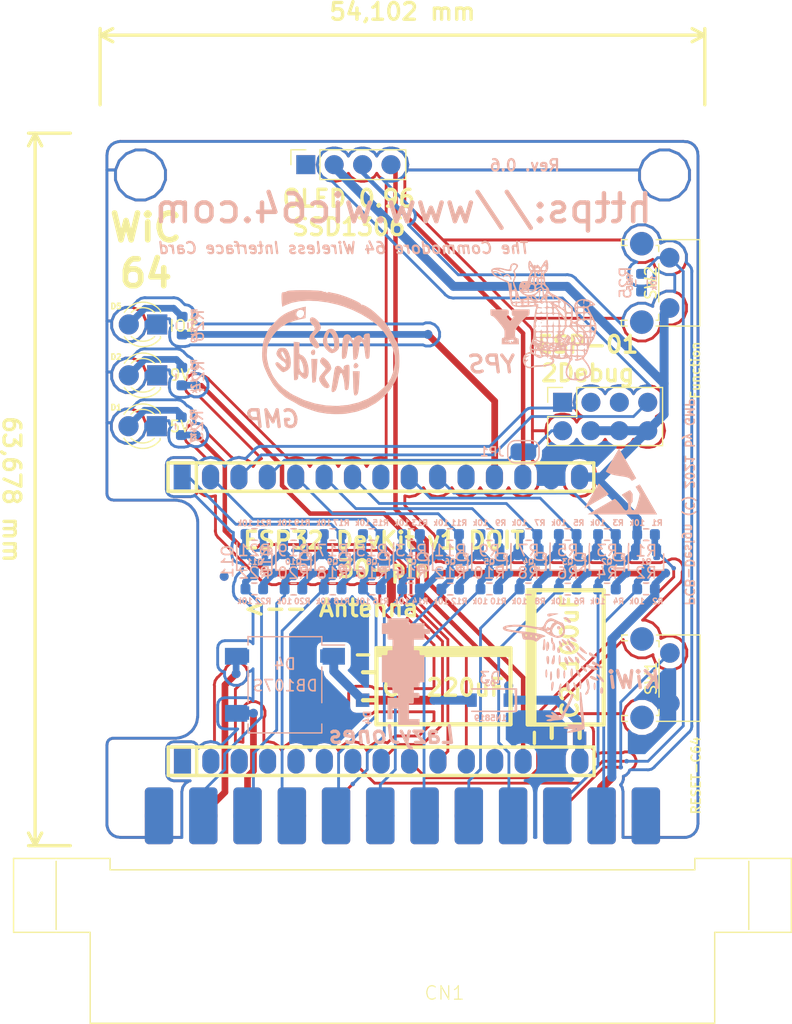
<source format=kicad_pcb>
(kicad_pcb (version 20221018) (generator pcbnew)
  (layers (0 "F.Cu" signal) (31 "B.Cu" signal) (34 "B.Paste" user) (35 "F.Paste" user) (36 "B.SilkS" user "B.Silkscreen") (37 "F.SilkS" user "F.Silkscreen") (38 "B.Mask" user) (39 "F.Mask" user) (44 "Edge.Cuts" user))
  (net 0 "")
  (net 1 "VCC")
  (net 2 "Net-(D3-A)")
  (net 3 "GND")
  (net 4 "+3.3V")
  (net 5 "IO26")
  (net 6 "FLAG2")
  (net 7 "IO16")
  (net 8 "PB0")
  (net 9 "IO17")
  (net 10 "PB1")
  (net 11 "IO18")
  (net 12 "PB2")
  (net 13 "IO19")
  (net 14 "PB3")
  (net 15 "IO21")
  (net 16 "PB4")
  (net 17 "IO14")
  (net 18 "PC2")
  (net 19 "IO22")
  (net 20 "PB5")
  (net 21 "IO23")
  (net 22 "PB6")
  (net 23 "IO25")
  (net 24 "PB7")
  (net 25 "IO27")
  (net 26 "PA2")
  (net 27 "+5V")
  (net 28 "Net-(D1-A)")
  (net 29 "Net-(D2-A)")
  (net 30 "Net-(R25-Pad1)")
  (net 31 "IO2")
  (net 32 "Net-(D5-A)")
  (footprint "Resistor_SMD:R_0603_1608Metric" (layer "B.Cu") (at 167.66 116.94 180)
    (fp_text reference "R4")
    (fp_text value "R")
  )
  (footprint "Package_TO_SOT_SMD:SOT-23" (layer "B.Cu") (at 153.625 114.525 -90)
    (fp_text reference "Q6")
    (fp_text value "BSS138")
  )
  (footprint "Resistor_SMD:R_0603_1608Metric" (layer "B.Cu") (at 136.1 116.925 180)
    (fp_text reference "R22")
    (fp_text value "R")
  )
  (footprint "DB107Sneu:DIOB_DB107S" (layer "B.Cu") (at 138.81 125.48 90)
    (fp_text reference "D4")
    (fp_text value "MDB10S")
  )
  (footprint "Package_TO_SOT_SMD:SOT-23" (layer "B.Cu") (at 150.125 114.475 -90)
    (fp_text reference "Q7")
    (fp_text value "BSS138")
  )
  (footprint "Resistor_SMD:R_0603_1608Metric" (layer "B.Cu") (at 164.14 116.95 180)
    (fp_text reference "R6")
    (fp_text value "R")
  )
  (footprint "Resistor_SMD:R_0603_1608Metric" (layer "B.Cu") (at 160.62 116.93 180)
    (fp_text reference "R8")
    (fp_text value "R")
  )
  (footprint "Resistor_SMD:R_0603_1608Metric" (layer "B.Cu") (at 164.14 112.06)
    (fp_text reference "R5")
    (fp_text value "R")
  )
  (footprint "Resistor_SMD:R_0603_1608Metric" (layer "B.Cu") (at 146.6 112.075)
    (fp_text reference "R15")
    (fp_text value "R")
  )
  (footprint "Package_TO_SOT_SMD:SOT-23" (layer "B.Cu") (at 167.65 114.55 -90)
    (fp_text reference "Q2")
    (fp_text value "BSS138")
  )
  (footprint "Package_TO_SOT_SMD:SOT-23" (layer "B.Cu") (at 136.1 114.475 -90)
    (fp_text reference "Q11")
    (fp_text value "BSS138")
  )
  (footprint "Package_TO_SOT_SMD:SOT-23" (layer "B.Cu") (at 143.1 114.475 -90)
    (fp_text reference "Q9")
    (fp_text value "BSS138")
  )
  (footprint "Package_TO_SOT_SMD:SOT-23" (layer "B.Cu") (at 164.125 114.5 -90)
    (fp_text reference "Q3")
    (fp_text value "BSS138")
  )
  (footprint "Resistor_SMD:R_0603_1608Metric" (layer "B.Cu") (at 171.16 112.09)
    (fp_text reference "R1")
    (fp_text value "R")
  )
  (footprint "Resistor_SMD:R_0603_1608Metric" (layer "B.Cu") (at 153.62 112.0648)
    (fp_text reference "R11")
    (fp_text value "R")
  )
  (footprint "Resistor_SMD:R_0603_1608Metric" (layer "B.Cu") (at 167.66 112.07)
    (fp_text reference "R3")
    (fp_text value "R")
  )
  (footprint "Resistor_SMD:R_0603_1608Metric" (layer "B.Cu") (at 146.6463 116.9416 180)
    (fp_text reference "R16")
    (fp_text value "R")
  )
  (footprint "Resistor_SMD:R_0603_1608Metric" (layer "B.Cu") (at 129.61 97.96 90)
    (fp_text reference "R24")
    (fp_text value "12k")
  )
  (footprint "Resistor_SMD:R_0603_1608Metric" (layer "B.Cu") (at 136.11 112.06)
    (fp_text reference "R21")
    (fp_text value "R")
  )
  (footprint "Package_TO_SOT_SMD:SOT-23" (layer "B.Cu") (at 160.625 114.55 -90)
    (fp_text reference "Q4")
    (fp_text value "BSS138")
  )
  (footprint "Resistor_SMD:R_0603_1608Metric" (layer "B.Cu") (at 171.15 116.92 180)
    (fp_text reference "R2")
    (fp_text value "R")
  )
  (footprint "Resistor_SMD:R_0603_1608Metric" (layer "B.Cu") (at 150.12 116.93 180)
    (fp_text reference "R14")
    (fp_text value "R")
  )
  (footprint "Resistor_SMD:R_0603_1608Metric" (layer "B.Cu") (at 153.63 116.95 180)
    (fp_text reference "R12")
    (fp_text value "R")
  )
  (footprint "Resistor_SMD:R_0603_1608Metric" (layer "B.Cu") (at 139.61 116.95 180)
    (fp_text reference "R20")
    (fp_text value "R")
  )
  (footprint "Resistor_SMD:R_0603_1608Metric" (layer "B.Cu") (at 170.74 89.56 -90)
    (fp_text reference "R25")
    (fp_text value "10k")
  )
  (footprint "Resistor_SMD:R_0603_1608Metric" (layer "B.Cu") (at 129.57 102.39 90)
    (fp_text reference "R23")
    (fp_text value "4k7")
  )
  (footprint "Package_TO_SOT_SMD:SOT-23" (layer "B.Cu") (at 171.15 114.55 -90)
    (fp_text reference "Q1")
    (fp_text value "BSS138")
  )
  (footprint "Resistor_SMD:R_0603_1608Metric" (layer "B.Cu") (at 143.11 116.94 180)
    (fp_text reference "R18")
    (fp_text value "R")
  )
  (footprint "Resistor_SMD:R_0603_1608Metric" (layer "B.Cu") (at 157.12 112.09)
    (fp_text reference "R9")
    (fp_text value "R")
  )
  (footprint "Resistor_SMD:R_0603_1608Metric" (layer "B.Cu") (at 139.61 112.07)
    (fp_text reference "R19")
    (fp_text value "R")
  )
  (footprint "Resistor_SMD:R_0603_1608Metric" (layer "B.Cu") (at 150.13 112.07)
    (fp_text reference "R13")
    (fp_text value "R")
  )
  (footprint "Diode_SMD:D_SOD-123" (layer "B.Cu") (at 157.2 126.87 180)
    (fp_text reference "D3")
    (fp_text value "1N5819")
  )
  (footprint "Resistor_SMD:R_0603_1608Metric" (layer "B.Cu") (at 143.1 112.07)
    (fp_text reference "R17")
    (fp_text value "R")
  )
  (footprint "Resistor_SMD:R_0603_1608Metric" (layer "B.Cu") (at 157.13 116.93 180)
    (fp_text reference "R10")
    (fp_text value "R")
  )
  (footprint "Package_TO_SOT_SMD:SOT-23" (layer "B.Cu") (at 139.6 114.475 -90)
    (fp_text reference "Q10")
    (fp_text value "BSS138")
  )
  (footprint "Package_TO_SOT_SMD:SOT-23" (layer "B.Cu") (at 146.625 114.5 -90)
    (fp_text reference "Q8")
    (fp_text value "BSS138")
  )
  (footprint "Resistor_SMD:R_0603_1608Metric" (layer "B.Cu") (at 129.64 93.4 90)
    (fp_text reference "R26")
    (fp_text value "10k")
  )
  (footprint "Package_TO_SOT_SMD:SOT-23" (layer "B.Cu") (at 157.125 114.525 -90)
    (fp_text reference "Q5")
    (fp_text value "BSS138")
  )
  (footprint "Resistor_SMD:R_0603_1608Metric" (layer "B.Cu") (at 160.64 112.07)
    (fp_text reference "R7")
    (fp_text value "R")
  )
  (gr_poly (pts (xy 128.3064 92.3942) (xy 126.5064 92.3942) (xy 126.5064 94.1942) (xy 128.3064 94.1942)) (fill solid) (layer "F.Cu"))
  (gr_circle (center 124.841 102.3874) (end 125.741 102.3874) (fill solid) (layer "F.Cu"))
  (gr_poly (pts (xy 146.3898 126.2784) (xy 145.1898 126.2784) (xy 145.1898 127.4784) (xy 146.3898 127.4784)) (fill solid) (layer "F.Cu"))
  (gr_poly (pts (xy 147.49629 108.03015) (xy 147.57026 108.01918) (xy 147.6428 108.00101) (xy 147.7132 107.97582) (xy 147.7808 107.94384) (xy 147.84494 107.9054) (xy 147.90501 107.86085) (xy 147.96042 107.81064) (xy 148.01063 107.75523) (xy 148.05518 107.69516) (xy 148.09362 107.63102) (xy 148.1256 107.56342) (xy 148.15079 107.49302) (xy 148.16896 107.42048) (xy 148.17993 107.34651) (xy 148.1836 107.27182) (xy 148.1836 106.934) (xy 148.1836 106.59618) (xy 148.17993 106.52149) (xy 148.16896 106.44752) (xy 148.15079 106.37498) (xy 148.1256 106.30458) (xy 148.09362 106.23698) (xy 148.05518 106.17284) (xy 148.01063 106.11277) (xy 147.96042 106.05736) (xy 147.90501 106.00715) (xy 147.84494 105.9626) (xy 147.7808 105.92416) (xy 147.7132 105.89218) (xy 147.6428 105.86699) (xy 147.57026 105.84882) (xy 147.49629 105.83785) (xy 147.4216 105.83418) (xy 147.34691 105.83785) (xy 147.27294 105.84882) (xy 147.2004 105.86699) (xy 147.13 105.89218) (xy 147.0624 105.92416) (xy 146.99826 105.9626) (xy 146.93819 106.00715) (xy 146.88278 106.05736) (xy 146.83257 106.11277) (xy 146.78802 106.17284) (xy 146.74958 106.23698) (xy 146.7176 106.30458) (xy 146.69241 106.37498) (xy 146.67424 106.44752) (xy 146.66327 106.52149) (xy 146.6596 106.59618) (xy 146.6596 107.27182) (xy 146.66327 107.34651) (xy 146.67424 107.42048) (xy 146.69241 107.49302) (xy 146.7176 107.56342) (xy 146.74958 107.63102) (xy 146.78802 107.69516) (xy 146.83257 107.75523) (xy 146.88278 107.81064) (xy 146.93819 107.86085) (xy 146.99826 107.9054) (xy 147.0624 107.94384) (xy 147.13 107.97582) (xy 147.2004 108.00101) (xy 147.27294 108.01918) (xy 147.34691 108.03015) (xy 147.4216 108.03382)) (fill solid) (layer "F.Cu"))
  (gr_poly (pts (xy 128.281 101.4874) (xy 126.481 101.4874) (xy 126.481 103.2874) (xy 128.281 103.2874)) (fill solid) (layer "F.Cu"))
  (gr_circle (center 130.9116 98.7298) (end 131.3116 98.7298) (fill solid) (layer "F.Cu"))
  (gr_circle (center 170.7888 128.4166) (end 171.8388 128.4166) (fill solid) (layer "F.Cu"))
  (gr_circle (center 147.3708 137.2108) (end 148.6408 137.2108) (fill solid) (layer "F.Cu"))
  (gr_poly (pts (xy 132.28169 133.43015) (xy 132.35566 133.41918) (xy 132.4282 133.40101) (xy 132.4986 133.37582) (xy 132.5662 133.34384) (xy 132.63034 133.3054) (xy 132.69041 133.26085) (xy 132.74582 133.21064) (xy 132.79603 133.15523) (xy 132.84058 133.09516) (xy 132.87902 133.03102) (xy 132.911 132.96342) (xy 132.93619 132.89302) (xy 132.95436 132.82048) (xy 132.96533 132.74651) (xy 132.969 132.67182) (xy 132.969 132.334) (xy 132.969 131.99618) (xy 132.96533 131.92149) (xy 132.95436 131.84752) (xy 132.93619 131.77498) (xy 132.911 131.70458) (xy 132.87902 131.63698) (xy 132.84058 131.57284) (xy 132.79603 131.51277) (xy 132.74582 131.45736) (xy 132.69041 131.40715) (xy 132.63034 131.3626) (xy 132.5662 131.32416) (xy 132.4986 131.29218) (xy 132.4282 131.26699) (xy 132.35566 131.24882) (xy 132.28169 131.23785) (xy 132.207 131.23418) (xy 132.13231 131.23785) (xy 132.05834 131.24882) (xy 131.9858 131.26699) (xy 131.9154 131.29218) (xy 131.8478 131.32416) (xy 131.78366 131.3626) (xy 131.72359 131.40715) (xy 131.66818 131.45736) (xy 131.61797 131.51277) (xy 131.57342 131.57284) (xy 131.53498 131.63698) (xy 131.503 131.70458) (xy 131.47781 131.77498) (xy 131.45964 131.84752) (xy 131.44867 131.92149) (xy 131.445 131.99618) (xy 131.445 132.67182) (xy 131.44867 132.74651) (xy 131.45964 132.82048) (xy 131.47781 132.89302) (xy 131.503 132.96342) (xy 131.53498 133.03102) (xy 131.57342 133.09516) (xy 131.61797 133.15523) (xy 131.66818 133.21064) (xy 131.72359 133.26085) (xy 131.78366 133.3054) (xy 131.8478 133.34384) (xy 131.9154 133.37582) (xy 131.9858 133.40101) (xy 132.05834 133.41918) (xy 132.13231 133.43015) (xy 132.207 133.43382)) (fill solid) (layer "F.Cu"))
  (gr_circle (center 137.8458 115.5192) (end 138.2458 115.5192) (fill solid) (layer "F.Cu"))
  (gr_circle (center 171.2976 100.2538) (end 172.1476 100.2538) (fill solid) (layer "F.Cu"))
  (gr_circle (center 163.6776 102.7938) (end 164.5276 102.7938) (fill solid) (layer "F.Cu"))
  (gr_poly (pts (xy 148.29715 134.67264) (xy 148.33413 134.67812) (xy 148.3704 134.68721) (xy 148.4056 134.6998) (xy 148.4394 134.71579) (xy 148.47147 134.73501) (xy 148.5015 134.75728) (xy 148.52921 134.78239) (xy 148.55432 134.8101) (xy 148.57659 134.84013) (xy 148.59581 134.8722) (xy 148.6118 134.906) (xy 148.62439 134.9412) (xy 148.63348 134.97747) (xy 148.63897 135.01446) (xy 148.6408 135.0518) (xy 148.6408 139.3698) (xy 148.63897 139.40715) (xy 148.63348 139.44413) (xy 148.62439 139.4804) (xy 148.6118 139.5156) (xy 148.59581 139.5494) (xy 148.57659 139.58147) (xy 148.55432 139.6115) (xy 148.52921 139.63921) (xy 148.5015 139.66432) (xy 148.47147 139.68659) (xy 148.4394 139.70581) (xy 148.4056 139.7218) (xy 148.3704 139.73439) (xy 148.33413 139.74348) (xy 148.29715 139.74897) (xy 148.2598 139.7508) (xy 146.4818 139.7508) (xy 146.44446 139.74897) (xy 146.40747 139.74348) (xy 146.3712 139.73439) (xy 146.336 139.7218) (xy 146.3022 139.70581) (xy 146.27013 139.68659) (xy 146.2401 139.66432) (xy 146.21239 139.63921) (xy 146.18728 139.6115) (xy 146.16501 139.58147) (xy 146.14579 139.5494) (xy 146.1298 139.5156) (xy 146.11721 139.4804) (xy 146.10812 139.44413) (xy 146.10264 139.40715) (xy 146.1008 139.3698) (xy 146.1008 135.0518) (xy 146.10264 135.01446) (xy 146.10812 134.97747) (xy 146.11721 134.9412) (xy 146.1298 134.906) (xy 146.14579 134.8722) (xy 146.16501 134.84013) (xy 146.18728 134.8101) (xy 146.21239 134.78239) (xy 146.2401 134.75728) (xy 146.27013 134.73501) (xy 146.3022 134.71579) (xy 146.336 134.6998) (xy 146.3712 134.68721) (xy 146.40747 134.67812) (xy 146.44446 134.67264) (xy 146.4818 134.6708) (xy 148.2598 134.6708)) (fill solid) (layer "F.Cu"))
  (gr_circle (center 170.7634 86.0752) (end 171.8134 86.0752) (fill solid) (layer "F.Cu"))
  (gr_poly (pts (xy 144.95629 108.03015) (xy 145.03026 108.01918) (xy 145.1028 108.00101) (xy 145.1732 107.97582) (xy 145.2408 107.94384) (xy 145.30494 107.9054) (xy 145.36501 107.86085) (xy 145.42042 107.81064) (xy 145.47063 107.75523) (xy 145.51518 107.69516) (xy 145.55362 107.63102) (xy 145.5856 107.56342) (xy 145.61079 107.49302) (xy 145.62896 107.42048) (xy 145.63993 107.34651) (xy 145.6436 107.27182) (xy 145.6436 106.934) (xy 145.6436 106.59618) (xy 145.63993 106.52149) (xy 145.62896 106.44752) (xy 145.61079 106.37498) (xy 145.5856 106.30458) (xy 145.55362 106.23698) (xy 145.51518 106.17284) (xy 145.47063 106.11277) (xy 145.42042 106.05736) (xy 145.36501 106.00715) (xy 145.30494 105.9626) (xy 145.2408 105.92416) (xy 145.1732 105.89218) (xy 145.1028 105.86699) (xy 145.03026 105.84882) (xy 144.95629 105.83785) (xy 144.8816 105.83418) (xy 144.80691 105.83785) (xy 144.73294 105.84882) (xy 144.6604 105.86699) (xy 144.59 105.89218) (xy 144.5224 105.92416) (xy 144.45826 105.9626) (xy 144.39819 106.00715) (xy 144.34278 106.05736) (xy 144.29257 106.11277) (xy 144.24802 106.17284) (xy 144.20958 106.23698) (xy 144.1776 106.30458) (xy 144.15241 106.37498) (xy 144.13424 106.44752) (xy 144.12327 106.52149) (xy 144.1196 106.59618) (xy 144.1196 107.27182) (xy 144.12327 107.34651) (xy 144.13424 107.42048) (xy 144.15241 107.49302) (xy 144.1776 107.56342) (xy 144.20958 107.63102) (xy 144.24802 107.69516) (xy 144.29257 107.75523) (xy 144.34278 107.81064) (xy 144.39819 107.86085) (xy 144.45826 107.9054) (xy 144.5224 107.94384) (xy 144.59 107.97582) (xy 144.6604 108.00101) (xy 144.73294 108.01918) (xy 144.80691 108.03015) (xy 144.8816 108.03382)) (fill solid) (layer "F.Cu"))
  (gr_circle (center 151.3308 137.2108) (end 152.6008 137.2108) (fill solid) (layer "F.Cu"))
  (gr_circle (center 173.2788 122.6566) (end 174.1538 122.6566) (fill solid) (layer "F.Cu"))
  (gr_circle (center 163.2108 137.2108) (end 164.4808 137.2108) (fill solid) (layer "F.Cu"))
  (gr_poly (pts (xy 157.68169 133.43015) (xy 157.75566 133.41918) (xy 157.8282 133.40101) (xy 157.8986 133.37582) (xy 157.9662 133.34384) (xy 158.03034 133.3054) (xy 158.09041 133.26085) (xy 158.14582 133.21064) (xy 158.19603 133.15523) (xy 158.24058 133.09516) (xy 158.27902 133.03102) (xy 158.311 132.96342) (xy 158.33619 132.89302) (xy 158.35436 132.82048) (xy 158.36533 132.74651) (xy 158.369 132.67182) (xy 158.369 132.334) (xy 158.369 131.99618) (xy 158.36533 131.92149) (xy 158.35436 131.84752) (xy 158.33619 131.77498) (xy 158.311 131.70458) (xy 158.27902 131.63698) (xy 158.24058 131.57284) (xy 158.19603 131.51277) (xy 158.14582 131.45736) (xy 158.09041 131.40715) (xy 158.03034 131.3626) (xy 157.9662 131.32416) (xy 157.8986 131.29218) (xy 157.8282 131.26699) (xy 157.75566 131.24882) (xy 157.68169 131.23785) (xy 157.607 131.23418) (xy 157.53231 131.23785) (xy 157.45834 131.24882) (xy 157.3858 131.26699) (xy 157.3154 131.29218) (xy 157.2478 131.32416) (xy 157.18366 131.3626) (xy 157.12359 131.40715) (xy 157.06818 131.45736) (xy 157.01797 131.51277) (xy 156.97342 131.57284) (xy 156.93498 131.63698) (xy 156.903 131.70458) (xy 156.87781 131.77498) (xy 156.85964 131.84752) (xy 156.84867 131.92149) (xy 156.845 131.99618) (xy 156.845 132.67182) (xy 156.84867 132.74651) (xy 156.85964 132.82048) (xy 156.87781 132.89302) (xy 156.903 132.96342) (xy 156.93498 133.03102) (xy 156.97342 133.09516) (xy 157.01797 133.15523) (xy 157.06818 133.21064) (xy 157.12359 133.26085) (xy 157.18366 133.3054) (xy 157.2478 133.34384) (xy 157.3154 133.37582) (xy 157.3858 133.40101) (xy 157.45834 133.41918) (xy 157.53231 133.43015) (xy 157.607 133.43382)) (fill solid) (layer "F.Cu"))
  (gr_circle (center 149.6568 83.5914) (end 149.8568 83.5914) (fill solid) (layer "F.Cu"))
  (gr_poly (pts (xy 139.87629 108.03015) (xy 139.95026 108.01918) (xy 140.0228 108.00101) (xy 140.0932 107.97582) (xy 140.1608 107.94384) (xy 140.22494 107.9054) (xy 140.28501 107.86085) (xy 140.34042 107.81064) (xy 140.39063 107.75523) (xy 140.43518 107.69516) (xy 140.47362 107.63102) (xy 140.5056 107.56342) (xy 140.53079 107.49302) (xy 140.54896 107.42048) (xy 140.55993 107.34651) (xy 140.5636 107.27182) (xy 140.5636 106.934) (xy 140.5636 106.59618) (xy 140.55993 106.52149) (xy 140.54896 106.44752) (xy 140.53079 106.37498) (xy 140.5056 106.30458) (xy 140.47362 106.23698) (xy 140.43518 106.17284) (xy 140.39063 106.11277) (xy 140.34042 106.05736) (xy 140.28501 106.00715) (xy 140.22494 105.9626) (xy 140.1608 105.92416) (xy 140.0932 105.89218) (xy 140.0228 105.86699) (xy 139.95026 105.84882) (xy 139.87629 105.83785) (xy 139.8016 105.83418) (xy 139.72691 105.83785) (xy 139.65294 105.84882) (xy 139.5804 105.86699) (xy 139.51 105.89218) (xy 139.4424 105.92416) (xy 139.37826 105.9626) (xy 139.31819 106.00715) (xy 139.26278 106.05736) (xy 139.21257 106.11277) (xy 139.16802 106.17284) (xy 139.12958 106.23698) (xy 139.0976 106.30458) (xy 139.07241 106.37498) (xy 139.05424 106.44752) (xy 139.04327 106.52149) (xy 139.0396 106.59618) (xy 139.0396 107.27182) (xy 139.04327 107.34651) (xy 139.05424 107.42048) (xy 139.07241 107.49302) (xy 139.0976 107.56342) (xy 139.12958 107.63102) (xy 139.16802 107.69516) (xy 139.21257 107.75523) (xy 139.26278 107.81064) (xy 139.31819 107.86085) (xy 139.37826 107.9054) (xy 139.4424 107.94384) (xy 139.51 107.97582) (xy 139.5804 108.00101) (xy 139.65294 108.01918) (xy 139.72691 108.03015) (xy 139.8016 108.03382)) (fill solid) (layer "F.Cu"))
  (gr_circle (center 158.877 115.5192) (end 159.277 115.5192) (fill solid) (layer "F.Cu"))
  (gr_poly (pts (xy 160.22169 133.43015) (xy 160.29566 133.41918) (xy 160.3682 133.40101) (xy 160.4386 133.37582) (xy 160.5062 133.34384) (xy 160.57034 133.3054) (xy 160.63041 133.26085) (xy 160.68582 133.21064) (xy 160.73603 133.15523) (xy 160.78058 133.09516) (xy 160.81902 133.03102) (xy 160.851 132.96342) (xy 160.87619 132.89302) (xy 160.89436 132.82048) (xy 160.90533 132.74651) (xy 160.909 132.67182) (xy 160.909 132.334) (xy 160.909 131.99618) (xy 160.90533 131.92149) (xy 160.89436 131.84752) (xy 160.87619 131.77498) (xy 160.851 131.70458) (xy 160.81902 131.63698) (xy 160.78058 131.57284) (xy 160.73603 131.51277) (xy 160.68582 131.45736) (xy 160.63041 131.40715) (xy 160.57034 131.3626) (xy 160.5062 131.32416) (xy 160.4386 131.29218) (xy 160.3682 131.26699) (xy 160.29566 131.24882) (xy 160.22169 131.23785) (xy 160.147 131.23418) (xy 160.07231 131.23785) (xy 159.99834 131.24882) (xy 159.9258 131.26699) (xy 159.8554 131.29218) (xy 159.7878 131.32416) (xy 159.72366 131.3626) (xy 159.66359 131.40715) (xy 159.60818 131.45736) (xy 159.55797 131.51277) (xy 159.51342 131.57284) (xy 159.47498 131.63698) (xy 159.443 131.70458) (xy 159.41781 131.77498) (xy 159.39964 131.84752) (xy 159.38867 131.92149) (xy 159.385 131.99618) (xy 159.385 132.67182) (xy 159.38867 132.74651) (xy 159.39964 132.82048) (xy 159.41781 132.89302) (xy 159.443 132.96342) (xy 159.47498 133.03102) (xy 159.51342 133.09516) (xy 159.55797 133.15523) (xy 159.60818 133.21064) (xy 159.66359 133.26085) (xy 159.72366 133.3054) (xy 159.7878 133.34384) (xy 159.8554 133.37582) (xy 159.9258 133.40101) (xy 159.99834 133.41918) (xy 160.07231 133.43015) (xy 160.147 133.43382)) (fill solid) (layer "F.Cu"))
  (gr_circle (center 136.0932 113.4872) (end 136.2932 113.4872) (fill solid) (layer "F.Cu"))
  (gr_circle (center 152.1714 126.8784) (end 152.5714 126.8784) (fill solid) (layer "F.Cu"))
  (gr_circle (center 162.707 130.2828) (end 163.307 130.2828) (fill solid) (layer "F.Cu"))
  (gr_circle (center 155.2908 137.2108) (end 156.5608 137.2108) (fill solid) (layer "F.Cu"))
  (gr_circle (center 165.8874 115.5192) (end 166.2874 115.5192) (fill solid) (layer "F.Cu"))
  (gr_circle (center 143.4108 137.2108) (end 144.6808 137.2108) (fill solid) (layer "F.Cu"))
  (gr_poly (pts (xy 165.30169 133.43015) (xy 165.37566 133.41918) (xy 165.4482 133.40101) (xy 165.5186 133.37582) (xy 165.5862 133.34384) (xy 165.65034 133.3054) (xy 165.71041 133.26085) (xy 165.76582 133.21064) (xy 165.81603 133.15523) (xy 165.86058 133.09516) (xy 165.89902 133.03102) (xy 165.931 132.96342) (xy 165.95619 132.89302) (xy 165.97436 132.82048) (xy 165.98533 132.74651) (xy 165.989 132.67182) (xy 165.989 132.334) (xy 165.989 131.99618) (xy 165.98533 131.92149) (xy 165.97436 131.84752) (xy 165.95619 131.77498) (xy 165.931 131.70458) (xy 165.89902 131.63698) (xy 165.86058 131.57284) (xy 165.81603 131.51277) (xy 165.76582 131.45736) (xy 165.71041 131.40715) (xy 165.65034 131.3626) (xy 165.5862 131.32416) (xy 165.5186 131.29218) (xy 165.4482 131.26699) (xy 165.37566 131.24882) (xy 165.30169 131.23785) (xy 165.227 131.23418) (xy 165.15231 131.23785) (xy 165.07834 131.24882) (xy 165.0058 131.26699) (xy 164.9354 131.29218) (xy 164.8678 131.32416) (xy 164.80366 131.3626) (xy 164.74359 131.40715) (xy 164.68818 131.45736) (xy 164.63797 131.51277) (xy 164.59342 131.57284) (xy 164.55498 131.63698) (xy 164.523 131.70458) (xy 164.49781 131.77498) (xy 164.47964 131.84752) (xy 164.46867 131.92149) (xy 164.465 131.99618) (xy 164.465 132.67182) (xy 164.46867 132.74651) (xy 164.47964 132.82048) (xy 164.49781 132.89302) (xy 164.523 132.96342) (xy 164.55498 133.03102) (xy 164.59342 133.09516) (xy 164.63797 133.15523) (xy 164.68818 133.21064) (xy 164.74359 133.26085) (xy 164.80366 133.3054) (xy 164.8678 133.34384) (xy 164.9354 133.37582) (xy 165.0058 133.40101) (xy 165.07834 133.41918) (xy 165.15231 133.43015) (xy 165.227 133.43382)) (fill solid) (layer "F.Cu"))
  (gr_circle (center 170.7888 121.4066) (end 171.8388 121.4066) (fill solid) (layer "F.Cu"))
  (gr_circle (center 171.2976 102.7938) (end 172.1476 102.7938) (fill solid) (layer "F.Cu"))
  (gr_poly (pts (xy 160.17715 134.67264) (xy 160.21413 134.67812) (xy 160.2504 134.68721) (xy 160.2856 134.6998) (xy 160.3194 134.71579) (xy 160.35147 134.73501) (xy 160.3815 134.75728) (xy 160.40921 134.78239) (xy 160.43432 134.8101) (xy 160.45659 134.84013) (xy 160.47581 134.8722) (xy 160.4918 134.906) (xy 160.50439 134.9412) (xy 160.51348 134.97747) (xy 160.51897 135.01446) (xy 160.5208 135.0518) (xy 160.5208 139.3698) (xy 160.51897 139.40715) (xy 160.51348 139.44413) (xy 160.50439 139.4804) (xy 160.4918 139.5156) (xy 160.47581 139.5494) (xy 160.45659 139.58147) (xy 160.43432 139.6115) (xy 160.40921 139.63921) (xy 160.3815 139.66432) (xy 160.35147 139.68659) (xy 160.3194 139.70581) (xy 160.2856 139.7218) (xy 160.2504 139.73439) (xy 160.21413 139.74348) (xy 160.17715 139.74897) (xy 160.1398 139.7508) (xy 158.3618 139.7508) (xy 158.32446 139.74897) (xy 158.28747 139.74348) (xy 158.2512 139.73439) (xy 158.216 139.7218) (xy 158.1822 139.70581) (xy 158.15013 139.68659) (xy 158.1201 139.66432) (xy 158.09239 139.63921) (xy 158.06728 139.6115) (xy 158.04501 139.58147) (xy 158.02579 139.5494) (xy 158.0098 139.5156) (xy 157.99721 139.4804) (xy 157.98812 139.44413) (xy 157.98264 139.40715) (xy 157.9808 139.3698) (xy 157.9808 135.0518) (xy 157.98264 135.01446) (xy 157.98812 134.97747) (xy 157.99721 134.9412) (xy 158.0098 134.906) (xy 158.02579 134.8722) (xy 158.04501 134.84013) (xy 158.06728 134.8101) (xy 158.09239 134.78239) (xy 158.1201 134.75728) (xy 158.15013 134.73501) (xy 158.1822 134.71579) (xy 158.216 134.6998) (xy 158.2512 134.68721) (xy 158.28747 134.67812) (xy 158.32446 134.67264) (xy 158.3618 134.6708) (xy 160.1398 134.6708)) (fill solid) (layer "F.Cu"))
  (gr_poly (pts (xy 156.21715 134.67264) (xy 156.25413 134.67812) (xy 156.2904 134.68721) (xy 156.3256 134.6998) (xy 156.3594 134.71579) (xy 156.39147 134.73501) (xy 156.4215 134.75728) (xy 156.44921 134.78239) (xy 156.47432 134.8101) (xy 156.49659 134.84013) (xy 156.51581 134.8722) (xy 156.5318 134.906) (xy 156.54439 134.9412) (xy 156.55348 134.97747) (xy 156.55897 135.01446) (xy 156.5608 135.0518) (xy 156.5608 139.3698) (xy 156.55897 139.40715) (xy 156.55348 139.44413) (xy 156.54439 139.4804) (xy 156.5318 139.5156) (xy 156.51581 139.5494) (xy 156.49659 139.58147) (xy 156.47432 139.6115) (xy 156.44921 139.63921) (xy 156.4215 139.66432) (xy 156.39147 139.68659) (xy 156.3594 139.70581) (xy 156.3256 139.7218) (xy 156.2904 139.73439) (xy 156.25413 139.74348) (xy 156.21715 139.74897) (xy 156.1798 139.7508) (xy 154.4018 139.7508) (xy 154.36446 139.74897) (xy 154.32747 139.74348) (xy 154.2912 139.73439) (xy 154.256 139.7218) (xy 154.2222 139.70581) (xy 154.19013 139.68659) (xy 154.1601 139.66432) (xy 154.13239 139.63921) (xy 154.10728 139.6115) (xy 154.08501 139.58147) (xy 154.06579 139.5494) (xy 154.0498 139.5156) (xy 154.03721 139.4804) (xy 154.02812 139.44413) (xy 154.02264 139.40715) (xy 154.0208 139.3698) (xy 154.0208 135.0518) (xy 154.02264 135.01446) (xy 154.02812 134.97747) (xy 154.03721 134.9412) (xy 154.0498 134.906) (xy 154.06579 134.8722) (xy 154.08501 134.84013) (xy 154.10728 134.8101) (xy 154.13239 134.78239) (xy 154.1601 134.75728) (xy 154.19013 134.73501) (xy 154.2222 134.71579) (xy 154.256 134.6998) (xy 154.2912 134.68721) (xy 154.32747 134.67812) (xy 154.36446 134.67264) (xy 154.4018 134.6708) (xy 156.1798 134.6708)) (fill solid) (layer "F.Cu"))
  (gr_poly (pts (xy 165.27629 108.03015) (xy 165.35026 108.01918) (xy 165.4228 108.00101) (xy 165.4932 107.97582) (xy 165.5608 107.94384) (xy 165.62494 107.9054) (xy 165.68501 107.86085) (xy 165.74042 107.81064) (xy 165.79063 107.75523) (xy 165.83518 107.69516) (xy 165.87362 107.63102) (xy 165.9056 107.56342) (xy 165.93079 107.49302) (xy 165.94896 107.42048) (xy 165.95993 107.34651) (xy 165.9636 107.27182) (xy 165.9636 106.934) (xy 165.9636 106.59618) (xy 165.95993 106.52149) (xy 165.94896 106.44752) (xy 165.93079 106.37498) (xy 165.9056 106.30458) (xy 165.87362 106.23698) (xy 165.83518 106.17284) (xy 165.79063 106.11277) (xy 165.74042 106.05736) (xy 165.68501 106.00715) (xy 165.62494 105.9626) (xy 165.5608 105.92416) (xy 165.4932 105.89218) (xy 165.4228 105.86699) (xy 165.35026 105.84882) (xy 165.27629 105.83785) (xy 165.2016 105.83418) (xy 165.12691 105.83785) (xy 165.05294 105.84882) (xy 164.9804 105.86699) (xy 164.91 105.89218) (xy 164.8424 105.92416) (xy 164.77826 105.9626) (xy 164.71819 106.00715) (xy 164.66278 106.05736) (xy 164.61257 106.11277) (xy 164.56802 106.17284) (xy 164.52958 106.23698) (xy 164.4976 106.30458) (xy 164.47241 106.37498) (xy 164.45424 106.44752) (xy 164.44327 106.52149) (xy 164.4396 106.59618) (xy 164.4396 107.27182) (xy 164.44327 107.34651) (xy 164.45424 107.42048) (xy 164.47241 107.49302) (xy 164.4976 107.56342) (xy 164.52958 107.63102) (xy 164.56802 107.69516) (xy 164.61257 107.75523) (xy 164.66278 107.81064) (xy 164.71819 107.86085) (xy 164.77826 107.9054) (xy 164.8424 107.94384) (xy 164.91 107.97582) (xy 164.9804 108.00101) (xy 165.05294 108.01918) (xy 165.12691 108.03015) (xy 165.2016 108.03382)) (fill solid) (layer "F.Cu"))
  (gr_circle (center 169.3926 115.5192) (end 169.7926 115.5192) (fill solid) (layer "F.Cu"))
  (gr_circle (center 173.2788 127.1566) (end 174.1538 127.1566) (fill solid) (layer "F.Cu"))
  (gr_circle (center 145.7828 79.0112) (end 146.6328 79.0112) (fill solid) (layer "F.Cu"))
  (gr_poly (pts (xy 150.06169 133.43015) (xy 150.13566 133.41918) (xy 150.2082 133.40101) (xy 150.2786 133.37582) (xy 150.3462 133.34384) (xy 150.41034 133.3054) (xy 150.47041 133.26085) (xy 150.52582 133.21064) (xy 150.57603 133.15523) (xy 150.62058 133.09516) (xy 150.65902 133.03102) (xy 150.691 132.96342) (xy 150.71619 132.89302) (xy 150.73436 132.82048) (xy 150.74533 132.74651) (xy 150.749 132.67182) (xy 150.749 132.334) (xy 150.749 131.99618) (xy 150.74533 131.92149) (xy 150.73436 131.84752) (xy 150.71619 131.77498) (xy 150.691 131.70458) (xy 150.65902 131.63698) (xy 150.62058 131.57284) (xy 150.57603 131.51277) (xy 150.52582 131.45736) (xy 150.47041 131.40715) (xy 150.41034 131.3626) (xy 150.3462 131.32416) (xy 150.2786 131.29218) (xy 150.2082 131.26699) (xy 150.13566 131.24882) (xy 150.06169 131.23785) (xy 149.987 131.23418) (xy 149.91231 131.23785) (xy 149.83834 131.24882) (xy 149.7658 131.26699) (xy 149.6954 131.29218) (xy 149.6278 131.32416) (xy 149.56366 131.3626) (xy 149.50359 131.40715) (xy 149.44818 131.45736) (xy 149.39797 131.51277) (xy 149.35342 131.57284) (xy 149.31498 131.63698) (xy 149.283 131.70458) (xy 149.25781 131.77498) (xy 149.23964 131.84752) (xy 149.22867 131.92149) (xy 149.225 131.99618) (xy 149.225 132.67182) (xy 149.22867 132.74651) (xy 149.23964 132.82048) (xy 149.25781 132.89302) (xy 149.283 132.96342) (xy 149.31498 133.03102) (xy 149.35342 133.09516) (xy 149.39797 133.15523) (xy 149.44818 133.21064) (xy 149.50359 133.26085) (xy 149.56366 133.3054) (xy 149.6278 133.34384) (xy 149.6954 133.37582) (xy 149.7658 133.40101) (xy 149.83834 133.41918) (xy 149.91231 133.43015) (xy 149.987 133.43382)) (fill solid) (layer "F.Cu"))
  (gr_poly (pts (xy 134.79629 108.03015) (xy 134.87026 108.01918) (xy 134.9428 108.00101) (xy 135.0132 107.97582) (xy 135.0808 107.94384) (xy 135.14494 107.9054) (xy 135.20501 107.86085) (xy 135.26042 107.81064) (xy 135.31063 107.75523) (xy 135.35518 107.69516) (xy 135.39362 107.63102) (xy 135.4256 107.56342) (xy 135.45079 107.49302) (xy 135.46896 107.42048) (xy 135.47993 107.34651) (xy 135.4836 107.27182) (xy 135.4836 106.934) (xy 135.4836 106.59618) (xy 135.47993 106.52149) (xy 135.46896 106.44752) (xy 135.45079 106.37498) (xy 135.4256 106.30458) (xy 135.39362 106.23698) (xy 135.35518 106.17284) (xy 135.31063 106.11277) (xy 135.26042 106.05736) (xy 135.20501 106.00715) (xy 135.14494 105.9626) (xy 135.0808 105.92416) (xy 135.0132 105.89218) (xy 134.9428 105.86699) (xy 134.87026 105.84882) (xy 134.79629 105.83785) (xy 134.7216 105.83418) (xy 134.64691 105.83785) (xy 134.57294 105.84882) (xy 134.5004 105.86699) (xy 134.43 105.89218) (xy 134.3624 105.92416) (xy 134.29826 105.9626) (xy 134.23819 106.00715) (xy 134.18278 106.05736) (xy 134.13257 106.11277) (xy 134.08802 106.17284) (xy 134.04958 106.23698) (xy 134.0176 106.30458) (xy 133.99241 106.37498) (xy 133.97424 106.44752) (xy 133.96327 106.52149) (xy 133.9596 106.59618) (xy 133.9596 107.27182) (xy 133.96327 107.34651) (xy 133.97424 107.42048) (xy 133.99241 107.49302) (xy 134.0176 107.56342) (xy 134.04958 107.63102) (xy 134.08802 107.69516) (xy 134.13257 107.75523) (xy 134.18278 107.81064) (xy 134.23819 107.86085) (xy 134.29826 107.9054) (xy 134.3624 107.94384) (xy 134.43 107.97582) (xy 134.5004 108.00101) (xy 134.57294 108.01918) (xy 134.64691 108.03015) (xy 134.7216 108.03382)) (fill solid) (layer "F.Cu"))
  (gr_circle (center 143.2428 79.0112) (end 144.0928 79.0112) (fill solid) (layer "F.Cu"))
  (gr_poly (pts (xy 152.57629 108.03015) (xy 152.65026 108.01918) (xy 152.7228 108.00101) (xy 152.7932 107.97582) (xy 152.8608 107.94384) (xy 152.92494 107.9054) (xy 152.98501 107.86085) (xy 153.04042 107.81064) (xy 153.09063 107.75523) (xy 153.13518 107.69516) (xy 153.17362 107.63102) (xy 153.2056 107.56342) (xy 153.23079 107.49302) (xy 153.24896 107.42048) (xy 153.25993 107.34651) (xy 153.2636 107.27182) (xy 153.2636 106.934) (xy 153.2636 106.59618) (xy 153.25993 106.52149) (xy 153.24896 106.44752) (xy 153.23079 106.37498) (xy 153.2056 106.30458) (xy 153.17362 106.23698) (xy 153.13518 106.17284) (xy 153.09063 106.11277) (xy 153.04042 106.05736) (xy 152.98501 106.00715) (xy 152.92494 105.9626) (xy 152.8608 105.92416) (xy 152.7932 105.89218) (xy 152.7228 105.86699) (xy 152.65026 105.84882) (xy 152.57629 105.83785) (xy 152.5016 105.83418) (xy 152.42691 105.83785) (xy 152.35294 105.84882) (xy 152.2804 105.86699) (xy 152.21 105.89218) (xy 152.1424 105.92416) (xy 152.07826 105.9626) (xy 152.01819 106.00715) (xy 151.96278 106.05736) (xy 151.91257 106.11277) (xy 151.86802 106.17284) (xy 151.82958 106.23698) (xy 151.7976 106.30458) (xy 151.77241 106.37498) (xy 151.75424 106.44752) (xy 151.74327 106.52149) (xy 151.7396 106.59618) (xy 151.7396 107.27182) (xy 151.74327 107.34651) (xy 151.75424 107.42048) (xy 151.77241 107.49302) (xy 151.7976 107.56342) (xy 151.82958 107.63102) (xy 151.86802 107.69516) (xy 151.91257 107.75523) (xy 151.96278 107.81064) (xy 152.01819 107.86085) (xy 152.07826 107.9054) (xy 152.1424 107.94384) (xy 152.21 107.97582) (xy 152.2804 108.00101) (xy 152.35294 108.01918) (xy 152.42691 108.03015) (xy 152.5016 108.03382)) (fill solid) (layer "F.Cu"))
  (gr_poly (pts (xy 152.25715 134.67264) (xy 152.29413 134.67812) (xy 152.3304 134.68721) (xy 152.3656 134.6998) (xy 152.3994 134.71579) (xy 152.43147 134.73501) (xy 152.4615 134.75728) (xy 152.48921 134.78239) (xy 152.51432 134.8101) (xy 152.53659 134.84013) (xy 152.55581 134.8722) (xy 152.5718 134.906) (xy 152.58439 134.9412) (xy 152.59348 134.97747) (xy 152.59897 135.01446) (xy 152.6008 135.0518) (xy 152.6008 139.3698) (xy 152.59897 139.40715) (xy 152.59348 139.44413) (xy 152.58439 139.4804) (xy 152.5718 139.5156) (xy 152.55581 139.5494) (xy 152.53659 139.58147) (xy 152.51432 139.6115) (xy 152.48921 139.63921) (xy 152.4615 139.66432) (xy 152.43147 139.68659) (xy 152.3994 139.70581) (xy 152.3656 139.7218) (xy 152.3304 139.73439) (xy 152.29413 139.74348) (xy 152.25715 139.74897) (xy 152.2198 139.7508) (xy 150.4418 139.7508) (xy 150.40446 139.74897) (xy 150.36747 139.74348) (xy 150.3312 139.73439) (xy 150.296 139.7218) (xy 150.2622 139.70581) (xy 150.23013 139.68659) (xy 150.2001 139.66432) (xy 150.17239 139.63921) (xy 150.14728 139.6115) (xy 150.12501 139.58147) (xy 150.10579 139.5494) (xy 150.0898 139.5156) (xy 150.07721 139.4804) (xy 150.06812 139.44413) (xy 150.06264 139.40715) (xy 150.0608 139.3698) (xy 150.0608 135.0518) (xy 150.06264 135.01446) (xy 150.06812 134.97747) (xy 150.07721 134.9412) (xy 150.0898 134.906) (xy 150.10579 134.8722) (xy 150.12501 134.84013) (xy 150.14728 134.8101) (xy 150.17239 134.78239) (xy 150.2001 134.75728) (xy 150.23013 134.73501) (xy 150.2622 134.71579) (xy 150.296 134.6998) (xy 150.3312 134.68721) (xy 150.36747 134.67812) (xy 150.40446 134.67264) (xy 150.4418 134.6708) (xy 152.2198 134.6708)) (fill solid) (layer "F.Cu"))
  (gr_circle (center 173.6228 115.0808) (end 173.8228 115.0808) (fill solid) (layer "F.Cu"))
  (gr_poly (pts (xy 132.45715 134.67264) (xy 132.49413 134.67812) (xy 132.5304 134.68721) (xy 132.5656 134.6998) (xy 132.5994 134.71579) (xy 132.63147 134.73501) (xy 132.6615 134.75728) (xy 132.68921 134.78239) (xy 132.71432 134.8101) (xy 132.73659 134.84013) (xy 132.75581 134.8722) (xy 132.7718 134.906) (xy 132.78439 134.9412) (xy 132.79348 134.97747) (xy 132.79897 135.01446) (xy 132.8008 135.0518) (xy 132.8008 139.3698) (xy 132.79897 139.40715) (xy 132.79348 139.44413) (xy 132.78439 139.4804) (xy 132.7718 139.5156) (xy 132.75581 139.5494) (xy 132.73659 139.58147) (xy 132.71432 139.6115) (xy 132.68921 139.63921) (xy 132.6615 139.66432) (xy 132.63147 139.68659) (xy 132.5994 139.70581) (xy 132.5656 139.7218) (xy 132.5304 139.73439) (xy 132.49413 139.74348) (xy 132.45715 139.74897) (xy 132.4198 139.7508) (xy 130.6418 139.7508) (xy 130.60446 139.74897) (xy 130.56747 139.74348) (xy 130.5312 139.73439) (xy 130.496 139.7218) (xy 130.4622 139.70581) (xy 130.43013 139.68659) (xy 130.4001 139.66432) (xy 130.37239 139.63921) (xy 130.34728 139.6115) (xy 130.32501 139.58147) (xy 130.30579 139.5494) (xy 130.2898 139.5156) (xy 130.27721 139.4804) (xy 130.26812 139.44413) (xy 130.26264 139.40715) (xy 130.2608 139.3698) (xy 130.2608 135.0518) (xy 130.26264 135.01446) (xy 130.26812 134.97747) (xy 130.27721 134.9412) (xy 130.2898 134.906) (xy 130.30579 134.8722) (xy 130.32501 134.84013) (xy 130.34728 134.8101) (xy 130.37239 134.78239) (xy 130.4001 134.75728) (xy 130.43013 134.73501) (xy 130.4622 134.71579) (xy 130.496 134.6998) (xy 130.5312 134.68721) (xy 130.56747 134.67812) (xy 130.60446 134.67264) (xy 130.6418 134.6708) (xy 132.4198 134.6708)) (fill solid) (layer "F.Cu"))
  (gr_poly (pts (xy 142.44169 133.43015) (xy 142.51566 133.41918) (xy 142.5882 133.40101) (xy 142.6586 133.37582) (xy 142.7262 133.34384) (xy 142.79034 133.3054) (xy 142.85041 133.26085) (xy 142.90582 133.21064) (xy 142.95603 133.15523) (xy 143.00058 133.09516) (xy 143.03902 133.03102) (xy 143.071 132.96342) (xy 143.09619 132.89302) (xy 143.11436 132.82048) (xy 143.12533 132.74651) (xy 143.129 132.67182) (xy 143.129 132.334) (xy 143.129 131.99618) (xy 143.12533 131.92149) (xy 143.11436 131.84752) (xy 143.09619 131.77498) (xy 143.071 131.70458) (xy 143.03902 131.63698) (xy 143.00058 131.57284) (xy 142.95603 131.51277) (xy 142.90582 131.45736) (xy 142.85041 131.40715) (xy 142.79034 131.3626) (xy 142.7262 131.32416) (xy 142.6586 131.29218) (xy 142.5882 131.26699) (xy 142.51566 131.24882) (xy 142.44169 131.23785) (xy 142.367 131.23418) (xy 142.29231 131.23785) (xy 142.21834 131.24882) (xy 142.1458 131.26699) (xy 142.0754 131.29218) (xy 142.0078 131.32416) (xy 141.94366 131.3626) (xy 141.88359 131.40715) (xy 141.82818 131.45736) (xy 141.77797 131.51277) (xy 141.73342 131.57284) (xy 141.69498 131.63698) (xy 141.663 131.70458) (xy 141.63781 131.77498) (xy 141.61964 131.84752) (xy 141.60867 131.92149) (xy 141.605 131.99618) (xy 141.605 132.67182) (xy 141.60867 132.74651) (xy 141.61964 132.82048) (xy 141.63781 132.89302) (xy 141.663 132.96342) (xy 141.69498 133.03102) (xy 141.73342 133.09516) (xy 141.77797 133.15523) (xy 141.82818 133.21064) (xy 141.88359 133.26085) (xy 141.94366 133.3054) (xy 142.0078 133.34384) (xy 142.0754 133.37582) (xy 142.1458 133.40101) (xy 142.21834 133.41918) (xy 142.29231 133.43015) (xy 142.367 133.43382)) (fill solid) (layer "F.Cu"))
  (gr_poly (pts (xy 162.76169 133.43015) (xy 162.83566 133.41918) (xy 162.9082 133.40101) (xy 162.9786 133.37582) (xy 163.0462 133.34384) (xy 163.11034 133.3054) (xy 163.17041 133.26085) (xy 163.22582 133.21064) (xy 163.27603 133.15523) (xy 163.32058 133.09516) (xy 163.35902 133.03102) (xy 163.391 132.96342) (xy 163.41619 132.89302) (xy 163.43436 132.82048) (xy 163.44533 132.74651) (xy 163.449 132.67182) (xy 163.449 132.334) (xy 163.449 131.99618) (xy 163.44533 131.92149) (xy 163.43436 131.84752) (xy 163.41619 131.77498) (xy 163.391 131.70458) (xy 163.35902 131.63698) (xy 163.32058 131.57284) (xy 163.27603 131.51277) (xy 163.22582 131.45736) (xy 163.17041 131.40715) (xy 163.11034 131.3626) (xy 163.0462 131.32416) (xy 162.9786 131.29218) (xy 162.9082 131.26699) (xy 162.83566 131.24882) (xy 162.76169 131.23785) (xy 162.687 131.23418) (xy 162.61231 131.23785) (xy 162.53834 131.24882) (xy 162.4658 131.26699) (xy 162.3954 131.29218) (xy 162.3278 131.32416) (xy 162.26366 131.3626) (xy 162.20359 131.40715) (xy 162.14818 131.45736) (xy 162.09797 131.51277) (xy 162.05342 131.57284) (xy 162.01498 131.63698) (xy 161.983 131.70458) (xy 161.95781 131.77498) (xy 161.93964 131.84752) (xy 161.92867 131.92149) (xy 161.925 131.99618) (xy 161.925 132.67182) (xy 161.92867 132.74651) (xy 161.93964 132.82048) (xy 161.95781 132.89302) (xy 161.983 132.96342) (xy 162.01498 133.03102) (xy 162.05342 133.09516) (xy 162.09797 133.15523) (xy 162.14818 133.21064) (xy 162.20359 133.26085) (xy 162.26366 133.3054) (xy 162.3278 133.34384) (xy 162.3954 133.37582) (xy 162.4658 133.40101) (xy 162.53834 133.41918) (xy 162.61231 133.43015) (xy 162.687 133.43382)) (fill solid) (layer "F.Cu"))
  (gr_poly (pts (xy 140.37715 134.67264) (xy 140.41413 134.67812) (xy 140.4504 134.68721) (xy 140.4856 134.6998) (xy 140.5194 134.71579) (xy 140.55147 134.73501) (xy 140.5815 134.75728) (xy 140.60921 134.78239) (xy 140.63432 134.8101) (xy 140.65659 134.84013) (xy 140.67581 134.8722) (xy 140.6918 134.906) (xy 140.70439 134.9412) (xy 140.71348 134.97747) (xy 140.71897 135.01446) (xy 140.7208 135.0518) (xy 140.7208 139.3698) (xy 140.71897 139.40715) (xy 140.71348 139.44413) (xy 140.70439 139.4804) (xy 140.6918 139.5156) (xy 140.67581 139.5494) (xy 140.65659 139.58147) (xy 140.63432 139.6115) (xy 140.60921 139.63921) (xy 140.5815 139.66432) (xy 140.55147 139.68659) (xy 140.5194 139.70581) (xy 140.4856 139.7218) (xy 140.4504 139.73439) (xy 140.41413 139.74348) (xy 140.37715 139.74897) (xy 140.3398 139.7508) (xy 138.5618 139.7508) (xy 138.52446 139.74897) (xy 138.48747 139.74348) (xy 138.4512 139.73439) (xy 138.416 139.7218) (xy 138.3822 139.70581) (xy 138.35013 139.68659) (xy 138.3201 139.66432) (xy 138.29239 139.63921) (xy 138.26728 139.6115) (xy 138.24501 139.58147) (xy 138.22579 139.5494) (xy 138.2098 139.5156) (xy 138.19721 139.4804) (xy 138.18812 139.44413) (xy 138.18264 139.40715) (xy 138.1808 139.3698) (xy 138.1808 135.0518) (xy 138.18264 135.01446) (xy 138.18812 134.97747) (xy 138.19721 134.9412) (xy 138.2098 134.906) (xy 138.22579 134.8722) (xy 138.24501 134.84013) (xy 138.26728 134.8101) (xy 138.29239 134.78239) (xy 138.3201 134.75728) (xy 138.35013 134.73501) (xy 138.3822 134.71579) (xy 138.416 134.6998) (xy 138.4512 134.68721) (xy 138.48747 134.67812) (xy 138.52446 134.67264) (xy 138.5618 134.6708) (xy 140.3398 134.6708)) (fill solid) (layer "F.Cu"))
  (gr_poly (pts (xy 128.49715 134.67264) (xy 128.53413 134.67812) (xy 128.5704 134.68721) (xy 128.6056 134.6998) (xy 128.6394 134.71579) (xy 128.67147 134.73501) (xy 128.7015 134.75728) (xy 128.72921 134.78239) (xy 128.75432 134.8101) (xy 128.77659 134.84013) (xy 128.79581 134.8722) (xy 128.8118 134.906) (xy 128.82439 134.9412) (xy 128.83348 134.97747) (xy 128.83897 135.01446) (xy 128.8408 135.0518) (xy 128.8408 139.3698) (xy 128.83897 139.40715) (xy 128.83348 139.44413) (xy 128.82439 139.4804) (xy 128.8118 139.5156) (xy 128.79581 139.5494) (xy 128.77659 139.58147) (xy 128.75432 139.6115) (xy 128.72921 139.63921) (xy 128.7015 139.66432) (xy 128.67147 139.68659) (xy 128.6394 139.70581) (xy 128.6056 139.7218) (xy 128.5704 139.73439) (xy 128.53413 139.74348) (xy 128.49715 139.74897) (xy 128.4598 139.7508) (xy 126.6818 139.7508) (xy 126.64446 139.74897) (xy 126.60747 139.74348) (xy 126.5712 139.73439) (xy 126.536 139.7218) (xy 126.5022 139.70581) (xy 126.47013 139.68659) (xy 126.4401 139.66432) (xy 126.41239 139.63921) (xy 126.38728 139.6115) (xy 126.36501 139.58147) (xy 126.34579 139.5494) (xy 126.3298 139.5156) (xy 126.31721 139.4804) (xy 126.30812 139.44413) (xy 126.30264 139.40715) (xy 126.3008 139.3698) (xy 126.3008 135.0518) (xy 126.30264 135.01446) (xy 126.30812 134.97747) (xy 126.31721 134.9412) (xy 126.3298 134.906) (xy 126.34579 134.8722) (xy 126.36501 134.84013) (xy 126.38728 134.8101) (xy 126.41239 134.78239) (xy 126.4401 134.75728) (xy 126.47013 134.73501) (xy 126.5022 134.71579) (xy 126.536 134.6998) (xy 126.5712 134.68721) (xy 126.60747 134.67812) (xy 126.64446 134.67264) (xy 126.6818 134.6708) (xy 128.4598 134.6708)) (fill solid) (layer "F.Cu"))
  (gr_circle (center 152.61913 115.5192) (end 153.01913 115.5192) (fill solid) (layer "F.Cu"))
  (gr_circle (center 130.8862 103.1748) (end 131.2862 103.1748) (fill solid) (layer "F.Cu"))
  (gr_poly (pts (xy 137.33629 108.03015) (xy 137.41026 108.01918) (xy 137.4828 108.00101) (xy 137.5532 107.97582) (xy 137.6208 107.94384) (xy 137.68494 107.9054) (xy 137.74501 107.86085) (xy 137.80042 107.81064) (xy 137.85063 107.75523) (xy 137.89518 107.69516) (xy 137.93362 107.63102) (xy 137.9656 107.56342) (xy 137.99079 107.49302) (xy 138.00896 107.42048) (xy 138.01993 107.34651) (xy 138.0236 107.27182) (xy 138.0236 106.934) (xy 138.0236 106.59618) (xy 138.01993 106.52149) (xy 138.00896 106.44752) (xy 137.99079 106.37498) (xy 137.9656 106.30458) (xy 137.93362 106.23698) (xy 137.89518 106.17284) (xy 137.85063 106.11277) (xy 137.80042 106.05736) (xy 137.74501 106.00715) (xy 137.68494 105.9626) (xy 137.6208 105.92416) (xy 137.5532 105.89218) (xy 137.4828 105.86699) (xy 137.41026 105.84882) (xy 137.33629 105.83785) (xy 137.2616 105.83418) (xy 137.18691 105.83785) (xy 137.11294 105.84882) (xy 137.0404 105.86699) (xy 136.97 105.89218) (xy 136.9024 105.92416) (xy 136.83826 105.9626) (xy 136.77819 106.00715) (xy 136.72278 106.05736) (xy 136.67257 106.11277) (xy 136.62802 106.17284) (xy 136.58958 106.23698) (xy 136.5576 106.30458) (xy 136.53241 106.37498) (xy 136.51424 106.44752) (xy 136.50327 106.52149) (xy 136.4996 106.59618) (xy 136.4996 107.27182) (xy 136.50327 107.34651) (xy 136.51424 107.42048) (xy 136.53241 107.49302) (xy 136.5576 107.56342) (xy 136.58958 107.63102) (xy 136.62802 107.69516) (xy 136.67257 107.75523) (xy 136.72278 107.81064) (xy 136.77819 107.86085) (xy 136.83826 107.9054) (xy 136.9024 107.94384) (xy 136.97 107.97582) (xy 137.0404 108.00101) (xy 137.11294 108.01918) (xy 137.18691 108.03015) (xy 137.2616 108.03382)) (fill solid) (layer "F.Cu"))
  (gr_circle (center 136.017 128.0414) (end 136.417 128.0414) (fill solid) (layer "F.Cu"))
  (gr_circle (center 139.4508 137.2108) (end 140.7208 137.2108) (fill solid) (layer "F.Cu"))
  (gr_circle (center 151.638 94.1832) (end 152.038 94.1832) (fill solid) (layer "F.Cu"))
  (gr_poly (pts (xy 144.33715 134.67264) (xy 144.37413 134.67812) (xy 144.4104 134.68721) (xy 144.4456 134.6998) (xy 144.4794 134.71579) (xy 144.51147 134.73501) (xy 144.5415 134.75728) (xy 144.56921 134.78239) (xy 144.59432 134.8101) (xy 144.61659 134.84013) (xy 144.63581 134.8722) (xy 144.6518 134.906) (xy 144.66439 134.9412) (xy 144.67348 134.97747) (xy 144.67897 135.01446) (xy 144.6808 135.0518) (xy 144.6808 139.3698) (xy 144.67897 139.40715) (xy 144.67348 139.44413) (xy 144.66439 139.4804) (xy 144.6518 139.5156) (xy 144.63581 139.5494) (xy 144.61659 139.58147) (xy 144.59432 139.6115) (xy 144.56921 139.63921) (xy 144.5415 139.66432) (xy 144.51147 139.68659) (xy 144.4794 139.70581) (xy 144.4456 139.7218) (xy 144.4104 139.73439) (xy 144.37413 139.74348) (xy 144.33715 139.74897) (xy 144.2998 139.7508) (xy 142.5218 139.7508) (xy 142.48446 139.74897) (xy 142.44747 139.74348) (xy 142.4112 139.73439) (xy 142.376 139.7218) (xy 142.3422 139.70581) (xy 142.31013 139.68659) (xy 142.2801 139.66432) (xy 142.25239 139.63921) (xy 142.22728 139.6115) (xy 142.20501 139.58147) (xy 142.18579 139.5494) (xy 142.1698 139.5156) (xy 142.15721 139.4804) (xy 142.14812 139.44413) (xy 142.14264 139.40715) (xy 142.1408 139.3698) (xy 142.1408 135.0518) (xy 142.14264 135.01446) (xy 142.14812 134.97747) (xy 142.15721 134.9412) (xy 142.1698 134.906) (xy 142.18579 134.8722) (xy 142.20501 134.84013) (xy 142.22728 134.8101) (xy 142.25239 134.78239) (xy 142.2801 134.75728) (xy 142.31013 134.73501) (xy 142.3422 134.71579) (xy 142.376 134.6998) (xy 142.4112 134.68721) (xy 142.44747 134.67812) (xy 142.48446 134.67264) (xy 142.5218 134.6708) (xy 144.2998 134.6708)) (fill solid) (layer "F.Cu"))
  (gr_poly (pts (xy 160.19629 108.03015) (xy 160.27026 108.01918) (xy 160.3428 108.00101) (xy 160.4132 107.97582) (xy 160.4808 107.94384) (xy 160.54494 107.9054) (xy 160.60501 107.86085) (xy 160.66042 107.81064) (xy 160.71063 107.75523) (xy 160.75518 107.69516) (xy 160.79362 107.63102) (xy 160.8256 107.56342) (xy 160.85079 107.49302) (xy 160.86896 107.42048) (xy 160.87993 107.34651) (xy 160.8836 107.27182) (xy 160.8836 106.934) (xy 160.8836 106.59618) (xy 160.87993 106.52149) (xy 160.86896 106.44752) (xy 160.85079 106.37498) (xy 160.8256 106.30458) (xy 160.79362 106.23698) (xy 160.75518 106.17284) (xy 160.71063 106.11277) (xy 160.66042 106.05736) (xy 160.60501 106.00715) (xy 160.54494 105.9626) (xy 160.4808 105.92416) (xy 160.4132 105.89218) (xy 160.3428 105.86699) (xy 160.27026 105.84882) (xy 160.19629 105.83785) (xy 160.1216 105.83418) (xy 160.04691 105.83785) (xy 159.97294 105.84882) (xy 159.9004 105.86699) (xy 159.83 105.89218) (xy 159.7624 105.92416) (xy 159.69826 105.9626) (xy 159.63819 106.00715) (xy 159.58278 106.05736) (xy 159.53257 106.11277) (xy 159.48802 106.17284) (xy 159.44958 106.23698) (xy 159.4176 106.30458) (xy 159.39241 106.37498) (xy 159.37424 106.44752) (xy 159.36327 106.52149) (xy 159.3596 106.59618) (xy 159.3596 107.27182) (xy 159.36327 107.34651) (xy 159.37424 107.42048) (xy 159.39241 107.49302) (xy 159.4176 107.56342) (xy 159.44958 107.63102) (xy 159.48802 107.69516) (xy 159.53257 107.75523) (xy 159.58278 107.81064) (xy 159.63819 107.86085) (xy 159.69826 107.9054) (xy 159.7624 107.94384) (xy 159.83 107.97582) (xy 159.9004 108.00101) (xy 159.97294 108.01918) (xy 160.04691 108.03015) (xy 160.1216 108.03382)) (fill solid) (layer "F.Cu"))
  (gr_circle (center 133.4008 115.8113) (end 133.8008 115.8113) (fill solid) (layer "F.Cu"))
  (gr_poly (pts (xy 155.14169 133.43015) (xy 155.21566 133.41918) (xy 155.2882 133.40101) (xy 155.3586 133.37582) (xy 155.4262 133.34384) (xy 155.49034 133.3054) (xy 155.55041 133.26085) (xy 155.60582 133.21064) (xy 155.65603 133.15523) (xy 155.70058 133.09516) (xy 155.73902 133.03102) (xy 155.771 132.96342) (xy 155.79619 132.89302) (xy 155.81436 132.82048) (xy 155.82533 132.74651) (xy 155.829 132.67182) (xy 155.829 132.334) (xy 155.829 131.99618) (xy 155.82533 131.92149) (xy 155.81436 131.84752) (xy 155.79619 131.77498) (xy 155.771 131.70458) (xy 155.73902 131.63698) (xy 155.70058 131.57284) (xy 155.65603 131.51277) (xy 155.60582 131.45736) (xy 155.55041 131.40715) (xy 155.49034 131.3626) (xy 155.4262 131.32416) (xy 155.3586 131.29218) (xy 155.2882 131.26699) (xy 155.21566 131.24882) (xy 155.14169 131.23785) (xy 155.067 131.23418) (xy 154.99231 131.23785) (xy 154.91834 131.24882) (xy 154.8458 131.26699) (xy 154.7754 131.29218) (xy 154.7078 131.32416) (xy 154.64366 131.3626) (xy 154.58359 131.40715) (xy 154.52818 131.45736) (xy 154.47797 131.51277) (xy 154.43342 131.57284) (xy 154.39498 131.63698) (xy 154.363 131.70458) (xy 154.33781 131.77498) (xy 154.31964 131.84752) (xy 154.30867 131.92149) (xy 154.305 131.99618) (xy 154.305 132.67182) (xy 154.30867 132.74651) (xy 154.31964 132.82048) (xy 154.33781 132.89302) (xy 154.363 132.96342) (xy 154.39498 133.03102) (xy 154.43342 133.09516) (xy 154.47797 133.15523) (xy 154.52818 133.21064) (xy 154.58359 133.26085) (xy 154.64366 133.3054) (xy 154.7078 133.34384) (xy 154.7754 133.37582) (xy 154.8458 133.40101) (xy 154.91834 133.41918) (xy 154.99231 133.43015) (xy 155.067 133.43382)) (fill solid) (layer "F.Cu"))
  (gr_poly (pts (xy 142.41629 108.03015) (xy 142.49026 108.01918) (xy 142.5628 108.00101) (xy 142.6332 107.97582) (xy 142.7008 107.94384) (xy 142.76494 107.9054) (xy 142.82501 107.86085) (xy 142.88042 107.81064) (xy 142.93063 107.75523) (xy 142.97518 107.69516) (xy 143.01362 107.63102) (xy 143.0456 107.56342) (xy 143.07079 107.49302) (xy 143.08896 107.42048) (xy 143.09993 107.34651) (xy 143.1036 107.27182) (xy 143.1036 106.934) (xy 143.1036 106.59618) (xy 143.09993 106.52149) (xy 143.08896 106.44752) (xy 143.07079 106.37498) (xy 143.0456 106.30458) (xy 143.01362 106.23698) (xy 142.97518 106.17284) (xy 142.93063 106.11277) (xy 142.88042 106.05736) (xy 142.82501 106.00715) (xy 142.76494 105.9626) (xy 142.7008 105.92416) (xy 142.6332 105.89218) (xy 142.5628 105.86699) (xy 142.49026 105.84882) (xy 142.41629 105.83785) (xy 142.3416 105.83418) (xy 142.26691 105.83785) (xy 142.19294 105.84882) (xy 142.1204 105.86699) (xy 142.05 105.89218) (xy 141.9824 105.92416) (xy 141.91826 105.9626) (xy 141.85819 106.00715) (xy 141.80278 106.05736) (xy 141.75257 106.11277) (xy 141.70802 106.17284) (xy 141.66958 106.23698) (xy 141.6376 106.30458) (xy 141.61241 106.37498) (xy 141.59424 106.44752) (xy 141.58327 106.52149) (xy 141.5796 106.59618) (xy 141.5796 107.27182) (xy 141.58327 107.34651) (xy 141.59424 107.42048) (xy 141.61241 107.49302) (xy 141.6376 107.56342) (xy 141.66958 107.63102) (xy 141.70802 107.69516) (xy 141.75257 107.75523) (xy 141.80278 107.81064) (xy 141.85819 107.86085) (xy 141.91826 107.9054) (xy 141.9824 107.94384) (xy 142.05 107.97582) (xy 142.1204 108.00101) (xy 142.19294 108.01918) (xy 142.26691 108.03015) (xy 142.3416 108.03382)) (fill solid) (layer "F.Cu"))
  (gr_circle (center 135.4908 137.2108) (end 136.7608 137.2108) (fill solid) (layer "F.Cu"))
  (gr_poly (pts (xy 132.25629 108.03015) (xy 132.33026 108.01918) (xy 132.4028 108.00101) (xy 132.4732 107.97582) (xy 132.5408 107.94384) (xy 132.60494 107.9054) (xy 132.66501 107.86085) (xy 132.72042 107.81064) (xy 132.77063 107.75523) (xy 132.81518 107.69516) (xy 132.85362 107.63102) (xy 132.8856 107.56342) (xy 132.91079 107.49302) (xy 132.92896 107.42048) (xy 132.93993 107.34651) (xy 132.9436 107.27182) (xy 132.9436 106.934) (xy 132.9436 106.59618) (xy 132.93993 106.52149) (xy 132.92896 106.44752) (xy 132.91079 106.37498) (xy 132.8856 106.30458) (xy 132.85362 106.23698) (xy 132.81518 106.17284) (xy 132.77063 106.11277) (xy 132.72042 106.05736) (xy 132.66501 106.00715) (xy 132.60494 105.9626) (xy 132.5408 105.92416) (xy 132.4732 105.89218) (xy 132.4028 105.86699) (xy 132.33026 105.84882) (xy 132.25629 105.83785) (xy 132.1816 105.83418) (xy 132.10691 105.83785) (xy 132.03294 105.84882) (xy 131.9604 105.86699) (xy 131.89 105.89218) (xy 131.8224 105.92416) (xy 131.75826 105.9626) (xy 131.69819 106.00715) (xy 131.64278 106.05736) (xy 131.59257 106.11277) (xy 131.54802 106.17284) (xy 131.50958 106.23698) (xy 131.4776 106.30458) (xy 131.45241 106.37498) (xy 131.43424 106.44752) (xy 131.42327 106.52149) (xy 131.4196 106.59618) (xy 131.4196 107.27182) (xy 131.42327 107.34651) (xy 131.43424 107.42048) (xy 131.45241 107.49302) (xy 131.4776 107.56342) (xy 131.50958 107.63102) (xy 131.54802 107.69516) (xy 131.59257 107.75523) (xy 131.64278 107.81064) (xy 131.69819 107.86085) (xy 131.75826 107.9054) (xy 131.8224 107.94384) (xy 131.89 107.97582) (xy 131.9604 108.00101) (xy 132.03294 108.01918) (xy 132.10691 108.03015) (xy 132.1816 108.03382)) (fill solid) (layer "F.Cu"))
  (gr_circle (center 159.2508 137.2108) (end 160.5208 137.2108) (fill solid) (layer "F.Cu"))
  (gr_poly (pts (xy 144.98169 133.43015) (xy 145.05566 133.41918) (xy 145.1282 133.40101) (xy 145.1986 133.37582) (xy 145.2662 133.34384) (xy 145.33034 133.3054) (xy 145.39041 133.26085) (xy 145.44582 133.21064) (xy 145.49603 133.15523) (xy 145.54058 133.09516) (xy 145.57902 133.03102) (xy 145.611 132.96342) (xy 145.63619 132.89302) (xy 145.65436 132.82048) (xy 145.66533 132.74651) (xy 145.669 132.67182) (xy 145.669 132.334) (xy 145.669 131.99618) (xy 145.66533 131.92149) (xy 145.65436 131.84752) (xy 145.63619 131.77498) (xy 145.611 131.70458) (xy 145.57902 131.63698) (xy 145.54058 131.57284) (xy 145.49603 131.51277) (xy 145.44582 131.45736) (xy 145.39041 131.40715) (xy 145.33034 131.3626) (xy 145.2662 131.32416) (xy 145.1986 131.29218) (xy 145.1282 131.26699) (xy 145.05566 131.24882) (xy 144.98169 131.23785) (xy 144.907 131.23418) (xy 144.83231 131.23785) (xy 144.75834 131.24882) (xy 144.6858 131.26699) (xy 144.6154 131.29218) (xy 144.5478 131.32416) (xy 144.48366 131.3626) (xy 144.42359 131.40715) (xy 144.36818 131.45736) (xy 144.31797 131.51277) (xy 144.27342 131.57284) (xy 144.23498 131.63698) (xy 144.203 131.70458) (xy 144.17781 131.77498) (xy 144.15964 131.84752) (xy 144.14867 131.92149) (xy 144.145 131.99618) (xy 144.145 132.67182) (xy 144.14867 132.74651) (xy 144.15964 132.82048) (xy 144.17781 132.89302) (xy 144.203 132.96342) (xy 144.23498 133.03102) (xy 144.27342 133.09516) (xy 144.31797 133.15523) (xy 144.36818 133.21064) (xy 144.42359 133.26085) (xy 144.48366 133.3054) (xy 144.5478 133.34384) (xy 144.6154 133.37582) (xy 144.6858 133.40101) (xy 144.75834 133.41918) (xy 144.83231 133.43015) (xy 144.907 133.43382)) (fill solid) (layer "F.Cu"))
  (gr_circle (center 131.5308 137.2108) (end 132.8008 137.2108) (fill solid) (layer "F.Cu"))
  (gr_circle (center 124.8664 93.2942) (end 125.7664 93.2942) (fill solid) (layer "F.Cu"))
  (gr_circle (center 148.3614 115.5192) (end 148.7614 115.5192) (fill solid) (layer "F.Cu"))
  (gr_poly (pts (xy 155.11629 108.03015) (xy 155.19026 108.01918) (xy 155.2628 108.00101) (xy 155.3332 107.97582) (xy 155.4008 107.94384) (xy 155.46494 107.9054) (xy 155.52501 107.86085) (xy 155.58042 107.81064) (xy 155.63063 107.75523) (xy 155.67518 107.69516) (xy 155.71362 107.63102) (xy 155.7456 107.56342) (xy 155.77079 107.49302) (xy 155.78896 107.42048) (xy 155.79993 107.34651) (xy 155.8036 107.27182) (xy 155.8036 106.934) (xy 155.8036 106.59618) (xy 155.79993 106.52149) (xy 155.78896 106.44752) (xy 155.77079 106.37498) (xy 155.7456 106.30458) (xy 155.71362 106.23698) (xy 155.67518 106.17284) (xy 155.63063 106.11277) (xy 155.58042 106.05736) (xy 155.52501 106.00715) (xy 155.46494 105.9626) (xy 155.4008 105.92416) (xy 155.3332 105.89218) (xy 155.2628 105.86699) (xy 155.19026 105.84882) (xy 155.11629 105.83785) (xy 155.0416 105.83418) (xy 154.96691 105.83785) (xy 154.89294 105.84882) (xy 154.8204 105.86699) (xy 154.75 105.89218) (xy 154.6824 105.92416) (xy 154.61826 105.9626) (xy 154.55819 106.00715) (xy 154.50278 106.05736) (xy 154.45257 106.11277) (xy 154.40802 106.17284) (xy 154.36958 106.23698) (xy 154.3376 106.30458) (xy 154.31241 106.37498) (xy 154.29424 106.44752) (xy 154.28327 106.52149) (xy 154.2796 106.59618) (xy 154.2796 107.27182) (xy 154.28327 107.34651) (xy 154.29424 107.42048) (xy 154.31241 107.49302) (xy 154.3376 107.56342) (xy 154.36958 107.63102) (xy 154.40802 107.69516) (xy 154.45257 107.75523) (xy 154.50278 107.81064) (xy 154.55819 107.86085) (xy 154.61826 107.9054) (xy 154.6824 107.94384) (xy 154.75 107.97582) (xy 154.8204 108.00101) (xy 154.89294 108.01918) (xy 154.96691 108.03015) (xy 155.0416 108.03382)) (fill solid) (layer "F.Cu"))
  (gr_poly (pts (xy 162.73629 108.03015) (xy 162.81026 108.01918) (xy 162.8828 108.00101) (xy 162.9532 107.97582) (xy 163.0208 107.94384) (xy 163.08494 107.9054) (xy 163.14501 107.86085) (xy 163.20042 107.81064) (xy 163.25063 107.75523) (xy 163.29518 107.69516) (xy 163.33362 107.63102) (xy 163.3656 107.56342) (xy 163.39079 107.49302) (xy 163.40896 107.42048) (xy 163.41993 107.34651) (xy 163.4236 107.27182) (xy 163.4236 106.934) (xy 163.4236 106.59618) (xy 163.41993 106.52149) (xy 163.40896 106.44752) (xy 163.39079 106.37498) (xy 163.3656 106.30458) (xy 163.33362 106.23698) (xy 163.29518 106.17284) (xy 163.25063 106.11277) (xy 163.20042 106.05736) (xy 163.14501 106.00715) (xy 163.08494 105.9626) (xy 163.0208 105.92416) (xy 162.9532 105.89218) (xy 162.8828 105.86699) (xy 162.81026 105.84882) (xy 162.73629 105.83785) (xy 162.6616 105.83418) (xy 162.58691 105.83785) (xy 162.51294 105.84882) (xy 162.4404 105.86699) (xy 162.37 105.89218) (xy 162.3024 105.92416) (xy 162.23826 105.9626) (xy 162.17819 106.00715) (xy 162.12278 106.05736) (xy 162.07257 106.11277) (xy 162.02802 106.17284) (xy 161.98958 106.23698) (xy 161.9576 106.30458) (xy 161.93241 106.37498) (xy 161.91424 106.44752) (xy 161.90327 106.52149) (xy 161.8996 106.59618) (xy 161.8996 107.27182) (xy 161.90327 107.34651) (xy 161.91424 107.42048) (xy 161.93241 107.49302) (xy 161.9576 107.56342) (xy 161.98958 107.63102) (xy 162.02802 107.69516) (xy 162.07257 107.75523) (xy 162.12278 107.81064) (xy 162.17819 107.86085) (xy 162.23826 107.9054) (xy 162.3024 107.94384) (xy 162.37 107.97582) (xy 162.4404 108.00101) (xy 162.51294 108.01918) (xy 162.58691 108.03015) (xy 162.6616 108.03382)) (fill solid) (layer "F.Cu"))
  (gr_circle (center 162.3822 115.5192) (end 162.7822 115.5192) (fill solid) (layer "F.Cu"))
  (gr_circle (center 168.0856 133.7564) (end 168.4856 133.7564) (fill solid) (layer "F.Cu"))
  (gr_circle (center 139.5984 113.4872) (end 139.7984 113.4872) (fill solid) (layer "F.Cu"))
  (gr_poly (pts (xy 172.05715 134.67264) (xy 172.09413 134.67812) (xy 172.1304 134.68721) (xy 172.1656 134.6998) (xy 172.1994 134.71579) (xy 172.23147 134.73501) (xy 172.2615 134.75728) (xy 172.28921 134.78239) (xy 172.31432 134.8101) (xy 172.33659 134.84013) (xy 172.35581 134.8722) (xy 172.3718 134.906) (xy 172.38439 134.9412) (xy 172.39348 134.97747) (xy 172.39897 135.01446) (xy 172.4008 135.0518) (xy 172.4008 139.3698) (xy 172.39897 139.40715) (xy 172.39348 139.44413) (xy 172.38439 139.4804) (xy 172.3718 139.5156) (xy 172.35581 139.5494) (xy 172.33659 139.58147) (xy 172.31432 139.6115) (xy 172.28921 139.63921) (xy 172.2615 139.66432) (xy 172.23147 139.68659) (xy 172.1994 139.70581) (xy 172.1656 139.7218) (xy 172.1304 139.73439) (xy 172.09413 139.74348) (xy 172.05715 139.74897) (xy 172.0198 139.7508) (xy 170.2418 139.7508) (xy 170.20446 139.74897) (xy 170.16747 139.74348) (xy 170.1312 139.73439) (xy 170.096 139.7218) (xy 170.0622 139.70581) (xy 170.03013 139.68659) (xy 170.0001 139.66432) (xy 169.97239 139.63921) (xy 169.94728 139.6115) (xy 169.92501 139.58147) (xy 169.90579 139.5494) (xy 169.8898 139.5156) (xy 169.87721 139.4804) (xy 169.86812 139.44413) (xy 169.86264 139.40715) (xy 169.8608 139.3698) (xy 169.8608 135.0518) (xy 169.86264 135.01446) (xy 169.86812 134.97747) (xy 169.87721 134.9412) (xy 169.8898 134.906) (xy 169.90579 134.8722) (xy 169.92501 134.84013) (xy 169.94728 134.8101) (xy 169.97239 134.78239) (xy 170.0001 134.75728) (xy 170.03013 134.73501) (xy 170.0622 134.71579) (xy 170.096 134.6998) (xy 170.1312 134.68721) (xy 170.16747 134.67812) (xy 170.20446 134.67264) (xy 170.2418 134.6708) (xy 172.0198 134.6708)) (fill solid) (layer "F.Cu"))
  (gr_circle (center 150.114 113.4872) (end 150.314 113.4872) (fill solid) (layer "F.Cu"))
  (gr_poly (pts (xy 141.5528 78.1612) (xy 139.8528 78.1612) (xy 139.8528 79.8612) (xy 141.5528 79.8612)) (fill solid) (layer "F.Cu"))
  (gr_circle (center 134.4676 124.5108) (end 134.8676 124.5108) (fill solid) (layer "F.Cu"))
  (gr_poly (pts (xy 134.82169 133.43015) (xy 134.89566 133.41918) (xy 134.9682 133.40101) (xy 135.0386 133.37582) (xy 135.1062 133.34384) (xy 135.17034 133.3054) (xy 135.23041 133.26085) (xy 135.28582 133.21064) (xy 135.33603 133.15523) (xy 135.38058 133.09516) (xy 135.41902 133.03102) (xy 135.451 132.96342) (xy 135.47619 132.89302) (xy 135.49436 132.82048) (xy 135.50533 132.74651) (xy 135.509 132.67182) (xy 135.509 132.334) (xy 135.509 131.99618) (xy 135.50533 131.92149) (xy 135.49436 131.84752) (xy 135.47619 131.77498) (xy 135.451 131.70458) (xy 135.41902 131.63698) (xy 135.38058 131.57284) (xy 135.33603 131.51277) (xy 135.28582 131.45736) (xy 135.23041 131.40715) (xy 135.17034 131.3626) (xy 135.1062 131.32416) (xy 135.0386 131.29218) (xy 134.9682 131.26699) (xy 134.89566 131.24882) (xy 134.82169 131.23785) (xy 134.747 131.23418) (xy 134.67231 131.23785) (xy 134.59834 131.24882) (xy 134.5258 131.26699) (xy 134.4554 131.29218) (xy 134.3878 131.32416) (xy 134.32366 131.3626) (xy 134.26359 131.40715) (xy 134.20818 131.45736) (xy 134.15797 131.51277) (xy 134.11342 131.57284) (xy 134.07498 131.63698) (xy 134.043 131.70458) (xy 134.01781 131.77498) (xy 133.99964 131.84752) (xy 133.98867 131.92149) (xy 133.985 131.99618) (xy 133.985 132.67182) (xy 133.98867 132.74651) (xy 133.99964 132.82048) (xy 134.01781 132.89302) (xy 134.043 132.96342) (xy 134.07498 133.03102) (xy 134.11342 133.09516) (xy 134.15797 133.15523) (xy 134.20818 133.21064) (xy 134.26359 133.26085) (xy 134.32366 133.3054) (xy 134.3878 133.34384) (xy 134.4554 133.37582) (xy 134.5258 133.40101) (xy 134.59834 133.41918) (xy 134.67231 133.43015) (xy 134.747 133.43382)) (fill solid) (layer "F.Cu"))
  (gr_poly (pts (xy 128.3064 96.9408) (xy 126.5064 96.9408) (xy 126.5064 98.7408) (xy 128.3064 98.7408)) (fill solid) (layer "F.Cu"))
  (gr_circle (center 144.907 134.366) (end 145.107 134.366) (fill solid) (layer "F.Cu"))
  (gr_circle (center 155.3718 115.5192) (end 155.7718 115.5192) (fill solid) (layer "F.Cu"))
  (gr_circle (center 145.7898 124.3784) (end 146.3898 124.3784) (fill solid) (layer "F.Cu"))
  (gr_circle (center 148.3228 79.0112) (end 149.1728 79.0112) (fill solid) (layer "F.Cu"))
  (gr_circle (center 168.8856 132.8674) (end 169.0856 132.8674) (fill solid) (layer "F.Cu"))
  (gr_poly (pts (xy 130.429 131.23418) (xy 128.905 131.23418) (xy 128.905 133.43382) (xy 130.429 133.43382)) (fill solid) (layer "F.Cu"))
  (gr_circle (center 141.351 115.5192) (end 141.751 115.5192) (fill solid) (layer "F.Cu"))
  (gr_poly (pts (xy 164.13715 134.67264) (xy 164.17413 134.67812) (xy 164.2104 134.68721) (xy 164.2456 134.6998) (xy 164.2794 134.71579) (xy 164.31147 134.73501) (xy 164.3415 134.75728) (xy 164.36921 134.78239) (xy 164.39432 134.8101) (xy 164.41659 134.84013) (xy 164.43581 134.8722) (xy 164.4518 134.906) (xy 164.46439 134.9412) (xy 164.47348 134.97747) (xy 164.47897 135.01446) (xy 164.4808 135.0518) (xy 164.4808 139.3698) (xy 164.47897 139.40715) (xy 164.47348 139.44413) (xy 164.46439 139.4804) (xy 164.4518 139.5156) (xy 164.43581 139.5494) (xy 164.41659 139.58147) (xy 164.39432 139.6115) (xy 164.36921 139.63921) (xy 164.3415 139.66432) (xy 164.31147 139.68659) (xy 164.2794 139.70581) (xy 164.2456 139.7218) (xy 164.2104 139.73439) (xy 164.17413 139.74348) (xy 164.13715 139.74897) (xy 164.0998 139.7508) (xy 162.3218 139.7508) (xy 162.28446 139.74897) (xy 162.24747 139.74348) (xy 162.2112 139.73439) (xy 162.176 139.7218) (xy 162.1422 139.70581) (xy 162.11013 139.68659) (xy 162.0801 139.66432) (xy 162.05239 139.63921) (xy 162.02728 139.6115) (xy 162.00501 139.58147) (xy 161.98579 139.5494) (xy 161.9698 139.5156) (xy 161.95721 139.4804) (xy 161.94812 139.44413) (xy 161.94264 139.40715) (xy 161.9408 139.3698) (xy 161.9408 135.0518) (xy 161.94264 135.01446) (xy 161.94812 134.97747) (xy 161.95721 134.9412) (xy 161.9698 134.906) (xy 161.98579 134.8722) (xy 162.00501 134.84013) (xy 162.02728 134.8101) (xy 162.05239 134.78239) (xy 162.0801 134.75728) (xy 162.11013 134.73501) (xy 162.1422 134.71579) (xy 162.176 134.6998) (xy 162.2112 134.68721) (xy 162.24747 134.67812) (xy 162.28446 134.67264) (xy 162.3218 134.6708) (xy 164.0998 134.6708)) (fill solid) (layer "F.Cu"))
  (gr_circle (center 173.2534 87.3252) (end 174.1284 87.3252) (fill solid) (layer "F.Cu"))
  (gr_poly (pts (xy 165.807 129.6828) (xy 164.607 129.6828) (xy 164.607 130.8828) (xy 165.807 130.8828)) (fill solid) (layer "F.Cu"))
  (gr_circle (center 167.1708 137.2108) (end 168.4408 137.2108) (fill solid) (layer "F.Cu"))
  (gr_poly (pts (xy 164.5276 99.4038) (xy 162.8276 99.4038) (xy 162.8276 101.1038) (xy 164.5276 101.1038)) (fill solid) (layer "F.Cu"))
  (gr_circle (center 148.9964 118.872) (end 149.3964 118.872) (fill solid) (layer "F.Cu"))
  (gr_circle (center 158.8516 125.5776) (end 159.2516 125.5776) (fill solid) (layer "F.Cu"))
  (gr_circle (center 170.7634 93.0852) (end 171.8134 93.0852) (fill solid) (layer "F.Cu"))
  (gr_poly (pts (xy 130.4036 105.83418) (xy 128.8796 105.83418) (xy 128.8796 108.03382) (xy 130.4036 108.03382)) (fill solid) (layer "F.Cu"))
  (gr_circle (center 171.1308 137.2108) (end 172.4008 137.2108) (fill solid) (layer "F.Cu"))
  (gr_circle (center 144.8562 115.5192) (end 145.2562 115.5192) (fill solid) (layer "F.Cu"))
  (gr_circle (center 169.4106 132.334) (end 169.6106 132.334) (fill solid) (layer "F.Cu"))
  (gr_poly (pts (xy 157.65629 108.03015) (xy 157.73026 108.01918) (xy 157.8028 108.00101) (xy 157.8732 107.97582) (xy 157.9408 107.94384) (xy 158.00494 107.9054) (xy 158.06501 107.86085) (xy 158.12042 107.81064) (xy 158.17063 107.75523) (xy 158.21518 107.69516) (xy 158.25362 107.63102) (xy 158.2856 107.56342) (xy 158.31079 107.49302) (xy 158.32896 107.42048) (xy 158.33993 107.34651) (xy 158.3436 107.27182) (xy 158.3436 106.934) (xy 158.3436 106.59618) (xy 158.33993 106.52149) (xy 158.32896 106.44752) (xy 158.31079 106.37498) (xy 158.2856 106.30458) (xy 158.25362 106.23698) (xy 158.21518 106.17284) (xy 158.17063 106.11277) (xy 158.12042 106.05736) (xy 158.06501 106.00715) (xy 158.00494 105.9626) (xy 157.9408 105.92416) (xy 157.8732 105.89218) (xy 157.8028 105.86699) (xy 157.73026 105.84882) (xy 157.65629 105.83785) (xy 157.5816 105.83418) (xy 157.50691 105.83785) (xy 157.43294 105.84882) (xy 157.3604 105.86699) (xy 157.29 105.89218) (xy 157.2224 105.92416) (xy 157.15826 105.9626) (xy 157.09819 106.00715) (xy 157.04278 106.05736) (xy 156.99257 106.11277) (xy 156.94802 106.17284) (xy 156.90958 106.23698) (xy 156.8776 106.30458) (xy 156.85241 106.37498) (xy 156.83424 106.44752) (xy 156.82327 106.52149) (xy 156.8196 106.59618) (xy 156.8196 107.27182) (xy 156.82327 107.34651) (xy 156.83424 107.42048) (xy 156.85241 107.49302) (xy 156.8776 107.56342) (xy 156.90958 107.63102) (xy 156.94802 107.69516) (xy 156.99257 107.75523) (xy 157.04278 107.81064) (xy 157.09819 107.86085) (xy 157.15826 107.9054) (xy 157.2224 107.94384) (xy 157.29 107.97582) (xy 157.3604 108.00101) (xy 157.43294 108.01918) (xy 157.50691 108.03015) (xy 157.5816 108.03382)) (fill solid) (layer "F.Cu"))
  (gr_poly (pts (xy 150.03629 108.03015) (xy 150.11026 108.01918) (xy 150.1828 108.00101) (xy 150.2532 107.97582) (xy 150.3208 107.94384) (xy 150.38494 107.9054) (xy 150.44501 107.86085) (xy 150.50042 107.81064) (xy 150.55063 107.75523) (xy 150.59518 107.69516) (xy 150.63362 107.63102) (xy 150.6656 107.56342) (xy 150.69079 107.49302) (xy 150.70896 107.42048) (xy 150.71993 107.34651) (xy 150.7236 107.27182) (xy 150.7236 106.934) (xy 150.7236 106.59618) (xy 150.71993 106.52149) (xy 150.70896 106.44752) (xy 150.69079 106.37498) (xy 150.6656 106.30458) (xy 150.63362 106.23698) (xy 150.59518 106.17284) (xy 150.55063 106.11277) (xy 150.50042 106.05736) (xy 150.44501 106.00715) (xy 150.38494 105.9626) (xy 150.3208 105.92416) (xy 150.2532 105.89218) (xy 150.1828 105.86699) (xy 150.11026 105.84882) (xy 150.03629 105.83785) (xy 149.9616 105.83418) (xy 149.88691 105.83785) (xy 149.81294 105.84882) (xy 149.7404 105.86699) (xy 149.67 105.89218) (xy 149.6024 105.92416) (xy 149.53826 105.9626) (xy 149.47819 106.00715) (xy 149.42278 106.05736) (xy 149.37257 106.11277) (xy 149.32802 106.17284) (xy 149.28958 106.23698) (xy 149.2576 106.30458) (xy 149.23241 106.37498) (xy 149.21424 106.44752) (xy 149.20327 106.52149) (xy 149.1996 106.59618) (xy 149.1996 107.27182) (xy 149.20327 107.34651) (xy 149.21424 107.42048) (xy 149.23241 107.49302) (xy 149.2576 107.56342) (xy 149.28958 107.63102) (xy 149.32802 107.69516) (xy 149.37257 107.75523) (xy 149.42278 107.81064) (xy 149.47819 107.86085) (xy 149.53826 107.9054) (xy 149.6024 107.94384) (xy 149.67 107.97582) (xy 149.7404 108.00101) (xy 149.81294 108.01918) (xy 149.88691 108.03015) (xy 149.9616 108.03382)) (fill solid) (layer "F.Cu"))
  (gr_poly (pts (xy 136.41715 134.67264) (xy 136.45413 134.67812) (xy 136.4904 134.68721) (xy 136.5256 134.6998) (xy 136.5594 134.71579) (xy 136.59147 134.73501) (xy 136.6215 134.75728) (xy 136.64921 134.78239) (xy 136.67432 134.8101) (xy 136.69659 134.84013) (xy 136.71581 134.8722) (xy 136.7318 134.906) (xy 136.74439 134.9412) (xy 136.75348 134.97747) (xy 136.75897 135.01446) (xy 136.7608 135.0518) (xy 136.7608 139.3698) (xy 136.75897 139.40715) (xy 136.75348 139.44413) (xy 136.74439 139.4804) (xy 136.7318 139.5156) (xy 136.71581 139.5494) (xy 136.69659 139.58147) (xy 136.67432 139.6115) (xy 136.64921 139.63921) (xy 136.6215 139.66432) (xy 136.59147 139.68659) (xy 136.5594 139.70581) (xy 136.5256 139.7218) (xy 136.4904 139.73439) (xy 136.45413 139.74348) (xy 136.41715 139.74897) (xy 136.3798 139.7508) (xy 134.6018 139.7508) (xy 134.56446 139.74897) (xy 134.52747 139.74348) (xy 134.4912 139.73439) (xy 134.456 139.7218) (xy 134.4222 139.70581) (xy 134.39013 139.68659) (xy 134.3601 139.66432) (xy 134.33239 139.63921) (xy 134.30728 139.6115) (xy 134.28501 139.58147) (xy 134.26579 139.5494) (xy 134.2498 139.5156) (xy 134.23721 139.4804) (xy 134.22812 139.44413) (xy 134.22264 139.40715) (xy 134.2208 139.3698) (xy 134.2208 135.0518) (xy 134.22264 135.01446) (xy 134.22812 134.97747) (xy 134.23721 134.9412) (xy 134.2498 134.906) (xy 134.26579 134.8722) (xy 134.28501 134.84013) (xy 134.30728 134.8101) (xy 134.33239 134.78239) (xy 134.3601 134.75728) (xy 134.39013 134.73501) (xy 134.4222 134.71579) (xy 134.456 134.6998) (xy 134.4912 134.68721) (xy 134.52747 134.67812) (xy 134.56446 134.67264) (xy 134.6018 134.6708) (xy 136.3798 134.6708)) (fill solid) (layer "F.Cu"))
  (gr_circle (center 172.8978 115.5192) (end 173.2978 115.5192) (fill solid) (layer "F.Cu"))
  (gr_poly (pts (xy 168.09715 134.67264) (xy 168.13413 134.67812) (xy 168.1704 134.68721) (xy 168.2056 134.6998) (xy 168.2394 134.71579) (xy 168.27147 134.73501) (xy 168.3015 134.75728) (xy 168.32921 134.78239) (xy 168.35432 134.8101) (xy 168.37659 134.84013) (xy 168.39581 134.8722) (xy 168.4118 134.906) (xy 168.42439 134.9412) (xy 168.43348 134.97747) (xy 168.43897 135.01446) (xy 168.4408 135.0518) (xy 168.4408 139.3698) (xy 168.43897 139.40715) (xy 168.43348 139.44413) (xy 168.42439 139.4804) (xy 168.4118 139.5156) (xy 168.39581 139.5494) (xy 168.37659 139.58147) (xy 168.35432 139.6115) (xy 168.32921 139.63921) (xy 168.3015 139.66432) (xy 168.27147 139.68659) (xy 168.2394 139.70581) (xy 168.2056 139.7218) (xy 168.1704 139.73439) (xy 168.13413 139.74348) (xy 168.09715 139.74897) (xy 168.0598 139.7508) (xy 166.2818 139.7508) (xy 166.24446 139.74897) (xy 166.20747 139.74348) (xy 166.1712 139.73439) (xy 166.136 139.7218) (xy 166.1022 139.70581) (xy 166.07013 139.68659) (xy 166.0401 139.66432) (xy 166.01239 139.63921) (xy 165.98728 139.6115) (xy 165.96501 139.58147) (xy 165.94579 139.5494) (xy 165.9298 139.5156) (xy 165.91721 139.4804) (xy 165.90812 139.44413) (xy 165.90264 139.40715) (xy 165.9008 139.3698) (xy 165.9008 135.0518) (xy 165.90264 135.01446) (xy 165.90812 134.97747) (xy 165.91721 134.9412) (xy 165.9298 134.906) (xy 165.94579 134.8722) (xy 165.96501 134.84013) (xy 165.98728 134.8101) (xy 166.01239 134.78239) (xy 166.0401 134.75728) (xy 166.07013 134.73501) (xy 166.1022 134.71579) (xy 166.136 134.6998) (xy 166.1712 134.68721) (xy 166.20747 134.67812) (xy 166.24446 134.67264) (xy 166.2818 134.6708) (xy 168.0598 134.6708)) (fill solid) (layer "F.Cu"))
  (gr_circle (center 166.2176 100.2538) (end 167.0676 100.2538) (fill solid) (layer "F.Cu"))
  (gr_poly (pts (xy 137.36169 133.43015) (xy 137.43566 133.41918) (xy 137.5082 133.40101) (xy 137.5786 133.37582) (xy 137.6462 133.34384) (xy 137.71034 133.3054) (xy 137.77041 133.26085) (xy 137.82582 133.21064) (xy 137.87603 133.15523) (xy 137.92058 133.09516) (xy 137.95902 133.03102) (xy 137.991 132.96342) (xy 138.01619 132.89302) (xy 138.03436 132.82048) (xy 138.04533 132.74651) (xy 138.049 132.67182) (xy 138.049 132.334) (xy 138.049 131.99618) (xy 138.04533 131.92149) (xy 138.03436 131.84752) (xy 138.01619 131.77498) (xy 137.991 131.70458) (xy 137.95902 131.63698) (xy 137.92058 131.57284) (xy 137.87603 131.51277) (xy 137.82582 131.45736) (xy 137.77041 131.40715) (xy 137.71034 131.3626) (xy 137.6462 131.32416) (xy 137.5786 131.29218) (xy 137.5082 131.26699) (xy 137.43566 131.24882) (xy 137.36169 131.23785) (xy 137.287 131.23418) (xy 137.21231 131.23785) (xy 137.13834 131.24882) (xy 137.0658 131.26699) (xy 136.9954 131.29218) (xy 136.9278 131.32416) (xy 136.86366 131.3626) (xy 136.80359 131.40715) (xy 136.74818 131.45736) (xy 136.69797 131.51277) (xy 136.65342 131.57284) (xy 136.61498 131.63698) (xy 136.583 131.70458) (xy 136.55781 131.77498) (xy 136.53964 131.84752) (xy 136.52867 131.92149) (xy 136.525 131.99618) (xy 136.525 132.67182) (xy 136.52867 132.74651) (xy 136.53964 132.82048) (xy 136.55781 132.89302) (xy 136.583 132.96342) (xy 136.61498 133.03102) (xy 136.65342 133.09516) (xy 136.69797 133.15523) (xy 136.74818 133.21064) (xy 136.80359 133.26085) (xy 136.86366 133.3054) (xy 136.9278 133.34384) (xy 136.9954 133.37582) (xy 137.0658 133.40101) (xy 137.13834 133.41918) (xy 137.21231 133.43015) (xy 137.287 133.43382)) (fill solid) (layer "F.Cu"))
  (gr_circle (center 124.8664 97.8408) (end 125.7664 97.8408) (fill solid) (layer "F.Cu"))
  (gr_circle (center 127.5708 137.2108) (end 128.8408 137.2108) (fill solid) (layer "F.Cu"))
  (gr_poly (pts (xy 139.90169 133.43015) (xy 139.97566 133.41918) (xy 140.0482 133.40101) (xy 140.1186 133.37582) (xy 140.1862 133.34384) (xy 140.25034 133.3054) (xy 140.31041 133.26085) (xy 140.36582 133.21064) (xy 140.41603 133.15523) (xy 140.46058 133.09516) (xy 140.49902 133.03102) (xy 140.531 132.96342) (xy 140.55619 132.89302) (xy 140.57436 132.82048) (xy 140.58533 132.74651) (xy 140.589 132.67182) (xy 140.589 132.334) (xy 140.589 131.99618) (xy 140.58533 131.92149) (xy 140.57436 131.84752) (xy 140.55619 131.77498) (xy 140.531 131.70458) (xy 140.49902 131.63698) (xy 140.46058 131.57284) (xy 140.41603 131.51277) (xy 140.36582 131.45736) (xy 140.31041 131.40715) (xy 140.25034 131.3626) (xy 140.1862 131.32416) (xy 140.1186 131.29218) (xy 140.0482 131.26699) (xy 139.97566 131.24882) (xy 139.90169 131.23785) (xy 139.827 131.23418) (xy 139.75231 131.23785) (xy 139.67834 131.24882) (xy 139.6058 131.26699) (xy 139.5354 131.29218) (xy 139.4678 131.32416) (xy 139.40366 131.3626) (xy 139.34359 131.40715) (xy 139.28818 131.45736) (xy 139.23797 131.51277) (xy 139.19342 131.57284) (xy 139.15498 131.63698) (xy 139.123 131.70458) (xy 139.09781 131.77498) (xy 139.07964 131.84752) (xy 139.06867 131.92149) (xy 139.065 131.99618) (xy 139.065 132.67182) (xy 139.06867 132.74651) (xy 139.07964 132.82048) (xy 139.09781 132.89302) (xy 139.123 132.96342) (xy 139.15498 133.03102) (xy 139.19342 133.09516) (xy 139.23797 133.15523) (xy 139.28818 133.21064) (xy 139.34359 133.26085) (xy 139.40366 133.3054) (xy 139.4678 133.34384) (xy 139.5354 133.37582) (xy 139.6058 133.40101) (xy 139.67834 133.41918) (xy 139.75231 133.43015) (xy 139.827 133.43382)) (fill solid) (layer "F.Cu"))
  (gr_circle (center 168.7576 100.2538) (end 169.6076 100.2538) (fill solid) (layer "F.Cu"))
  (gr_poly (pts (xy 147.52169 133.43015) (xy 147.59566 133.41918) (xy 147.6682 133.40101) (xy 147.7386 133.37582) (xy 147.8062 133.34384) (xy 147.87034 133.3054) (xy 147.93041 133.26085) (xy 147.98582 133.21064) (xy 148.03603 133.15523) (xy 148.08058 133.09516) (xy 148.11902 133.03102) (xy 148.151 132.96342) (xy 148.17619 132.89302) (xy 148.19436 132.82048) (xy 148.20533 132.74651) (xy 148.209 132.67182) (xy 148.209 132.334) (xy 148.209 131.99618) (xy 148.20533 131.92149) (xy 148.19436 131.84752) (xy 148.17619 131.77498) (xy 148.151 131.70458) (xy 148.11902 131.63698) (xy 148.08058 131.57284) (xy 148.03603 131.51277) (xy 147.98582 131.45736) (xy 147.93041 131.40715) (xy 147.87034 131.3626) (xy 147.8062 131.32416) (xy 147.7386 131.29218) (xy 147.6682 131.26699) (xy 147.59566 131.24882) (xy 147.52169 131.23785) (xy 147.447 131.23418) (xy 147.37231 131.23785) (xy 147.29834 131.24882) (xy 147.2258 131.26699) (xy 147.1554 131.29218) (xy 147.0878 131.32416) (xy 147.02366 131.3626) (xy 146.96359 131.40715) (xy 146.90818 131.45736) (xy 146.85797 131.51277) (xy 146.81342 131.57284) (xy 146.77498 131.63698) (xy 146.743 131.70458) (xy 146.71781 131.77498) (xy 146.69964 131.84752) (xy 146.68867 131.92149) (xy 146.685 131.99618) (xy 146.685 132.67182) (xy 146.68867 132.74651) (xy 146.69964 132.82048) (xy 146.71781 132.89302) (xy 146.743 132.96342) (xy 146.77498 133.03102) (xy 146.81342 133.09516) (xy 146.85797 133.15523) (xy 146.90818 133.21064) (xy 146.96359 133.26085) (xy 147.02366 133.3054) (xy 147.0878 133.34384) (xy 147.1554 133.37582) (xy 147.2258 133.40101) (xy 147.29834 133.41918) (xy 147.37231 133.43015) (xy 147.447 133.43382)) (fill solid) (layer "F.Cu"))
  (gr_circle (center 166.2176 102.7938) (end 167.0676 102.7938) (fill solid) (layer "F.Cu"))
  (gr_poly (pts (xy 152.60169 133.43015) (xy 152.67566 133.41918) (xy 152.7482 133.40101) (xy 152.8186 133.37582) (xy 152.8862 133.34384) (xy 152.95034 133.3054) (xy 153.01041 133.26085) (xy 153.06582 133.21064) (xy 153.11603 133.15523) (xy 153.16058 133.09516) (xy 153.19902 133.03102) (xy 153.231 132.96342) (xy 153.25619 132.89302) (xy 153.27436 132.82048) (xy 153.28533 132.74651) (xy 153.289 132.67182) (xy 153.289 132.334) (xy 153.289 131.99618) (xy 153.28533 131.92149) (xy 153.27436 131.84752) (xy 153.25619 131.77498) (xy 153.231 131.70458) (xy 153.19902 131.63698) (xy 153.16058 131.57284) (xy 153.11603 131.51277) (xy 153.06582 131.45736) (xy 153.01041 131.40715) (xy 152.95034 131.3626) (xy 152.8862 131.32416) (xy 152.8186 131.29218) (xy 152.7482 131.26699) (xy 152.67566 131.24882) (xy 152.60169 131.23785) (xy 152.527 131.23418) (xy 152.45231 131.23785) (xy 152.37834 131.24882) (xy 152.3058 131.26699) (xy 152.2354 131.29218) (xy 152.1678 131.32416) (xy 152.10366 131.3626) (xy 152.04359 131.40715) (xy 151.98818 131.45736) (xy 151.93797 131.51277) (xy 151.89342 131.57284) (xy 151.85498 131.63698) (xy 151.823 131.70458) (xy 151.79781 131.77498) (xy 151.77964 131.84752) (xy 151.76867 131.92149) (xy 151.765 131.99618) (xy 151.765 132.67182) (xy 151.76867 132.74651) (xy 151.77964 132.82048) (xy 151.79781 132.89302) (xy 151.823 132.96342) (xy 151.85498 133.03102) (xy 151.89342 133.09516) (xy 151.93797 133.15523) (xy 151.98818 133.21064) (xy 152.04359 133.26085) (xy 152.10366 133.3054) (xy 152.1678 133.34384) (xy 152.2354 133.37582) (xy 152.3058 133.40101) (xy 152.37834 133.41918) (xy 152.45231 133.43015) (xy 152.527 133.43382)) (fill solid) (layer "F.Cu"))
  (gr_circle (center 168.7576 102.7938) (end 169.6076 102.7938) (fill solid) (layer "F.Cu"))
  (gr_circle (center 173.2534 91.8252) (end 174.1284 91.8252) (fill solid) (layer "F.Cu"))
  (gr_poly (pts (xy 157.68169 133.43015) (xy 157.75566 133.41918) (xy 157.8282 133.40101) (xy 157.8986 133.37582) (xy 157.9662 133.34384) (xy 158.03034 133.3054) (xy 158.09041 133.26085) (xy 158.14582 133.21064) (xy 158.19603 133.15523) (xy 158.24058 133.09516) (xy 158.27902 133.03102) (xy 158.311 132.96342) (xy 158.33619 132.89302) (xy 158.35436 132.82048) (xy 158.36533 132.74651) (xy 158.369 132.67182) (xy 158.369 132.334) (xy 158.369 131.99618) (xy 158.36533 131.92149) (xy 158.35436 131.84752) (xy 158.33619 131.77498) (xy 158.311 131.70458) (xy 158.27902 131.63698) (xy 158.24058 131.57284) (xy 158.19603 131.51277) (xy 158.14582 131.45736) (xy 158.09041 131.40715) (xy 158.03034 131.3626) (xy 157.9662 131.32416) (xy 157.8986 131.29218) (xy 157.8282 131.26699) (xy 157.75566 131.24882) (xy 157.68169 131.23785) (xy 157.607 131.23418) (xy 157.53231 131.23785) (xy 157.45834 131.24882) (xy 157.3858 131.26699) (xy 157.3154 131.29218) (xy 157.2478 131.32416) (xy 157.18366 131.3626) (xy 157.12359 131.40715) (xy 157.06818 131.45736) (xy 157.01797 131.51277) (xy 156.97342 131.57284) (xy 156.93498 131.63698) (xy 156.903 131.70458) (xy 156.87781 131.77498) (xy 156.85964 131.84752) (xy 156.84867 131.92149) (xy 156.845 131.99618) (xy 156.845 132.67182) (xy 156.84867 132.74651) (xy 156.85964 132.82048) (xy 156.87781 132.89302) (xy 156.903 132.96342) (xy 156.93498 133.03102) (xy 156.97342 133.09516) (xy 157.01797 133.15523) (xy 157.06818 133.21064) (xy 157.12359 133.26085) (xy 157.18366 133.3054) (xy 157.2478 133.34384) (xy 157.3154 133.37582) (xy 157.3858 133.40101) (xy 157.45834 133.41918) (xy 157.53231 133.43015) (xy 157.607 133.43382)) (fill solid) (layer "B.Cu"))
  (gr_poly (pts (xy 129.91929 92.17185) (xy 129.94053 92.175) (xy 129.96135 92.18022) (xy 129.98156 92.18745) (xy 130.00097 92.19663) (xy 130.01938 92.20767) (xy 130.03662 92.22045) (xy 130.05253 92.23487) (xy 130.06695 92.25078) (xy 130.07973 92.26802) (xy 130.09077 92.28643) (xy 130.09995 92.30584) (xy 130.10718 92.32605) (xy 130.1124 92.34687) (xy 130.11555 92.36811) (xy 130.1166 92.38955) (xy 130.1166 92.82705) (xy 130.11555 92.84849) (xy 130.1124 92.86973) (xy 130.10718 92.89055) (xy 130.09995 92.91076) (xy 130.09077 92.93017) (xy 130.07973 92.94858) (xy 130.06695 92.96582) (xy 130.05253 92.98173) (xy 130.03662 92.99615) (xy 130.01938 93.00893) (xy 130.00097 93.01997) (xy 129.98156 93.02915) (xy 129.96135 93.03638) (xy 129.94053 93.0416) (xy 129.91929 93.04475) (xy 129.89785 93.0458) (xy 129.38535 93.0458) (xy 129.36391 93.04475) (xy 129.34267 93.0416) (xy 129.32185 93.03638) (xy 129.30164 93.02915) (xy 129.28223 93.01997) (xy 129.26382 93.00893) (xy 129.24658 92.99615) (xy 129.23067 92.98173) (xy 129.21625 92.96582) (xy 129.20347 92.94858) (xy 129.19243 92.93017) (xy 129.18325 92.91076) (xy 129.17602 92.89055) (xy 129.1708 92.86973) (xy 129.16765 92.84849) (xy 129.1666 92.82705) (xy 129.1666 92.38955) (xy 129.16765 92.36811) (xy 129.1708 92.34687) (xy 129.17602 92.32605) (xy 129.18325 92.30584) (xy 129.19243 92.28643) (xy 129.20347 92.26802) (xy 129.21625 92.25078) (xy 129.23067 92.23487) (xy 129.24658 92.22045) (xy 129.26382 92.20767) (xy 129.28223 92.19663) (xy 129.30164 92.18745) (xy 129.32185 92.18022) (xy 129.34267 92.175) (xy 129.36391 92.17185) (xy 129.38535 92.1708) (xy 129.89785 92.1708)) (fill solid) (layer "B.Cu"))
  (gr_poly (pts (xy 135.54589 111.59085) (xy 135.56713 111.594) (xy 135.58795 111.59922) (xy 135.60816 111.60645) (xy 135.62757 111.61563) (xy 135.64598 111.62667) (xy 135.66322 111.63945) (xy 135.67913 111.65387) (xy 135.69355 111.66978) (xy 135.70633 111.68702) (xy 135.71737 111.70543) (xy 135.72655 111.72484) (xy 135.73378 111.74505) (xy 135.739 111.76587) (xy 135.74215 111.78711) (xy 135.7432 111.80855) (xy 135.7432 112.32105) (xy 135.74215 112.34249) (xy 135.739 112.36373) (xy 135.73378 112.38455) (xy 135.72655 112.40476) (xy 135.71737 112.42417) (xy 135.70633 112.44258) (xy 135.69355 112.45982) (xy 135.67913 112.47573) (xy 135.66322 112.49015) (xy 135.64598 112.50293) (xy 135.62757 112.51397) (xy 135.60816 112.52315) (xy 135.58795 112.53038) (xy 135.56713 112.5356) (xy 135.54589 112.53875) (xy 135.52445 112.5398) (xy 135.08695 112.5398) (xy 135.06551 112.53875) (xy 135.04427 112.5356) (xy 135.02345 112.53038) (xy 135.00324 112.52315) (xy 134.98383 112.51397) (xy 134.96542 112.50293) (xy 134.94818 112.49015) (xy 134.93227 112.47573) (xy 134.91785 112.45982) (xy 134.90507 112.44258) (xy 134.89403 112.42417) (xy 134.88485 112.40476) (xy 134.87762 112.38455) (xy 134.8724 112.36373) (xy 134.86925 112.34249) (xy 134.8682 112.32105) (xy 134.8682 111.80855) (xy 134.86925 111.78711) (xy 134.8724 111.76587) (xy 134.87762 111.74505) (xy 134.88485 111.72484) (xy 134.89403 111.70543) (xy 134.90507 111.68702) (xy 134.91785 111.66978) (xy 134.93227 111.65387) (xy 134.94818 111.63945) (xy 134.96542 111.62667) (xy 134.98383 111.61563) (xy 135.00324 111.60645) (xy 135.02345 111.59922) (xy 135.04427 111.594) (xy 135.06551 111.59085) (xy 135.08695 111.5898) (xy 135.52445 111.5898)) (fill solid) (layer "B.Cu"))
  (gr_circle (center 147.3963 116.9416) (end 147.8338 116.9416) (fill solid) (layer "B.Cu"))
  (gr_poly (pts (xy 172.17289 111.59085) (xy 172.19413 111.594) (xy 172.21495 111.59922) (xy 172.23516 111.60645) (xy 172.25457 111.61563) (xy 172.27298 111.62667) (xy 172.29022 111.63945) (xy 172.30613 111.65387) (xy 172.32055 111.66978) (xy 172.33333 111.68702) (xy 172.34437 111.70543) (xy 172.35355 111.72484) (xy 172.36078 111.74505) (xy 172.366 111.76587) (xy 172.36915 111.78711) (xy 172.3702 111.80855) (xy 172.3702 112.32105) (xy 172.36915 112.34249) (xy 172.366 112.36373) (xy 172.36078 112.38455) (xy 172.35355 112.40476) (xy 172.34437 112.42417) (xy 172.33333 112.44258) (xy 172.32055 112.45982) (xy 172.30613 112.47573) (xy 172.29022 112.49015) (xy 172.27298 112.50293) (xy 172.25457 112.51397) (xy 172.23516 112.52315) (xy 172.21495 112.53038) (xy 172.19413 112.5356) (xy 172.17289 112.53875) (xy 172.15145 112.5398) (xy 171.71395 112.5398) (xy 171.69251 112.53875) (xy 171.67127 112.5356) (xy 171.65045 112.53038) (xy 171.63024 112.52315) (xy 171.61083 112.51397) (xy 171.59242 112.50293) (xy 171.57518 112.49015) (xy 171.55927 112.47573) (xy 171.54485 112.45982) (xy 171.53207 112.44258) (xy 171.52103 112.42417) (xy 171.51185 112.40476) (xy 171.50462 112.38455) (xy 171.4994 112.36373) (xy 171.49625 112.34249) (xy 171.4952 112.32105) (xy 171.4952 111.80855) (xy 171.49625 111.78711) (xy 171.4994 111.76587) (xy 171.50462 111.74505) (xy 171.51185 111.72484) (xy 171.52103 111.70543) (xy 171.53207 111.68702) (xy 171.54485 111.66978) (xy 171.55927 111.65387) (xy 171.57518 111.63945) (xy 171.59242 111.62667) (xy 171.61083 111.61563) (xy 171.63024 111.60645) (xy 171.65045 111.59922) (xy 171.67127 111.594) (xy 171.69251 111.59085) (xy 171.71395 111.5898) (xy 172.15145 111.5898)) (fill solid) (layer "B.Cu"))
  (gr_circle (center 136.8807 112.0648) (end 137.3182 112.0648) (fill solid) (layer "B.Cu"))
  (gr_circle (center 152.8317 112.0648) (end 153.2692 112.0648) (fill solid) (layer "B.Cu"))
  (gr_poly (pts (xy 165.16249 111.59085) (xy 165.18373 111.594) (xy 165.20455 111.59922) (xy 165.22476 111.60645) (xy 165.24417 111.61563) (xy 165.26258 111.62667) (xy 165.27982 111.63945) (xy 165.29573 111.65387) (xy 165.31015 111.66978) (xy 165.32293 111.68702) (xy 165.33397 111.70543) (xy 165.34315 111.72484) (xy 165.35038 111.74505) (xy 165.3556 111.76587) (xy 165.35875 111.78711) (xy 165.3598 111.80855) (xy 165.3598 112.32105) (xy 165.35875 112.34249) (xy 165.3556 112.36373) (xy 165.35038 112.38455) (xy 165.34315 112.40476) (xy 165.33397 112.42417) (xy 165.32293 112.44258) (xy 165.31015 112.45982) (xy 165.29573 112.47573) (xy 165.27982 112.49015) (xy 165.26258 112.50293) (xy 165.24417 112.51397) (xy 165.22476 112.52315) (xy 165.20455 112.53038) (xy 165.18373 112.5356) (xy 165.16249 112.53875) (xy 165.14105 112.5398) (xy 164.70355 112.5398) (xy 164.68211 112.53875) (xy 164.66087 112.5356) (xy 164.64005 112.53038) (xy 164.61984 112.52315) (xy 164.60043 112.51397) (xy 164.58202 112.50293) (xy 164.56478 112.49015) (xy 164.54887 112.47573) (xy 164.53445 112.45982) (xy 164.52167 112.44258) (xy 164.51063 112.42417) (xy 164.50145 112.40476) (xy 164.49422 112.38455) (xy 164.489 112.36373) (xy 164.48585 112.34249) (xy 164.4848 112.32105) (xy 164.4848 111.80855) (xy 164.48585 111.78711) (xy 164.489 111.76587) (xy 164.49422 111.74505) (xy 164.50145 111.72484) (xy 164.51063 111.70543) (xy 164.52167 111.68702) (xy 164.53445 111.66978) (xy 164.54887 111.65387) (xy 164.56478 111.63945) (xy 164.58202 111.62667) (xy 164.60043 111.61563) (xy 164.61984 111.60645) (xy 164.64005 111.59922) (xy 164.66087 111.594) (xy 164.68211 111.59085) (xy 164.70355 111.5898) (xy 165.14105 111.5898)) (fill solid) (layer "B.Cu"))
  (gr_circle (center 168.4275 112.0648) (end 168.865 112.0648) (fill solid) (layer "B.Cu"))
  (gr_circle (center 159.8421 112.0648) (end 160.2796 112.0648) (fill solid) (layer "B.Cu"))
  (gr_circle (center 171.9327 116.9416) (end 172.3702 116.9416) (fill solid) (layer "B.Cu"))
  (gr_poly (pts (xy 137.4432 113.0532) (xy 136.6432 113.0532) (xy 136.6432 113.9532) (xy 137.4432 113.9532)) (fill solid) (layer "B.Cu"))
  (gr_poly (pts (xy 171.01649 89.91145) (xy 171.03773 89.9146) (xy 171.05855 89.91982) (xy 171.07876 89.92705) (xy 171.09817 89.93623) (xy 171.11658 89.94727) (xy 171.13382 89.96005) (xy 171.14973 89.97447) (xy 171.16415 89.99038) (xy 171.17693 90.00762) (xy 171.18797 90.02603) (xy 171.19715 90.04544) (xy 171.20438 90.06565) (xy 171.2096 90.08647) (xy 171.21275 90.10771) (xy 171.2138 90.12915) (xy 171.2138 90.56665) (xy 171.21275 90.58809) (xy 171.2096 90.60933) (xy 171.20438 90.63015) (xy 171.19715 90.65036) (xy 171.18797 90.66977) (xy 171.17693 90.68818) (xy 171.16415 90.70542) (xy 171.14973 90.72133) (xy 171.13382 90.73575) (xy 171.11658 90.74853) (xy 171.09817 90.75957) (xy 171.07876 90.76875) (xy 171.05855 90.77598) (xy 171.03773 90.7812) (xy 171.01649 90.78435) (xy 170.99505 90.7854) (xy 170.48255 90.7854) (xy 170.46111 90.78435) (xy 170.43987 90.7812) (xy 170.41905 90.77598) (xy 170.39884 90.76875) (xy 170.37943 90.75957) (xy 170.36102 90.74853) (xy 170.34378 90.73575) (xy 170.32787 90.72133) (xy 170.31345 90.70542) (xy 170.30067 90.68818) (xy 170.28963 90.66977) (xy 170.28045 90.65036) (xy 170.27322 90.63015) (xy 170.268 90.60933) (xy 170.26485 90.58809) (xy 170.2638 90.56665) (xy 170.2638 90.12915) (xy 170.26485 90.10771) (xy 170.268 90.08647) (xy 170.27322 90.06565) (xy 170.28045 90.04544) (xy 170.28963 90.02603) (xy 170.30067 90.00762) (xy 170.31345 89.99038) (xy 170.32787 89.97447) (xy 170.34378 89.96005) (xy 170.36102 89.94727) (xy 170.37943 89.93623) (xy 170.39884 89.92705) (xy 170.41905 89.91982) (xy 170.43987 89.9146) (xy 170.46111 89.91145) (xy 170.48255 89.9104) (xy 170.99505 89.9104)) (fill solid) (layer "B.Cu"))
  (gr_poly (pts (xy 163.58749 116.46765) (xy 163.60873 116.4708) (xy 163.62955 116.47602) (xy 163.64976 116.48325) (xy 163.66917 116.49243) (xy 163.68758 116.50347) (xy 163.70482 116.51625) (xy 163.72073 116.53067) (xy 163.73515 116.54658) (xy 163.74793 116.56382) (xy 163.75897 116.58223) (xy 163.76815 116.60164) (xy 163.77538 116.62185) (xy 163.7806 116.64267) (xy 163.78375 116.66391) (xy 163.7848 116.68535) (xy 163.7848 117.19785) (xy 163.78375 117.21929) (xy 163.7806 117.24053) (xy 163.77538 117.26135) (xy 163.76815 117.28156) (xy 163.75897 117.30097) (xy 163.74793 117.31938) (xy 163.73515 117.33662) (xy 163.72073 117.35253) (xy 163.70482 117.36695) (xy 163.68758 117.37973) (xy 163.66917 117.39077) (xy 163.64976 117.39995) (xy 163.62955 117.40718) (xy 163.60873 117.4124) (xy 163.58749 117.41555) (xy 163.56605 117.4166) (xy 163.12855 117.4166) (xy 163.10711 117.41555) (xy 163.08587 117.4124) (xy 163.06505 117.40718) (xy 163.04484 117.39995) (xy 163.02543 117.39077) (xy 163.00702 117.37973) (xy 162.98978 117.36695) (xy 162.97387 117.35253) (xy 162.95945 117.33662) (xy 162.94667 117.31938) (xy 162.93563 117.30097) (xy 162.92645 117.28156) (xy 162.91922 117.26135) (xy 162.914 117.24053) (xy 162.91085 117.21929) (xy 162.9098 117.19785) (xy 162.9098 116.68535) (xy 162.91085 116.66391) (xy 162.914 116.64267) (xy 162.91922 116.62185) (xy 162.92645 116.60164) (xy 162.93563 116.58223) (xy 162.94667 116.56382) (xy 162.95945 116.54658) (xy 162.97387 116.53067) (xy 162.98978 116.51625) (xy 163.00702 116.50347) (xy 163.02543 116.49243) (xy 163.04484 116.48325) (xy 163.06505 116.47602) (xy 163.08587 116.4708) (xy 163.10711 116.46765) (xy 163.12855 116.4666) (xy 163.56605 116.4666)) (fill solid) (layer "B.Cu"))
  (gr_poly (pts (xy 150.03629 108.03015) (xy 150.11026 108.01918) (xy 150.1828 108.00101) (xy 150.2532 107.97582) (xy 150.3208 107.94384) (xy 150.38494 107.9054) (xy 150.44501 107.86085) (xy 150.50042 107.81064) (xy 150.55063 107.75523) (xy 150.59518 107.69516) (xy 150.63362 107.63102) (xy 150.6656 107.56342) (xy 150.69079 107.49302) (xy 150.70896 107.42048) (xy 150.71993 107.34651) (xy 150.7236 107.27182) (xy 150.7236 106.934) (xy 150.7236 106.59618) (xy 150.71993 106.52149) (xy 150.70896 106.44752) (xy 150.69079 106.37498) (xy 150.6656 106.30458) (xy 150.63362 106.23698) (xy 150.59518 106.17284) (xy 150.55063 106.11277) (xy 150.50042 106.05736) (xy 150.44501 106.00715) (xy 150.38494 105.9626) (xy 150.3208 105.92416) (xy 150.2532 105.89218) (xy 150.1828 105.86699) (xy 150.11026 105.84882) (xy 150.03629 105.83785) (xy 149.9616 105.83418) (xy 149.88691 105.83785) (xy 149.81294 105.84882) (xy 149.7404 105.86699) (xy 149.67 105.89218) (xy 149.6024 105.92416) (xy 149.53826 105.9626) (xy 149.47819 106.00715) (xy 149.42278 106.05736) (xy 149.37257 106.11277) (xy 149.32802 106.17284) (xy 149.28958 106.23698) (xy 149.2576 106.30458) (xy 149.23241 106.37498) (xy 149.21424 106.44752) (xy 149.20327 106.52149) (xy 149.1996 106.59618) (xy 149.1996 107.27182) (xy 149.20327 107.34651) (xy 149.21424 107.42048) (xy 149.23241 107.49302) (xy 149.2576 107.56342) (xy 149.28958 107.63102) (xy 149.32802 107.69516) (xy 149.37257 107.75523) (xy 149.42278 107.81064) (xy 149.47819 107.86085) (xy 149.53826 107.9054) (xy 149.6024 107.94384) (xy 149.67 107.97582) (xy 149.7404 108.00101) (xy 149.81294 108.01918) (xy 149.88691 108.03015) (xy 149.9616 108.03382)) (fill solid) (layer "B.Cu"))
  (gr_circle (center 170.7634 86.0752) (end 171.8134 86.0752) (fill solid) (layer "B.Cu"))
  (gr_poly (pts (xy 159.3006 126.273) (xy 158.4006 126.273) (xy 158.4006 127.473) (xy 159.3006 127.473)) (fill solid) (layer "B.Cu"))
  (gr_circle (center 137.8458 115.5192) (end 138.2458 115.5192) (fill solid) (layer "B.Cu"))
  (gr_poly (pts (xy 158.4744 113.0532) (xy 157.6744 113.0532) (xy 157.6744 113.9532) (xy 158.4744 113.9532)) (fill solid) (layer "B.Cu"))
  (gr_circle (center 129.6162 97.1549) (end 130.0537 97.1549) (fill solid) (layer "B.Cu"))
  (gr_poly (pts (xy 147.63649 116.46765) (xy 147.65773 116.4708) (xy 147.67855 116.47602) (xy 147.69876 116.48325) (xy 147.71817 116.49243) (xy 147.73658 116.50347) (xy 147.75382 116.51625) (xy 147.76973 116.53067) (xy 147.78415 116.54658) (xy 147.79693 116.56382) (xy 147.80797 116.58223) (xy 147.81715 116.60164) (xy 147.82438 116.62185) (xy 147.8296 116.64267) (xy 147.83275 116.66391) (xy 147.8338 116.68535) (xy 147.8338 117.19785) (xy 147.83275 117.21929) (xy 147.8296 117.24053) (xy 147.82438 117.26135) (xy 147.81715 117.28156) (xy 147.80797 117.30097) (xy 147.79693 117.31938) (xy 147.78415 117.33662) (xy 147.76973 117.35253) (xy 147.75382 117.36695) (xy 147.73658 117.37973) (xy 147.71817 117.39077) (xy 147.69876 117.39995) (xy 147.67855 117.40718) (xy 147.65773 117.4124) (xy 147.63649 117.41555) (xy 147.61505 117.4166) (xy 147.17755 117.4166) (xy 147.15611 117.41555) (xy 147.13487 117.4124) (xy 147.11405 117.40718) (xy 147.09384 117.39995) (xy 147.07443 117.39077) (xy 147.05602 117.37973) (xy 147.03878 117.36695) (xy 147.02287 117.35253) (xy 147.00845 117.33662) (xy 146.99567 117.31938) (xy 146.98463 117.30097) (xy 146.97545 117.28156) (xy 146.96822 117.26135) (xy 146.963 117.24053) (xy 146.95985 117.21929) (xy 146.9588 117.19785) (xy 146.9588 116.68535) (xy 146.95985 116.66391) (xy 146.963 116.64267) (xy 146.96822 116.62185) (xy 146.97545 116.60164) (xy 146.98463 116.58223) (xy 146.99567 116.56382) (xy 147.00845 116.54658) (xy 147.02287 116.53067) (xy 147.03878 116.51625) (xy 147.05602 116.50347) (xy 147.07443 116.49243) (xy 147.09384 116.48325) (xy 147.11405 116.47602) (xy 147.13487 116.4708) (xy 147.15611 116.46765) (xy 147.17755 116.4666) (xy 147.61505 116.4666)) (fill solid) (layer "B.Cu"))
  (gr_poly (pts (xy 139.0484 113.0532) (xy 138.2484 113.0532) (xy 138.2484 113.9532) (xy 139.0484 113.9532)) (fill solid) (layer "B.Cu"))
  (gr_circle (center 124.841 102.3874) (end 125.741 102.3874) (fill solid) (layer "B.Cu"))
  (gr_circle (center 145.7898 124.3784) (end 146.3898 124.3784) (fill solid) (layer "B.Cu"))
  (gr_circle (center 143.8911 116.9416) (end 144.3286 116.9416) (fill solid) (layer "B.Cu"))
  (gr_circle (center 168.4275 116.9416) (end 168.865 116.9416) (fill solid) (layer "B.Cu"))
  (gr_poly (pts (xy 171.5452 115.0532) (xy 170.7452 115.0532) (xy 170.7452 115.9532) (xy 171.5452 115.9532)) (fill solid) (layer "B.Cu"))
  (gr_circle (center 167.1708 137.2108) (end 168.4408 137.2108) (fill solid) (layer "B.Cu"))
  (gr_poly (pts (xy 151.14169 111.59085) (xy 151.16293 111.594) (xy 151.18375 111.59922) (xy 151.20396 111.60645) (xy 151.22337 111.61563) (xy 151.24178 111.62667) (xy 151.25902 111.63945) (xy 151.27493 111.65387) (xy 151.28935 111.66978) (xy 151.30213 111.68702) (xy 151.31317 111.70543) (xy 151.32235 111.72484) (xy 151.32958 111.74505) (xy 151.3348 111.76587) (xy 151.33795 111.78711) (xy 151.339 111.80855) (xy 151.339 112.32105) (xy 151.33795 112.34249) (xy 151.3348 112.36373) (xy 151.32958 112.38455) (xy 151.32235 112.40476) (xy 151.31317 112.42417) (xy 151.30213 112.44258) (xy 151.28935 112.45982) (xy 151.27493 112.47573) (xy 151.25902 112.49015) (xy 151.24178 112.50293) (xy 151.22337 112.51397) (xy 151.20396 112.52315) (xy 151.18375 112.53038) (xy 151.16293 112.5356) (xy 151.14169 112.53875) (xy 151.12025 112.5398) (xy 150.68275 112.5398) (xy 150.66131 112.53875) (xy 150.64007 112.5356) (xy 150.61925 112.53038) (xy 150.59904 112.52315) (xy 150.57963 112.51397) (xy 150.56122 112.50293) (xy 150.54398 112.49015) (xy 150.52807 112.47573) (xy 150.51365 112.45982) (xy 150.50087 112.44258) (xy 150.48983 112.42417) (xy 150.48065 112.40476) (xy 150.47342 112.38455) (xy 150.4682 112.36373) (xy 150.46505 112.34249) (xy 150.464 112.32105) (xy 150.464 111.80855) (xy 150.46505 111.78711) (xy 150.4682 111.76587) (xy 150.47342 111.74505) (xy 150.48065 111.72484) (xy 150.48983 111.70543) (xy 150.50087 111.68702) (xy 150.51365 111.66978) (xy 150.52807 111.65387) (xy 150.54398 111.63945) (xy 150.56122 111.62667) (xy 150.57963 111.61563) (xy 150.59904 111.60645) (xy 150.61925 111.59922) (xy 150.64007 111.594) (xy 150.66131 111.59085) (xy 150.68275 111.5898) (xy 151.12025 111.5898)) (fill solid) (layer "B.Cu"))
  (gr_poly (pts (xy 137.36169 133.43015) (xy 137.43566 133.41918) (xy 137.5082 133.40101) (xy 137.5786 133.37582) (xy 137.6462 133.34384) (xy 137.71034 133.3054) (xy 137.77041 133.26085) (xy 137.82582 133.21064) (xy 137.87603 133.15523) (xy 137.92058 133.09516) (xy 137.95902 133.03102) (xy 137.991 132.96342) (xy 138.01619 132.89302) (xy 138.03436 132.82048) (xy 138.04533 132.74651) (xy 138.049 132.67182) (xy 138.049 132.334) (xy 138.049 131.99618) (xy 138.04533 131.92149) (xy 138.03436 131.84752) (xy 138.01619 131.77498) (xy 137.991 131.70458) (xy 137.95902 131.63698) (xy 137.92058 131.57284) (xy 137.87603 131.51277) (xy 137.82582 131.45736) (xy 137.77041 131.40715) (xy 137.71034 131.3626) (xy 137.6462 131.32416) (xy 137.5786 131.29218) (xy 137.5082 131.26699) (xy 137.43566 131.24882) (xy 137.36169 131.23785) (xy 137.287 131.23418) (xy 137.21231 131.23785) (xy 137.13834 131.24882) (xy 137.0658 131.26699) (xy 136.9954 131.29218) (xy 136.9278 131.32416) (xy 136.86366 131.3626) (xy 136.80359 131.40715) (xy 136.74818 131.45736) (xy 136.69797 131.51277) (xy 136.65342 131.57284) (xy 136.61498 131.63698) (xy 136.583 131.70458) (xy 136.55781 131.77498) (xy 136.53964 131.84752) (xy 136.52867 131.92149) (xy 136.525 131.99618) (xy 136.525 132.67182) (xy 136.52867 132.74651) (xy 136.53964 132.82048) (xy 136.55781 132.89302) (xy 136.583 132.96342) (xy 136.61498 133.03102) (xy 136.65342 133.09516) (xy 136.69797 133.15523) (xy 136.74818 133.21064) (xy 136.80359 133.26085) (xy 136.86366 133.3054) (xy 136.9278 133.34384) (xy 136.9954 133.37582) (xy 137.0658 133.40101) (xy 137.13834 133.41918) (xy 137.21231 133.43015) (xy 137.287 133.43382)) (fill solid) (layer "B.Cu"))
  (gr_circle (center 158.8516 125.5776) (end 159.2516 125.5776) (fill solid) (layer "B.Cu"))
  (gr_circle (center 162.707 130.2828) (end 163.307 130.2828) (fill solid) (layer "B.Cu"))
  (gr_poly (pts (xy 134.79629 108.03015) (xy 134.87026 108.01918) (xy 134.9428 108.00101) (xy 135.0132 107.97582) (xy 135.0808 107.94384) (xy 135.14494 107.9054) (xy 135.20501 107.86085) (xy 135.26042 107.81064) (xy 135.31063 107.75523) (xy 135.35518 107.69516) (xy 135.39362 107.63102) (xy 135.4256 107.56342) (xy 135.45079 107.49302) (xy 135.46896 107.42048) (xy 135.47993 107.34651) (xy 135.4836 107.27182) (xy 135.4836 106.934) (xy 135.4836 106.59618) (xy 135.47993 106.52149) (xy 135.46896 106.44752) (xy 135.45079 106.37498) (xy 135.4256 106.30458) (xy 135.39362 106.23698) (xy 135.35518 106.17284) (xy 135.31063 106.11277) (xy 135.26042 106.05736) (xy 135.20501 106.00715) (xy 135.14494 105.9626) (xy 135.0808 105.92416) (xy 135.0132 105.89218) (xy 134.9428 105.86699) (xy 134.87026 105.84882) (xy 134.79629 105.83785) (xy 134.7216 105.83418) (xy 134.64691 105.83785) (xy 134.57294 105.84882) (xy 134.5004 105.86699) (xy 134.43 105.89218) (xy 134.3624 105.92416) (xy 134.29826 105.9626) (xy 134.23819 106.00715) (xy 134.18278 106.05736) (xy 134.13257 106.11277) (xy 134.08802 106.17284) (xy 134.04958 106.23698) (xy 134.0176 106.30458) (xy 133.99241 106.37498) (xy 133.97424 106.44752) (xy 133.96327 106.52149) (xy 133.9596 106.59618) (xy 133.9596 107.27182) (xy 133.96327 107.34651) (xy 133.97424 107.42048) (xy 133.99241 107.49302) (xy 134.0176 107.56342) (xy 134.04958 107.63102) (xy 134.08802 107.69516) (xy 134.13257 107.75523) (xy 134.18278 107.81064) (xy 134.23819 107.86085) (xy 134.29826 107.9054) (xy 134.3624 107.94384) (xy 134.43 107.97582) (xy 134.5004 108.00101) (xy 134.57294 108.01918) (xy 134.64691 108.03015) (xy 134.7216 108.03382)) (fill solid) (layer "B.Cu"))
  (gr_poly (pts (xy 152.60169 133.43015) (xy 152.67566 133.41918) (xy 152.7482 133.40101) (xy 152.8186 133.37582) (xy 152.8862 133.34384) (xy 152.95034 133.3054) (xy 153.01041 133.26085) (xy 153.06582 133.21064) (xy 153.11603 133.15523) (xy 153.16058 133.09516) (xy 153.19902 133.03102) (xy 153.231 132.96342) (xy 153.25619 132.89302) (xy 153.27436 132.82048) (xy 153.28533 132.74651) (xy 153.289 132.67182) (xy 153.289 132.334) (xy 153.289 131.99618) (xy 153.28533 131.92149) (xy 153.27436 131.84752) (xy 153.25619 131.77498) (xy 153.231 131.70458) (xy 153.19902 131.63698) (xy 153.16058 131.57284) (xy 153.11603 131.51277) (xy 153.06582 131.45736) (xy 153.01041 131.40715) (xy 152.95034 131.3626) (xy 152.8862 131.32416) (xy 152.8186 131.29218) (xy 152.7482 131.26699) (xy 152.67566 131.24882) (xy 152.60169 131.23785) (xy 152.527 131.23418) (xy 152.45231 131.23785) (xy 152.37834 131.24882) (xy 152.3058 131.26699) (xy 152.2354 131.29218) (xy 152.1678 131.32416) (xy 152.10366 131.3626) (xy 152.04359 131.40715) (xy 151.98818 131.45736) (xy 151.93797 131.51277) (xy 151.89342 131.57284) (xy 151.85498 131.63698) (xy 151.823 131.70458) (xy 151.79781 131.77498) (xy 151.77964 131.84752) (xy 151.76867 131.92149) (xy 151.765 131.99618) (xy 151.765 132.67182) (xy 151.76867 132.74651) (xy 151.77964 132.82048) (xy 151.79781 132.89302) (xy 151.823 132.96342) (xy 151.85498 133.03102) (xy 151.89342 133.09516) (xy 151.93797 133.15523) (xy 151.98818 133.21064) (xy 152.04359 133.26085) (xy 152.10366 133.3054) (xy 152.1678 133.34384) (xy 152.2354 133.37582) (xy 152.3058 133.40101) (xy 152.37834 133.41918) (xy 152.45231 133.43015) (xy 152.527 133.43382)) (fill solid) (layer "B.Cu"))
  (gr_circle (center 144.907 134.366) (end 145.107 134.366) (fill solid) (layer "B.Cu"))
  (gr_poly (pts (xy 160.22169 133.43015) (xy 160.29566 133.41918) (xy 160.3682 133.40101) (xy 160.4386 133.37582) (xy 160.5062 133.34384) (xy 160.57034 133.3054) (xy 160.63041 133.26085) (xy 160.68582 133.21064) (xy 160.73603 133.15523) (xy 160.78058 133.09516) (xy 160.81902 133.03102) (xy 160.851 132.96342) (xy 160.87619 132.89302) (xy 160.89436 132.82048) (xy 160.90533 132.74651) (xy 160.909 132.67182) (xy 160.909 132.334) (xy 160.909 131.99618) (xy 160.90533 131.92149) (xy 160.89436 131.84752) (xy 160.87619 131.77498) (xy 160.851 131.70458) (xy 160.81902 131.63698) (xy 160.78058 131.57284) (xy 160.73603 131.51277) (xy 160.68582 131.45736) (xy 160.63041 131.40715) (xy 160.57034 131.3626) (xy 160.5062 131.32416) (xy 160.4386 131.29218) (xy 160.3682 131.26699) (xy 160.29566 131.24882) (xy 160.22169 131.23785) (xy 160.147 131.23418) (xy 160.07231 131.23785) (xy 159.99834 131.24882) (xy 159.9258 131.26699) (xy 159.8554 131.29218) (xy 159.7878 131.32416) (xy 159.72366 131.3626) (xy 159.66359 131.40715) (xy 159.60818 131.45736) (xy 159.55797 131.51277) (xy 159.51342 131.57284) (xy 159.47498 131.63698) (xy 159.443 131.70458) (xy 159.41781 131.77498) (xy 159.39964 131.84752) (xy 159.38867 131.92149) (xy 159.385 131.99618) (xy 159.385 132.67182) (xy 159.38867 132.74651) (xy 159.39964 132.82048) (xy 159.41781 132.89302) (xy 159.443 132.96342) (xy 159.47498 133.03102) (xy 159.51342 133.09516) (xy 159.55797 133.15523) (xy 159.60818 133.21064) (xy 159.66359 133.26085) (xy 159.72366 133.3054) (xy 159.7878 133.34384) (xy 159.8554 133.37582) (xy 159.9258 133.40101) (xy 159.99834 133.41918) (xy 160.07231 133.43015) (xy 160.147 133.43382)) (fill solid) (layer "B.Cu"))
  (gr_circle (center 170.3577 116.9416) (end 170.7952 116.9416) (fill solid) (layer "B.Cu"))
  (gr_poly (pts (xy 140.9484 113.0532) (xy 140.1484 113.0532) (xy 140.1484 113.9532) (xy 140.9484 113.9532)) (fill solid) (layer "B.Cu"))
  (gr_poly (pts (xy 163.5848 113.0532) (xy 162.7848 113.0532) (xy 162.7848 113.9532) (xy 163.5848 113.9532)) (fill solid) (layer "B.Cu"))
  (gr_circle (center 171.2976 100.2538) (end 172.1476 100.2538) (fill solid) (layer "B.Cu"))
  (gr_circle (center 159.5224 104.6734) (end 159.7724 104.6734) (fill solid) (layer "B.Cu"))
  (gr_poly (pts (xy 142.55629 116.46765) (xy 142.57753 116.4708) (xy 142.59835 116.47602) (xy 142.61856 116.48325) (xy 142.63797 116.49243) (xy 142.65638 116.50347) (xy 142.67362 116.51625) (xy 142.68953 116.53067) (xy 142.70395 116.54658) (xy 142.71673 116.56382) (xy 142.72777 116.58223) (xy 142.73695 116.60164) (xy 142.74418 116.62185) (xy 142.7494 116.64267) (xy 142.75255 116.66391) (xy 142.7536 116.68535) (xy 142.7536 117.19785) (xy 142.75255 117.21929) (xy 142.7494 117.24053) (xy 142.74418 117.26135) (xy 142.73695 117.28156) (xy 142.72777 117.30097) (xy 142.71673 117.31938) (xy 142.70395 117.33662) (xy 142.68953 117.35253) (xy 142.67362 117.36695) (xy 142.65638 117.37973) (xy 142.63797 117.39077) (xy 142.61856 117.39995) (xy 142.59835 117.40718) (xy 142.57753 117.4124) (xy 142.55629 117.41555) (xy 142.53485 117.4166) (xy 142.09735 117.4166) (xy 142.07591 117.41555) (xy 142.05467 117.4124) (xy 142.03385 117.40718) (xy 142.01364 117.39995) (xy 141.99423 117.39077) (xy 141.97582 117.37973) (xy 141.95858 117.36695) (xy 141.94267 117.35253) (xy 141.92825 117.33662) (xy 141.91547 117.31938) (xy 141.90443 117.30097) (xy 141.89525 117.28156) (xy 141.88802 117.26135) (xy 141.8828 117.24053) (xy 141.87965 117.21929) (xy 141.8786 117.19785) (xy 141.8786 116.68535) (xy 141.87965 116.66391) (xy 141.8828 116.64267) (xy 141.88802 116.62185) (xy 141.89525 116.60164) (xy 141.90443 116.58223) (xy 141.91547 116.56382) (xy 141.92825 116.54658) (xy 141.94267 116.53067) (xy 141.95858 116.51625) (xy 141.97582 116.50347) (xy 141.99423 116.49243) (xy 142.01364 116.48325) (xy 142.03385 116.47602) (xy 142.05467 116.4708) (xy 142.07591 116.46765) (xy 142.09735 116.4666) (xy 142.53485 116.4666)) (fill solid) (layer "B.Cu"))
  (gr_circle (center 150.114 113.4872) (end 150.314 113.4872) (fill solid) (layer "B.Cu"))
  (gr_circle (center 158.877 115.5192) (end 159.277 115.5192) (fill solid) (layer "B.Cu"))
  (gr_circle (center 164.9223 112.0648) (end 165.3598 112.0648) (fill solid) (layer "B.Cu"))
  (gr_circle (center 136.0932 113.4872) (end 136.2932 113.4872) (fill solid) (layer "B.Cu"))
  (gr_poly (pts (xy 155.11629 108.03015) (xy 155.19026 108.01918) (xy 155.2628 108.00101) (xy 155.3332 107.97582) (xy 155.4008 107.94384) (xy 155.46494 107.9054) (xy 155.52501 107.86085) (xy 155.58042 107.81064) (xy 155.63063 107.75523) (xy 155.67518 107.69516) (xy 155.71362 107.63102) (xy 155.7456 107.56342) (xy 155.77079 107.49302) (xy 155.78896 107.42048) (xy 155.79993 107.34651) (xy 155.8036 107.27182) (xy 155.8036 106.934) (xy 155.8036 106.59618) (xy 155.79993 106.52149) (xy 155.78896 106.44752) (xy 155.77079 106.37498) (xy 155.7456 106.30458) (xy 155.71362 106.23698) (xy 155.67518 106.17284) (xy 155.63063 106.11277) (xy 155.58042 106.05736) (xy 155.52501 106.00715) (xy 155.46494 105.9626) (xy 155.4008 105.92416) (xy 155.3332 105.89218) (xy 155.2628 105.86699) (xy 155.19026 105.84882) (xy 155.11629 105.83785) (xy 155.0416 105.83418) (xy 154.96691 105.83785) (xy 154.89294 105.84882) (xy 154.8204 105.86699) (xy 154.75 105.89218) (xy 154.6824 105.92416) (xy 154.61826 105.9626) (xy 154.55819 106.00715) (xy 154.50278 106.05736) (xy 154.45257 106.11277) (xy 154.40802 106.17284) (xy 154.36958 106.23698) (xy 154.3376 106.30458) (xy 154.31241 106.37498) (xy 154.29424 106.44752) (xy 154.28327 106.52149) (xy 154.2796 106.59618) (xy 154.2796 107.27182) (xy 154.28327 107.34651) (xy 154.29424 107.42048) (xy 154.31241 107.49302) (xy 154.3376 107.56342) (xy 154.36958 107.63102) (xy 154.40802 107.69516) (xy 154.45257 107.75523) (xy 154.50278 107.81064) (xy 154.55819 107.86085) (xy 154.61826 107.9054) (xy 154.6824 107.94384) (xy 154.75 107.97582) (xy 154.8204 108.00101) (xy 154.89294 108.01918) (xy 154.96691 108.03015) (xy 155.0416 108.03382)) (fill solid) (layer "B.Cu"))
  (gr_poly (pts (xy 146.3898 126.2784) (xy 145.1898 126.2784) (xy 145.1898 127.4784) (xy 146.3898 127.4784)) (fill solid) (layer "B.Cu"))
  (gr_circle (center 170.7634 93.0852) (end 171.8134 93.0852) (fill solid) (layer "B.Cu"))
  (gr_poly (pts (xy 128.281 101.4874) (xy 126.481 101.4874) (xy 126.481 103.2874) (xy 128.281 103.2874)) (fill solid) (layer "B.Cu"))
  (gr_circle (center 135.3057 116.9416) (end 135.7432 116.9416) (fill solid) (layer "B.Cu"))
  (gr_poly (pts (xy 142.55629 111.59085) (xy 142.57753 111.594) (xy 142.59835 111.59922) (xy 142.61856 111.60645) (xy 142.63797 111.61563) (xy 142.65638 111.62667) (xy 142.67362 111.63945) (xy 142.68953 111.65387) (xy 142.70395 111.66978) (xy 142.71673 111.68702) (xy 142.72777 111.70543) (xy 142.73695 111.72484) (xy 142.74418 111.74505) (xy 142.7494 111.76587) (xy 142.75255 111.78711) (xy 142.7536 111.80855) (xy 142.7536 112.32105) (xy 142.75255 112.34249) (xy 142.7494 112.36373) (xy 142.74418 112.38455) (xy 142.73695 112.40476) (xy 142.72777 112.42417) (xy 142.71673 112.44258) (xy 142.70395 112.45982) (xy 142.68953 112.47573) (xy 142.67362 112.49015) (xy 142.65638 112.50293) (xy 142.63797 112.51397) (xy 142.61856 112.52315) (xy 142.59835 112.53038) (xy 142.57753 112.5356) (xy 142.55629 112.53875) (xy 142.53485 112.5398) (xy 142.09735 112.5398) (xy 142.07591 112.53875) (xy 142.05467 112.5356) (xy 142.03385 112.53038) (xy 142.01364 112.52315) (xy 141.99423 112.51397) (xy 141.97582 112.50293) (xy 141.95858 112.49015) (xy 141.94267 112.47573) (xy 141.92825 112.45982) (xy 141.91547 112.44258) (xy 141.90443 112.42417) (xy 141.89525 112.40476) (xy 141.88802 112.38455) (xy 141.8828 112.36373) (xy 141.87965 112.34249) (xy 141.8786 112.32105) (xy 141.8786 111.80855) (xy 141.87965 111.78711) (xy 141.8828 111.76587) (xy 141.88802 111.74505) (xy 141.89525 111.72484) (xy 141.90443 111.70543) (xy 141.91547 111.68702) (xy 141.92825 111.66978) (xy 141.94267 111.65387) (xy 141.95858 111.63945) (xy 141.97582 111.62667) (xy 141.99423 111.61563) (xy 142.01364 111.60645) (xy 142.03385 111.59922) (xy 142.05467 111.594) (xy 142.07591 111.59085) (xy 142.09735 111.5898) (xy 142.53485 111.5898)) (fill solid) (layer "B.Cu"))
  (gr_circle (center 140.3859 112.0648) (end 140.8234 112.0648) (fill solid) (layer "B.Cu"))
  (gr_circle (center 143.8911 112.0648) (end 144.3286 112.0648) (fill solid) (layer "B.Cu"))
  (gr_circle (center 148.3614 115.5192) (end 148.7614 115.5192) (fill solid) (layer "B.Cu"))
  (gr_circle (center 165.8874 115.5192) (end 166.2874 115.5192) (fill solid) (layer "B.Cu"))
  (gr_circle (center 171.1308 137.2108) (end 172.4008 137.2108) (fill solid) (layer "B.Cu"))
  (gr_poly (pts (xy 144.2064 127.3014) (xy 142.2064 127.3014) (xy 142.2064 128.8014) (xy 144.2064 128.8014)) (fill solid) (layer "B.Cu"))
  (gr_poly (pts (xy 165.14698 103.86443) (xy 165.63818 104.19264) (xy 166.07134 104.2788) (xy 166.36386 104.2788) (xy 166.79702 104.19264) (xy 167.28823 103.86443) (xy 167.31203 103.8288) (xy 167.66317 103.8288) (xy 167.68698 103.86443) (xy 168.17818 104.19264) (xy 168.39243 104.23526) (xy 166.72869 105.899) (xy 166.70053 105.899) (xy 166.5986 105.87872) (xy 166.49667 105.899) (xy 166.41592 105.899) (xy 166.20878 105.589) (xy 165.74668 105.28024) (xy 165.2016 105.17181) (xy 164.65652 105.28024) (xy 164.19442 105.589) (xy 163.88566 106.0511) (xy 163.8046 106.45859) (xy 163.8046 107.40941) (xy 163.8418 107.5964) (xy 163.18913 107.5964) (xy 163.11428 107.58151) (xy 163.03944 107.5964) (xy 163.03943 107.5964) (xy 163.02722 107.59883) (xy 162.29598 107.59883) (xy 162.28377 107.5964) (xy 162.28376 107.5964) (xy 162.20892 107.58151) (xy 162.13407 107.5964) (xy 161.48141 107.5964) (xy 161.5186 107.40941) (xy 161.5186 106.45859) (xy 161.43754 106.0511) (xy 161.35928 105.93397) (xy 161.4178 105.90269) (xy 161.4993 105.84823) (xy 161.59741 105.76771) (xy 161.66671 105.69841) (xy 161.74723 105.6003) (xy 161.80169 105.5188) (xy 161.86152 105.40686) (xy 161.89903 105.3163) (xy 161.93587 105.19485) (xy 161.95499 105.09872) (xy 161.96743 104.97241) (xy 161.96743 104.93551) (xy 161.96984 104.9234) (xy 161.96984 104.60076) (xy 162.66644 103.90416) (xy 163.09818 104.19264) (xy 163.53134 104.2788) (xy 163.82386 104.2788) (xy 164.25702 104.19264) (xy 164.74823 103.86443) (xy 164.9476 103.56604)) (fill solid) (layer "B.Cu"))
  (gr_poly (pts (xy 164.12367 129.26318) (xy 164.00884 129.43504) (xy 163.95956 129.6828) (xy 163.95956 130.8828) (xy 164.00884 131.13057) (xy 164.06704 131.21766) (xy 163.91106 131.4511) (xy 163.83 131.85859) (xy 163.83 132.80941) (xy 163.91106 133.2169) (xy 164.21982 133.679) (xy 164.59111 133.92709) (xy 164.4293 134.0889) (xy 164.0998 134.02336) (xy 162.3218 134.02336) (xy 161.92823 134.10165) (xy 161.59458 134.32458) (xy 161.37165 134.65823) (xy 161.29336 135.0518) (xy 161.29336 139.1428) (xy 161.16824 139.1428) (xy 161.16824 135.0518) (xy 161.08996 134.65823) (xy 160.86702 134.32458) (xy 160.53337 134.10165) (xy 160.32647 134.06049) (xy 160.69208 133.98776) (xy 161.15418 133.679) (xy 161.46294 133.2169) (xy 161.544 132.80941) (xy 161.544 131.85859) (xy 161.46294 131.4511) (xy 161.15418 130.989) (xy 160.69208 130.68024) (xy 160.147 130.57181) (xy 159.60192 130.68024) (xy 159.27709 130.89728) (xy 158.7226 130.3428) (xy 158.7226 128.12044) (xy 159.3006 128.12044) (xy 159.54837 128.07116) (xy 159.75841 127.93081) (xy 159.77365 127.908) (xy 162.76849 127.908)) (fill solid) (layer "B.Cu"))
  (gr_poly (pts (xy 144.13129 116.46765) (xy 144.15253 116.4708) (xy 144.17335 116.47602) (xy 144.19356 116.48325) (xy 144.21297 116.49243) (xy 144.23138 116.50347) (xy 144.24862 116.51625) (xy 144.26453 116.53067) (xy 144.27895 116.54658) (xy 144.29173 116.56382) (xy 144.30277 116.58223) (xy 144.31195 116.60164) (xy 144.31918 116.62185) (xy 144.3244 116.64267) (xy 144.32755 116.66391) (xy 144.3286 116.68535) (xy 144.3286 117.19785) (xy 144.32755 117.21929) (xy 144.3244 117.24053) (xy 144.31918 117.26135) (xy 144.31195 117.28156) (xy 144.30277 117.30097) (xy 144.29173 117.31938) (xy 144.27895 117.33662) (xy 144.26453 117.35253) (xy 144.24862 117.36695) (xy 144.23138 117.37973) (xy 144.21297 117.39077) (xy 144.19356 117.39995) (xy 144.17335 117.40718) (xy 144.15253 117.4124) (xy 144.13129 117.41555) (xy 144.10985 117.4166) (xy 143.67235 117.4166) (xy 143.65091 117.41555) (xy 143.62967 117.4124) (xy 143.60885 117.40718) (xy 143.58864 117.39995) (xy 143.56923 117.39077) (xy 143.55082 117.37973) (xy 143.53358 117.36695) (xy 143.51767 117.35253) (xy 143.50325 117.33662) (xy 143.49047 117.31938) (xy 143.47943 117.30097) (xy 143.47025 117.28156) (xy 143.46302 117.26135) (xy 143.4578 117.24053) (xy 143.45465 117.21929) (xy 143.4536 117.19785) (xy 143.4536 116.68535) (xy 143.45465 116.66391) (xy 143.4578 116.64267) (xy 143.46302 116.62185) (xy 143.47025 116.60164) (xy 143.47943 116.58223) (xy 143.49047 116.56382) (xy 143.50325 116.54658) (xy 143.51767 116.53067) (xy 143.53358 116.51625) (xy 143.55082 116.50347) (xy 143.56923 116.49243) (xy 143.58864 116.48325) (xy 143.60885 116.47602) (xy 143.62967 116.4708) (xy 143.65091 116.46765) (xy 143.67235 116.4666) (xy 144.10985 116.4666)) (fill solid) (layer "B.Cu"))
  (gr_circle (center 155.3718 115.5192) (end 155.7718 115.5192) (fill solid) (layer "B.Cu"))
  (gr_circle (center 129.6416 94.1833) (end 130.0791 94.1833) (fill solid) (layer "B.Cu"))
  (gr_poly (pts (xy 139.05109 116.46765) (xy 139.07233 116.4708) (xy 139.09315 116.47602) (xy 139.11336 116.48325) (xy 139.13277 116.49243) (xy 139.15118 116.50347) (xy 139.16842 116.51625) (xy 139.18433 116.53067) (xy 139.19875 116.54658) (xy 139.21153 116.56382) (xy 139.22257 116.58223) (xy 139.23175 116.60164) (xy 139.23898 116.62185) (xy 139.2442 116.64267) (xy 139.24735 116.66391) (xy 139.2484 116.68535) (xy 139.2484 117.19785) (xy 139.24735 117.21929) (xy 139.2442 117.24053) (xy 139.23898 117.26135) (xy 139.23175 117.28156) (xy 139.22257 117.30097) (xy 139.21153 117.31938) (xy 139.19875 117.33662) (xy 139.18433 117.35253) (xy 139.16842 117.36695) (xy 139.15118 117.37973) (xy 139.13277 117.39077) (xy 139.11336 117.39995) (xy 139.09315 117.40718) (xy 139.07233 117.4124) (xy 139.05109 117.41555) (xy 139.02965 117.4166) (xy 138.59215 117.4166) (xy 138.57071 117.41555) (xy 138.54947 117.4124) (xy 138.52865 117.40718) (xy 138.50844 117.39995) (xy 138.48903 117.39077) (xy 138.47062 117.37973) (xy 138.45338 117.36695) (xy 138.43747 117.35253) (xy 138.42305 117.33662) (xy 138.41027 117.31938) (xy 138.39923 117.30097) (xy 138.39005 117.28156) (xy 138.38282 117.26135) (xy 138.3776 117.24053) (xy 138.37445 117.21929) (xy 138.3734 117.19785) (xy 138.3734 116.68535) (xy 138.37445 116.66391) (xy 138.3776 116.64267) (xy 138.38282 116.62185) (xy 138.39005 116.60164) (xy 138.39923 116.58223) (xy 138.41027 116.56382) (xy 138.42305 116.54658) (xy 138.43747 116.53067) (xy 138.45338 116.51625) (xy 138.47062 116.50347) (xy 138.48903 116.49243) (xy 138.50844 116.48325) (xy 138.52865 116.47602) (xy 138.54947 116.4708) (xy 138.57071 116.46765) (xy 138.59215 116.4666) (xy 139.02965 116.4666)) (fill solid) (layer "B.Cu"))
  (gr_poly (pts (xy 153.07189 116.46765) (xy 153.09313 116.4708) (xy 153.11395 116.47602) (xy 153.13416 116.48325) (xy 153.15357 116.49243) (xy 153.17198 116.50347) (xy 153.18922 116.51625) (xy 153.20513 116.53067) (xy 153.21955 116.54658) (xy 153.23233 116.56382) (xy 153.24337 116.58223) (xy 153.25255 116.60164) (xy 153.25978 116.62185) (xy 153.265 116.64267) (xy 153.26815 116.66391) (xy 153.2692 116.68535) (xy 153.2692 117.19785) (xy 153.26815 117.21929) (xy 153.265 117.24053) (xy 153.25978 117.26135) (xy 153.25255 117.28156) (xy 153.24337 117.30097) (xy 153.23233 117.31938) (xy 153.21955 117.33662) (xy 153.20513 117.35253) (xy 153.18922 117.36695) (xy 153.17198 117.37973) (xy 153.15357 117.39077) (xy 153.13416 117.39995) (xy 153.11395 117.40718) (xy 153.09313 117.4124) (xy 153.07189 117.41555) (xy 153.05045 117.4166) (xy 152.61295 117.4166) (xy 152.59151 117.41555) (xy 152.57027 117.4124) (xy 152.54945 117.40718) (xy 152.52924 117.39995) (xy 152.50983 117.39077) (xy 152.49142 117.37973) (xy 152.47418 117.36695) (xy 152.45827 117.35253) (xy 152.44385 117.33662) (xy 152.43107 117.31938) (xy 152.42003 117.30097) (xy 152.41085 117.28156) (xy 152.40362 117.26135) (xy 152.3984 117.24053) (xy 152.39525 117.21929) (xy 152.3942 117.19785) (xy 152.3942 116.68535) (xy 152.39525 116.66391) (xy 152.3984 116.64267) (xy 152.40362 116.62185) (xy 152.41085 116.60164) (xy 152.42003 116.58223) (xy 152.43107 116.56382) (xy 152.44385 116.54658) (xy 152.45827 116.53067) (xy 152.47418 116.51625) (xy 152.49142 116.50347) (xy 152.50983 116.49243) (xy 152.52924 116.48325) (xy 152.54945 116.47602) (xy 152.57027 116.4708) (xy 152.59151 116.46765) (xy 152.61295 116.4666) (xy 153.05045 116.4666)) (fill solid) (layer "B.Cu"))
  (gr_poly (pts (xy 147.63649 111.59085) (xy 147.65773 111.594) (xy 147.67855 111.59922) (xy 147.69876 111.60645) (xy 147.71817 111.61563) (xy 147.73658 111.62667) (xy 147.75382 111.63945) (xy 147.76973 111.65387) (xy 147.78415 111.66978) (xy 147.79693 111.68702) (xy 147.80797 111.70543) (xy 147.81715 111.72484) (xy 147.82438 111.74505) (xy 147.8296 111.76587) (xy 147.83275 111.78711) (xy 147.8338 111.80855) (xy 147.8338 112.32105) (xy 147.83275 112.34249) (xy 147.8296 112.36373) (xy 147.82438 112.38455) (xy 147.81715 112.40476) (xy 147.80797 112.42417) (xy 147.79693 112.44258) (xy 147.78415 112.45982) (xy 147.76973 112.47573) (xy 147.75382 112.49015) (xy 147.73658 112.50293) (xy 147.71817 112.51397) (xy 147.69876 112.52315) (xy 147.67855 112.53038) (xy 147.65773 112.5356) (xy 147.63649 112.53875) (xy 147.61505 112.5398) (xy 147.17755 112.5398) (xy 147.15611 112.53875) (xy 147.13487 112.5356) (xy 147.11405 112.53038) (xy 147.09384 112.52315) (xy 147.07443 112.51397) (xy 147.05602 112.50293) (xy 147.03878 112.49015) (xy 147.02287 112.47573) (xy 147.00845 112.45982) (xy 146.99567 112.44258) (xy 146.98463 112.42417) (xy 146.97545 112.40476) (xy 146.96822 112.38455) (xy 146.963 112.36373) (xy 146.95985 112.34249) (xy 146.9588 112.32105) (xy 146.9588 111.80855) (xy 146.95985 111.78711) (xy 146.963 111.76587) (xy 146.96822 111.74505) (xy 146.97545 111.72484) (xy 146.98463 111.70543) (xy 146.99567 111.68702) (xy 147.00845 111.66978) (xy 147.02287 111.65387) (xy 147.03878 111.63945) (xy 147.05602 111.62667) (xy 147.07443 111.61563) (xy 147.09384 111.60645) (xy 147.11405 111.59922) (xy 147.13487 111.594) (xy 147.15611 111.59085) (xy 147.17755 111.5898) (xy 147.61505 111.5898)) (fill solid) (layer "B.Cu"))
  (gr_circle (center 124.8664 97.8408) (end 125.7664 97.8408) (fill solid) (layer "B.Cu"))
  (gr_circle (center 140.3859 116.9416) (end 140.8234 116.9416) (fill solid) (layer "B.Cu"))
  (gr_circle (center 155.2908 137.2108) (end 156.5608 137.2108) (fill solid) (layer "B.Cu"))
  (gr_poly (pts (xy 167.09 113.0532) (xy 166.29 113.0532) (xy 166.29 113.9532) (xy 167.09 113.9532)) (fill solid) (layer "B.Cu"))
  (gr_poly (pts (xy 142.41629 108.03015) (xy 142.49026 108.01918) (xy 142.5628 108.00101) (xy 142.6332 107.97582) (xy 142.7008 107.94384) (xy 142.76494 107.9054) (xy 142.82501 107.86085) (xy 142.88042 107.81064) (xy 142.93063 107.75523) (xy 142.97518 107.69516) (xy 143.01362 107.63102) (xy 143.0456 107.56342) (xy 143.07079 107.49302) (xy 143.08896 107.42048) (xy 143.09993 107.34651) (xy 143.1036 107.27182) (xy 143.1036 106.934) (xy 143.1036 106.59618) (xy 143.09993 106.52149) (xy 143.08896 106.44752) (xy 143.07079 106.37498) (xy 143.0456 106.30458) (xy 143.01362 106.23698) (xy 142.97518 106.17284) (xy 142.93063 106.11277) (xy 142.88042 106.05736) (xy 142.82501 106.00715) (xy 142.76494 105.9626) (xy 142.7008 105.92416) (xy 142.6332 105.89218) (xy 142.5628 105.86699) (xy 142.49026 105.84882) (xy 142.41629 105.83785) (xy 142.3416 105.83418) (xy 142.26691 105.83785) (xy 142.19294 105.84882) (xy 142.1204 105.86699) (xy 142.05 105.89218) (xy 141.9824 105.92416) (xy 141.91826 105.9626) (xy 141.85819 106.00715) (xy 141.80278 106.05736) (xy 141.75257 106.11277) (xy 141.70802 106.17284) (xy 141.66958 106.23698) (xy 141.6376 106.30458) (xy 141.61241 106.37498) (xy 141.59424 106.44752) (xy 141.58327 106.52149) (xy 141.5796 106.59618) (xy 141.5796 107.27182) (xy 141.58327 107.34651) (xy 141.59424 107.42048) (xy 141.61241 107.49302) (xy 141.6376 107.56342) (xy 141.66958 107.63102) (xy 141.70802 107.69516) (xy 141.75257 107.75523) (xy 141.80278 107.81064) (xy 141.85819 107.86085) (xy 141.91826 107.9054) (xy 141.9824 107.94384) (xy 142.05 107.97582) (xy 142.1204 108.00101) (xy 142.19294 108.01918) (xy 142.26691 108.03015) (xy 142.3416 108.03382)) (fill solid) (layer "B.Cu"))
  (gr_poly (pts (xy 165.4848 113.0532) (xy 164.6848 113.0532) (xy 164.6848 113.9532) (xy 165.4848 113.9532)) (fill solid) (layer "B.Cu"))
  (gr_circle (center 134.4676 124.5108) (end 134.8676 124.5108) (fill solid) (layer "B.Cu"))
  (gr_poly (pts (xy 130.4036 105.83418) (xy 128.8796 105.83418) (xy 128.8796 108.03382) (xy 130.4036 108.03382)) (fill solid) (layer "B.Cu"))
  (gr_circle (center 173.2788 127.1566) (end 174.1538 127.1566) (fill solid) (layer "B.Cu"))
  (gr_poly (pts (xy 136.4932 115.0532) (xy 135.6932 115.0532) (xy 135.6932 115.9532) (xy 136.4932 115.9532)) (fill solid) (layer "B.Cu"))
  (gr_circle (center 173.2534 87.3252) (end 174.1284 87.3252) (fill solid) (layer "B.Cu"))
  (gr_circle (center 149.6568 83.5914) (end 149.8568 83.5914) (fill solid) (layer "B.Cu"))
  (gr_poly (pts (xy 144.99006 117.81034) (xy 145.27107 117.99811) (xy 145.60255 118.06404) (xy 145.86894 118.06404) (xy 146.2298 118.4249) (xy 146.2298 125.63096) (xy 146.00607 125.63096) (xy 144.58635 124.21124) (xy 144.66421 124.15921) (xy 144.80456 123.94917) (xy 144.85384 123.7014) (xy 144.85384 122.2014) (xy 144.80456 121.95364) (xy 144.66421 121.74359) (xy 144.45417 121.60324) (xy 144.2064 121.55396) (xy 142.2064 121.55396) (xy 141.95864 121.60324) (xy 141.74859 121.74359) (xy 141.60824 121.95364) (xy 141.55896 122.2014) (xy 141.55896 123.7014) (xy 141.60824 123.94917) (xy 141.74859 124.15921) (xy 141.95864 124.29956) (xy 142.16 124.33961) (xy 142.23145 124.69884) (xy 142.46021 125.04119) (xy 142.54663 125.09894) (xy 144.54236 127.09467) (xy 144.54236 127.4784) (xy 144.59164 127.72617) (xy 144.73199 127.93621) (xy 144.94204 128.07656) (xy 145.1898 128.12584) (xy 146.05916 128.12584) (xy 143.26737 130.91763) (xy 142.91208 130.68024) (xy 142.367 130.57181) (xy 141.82192 130.68024) (xy 141.35982 130.989) (xy 141.097 131.38234) (xy 140.83418 130.989) (xy 140.37208 130.68024) (xy 139.827 130.57181) (xy 139.3424 130.66821) (xy 139.3424 120.9901) (xy 142.22376 118.10874) (xy 142.2908 118.12208) (xy 142.58734 118.06309) (xy 142.60756 118.04958) (xy 142.86633 117.99811) (xy 143.1036 117.83956) (xy 143.34087 117.99811) (xy 143.67235 118.06404) (xy 144.10985 118.06404) (xy 144.44133 117.99811) (xy 144.72234 117.81034) (xy 144.8562 117.61)) (fill solid) (layer "B.Cu"))
  (gr_poly (pts (xy 128.49715 134.67264) (xy 128.53413 134.67812) (xy 128.5704 134.68721) (xy 128.6056 134.6998) (xy 128.6394 134.71579) (xy 128.67147 134.73501) (xy 128.7015 134.75728) (xy 128.72921 134.78239) (xy 128.75432 134.8101) (xy 128.77659 134.84013) (xy 128.79581 134.8722) (xy 128.8118 134.906) (xy 128.82439 134.9412) (xy 128.83348 134.97747) (xy 128.83897 135.01446) (xy 128.8408 135.0518) (xy 128.8408 139.3698) (xy 128.83897 139.40715) (xy 128.83348 139.44413) (xy 128.82439 139.4804) (xy 128.8118 139.5156) (xy 128.79581 139.5494) (xy 128.77659 139.58147) (xy 128.75432 139.6115) (xy 128.72921 139.63921) (xy 128.7015 139.66432) (xy 128.67147 139.68659) (xy 128.6394 139.70581) (xy 128.6056 139.7218) (xy 128.5704 139.73439) (xy 128.53413 139.74348) (xy 128.49715 139.74897) (xy 128.4598 139.7508) (xy 126.6818 139.7508) (xy 126.64446 139.74897) (xy 126.60747 139.74348) (xy 126.5712 139.73439) (xy 126.536 139.7218) (xy 126.5022 139.70581) (xy 126.47013 139.68659) (xy 126.4401 139.66432) (xy 126.41239 139.63921) (xy 126.38728 139.6115) (xy 126.36501 139.58147) (xy 126.34579 139.5494) (xy 126.3298 139.5156) (xy 126.31721 139.4804) (xy 126.30812 139.44413) (xy 126.30264 139.40715) (xy 126.3008 139.3698) (xy 126.3008 135.0518) (xy 126.30264 135.01446) (xy 126.30812 134.97747) (xy 126.31721 134.9412) (xy 126.3298 134.906) (xy 126.34579 134.8722) (xy 126.36501 134.84013) (xy 126.38728 134.8101) (xy 126.41239 134.78239) (xy 126.4401 134.75728) (xy 126.47013 134.73501) (xy 126.5022 134.71579) (xy 126.536 134.6998) (xy 126.5712 134.68721) (xy 126.60747 134.67812) (xy 126.64446 134.67264) (xy 126.6818 134.6708) (xy 128.4598 134.6708)) (fill solid) (layer "B.Cu"))
  (gr_circle (center 166.2176 102.7938) (end 167.0676 102.7938) (fill solid) (layer "B.Cu"))
  (gr_circle (center 168.7576 102.7938) (end 169.6076 102.7938) (fill solid) (layer "B.Cu"))
  (gr_poly (pts (xy 173.7188 128.8633) (xy 171.0081 131.574) (xy 169.75776 131.574) (xy 169.6456 131.52754) (xy 169.6456 129.65635) (xy 169.83432 129.84507) (xy 170.45363 130.1016) (xy 171.12397 130.1016) (xy 171.74328 129.84507) (xy 172.21727 129.37108) (xy 172.4738 128.75177) (xy 172.4738 128.08143) (xy 172.21727 127.46212) (xy 171.74328 126.98813) (xy 171.12397 126.7316) (xy 170.45363 126.7316) (xy 170.15484 126.85537) (xy 172.8831 124.12711) (xy 172.97844 124.1666) (xy 173.57916 124.1666) (xy 173.7188 124.10876)) (fill solid) (layer "B.Cu"))
  (gr_poly (pts (xy 139.05109 111.59085) (xy 139.07233 111.594) (xy 139.09315 111.59922) (xy 139.11336 111.60645) (xy 139.13277 111.61563) (xy 139.15118 111.62667) (xy 139.16842 111.63945) (xy 139.18433 111.65387) (xy 139.19875 111.66978) (xy 139.21153 111.68702) (xy 139.22257 111.70543) (xy 139.23175 111.72484) (xy 139.23898 111.74505) (xy 139.2442 111.76587) (xy 139.24735 111.78711) (xy 139.2484 111.80855) (xy 139.2484 112.32105) (xy 139.24735 112.34249) (xy 139.2442 112.36373) (xy 139.23898 112.38455) (xy 139.23175 112.40476) (xy 139.22257 112.42417) (xy 139.21153 112.44258) (xy 139.19875 112.45982) (xy 139.18433 112.47573) (xy 139.16842 112.49015) (xy 139.15118 112.50293) (xy 139.13277 112.51397) (xy 139.11336 112.52315) (xy 139.09315 112.53038) (xy 139.07233 112.5356) (xy 139.05109 112.53875) (xy 139.02965 112.5398) (xy 138.59215 112.5398) (xy 138.57071 112.53875) (xy 138.54947 112.5356) (xy 138.52865 112.53038) (xy 138.50844 112.52315) (xy 138.48903 112.51397) (xy 138.47062 112.50293) (xy 138.45338 112.49015) (xy 138.43747 112.47573) (xy 138.42305 112.45982) (xy 138.41027 112.44258) (xy 138.39923 112.42417) (xy 138.39005 112.40476) (xy 138.38282 112.38455) (xy 138.3776 112.36373) (xy 138.37445 112.34249) (xy 138.3734 112.32105) (xy 138.3734 111.80855) (xy 138.37445 111.78711) (xy 138.3776 111.76587) (xy 138.38282 111.74505) (xy 138.39005 111.72484) (xy 138.39923 111.70543) (xy 138.41027 111.68702) (xy 138.42305 111.66978) (xy 138.43747 111.65387) (xy 138.45338 111.63945) (xy 138.47062 111.62667) (xy 138.48903 111.61563) (xy 138.50844 111.60645) (xy 138.52865 111.59922) (xy 138.54947 111.594) (xy 138.57071 111.59085) (xy 138.59215 111.5898) (xy 139.02965 111.5898)) (fill solid) (layer "B.Cu"))
  (gr_circle (center 136.017 128.0414) (end 136.417 128.0414) (fill solid) (layer "B.Cu"))
  (gr_poly (pts (xy 165.27629 108.03015) (xy 165.35026 108.01918) (xy 165.4228 108.00101) (xy 165.4932 107.97582) (xy 165.5608 107.94384) (xy 165.62494 107.9054) (xy 165.68501 107.86085) (xy 165.74042 107.81064) (xy 165.79063 107.75523) (xy 165.83518 107.69516) (xy 165.87362 107.63102) (xy 165.9056 107.56342) (xy 165.93079 107.49302) (xy 165.94896 107.42048) (xy 165.95993 107.34651) (xy 165.9636 107.27182) (xy 165.9636 106.934) (xy 165.9636 106.59618) (xy 165.95993 106.52149) (xy 165.94896 106.44752) (xy 165.93079 106.37498) (xy 165.9056 106.30458) (xy 165.87362 106.23698) (xy 165.83518 106.17284) (xy 165.79063 106.11277) (xy 165.74042 106.05736) (xy 165.68501 106.00715) (xy 165.62494 105.9626) (xy 165.5608 105.92416) (xy 165.4932 105.89218) (xy 165.4228 105.86699) (xy 165.35026 105.84882) (xy 165.27629 105.83785) (xy 165.2016 105.83418) (xy 165.12691 105.83785) (xy 165.05294 105.84882) (xy 164.9804 105.86699) (xy 164.91 105.89218) (xy 164.8424 105.92416) (xy 164.77826 105.9626) (xy 164.71819 106.00715) (xy 164.66278 106.05736) (xy 164.61257 106.11277) (xy 164.56802 106.17284) (xy 164.52958 106.23698) (xy 164.4976 106.30458) (xy 164.47241 106.37498) (xy 164.45424 106.44752) (xy 164.44327 106.52149) (xy 164.4396 106.59618) (xy 164.4396 107.27182) (xy 164.44327 107.34651) (xy 164.45424 107.42048) (xy 164.47241 107.49302) (xy 164.4976 107.56342) (xy 164.52958 107.63102) (xy 164.56802 107.69516) (xy 164.61257 107.75523) (xy 164.66278 107.81064) (xy 164.71819 107.86085) (xy 164.77826 107.9054) (xy 164.8424 107.94384) (xy 164.91 107.97582) (xy 164.9804 108.00101) (xy 165.05294 108.01918) (xy 165.12691 108.03015) (xy 165.2016 108.03382)) (fill solid) (layer "B.Cu"))
  (gr_poly (pts (xy 135.4664 127.3014) (xy 133.4664 127.3014) (xy 133.4664 128.8014) (xy 135.4664 128.8014)) (fill solid) (layer "B.Cu"))
  (gr_poly (pts (xy 129.91929 93.74685) (xy 129.94053 93.75) (xy 129.96135 93.75522) (xy 129.98156 93.76245) (xy 130.00097 93.77163) (xy 130.01938 93.78267) (xy 130.03662 93.79545) (xy 130.05253 93.80987) (xy 130.06695 93.82578) (xy 130.07973 93.84302) (xy 130.09077 93.86143) (xy 130.09995 93.88084) (xy 130.10718 93.90105) (xy 130.1124 93.92187) (xy 130.11555 93.94311) (xy 130.1166 93.96455) (xy 130.1166 94.40205) (xy 130.11555 94.42349) (xy 130.1124 94.44473) (xy 130.10718 94.46555) (xy 130.09995 94.48576) (xy 130.09077 94.50517) (xy 130.07973 94.52358) (xy 130.06695 94.54082) (xy 130.05253 94.55673) (xy 130.03662 94.57115) (xy 130.01938 94.58393) (xy 130.00097 94.59497) (xy 129.98156 94.60415) (xy 129.96135 94.61138) (xy 129.94053 94.6166) (xy 129.91929 94.61975) (xy 129.89785 94.6208) (xy 129.38535 94.6208) (xy 129.36391 94.61975) (xy 129.34267 94.6166) (xy 129.32185 94.61138) (xy 129.30164 94.60415) (xy 129.28223 94.59497) (xy 129.26382 94.58393) (xy 129.24658 94.57115) (xy 129.23067 94.55673) (xy 129.21625 94.54082) (xy 129.20347 94.52358) (xy 129.19243 94.50517) (xy 129.18325 94.48576) (xy 129.17602 94.46555) (xy 129.1708 94.44473) (xy 129.16765 94.42349) (xy 129.1666 94.40205) (xy 129.1666 93.96455) (xy 129.16765 93.94311) (xy 129.1708 93.92187) (xy 129.17602 93.90105) (xy 129.18325 93.88084) (xy 129.19243 93.86143) (xy 129.20347 93.84302) (xy 129.21625 93.82578) (xy 129.23067 93.80987) (xy 129.24658 93.79545) (xy 129.26382 93.78267) (xy 129.28223 93.77163) (xy 129.30164 93.76245) (xy 129.32185 93.75522) (xy 129.34267 93.75) (xy 129.36391 93.74685) (xy 129.38535 93.7458) (xy 129.89785 93.7458)) (fill solid) (layer "B.Cu"))
  (gr_poly (pts (xy 152.25715 134.67264) (xy 152.29413 134.67812) (xy 152.3304 134.68721) (xy 152.3656 134.6998) (xy 152.3994 134.71579) (xy 152.43147 134.73501) (xy 152.4615 134.75728) (xy 152.48921 134.78239) (xy 152.51432 134.8101) (xy 152.53659 134.84013) (xy 152.55581 134.8722) (xy 152.5718 134.906) (xy 152.58439 134.9412) (xy 152.59348 134.97747) (xy 152.59897 135.01446) (xy 152.6008 135.0518) (xy 152.6008 139.3698) (xy 152.59897 139.40715) (xy 152.59348 139.44413) (xy 152.58439 139.4804) (xy 152.5718 139.5156) (xy 152.55581 139.5494) (xy 152.53659 139.58147) (xy 152.51432 139.6115) (xy 152.48921 139.63921) (xy 152.4615 139.66432) (xy 152.43147 139.68659) (xy 152.3994 139.70581) (xy 152.3656 139.7218) (xy 152.3304 139.73439) (xy 152.29413 139.74348) (xy 152.25715 139.74897) (xy 152.2198 139.7508) (xy 150.4418 139.7508) (xy 150.40446 139.74897) (xy 150.36747 139.74348) (xy 150.3312 139.73439) (xy 150.296 139.7218) (xy 150.2622 139.70581) (xy 150.23013 139.68659) (xy 150.2001 139.66432) (xy 150.17239 139.63921) (xy 150.14728 139.6115) (xy 150.12501 139.58147) (xy 150.10579 139.5494) (xy 150.0898 139.5156) (xy 150.07721 139.4804) (xy 150.06812 139.44413) (xy 150.06264 139.40715) (xy 150.0608 139.3698) (xy 150.0608 135.0518) (xy 150.06264 135.01446) (xy 150.06812 134.97747) (xy 150.07721 134.9412) (xy 150.0898 134.906) (xy 150.10579 134.8722) (xy 150.12501 134.84013) (xy 150.14728 134.8101) (xy 150.17239 134.78239) (xy 150.2001 134.75728) (xy 150.23013 134.73501) (xy 150.2622 134.71579) (xy 150.296 134.6998) (xy 150.3312 134.68721) (xy 150.36747 134.67812) (xy 150.40446 134.67264) (xy 150.4418 134.6708) (xy 152.2198 134.6708)) (fill solid) (layer "B.Cu"))
  (gr_poly (pts (xy 151.14169 116.46765) (xy 151.16293 116.4708) (xy 151.18375 116.47602) (xy 151.20396 116.48325) (xy 151.22337 116.49243) (xy 151.24178 116.50347) (xy 151.25902 116.51625) (xy 151.27493 116.53067) (xy 151.28935 116.54658) (xy 151.30213 116.56382) (xy 151.31317 116.58223) (xy 151.32235 116.60164) (xy 151.32958 116.62185) (xy 151.3348 116.64267) (xy 151.33795 116.66391) (xy 151.339 116.68535) (xy 151.339 117.19785) (xy 151.33795 117.21929) (xy 151.3348 117.24053) (xy 151.32958 117.26135) (xy 151.32235 117.28156) (xy 151.31317 117.30097) (xy 151.30213 117.31938) (xy 151.28935 117.33662) (xy 151.27493 117.35253) (xy 151.25902 117.36695) (xy 151.24178 117.37973) (xy 151.22337 117.39077) (xy 151.20396 117.39995) (xy 151.18375 117.40718) (xy 151.16293 117.4124) (xy 151.14169 117.41555) (xy 151.12025 117.4166) (xy 150.68275 117.4166) (xy 150.66131 117.41555) (xy 150.64007 117.4124) (xy 150.61925 117.40718) (xy 150.59904 117.39995) (xy 150.57963 117.39077) (xy 150.56122 117.37973) (xy 150.54398 117.36695) (xy 150.52807 117.35253) (xy 150.51365 117.33662) (xy 150.50087 117.31938) (xy 150.48983 117.30097) (xy 150.48065 117.28156) (xy 150.47342 117.26135) (xy 150.4682 117.24053) (xy 150.46505 117.21929) (xy 150.464 117.19785) (xy 150.464 116.68535) (xy 150.46505 116.66391) (xy 150.4682 116.64267) (xy 150.47342 116.62185) (xy 150.48065 116.60164) (xy 150.48983 116.58223) (xy 150.50087 116.56382) (xy 150.51365 116.54658) (xy 150.52807 116.53067) (xy 150.54398 116.51625) (xy 150.56122 116.50347) (xy 150.57963 116.49243) (xy 150.59904 116.48325) (xy 150.61925 116.47602) (xy 150.64007 116.4708) (xy 150.66131 116.46765) (xy 150.68275 116.4666) (xy 151.12025 116.4666)) (fill solid) (layer "B.Cu"))
  (gr_circle (center 163.3473 112.0648) (end 163.7848 112.0648) (fill solid) (layer "B.Cu"))
  (gr_poly (pts (xy 154.64689 116.46765) (xy 154.66813 116.4708) (xy 154.68895 116.47602) (xy 154.70916 116.48325) (xy 154.72857 116.49243) (xy 154.74698 116.50347) (xy 154.76422 116.51625) (xy 154.78013 116.53067) (xy 154.79455 116.54658) (xy 154.80733 116.56382) (xy 154.81837 116.58223) (xy 154.82755 116.60164) (xy 154.83478 116.62185) (xy 154.84 116.64267) (xy 154.84315 116.66391) (xy 154.8442 116.68535) (xy 154.8442 117.19785) (xy 154.84315 117.21929) (xy 154.84 117.24053) (xy 154.83478 117.26135) (xy 154.82755 117.28156) (xy 154.81837 117.30097) (xy 154.80733 117.31938) (xy 154.79455 117.33662) (xy 154.78013 117.35253) (xy 154.76422 117.36695) (xy 154.74698 117.37973) (xy 154.72857 117.39077) (xy 154.70916 117.39995) (xy 154.68895 117.40718) (xy 154.66813 117.4124) (xy 154.64689 117.41555) (xy 154.62545 117.4166) (xy 154.18795 117.4166) (xy 154.16651 117.41555) (xy 154.14527 117.4124) (xy 154.12445 117.40718) (xy 154.10424 117.39995) (xy 154.08483 117.39077) (xy 154.06642 117.37973) (xy 154.04918 117.36695) (xy 154.03327 117.35253) (xy 154.01885 117.33662) (xy 154.00607 117.31938) (xy 153.99503 117.30097) (xy 153.98585 117.28156) (xy 153.97862 117.26135) (xy 153.9734 117.24053) (xy 153.97025 117.21929) (xy 153.9692 117.19785) (xy 153.9692 116.68535) (xy 153.97025 116.66391) (xy 153.9734 116.64267) (xy 153.97862 116.62185) (xy 153.98585 116.60164) (xy 153.99503 116.58223) (xy 154.00607 116.56382) (xy 154.01885 116.54658) (xy 154.03327 116.53067) (xy 154.04918 116.51625) (xy 154.06642 116.50347) (xy 154.08483 116.49243) (xy 154.10424 116.48325) (xy 154.12445 116.47602) (xy 154.14527 116.4708) (xy 154.16651 116.46765) (xy 154.18795 116.4666) (xy 154.62545 116.4666)) (fill solid) (layer "B.Cu"))
  (gr_poly (pts (xy 157.5244 115.0532) (xy 156.7244 115.0532) (xy 156.7244 115.9532) (xy 157.5244 115.9532)) (fill solid) (layer "B.Cu"))
  (gr_circle (center 166.8525 112.0648) (end 167.29 112.0648) (fill solid) (layer "B.Cu"))
  (gr_poly (pts (xy 156.0006 126.273) (xy 155.1006 126.273) (xy 155.1006 127.473) (xy 156.0006 127.473)) (fill solid) (layer "B.Cu"))
  (gr_circle (center 159.2508 137.2108) (end 160.5208 137.2108) (fill solid) (layer "B.Cu"))
  (gr_poly (pts (xy 161.9796 113.0532) (xy 161.1796 113.0532) (xy 161.1796 113.9532) (xy 161.9796 113.9532)) (fill solid) (layer "B.Cu"))
  (gr_poly (pts (xy 161.65729 111.59085) (xy 161.67853 111.594) (xy 161.69935 111.59922) (xy 161.71956 111.60645) (xy 161.73897 111.61563) (xy 161.75738 111.62667) (xy 161.77462 111.63945) (xy 161.79053 111.65387) (xy 161.80495 111.66978) (xy 161.81773 111.68702) (xy 161.82877 111.70543) (xy 161.83795 111.72484) (xy 161.84518 111.74505) (xy 161.8504 111.76587) (xy 161.85355 111.78711) (xy 161.8546 111.80855) (xy 161.8546 112.32105) (xy 161.85355 112.34249) (xy 161.8504 112.36373) (xy 161.84518 112.38455) (xy 161.83795 112.40476) (xy 161.82877 112.42417) (xy 161.81773 112.44258) (xy 161.80495 112.45982) (xy 161.79053 112.47573) (xy 161.77462 112.49015) (xy 161.75738 112.50293) (xy 161.73897 112.51397) (xy 161.71956 112.52315) (xy 161.69935 112.53038) (xy 161.67853 112.5356) (xy 161.65729 112.53875) (xy 161.63585 112.5398) (xy 161.19835 112.5398) (xy 161.17691 112.53875) (xy 161.15567 112.5356) (xy 161.13485 112.53038) (xy 161.11464 112.52315) (xy 161.09523 112.51397) (xy 161.07682 112.50293) (xy 161.05958 112.49015) (xy 161.04367 112.47573) (xy 161.02925 112.45982) (xy 161.01647 112.44258) (xy 161.00543 112.42417) (xy 160.99625 112.40476) (xy 160.98902 112.38455) (xy 160.9838 112.36373) (xy 160.98065 112.34249) (xy 160.9796 112.32105) (xy 160.9796 111.80855) (xy 160.98065 111.78711) (xy 160.9838 111.76587) (xy 160.98902 111.74505) (xy 160.99625 111.72484) (xy 161.00543 111.70543) (xy 161.01647 111.68702) (xy 161.02925 111.66978) (xy 161.04367 111.65387) (xy 161.05958 111.63945) (xy 161.07682 111.62667) (xy 161.09523 111.61563) (xy 161.11464 111.60645) (xy 161.13485 111.59922) (xy 161.15567 111.594) (xy 161.17691 111.59085) (xy 161.19835 111.5898) (xy 161.63585 111.5898)) (fill solid) (layer "B.Cu"))
  (gr_circle (center 150.9015 112.0648) (end 151.339 112.0648) (fill solid) (layer "B.Cu"))
  (gr_poly (pts (xy 158.15209 111.59085) (xy 158.17333 111.594) (xy 158.19415 111.59922) (xy 158.21436 111.60645) (xy 158.23377 111.61563) (xy 158.25218 111.62667) (xy 158.26942 111.63945) (xy 158.28533 111.65387) (xy 158.29975 111.66978) (xy 158.31253 111.68702) (xy 158.32357 111.70543) (xy 158.33275 111.72484) (xy 158.33998 111.74505) (xy 158.3452 111.76587) (xy 158.34835 111.78711) (xy 158.3494 111.80855) (xy 158.3494 112.32105) (xy 158.34835 112.34249) (xy 158.3452 112.36373) (xy 158.33998 112.38455) (xy 158.33275 112.40476) (xy 158.32357 112.42417) (xy 158.31253 112.44258) (xy 158.29975 112.45982) (xy 158.28533 112.47573) (xy 158.26942 112.49015) (xy 158.25218 112.50293) (xy 158.23377 112.51397) (xy 158.21436 112.52315) (xy 158.19415 112.53038) (xy 158.17333 112.5356) (xy 158.15209 112.53875) (xy 158.13065 112.5398) (xy 157.69315 112.5398) (xy 157.67171 112.53875) (xy 157.65047 112.5356) (xy 157.62965 112.53038) (xy 157.60944 112.52315) (xy 157.59003 112.51397) (xy 157.57162 112.50293) (xy 157.55438 112.49015) (xy 157.53847 112.47573) (xy 157.52405 112.45982) (xy 157.51127 112.44258) (xy 157.50023 112.42417) (xy 157.49105 112.40476) (xy 157.48382 112.38455) (xy 157.4786 112.36373) (xy 157.47545 112.34249) (xy 157.4744 112.32105) (xy 157.4744 111.80855) (xy 157.47545 111.78711) (xy 157.4786 111.76587) (xy 157.48382 111.74505) (xy 157.49105 111.72484) (xy 157.50023 111.70543) (xy 157.51127 111.68702) (xy 157.52405 111.66978) (xy 157.53847 111.65387) (xy 157.55438 111.63945) (xy 157.57162 111.62667) (xy 157.59003 111.61563) (xy 157.60944 111.60645) (xy 157.62965 111.59922) (xy 157.65047 111.594) (xy 157.67171 111.59085) (xy 157.69315 111.5898) (xy 158.13065 111.5898)) (fill solid) (layer "B.Cu"))
  (gr_poly (pts (xy 129.84309 102.73845) (xy 129.86433 102.7416) (xy 129.88515 102.74682) (xy 129.90536 102.75405) (xy 129.92477 102.76323) (xy 129.94318 102.77427) (xy 129.96042 102.78705) (xy 129.97633 102.80147) (xy 129.99075 102.81738) (xy 130.00353 102.83462) (xy 130.01457 102.85303) (xy 130.02375 102.87244) (xy 130.03098 102.89265) (xy 130.0362 102.91347) (xy 130.03935 102.93471) (xy 130.0404 102.95615) (xy 130.0404 103.39365) (xy 130.03935 103.41509) (xy 130.0362 103.43633) (xy 130.03098 103.45715) (xy 130.02375 103.47736) (xy 130.01457 103.49677) (xy 130.00353 103.51518) (xy 129.99075 103.53242) (xy 129.97633 103.54833) (xy 129.96042 103.56275) (xy 129.94318 103.57553) (xy 129.92477 103.58657) (xy 129.90536 103.59575) (xy 129.88515 103.60298) (xy 129.86433 103.6082) (xy 129.84309 103.61135) (xy 129.82165 103.6124) (xy 129.30915 103.6124) (xy 129.28771 103.61135) (xy 129.26647 103.6082) (xy 129.24565 103.60298) (xy 129.22544 103.59575) (xy 129.20603 103.58657) (xy 129.18762 103.57553) (xy 129.17038 103.56275) (xy 129.15447 103.54833) (xy 129.14005 103.53242) (xy 129.12727 103.51518) (xy 129.11623 103.49677) (xy 129.10705 103.47736) (xy 129.09982 103.45715) (xy 129.0946 103.43633) (xy 129.09145 103.41509) (xy 129.0904 103.39365) (xy 129.0904 102.95615) (xy 129.09145 102.93471) (xy 129.0946 102.91347) (xy 129.09982 102.89265) (xy 129.10705 102.87244) (xy 129.11623 102.85303) (xy 129.12727 102.83462) (xy 129.14005 102.81738) (xy 129.15447 102.80147) (xy 129.17038 102.78705) (xy 129.18762 102.77427) (xy 129.20603 102.76323) (xy 129.22544 102.75405) (xy 129.24565 102.74682) (xy 129.26647 102.7416) (xy 129.28771 102.73845) (xy 129.30915 102.7374) (xy 129.82165 102.7374)) (fill solid) (layer "B.Cu"))
  (gr_poly (pts (xy 132.45715 134.67264) (xy 132.49413 134.67812) (xy 132.5304 134.68721) (xy 132.5656 134.6998) (xy 132.5994 134.71579) (xy 132.63147 134.73501) (xy 132.6615 134.75728) (xy 132.68921 134.78239) (xy 132.71432 134.8101) (xy 132.73659 134.84013) (xy 132.75581 134.8722) (xy 132.7718 134.906) (xy 132.78439 134.9412) (xy 132.79348 134.97747) (xy 132.79897 135.01446) (xy 132.8008 135.0518) (xy 132.8008 139.3698) (xy 132.79897 139.40715) (xy 132.79348 139.44413) (xy 132.78439 139.4804) (xy 132.7718 139.5156) (xy 132.75581 139.5494) (xy 132.73659 139.58147) (xy 132.71432 139.6115) (xy 132.68921 139.63921) (xy 132.6615 139.66432) (xy 132.63147 139.68659) (xy 132.5994 139.70581) (xy 132.5656 139.7218) (xy 132.5304 139.73439) (xy 132.49413 139.74348) (xy 132.45715 139.74897) (xy 132.4198 139.7508) (xy 130.6418 139.7508) (xy 130.60446 139.74897) (xy 130.56747 139.74348) (xy 130.5312 139.73439) (xy 130.496 139.7218) (xy 130.4622 139.70581) (xy 130.43013 139.68659) (xy 130.4001 139.66432) (xy 130.37239 139.63921) (xy 130.34728 139.6115) (xy 130.32501 139.58147) (xy 130.30579 139.5494) (xy 130.2898 139.5156) (xy 130.27721 139.4804) (xy 130.26812 139.44413) (xy 130.26264 139.40715) (xy 130.2608 139.3698) (xy 130.2608 135.0518) (xy 130.26264 135.01446) (xy 130.26812 134.97747) (xy 130.27721 134.9412) (xy 130.2898 134.906) (xy 130.30579 134.8722) (xy 130.32501 134.84013) (xy 130.34728 134.8101) (xy 130.37239 134.78239) (xy 130.4001 134.75728) (xy 130.43013 134.73501) (xy 130.4622 134.71579) (xy 130.496 134.6998) (xy 130.5312 134.68721) (xy 130.56747 134.67812) (xy 130.60446 134.67264) (xy 130.6418 134.6708) (xy 132.4198 134.6708)) (fill solid) (layer "B.Cu"))
  (gr_circle (center 171.2976 102.7938) (end 172.1476 102.7938) (fill solid) (layer "B.Cu"))
  (gr_poly (pts (xy 168.99 113.0532) (xy 168.19 113.0532) (xy 168.19 113.9532) (xy 168.99 113.9532)) (fill solid) (layer "B.Cu"))
  (gr_poly (pts (xy 150.514 115.0532) (xy 149.714 115.0532) (xy 149.714 115.9532) (xy 150.514 115.9532)) (fill solid) (layer "B.Cu"))
  (gr_poly (pts (xy 142.44169 133.43015) (xy 142.51566 133.41918) (xy 142.5882 133.40101) (xy 142.6586 133.37582) (xy 142.7262 133.34384) (xy 142.79034 133.3054) (xy 142.85041 133.26085) (xy 142.90582 133.21064) (xy 142.95603 133.15523) (xy 143.00058 133.09516) (xy 143.03902 133.03102) (xy 143.071 132.96342) (xy 143.09619 132.89302) (xy 143.11436 132.82048) (xy 143.12533 132.74651) (xy 143.129 132.67182) (xy 143.129 132.334) (xy 143.129 131.99618) (xy 143.12533 131.92149) (xy 143.11436 131.84752) (xy 143.09619 131.77498) (xy 143.071 131.70458) (xy 143.03902 131.63698) (xy 143.00058 131.57284) (xy 142.95603 131.51277) (xy 142.90582 131.45736) (xy 142.85041 131.40715) (xy 142.79034 131.3626) (xy 142.7262 131.32416) (xy 142.6586 131.29218) (xy 142.5882 131.26699) (xy 142.51566 131.24882) (xy 142.44169 131.23785) (xy 142.367 131.23418) (xy 142.29231 131.23785) (xy 142.21834 131.24882) (xy 142.1458 131.26699) (xy 142.0754 131.29218) (xy 142.0078 131.32416) (xy 141.94366 131.3626) (xy 141.88359 131.40715) (xy 141.82818 131.45736) (xy 141.77797 131.51277) (xy 141.73342 131.57284) (xy 141.69498 131.63698) (xy 141.663 131.70458) (xy 141.63781 131.77498) (xy 141.61964 131.84752) (xy 141.60867 131.92149) (xy 141.605 131.99618) (xy 141.605 132.67182) (xy 141.60867 132.74651) (xy 141.61964 132.82048) (xy 141.63781 132.89302) (xy 141.663 132.96342) (xy 141.69498 133.03102) (xy 141.73342 133.09516) (xy 141.77797 133.15523) (xy 141.82818 133.21064) (xy 141.88359 133.26085) (xy 141.94366 133.3054) (xy 142.0078 133.34384) (xy 142.0754 133.37582) (xy 142.1458 133.40101) (xy 142.21834 133.41918) (xy 142.29231 133.43015) (xy 142.367 133.43382)) (fill solid) (layer "B.Cu"))
  (gr_poly (pts (xy 140.62609 111.59085) (xy 140.64733 111.594) (xy 140.66815 111.59922) (xy 140.68836 111.60645) (xy 140.70777 111.61563) (xy 140.72618 111.62667) (xy 140.74342 111.63945) (xy 140.75933 111.65387) (xy 140.77375 111.66978) (xy 140.78653 111.68702) (xy 140.79757 111.70543) (xy 140.80675 111.72484) (xy 140.81398 111.74505) (xy 140.8192 111.76587) (xy 140.82235 111.78711) (xy 140.8234 111.80855) (xy 140.8234 112.32105) (xy 140.82235 112.34249) (xy 140.8192 112.36373) (xy 140.81398 112.38455) (xy 140.80675 112.40476) (xy 140.79757 112.42417) (xy 140.78653 112.44258) (xy 140.77375 112.45982) (xy 140.75933 112.47573) (xy 140.74342 112.49015) (xy 140.72618 112.50293) (xy 140.70777 112.51397) (xy 140.68836 112.52315) (xy 140.66815 112.53038) (xy 140.64733 112.5356) (xy 140.62609 112.53875) (xy 140.60465 112.5398) (xy 140.16715 112.5398) (xy 140.14571 112.53875) (xy 140.12447 112.5356) (xy 140.10365 112.53038) (xy 140.08344 112.52315) (xy 140.06403 112.51397) (xy 140.04562 112.50293) (xy 140.02838 112.49015) (xy 140.01247 112.47573) (xy 139.99805 112.45982) (xy 139.98527 112.44258) (xy 139.97423 112.42417) (xy 139.96505 112.40476) (xy 139.95782 112.38455) (xy 139.9526 112.36373) (xy 139.94945 112.34249) (xy 139.9484 112.32105) (xy 139.9484 111.80855) (xy 139.94945 111.78711) (xy 139.9526 111.76587) (xy 139.95782 111.74505) (xy 139.96505 111.72484) (xy 139.97423 111.70543) (xy 139.98527 111.68702) (xy 139.99805 111.66978) (xy 140.01247 111.65387) (xy 140.02838 111.63945) (xy 140.04562 111.62667) (xy 140.06403 111.61563) (xy 140.08344 111.60645) (xy 140.10365 111.59922) (xy 140.12447 111.594) (xy 140.14571 111.59085) (xy 140.16715 111.5898) (xy 140.60465 111.5898)) (fill solid) (layer "B.Cu"))
  (gr_circle (center 149.3265 112.0648) (end 149.764 112.0648) (fill solid) (layer "B.Cu"))
  (gr_circle (center 129.5654 103.1749) (end 130.0029 103.1749) (fill solid) (layer "B.Cu"))
  (gr_circle (center 163.2108 137.2108) (end 164.4808 137.2108) (fill solid) (layer "B.Cu"))
  (gr_poly (pts (xy 149.56669 116.46765) (xy 149.58793 116.4708) (xy 149.60875 116.47602) (xy 149.62896 116.48325) (xy 149.64837 116.49243) (xy 149.66678 116.50347) (xy 149.68402 116.51625) (xy 149.69993 116.53067) (xy 149.71435 116.54658) (xy 149.72713 116.56382) (xy 149.73817 116.58223) (xy 149.74735 116.60164) (xy 149.75458 116.62185) (xy 149.7598 116.64267) (xy 149.76295 116.66391) (xy 149.764 116.68535) (xy 149.764 117.19785) (xy 149.76295 117.21929) (xy 149.7598 117.24053) (xy 149.75458 117.26135) (xy 149.74735 117.28156) (xy 149.73817 117.30097) (xy 149.72713 117.31938) (xy 149.71435 117.33662) (xy 149.69993 117.35253) (xy 149.68402 117.36695) (xy 149.66678 117.37973) (xy 149.64837 117.39077) (xy 149.62896 117.39995) (xy 149.60875 117.40718) (xy 149.58793 117.4124) (xy 149.56669 117.41555) (xy 149.54525 117.4166) (xy 149.10775 117.4166) (xy 149.08631 117.41555) (xy 149.06507 117.4124) (xy 149.04425 117.40718) (xy 149.02404 117.39995) (xy 149.00463 117.39077) (xy 148.98622 117.37973) (xy 148.96898 117.36695) (xy 148.95307 117.35253) (xy 148.93865 117.33662) (xy 148.92587 117.31938) (xy 148.91483 117.30097) (xy 148.90565 117.28156) (xy 148.89842 117.26135) (xy 148.8932 117.24053) (xy 148.89005 117.21929) (xy 148.889 117.19785) (xy 148.889 116.68535) (xy 148.89005 116.66391) (xy 148.8932 116.64267) (xy 148.89842 116.62185) (xy 148.90565 116.60164) (xy 148.91483 116.58223) (xy 148.92587 116.56382) (xy 148.93865 116.54658) (xy 148.95307 116.53067) (xy 148.96898 116.51625) (xy 148.98622 116.50347) (xy 149.00463 116.49243) (xy 149.02404 116.48325) (xy 149.04425 116.47602) (xy 149.06507 116.4708) (xy 149.08631 116.46765) (xy 149.10775 116.4666) (xy 149.54525 116.4666)) (fill solid) (layer "B.Cu"))
  (gr_poly (pts (xy 132.25629 108.03015) (xy 132.33026 108.01918) (xy 132.4028 108.00101) (xy 132.4732 107.97582) (xy 132.5408 107.94384) (xy 132.60494 107.9054) (xy 132.66501 107.86085) (xy 132.72042 107.81064) (xy 132.77063 107.75523) (xy 132.81518 107.69516) (xy 132.85362 107.63102) (xy 132.8856 107.56342) (xy 132.91079 107.49302) (xy 132.92896 107.42048) (xy 132.93993 107.34651) (xy 132.9436 107.27182) (xy 132.9436 106.934) (xy 132.9436 106.59618) (xy 132.93993 106.52149) (xy 132.92896 106.44752) (xy 132.91079 106.37498) (xy 132.8856 106.30458) (xy 132.85362 106.23698) (xy 132.81518 106.17284) (xy 132.77063 106.11277) (xy 132.72042 106.05736) (xy 132.66501 106.00715) (xy 132.60494 105.9626) (xy 132.5408 105.92416) (xy 132.4732 105.89218) (xy 132.4028 105.86699) (xy 132.33026 105.84882) (xy 132.25629 105.83785) (xy 132.1816 105.83418) (xy 132.10691 105.83785) (xy 132.03294 105.84882) (xy 131.9604 105.86699) (xy 131.89 105.89218) (xy 131.8224 105.92416) (xy 131.75826 105.9626) (xy 131.69819 106.00715) (xy 131.64278 106.05736) (xy 131.59257 106.11277) (xy 131.54802 106.17284) (xy 131.50958 106.23698) (xy 131.4776 106.30458) (xy 131.45241 106.37498) (xy 131.43424 106.44752) (xy 131.42327 106.52149) (xy 131.4196 106.59618) (xy 131.4196 107.27182) (xy 131.42327 107.34651) (xy 131.43424 107.42048) (xy 131.45241 107.49302) (xy 131.4776 107.56342) (xy 131.50958 107.63102) (xy 131.54802 107.69516) (xy 131.59257 107.75523) (xy 131.64278 107.81064) (xy 131.69819 107.86085) (xy 131.75826 107.9054) (xy 131.8224 107.94384) (xy 131.89 107.97582) (xy 131.9604 108.00101) (xy 132.03294 108.01918) (xy 132.10691 108.03015) (xy 132.1816 108.03382)) (fill solid) (layer "B.Cu"))
  (gr_circle (center 163.6776 102.7938) (end 164.5276 102.7938) (fill solid) (layer "B.Cu"))
  (gr_poly (pts (xy 167.09269 111.59085) (xy 167.11393 111.594) (xy 167.13475 111.59922) (xy 167.15496 111.60645) (xy 167.17437 111.61563) (xy 167.19278 111.62667) (xy 167.21002 111.63945) (xy 167.22593 111.65387) (xy 167.24035 111.66978) (xy 167.25313 111.68702) (xy 167.26417 111.70543) (xy 167.27335 111.72484) (xy 167.28058 111.74505) (xy 167.2858 111.76587) (xy 167.28895 111.78711) (xy 167.29 111.80855) (xy 167.29 112.32105) (xy 167.28895 112.34249) (xy 167.2858 112.36373) (xy 167.28058 112.38455) (xy 167.27335 112.40476) (xy 167.26417 112.42417) (xy 167.25313 112.44258) (xy 167.24035 112.45982) (xy 167.22593 112.47573) (xy 167.21002 112.49015) (xy 167.19278 112.50293) (xy 167.17437 112.51397) (xy 167.15496 112.52315) (xy 167.13475 112.53038) (xy 167.11393 112.5356) (xy 167.09269 112.53875) (xy 167.07125 112.5398) (xy 166.63375 112.5398) (xy 166.61231 112.53875) (xy 166.59107 112.5356) (xy 166.57025 112.53038) (xy 166.55004 112.52315) (xy 166.53063 112.51397) (xy 166.51222 112.50293) (xy 166.49498 112.49015) (xy 166.47907 112.47573) (xy 166.46465 112.45982) (xy 166.45187 112.44258) (xy 166.44083 112.42417) (xy 166.43165 112.40476) (xy 166.42442 112.38455) (xy 166.4192 112.36373) (xy 166.41605 112.34249) (xy 166.415 112.32105) (xy 166.415 111.80855) (xy 166.41605 111.78711) (xy 166.4192 111.76587) (xy 166.42442 111.74505) (xy 166.43165 111.72484) (xy 166.44083 111.70543) (xy 166.45187 111.68702) (xy 166.46465 111.66978) (xy 166.47907 111.65387) (xy 166.49498 111.63945) (xy 166.51222 111.62667) (xy 166.53063 111.61563) (xy 166.55004 111.60645) (xy 166.57025 111.59922) (xy 166.59107 111.594) (xy 166.61231 111.59085) (xy 166.63375 111.5898) (xy 167.07125 111.5898)) (fill solid) (layer "B.Cu"))
  (gr_circle (center 168.0856 133.7564) (end 168.4856 133.7564) (fill solid) (layer "B.Cu"))
  (gr_poly (pts (xy 144.98169 133.43015) (xy 145.05566 133.41918) (xy 145.1282 133.40101) (xy 145.1986 133.37582) (xy 145.2662 133.34384) (xy 145.33034 133.3054) (xy 145.39041 133.26085) (xy 145.44582 133.21064) (xy 145.49603 133.15523) (xy 145.54058 133.09516) (xy 145.57902 133.03102) (xy 145.611 132.96342) (xy 145.63619 132.89302) (xy 145.65436 132.82048) (xy 145.66533 132.74651) (xy 145.669 132.67182) (xy 145.669 132.334) (xy 145.669 131.99618) (xy 145.66533 131.92149) (xy 145.65436 131.84752) (xy 145.63619 131.77498) (xy 145.611 131.70458) (xy 145.57902 131.63698) (xy 145.54058 131.57284) (xy 145.49603 131.51277) (xy 145.44582 131.45736) (xy 145.39041 131.40715) (xy 145.33034 131.3626) (xy 145.2662 131.32416) (xy 145.1986 131.29218) (xy 145.1282 131.26699) (xy 145.05566 131.24882) (xy 144.98169 131.23785) (xy 144.907 131.23418) (xy 144.83231 131.23785) (xy 144.75834 131.24882) (xy 144.6858 131.26699) (xy 144.6154 131.29218) (xy 144.5478 131.32416) (xy 144.48366 131.3626) (xy 144.42359 131.40715) (xy 144.36818 131.45736) (xy 144.31797 131.51277) (xy 144.27342 131.57284) (xy 144.23498 131.63698) (xy 144.203 131.70458) (xy 144.17781 131.77498) (xy 144.15964 131.84752) (xy 144.14867 131.92149) (xy 144.145 131.99618) (xy 144.145 132.67182) (xy 144.14867 132.74651) (xy 144.15964 132.82048) (xy 144.17781 132.89302) (xy 144.203 132.96342) (xy 144.23498 133.03102) (xy 144.27342 133.09516) (xy 144.31797 133.15523) (xy 144.36818 133.21064) (xy 144.42359 133.26085) (xy 144.48366 133.3054) (xy 144.5478 133.34384) (xy 144.6154 133.37582) (xy 144.6858 133.40101) (xy 144.75834 133.41918) (xy 144.83231 133.43015) (xy 144.907 133.43382)) (fill solid) (layer "B.Cu"))
  (gr_poly (pts (xy 161.65729 116.46765) (xy 161.67853 116.4708) (xy 161.69935 116.47602) (xy 161.71956 116.48325) (xy 161.73897 116.49243) (xy 161.75738 116.50347) (xy 161.77462 116.51625) (xy 161.79053 116.53067) (xy 161.80495 116.54658) (xy 161.81773 116.56382) (xy 161.82877 116.58223) (xy 161.83795 116.60164) (xy 161.84518 116.62185) (xy 161.8504 116.64267) (xy 161.85355 116.66391) (xy 161.8546 116.68535) (xy 161.8546 117.19785) (xy 161.85355 117.21929) (xy 161.8504 117.24053) (xy 161.84518 117.26135) (xy 161.83795 117.28156) (xy 161.82877 117.30097) (xy 161.81773 117.31938) (xy 161.80495 117.33662) (xy 161.79053 117.35253) (xy 161.77462 117.36695) (xy 161.75738 117.37973) (xy 161.73897 117.39077) (xy 161.71956 117.39995) (xy 161.69935 117.40718) (xy 161.67853 117.4124) (xy 161.65729 117.41555) (xy 161.63585 117.4166) (xy 161.19835 117.4166) (xy 161.17691 117.41555) (xy 161.15567 117.4124) (xy 161.13485 117.40718) (xy 161.11464 117.39995) (xy 161.09523 117.39077) (xy 161.07682 117.37973) (xy 161.05958 117.36695) (xy 161.04367 117.35253) (xy 161.02925 117.33662) (xy 161.01647 117.31938) (xy 161.00543 117.30097) (xy 160.99625 117.28156) (xy 160.98902 117.26135) (xy 160.9838 117.24053) (xy 160.98065 117.21929) (xy 160.9796 117.19785) (xy 160.9796 116.68535) (xy 160.98065 116.66391) (xy 160.9838 116.64267) (xy 160.98902 116.62185) (xy 160.99625 116.60164) (xy 161.00543 116.58223) (xy 161.01647 116.56382) (xy 161.02925 116.54658) (xy 161.04367 116.53067) (xy 161.05958 116.51625) (xy 161.07682 116.50347) (xy 161.09523 116.49243) (xy 161.11464 116.48325) (xy 161.13485 116.47602) (xy 161.15567 116.4708) (xy 161.17691 116.46765) (xy 161.19835 116.4666) (xy 161.63585 116.4666)) (fill solid) (layer "B.Cu"))
  (gr_poly (pts (xy 146.0588 113.0532) (xy 145.2588 113.0532) (xy 145.2588 113.9532) (xy 146.0588 113.9532)) (fill solid) (layer "B.Cu"))
  (gr_circle (center 145.8213 116.9416) (end 146.2588 116.9416) (fill solid) (layer "B.Cu"))
  (gr_poly (pts (xy 168.66769 111.59085) (xy 168.68893 111.594) (xy 168.70975 111.59922) (xy 168.72996 111.60645) (xy 168.74937 111.61563) (xy 168.76778 111.62667) (xy 168.78502 111.63945) (xy 168.80093 111.65387) (xy 168.81535 111.66978) (xy 168.82813 111.68702) (xy 168.83917 111.70543) (xy 168.84835 111.72484) (xy 168.85558 111.74505) (xy 168.8608 111.76587) (xy 168.86395 111.78711) (xy 168.865 111.80855) (xy 168.865 112.32105) (xy 168.86395 112.34249) (xy 168.8608 112.36373) (xy 168.85558 112.38455) (xy 168.84835 112.40476) (xy 168.83917 112.42417) (xy 168.82813 112.44258) (xy 168.81535 112.45982) (xy 168.80093 112.47573) (xy 168.78502 112.49015) (xy 168.76778 112.50293) (xy 168.74937 112.51397) (xy 168.72996 112.52315) (xy 168.70975 112.53038) (xy 168.68893 112.5356) (xy 168.66769 112.53875) (xy 168.64625 112.5398) (xy 168.20875 112.5398) (xy 168.18731 112.53875) (xy 168.16607 112.5356) (xy 168.14525 112.53038) (xy 168.12504 112.52315) (xy 168.10563 112.51397) (xy 168.08722 112.50293) (xy 168.06998 112.49015) (xy 168.05407 112.47573) (xy 168.03965 112.45982) (xy 168.02687 112.44258) (xy 168.01583 112.42417) (xy 168.00665 112.40476) (xy 167.99942 112.38455) (xy 167.9942 112.36373) (xy 167.99105 112.34249) (xy 167.99 112.32105) (xy 167.99 111.80855) (xy 167.99105 111.78711) (xy 167.9942 111.76587) (xy 167.99942 111.74505) (xy 168.00665 111.72484) (xy 168.01583 111.70543) (xy 168.02687 111.68702) (xy 168.03965 111.66978) (xy 168.05407 111.65387) (xy 168.06998 111.63945) (xy 168.08722 111.62667) (xy 168.10563 111.61563) (xy 168.12504 111.60645) (xy 168.14525 111.59922) (xy 168.16607 111.594) (xy 168.18731 111.59085) (xy 168.20875 111.5898) (xy 168.64625 111.5898)) (fill solid) (layer "B.Cu"))
  (gr_circle (center 148.3228 79.0112) (end 149.1728 79.0112) (fill solid) (layer "B.Cu"))
  (gr_circle (center 159.8421 116.9416) (end 160.2796 116.9416) (fill solid) (layer "B.Cu"))
  (gr_poly (pts (xy 155.14169 133.43015) (xy 155.21566 133.41918) (xy 155.2882 133.40101) (xy 155.3586 133.37582) (xy 155.4262 133.34384) (xy 155.49034 133.3054) (xy 155.55041 133.26085) (xy 155.60582 133.21064) (xy 155.65603 133.15523) (xy 155.70058 133.09516) (xy 155.73902 133.03102) (xy 155.771 132.96342) (xy 155.79619 132.89302) (xy 155.81436 132.82048) (xy 155.82533 132.74651) (xy 155.829 132.67182) (xy 155.829 132.334) (xy 155.829 131.99618) (xy 155.82533 131.92149) (xy 155.81436 131.84752) (xy 155.79619 131.77498) (xy 155.771 131.70458) (xy 155.73902 131.63698) (xy 155.70058 131.57284) (xy 155.65603 131.51277) (xy 155.60582 131.45736) (xy 155.55041 131.40715) (xy 155.49034 131.3626) (xy 155.4262 131.32416) (xy 155.3586 131.29218) (xy 155.2882 131.26699) (xy 155.21566 131.24882) (xy 155.14169 131.23785) (xy 155.067 131.23418) (xy 154.99231 131.23785) (xy 154.91834 131.24882) (xy 154.8458 131.26699) (xy 154.7754 131.29218) (xy 154.7078 131.32416) (xy 154.64366 131.3626) (xy 154.58359 131.40715) (xy 154.52818 131.45736) (xy 154.47797 131.51277) (xy 154.43342 131.57284) (xy 154.39498 131.63698) (xy 154.363 131.70458) (xy 154.33781 131.77498) (xy 154.31964 131.84752) (xy 154.30867 131.92149) (xy 154.305 131.99618) (xy 154.305 132.67182) (xy 154.30867 132.74651) (xy 154.31964 132.82048) (xy 154.33781 132.89302) (xy 154.363 132.96342) (xy 154.39498 133.03102) (xy 154.43342 133.09516) (xy 154.47797 133.15523) (xy 154.52818 133.21064) (xy 154.58359 133.26085) (xy 154.64366 133.3054) (xy 154.7078 133.34384) (xy 154.7754 133.37582) (xy 154.8458 133.40101) (xy 154.91834 133.41918) (xy 154.99231 133.43015) (xy 155.067 133.43382)) (fill solid) (layer "B.Cu"))
  (gr_circle (center 129.5654 101.5999) (end 130.0029 101.5999) (fill solid) (layer "B.Cu"))
  (gr_poly (pts (xy 143.5036 115.0532) (xy 142.7036 115.0532) (xy 142.7036 115.9532) (xy 143.5036 115.9532)) (fill solid) (layer "B.Cu"))
  (gr_poly (pts (xy 147.52169 133.43015) (xy 147.59566 133.41918) (xy 147.6682 133.40101) (xy 147.7386 133.37582) (xy 147.8062 133.34384) (xy 147.87034 133.3054) (xy 147.93041 133.26085) (xy 147.98582 133.21064) (xy 148.03603 133.15523) (xy 148.08058 133.09516) (xy 148.11902 133.03102) (xy 148.151 132.96342) (xy 148.17619 132.89302) (xy 148.19436 132.82048) (xy 148.20533 132.74651) (xy 148.209 132.67182) (xy 148.209 132.334) (xy 148.209 131.99618) (xy 148.20533 131.92149) (xy 148.19436 131.84752) (xy 148.17619 131.77498) (xy 148.151 131.70458) (xy 148.11902 131.63698) (xy 148.08058 131.57284) (xy 148.03603 131.51277) (xy 147.98582 131.45736) (xy 147.93041 131.40715) (xy 147.87034 131.3626) (xy 147.8062 131.32416) (xy 147.7386 131.29218) (xy 147.6682 131.26699) (xy 147.59566 131.24882) (xy 147.52169 131.23785) (xy 147.447 131.23418) (xy 147.37231 131.23785) (xy 147.29834 131.24882) (xy 147.2258 131.26699) (xy 147.1554 131.29218) (xy 147.0878 131.32416) (xy 147.02366 131.3626) (xy 146.96359 131.40715) (xy 146.90818 131.45736) (xy 146.85797 131.51277) (xy 146.81342 131.57284) (xy 146.77498 131.63698) (xy 146.743 131.70458) (xy 146.71781 131.77498) (xy 146.69964 131.84752) (xy 146.68867 131.92149) (xy 146.685 131.99618) (xy 146.685 132.67182) (xy 146.68867 132.74651) (xy 146.69964 132.82048) (xy 146.71781 132.89302) (xy 146.743 132.96342) (xy 146.77498 133.03102) (xy 146.81342 133.09516) (xy 146.85797 133.15523) (xy 146.90818 133.21064) (xy 146.96359 133.26085) (xy 147.02366 133.3054) (xy 147.0878 133.34384) (xy 147.1554 133.37582) (xy 147.2258 133.40101) (xy 147.29834 133.41918) (xy 147.37231 133.43015) (xy 147.447 133.43382)) (fill solid) (layer "B.Cu"))
  (gr_poly (pts (xy 144.95629 108.03015) (xy 145.03026 108.01918) (xy 145.1028 108.00101) (xy 145.1732 107.97582) (xy 145.2408 107.94384) (xy 145.30494 107.9054) (xy 145.36501 107.86085) (xy 145.42042 107.81064) (xy 145.47063 107.75523) (xy 145.51518 107.69516) (xy 145.55362 107.63102) (xy 145.5856 107.56342) (xy 145.61079 107.49302) (xy 145.62896 107.42048) (xy 145.63993 107.34651) (xy 145.6436 107.27182) (xy 145.6436 106.934) (xy 145.6436 106.59618) (xy 145.63993 106.52149) (xy 145.62896 106.44752) (xy 145.61079 106.37498) (xy 145.5856 106.30458) (xy 145.55362 106.23698) (xy 145.51518 106.17284) (xy 145.47063 106.11277) (xy 145.42042 106.05736) (xy 145.36501 106.00715) (xy 145.30494 105.9626) (xy 145.2408 105.92416) (xy 145.1732 105.89218) (xy 145.1028 105.86699) (xy 145.03026 105.84882) (xy 144.95629 105.83785) (xy 144.8816 105.83418) (xy 144.80691 105.83785) (xy 144.73294 105.84882) (xy 144.6604 105.86699) (xy 144.59 105.89218) (xy 144.5224 105.92416) (xy 144.45826 105.9626) (xy 144.39819 106.00715) (xy 144.34278 106.05736) (xy 144.29257 106.11277) (xy 144.24802 106.17284) (xy 144.20958 106.23698) (xy 144.1776 106.30458) (xy 144.15241 106.37498) (xy 144.13424 106.44752) (xy 144.12327 106.52149) (xy 144.1196 106.59618) (xy 144.1196 107.27182) (xy 144.12327 107.34651) (xy 144.13424 107.42048) (xy 144.15241 107.49302) (xy 144.1776 107.56342) (xy 144.20958 107.63102) (xy 144.24802 107.69516) (xy 144.29257 107.75523) (xy 144.34278 107.81064) (xy 144.39819 107.86085) (xy 144.45826 107.9054) (xy 144.5224 107.94384) (xy 144.59 107.97582) (xy 144.6604 108.00101) (xy 144.73294 108.01918) (xy 144.80691 108.03015) (xy 144.8816 108.03382)) (fill solid) (layer "B.Cu"))
  (gr_poly (pts (xy 135.54589 116.46765) (xy 135.56713 116.4708) (xy 135.58795 116.47602) (xy 135.60816 116.48325) (xy 135.62757 116.49243) (xy 135.64598 116.50347) (xy 135.66322 116.51625) (xy 135.67913 116.53067) (xy 135.69355 116.54658) (xy 135.70633 116.56382) (xy 135.71737 116.58223) (xy 135.72655 116.60164) (xy 135.73378 116.62185) (xy 135.739 116.64267) (xy 135.74215 116.66391) (xy 135.7432 116.68535) (xy 135.7432 117.19785) (xy 135.74215 117.21929) (xy 135.739 117.24053) (xy 135.73378 117.26135) (xy 135.72655 117.28156) (xy 135.71737 117.30097) (xy 135.70633 117.31938) (xy 135.69355 117.33662) (xy 135.67913 117.35253) (xy 135.66322 117.36695) (xy 135.64598 117.37973) (xy 135.62757 117.39077) (xy 135.60816 117.39995) (xy 135.58795 117.40718) (xy 135.56713 117.4124) (xy 135.54589 117.41555) (xy 135.52445 117.4166) (xy 135.08695 117.4166) (xy 135.06551 117.41555) (xy 135.04427 117.4124) (xy 135.02345 117.40718) (xy 135.00324 117.39995) (xy 134.98383 117.39077) (xy 134.96542 117.37973) (xy 134.94818 117.36695) (xy 134.93227 117.35253) (xy 134.91785 117.33662) (xy 134.90507 117.31938) (xy 134.89403 117.30097) (xy 134.88485 117.28156) (xy 134.87762 117.26135) (xy 134.8724 117.24053) (xy 134.86925 117.21929) (xy 134.8682 117.19785) (xy 134.8682 116.68535) (xy 134.86925 116.66391) (xy 134.8724 116.64267) (xy 134.87762 116.62185) (xy 134.88485 116.60164) (xy 134.89403 116.58223) (xy 134.90507 116.56382) (xy 134.91785 116.54658) (xy 134.93227 116.53067) (xy 134.94818 116.51625) (xy 134.96542 116.50347) (xy 134.98383 116.49243) (xy 135.00324 116.48325) (xy 135.02345 116.47602) (xy 135.04427 116.4708) (xy 135.06551 116.46765) (xy 135.08695 116.4666) (xy 135.52445 116.4666)) (fill solid) (layer "B.Cu"))
  (gr_circle (center 144.8562 115.5192) (end 145.2562 115.5192) (fill solid) (layer "B.Cu"))
  (gr_poly (pts (xy 160.8224 103.924) (xy 160.84693 103.924) (xy 160.89577 103.92881) (xy 160.94389 103.93838) (xy 160.99085 103.95263) (xy 161.03618 103.97141) (xy 161.07945 103.99454) (xy 161.12025 104.0218) (xy 161.15818 104.05292) (xy 161.19288 104.08762) (xy 161.224 104.12555) (xy 161.25126 104.16635) (xy 161.2744 104.20962) (xy 161.29317 104.25496) (xy 161.30742 104.30191) (xy 161.31699 104.35004) (xy 161.3218 104.39887) (xy 161.3218 104.4234) (xy 161.3224 104.4234) (xy 161.3224 104.9234) (xy 161.3218 104.9234) (xy 161.3218 104.94793) (xy 161.31699 104.99677) (xy 161.30742 105.04489) (xy 161.29317 105.09185) (xy 161.2744 105.13718) (xy 161.25126 105.18045) (xy 161.224 105.22125) (xy 161.19288 105.25918) (xy 161.15818 105.29388) (xy 161.12025 105.325) (xy 161.07945 105.35226) (xy 161.03618 105.3754) (xy 160.99085 105.39417) (xy 160.94389 105.40842) (xy 160.89577 105.41799) (xy 160.84693 105.4228) (xy 160.8224 105.4228) (xy 160.8224 105.4234) (xy 160.3224 105.4234) (xy 160.3224 103.9234) (xy 160.8224 103.9234)) (fill solid) (layer "B.Cu"))
  (gr_circle (center 133.4008 115.8113) (end 133.8008 115.8113) (fill solid) (layer "B.Cu"))
  (gr_poly (pts (xy 137.12089 111.59085) (xy 137.14213 111.594) (xy 137.16295 111.59922) (xy 137.18316 111.60645) (xy 137.20257 111.61563) (xy 137.22098 111.62667) (xy 137.23822 111.63945) (xy 137.25413 111.65387) (xy 137.26855 111.66978) (xy 137.28133 111.68702) (xy 137.29237 111.70543) (xy 137.30155 111.72484) (xy 137.30878 111.74505) (xy 137.314 111.76587) (xy 137.31715 111.78711) (xy 137.3182 111.80855) (xy 137.3182 112.32105) (xy 137.31715 112.34249) (xy 137.314 112.36373) (xy 137.30878 112.38455) (xy 137.30155 112.40476) (xy 137.29237 112.42417) (xy 137.28133 112.44258) (xy 137.26855 112.45982) (xy 137.25413 112.47573) (xy 137.23822 112.49015) (xy 137.22098 112.50293) (xy 137.20257 112.51397) (xy 137.18316 112.52315) (xy 137.16295 112.53038) (xy 137.14213 112.5356) (xy 137.12089 112.53875) (xy 137.09945 112.5398) (xy 136.66195 112.5398) (xy 136.64051 112.53875) (xy 136.61927 112.5356) (xy 136.59845 112.53038) (xy 136.57824 112.52315) (xy 136.55883 112.51397) (xy 136.54042 112.50293) (xy 136.52318 112.49015) (xy 136.50727 112.47573) (xy 136.49285 112.45982) (xy 136.48007 112.44258) (xy 136.46903 112.42417) (xy 136.45985 112.40476) (xy 136.45262 112.38455) (xy 136.4474 112.36373) (xy 136.44425 112.34249) (xy 136.4432 112.32105) (xy 136.4432 111.80855) (xy 136.44425 111.78711) (xy 136.4474 111.76587) (xy 136.45262 111.74505) (xy 136.45985 111.72484) (xy 136.46903 111.70543) (xy 136.48007 111.68702) (xy 136.49285 111.66978) (xy 136.50727 111.65387) (xy 136.52318 111.63945) (xy 136.54042 111.62667) (xy 136.55883 111.61563) (xy 136.57824 111.60645) (xy 136.59845 111.59922) (xy 136.61927 111.594) (xy 136.64051 111.59085) (xy 136.66195 111.5898) (xy 137.09945 111.5898)) (fill solid) (layer "B.Cu"))
  (gr_poly (pts (xy 149.564 113.0532) (xy 148.764 113.0532) (xy 148.764 113.9532) (xy 149.564 113.9532)) (fill solid) (layer "B.Cu"))
  (gr_poly (pts (xy 140.62609 116.46765) (xy 140.64733 116.4708) (xy 140.66815 116.47602) (xy 140.68836 116.48325) (xy 140.70777 116.49243) (xy 140.72618 116.50347) (xy 140.74342 116.51625) (xy 140.75933 116.53067) (xy 140.77375 116.54658) (xy 140.78653 116.56382) (xy 140.79757 116.58223) (xy 140.80675 116.60164) (xy 140.81398 116.62185) (xy 140.8192 116.64267) (xy 140.82235 116.66391) (xy 140.8234 116.68535) (xy 140.8234 117.19785) (xy 140.82235 117.21929) (xy 140.8192 117.24053) (xy 140.81398 117.26135) (xy 140.80675 117.28156) (xy 140.79757 117.30097) (xy 140.78653 117.31938) (xy 140.77375 117.33662) (xy 140.75933 117.35253) (xy 140.74342 117.36695) (xy 140.72618 117.37973) (xy 140.70777 117.39077) (xy 140.68836 117.39995) (xy 140.66815 117.40718) (xy 140.64733 117.4124) (xy 140.62609 117.41555) (xy 140.60465 117.4166) (xy 140.16715 117.4166) (xy 140.14571 117.41555) (xy 140.12447 117.4124) (xy 140.10365 117.40718) (xy 140.08344 117.39995) (xy 140.06403 117.39077) (xy 140.04562 117.37973) (xy 140.02838 117.36695) (xy 140.01247 117.35253) (xy 139.99805 117.33662) (xy 139.98527 117.31938) (xy 139.97423 117.30097) (xy 139.96505 117.28156) (xy 139.95782 117.26135) (xy 139.9526 117.24053) (xy 139.94945 117.21929) (xy 139.9484 117.19785) (xy 139.9484 116.68535) (xy 139.94945 116.66391) (xy 139.9526 116.64267) (xy 139.95782 116.62185) (xy 139.96505 116.60164) (xy 139.97423 116.58223) (xy 139.98527 116.56382) (xy 139.99805 116.54658) (xy 140.01247 116.53067) (xy 140.02838 116.51625) (xy 140.04562 116.50347) (xy 140.06403 116.49243) (xy 140.08344 116.48325) (xy 140.10365 116.47602) (xy 140.12447 116.4708) (xy 140.14571 116.46765) (xy 140.16715 116.4666) (xy 140.60465 116.4666)) (fill solid) (layer "B.Cu"))
  (gr_poly (pts (xy 147.0088 115.0532) (xy 146.2088 115.0532) (xy 146.2088 115.9532) (xy 147.0088 115.9532)) (fill solid) (layer "B.Cu"))
  (gr_circle (center 154.4067 112.0648) (end 154.8442 112.0648) (fill solid) (layer "B.Cu"))
  (gr_circle (center 135.3057 112.0648) (end 135.7432 112.0648) (fill solid) (layer "B.Cu"))
  (gr_circle (center 142.3161 116.9416) (end 142.7536 116.9416) (fill solid) (layer "B.Cu"))
  (gr_circle (center 124.8664 93.2942) (end 125.7664 93.2942) (fill solid) (layer "B.Cu"))
  (gr_poly (pts (xy 160.17715 134.67264) (xy 160.21413 134.67812) (xy 160.2504 134.68721) (xy 160.2856 134.6998) (xy 160.3194 134.71579) (xy 160.35147 134.73501) (xy 160.3815 134.75728) (xy 160.40921 134.78239) (xy 160.43432 134.8101) (xy 160.45659 134.84013) (xy 160.47581 134.8722) (xy 160.4918 134.906) (xy 160.50439 134.9412) (xy 160.51348 134.97747) (xy 160.51897 135.01446) (xy 160.5208 135.0518) (xy 160.5208 139.3698) (xy 160.51897 139.40715) (xy 160.51348 139.44413) (xy 160.50439 139.4804) (xy 160.4918 139.5156) (xy 160.47581 139.5494) (xy 160.45659 139.58147) (xy 160.43432 139.6115) (xy 160.40921 139.63921) (xy 160.3815 139.66432) (xy 160.35147 139.68659) (xy 160.3194 139.70581) (xy 160.2856 139.7218) (xy 160.2504 139.73439) (xy 160.21413 139.74348) (xy 160.17715 139.74897) (xy 160.1398 139.7508) (xy 158.3618 139.7508) (xy 158.32446 139.74897) (xy 158.28747 139.74348) (xy 158.2512 139.73439) (xy 158.216 139.7218) (xy 158.1822 139.70581) (xy 158.15013 139.68659) (xy 158.1201 139.66432) (xy 158.09239 139.63921) (xy 158.06728 139.6115) (xy 158.04501 139.58147) (xy 158.02579 139.5494) (xy 158.0098 139.5156) (xy 157.99721 139.4804) (xy 157.98812 139.44413) (xy 157.98264 139.40715) (xy 157.9808 139.3698) (xy 157.9808 135.0518) (xy 157.98264 135.01446) (xy 157.98812 134.97747) (xy 157.99721 134.9412) (xy 158.0098 134.906) (xy 158.02579 134.8722) (xy 158.04501 134.84013) (xy 158.06728 134.8101) (xy 158.09239 134.78239) (xy 158.1201 134.75728) (xy 158.15013 134.73501) (xy 158.1822 134.71579) (xy 158.216 134.6998) (xy 158.2512 134.68721) (xy 158.28747 134.67812) (xy 158.32446 134.67264) (xy 158.3618 134.6708) (xy 160.1398 134.6708)) (fill solid) (layer "B.Cu"))
  (gr_circle (center 171.9327 112.0648) (end 172.3702 112.0648) (fill solid) (layer "B.Cu"))
  (gr_circle (center 170.7888 128.4166) (end 171.8388 128.4166) (fill solid) (layer "B.Cu"))
  (gr_circle (center 130.8862 103.1748) (end 131.2862 103.1748) (fill solid) (layer "B.Cu"))
  (gr_poly (pts (xy 144.2064 122.2014) (xy 142.2064 122.2014) (xy 142.2064 123.7014) (xy 144.2064 123.7014)) (fill solid) (layer "B.Cu"))
  (gr_circle (center 135.4908 137.2108) (end 136.7608 137.2108) (fill solid) (layer "B.Cu"))
  (gr_circle (center 148.9964 118.872) (end 149.3964 118.872) (fill solid) (layer "B.Cu"))
  (gr_poly (pts (xy 154.64689 111.59085) (xy 154.66813 111.594) (xy 154.68895 111.59922) (xy 154.70916 111.60645) (xy 154.72857 111.61563) (xy 154.74698 111.62667) (xy 154.76422 111.63945) (xy 154.78013 111.65387) (xy 154.79455 111.66978) (xy 154.80733 111.68702) (xy 154.81837 111.70543) (xy 154.82755 111.72484) (xy 154.83478 111.74505) (xy 154.84 111.76587) (xy 154.84315 111.78711) (xy 154.8442 111.80855) (xy 154.8442 112.32105) (xy 154.84315 112.34249) (xy 154.84 112.36373) (xy 154.83478 112.38455) (xy 154.82755 112.40476) (xy 154.81837 112.42417) (xy 154.80733 112.44258) (xy 154.79455 112.45982) (xy 154.78013 112.47573) (xy 154.76422 112.49015) (xy 154.74698 112.50293) (xy 154.72857 112.51397) (xy 154.70916 112.52315) (xy 154.68895 112.53038) (xy 154.66813 112.5356) (xy 154.64689 112.53875) (xy 154.62545 112.5398) (xy 154.18795 112.5398) (xy 154.16651 112.53875) (xy 154.14527 112.5356) (xy 154.12445 112.53038) (xy 154.10424 112.52315) (xy 154.08483 112.51397) (xy 154.06642 112.50293) (xy 154.04918 112.49015) (xy 154.03327 112.47573) (xy 154.01885 112.45982) (xy 154.00607 112.44258) (xy 153.99503 112.42417) (xy 153.98585 112.40476) (xy 153.97862 112.38455) (xy 153.9734 112.36373) (xy 153.97025 112.34249) (xy 153.9692 112.32105) (xy 153.9692 111.80855) (xy 153.97025 111.78711) (xy 153.9734 111.76587) (xy 153.97862 111.74505) (xy 153.98585 111.72484) (xy 153.99503 111.70543) (xy 154.00607 111.68702) (xy 154.01885 111.66978) (xy 154.03327 111.65387) (xy 154.04918 111.63945) (xy 154.06642 111.62667) (xy 154.08483 111.61563) (xy 154.10424 111.60645) (xy 154.12445 111.59922) (xy 154.14527 111.594) (xy 154.16651 111.59085) (xy 154.18795 111.5898) (xy 154.62545 111.5898)) (fill solid) (layer "B.Cu"))
  (gr_circle (center 169.3926 115.5192) (end 169.7926 115.5192) (fill solid) (layer "B.Cu"))
  (gr_poly (pts (xy 147.49629 108.03015) (xy 147.57026 108.01918) (xy 147.6428 108.00101) (xy 147.7132 107.97582) (xy 147.7808 107.94384) (xy 147.84494 107.9054) (xy 147.90501 107.86085) (xy 147.96042 107.81064) (xy 148.01063 107.75523) (xy 148.05518 107.69516) (xy 148.09362 107.63102) (xy 148.1256 107.56342) (xy 148.15079 107.49302) (xy 148.16896 107.42048) (xy 148.17993 107.34651) (xy 148.1836 107.27182) (xy 148.1836 106.934) (xy 148.1836 106.59618) (xy 148.17993 106.52149) (xy 148.16896 106.44752) (xy 148.15079 106.37498) (xy 148.1256 106.30458) (xy 148.09362 106.23698) (xy 148.05518 106.17284) (xy 148.01063 106.11277) (xy 147.96042 106.05736) (xy 147.90501 106.00715) (xy 147.84494 105.9626) (xy 147.7808 105.92416) (xy 147.7132 105.89218) (xy 147.6428 105.86699) (xy 147.57026 105.84882) (xy 147.49629 105.83785) (xy 147.4216 105.83418) (xy 147.34691 105.83785) (xy 147.27294 105.84882) (xy 147.2004 105.86699) (xy 147.13 105.89218) (xy 147.0624 105.92416) (xy 146.99826 105.9626) (xy 146.93819 106.00715) (xy 146.88278 106.05736) (xy 146.83257 106.11277) (xy 146.78802 106.17284) (xy 146.74958 106.23698) (xy 146.7176 106.30458) (xy 146.69241 106.37498) (xy 146.67424 106.44752) (xy 146.66327 106.52149) (xy 146.6596 106.59618) (xy 146.6596 107.27182) (xy 146.66327 107.34651) (xy 146.67424 107.42048) (xy 146.69241 107.49302) (xy 146.7176 107.56342) (xy 146.74958 107.63102) (xy 146.78802 107.69516) (xy 146.83257 107.75523) (xy 146.88278 107.81064) (xy 146.93819 107.86085) (xy 146.99826 107.9054) (xy 147.0624 107.94384) (xy 147.13 107.97582) (xy 147.2004 108.00101) (xy 147.27294 108.01918) (xy 147.34691 108.03015) (xy 147.4216 108.03382)) (fill solid) (layer "B.Cu"))
  (gr_poly (pts (xy 149.56669 111.59085) (xy 149.58793 111.594) (xy 149.60875 111.59922) (xy 149.62896 111.60645) (xy 149.64837 111.61563) (xy 149.66678 111.62667) (xy 149.68402 111.63945) (xy 149.69993 111.65387) (xy 149.71435 111.66978) (xy 149.72713 111.68702) (xy 149.73817 111.70543) (xy 149.74735 111.72484) (xy 149.75458 111.74505) (xy 149.7598 111.76587) (xy 149.76295 111.78711) (xy 149.764 111.80855) (xy 149.764 112.32105) (xy 149.76295 112.34249) (xy 149.7598 112.36373) (xy 149.75458 112.38455) (xy 149.74735 112.40476) (xy 149.73817 112.42417) (xy 149.72713 112.44258) (xy 149.71435 112.45982) (xy 149.69993 112.47573) (xy 149.68402 112.49015) (xy 149.66678 112.50293) (xy 149.64837 112.51397) (xy 149.62896 112.52315) (xy 149.60875 112.53038) (xy 149.58793 112.5356) (xy 149.56669 112.53875) (xy 149.54525 112.5398) (xy 149.10775 112.5398) (xy 149.08631 112.53875) (xy 149.06507 112.5356) (xy 149.04425 112.53038) (xy 149.02404 112.52315) (xy 149.00463 112.51397) (xy 148.98622 112.50293) (xy 148.96898 112.49015) (xy 148.95307 112.47573) (xy 148.93865 112.45982) (xy 148.92587 112.44258) (xy 148.91483 112.42417) (xy 148.90565 112.40476) (xy 148.89842 112.38455) (xy 148.8932 112.36373) (xy 148.89005 112.34249) (xy 148.889 112.32105) (xy 148.889 111.80855) (xy 148.89005 111.78711) (xy 148.8932 111.76587) (xy 148.89842 111.74505) (xy 148.90565 111.72484) (xy 148.91483 111.70543) (xy 148.92587 111.68702) (xy 148.93865 111.66978) (xy 148.95307 111.65387) (xy 148.96898 111.63945) (xy 148.98622 111.62667) (xy 149.00463 111.61563) (xy 149.02404 111.60645) (xy 149.04425 111.59922) (xy 149.06507 111.594) (xy 149.08631 111.59085) (xy 149.10775 111.5898) (xy 149.54525 111.5898)) (fill solid) (layer "B.Cu"))
  (gr_poly (pts (xy 128.3064 96.9408) (xy 126.5064 96.9408) (xy 126.5064 98.7408) (xy 128.3064 98.7408)) (fill solid) (layer "B.Cu"))
  (gr_circle (center 170.7388 88.7729) (end 171.1763 88.7729) (fill solid) (layer "B.Cu"))
  (gr_poly (pts (xy 142.5536 113.0532) (xy 141.7536 113.0532) (xy 141.7536 113.9532) (xy 142.5536 113.9532)) (fill solid) (layer "B.Cu"))
  (gr_circle (center 143.2428 79.0112) (end 144.0928 79.0112) (fill solid) (layer "B.Cu"))
  (gr_poly (pts (xy 172.17289 116.46765) (xy 172.19413 116.4708) (xy 172.21495 116.47602) (xy 172.23516 116.48325) (xy 172.25457 116.49243) (xy 172.27298 116.50347) (xy 172.29022 116.51625) (xy 172.30613 116.53067) (xy 172.32055 116.54658) (xy 172.33333 116.56382) (xy 172.34437 116.58223) (xy 172.35355 116.60164) (xy 172.36078 116.62185) (xy 172.366 116.64267) (xy 172.36915 116.66391) (xy 172.3702 116.68535) (xy 172.3702 117.19785) (xy 172.36915 117.21929) (xy 172.366 117.24053) (xy 172.36078 117.26135) (xy 172.35355 117.28156) (xy 172.34437 117.30097) (xy 172.33333 117.31938) (xy 172.32055 117.33662) (xy 172.30613 117.35253) (xy 172.29022 117.36695) (xy 172.27298 117.37973) (xy 172.25457 117.39077) (xy 172.23516 117.39995) (xy 172.21495 117.40718) (xy 172.19413 117.4124) (xy 172.17289 117.41555) (xy 172.15145 117.4166) (xy 171.71395 117.4166) (xy 171.69251 117.41555) (xy 171.67127 117.4124) (xy 171.65045 117.40718) (xy 171.63024 117.39995) (xy 171.61083 117.39077) (xy 171.59242 117.37973) (xy 171.57518 117.36695) (xy 171.55927 117.35253) (xy 171.54485 117.33662) (xy 171.53207 117.31938) (xy 171.52103 117.30097) (xy 171.51185 117.28156) (xy 171.50462 117.26135) (xy 171.4994 117.24053) (xy 171.49625 117.21929) (xy 171.4952 117.19785) (xy 171.4952 116.68535) (xy 171.49625 116.66391) (xy 171.4994 116.64267) (xy 171.50462 116.62185) (xy 171.51185 116.60164) (xy 171.52103 116.58223) (xy 171.53207 116.56382) (xy 171.54485 116.54658) (xy 171.55927 116.53067) (xy 171.57518 116.51625) (xy 171.59242 116.50347) (xy 171.61083 116.49243) (xy 171.63024 116.48325) (xy 171.65045 116.47602) (xy 171.67127 116.4708) (xy 171.69251 116.46765) (xy 171.71395 116.4666) (xy 172.15145 116.4666)) (fill solid) (layer "B.Cu"))
  (gr_poly (pts (xy 134.82169 133.43015) (xy 134.89566 133.41918) (xy 134.9682 133.40101) (xy 135.0386 133.37582) (xy 135.1062 133.34384) (xy 135.17034 133.3054) (xy 135.23041 133.26085) (xy 135.28582 133.21064) (xy 135.33603 133.15523) (xy 135.38058 133.09516) (xy 135.41902 133.03102) (xy 135.451 132.96342) (xy 135.47619 132.89302) (xy 135.49436 132.82048) (xy 135.50533 132.74651) (xy 135.509 132.67182) (xy 135.509 132.334) (xy 135.509 131.99618) (xy 135.50533 131.92149) (xy 135.49436 131.84752) (xy 135.47619 131.77498) (xy 135.451 131.70458) (xy 135.41902 131.63698) (xy 135.38058 131.57284) (xy 135.33603 131.51277) (xy 135.28582 131.45736) (xy 135.23041 131.40715) (xy 135.17034 131.3626) (xy 135.1062 131.32416) (xy 135.0386 131.29218) (xy 134.9682 131.26699) (xy 134.89566 131.24882) (xy 134.82169 131.23785) (xy 134.747 131.23418) (xy 134.67231 131.23785) (xy 134.59834 131.24882) (xy 134.5258 131.26699) (xy 134.4554 131.29218) (xy 134.3878 131.32416) (xy 134.32366 131.3626) (xy 134.26359 131.40715) (xy 134.20818 131.45736) (xy 134.15797 131.51277) (xy 134.11342 131.57284) (xy 134.07498 131.63698) (xy 134.043 131.70458) (xy 134.01781 131.77498) (xy 133.99964 131.84752) (xy 133.98867 131.92149) (xy 133.985 131.99618) (xy 133.985 132.67182) (xy 133.98867 132.74651) (xy 133.99964 132.82048) (xy 134.01781 132.89302) (xy 134.043 132.96342) (xy 134.07498 133.03102) (xy 134.11342 133.09516) (xy 134.15797 133.15523) (xy 134.20818 133.21064) (xy 134.26359 133.26085) (xy 134.32366 133.3054) (xy 134.3878 133.34384) (xy 134.4554 133.37582) (xy 134.5258 133.40101) (xy 134.59834 133.41918) (xy 134.67231 133.43015) (xy 134.747 133.43382)) (fill solid) (layer "B.Cu"))
  (gr_circle (center 157.9119 112.0648) (end 158.3494 112.0648) (fill solid) (layer "B.Cu"))
  (gr_poly (pts (xy 160.0224 105.4234) (xy 159.5224 105.4234) (xy 159.5224 105.4228) (xy 159.49787 105.4228) (xy 159.44904 105.41799) (xy 159.40091 105.40842) (xy 159.35396 105.39417) (xy 159.30862 105.3754) (xy 159.26535 105.35226) (xy 159.22455 105.325) (xy 159.18662 105.29388) (xy 159.15192 105.25918) (xy 159.1208 105.22125) (xy 159.09354 105.18045) (xy 159.07041 105.13718) (xy 159.05163 105.09185) (xy 159.03738 105.04489) (xy 159.02781 104.99677) (xy 159.023 104.94793) (xy 159.023 104.9234) (xy 159.0224 104.9234) (xy 159.0224 104.4234) (xy 159.023 104.4234) (xy 159.023 104.39887) (xy 159.02781 104.35004) (xy 159.03738 104.30191) (xy 159.05163 104.25496) (xy 159.07041 104.20962) (xy 159.09354 104.16635) (xy 159.1208 104.12555) (xy 159.15192 104.08762) (xy 159.18662 104.05292) (xy 159.22455 104.0218) (xy 159.26535 103.99454) (xy 159.30862 103.97141) (xy 159.35396 103.95263) (xy 159.40091 103.93838) (xy 159.44904 103.92881) (xy 159.49787 103.924) (xy 159.5224 103.924) (xy 159.5224 103.9234) (xy 160.0224 103.9234)) (fill solid) (layer "B.Cu"))
  (gr_poly (pts (xy 170.59789 116.46765) (xy 170.61913 116.4708) (xy 170.63995 116.47602) (xy 170.66016 116.48325) (xy 170.67957 116.49243) (xy 170.69798 116.50347) (xy 170.71522 116.51625) (xy 170.73113 116.53067) (xy 170.74555 116.54658) (xy 170.75833 116.56382) (xy 170.76937 116.58223) (xy 170.77855 116.60164) (xy 170.78578 116.62185) (xy 170.791 116.64267) (xy 170.79415 116.66391) (xy 170.7952 116.68535) (xy 170.7952 117.19785) (xy 170.79415 117.21929) (xy 170.791 117.24053) (xy 170.78578 117.26135) (xy 170.77855 117.28156) (xy 170.76937 117.30097) (xy 170.75833 117.31938) (xy 170.74555 117.33662) (xy 170.73113 117.35253) (xy 170.71522 117.36695) (xy 170.69798 117.37973) (xy 170.67957 117.39077) (xy 170.66016 117.39995) (xy 170.63995 117.40718) (xy 170.61913 117.4124) (xy 170.59789 117.41555) (xy 170.57645 117.4166) (xy 170.13895 117.4166) (xy 170.11751 117.41555) (xy 170.09627 117.4124) (xy 170.07545 117.40718) (xy 170.05524 117.39995) (xy 170.03583 117.39077) (xy 170.01742 117.37973) (xy 170.00018 117.36695) (xy 169.98427 117.35253) (xy 169.96985 117.33662) (xy 169.95707 117.31938) (xy 169.94603 117.30097) (xy 169.93685 117.28156) (xy 169.92962 117.26135) (xy 169.9244 117.24053) (xy 169.92125 117.21929) (xy 169.9202 117.19785) (xy 169.9202 116.68535) (xy 169.92125 116.66391) (xy 169.9244 116.64267) (xy 169.92962 116.62185) (xy 169.93685 116.60164) (xy 169.94603 116.58223) (xy 169.95707 116.56382) (xy 169.96985 116.54658) (xy 169.98427 116.53067) (xy 170.00018 116.51625) (xy 170.01742 116.50347) (xy 170.03583 116.49243) (xy 170.05524 116.48325) (xy 170.07545 116.47602) (xy 170.09627 116.4708) (xy 170.11751 116.46765) (xy 170.13895 116.4666) (xy 170.57645 116.4666)) (fill solid) (layer "B.Cu"))
  (gr_poly (pts (xy 130.429 131.23418) (xy 128.905 131.23418) (xy 128.905 133.43382) (xy 130.429 133.43382)) (fill solid) (layer "B.Cu"))
  (gr_circle (center 150.9015 116.9416) (end 151.339 116.9416) (fill solid) (layer "B.Cu"))
  (gr_poly (pts (xy 170.59789 111.59085) (xy 170.61913 111.594) (xy 170.63995 111.59922) (xy 170.66016 111.60645) (xy 170.67957 111.61563) (xy 170.69798 111.62667) (xy 170.71522 111.63945) (xy 170.73113 111.65387) (xy 170.74555 111.66978) (xy 170.75833 111.68702) (xy 170.76937 111.70543) (xy 170.77855 111.72484) (xy 170.78578 111.74505) (xy 170.791 111.76587) (xy 170.79415 111.78711) (xy 170.7952 111.80855) (xy 170.7952 112.32105) (xy 170.79415 112.34249) (xy 170.791 112.36373) (xy 170.78578 112.38455) (xy 170.77855 112.40476) (xy 170.76937 112.42417) (xy 170.75833 112.44258) (xy 170.74555 112.45982) (xy 170.73113 112.47573) (xy 170.71522 112.49015) (xy 170.69798 112.50293) (xy 170.67957 112.51397) (xy 170.66016 112.52315) (xy 170.63995 112.53038) (xy 170.61913 112.5356) (xy 170.59789 112.53875) (xy 170.57645 112.5398) (xy 170.13895 112.5398) (xy 170.11751 112.53875) (xy 170.09627 112.5356) (xy 170.07545 112.53038) (xy 170.05524 112.52315) (xy 170.03583 112.51397) (xy 170.01742 112.50293) (xy 170.00018 112.49015) (xy 169.98427 112.47573) (xy 169.96985 112.45982) (xy 169.95707 112.44258) (xy 169.94603 112.42417) (xy 169.93685 112.40476) (xy 169.92962 112.38455) (xy 169.9244 112.36373) (xy 169.92125 112.34249) (xy 169.9202 112.32105) (xy 169.9202 111.80855) (xy 169.92125 111.78711) (xy 169.9244 111.76587) (xy 169.92962 111.74505) (xy 169.93685 111.72484) (xy 169.94603 111.70543) (xy 169.95707 111.68702) (xy 169.96985 111.66978) (xy 169.98427 111.65387) (xy 170.00018 111.63945) (xy 170.01742 111.62667) (xy 170.03583 111.61563) (xy 170.05524 111.60645) (xy 170.07545 111.59922) (xy 170.09627 111.594) (xy 170.11751 111.59085) (xy 170.13895 111.5898) (xy 170.57645 111.5898)) (fill solid) (layer "B.Cu"))
  (gr_circle (center 156.3369 112.0648) (end 156.7744 112.0648) (fill solid) (layer "B.Cu"))
  (gr_poly (pts (xy 165.807 129.6828) (xy 164.607 129.6828) (xy 164.607 130.8828) (xy 165.807 130.8828)) (fill solid) (layer "B.Cu"))
  (gr_circle (center 162.3822 115.5192) (end 162.7822 115.5192) (fill solid) (layer "B.Cu"))
  (gr_circle (center 145.7828 79.0112) (end 146.6328 79.0112) (fill solid) (layer "B.Cu"))
  (gr_poly (pts (xy 164.13715 134.67264) (xy 164.17413 134.67812) (xy 164.2104 134.68721) (xy 164.2456 134.6998) (xy 164.2794 134.71579) (xy 164.31147 134.73501) (xy 164.3415 134.75728) (xy 164.36921 134.78239) (xy 164.39432 134.8101) (xy 164.41659 134.84013) (xy 164.43581 134.8722) (xy 164.4518 134.906) (xy 164.46439 134.9412) (xy 164.47348 134.97747) (xy 164.47897 135.01446) (xy 164.4808 135.0518) (xy 164.4808 139.3698) (xy 164.47897 139.40715) (xy 164.47348 139.44413) (xy 164.46439 139.4804) (xy 164.4518 139.5156) (xy 164.43581 139.5494) (xy 164.41659 139.58147) (xy 164.39432 139.6115) (xy 164.36921 139.63921) (xy 164.3415 139.66432) (xy 164.31147 139.68659) (xy 164.2794 139.70581) (xy 164.2456 139.7218) (xy 164.2104 139.73439) (xy 164.17413 139.74348) (xy 164.13715 139.74897) (xy 164.0998 139.7508) (xy 162.3218 139.7508) (xy 162.28446 139.74897) (xy 162.24747 139.74348) (xy 162.2112 139.73439) (xy 162.176 139.7218) (xy 162.1422 139.70581) (xy 162.11013 139.68659) (xy 162.0801 139.66432) (xy 162.05239 139.63921) (xy 162.02728 139.6115) (xy 162.00501 139.58147) (xy 161.98579 139.5494) (xy 161.9698 139.5156) (xy 161.95721 139.4804) (xy 161.94812 139.44413) (xy 161.94264 139.40715) (xy 161.9408 139.3698) (xy 161.9408 135.0518) (xy 161.94264 135.01446) (xy 161.94812 134.97747) (xy 161.95721 134.9412) (xy 161.9698 134.906) (xy 161.98579 134.8722) (xy 162.00501 134.84013) (xy 162.02728 134.8101) (xy 162.05239 134.78239) (xy 162.0801 134.75728) (xy 162.11013 134.73501) (xy 162.1422 134.71579) (xy 162.176 134.6998) (xy 162.2112 134.68721) (xy 162.24747 134.67812) (xy 162.28446 134.67264) (xy 162.3218 134.6708) (xy 164.0998 134.6708)) (fill solid) (layer "B.Cu"))
  (gr_poly (pts (xy 129.89389 96.71845) (xy 129.91513 96.7216) (xy 129.93595 96.72682) (xy 129.95616 96.73405) (xy 129.97557 96.74323) (xy 129.99398 96.75427) (xy 130.01122 96.76705) (xy 130.02713 96.78147) (xy 130.04155 96.79738) (xy 130.05433 96.81462) (xy 130.06537 96.83303) (xy 130.07455 96.85244) (xy 130.08178 96.87265) (xy 130.087 96.89347) (xy 130.09015 96.91471) (xy 130.0912 96.93615) (xy 130.0912 97.37365) (xy 130.09015 97.39509) (xy 130.087 97.41633) (xy 130.08178 97.43715) (xy 130.07455 97.45736) (xy 130.06537 97.47677) (xy 130.05433 97.49518) (xy 130.04155 97.51242) (xy 130.02713 97.52833) (xy 130.01122 97.54275) (xy 129.99398 97.55553) (xy 129.97557 97.56657) (xy 129.95616 97.57575) (xy 129.93595 97.58298) (xy 129.91513 97.5882) (xy 129.89389 97.59135) (xy 129.87245 97.5924) (xy 129.35995 97.5924) (xy 129.33851 97.59135) (xy 129.31727 97.5882) (xy 129.29645 97.58298) (xy 129.27624 97.57575) (xy 129.25683 97.56657) (xy 129.23842 97.55553) (xy 129.22118 97.54275) (xy 129.20527 97.52833) (xy 129.19085 97.51242) (xy 129.17807 97.49518) (xy 129.16703 97.47677) (xy 129.15785 97.45736) (xy 129.15062 97.43715) (xy 129.1454 97.41633) (xy 129.14225 97.39509) (xy 129.1412 97.37365) (xy 129.1412 96.93615) (xy 129.14225 96.91471) (xy 129.1454 96.89347) (xy 129.15062 96.87265) (xy 129.15785 96.85244) (xy 129.16703 96.83303) (xy 129.17807 96.81462) (xy 129.19085 96.79738) (xy 129.20527 96.78147) (xy 129.22118 96.76705) (xy 129.23842 96.75427) (xy 129.25683 96.74323) (xy 129.27624 96.73405) (xy 129.29645 96.72682) (xy 129.31727 96.7216) (xy 129.33851 96.71845) (xy 129.35995 96.7174) (xy 129.87245 96.7174)) (fill solid) (layer "B.Cu"))
  (gr_poly (pts (xy 152.57629 108.03015) (xy 152.65026 108.01918) (xy 152.7228 108.00101) (xy 152.7932 107.97582) (xy 152.8608 107.94384) (xy 152.92494 107.9054) (xy 152.98501 107.86085) (xy 153.04042 107.81064) (xy 153.09063 107.75523) (xy 153.13518 107.69516) (xy 153.17362 107.63102) (xy 153.2056 107.56342) (xy 153.23079 107.49302) (xy 153.24896 107.42048) (xy 153.25993 107.34651) (xy 153.2636 107.27182) (xy 153.2636 106.934) (xy 153.2636 106.59618) (xy 153.25993 106.52149) (xy 153.24896 106.44752) (xy 153.23079 106.37498) (xy 153.2056 106.30458) (xy 153.17362 106.23698) (xy 153.13518 106.17284) (xy 153.09063 106.11277) (xy 153.04042 106.05736) (xy 152.98501 106.00715) (xy 152.92494 105.9626) (xy 152.8608 105.92416) (xy 152.7932 105.89218) (xy 152.7228 105.86699) (xy 152.65026 105.84882) (xy 152.57629 105.83785) (xy 152.5016 105.83418) (xy 152.42691 105.83785) (xy 152.35294 105.84882) (xy 152.2804 105.86699) (xy 152.21 105.89218) (xy 152.1424 105.92416) (xy 152.07826 105.9626) (xy 152.01819 106.00715) (xy 151.96278 106.05736) (xy 151.91257 106.11277) (xy 151.86802 106.17284) (xy 151.82958 106.23698) (xy 151.7976 106.30458) (xy 151.77241 106.37498) (xy 151.75424 106.44752) (xy 151.74327 106.52149) (xy 151.7396 106.59618) (xy 151.7396 107.27182) (xy 151.74327 107.34651) (xy 151.75424 107.42048) (xy 151.77241 107.49302) (xy 151.7976 107.56342) (xy 151.82958 107.63102) (xy 151.86802 107.69516) (xy 151.91257 107.75523) (xy 151.96278 107.81064) (xy 152.01819 107.86085) (xy 152.07826 107.9054) (xy 152.1424 107.94384) (xy 152.21 107.97582) (xy 152.2804 108.00101) (xy 152.35294 108.01918) (xy 152.42691 108.03015) (xy 152.5016 108.03382)) (fill solid) (layer "B.Cu"))
  (gr_poly (pts (xy 136.41715 134.67264) (xy 136.45413 134.67812) (xy 136.4904 134.68721) (xy 136.5256 134.6998) (xy 136.5594 134.71579) (xy 136.59147 134.73501) (xy 136.6215 134.75728) (xy 136.64921 134.78239) (xy 136.67432 134.8101) (xy 136.69659 134.84013) (xy 136.71581 134.8722) (xy 136.7318 134.906) (xy 136.74439 134.9412) (xy 136.75348 134.97747) (xy 136.75897 135.01446) (xy 136.7608 135.0518) (xy 136.7608 139.3698) (xy 136.75897 139.40715) (xy 136.75348 139.44413) (xy 136.74439 139.4804) (xy 136.7318 139.5156) (xy 136.71581 139.5494) (xy 136.69659 139.58147) (xy 136.67432 139.6115) (xy 136.64921 139.63921) (xy 136.6215 139.66432) (xy 136.59147 139.68659) (xy 136.5594 139.70581) (xy 136.5256 139.7218) (xy 136.4904 139.73439) (xy 136.45413 139.74348) (xy 136.41715 139.74897) (xy 136.3798 139.7508) (xy 134.6018 139.7508) (xy 134.56446 139.74897) (xy 134.52747 139.74348) (xy 134.4912 139.73439) (xy 134.456 139.7218) (xy 134.4222 139.70581) (xy 134.39013 139.68659) (xy 134.3601 139.66432) (xy 134.33239 139.63921) (xy 134.30728 139.6115) (xy 134.28501 139.58147) (xy 134.26579 139.5494) (xy 134.2498 139.5156) (xy 134.23721 139.4804) (xy 134.22812 139.44413) (xy 134.22264 139.40715) (xy 134.2208 139.3698) (xy 134.2208 135.0518) (xy 134.22264 135.01446) (xy 134.22812 134.97747) (xy 134.23721 134.9412) (xy 134.2498 134.906) (xy 134.26579 134.8722) (xy 134.28501 134.84013) (xy 134.30728 134.8101) (xy 134.33239 134.78239) (xy 134.3601 134.75728) (xy 134.39013 134.73501) (xy 134.4222 134.71579) (xy 134.456 134.6998) (xy 134.4912 134.68721) (xy 134.52747 134.67812) (xy 134.56446 134.67264) (xy 134.6018 134.6708) (xy 136.3798 134.6708)) (fill solid) (layer "B.Cu"))
  (gr_circle (center 173.2788 122.6566) (end 174.1538 122.6566) (fill solid) (layer "B.Cu"))
  (gr_circle (center 152.1714 126.8784) (end 152.5714 126.8784) (fill solid) (layer "B.Cu"))
  (gr_circle (center 145.8213 112.0648) (end 146.2588 112.0648) (fill solid) (layer "B.Cu"))
  (gr_circle (center 151.638 94.1832) (end 152.038 94.1832) (fill solid) (layer "B.Cu"))
  (gr_circle (center 168.7576 100.2538) (end 169.6076 100.2538) (fill solid) (layer "B.Cu"))
  (gr_circle (center 156.3369 116.9416) (end 156.7744 116.9416) (fill solid) (layer "B.Cu"))
  (gr_circle (center 136.8807 116.9416) (end 137.3182 116.9416) (fill solid) (layer "B.Cu"))
  (gr_poly (pts (xy 168.09715 134.67264) (xy 168.13413 134.67812) (xy 168.1704 134.68721) (xy 168.2056 134.6998) (xy 168.2394 134.71579) (xy 168.27147 134.73501) (xy 168.3015 134.75728) (xy 168.32921 134.78239) (xy 168.35432 134.8101) (xy 168.37659 134.84013) (xy 168.39581 134.8722) (xy 168.4118 134.906) (xy 168.42439 134.9412) (xy 168.43348 134.97747) (xy 168.43897 135.01446) (xy 168.4408 135.0518) (xy 168.4408 139.3698) (xy 168.43897 139.40715) (xy 168.43348 139.44413) (xy 168.42439 139.4804) (xy 168.4118 139.5156) (xy 168.39581 139.5494) (xy 168.37659 139.58147) (xy 168.35432 139.6115) (xy 168.32921 139.63921) (xy 168.3015 139.66432) (xy 168.27147 139.68659) (xy 168.2394 139.70581) (xy 168.2056 139.7218) (xy 168.1704 139.73439) (xy 168.13413 139.74348) (xy 168.09715 139.74897) (xy 168.0598 139.7508) (xy 166.2818 139.7508) (xy 166.24446 139.74897) (xy 166.20747 139.74348) (xy 166.1712 139.73439) (xy 166.136 139.7218) (xy 166.1022 139.70581) (xy 166.07013 139.68659) (xy 166.0401 139.66432) (xy 166.01239 139.63921) (xy 165.98728 139.6115) (xy 165.96501 139.58147) (xy 165.94579 139.5494) (xy 165.9298 139.5156) (xy 165.91721 139.4804) (xy 165.90812 139.44413) (xy 165.90264 139.40715) (xy 165.9008 139.3698) (xy 165.9008 135.0518) (xy 165.90264 135.01446) (xy 165.90812 134.97747) (xy 165.91721 134.9412) (xy 165.9298 134.906) (xy 165.94579 134.8722) (xy 165.96501 134.84013) (xy 165.98728 134.8101) (xy 166.01239 134.78239) (xy 166.0401 134.75728) (xy 166.07013 134.73501) (xy 166.1022 134.71579) (xy 166.136 134.6998) (xy 166.1712 134.68721) (xy 166.20747 134.67812) (xy 166.24446 134.67264) (xy 166.2818 134.6708) (xy 168.0598 134.6708)) (fill solid) (layer "B.Cu"))
  (gr_poly (pts (xy 139.87629 108.03015) (xy 139.95026 108.01918) (xy 140.0228 108.00101) (xy 140.0932 107.97582) (xy 140.1608 107.94384) (xy 140.22494 107.9054) (xy 140.28501 107.86085) (xy 140.34042 107.81064) (xy 140.39063 107.75523) (xy 140.43518 107.69516) (xy 140.47362 107.63102) (xy 140.5056 107.56342) (xy 140.53079 107.49302) (xy 140.54896 107.42048) (xy 140.55993 107.34651) (xy 140.5636 107.27182) (xy 140.5636 106.934) (xy 140.5636 106.59618) (xy 140.55993 106.52149) (xy 140.54896 106.44752) (xy 140.53079 106.37498) (xy 140.5056 106.30458) (xy 140.47362 106.23698) (xy 140.43518 106.17284) (xy 140.39063 106.11277) (xy 140.34042 106.05736) (xy 140.28501 106.00715) (xy 140.22494 105.9626) (xy 140.1608 105.92416) (xy 140.0932 105.89218) (xy 140.0228 105.86699) (xy 139.95026 105.84882) (xy 139.87629 105.83785) (xy 139.8016 105.83418) (xy 139.72691 105.83785) (xy 139.65294 105.84882) (xy 139.5804 105.86699) (xy 139.51 105.89218) (xy 139.4424 105.92416) (xy 139.37826 105.9626) (xy 139.31819 106.00715) (xy 139.26278 106.05736) (xy 139.21257 106.11277) (xy 139.16802 106.17284) (xy 139.12958 106.23698) (xy 139.0976 106.30458) (xy 139.07241 106.37498) (xy 139.05424 106.44752) (xy 139.04327 106.52149) (xy 139.0396 106.59618) (xy 139.0396 107.27182) (xy 139.04327 107.34651) (xy 139.05424 107.42048) (xy 139.07241 107.49302) (xy 139.0976 107.56342) (xy 139.12958 107.63102) (xy 139.16802 107.69516) (xy 139.21257 107.75523) (xy 139.26278 107.81064) (xy 139.31819 107.86085) (xy 139.37826 107.9054) (xy 139.4424 107.94384) (xy 139.51 107.97582) (xy 139.5804 108.00101) (xy 139.65294 108.01918) (xy 139.72691 108.03015) (xy 139.8016 108.03382)) (fill solid) (layer "B.Cu"))
  (gr_circle (center 147.3708 137.2108) (end 148.6408 137.2108) (fill solid) (layer "B.Cu"))
  (gr_poly (pts (xy 139.9984 115.0532) (xy 139.1984 115.0532) (xy 139.1984 115.9532) (xy 139.9984 115.9532)) (fill solid) (layer "B.Cu"))
  (gr_circle (center 152.61913 115.5192) (end 153.01913 115.5192) (fill solid) (layer "B.Cu"))
  (gr_poly (pts (xy 141.5528 78.1612) (xy 139.8528 78.1612) (xy 139.8528 79.8612) (xy 141.5528 79.8612)) (fill solid) (layer "B.Cu"))
  (gr_poly (pts (xy 171.01649 88.33645) (xy 171.03773 88.3396) (xy 171.05855 88.34482) (xy 171.07876 88.35205) (xy 171.09817 88.36123) (xy 171.11658 88.37227) (xy 171.13382 88.38505) (xy 171.14973 88.39947) (xy 171.16415 88.41538) (xy 171.17693 88.43262) (xy 171.18797 88.45103) (xy 171.19715 88.47044) (xy 171.20438 88.49065) (xy 171.2096 88.51147) (xy 171.21275 88.53271) (xy 171.2138 88.55415) (xy 171.2138 88.99165) (xy 171.21275 89.01309) (xy 171.2096 89.03433) (xy 171.20438 89.05515) (xy 171.19715 89.07536) (xy 171.18797 89.09477) (xy 171.17693 89.11318) (xy 171.16415 89.13042) (xy 171.14973 89.14633) (xy 171.13382 89.16075) (xy 171.11658 89.17353) (xy 171.09817 89.18457) (xy 171.07876 89.19375) (xy 171.05855 89.20098) (xy 171.03773 89.2062) (xy 171.01649 89.20935) (xy 170.99505 89.2104) (xy 170.48255 89.2104) (xy 170.46111 89.20935) (xy 170.43987 89.2062) (xy 170.41905 89.20098) (xy 170.39884 89.19375) (xy 170.37943 89.18457) (xy 170.36102 89.17353) (xy 170.34378 89.16075) (xy 170.32787 89.14633) (xy 170.31345 89.13042) (xy 170.30067 89.11318) (xy 170.28963 89.09477) (xy 170.28045 89.07536) (xy 170.27322 89.05515) (xy 170.268 89.03433) (xy 170.26485 89.01309) (xy 170.2638 88.99165) (xy 170.2638 88.55415) (xy 170.26485 88.53271) (xy 170.268 88.51147) (xy 170.27322 88.49065) (xy 170.28045 88.47044) (xy 170.28963 88.45103) (xy 170.30067 88.43262) (xy 170.31345 88.41538) (xy 170.32787 88.39947) (xy 170.34378 88.38505) (xy 170.36102 88.37227) (xy 170.37943 88.36123) (xy 170.39884 88.35205) (xy 170.41905 88.34482) (xy 170.43987 88.3396) (xy 170.46111 88.33645) (xy 170.48255 88.3354) (xy 170.99505 88.3354)) (fill solid) (layer "B.Cu"))
  (gr_poly (pts (xy 135.4664 122.2014) (xy 133.4664 122.2014) (xy 133.4664 123.7014) (xy 135.4664 123.7014)) (fill solid) (layer "B.Cu"))
  (gr_circle (center 138.8109 112.0648) (end 139.2484 112.0648) (fill solid) (layer "B.Cu"))
  (gr_poly (pts (xy 137.33629 108.03015) (xy 137.41026 108.01918) (xy 137.4828 108.00101) (xy 137.5532 107.97582) (xy 137.6208 107.94384) (xy 137.68494 107.9054) (xy 137.74501 107.86085) (xy 137.80042 107.81064) (xy 137.85063 107.75523) (xy 137.89518 107.69516) (xy 137.93362 107.63102) (xy 137.9656 107.56342) (xy 137.99079 107.49302) (xy 138.00896 107.42048) (xy 138.01993 107.34651) (xy 138.0236 107.27182) (xy 138.0236 106.934) (xy 138.0236 106.59618) (xy 138.01993 106.52149) (xy 138.00896 106.44752) (xy 137.99079 106.37498) (xy 137.9656 106.30458) (xy 137.93362 106.23698) (xy 137.89518 106.17284) (xy 137.85063 106.11277) (xy 137.80042 106.05736) (xy 137.74501 106.00715) (xy 137.68494 105.9626) (xy 137.6208 105.92416) (xy 137.5532 105.89218) (xy 137.4828 105.86699) (xy 137.41026 105.84882) (xy 137.33629 105.83785) (xy 137.2616 105.83418) (xy 137.18691 105.83785) (xy 137.11294 105.84882) (xy 137.0404 105.86699) (xy 136.97 105.89218) (xy 136.9024 105.92416) (xy 136.83826 105.9626) (xy 136.77819 106.00715) (xy 136.72278 106.05736) (xy 136.67257 106.11277) (xy 136.62802 106.17284) (xy 136.58958 106.23698) (xy 136.5576 106.30458) (xy 136.53241 106.37498) (xy 136.51424 106.44752) (xy 136.50327 106.52149) (xy 136.4996 106.59618) (xy 136.4996 107.27182) (xy 136.50327 107.34651) (xy 136.51424 107.42048) (xy 136.53241 107.49302) (xy 136.5576 107.56342) (xy 136.58958 107.63102) (xy 136.62802 107.69516) (xy 136.67257 107.75523) (xy 136.72278 107.81064) (xy 136.77819 107.86085) (xy 136.83826 107.9054) (xy 136.9024 107.94384) (xy 136.97 107.97582) (xy 137.0404 108.00101) (xy 137.11294 108.01918) (xy 137.18691 108.03015) (xy 137.2616 108.03382)) (fill solid) (layer "B.Cu"))
  (gr_circle (center 170.3577 112.0648) (end 170.7952 112.0648) (fill solid) (layer "B.Cu"))
  (gr_poly (pts (xy 150.06169 133.43015) (xy 150.13566 133.41918) (xy 150.2082 133.40101) (xy 150.2786 133.37582) (xy 150.3462 133.34384) (xy 150.41034 133.3054) (xy 150.47041 133.26085) (xy 150.52582 133.21064) (xy 150.57603 133.15523) (xy 150.62058 133.09516) (xy 150.65902 133.03102) (xy 150.691 132.96342) (xy 150.71619 132.89302) (xy 150.73436 132.82048) (xy 150.74533 132.74651) (xy 150.749 132.67182) (xy 150.749 132.334) (xy 150.749 131.99618) (xy 150.74533 131.92149) (xy 150.73436 131.84752) (xy 150.71619 131.77498) (xy 150.691 131.70458) (xy 150.65902 131.63698) (xy 150.62058 131.57284) (xy 150.57603 131.51277) (xy 150.52582 131.45736) (xy 150.47041 131.40715) (xy 150.41034 131.3626) (xy 150.3462 131.32416) (xy 150.2786 131.29218) (xy 150.2082 131.26699) (xy 150.13566 131.24882) (xy 150.06169 131.23785) (xy 149.987 131.23418) (xy 149.91231 131.23785) (xy 149.83834 131.24882) (xy 149.7658 131.26699) (xy 149.6954 131.29218) (xy 149.6278 131.32416) (xy 149.56366 131.3626) (xy 149.50359 131.40715) (xy 149.44818 131.45736) (xy 149.39797 131.51277) (xy 149.35342 131.57284) (xy 149.31498 131.63698) (xy 149.283 131.70458) (xy 149.25781 131.77498) (xy 149.23964 131.84752) (xy 149.22867 131.92149) (xy 149.225 131.99618) (xy 149.225 132.67182) (xy 149.22867 132.74651) (xy 149.23964 132.82048) (xy 149.25781 132.89302) (xy 149.283 132.96342) (xy 149.31498 133.03102) (xy 149.35342 133.09516) (xy 149.39797 133.15523) (xy 149.44818 133.21064) (xy 149.50359 133.26085) (xy 149.56366 133.3054) (xy 149.6278 133.34384) (xy 149.6954 133.37582) (xy 149.7658 133.40101) (xy 149.83834 133.41918) (xy 149.91231 133.43015) (xy 149.987 133.43382)) (fill solid) (layer "B.Cu"))
  (gr_poly (pts (xy 156.21715 134.67264) (xy 156.25413 134.67812) (xy 156.2904 134.68721) (xy 156.3256 134.6998) (xy 156.3594 134.71579) (xy 156.39147 134.73501) (xy 156.4215 134.75728) (xy 156.44921 134.78239) (xy 156.47432 134.8101) (xy 156.49659 134.84013) (xy 156.51581 134.8722) (xy 156.5318 134.906) (xy 156.54439 134.9412) (xy 156.55348 134.97747) (xy 156.55897 135.01446) (xy 156.5608 135.0518) (xy 156.5608 139.3698) (xy 156.55897 139.40715) (xy 156.55348 139.44413) (xy 156.54439 139.4804) (xy 156.5318 139.5156) (xy 156.51581 139.5494) (xy 156.49659 139.58147) (xy 156.47432 139.6115) (xy 156.44921 139.63921) (xy 156.4215 139.66432) (xy 156.39147 139.68659) (xy 156.3594 139.70581) (xy 156.3256 139.7218) (xy 156.2904 139.73439) (xy 156.25413 139.74348) (xy 156.21715 139.74897) (xy 156.1798 139.7508) (xy 154.4018 139.7508) (xy 154.36446 139.74897) (xy 154.32747 139.74348) (xy 154.2912 139.73439) (xy 154.256 139.7218) (xy 154.2222 139.70581) (xy 154.19013 139.68659) (xy 154.1601 139.66432) (xy 154.13239 139.63921) (xy 154.10728 139.6115) (xy 154.08501 139.58147) (xy 154.06579 139.5494) (xy 154.0498 139.5156) (xy 154.03721 139.4804) (xy 154.02812 139.44413) (xy 154.02264 139.40715) (xy 154.0208 139.3698) (xy 154.0208 135.0518) (xy 154.02264 135.01446) (xy 154.02812 134.97747) (xy 154.03721 134.9412) (xy 154.0498 134.906) (xy 154.06579 134.8722) (xy 154.08501 134.84013) (xy 154.10728 134.8101) (xy 154.13239 134.78239) (xy 154.1601 134.75728) (xy 154.19013 134.73501) (xy 154.2222 134.71579) (xy 154.256 134.6998) (xy 154.2912 134.68721) (xy 154.32747 134.67812) (xy 154.36446 134.67264) (xy 154.4018 134.6708) (xy 156.1798 134.6708)) (fill solid) (layer "B.Cu"))
  (gr_circle (center 139.5984 113.4872) (end 139.7984 113.4872) (fill solid) (layer "B.Cu"))
  (gr_circle (center 172.8978 115.5192) (end 173.2978 115.5192) (fill solid) (layer "B.Cu"))
  (gr_poly (pts (xy 172.4952 113.0532) (xy 171.6952 113.0532) (xy 171.6952 113.9532) (xy 172.4952 113.9532)) (fill solid) (layer "B.Cu"))
  (gr_poly (pts (xy 164.5348 115.0532) (xy 163.7348 115.0532) (xy 163.7348 115.9532) (xy 164.5348 115.9532)) (fill solid) (layer "B.Cu"))
  (gr_poly (pts (xy 160.0796 113.0532) (xy 159.2796 113.0532) (xy 159.2796 113.9532) (xy 160.0796 113.9532)) (fill solid) (layer "B.Cu"))
  (gr_poly (pts (xy 144.13129 111.59085) (xy 144.15253 111.594) (xy 144.17335 111.59922) (xy 144.19356 111.60645) (xy 144.21297 111.61563) (xy 144.23138 111.62667) (xy 144.24862 111.63945) (xy 144.26453 111.65387) (xy 144.27895 111.66978) (xy 144.29173 111.68702) (xy 144.30277 111.70543) (xy 144.31195 111.72484) (xy 144.31918 111.74505) (xy 144.3244 111.76587) (xy 144.32755 111.78711) (xy 144.3286 111.80855) (xy 144.3286 112.32105) (xy 144.32755 112.34249) (xy 144.3244 112.36373) (xy 144.31918 112.38455) (xy 144.31195 112.40476) (xy 144.30277 112.42417) (xy 144.29173 112.44258) (xy 144.27895 112.45982) (xy 144.26453 112.47573) (xy 144.24862 112.49015) (xy 144.23138 112.50293) (xy 144.21297 112.51397) (xy 144.19356 112.52315) (xy 144.17335 112.53038) (xy 144.15253 112.5356) (xy 144.13129 112.53875) (xy 144.10985 112.5398) (xy 143.67235 112.5398) (xy 143.65091 112.53875) (xy 143.62967 112.5356) (xy 143.60885 112.53038) (xy 143.58864 112.52315) (xy 143.56923 112.51397) (xy 143.55082 112.50293) (xy 143.53358 112.49015) (xy 143.51767 112.47573) (xy 143.50325 112.45982) (xy 143.49047 112.44258) (xy 143.47943 112.42417) (xy 143.47025 112.40476) (xy 143.46302 112.38455) (xy 143.4578 112.36373) (xy 143.45465 112.34249) (xy 143.4536 112.32105) (xy 143.4536 111.80855) (xy 143.45465 111.78711) (xy 143.4578 111.76587) (xy 143.46302 111.74505) (xy 143.47025 111.72484) (xy 143.47943 111.70543) (xy 143.49047 111.68702) (xy 143.50325 111.66978) (xy 143.51767 111.65387) (xy 143.53358 111.63945) (xy 143.55082 111.62667) (xy 143.56923 111.61563) (xy 143.58864 111.60645) (xy 143.60885 111.59922) (xy 143.62967 111.594) (xy 143.65091 111.59085) (xy 143.67235 111.5898) (xy 144.10985 111.5898)) (fill solid) (layer "B.Cu"))
  (gr_circle (center 168.8856 132.8674) (end 169.0856 132.8674) (fill solid) (layer "B.Cu"))
  (gr_circle (center 170.7888 121.4066) (end 171.8388 121.4066) (fill solid) (layer "B.Cu"))
  (gr_circle (center 166.2176 100.2538) (end 167.0676 100.2538) (fill solid) (layer "B.Cu"))
  (gr_poly (pts (xy 160.08229 116.46765) (xy 160.10353 116.4708) (xy 160.12435 116.47602) (xy 160.14456 116.48325) (xy 160.16397 116.49243) (xy 160.18238 116.50347) (xy 160.19962 116.51625) (xy 160.21553 116.53067) (xy 160.22995 116.54658) (xy 160.24273 116.56382) (xy 160.25377 116.58223) (xy 160.26295 116.60164) (xy 160.27018 116.62185) (xy 160.2754 116.64267) (xy 160.27855 116.66391) (xy 160.2796 116.68535) (xy 160.2796 117.19785) (xy 160.27855 117.21929) (xy 160.2754 117.24053) (xy 160.27018 117.26135) (xy 160.26295 117.28156) (xy 160.25377 117.30097) (xy 160.24273 117.31938) (xy 160.22995 117.33662) (xy 160.21553 117.35253) (xy 160.19962 117.36695) (xy 160.18238 117.37973) (xy 160.16397 117.39077) (xy 160.14456 117.39995) (xy 160.12435 117.40718) (xy 160.10353 117.4124) (xy 160.08229 117.41555) (xy 160.06085 117.4166) (xy 159.62335 117.4166) (xy 159.60191 117.41555) (xy 159.58067 117.4124) (xy 159.55985 117.40718) (xy 159.53964 117.39995) (xy 159.52023 117.39077) (xy 159.50182 117.37973) (xy 159.48458 117.36695) (xy 159.46867 117.35253) (xy 159.45425 117.33662) (xy 159.44147 117.31938) (xy 159.43043 117.30097) (xy 159.42125 117.28156) (xy 159.41402 117.26135) (xy 159.4088 117.24053) (xy 159.40565 117.21929) (xy 159.4046 117.19785) (xy 159.4046 116.68535) (xy 159.40565 116.66391) (xy 159.4088 116.64267) (xy 159.41402 116.62185) (xy 159.42125 116.60164) (xy 159.43043 116.58223) (xy 159.44147 116.56382) (xy 159.45425 116.54658) (xy 159.46867 116.53067) (xy 159.48458 116.51625) (xy 159.50182 116.50347) (xy 159.52023 116.49243) (xy 159.53964 116.48325) (xy 159.55985 116.47602) (xy 159.58067 116.4708) (xy 159.60191 116.46765) (xy 159.62335 116.4666) (xy 160.06085 116.4666)) (fill solid) (layer "B.Cu"))
  (gr_poly (pts (xy 160.19629 108.03015) (xy 160.27026 108.01918) (xy 160.3428 108.00101) (xy 160.4132 107.97582) (xy 160.4808 107.94384) (xy 160.54494 107.9054) (xy 160.60501 107.86085) (xy 160.66042 107.81064) (xy 160.71063 107.75523) (xy 160.75518 107.69516) (xy 160.79362 107.63102) (xy 160.8256 107.56342) (xy 160.85079 107.49302) (xy 160.86896 107.42048) (xy 160.87993 107.34651) (xy 160.8836 107.27182) (xy 160.8836 106.934) (xy 160.8836 106.59618) (xy 160.87993 106.52149) (xy 160.86896 106.44752) (xy 160.85079 106.37498) (xy 160.8256 106.30458) (xy 160.79362 106.23698) (xy 160.75518 106.17284) (xy 160.71063 106.11277) (xy 160.66042 106.05736) (xy 160.60501 106.00715) (xy 160.54494 105.9626) (xy 160.4808 105.92416) (xy 160.4132 105.89218) (xy 160.3428 105.86699) (xy 160.27026 105.84882) (xy 160.19629 105.83785) (xy 160.1216 105.83418) (xy 160.04691 105.83785) (xy 159.97294 105.84882) (xy 159.9004 105.86699) (xy 159.83 105.89218) (xy 159.7624 105.92416) (xy 159.69826 105.9626) (xy 159.63819 106.00715) (xy 159.58278 106.05736) (xy 159.53257 106.11277) (xy 159.48802 106.17284) (xy 159.44958 106.23698) (xy 159.4176 106.30458) (xy 159.39241 106.37498) (xy 159.37424 106.44752) (xy 159.36327 106.52149) (xy 159.3596 106.59618) (xy 159.3596 107.27182) (xy 159.36327 107.34651) (xy 159.37424 107.42048) (xy 159.39241 107.49302) (xy 159.4176 107.56342) (xy 159.44958 107.63102) (xy 159.48802 107.69516) (xy 159.53257 107.75523) (xy 159.58278 107.81064) (xy 159.63819 107.86085) (xy 159.69826 107.9054) (xy 159.7624 107.94384) (xy 159.83 107.97582) (xy 159.9004 108.00101) (xy 159.97294 108.01918) (xy 160.04691 108.03015) (xy 160.1216 108.03382)) (fill solid) (layer "B.Cu"))
  (gr_poly (pts (xy 148.29715 134.67264) (xy 148.33413 134.67812) (xy 148.3704 134.68721) (xy 148.4056 134.6998) (xy 148.4394 134.71579) (xy 148.47147 134.73501) (xy 148.5015 134.75728) (xy 148.52921 134.78239) (xy 148.55432 134.8101) (xy 148.57659 134.84013) (xy 148.59581 134.8722) (xy 148.6118 134.906) (xy 148.62439 134.9412) (xy 148.63348 134.97747) (xy 148.63897 135.01446) (xy 148.6408 135.0518) (xy 148.6408 139.3698) (xy 148.63897 139.40715) (xy 148.63348 139.44413) (xy 148.62439 139.4804) (xy 148.6118 139.5156) (xy 148.59581 139.5494) (xy 148.57659 139.58147) (xy 148.55432 139.6115) (xy 148.52921 139.63921) (xy 148.5015 139.66432) (xy 148.47147 139.68659) (xy 148.4394 139.70581) (xy 148.4056 139.7218) (xy 148.3704 139.73439) (xy 148.33413 139.74348) (xy 148.29715 139.74897) (xy 148.2598 139.7508) (xy 146.4818 139.7508) (xy 146.44446 139.74897) (xy 146.40747 139.74348) (xy 146.3712 139.73439) (xy 146.336 139.7218) (xy 146.3022 139.70581) (xy 146.27013 139.68659) (xy 146.2401 139.66432) (xy 146.21239 139.63921) (xy 146.18728 139.6115) (xy 146.16501 139.58147) (xy 146.14579 139.5494) (xy 146.1298 139.5156) (xy 146.11721 139.4804) (xy 146.10812 139.44413) (xy 146.10264 139.40715) (xy 146.1008 139.3698) (xy 146.1008 135.0518) (xy 146.10264 135.01446) (xy 146.10812 134.97747) (xy 146.11721 134.9412) (xy 146.1298 134.906) (xy 146.14579 134.8722) (xy 146.16501 134.84013) (xy 146.18728 134.8101) (xy 146.21239 134.78239) (xy 146.2401 134.75728) (xy 146.27013 134.73501) (xy 146.3022 134.71579) (xy 146.336 134.6998) (xy 146.3712 134.68721) (xy 146.40747 134.67812) (xy 146.44446 134.67264) (xy 146.4818 134.6708) (xy 148.2598 134.6708)) (fill solid) (layer "B.Cu"))
  (gr_poly (pts (xy 129.89389 98.29345) (xy 129.91513 98.2966) (xy 129.93595 98.30182) (xy 129.95616 98.30905) (xy 129.97557 98.31823) (xy 129.99398 98.32927) (xy 130.01122 98.34205) (xy 130.02713 98.35647) (xy 130.04155 98.37238) (xy 130.05433 98.38962) (xy 130.06537 98.40803) (xy 130.07455 98.42744) (xy 130.08178 98.44765) (xy 130.087 98.46847) (xy 130.09015 98.48971) (xy 130.0912 98.51115) (xy 130.0912 98.94865) (xy 130.09015 98.97009) (xy 130.087 98.99133) (xy 130.08178 99.01215) (xy 130.07455 99.03236) (xy 130.06537 99.05177) (xy 130.05433 99.07018) (xy 130.04155 99.08742) (xy 130.02713 99.10333) (xy 130.01122 99.11775) (xy 129.99398 99.13053) (xy 129.97557 99.14157) (xy 129.95616 99.15075) (xy 129.93595 99.15798) (xy 129.91513 99.1632) (xy 129.89389 99.16635) (xy 129.87245 99.1674) (xy 129.35995 99.1674) (xy 129.33851 99.16635) (xy 129.31727 99.1632) (xy 129.29645 99.15798) (xy 129.27624 99.15075) (xy 129.25683 99.14157) (xy 129.23842 99.13053) (xy 129.22118 99.11775) (xy 129.20527 99.10333) (xy 129.19085 99.08742) (xy 129.17807 99.07018) (xy 129.16703 99.05177) (xy 129.15785 99.03236) (xy 129.15062 99.01215) (xy 129.1454 98.99133) (xy 129.14225 98.97009) (xy 129.1412 98.94865) (xy 129.1412 98.51115) (xy 129.14225 98.48971) (xy 129.1454 98.46847) (xy 129.15062 98.44765) (xy 129.15785 98.42744) (xy 129.16703 98.40803) (xy 129.17807 98.38962) (xy 129.19085 98.37238) (xy 129.20527 98.35647) (xy 129.22118 98.34205) (xy 129.23842 98.32927) (xy 129.25683 98.31823) (xy 129.27624 98.30905) (xy 129.29645 98.30182) (xy 129.31727 98.2966) (xy 129.33851 98.29345) (xy 129.35995 98.2924) (xy 129.87245 98.2924)) (fill solid) (layer "B.Cu"))
  (gr_poly (pts (xy 163.58749 111.59085) (xy 163.60873 111.594) (xy 163.62955 111.59922) (xy 163.64976 111.60645) (xy 163.66917 111.61563) (xy 163.68758 111.62667) (xy 163.70482 111.63945) (xy 163.72073 111.65387) (xy 163.73515 111.66978) (xy 163.74793 111.68702) (xy 163.75897 111.70543) (xy 163.76815 111.72484) (xy 163.77538 111.74505) (xy 163.7806 111.76587) (xy 163.78375 111.78711) (xy 163.7848 111.80855) (xy 163.7848 112.32105) (xy 163.78375 112.34249) (xy 163.7806 112.36373) (xy 163.77538 112.38455) (xy 163.76815 112.40476) (xy 163.75897 112.42417) (xy 163.74793 112.44258) (xy 163.73515 112.45982) (xy 163.72073 112.47573) (xy 163.70482 112.49015) (xy 163.68758 112.50293) (xy 163.66917 112.51397) (xy 163.64976 112.52315) (xy 163.62955 112.53038) (xy 163.60873 112.5356) (xy 163.58749 112.53875) (xy 163.56605 112.5398) (xy 163.12855 112.5398) (xy 163.10711 112.53875) (xy 163.08587 112.5356) (xy 163.06505 112.53038) (xy 163.04484 112.52315) (xy 163.02543 112.51397) (xy 163.00702 112.50293) (xy 162.98978 112.49015) (xy 162.97387 112.47573) (xy 162.95945 112.45982) (xy 162.94667 112.44258) (xy 162.93563 112.42417) (xy 162.92645 112.40476) (xy 162.91922 112.38455) (xy 162.914 112.36373) (xy 162.91085 112.34249) (xy 162.9098 112.32105) (xy 162.9098 111.80855) (xy 162.91085 111.78711) (xy 162.914 111.76587) (xy 162.91922 111.74505) (xy 162.92645 111.72484) (xy 162.93563 111.70543) (xy 162.94667 111.68702) (xy 162.95945 111.66978) (xy 162.97387 111.65387) (xy 162.98978 111.63945) (xy 163.00702 111.62667) (xy 163.02543 111.61563) (xy 163.04484 111.60645) (xy 163.06505 111.59922) (xy 163.08587 111.594) (xy 163.10711 111.59085) (xy 163.12855 111.5898) (xy 163.56605 111.5898)) (fill solid) (layer "B.Cu"))
  (gr_poly (pts (xy 154.9692 113.0532) (xy 154.1692 113.0532) (xy 154.1692 113.9532) (xy 154.9692 113.9532)) (fill solid) (layer "B.Cu"))
  (gr_poly (pts (xy 161.0296 115.0532) (xy 160.2296 115.0532) (xy 160.2296 115.9532) (xy 161.0296 115.9532)) (fill solid) (layer "B.Cu"))
  (gr_circle (center 143.4108 137.2108) (end 144.6808 137.2108) (fill solid) (layer "B.Cu"))
  (gr_poly (pts (xy 167.09269 116.46765) (xy 167.11393 116.4708) (xy 167.13475 116.47602) (xy 167.15496 116.48325) (xy 167.17437 116.49243) (xy 167.19278 116.50347) (xy 167.21002 116.51625) (xy 167.22593 116.53067) (xy 167.24035 116.54658) (xy 167.25313 116.56382) (xy 167.26417 116.58223) (xy 167.27335 116.60164) (xy 167.28058 116.62185) (xy 167.2858 116.64267) (xy 167.28895 116.66391) (xy 167.29 116.68535) (xy 167.29 117.19785) (xy 167.28895 117.21929) (xy 167.2858 117.24053) (xy 167.28058 117.26135) (xy 167.27335 117.28156) (xy 167.26417 117.30097) (xy 167.25313 117.31938) (xy 167.24035 117.33662) (xy 167.22593 117.35253) (xy 167.21002 117.36695) (xy 167.19278 117.37973) (xy 167.17437 117.39077) (xy 167.15496 117.39995) (xy 167.13475 117.40718) (xy 167.11393 117.4124) (xy 167.09269 117.41555) (xy 167.07125 117.4166) (xy 166.63375 117.4166) (xy 166.61231 117.41555) (xy 166.59107 117.4124) (xy 166.57025 117.40718) (xy 166.55004 117.39995) (xy 166.53063 117.39077) (xy 166.51222 117.37973) (xy 166.49498 117.36695) (xy 166.47907 117.35253) (xy 166.46465 117.33662) (xy 166.45187 117.31938) (xy 166.44083 117.30097) (xy 166.43165 117.28156) (xy 166.42442 117.26135) (xy 166.4192 117.24053) (xy 166.41605 117.21929) (xy 166.415 117.19785) (xy 166.415 116.68535) (xy 166.41605 116.66391) (xy 166.4192 116.64267) (xy 166.42442 116.62185) (xy 166.43165 116.60164) (xy 166.44083 116.58223) (xy 166.45187 116.56382) (xy 166.46465 116.54658) (xy 166.47907 116.53067) (xy 166.49498 116.51625) (xy 166.51222 116.50347) (xy 166.53063 116.49243) (xy 166.55004 116.48325) (xy 166.57025 116.47602) (xy 166.59107 116.4708) (xy 166.61231 116.46765) (xy 166.63375 116.4666) (xy 167.07125 116.4666)) (fill solid) (layer "B.Cu"))
  (gr_poly (pts (xy 156.57709 111.59085) (xy 156.59833 111.594) (xy 156.61915 111.59922) (xy 156.63936 111.60645) (xy 156.65877 111.61563) (xy 156.67718 111.62667) (xy 156.69442 111.63945) (xy 156.71033 111.65387) (xy 156.72475 111.66978) (xy 156.73753 111.68702) (xy 156.74857 111.70543) (xy 156.75775 111.72484) (xy 156.76498 111.74505) (xy 156.7702 111.76587) (xy 156.77335 111.78711) (xy 156.7744 111.80855) (xy 156.7744 112.32105) (xy 156.77335 112.34249) (xy 156.7702 112.36373) (xy 156.76498 112.38455) (xy 156.75775 112.40476) (xy 156.74857 112.42417) (xy 156.73753 112.44258) (xy 156.72475 112.45982) (xy 156.71033 112.47573) (xy 156.69442 112.49015) (xy 156.67718 112.50293) (xy 156.65877 112.51397) (xy 156.63936 112.52315) (xy 156.61915 112.53038) (xy 156.59833 112.5356) (xy 156.57709 112.53875) (xy 156.55565 112.5398) (xy 156.11815 112.5398) (xy 156.09671 112.53875) (xy 156.07547 112.5356) (xy 156.05465 112.53038) (xy 156.03444 112.52315) (xy 156.01503 112.51397) (xy 155.99662 112.50293) (xy 155.97938 112.49015) (xy 155.96347 112.47573) (xy 155.94905 112.45982) (xy 155.93627 112.44258) (xy 155.92523 112.42417) (xy 155.91605 112.40476) (xy 155.90882 112.38455) (xy 155.9036 112.36373) (xy 155.90045 112.34249) (xy 155.8994 112.32105) (xy 155.8994 111.80855) (xy 155.90045 111.78711) (xy 155.9036 111.76587) (xy 155.90882 111.74505) (xy 155.91605 111.72484) (xy 155.92523 111.70543) (xy 155.93627 111.68702) (xy 155.94905 111.66978) (xy 155.96347 111.65387) (xy 155.97938 111.63945) (xy 155.99662 111.62667) (xy 156.01503 111.61563) (xy 156.03444 111.60645) (xy 156.05465 111.59922) (xy 156.07547 111.594) (xy 156.09671 111.59085) (xy 156.11815 111.5898) (xy 156.55565 111.5898)) (fill solid) (layer "B.Cu"))
  (gr_circle (center 130.9116 98.7298) (end 131.3116 98.7298) (fill solid) (layer "B.Cu"))
  (gr_poly (pts (xy 165.30169 133.43015) (xy 165.37566 133.41918) (xy 165.4482 133.40101) (xy 165.5186 133.37582) (xy 165.5862 133.34384) (xy 165.65034 133.3054) (xy 165.71041 133.26085) (xy 165.76582 133.21064) (xy 165.81603 133.15523) (xy 165.86058 133.09516) (xy 165.89902 133.03102) (xy 165.931 132.96342) (xy 165.95619 132.89302) (xy 165.97436 132.82048) (xy 165.98533 132.74651) (xy 165.989 132.67182) (xy 165.989 132.334) (xy 165.989 131.99618) (xy 165.98533 131.92149) (xy 165.97436 131.84752) (xy 165.95619 131.77498) (xy 165.931 131.70458) (xy 165.89902 131.63698) (xy 165.86058 131.57284) (xy 165.81603 131.51277) (xy 165.76582 131.45736) (xy 165.71041 131.40715) (xy 165.65034 131.3626) (xy 165.5862 131.32416) (xy 165.5186 131.29218) (xy 165.4482 131.26699) (xy 165.37566 131.24882) (xy 165.30169 131.23785) (xy 165.227 131.23418) (xy 165.15231 131.23785) (xy 165.07834 131.24882) (xy 165.0058 131.26699) (xy 164.9354 131.29218) (xy 164.8678 131.32416) (xy 164.80366 131.3626) (xy 164.74359 131.40715) (xy 164.68818 131.45736) (xy 164.63797 131.51277) (xy 164.59342 131.57284) (xy 164.55498 131.63698) (xy 164.523 131.70458) (xy 164.49781 131.77498) (xy 164.47964 131.84752) (xy 164.46867 131.92149) (xy 164.465 131.99618) (xy 164.465 132.67182) (xy 164.46867 132.74651) (xy 164.47964 132.82048) (xy 164.49781 132.89302) (xy 164.523 132.96342) (xy 164.55498 133.03102) (xy 164.59342 133.09516) (xy 164.63797 133.15523) (xy 164.68818 133.21064) (xy 164.74359 133.26085) (xy 164.80366 133.3054) (xy 164.8678 133.34384) (xy 164.9354 133.37582) (xy 165.0058 133.40101) (xy 165.07834 133.41918) (xy 165.15231 133.43015) (xy 165.227 133.43382)) (fill solid) (layer "B.Cu"))
  (gr_circle (center 157.9119 116.9416) (end 158.3494 116.9416) (fill solid) (layer "B.Cu"))
  (gr_poly (pts (xy 165.16249 116.46765) (xy 165.18373 116.4708) (xy 165.20455 116.47602) (xy 165.22476 116.48325) (xy 165.24417 116.49243) (xy 165.26258 116.50347) (xy 165.27982 116.51625) (xy 165.29573 116.53067) (xy 165.31015 116.54658) (xy 165.32293 116.56382) (xy 165.33397 116.58223) (xy 165.34315 116.60164) (xy 165.35038 116.62185) (xy 165.3556 116.64267) (xy 165.35875 116.66391) (xy 165.3598 116.68535) (xy 165.3598 117.19785) (xy 165.35875 117.21929) (xy 165.3556 117.24053) (xy 165.35038 117.26135) (xy 165.34315 117.28156) (xy 165.33397 117.30097) (xy 165.32293 117.31938) (xy 165.31015 117.33662) (xy 165.29573 117.35253) (xy 165.27982 117.36695) (xy 165.26258 117.37973) (xy 165.24417 117.39077) (xy 165.22476 117.39995) (xy 165.20455 117.40718) (xy 165.18373 117.4124) (xy 165.16249 117.41555) (xy 165.14105 117.4166) (xy 164.70355 117.4166) (xy 164.68211 117.41555) (xy 164.66087 117.4124) (xy 164.64005 117.40718) (xy 164.61984 117.39995) (xy 164.60043 117.39077) (xy 164.58202 117.37973) (xy 164.56478 117.36695) (xy 164.54887 117.35253) (xy 164.53445 117.33662) (xy 164.52167 117.31938) (xy 164.51063 117.30097) (xy 164.50145 117.28156) (xy 164.49422 117.26135) (xy 164.489 117.24053) (xy 164.48585 117.21929) (xy 164.4848 117.19785) (xy 164.4848 116.68535) (xy 164.48585 116.66391) (xy 164.489 116.64267) (xy 164.49422 116.62185) (xy 164.50145 116.60164) (xy 164.51063 116.58223) (xy 164.52167 116.56382) (xy 164.53445 116.54658) (xy 164.54887 116.53067) (xy 164.56478 116.51625) (xy 164.58202 116.50347) (xy 164.60043 116.49243) (xy 164.61984 116.48325) (xy 164.64005 116.47602) (xy 164.66087 116.4708) (xy 164.68211 116.46765) (xy 164.70355 116.4666) (xy 165.14105 116.4666)) (fill solid) (layer "B.Cu"))
  (gr_circle (center 142.3161 112.0648) (end 142.7536 112.0648) (fill solid) (layer "B.Cu"))
  (gr_poly (pts (xy 128.3064 92.3942) (xy 126.5064 92.3942) (xy 126.5064 94.1942) (xy 128.3064 94.1942)) (fill solid) (layer "B.Cu"))
  (gr_circle (center 151.3308 137.2108) (end 152.6008 137.2108) (fill solid) (layer "B.Cu"))
  (gr_poly (pts (xy 160.08229 111.59085) (xy 160.10353 111.594) (xy 160.12435 111.59922) (xy 160.14456 111.60645) (xy 160.16397 111.61563) (xy 160.18238 111.62667) (xy 160.19962 111.63945) (xy 160.21553 111.65387) (xy 160.22995 111.66978) (xy 160.24273 111.68702) (xy 160.25377 111.70543) (xy 160.26295 111.72484) (xy 160.27018 111.74505) (xy 160.2754 111.76587) (xy 160.27855 111.78711) (xy 160.2796 111.80855) (xy 160.2796 112.32105) (xy 160.27855 112.34249) (xy 160.2754 112.36373) (xy 160.27018 112.38455) (xy 160.26295 112.40476) (xy 160.25377 112.42417) (xy 160.24273 112.44258) (xy 160.22995 112.45982) (xy 160.21553 112.47573) (xy 160.19962 112.49015) (xy 160.18238 112.50293) (xy 160.16397 112.51397) (xy 160.14456 112.52315) (xy 160.12435 112.53038) (xy 160.10353 112.5356) (xy 160.08229 112.53875) (xy 160.06085 112.5398) (xy 159.62335 112.5398) (xy 159.60191 112.53875) (xy 159.58067 112.5356) (xy 159.55985 112.53038) (xy 159.53964 112.52315) (xy 159.52023 112.51397) (xy 159.50182 112.50293) (xy 159.48458 112.49015) (xy 159.46867 112.47573) (xy 159.45425 112.45982) (xy 159.44147 112.44258) (xy 159.43043 112.42417) (xy 159.42125 112.40476) (xy 159.41402 112.38455) (xy 159.4088 112.36373) (xy 159.40565 112.34249) (xy 159.4046 112.32105) (xy 159.4046 111.80855) (xy 159.40565 111.78711) (xy 159.4088 111.76587) (xy 159.41402 111.74505) (xy 159.42125 111.72484) (xy 159.43043 111.70543) (xy 159.44147 111.68702) (xy 159.45425 111.66978) (xy 159.46867 111.65387) (xy 159.48458 111.63945) (xy 159.50182 111.62667) (xy 159.52023 111.61563) (xy 159.53964 111.60645) (xy 159.55985 111.59922) (xy 159.58067 111.594) (xy 159.60191 111.59085) (xy 159.62335 111.5898) (xy 160.06085 111.5898)) (fill solid) (layer "B.Cu"))
  (gr_circle (center 131.5308 137.2108) (end 132.8008 137.2108) (fill solid) (layer "B.Cu"))
  (gr_circle (center 139.4508 137.2108) (end 140.7208 137.2108) (fill solid) (layer "B.Cu"))
  (gr_circle (center 129.6416 92.6083) (end 130.0791 92.6083) (fill solid) (layer "B.Cu"))
  (gr_poly (pts (xy 156.57709 116.46765) (xy 156.59833 116.4708) (xy 156.61915 116.47602) (xy 156.63936 116.48325) (xy 156.65877 116.49243) (xy 156.67718 116.50347) (xy 156.69442 116.51625) (xy 156.71033 116.53067) (xy 156.72475 116.54658) (xy 156.73753 116.56382) (xy 156.74857 116.58223) (xy 156.75775 116.60164) (xy 156.76498 116.62185) (xy 156.7702 116.64267) (xy 156.77335 116.66391) (xy 156.7744 116.68535) (xy 156.7744 117.19785) (xy 156.77335 117.21929) (xy 156.7702 117.24053) (xy 156.76498 117.26135) (xy 156.75775 117.28156) (xy 156.74857 117.30097) (xy 156.73753 117.31938) (xy 156.72475 117.33662) (xy 156.71033 117.35253) (xy 156.69442 117.36695) (xy 156.67718 117.37973) (xy 156.65877 117.39077) (xy 156.63936 117.39995) (xy 156.61915 117.40718) (xy 156.59833 117.4124) (xy 156.57709 117.41555) (xy 156.55565 117.4166) (xy 156.11815 117.4166) (xy 156.09671 117.41555) (xy 156.07547 117.4124) (xy 156.05465 117.40718) (xy 156.03444 117.39995) (xy 156.01503 117.39077) (xy 155.99662 117.37973) (xy 155.97938 117.36695) (xy 155.96347 117.35253) (xy 155.94905 117.33662) (xy 155.93627 117.31938) (xy 155.92523 117.30097) (xy 155.91605 117.28156) (xy 155.90882 117.26135) (xy 155.9036 117.24053) (xy 155.90045 117.21929) (xy 155.8994 117.19785) (xy 155.8994 116.68535) (xy 155.90045 116.66391) (xy 155.9036 116.64267) (xy 155.90882 116.62185) (xy 155.91605 116.60164) (xy 155.92523 116.58223) (xy 155.93627 116.56382) (xy 155.94905 116.54658) (xy 155.96347 116.53067) (xy 155.97938 116.51625) (xy 155.99662 116.50347) (xy 156.01503 116.49243) (xy 156.03444 116.48325) (xy 156.05465 116.47602) (xy 156.07547 116.4708) (xy 156.09671 116.46765) (xy 156.11815 116.4666) (xy 156.55565 116.4666)) (fill solid) (layer "B.Cu"))
  (gr_poly (pts (xy 147.9588 113.0532) (xy 147.1588 113.0532) (xy 147.1588 113.9532) (xy 147.9588 113.9532)) (fill solid) (layer "B.Cu"))
  (gr_poly (pts (xy 153.0692 113.0532) (xy 152.2692 113.0532) (xy 152.2692 113.9532) (xy 153.0692 113.9532)) (fill solid) (layer "B.Cu"))
  (gr_poly (pts (xy 146.06149 111.59085) (xy 146.08273 111.594) (xy 146.10355 111.59922) (xy 146.12376 111.60645) (xy 146.14317 111.61563) (xy 146.16158 111.62667) (xy 146.17882 111.63945) (xy 146.19473 111.65387) (xy 146.20915 111.66978) (xy 146.22193 111.68702) (xy 146.23297 111.70543) (xy 146.24215 111.72484) (xy 146.24938 111.74505) (xy 146.2546 111.76587) (xy 146.25775 111.78711) (xy 146.2588 111.80855) (xy 146.2588 112.32105) (xy 146.25775 112.34249) (xy 146.2546 112.36373) (xy 146.24938 112.38455) (xy 146.24215 112.40476) (xy 146.23297 112.42417) (xy 146.22193 112.44258) (xy 146.20915 112.45982) (xy 146.19473 112.47573) (xy 146.17882 112.49015) (xy 146.16158 112.50293) (xy 146.14317 112.51397) (xy 146.12376 112.52315) (xy 146.10355 112.53038) (xy 146.08273 112.5356) (xy 146.06149 112.53875) (xy 146.04005 112.5398) (xy 145.60255 112.5398) (xy 145.58111 112.53875) (xy 145.55987 112.5356) (xy 145.53905 112.53038) (xy 145.51884 112.52315) (xy 145.49943 112.51397) (xy 145.48102 112.50293) (xy 145.46378 112.49015) (xy 145.44787 112.47573) (xy 145.43345 112.45982) (xy 145.42067 112.44258) (xy 145.40963 112.42417) (xy 145.40045 112.40476) (xy 145.39322 112.38455) (xy 145.388 112.36373) (xy 145.38485 112.34249) (xy 145.3838 112.32105) (xy 145.3838 111.80855) (xy 145.38485 111.78711) (xy 145.388 111.76587) (xy 145.39322 111.74505) (xy 145.40045 111.72484) (xy 145.40963 111.70543) (xy 145.42067 111.68702) (xy 145.43345 111.66978) (xy 145.44787 111.65387) (xy 145.46378 111.63945) (xy 145.48102 111.62667) (xy 145.49943 111.61563) (xy 145.51884 111.60645) (xy 145.53905 111.59922) (xy 145.55987 111.594) (xy 145.58111 111.59085) (xy 145.60255 111.5898) (xy 146.04005 111.5898)) (fill solid) (layer "B.Cu"))
  (gr_poly (pts (xy 129.84309 101.16345) (xy 129.86433 101.1666) (xy 129.88515 101.17182) (xy 129.90536 101.17905) (xy 129.92477 101.18823) (xy 129.94318 101.19927) (xy 129.96042 101.21205) (xy 129.97633 101.22647) (xy 129.99075 101.24238) (xy 130.00353 101.25962) (xy 130.01457 101.27803) (xy 130.02375 101.29744) (xy 130.03098 101.31765) (xy 130.0362 101.33847) (xy 130.03935 101.35971) (xy 130.0404 101.38115) (xy 130.0404 101.81865) (xy 130.03935 101.84009) (xy 130.0362 101.86133) (xy 130.03098 101.88215) (xy 130.02375 101.90236) (xy 130.01457 101.92177) (xy 130.00353 101.94018) (xy 129.99075 101.95742) (xy 129.97633 101.97333) (xy 129.96042 101.98775) (xy 129.94318 102.00053) (xy 129.92477 102.01157) (xy 129.90536 102.02075) (xy 129.88515 102.02798) (xy 129.86433 102.0332) (xy 129.84309 102.03635) (xy 129.82165 102.0374) (xy 129.30915 102.0374) (xy 129.28771 102.03635) (xy 129.26647 102.0332) (xy 129.24565 102.02798) (xy 129.22544 102.02075) (xy 129.20603 102.01157) (xy 129.18762 102.00053) (xy 129.17038 101.98775) (xy 129.15447 101.97333) (xy 129.14005 101.95742) (xy 129.12727 101.94018) (xy 129.11623 101.92177) (xy 129.10705 101.90236) (xy 129.09982 101.88215) (xy 129.0946 101.86133) (xy 129.09145 101.84009) (xy 129.0904 101.81865) (xy 129.0904 101.38115) (xy 129.09145 101.35971) (xy 129.0946 101.33847) (xy 129.09982 101.31765) (xy 129.10705 101.29744) (xy 129.11623 101.27803) (xy 129.12727 101.25962) (xy 129.14005 101.24238) (xy 129.15447 101.22647) (xy 129.17038 101.21205) (xy 129.18762 101.19927) (xy 129.20603 101.18823) (xy 129.22544 101.17905) (xy 129.24565 101.17182) (xy 129.26647 101.1666) (xy 129.28771 101.16345) (xy 129.30915 101.1624) (xy 129.82165 101.1624)) (fill solid) (layer "B.Cu"))
  (gr_circle (center 170.7388 90.3479) (end 171.1763 90.3479) (fill solid) (layer "B.Cu"))
  (gr_circle (center 164.9223 116.9416) (end 165.3598 116.9416) (fill solid) (layer "B.Cu"))
  (gr_poly (pts (xy 162.73629 108.03015) (xy 162.81026 108.01918) (xy 162.8828 108.00101) (xy 162.9532 107.97582) (xy 163.0208 107.94384) (xy 163.08494 107.9054) (xy 163.14501 107.86085) (xy 163.20042 107.81064) (xy 163.25063 107.75523) (xy 163.29518 107.69516) (xy 163.33362 107.63102) (xy 163.3656 107.56342) (xy 163.39079 107.49302) (xy 163.40896 107.42048) (xy 163.41993 107.34651) (xy 163.4236 107.27182) (xy 163.4236 106.934) (xy 163.4236 106.59618) (xy 163.41993 106.52149) (xy 163.40896 106.44752) (xy 163.39079 106.37498) (xy 163.3656 106.30458) (xy 163.33362 106.23698) (xy 163.29518 106.17284) (xy 163.25063 106.11277) (xy 163.20042 106.05736) (xy 163.14501 106.00715) (xy 163.08494 105.9626) (xy 163.0208 105.92416) (xy 162.9532 105.89218) (xy 162.8828 105.86699) (xy 162.81026 105.84882) (xy 162.73629 105.83785) (xy 162.6616 105.83418) (xy 162.58691 105.83785) (xy 162.51294 105.84882) (xy 162.4404 105.86699) (xy 162.37 105.89218) (xy 162.3024 105.92416) (xy 162.23826 105.9626) (xy 162.17819 106.00715) (xy 162.12278 106.05736) (xy 162.07257 106.11277) (xy 162.02802 106.17284) (xy 161.98958 106.23698) (xy 161.9576 106.30458) (xy 161.93241 106.37498) (xy 161.91424 106.44752) (xy 161.90327 106.52149) (xy 161.8996 106.59618) (xy 161.8996 107.27182) (xy 161.90327 107.34651) (xy 161.91424 107.42048) (xy 161.93241 107.49302) (xy 161.9576 107.56342) (xy 161.98958 107.63102) (xy 162.02802 107.69516) (xy 162.07257 107.75523) (xy 162.12278 107.81064) (xy 162.17819 107.86085) (xy 162.23826 107.9054) (xy 162.3024 107.94384) (xy 162.37 107.97582) (xy 162.4404 108.00101) (xy 162.51294 108.01918) (xy 162.58691 108.03015) (xy 162.6616 108.03382)) (fill solid) (layer "B.Cu"))
  (gr_poly (pts (xy 137.12089 116.46765) (xy 137.14213 116.4708) (xy 137.16295 116.47602) (xy 137.18316 116.48325) (xy 137.20257 116.49243) (xy 137.22098 116.50347) (xy 137.23822 116.51625) (xy 137.25413 116.53067) (xy 137.26855 116.54658) (xy 137.28133 116.56382) (xy 137.29237 116.58223) (xy 137.30155 116.60164) (xy 137.30878 116.62185) (xy 137.314 116.64267) (xy 137.31715 116.66391) (xy 137.3182 116.68535) (xy 137.3182 117.19785) (xy 137.31715 117.21929) (xy 137.314 117.24053) (xy 137.30878 117.26135) (xy 137.30155 117.28156) (xy 137.29237 117.30097) (xy 137.28133 117.31938) (xy 137.26855 117.33662) (xy 137.25413 117.35253) (xy 137.23822 117.36695) (xy 137.22098 117.37973) (xy 137.20257 117.39077) (xy 137.18316 117.39995) (xy 137.16295 117.40718) (xy 137.14213 117.4124) (xy 137.12089 117.41555) (xy 137.09945 117.4166) (xy 136.66195 117.4166) (xy 136.64051 117.41555) (xy 136.61927 117.4124) (xy 136.59845 117.40718) (xy 136.57824 117.39995) (xy 136.55883 117.39077) (xy 136.54042 117.37973) (xy 136.52318 117.36695) (xy 136.50727 117.35253) (xy 136.49285 117.33662) (xy 136.48007 117.31938) (xy 136.46903 117.30097) (xy 136.45985 117.28156) (xy 136.45262 117.26135) (xy 136.4474 117.24053) (xy 136.44425 117.21929) (xy 136.4432 117.19785) (xy 136.4432 116.68535) (xy 136.44425 116.66391) (xy 136.4474 116.64267) (xy 136.45262 116.62185) (xy 136.45985 116.60164) (xy 136.46903 116.58223) (xy 136.48007 116.56382) (xy 136.49285 116.54658) (xy 136.50727 116.53067) (xy 136.52318 116.51625) (xy 136.54042 116.50347) (xy 136.55883 116.49243) (xy 136.57824 116.48325) (xy 136.59845 116.47602) (xy 136.61927 116.4708) (xy 136.64051 116.46765) (xy 136.66195 116.4666) (xy 137.09945 116.4666)) (fill solid) (layer "B.Cu"))
  (gr_circle (center 173.6228 115.0808) (end 173.8228 115.0808) (fill solid) (layer "B.Cu"))
  (gr_poly (pts (xy 157.65629 108.03015) (xy 157.73026 108.01918) (xy 157.8028 108.00101) (xy 157.8732 107.97582) (xy 157.9408 107.94384) (xy 158.00494 107.9054) (xy 158.06501 107.86085) (xy 158.12042 107.81064) (xy 158.17063 107.75523) (xy 158.21518 107.69516) (xy 158.25362 107.63102) (xy 158.2856 107.56342) (xy 158.31079 107.49302) (xy 158.32896 107.42048) (xy 158.33993 107.34651) (xy 158.3436 107.27182) (xy 158.3436 106.934) (xy 158.3436 106.59618) (xy 158.33993 106.52149) (xy 158.32896 106.44752) (xy 158.31079 106.37498) (xy 158.2856 106.30458) (xy 158.25362 106.23698) (xy 158.21518 106.17284) (xy 158.17063 106.11277) (xy 158.12042 106.05736) (xy 158.06501 106.00715) (xy 158.00494 105.9626) (xy 157.9408 105.92416) (xy 157.8732 105.89218) (xy 157.8028 105.86699) (xy 157.73026 105.84882) (xy 157.65629 105.83785) (xy 157.5816 105.83418) (xy 157.50691 105.83785) (xy 157.43294 105.84882) (xy 157.3604 105.86699) (xy 157.29 105.89218) (xy 157.2224 105.92416) (xy 157.15826 105.9626) (xy 157.09819 106.00715) (xy 157.04278 106.05736) (xy 156.99257 106.11277) (xy 156.94802 106.17284) (xy 156.90958 106.23698) (xy 156.8776 106.30458) (xy 156.85241 106.37498) (xy 156.83424 106.44752) (xy 156.82327 106.52149) (xy 156.8196 106.59618) (xy 156.8196 107.27182) (xy 156.82327 107.34651) (xy 156.83424 107.42048) (xy 156.85241 107.49302) (xy 156.8776 107.56342) (xy 156.90958 107.63102) (xy 156.94802 107.69516) (xy 156.99257 107.75523) (xy 157.04278 107.81064) (xy 157.09819 107.86085) (xy 157.15826 107.9054) (xy 157.2224 107.94384) (xy 157.29 107.97582) (xy 157.3604 108.00101) (xy 157.43294 108.01918) (xy 157.50691 108.03015) (xy 157.5816 108.03382)) (fill solid) (layer "B.Cu"))
  (gr_circle (center 129.6162 98.7299) (end 130.0537 98.7299) (fill solid) (layer "B.Cu"))
  (gr_circle (center 141.351 115.5192) (end 141.751 115.5192) (fill solid) (layer "B.Cu"))
  (gr_poly (pts (xy 140.37715 134.67264) (xy 140.41413 134.67812) (xy 140.4504 134.68721) (xy 140.4856 134.6998) (xy 140.5194 134.71579) (xy 140.55147 134.73501) (xy 140.5815 134.75728) (xy 140.60921 134.78239) (xy 140.63432 134.8101) (xy 140.65659 134.84013) (xy 140.67581 134.8722) (xy 140.6918 134.906) (xy 140.70439 134.9412) (xy 140.71348 134.97747) (xy 140.71897 135.01446) (xy 140.7208 135.0518) (xy 140.7208 139.3698) (xy 140.71897 139.40715) (xy 140.71348 139.44413) (xy 140.70439 139.4804) (xy 140.6918 139.5156) (xy 140.67581 139.5494) (xy 140.65659 139.58147) (xy 140.63432 139.6115) (xy 140.60921 139.63921) (xy 140.5815 139.66432) (xy 140.55147 139.68659) (xy 140.5194 139.70581) (xy 140.4856 139.7218) (xy 140.4504 139.73439) (xy 140.41413 139.74348) (xy 140.37715 139.74897) (xy 140.3398 139.7508) (xy 138.5618 139.7508) (xy 138.52446 139.74897) (xy 138.48747 139.74348) (xy 138.4512 139.73439) (xy 138.416 139.7218) (xy 138.3822 139.70581) (xy 138.35013 139.68659) (xy 138.3201 139.66432) (xy 138.29239 139.63921) (xy 138.26728 139.6115) (xy 138.24501 139.58147) (xy 138.22579 139.5494) (xy 138.2098 139.5156) (xy 138.19721 139.4804) (xy 138.18812 139.44413) (xy 138.18264 139.40715) (xy 138.1808 139.3698) (xy 138.1808 135.0518) (xy 138.18264 135.01446) (xy 138.18812 134.97747) (xy 138.19721 134.9412) (xy 138.2098 134.906) (xy 138.22579 134.8722) (xy 138.24501 134.84013) (xy 138.26728 134.8101) (xy 138.29239 134.78239) (xy 138.3201 134.75728) (xy 138.35013 134.73501) (xy 138.3822 134.71579) (xy 138.416 134.6998) (xy 138.4512 134.68721) (xy 138.48747 134.67812) (xy 138.52446 134.67264) (xy 138.5618 134.6708) (xy 140.3398 134.6708)) (fill solid) (layer "B.Cu"))
  (gr_circle (center 161.4171 116.9416) (end 161.8546 116.9416) (fill solid) (layer "B.Cu"))
  (gr_circle (center 169.4106 132.334) (end 169.6106 132.334) (fill solid) (layer "B.Cu"))
  (gr_poly (pts (xy 168.04 115.0532) (xy 167.24 115.0532) (xy 167.24 115.9532) (xy 168.04 115.9532)) (fill solid) (layer "B.Cu"))
  (gr_poly (pts (xy 172.05715 134.67264) (xy 172.09413 134.67812) (xy 172.1304 134.68721) (xy 172.1656 134.6998) (xy 172.1994 134.71579) (xy 172.23147 134.73501) (xy 172.2615 134.75728) (xy 172.28921 134.78239) (xy 172.31432 134.8101) (xy 172.33659 134.84013) (xy 172.35581 134.8722) (xy 172.3718 134.906) (xy 172.38439 134.9412) (xy 172.39348 134.97747) (xy 172.39897 135.01446) (xy 172.4008 135.0518) (xy 172.4008 139.3698) (xy 172.39897 139.40715) (xy 172.39348 139.44413) (xy 172.38439 139.4804) (xy 172.3718 139.5156) (xy 172.35581 139.5494) (xy 172.33659 139.58147) (xy 172.31432 139.6115) (xy 172.28921 139.63921) (xy 172.2615 139.66432) (xy 172.23147 139.68659) (xy 172.1994 139.70581) (xy 172.1656 139.7218) (xy 172.1304 139.73439) (xy 172.09413 139.74348) (xy 172.05715 139.74897) (xy 172.0198 139.7508) (xy 170.2418 139.7508) (xy 170.20446 139.74897) (xy 170.16747 139.74348) (xy 170.1312 139.73439) (xy 170.096 139.7218) (xy 170.0622 139.70581) (xy 170.03013 139.68659) (xy 170.0001 139.66432) (xy 169.97239 139.63921) (xy 169.94728 139.6115) (xy 169.92501 139.58147) (xy 169.90579 139.5494) (xy 169.8898 139.5156) (xy 169.87721 139.4804) (xy 169.86812 139.44413) (xy 169.86264 139.40715) (xy 169.8608 139.3698) (xy 169.8608 135.0518) (xy 169.86264 135.01446) (xy 169.86812 134.97747) (xy 169.87721 134.9412) (xy 169.8898 134.906) (xy 169.90579 134.8722) (xy 169.92501 134.84013) (xy 169.94728 134.8101) (xy 169.97239 134.78239) (xy 170.0001 134.75728) (xy 170.03013 134.73501) (xy 170.0622 134.71579) (xy 170.096 134.6998) (xy 170.1312 134.68721) (xy 170.16747 134.67812) (xy 170.20446 134.67264) (xy 170.2418 134.6708) (xy 172.0198 134.6708)) (fill solid) (layer "B.Cu"))
  (gr_poly (pts (xy 132.28169 133.43015) (xy 132.35566 133.41918) (xy 132.4282 133.40101) (xy 132.4986 133.37582) (xy 132.5662 133.34384) (xy 132.63034 133.3054) (xy 132.69041 133.26085) (xy 132.74582 133.21064) (xy 132.79603 133.15523) (xy 132.84058 133.09516) (xy 132.87902 133.03102) (xy 132.911 132.96342) (xy 132.93619 132.89302) (xy 132.95436 132.82048) (xy 132.96533 132.74651) (xy 132.969 132.67182) (xy 132.969 132.334) (xy 132.969 131.99618) (xy 132.96533 131.92149) (xy 132.95436 131.84752) (xy 132.93619 131.77498) (xy 132.911 131.70458) (xy 132.87902 131.63698) (xy 132.84058 131.57284) (xy 132.79603 131.51277) (xy 132.74582 131.45736) (xy 132.69041 131.40715) (xy 132.63034 131.3626) (xy 132.5662 131.32416) (xy 132.4986 131.29218) (xy 132.4282 131.26699) (xy 132.35566 131.24882) (xy 132.28169 131.23785) (xy 132.207 131.23418) (xy 132.13231 131.23785) (xy 132.05834 131.24882) (xy 131.9858 131.26699) (xy 131.9154 131.29218) (xy 131.8478 131.32416) (xy 131.78366 131.3626) (xy 131.72359 131.40715) (xy 131.66818 131.45736) (xy 131.61797 131.51277) (xy 131.57342 131.57284) (xy 131.53498 131.63698) (xy 131.503 131.70458) (xy 131.47781 131.77498) (xy 131.45964 131.84752) (xy 131.44867 131.92149) (xy 131.445 131.99618) (xy 131.445 132.67182) (xy 131.44867 132.74651) (xy 131.45964 132.82048) (xy 131.47781 132.89302) (xy 131.503 132.96342) (xy 131.53498 133.03102) (xy 131.57342 133.09516) (xy 131.61797 133.15523) (xy 131.66818 133.21064) (xy 131.72359 133.26085) (xy 131.78366 133.3054) (xy 131.8478 133.34384) (xy 131.9154 133.37582) (xy 131.9858 133.40101) (xy 132.05834 133.41918) (xy 132.13231 133.43015) (xy 132.207 133.43382)) (fill solid) (layer "B.Cu"))
  (gr_poly (pts (xy 139.90169 133.43015) (xy 139.97566 133.41918) (xy 140.0482 133.40101) (xy 140.1186 133.37582) (xy 140.1862 133.34384) (xy 140.25034 133.3054) (xy 140.31041 133.26085) (xy 140.36582 133.21064) (xy 140.41603 133.15523) (xy 140.46058 133.09516) (xy 140.49902 133.03102) (xy 140.531 132.96342) (xy 140.55619 132.89302) (xy 140.57436 132.82048) (xy 140.58533 132.74651) (xy 140.589 132.67182) (xy 140.589 132.334) (xy 140.589 131.99618) (xy 140.58533 131.92149) (xy 140.57436 131.84752) (xy 140.55619 131.77498) (xy 140.531 131.70458) (xy 140.49902 131.63698) (xy 140.46058 131.57284) (xy 140.41603 131.51277) (xy 140.36582 131.45736) (xy 140.31041 131.40715) (xy 140.25034 131.3626) (xy 140.1862 131.32416) (xy 140.1186 131.29218) (xy 140.0482 131.26699) (xy 139.97566 131.24882) (xy 139.90169 131.23785) (xy 139.827 131.23418) (xy 139.75231 131.23785) (xy 139.67834 131.24882) (xy 139.6058 131.26699) (xy 139.5354 131.29218) (xy 139.4678 131.32416) (xy 139.40366 131.3626) (xy 139.34359 131.40715) (xy 139.28818 131.45736) (xy 139.23797 131.51277) (xy 139.19342 131.57284) (xy 139.15498 131.63698) (xy 139.123 131.70458) (xy 139.09781 131.77498) (xy 139.07964 131.84752) (xy 139.06867 131.92149) (xy 139.065 131.99618) (xy 139.065 132.67182) (xy 139.06867 132.74651) (xy 139.07964 132.82048) (xy 139.09781 132.89302) (xy 139.123 132.96342) (xy 139.15498 133.03102) (xy 139.19342 133.09516) (xy 139.23797 133.15523) (xy 139.28818 133.21064) (xy 139.34359 133.26085) (xy 139.40366 133.3054) (xy 139.4678 133.34384) (xy 139.5354 133.37582) (xy 139.6058 133.40101) (xy 139.67834 133.41918) (xy 139.75231 133.43015) (xy 139.827 133.43382)) (fill solid) (layer "B.Cu"))
  (gr_circle (center 161.4171 112.0648) (end 161.8546 112.0648) (fill solid) (layer "B.Cu"))
  (gr_poly (pts (xy 144.4536 113.0532) (xy 143.6536 113.0532) (xy 143.6536 113.9532) (xy 144.4536 113.9532)) (fill solid) (layer "B.Cu"))
  (gr_circle (center 166.8525 116.9416) (end 167.29 116.9416) (fill solid) (layer "B.Cu"))
  (gr_poly (pts (xy 135.5432 113.0532) (xy 134.7432 113.0532) (xy 134.7432 113.9532) (xy 135.5432 113.9532)) (fill solid) (layer "B.Cu"))
  (gr_poly (pts (xy 154.0192 115.0532) (xy 153.2192 115.0532) (xy 153.2192 115.9532) (xy 154.0192 115.9532)) (fill solid) (layer "B.Cu"))
  (gr_poly (pts (xy 158.15209 116.46765) (xy 158.17333 116.4708) (xy 158.19415 116.47602) (xy 158.21436 116.48325) (xy 158.23377 116.49243) (xy 158.25218 116.50347) (xy 158.26942 116.51625) (xy 158.28533 116.53067) (xy 158.29975 116.54658) (xy 158.31253 116.56382) (xy 158.32357 116.58223) (xy 158.33275 116.60164) (xy 158.33998 116.62185) (xy 158.3452 116.64267) (xy 158.34835 116.66391) (xy 158.3494 116.68535) (xy 158.3494 117.19785) (xy 158.34835 117.21929) (xy 158.3452 117.24053) (xy 158.33998 117.26135) (xy 158.33275 117.28156) (xy 158.32357 117.30097) (xy 158.31253 117.31938) (xy 158.29975 117.33662) (xy 158.28533 117.35253) (xy 158.26942 117.36695) (xy 158.25218 117.37973) (xy 158.23377 117.39077) (xy 158.21436 117.39995) (xy 158.19415 117.40718) (xy 158.17333 117.4124) (xy 158.15209 117.41555) (xy 158.13065 117.4166) (xy 157.69315 117.4166) (xy 157.67171 117.41555) (xy 157.65047 117.4124) (xy 157.62965 117.40718) (xy 157.60944 117.39995) (xy 157.59003 117.39077) (xy 157.57162 117.37973) (xy 157.55438 117.36695) (xy 157.53847 117.35253) (xy 157.52405 117.33662) (xy 157.51127 117.31938) (xy 157.50023 117.30097) (xy 157.49105 117.28156) (xy 157.48382 117.26135) (xy 157.4786 117.24053) (xy 157.47545 117.21929) (xy 157.4744 117.19785) (xy 157.4744 116.68535) (xy 157.47545 116.66391) (xy 157.4786 116.64267) (xy 157.48382 116.62185) (xy 157.49105 116.60164) (xy 157.50023 116.58223) (xy 157.51127 116.56382) (xy 157.52405 116.54658) (xy 157.53847 116.53067) (xy 157.55438 116.51625) (xy 157.57162 116.50347) (xy 157.59003 116.49243) (xy 157.60944 116.48325) (xy 157.62965 116.47602) (xy 157.65047 116.4708) (xy 157.67171 116.46765) (xy 157.69315 116.4666) (xy 158.13065 116.4666)) (fill solid) (layer "B.Cu"))
  (gr_poly (pts (xy 164.5276 99.4038) (xy 162.8276 99.4038) (xy 162.8276 101.1038) (xy 164.5276 101.1038)) (fill solid) (layer "B.Cu"))
  (gr_poly (pts (xy 144.33715 134.67264) (xy 144.37413 134.67812) (xy 144.4104 134.68721) (xy 144.4456 134.6998) (xy 144.4794 134.71579) (xy 144.51147 134.73501) (xy 144.5415 134.75728) (xy 144.56921 134.78239) (xy 144.59432 134.8101) (xy 144.61659 134.84013) (xy 144.63581 134.8722) (xy 144.6518 134.906) (xy 144.66439 134.9412) (xy 144.67348 134.97747) (xy 144.67897 135.01446) (xy 144.6808 135.0518) (xy 144.6808 139.3698) (xy 144.67897 139.40715) (xy 144.67348 139.44413) (xy 144.66439 139.4804) (xy 144.6518 139.5156) (xy 144.63581 139.5494) (xy 144.61659 139.58147) (xy 144.59432 139.6115) (xy 144.56921 139.63921) (xy 144.5415 139.66432) (xy 144.51147 139.68659) (xy 144.4794 139.70581) (xy 144.4456 139.7218) (xy 144.4104 139.73439) (xy 144.37413 139.74348) (xy 144.33715 139.74897) (xy 144.2998 139.7508) (xy 142.5218 139.7508) (xy 142.48446 139.74897) (xy 142.44747 139.74348) (xy 142.4112 139.73439) (xy 142.376 139.7218) (xy 142.3422 139.70581) (xy 142.31013 139.68659) (xy 142.2801 139.66432) (xy 142.25239 139.63921) (xy 142.22728 139.6115) (xy 142.20501 139.58147) (xy 142.18579 139.5494) (xy 142.1698 139.5156) (xy 142.15721 139.4804) (xy 142.14812 139.44413) (xy 142.14264 139.40715) (xy 142.1408 139.3698) (xy 142.1408 135.0518) (xy 142.14264 135.01446) (xy 142.14812 134.97747) (xy 142.15721 134.9412) (xy 142.1698 134.906) (xy 142.18579 134.8722) (xy 142.20501 134.84013) (xy 142.22728 134.8101) (xy 142.25239 134.78239) (xy 142.2801 134.75728) (xy 142.31013 134.73501) (xy 142.3422 134.71579) (xy 142.376 134.6998) (xy 142.4112 134.68721) (xy 142.44747 134.67812) (xy 142.48446 134.67264) (xy 142.5218 134.6708) (xy 144.2998 134.6708)) (fill solid) (layer "B.Cu"))
  (gr_poly (pts (xy 170.5952 113.0532) (xy 169.7952 113.0532) (xy 169.7952 113.9532) (xy 170.5952 113.9532)) (fill solid) (layer "B.Cu"))
  (gr_circle (center 152.8317 116.9416) (end 153.2692 116.9416) (fill solid) (layer "B.Cu"))
  (gr_circle (center 160.8224 104.6734) (end 161.0724 104.6734) (fill solid) (layer "B.Cu"))
  (gr_circle (center 154.4067 116.9416) (end 154.8442 116.9416) (fill solid) (layer "B.Cu"))
  (gr_circle (center 147.3963 112.0648) (end 147.8338 112.0648) (fill solid) (layer "B.Cu"))
  (gr_circle (center 138.8109 116.9416) (end 139.2484 116.9416) (fill solid) (layer "B.Cu"))
  (gr_circle (center 127.5708 137.2108) (end 128.8408 137.2108) (fill solid) (layer "B.Cu"))
  (gr_poly (pts (xy 153.07189 111.59085) (xy 153.09313 111.594) (xy 153.11395 111.59922) (xy 153.13416 111.60645) (xy 153.15357 111.61563) (xy 153.17198 111.62667) (xy 153.18922 111.63945) (xy 153.20513 111.65387) (xy 153.21955 111.66978) (xy 153.23233 111.68702) (xy 153.24337 111.70543) (xy 153.25255 111.72484) (xy 153.25978 111.74505) (xy 153.265 111.76587) (xy 153.26815 111.78711) (xy 153.2692 111.80855) (xy 153.2692 112.32105) (xy 153.26815 112.34249) (xy 153.265 112.36373) (xy 153.25978 112.38455) (xy 153.25255 112.40476) (xy 153.24337 112.42417) (xy 153.23233 112.44258) (xy 153.21955 112.45982) (xy 153.20513 112.47573) (xy 153.18922 112.49015) (xy 153.17198 112.50293) (xy 153.15357 112.51397) (xy 153.13416 112.52315) (xy 153.11395 112.53038) (xy 153.09313 112.5356) (xy 153.07189 112.53875) (xy 153.05045 112.5398) (xy 152.61295 112.5398) (xy 152.59151 112.53875) (xy 152.57027 112.5356) (xy 152.54945 112.53038) (xy 152.52924 112.52315) (xy 152.50983 112.51397) (xy 152.49142 112.50293) (xy 152.47418 112.49015) (xy 152.45827 112.47573) (xy 152.44385 112.45982) (xy 152.43107 112.44258) (xy 152.42003 112.42417) (xy 152.41085 112.40476) (xy 152.40362 112.38455) (xy 152.3984 112.36373) (xy 152.39525 112.34249) (xy 152.3942 112.32105) (xy 152.3942 111.80855) (xy 152.39525 111.78711) (xy 152.3984 111.76587) (xy 152.40362 111.74505) (xy 152.41085 111.72484) (xy 152.42003 111.70543) (xy 152.43107 111.68702) (xy 152.44385 111.66978) (xy 152.45827 111.65387) (xy 152.47418 111.63945) (xy 152.49142 111.62667) (xy 152.50983 111.61563) (xy 152.52924 111.60645) (xy 152.54945 111.59922) (xy 152.57027 111.594) (xy 152.59151 111.59085) (xy 152.61295 111.5898) (xy 153.05045 111.5898)) (fill solid) (layer "B.Cu"))
  (gr_poly (pts (xy 156.5744 113.0532) (xy 155.7744 113.0532) (xy 155.7744 113.9532) (xy 156.5744 113.9532)) (fill solid) (layer "B.Cu"))
  (gr_circle (center 149.3265 116.9416) (end 149.764 116.9416) (fill solid) (layer "B.Cu"))
  (gr_poly (pts (xy 162.76169 133.43015) (xy 162.83566 133.41918) (xy 162.9082 133.40101) (xy 162.9786 133.37582) (xy 163.0462 133.34384) (xy 163.11034 133.3054) (xy 163.17041 133.26085) (xy 163.22582 133.21064) (xy 163.27603 133.15523) (xy 163.32058 133.09516) (xy 163.35902 133.03102) (xy 163.391 132.96342) (xy 163.41619 132.89302) (xy 163.43436 132.82048) (xy 163.44533 132.74651) (xy 163.449 132.67182) (xy 163.449 132.334) (xy 163.449 131.99618) (xy 163.44533 131.92149) (xy 163.43436 131.84752) (xy 163.41619 131.77498) (xy 163.391 131.70458) (xy 163.35902 131.63698) (xy 163.32058 131.57284) (xy 163.27603 131.51277) (xy 163.22582 131.45736) (xy 163.17041 131.40715) (xy 163.11034 131.3626) (xy 163.0462 131.32416) (xy 162.9786 131.29218) (xy 162.9082 131.26699) (xy 162.83566 131.24882) (xy 162.76169 131.23785) (xy 162.687 131.23418) (xy 162.61231 131.23785) (xy 162.53834 131.24882) (xy 162.4658 131.26699) (xy 162.3954 131.29218) (xy 162.3278 131.32416) (xy 162.26366 131.3626) (xy 162.20359 131.40715) (xy 162.14818 131.45736) (xy 162.09797 131.51277) (xy 162.05342 131.57284) (xy 162.01498 131.63698) (xy 161.983 131.70458) (xy 161.95781 131.77498) (xy 161.93964 131.84752) (xy 161.92867 131.92149) (xy 161.925 131.99618) (xy 161.925 132.67182) (xy 161.92867 132.74651) (xy 161.93964 132.82048) (xy 161.95781 132.89302) (xy 161.983 132.96342) (xy 162.01498 133.03102) (xy 162.05342 133.09516) (xy 162.09797 133.15523) (xy 162.14818 133.21064) (xy 162.20359 133.26085) (xy 162.26366 133.3054) (xy 162.3278 133.34384) (xy 162.3954 133.37582) (xy 162.4658 133.40101) (xy 162.53834 133.41918) (xy 162.61231 133.43015) (xy 162.687 133.43382)) (fill solid) (layer "B.Cu"))
  (gr_poly (pts (xy 168.66769 116.46765) (xy 168.68893 116.4708) (xy 168.70975 116.47602) (xy 168.72996 116.48325) (xy 168.74937 116.49243) (xy 168.76778 116.50347) (xy 168.78502 116.51625) (xy 168.80093 116.53067) (xy 168.81535 116.54658) (xy 168.82813 116.56382) (xy 168.83917 116.58223) (xy 168.84835 116.60164) (xy 168.85558 116.62185) (xy 168.8608 116.64267) (xy 168.86395 116.66391) (xy 168.865 116.68535) (xy 168.865 117.19785) (xy 168.86395 117.21929) (xy 168.8608 117.24053) (xy 168.85558 117.26135) (xy 168.84835 117.28156) (xy 168.83917 117.30097) (xy 168.82813 117.31938) (xy 168.81535 117.33662) (xy 168.80093 117.35253) (xy 168.78502 117.36695) (xy 168.76778 117.37973) (xy 168.74937 117.39077) (xy 168.72996 117.39995) (xy 168.70975 117.40718) (xy 168.68893 117.4124) (xy 168.66769 117.41555) (xy 168.64625 117.4166) (xy 168.20875 117.4166) (xy 168.18731 117.41555) (xy 168.16607 117.4124) (xy 168.14525 117.40718) (xy 168.12504 117.39995) (xy 168.10563 117.39077) (xy 168.08722 117.37973) (xy 168.06998 117.36695) (xy 168.05407 117.35253) (xy 168.03965 117.33662) (xy 168.02687 117.31938) (xy 168.01583 117.30097) (xy 168.00665 117.28156) (xy 167.99942 117.26135) (xy 167.9942 117.24053) (xy 167.99105 117.21929) (xy 167.99 117.19785) (xy 167.99 116.68535) (xy 167.99105 116.66391) (xy 167.9942 116.64267) (xy 167.99942 116.62185) (xy 168.00665 116.60164) (xy 168.01583 116.58223) (xy 168.02687 116.56382) (xy 168.03965 116.54658) (xy 168.05407 116.53067) (xy 168.06998 116.51625) (xy 168.08722 116.50347) (xy 168.10563 116.49243) (xy 168.12504 116.48325) (xy 168.14525 116.47602) (xy 168.16607 116.4708) (xy 168.18731 116.46765) (xy 168.20875 116.4666) (xy 168.64625 116.4666)) (fill solid) (layer "B.Cu"))
  (gr_circle (center 173.2534 91.8252) (end 174.1284 91.8252) (fill solid) (layer "B.Cu"))
  (gr_circle (center 163.3473 116.9416) (end 163.7848 116.9416) (fill solid) (layer "B.Cu"))
  (gr_poly (pts (xy 151.464 113.0532) (xy 150.664 113.0532) (xy 150.664 113.9532) (xy 151.464 113.9532)) (fill solid) (layer "B.Cu"))
  (gr_poly (pts (xy 146.06149 116.46765) (xy 146.08273 116.4708) (xy 146.10355 116.47602) (xy 146.12376 116.48325) (xy 146.14317 116.49243) (xy 146.16158 116.50347) (xy 146.17882 116.51625) (xy 146.19473 116.53067) (xy 146.20915 116.54658) (xy 146.22193 116.56382) (xy 146.23297 116.58223) (xy 146.24215 116.60164) (xy 146.24938 116.62185) (xy 146.2546 116.64267) (xy 146.25775 116.66391) (xy 146.2588 116.68535) (xy 146.2588 117.19785) (xy 146.25775 117.21929) (xy 146.2546 117.24053) (xy 146.24938 117.26135) (xy 146.24215 117.28156) (xy 146.23297 117.30097) (xy 146.22193 117.31938) (xy 146.20915 117.33662) (xy 146.19473 117.35253) (xy 146.17882 117.36695) (xy 146.16158 117.37973) (xy 146.14317 117.39077) (xy 146.12376 117.39995) (xy 146.10355 117.40718) (xy 146.08273 117.4124) (xy 146.06149 117.41555) (xy 146.04005 117.4166) (xy 145.60255 117.4166) (xy 145.58111 117.41555) (xy 145.55987 117.4124) (xy 145.53905 117.40718) (xy 145.51884 117.39995) (xy 145.49943 117.39077) (xy 145.48102 117.37973) (xy 145.46378 117.36695) (xy 145.44787 117.35253) (xy 145.43345 117.33662) (xy 145.42067 117.31938) (xy 145.40963 117.30097) (xy 145.40045 117.28156) (xy 145.39322 117.26135) (xy 145.388 117.24053) (xy 145.38485 117.21929) (xy 145.3838 117.19785) (xy 145.3838 116.68535) (xy 145.38485 116.66391) (xy 145.388 116.64267) (xy 145.39322 116.62185) (xy 145.40045 116.60164) (xy 145.40963 116.58223) (xy 145.42067 116.56382) (xy 145.43345 116.54658) (xy 145.44787 116.53067) (xy 145.46378 116.51625) (xy 145.48102 116.50347) (xy 145.49943 116.49243) (xy 145.51884 116.48325) (xy 145.53905 116.47602) (xy 145.55987 116.4708) (xy 145.58111 116.46765) (xy 145.60255 116.4666) (xy 146.04005 116.4666)) (fill solid) (layer "B.Cu"))
  (gr_line (start 157.52916 114.56272) (end 157.52916 114.39606) (stroke (width 0.125)) (layer "B.SilkS"))
  (gr_line (start 164.34909 114.63415) (end 164.3967 114.61034) (stroke (width 0.125)) (layer "B.SilkS"))
  (gr_line (start 161.16269 97.11123) (end 161.39284 97.08343) (stroke (width 0.01)) (layer "B.SilkS"))
  (gr_line (start 161.90178 87.92103) (end 161.88106 87.95863) (stroke (width 0.01)) (layer "B.SilkS"))
  (gr_line (start 158.31897 110.74959) (end 158.27135 110.7734) (stroke (width 0.125)) (layer "B.SilkS"))
  (gr_line (start 156.3251 110.74959) (end 156.27748 110.74959) (stroke (width 0.125)) (layer "B.SilkS"))
  (gr_line (start 159.68907 88.00249) (end 159.58815 87.89091) (stroke (width 0.01)) (layer "B.SilkS"))
  (gr_line (start 140.13505 97.16946) (end 140.12288 96.78593) (stroke (width 0.01)) (layer "B.SilkS"))
  (gr_line (start 164.973 93.18625) (end 164.94125 93.218) (stroke (width 0.01)) (layer "B.SilkS"))
  (gr_line (start 160.81503 89.61207) (end 160.82433 89.61967) (stroke (width 0.01)) (layer "B.SilkS"))
  (gr_line (start 135.31452 118.18697) (end 135.33833 118.13935) (stroke (width 0.125)) (layer "B.SilkS"))
  (gr_line (start 162.4449 94.92281) (end 161.68035 94.92281) (stroke (width 0.01)) (layer "B.SilkS"))
  (gr_line (start 162.15083 93.47291) (end 162.22314 93.5044) (stroke (width 0.01)) (layer "B.SilkS"))
  (gr_line (start 136.77825 114.31682) (end 136.73063 114.2692) (stroke (width 0.125)) (layer "B.SilkS"))
  (gr_line (start 162.19346 87.53617) (end 162.06249 87.66756) (stroke (width 0.01)) (layer "B.SilkS"))
  (gr_line (start 161.63333 91.3447) (end 161.72294 91.36991) (stroke (width 0.01)) (layer "B.SilkS"))
  (gr_line (start 163.82528 114.41987) (end 163.77766 114.44368) (stroke (width 0.125)) (layer "B.SilkS"))
  (gr_line (start 165.6825 94.18884) (end 165.71985 94.21165) (stroke (width 0.01)) (layer "B.SilkS"))
  (gr_line (start 170.1996 109.80079) (end 170.1609 109.84922) (stroke (width 0.01)) (layer "B.SilkS"))
  (gr_line (start 163.4493 122.51429) (end 163.41596 122.34763) (stroke (width 0.01)) (layer "B.SilkS"))
  (gr_line (start 166.3065 92.71375) (end 166.28609 92.77144) (stroke (width 0.01)) (layer "B.SilkS"))
  (gr_line (start 170.58331 108.44151) (end 170.58249 108.48431) (stroke (width 0.01)) (layer "B.SilkS"))
  (gr_line (start 164.99445 111.22578) (end 165.01826 111.20197) (stroke (width 0.125)) (layer "B.SilkS"))
  (gr_line (start 157.45773 114.2532) (end 157.41011 114.22939) (stroke (width 0.125)) (layer "B.SilkS"))
  (gr_line (start 136.49253 114.7692) (end 136.54015 114.72158) (stroke (width 0.125)) (layer "B.SilkS"))
  (gr_line (start 155.90935 86.91398) (end 156.05221 86.91398) (stroke (width 0.2)) (layer "B.SilkS"))
  (gr_line (start 139.33248 99.44862) (end 138.71905 99.02185) (stroke (width 0.01)) (layer "B.SilkS"))
  (gr_line (start 137.51314 111.27499) (end 137.51314 110.77499) (stroke (width 0.125)) (layer "B.SilkS"))
  (gr_line (start 139.96913 118.23618) (end 139.99294 118.21237) (stroke (width 0.125)) (layer "B.SilkS"))
  (gr_line (start 130.7219 92.19173) (end 130.7219 92.00126) (stroke (width 0.125)) (layer "B.SilkS"))
  (gr_line (start 162.74397 128.72668) (end 162.84334 128.70035) (stroke (width 0.01)) (layer "B.SilkS"))
  (gr_line (start 161.67805 94.7742) (end 161.5535 94.73198) (stroke (width 0.01)) (layer "B.SilkS"))
  (gr_line (start 143.33307 118.23618) (end 143.30926 118.21237) (stroke (width 0.125)) (layer "B.SilkS"))
  (gr_line (start 130.95999 93.04888) (end 130.95999 93.14411) (stroke (width 0.125)) (layer "B.SilkS"))
  (gr_line (start 164.17717 92.32957) (end 164.24275 92.329) (stroke (width 0.01)) (layer "B.SilkS"))
  (gr_line (start 147.5105 120.0023) (end 147.5105 120.9548) (stroke (width 0.01)) (layer "B.SilkS"))
  (gr_line (start 165.2905 94.60843) (end 165.26252 94.67717) (stroke (width 0.01)) (layer "B.SilkS"))
  (gr_line (start 157.37083 79.09401) (end 157.41845 78.99877) (stroke (width 0.2)) (layer "B.SilkS"))
  (gr_line (start 165.40969 96.20089) (end 165.344 96.27351) (stroke (width 0.01)) (layer "B.SilkS"))
  (gr_line (start 163.449 93.69425) (end 163.45883 93.54529) (stroke (width 0.01)) (layer "B.SilkS"))
  (gr_line (start 158.94226 79.47496) (end 159.0375 79.52258) (stroke (width 0.2)) (layer "B.SilkS"))
  (gr_line (start 136.77825 114.67396) (end 136.80206 114.57872) (stroke (width 0.125)) (layer "B.SilkS"))
  (gr_line (start 146.30186 99.91468) (end 145.42534 100.26698) (stroke (width 0.01)) (layer "B.SilkS"))
  (gr_line (start 149.36072 111.20197) (end 149.38453 111.15435) (stroke (width 0.125)) (layer "B.SilkS"))
  (gr_line (start 148.61559 94.42873) (end 148.52257 94.21884) (stroke (width 0.01)) (layer "B.SilkS"))
  (gr_line (start 163.1369 93.96097) (end 163.24266 93.9871) (stroke (width 0.01)) (layer "B.SilkS"))
  (gr_line (start 153.95253 114.70558) (end 154.00015 114.65796) (stroke (width 0.125)) (layer "B.SilkS"))
  (gr_line (start 164.92481 93.34872) (end 165.33619 93.34872) (stroke (width 0.01)) (layer "B.SilkS"))
  (gr_line (start 157.57249 88.25162) (end 157.39091 88.31832) (stroke (width 0.01)) (layer "B.SilkS"))
  (gr_line (start 163.16931 128.17634) (end 163.10704 128.1303) (stroke (width 0.01)) (layer "B.SilkS"))
  (gr_line (start 162.39567 119.89234) (end 162.61318 119.79904) (stroke (width 0.01)) (layer "B.SilkS"))
  (gr_line (start 165.61606 97.62358) (end 165.65807 97.83447) (stroke (width 0.01)) (layer "B.SilkS"))
  (gr_line (start 160.53363 91.39715) (end 160.5911 91.46308) (stroke (width 0.01)) (layer "B.SilkS"))
  (gr_line (start 144.23624 110.79721) (end 144.21243 110.84483) (stroke (width 0.125)) (layer "B.SilkS"))
  (gr_line (start 161.82975 91.44) (end 161.91425 91.40571) (stroke (width 0.01)) (layer "B.SilkS"))
  (gr_line (start 162.03874 88.801) (end 162.06142 88.74627) (stroke (width 0.01)) (layer "B.SilkS"))
  (gr_line (start 163.26248 117.75999) (end 163.21486 117.7838) (stroke (width 0.125)) (layer "B.SilkS"))
  (gr_line (start 161.79063 93.80538) (end 161.78177 93.72711) (stroke (width 0.01)) (layer "B.SilkS"))
  (gr_line (start 160.88724 97.07692) (end 160.69739 97.08613) (stroke (width 0.01)) (layer "B.SilkS"))
  (gr_line (start 161.30554 93.09011) (end 161.36939 92.96154) (stroke (width 0.01)) (layer "B.SilkS"))
  (gr_line (start 142.9124 96.91437) (end 142.71703 96.61369) (stroke (width 0.01)) (layer "B.SilkS"))
  (gr_line (start 152.23673 86.86636) (end 152.33792 86.91398) (stroke (width 0.2)) (layer "B.SilkS"))
  (gr_line (start 141.88279 95.31968) (end 141.92674 95.21847) (stroke (width 0.01)) (layer "B.SilkS"))
  (gr_line (start 138.56219 96.52022) (end 138.73057 96.6227) (stroke (width 0.01)) (layer "B.SilkS"))
  (gr_line (start 165.1889 122.2376) (end 165.26154 122.38992) (stroke (width 0.01)) (layer "B.SilkS"))
  (gr_line (start 168.96213 106.86515) (end 169.13277 106.8908) (stroke (width 0.01)) (layer "B.SilkS"))
  (gr_line (start 149.74168 118.25999) (end 149.74168 117.75999) (stroke (width 0.125)) (layer "B.SilkS"))
  (gr_line (start 161.26222 89.70604) (end 161.21243 89.63411) (stroke (width 0.01)) (layer "B.SilkS"))
  (gr_line (start 164.55139 126.74925) (end 164.64144 126.51556) (stroke (width 0.01)) (layer "B.SilkS"))
  (gr_line (start 169.61407 90.09611) (end 169.63788 90.14373) (stroke (width 0.125)) (layer "B.SilkS"))
  (gr_line (start 160.02 91.49052) (end 159.98359 91.57443) (stroke (width 0.01)) (layer "B.SilkS"))
  (gr_line (start 130.52983 98.95917) (end 130.57745 98.95917) (stroke (width 0.125)) (layer "B.SilkS"))
  (gr_line (start 163.74063 91.7593) (end 163.71888 91.76153) (stroke (width 0.01)) (layer "B.SilkS"))
  (gr_line (start 166.54745 93.78602) (end 166.48958 93.84436) (stroke (width 0.01)) (layer "B.SilkS"))
  (gr_line (start 133.17126 86.34255) (end 133.11769 86.29493) (stroke (width 0.2)) (layer "B.SilkS"))
  (gr_line (start 168.81235 117.99809) (end 168.85997 118.0219) (stroke (width 0.125)) (layer "B.SilkS"))
  (gr_line (start 138.38402 123.05196) (end 138.62211 123.76625) (stroke (width 0.15)) (layer "B.SilkS"))
  (gr_line (start 162.50385 90.297) (end 162.49677 90.25815) (stroke (width 0.01)) (layer "B.SilkS"))
  (gr_line (start 154.80105 117.7838) (end 154.77724 117.80761) (stroke (width 0.125)) (layer "B.SilkS"))
  (gr_line (start 141.00466 125.26808) (end 140.95704 125.45855) (stroke (width 0.15)) (layer "B.SilkS"))
  (gr_line (start 169.63788 89.21516) (end 169.66169 89.19135) (stroke (width 0.125)) (layer "B.SilkS"))
  (gr_line (start 168.02076 110.27244) (end 168.30603 110.2728) (stroke (width 0.01)) (layer "B.SilkS"))
  (gr_line (start 162.6489 124.27797) (end 162.6006 124.35411) (stroke (width 0.01)) (layer "B.SilkS"))
  (gr_line (start 160.36925 91.2495) (end 160.22235 91.23355) (stroke (width 0.01)) (layer "B.SilkS"))
  (gr_line (start 163.45779 120.46059) (end 163.46768 120.33147) (stroke (width 0.01)) (layer "B.SilkS"))
  (gr_line (start 166.116 93.1023) (end 166.116 93.3392) (stroke (width 0.01)) (layer "B.SilkS"))
  (gr_line (start 164.42931 127.04045) (end 164.55139 126.74925) (stroke (width 0.01)) (layer "B.SilkS"))
  (gr_line (start 166.49918 91.41317) (end 166.26929 91.22468) (stroke (width 0.01)) (layer "B.SilkS"))
  (gr_line (start 157.94226 78.95115) (end 157.94226 79.3321) (stroke (width 0.2)) (layer "B.SilkS"))
  (gr_line (start 169.44628 108.24003) (end 169.38277 108.27551) (stroke (width 0.01)) (layer "B.SilkS"))
  (gr_line (start 158.66263 88.90829) (end 158.82329 88.93534) (stroke (width 0.01)) (layer "B.SilkS"))
  (gr_line (start 163.70313 94.234) (end 163.80425 94.20601) (stroke (width 0.01)) (layer "B.SilkS"))
  (gr_line (start 161.64844 91.84194) (end 161.79038 91.84975) (stroke (width 0.01)) (layer "B.SilkS"))
  (gr_line (start 153.80968 114.22939) (end 153.76206 114.2532) (stroke (width 0.125)) (layer "B.SilkS"))
  (gr_line (start 175.12664 116.28666) (end 175.08854 116.36285) (stroke (width 0.15)) (layer "B.SilkS"))
  (gr_line (start 164.22313 125.33584) (end 164.13801 125.2164) (stroke (width 0.01)) (layer "B.SilkS"))
  (gr_line (start 157.10695 128.60415) (end 157.08314 128.65177) (stroke (width 0.125)) (layer "B.SilkS"))
  (gr_line (start 157.226 91.948) (end 157.226 92.22953) (stroke (width 0.01)) (layer "B.SilkS"))
  (gr_line (start 159.63823 111.05911) (end 159.66204 111.15435) (stroke (width 0.125)) (layer "B.SilkS"))
  (gr_line (start 138.65465 118.21237) (end 138.67846 118.23618) (stroke (width 0.125)) (layer "B.SilkS"))
  (gr_line (start 156.17256 96.1002) (end 156.02077 96.02877) (stroke (width 0.3)) (layer "B.SilkS"))
  (gr_line (start 169.49291 108.21515) (end 169.44628 108.24003) (stroke (width 0.01)) (layer "B.SilkS"))
  (gr_line (start 162.57483 93.98003) (end 162.59175 93.98) (stroke (width 0.01)) (layer "B.SilkS"))
  (gr_line (start 170.52951 108.3167) (end 170.56326 108.38256) (stroke (width 0.01)) (layer "B.SilkS"))
  (gr_line (start 147.26684 118.25999) (end 147.55255 118.25999) (stroke (width 0.125)) (layer "B.SilkS"))
  (gr_line (start 163.1591 121.30336) (end 163.24835 121.31463) (stroke (width 0.01)) (layer "B.SilkS"))
  (gr_line (start 175.31711 106.64856) (end 175.16473 106.61047) (stroke (width 0.15)) (layer "B.SilkS"))
  (gr_line (start 130.38379 100.96746) (end 130.38379 101.15793) (stroke (width 0.125)) (layer "B.SilkS"))
  (gr_line (start 159.42408 94.0918) (end 159.43158 93.93698) (stroke (width 0.01)) (layer "B.SilkS"))
  (gr_line (start 139.90792 114.39606) (end 139.90792 114.56272) (stroke (width 0.125)) (layer "B.SilkS"))
  (gr_line (start 165.54525 118.25999) (end 165.54525 117.75999) (stroke (width 0.125)) (layer "B.SilkS"))
  (gr_line (start 161.31936 89.87771) (end 161.35603 89.8177) (stroke (width 0.01)) (layer "B.SilkS"))
  (gr_line (start 146.19127 129.79323) (end 146.11091 129.7218) (stroke (width 0.3)) (layer "B.SilkS"))
  (gr_line (start 175.16473 103.82951) (end 175.12664 103.79142) (stroke (width 0.15)) (layer "B.SilkS"))
  (gr_line (start 165.23254 110.79721) (end 165.20873 110.84483) (stroke (width 0.125)) (layer "B.SilkS"))
  (gr_line (start 160.76276 89.4212) (end 160.74288 89.43074) (stroke (width 0.01)) (layer "B.SilkS"))
  (gr_line (start 162.90692 111.05911) (end 162.76407 111.24959) (stroke (width 0.125)) (layer "B.SilkS"))
  (gr_line (start 161.12416 88.05744) (end 161.1466 88.13361) (stroke (width 0.01)) (layer "B.SilkS"))
  (gr_line (start 160.5915 91.186) (end 160.53568 91.22797) (stroke (width 0.01)) (layer "B.SilkS"))
  (gr_line (start 134.61173 86.05684) (end 134.55221 85.9616) (stroke (width 0.2)) (layer "B.SilkS"))
  (gr_line (start 163.98875 96.012) (end 164.0205 96.04375) (stroke (width 0.01)) (layer "B.SilkS"))
  (gr_line (start 138.91814 110.94007) (end 138.89433 110.84483) (stroke (width 0.125)) (layer "B.SilkS"))
  (gr_line (start 175.20283 113.16285) (end 175.16473 113.08666) (stroke (width 0.15)) (layer "B.SilkS"))
  (gr_line (start 139.34671 110.86864) (end 139.39433 110.89245) (stroke (width 0.125)) (layer "B.SilkS"))
  (gr_line (start 135.14786 118.21078) (end 135.19548 118.23459) (stroke (width 0.125)) (layer "B.SilkS"))
  (gr_line (start 162.74123 91.69745) (end 162.88307 91.69745) (stroke (width 0.01)) (layer "B.SilkS"))
  (gr_line (start 143.92261 97.67065) (end 144.00213 97.86142) (stroke (width 0.01)) (layer "B.SilkS"))
  (gr_line (start 175.4695 114.64856) (end 175.4314 114.53428) (stroke (width 0.15)) (layer "B.SilkS"))
  (gr_line (start 165.79413 94.99139) (end 165.76675 94.996) (stroke (width 0.01)) (layer "B.SilkS"))
  (gr_line (start 158.7994 78.90353) (end 158.7994 79.14163) (stroke (width 0.2)) (layer "B.SilkS"))
  (gr_line (start 161.6647 82.51433) (end 161.6647 82.75243) (stroke (width 0.4)) (layer "B.SilkS"))
  (gr_line (start 149.9235 127.1778) (end 150.14575 127.1778) (stroke (width 0.01)) (layer "B.SilkS"))
  (gr_line (start 141.29145 93.32807) (end 141.38881 93.39664) (stroke (width 0.01)) (layer "B.SilkS"))
  (gr_line (start 130.43459 98.74489) (end 130.43459 98.86393) (stroke (width 0.125)) (layer "B.SilkS"))
  (gr_line (start 160.86307 90.64928) (end 160.57864 90.64917) (stroke (width 0.01)) (layer "B.SilkS"))
  (gr_line (start 162.58653 125.09388) (end 162.62788 125.10935) (stroke (width 0.01)) (layer "B.SilkS"))
  (gr_line (start 162.79255 122.11742) (end 162.78064 122.35219) (stroke (width 0.01)) (layer "B.SilkS"))
  (gr_line (start 161.64983 95.08067) (end 161.83393 95.08067) (stroke (width 0.01)) (layer "B.SilkS"))
  (gr_line (start 162.23546 123.10566) (end 162.24187 123.27655) (stroke (width 0.01)) (layer "B.SilkS"))
  (gr_line (start 146.48975 114.32463) (end 146.46594 114.27701) (stroke (width 0.125)) (layer "B.SilkS"))
  (gr_line (start 164.29758 116.4316) (end 163.97202 116.4316) (stroke (width 0.12)) (layer "B.SilkS"))
  (gr_line (start 165.71985 94.21165) (end 165.735 94.234) (stroke (width 0.01)) (layer "B.SilkS"))
  (gr_line (start 130.91237 93.93797) (end 130.93618 93.91416) (stroke (width 0.125)) (layer "B.SilkS"))
  (gr_line (start 146.82309 114.63415) (end 146.8707 114.61034) (stroke (width 0.125)) (layer "B.SilkS"))
  (gr_line (start 162.4114 91.31049) (end 162.54105 91.36766) (stroke (width 0.01)) (layer "B.SilkS"))
  (gr_line (start 158.33313 89.03599) (end 158.33352 89.07618) (stroke (width 0.01)) (layer "B.SilkS"))
  (gr_line (start 170.22526 117.7838) (end 170.20145 117.80761) (stroke (width 0.125)) (layer "B.SilkS"))
  (gr_line (start 161.68035 94.92281) (end 162.4449 94.92281) (stroke (width 0.01)) (layer "B.SilkS"))
  (gr_line (start 141.87572 111.05911) (end 141.73287 111.24959) (stroke (width 0.125)) (layer "B.SilkS"))
  (gr_line (start 162.052 94.01175) (end 162.20287 94.02347) (stroke (width 0.01)) (layer "B.SilkS"))
  (gr_line (start 163.16724 117.85523) (end 163.14343 117.95047) (stroke (width 0.125)) (layer "B.SilkS"))
  (gr_line (start 137.24965 117.99809) (end 137.29727 118.0219) (stroke (width 0.125)) (layer "B.SilkS"))
  (gr_line (start 163.59287 119.94414) (end 163.52573 119.924) (stroke (width 0.01)) (layer "B.SilkS"))
  (gr_line (start 156.93316 85.9616) (end 156.78435 85.91398) (stroke (width 0.2)) (layer "B.SilkS"))
  (gr_line (start 161.163 88.42375) (end 161.26532 88.42375) (stroke (width 0.01)) (layer "B.SilkS"))
  (gr_line (start 164.55022 92.95231) (end 164.54002 92.90296) (stroke (width 0.01)) (layer "B.SilkS"))
  (gr_line (start 161.83502 94.64693) (end 161.82081 94.59526) (stroke (width 0.01)) (layer "B.SilkS"))
  (gr_line (start 159.45953 91.55033) (end 159.39179 91.567) (stroke (width 0.01)) (layer "B.SilkS"))
  (gr_line (start 138.31908 96.31513) (end 138.56219 96.52022) (stroke (width 0.01)) (layer "B.SilkS"))
  (gr_line (start 158.21558 93.40122) (end 158.35211 93.58245) (stroke (width 0.01)) (layer "B.SilkS"))
  (gr_line (start 157.10695 128.50891) (end 157.10695 128.60415) (stroke (width 0.125)) (layer "B.SilkS"))
  (gr_line (start 163.322 92.837) (end 162.38392 92.837) (stroke (width 0.01)) (layer "B.SilkS"))
  (gr_line (start 140.73104 110.79721) (end 140.70723 110.84483) (stroke (width 0.125)) (layer "B.SilkS"))
  (gr_line (start 140.99294 118.25999) (end 140.99294 117.75999) (stroke (width 0.125)) (layer "B.SilkS"))
  (gr_line (start 162.50552 120.78277) (end 162.37949 120.79703) (stroke (width 0.01)) (layer "B.SilkS"))
  (gr_line (start 165.19693 122.14747) (end 165.1889 122.2376) (stroke (width 0.01)) (layer "B.SilkS"))
  (gr_line (start 146.70404 114.65796) (end 146.75166 114.70558) (stroke (width 0.125)) (layer "B.SilkS"))
  (gr_line (start 161.46862 117.75999) (end 161.37338 117.75999) (stroke (width 0.125)) (layer "B.SilkS"))
  (gr_line (start 162.10674 94.869) (end 161.93226 94.82014) (stroke (width 0.01)) (layer "B.SilkS"))
  (gr_line (start 158.9405 94.869) (end 158.91236 94.76584) (stroke (width 0.01)) (layer "B.SilkS"))
  (gr_line (start 161.79038 91.84975) (end 161.86005 91.82372) (stroke (width 0.01)) (layer "B.SilkS"))
  (gr_line (start 162.22557 128.69122) (end 162.29686 128.73853) (stroke (width 0.01)) (layer "B.SilkS"))
  (gr_line (start 130.69809 92.23935) (end 130.7219 92.19173) (stroke (width 0.125)) (layer "B.SilkS"))
  (gr_line (start 165.94904 109.18924) (end 165.87783 109.31264) (stroke (width 0.01)) (layer "B.SilkS"))
  (gr_line (start 162.74871 94.4123) (end 162.60867 94.42447) (stroke (width 0.01)) (layer "B.SilkS"))
  (gr_line (start 150.44733 114.70558) (end 150.49495 114.65796) (stroke (width 0.125)) (layer "B.SilkS"))
  (gr_line (start 159.27559 78.61782) (end 159.22797 78.5702) (stroke (width 0.2)) (layer "B.SilkS"))
  (gr_line (start 162.20835 95.64497) (end 162.27102 95.6991) (stroke (width 0.01)) (layer "B.SilkS"))
  (gr_line (start 142.56504 90.45185) (end 142.47081 90.37485) (stroke (width 0.01)) (layer "B.SilkS"))
  (gr_line (start 161.72779 88.9791) (end 161.69596 89.06404) (stroke (width 0.01)) (layer "B.SilkS"))
  (gr_line (start 163.78788 111.24959) (end 163.78788 110.74959) (stroke (width 0.125)) (layer "B.SilkS"))
  (gr_line (start 162.179 95.18849) (end 162.12754 95.24307) (stroke (width 0.01)) (layer "B.SilkS"))
  (gr_line (start 161.16264 120.48937) (end 161.54982 120.57371) (stroke (width 0.01)) (layer "B.SilkS"))
  (gr_line (start 165.05328 95.24972) (end 165.1287 95.18367) (stroke (width 0.01)) (layer "B.SilkS"))
  (gr_line (start 162.8884 121.00518) (end 162.76556 120.81769) (stroke (width 0.01)) (layer "B.SilkS"))
  (gr_line (start 162.32402 90.3081) (end 162.23526 90.3081) (stroke (width 0.01)) (layer "B.SilkS"))
  (gr_line (start 149.59882 111.24959) (end 149.88453 111.24959) (stroke (width 0.125)) (layer "B.SilkS"))
  (gr_line (start 159.131 90.54901) (end 159.13983 90.38618) (stroke (width 0.01)) (layer "B.SilkS"))
  (gr_line (start 166.68403 93.29275) (end 166.62255 93.10486) (stroke (width 0.01)) (layer "B.SilkS"))
  (gr_line (start 160.25728 117.75999) (end 160.3049 117.83142) (stroke (width 0.125)) (layer "B.SilkS"))
  (gr_poly (pts (xy 163.78374 124.26897) (xy 163.75345 124.46044) (xy 163.74957 124.5743) (xy 163.76638 124.80152) (xy 163.80893 124.93782) (xy 163.83423 124.9553) (xy 163.88473 124.87963) (xy 163.91502 124.68816) (xy 163.9189 124.5743) (xy 163.90208 124.34708) (xy 163.85954 124.21078) (xy 163.83423 124.1933)) (fill solid) (layer "B.SilkS"))
  (gr_line (start 162.88456 93.472) (end 163.10328 93.472) (stroke (width 0.01)) (layer "B.SilkS"))
  (gr_line (start 164.8587 91.70036) (end 164.86969 91.597) (stroke (width 0.01)) (layer "B.SilkS"))
  (gr_line (start 163.40692 111.20197) (end 163.43073 111.15435) (stroke (width 0.125)) (layer "B.SilkS"))
  (gr_line (start 175.12664 114.3819) (end 175.01235 114.3819) (stroke (width 0.15)) (layer "B.SilkS"))
  (gr_line (start 161.53246 94.72342) (end 161.38812 94.64676) (stroke (width 0.01)) (layer "B.SilkS"))
  (gr_line (start 166.116 94.20225) (end 166.243 94.20225) (stroke (width 0.01)) (layer "B.SilkS"))
  (gr_line (start 160.15247 90.33026) (end 160.147 90.31288) (stroke (width 0.01)) (layer "B.SilkS"))
  (gr_line (start 165.70266 109.6852) (end 165.76411 109.64997) (stroke (width 0.01)) (layer "B.SilkS"))
  (gr_line (start 161.72228 95.93263) (end 161.72618 96.1041) (stroke (width 0.01)) (layer "B.SilkS"))
  (gr_line (start 163.24636 120.52585) (end 163.32623 120.55263) (stroke (width 0.01)) (layer "B.SilkS"))
  (gr_line (start 145.20633 96.72562) (end 145.10656 96.7613) (stroke (width 0.01)) (layer "B.SilkS"))
  (gr_line (start 160.5613 79.52258) (end 160.60892 79.47496) (stroke (width 0.2)) (layer "B.SilkS"))
  (gr_line (start 164.95418 92.81591) (end 164.95227 92.91392) (stroke (width 0.01)) (layer "B.SilkS"))
  (gr_line (start 140.05078 114.63415) (end 140.0984 114.61034) (stroke (width 0.125)) (layer "B.SilkS"))
  (gr_line (start 161.07618 88.97049) (end 160.98489 88.93686) (stroke (width 0.01)) (layer "B.SilkS"))
  (gr_line (start 141.23861 97.41323) (end 141.25519 97.81216) (stroke (width 0.01)) (layer "B.SilkS"))
  (gr_line (start 159.131 89.88425) (end 159.12056 89.69299) (stroke (width 0.01)) (layer "B.SilkS"))
  (gr_line (start 165.39616 126.64392) (end 165.36987 126.38237) (stroke (width 0.01)) (layer "B.SilkS"))
  (gr_line (start 143.57116 117.85523) (end 143.54735 117.80761) (stroke (width 0.125)) (layer "B.SilkS"))
  (gr_line (start 164.87775 96.393) (end 164.7932 96.42368) (stroke (width 0.01)) (layer "B.SilkS"))
  (gr_line (start 169.86492 107.26481) (end 169.88084 107.26492) (stroke (width 0.01)) (layer "B.SilkS"))
  (gr_line (start 165.79409 94.36541) (end 165.75627 94.42254) (stroke (width 0.01)) (layer "B.SilkS"))
  (gr_line (start 143.03916 95.47349) (end 142.8973 95.33553) (stroke (width 0.01)) (layer "B.SilkS"))
  (gr_line (start 163.79825 95.377) (end 163.78386 95.43136) (stroke (width 0.01)) (layer "B.SilkS"))
  (gr_line (start 144.6836 115.2632) (end 144.6836 113.8032) (stroke (width 0.12)) (layer "B.SilkS"))
  (gr_line (start 159.66204 118.16475) (end 159.68585 118.21237) (stroke (width 0.125)) (layer "B.SilkS"))
  (gr_line (start 156.67364 105.0353) (end 156.67364 104.2353) (stroke (width 0.15)) (layer "B.SilkS"))
  (gr_line (start 162.23345 93.83948) (end 162.18142 93.90294) (stroke (width 0.01)) (layer "B.SilkS"))
  (gr_line (start 166.46861 93.9984) (end 166.48307 94.07835) (stroke (width 0.01)) (layer "B.SilkS"))
  (gr_line (start 161.21791 90.73939) (end 161.23182 90.68418) (stroke (width 0.01)) (layer "B.SilkS"))
  (gr_line (start 161.54863 120.94062) (end 161.18519 120.86654) (stroke (width 0.01)) (layer "B.SilkS"))
  (gr_line (start 132.82602 86.24731) (end 132.73673 86.29493) (stroke (width 0.2)) (layer "B.SilkS"))
  (gr_line (start 156.34731 118.23618) (end 156.37112 118.21237) (stroke (width 0.125)) (layer "B.SilkS"))
  (gr_line (start 165.85977 97.917) (end 165.76667 97.88444) (stroke (width 0.01)) (layer "B.SilkS"))
  (gr_line (start 166.48307 94.07835) (end 166.4671 94.15399) (stroke (width 0.01)) (layer "B.SilkS"))
  (gr_line (start 162.29342 124.26241) (end 162.25087 124.12612) (stroke (width 0.01)) (layer "B.SilkS"))
  (gr_line (start 166.33923 123.40986) (end 166.28288 123.5483) (stroke (width 0.01)) (layer "B.SilkS"))
  (gr_line (start 147.95524 98.65899) (end 147.80773 98.82473) (stroke (width 0.01)) (layer "B.SilkS"))
  (gr_line (start 143.18045 94.5758) (end 143.2285 94.86615) (stroke (width 0.01)) (layer "B.SilkS"))
  (gr_line (start 135.93042 111.5548) (end 136.25598 111.5548) (stroke (width 0.12)) (layer "B.SilkS"))
  (gr_line (start 159.3061 92.54079) (end 159.29709 92.61382) (stroke (width 0.01)) (layer "B.SilkS"))
  (gr_line (start 141.05228 125.88712) (end 141.14751 125.98236) (stroke (width 0.15)) (layer "B.SilkS"))
  (gr_line (start 153.49864 86.29493) (end 153.46292 86.39017) (stroke (width 0.2)) (layer "B.SilkS"))
  (gr_line (start 167.72998 106.10973) (end 167.67295 106.21023) (stroke (width 0.01)) (layer "B.SilkS"))
  (gr_line (start 161.66982 96.09956) (end 161.63854 96.04313) (stroke (width 0.01)) (layer "B.SilkS"))
  (gr_line (start 161.21617 95.79466) (end 161.23759 95.98025) (stroke (width 0.01)) (layer "B.SilkS"))
  (gr_line (start 165.86271 95.29916) (end 166.06149 95.29916) (stroke (width 0.01)) (layer "B.SilkS"))
  (gr_line (start 168.45042 84.06195) (end 168.21232 84.06195) (stroke (width 0.4)) (layer "B.SilkS"))
  (gr_line (start 153.2945 117.83142) (end 153.34211 117.87904) (stroke (width 0.125)) (layer "B.SilkS"))
  (gr_line (start 175.20283 100.01999) (end 175.12664 100.05809) (stroke (width 0.15)) (layer "B.SilkS"))
  (gr_line (start 165.785 123.72032) (end 165.81475 123.81111) (stroke (width 0.01)) (layer "B.SilkS"))
  (gr_line (start 162.1239 89.60997) (end 162.1155 89.45931) (stroke (width 0.01)) (layer "B.SilkS"))
  (gr_line (start 156.78435 85.91398) (end 156.68911 85.91398) (stroke (width 0.2)) (layer "B.SilkS"))
  (gr_line (start 140.27866 117.7838) (end 140.25485 117.80761) (stroke (width 0.125)) (layer "B.SilkS"))
  (gr_line (start 162.08375 95.16354) (end 162.16552 95.16222) (stroke (width 0.01)) (layer "B.SilkS"))
  (gr_line (start 165.76667 97.88444) (end 165.73561 97.76645) (stroke (width 0.01)) (layer "B.SilkS"))
  (gr_line (start 144.28545 117.7838) (end 144.26164 117.80761) (stroke (width 0.125)) (layer "B.SilkS"))
  (gr_line (start 143.22268 97.67112) (end 143.1596 98.10117) (stroke (width 0.01)) (layer "B.SilkS"))
  (gr_line (start 169.54437 109.76285) (end 169.53799 109.78774) (stroke (width 0.01)) (layer "B.SilkS"))
  (gr_line (start 150.30448 114.22939) (end 150.25686 114.2532) (stroke (width 0.125)) (layer "B.SilkS"))
  (gr_line (start 167.56388 106.40586) (end 167.55305 106.42737) (stroke (width 0.01)) (layer "B.SilkS"))
  (gr_line (start 167.67295 106.21023) (end 167.62529 106.29477) (stroke (width 0.01)) (layer "B.SilkS"))
  (gr_line (start 166.64119 122.9233) (end 166.53195 122.87277) (stroke (width 0.01)) (layer "B.SilkS"))
  (gr_line (start 145.35926 97.09148) (end 145.42127 96.9668) (stroke (width 0.01)) (layer "B.SilkS"))
  (gr_line (start 163.19264 111.15435) (end 163.21645 111.20197) (stroke (width 0.125)) (layer "B.SilkS"))
  (gr_line (start 170.65542 111.24959) (end 170.94113 111.24959) (stroke (width 0.125)) (layer "B.SilkS"))
  (gr_line (start 169.92359 89.23897) (end 169.6855 89.0723) (stroke (width 0.125)) (layer "B.SilkS"))
  (gr_line (start 163.82588 91.4903) (end 163.8289 91.55113) (stroke (width 0.01)) (layer "B.SilkS"))
  (gr_line (start 161.91548 88.69299) (end 161.88111 88.7095) (stroke (width 0.01)) (layer "B.SilkS"))
  (gr_line (start 166.09799 95.19101) (end 166.21874 94.97458) (stroke (width 0.01)) (layer "B.SilkS"))
  (gr_line (start 165.57695 95.18708) (end 165.65528 95.2293) (stroke (width 0.01)) (layer "B.SilkS"))
  (gr_line (start 160.27707 96.54334) (end 160.28483 96.44539) (stroke (width 0.01)) (layer "B.SilkS"))
  (gr_line (start 169.05045 118.25999) (end 169.05045 117.75999) (stroke (width 0.125)) (layer "B.SilkS"))
  (gr_line (start 159.87632 110.79721) (end 159.85251 110.7734) (stroke (width 0.125)) (layer "B.SilkS"))
  (gr_line (start 137.59983 86.34255) (end 137.54626 86.29493) (stroke (width 0.2)) (layer "B.SilkS"))
  (gr_line (start 147.47953 110.86864) (end 147.52715 110.89245) (stroke (width 0.125)) (layer "B.SilkS"))
  (gr_line (start 135.33992 111.22737) (end 135.36373 111.17975) (stroke (width 0.125)) (layer "B.SilkS"))
  (gr_line (start 160.528 90.17) (end 160.47573 90.14677) (stroke (width 0.01)) (layer "B.SilkS"))
  (gr_line (start 161.1209 94.69108) (end 161.19934 94.6897) (stroke (width 0.01)) (layer "B.SilkS"))
  (gr_line (start 164.973 93.18625) (end 165.04364 93.18625) (stroke (width 0.01)) (layer "B.SilkS"))
  (gr_line (start 139.87899 82.51433) (end 140.11709 82.63338) (stroke (width 0.4)) (layer "B.SilkS"))
  (gr_line (start 162.14424 96.0558) (end 162.05581 96.06148) (stroke (width 0.01)) (layer "B.SilkS"))
  (gr_line (start 140.16983 114.70558) (end 140.21745 114.65796) (stroke (width 0.125)) (layer "B.SilkS"))
  (gr_line (start 141.47293 93.53195) (end 141.5163 93.67869) (stroke (width 0.01)) (layer "B.SilkS"))
  (gr_line (start 143.52354 117.99809) (end 143.54735 118.0219) (stroke (width 0.125)) (layer "B.SilkS"))
  (gr_line (start 163.08294 90.72247) (end 162.65525 90.72247) (stroke (width 0.01)) (layer "B.SilkS"))
  (gr_line (start 166.96744 107.55736) (end 166.92042 107.5132) (stroke (width 0.01)) (layer "B.SilkS"))
  (gr_line (start 152.88973 117.85523) (end 152.86592 117.80761) (stroke (width 0.125)) (layer "B.SilkS"))
  (gr_line (start 148.0307 122.48059) (end 148.01853 122.62063) (stroke (width 0.01)) (layer "B.SilkS"))
  (gr_line (start 166.69203 93.33222) (end 166.68403 93.29275) (stroke (width 0.01)) (layer "B.SilkS"))
  (gr_line (start 156.98154 114.44368) (end 156.93392 114.41987) (stroke (width 0.125)) (layer "B.SilkS"))
  (gr_line (start 143.54735 117.92666) (end 143.57116 117.87904) (stroke (width 0.125)) (layer "B.SilkS"))
  (gr_line (start 162.56995 124.54881) (end 162.56423 124.7013) (stroke (width 0.01)) (layer "B.SilkS"))
  (gr_line (start 161.30154 95.68534) (end 161.36244 95.63877) (stroke (width 0.01)) (layer "B.SilkS"))
  (gr_line (start 129.30816 86.29493) (end 129.39745 86.24731) (stroke (width 0.2)) (layer "B.SilkS"))
  (gr_line (start 161.59111 89.72763) (end 161.69854 89.75008) (stroke (width 0.01)) (layer "B.SilkS"))
  (gr_line (start 140.42669 91.76035) (end 139.75175 91.94329) (stroke (width 0.01)) (layer "B.SilkS"))
  (gr_line (start 162.06788 91.76701) (end 161.89325 91.77653) (stroke (width 0.01)) (layer "B.SilkS"))
  (gr_line (start 163.80445 95.00863) (end 163.81348 94.98714) (stroke (width 0.01)) (layer "B.SilkS"))
  (gr_line (start 155.75367 110.91626) (end 155.94414 111.10673) (stroke (width 0.125)) (layer "B.SilkS"))
  (gr_line (start 160.98338 89.2804) (end 160.98414 89.40991) (stroke (width 0.01)) (layer "B.SilkS"))
  (gr_line (start 163.97867 94.93415) (end 163.985 94.9325) (stroke (width 0.01)) (layer "B.SilkS"))
  (gr_line (start 136.93128 96.9264) (end 136.99329 97.11049) (stroke (width 0.01)) (layer "B.SilkS"))
  (gr_line (start 144.6836 115.2632) (end 143.7536 115.2632) (stroke (width 0.12)) (layer "B.SilkS"))
  (gr_line (start 151.64745 86.34255) (end 151.59388 86.29493) (stroke (width 0.2)) (layer "B.SilkS"))
  (gr_line (start 146.46594 114.39606) (end 146.48975 114.34844) (stroke (width 0.125)) (layer "B.SilkS"))
  (gr_line (start 130.64888 97.26055) (end 130.93459 96.97484) (stroke (width 0.125)) (layer "B.SilkS"))
  (gr_line (start 161.00766 88.37712) (end 161.2384 88.37712) (stroke (width 0.01)) (layer "B.SilkS"))
  (gr_line (start 152.86592 110.79721) (end 152.84211 110.7734) (stroke (width 0.125)) (layer "B.SilkS"))
  (gr_line (start 139.77866 118.16475) (end 139.80247 118.21237) (stroke (width 0.125)) (layer "B.SilkS"))
  (gr_line (start 158.05555 88.42272) (end 157.9817 88.36325) (stroke (width 0.01)) (layer "B.SilkS"))
  (gr_line (start 137.27505 110.7988) (end 137.25124 110.82261) (stroke (width 0.125)) (layer "B.SilkS"))
  (gr_line (start 145.73648 111.24959) (end 145.7841 111.24959) (stroke (width 0.125)) (layer "B.SilkS"))
  (gr_line (start 164.21829 96.04375) (end 164.17475 96.02294) (stroke (width 0.01)) (layer "B.SilkS"))
  (gr_line (start 159.49963 89.02658) (end 159.4899 88.77641) (stroke (width 0.01)) (layer "B.SilkS"))
  (gr_line (start 151.22283 110.91626) (end 151.24664 110.96388) (stroke (width 0.125)) (layer "B.SilkS"))
  (gr_line (start 141.66852 94.11127) (end 141.7574 94.0282) (stroke (width 0.01)) (layer "B.SilkS"))
  (gr_line (start 152.84211 118.23618) (end 152.86592 118.21237) (stroke (width 0.125)) (layer "B.SilkS"))
  (gr_line (start 165.97023 91.08918) (end 165.65151 91.02578) (stroke (width 0.01)) (layer "B.SilkS"))
  (gr_line (start 166.88672 111.20197) (end 166.91053 111.15435) (stroke (width 0.125)) (layer "B.SilkS"))
  (gr_line (start 158.37083 79.52258) (end 158.41845 79.47496) (stroke (width 0.2)) (layer "B.SilkS"))
  (gr_line (start 161.91114 94.93985) (end 161.9956 94.96209) (stroke (width 0.01)) (layer "B.SilkS"))
  (gr_line (start 163.82752 96.0677) (end 163.71888 96.08501) (stroke (width 0.01)) (layer "B.SilkS"))
  (gr_line (start 144.26164 117.97428) (end 144.28545 117.99809) (stroke (width 0.125)) (layer "B.SilkS"))
  (gr_line (start 162.022 90.53758) (end 161.99097 90.43262) (stroke (width 0.01)) (layer "B.SilkS"))
  (gr_line (start 161.2384 88.37712) (end 161.2265 88.3565) (stroke (width 0.01)) (layer "B.SilkS"))
  (gr_line (start 167.10801 124.02397) (end 167.20103 123.97104) (stroke (width 0.01)) (layer "B.SilkS"))
  (gr_line (start 142.47081 90.37485) (end 142.42596 90.38762) (stroke (width 0.01)) (layer "B.SilkS"))
  (gr_line (start 163.26065 126.25619) (end 163.32921 126.4002) (stroke (width 0.01)) (layer "B.SilkS"))
  (gr_line (start 148.463 121.4628) (end 148.463 122.4153) (stroke (width 0.01)) (layer "B.SilkS"))
  (gr_line (start 170.89351 110.86864) (end 170.94113 110.89245) (stroke (width 0.125)) (layer "B.SilkS"))
  (gr_line (start 169.27302 109.88993) (end 169.22188 109.84846) (stroke (width 0.01)) (layer "B.SilkS"))
  (gr_line (start 157.89464 78.99877) (end 157.94226 79.09401) (stroke (width 0.2)) (layer "B.SilkS"))
  (gr_line (start 159.67104 90.88418) (end 159.75484 90.98263) (stroke (width 0.01)) (layer "B.SilkS"))
  (gr_line (start 160.9983 87.93469) (end 160.89865 87.76656) (stroke (width 0.01)) (layer "B.SilkS"))
  (gr_line (start 164.26987 98.18242) (end 164.40098 98.24602) (stroke (width 0.01)) (layer "B.SilkS"))
  (gr_line (start 158.89186 88.38078) (end 158.7603 88.38631) (stroke (width 0.01)) (layer "B.SilkS"))
  (gr_line (start 162.08219 121.42387) (end 162.05623 121.3993) (stroke (width 0.01)) (layer "B.SilkS"))
  (gr_line (start 163.16883 111.05911) (end 163.19264 111.15435) (stroke (width 0.125)) (layer "B.SilkS"))
  (gr_line (start 161.60141 90.35995) (end 161.58057 90.66185) (stroke (width 0.01)) (layer "B.SilkS"))
  (gr_line (start 138.97935 114.32463) (end 138.95554 114.41987) (stroke (width 0.125)) (layer "B.SilkS"))
  (gr_line (start 160.7706 90.402) (end 160.68487 90.41198) (stroke (width 0.01)) (layer "B.SilkS"))
  (gr_line (start 161.29189 88.81452) (end 161.163 88.81452) (stroke (width 0.01)) (layer "B.SilkS"))
  (gr_line (start 139.12221 114.22939) (end 139.07459 114.22939) (stroke (width 0.125)) (layer "B.SilkS"))
  (gr_line (start 166.67586 93.92524) (end 165.57625 93.92524) (stroke (width 0.01)) (layer "B.SilkS"))
  (gr_line (start 143.30926 117.92666) (end 143.33307 117.95047) (stroke (width 0.125)) (layer "B.SilkS"))
  (gr_line (start 159.09925 94.76423) (end 159.0476 94.82531) (stroke (width 0.01)) (layer "B.SilkS"))
  (gr_line (start 169.53799 109.78774) (end 169.52821 109.80843) (stroke (width 0.01)) (layer "B.SilkS"))
  (gr_line (start 160.51369 79.47496) (end 160.5613 79.52258) (stroke (width 0.2)) (layer "B.SilkS"))
  (gr_line (start 158.84671 92.07958) (end 158.82158 92.02475) (stroke (width 0.01)) (layer "B.SilkS"))
  (gr_line (start 164.60902 94.96425) (end 164.65299 94.93563) (stroke (width 0.01)) (layer "B.SilkS"))
  (gr_line (start 153.10402 111.24959) (end 153.38973 111.24959) (stroke (width 0.125)) (layer "B.SilkS"))
  (gr_line (start 165.48655 91.66634) (end 165.32851 91.69288) (stroke (width 0.01)) (layer "B.SilkS"))
  (gr_line (start 169.87597 90.16754) (end 169.89978 90.14373) (stroke (width 0.125)) (layer "B.SilkS"))
  (gr_line (start 143.29408 114.22939) (end 143.24646 114.2532) (stroke (width 0.125)) (layer "B.SilkS"))
  (gr_line (start 156.18316 86.43779) (end 156.12364 86.34255) (stroke (width 0.2)) (layer "B.SilkS"))
  (gr_line (start 166.24511 93.65808) (end 166.116 93.65808) (stroke (width 0.01)) (layer "B.SilkS"))
  (gr_line (start 165.62365 92.02474) (end 165.62184 92.0115) (stroke (width 0.01)) (layer "B.SilkS"))
  (gr_line (start 139.6409 81.56195) (end 139.87899 81.681) (stroke (width 0.4)) (layer "B.SilkS"))
  (gr_line (start 166.78149 124.53197) (end 166.72069 124.55882) (stroke (width 0.01)) (layer "B.SilkS"))
  (gr_line (start 162.6761 95.18849) (end 162.179 95.18849) (stroke (width 0.01)) (layer "B.SilkS"))
  (gr_line (start 143.76164 118.25999) (end 144.04735 118.25999) (stroke (width 0.125)) (layer "B.SilkS"))
  (gr_line (start 152.88973 111.15435) (end 152.91354 111.05911) (stroke (width 0.125)) (layer "B.SilkS"))
  (gr_line (start 159.35078 90.84317) (end 159.35058 90.80067) (stroke (width 0.01)) (layer "B.SilkS"))
  (gr_line (start 170.74044 114.72939) (end 171.02615 114.72939) (stroke (width 0.125)) (layer "B.SilkS"))
  (gr_line (start 160.17363 96.73921) (end 160.31453 97.01207) (stroke (width 0.01)) (layer "B.SilkS"))
  (gr_line (start 143.33307 117.95047) (end 143.38069 117.97428) (stroke (width 0.125)) (layer "B.SilkS"))
  (gr_line (start 170.17923 110.94007) (end 170.17923 111.05911) (stroke (width 0.125)) (layer "B.SilkS"))
  (gr_line (start 160.99367 94.95367) (end 161.06903 94.94607) (stroke (width 0.01)) (layer "B.SilkS"))
  (gr_line (start 129.62364 86.53303) (end 129.38554 86.53303) (stroke (width 0.2)) (layer "B.SilkS"))
  (gr_line (start 149.19507 86.91398) (end 149.28435 86.86636) (stroke (width 0.2)) (layer "B.SilkS"))
  (gr_line (start 163.763 129.33583) (end 163.79862 129.38928) (stroke (width 0.01)) (layer "B.SilkS"))
  (gr_line (start 163.94226 122.02481) (end 163.94887 122.1293) (stroke (width 0.01)) (layer "B.SilkS"))
  (gr_line (start 165.344 96.27351) (end 165.27463 96.3155) (stroke (width 0.01)) (layer "B.SilkS"))
  (gr_line (start 157.63237 88.52945) (end 157.60736 88.53249) (stroke (width 0.01)) (layer "B.SilkS"))
  (gr_line (start 143.67796 95.35765) (end 143.69624 95.14919) (stroke (width 0.01)) (layer "B.SilkS"))
  (gr_line (start 160.99595 89.55943) (end 160.98165 89.55579) (stroke (width 0.01)) (layer "B.SilkS"))
  (gr_line (start 163.33807 125.84106) (end 163.32623 125.98188) (stroke (width 0.01)) (layer "B.SilkS"))
  (gr_line (start 163.6649 122.00815) (end 163.6262 121.84183) (stroke (width 0.01)) (layer "B.SilkS"))
  (gr_line (start 165.73561 97.76645) (end 165.735 97.73428) (stroke (width 0.01)) (layer "B.SilkS"))
  (gr_line (start 162.31422 128.61727) (end 162.22653 128.6848) (stroke (width 0.01)) (layer "B.SilkS"))
  (gr_line (start 163.65433 93.47203) (end 163.67125 93.472) (stroke (width 0.01)) (layer "B.SilkS"))
  (gr_line (start 163.8935 95.85005) (end 164.07028 95.85005) (stroke (width 0.01)) (layer "B.SilkS"))
  (gr_line (start 158.89546 120.56456) (end 158.69173 120.51489) (stroke (width 0.01)) (layer "B.SilkS"))
  (gr_line (start 169.14657 108.71207) (end 169.1959 108.76409) (stroke (width 0.01)) (layer "B.SilkS"))
  (gr_line (start 161.72294 91.36991) (end 161.7345 91.39238) (stroke (width 0.01)) (layer "B.SilkS"))
  (gr_line (start 157.37716 92.53116) (end 157.49749 92.59419) (stroke (width 0.01)) (layer "B.SilkS"))
  (gr_line (start 141.92334 111.24959) (end 141.92334 110.74959) (stroke (width 0.125)) (layer "B.SilkS"))
  (gr_line (start 169.91133 107.25325) (end 169.95963 107.2284) (stroke (width 0.01)) (layer "B.SilkS"))
  (gr_line (start 141.92674 95.21847) (end 141.8863 95.08268) (stroke (width 0.01)) (layer "B.SilkS"))
  (gr_line (start 162.3695 92.90756) (end 163.322 92.90756) (stroke (width 0.01)) (layer "B.SilkS"))
  (gr_line (start 174.6695 106.87713) (end 174.70759 106.95332) (stroke (width 0.15)) (layer "B.SilkS"))
  (gr_line (start 130.45999 94.7475) (end 130.45999 94.65226) (stroke (width 0.125)) (layer "B.SilkS"))
  (gr_line (start 171.8858 110.74959) (end 171.93342 110.82102) (stroke (width 0.125)) (layer "B.SilkS"))
  (gr_line (start 138.5644 91.44095) (end 138.60349 91.71284) (stroke (width 0.01)) (layer "B.SilkS"))
  (gr_line (start 146.39192 96.17717) (end 146.41308 95.97867) (stroke (width 0.01)) (layer "B.SilkS"))
  (gr_line (start 175.01235 114.3819) (end 174.85997 114.41999) (stroke (width 0.15)) (layer "B.SilkS"))
  (gr_line (start 157.74754 111.0353) (end 157.74754 110.84483) (stroke (width 0.125)) (layer "B.SilkS"))
  (gr_line (start 167.36291 110.86864) (end 167.41053 110.89245) (stroke (width 0.125)) (layer "B.SilkS"))
  (gr_line (start 174.6695 118.22951) (end 175.4695 118.22951) (stroke (width 0.15)) (layer "B.SilkS"))
  (gr_line (start 165.03823 91.54054) (end 164.97107 91.54054) (stroke (width 0.01)) (layer "B.SilkS"))
  (gr_line (start 167.86632 105.8709) (end 167.79492 105.99578) (stroke (width 0.01)) (layer "B.SilkS"))
  (gr_line (start 168.6156 104.57612) (end 168.5596 104.67154) (stroke (width 0.01)) (layer "B.SilkS"))
  (gr_line (start 165.68582 94.37072) (end 165.67247 94.28163) (stroke (width 0.01)) (layer "B.SilkS"))
  (gr_line (start 167.02185 84.06195) (end 166.78375 84.06195) (stroke (width 0.4)) (layer "B.SilkS"))
  (gr_line (start 168.88565 109.42719) (end 168.81489 109.34377) (stroke (width 0.01)) (layer "B.SilkS"))
  (gr_line (start 148.971 126.44755) (end 148.971 126.6698) (stroke (width 0.01)) (layer "B.SilkS"))
  (gr_line (start 169.58275 108.16638) (end 169.58155 108.16931) (stroke (width 0.01)) (layer "B.SilkS"))
  (gr_line (start 160.48016 90.13825) (end 160.2105 90.13825) (stroke (width 0.01)) (layer "B.SilkS"))
  (gr_line (start 158.69457 89.53019) (end 158.72297 89.535) (stroke (width 0.01)) (layer "B.SilkS"))
  (gr_line (start 163.8101 117.83142) (end 163.85771 117.87904) (stroke (width 0.125)) (layer "B.SilkS"))
  (gr_line (start 139.2737 117.83142) (end 139.32131 117.87904) (stroke (width 0.125)) (layer "B.SilkS"))
  (gr_line (start 156.10695 128.4851) (end 156.05933 128.50891) (stroke (width 0.125)) (layer "B.SilkS"))
  (gr_line (start 152.86592 111.20197) (end 152.88973 111.15435) (stroke (width 0.125)) (layer "B.SilkS"))
  (gr_line (start 139.81622 100.33328) (end 139.9373 100.41175) (stroke (width 0.01)) (layer "B.SilkS"))
  (gr_line (start 159.4899 88.77641) (end 159.43457 88.64728) (stroke (width 0.01)) (layer "B.SilkS"))
  (gr_line (start 146.39451 114.44368) (end 146.44213 114.46749) (stroke (width 0.125)) (layer "B.SilkS"))
  (gr_line (start 162.9055 95.3135) (end 162.99239 95.34665) (stroke (width 0.01)) (layer "B.SilkS"))
  (gr_line (start 149.40834 111.05911) (end 149.40834 110.94007) (stroke (width 0.125)) (layer "B.SilkS"))
  (gr_line (start 164.94872 92.20199) (end 164.94846 92.202) (stroke (width 0.01)) (layer "B.SilkS"))
  (gr_line (start 138.99371 100.91827) (end 139.208 100.91827) (stroke (width 0.3)) (layer "B.SilkS"))
  (gr_line (start 145.8977 91.56982) (end 145.73666 91.52481) (stroke (width 0.01)) (layer "B.SilkS"))
  (gr_line (start 165.76675 94.488) (end 165.83298 94.52994) (stroke (width 0.01)) (layer "B.SilkS"))
  (gr_line (start 162.0768 89.85883) (end 162.18323 89.96443) (stroke (width 0.01)) (layer "B.SilkS"))
  (gr_line (start 146.96806 129.7218) (end 146.90556 129.79323) (stroke (width 0.3)) (layer "B.SilkS"))
  (gr_line (start 140.5208 97.48551) (end 140.49283 97.62425) (stroke (width 0.01)) (layer "B.SilkS"))
  (gr_line (start 148.41449 130.43609) (end 148.5752 130.57894) (stroke (width 0.3)) (layer "B.SilkS"))
  (gr_line (start 162.23048 91.6861) (end 162.17445 91.75048) (stroke (width 0.01)) (layer "B.SilkS"))
  (gr_line (start 139.02707 90.31889) (end 139.02384 90.3224) (stroke (width 0.01)) (layer "B.SilkS"))
  (gr_line (start 161.84979 88.43217) (end 161.80002 88.37613) (stroke (width 0.01)) (layer "B.SilkS"))
  (gr_line (start 143.52354 117.7838) (end 143.47592 117.75999) (stroke (width 0.125)) (layer "B.SilkS"))
  (gr_line (start 163.01538 92.33261) (end 163.10417 92.329) (stroke (width 0.01)) (layer "B.SilkS"))
  (gr_line (start 128.68851 82.51433) (end 128.45042 82.39529) (stroke (width 0.4)) (layer "B.SilkS"))
  (gr_line (start 170.22407 107.79549) (end 170.22855 107.81439) (stroke (width 0.01)) (layer "B.SilkS"))
  (gr_line (start 147.6377 129.93609) (end 147.54841 129.79323) (stroke (width 0.3)) (layer "B.SilkS"))
  (gr_line (start 130.69331 103.16449) (end 130.88379 103.30734) (stroke (width 0.125)) (layer "B.SilkS"))
  (gr_line (start 138.14751 125.12522) (end 138.0999 125.22046) (stroke (width 0.15)) (layer "B.SilkS"))
  (gr_line (start 160.58657 91.72648) (end 160.76789 91.71174) (stroke (width 0.01)) (layer "B.SilkS"))
  (gr_line (start 165.23613 84.06195) (end 165.71232 84.06195) (stroke (width 0.4)) (layer "B.SilkS"))
  (gr_line (start 168.34211 108.88386) (end 168.32575 108.89227) (stroke (width 0.01)) (layer "B.SilkS"))
  (gr_line (start 148.02833 125.64401) (end 148.08379 125.7051) (stroke (width 0.01)) (layer "B.SilkS"))
  (gr_line (start 143.0274 93.68417) (end 142.77128 93.70567) (stroke (width 0.01)) (layer "B.SilkS"))
  (gr_line (start 141.25519 97.81216) (end 141.26964 98.14354) (stroke (width 0.01)) (layer "B.SilkS"))
  (gr_line (start 160.35251 117.87904) (end 160.40013 117.90285) (stroke (width 0.125)) (layer "B.SilkS"))
  (gr_line (start 159.75728 110.74959) (end 159.70966 110.7734) (stroke (width 0.125)) (layer "B.SilkS"))
  (gr_line (start 161.25729 88.29078) (end 161.29 88.29675) (stroke (width 0.01)) (layer "B.SilkS"))
  (gr_line (start 164.338 96.23425) (end 164.301 96.16017) (stroke (width 0.01)) (layer "B.SilkS"))
  (gr_line (start 150.29426 111.20197) (end 150.31807 111.22578) (stroke (width 0.125)) (layer "B.SilkS"))
  (gr_line (start 158.75522 94.83018) (end 158.76965 94.75403) (stroke (width 0.01)) (layer "B.SilkS"))
  (gr_line (start 163.76638 124.80152) (end 163.80893 124.93782) (stroke (width 0.01)) (layer "B.SilkS"))
  (gr_line (start 159.16214 91.58718) (end 159.27891 91.65658) (stroke (width 0.01)) (layer "B.SilkS"))
  (gr_line (start 153.23825 114.68177) (end 153.21444 114.63415) (stroke (width 0.125)) (layer "B.SilkS"))
  (gr_line (start 144.36108 96.02077) (end 144.40622 95.76092) (stroke (width 0.01)) (layer "B.SilkS"))
  (gr_line (start 161.37338 117.97428) (end 161.46862 117.97428) (stroke (width 0.125)) (layer "B.SilkS"))
  (gr_line (start 175.4314 107.79142) (end 175.4695 107.71523) (stroke (width 0.15)) (layer "B.SilkS"))
  (gr_line (start 160.66346 91.1901) (end 160.6625 91.186) (stroke (width 0.01)) (layer "B.SilkS"))
  (gr_line (start 156.13076 128.4613) (end 156.10695 128.4851) (stroke (width 0.125)) (layer "B.SilkS"))
  (gr_line (start 164.86042 93.87112) (end 164.75215 93.75667) (stroke (width 0.01)) (layer "B.SilkS"))
  (gr_line (start 159.23504 91.47175) (end 159.24295 91.39818) (stroke (width 0.01)) (layer "B.SilkS"))
  (gr_line (start 138.587 97.00882) (end 138.4613 96.87563) (stroke (width 0.01)) (layer "B.SilkS"))
  (gr_line (start 161.99636 120.20768) (end 161.9152 120.31205) (stroke (width 0.01)) (layer "B.SilkS"))
  (gr_line (start 155.86886 128.29463) (end 155.89267 128.24701) (stroke (width 0.125)) (layer "B.SilkS"))
  (gr_line (start 161.90841 91.07249) (end 161.98973 91.00947) (stroke (width 0.01)) (layer "B.SilkS"))
  (gr_line (start 161.3535 95.15475) (end 161.32175 95.1865) (stroke (width 0.01)) (layer "B.SilkS"))
  (gr_line (start 151.24823 117.85523) (end 151.24823 117.92666) (stroke (width 0.125)) (layer "B.SilkS"))
  (gr_line (start 163.2221 94.56104) (end 163.19575 94.55995) (stroke (width 0.01)) (layer "B.SilkS"))
  (gr_line (start 136.17721 86.39017) (end 136.11769 86.29493) (stroke (width 0.2)) (layer "B.SilkS"))
  (gr_line (start 170.03866 109.89745) (end 169.97215 109.89494) (stroke (width 0.01)) (layer "B.SilkS"))
  (gr_line (start 161.51664 93.4625) (end 161.58104 93.46699) (stroke (width 0.01)) (layer "B.SilkS"))
  (gr_line (start 161.54896 91.2495) (end 161.53641 91.24393) (stroke (width 0.01)) (layer "B.SilkS"))
  (gr_line (start 157.51171 128.38987) (end 157.39267 128.38987) (stroke (width 0.125)) (layer "B.SilkS"))
  (gr_line (start 145.34761 96.16419) (end 145.40938 95.86133) (stroke (width 0.01)) (layer "B.SilkS"))
  (gr_line (start 168.26398 106.74194) (end 168.40986 106.77404) (stroke (width 0.01)) (layer "B.SilkS"))
  (gr_line (start 142.13604 118.16475) (end 142.15985 118.21237) (stroke (width 0.125)) (layer "B.SilkS"))
  (gr_line (start 169.77872 109.55978) (end 169.77601 109.49878) (stroke (width 0.01)) (layer "B.SilkS"))
  (gr_line (start 162.88589 93.34066) (end 162.86734 93.20213) (stroke (width 0.01)) (layer "B.SilkS"))
  (gr_line (start 138.6237 125.41093) (end 138.57609 125.22046) (stroke (width 0.15)) (layer "B.SilkS"))
  (gr_line (start 164.55022 92.95231) (end 164.38948 92.95231) (stroke (width 0.01)) (layer "B.SilkS"))
  (gr_line (start 152.7945 111.24959) (end 152.84211 111.22578) (stroke (width 0.125)) (layer "B.SilkS"))
  (gr_line (start 142.36787 95.30268) (end 142.526 95.51416) (stroke (width 0.01)) (layer "B.SilkS"))
  (gr_line (start 159.28975 90.297) (end 159.38041 90.30317) (stroke (width 0.01)) (layer "B.SilkS"))
  (gr_line (start 150.3877 129.65037) (end 151.29841 130.65037) (stroke (width 0.3)) (layer "B.SilkS"))
  (gr_line (start 130.55364 98.24489) (end 130.57745 98.19727) (stroke (width 0.125)) (layer "B.SilkS"))
  (gr_line (start 148.01853 122.62063) (end 148.0185 122.63755) (stroke (width 0.01)) (layer "B.SilkS"))
  (gr_line (start 166.98162 107.57103) (end 166.96744 107.55736) (stroke (width 0.01)) (layer "B.SilkS"))
  (gr_line (start 163.3855 95.34525) (end 163.41725 95.3135) (stroke (width 0.01)) (layer "B.SilkS"))
  (gr_line (start 152.61173 86.81874) (end 152.64745 86.7235) (stroke (width 0.2)) (layer "B.SilkS"))
  (gr_line (start 136.6237 125.0776) (end 136.52847 125.02998) (stroke (width 0.15)) (layer "B.SilkS"))
  (gr_line (start 160.34008 91.12305) (end 160.36925 91.1225) (stroke (width 0.01)) (layer "B.SilkS"))
  (gr_line (start 162.44304 90.0498) (end 162.2425 90.0498) (stroke (width 0.01)) (layer "B.SilkS"))
  (gr_line (start 160.81401 88.92475) (end 160.86851 88.86679) (stroke (width 0.01)) (layer "B.SilkS"))
  (gr_line (start 171.21663 114.56272) (end 171.24044 114.65796) (stroke (width 0.125)) (layer "B.SilkS"))
  (gr_line (start 161.22803 89.16283) (end 161.23624 89.14164) (stroke (width 0.01)) (layer "B.SilkS"))
  (gr_line (start 167.92423 109.11965) (end 167.79648 109.1927) (stroke (width 0.01)) (layer "B.SilkS"))
  (gr_line (start 137.03536 118.25999) (end 136.72584 118.25999) (stroke (width 0.125)) (layer "B.SilkS"))
  (gr_line (start 162.15772 124.71685) (end 162.20026 124.85315) (stroke (width 0.01)) (layer "B.SilkS"))
  (gr_line (start 165.70118 92.76581) (end 165.62755 92.72654) (stroke (width 0.01)) (layer "B.SilkS"))
  (gr_line (start 175.24092 105.84856) (end 175.12664 105.88666) (stroke (width 0.15)) (layer "B.SilkS"))
  (gr_line (start 142.42596 90.38762) (end 142.3214 90.39167) (stroke (width 0.01)) (layer "B.SilkS"))
  (gr_line (start 162.81397 94.69333) (end 162.814 94.71025) (stroke (width 0.01)) (layer "B.SilkS"))
  (gr_line (start 165.65068 109.71083) (end 165.65005 109.71492) (stroke (width 0.01)) (layer "B.SilkS"))
  (gr_line (start 170.27288 117.75999) (end 170.22526 117.7838) (stroke (width 0.125)) (layer "B.SilkS"))
  (gr_line (start 165.81967 95.52517) (end 165.72625 95.56523) (stroke (width 0.01)) (layer "B.SilkS"))
  (gr_line (start 162.27879 95.758) (end 162.26943 95.85338) (stroke (width 0.01)) (layer "B.SilkS"))
  (gr_line (start 127.85518 82.51433) (end 127.73613 82.75243) (stroke (width 0.4)) (layer "B.SilkS"))
  (gr_line (start 150.5284 86.91398) (end 150.67126 86.91398) (stroke (width 0.2)) (layer "B.SilkS"))
  (gr_line (start 164.56735 122.2045) (end 164.59623 122.29128) (stroke (width 0.01)) (layer "B.SilkS"))
  (gr_line (start 165.62387 91.65636) (end 165.60299 91.61463) (stroke (width 0.01)) (layer "B.SilkS"))
  (gr_line (start 165.44459 95.56289) (end 165.31759 95.5675) (stroke (width 0.01)) (layer "B.SilkS"))
  (gr_line (start 147.6377 130.50751) (end 147.69127 130.36466) (stroke (width 0.3)) (layer "B.SilkS"))
  (gr_line (start 148.24075 121.4628) (end 148.463 121.4628) (stroke (width 0.01)) (layer "B.SilkS"))
  (gr_line (start 151.3205 121.4628) (end 151.3205 120.9548) (stroke (width 0.01)) (layer "B.SilkS"))
  (gr_line (start 168.02268 105.59847) (end 167.94272 105.73762) (stroke (width 0.01)) (layer "B.SilkS"))
  (gr_line (start 154.00015 114.30082) (end 153.95253 114.2532) (stroke (width 0.125)) (layer "B.SilkS"))
  (gr_line (start 168.18742 105.3126) (end 168.10473 105.45595) (stroke (width 0.01)) (layer "B.SilkS"))
  (gr_line (start 158.52099 89.33085) (end 158.29644 89.22998) (stroke (width 0.01)) (layer "B.SilkS"))
  (gr_line (start 137.24965 117.7838) (end 137.22584 117.80761) (stroke (width 0.125)) (layer "B.SilkS"))
  (gr_line (start 130.57427 102.11031) (end 130.59808 102.15793) (stroke (width 0.125)) (layer "B.SilkS"))
  (gr_line (start 161.6465 89.59822) (end 161.63925 89.5985) (stroke (width 0.01)) (layer "B.SilkS"))
  (gr_line (start 163.94052 123.00797) (end 163.85938 123.07996) (stroke (width 0.01)) (layer "B.SilkS"))
  (gr_line (start 161.26215 121.64002) (end 161.37796 121.6195) (stroke (width 0.01)) (layer "B.SilkS"))
  (gr_line (start 160.60892 79.47496) (end 160.5613 79.42734) (stroke (width 0.2)) (layer "B.SilkS"))
  (gr_line (start 136.80206 114.41206) (end 136.77825 114.31682) (stroke (width 0.125)) (layer "B.SilkS"))
  (gr_line (start 160.02 90.11025) (end 160.175 90.11025) (stroke (width 0.01)) (layer "B.SilkS"))
  (gr_line (start 146.86049 111.24959) (end 146.97953 111.24959) (stroke (width 0.125)) (layer "B.SilkS"))
  (gr_line (start 142.98455 114.32463) (end 142.98455 114.44368) (stroke (width 0.125)) (layer "B.SilkS"))
  (gr_line (start 161.89107 94.51171) (end 162.04854 94.488) (stroke (width 0.01)) (layer "B.SilkS"))
  (gr_line (start 170.95042 82.51433) (end 171.06947 82.63338) (stroke (width 0.4)) (layer "B.SilkS"))
  (gr_line (start 152.0127 130.65037) (end 152.36984 130.65037) (stroke (width 0.3)) (layer "B.SilkS"))
  (gr_line (start 167.20025 108.82048) (end 167.33822 108.74087) (stroke (width 0.01)) (layer "B.SilkS"))
  (gr_line (start 163.79825 95.504) (end 163.83 95.53575) (stroke (width 0.01)) (layer "B.SilkS"))
  (gr_line (start 168.04476 114.56272) (end 168.04476 114.39606) (stroke (width 0.125)) (layer "B.SilkS"))
  (gr_line (start 161.37083 96.94111) (end 161.14386 96.96921) (stroke (width 0.01)) (layer "B.SilkS"))
  (gr_line (start 146.76525 111.0353) (end 146.76525 111.15435) (stroke (width 0.125)) (layer "B.SilkS"))
  (gr_line (start 158.39339 88.41888) (end 158.62585 88.47608) (stroke (width 0.01)) (layer "B.SilkS"))
  (gr_line (start 143.95821 96.31929) (end 144.021 96.38819) (stroke (width 0.01)) (layer "B.SilkS"))
  (gr_line (start 156.7997 117.83142) (end 156.84731 117.87904) (stroke (width 0.125)) (layer "B.SilkS"))
  (gr_line (start 165.52237 93.68967) (end 165.41893 93.55253) (stroke (width 0.01)) (layer "B.SilkS"))
  (gr_line (start 163.67526 94.07327) (end 163.63041 94.11397) (stroke (width 0.01)) (layer "B.SilkS"))
  (gr_line (start 164.83096 117.97428) (end 164.87858 117.95047) (stroke (width 0.125)) (layer "B.SilkS"))
  (gr_line (start 166.72006 110.7734) (end 166.69625 110.79721) (stroke (width 0.125)) (layer "B.SilkS"))
  (gr_line (start 174.6695 101.88666) (end 174.70759 101.77237) (stroke (width 0.15)) (layer "B.SilkS"))
  (gr_line (start 165.23543 122.07663) (end 165.19693 122.14747) (stroke (width 0.01)) (layer "B.SilkS"))
  (gr_line (start 150.20924 114.65796) (end 150.25686 114.70558) (stroke (width 0.125)) (layer "B.SilkS"))
  (gr_line (start 165.46863 95.14294) (end 165.57695 95.18708) (stroke (width 0.01)) (layer "B.SilkS"))
  (gr_line (start 160.89232 88.18575) (end 160.97414 88.2888) (stroke (width 0.01)) (layer "B.SilkS"))
  (gr_line (start 163.57245 125.72877) (end 163.57505 125.53251) (stroke (width 0.01)) (layer "B.SilkS"))
  (gr_line (start 151.82081 120.59025) (end 151.77333 120.52701) (stroke (width 0.01)) (layer "B.SilkS"))
  (gr_line (start 130.95042 83.58576) (end 131.06947 83.82386) (stroke (width 0.4)) (layer "B.SilkS"))
  (gr_line (start 130.74269 86.34255) (end 130.67126 86.15208) (stroke (width 0.2)) (layer "B.SilkS"))
  (gr_line (start 148.08379 125.7051) (end 148.22383 125.71727) (stroke (width 0.01)) (layer "B.SilkS"))
  (gr_line (start 130.45999 94.65226) (end 130.4838 94.60464) (stroke (width 0.125)) (layer "B.SilkS"))
  (gr_line (start 165.5445 92.0115) (end 165.53447 92.13365) (stroke (width 0.01)) (layer "B.SilkS"))
  (gr_line (start 165.04765 93.53154) (end 165.09056 93.48423) (stroke (width 0.01)) (layer "B.SilkS"))
  (gr_line (start 165.53395 91.26528) (end 165.53698 91.37121) (stroke (width 0.01)) (layer "B.SilkS"))
  (gr_line (start 162.3854 93.35137) (end 162.3699 93.22468) (stroke (width 0.01)) (layer "B.SilkS"))
  (gr_line (start 163.78328 120.12059) (end 163.69336 119.98041) (stroke (width 0.01)) (layer "B.SilkS"))
  (gr_line (start 167.83048 114.22939) (end 167.78286 114.2532) (stroke (width 0.125)) (layer "B.SilkS"))
  (gr_line (start 153.69063 114.56272) (end 153.71444 114.65796) (stroke (width 0.125)) (layer "B.SilkS"))
  (gr_line (start 160.69739 97.08613) (end 160.51725 97.04346) (stroke (width 0.01)) (layer "B.SilkS"))
  (gr_line (start 170.35518 82.39529) (end 170.71232 82.39529) (stroke (width 0.4)) (layer "B.SilkS"))
  (gr_line (start 163.52884 125.92204) (end 163.57245 125.72877) (stroke (width 0.01)) (layer "B.SilkS"))
  (gr_line (start 138.91814 111.05911) (end 138.91814 110.94007) (stroke (width 0.125)) (layer "B.SilkS"))
  (gr_line (start 163.89114 120.65616) (end 163.74957 120.65616) (stroke (width 0.01)) (layer "B.SilkS"))
  (gr_line (start 153.90491 114.72939) (end 153.95253 114.70558) (stroke (width 0.125)) (layer "B.SilkS"))
  (gr_line (start 165.06621 94.50196) (end 165.00843 94.41867) (stroke (width 0.01)) (layer "B.SilkS"))
  (gr_line (start 143.11173 86.24731) (end 143.0165 86.24731) (stroke (width 0.2)) (layer "B.SilkS"))
  (gr_line (start 171.06345 108.41286) (end 170.97731 108.2638) (stroke (width 0.01)) (layer "B.SilkS"))
  (gr_line (start 155.69041 97.38591) (end 155.60113 97.24306) (stroke (width 0.3)) (layer "B.SilkS"))
  (gr_line (start 151.694 115.2632) (end 151.694 113.8032) (stroke (width 0.12)) (layer "B.SilkS"))
  (gr_line (start 135.2784 86.43779) (end 135.21888 86.34255) (stroke (width 0.2)) (layer "B.SilkS"))
  (gr_line (start 160.4645 96.5835) (end 160.56513 96.50278) (stroke (width 0.01)) (layer "B.SilkS"))
  (gr_line (start 163.01597 96.18115) (end 163.00236 96.16466) (stroke (width 0.01)) (layer "B.SilkS"))
  (gr_line (start 139.60086 102.34684) (end 139.3955 102.41827) (stroke (width 0.3)) (layer "B.SilkS"))
  (gr_line (start 161.29 93.5355) (end 161.36409 93.43959) (stroke (width 0.01)) (layer "B.SilkS"))
  (gr_line (start 152.91354 110.94007) (end 152.88973 110.84483) (stroke (width 0.125)) (layer "B.SilkS"))
  (gr_line (start 166.07569 97.97589) (end 166.20397 97.79928) (stroke (width 0.01)) (layer "B.SilkS"))
  (gr_line (start 161.86944 89.0905) (end 161.82829 89.03592) (stroke (width 0.01)) (layer "B.SilkS"))
  (gr_line (start 162.18074 94.50932) (end 162.24054 94.59939) (stroke (width 0.01)) (layer "B.SilkS"))
  (gr_line (start 145.55734 129.86466) (end 145.65556 130.65037) (stroke (width 0.3)) (layer "B.SilkS"))
  (gr_line (start 163.1569 119.19647) (end 163.28658 119.16311) (stroke (width 0.01)) (layer "B.SilkS"))
  (gr_line (start 143.56947 81.56195) (end 143.68851 81.681) (stroke (width 0.4)) (layer "B.SilkS"))
  (gr_line (start 130.43459 98.86393) (end 130.4584 98.91155) (stroke (width 0.125)) (layer "B.SilkS"))
  (gr_line (start 162.6578 120.22484) (end 162.58253 120.39623) (stroke (width 0.01)) (layer "B.SilkS"))
  (gr_line (start 167.30451 126.11804) (end 167.30409 125.93361) (stroke (width 0.01)) (layer "B.SilkS"))
  (gr_line (start 168.08684 124.3069) (end 168.02434 124.37833) (stroke (width 0.3)) (layer "B.SilkS"))
  (gr_line (start 158.79626 86.39017) (end 158.73673 86.29493) (stroke (width 0.2)) (layer "B.SilkS"))
  (gr_line (start 138.25882 93.7276) (end 138.48069 93.53038) (stroke (width 0.01)) (layer "B.SilkS"))
  (gr_line (start 156.67364 104.2353) (end 156.74983 104.34959) (stroke (width 0.15)) (layer "B.SilkS"))
  (gr_line (start 161.07833 94.95367) (end 161.42531 94.95367) (stroke (width 0.01)) (layer "B.SilkS"))
  (gr_line (start 160.97414 88.2888) (end 161.00766 88.37712) (stroke (width 0.01)) (layer "B.SilkS"))
  (gr_line (start 160.782 89.662) (end 160.72973 89.63877) (stroke (width 0.01)) (layer "B.SilkS"))
  (gr_line (start 138.89433 110.84483) (end 138.87052 110.79721) (stroke (width 0.125)) (layer "B.SilkS"))
  (gr_line (start 162.72395 126.05597) (end 162.77957 125.98052) (stroke (width 0.01)) (layer "B.SilkS"))
  (gr_line (start 159.43158 93.93698) (end 159.45596 93.8108) (stroke (width 0.01)) (layer "B.SilkS"))
  (gr_line (start 153.45253 114.70558) (end 153.40491 114.72939) (stroke (width 0.125)) (layer "B.SilkS"))
  (gr_line (start 130.55046 101.25317) (end 130.59808 101.22936) (stroke (width 0.125)) (layer "B.SilkS"))
  (gr_line (start 148.87963 126.23203) (end 148.9519 126.27357) (stroke (width 0.01)) (layer "B.SilkS"))
  (gr_line (start 130.69809 92.97745) (end 130.7457 92.95364) (stroke (width 0.125)) (layer "B.SilkS"))
  (gr_line (start 159.64649 91.61756) (end 159.58453 91.57177) (stroke (width 0.01)) (layer "B.SilkS"))
  (gr_line (start 167.66037 106.50973) (end 167.73229 106.54875) (stroke (width 0.01)) (layer "B.SilkS"))
  (gr_line (start 175.4695 114.83904) (end 175.4695 114.64856) (stroke (width 0.15)) (layer "B.SilkS"))
  (gr_line (start 163.31772 92.2655) (end 163.09761 92.2655) (stroke (width 0.01)) (layer "B.SilkS"))
  (gr_line (start 165.69796 91.18706) (end 165.80347 91.23345) (stroke (width 0.01)) (layer "B.SilkS"))
  (gr_line (start 163.22675 95.25) (end 163.195 95.21825) (stroke (width 0.01)) (layer "B.SilkS"))
  (gr_line (start 162.93609 122.8461) (end 162.92039 122.83863) (stroke (width 0.01)) (layer "B.SilkS"))
  (gr_line (start 162.306 88.2015) (end 162.38503 88.2015) (stroke (width 0.01)) (layer "B.SilkS"))
  (gr_line (start 141.08165 90.24152) (end 140.62772 90.23442) (stroke (width 0.01)) (layer "B.SilkS"))
  (gr_line (start 141.20393 95.94891) (end 141.31574 96.03352) (stroke (width 0.01)) (layer "B.SilkS"))
  (gr_line (start 144.26005 110.98769) (end 144.30767 111.0115) (stroke (width 0.125)) (layer "B.SilkS"))
  (gr_line (start 162.97444 123.37404) (end 162.98624 123.1551) (stroke (width 0.01)) (layer "B.SilkS"))
  (gr_line (start 169.51938 109.20287) (end 169.52521 109.23725) (stroke (width 0.01)) (layer "B.SilkS"))
  (gr_line (start 136.51314 110.89404) (end 136.56076 110.91785) (stroke (width 0.125)) (layer "B.SilkS"))
  (gr_line (start 161.81388 88.92497) (end 161.82531 88.821) (stroke (width 0.01)) (layer "B.SilkS"))
  (gr_line (start 166.59867 91.54866) (end 166.59313 91.51147) (stroke (width 0.01)) (layer "B.SilkS"))
  (gr_line (start 159.1605 90.7571) (end 159.13431 90.6536) (stroke (width 0.01)) (layer "B.SilkS"))
  (gr_line (start 164.91073 91.73258) (end 164.86675 91.71912) (stroke (width 0.01)) (layer "B.SilkS"))
  (gr_line (start 145.95913 129.65037) (end 145.74484 129.65037) (stroke (width 0.3)) (layer "B.SilkS"))
  (gr_line (start 161.417 95.15475) (end 161.44875 95.123) (stroke (width 0.01)) (layer "B.SilkS"))
  (gr_line (start 171.74767 89.73897) (end 171.86671 89.73897) (stroke (width 0.125)) (layer "B.SilkS"))
  (gr_line (start 164.1475 94.96425) (end 164.17925 94.9325) (stroke (width 0.01)) (layer "B.SilkS"))
  (gr_line (start 160.53261 96.09277) (end 160.31497 96.12031) (stroke (width 0.01)) (layer "B.SilkS"))
  (gr_line (start 161.32216 89.45399) (end 161.34903 89.52665) (stroke (width 0.01)) (layer "B.SilkS"))
  (gr_line (start 139.43562 111.5548) (end 139.76118 111.5548) (stroke (width 0.12)) (layer "B.SilkS"))
  (gr_line (start 150.25686 114.2532) (end 150.20924 114.30082) (stroke (width 0.125)) (layer "B.SilkS"))
  (gr_line (start 161.37796 121.6195) (end 161.54773 121.48811) (stroke (width 0.01)) (layer "B.SilkS"))
  (gr_line (start 136.71292 86.86636) (end 136.62364 86.91398) (stroke (width 0.2)) (layer "B.SilkS"))
  (gr_line (start 139.92151 118.25999) (end 139.96913 118.23618) (stroke (width 0.125)) (layer "B.SilkS"))
  (gr_line (start 162.01465 111.24959) (end 162.01465 110.74959) (stroke (width 0.125)) (layer "B.SilkS"))
  (gr_line (start 162.6489 119.34613) (end 162.88413 119.26709) (stroke (width 0.01)) (layer "B.SilkS"))
  (gr_line (start 165.46723 98.14197) (end 165.28618 98.20345) (stroke (width 0.01)) (layer "B.SilkS"))
  (gr_line (start 175.4695 109.42951) (end 175.4314 109.31523) (stroke (width 0.15)) (layer "B.SilkS"))
  (gr_line (start 164.54155 95.50465) (end 164.52857 95.36807) (stroke (width 0.01)) (layer "B.SilkS"))
  (gr_line (start 146.98112 118.25999) (end 146.88589 118.25999) (stroke (width 0.125)) (layer "B.SilkS"))
  (gr_line (start 140.0999 125.0776) (end 140.05228 125.12522) (stroke (width 0.15)) (layer "B.SilkS"))
  (gr_line (start 163.67803 95.02776) (end 163.67125 95.0595) (stroke (width 0.01)) (layer "B.SilkS"))
  (gr_line (start 162.90288 95.87208) (end 162.91141 95.77563) (stroke (width 0.01)) (layer "B.SilkS"))
  (gr_line (start 163.32198 93.67934) (end 163.322 93.69425) (stroke (width 0.01)) (layer "B.SilkS"))
  (gr_line (start 155.72827 117.92666) (end 155.91874 118.11713) (stroke (width 0.125)) (layer "B.SilkS"))
  (gr_line (start 159.75728 111.24959) (end 159.8049 111.24959) (stroke (width 0.125)) (layer "B.SilkS"))
  (gr_line (start 162.18323 89.96443) (end 162.24073 90.04169) (stroke (width 0.01)) (layer "B.SilkS"))
  (gr_line (start 164.97382 117.95047) (end 165.02144 117.97428) (stroke (width 0.125)) (layer "B.SilkS"))
  (gr_line (start 164.95945 95.04248) (end 164.85643 94.97682) (stroke (width 0.01)) (layer "B.SilkS"))
  (gr_line (start 160.32443 120.17922) (end 159.79689 120.13974) (stroke (width 0.01)) (layer "B.SilkS"))
  (gr_line (start 130.26054 85.91398) (end 130.12364 85.9616) (stroke (width 0.2)) (layer "B.SilkS"))
  (gr_line (start 153.90491 114.22939) (end 153.80968 114.22939) (stroke (width 0.125)) (layer "B.SilkS"))
  (gr_line (start 169.52821 109.80843) (end 169.52053 109.82105) (stroke (width 0.01)) (layer "B.SilkS"))
  (gr_line (start 138.65465 117.80761) (end 138.63084 117.85523) (stroke (width 0.125)) (layer "B.SilkS"))
  (gr_line (start 141.72382 94.83733) (end 141.57438 94.61719) (stroke (width 0.01)) (layer "B.SilkS"))
  (gr_line (start 170.52998 107.61874) (end 170.48041 107.64371) (stroke (width 0.01)) (layer "B.SilkS"))
  (gr_line (start 167.11484 123.82244) (end 166.93921 123.69213) (stroke (width 0.01)) (layer "B.SilkS"))
  (gr_line (start 150.20924 114.30082) (end 150.18543 114.39606) (stroke (width 0.125)) (layer "B.SilkS"))
  (gr_line (start 156.71964 114.63415) (end 156.74345 114.68177) (stroke (width 0.125)) (layer "B.SilkS"))
  (gr_line (start 165.1889 129.6174) (end 165.65457 129.4647) (stroke (width 0.01)) (layer "B.SilkS"))
  (gr_line (start 163.48985 123.41446) (end 163.49557 123.26197) (stroke (width 0.01)) (layer "B.SilkS"))
  (gr_line (start 162.47957 123.31136) (end 162.46454 123.06051) (stroke (width 0.01)) (layer "B.SilkS"))
  (gr_line (start 175.31711 116.21047) (end 175.24092 116.21047) (stroke (width 0.15)) (layer "B.SilkS"))
  (gr_line (start 161.58353 89.0905) (end 161.43961 89.05954) (stroke (width 0.01)) (layer "B.SilkS"))
  (gr_line (start 161.51225 94.4245) (end 161.36329 94.41467) (stroke (width 0.01)) (layer "B.SilkS"))
  (gr_line (start 159.60334 90.88853) (end 159.67104 90.88418) (stroke (width 0.01)) (layer "B.SilkS"))
  (gr_line (start 162.86042 122.91178) (end 162.7913 123.08938) (stroke (width 0.01)) (layer "B.SilkS"))
  (gr_line (start 163.8935 93.50632) (end 164.09126 93.50632) (stroke (width 0.01)) (layer "B.SilkS"))
  (gr_line (start 163.96464 91.67624) (end 163.97103 91.52176) (stroke (width 0.01)) (layer "B.SilkS"))
  (gr_line (start 146.44213 114.41987) (end 146.46594 114.39606) (stroke (width 0.125)) (layer "B.SilkS"))
  (gr_line (start 168.33616 117.92666) (end 168.33616 118.25999) (stroke (width 0.125)) (layer "B.SilkS"))
  (gr_line (start 155.89267 128.58034) (end 155.86886 128.4851) (stroke (width 0.125)) (layer "B.SilkS"))
  (gr_line (start 166.4671 94.15399) (end 166.39573 94.3172) (stroke (width 0.01)) (layer "B.SilkS"))
  (gr_line (start 157.91725 93.03279) (end 158.01216 93.14824) (stroke (width 0.01)) (layer "B.SilkS"))
  (gr_line (start 175.16473 104.13428) (end 175.20283 104.05809) (stroke (width 0.15)) (layer "B.SilkS"))
  (gr_line (start 162.35958 87.72525) (end 162.35904 87.72152) (stroke (width 0.01)) (layer "B.SilkS"))
  (gr_line (start 144.21243 111.24959) (end 144.3791 111.0115) (stroke (width 0.125)) (layer "B.SilkS"))
  (gr_line (start 165.67323 94.81502) (end 165.6715 94.742) (stroke (width 0.01)) (layer "B.SilkS"))
  (gr_line (start 144.13153 97.01002) (end 144.08573 97.18673) (stroke (width 0.01)) (layer "B.SilkS"))
  (gr_line (start 161.78177 92.07611) (end 161.76302 92.12121) (stroke (width 0.01)) (layer "B.SilkS"))
  (gr_line (start 145.64124 118.16475) (end 145.66505 118.21237) (stroke (width 0.125)) (layer "B.SilkS"))
  (gr_line (start 161.02486 89.0617) (end 161.05424 89.0881) (stroke (width 0.01)) (layer "B.SilkS"))
  (gr_line (start 144.1704 121.9454) (end 144.1704 121.9454) (stroke (width 0.12)) (layer "B.SilkS"))
  (gr_line (start 143.9045 118.25999) (end 143.9045 117.75999) (stroke (width 0.125)) (layer "B.SilkS"))
  (gr_line (start 146.97953 111.24959) (end 147.02715 111.22578) (stroke (width 0.125)) (layer "B.SilkS"))
  (gr_line (start 147.45731 117.83142) (end 147.50493 117.87904) (stroke (width 0.125)) (layer "B.SilkS"))
  (gr_line (start 166.11566 122.88095) (end 166.31675 122.99096) (stroke (width 0.01)) (layer "B.SilkS"))
  (gr_line (start 162.36953 93.71117) (end 162.3695 93.69425) (stroke (width 0.01)) (layer "B.SilkS"))
  (gr_line (start 142.73128 117.75999) (end 142.7789 117.83142) (stroke (width 0.125)) (layer "B.SilkS"))
  (gr_line (start 160.48016 90.13825) (end 160.48567 90.12767) (stroke (width 0.01)) (layer "B.SilkS"))
  (gr_line (start 146.8707 114.61034) (end 146.91832 114.61034) (stroke (width 0.125)) (layer "B.SilkS"))
  (gr_line (start 159.91169 89.55037) (end 159.81324 89.76282) (stroke (width 0.01)) (layer "B.SilkS"))
  (gr_line (start 164.55092 121.51656) (end 164.76108 121.62749) (stroke (width 0.01)) (layer "B.SilkS"))
  (gr_line (start 166.97402 124.96428) (end 167.1829 125.19882) (stroke (width 0.01)) (layer "B.SilkS"))
  (gr_line (start 161.52928 88.00742) (end 161.39764 87.94848) (stroke (width 0.01)) (layer "B.SilkS"))
  (gr_line (start 163.31772 92.2655) (end 163.52363 92.2655) (stroke (width 0.01)) (layer "B.SilkS"))
  (gr_line (start 166.67244 111.15435) (end 166.69625 111.20197) (stroke (width 0.125)) (layer "B.SilkS"))
  (gr_line (start 146.03116 96.09029) (end 146.06911 96.27058) (stroke (width 0.01)) (layer "B.SilkS"))
  (gr_line (start 163.44712 91.69388) (end 163.38903 91.55744) (stroke (width 0.01)) (layer "B.SilkS"))
  (gr_line (start 142.11223 118.06951) (end 142.13604 118.16475) (stroke (width 0.125)) (layer "B.SilkS"))
  (gr_line (start 169.58155 108.16931) (end 169.5687 108.18173) (stroke (width 0.01)) (layer "B.SilkS"))
  (gr_line (start 164.10129 97.40945) (end 164.14315 97.22198) (stroke (width 0.01)) (layer "B.SilkS"))
  (gr_line (start 160.77246 114.70558) (end 160.84389 114.63415) (stroke (width 0.125)) (layer "B.SilkS"))
  (gr_line (start 150.31411 86.34255) (end 150.2784 86.43779) (stroke (width 0.2)) (layer "B.SilkS"))
  (gr_line (start 163.69336 119.98041) (end 163.64563 119.95997) (stroke (width 0.01)) (layer "B.SilkS"))
  (gr_line (start 135.29071 117.7584) (end 135.2431 117.73459) (stroke (width 0.125)) (layer "B.SilkS"))
  (gr_line (start 163.75385 96.36769) (end 163.92437 96.33785) (stroke (width 0.01)) (layer "B.SilkS"))
  (gr_line (start 160.58121 89.3803) (end 160.52521 89.42199) (stroke (width 0.01)) (layer "B.SilkS"))
  (gr_line (start 136.802 96.21926) (end 136.83153 96.49407) (stroke (width 0.01)) (layer "B.SilkS"))
  (gr_line (start 159.37083 78.90353) (end 159.32321 78.71306) (stroke (width 0.2)) (layer "B.SilkS"))
  (gr_line (start 164.5285 95.85325) (end 164.4015 95.85325) (stroke (width 0.01)) (layer "B.SilkS"))
  (gr_line (start 161.78375 82.63338) (end 161.6647 82.51433) (stroke (width 0.4)) (layer "B.SilkS"))
  (gr_line (start 149.19406 117.7838) (end 149.17025 117.80761) (stroke (width 0.125)) (layer "B.SilkS"))
  (gr_line (start 163.88311 110.86864) (end 163.93073 110.89245) (stroke (width 0.125)) (layer "B.SilkS"))
  (gr_line (start 164.27766 114.70558) (end 164.34909 114.63415) (stroke (width 0.125)) (layer "B.SilkS"))
  (gr_line (start 157.56815 117.85523) (end 157.54434 117.80761) (stroke (width 0.125)) (layer "B.SilkS"))
  (gr_line (start 165.07595 124.24077) (end 164.95114 124.18315) (stroke (width 0.01)) (layer "B.SilkS"))
  (gr_line (start 141.50287 90.25612) (end 141.08165 90.24152) (stroke (width 0.01)) (layer "B.SilkS"))
  (gr_line (start 162.2425 87.72525) (end 162.27425 87.6935) (stroke (width 0.01)) (layer "B.SilkS"))
  (gr_line (start 152.88973 110.84483) (end 152.86592 110.79721) (stroke (width 0.125)) (layer "B.SilkS"))
  (gr_line (start 160.58487 90.45575) (end 160.81187 90.45034) (stroke (width 0.01)) (layer "B.SilkS"))
  (gr_line (start 155.1653 86.29493) (end 155.06411 86.24731) (stroke (width 0.2)) (layer "B.SilkS"))
  (gr_line (start 163.82135 94.10007) (end 163.81951 94.0846) (stroke (width 0.01)) (layer "B.SilkS"))
  (gr_line (start 168.99975 108.50704) (end 168.99018 108.52255) (stroke (width 0.01)) (layer "B.SilkS"))
  (gr_line (start 140.12221 114.72939) (end 140.16983 114.70558) (stroke (width 0.125)) (layer "B.SilkS"))
  (gr_line (start 147.37899 84.06195) (end 147.49804 83.9429) (stroke (width 0.4)) (layer "B.SilkS"))
  (gr_line (start 139.85009 110.74959) (end 139.94532 110.74959) (stroke (width 0.125)) (layer "B.SilkS"))
  (gr_line (start 166.86382 124.56894) (end 166.78149 124.53197) (stroke (width 0.01)) (layer "B.SilkS"))
  (gr_line (start 157.33155 125.50376) (end 157.37917 125.55138) (stroke (width 0.125)) (layer "B.SilkS"))
  (gr_line (start 130.45999 93.65226) (end 130.45999 93.96178) (stroke (width 0.125)) (layer "B.SilkS"))
  (gr_line (start 163.89293 93.07119) (end 163.8935 93.1545) (stroke (width 0.01)) (layer "B.SilkS"))
  (gr_line (start 162.2425 90.0498) (end 162.44304 90.0498) (stroke (width 0.01)) (layer "B.SilkS"))
  (gr_line (start 152.7945 117.75999) (end 152.74688 117.75999) (stroke (width 0.125)) (layer "B.SilkS"))
  (gr_line (start 161.63854 96.04313) (end 161.51412 96.01296) (stroke (width 0.01)) (layer "B.SilkS"))
  (gr_line (start 165.03747 92.47188) (end 165.06826 92.36077) (stroke (width 0.01)) (layer "B.SilkS"))
  (gr_line (start 135.73673 86.29493) (end 135.70102 86.39017) (stroke (width 0.2)) (layer "B.SilkS"))
  (gr_line (start 140.01675 117.85523) (end 139.99294 117.80761) (stroke (width 0.125)) (layer "B.SilkS"))
  (gr_line (start 164.14315 97.22198) (end 164.21544 97.00791) (stroke (width 0.01)) (layer "B.SilkS"))
  (gr_line (start 162.19137 90.44186) (end 162.16379 90.50196) (stroke (width 0.01)) (layer "B.SilkS"))
  (gr_line (start 146.78906 110.98769) (end 146.76525 111.0353) (stroke (width 0.125)) (layer "B.SilkS"))
  (gr_line (start 148.65341 96.08851) (end 148.6714 96.77436) (stroke (width 0.01)) (layer "B.SilkS"))
  (gr_line (start 162.2425 92.04747) (end 162.23239 92.19363) (stroke (width 0.01)) (layer "B.SilkS"))
  (gr_line (start 167.25905 114.44368) (end 167.54476 114.72939) (stroke (width 0.125)) (layer "B.SilkS"))
  (gr_line (start 155.9641 128.50891) (end 155.91648 128.4851) (stroke (width 0.125)) (layer "B.SilkS"))
  (gr_line (start 130.95999 93.72369) (end 130.93618 93.67607) (stroke (width 0.125)) (layer "B.SilkS"))
  (gr_line (start 164.7268 125.30892) (end 164.65175 125.2949) (stroke (width 0.01)) (layer "B.SilkS"))
  (gr_line (start 164.04756 95.66137) (end 164.15284 95.63247) (stroke (width 0.01)) (layer "B.SilkS"))
  (gr_line (start 165.35459 92.31328) (end 165.44406 92.29046) (stroke (width 0.01)) (layer "B.SilkS"))
  (gr_line (start 162.88956 92.19966) (end 162.88609 92.15901) (stroke (width 0.01)) (layer "B.SilkS"))
  (gr_line (start 136.23063 114.36444) (end 136.27825 114.38825) (stroke (width 0.125)) (layer "B.SilkS"))
  (gr_line (start 138.60703 118.06951) (end 138.63084 118.16475) (stroke (width 0.125)) (layer "B.SilkS"))
  (gr_line (start 130.67269 96.76055) (end 130.6965 96.71293) (stroke (width 0.125)) (layer "B.SilkS"))
  (gr_line (start 165.86395 122.72372) (end 165.86623 122.69902) (stroke (width 0.01)) (layer "B.SilkS"))
  (gr_line (start 162.27879 95.758) (end 162.37647 95.758) (stroke (width 0.01)) (layer "B.SilkS"))
  (gr_line (start 169.54774 109.72841) (end 169.54437 109.76285) (stroke (width 0.01)) (layer "B.SilkS"))
  (gr_line (start 158.42201 94.48208) (end 158.369 94.488) (stroke (width 0.01)) (layer "B.SilkS"))
  (gr_line (start 135.12405 117.78221) (end 135.10024 117.82983) (stroke (width 0.125)) (layer "B.SilkS"))
  (gr_line (start 142.29221 96.26074) (end 142.19107 96.23364) (stroke (width 0.01)) (layer "B.SilkS"))
  (gr_line (start 138.8638 92.32927) (end 138.66423 92.44974) (stroke (width 0.01)) (layer "B.SilkS"))
  (gr_line (start 160.98373 94.97277) (end 160.99367 94.95367) (stroke (width 0.01)) (layer "B.SilkS"))
  (gr_line (start 172.10327 118.25999) (end 171.79374 118.25999) (stroke (width 0.125)) (layer "B.SilkS"))
  (gr_line (start 140.99864 86.86636) (end 141.09983 86.91398) (stroke (width 0.2)) (layer "B.SilkS"))
  (gr_line (start 140.91836 91.16828) (end 141.76701 91.20302) (stroke (width 0.01)) (layer "B.SilkS"))
  (gr_line (start 165.86477 124.2568) (end 165.80684 124.13111) (stroke (width 0.01)) (layer "B.SilkS"))
  (gr_line (start 162.12233 122.24397) (end 162.13934 122.03544) (stroke (width 0.01)) (layer "B.SilkS"))
  (gr_line (start 170.41573 117.85523) (end 170.39192 117.80761) (stroke (width 0.125)) (layer "B.SilkS"))
  (gr_line (start 148.4942 95.43734) (end 148.65341 96.08851) (stroke (width 0.01)) (layer "B.SilkS"))
  (gr_line (start 138.70386 110.7734) (end 138.68005 110.79721) (stroke (width 0.125)) (layer "B.SilkS"))
  (gr_line (start 175.12664 103.79142) (end 175.05045 103.75332) (stroke (width 0.15)) (layer "B.SilkS"))
  (gr_line (start 143.01945 99.274) (end 143.11625 99.34839) (stroke (width 0.01)) (layer "B.SilkS"))
  (gr_line (start 170.02897 107.18895) (end 170.07716 107.16059) (stroke (width 0.01)) (layer "B.SilkS"))
  (gr_line (start 158.49038 89.00034) (end 158.66263 88.90829) (stroke (width 0.01)) (layer "B.SilkS"))
  (gr_line (start 136.72584 117.90285) (end 136.74965 117.97428) (stroke (width 0.125)) (layer "B.SilkS"))
  (gr_line (start 130.50761 92.47745) (end 130.4838 92.50126) (stroke (width 0.125)) (layer "B.SilkS"))
  (gr_line (start 151.70697 86.43779) (end 151.64745 86.34255) (stroke (width 0.2)) (layer "B.SilkS"))
  (gr_line (start 146.22785 114.4913) (end 146.25166 114.46749) (stroke (width 0.125)) (layer "B.SilkS"))
  (gr_line (start 159.31372 120.13619) (end 158.90037 120.16688) (stroke (width 0.01)) (layer "B.SilkS"))
  (gr_line (start 166.38972 108.42532) (end 166.2976 108.585) (stroke (width 0.01)) (layer "B.SilkS"))
  (gr_line (start 157.29676 88.4179) (end 157.2895 88.45931) (stroke (width 0.01)) (layer "B.SilkS"))
  (gr_line (start 161.29705 92.7209) (end 161.30204 92.59888) (stroke (width 0.01)) (layer "B.SilkS"))
  (gr_line (start 170.45291 124.37833) (end 170.37256 124.3069) (stroke (width 0.3)) (layer "B.SilkS"))
  (gr_line (start 159.27811 90.29706) (end 159.28975 90.297) (stroke (width 0.01)) (layer "B.SilkS"))
  (gr_line (start 167.17857 125.7173) (end 167.07642 125.7909) (stroke (width 0.01)) (layer "B.SilkS"))
  (gr_line (start 137.20203 117.92666) (end 137.22584 117.97428) (stroke (width 0.125)) (layer "B.SilkS"))
  (gr_line (start 164.39354 123.39449) (end 164.52656 123.49464) (stroke (width 0.01)) (layer "B.SilkS"))
  (gr_line (start 165.28334 117.80761) (end 165.25953 117.85523) (stroke (width 0.125)) (layer "B.SilkS"))
  (gr_line (start 142.64897 94.97387) (end 142.59911 94.62621) (stroke (width 0.01)) (layer "B.SilkS"))
  (gr_line (start 169.53123 109.2959) (end 169.5369 109.37212) (stroke (width 0.01)) (layer "B.SilkS"))
  (gr_line (start 161.53934 92.2655) (end 161.40994 92.24822) (stroke (width 0.01)) (layer "B.SilkS"))
  (gr_line (start 175.24092 107.37237) (end 175.12664 107.41047) (stroke (width 0.15)) (layer "B.SilkS"))
  (gr_line (start 150.32829 114.63415) (end 150.3759 114.61034) (stroke (width 0.125)) (layer "B.SilkS"))
  (gr_line (start 166.243 94.58325) (end 166.27623 94.49873) (stroke (width 0.01)) (layer "B.SilkS"))
  (gr_line (start 149.02235 95.60982) (end 148.95073 95.19425) (stroke (width 0.01)) (layer "B.SilkS"))
  (gr_line (start 162.57483 93.47203) (end 162.59175 93.472) (stroke (width 0.01)) (layer "B.SilkS"))
  (gr_line (start 139.16983 114.2532) (end 139.12221 114.22939) (stroke (width 0.125)) (layer "B.SilkS"))
  (gr_line (start 160.17752 121.43478) (end 160.31972 121.46675) (stroke (width 0.01)) (layer "B.SilkS"))
  (gr_line (start 165.40721 129.06482) (end 164.74772 129.03928) (stroke (width 0.01)) (layer "B.SilkS"))
  (gr_line (start 151.74269 86.7235) (end 151.70697 86.43779) (stroke (width 0.2)) (layer "B.SilkS"))
  (gr_line (start 164.70123 94.71055) (end 164.6183 94.80266) (stroke (width 0.01)) (layer "B.SilkS"))
  (gr_line (start 141.28613 98.47077) (end 141.28627 98.47157) (stroke (width 0.01)) (layer "B.SilkS"))
  (gr_line (start 165.55187 92.99087) (end 165.56324 93.06956) (stroke (width 0.01)) (layer "B.SilkS"))
  (gr_line (start 139.29037 126.02998) (end 139.29037 125.02998) (stroke (width 0.15)) (layer "B.SilkS"))
  (gr_line (start 162.76392 90.87829) (end 162.78773 90.93231) (stroke (width 0.01)) (layer "B.SilkS"))
  (gr_line (start 162.29091 122.47613) (end 162.37665 122.39968) (stroke (width 0.01)) (layer "B.SilkS"))
  (gr_line (start 161.06746 94.11576) (end 161.05543 94.36649) (stroke (width 0.01)) (layer "B.SilkS"))
  (gr_line (start 159.2903 86.91398) (end 159.22483 86.39017) (stroke (width 0.2)) (layer "B.SilkS"))
  (gr_line (start 156.22986 111.22578) (end 156.27748 111.24959) (stroke (width 0.125)) (layer "B.SilkS"))
  (gr_line (start 160.70103 114.39606) (end 160.70103 114.56272) (stroke (width 0.125)) (layer "B.SilkS"))
  (gr_line (start 158.82329 88.93534) (end 158.94887 89.07416) (stroke (width 0.01)) (layer "B.SilkS"))
  (gr_line (start 162.3808 94.34877) (end 162.36953 94.21917) (stroke (width 0.01)) (layer "B.SilkS"))
  (gr_line (start 143.24377 95.14919) (end 143.22246 95.37989) (stroke (width 0.01)) (layer "B.SilkS"))
  (gr_line (start 169.91732 111.05911) (end 169.77447 111.24959) (stroke (width 0.125)) (layer "B.SilkS"))
  (gr_line (start 140.53862 100.04771) (end 139.58854 99.59828) (stroke (width 0.01)) (layer "B.SilkS"))
  (gr_line (start 161.75433 117.92666) (end 161.77814 117.97428) (stroke (width 0.125)) (layer "B.SilkS"))
  (gr_line (start 162.23544 91.92606) (end 162.2425 92.04747) (stroke (width 0.01)) (layer "B.SilkS"))
  (gr_line (start 131.99864 86.86636) (end 132.09983 86.91398) (stroke (width 0.2)) (layer "B.SilkS"))
  (gr_line (start 130.60126 99.36393) (end 130.79173 99.17346) (stroke (width 0.125)) (layer "B.SilkS"))
  (gr_line (start 163.65168 128.58857) (end 163.73793 128.4804) (stroke (width 0.01)) (layer "B.SilkS"))
  (gr_line (start 161.00209 94.62467) (end 160.9725 94.66061) (stroke (width 0.01)) (layer "B.SilkS"))
  (gr_line (start 167.62529 106.29477) (end 167.58845 106.36082) (stroke (width 0.01)) (layer "B.SilkS"))
  (gr_line (start 166.61988 123.9416) (end 166.42975 123.86641) (stroke (width 0.01)) (layer "B.SilkS"))
  (gr_line (start 174.36473 109.01047) (end 174.40283 108.97237) (stroke (width 0.15)) (layer "B.SilkS"))
  (gr_line (start 146.65642 114.77701) (end 146.70404 114.7532) (stroke (width 0.125)) (layer "B.SilkS"))
  (gr_line (start 165.443 93.472) (end 165.53113 93.52015) (stroke (width 0.01)) (layer "B.SilkS"))
  (gr_line (start 161.32576 117.99809) (end 161.37338 117.97428) (stroke (width 0.125)) (layer "B.SilkS"))
  (gr_line (start 144.49814 111.24959) (end 144.49814 110.74959) (stroke (width 0.125)) (layer "B.SilkS"))
  (gr_line (start 171.47236 109.12256) (end 171.37511 108.95375) (stroke (width 0.01)) (layer "B.SilkS"))
  (gr_line (start 161.91425 91.40571) (end 161.925 91.3765) (stroke (width 0.01)) (layer "B.SilkS"))
  (gr_line (start 144.33307 117.75999) (end 144.28545 117.7838) (stroke (width 0.125)) (layer "B.SilkS"))
  (gr_line (start 162.08428 90.96473) (end 162.11404 91.01133) (stroke (width 0.01)) (layer "B.SilkS"))
  (gr_line (start 163.85491 92.837) (end 163.64996 92.837) (stroke (width 0.01)) (layer "B.SilkS"))
  (gr_line (start 159.0203 94.97901) (end 158.99317 94.996) (stroke (width 0.01)) (layer "B.SilkS"))
  (gr_line (start 157.4165 88.47625) (end 157.46813 88.40653) (stroke (width 0.01)) (layer "B.SilkS"))
  (gr_line (start 161.30365 91.43079) (end 161.37109 91.37983) (stroke (width 0.01)) (layer "B.SilkS"))
  (gr_line (start 143.32287 90.51858) (end 143.23177 90.50215) (stroke (width 0.01)) (layer "B.SilkS"))
  (gr_line (start 152.88973 118.16475) (end 152.91354 118.06951) (stroke (width 0.125)) (layer "B.SilkS"))
  (gr_line (start 141.48929 95.98096) (end 141.53384 95.85981) (stroke (width 0.01)) (layer "B.SilkS"))
  (gr_line (start 162.78773 90.93231) (end 162.84003 91.07034) (stroke (width 0.01)) (layer "B.SilkS"))
  (gr_line (start 166.64759 124.86653) (end 166.4487 124.76438) (stroke (width 0.01)) (layer "B.SilkS"))
  (gr_line (start 169.74907 117.92666) (end 169.93954 118.11713) (stroke (width 0.125)) (layer "B.SilkS"))
  (gr_line (start 162.88456 93.69425) (end 162.88456 93.472) (stroke (width 0.01)) (layer "B.SilkS"))
  (gr_line (start 163.43482 120.49096) (end 163.45779 120.46059) (stroke (width 0.01)) (layer "B.SilkS"))
  (gr_line (start 128.74269 86.34255) (end 128.68911 86.29493) (stroke (width 0.2)) (layer "B.SilkS"))
  (gr_line (start 151.6653 86.86636) (end 151.70697 86.81874) (stroke (width 0.2)) (layer "B.SilkS"))
  (gr_line (start 135.72088 110.77499) (end 135.7685 110.84642) (stroke (width 0.125)) (layer "B.SilkS"))
  (gr_line (start 143.71589 97.01831) (end 143.55251 96.99468) (stroke (width 0.01)) (layer "B.SilkS"))
  (gr_line (start 169.19395 108.38442) (end 169.13654 108.41793) (stroke (width 0.01)) (layer "B.SilkS"))
  (gr_line (start 165.98007 97.8711) (end 165.85977 97.917) (stroke (width 0.01)) (layer "B.SilkS"))
  (gr_line (start 160.7422 95.33835) (end 160.7494 95.54518) (stroke (width 0.01)) (layer "B.SilkS"))
  (gr_line (start 159.52269 91.22746) (end 159.408 91.26504) (stroke (width 0.01)) (layer "B.SilkS"))
  (gr_line (start 172.26993 117.92666) (end 172.29374 117.97428) (stroke (width 0.125)) (layer "B.SilkS"))
  (gr_line (start 164.76785 94.46703) (end 164.69143 94.321) (stroke (width 0.01)) (layer "B.SilkS"))
  (gr_line (start 163.42914 118.06951) (end 163.42914 117.95047) (stroke (width 0.125)) (layer "B.SilkS"))
  (gr_line (start 162.37933 93.54529) (end 162.43479 93.4842) (stroke (width 0.01)) (layer "B.SilkS"))
  (gr_line (start 144.00213 97.86142) (end 144.03088 97.9441) (stroke (width 0.01)) (layer "B.SilkS"))
  (gr_line (start 156.13076 128.24701) (end 156.15457 128.29463) (stroke (width 0.125)) (layer "B.SilkS"))
  (gr_line (start 145.0288 115.2632) (end 145.0288 113.1032) (stroke (width 0.12)) (layer "B.SilkS"))
  (gr_line (start 164.08823 129.09557) (end 164.16133 129.16603) (stroke (width 0.01)) (layer "B.SilkS"))
  (gr_line (start 161.37778 95.49052) (end 162.11326 95.49052) (stroke (width 0.01)) (layer "B.SilkS"))
  (gr_line (start 165.54525 117.75999) (end 165.35477 117.75999) (stroke (width 0.125)) (layer "B.SilkS"))
  (gr_line (start 159.21769 90.22225) (end 159.16101 90.19684) (stroke (width 0.01)) (layer "B.SilkS"))
  (gr_line (start 155.1992 115.2632) (end 154.2692 115.2632) (stroke (width 0.12)) (layer "B.SilkS"))
  (gr_line (start 139.43562 112.5748) (end 139.76118 112.5748) (stroke (width 0.12)) (layer "B.SilkS"))
  (gr_line (start 160.34793 96.83675) (end 160.36411 96.68438) (stroke (width 0.01)) (layer "B.SilkS"))
  (gr_line (start 153.83349 114.63415) (end 153.8811 114.61034) (stroke (width 0.125)) (layer "B.SilkS"))
  (gr_line (start 160.31453 97.01207) (end 160.50805 97.16987) (stroke (width 0.01)) (layer "B.SilkS"))
  (gr_line (start 161.77748 93.0497) (end 161.75462 93.07909) (stroke (width 0.01)) (layer "B.SilkS"))
  (gr_line (start 162.70294 123.61957) (end 162.80769 123.68278) (stroke (width 0.01)) (layer "B.SilkS"))
  (gr_line (start 161.44875 95.123) (end 161.4805 95.15475) (stroke (width 0.01)) (layer "B.SilkS"))
  (gr_line (start 135.85086 100.91827) (end 135.71693 100.9897) (stroke (width 0.3)) (layer "B.SilkS"))
  (gr_line (start 149.24168 118.25999) (end 149.2893 118.25999) (stroke (width 0.125)) (layer "B.SilkS"))
  (gr_line (start 139.82628 111.20197) (end 139.77866 111.13054) (stroke (width 0.125)) (layer "B.SilkS"))
  (gr_line (start 161.73323 95.34372) (end 161.77418 95.42356) (stroke (width 0.01)) (layer "B.SilkS"))
  (gr_line (start 163.69734 94.75167) (end 163.63267 94.68125) (stroke (width 0.01)) (layer "B.SilkS"))
  (gr_line (start 146.9277 92.26339) (end 146.69403 92.06236) (stroke (width 0.01)) (layer "B.SilkS"))
  (gr_line (start 166.24576 94.62665) (end 166.243 94.58325) (stroke (width 0.01)) (layer "B.SilkS"))
  (gr_line (start 161.30491 94.56449) (end 161.34097 94.5085) (stroke (width 0.01)) (layer "B.SilkS"))
  (gr_line (start 157.59196 117.95047) (end 157.56815 117.85523) (stroke (width 0.125)) (layer "B.SilkS"))
  (gr_line (start 163.8072 92.90725) (end 163.87541 92.95193) (stroke (width 0.01)) (layer "B.SilkS"))
  (gr_line (start 160.91016 95.63658) (end 160.909 95.63054) (stroke (width 0.01)) (layer "B.SilkS"))
  (gr_line (start 162.83644 121.66561) (end 162.81823 121.5313) (stroke (width 0.01)) (layer "B.SilkS"))
  (gr_line (start 172.31755 117.7838) (end 172.29374 117.80761) (stroke (width 0.125)) (layer "B.SilkS"))
  (gr_line (start 147.60578 86.39017) (end 147.6653 86.48541) (stroke (width 0.2)) (layer "B.SilkS"))
  (gr_line (start 170.48316 108.24017) (end 170.52951 108.3167) (stroke (width 0.01)) (layer "B.SilkS"))
  (gr_line (start 142.88931 114.22939) (end 142.93693 114.2532) (stroke (width 0.125)) (layer "B.SilkS"))
  (gr_line (start 164.19541 123.06062) (end 164.27066 123.22965) (stroke (width 0.01)) (layer "B.SilkS"))
  (gr_line (start 166.116 94.75258) (end 166.11007 94.92936) (stroke (width 0.01)) (layer "B.SilkS"))
  (gr_line (start 140.80247 118.0219) (end 140.99294 118.0219) (stroke (width 0.125)) (layer "B.SilkS"))
  (gr_line (start 142.63982 98.45574) (end 142.49436 98.2395) (stroke (width 0.01)) (layer "B.SilkS"))
  (gr_line (start 157.8904 111.24959) (end 157.84278 111.22578) (stroke (width 0.125)) (layer "B.SilkS"))
  (gr_line (start 166.116 93.65808) (end 166.24511 93.65808) (stroke (width 0.01)) (layer "B.SilkS"))
  (gr_line (start 175.16473 107.06761) (end 175.31711 107.02951) (stroke (width 0.15)) (layer "B.SilkS"))
  (gr_line (start 145.73648 117.75999) (end 145.68886 117.7838) (stroke (width 0.125)) (layer "B.SilkS"))
  (gr_line (start 164.9349 129.44263) (end 164.90392 129.51232) (stroke (width 0.01)) (layer "B.SilkS"))
  (gr_line (start 153.24688 111.24959) (end 153.24688 110.74959) (stroke (width 0.125)) (layer "B.SilkS"))
  (gr_line (start 160.8455 90.94352) (end 160.80922 90.96912) (stroke (width 0.01)) (layer "B.SilkS"))
  (gr_line (start 165.57625 93.92524) (end 166.67586 93.92524) (stroke (width 0.01)) (layer "B.SilkS"))
  (gr_line (start 138.63084 118.16475) (end 138.65465 118.21237) (stroke (width 0.125)) (layer "B.SilkS"))
  (gr_line (start 169.13277 106.8908) (end 169.27606 106.9162) (stroke (width 0.01)) (layer "B.SilkS"))
  (gr_line (start 164.00421 92.05913) (end 163.98255 91.9142) (stroke (width 0.01)) (layer "B.SilkS"))
  (gr_line (start 161.953 92.837) (end 161.79 92.84799) (stroke (width 0.01)) (layer "B.SilkS"))
  (gr_line (start 140.70723 118.25999) (end 140.8739 118.0219) (stroke (width 0.125)) (layer "B.SilkS"))
  (gr_line (start 166.4472 110.26719) (end 166.61654 110.26819) (stroke (width 0.01)) (layer "B.SilkS"))
  (gr_line (start 166.116 91.38537) (end 166.06805 91.5334) (stroke (width 0.01)) (layer "B.SilkS"))
  (gr_line (start 148.22228 93.7538) (end 148.15328 93.60929) (stroke (width 0.01)) (layer "B.SilkS"))
  (gr_line (start 175.08854 116.36285) (end 175.05045 116.24856) (stroke (width 0.15)) (layer "B.SilkS"))
  (gr_line (start 161.60081 88.29909) (end 161.6075 88.34967) (stroke (width 0.01)) (layer "B.SilkS"))
  (gr_line (start 135.35518 83.9429) (end 135.47423 84.06195) (stroke (width 0.4)) (layer "B.SilkS"))
  (gr_line (start 165.7148 115.2632) (end 164.7848 115.2632) (stroke (width 0.12)) (layer "B.SilkS"))
  (gr_line (start 158.54434 118.25999) (end 158.54434 117.75999) (stroke (width 0.125)) (layer "B.SilkS"))
  (gr_line (start 142.4508 97.8956) (end 142.59868 97.72168) (stroke (width 0.01)) (layer "B.SilkS"))
  (gr_line (start 160.67163 90.12767) (end 160.66221 90.12425) (stroke (width 0.01)) (layer "B.SilkS"))
  (gr_line (start 144.16284 94.26552) (end 144.07489 94.41632) (stroke (width 0.01)) (layer "B.SilkS"))
  (gr_line (start 161.96977 89.54388) (end 161.925 89.5985) (stroke (width 0.01)) (layer "B.SilkS"))
  (gr_line (start 153.47634 114.46749) (end 153.50015 114.5151) (stroke (width 0.125)) (layer "B.SilkS"))
  (gr_line (start 158.90037 120.16688) (end 158.58227 120.23015) (stroke (width 0.01)) (layer "B.SilkS"))
  (gr_line (start 138.68005 111.20197) (end 138.70386 111.22578) (stroke (width 0.125)) (layer "B.SilkS"))
  (gr_line (start 143.50836 114.39606) (end 143.48455 114.30082) (stroke (width 0.125)) (layer "B.SilkS"))
  (gr_line (start 158.7603 88.38631) (end 158.5429 88.34022) (stroke (width 0.01)) (layer "B.SilkS"))
  (gr_line (start 136.79886 110.7988) (end 136.77505 110.82261) (stroke (width 0.125)) (layer "B.SilkS"))
  (gr_line (start 142.25668 111.24959) (end 142.3043 111.24959) (stroke (width 0.125)) (layer "B.SilkS"))
  (gr_line (start 165.10089 91.83505) (end 165.23596 91.8213) (stroke (width 0.01)) (layer "B.SilkS"))
  (gr_line (start 175.35521 102.15332) (end 175.27902 102.19142) (stroke (width 0.15)) (layer "B.SilkS"))
  (gr_line (start 162.34627 90.34927) (end 162.32717 90.33933) (stroke (width 0.01)) (layer "B.SilkS"))
  (gr_line (start 165.52604 92.68283) (end 165.47834 92.78209) (stroke (width 0.01)) (layer "B.SilkS"))
  (gr_line (start 162.93618 123.55138) (end 162.97444 123.37404) (stroke (width 0.01)) (layer "B.SilkS"))
  (gr_line (start 162.19488 91.20745) (end 162.19214 91.22864) (stroke (width 0.01)) (layer "B.SilkS"))
  (gr_line (start 150.87603 122.65447) (end 150.876 122.63755) (stroke (width 0.01)) (layer "B.SilkS"))
  (gr_line (start 156.37112 117.80761) (end 156.34731 117.7838) (stroke (width 0.125)) (layer "B.SilkS"))
  (gr_line (start 139.05069 123.86149) (end 139.0983 123.95672) (stroke (width 0.15)) (layer "B.SilkS"))
  (gr_line (start 137.54875 93.50527) (end 137.37022 93.7525) (stroke (width 0.01)) (layer "B.SilkS"))
  (gr_line (start 138.32407 102.41827) (end 138.13657 100.91827) (stroke (width 0.3)) (layer "B.SilkS"))
  (gr_line (start 144.58417 96.93959) (end 144.57377 96.92055) (stroke (width 0.01)) (layer "B.SilkS"))
  (gr_line (start 164.97899 96.536) (end 165.1979 96.4809) (stroke (width 0.01)) (layer "B.SilkS"))
  (gr_line (start 137.8342 98.01315) (end 137.70398 97.79015) (stroke (width 0.01)) (layer "B.SilkS"))
  (gr_line (start 164.95125 96.2436) (end 164.973 96.29775) (stroke (width 0.01)) (layer "B.SilkS"))
  (gr_line (start 146.25166 114.2532) (end 146.22785 114.27701) (stroke (width 0.125)) (layer "B.SilkS"))
  (gr_line (start 164.01575 114.70558) (end 164.03956 114.68177) (stroke (width 0.125)) (layer "B.SilkS"))
  (gr_line (start 160.89794 95.28222) (end 160.92203 95.12374) (stroke (width 0.01)) (layer "B.SilkS"))
  (gr_line (start 158.01547 91.948) (end 157.226 91.948) (stroke (width 0.01)) (layer "B.SilkS"))
  (gr_line (start 172.21913 110.84483) (end 172.21913 110.91626) (stroke (width 0.125)) (layer "B.SilkS"))
  (gr_line (start 138.82131 118.23618) (end 138.84512 118.21237) (stroke (width 0.125)) (layer "B.SilkS"))
  (gr_line (start 170.82278 107.99737) (end 170.75698 107.88443) (stroke (width 0.01)) (layer "B.SilkS"))
  (gr_line (start 163.27217 93.39022) (end 163.16082 93.40802) (stroke (width 0.01)) (layer "B.SilkS"))
  (gr_line (start 158.85298 90.05355) (end 158.87273 90.21613) (stroke (width 0.01)) (layer "B.SilkS"))
  (gr_line (start 159.69471 91.38089) (end 159.79775 91.3765) (stroke (width 0.01)) (layer "B.SilkS"))
  (gr_line (start 161.3698 89.01113) (end 161.31751 88.90659) (stroke (width 0.01)) (layer "B.SilkS"))
  (gr_line (start 156.75208 118.25999) (end 156.75208 117.75999) (stroke (width 0.125)) (layer "B.SilkS"))
  (gr_line (start 163.47711 91.22294) (end 163.38448 91.13776) (stroke (width 0.01)) (layer "B.SilkS"))
  (gr_line (start 158.87325 94.742) (end 158.83533 94.7809) (stroke (width 0.01)) (layer "B.SilkS"))
  (gr_line (start 158.67784 94.71217) (end 158.66535 94.77069) (stroke (width 0.01)) (layer "B.SilkS"))
  (gr_line (start 133.2665 86.7235) (end 133.23078 86.43779) (stroke (width 0.2)) (layer "B.SilkS"))
  (gr_line (start 164.32107 129.21266) (end 164.39636 129.23495) (stroke (width 0.01)) (layer "B.SilkS"))
  (gr_line (start 161.10731 91.02242) (end 161.02692 91.01378) (stroke (width 0.01)) (layer "B.SilkS"))
  (gr_line (start 162.37647 95.758) (end 162.38512 95.70552) (stroke (width 0.01)) (layer "B.SilkS"))
  (gr_line (start 143.31789 114.63415) (end 143.3655 114.61034) (stroke (width 0.125)) (layer "B.SilkS"))
  (gr_line (start 161.98851 92.91784) (end 162.2425 92.88378) (stroke (width 0.01)) (layer "B.SilkS"))
  (gr_line (start 162.90008 95.41653) (end 162.433 95.41653) (stroke (width 0.01)) (layer "B.SilkS"))
  (gr_line (start 162.88456 93.69425) (end 162.814 93.69425) (stroke (width 0.01)) (layer "B.SilkS"))
  (gr_line (start 150.876 126.44755) (end 150.86831 126.30525) (stroke (width 0.01)) (layer "B.SilkS"))
  (gr_line (start 166.53195 122.87277) (end 166.37423 122.75397) (stroke (width 0.01)) (layer "B.SilkS"))
  (gr_line (start 163.47242 93.34631) (end 163.44416 93.21391) (stroke (width 0.01)) (layer "B.SilkS"))
  (gr_line (start 143.56947 81.80005) (end 143.45042 81.681) (stroke (width 0.4)) (layer "B.SilkS"))
  (gr_line (start 150.27678 116.4316) (end 149.95122 116.4316) (stroke (width 0.12)) (layer "B.SilkS"))
  (gr_line (start 139.1647 83.9429) (end 139.04566 83.82386) (stroke (width 0.4)) (layer "B.SilkS"))
  (gr_line (start 163.52664 126.56011) (end 163.56333 126.49546) (stroke (width 0.01)) (layer "B.SilkS"))
  (gr_line (start 168.42981 110.94007) (end 168.35838 110.94007) (stroke (width 0.125)) (layer "B.SilkS"))
  (gr_line (start 143.10346 94.3232) (end 143.18045 94.5758) (stroke (width 0.01)) (layer "B.SilkS"))
  (gr_line (start 141.19057 100.94367) (end 141.57884 101.06782) (stroke (width 0.01)) (layer "B.SilkS"))
  (gr_line (start 168.78854 117.80761) (end 168.76473 117.85523) (stroke (width 0.125)) (layer "B.SilkS"))
  (gr_line (start 149.12263 111.05911) (end 149.14644 111.15435) (stroke (width 0.125)) (layer "B.SilkS"))
  (gr_line (start 162.0701 90.75515) (end 161.91142 90.75515) (stroke (width 0.01)) (layer "B.SilkS"))
  (gr_line (start 165.76586 123.34372) (end 165.78157 123.30091) (stroke (width 0.01)) (layer "B.SilkS"))
  (gr_line (start 167.74772 110.27198) (end 168.02076 110.27244) (stroke (width 0.01)) (layer "B.SilkS"))
  (gr_line (start 152.0392 115.2632) (end 152.9692 115.2632) (stroke (width 0.12)) (layer "B.SilkS"))
  (gr_line (start 162.33748 92.44975) (end 162.38116 92.36021) (stroke (width 0.01)) (layer "B.SilkS"))
  (gr_line (start 137.32267 110.77499) (end 137.27505 110.7988) (stroke (width 0.125)) (layer "B.SilkS"))
  (gr_line (start 130.70102 86.77112) (end 130.73673 86.67589) (stroke (width 0.2)) (layer "B.SilkS"))
  (gr_line (start 157.33006 117.85523) (end 157.30625 117.95047) (stroke (width 0.125)) (layer "B.SilkS"))
  (gr_line (start 136.96552 110.77499) (end 136.84648 110.77499) (stroke (width 0.125)) (layer "B.SilkS"))
  (gr_line (start 162.73051 123.30864) (end 162.69555 123.50677) (stroke (width 0.01)) (layer "B.SilkS"))
  (gr_line (start 158.87273 90.21613) (end 158.93773 90.72721) (stroke (width 0.01)) (layer "B.SilkS"))
  (gr_line (start 140.01675 111.0115) (end 139.99294 111.0353) (stroke (width 0.125)) (layer "B.SilkS"))
  (gr_line (start 160.52521 89.42199) (end 160.38993 89.42417) (stroke (width 0.01)) (layer "B.SilkS"))
  (gr_line (start 157.04626 86.86636) (end 157.12959 86.77112) (stroke (width 0.2)) (layer "B.SilkS"))
  (gr_line (start 164.55723 124.81537) (end 164.59042 124.64411) (stroke (width 0.01)) (layer "B.SilkS"))
  (gr_line (start 160.8455 89.43648) (end 160.86697 89.3183) (stroke (width 0.01)) (layer "B.SilkS"))
  (gr_line (start 145.41482 91.30713) (end 145.14014 91.16667) (stroke (width 0.01)) (layer "B.SilkS"))
  (gr_line (start 167.25555 125.77574) (end 167.17857 125.7173) (stroke (width 0.01)) (layer "B.SilkS"))
  (gr_line (start 175.4314 112.66761) (end 175.4695 112.7057) (stroke (width 0.15)) (layer "B.SilkS"))
  (gr_line (start 161.02938 87.98148) (end 160.9983 87.93469) (stroke (width 0.01)) (layer "B.SilkS"))
  (gr_line (start 163.16397 95.38687) (end 163.23617 95.385) (stroke (width 0.01)) (layer "B.SilkS"))
  (gr_line (start 154.4201 118.25999) (end 154.4201 117.75999) (stroke (width 0.125)) (layer "B.SilkS"))
  (gr_line (start 164.54868 92.837) (end 164.55158 92.81497) (stroke (width 0.01)) (layer "B.SilkS"))
  (gr_line (start 163.35771 118.23618) (end 163.38152 118.21237) (stroke (width 0.125)) (layer "B.SilkS"))
  (gr_line (start 165.85952 95.43609) (end 165.81967 95.52517) (stroke (width 0.01)) (layer "B.SilkS"))
  (gr_line (start 171.581 89.66754) (end 171.60481 89.69135) (stroke (width 0.125)) (layer "B.SilkS"))
  (gr_line (start 163.98255 91.9142) (end 163.8935 91.9142) (stroke (width 0.01)) (layer "B.SilkS"))
  (gr_line (start 175.08854 111.25809) (end 174.6695 111.25809) (stroke (width 0.15)) (layer "B.SilkS"))
  (gr_line (start 139.21003 97.25808) (end 139.31548 97.0969) (stroke (width 0.01)) (layer "B.SilkS"))
  (gr_line (start 164.02996 92.74864) (end 164.0205 92.58655) (stroke (width 0.01)) (layer "B.SilkS"))
  (gr_line (start 144.95796 96.32041) (end 144.98536 96.44289) (stroke (width 0.01)) (layer "B.SilkS"))
  (gr_line (start 160.5915 91.47175) (end 160.6608 91.47175) (stroke (width 0.01)) (layer "B.SilkS"))
  (gr_line (start 161.7319 89.29454) (end 161.7345 89.37824) (stroke (width 0.01)) (layer "B.SilkS"))
  (gr_line (start 162.59175 93.9165) (end 162.44279 93.90667) (stroke (width 0.01)) (layer "B.SilkS"))
  (gr_line (start 158.91236 94.76584) (end 158.87325 94.742) (stroke (width 0.01)) (layer "B.SilkS"))
  (gr_line (start 161.63856 89.1953) (end 161.63925 89.19454) (stroke (width 0.01)) (layer "B.SilkS"))
  (gr_line (start 150.44733 114.2532) (end 150.39971 114.22939) (stroke (width 0.125)) (layer "B.SilkS"))
  (gr_line (start 162.31482 90.83012) (end 162.34802 90.77325) (stroke (width 0.01)) (layer "B.SilkS"))
  (gr_line (start 166.85511 125.10856) (end 166.8817 125.06113) (stroke (width 0.01)) (layer "B.SilkS"))
  (gr_line (start 166.03373 94.72613) (end 166.02395 94.57339) (stroke (width 0.01)) (layer "B.SilkS"))
  (gr_line (start 152.53949 130.29323) (end 152.4502 130.15037) (stroke (width 0.3)) (layer "B.SilkS"))
  (gr_line (start 130.4076 101.46746) (end 130.38379 101.51508) (stroke (width 0.125)) (layer "B.SilkS"))
  (gr_line (start 169.69032 108.09981) (end 169.63594 108.1291) (stroke (width 0.01)) (layer "B.SilkS"))
  (gr_line (start 162.44853 95.18337) (end 162.38036 95.16043) (stroke (width 0.01)) (layer "B.SilkS"))
  (gr_line (start 164.55179 96.3352) (end 164.54923 96.322) (stroke (width 0.01)) (layer "B.SilkS"))
  (gr_line (start 142.96074 114.27701) (end 142.98455 114.32463) (stroke (width 0.125)) (layer "B.SilkS"))
  (gr_line (start 162.40211 95.43553) (end 162.3177 95.35396) (stroke (width 0.01)) (layer "B.SilkS"))
  (gr_line (start 161.05543 94.36649) (end 161.03436 94.52958) (stroke (width 0.01)) (layer "B.SilkS"))
  (gr_line (start 166.37918 123.67717) (end 166.61153 123.78144) (stroke (width 0.01)) (layer "B.SilkS"))
  (gr_line (start 160.48567 90.12767) (end 160.56103 90.12007) (stroke (width 0.01)) (layer "B.SilkS"))
  (gr_line (start 159.23506 96.02877) (end 158.83327 96.81449) (stroke (width 0.3)) (layer "B.SilkS"))
  (gr_line (start 154.49269 86.24731) (end 154.4034 86.29493) (stroke (width 0.2)) (layer "B.SilkS"))
  (gr_line (start 138.53593 95.72838) (end 138.58672 95.69873) (stroke (width 0.01)) (layer "B.SilkS"))
  (gr_line (start 164.59747 92.29027) (end 164.59674 92.02976) (stroke (width 0.01)) (layer "B.SilkS"))
  (gr_line (start 130.38379 103.47401) (end 130.38379 103.80734) (stroke (width 0.125)) (layer "B.SilkS"))
  (gr_line (start 175.4695 116.36285) (end 175.4314 116.28666) (stroke (width 0.15)) (layer "B.SilkS"))
  (gr_line (start 134.05221 86.91398) (end 134.1415 86.86636) (stroke (width 0.2)) (layer "B.SilkS"))
  (gr_line (start 152.18316 86.81874) (end 152.23673 86.86636) (stroke (width 0.2)) (layer "B.SilkS"))
  (gr_line (start 165.30715 117.7838) (end 165.28334 117.80761) (stroke (width 0.125)) (layer "B.SilkS"))
  (gr_line (start 155.66363 96.02877) (end 155.45827 96.1002) (stroke (width 0.3)) (layer "B.SilkS"))
  (gr_line (start 160.9642 90.94352) (end 160.8455 90.94352) (stroke (width 0.01)) (layer "B.SilkS"))
  (gr_line (start 170.44113 111.15435) (end 170.46494 111.05911) (stroke (width 0.125)) (layer "B.SilkS"))
  (gr_line (start 162.87157 91.01579) (end 162.87267 90.97963) (stroke (width 0.01)) (layer "B.SilkS"))
  (gr_line (start 163.34146 123.50345) (end 163.3804 123.65673) (stroke (width 0.01)) (layer "B.SilkS"))
  (gr_line (start 163.38462 94.67342) (end 163.61972 94.67342) (stroke (width 0.01)) (layer "B.SilkS"))
  (gr_line (start 131.42661 84.06195) (end 131.78375 84.06195) (stroke (width 0.4)) (layer "B.SilkS"))
  (gr_line (start 172.03338 89.66754) (end 172.05719 89.61992) (stroke (width 0.125)) (layer "B.SilkS"))
  (gr_line (start 145.74484 129.65037) (end 145.61091 129.7218) (stroke (width 0.3)) (layer "B.SilkS"))
  (gr_line (start 163.7649 119.57192) (end 163.90061 119.65772) (stroke (width 0.01)) (layer "B.SilkS"))
  (gr_line (start 167.04978 124.01502) (end 167.10801 124.02397) (stroke (width 0.01)) (layer "B.SilkS"))
  (gr_line (start 162.28295 88.55338) (end 162.29149 88.54534) (stroke (width 0.01)) (layer "B.SilkS"))
  (gr_line (start 175.12664 117.81047) (end 175.08854 117.84856) (stroke (width 0.15)) (layer "B.SilkS"))
  (gr_line (start 140.23104 111.24959) (end 140.51675 111.24959) (stroke (width 0.125)) (layer "B.SilkS"))
  (gr_line (start 140.68458 92.37338) (end 140.55931 92.37338) (stroke (width 0.01)) (layer "B.SilkS"))
  (gr_line (start 138.95554 114.41987) (end 138.95554 114.53891) (stroke (width 0.125)) (layer "B.SilkS"))
  (gr_line (start 162.34467 120.95242) (end 162.61552 121.09849) (stroke (width 0.01)) (layer "B.SilkS"))
  (gr_line (start 144.93052 95.76223) (end 144.93846 96.08062) (stroke (width 0.01)) (layer "B.SilkS"))
  (gr_line (start 166.22164 91.34615) (end 166.27439 91.3534) (stroke (width 0.01)) (layer "B.SilkS"))
  (gr_line (start 139.70102 86.39017) (end 139.6415 86.29493) (stroke (width 0.2)) (layer "B.SilkS"))
  (gr_line (start 166.5605 93.63956) (end 166.70629 93.63956) (stroke (width 0.01)) (layer "B.SilkS"))
  (gr_line (start 130.57745 98.95917) (end 130.64888 98.93536) (stroke (width 0.125)) (layer "B.SilkS"))
  (gr_line (start 129.33792 86.91398) (end 129.27245 86.39017) (stroke (width 0.2)) (layer "B.SilkS"))
  (gr_line (start 164.82943 97.62111) (end 164.78708 97.53954) (stroke (width 0.01)) (layer "B.SilkS"))
  (gr_line (start 162.87925 95.12571) (end 162.52606 95.12571) (stroke (width 0.01)) (layer "B.SilkS"))
  (gr_line (start 144.30134 96.91784) (end 144.13153 97.01002) (stroke (width 0.01)) (layer "B.SilkS"))
  (gr_line (start 164.42446 96.23425) (end 164.44509 96.31691) (stroke (width 0.01)) (layer "B.SilkS"))
  (gr_line (start 157.37083 79.3321) (end 157.37083 79.09401) (stroke (width 0.2)) (layer "B.SilkS"))
  (gr_line (start 135.36214 117.92507) (end 135.33833 117.82983) (stroke (width 0.125)) (layer "B.SilkS"))
  (gr_line (start 162.44731 93.40036) (end 162.3854 93.35137) (stroke (width 0.01)) (layer "B.SilkS"))
  (gr_line (start 165.02144 117.97428) (end 165.04525 117.99809) (stroke (width 0.125)) (layer "B.SilkS"))
  (gr_line (start 159.42394 118.25999) (end 159.42394 117.75999) (stroke (width 0.125)) (layer "B.SilkS"))
  (gr_line (start 159.31789 90.17358) (end 159.21769 90.22225) (stroke (width 0.01)) (layer "B.SilkS"))
  (gr_line (start 164.65299 94.93563) (end 164.67512 94.93347) (stroke (width 0.01)) (layer "B.SilkS"))
  (gr_line (start 146.23648 111.24959) (end 146.23648 110.74959) (stroke (width 0.125)) (layer "B.SilkS"))
  (gr_line (start 138.89433 111.15435) (end 138.91814 111.05911) (stroke (width 0.125)) (layer "B.SilkS"))
  (gr_line (start 163.3101 118.25999) (end 163.35771 118.23618) (stroke (width 0.125)) (layer "B.SilkS"))
  (gr_line (start 159.40567 89.28266) (end 159.49963 89.02658) (stroke (width 0.01)) (layer "B.SilkS"))
  (gr_line (start 174.6695 113.81047) (end 174.6695 113.96285) (stroke (width 0.15)) (layer "B.SilkS"))
  (gr_line (start 170.53392 108.74586) (end 170.50623 108.8629) (stroke (width 0.01)) (layer "B.SilkS"))
  (gr_line (start 171.26541 125.73547) (end 171.80113 124.87833) (stroke (width 0.3)) (layer "B.SilkS"))
  (gr_line (start 158.04507 104.2353) (end 158.04507 104.80673) (stroke (width 0.15)) (layer "B.SilkS"))
  (gr_line (start 162.98624 123.1551) (end 162.97299 122.95799) (stroke (width 0.01)) (layer "B.SilkS"))
  (gr_line (start 171.4071 114.61034) (end 171.45472 114.61034) (stroke (width 0.125)) (layer "B.SilkS"))
  (gr_line (start 166.67244 110.84483) (end 166.64863 110.94007) (stroke (width 0.125)) (layer "B.SilkS"))
  (gr_line (start 139.76118 117.4516) (end 139.43562 117.4516) (stroke (width 0.12)) (layer "B.SilkS"))
  (gr_line (start 156.98154 114.70558) (end 157.00535 114.68177) (stroke (width 0.125)) (layer "B.SilkS"))
  (gr_line (start 163.07832 95.17459) (end 163.0045 95.1865) (stroke (width 0.01)) (layer "B.SilkS"))
  (gr_line (start 162.88609 92.15901) (end 162.78411 92.15901) (stroke (width 0.01)) (layer "B.SilkS"))
  (gr_line (start 159.41426 88.3311) (end 159.30304 88.46211) (stroke (width 0.01)) (layer "B.SilkS"))
  (gr_line (start 146.98112 117.95047) (end 147.02874 117.97428) (stroke (width 0.125)) (layer "B.SilkS"))
  (gr_line (start 165.73928 93.98) (end 165.92764 93.98) (stroke (width 0.01)) (layer "B.SilkS"))
  (gr_line (start 135.22088 111.27499) (end 135.2685 111.27499) (stroke (width 0.125)) (layer "B.SilkS"))
  (gr_line (start 160.56162 90.16542) (end 160.528 90.17) (stroke (width 0.01)) (layer "B.SilkS"))
  (gr_line (start 160.36925 91.567) (end 160.20487 91.54635) (stroke (width 0.01)) (layer "B.SilkS"))
  (gr_line (start 130.93618 93.91416) (end 130.95999 93.86654) (stroke (width 0.125)) (layer "B.SilkS"))
  (gr_line (start 166.10162 94.34917) (end 166.06627 94.42259) (stroke (width 0.01)) (layer "B.SilkS"))
  (gr_line (start 175.27902 117.42951) (end 175.35521 117.39142) (stroke (width 0.15)) (layer "B.SilkS"))
  (gr_line (start 163.71888 91.80981) (end 163.75063 91.82298) (stroke (width 0.01)) (layer "B.SilkS"))
  (gr_line (start 162.7421 95.71304) (end 162.80344 95.78023) (stroke (width 0.01)) (layer "B.SilkS"))
  (gr_line (start 136.27505 111.27499) (end 136.56076 111.27499) (stroke (width 0.125)) (layer "B.SilkS"))
  (gr_line (start 160.1497 91.18397) (end 160.02 91.18397) (stroke (width 0.01)) (layer "B.SilkS"))
  (gr_line (start 157.10695 128.31844) (end 157.10695 128.29463) (stroke (width 0.125)) (layer "B.SilkS"))
  (gr_line (start 163.44416 93.21391) (end 163.43812 93.1545) (stroke (width 0.01)) (layer "B.SilkS"))
  (gr_line (start 157.77135 111.0115) (end 157.74754 110.96388) (stroke (width 0.125)) (layer "B.SilkS"))
  (gr_line (start 163.81951 94.0846) (end 163.82078 94.07327) (stroke (width 0.01)) (layer "B.SilkS"))
  (gr_line (start 165.735 97.73428) (end 165.70368 97.57313) (stroke (width 0.01)) (layer "B.SilkS"))
  (gr_line (start 163.41725 95.377) (end 163.0045 95.377) (stroke (width 0.01)) (layer "B.SilkS"))
  (gr_line (start 158.27135 110.7734) (end 158.24754 110.79721) (stroke (width 0.125)) (layer "B.SilkS"))
  (gr_line (start 161.41066 92.91842) (end 161.4767 92.85791) (stroke (width 0.01)) (layer "B.SilkS"))
  (gr_line (start 162.25932 120.7008) (end 162.24106 120.64062) (stroke (width 0.01)) (layer "B.SilkS"))
  (gr_line (start 162.54105 91.36766) (end 162.6235 91.44) (stroke (width 0.01)) (layer "B.SilkS"))
  (gr_line (start 137.22586 96.35202) (end 137.21043 96.01147) (stroke (width 0.01)) (layer "B.SilkS"))
  (gr_line (start 159.24295 91.39818) (end 159.35524 91.3765) (stroke (width 0.01)) (layer "B.SilkS"))
  (gr_line (start 150.14575 127.1778) (end 150.28805 127.17011) (stroke (width 0.01)) (layer "B.SilkS"))
  (gr_line (start 166.80677 110.26912) (end 167.01645 110.26997) (stroke (width 0.01)) (layer "B.SilkS"))
  (gr_line (start 157.19583 114.39606) (end 157.19583 114.56272) (stroke (width 0.125)) (layer "B.SilkS"))
  (gr_line (start 159.12056 89.69299) (end 159.09363 89.56613) (stroke (width 0.01)) (layer "B.SilkS"))
  (gr_line (start 160.81187 90.45034) (end 160.98132 90.42346) (stroke (width 0.01)) (layer "B.SilkS"))
  (gr_line (start 137.22743 110.94166) (end 137.25124 110.98928) (stroke (width 0.125)) (layer "B.SilkS"))
  (gr_line (start 163.20831 124.91504) (end 163.2839 124.9553) (stroke (width 0.01)) (layer "B.SilkS"))
  (gr_line (start 163.00236 96.16466) (end 163.02038 96.15873) (stroke (width 0.01)) (layer "B.SilkS"))
  (gr_line (start 162.11251 89.41175) (end 161.9885 89.41175) (stroke (width 0.01)) (layer "B.SilkS"))
  (gr_line (start 130.55523 94.84273) (end 130.50761 94.81892) (stroke (width 0.125)) (layer "B.SilkS"))
  (gr_line (start 153.24688 117.75999) (end 153.2945 117.83142) (stroke (width 0.125)) (layer "B.SilkS"))
  (gr_line (start 165.0365 92.0115) (end 165.04653 91.88935) (stroke (width 0.01)) (layer "B.SilkS"))
  (gr_line (start 165.05503 91.32068) (end 165.13557 91.23454) (stroke (width 0.01)) (layer "B.SilkS"))
  (gr_line (start 151.64945 120.5108) (end 151.5745 120.5103) (stroke (width 0.01)) (layer "B.SilkS"))
  (gr_line (start 163.89676 128.08125) (end 163.9801 127.93932) (stroke (width 0.01)) (layer "B.SilkS"))
  (gr_line (start 147.22699 130.65037) (end 147.44127 130.65037) (stroke (width 0.3)) (layer "B.SilkS"))
  (gr_line (start 163.95249 97.57646) (end 164.01197 97.85861) (stroke (width 0.01)) (layer "B.SilkS"))
  (gr_line (start 165.25945 95.15043) (end 165.46863 95.14294) (stroke (width 0.01)) (layer "B.SilkS"))
  (gr_line (start 161.00282 88.39432) (end 160.91925 88.4533) (stroke (width 0.01)) (layer "B.SilkS"))
  (gr_line (start 167.01645 110.26997) (end 167.24413 110.27073) (stroke (width 0.01)) (layer "B.SilkS"))
  (gr_line (start 175.16473 113.73428) (end 175.08854 113.69618) (stroke (width 0.15)) (layer "B.SilkS"))
  (gr_line (start 148.55588 97.45679) (end 148.31459 98.0977) (stroke (width 0.01)) (layer "B.SilkS"))
  (gr_line (start 160.40418 90.74719) (end 160.46414 90.80911) (stroke (width 0.01)) (layer "B.SilkS"))
  (gr_line (start 169.22 115.2632) (end 169.22 113.8032) (stroke (width 0.12)) (layer "B.SilkS"))
  (gr_line (start 127.81411 86.91398) (end 127.68911 85.91398) (stroke (width 0.2)) (layer "B.SilkS"))
  (gr_line (start 162.50864 92.33086) (end 162.5955 92.329) (stroke (width 0.01)) (layer "B.SilkS"))
  (gr_line (start 143.52354 117.95047) (end 143.54735 117.92666) (stroke (width 0.125)) (layer "B.SilkS"))
  (gr_line (start 161.83393 95.08067) (end 161.83081 95.07807) (stroke (width 0.01)) (layer "B.SilkS"))
  (gr_line (start 164.11623 129.77236) (end 164.26722 129.7764) (stroke (width 0.01)) (layer "B.SilkS"))
  (gr_line (start 136.99329 97.11049) (end 137.11272 97.39861) (stroke (width 0.01)) (layer "B.SilkS"))
  (gr_line (start 168.50124 111.24959) (end 168.54886 111.22578) (stroke (width 0.125)) (layer "B.SilkS"))
  (gr_line (start 140.95704 125.60141) (end 141.00466 125.79189) (stroke (width 0.15)) (layer "B.SilkS"))
  (gr_line (start 160.96261 95.06858) (end 161.04337 95.0933) (stroke (width 0.01)) (layer "B.SilkS"))
  (gr_line (start 174.70759 109.61999) (end 174.78378 109.69618) (stroke (width 0.15)) (layer "B.SilkS"))
  (gr_line (start 136.58777 114.74539) (end 136.68301 114.74539) (stroke (width 0.125)) (layer "B.SilkS"))
  (gr_line (start 166.06614 94.90524) (end 166.0366 94.742) (stroke (width 0.01)) (layer "B.SilkS"))
  (gr_line (start 147.74144 110.79721) (end 147.71763 110.84483) (stroke (width 0.125)) (layer "B.SilkS"))
  (gr_line (start 162.44173 90.04516) (end 162.306 89.89399) (stroke (width 0.01)) (layer "B.SilkS"))
  (gr_line (start 138.65395 95.3766) (end 138.41333 95.38525) (stroke (width 0.01)) (layer "B.SilkS"))
  (gr_line (start 160.33792 86.91398) (end 160.21292 85.91398) (stroke (width 0.2)) (layer "B.SilkS"))
  (gr_line (start 165.31759 95.5675) (end 165.1437 95.56165) (stroke (width 0.01)) (layer "B.SilkS"))
  (gr_line (start 164.08193 123.17556) (end 163.99033 123.03477) (stroke (width 0.01)) (layer "B.SilkS"))
  (gr_line (start 164.64522 125.39664) (end 164.68686 125.58149) (stroke (width 0.01)) (layer "B.SilkS"))
  (gr_line (start 142.93693 114.5151) (end 142.88931 114.53891) (stroke (width 0.125)) (layer "B.SilkS"))
  (gr_line (start 163.53941 125.40009) (end 163.50615 125.37863) (stroke (width 0.01)) (layer "B.SilkS"))
  (gr_line (start 165.1889 125.4633) (end 165.20413 125.70479) (stroke (width 0.01)) (layer "B.SilkS"))
  (gr_line (start 165.28618 98.20345) (end 165.08257 98.18) (stroke (width 0.01)) (layer "B.SilkS"))
  (gr_line (start 141.73287 110.91626) (end 141.92334 111.10673) (stroke (width 0.125)) (layer "B.SilkS"))
  (gr_line (start 153.40491 114.72939) (end 153.30968 114.72939) (stroke (width 0.125)) (layer "B.SilkS"))
  (gr_line (start 149.2893 111.24959) (end 149.33691 111.22578) (stroke (width 0.125)) (layer "B.SilkS"))
  (gr_line (start 163.8819 96.00225) (end 163.82752 96.0677) (stroke (width 0.01)) (layer "B.SilkS"))
  (gr_line (start 166.64863 110.94007) (end 166.64863 111.05911) (stroke (width 0.125)) (layer "B.SilkS"))
  (gr_line (start 165.20873 110.84483) (end 165.20873 110.91626) (stroke (width 0.125)) (layer "B.SilkS"))
  (gr_line (start 163.85483 120.34743) (end 163.78328 120.12059) (stroke (width 0.01)) (layer "B.SilkS"))
  (gr_line (start 143.55011 91.52437) (end 144.07199 91.68238) (stroke (width 0.01)) (layer "B.SilkS"))
  (gr_line (start 164.17109 121.72793) (end 164.2817 121.92442) (stroke (width 0.01)) (layer "B.SilkS"))
  (gr_line (start 161.55108 89.96764) (end 161.52675 89.9795) (stroke (width 0.01)) (layer "B.SilkS"))
  (gr_line (start 156.86886 128.43749) (end 156.91648 128.41368) (stroke (width 0.125)) (layer "B.SilkS"))
  (gr_line (start 161.59857 121.44163) (end 161.79236 121.29977) (stroke (width 0.01)) (layer "B.SilkS"))
  (gr_line (start 174.5933 110.19142) (end 174.70759 110.22951) (stroke (width 0.15)) (layer "B.SilkS"))
  (gr_line (start 131.06947 83.82386) (end 131.18851 83.9429) (stroke (width 0.4)) (layer "B.SilkS"))
  (gr_line (start 169.41903 109.90365) (end 169.35889 109.91844) (stroke (width 0.01)) (layer "B.SilkS"))
  (gr_line (start 150.37364 86.81874) (end 150.42721 86.86636) (stroke (width 0.2)) (layer "B.SilkS"))
  (gr_line (start 160.9725 94.66061) (end 160.9183 94.72357) (stroke (width 0.01)) (layer "B.SilkS"))
  (gr_line (start 151.77163 129.86466) (end 151.8252 129.7218) (stroke (width 0.3)) (layer "B.SilkS"))
  (gr_line (start 166.93434 110.94007) (end 166.91053 110.84483) (stroke (width 0.125)) (layer "B.SilkS"))
  (gr_line (start 142.11223 117.95047) (end 142.11223 118.06951) (stroke (width 0.125)) (layer "B.SilkS"))
  (gr_line (start 169.82835 90.19135) (end 169.87597 90.16754) (stroke (width 0.125)) (layer "B.SilkS"))
  (gr_line (start 164.49474 122.52113) (end 164.34559 122.23232) (stroke (width 0.01)) (layer "B.SilkS"))
  (gr_line (start 131.8915 86.39017) (end 131.9034 86.48541) (stroke (width 0.2)) (layer "B.SilkS"))
  (gr_poly (pts (xy 166.33923 123.40986) (xy 166.28288 123.5483) (xy 166.37918 123.67717) (xy 166.61153 123.78144) (xy 166.79603 123.82368) (xy 166.92692 123.89499) (xy 166.95125 123.93469) (xy 167.04978 124.01502) (xy 167.10801 124.02397) (xy 167.20103 123.97104) (xy 167.20047 123.92035) (xy 167.11484 123.82244) (xy 166.93921 123.69213) (xy 166.72371 123.55913) (xy 166.51843 123.45314) (xy 166.37351 123.40385)) (fill solid) (layer "B.SilkS"))
  (gr_line (start 151.3205 122.8598) (end 151.09825 122.8598) (stroke (width 0.01)) (layer "B.SilkS"))
  (gr_line (start 164.07028 95.85005) (end 164.0315 95.74669) (stroke (width 0.01)) (layer "B.SilkS"))
  (gr_line (start 161.07263 93.75775) (end 161.06746 94.11576) (stroke (width 0.01)) (layer "B.SilkS"))
  (gr_line (start 163.16085 95.46437) (end 163.1563 95.39595) (stroke (width 0.01)) (layer "B.SilkS"))
  (gr_line (start 139.58546 100.20345) (end 139.81622 100.33328) (stroke (width 0.01)) (layer "B.SilkS"))
  (gr_line (start 163.19264 110.84483) (end 163.16883 110.94007) (stroke (width 0.125)) (layer "B.SilkS"))
  (gr_line (start 174.70759 113.08666) (end 174.78378 113.04856) (stroke (width 0.15)) (layer "B.SilkS"))
  (gr_line (start 160.82694 88.39341) (end 160.77032 88.29648) (stroke (width 0.01)) (layer "B.SilkS"))
  (gr_line (start 169.63788 90.14373) (end 169.66169 90.16754) (stroke (width 0.125)) (layer "B.SilkS"))
  (gr_line (start 163.71888 96.08501) (end 163.54425 96.09453) (stroke (width 0.01)) (layer "B.SilkS"))
  (gr_line (start 138.70386 111.22578) (end 138.75148 111.24959) (stroke (width 0.125)) (layer "B.SilkS"))
  (gr_line (start 163.93128 94.85313) (end 163.85521 94.98818) (stroke (width 0.01)) (layer "B.SilkS"))
  (gr_line (start 138.69428 93.41303) (end 138.80454 93.35921) (stroke (width 0.01)) (layer "B.SilkS"))
  (gr_line (start 164.5407 96.01021) (end 164.52853 95.87017) (stroke (width 0.01)) (layer "B.SilkS"))
  (gr_line (start 156.20605 111.20197) (end 156.22986 111.22578) (stroke (width 0.125)) (layer "B.SilkS"))
  (gr_line (start 138.14745 86.91398) (end 138.02245 85.91398) (stroke (width 0.2)) (layer "B.SilkS"))
  (gr_line (start 161.67698 90.42005) (end 161.68981 90.35995) (stroke (width 0.01)) (layer "B.SilkS"))
  (gr_line (start 175.01235 117.46761) (end 175.12664 117.46761) (stroke (width 0.15)) (layer "B.SilkS"))
  (gr_line (start 162.26367 95.0595) (end 162.19057 95.0433) (stroke (width 0.01)) (layer "B.SilkS"))
  (gr_line (start 164.75994 82.87148) (end 164.75994 83.58576) (stroke (width 0.4)) (layer "B.SilkS"))
  (gr_line (start 164.74761 93.07262) (end 164.65667 93.05962) (stroke (width 0.01)) (layer "B.SilkS"))
  (gr_line (start 163.53605 94.62282) (end 163.42761 94.55933) (stroke (width 0.01)) (layer "B.SilkS"))
  (gr_line (start 161.29003 94.21917) (end 161.29 94.20225) (stroke (width 0.01)) (layer "B.SilkS"))
  (gr_line (start 159.37632 118.06951) (end 159.23347 118.25999) (stroke (width 0.125)) (layer "B.SilkS"))
  (gr_line (start 136.84648 110.77499) (end 136.79886 110.7988) (stroke (width 0.125)) (layer "B.SilkS"))
  (gr_line (start 162.67266 121.72099) (end 162.73171 121.81997) (stroke (width 0.01)) (layer "B.SilkS"))
  (gr_line (start 174.6695 101.39142) (end 175.4695 101.39142) (stroke (width 0.15)) (layer "B.SilkS"))
  (gr_line (start 165.5445 94.20225) (end 165.68105 94.20225) (stroke (width 0.01)) (layer "B.SilkS"))
  (gr_line (start 142.4054 98.06654) (end 142.3924 98.01404) (stroke (width 0.01)) (layer "B.SilkS"))
  (gr_line (start 138.73057 96.6227) (end 138.89188 96.79005) (stroke (width 0.01)) (layer "B.SilkS"))
  (gr_line (start 169.57778 107.00347) (end 169.64762 107.04047) (stroke (width 0.01)) (layer "B.SilkS"))
  (gr_line (start 164.94125 93.1545) (end 164.973 93.18625) (stroke (width 0.01)) (layer "B.SilkS"))
  (gr_line (start 163.56375 121.24661) (end 163.79018 121.06052) (stroke (width 0.01)) (layer "B.SilkS"))
  (gr_line (start 164.28302 125.56532) (end 164.22313 125.33584) (stroke (width 0.01)) (layer "B.SilkS"))
  (gr_line (start 169.30957 108.88757) (end 169.3985 108.99459) (stroke (width 0.01)) (layer "B.SilkS"))
  (gr_line (start 161.08378 88.06338) (end 161.02938 87.98148) (stroke (width 0.01)) (layer "B.SilkS"))
  (gr_line (start 170.1609 109.84922) (end 170.10442 109.88183) (stroke (width 0.01)) (layer "B.SilkS"))
  (gr_line (start 161.87465 89.74915) (end 161.89277 89.7255) (stroke (width 0.01)) (layer "B.SilkS"))
  (gr_line (start 164.61143 94.39987) (end 164.62212 94.42135) (stroke (width 0.01)) (layer "B.SilkS"))
  (gr_line (start 130.84094 94.81892) (end 130.7457 94.84273) (stroke (width 0.125)) (layer "B.SilkS"))
  (gr_line (start 174.6695 117.12475) (end 174.6695 117.20094) (stroke (width 0.15)) (layer "B.SilkS"))
  (gr_line (start 166.93921 123.69213) (end 166.72371 123.55913) (stroke (width 0.01)) (layer "B.SilkS"))
  (gr_line (start 170.47471 108.98762) (end 170.44053 109.11565) (stroke (width 0.01)) (layer "B.SilkS"))
  (gr_line (start 175.20283 117.77237) (end 175.12664 117.81047) (stroke (width 0.15)) (layer "B.SilkS"))
  (gr_line (start 161.18035 79.52258) (end 160.94226 78.85591) (stroke (width 0.2)) (layer "B.SilkS"))
  (gr_line (start 161.69725 96.18186) (end 161.62703 96.19749) (stroke (width 0.01)) (layer "B.SilkS"))
  (gr_line (start 175.4314 107.44856) (end 175.3933 107.41047) (stroke (width 0.15)) (layer "B.SilkS"))
  (gr_line (start 165.11086 94.77203) (end 165.18137 94.92116) (stroke (width 0.01)) (layer "B.SilkS"))
  (gr_line (start 132.30816 86.29493) (end 132.20697 86.24731) (stroke (width 0.2)) (layer "B.SilkS"))
  (gr_line (start 159.28114 120.80502) (end 160.01972 120.90815) (stroke (width 0.01)) (layer "B.SilkS"))
  (gr_line (start 136.27346 117.80761) (end 136.24965 117.85523) (stroke (width 0.125)) (layer "B.SilkS"))
  (gr_line (start 165.52633 94.92449) (end 165.46957 94.99457) (stroke (width 0.01)) (layer "B.SilkS"))
  (gr_line (start 158.33352 89.07618) (end 158.3999 89.06522) (stroke (width 0.01)) (layer "B.SilkS"))
  (gr_line (start 167.80495 108.47327) (end 167.80752 108.47197) (stroke (width 0.01)) (layer "B.SilkS"))
  (gr_line (start 161.13804 87.97387) (end 161.1093 88.00214) (stroke (width 0.01)) (layer "B.SilkS"))
  (gr_line (start 161.83081 95.07807) (end 161.83854 95.02775) (stroke (width 0.01)) (layer "B.SilkS"))
  (gr_line (start 160.13909 96.32769) (end 160.14018 96.61034) (stroke (width 0.01)) (layer "B.SilkS"))
  (gr_line (start 164.78149 123.03979) (end 164.80571 123.19085) (stroke (width 0.01)) (layer "B.SilkS"))
  (gr_line (start 172.03338 89.52469) (end 172.00957 89.50088) (stroke (width 0.125)) (layer "B.SilkS"))
  (gr_line (start 156.68911 85.91398) (end 156.55221 85.9616) (stroke (width 0.2)) (layer "B.SilkS"))
  (gr_line (start 165.72337 109.58017) (end 165.69598 109.62756) (stroke (width 0.01)) (layer "B.SilkS"))
  (gr_line (start 163.09308 120.11003) (end 163.24157 120.04463) (stroke (width 0.01)) (layer "B.SilkS"))
  (gr_line (start 162.3695 94.20225) (end 162.37933 94.05329) (stroke (width 0.01)) (layer "B.SilkS"))
  (gr_line (start 164.99445 110.74959) (end 165.01826 110.98769) (stroke (width 0.125)) (layer "B.SilkS"))
  (gr_line (start 147.25994 83.9429) (end 147.37899 84.06195) (stroke (width 0.4)) (layer "B.SilkS"))
  (gr_line (start 166.09314 94.54449) (end 166.1141 94.68626) (stroke (width 0.01)) (layer "B.SilkS"))
  (gr_line (start 136.19513 125.64903) (end 136.24275 125.60141) (stroke (width 0.15)) (layer "B.SilkS"))
  (gr_line (start 163.69702 91.08772) (end 163.322 91.08772) (stroke (width 0.01)) (layer "B.SilkS"))
  (gr_line (start 163.39635 92.51977) (end 163.41599 92.44698) (stroke (width 0.01)) (layer "B.SilkS"))
  (gr_line (start 163.38311 111.22578) (end 163.40692 111.20197) (stroke (width 0.125)) (layer "B.SilkS"))
  (gr_line (start 164.16479 123.73995) (end 164.19504 123.71798) (stroke (width 0.01)) (layer "B.SilkS"))
  (gr_line (start 162.306 91.24483) (end 162.306 91.20745) (stroke (width 0.01)) (layer "B.SilkS"))
  (gr_line (start 152.12364 86.7235) (end 152.18316 86.81874) (stroke (width 0.2)) (layer "B.SilkS"))
  (gr_line (start 135.2431 118.23459) (end 135.29071 118.21078) (stroke (width 0.125)) (layer "B.SilkS"))
  (gr_line (start 159.90013 111.15435) (end 159.92394 111.05911) (stroke (width 0.125)) (layer "B.SilkS"))
  (gr_line (start 162.95459 94.92346) (end 162.89109 94.8715) (stroke (width 0.01)) (layer "B.SilkS"))
  (gr_line (start 161.51225 93.98) (end 161.66121 93.98983) (stroke (width 0.01)) (layer "B.SilkS"))
  (gr_line (start 163.73845 93.40795) (end 163.67792 93.4085) (stroke (width 0.01)) (layer "B.SilkS"))
  (gr_line (start 160.91531 114.22939) (end 160.82008 114.22939) (stroke (width 0.125)) (layer "B.SilkS"))
  (gr_line (start 139.97935 114.70558) (end 140.02697 114.72939) (stroke (width 0.125)) (layer "B.SilkS"))
  (gr_line (start 160.8921 87.75483) (end 160.8058 87.62586) (stroke (width 0.01)) (layer "B.SilkS"))
  (gr_line (start 161.36028 92.17806) (end 161.37754 92.02751) (stroke (width 0.01)) (layer "B.SilkS"))
  (gr_line (start 163.43217 126.5261) (end 163.52664 126.56011) (stroke (width 0.01)) (layer "B.SilkS"))
  (gr_line (start 170.44113 110.84483) (end 170.41732 110.79721) (stroke (width 0.125)) (layer "B.SilkS"))
  (gr_line (start 162.26383 122.96272) (end 162.23546 123.10566) (stroke (width 0.01)) (layer "B.SilkS"))
  (gr_line (start 151.3205 125.2728) (end 151.3205 122.8598) (stroke (width 0.01)) (layer "B.SilkS"))
  (gr_line (start 164.14211 122.36142) (end 164.3083 122.50433) (stroke (width 0.01)) (layer "B.SilkS"))
  (gr_line (start 161.96534 89.76562) (end 162.0768 89.85883) (stroke (width 0.01)) (layer "B.SilkS"))
  (gr_line (start 162.13934 122.03544) (end 162.1372 121.79085) (stroke (width 0.01)) (layer "B.SilkS"))
  (gr_line (start 149.14644 118.16475) (end 149.17025 118.21237) (stroke (width 0.125)) (layer "B.SilkS"))
  (gr_line (start 146.29928 114.44368) (end 146.39451 114.44368) (stroke (width 0.125)) (layer "B.SilkS"))
  (gr_line (start 165.97313 93.87169) (end 165.81079 93.89529) (stroke (width 0.01)) (layer "B.SilkS"))
  (gr_line (start 162.32751 120.32954) (end 162.25527 120.42473) (stroke (width 0.01)) (layer "B.SilkS"))
  (gr_line (start 153.71444 114.65796) (end 153.76206 114.70558) (stroke (width 0.125)) (layer "B.SilkS"))
  (gr_line (start 164.09078 125.94969) (end 164.17511 126.05196) (stroke (width 0.01)) (layer "B.SilkS"))
  (gr_line (start 164.02532 94.56801) (end 164.11445 94.45268) (stroke (width 0.01)) (layer "B.SilkS"))
  (gr_line (start 164.02149 93.55536) (end 164.09126 93.50632) (stroke (width 0.01)) (layer "B.SilkS"))
  (gr_line (start 166.55348 123.06985) (end 166.67225 123.08457) (stroke (width 0.01)) (layer "B.SilkS"))
  (gr_line (start 151.73713 120.94807) (end 151.8094 120.90653) (stroke (width 0.01)) (layer "B.SilkS"))
  (gr_line (start 164.73254 111.15435) (end 164.75635 111.20197) (stroke (width 0.125)) (layer "B.SilkS"))
  (gr_line (start 133.21232 83.9429) (end 133.45042 84.06195) (stroke (width 0.4)) (layer "B.SilkS"))
  (gr_line (start 163.3355 111.24959) (end 163.38311 111.22578) (stroke (width 0.125)) (layer "B.SilkS"))
  (gr_line (start 139.8739 118.25999) (end 139.92151 118.25999) (stroke (width 0.125)) (layer "B.SilkS"))
  (gr_line (start 163.64628 94.01594) (end 163.67526 94.07327) (stroke (width 0.01)) (layer "B.SilkS"))
  (gr_line (start 163.56013 95.63574) (end 163.8935 95.62459) (stroke (width 0.01)) (layer "B.SilkS"))
  (gr_line (start 170.89666 108.12457) (end 170.82278 107.99737) (stroke (width 0.01)) (layer "B.SilkS"))
  (gr_line (start 166.24314 94.23126) (end 166.243 94.20225) (stroke (width 0.01)) (layer "B.SilkS"))
  (gr_line (start 138.86893 118.16475) (end 138.89274 118.06951) (stroke (width 0.125)) (layer "B.SilkS"))
  (gr_line (start 130.59808 102.15793) (end 130.62189 102.18174) (stroke (width 0.125)) (layer "B.SilkS"))
  (gr_line (start 164.29531 96.41578) (end 164.28542 96.51625) (stroke (width 0.01)) (layer "B.SilkS"))
  (gr_line (start 158.496 94.11662) (end 158.49113 94.32613) (stroke (width 0.01)) (layer "B.SilkS"))
  (gr_line (start 164.9608 95.69629) (end 164.97297 95.83633) (stroke (width 0.01)) (layer "B.SilkS"))
  (gr_line (start 160.92026 91.14502) (end 160.94075 91.15242) (stroke (width 0.01)) (layer "B.SilkS"))
  (gr_line (start 160.75148 97.21131) (end 161.01599 97.14603) (stroke (width 0.01)) (layer "B.SilkS"))
  (gr_line (start 140.45102 86.29493) (end 140.34983 86.24731) (stroke (width 0.2)) (layer "B.SilkS"))
  (gr_line (start 161.6636 91.7575) (end 161.52825 91.74567) (stroke (width 0.01)) (layer "B.SilkS"))
  (gr_line (start 142.32651 118.23618) (end 142.35032 118.21237) (stroke (width 0.125)) (layer "B.SilkS"))
  (gr_line (start 128.17126 86.34255) (end 128.11769 86.29493) (stroke (width 0.2)) (layer "B.SilkS"))
  (gr_line (start 139.02384 90.3224) (end 138.90042 90.38756) (stroke (width 0.01)) (layer "B.SilkS"))
  (gr_line (start 164.99738 94.58471) (end 165.11086 94.77203) (stroke (width 0.01)) (layer "B.SilkS"))
  (gr_line (start 160.39842 91.24895) (end 160.36925 91.2495) (stroke (width 0.01)) (layer "B.SilkS"))
  (gr_line (start 164.49184 91.67664) (end 164.32703 91.53179) (stroke (width 0.01)) (layer "B.SilkS"))
  (gr_line (start 162.05903 88.59263) (end 162.01238 88.62786) (stroke (width 0.01)) (layer "B.SilkS"))
  (gr_line (start 160.7515 90.81998) (end 160.8248 90.88406) (stroke (width 0.01)) (layer "B.SilkS"))
  (gr_line (start 164.32528 114.72939) (end 164.42051 114.72939) (stroke (width 0.125)) (layer "B.SilkS"))
  (gr_line (start 137.18109 94.10612) (end 137.01035 94.50787) (stroke (width 0.01)) (layer "B.SilkS"))
  (gr_line (start 162.29686 128.73853) (end 162.45891 128.7637) (stroke (width 0.01)) (layer "B.SilkS"))
  (gr_poly (pts (xy 158.66417 88.80535) (xy 158.52946 88.87051) (xy 158.40622 88.95593) (xy 158.33313 89.03599) (xy 158.33352 89.07618) (xy 158.3999 89.06522) (xy 158.49038 89.00034) (xy 158.66263 88.90829) (xy 158.82329 88.93534) (xy 158.94887 89.07416) (xy 158.98227 89.154) (xy 159.03422 89.28889) (xy 159.07149 89.31366) (xy 159.10209 89.26017) (xy 159.09772 89.12289) (xy 159.01617 88.96707) (xy 158.88958 88.83881) (xy 158.77166 88.78605)) (fill solid) (layer "B.SilkS"))
  (gr_line (start 166.024 92.30645) (end 166.08167 92.38592) (stroke (width 0.01)) (layer "B.SilkS"))
  (gr_line (start 162.3699 93.22468) (end 162.3695 93.15803) (stroke (width 0.01)) (layer "B.SilkS"))
  (gr_line (start 161.32175 95.1865) (end 161.29 95.15475) (stroke (width 0.01)) (layer "B.SilkS"))
  (gr_line (start 167.53739 108.16428) (end 167.45843 108.07792) (stroke (width 0.01)) (layer "B.SilkS"))
  (gr_line (start 165.84627 94.91861) (end 165.79413 94.99139) (stroke (width 0.01)) (layer "B.SilkS"))
  (gr_line (start 161.7994 78.90353) (end 161.75178 78.99877) (stroke (width 0.2)) (layer "B.SilkS"))
  (gr_line (start 139.97935 114.70558) (end 140.05078 114.63415) (stroke (width 0.125)) (layer "B.SilkS"))
  (gr_line (start 162.19057 95.0433) (end 162.19267 95.02466) (stroke (width 0.01)) (layer "B.SilkS"))
  (gr_line (start 160.92863 95.46037) (end 160.8926 95.37604) (stroke (width 0.01)) (layer "B.SilkS"))
  (gr_line (start 161.925 95.32502) (end 161.88872 95.35062) (stroke (width 0.01)) (layer "B.SilkS"))
  (gr_line (start 155.01374 111.24959) (end 155.01374 110.74959) (stroke (width 0.125)) (layer "B.SilkS"))
  (gr_line (start 160.428 120.76363) (end 160.40523 120.76187) (stroke (width 0.01)) (layer "B.SilkS"))
  (gr_line (start 164.61888 96.16009) (end 164.78144 96.19756) (stroke (width 0.01)) (layer "B.SilkS"))
  (gr_line (start 168.73016 104.38818) (end 168.72968 104.38781) (stroke (width 0.01)) (layer "B.SilkS"))
  (gr_line (start 163.64996 92.837) (end 163.49078 92.81054) (stroke (width 0.01)) (layer "B.SilkS"))
  (gr_line (start 142.73777 98.59611) (end 142.63982 98.45574) (stroke (width 0.01)) (layer "B.SilkS"))
  (gr_line (start 170.14902 107.11625) (end 170.20486 107.07828) (stroke (width 0.01)) (layer "B.SilkS"))
  (gr_line (start 136.68301 114.74539) (end 136.73063 114.72158) (stroke (width 0.125)) (layer "B.SilkS"))
  (gr_line (start 162.2425 90.0498) (end 162.19382 90.10537) (stroke (width 0.01)) (layer "B.SilkS"))
  (gr_line (start 157.81431 88.22203) (end 157.57249 88.25162) (stroke (width 0.01)) (layer "B.SilkS"))
  (gr_line (start 167.28286 114.2532) (end 167.25905 114.27701) (stroke (width 0.125)) (layer "B.SilkS"))
  (gr_line (start 161.798 90.17) (end 161.7554 90.1072) (stroke (width 0.01)) (layer "B.SilkS"))
  (gr_line (start 162.3695 95.80027) (end 162.37647 95.758) (stroke (width 0.01)) (layer "B.SilkS"))
  (gr_line (start 156.15684 117.85523) (end 156.13303 117.95047) (stroke (width 0.125)) (layer "B.SilkS"))
  (gr_line (start 172.05719 89.26278) (end 172.05719 88.97707) (stroke (width 0.125)) (layer "B.SilkS"))
  (gr_line (start 164.96103 93.8412) (end 164.9316 93.9146) (stroke (width 0.01)) (layer "B.SilkS"))
  (gr_line (start 136.52847 125.50617) (end 136.6237 125.45855) (stroke (width 0.15)) (layer "B.SilkS"))
  (gr_line (start 160.71834 92.25655) (end 160.7185 92.22062) (stroke (width 0.01)) (layer "B.SilkS"))
  (gr_line (start 170.6004 107.61963) (end 170.59465 107.61104) (stroke (width 0.01)) (layer "B.SilkS"))
  (gr_line (start 165.75425 95.79654) (end 165.71528 95.88037) (stroke (width 0.01)) (layer "B.SilkS"))
  (gr_line (start 163.16724 118.16475) (end 163.19105 118.21237) (stroke (width 0.125)) (layer "B.SilkS"))
  (gr_line (start 145.59761 94.31088) (end 145.46807 94.26503) (stroke (width 0.01)) (layer "B.SilkS"))
  (gr_line (start 164.33549 92.90813) (end 164.38948 92.95231) (stroke (width 0.01)) (layer "B.SilkS"))
  (gr_line (start 161.31573 89.10523) (end 161.34657 89.11797) (stroke (width 0.01)) (layer "B.SilkS"))
  (gr_line (start 139.02943 102.34684) (end 138.94907 102.27541) (stroke (width 0.3)) (layer "B.SilkS"))
  (gr_line (start 164.60119 93.78562) (end 164.80645 94.00518) (stroke (width 0.01)) (layer "B.SilkS"))
  (gr_line (start 160.8709 121.22997) (end 160.78869 121.16554) (stroke (width 0.01)) (layer "B.SilkS"))
  (gr_line (start 138.37179 97.3432) (end 138.54909 97.49634) (stroke (width 0.01)) (layer "B.SilkS"))
  (gr_line (start 165.6715 94.742) (end 165.5445 94.742) (stroke (width 0.01)) (layer "B.SilkS"))
  (gr_line (start 141.05228 125.17284) (end 141.00466 125.26808) (stroke (width 0.15)) (layer "B.SilkS"))
  (gr_line (start 161.33511 95.98025) (end 161.23759 95.98025) (stroke (width 0.01)) (layer "B.SilkS"))
  (gr_line (start 143.58413 130.65037) (end 143.29841 130.65037) (stroke (width 0.3)) (layer "B.SilkS"))
  (gr_line (start 162.31337 96.25013) (end 162.32224 96.32839) (stroke (width 0.01)) (layer "B.SilkS"))
  (gr_line (start 164.38617 124.3758) (end 164.38457 124.4473) (stroke (width 0.01)) (layer "B.SilkS"))
  (gr_line (start 157.04584 125.57519) (end 157.09346 125.55138) (stroke (width 0.125)) (layer "B.SilkS"))
  (gr_line (start 162.29958 94.34877) (end 162.3808 94.34877) (stroke (width 0.01)) (layer "B.SilkS"))
  (gr_line (start 165.15275 93.30913) (end 165.05029 93.21988) (stroke (width 0.01)) (layer "B.SilkS"))
  (gr_line (start 146.68023 114.39606) (end 146.68023 114.56272) (stroke (width 0.125)) (layer "B.SilkS"))
  (gr_line (start 160.85066 121.06309) (end 160.8709 121.06063) (stroke (width 0.01)) (layer "B.SilkS"))
  (gr_line (start 165.60235 95.99529) (end 165.78546 95.99529) (stroke (width 0.01)) (layer "B.SilkS"))
  (gr_line (start 170.22685 110.79721) (end 170.20304 110.84483) (stroke (width 0.125)) (layer "B.SilkS"))
  (gr_line (start 162.11471 121.19607) (end 162.1409 121.15442) (stroke (width 0.01)) (layer "B.SilkS"))
  (gr_line (start 170.62256 125.73547) (end 170.49756 124.73547) (stroke (width 0.3)) (layer "B.SilkS"))
  (gr_line (start 161.925 95.32502) (end 162.29472 95.32502) (stroke (width 0.01)) (layer "B.SilkS"))
  (gr_line (start 148.971 127.6223) (end 148.971 129.0828) (stroke (width 0.01)) (layer "B.SilkS"))
  (gr_line (start 175.20283 112.05809) (end 175.16473 111.9819) (stroke (width 0.15)) (layer "B.SilkS"))
  (gr_line (start 165.9845 97.1203) (end 166.08496 97.3626) (stroke (width 0.01)) (layer "B.SilkS"))
  (gr_line (start 170.37256 124.3069) (end 170.43506 124.23547) (stroke (width 0.3)) (layer "B.SilkS"))
  (gr_line (start 166.62823 125.63263) (end 166.60946 125.42056) (stroke (width 0.01)) (layer "B.SilkS"))
  (gr_line (start 160.75821 89.20869) (end 160.7692 89.29303) (stroke (width 0.01)) (layer "B.SilkS"))
  (gr_line (start 165.05558 122.60842) (end 165.00579 122.58463) (stroke (width 0.01)) (layer "B.SilkS"))
  (gr_line (start 166.91053 117.85523) (end 166.88672 117.80761) (stroke (width 0.125)) (layer "B.SilkS"))
  (gr_line (start 135.06411 86.24731) (end 134.96888 86.24731) (stroke (width 0.2)) (layer "B.SilkS"))
  (gr_line (start 161.30556 91.4542) (end 161.163 91.4542) (stroke (width 0.01)) (layer "B.SilkS"))
  (gr_line (start 160.75248 90.15694) (end 160.67163 90.12767) (stroke (width 0.01)) (layer "B.SilkS"))
  (gr_line (start 146.41019 94.14523) (end 146.36378 94.10067) (stroke (width 0.01)) (layer "B.SilkS"))
  (gr_line (start 169.02505 111.24959) (end 169.02505 110.74959) (stroke (width 0.125)) (layer "B.SilkS"))
  (gr_line (start 164.75075 95.631) (end 164.89971 95.64083) (stroke (width 0.01)) (layer "B.SilkS"))
  (gr_line (start 162.82882 119.8072) (end 162.93015 119.86868) (stroke (width 0.01)) (layer "B.SilkS"))
  (gr_line (start 161.50506 91.10527) (end 161.59172 91.01722) (stroke (width 0.01)) (layer "B.SilkS"))
  (gr_line (start 166.0705 91.27158) (end 166.11473 91.35506) (stroke (width 0.01)) (layer "B.SilkS"))
  (gr_line (start 156.84505 128.65177) (end 156.82124 128.60415) (stroke (width 0.125)) (layer "B.SilkS"))
  (gr_line (start 151.24664 110.96388) (end 151.27045 110.98769) (stroke (width 0.125)) (layer "B.SilkS"))
  (gr_line (start 140.5165 86.43779) (end 140.51054 86.39017) (stroke (width 0.2)) (layer "B.SilkS"))
  (gr_line (start 175.35521 117.39142) (end 175.4314 117.31523) (stroke (width 0.15)) (layer "B.SilkS"))
  (gr_line (start 139.65519 98.14481) (end 139.67048 98.26361) (stroke (width 0.01)) (layer "B.SilkS"))
  (gr_line (start 166.3065 92.71375) (end 166.44389 92.71375) (stroke (width 0.01)) (layer "B.SilkS"))
  (gr_line (start 141.46107 94.3853) (end 141.51983 94.27682) (stroke (width 0.01)) (layer "B.SilkS"))
  (gr_line (start 162.43479 93.9922) (end 162.57483 93.98003) (stroke (width 0.01)) (layer "B.SilkS"))
  (gr_line (start 139.99294 117.80761) (end 139.96913 117.7838) (stroke (width 0.125)) (layer "B.SilkS"))
  (gr_line (start 162.48063 90.73199) (end 162.65154 90.72267) (stroke (width 0.01)) (layer "B.SilkS"))
  (gr_line (start 166.8817 125.06113) (end 166.81259 124.97704) (stroke (width 0.01)) (layer "B.SilkS"))
  (gr_line (start 146.48975 114.34844) (end 146.48975 114.32463) (stroke (width 0.125)) (layer "B.SilkS"))
  (gr_line (start 157.37768 117.7838) (end 157.35387 117.80761) (stroke (width 0.125)) (layer "B.SilkS"))
  (gr_line (start 163.41389 92.9005) (end 163.6537 92.9005) (stroke (width 0.01)) (layer "B.SilkS"))
  (gr_line (start 157.12959 86.77112) (end 157.1653 86.67589) (stroke (width 0.2)) (layer "B.SilkS"))
  (gr_line (start 142.93693 114.2532) (end 142.96074 114.27701) (stroke (width 0.125)) (layer "B.SilkS"))
  (gr_line (start 165.95323 123.6966) (end 165.89163 123.6853) (stroke (width 0.01)) (layer "B.SilkS"))
  (gr_line (start 159.77583 90.70975) (end 159.639 90.70975) (stroke (width 0.01)) (layer "B.SilkS"))
  (gr_line (start 170.41573 118.16475) (end 170.43954 118.06951) (stroke (width 0.125)) (layer "B.SilkS"))
  (gr_line (start 158.76473 89.59651) (end 158.80892 89.77324) (stroke (width 0.01)) (layer "B.SilkS"))
  (gr_line (start 147.26054 86.29493) (end 147.45102 86.29493) (stroke (width 0.2)) (layer "B.SilkS"))
  (gr_line (start 149.38453 110.84483) (end 149.36072 110.79721) (stroke (width 0.125)) (layer "B.SilkS"))
  (gr_line (start 162.26299 94.81211) (end 162.37691 94.81211) (stroke (width 0.01)) (layer "B.SilkS"))
  (gr_line (start 161.1892 93.89637) (end 161.1744 93.88589) (stroke (width 0.01)) (layer "B.SilkS"))
  (gr_line (start 139.58197 86.58065) (end 139.67126 86.53303) (stroke (width 0.2)) (layer "B.SilkS"))
  (gr_line (start 160.87135 87.98148) (end 160.85283 88.011) (stroke (width 0.01)) (layer "B.SilkS"))
  (gr_line (start 161.01599 97.14603) (end 161.16269 97.11123) (stroke (width 0.01)) (layer "B.SilkS"))
  (gr_line (start 157.66411 105.0353) (end 157.66411 104.2353) (stroke (width 0.15)) (layer "B.SilkS"))
  (gr_line (start 170.33813 107.72348) (end 170.2828 107.75632) (stroke (width 0.01)) (layer "B.SilkS"))
  (gr_line (start 166.44717 93.06921) (end 166.4661 93.115) (stroke (width 0.01)) (layer "B.SilkS"))
  (gr_line (start 128.09983 86.91398) (end 128.18911 86.86636) (stroke (width 0.2)) (layer "B.SilkS"))
  (gr_line (start 159.36022 89.37041) (end 159.39879 89.29437) (stroke (width 0.01)) (layer "B.SilkS"))
  (gr_line (start 157.35564 92.52795) (end 157.37716 92.53116) (stroke (width 0.01)) (layer "B.SilkS"))
  (gr_line (start 167.36291 117.87904) (end 167.41053 117.90285) (stroke (width 0.125)) (layer "B.SilkS"))
  (gr_line (start 162.22846 122.34226) (end 162.24587 122.4662) (stroke (width 0.01)) (layer "B.SilkS"))
  (gr_line (start 163.10769 95.08609) (end 163.1315 95.123) (stroke (width 0.01)) (layer "B.SilkS"))
  (gr_line (start 165.68142 95.68472) (end 165.69764 95.6472) (stroke (width 0.01)) (layer "B.SilkS"))
  (gr_line (start 163.09975 93.4085) (end 162.94983 93.39755) (stroke (width 0.01)) (layer "B.SilkS"))
  (gr_line (start 166.76768 118.25999) (end 166.8153 118.25999) (stroke (width 0.125)) (layer "B.SilkS"))
  (gr_line (start 139.04566 82.75243) (end 139.1647 82.63338) (stroke (width 0.4)) (layer "B.SilkS"))
  (gr_line (start 142.76054 86.86636) (end 142.79626 86.77112) (stroke (width 0.2)) (layer "B.SilkS"))
  (gr_line (start 162.82068 95.54875) (end 162.69639 95.56744) (stroke (width 0.01)) (layer "B.SilkS"))
  (gr_line (start 162.8018 94.55329) (end 162.81397 94.69333) (stroke (width 0.01)) (layer "B.SilkS"))
  (gr_line (start 161.80076 121.29646) (end 161.96611 121.23114) (stroke (width 0.01)) (layer "B.SilkS"))
  (gr_line (start 160.79949 120.8048) (end 160.428 120.76363) (stroke (width 0.01)) (layer "B.SilkS"))
  (gr_line (start 149.24168 117.75999) (end 149.19406 117.7838) (stroke (width 0.125)) (layer "B.SilkS"))
  (gr_line (start 163.59937 91.81582) (end 163.44712 91.69388) (stroke (width 0.01)) (layer "B.SilkS"))
  (gr_line (start 157.41845 78.99877) (end 157.46607 78.95115) (stroke (width 0.2)) (layer "B.SilkS"))
  (gr_line (start 167.23524 114.37225) (end 167.25905 114.44368) (stroke (width 0.125)) (layer "B.SilkS"))
  (gr_line (start 163.15414 96.35037) (end 163.45738 96.37691) (stroke (width 0.01)) (layer "B.SilkS"))
  (gr_line (start 162.60892 78.71306) (end 162.60892 78.85591) (stroke (width 0.2)) (layer "B.SilkS"))
  (gr_line (start 139.78836 101.56113) (end 139.81514 101.77541) (stroke (width 0.3)) (layer "B.SilkS"))
  (gr_line (start 158.93773 90.72721) (end 159.00471 91.11848) (stroke (width 0.01)) (layer "B.SilkS"))
  (gr_line (start 158.67784 94.71217) (end 158.82426 94.71217) (stroke (width 0.01)) (layer "B.SilkS"))
  (gr_line (start 160.50805 97.16987) (end 160.75148 97.21131) (stroke (width 0.01)) (layer "B.SilkS"))
  (gr_line (start 130.67428 94.55702) (end 130.7219 94.58083) (stroke (width 0.125)) (layer "B.SilkS"))
  (gr_line (start 166.55292 93.50709) (end 166.5605 93.63956) (stroke (width 0.01)) (layer "B.SilkS"))
  (gr_line (start 138.57609 125.22046) (end 138.52847 125.12522) (stroke (width 0.15)) (layer "B.SilkS"))
  (gr_line (start 130.55523 92.76316) (end 130.60285 92.76316) (stroke (width 0.125)) (layer "B.SilkS"))
  (gr_line (start 143.95211 117.83142) (end 143.99973 117.87904) (stroke (width 0.125)) (layer "B.SilkS"))
  (gr_line (start 162.67712 125.06819) (end 162.71782 124.95113) (stroke (width 0.01)) (layer "B.SilkS"))
  (gr_line (start 160.2105 89.662) (end 160.25882 89.60035) (stroke (width 0.01)) (layer "B.SilkS"))
  (gr_line (start 142.68643 94.29419) (end 142.82073 93.97277) (stroke (width 0.01)) (layer "B.SilkS"))
  (gr_line (start 145.26726 101.08248) (end 146.16188 100.76321) (stroke (width 0.01)) (layer "B.SilkS"))
  (gr_line (start 132.25994 82.87148) (end 132.1409 82.63338) (stroke (width 0.4)) (layer "B.SilkS"))
  (gr_line (start 160.96395 95.71318) (end 160.91016 95.63658) (stroke (width 0.01)) (layer "B.SilkS"))
  (gr_line (start 165.44925 96.39192) (end 165.65439 96.62386) (stroke (width 0.01)) (layer "B.SilkS"))
  (gr_line (start 161.75433 118.25999) (end 161.921 118.0219) (stroke (width 0.125)) (layer "B.SilkS"))
  (gr_line (start 135.2431 117.73459) (end 135.19548 117.73459) (stroke (width 0.125)) (layer "B.SilkS"))
  (gr_line (start 162.03874 88.801) (end 161.7345 88.801) (stroke (width 0.01)) (layer "B.SilkS"))
  (gr_line (start 144.021 96.38819) (end 144.12416 96.36852) (stroke (width 0.01)) (layer "B.SilkS"))
  (gr_line (start 161.06775 88.62304) (end 161.13268 88.62686) (stroke (width 0.01)) (layer "B.SilkS"))
  (gr_line (start 134.71888 86.91398) (end 134.61173 86.05684) (stroke (width 0.2)) (layer "B.SilkS"))
  (gr_line (start 164.16487 127.62351) (end 164.29416 127.34619) (stroke (width 0.01)) (layer "B.SilkS"))
  (gr_line (start 170.79828 111.24959) (end 170.79828 110.74959) (stroke (width 0.125)) (layer "B.SilkS"))
  (gr_line (start 162.60867 93.91647) (end 162.59175 93.9165) (stroke (width 0.01)) (layer "B.SilkS"))
  (gr_line (start 164.94301 95.24843) (end 164.96115 95.36113) (stroke (width 0.01)) (layer "B.SilkS"))
  (gr_line (start 162.22797 78.99877) (end 162.18035 78.90353) (stroke (width 0.2)) (layer "B.SilkS"))
  (gr_line (start 144.01562 94.67057) (end 143.97439 95.05316) (stroke (width 0.01)) (layer "B.SilkS"))
  (gr_line (start 140.14873 94.8944) (end 139.6252 94.84334) (stroke (width 0.01)) (layer "B.SilkS"))
  (gr_line (start 142.35191 111.22578) (end 142.37572 111.20197) (stroke (width 0.125)) (layer "B.SilkS"))
  (gr_line (start 174.82188 103.75332) (end 174.74569 103.79142) (stroke (width 0.15)) (layer "B.SilkS"))
  (gr_line (start 161.90139 90.8716) (end 161.8719 90.87822) (stroke (width 0.01)) (layer "B.SilkS"))
  (gr_line (start 164.44207 122.58155) (end 164.50693 122.57656) (stroke (width 0.01)) (layer "B.SilkS"))
  (gr_line (start 168.57426 118.09332) (end 168.26473 118.09332) (stroke (width 0.125)) (layer "B.SilkS"))
  (gr_line (start 162.74879 95.23493) (end 162.7505 95.25) (stroke (width 0.01)) (layer "B.SilkS"))
  (gr_line (start 158.67848 91.96496) (end 158.51677 91.95308) (stroke (width 0.01)) (layer "B.SilkS"))
  (gr_line (start 144.48078 86.91398) (end 144.11769 85.91398) (stroke (width 0.2)) (layer "B.SilkS"))
  (gr_line (start 159.9565 90.17) (end 159.90077 90.11831) (stroke (width 0.01)) (layer "B.SilkS"))
  (gr_line (start 164.54868 92.837) (end 163.85491 92.837) (stroke (width 0.01)) (layer "B.SilkS"))
  (gr_line (start 130.67428 92.26316) (end 130.69809 92.23935) (stroke (width 0.125)) (layer "B.SilkS"))
  (gr_line (start 164.34559 122.23232) (end 164.23446 122.06934) (stroke (width 0.01)) (layer "B.SilkS"))
  (gr_line (start 141.8965 98.11135) (end 141.92361 98.3095) (stroke (width 0.01)) (layer "B.SilkS"))
  (gr_line (start 163.80712 128.30058) (end 163.89676 128.08125) (stroke (width 0.01)) (layer "B.SilkS"))
  (gr_line (start 136.29037 125.02998) (end 136.14751 125.0776) (stroke (width 0.15)) (layer "B.SilkS"))
  (gr_line (start 163.61735 121.52107) (end 163.70839 121.66915) (stroke (width 0.01)) (layer "B.SilkS"))
  (gr_line (start 162.93015 119.86868) (end 162.96497 119.94414) (stroke (width 0.01)) (layer "B.SilkS"))
  (gr_line (start 158.08314 128.19939) (end 157.79743 128.69939) (stroke (width 0.125)) (layer "B.SilkS"))
  (gr_line (start 159.75728 117.75999) (end 159.70966 117.7838) (stroke (width 0.125)) (layer "B.SilkS"))
  (gr_line (start 161.69854 89.75008) (end 161.73313 89.80488) (stroke (width 0.01)) (layer "B.SilkS"))
  (gr_line (start 164.56133 93.00605) (end 164.55022 92.95231) (stroke (width 0.01)) (layer "B.SilkS"))
  (gr_line (start 158.94988 89.60864) (end 158.94801 89.60201) (stroke (width 0.01)) (layer "B.SilkS"))
  (gr_line (start 145.7841 111.24959) (end 145.83171 111.22578) (stroke (width 0.125)) (layer "B.SilkS"))
  (gr_line (start 168.28493 108.91485) (end 168.22201 108.95022) (stroke (width 0.01)) (layer "B.SilkS"))
  (gr_line (start 127.73613 82.75243) (end 127.73613 84.06195) (stroke (width 0.4)) (layer "B.SilkS"))
  (gr_line (start 174.74569 112.32475) (end 174.82188 112.36285) (stroke (width 0.15)) (layer "B.SilkS"))
  (gr_line (start 160.17529 91.74339) (end 160.58657 91.72648) (stroke (width 0.01)) (layer "B.SilkS"))
  (gr_line (start 174.6695 113.96285) (end 174.70759 114.03904) (stroke (width 0.15)) (layer "B.SilkS"))
  (gr_line (start 162.52657 95.50702) (end 162.52825 95.504) (stroke (width 0.01)) (layer "B.SilkS"))
  (gr_line (start 166.22891 97.52847) (end 166.17298 97.26705) (stroke (width 0.01)) (layer "B.SilkS"))
  (gr_line (start 155.89652 111.05911) (end 155.75367 111.24959) (stroke (width 0.125)) (layer "B.SilkS"))
  (gr_line (start 160.25997 90.54847) (end 160.20228 90.50071) (stroke (width 0.01)) (layer "B.SilkS"))
  (gr_line (start 161.54566 83.9429) (end 161.6647 84.06195) (stroke (width 0.4)) (layer "B.SilkS"))
  (gr_line (start 163.72637 92.0351) (end 163.83154 92.14344) (stroke (width 0.01)) (layer "B.SilkS"))
  (gr_line (start 170.65478 107.7102) (end 170.62097 107.65335) (stroke (width 0.01)) (layer "B.SilkS"))
  (gr_line (start 159.35058 90.80067) (end 159.26383 90.75889) (stroke (width 0.01)) (layer "B.SilkS"))
  (gr_line (start 156.9672 96.17163) (end 156.91363 96.31449) (stroke (width 0.3)) (layer "B.SilkS"))
  (gr_line (start 153.26206 114.22939) (end 153.3573 114.22939) (stroke (width 0.125)) (layer "B.SilkS"))
  (gr_line (start 162.814 91.34475) (end 162.78225 91.3765) (stroke (width 0.01)) (layer "B.SilkS"))
  (gr_line (start 172.05565 117.7838) (end 172.00803 117.75999) (stroke (width 0.125)) (layer "B.SilkS"))
  (gr_line (start 167.45843 108.07792) (end 167.37686 107.98925) (stroke (width 0.01)) (layer "B.SilkS"))
  (gr_line (start 169.42359 89.92945) (end 169.66169 89.90564) (stroke (width 0.125)) (layer "B.SilkS"))
  (gr_line (start 158.50945 110.74959) (end 158.31897 110.74959) (stroke (width 0.125)) (layer "B.SilkS"))
  (gr_line (start 146.97953 110.94007) (end 146.86049 110.94007) (stroke (width 0.125)) (layer "B.SilkS"))
  (gr_line (start 164.39995 94.91053) (end 164.31003 94.8772) (stroke (width 0.01)) (layer "B.SilkS"))
  (gr_line (start 164.50693 122.57656) (end 164.49474 122.52113) (stroke (width 0.01)) (layer "B.SilkS"))
  (gr_line (start 162.6572 125.54762) (end 162.65109 125.77065) (stroke (width 0.01)) (layer "B.SilkS"))
  (gr_line (start 169.12256 125.73547) (end 168.57791 124.23547) (stroke (width 0.3)) (layer "B.SilkS"))
  (gr_line (start 162.73404 120.66927) (end 162.56423 120.66927) (stroke (width 0.01)) (layer "B.SilkS"))
  (gr_line (start 149.2893 118.25999) (end 149.33691 118.23618) (stroke (width 0.125)) (layer "B.SilkS"))
  (gr_line (start 160.78623 121.1453) (end 160.81389 121.11001) (stroke (width 0.01)) (layer "B.SilkS"))
  (gr_line (start 167.38584 125.2297) (end 167.39023 125.17701) (stroke (width 0.01)) (layer "B.SilkS"))
  (gr_line (start 158.3699 88.29113) (end 158.08918 88.23379) (stroke (width 0.01)) (layer "B.SilkS"))
  (gr_line (start 169.47121 89.69135) (end 169.51883 89.71516) (stroke (width 0.125)) (layer "B.SilkS"))
  (gr_line (start 164.6809 122.4153) (end 164.74819 122.34391) (stroke (width 0.01)) (layer "B.SilkS"))
  (gr_line (start 162.27606 124.79496) (end 162.30635 124.6035) (stroke (width 0.01)) (layer "B.SilkS"))
  (gr_line (start 161.18008 89.48757) (end 161.17818 89.46659) (stroke (width 0.01)) (layer "B.SilkS"))
  (gr_line (start 162.7994 79.04639) (end 163.18035 79.04639) (stroke (width 0.2)) (layer "B.SilkS"))
  (gr_line (start 165.03823 91.54054) (end 165.03691 91.5321) (stroke (width 0.01)) (layer "B.SilkS"))
  (gr_line (start 130.55523 94.55702) (end 130.67428 94.55702) (stroke (width 0.125)) (layer "B.SilkS"))
  (gr_line (start 139.99294 110.7734) (end 140.01675 110.79721) (stroke (width 0.125)) (layer "B.SilkS"))
  (gr_line (start 158.28244 117.80761) (end 158.25863 117.85523) (stroke (width 0.125)) (layer "B.SilkS"))
  (gr_line (start 160.17875 90.1065) (end 160.2105 90.13825) (stroke (width 0.01)) (layer "B.SilkS"))
  (gr_line (start 135.57802 111.27499) (end 135.86373 111.27499) (stroke (width 0.125)) (layer "B.SilkS"))
  (gr_line (start 161.13125 90.24381) (end 161.30487 90.24381) (stroke (width 0.01)) (layer "B.SilkS"))
  (gr_line (start 157.21964 114.65796) (end 157.26726 114.70558) (stroke (width 0.125)) (layer "B.SilkS"))
  (gr_line (start 134.17721 86.77112) (end 134.1653 86.67589) (stroke (width 0.2)) (layer "B.SilkS"))
  (gr_line (start 162.59314 95.46506) (end 162.26271 95.46506) (stroke (width 0.01)) (layer "B.SilkS"))
  (gr_line (start 156.80774 125.47995) (end 156.83155 125.52757) (stroke (width 0.125)) (layer "B.SilkS"))
  (gr_line (start 170.17923 111.05911) (end 170.20304 111.15435) (stroke (width 0.125)) (layer "B.SilkS"))
  (gr_line (start 160.79238 117.4516) (end 160.46682 117.4516) (stroke (width 0.12)) (layer "B.SilkS"))
  (gr_line (start 163.81824 93.48063) (end 163.89161 93.50185) (stroke (width 0.01)) (layer "B.SilkS"))
  (gr_line (start 161.49581 90.09497) (end 161.15645 90.09497) (stroke (width 0.01)) (layer "B.SilkS"))
  (gr_line (start 161.3838 90.03526) (end 161.31686 90.02574) (stroke (width 0.01)) (layer "B.SilkS"))
  (gr_line (start 164.4079 124.69757) (end 164.46993 124.8371) (stroke (width 0.01)) (layer "B.SilkS"))
  (gr_line (start 143.69507 85.9616) (end 143.73673 85.91398) (stroke (width 0.2)) (layer "B.SilkS"))
  (gr_line (start 163.85771 117.87904) (end 163.90533 117.90285) (stroke (width 0.125)) (layer "B.SilkS"))
  (gr_line (start 140.02697 114.22939) (end 139.97935 114.2532) (stroke (width 0.125)) (layer "B.SilkS"))
  (gr_line (start 128.0165 86.24731) (end 127.82602 86.24731) (stroke (width 0.2)) (layer "B.SilkS"))
  (gr_line (start 144.03088 97.9441) (end 144.11734 98.28624) (stroke (width 0.01)) (layer "B.SilkS"))
  (gr_line (start 168.10473 105.45595) (end 168.02268 105.59847) (stroke (width 0.01)) (layer "B.SilkS"))
  (gr_line (start 166.88569 107.56869) (end 166.86011 107.61242) (stroke (width 0.01)) (layer "B.SilkS"))
  (gr_line (start 156.93392 114.72939) (end 156.98154 114.70558) (stroke (width 0.125)) (layer "B.SilkS"))
  (gr_line (start 166.70629 93.63956) (end 166.5605 93.63956) (stroke (width 0.01)) (layer "B.SilkS"))
  (gr_line (start 158.82938 94.70825) (end 158.9354 94.68236) (stroke (width 0.01)) (layer "B.SilkS"))
  (gr_line (start 162.84575 95.504) (end 162.82068 95.54875) (stroke (width 0.01)) (layer "B.SilkS"))
  (gr_line (start 130.69809 93.93797) (end 130.7457 93.96178) (stroke (width 0.125)) (layer "B.SilkS"))
  (gr_line (start 138.7991 111.24959) (end 138.84671 111.22578) (stroke (width 0.125)) (layer "B.SilkS"))
  (gr_line (start 163.32623 125.98188) (end 163.37125 126.05476) (stroke (width 0.01)) (layer "B.SilkS"))
  (gr_line (start 175.27902 105.46761) (end 175.24092 105.5438) (stroke (width 0.15)) (layer "B.SilkS"))
  (gr_line (start 163.258 121.13801) (end 163.00672 121.08587) (stroke (width 0.01)) (layer "B.SilkS"))
  (gr_line (start 157.47291 117.75999) (end 157.4253 117.75999) (stroke (width 0.125)) (layer "B.SilkS"))
  (gr_line (start 175.4314 106.26761) (end 175.4695 106.19142) (stroke (width 0.15)) (layer "B.SilkS"))
  (gr_line (start 141.92361 98.3095) (end 141.97965 98.4348) (stroke (width 0.01)) (layer "B.SilkS"))
  (gr_line (start 149.33691 110.7734) (end 149.2893 110.74959) (stroke (width 0.125)) (layer "B.SilkS"))
  (gr_line (start 166.60075 109.88041) (end 166.4649 109.95895) (stroke (width 0.01)) (layer "B.SilkS"))
  (gr_line (start 165.55895 95.71109) (end 165.59029 95.81587) (stroke (width 0.01)) (layer "B.SilkS"))
  (gr_line (start 164.19644 91.56535) (end 164.29781 91.65748) (stroke (width 0.01)) (layer "B.SilkS"))
  (gr_line (start 171.52615 114.30082) (end 171.47853 114.2532) (stroke (width 0.125)) (layer "B.SilkS"))
  (gr_line (start 172.26675 110.7734) (end 172.24294 110.79721) (stroke (width 0.125)) (layer "B.SilkS"))
  (gr_line (start 153.40491 114.41987) (end 153.45253 114.44368) (stroke (width 0.125)) (layer "B.SilkS"))
  (gr_line (start 164.21476 93.40602) (end 164.17131 93.4085) (stroke (width 0.01)) (layer "B.SilkS"))
  (gr_line (start 162.15471 88.11991) (end 162.179 88.265) (stroke (width 0.01)) (layer "B.SilkS"))
  (gr_line (start 156.39652 111.20197) (end 156.42033 111.15435) (stroke (width 0.125)) (layer "B.SilkS"))
  (gr_line (start 162.37101 91.83312) (end 162.50866 91.82102) (stroke (width 0.01)) (layer "B.SilkS"))
  (gr_line (start 145.7841 110.74959) (end 145.73648 110.74959) (stroke (width 0.125)) (layer "B.SilkS"))
  (gr_line (start 163.75385 114.46749) (end 163.73004 114.5151) (stroke (width 0.125)) (layer "B.SilkS"))
  (gr_line (start 175.4695 106.00094) (end 175.4314 105.92475) (stroke (width 0.15)) (layer "B.SilkS"))
  (gr_line (start 145.63198 91.49789) (end 145.58891 91.42174) (stroke (width 0.01)) (layer "B.SilkS"))
  (gr_line (start 161.29 95.15475) (end 161.32175 95.123) (stroke (width 0.01)) (layer "B.SilkS"))
  (gr_line (start 166.25007 94.9325) (end 166.36294 94.75258) (stroke (width 0.01)) (layer "B.SilkS"))
  (gr_line (start 150.55616 111.22578) (end 150.57997 111.20197) (stroke (width 0.125)) (layer "B.SilkS"))
  (gr_line (start 164.17511 126.05196) (end 164.26847 126.0177) (stroke (width 0.01)) (layer "B.SilkS"))
  (gr_line (start 165.03657 95.85325) (end 165.0365 95.8496) (stroke (width 0.01)) (layer "B.SilkS"))
  (gr_line (start 160.6625 91.186) (end 160.5915 91.186) (stroke (width 0.01)) (layer "B.SilkS"))
  (gr_poly (pts (xy 162.26383 122.96272) (xy 162.23546 123.10566) (xy 162.24187 123.27655) (xy 162.28719 123.54323) (xy 162.35706 123.66394) (xy 162.42715 123.63512) (xy 162.47317 123.45321) (xy 162.47957 123.31136) (xy 162.46454 123.06051) (xy 162.41187 122.9435) (xy 162.3477 122.9233)) (fill solid) (layer "B.SilkS"))
  (gr_line (start 171.52615 114.65796) (end 171.54996 114.56272) (stroke (width 0.125)) (layer "B.SilkS"))
  (gr_line (start 166.52 91.43024) (end 166.49918 91.41317) (stroke (width 0.01)) (layer "B.SilkS"))
  (gr_line (start 127.82602 86.24731) (end 127.73673 86.29493) (stroke (width 0.2)) (layer "B.SilkS"))
  (gr_line (start 150.368 125.7173) (end 150.622 125.7173) (stroke (width 0.01)) (layer "B.SilkS"))
  (gr_line (start 170.1888 106.91257) (end 170.14224 106.82975) (stroke (width 0.01)) (layer "B.SilkS"))
  (gr_line (start 162.05976 95.42356) (end 162.0947 95.38063) (stroke (width 0.01)) (layer "B.SilkS"))
  (gr_line (start 157.08314 128.4613) (end 157.10695 128.50891) (stroke (width 0.125)) (layer "B.SilkS"))
  (gr_line (start 139.38561 125.17284) (end 139.48085 125.26808) (stroke (width 0.15)) (layer "B.SilkS"))
  (gr_line (start 157.4253 118.25999) (end 157.47291 118.25999) (stroke (width 0.125)) (layer "B.SilkS"))
  (gr_line (start 164.31003 94.8772) (end 164.30577 94.76394) (stroke (width 0.01)) (layer "B.SilkS"))
  (gr_line (start 162.8775 94.71025) (end 162.814 94.71025) (stroke (width 0.01)) (layer "B.SilkS"))
  (gr_line (start 162.63244 128.52402) (end 162.50073 128.5563) (stroke (width 0.01)) (layer "B.SilkS"))
  (gr_line (start 162.29472 95.32502) (end 161.925 95.32502) (stroke (width 0.01)) (layer "B.SilkS"))
  (gr_line (start 171.55719 89.5723) (end 171.55719 89.61992) (stroke (width 0.125)) (layer "B.SilkS"))
  (gr_line (start 141.08178 92.94498) (end 141.13379 93.13914) (stroke (width 0.01)) (layer "B.SilkS"))
  (gr_line (start 161.34097 94.5085) (end 161.4949 94.48806) (stroke (width 0.01)) (layer "B.SilkS"))
  (gr_line (start 163.40169 121.87883) (end 163.48447 122.0557) (stroke (width 0.01)) (layer "B.SilkS"))
  (gr_line (start 164.973 93.69425) (end 165.05 93.69425) (stroke (width 0.01)) (layer "B.SilkS"))
  (gr_line (start 164.88035 95.16564) (end 164.94301 95.24843) (stroke (width 0.01)) (layer "B.SilkS"))
  (gr_line (start 174.6695 116.62951) (end 175.4695 116.62951) (stroke (width 0.15)) (layer "B.SilkS"))
  (gr_line (start 162.3887 95.03114) (end 162.49144 95.07589) (stroke (width 0.01)) (layer "B.SilkS"))
  (gr_line (start 143.53715 94.20779) (end 143.36624 93.91002) (stroke (width 0.01)) (layer "B.SilkS"))
  (gr_line (start 165.89163 123.6853) (end 165.785 123.72032) (stroke (width 0.01)) (layer "B.SilkS"))
  (gr_line (start 162.05513 88.97233) (end 161.91861 88.97233) (stroke (width 0.01)) (layer "B.SilkS"))
  (gr_line (start 161.77814 117.97428) (end 161.80195 117.99809) (stroke (width 0.125)) (layer "B.SilkS"))
  (gr_line (start 166.05382 110.19792) (end 165.99591 110.23208) (stroke (width 0.01)) (layer "B.SilkS"))
  (gr_line (start 139.16983 114.70558) (end 139.19364 114.68177) (stroke (width 0.125)) (layer "B.SilkS"))
  (gr_line (start 130.95999 94.60464) (end 130.95999 94.69988) (stroke (width 0.125)) (layer "B.SilkS"))
  (gr_line (start 142.86621 97.44095) (end 142.97204 97.2636) (stroke (width 0.01)) (layer "B.SilkS"))
  (gr_line (start 166.03815 125.95633) (end 166.08603 125.86164) (stroke (width 0.01)) (layer "B.SilkS"))
  (gr_line (start 164.96115 95.36113) (end 164.96517 95.49841) (stroke (width 0.01)) (layer "B.SilkS"))
  (gr_line (start 140.35518 83.58576) (end 140.23613 83.82386) (stroke (width 0.4)) (layer "B.SilkS"))
  (gr_line (start 146.77158 116.4316) (end 146.44602 116.4316) (stroke (width 0.12)) (layer "B.SilkS"))
  (gr_line (start 140.70723 111.24959) (end 140.8739 111.0115) (stroke (width 0.125)) (layer "B.SilkS"))
  (gr_line (start 160.15621 91.49052) (end 160.02 91.49052) (stroke (width 0.01)) (layer "B.SilkS"))
  (gr_line (start 170.58249 108.48431) (end 170.57321 108.55221) (stroke (width 0.01)) (layer "B.SilkS"))
  (gr_line (start 163.38152 118.21237) (end 163.40533 118.16475) (stroke (width 0.125)) (layer "B.SilkS"))
  (gr_line (start 169.50355 105.71369) (end 169.40958 105.55071) (stroke (width 0.01)) (layer "B.SilkS"))
  (gr_line (start 165.68105 94.20225) (end 165.6825 94.18884) (stroke (width 0.01)) (layer "B.SilkS"))
  (gr_line (start 160.80922 90.96912) (end 160.74872 90.93073) (stroke (width 0.01)) (layer "B.SilkS"))
  (gr_line (start 164.74819 122.34391) (end 164.76557 122.23451) (stroke (width 0.01)) (layer "B.SilkS"))
  (gr_line (start 132.4153 86.77112) (end 132.36769 86.39017) (stroke (width 0.2)) (layer "B.SilkS"))
  (gr_line (start 130.93618 93.00126) (end 130.95999 93.04888) (stroke (width 0.125)) (layer "B.SilkS"))
  (gr_line (start 148.71787 117.92666) (end 148.90834 118.11713) (stroke (width 0.125)) (layer "B.SilkS"))
  (gr_line (start 169.61407 89.97707) (end 169.61407 90.09611) (stroke (width 0.125)) (layer "B.SilkS"))
  (gr_line (start 164.2364 129.44836) (end 164.49586 129.45669) (stroke (width 0.01)) (layer "B.SilkS"))
  (gr_line (start 130.57904 92.97745) (end 130.67428 92.95364) (stroke (width 0.125)) (layer "B.SilkS"))
  (gr_line (start 159.56198 91.07284) (end 159.5755 90.99925) (stroke (width 0.01)) (layer "B.SilkS"))
  (gr_line (start 161.29189 88.81452) (end 161.27872 88.76719) (stroke (width 0.01)) (layer "B.SilkS"))
  (gr_line (start 165.45682 94.49109) (end 165.47725 94.488) (stroke (width 0.01)) (layer "B.SilkS"))
  (gr_line (start 162.55308 96.03234) (end 162.49895 96.01328) (stroke (width 0.01)) (layer "B.SilkS"))
  (gr_line (start 162.05581 96.06148) (end 161.91518 96.04723) (stroke (width 0.01)) (layer "B.SilkS"))
  (gr_line (start 161.91861 88.97233) (end 161.90909 89.06796) (stroke (width 0.01)) (layer "B.SilkS"))
  (gr_line (start 175.3933 112.7057) (end 175.4314 112.66761) (stroke (width 0.15)) (layer "B.SilkS"))
  (gr_line (start 164.85026 94.95826) (end 164.815 94.85222) (stroke (width 0.01)) (layer "B.SilkS"))
  (gr_line (start 159.22797 79.47496) (end 159.27559 79.42734) (stroke (width 0.2)) (layer "B.SilkS"))
  (gr_line (start 141.1784 115.2632) (end 141.1784 113.8032) (stroke (width 0.12)) (layer "B.SilkS"))
  (gr_line (start 146.79928 114.22939) (end 146.75166 114.2532) (stroke (width 0.125)) (layer "B.SilkS"))
  (gr_line (start 145.0288 115.2632) (end 145.9588 115.2632) (stroke (width 0.12)) (layer "B.SilkS"))
  (gr_line (start 164.96517 95.49841) (end 164.91737 95.55549) (stroke (width 0.01)) (layer "B.SilkS"))
  (gr_line (start 160.72484 114.65796) (end 160.77246 114.70558) (stroke (width 0.125)) (layer "B.SilkS"))
  (gr_line (start 160.3049 117.83142) (end 160.35251 117.87904) (stroke (width 0.125)) (layer "B.SilkS"))
  (gr_line (start 146.68023 114.56272) (end 146.70404 114.65796) (stroke (width 0.125)) (layer "B.SilkS"))
  (gr_line (start 164.75477 95.5675) (end 164.60406 95.55823) (stroke (width 0.01)) (layer "B.SilkS"))
  (gr_line (start 154.84867 117.75999) (end 154.80105 117.7838) (stroke (width 0.125)) (layer "B.SilkS"))
  (gr_line (start 149.12263 110.94007) (end 149.12263 111.05911) (stroke (width 0.125)) (layer "B.SilkS"))
  (gr_line (start 163.26119 126.16307) (end 163.26065 126.25619) (stroke (width 0.01)) (layer "B.SilkS"))
  (gr_line (start 175.4695 107.52475) (end 175.4314 107.44856) (stroke (width 0.15)) (layer "B.SilkS"))
  (gr_line (start 135.47423 83.82386) (end 135.47423 84.06195) (stroke (width 0.4)) (layer "B.SilkS"))
  (gr_line (start 164.73295 97.7483) (end 164.74476 97.8535) (stroke (width 0.01)) (layer "B.SilkS"))
  (gr_line (start 160.99593 90.16944) (end 160.91302 90.17) (stroke (width 0.01)) (layer "B.SilkS"))
  (gr_line (start 135.2685 110.77499) (end 135.22088 110.77499) (stroke (width 0.125)) (layer "B.SilkS"))
  (gr_line (start 142.15985 117.80761) (end 142.13604 117.85523) (stroke (width 0.125)) (layer "B.SilkS"))
  (gr_line (start 162.42715 123.63512) (end 162.47317 123.45321) (stroke (width 0.01)) (layer "B.SilkS"))
  (gr_line (start 161.68981 90.35995) (end 161.60141 90.35995) (stroke (width 0.01)) (layer "B.SilkS"))
  (gr_line (start 142.2789 118.25999) (end 142.32651 118.23618) (stroke (width 0.125)) (layer "B.SilkS"))
  (gr_line (start 172.29374 117.97428) (end 172.31755 117.99809) (stroke (width 0.125)) (layer "B.SilkS"))
  (gr_line (start 160.32033 89.4191) (end 160.07738 89.43899) (stroke (width 0.01)) (layer "B.SilkS"))
  (gr_line (start 164.89398 124.20599) (end 164.89899 124.30316) (stroke (width 0.01)) (layer "B.SilkS"))
  (gr_line (start 175.20283 104.05809) (end 175.20283 103.9057) (stroke (width 0.15)) (layer "B.SilkS"))
  (gr_line (start 163.08294 90.72247) (end 162.92899 90.6402) (stroke (width 0.01)) (layer "B.SilkS"))
  (gr_line (start 157.89464 78.76068) (end 157.94226 78.95115) (stroke (width 0.2)) (layer "B.SilkS"))
  (gr_line (start 161.90519 94.02235) (end 162.052 94.01175) (stroke (width 0.01)) (layer "B.SilkS"))
  (gr_line (start 165.82935 95.17629) (end 165.86271 95.29916) (stroke (width 0.01)) (layer "B.SilkS"))
  (gr_line (start 156.85536 125.28948) (end 156.83155 125.31329) (stroke (width 0.125)) (layer "B.SilkS"))
  (gr_line (start 164.82778 111.24959) (end 164.94683 111.24959) (stroke (width 0.125)) (layer "B.SilkS"))
  (gr_line (start 135.94907 101.70399) (end 136.5205 101.70399) (stroke (width 0.3)) (layer "B.SilkS"))
  (gr_line (start 157.226 92.22953) (end 157.2343 92.40687) (stroke (width 0.01)) (layer "B.SilkS"))
  (gr_line (start 154.00015 114.65796) (end 154.02396 114.56272) (stroke (width 0.125)) (layer "B.SilkS"))
  (gr_line (start 131.9034 86.48541) (end 132.3915 86.58065) (stroke (width 0.2)) (layer "B.SilkS"))
  (gr_line (start 162.687 95.4405) (end 162.807 95.47053) (stroke (width 0.01)) (layer "B.SilkS"))
  (gr_line (start 144.21806 130.00751) (end 144.9502 130.15037) (stroke (width 0.3)) (layer "B.SilkS"))
  (gr_line (start 166.76768 110.74959) (end 166.72006 110.7734) (stroke (width 0.125)) (layer "B.SilkS"))
  (gr_line (start 145.35018 96.84288) (end 145.32729 96.81934) (stroke (width 0.01)) (layer "B.SilkS"))
  (gr_line (start 130.93618 94.7475) (end 130.91237 94.7713) (stroke (width 0.125)) (layer "B.SilkS"))
  (gr_line (start 140.68458 92.37338) (end 140.68929 92.21667) (stroke (width 0.01)) (layer "B.SilkS"))
  (gr_line (start 159.49601 88.23099) (end 159.41426 88.3311) (stroke (width 0.01)) (layer "B.SilkS"))
  (gr_line (start 164.7932 96.42368) (end 164.7825 96.44971) (stroke (width 0.01)) (layer "B.SilkS"))
  (gr_line (start 160.00425 120.72495) (end 159.59206 120.67569) (stroke (width 0.01)) (layer "B.SilkS"))
  (gr_line (start 163.48075 95.0595) (end 163.57235 95.00171) (stroke (width 0.01)) (layer "B.SilkS"))
  (gr_line (start 170.39192 117.80761) (end 170.36811 117.7838) (stroke (width 0.125)) (layer "B.SilkS"))
  (gr_line (start 158.44029 128.69939) (end 158.44029 128.19939) (stroke (width 0.125)) (layer "B.SilkS"))
  (gr_line (start 162.44501 96.9622) (end 162.69915 96.85363) (stroke (width 0.01)) (layer "B.SilkS"))
  (gr_line (start 175.12664 111.60094) (end 175.16473 111.56285) (stroke (width 0.15)) (layer "B.SilkS"))
  (gr_line (start 158.84525 94.8055) (end 158.84022 94.86401) (stroke (width 0.01)) (layer "B.SilkS"))
  (gr_line (start 169.42359 89.14373) (end 169.4474 89.19135) (stroke (width 0.125)) (layer "B.SilkS"))
  (gr_line (start 161.45994 89.75075) (end 161.59111 89.72763) (stroke (width 0.01)) (layer "B.SilkS"))
  (gr_line (start 163.14738 93.92601) (end 162.97275 93.93553) (stroke (width 0.01)) (layer "B.SilkS"))
  (gr_line (start 163.05738 128.67401) (end 163.23748 128.66005) (stroke (width 0.01)) (layer "B.SilkS"))
  (gr_line (start 164.37116 123.03246) (end 164.2508 122.94769) (stroke (width 0.01)) (layer "B.SilkS"))
  (gr_line (start 162.34802 90.77325) (end 162.35807 90.75603) (stroke (width 0.01)) (layer "B.SilkS"))
  (gr_line (start 162.52085 91.821) (end 162.67277 91.83686) (stroke (width 0.01)) (layer "B.SilkS"))
  (gr_line (start 152.65164 111.15435) (end 152.67545 111.20197) (stroke (width 0.125)) (layer "B.SilkS"))
  (gr_line (start 162.1829 95.39001) (end 162.25672 95.45213) (stroke (width 0.01)) (layer "B.SilkS"))
  (gr_line (start 163.92154 94.74965) (end 163.92525 94.742) (stroke (width 0.01)) (layer "B.SilkS"))
  (gr_line (start 141.5236 115.2632) (end 141.5236 113.1032) (stroke (width 0.12)) (layer "B.SilkS"))
  (gr_line (start 141.36185 98.49649) (end 141.49348 98.47369) (stroke (width 0.01)) (layer "B.SilkS"))
  (gr_line (start 164.74456 93.39259) (end 164.59549 93.3903) (stroke (width 0.01)) (layer "B.SilkS"))
  (gr_line (start 156.76726 114.70558) (end 156.81488 114.72939) (stroke (width 0.125)) (layer "B.SilkS"))
  (gr_line (start 161.66905 92.24531) (end 161.53934 92.2655) (stroke (width 0.01)) (layer "B.SilkS"))
  (gr_line (start 160.655 91.15425) (end 160.65575 91.09107) (stroke (width 0.01)) (layer "B.SilkS"))
  (gr_line (start 175.4314 117.84856) (end 175.3933 117.81047) (stroke (width 0.15)) (layer "B.SilkS"))
  (gr_line (start 170.43954 118.06951) (end 170.43954 117.95047) (stroke (width 0.125)) (layer "B.SilkS"))
  (gr_line (start 166.116 93.3392) (end 166.31616 93.3392) (stroke (width 0.01)) (layer "B.SilkS"))
  (gr_line (start 166.12367 92.7735) (end 166.47385 92.7735) (stroke (width 0.01)) (layer "B.SilkS"))
  (gr_line (start 136.24965 117.85523) (end 136.24965 117.90285) (stroke (width 0.125)) (layer "B.SilkS"))
  (gr_line (start 170.22685 111.20197) (end 170.25066 111.22578) (stroke (width 0.125)) (layer "B.SilkS"))
  (gr_line (start 161.54982 120.57371) (end 161.82102 120.64518) (stroke (width 0.01)) (layer "B.SilkS"))
  (gr_line (start 166.22666 93.15179) (end 166.23212 93.091) (stroke (width 0.01)) (layer "B.SilkS"))
  (gr_line (start 158.64154 94.70892) (end 158.67784 94.71217) (stroke (width 0.01)) (layer "B.SilkS"))
  (gr_line (start 159.11704 94.76394) (end 159.09925 94.76423) (stroke (width 0.01)) (layer "B.SilkS"))
  (gr_line (start 130.59808 101.70555) (end 130.88379 101.41984) (stroke (width 0.125)) (layer "B.SilkS"))
  (gr_line (start 155.58327 97.1002) (end 155.63684 96.95734) (stroke (width 0.3)) (layer "B.SilkS"))
  (gr_line (start 160.59641 89.23787) (end 160.5929 89.28146) (stroke (width 0.01)) (layer "B.SilkS"))
  (gr_line (start 161.78164 88.13099) (end 161.71845 88.20417) (stroke (width 0.01)) (layer "B.SilkS"))
  (gr_line (start 165.25953 117.92666) (end 165.28334 117.97428) (stroke (width 0.125)) (layer "B.SilkS"))
  (gr_line (start 151.38554 86.91398) (end 151.57602 86.91398) (stroke (width 0.2)) (layer "B.SilkS"))
  (gr_line (start 162.58773 93.4085) (end 162.44731 93.40036) (stroke (width 0.01)) (layer "B.SilkS"))
  (gr_line (start 160.14018 96.61034) (end 160.17363 96.73921) (stroke (width 0.01)) (layer "B.SilkS"))
  (gr_line (start 129.1647 82.39529) (end 128.92661 82.51433) (stroke (width 0.4)) (layer "B.SilkS"))
  (gr_line (start 165.53698 91.37121) (end 165.55509 91.48062) (stroke (width 0.01)) (layer "B.SilkS"))
  (gr_line (start 156.94041 96.52877) (end 157.0297 96.67163) (stroke (width 0.3)) (layer "B.SilkS"))
  (gr_line (start 165.44198 94.60843) (end 165.44562 94.60092) (stroke (width 0.01)) (layer "B.SilkS"))
  (gr_line (start 167.94272 105.73762) (end 167.86632 105.8709) (stroke (width 0.01)) (layer "B.SilkS"))
  (gr_line (start 164.07028 95.85005) (end 163.8935 95.85005) (stroke (width 0.01)) (layer "B.SilkS"))
  (gr_line (start 172.05719 89.5723) (end 172.03338 89.52469) (stroke (width 0.125)) (layer "B.SilkS"))
  (gr_line (start 163.24365 92.33696) (end 163.30564 92.38524) (stroke (width 0.01)) (layer "B.SilkS"))
  (gr_line (start 175.3933 106.99142) (end 175.4314 106.95332) (stroke (width 0.15)) (layer "B.SilkS"))
  (gr_line (start 161.03436 114.39606) (end 161.01055 114.30082) (stroke (width 0.125)) (layer "B.SilkS"))
  (gr_line (start 162.96005 95.71158) (end 163.07059 95.67212) (stroke (width 0.01)) (layer "B.SilkS"))
  (gr_line (start 175.16473 114.03904) (end 175.20283 113.96285) (stroke (width 0.15)) (layer "B.SilkS"))
  (gr_line (start 161.94389 89.98544) (end 161.92034 89.9795) (stroke (width 0.01)) (layer "B.SilkS"))
  (gr_line (start 162.51224 96.34955) (end 162.60713 96.39841) (stroke (width 0.01)) (layer "B.SilkS"))
  (gr_line (start 139.34983 86.62827) (end 139.43911 86.58065) (stroke (width 0.2)) (layer "B.SilkS"))
  (gr_line (start 164.75075 96.0755) (end 164.60179 96.06567) (stroke (width 0.01)) (layer "B.SilkS"))
  (gr_line (start 159.0899 120.77693) (end 159.28114 120.80502) (stroke (width 0.01)) (layer "B.SilkS"))
  (gr_line (start 161.89464 78.85591) (end 161.7994 78.90353) (stroke (width 0.2)) (layer "B.SilkS"))
  (gr_line (start 167.78286 114.2532) (end 167.73524 114.30082) (stroke (width 0.125)) (layer "B.SilkS"))
  (gr_line (start 139.79124 98.27353) (end 139.87357 98.25996) (stroke (width 0.01)) (layer "B.SilkS"))
  (gr_line (start 147.71763 111.24959) (end 147.8843 111.0115) (stroke (width 0.125)) (layer "B.SilkS"))
  (gr_line (start 162.17784 89.76009) (end 162.1239 89.60997) (stroke (width 0.01)) (layer "B.SilkS"))
  (gr_line (start 159.73544 94.63172) (end 159.71206 94.54958) (stroke (width 0.01)) (layer "B.SilkS"))
  (gr_line (start 169.5687 108.18173) (end 169.5467 108.19098) (stroke (width 0.01)) (layer "B.SilkS"))
  (gr_line (start 148.92126 86.24731) (end 148.83197 86.29493) (stroke (width 0.2)) (layer "B.SilkS"))
  (gr_line (start 136.71894 125.22046) (end 136.67132 125.12522) (stroke (width 0.15)) (layer "B.SilkS"))
  (gr_line (start 158.07638 88.55577) (end 158.27717 88.63812) (stroke (width 0.01)) (layer "B.SilkS"))
  (gr_line (start 162.814 95.89195) (end 162.7801 96.03565) (stroke (width 0.01)) (layer "B.SilkS"))
  (gr_line (start 151.5745 120.5103) (end 151.3205 120.5103) (stroke (width 0.01)) (layer "B.SilkS"))
  (gr_line (start 165.1847 94.63962) (end 165.06621 94.50196) (stroke (width 0.01)) (layer "B.SilkS"))
  (gr_line (start 165.07986 93.00313) (end 165.21506 92.91545) (stroke (width 0.01)) (layer "B.SilkS"))
  (gr_line (start 142.78727 90.40067) (end 142.66692 90.40174) (stroke (width 0.01)) (layer "B.SilkS"))
  (gr_line (start 164.05225 94.996) (end 164.17925 94.996) (stroke (width 0.01)) (layer "B.SilkS"))
  (gr_line (start 169.0637 109.66089) (end 169.04211 109.62581) (stroke (width 0.01)) (layer "B.SilkS"))
  (gr_line (start 154.02396 114.56272) (end 154.02396 114.39606) (stroke (width 0.125)) (layer "B.SilkS"))
  (gr_line (start 142.18525 111.20197) (end 142.20906 111.22578) (stroke (width 0.125)) (layer "B.SilkS"))
  (gr_line (start 162.54267 120.58231) (end 162.56423 120.66927) (stroke (width 0.01)) (layer "B.SilkS"))
  (gr_line (start 137.22584 117.80761) (end 137.20203 117.85523) (stroke (width 0.125)) (layer "B.SilkS"))
  (gr_line (start 171.30798 117.4516) (end 170.98242 117.4516) (stroke (width 0.12)) (layer "B.SilkS"))
  (gr_line (start 161.82829 89.03592) (end 161.81388 88.92497) (stroke (width 0.01)) (layer "B.SilkS"))
  (gr_line (start 164.4904 124.04513) (end 164.42045 124.14933) (stroke (width 0.01)) (layer "B.SilkS"))
  (gr_line (start 158.84022 94.86401) (end 158.81725 94.869) (stroke (width 0.01)) (layer "B.SilkS"))
  (gr_line (start 149.36072 117.80761) (end 149.33691 117.7838) (stroke (width 0.125)) (layer "B.SilkS"))
  (gr_line (start 165.73386 126.2313) (end 165.6969 126.32881) (stroke (width 0.01)) (layer "B.SilkS"))
  (gr_line (start 160.909 95.63054) (end 160.9626 95.60177) (stroke (width 0.01)) (layer "B.SilkS"))
  (gr_line (start 162.67277 91.83686) (end 162.74417 91.90538) (stroke (width 0.01)) (layer "B.SilkS"))
  (gr_line (start 158.72297 89.535) (end 158.76473 89.59651) (stroke (width 0.01)) (layer "B.SilkS"))
  (gr_line (start 174.6695 106.3438) (end 174.6695 105.84856) (stroke (width 0.15)) (layer "B.SilkS"))
  (gr_line (start 164.64144 126.51556) (end 164.68052 126.38233) (stroke (width 0.01)) (layer "B.SilkS"))
  (gr_line (start 147.11769 85.91398) (end 147.30816 85.91398) (stroke (width 0.2)) (layer "B.SilkS"))
  (gr_line (start 151.22283 111.24959) (end 151.3895 111.0115) (stroke (width 0.125)) (layer "B.SilkS"))
  (gr_line (start 165.27357 125.03997) (end 165.22527 125.11611) (stroke (width 0.01)) (layer "B.SilkS"))
  (gr_line (start 165.86371 126.35029) (end 165.94782 126.27134) (stroke (width 0.01)) (layer "B.SilkS"))
  (gr_line (start 164.06283 96.16017) (end 164.05412 96.19792) (stroke (width 0.01)) (layer "B.SilkS"))
  (gr_line (start 171.30798 116.4316) (end 170.98242 116.4316) (stroke (width 0.12)) (layer "B.SilkS"))
  (gr_line (start 154.44231 110.82102) (end 154.48993 110.86864) (stroke (width 0.125)) (layer "B.SilkS"))
  (gr_line (start 140.11062 91.99637) (end 140.24736 91.9734) (stroke (width 0.01)) (layer "B.SilkS"))
  (gr_line (start 164.97382 117.7838) (end 164.99763 117.80761) (stroke (width 0.125)) (layer "B.SilkS"))
  (gr_line (start 166.31616 93.3392) (end 166.27271 93.33554) (stroke (width 0.01)) (layer "B.SilkS"))
  (gr_line (start 148.31459 98.0977) (end 147.95524 98.65899) (stroke (width 0.01)) (layer "B.SilkS"))
  (gr_line (start 156.42033 111.15435) (end 156.44414 111.05911) (stroke (width 0.125)) (layer "B.SilkS"))
  (gr_line (start 150.51876 114.56272) (end 150.51876 114.39606) (stroke (width 0.125)) (layer "B.SilkS"))
  (gr_line (start 161.29637 95.92418) (end 161.29 95.81748) (stroke (width 0.01)) (layer "B.SilkS"))
  (gr_line (start 161.64253 90.81094) (end 161.65816 90.62377) (stroke (width 0.01)) (layer "B.SilkS"))
  (gr_line (start 130.88379 101.41984) (end 130.88379 101.72936) (stroke (width 0.125)) (layer "B.SilkS"))
  (gr_line (start 151.5745 120.9548) (end 151.73713 120.94807) (stroke (width 0.01)) (layer "B.SilkS"))
  (gr_line (start 146.00977 94.13671) (end 145.8911 94.27347) (stroke (width 0.01)) (layer "B.SilkS"))
  (gr_line (start 169.00922 108.56027) (end 169.04246 108.59867) (stroke (width 0.01)) (layer "B.SilkS"))
  (gr_line (start 162.59175 95.68245) (end 162.7421 95.71304) (stroke (width 0.01)) (layer "B.SilkS"))
  (gr_line (start 162.68396 128.06825) (end 162.79246 128.15989) (stroke (width 0.01)) (layer "B.SilkS"))
  (gr_line (start 148.44629 125.77247) (end 148.4625 125.89635) (stroke (width 0.01)) (layer "B.SilkS"))
  (gr_line (start 164.52309 93.472) (end 164.74804 93.472) (stroke (width 0.01)) (layer "B.SilkS"))
  (gr_line (start 157.01171 128.19939) (end 156.91648 128.19939) (stroke (width 0.125)) (layer "B.SilkS"))
  (gr_line (start 159.66204 117.85523) (end 159.63823 117.95047) (stroke (width 0.125)) (layer "B.SilkS"))
  (gr_line (start 165.09056 93.48423) (end 165.18778 93.53714) (stroke (width 0.01)) (layer "B.SilkS"))
  (gr_line (start 161.65804 90.10985) (end 161.55162 90.16567) (stroke (width 0.01)) (layer "B.SilkS"))
  (gr_line (start 166.1795 91.41024) (end 166.19585 91.38537) (stroke (width 0.01)) (layer "B.SilkS"))
  (gr_line (start 162.306 91.20745) (end 162.306 90.99317) (stroke (width 0.01)) (layer "B.SilkS"))
  (gr_line (start 144.93234 130.57894) (end 144.98591 130.43609) (stroke (width 0.3)) (layer "B.SilkS"))
  (gr_line (start 172.36517 118.0219) (end 172.55565 118.0219) (stroke (width 0.125)) (layer "B.SilkS"))
  (gr_line (start 161.94789 96.16153) (end 162.10389 96.1374) (stroke (width 0.01)) (layer "B.SilkS"))
  (gr_line (start 167.80278 116.4316) (end 167.47722 116.4316) (stroke (width 0.12)) (layer "B.SilkS"))
  (gr_line (start 160.0726 121.19001) (end 160.11059 121.35089) (stroke (width 0.01)) (layer "B.SilkS"))
  (gr_line (start 164.39175 92.33894) (end 164.45286 92.39409) (stroke (width 0.01)) (layer "B.SilkS"))
  (gr_line (start 162.73404 120.66927) (end 162.78946 120.48209) (stroke (width 0.01)) (layer "B.SilkS"))
  (gr_line (start 156.18224 110.84483) (end 156.15843 110.94007) (stroke (width 0.125)) (layer "B.SilkS"))
  (gr_line (start 153.66682 114.77701) (end 153.71444 114.7532) (stroke (width 0.125)) (layer "B.SilkS"))
  (gr_line (start 163.25395 93.90948) (end 163.14738 93.92601) (stroke (width 0.01)) (layer "B.SilkS"))
  (gr_line (start 149.99484 131.07894) (end 150.14663 131.15037) (stroke (width 0.3)) (layer "B.SilkS"))
  (gr_line (start 160.78869 121.16554) (end 160.78623 121.1453) (stroke (width 0.01)) (layer "B.SilkS"))
  (gr_line (start 130.4838 92.71554) (end 130.50761 92.73935) (stroke (width 0.125)) (layer "B.SilkS"))
  (gr_line (start 164.61822 98.16882) (end 164.42888 98.09886) (stroke (width 0.01)) (layer "B.SilkS"))
  (gr_line (start 167.36072 109.44263) (end 167.20581 109.53168) (stroke (width 0.01)) (layer "B.SilkS"))
  (gr_line (start 162.04005 117.75999) (end 161.84957 117.75999) (stroke (width 0.125)) (layer "B.SilkS"))
  (gr_line (start 142.41146 94.12014) (end 142.3622 94.23995) (stroke (width 0.01)) (layer "B.SilkS"))
  (gr_line (start 159.82902 90.28407) (end 159.91667 90.40281) (stroke (width 0.01)) (layer "B.SilkS"))
  (gr_line (start 158.2658 91.94859) (end 158.01547 91.948) (stroke (width 0.01)) (layer "B.SilkS"))
  (gr_line (start 163.8011 95.02776) (end 163.67803 95.02776) (stroke (width 0.01)) (layer "B.SilkS"))
  (gr_line (start 162.16552 95.16222) (end 162.179 95.18849) (stroke (width 0.01)) (layer "B.SilkS"))
  (gr_line (start 157.34505 128.67558) (end 157.39267 128.69939) (stroke (width 0.125)) (layer "B.SilkS"))
  (gr_line (start 174.6695 112.21047) (end 174.70759 112.28666) (stroke (width 0.15)) (layer "B.SilkS"))
  (gr_line (start 163.449 93.69425) (end 163.322 93.69425) (stroke (width 0.01)) (layer "B.SilkS"))
  (gr_line (start 162.306 92.04325) (end 162.31599 91.89424) (stroke (width 0.01)) (layer "B.SilkS"))
  (gr_line (start 159.16472 94.8695) (end 159.14426 94.82314) (stroke (width 0.01)) (layer "B.SilkS"))
  (gr_line (start 149.17025 117.80761) (end 149.14644 117.85523) (stroke (width 0.125)) (layer "B.SilkS"))
  (gr_line (start 166.25042 124.94744) (end 166.40141 125.02296) (stroke (width 0.01)) (layer "B.SilkS"))
  (gr_line (start 168.43082 108.94003) (end 168.38496 108.90491) (stroke (width 0.01)) (layer "B.SilkS"))
  (gr_line (start 171.2765 108.78258) (end 171.17855 108.61252) (stroke (width 0.01)) (layer "B.SilkS"))
  (gr_line (start 160.2105 90.13825) (end 160.48016 90.13825) (stroke (width 0.01)) (layer "B.SilkS"))
  (gr_line (start 164.0205 96.2025) (end 163.96823 96.17927) (stroke (width 0.01)) (layer "B.SilkS"))
  (gr_line (start 157.45978 88.5321) (end 157.4165 88.47625) (stroke (width 0.01)) (layer "B.SilkS"))
  (gr_line (start 170.43506 124.23547) (end 170.51541 124.3069) (stroke (width 0.3)) (layer "B.SilkS"))
  (gr_line (start 144.60904 94.71568) (end 144.67007 94.73622) (stroke (width 0.01)) (layer "B.SilkS"))
  (gr_line (start 162.8775 91.66225) (end 162.89109 91.57753) (stroke (width 0.01)) (layer "B.SilkS"))
  (gr_line (start 166.17693 110.26498) (end 166.30018 110.26612) (stroke (width 0.01)) (layer "B.SilkS"))
  (gr_line (start 162.44279 94.92267) (end 162.3817 94.86721) (stroke (width 0.01)) (layer "B.SilkS"))
  (gr_line (start 160.2105 90.13825) (end 160.17875 90.17) (stroke (width 0.01)) (layer "B.SilkS"))
  (gr_line (start 164.41955 119.94047) (end 164.4269 119.91465) (stroke (width 0.01)) (layer "B.SilkS"))
  (gr_line (start 164.32343 96.139) (end 164.39985 96.18972) (stroke (width 0.01)) (layer "B.SilkS"))
  (gr_line (start 163.70839 121.66915) (end 163.83664 121.81439) (stroke (width 0.01)) (layer "B.SilkS"))
  (gr_line (start 169.77601 109.49878) (end 169.78693 109.38494) (stroke (width 0.01)) (layer "B.SilkS"))
  (gr_line (start 159.35095 89.10237) (end 159.29046 89.23852) (stroke (width 0.01)) (layer "B.SilkS"))
  (gr_line (start 161.78375 83.9429) (end 161.6647 83.82386) (stroke (width 0.4)) (layer "B.SilkS"))
  (gr_line (start 157.9817 88.36325) (end 158.02042 88.34142) (stroke (width 0.01)) (layer "B.SilkS"))
  (gr_line (start 164.45199 92.14089) (end 164.38696 92.19288) (stroke (width 0.01)) (layer "B.SilkS"))
  (gr_line (start 147.44127 130.65037) (end 147.5752 130.57894) (stroke (width 0.3)) (layer "B.SilkS"))
  (gr_line (start 162.78476 96.55797) (end 162.71214 96.6766) (stroke (width 0.01)) (layer "B.SilkS"))
  (gr_line (start 162.27129 95.00841) (end 162.3887 95.03114) (stroke (width 0.01)) (layer "B.SilkS"))
  (gr_line (start 164.8964 92.01452) (end 164.89596 92.0115) (stroke (width 0.01)) (layer "B.SilkS"))
  (gr_line (start 163.97202 112.5748) (end 164.29758 112.5748) (stroke (width 0.12)) (layer "B.SilkS"))
  (gr_line (start 163.61301 94.78455) (end 163.69544 94.79588) (stroke (width 0.01)) (layer "B.SilkS"))
  (gr_line (start 167.1829 125.19882) (end 167.3214 125.28792) (stroke (width 0.01)) (layer "B.SilkS"))
  (gr_line (start 152.91354 111.05911) (end 152.91354 110.94007) (stroke (width 0.125)) (layer "B.SilkS"))
  (gr_line (start 143.56947 81.56195) (end 143.56947 81.80005) (stroke (width 0.4)) (layer "B.SilkS"))
  (gr_line (start 162.73922 127.91863) (end 162.65394 127.96521) (stroke (width 0.01)) (layer "B.SilkS"))
  (gr_line (start 175.4314 106.95332) (end 175.4695 106.87713) (stroke (width 0.15)) (layer "B.SilkS"))
  (gr_line (start 157.33869 114.63415) (end 157.3863 114.61034) (stroke (width 0.125)) (layer "B.SilkS"))
  (gr_line (start 135.10183 110.96547) (end 135.10183 111.08451) (stroke (width 0.125)) (layer "B.SilkS"))
  (gr_line (start 162.59175 94.4245) (end 162.44279 94.41467) (stroke (width 0.01)) (layer "B.SilkS"))
  (gr_line (start 138.90042 90.38756) (end 138.75173 90.40707) (stroke (width 0.01)) (layer "B.SilkS"))
  (gr_line (start 170.58254 107.60419) (end 170.56251 107.60616) (stroke (width 0.01)) (layer "B.SilkS"))
  (gr_line (start 160.9725 88.72517) (end 161.02325 88.64776) (stroke (width 0.01)) (layer "B.SilkS"))
  (gr_line (start 164.46813 114.70558) (end 164.51575 114.65796) (stroke (width 0.125)) (layer "B.SilkS"))
  (gr_line (start 161.99903 95.23641) (end 161.9885 95.22504) (stroke (width 0.01)) (layer "B.SilkS"))
  (gr_line (start 169.77447 110.91626) (end 169.96494 111.10673) (stroke (width 0.125)) (layer "B.SilkS"))
  (gr_line (start 159.45398 90.61465) (end 159.44978 90.75093) (stroke (width 0.01)) (layer "B.SilkS"))
  (gr_line (start 160.3375 89.662) (end 160.28918 89.72365) (stroke (width 0.01)) (layer "B.SilkS"))
  (gr_line (start 157.98564 110.7734) (end 158.00945 110.79721) (stroke (width 0.125)) (layer "B.SilkS"))
  (gr_line (start 170.46536 108.21259) (end 170.48316 108.24017) (stroke (width 0.01)) (layer "B.SilkS"))
  (gr_line (start 156.84505 128.24701) (end 156.82124 128.29463) (stroke (width 0.125)) (layer "B.SilkS"))
  (gr_line (start 166.67225 123.08457) (end 166.71112 123.03675) (stroke (width 0.01)) (layer "B.SilkS"))
  (gr_line (start 137.01035 94.50787) (end 136.92678 94.7545) (stroke (width 0.01)) (layer "B.SilkS"))
  (gr_line (start 160.75025 96.06523) (end 160.53261 96.09277) (stroke (width 0.01)) (layer "B.SilkS"))
  (gr_line (start 165.9956 93.86666) (end 165.97313 93.87169) (stroke (width 0.01)) (layer "B.SilkS"))
  (gr_line (start 163.67125 95.0595) (end 163.57965 95.11729) (stroke (width 0.01)) (layer "B.SilkS"))
  (gr_line (start 143.38931 114.22939) (end 143.29408 114.22939) (stroke (width 0.125)) (layer "B.SilkS"))
  (gr_line (start 164.90771 96.0633) (end 164.76767 96.07547) (stroke (width 0.01)) (layer "B.SilkS"))
  (gr_line (start 153.21444 114.63415) (end 153.21444 114.5151) (stroke (width 0.125)) (layer "B.SilkS"))
  (gr_line (start 166.6411 107.99018) (end 166.56349 108.12441) (stroke (width 0.01)) (layer "B.SilkS"))
  (gr_line (start 137.25124 110.98928) (end 137.27505 111.01309) (stroke (width 0.125)) (layer "B.SilkS"))
  (gr_line (start 165.2905 93.98) (end 165.45313 93.98673) (stroke (width 0.01)) (layer "B.SilkS"))
  (gr_line (start 163.4109 124.48963) (end 163.3995 124.20881) (stroke (width 0.01)) (layer "B.SilkS"))
  (gr_line (start 158.25863 118.25999) (end 158.4253 118.0219) (stroke (width 0.125)) (layer "B.SilkS"))
  (gr_line (start 163.52363 92.2655) (end 163.31772 92.2655) (stroke (width 0.01)) (layer "B.SilkS"))
  (gr_line (start 136.25598 116.4316) (end 135.93042 116.4316) (stroke (width 0.12)) (layer "B.SilkS"))
  (gr_line (start 162.1614 120.81707) (end 162.34467 120.95242) (stroke (width 0.01)) (layer "B.SilkS"))
  (gr_line (start 161.36244 95.63877) (end 161.49638 95.64285) (stroke (width 0.01)) (layer "B.SilkS"))
  (gr_line (start 165.989 91.79815) (end 166.04423 91.70873) (stroke (width 0.01)) (layer "B.SilkS"))
  (gr_line (start 160.98489 88.93686) (end 160.90387 89.00143) (stroke (width 0.01)) (layer "B.SilkS"))
  (gr_line (start 129.0554 102.55018) (end 129.0554 102.22462) (stroke (width 0.12)) (layer "B.SilkS"))
  (gr_line (start 165.70702 124.31005) (end 165.82531 124.35176) (stroke (width 0.01)) (layer "B.SilkS"))
  (gr_line (start 144.47969 99.10527) (end 144.51703 99.00282) (stroke (width 0.01)) (layer "B.SilkS"))
  (gr_line (start 144.26672 99.16225) (end 144.40418 99.14746) (stroke (width 0.01)) (layer "B.SilkS"))
  (gr_line (start 162.52606 95.12571) (end 162.52406 95.12977) (stroke (width 0.01)) (layer "B.SilkS"))
  (gr_line (start 170.24904 109.70012) (end 170.22426 109.75023) (stroke (width 0.01)) (layer "B.SilkS"))
  (gr_line (start 161.04515 89.51875) (end 161.07348 89.56682) (stroke (width 0.01)) (layer "B.SilkS"))
  (gr_line (start 171.47853 114.70558) (end 171.52615 114.65796) (stroke (width 0.125)) (layer "B.SilkS"))
  (gr_line (start 130.55523 92.28697) (end 130.62666 92.28697) (stroke (width 0.125)) (layer "B.SilkS"))
  (gr_line (start 161.20793 93.65475) (end 161.29 93.5355) (stroke (width 0.01)) (layer "B.SilkS"))
  (gr_line (start 170.25066 110.7734) (end 170.22685 110.79721) (stroke (width 0.125)) (layer "B.SilkS"))
  (gr_line (start 162.74465 121.82263) (end 162.80346 121.8982) (stroke (width 0.01)) (layer "B.SilkS"))
  (gr_line (start 160.63881 89.05857) (end 160.59641 89.23787) (stroke (width 0.01)) (layer "B.SilkS"))
  (gr_line (start 157.93802 110.74959) (end 157.98564 110.7734) (stroke (width 0.125)) (layer "B.SilkS"))
  (gr_line (start 175.35521 105.39142) (end 175.27902 105.46761) (stroke (width 0.15)) (layer "B.SilkS"))
  (gr_line (start 163.45507 92.18439) (end 163.3079 91.99122) (stroke (width 0.01)) (layer "B.SilkS"))
  (gr_line (start 161.65416 89.99772) (end 161.76662 90.00378) (stroke (width 0.01)) (layer "B.SilkS"))
  (gr_line (start 163.16788 124.21247) (end 163.1569 124.48963) (stroke (width 0.01)) (layer "B.SilkS"))
  (gr_line (start 159.58467 91.47175) (end 159.512 91.47175) (stroke (width 0.01)) (layer "B.SilkS"))
  (gr_line (start 174.6695 112.05809) (end 174.6695 112.21047) (stroke (width 0.15)) (layer "B.SilkS"))
  (gr_line (start 146.22785 114.27701) (end 146.20404 114.32463) (stroke (width 0.125)) (layer "B.SilkS"))
  (gr_line (start 141.14751 125.98236) (end 141.29037 126.02998) (stroke (width 0.15)) (layer "B.SilkS"))
  (gr_line (start 162.06249 87.66756) (end 161.90178 87.92103) (stroke (width 0.01)) (layer "B.SilkS"))
  (gr_line (start 171.93342 110.82102) (end 171.98104 110.86864) (stroke (width 0.125)) (layer "B.SilkS"))
  (gr_line (start 164.06877 92.3481) (end 164.17717 92.32957) (stroke (width 0.01)) (layer "B.SilkS"))
  (gr_line (start 161.15645 90.09497) (end 161.49581 90.09497) (stroke (width 0.01)) (layer "B.SilkS"))
  (gr_line (start 138.54909 97.49634) (end 138.67645 97.55915) (stroke (width 0.01)) (layer "B.SilkS"))
  (gr_line (start 130.50761 94.81892) (end 130.4838 94.79511) (stroke (width 0.125)) (layer "B.SilkS"))
  (gr_line (start 162.80417 94.85921) (end 162.74871 94.9203) (stroke (width 0.01)) (layer "B.SilkS"))
  (gr_line (start 161.43961 89.05954) (end 161.3698 89.01113) (stroke (width 0.01)) (layer "B.SilkS"))
  (gr_line (start 160.79146 89.02363) (end 160.81401 88.92475) (stroke (width 0.01)) (layer "B.SilkS"))
  (gr_line (start 167.05001 109.62133) (end 166.89566 109.71024) (stroke (width 0.01)) (layer "B.SilkS"))
  (gr_line (start 148.02874 118.25999) (end 148.02874 117.75999) (stroke (width 0.125)) (layer "B.SilkS"))
  (gr_line (start 147.74144 110.96388) (end 147.76525 110.98769) (stroke (width 0.125)) (layer "B.SilkS"))
  (gr_line (start 146.2841 110.82102) (end 146.33171 110.86864) (stroke (width 0.125)) (layer "B.SilkS"))
  (gr_line (start 159.22797 78.5702) (end 159.13273 78.52258) (stroke (width 0.2)) (layer "B.SilkS"))
  (gr_line (start 166.0648 109.47677) (end 166.19705 109.40042) (stroke (width 0.01)) (layer "B.SilkS"))
  (gr_line (start 164.75635 110.98769) (end 164.73254 111.0353) (stroke (width 0.125)) (layer "B.SilkS"))
  (gr_line (start 174.51711 110.15332) (end 174.5933 110.19142) (stroke (width 0.15)) (layer "B.SilkS"))
  (gr_line (start 157.78244 118.25999) (end 158.06815 118.25999) (stroke (width 0.125)) (layer "B.SilkS"))
  (gr_line (start 166.71083 107.86969) (end 166.6411 107.99018) (stroke (width 0.01)) (layer "B.SilkS"))
  (gr_line (start 165.86769 91.67165) (end 165.72494 91.68892) (stroke (width 0.01)) (layer "B.SilkS"))
  (gr_line (start 146.29346 94.09132) (end 146.26836 94.09136) (stroke (width 0.01)) (layer "B.SilkS"))
  (gr_line (start 159.68585 117.80761) (end 159.66204 117.85523) (stroke (width 0.125)) (layer "B.SilkS"))
  (gr_line (start 161.86005 91.82372) (end 161.8615 91.81701) (stroke (width 0.01)) (layer "B.SilkS"))
  (gr_line (start 162.10104 89.22952) (end 162.06535 89.0132) (stroke (width 0.01)) (layer "B.SilkS"))
  (gr_line (start 130.65047 93.86654) (end 130.67428 93.91416) (stroke (width 0.125)) (layer "B.SilkS"))
  (gr_line (start 158.88958 88.83881) (end 158.77166 88.78605) (stroke (width 0.01)) (layer "B.SilkS"))
  (gr_line (start 130.88379 100.96746) (end 130.38379 100.96746) (stroke (width 0.125)) (layer "B.SilkS"))
  (gr_line (start 161.29983 94.05329) (end 161.35529 93.9922) (stroke (width 0.01)) (layer "B.SilkS"))
  (gr_line (start 166.59659 125.89619) (end 166.62608 125.70855) (stroke (width 0.01)) (layer "B.SilkS"))
  (gr_line (start 159.35545 89.55209) (end 159.34422 89.44856) (stroke (width 0.01)) (layer "B.SilkS"))
  (gr_line (start 165.12656 96.2025) (end 165.2662 96.18022) (stroke (width 0.01)) (layer "B.SilkS"))
  (gr_line (start 129.33197 86.86636) (end 129.43316 86.91398) (stroke (width 0.2)) (layer "B.SilkS"))
  (gr_line (start 163.99501 91.44473) (end 164.00264 91.44211) (stroke (width 0.01)) (layer "B.SilkS"))
  (gr_line (start 161.6647 82.51433) (end 161.54566 82.63338) (stroke (width 0.4)) (layer "B.SilkS"))
  (gr_line (start 163.85521 94.98818) (end 163.80138 95.05719) (stroke (width 0.01)) (layer "B.SilkS"))
  (gr_line (start 161.91142 90.75515) (end 161.90139 90.8716) (stroke (width 0.01)) (layer "B.SilkS"))
  (gr_line (start 127.90935 86.91398) (end 128.09983 86.91398) (stroke (width 0.2)) (layer "B.SilkS"))
  (gr_line (start 155.91648 128.4851) (end 155.89267 128.4613) (stroke (width 0.125)) (layer "B.SilkS"))
  (gr_line (start 157.5613 79.52258) (end 157.46607 79.47496) (stroke (width 0.2)) (layer "B.SilkS"))
  (gr_line (start 159.22808 94.64486) (end 159.31414 94.64517) (stroke (width 0.01)) (layer "B.SilkS"))
  (gr_line (start 165.1491 96.07103) (end 165.06461 96.03979) (stroke (width 0.01)) (layer "B.SilkS"))
  (gr_line (start 174.6695 112.7057) (end 175.20283 112.7057) (stroke (width 0.15)) (layer "B.SilkS"))
  (gr_line (start 136.46393 117.75999) (end 136.34489 117.75999) (stroke (width 0.125)) (layer "B.SilkS"))
  (gr_line (start 163.8935 91.9142) (end 163.98255 91.9142) (stroke (width 0.01)) (layer "B.SilkS"))
  (gr_line (start 161.22232 121.1453) (end 160.95557 121.1453) (stroke (width 0.01)) (layer "B.SilkS"))
  (gr_line (start 136.98774 117.7838) (end 136.94012 117.75999) (stroke (width 0.125)) (layer "B.SilkS"))
  (gr_line (start 160.72484 114.7532) (end 160.77246 114.70558) (stroke (width 0.125)) (layer "B.SilkS"))
  (gr_line (start 160.26649 90.47095) (end 160.4544 90.45722) (stroke (width 0.01)) (layer "B.SilkS"))
  (gr_line (start 162.43266 90.54132) (end 162.55095 90.62237) (stroke (width 0.01)) (layer "B.SilkS"))
  (gr_line (start 139.43121 100.9897) (end 139.59193 101.13256) (stroke (width 0.3)) (layer "B.SilkS"))
  (gr_line (start 165.89691 124.9553) (end 165.80391 125.01009) (stroke (width 0.01)) (layer "B.SilkS"))
  (gr_line (start 139.10862 111.24959) (end 139.39433 111.24959) (stroke (width 0.125)) (layer "B.SilkS"))
  (gr_line (start 152.4502 130.15037) (end 152.29841 130.07894) (stroke (width 0.3)) (layer "B.SilkS"))
  (gr_line (start 170.46494 110.94007) (end 170.44113 110.84483) (stroke (width 0.125)) (layer "B.SilkS"))
  (gr_line (start 149.00459 86.91398) (end 149.19507 86.91398) (stroke (width 0.2)) (layer "B.SilkS"))
  (gr_line (start 159.47829 89.92832) (end 159.39859 89.70426) (stroke (width 0.01)) (layer "B.SilkS"))
  (gr_line (start 163.1563 95.39595) (end 163.16397 95.38687) (stroke (width 0.01)) (layer "B.SilkS"))
  (gr_line (start 167.94399 124.3069) (end 168.00649 124.23547) (stroke (width 0.3)) (layer "B.SilkS"))
  (gr_line (start 162.98009 121.8943) (end 162.92875 121.7598) (stroke (width 0.01)) (layer "B.SilkS"))
  (gr_line (start 156.90298 125.26567) (end 156.85536 125.28948) (stroke (width 0.125)) (layer "B.SilkS"))
  (gr_line (start 129.27245 86.39017) (end 129.30816 86.29493) (stroke (width 0.2)) (layer "B.SilkS"))
  (gr_line (start 161.42889 121.29646) (end 161.80076 121.29646) (stroke (width 0.01)) (layer "B.SilkS"))
  (gr_line (start 164.9316 93.9146) (end 164.92538 93.9165) (stroke (width 0.01)) (layer "B.SilkS"))
  (gr_line (start 151.34347 117.75999) (end 151.29585 117.7838) (stroke (width 0.125)) (layer "B.SilkS"))
  (gr_line (start 130.93459 96.52246) (end 130.43459 96.52246) (stroke (width 0.125)) (layer "B.SilkS"))
  (gr_line (start 175.05045 103.75332) (end 174.82188 103.75332) (stroke (width 0.15)) (layer "B.SilkS"))
  (gr_line (start 158.52946 88.87051) (end 158.40622 88.95593) (stroke (width 0.01)) (layer "B.SilkS"))
  (gr_line (start 146.46594 114.68177) (end 146.44213 114.70558) (stroke (width 0.125)) (layer "B.SilkS"))
  (gr_line (start 165.07431 94.14878) (end 165.04424 94.05091) (stroke (width 0.01)) (layer "B.SilkS"))
  (gr_line (start 166.17804 122.61203) (end 166.06876 122.60784) (stroke (width 0.01)) (layer "B.SilkS"))
  (gr_line (start 170.25349 107.03239) (end 170.25348 107.03226) (stroke (width 0.01)) (layer "B.SilkS"))
  (gr_line (start 143.6377 129.93609) (end 143.62877 129.86466) (stroke (width 0.3)) (layer "B.SilkS"))
  (gr_line (start 161.51624 117.99809) (end 161.54005 118.0219) (stroke (width 0.125)) (layer "B.SilkS"))
  (gr_line (start 130.95999 94.17607) (end 130.45999 94.17607) (stroke (width 0.125)) (layer "B.SilkS"))
  (gr_line (start 163.06023 94.488) (end 163.22464 94.5248) (stroke (width 0.01)) (layer "B.SilkS"))
  (gr_line (start 163.0045 95.377) (end 163.41725 95.377) (stroke (width 0.01)) (layer "B.SilkS"))
  (gr_line (start 140.80247 110.74959) (end 140.75485 110.7734) (stroke (width 0.125)) (layer "B.SilkS"))
  (gr_line (start 151.29585 117.99809) (end 151.34347 118.0219) (stroke (width 0.125)) (layer "B.SilkS"))
  (gr_line (start 166.49918 91.41317) (end 166.33887 91.41317) (stroke (width 0.01)) (layer "B.SilkS"))
  (gr_line (start 139.48078 86.91398) (end 139.37959 86.86636) (stroke (width 0.2)) (layer "B.SilkS"))
  (gr_line (start 165.0468 92.56792) (end 165.03747 92.47188) (stroke (width 0.01)) (layer "B.SilkS"))
  (gr_line (start 148.02874 117.75999) (end 147.83827 117.75999) (stroke (width 0.125)) (layer "B.SilkS"))
  (gr_line (start 161.17818 89.46659) (end 161.18631 89.27055) (stroke (width 0.01)) (layer "B.SilkS"))
  (gr_line (start 165.00843 94.41867) (end 164.90319 94.27637) (stroke (width 0.01)) (layer "B.SilkS"))
  (gr_line (start 160.95557 121.1453) (end 161.22232 121.1453) (stroke (width 0.01)) (layer "B.SilkS"))
  (gr_line (start 153.78198 116.4316) (end 153.45642 116.4316) (stroke (width 0.12)) (layer "B.SilkS"))
  (gr_line (start 160.56103 90.12007) (end 160.57033 90.12767) (stroke (width 0.01)) (layer "B.SilkS"))
  (gr_line (start 162.67596 121.30807) (end 162.64953 121.48056) (stroke (width 0.01)) (layer "B.SilkS"))
  (gr_line (start 164.97107 91.54054) (end 164.95316 91.66217) (stroke (width 0.01)) (layer "B.SilkS"))
  (gr_line (start 175.01235 116.21047) (end 174.93616 116.17237) (stroke (width 0.15)) (layer "B.SilkS"))
  (gr_line (start 165.637 98.17545) (end 165.72981 98.11691) (stroke (width 0.01)) (layer "B.SilkS"))
  (gr_line (start 165.05433 91.64345) (end 165.03823 91.54054) (stroke (width 0.01)) (layer "B.SilkS"))
  (gr_line (start 163.8935 95.62459) (end 163.8935 95.85005) (stroke (width 0.01)) (layer "B.SilkS"))
  (gr_line (start 164.22402 96.68064) (end 164.15009 96.84231) (stroke (width 0.01)) (layer "B.SilkS"))
  (gr_line (start 165.48184 92.8807) (end 165.54104 92.92601) (stroke (width 0.01)) (layer "B.SilkS"))
  (gr_line (start 164.8707 121.49626) (end 164.7223 121.36645) (stroke (width 0.01)) (layer "B.SilkS"))
  (gr_line (start 137.22743 111.27499) (end 137.3941 111.0369) (stroke (width 0.125)) (layer "B.SilkS"))
  (gr_line (start 142.69884 114.32463) (end 142.72265 114.27701) (stroke (width 0.125)) (layer "B.SilkS"))
  (gr_line (start 138.87052 111.20197) (end 138.89433 111.15435) (stroke (width 0.125)) (layer "B.SilkS"))
  (gr_line (start 138.10649 95.75338) (end 138.0744 95.9134) (stroke (width 0.01)) (layer "B.SilkS"))
  (gr_line (start 163.65298 122.09105) (end 163.6649 122.00815) (stroke (width 0.01)) (layer "B.SilkS"))
  (gr_line (start 160.45734 90.29144) (end 160.55963 90.33405) (stroke (width 0.01)) (layer "B.SilkS"))
  (gr_line (start 143.52354 118.23618) (end 143.47592 118.25999) (stroke (width 0.125)) (layer "B.SilkS"))
  (gr_line (start 157.7994 78.61782) (end 157.89464 78.76068) (stroke (width 0.2)) (layer "B.SilkS"))
  (gr_line (start 143.62877 129.86466) (end 143.53949 129.7218) (stroke (width 0.3)) (layer "B.SilkS"))
  (gr_line (start 160.35503 121.13317) (end 160.33541 121.01732) (stroke (width 0.01)) (layer "B.SilkS"))
  (gr_line (start 164.4015 95.85325) (end 164.386 96.00841) (stroke (width 0.01)) (layer "B.SilkS"))
  (gr_line (start 153.0127 130.65037) (end 153.72699 130.65037) (stroke (width 0.3)) (layer "B.SilkS"))
  (gr_line (start 160.90387 89.00143) (end 160.82953 89.06415) (stroke (width 0.01)) (layer "B.SilkS"))
  (gr_line (start 166.4649 109.95895) (end 166.33992 110.03133) (stroke (width 0.01)) (layer "B.SilkS"))
  (gr_line (start 163.82078 94.07327) (end 163.83648 93.93329) (stroke (width 0.01)) (layer "B.SilkS"))
  (gr_line (start 163.50127 126.26874) (end 163.49557 126.21838) (stroke (width 0.01)) (layer "B.SilkS"))
  (gr_line (start 159.45726 90.93505) (end 159.4877 91.06173) (stroke (width 0.01)) (layer "B.SilkS"))
  (gr_line (start 165.49007 122.57627) (end 165.71189 122.70201) (stroke (width 0.01)) (layer "B.SilkS"))
  (gr_line (start 162.74417 91.90538) (end 162.76901 91.99526) (stroke (width 0.01)) (layer "B.SilkS"))
  (gr_line (start 159.5755 90.70975) (end 159.60725 90.678) (stroke (width 0.01)) (layer "B.SilkS"))
  (gr_line (start 143.40366 101.31142) (end 144.17028 101.28199) (stroke (width 0.01)) (layer "B.SilkS"))
  (gr_line (start 162.84575 95.377) (end 162.86015 95.32264) (stroke (width 0.01)) (layer "B.SilkS"))
  (gr_line (start 154.01533 117.75999) (end 153.89629 117.75999) (stroke (width 0.125)) (layer "B.SilkS"))
  (gr_line (start 160.11442 111.24959) (end 160.40013 111.24959) (stroke (width 0.125)) (layer "B.SilkS"))
  (gr_line (start 160.6791 91.0686) (end 160.75672 91.08666) (stroke (width 0.01)) (layer "B.SilkS"))
  (gr_line (start 163.35202 121.69847) (end 163.40169 121.87883) (stroke (width 0.01)) (layer "B.SilkS"))
  (gr_line (start 156.77748 110.74959) (end 156.8251 110.82102) (stroke (width 0.125)) (layer "B.SilkS"))
  (gr_line (start 161.63666 88.59169) (end 161.671 88.55075) (stroke (width 0.01)) (layer "B.SilkS"))
  (gr_line (start 169.54398 109.51427) (end 169.54714 109.60946) (stroke (width 0.01)) (layer "B.SilkS"))
  (gr_line (start 168.22201 108.95022) (end 168.13936 108.99705) (stroke (width 0.01)) (layer "B.SilkS"))
  (gr_line (start 147.18316 86.81874) (end 147.12364 86.7235) (stroke (width 0.2)) (layer "B.SilkS"))
  (gr_line (start 143.92984 95.8358) (end 143.92981 96.14182) (stroke (width 0.01)) (layer "B.SilkS"))
  (gr_line (start 161.79236 121.29977) (end 161.80076 121.29646) (stroke (width 0.01)) (layer "B.SilkS"))
  (gr_line (start 161.42531 94.95367) (end 161.07833 94.95367) (stroke (width 0.01)) (layer "B.SilkS"))
  (gr_line (start 163.91108 119.66115) (end 164.069 119.7615) (stroke (width 0.01)) (layer "B.SilkS"))
  (gr_line (start 166.243 94.20225) (end 166.116 94.20225) (stroke (width 0.01)) (layer "B.SilkS"))
  (gr_line (start 130.48221 98.93536) (end 130.52983 98.95917) (stroke (width 0.125)) (layer "B.SilkS"))
  (gr_line (start 161.15645 90.09497) (end 161.11586 90.15391) (stroke (width 0.01)) (layer "B.SilkS"))
  (gr_line (start 159.13983 90.38618) (end 159.18134 90.31413) (stroke (width 0.01)) (layer "B.SilkS"))
  (gr_line (start 163.63587 94.60351) (end 163.76274 94.68898) (stroke (width 0.01)) (layer "B.SilkS"))
  (gr_line (start 161.49851 91.34958) (end 161.63333 91.3447) (stroke (width 0.01)) (layer "B.SilkS"))
  (gr_line (start 175.05045 100.17237) (end 175.05045 100.47713) (stroke (width 0.15)) (layer "B.SilkS"))
  (gr_line (start 163.31164 91.3783) (end 163.322 91.47072) (stroke (width 0.01)) (layer "B.SilkS"))
  (gr_line (start 149.06512 96.09146) (end 149.02235 95.60982) (stroke (width 0.01)) (layer "B.SilkS"))
  (gr_line (start 171.86671 90.00088) (end 172.05719 90.14373) (stroke (width 0.125)) (layer "B.SilkS"))
  (gr_line (start 141.50189 92.7279) (end 141.31225 92.65347) (stroke (width 0.01)) (layer "B.SilkS"))
  (gr_line (start 164.211 95.631) (end 164.33899 95.64339) (stroke (width 0.01)) (layer "B.SilkS"))
  (gr_line (start 162.61318 119.79904) (end 162.82882 119.8072) (stroke (width 0.01)) (layer "B.SilkS"))
  (gr_line (start 175.08854 100.09618) (end 175.05045 100.17237) (stroke (width 0.15)) (layer "B.SilkS"))
  (gr_line (start 151.09825 125.2728) (end 151.3205 125.2728) (stroke (width 0.01)) (layer "B.SilkS"))
  (gr_line (start 161.25679 93.69916) (end 161.2265 93.7895) (stroke (width 0.01)) (layer "B.SilkS"))
  (gr_line (start 174.6695 103.29618) (end 174.47902 103.37237) (stroke (width 0.15)) (layer "B.SilkS"))
  (gr_line (start 144.93846 96.08062) (end 144.95796 96.32041) (stroke (width 0.01)) (layer "B.SilkS"))
  (gr_line (start 160.19886 90.27516) (end 160.3197 90.26992) (stroke (width 0.01)) (layer "B.SilkS"))
  (gr_line (start 143.47592 118.25999) (end 143.38069 118.25999) (stroke (width 0.125)) (layer "B.SilkS"))
  (gr_line (start 151.95913 129.65037) (end 152.24484 129.65037) (stroke (width 0.3)) (layer "B.SilkS"))
  (gr_line (start 151.27045 110.7734) (end 151.24664 110.79721) (stroke (width 0.125)) (layer "B.SilkS"))
  (gr_line (start 160.76962 89.31275) (end 160.86875 89.31275) (stroke (width 0.01)) (layer "B.SilkS"))
  (gr_line (start 158.31897 111.0115) (end 158.50945 111.0115) (stroke (width 0.125)) (layer "B.SilkS"))
  (gr_line (start 159.70966 110.7734) (end 159.68585 110.79721) (stroke (width 0.125)) (layer "B.SilkS"))
  (gr_line (start 167.29535 107.90118) (end 167.21654 107.8166) (stroke (width 0.01)) (layer "B.SilkS"))
  (gr_line (start 145.90314 111.05911) (end 145.90314 110.94007) (stroke (width 0.125)) (layer "B.SilkS"))
  (gr_line (start 164.32528 114.22939) (end 164.27766 114.2532) (stroke (width 0.125)) (layer "B.SilkS"))
  (gr_line (start 153.71444 114.7532) (end 153.76206 114.70558) (stroke (width 0.125)) (layer "B.SilkS"))
  (gr_line (start 169.92359 88.95326) (end 169.42359 88.95326) (stroke (width 0.125)) (layer "B.SilkS"))
  (gr_line (start 133.23078 86.43779) (end 133.17126 86.34255) (stroke (width 0.2)) (layer "B.SilkS"))
  (gr_line (start 162.687 95.5675) (end 162.55792 95.55059) (stroke (width 0.01)) (layer "B.SilkS"))
  (gr_line (start 147.24144 111.24959) (end 147.52715 111.24959) (stroke (width 0.125)) (layer "B.SilkS"))
  (gr_line (start 139.8739 117.75999) (end 139.82628 117.7838) (stroke (width 0.125)) (layer "B.SilkS"))
  (gr_line (start 165.60807 97.60593) (end 165.61606 97.62358) (stroke (width 0.01)) (layer "B.SilkS"))
  (gr_line (start 130.67428 93.19173) (end 130.65047 93.14411) (stroke (width 0.125)) (layer "B.SilkS"))
  (gr_line (start 172.36517 117.75999) (end 172.31755 117.7838) (stroke (width 0.125)) (layer "B.SilkS"))
  (gr_line (start 166.78437 124.02702) (end 166.61988 123.9416) (stroke (width 0.01)) (layer "B.SilkS"))
  (gr_line (start 147.12959 86.39017) (end 147.17126 86.34255) (stroke (width 0.2)) (layer "B.SilkS"))
  (gr_line (start 165.6748 92.93194) (end 165.86544 92.88929) (stroke (width 0.01)) (layer "B.SilkS"))
  (gr_line (start 138.53708 91.09559) (end 138.55723 91.38348) (stroke (width 0.01)) (layer "B.SilkS"))
  (gr_line (start 171.17855 108.61252) (end 171.15378 108.56951) (stroke (width 0.01)) (layer "B.SilkS"))
  (gr_line (start 165.19376 94.99842) (end 165.09616 95.05412) (stroke (width 0.01)) (layer "B.SilkS"))
  (gr_line (start 166.86291 111.22578) (end 166.88672 111.20197) (stroke (width 0.125)) (layer "B.SilkS"))
  (gr_line (start 166.1033 123.7869) (end 165.95323 123.6966) (stroke (width 0.01)) (layer "B.SilkS"))
  (gr_line (start 162.60713 96.39841) (end 162.63938 96.40446) (stroke (width 0.01)) (layer "B.SilkS"))
  (gr_poly (pts (xy 162.2727 121.69862) (xy 162.23369 121.85553) (xy 162.22557 122.07663) (xy 162.22846 122.34226) (xy 162.24587 122.4662) (xy 162.29091 122.47613) (xy 162.37665 122.39968) (xy 162.37797 122.39837) (xy 162.45284 122.24888) (xy 162.48174 122.03882) (xy 162.46678 121.83009) (xy 162.41006 121.68462) (xy 162.35257 121.6533)) (fill solid) (layer "B.SilkS"))
  (gr_line (start 166.86011 107.61242) (end 166.8216 107.67862) (stroke (width 0.01)) (layer "B.SilkS"))
  (gr_line (start 145.90314 118.06951) (end 145.90314 117.95047) (stroke (width 0.125)) (layer "B.SilkS"))
  (gr_line (start 146.44213 114.70558) (end 146.39451 114.72939) (stroke (width 0.125)) (layer "B.SilkS"))
  (gr_line (start 158.56077 94.77222) (end 158.64154 94.70892) (stroke (width 0.01)) (layer "B.SilkS"))
  (gr_line (start 161.44987 91.46392) (end 161.40098 91.47683) (stroke (width 0.01)) (layer "B.SilkS"))
  (gr_line (start 164.973 95.85325) (end 165.03657 95.85325) (stroke (width 0.01)) (layer "B.SilkS"))
  (gr_line (start 149.36072 118.21237) (end 149.38453 118.16475) (stroke (width 0.125)) (layer "B.SilkS"))
  (gr_line (start 141.89794 118.25999) (end 141.89794 117.75999) (stroke (width 0.125)) (layer "B.SilkS"))
  (gr_line (start 145.7841 117.75999) (end 145.73648 117.75999) (stroke (width 0.125)) (layer "B.SilkS"))
  (gr_line (start 167.07771 107.66947) (end 167.02299 107.61272) (stroke (width 0.01)) (layer "B.SilkS"))
  (gr_line (start 161.8615 91.81701) (end 161.80614 91.77583) (stroke (width 0.01)) (layer "B.SilkS"))
  (gr_line (start 156.15684 118.16475) (end 156.18065 118.21237) (stroke (width 0.125)) (layer "B.SilkS"))
  (gr_line (start 144.40418 99.14746) (end 144.47969 99.10527) (stroke (width 0.01)) (layer "B.SilkS"))
  (gr_line (start 168.66697 109.17616) (end 168.59699 109.10032) (stroke (width 0.01)) (layer "B.SilkS"))
  (gr_line (start 157.56815 118.16475) (end 157.59196 118.06951) (stroke (width 0.125)) (layer "B.SilkS"))
  (gr_line (start 163.315 93.31917) (end 163.27217 93.39022) (stroke (width 0.01)) (layer "B.SilkS"))
  (gr_line (start 163.4109 123.6853) (end 163.4592 123.60915) (stroke (width 0.01)) (layer "B.SilkS"))
  (gr_line (start 160.39772 95.88654) (end 160.22942 96.07706) (stroke (width 0.01)) (layer "B.SilkS"))
  (gr_line (start 164.97295 93.67237) (end 164.973 93.69425) (stroke (width 0.01)) (layer "B.SilkS"))
  (gr_line (start 147.02874 117.97428) (end 147.05255 117.99809) (stroke (width 0.125)) (layer "B.SilkS"))
  (gr_line (start 139.32007 86.77112) (end 139.31411 86.7235) (stroke (width 0.2)) (layer "B.SilkS"))
  (gr_line (start 174.82188 106.64856) (end 174.74569 106.68666) (stroke (width 0.15)) (layer "B.SilkS"))
  (gr_line (start 161.30063 89.99232) (end 161.31936 89.87771) (stroke (width 0.01)) (layer "B.SilkS"))
  (gr_line (start 165.04447 123.13295) (end 164.92299 123.02277) (stroke (width 0.01)) (layer "B.SilkS"))
  (gr_line (start 165.23596 91.8213) (end 165.2905 91.821) (stroke (width 0.01)) (layer "B.SilkS"))
  (gr_line (start 162.17445 91.75048) (end 162.06788 91.76701) (stroke (width 0.01)) (layer "B.SilkS"))
  (gr_line (start 161.63587 94.87567) (end 161.68035 94.92281) (stroke (width 0.01)) (layer "B.SilkS"))
  (gr_line (start 164.42051 114.22939) (end 164.32528 114.22939) (stroke (width 0.125)) (layer "B.SilkS"))
  (gr_line (start 161.51412 96.01296) (end 161.4805 96.012) (stroke (width 0.01)) (layer "B.SilkS"))
  (gr_line (start 160.147 91.186) (end 160.1497 91.18397) (stroke (width 0.01)) (layer "B.SilkS"))
  (gr_line (start 160.31497 96.12031) (end 160.46027 96.00266) (stroke (width 0.01)) (layer "B.SilkS"))
  (gr_line (start 139.75428 90.24359) (end 139.40102 90.26028) (stroke (width 0.01)) (layer "B.SilkS"))
  (gr_line (start 163.41077 91.35594) (end 163.49289 91.313) (stroke (width 0.01)) (layer "B.SilkS"))
  (gr_line (start 165.735 94.234) (end 165.79409 94.36541) (stroke (width 0.01)) (layer "B.SilkS"))
  (gr_line (start 152.67545 110.79721) (end 152.65164 110.84483) (stroke (width 0.125)) (layer "B.SilkS"))
  (gr_line (start 134.1647 82.51433) (end 133.92661 82.39529) (stroke (width 0.4)) (layer "B.SilkS"))
  (gr_line (start 156.82124 128.29463) (end 156.82124 128.31844) (stroke (width 0.125)) (layer "B.SilkS"))
  (gr_line (start 164.92481 93.34872) (end 164.83973 93.382) (stroke (width 0.01)) (layer "B.SilkS"))
  (gr_line (start 129.58792 86.24731) (end 129.68911 86.29493) (stroke (width 0.2)) (layer "B.SilkS"))
  (gr_line (start 132.2903 86.91398) (end 132.37959 86.86636) (stroke (width 0.2)) (layer "B.SilkS"))
  (gr_line (start 142.37572 110.79721) (end 142.35191 110.7734) (stroke (width 0.125)) (layer "B.SilkS"))
  (gr_line (start 166.30424 92.6965) (end 166.3065 92.71375) (stroke (width 0.01)) (layer "B.SilkS"))
  (gr_line (start 133.7784 86.24731) (end 133.96888 86.24731) (stroke (width 0.2)) (layer "B.SilkS"))
  (gr_line (start 161.07728 93.53901) (end 161.07263 93.75775) (stroke (width 0.01)) (layer "B.SilkS"))
  (gr_line (start 144.97474 94.72241) (end 144.93231 94.72829) (stroke (width 0.01)) (layer "B.SilkS"))
  (gr_line (start 166.8216 107.67862) (end 166.77141 107.7651) (stroke (width 0.01)) (layer "B.SilkS"))
  (gr_line (start 165.46513 92.78962) (end 165.31627 92.79512) (stroke (width 0.01)) (layer "B.SilkS"))
  (gr_line (start 143.5109 98.81138) (end 143.58185 98.48957) (stroke (width 0.01)) (layer "B.SilkS"))
  (gr_line (start 157.30625 117.95047) (end 157.30625 118.06951) (stroke (width 0.125)) (layer "B.SilkS"))
  (gr_line (start 139.82628 117.7838) (end 139.80247 117.80761) (stroke (width 0.125)) (layer "B.SilkS"))
  (gr_poly (pts (xy 162.6006 124.35411) (xy 162.56995 124.54881) (xy 162.56423 124.7013) (xy 162.56831 124.96761) (xy 162.58653 125.09388) (xy 162.62788 125.10935) (xy 162.67712 125.06819) (xy 162.71782 124.95113) (xy 162.73304 124.7504) (xy 162.72505 124.52919) (xy 162.69611 124.35066) (xy 162.6489 124.27797)) (fill solid) (layer "B.SilkS"))
  (gr_line (start 164.17925 94.996) (end 164.1475 94.96425) (stroke (width 0.01)) (layer "B.SilkS"))
  (gr_line (start 162.46678 121.83009) (end 162.41006 121.68462) (stroke (width 0.01)) (layer "B.SilkS"))
  (gr_line (start 166.64903 94.07835) (end 166.48307 94.07835) (stroke (width 0.01)) (layer "B.SilkS"))
  (gr_line (start 165.49511 124.14264) (end 165.70702 124.31005) (stroke (width 0.01)) (layer "B.SilkS"))
  (gr_line (start 174.82188 112.36285) (end 175.05045 112.36285) (stroke (width 0.15)) (layer "B.SilkS"))
  (gr_line (start 175.54569 110.07713) (end 175.58378 110.03904) (stroke (width 0.15)) (layer "B.SilkS"))
  (gr_line (start 160.3197 90.26992) (end 160.45734 90.29144) (stroke (width 0.01)) (layer "B.SilkS"))
  (gr_line (start 155.9641 128.67558) (end 155.94029 128.65177) (stroke (width 0.125)) (layer "B.SilkS"))
  (gr_line (start 157.09346 125.55138) (end 157.11727 125.52757) (stroke (width 0.125)) (layer "B.SilkS"))
  (gr_line (start 143.30926 118.21237) (end 143.28545 118.16475) (stroke (width 0.125)) (layer "B.SilkS"))
  (gr_line (start 145.86965 95.13546) (end 145.94649 95.4376) (stroke (width 0.01)) (layer "B.SilkS"))
  (gr_line (start 157.49749 92.59419) (end 157.67667 92.76057) (stroke (width 0.01)) (layer "B.SilkS"))
  (gr_line (start 145.39702 99.30862) (end 145.43334 99.02503) (stroke (width 0.01)) (layer "B.SilkS"))
  (gr_line (start 141.0165 86.24731) (end 140.92721 86.29493) (stroke (width 0.2)) (layer "B.SilkS"))
  (gr_line (start 165.25635 110.7734) (end 165.23254 110.79721) (stroke (width 0.125)) (layer "B.SilkS"))
  (gr_line (start 164.01197 97.85861) (end 164.14095 98.05737) (stroke (width 0.01)) (layer "B.SilkS"))
  (gr_line (start 162.27587 95.26993) (end 162.32188 95.3054) (stroke (width 0.01)) (layer "B.SilkS"))
  (gr_line (start 165.06906 118.16475) (end 165.04525 118.21237) (stroke (width 0.125)) (layer "B.SilkS"))
  (gr_line (start 170.22426 109.75023) (end 170.20087 109.79817) (stroke (width 0.01)) (layer "B.SilkS"))
  (gr_line (start 136.62364 86.91398) (end 136.5284 86.91398) (stroke (width 0.2)) (layer "B.SilkS"))
  (gr_line (start 169.42359 88.95326) (end 169.42359 89.14373) (stroke (width 0.125)) (layer "B.SilkS"))
  (gr_line (start 165.55509 91.48062) (end 165.58445 91.47678) (stroke (width 0.01)) (layer "B.SilkS"))
  (gr_line (start 165.87783 109.31264) (end 165.81561 109.42044) (stroke (width 0.01)) (layer "B.SilkS"))
  (gr_line (start 160.77032 88.29648) (end 160.72906 88.16824) (stroke (width 0.01)) (layer "B.SilkS"))
  (gr_line (start 139.4028 82.51433) (end 139.87899 82.51433) (stroke (width 0.4)) (layer "B.SilkS"))
  (gr_line (start 168.83457 110.74959) (end 168.78695 110.7734) (stroke (width 0.125)) (layer "B.SilkS"))
  (gr_line (start 164.15173 129.26061) (end 163.87832 129.28766) (stroke (width 0.01)) (layer "B.SilkS"))
  (gr_line (start 175.4695 105.31523) (end 175.35521 105.39142) (stroke (width 0.15)) (layer "B.SilkS"))
  (gr_line (start 143.69942 95.00309) (end 143.65416 94.58384) (stroke (width 0.01)) (layer "B.SilkS"))
  (gr_line (start 140.46913 110.86864) (end 140.51675 110.89245) (stroke (width 0.125)) (layer "B.SilkS"))
  (gr_line (start 160.45713 90.40275) (end 160.30718 90.37049) (stroke (width 0.01)) (layer "B.SilkS"))
  (gr_line (start 161.163 88.81452) (end 161.1546 88.95893) (stroke (width 0.01)) (layer "B.SilkS"))
  (gr_line (start 169.13654 108.41793) (end 169.06901 108.45807) (stroke (width 0.01)) (layer "B.SilkS"))
  (gr_line (start 140.42151 110.82102) (end 140.46913 110.86864) (stroke (width 0.125)) (layer "B.SilkS"))
  (gr_line (start 165.58705 93.01797) (end 165.6748 92.93194) (stroke (width 0.01)) (layer "B.SilkS"))
  (gr_line (start 159.68585 110.79721) (end 159.66204 110.84483) (stroke (width 0.125)) (layer "B.SilkS"))
  (gr_line (start 161.91865 122.15072) (end 161.91029 122.34738) (stroke (width 0.01)) (layer "B.SilkS"))
  (gr_line (start 168.28695 110.98769) (end 168.26314 111.0353) (stroke (width 0.125)) (layer "B.SilkS"))
  (gr_line (start 140.11709 83.9429) (end 139.87899 84.06195) (stroke (width 0.4)) (layer "B.SilkS"))
  (gr_line (start 130.50602 98.2925) (end 130.55364 98.24489) (stroke (width 0.125)) (layer "B.SilkS"))
  (gr_line (start 139.85107 92.30282) (end 139.93658 92.11908) (stroke (width 0.01)) (layer "B.SilkS"))
  (gr_line (start 159.22453 120.30823) (end 159.57503 120.29935) (stroke (width 0.01)) (layer "B.SilkS"))
  (gr_poly (pts (xy 170.56251 107.60616) (xy 170.52998 107.61874) (xy 170.48041 107.64371) (xy 170.40923 107.68288) (xy 170.40368 107.68599) (xy 170.33813 107.72348) (xy 170.2828 107.75632) (xy 170.24315 107.78121) (xy 170.22459 107.79482) (xy 170.22407 107.79549) (xy 170.22855 107.81439) (xy 170.24911 107.85661) (xy 170.28442 107.91983) (xy 170.33312 108.00177) (xy 170.39388 108.10012) (xy 170.46536 108.21259) (xy 170.48316 108.24017) (xy 170.52951 108.3167) (xy 170.56326 108.38256) (xy 170.58145 108.43178) (xy 170.58331 108.44151) (xy 170.58249 108.48431) (xy 170.57321 108.55221) (xy 170.55663 108.64084) (xy 170.53392 108.74586) (xy 170.50623 108.8629) (xy 170.47471 108.98762) (xy 170.44053 109.11565) (xy 170.40483 109.24263) (xy 170.36878 109.36423) (xy 170.33353 109.47607) (xy 170.30024 109.57381) (xy 170.27007 109.65309) (xy 170.24904 109.70012) (xy 170.22426 109.75023) (xy 170.20087 109.79817) (xy 170.1996 109.80079) (xy 170.1609 109.84922) (xy 170.10442 109.88183) (xy 170.03866 109.89745) (xy 169.97215 109.89494) (xy 169.9134 109.87311) (xy 169.88034 109.84438) (xy 169.83274 109.76558) (xy 169.79786 109.66738) (xy 169.77872 109.55978) (xy 169.77601 109.49878) (xy 169.78693 109.38494) (xy 169.81898 109.29066) (xy 169.87387 109.21138) (xy 169.89099 109.19373) (xy 169.94194 109.14424) (xy 169.94544 108.79436) (xy 169.94894 108.44449) (xy 169.85978 108.30953) (xy 169.81795 108.24845) (xy 169.77766 108.19349) (xy 169.74466 108.15234) (xy 169.73047 108.13719) (xy 169.69032 108.09981) (xy 169.63594 108.1291) (xy 169.60156 108.15008) (xy 169.58275 108.16638) (xy 169.58155 108.16931) (xy 169.5687 108.18173) (xy 169.5467 108.19098) (xy 169.52545 108.19931) (xy 169.49291 108.21515) (xy 169.44628 108.24003) (xy 169.38277 108.27551) (xy 169.29959 108.32312) (xy 169.19395 108.38442) (xy 169.13654 108.41793) (xy 169.06901 108.45807) (xy 169.02472 108.48666) (xy 168.99975 108.50704) (xy 168.99018 108.52255) (xy 168.99209 108.53655) (xy 168.99369 108.5398) (xy 169.00922 108.56027) (xy 169.04246 108.59867) (xy 169.08954 108.6507) (xy 169.14657 108.71207) (xy 169.1959 108.76409) (xy 169.30957 108.88757) (xy 169.3985 108.99459) (xy 169.46347 109.08624) (xy 169.50528 109.16359) (xy 169.51938 109.20287) (xy 169.52521 109.23725) (xy 169.53123 109.2959) (xy 169.5369 109.37212) (xy 169.54172 109.4592) (xy 169.54398 109.51427) (xy 169.54714 109.60946) (xy 169.54853 109.67906) (xy 169.54774 109.72841) (xy 169.54437 109.76285) (xy 169.53799 109.78774) (xy 169.52821 109.80843) (xy 169.52053 109.82105) (xy 169.47618 109.86973) (xy 169.41903 109.90365) (xy 169.35889 109.91844) (xy 169.31383 109.91309) (xy 169.27302 109.88993) (xy 169.22188 109.84846) (xy 169.16756 109.79591) (xy 169.11724 109.73952) (xy 169.07811 109.68651) (xy 169.0637 109.66089) (xy 169.04211 109.62581) (xy 169.00285 109.57239) (xy 168.9495 109.50479) (xy 168.88565 109.42719) (xy 168.81489 109.34377) (xy 168.7408 109.2587) (xy 168.66697 109.17616) (xy 168.59699 109.10032) (xy 168.53445 109.03536) (xy 168.48534 108.98767) (xy 168.43082 108.94003) (xy 168.38496 108.90491) (xy 168.35279 108.88595) (xy 168.34211 108.88386) (xy 168.32575 108.89227) (xy 168.28493 108.91485) (xy 168.22201 108.95022) (xy 168.13936 108.99705) (xy 168.03931 109.05398) (xy 167.92423 109.11965) (xy 167.79648 109.1927) (xy 167.65841 109.27179) (xy 167.51237 109.35555) (xy 167.36072 109.44263) (xy 167.20581 109.53168) (xy 167.05001 109.62133) (xy 166.89566 109.71024) (xy 166.74512 109.79705) (xy 166.60075 109.88041) (xy 166.4649 109.95895) (xy 166.33992 110.03133) (xy 166.22818 110.09619) (xy 166.13203 110.15217) (xy 166.05382 110.19792) (xy 165.99591 110.23208) (xy 165.96065 110.2533) (xy 165.95044 110.25996) (xy 165.9642 110.26128) (xy 166.0075 110.26256) (xy 166.07889 110.2638) (xy 166.17693 110.26498) (xy 166.30018 110.26612) (xy 166.4472 110.26719) (xy 166.61654 110.26819) (xy 166.80677 110.26912) (xy 167.01645 110.26997) (xy 167.24413 110.27073) (xy 167.48837 110.2714) (xy 167.74772 110.27198) (xy 168.02076 110.27244) (xy 168.30603 110.2728) (xy 168.6021 110.27304) (xy 168.90752 110.27316) (xy 169.03568 110.27317) (xy 172.13563 110.27317) (xy 171.91455 109.88985) (xy 171.86774 109.80868) (xy 171.8075 109.70417) (xy 171.73582 109.5798) (xy 171.65473 109.43908) (xy 171.56624 109.2855) (xy 171.47236 109.12256) (xy 171.37511 108.95375) (xy 171.2765 108.78258) (xy 171.17855 108.61252) (xy 171.15378 108.56951) (xy 171.06345 108.41286) (xy 170.97731 108.2638) (xy 170.89666 108.12457) (xy 170.82278 107.99737) (xy 170.75698 107.88443) (xy 170.70055 107.78797) (xy 170.65478 107.7102) (xy 170.62097 107.65335) (xy 170.6004 107.61963) (xy 170.59465 107.61104) (xy 170.58254 107.60419)) (fill solid) (layer "B.SilkS"))
  (gr_line (start 130.7219 94.58083) (end 130.7457 94.60464) (stroke (width 0.125)) (layer "B.SilkS"))
  (gr_line (start 161.9885 95.22504) (end 162.03816 95.1841) (stroke (width 0.01)) (layer "B.SilkS"))
  (gr_line (start 144.77136 94.85915) (end 144.85566 95.00976) (stroke (width 0.01)) (layer "B.SilkS"))
  (gr_line (start 158.80892 89.77324) (end 158.85298 90.05355) (stroke (width 0.01)) (layer "B.SilkS"))
  (gr_line (start 163.69702 91.08772) (end 163.5038 90.9644) (stroke (width 0.01)) (layer "B.SilkS"))
  (gr_line (start 158.22373 110.91626) (end 158.24754 110.96388) (stroke (width 0.125)) (layer "B.SilkS"))
  (gr_line (start 142.77128 93.70567) (end 142.57512 93.84334) (stroke (width 0.01)) (layer "B.SilkS"))
  (gr_line (start 162.88578 119.95997) (end 162.76611 120.03298) (stroke (width 0.01)) (layer "B.SilkS"))
  (gr_line (start 166.49152 94.53455) (end 166.33945 94.53455) (stroke (width 0.01)) (layer "B.SilkS"))
  (gr_line (start 161.67206 91.75755) (end 161.6636 91.7575) (stroke (width 0.01)) (layer "B.SilkS"))
  (gr_line (start 130.43141 101.22936) (end 130.47903 101.25317) (stroke (width 0.125)) (layer "B.SilkS"))
  (gr_line (start 167.68762 114.77701) (end 167.73524 114.7532) (stroke (width 0.125)) (layer "B.SilkS"))
  (gr_line (start 165.22443 94.28556) (end 165.07431 94.14878) (stroke (width 0.01)) (layer "B.SilkS"))
  (gr_line (start 162.31023 119.2353) (end 162.35581 119.37525) (stroke (width 0.01)) (layer "B.SilkS"))
  (gr_line (start 147.5752 130.57894) (end 147.6377 130.50751) (stroke (width 0.3)) (layer "B.SilkS"))
  (gr_line (start 163.8918 121.56015) (end 163.73884 121.45469) (stroke (width 0.01)) (layer "B.SilkS"))
  (gr_line (start 130.60126 97.71293) (end 130.93459 97.71293) (stroke (width 0.125)) (layer "B.SilkS"))
  (gr_line (start 165.70368 97.57313) (end 165.63975 97.4725) (stroke (width 0.01)) (layer "B.SilkS"))
  (gr_line (start 158.7044 115.2632) (end 158.7044 113.8032) (stroke (width 0.12)) (layer "B.SilkS"))
  (gr_poly (pts (xy 166.49055 125.36908) (xy 166.46106 125.55672) (xy 166.4589 125.63263) (xy 166.47768 125.84471) (xy 166.52459 125.96266) (xy 166.54357 125.9713) (xy 166.59659 125.89619) (xy 166.62608 125.70855) (xy 166.62823 125.63263) (xy 166.60946 125.42056) (xy 166.56255 125.3026) (xy 166.54357 125.29397)) (fill solid) (layer "B.SilkS"))
  (gr_line (start 162.38862 87.92391) (end 162.37815 87.85225) (stroke (width 0.01)) (layer "B.SilkS"))
  (gr_line (start 162.814 94.71025) (end 162.80417 94.85921) (stroke (width 0.01)) (layer "B.SilkS"))
  (gr_line (start 170.57321 108.55221) (end 170.55663 108.64084) (stroke (width 0.01)) (layer "B.SilkS"))
  (gr_line (start 130.91237 94.7713) (end 130.84094 94.81892) (stroke (width 0.125)) (layer "B.SilkS"))
  (gr_line (start 163.87152 123.38165) (end 163.9612 123.55825) (stroke (width 0.01)) (layer "B.SilkS"))
  (gr_line (start 138.20945 95.54361) (end 138.10649 95.75338) (stroke (width 0.01)) (layer "B.SilkS"))
  (gr_line (start 161.43052 96.22685) (end 161.6148 96.2968) (stroke (width 0.01)) (layer "B.SilkS"))
  (gr_line (start 161.75462 93.07909) (end 161.74705 93.17834) (stroke (width 0.01)) (layer "B.SilkS"))
  (gr_line (start 162.92875 121.7598) (end 162.89364 121.73797) (stroke (width 0.01)) (layer "B.SilkS"))
  (gr_line (start 146.39451 114.22939) (end 146.29928 114.22939) (stroke (width 0.125)) (layer "B.SilkS"))
  (gr_line (start 161.798 92.55125) (end 161.76625 92.5195) (stroke (width 0.01)) (layer "B.SilkS"))
  (gr_line (start 167.55305 106.42737) (end 167.55265 106.42871) (stroke (width 0.01)) (layer "B.SilkS"))
  (gr_line (start 163.89066 92.40917) (end 163.88781 92.67825) (stroke (width 0.01)) (layer "B.SilkS"))
  (gr_line (start 162.69881 95.30573) (end 162.6515 95.3135) (stroke (width 0.01)) (layer "B.SilkS"))
  (gr_line (start 157.54389 88.67728) (end 157.63563 88.62269) (stroke (width 0.01)) (layer "B.SilkS"))
  (gr_line (start 150.36569 110.94007) (end 150.31807 110.96388) (stroke (width 0.125)) (layer "B.SilkS"))
  (gr_line (start 163.11563 96.06365) (end 162.97048 96.03288) (stroke (width 0.01)) (layer "B.SilkS"))
  (gr_line (start 166.54357 125.29397) (end 166.49055 125.36908) (stroke (width 0.01)) (layer "B.SilkS"))
  (gr_line (start 163.61972 94.67342) (end 163.38462 94.67342) (stroke (width 0.01)) (layer "B.SilkS"))
  (gr_line (start 172.12256 125.73547) (end 171.93506 124.23547) (stroke (width 0.3)) (layer "B.SilkS"))
  (gr_line (start 161.56386 117.85523) (end 161.54005 117.80761) (stroke (width 0.125)) (layer "B.SilkS"))
  (gr_line (start 148.4625 125.89635) (end 148.463 125.9713) (stroke (width 0.01)) (layer "B.SilkS"))
  (gr_line (start 165.40372 96.15362) (end 165.40969 96.20089) (stroke (width 0.01)) (layer "B.SilkS"))
  (gr_line (start 158.4879 128.27082) (end 158.53552 128.31844) (stroke (width 0.125)) (layer "B.SilkS"))
  (gr_line (start 162.73304 124.7504) (end 162.72505 124.52919) (stroke (width 0.01)) (layer "B.SilkS"))
  (gr_line (start 143.23591 130.15037) (end 143.4502 130.15037) (stroke (width 0.3)) (layer "B.SilkS"))
  (gr_line (start 141.8915 86.77112) (end 141.78435 85.91398) (stroke (width 0.2)) (layer "B.SilkS"))
  (gr_line (start 161.6075 88.71325) (end 161.63666 88.59169) (stroke (width 0.01)) (layer "B.SilkS"))
  (gr_line (start 166.13637 124.83572) (end 166.25042 124.94744) (stroke (width 0.01)) (layer "B.SilkS"))
  (gr_line (start 158.48836 120.63246) (end 158.72151 120.70789) (stroke (width 0.01)) (layer "B.SilkS"))
  (gr_line (start 163.79825 95.377) (end 163.99389 95.377) (stroke (width 0.01)) (layer "B.SilkS"))
  (gr_line (start 139.99294 111.24959) (end 139.8977 111.24959) (stroke (width 0.125)) (layer "B.SilkS"))
  (gr_line (start 160.8699 121.48733) (end 161.07965 121.52708) (stroke (width 0.01)) (layer "B.SilkS"))
  (gr_line (start 145.46807 94.26503) (end 145.30514 94.30405) (stroke (width 0.01)) (layer "B.SilkS"))
  (gr_line (start 139.00307 123.52815) (end 139.00307 123.67101) (stroke (width 0.15)) (layer "B.SilkS"))
  (gr_line (start 142.82651 117.87904) (end 142.87413 117.90285) (stroke (width 0.125)) (layer "B.SilkS"))
  (gr_line (start 160.738 89.23458) (end 160.75821 89.20869) (stroke (width 0.01)) (layer "B.SilkS"))
  (gr_line (start 163.28788 110.74959) (end 163.24026 110.7734) (stroke (width 0.125)) (layer "B.SilkS"))
  (gr_line (start 142.60631 98.99199) (end 142.78183 98.91305) (stroke (width 0.01)) (layer "B.SilkS"))
  (gr_line (start 128.18911 86.86636) (end 128.23078 86.81874) (stroke (width 0.2)) (layer "B.SilkS"))
  (gr_line (start 166.4589 125.63263) (end 166.47768 125.84471) (stroke (width 0.01)) (layer "B.SilkS"))
  (gr_line (start 137.792 98.67073) (end 138.29202 99.28567) (stroke (width 0.01)) (layer "B.SilkS"))
  (gr_line (start 165.50925 92.28891) (end 165.53874 92.36787) (stroke (width 0.01)) (layer "B.SilkS"))
  (gr_line (start 139.99374 98.15475) (end 140.02173 97.97853) (stroke (width 0.01)) (layer "B.SilkS"))
  (gr_line (start 166.31675 122.99096) (end 166.55348 123.06985) (stroke (width 0.01)) (layer "B.SilkS"))
  (gr_line (start 163.45864 92.44438) (end 163.54828 92.52105) (stroke (width 0.01)) (layer "B.SilkS"))
  (gr_line (start 162.306 88.2015) (end 162.28277 88.25377) (stroke (width 0.01)) (layer "B.SilkS"))
  (gr_line (start 165.57792 123.06312) (end 165.38897 122.88423) (stroke (width 0.01)) (layer "B.SilkS"))
  (gr_line (start 165.90064 92.27629) (end 166.024 92.30645) (stroke (width 0.01)) (layer "B.SilkS"))
  (gr_line (start 163.84909 96.18927) (end 163.8252 96.20681) (stroke (width 0.01)) (layer "B.SilkS"))
  (gr_line (start 142.25668 110.74959) (end 142.20906 110.7734) (stroke (width 0.125)) (layer "B.SilkS"))
  (gr_line (start 164.29057 129.63338) (end 164.15173 129.6909) (stroke (width 0.01)) (layer "B.SilkS"))
  (gr_line (start 158.64608 120.49578) (end 158.60939 120.42931) (stroke (width 0.01)) (layer "B.SilkS"))
  (gr_line (start 163.73004 114.22939) (end 163.8967 114.41987) (stroke (width 0.125)) (layer "B.SilkS"))
  (gr_line (start 138.25924 95.48053) (end 138.20945 95.54361) (stroke (width 0.01)) (layer "B.SilkS"))
  (gr_line (start 141.2903 86.91398) (end 141.37959 86.86636) (stroke (width 0.2)) (layer "B.SilkS"))
  (gr_line (start 162.91311 123.59982) (end 162.93618 123.55138) (stroke (width 0.01)) (layer "B.SilkS"))
  (gr_line (start 161.55162 90.16567) (end 161.48472 90.25415) (stroke (width 0.01)) (layer "B.SilkS"))
  (gr_line (start 140.23104 117.85523) (end 140.23104 117.90285) (stroke (width 0.125)) (layer "B.SilkS"))
  (gr_line (start 165.862 94.742) (end 166.0366 94.742) (stroke (width 0.01)) (layer "B.SilkS"))
  (gr_line (start 171.56624 109.2855) (end 171.47236 109.12256) (stroke (width 0.01)) (layer "B.SilkS"))
  (gr_line (start 140.02697 114.72939) (end 140.12221 114.72939) (stroke (width 0.125)) (layer "B.SilkS"))
  (gr_line (start 159.48143 91.40998) (end 159.512 91.47175) (stroke (width 0.01)) (layer "B.SilkS"))
  (gr_line (start 165.6934 95.8464) (end 165.68364 95.80065) (stroke (width 0.01)) (layer "B.SilkS"))
  (gr_line (start 142.23128 118.25999) (end 142.2789 118.25999) (stroke (width 0.125)) (layer "B.SilkS"))
  (gr_line (start 164.27066 123.22965) (end 164.39354 123.39449) (stroke (width 0.01)) (layer "B.SilkS"))
  (gr_line (start 143.69921 95.11526) (end 143.69942 95.00309) (stroke (width 0.01)) (layer "B.SilkS"))
  (gr_line (start 164.13325 94.53563) (end 164.03695 94.66968) (stroke (width 0.01)) (layer "B.SilkS"))
  (gr_line (start 150.86831 126.30525) (end 150.82083 126.24201) (stroke (width 0.01)) (layer "B.SilkS"))
  (gr_line (start 159.7025 94.54636) (end 159.62888 94.54122) (stroke (width 0.01)) (layer "B.SilkS"))
  (gr_line (start 159.75378 94.78963) (end 159.73755 94.64989) (stroke (width 0.01)) (layer "B.SilkS"))
  (gr_line (start 161.66292 97.06747) (end 161.7345 97.06586) (stroke (width 0.01)) (layer "B.SilkS"))
  (gr_line (start 165.62158 91.29307) (end 165.64927 91.18146) (stroke (width 0.01)) (layer "B.SilkS"))
  (gr_line (start 164.56235 96.46562) (end 164.55179 96.3352) (stroke (width 0.01)) (layer "B.SilkS"))
  (gr_line (start 162.814 94.71025) (end 162.8775 94.71025) (stroke (width 0.01)) (layer "B.SilkS"))
  (gr_line (start 138.1895 97.14781) (end 138.37179 97.3432) (stroke (width 0.01)) (layer "B.SilkS"))
  (gr_line (start 140.13206 95.91291) (end 140.10696 95.77247) (stroke (width 0.01)) (layer "B.SilkS"))
  (gr_poly (pts (xy 164.35104 121.26971) (xy 164.38169 121.37146) (xy 164.53959 121.50905) (xy 164.55092 121.51656) (xy 164.76108 121.62749) (xy 164.8995 121.64824) (xy 164.9349 121.59973) (xy 164.8707 121.49626) (xy 164.7223 121.36645) (xy 164.55603 121.26154) (xy 164.45628 121.22997)) (fill solid) (layer "B.SilkS"))
  (gr_line (start 170.50623 108.8629) (end 170.47471 108.98762) (stroke (width 0.01)) (layer "B.SilkS"))
  (gr_line (start 130.38379 101.15793) (end 130.4076 101.20555) (stroke (width 0.125)) (layer "B.SilkS"))
  (gr_line (start 169.83274 109.76558) (end 169.79786 109.66738) (stroke (width 0.01)) (layer "B.SilkS"))
  (gr_line (start 165.608 93.6625) (end 165.66434 93.61107) (stroke (width 0.01)) (layer "B.SilkS"))
  (gr_line (start 161.77814 117.80761) (end 161.75433 117.85523) (stroke (width 0.125)) (layer "B.SilkS"))
  (gr_line (start 165.68309 109.64979) (end 165.66209 109.68733) (stroke (width 0.01)) (layer "B.SilkS"))
  (gr_line (start 163.77766 114.70558) (end 163.82528 114.72939) (stroke (width 0.125)) (layer "B.SilkS"))
  (gr_line (start 142.48078 86.91398) (end 142.67126 86.91398) (stroke (width 0.2)) (layer "B.SilkS"))
  (gr_line (start 130.50761 92.26316) (end 130.55523 92.28697) (stroke (width 0.125)) (layer "B.SilkS"))
  (gr_line (start 161.29446 93.84367) (end 161.28367 93.77363) (stroke (width 0.01)) (layer "B.SilkS"))
  (gr_line (start 130.45999 93.0965) (end 130.4838 93.04888) (stroke (width 0.125)) (layer "B.SilkS"))
  (gr_line (start 166.06368 91.99373) (end 166.00055 91.84552) (stroke (width 0.01)) (layer "B.SilkS"))
  (gr_line (start 139.76118 116.4316) (end 139.43562 116.4316) (stroke (width 0.12)) (layer "B.SilkS"))
  (gr_line (start 167.71143 114.56272) (end 167.73524 114.65796) (stroke (width 0.125)) (layer "B.SilkS"))
  (gr_line (start 168.13453 106.70797) (end 168.26398 106.74194) (stroke (width 0.01)) (layer "B.SilkS"))
  (gr_line (start 166.33945 94.53455) (end 166.49152 94.53455) (stroke (width 0.01)) (layer "B.SilkS"))
  (gr_line (start 148.01081 119.92235) (end 147.96333 119.98559) (stroke (width 0.01)) (layer "B.SilkS"))
  (gr_line (start 130.64888 98.93536) (end 130.93459 98.64965) (stroke (width 0.125)) (layer "B.SilkS"))
  (gr_line (start 161.82531 88.821) (end 161.8623 88.83631) (stroke (width 0.01)) (layer "B.SilkS"))
  (gr_line (start 150.78463 126.66307) (end 150.8569 126.62153) (stroke (width 0.01)) (layer "B.SilkS"))
  (gr_line (start 163.20386 94.92922) (end 163.10654 94.9325) (stroke (width 0.01)) (layer "B.SilkS"))
  (gr_line (start 145.46263 98.60538) (end 145.46959 98.47157) (stroke (width 0.01)) (layer "B.SilkS"))
  (gr_line (start 144.64557 94.25576) (end 144.47682 94.17493) (stroke (width 0.01)) (layer "B.SilkS"))
  (gr_line (start 138.75148 110.74959) (end 138.70386 110.7734) (stroke (width 0.125)) (layer "B.SilkS"))
  (gr_line (start 161.5724 104.9734) (end 161.5724 104.3734) (stroke (width 0.12)) (layer "B.SilkS"))
  (gr_line (start 138.11429 96.66243) (end 138.00939 96.72698) (stroke (width 0.01)) (layer "B.SilkS"))
  (gr_line (start 143.86015 97.61356) (end 143.92261 97.67065) (stroke (width 0.01)) (layer "B.SilkS"))
  (gr_line (start 155.94029 128.65177) (end 155.89267 128.58034) (stroke (width 0.125)) (layer "B.SilkS"))
  (gr_line (start 159.43141 94.33107) (end 159.42333 94.13809) (stroke (width 0.01)) (layer "B.SilkS"))
  (gr_line (start 159.13606 90.0791) (end 159.131 89.88425) (stroke (width 0.01)) (layer "B.SilkS"))
  (gr_line (start 172.31755 117.99809) (end 172.36517 118.0219) (stroke (width 0.125)) (layer "B.SilkS"))
  (gr_poly (pts (xy 164.20529 122.94789) (xy 164.19541 123.06062) (xy 164.27066 123.22965) (xy 164.39354 123.39449) (xy 164.52656 123.49464) (xy 164.54811 123.50101) (xy 164.66286 123.48978) (xy 164.68048 123.45867) (xy 164.63082 123.33612) (xy 164.51277 123.17799) (xy 164.37116 123.03246) (xy 164.2508 122.94769)) (fill solid) (layer "B.SilkS"))
  (gr_line (start 163.15726 91.99687) (end 163.18659 92.04325) (stroke (width 0.01)) (layer "B.SilkS"))
  (gr_line (start 153.78198 117.4516) (end 153.45642 117.4516) (stroke (width 0.12)) (layer "B.SilkS"))
  (gr_line (start 161.38513 88.01081) (end 161.37012 88.04158) (stroke (width 0.01)) (layer "B.SilkS"))
  (gr_line (start 136.49253 114.31682) (end 136.46872 114.41206) (stroke (width 0.125)) (layer "B.SilkS"))
  (gr_line (start 130.38554 86.91398) (end 130.48078 86.91398) (stroke (width 0.2)) (layer "B.SilkS"))
  (gr_line (start 149.11173 86.24731) (end 148.92126 86.24731) (stroke (width 0.2)) (layer "B.SilkS"))
  (gr_line (start 153.24688 118.25999) (end 153.24688 117.75999) (stroke (width 0.125)) (layer "B.SilkS"))
  (gr_line (start 164.23004 114.65796) (end 164.27766 114.70558) (stroke (width 0.125)) (layer "B.SilkS"))
  (gr_line (start 144.80308 94.49223) (end 144.64557 94.25576) (stroke (width 0.01)) (layer "B.SilkS"))
  (gr_line (start 140.79323 98.08241) (end 140.90435 97.89013) (stroke (width 0.01)) (layer "B.SilkS"))
  (gr_line (start 160.69306 87.62477) (end 160.63723 87.73858) (stroke (width 0.01)) (layer "B.SilkS"))
  (gr_line (start 149.40834 118.06951) (end 149.40834 117.95047) (stroke (width 0.125)) (layer "B.SilkS"))
  (gr_line (start 151.3205 120.9548) (end 151.5745 120.9548) (stroke (width 0.01)) (layer "B.SilkS"))
  (gr_line (start 170.48041 107.64371) (end 170.40923 107.68288) (stroke (width 0.01)) (layer "B.SilkS"))
  (gr_line (start 161.417 94.90996) (end 161.417 94.90754) (stroke (width 0.01)) (layer "B.SilkS"))
  (gr_line (start 161.86039 92.24752) (end 161.79569 92.18458) (stroke (width 0.01)) (layer "B.SilkS"))
  (gr_line (start 164.36278 98.06819) (end 164.18893 97.94472) (stroke (width 0.01)) (layer "B.SilkS"))
  (gr_line (start 167.73613 82.39529) (end 166.78375 82.39529) (stroke (width 0.4)) (layer "B.SilkS"))
  (gr_line (start 169.85998 107.25258) (end 169.86033 107.2543) (stroke (width 0.01)) (layer "B.SilkS"))
  (gr_line (start 162.81961 91.23183) (end 162.70288 91.23517) (stroke (width 0.01)) (layer "B.SilkS"))
  (gr_line (start 170.40483 109.24263) (end 170.36878 109.36423) (stroke (width 0.01)) (layer "B.SilkS"))
  (gr_line (start 164.74281 91.90066) (end 164.80888 92.22108) (stroke (width 0.01)) (layer "B.SilkS"))
  (gr_line (start 164.87858 117.95047) (end 164.97382 117.95047) (stroke (width 0.125)) (layer "B.SilkS"))
  (gr_line (start 139.90792 114.56272) (end 139.93173 114.65796) (stroke (width 0.125)) (layer "B.SilkS"))
  (gr_line (start 129.72483 86.58065) (end 129.62364 86.53303) (stroke (width 0.2)) (layer "B.SilkS"))
  (gr_line (start 138.67849 97.55915) (end 138.82792 97.51537) (stroke (width 0.01)) (layer "B.SilkS"))
  (gr_line (start 165.35002 93.69097) (end 165.35742 93.69862) (stroke (width 0.01)) (layer "B.SilkS"))
  (gr_line (start 152.39745 86.24731) (end 152.25459 86.24731) (stroke (width 0.2)) (layer "B.SilkS"))
  (gr_line (start 169.78039 107.15258) (end 169.8186 107.19614) (stroke (width 0.01)) (layer "B.SilkS"))
  (gr_line (start 159.95363 91.39244) (end 160.01514 91.45044) (stroke (width 0.01)) (layer "B.SilkS"))
  (gr_line (start 162.3817 94.35921) (end 162.3808 94.34877) (stroke (width 0.01)) (layer "B.SilkS"))
  (gr_line (start 142.25994 83.9429) (end 142.37899 83.82386) (stroke (width 0.4)) (layer "B.SilkS"))
  (gr_line (start 140.01675 118.16475) (end 140.04056 118.06951) (stroke (width 0.125)) (layer "B.SilkS"))
  (gr_line (start 172.50485 111.24959) (end 172.50485 110.74959) (stroke (width 0.125)) (layer "B.SilkS"))
  (gr_line (start 162.306 90.99317) (end 162.31482 90.83012) (stroke (width 0.01)) (layer "B.SilkS"))
  (gr_line (start 164.81847 94.6298) (end 164.76785 94.46703) (stroke (width 0.01)) (layer "B.SilkS"))
  (gr_line (start 162.37691 94.81211) (end 162.26299 94.81211) (stroke (width 0.01)) (layer "B.SilkS"))
  (gr_line (start 163.19105 118.21237) (end 163.21486 118.23618) (stroke (width 0.125)) (layer "B.SilkS"))
  (gr_line (start 145.83171 117.7838) (end 145.7841 117.75999) (stroke (width 0.125)) (layer "B.SilkS"))
  (gr_line (start 165.5445 92.50741) (end 165.6228 92.50741) (stroke (width 0.01)) (layer "B.SilkS"))
  (gr_line (start 143.01732 99.04076) (end 143.01336 99.06423) (stroke (width 0.01)) (layer "B.SilkS"))
  (gr_line (start 143.19884 114.7532) (end 143.24646 114.70558) (stroke (width 0.125)) (layer "B.SilkS"))
  (gr_line (start 162.24054 94.59939) (end 162.25605 94.6785) (stroke (width 0.01)) (layer "B.SilkS"))
  (gr_line (start 167.12482 118.25999) (end 167.41053 118.25999) (stroke (width 0.125)) (layer "B.SilkS"))
  (gr_line (start 161.3559 95.36315) (end 161.37646 95.40875) (stroke (width 0.01)) (layer "B.SilkS"))
  (gr_line (start 142.1799 98.73867) (end 142.39723 98.92913) (stroke (width 0.01)) (layer "B.SilkS"))
  (gr_line (start 162.69555 123.50677) (end 162.70294 123.61957) (stroke (width 0.01)) (layer "B.SilkS"))
  (gr_line (start 163.8935 93.50632) (end 163.85931 93.57506) (stroke (width 0.01)) (layer "B.SilkS"))
  (gr_line (start 150.368 126.6698) (end 150.622 126.6698) (stroke (width 0.01)) (layer "B.SilkS"))
  (gr_line (start 145.30514 94.30405) (end 145.09209 94.4494) (stroke (width 0.01)) (layer "B.SilkS"))
  (gr_line (start 159.26383 90.75889) (end 159.21983 90.76693) (stroke (width 0.01)) (layer "B.SilkS"))
  (gr_line (start 130.93459 98.64965) (end 130.93459 98.95917) (stroke (width 0.125)) (layer "B.SilkS"))
  (gr_line (start 160.82433 89.61967) (end 160.81562 89.65742) (stroke (width 0.01)) (layer "B.SilkS"))
  (gr_line (start 174.74569 106.99142) (end 174.82188 107.02951) (stroke (width 0.15)) (layer "B.SilkS"))
  (gr_line (start 164.53956 114.56272) (end 164.53956 114.39606) (stroke (width 0.125)) (layer "B.SilkS"))
  (gr_line (start 163.4592 123.60915) (end 163.48985 123.41446) (stroke (width 0.01)) (layer "B.SilkS"))
  (gr_line (start 162.86626 96.27529) (end 162.90925 96.29109) (stroke (width 0.01)) (layer "B.SilkS"))
  (gr_line (start 175.4314 109.61999) (end 175.4695 109.5057) (stroke (width 0.15)) (layer "B.SilkS"))
  (gr_line (start 165.1287 95.18367) (end 165.25945 95.15043) (stroke (width 0.01)) (layer "B.SilkS"))
  (gr_line (start 163.38311 110.7734) (end 163.3355 110.74959) (stroke (width 0.125)) (layer "B.SilkS"))
  (gr_line (start 130.7457 94.84273) (end 130.55523 94.84273) (stroke (width 0.125)) (layer "B.SilkS"))
  (gr_line (start 139.21745 114.32463) (end 139.19364 114.27701) (stroke (width 0.125)) (layer "B.SilkS"))
  (gr_line (start 151.34347 118.0219) (end 151.53394 118.0219) (stroke (width 0.125)) (layer "B.SilkS"))
  (gr_line (start 138.66423 92.44974) (end 138.47496 92.58764) (stroke (width 0.01)) (layer "B.SilkS"))
  (gr_line (start 156.76726 114.44368) (end 156.74345 114.46749) (stroke (width 0.125)) (layer "B.SilkS"))
  (gr_line (start 159.8049 117.75999) (end 159.75728 117.75999) (stroke (width 0.125)) (layer "B.SilkS"))
  (gr_line (start 163.9189 124.5743) (end 163.90208 124.34708) (stroke (width 0.01)) (layer "B.SilkS"))
  (gr_line (start 157.54434 118.21237) (end 157.56815 118.16475) (stroke (width 0.125)) (layer "B.SilkS"))
  (gr_line (start 166.2049 123.83921) (end 166.15763 123.83354) (stroke (width 0.01)) (layer "B.SilkS"))
  (gr_line (start 142.32651 117.7838) (end 142.2789 117.75999) (stroke (width 0.125)) (layer "B.SilkS"))
  (gr_line (start 140.80247 117.75999) (end 140.75485 117.7838) (stroke (width 0.125)) (layer "B.SilkS"))
  (gr_line (start 150.30448 114.72939) (end 150.39971 114.72939) (stroke (width 0.125)) (layer "B.SilkS"))
  (gr_line (start 162.3817 94.86721) (end 162.37691 94.81211) (stroke (width 0.01)) (layer "B.SilkS"))
  (gr_line (start 164.5826 124.17563) (end 164.53849 124.05313) (stroke (width 0.01)) (layer "B.SilkS"))
  (gr_line (start 160.72211 88.48561) (end 160.72994 88.49416) (stroke (width 0.01)) (layer "B.SilkS"))
  (gr_line (start 169.97215 109.89494) (end 169.9134 109.87311) (stroke (width 0.01)) (layer "B.SilkS"))
  (gr_line (start 163.22471 91.19215) (end 163.07125 91.21755) (stroke (width 0.01)) (layer "B.SilkS"))
  (gr_line (start 165.23648 91.19221) (end 165.42642 91.13436) (stroke (width 0.01)) (layer "B.SilkS"))
  (gr_line (start 165.66742 123.9655) (end 165.649 123.94763) (stroke (width 0.01)) (layer "B.SilkS"))
  (gr_line (start 147.96333 122.84309) (end 147.83945 122.8593) (stroke (width 0.01)) (layer "B.SilkS"))
  (gr_line (start 162.88307 91.69745) (end 162.8775 91.66225) (stroke (width 0.01)) (layer "B.SilkS"))
  (gr_line (start 145.35552 118.06951) (end 145.21267 118.25999) (stroke (width 0.125)) (layer "B.SilkS"))
  (gr_line (start 164.16338 92.83199) (end 164.07103 92.81904) (stroke (width 0.01)) (layer "B.SilkS"))
  (gr_line (start 161.52016 93.42105) (end 161.4977 93.43364) (stroke (width 0.01)) (layer "B.SilkS"))
  (gr_line (start 169.74466 108.15234) (end 169.73047 108.13719) (stroke (width 0.01)) (layer "B.SilkS"))
  (gr_line (start 160.82953 89.06415) (end 160.79146 89.02363) (stroke (width 0.01)) (layer "B.SilkS"))
  (gr_line (start 136.19513 125.93474) (end 136.14751 125.8395) (stroke (width 0.15)) (layer "B.SilkS"))
  (gr_line (start 157.50535 114.65796) (end 157.52916 114.56272) (stroke (width 0.125)) (layer "B.SilkS"))
  (gr_line (start 160.77124 89.92198) (end 160.782 89.84453) (stroke (width 0.01)) (layer "B.SilkS"))
  (gr_line (start 142.59868 97.72168) (end 142.68873 97.63452) (stroke (width 0.01)) (layer "B.SilkS"))
  (gr_line (start 162.306 87.72525) (end 162.27425 87.757) (stroke (width 0.01)) (layer "B.SilkS"))
  (gr_line (start 161.69436 96.92836) (end 161.37083 96.94111) (stroke (width 0.01)) (layer "B.SilkS"))
  (gr_line (start 174.6695 113.16285) (end 174.70759 113.08666) (stroke (width 0.15)) (layer "B.SilkS"))
  (gr_line (start 161.73313 89.80488) (end 161.86756 89.80488) (stroke (width 0.01)) (layer "B.SilkS"))
  (gr_line (start 162.19111 91.32961) (end 162.23506 91.40433) (stroke (width 0.01)) (layer "B.SilkS"))
  (gr_line (start 160.01758 90.09243) (end 160.02 90.11025) (stroke (width 0.01)) (layer "B.SilkS"))
  (gr_line (start 138.91839 96.39451) (end 138.87843 96.42627) (stroke (width 0.01)) (layer "B.SilkS"))
  (gr_line (start 145.0129 94.59883) (end 144.97474 94.72241) (stroke (width 0.01)) (layer "B.SilkS"))
  (gr_line (start 141.89602 101.15217) (end 142.61605 101.26671) (stroke (width 0.01)) (layer "B.SilkS"))
  (gr_line (start 140.11709 82.63338) (end 140.23613 82.75243) (stroke (width 0.4)) (layer "B.SilkS"))
  (gr_line (start 150.94129 125.285) (end 151.08133 125.27283) (stroke (width 0.01)) (layer "B.SilkS"))
  (gr_line (start 129.75994 82.51433) (end 129.52185 82.39529) (stroke (width 0.4)) (layer "B.SilkS"))
  (gr_line (start 149.95913 129.65037) (end 149.72699 130.65037) (stroke (width 0.3)) (layer "B.SilkS"))
  (gr_poly (pts (xy 165.785 123.72032) (xy 165.81475 123.81111) (xy 165.96658 123.93624) (xy 166.11686 124.02225) (xy 166.37343 124.1274) (xy 166.61221 124.18336) (xy 166.79126 124.18577) (xy 166.86866 124.13031) (xy 166.86516 124.09974) (xy 166.78437 124.02702) (xy 166.61988 123.9416) (xy 166.42975 123.86641) (xy 166.27208 123.82435) (xy 166.20492 123.83835) (xy 166.2049 123.83921) (xy 166.15763 123.83354) (xy 166.1033 123.7869) (xy 165.95323 123.6966) (xy 165.89163 123.6853)) (fill solid) (layer "B.SilkS"))
  (gr_line (start 145.43334 99.02503) (end 145.46263 98.60538) (stroke (width 0.01)) (layer "B.SilkS"))
  (gr_line (start 162.23369 121.85553) (end 162.22557 122.07663) (stroke (width 0.01)) (layer "B.SilkS"))
  (gr_line (start 171.8075 109.70417) (end 171.73582 109.5798) (stroke (width 0.01)) (layer "B.SilkS"))
  (gr_line (start 145.54678 95.05491) (end 145.59269 94.88537) (stroke (width 0.01)) (layer "B.SilkS"))
  (gr_line (start 161.31251 120.33165) (end 160.88607 120.25897) (stroke (width 0.01)) (layer "B.SilkS"))
  (gr_line (start 166.47904 94.56753) (end 166.49152 94.53455) (stroke (width 0.01)) (layer "B.SilkS"))
  (gr_line (start 170.40923 107.68288) (end 170.40368 107.68599) (stroke (width 0.01)) (layer "B.SilkS"))
  (gr_line (start 162.25024 120.43726) (end 162.19859 120.54401) (stroke (width 0.01)) (layer "B.SilkS"))
  (gr_line (start 162.07056 120.04508) (end 161.99636 120.20768) (stroke (width 0.01)) (layer "B.SilkS"))
  (gr_line (start 175.4314 117.01047) (end 175.3933 116.97237) (stroke (width 0.15)) (layer "B.SilkS"))
  (gr_line (start 165.33619 93.34872) (end 164.92481 93.34872) (stroke (width 0.01)) (layer "B.SilkS"))
  (gr_line (start 146.86049 110.94007) (end 146.81287 110.96388) (stroke (width 0.125)) (layer "B.SilkS"))
  (gr_line (start 136.58777 114.24539) (end 136.54015 114.2692) (stroke (width 0.125)) (layer "B.SilkS"))
  (gr_line (start 165.26252 94.67717) (end 165.1847 94.63962) (stroke (width 0.01)) (layer "B.SilkS"))
  (gr_line (start 160.38993 89.42417) (end 160.32033 89.4191) (stroke (width 0.01)) (layer "B.SilkS"))
  (gr_line (start 148.463 126.2253) (end 148.717 126.2253) (stroke (width 0.01)) (layer "B.SilkS"))
  (gr_line (start 136.42229 100.91827) (end 135.85086 100.91827) (stroke (width 0.3)) (layer "B.SilkS"))
  (gr_poly (pts (xy 166.72069 124.55882) (xy 166.74973 124.65449) (xy 166.87872 124.84168) (xy 166.97402 124.96428) (xy 167.1829 125.19882) (xy 167.3214 125.28792) (xy 167.38584 125.2297) (xy 167.39023 125.17701) (xy 167.33337 125.0553) (xy 167.19474 124.87953) (xy 167.02225 124.70048) (xy 166.86382 124.56894) (xy 166.78149 124.53197)) (fill solid) (layer "B.SilkS"))
  (gr_line (start 162.24587 122.4662) (end 162.29091 122.47613) (stroke (width 0.01)) (layer "B.SilkS"))
  (gr_line (start 160.41126 90.95134) (end 160.26894 90.98562) (stroke (width 0.01)) (layer "B.SilkS"))
  (gr_line (start 160.85283 88.011) (end 160.78418 87.96009) (stroke (width 0.01)) (layer "B.SilkS"))
  (gr_line (start 157.0297 96.67163) (end 157.11006 96.74306) (stroke (width 0.3)) (layer "B.SilkS"))
  (gr_line (start 165.99343 94.37474) (end 165.98643 94.36541) (stroke (width 0.01)) (layer "B.SilkS"))
  (gr_line (start 165.71528 95.88037) (end 165.6934 95.8464) (stroke (width 0.01)) (layer "B.SilkS"))
  (gr_line (start 147.4036 93.63642) (end 147.73297 94.0405) (stroke (width 0.01)) (layer "B.SilkS"))
  (gr_line (start 162.35252 92.63063) (end 162.33748 92.44975) (stroke (width 0.01)) (layer "B.SilkS"))
  (gr_line (start 169.13946 105.08363) (end 169.0576 104.94261) (stroke (width 0.01)) (layer "B.SilkS"))
  (gr_line (start 163.19575 94.55995) (end 163.21545 94.63233) (stroke (width 0.01)) (layer "B.SilkS"))
  (gr_line (start 141.21597 95.64567) (end 141.15774 95.80375) (stroke (width 0.01)) (layer "B.SilkS"))
  (gr_line (start 137.11272 97.39861) (end 137.26964 97.74418) (stroke (width 0.01)) (layer "B.SilkS"))
  (gr_line (start 167.07642 125.7909) (end 167.05157 125.92897) (stroke (width 0.01)) (layer "B.SilkS"))
  (gr_line (start 160.58958 91.17767) (end 160.5915 91.186) (stroke (width 0.01)) (layer "B.SilkS"))
  (gr_poly (pts (xy 163.44644 125.45172) (xy 163.38394 125.62756) (xy 163.33807 125.84106) (xy 163.32623 125.98188) (xy 163.37125 126.05476) (xy 163.46328 126.01927) (xy 163.52884 125.92204) (xy 163.57245 125.72877) (xy 163.57505 125.53251) (xy 163.53941 125.40009) (xy 163.50615 125.37863)) (fill solid) (layer "B.SilkS"))
  (gr_line (start 172.50485 110.74959) (end 172.31437 110.74959) (stroke (width 0.125)) (layer "B.SilkS"))
  (gr_line (start 137.27505 111.01309) (end 137.32267 111.0369) (stroke (width 0.125)) (layer "B.SilkS"))
  (gr_line (start 165.52577 91.86929) (end 165.5441 91.97059) (stroke (width 0.01)) (layer "B.SilkS"))
  (gr_line (start 140.75485 117.99809) (end 140.80247 118.0219) (stroke (width 0.125)) (layer "B.SilkS"))
  (gr_line (start 159.45596 93.8108) (end 159.51141 93.68553) (stroke (width 0.01)) (layer "B.SilkS"))
  (gr_line (start 130.45999 93.19173) (end 130.45999 93.0965) (stroke (width 0.125)) (layer "B.SilkS"))
  (gr_line (start 143.23624 110.74959) (end 143.45052 111.24959) (stroke (width 0.125)) (layer "B.SilkS"))
  (gr_line (start 150.31807 110.96388) (end 150.29426 110.98769) (stroke (width 0.125)) (layer "B.SilkS"))
  (gr_line (start 167.92571 114.22939) (end 167.83048 114.22939) (stroke (width 0.125)) (layer "B.SilkS"))
  (gr_line (start 161.9885 89.41175) (end 161.96977 89.54388) (stroke (width 0.01)) (layer "B.SilkS"))
  (gr_line (start 130.74411 99.22108) (end 130.93459 99.36393) (stroke (width 0.125)) (layer "B.SilkS"))
  (gr_line (start 170.33353 109.47607) (end 170.30024 109.57381) (stroke (width 0.01)) (layer "B.SilkS"))
  (gr_line (start 138.67032 95.76977) (end 138.77238 95.94208) (stroke (width 0.01)) (layer "B.SilkS"))
  (gr_line (start 163.8935 93.1545) (end 163.88662 93.31715) (stroke (width 0.01)) (layer "B.SilkS"))
  (gr_line (start 166.25653 94.05001) (end 166.31117 93.98822) (stroke (width 0.01)) (layer "B.SilkS"))
  (gr_line (start 161.78615 91.43468) (end 161.82975 91.44) (stroke (width 0.01)) (layer "B.SilkS"))
  (gr_line (start 169.52545 108.19931) (end 169.49291 108.21515) (stroke (width 0.01)) (layer "B.SilkS"))
  (gr_line (start 164.4015 95.3135) (end 164.39377 95.47647) (stroke (width 0.01)) (layer "B.SilkS"))
  (gr_line (start 159.71206 94.54958) (end 159.7025 94.54636) (stroke (width 0.01)) (layer "B.SilkS"))
  (gr_line (start 162.91141 95.77563) (end 162.96005 95.71158) (stroke (width 0.01)) (layer "B.SilkS"))
  (gr_line (start 159.42333 94.13809) (end 159.42408 94.0918) (stroke (width 0.01)) (layer "B.SilkS"))
  (gr_line (start 135.81611 110.89404) (end 135.86373 110.91785) (stroke (width 0.125)) (layer "B.SilkS"))
  (gr_line (start 160.7494 95.54518) (end 160.77478 95.61751) (stroke (width 0.01)) (layer "B.SilkS"))
  (gr_line (start 147.37899 83.82386) (end 147.37899 84.06195) (stroke (width 0.4)) (layer "B.SilkS"))
  (gr_line (start 161.15115 89.96363) (end 161.15645 90.09497) (stroke (width 0.01)) (layer "B.SilkS"))
  (gr_line (start 166.116 97.52847) (end 166.22891 97.52847) (stroke (width 0.01)) (layer "B.SilkS"))
  (gr_line (start 159.17924 88.01988) (end 159.32882 87.94905) (stroke (width 0.01)) (layer "B.SilkS"))
  (gr_line (start 146.23648 117.75999) (end 146.2841 117.83142) (stroke (width 0.125)) (layer "B.SilkS"))
  (gr_line (start 166.10396 92.53538) (end 166.12367 92.7735) (stroke (width 0.01)) (layer "B.SilkS"))
  (gr_line (start 163.36409 121.58722) (end 163.35202 121.69847) (stroke (width 0.01)) (layer "B.SilkS"))
  (gr_line (start 169.5369 109.37212) (end 169.54172 109.4592) (stroke (width 0.01)) (layer "B.SilkS"))
  (gr_line (start 164.78334 118.16475) (end 164.78334 118.0457) (stroke (width 0.125)) (layer "B.SilkS"))
  (gr_line (start 163.99033 123.03477) (end 163.94052 123.00797) (stroke (width 0.01)) (layer "B.SilkS"))
  (gr_line (start 148.0185 128.5748) (end 148.463 128.5748) (stroke (width 0.01)) (layer "B.SilkS"))
  (gr_line (start 156.37271 111.22578) (end 156.39652 111.20197) (stroke (width 0.125)) (layer "B.SilkS"))
  (gr_line (start 152.36984 130.65037) (end 152.50377 130.57894) (stroke (width 0.3)) (layer "B.SilkS"))
  (gr_line (start 162.179 87.85225) (end 162.14577 87.93677) (stroke (width 0.01)) (layer "B.SilkS"))
  (gr_line (start 130.4838 94.60464) (end 130.50761 94.58083) (stroke (width 0.125)) (layer "B.SilkS"))
  (gr_line (start 163.16158 96.06717) (end 163.11563 96.06365) (stroke (width 0.01)) (layer "B.SilkS"))
  (gr_line (start 162.55792 95.55059) (end 162.52657 95.50702) (stroke (width 0.01)) (layer "B.SilkS"))
  (gr_line (start 160.782 89.84453) (end 160.80812 89.75345) (stroke (width 0.01)) (layer "B.SilkS"))
  (gr_line (start 153.03435 86.39017) (end 153.09983 86.91398) (stroke (width 0.2)) (layer "B.SilkS"))
  (gr_line (start 154.72803 111.24959) (end 154.8947 111.0115) (stroke (width 0.125)) (layer "B.SilkS"))
  (gr_line (start 162.83521 125.78916) (end 162.85731 125.66721) (stroke (width 0.01)) (layer "B.SilkS"))
  (gr_line (start 163.54425 96.09453) (end 163.72995 96.12205) (stroke (width 0.01)) (layer "B.SilkS"))
  (gr_line (start 153.8811 114.61034) (end 153.92872 114.61034) (stroke (width 0.125)) (layer "B.SilkS"))
  (gr_line (start 163.67792 93.4085) (end 163.53887 93.39903) (stroke (width 0.01)) (layer "B.SilkS"))
  (gr_line (start 163.93979 127.52854) (end 163.77428 127.83698) (stroke (width 0.01)) (layer "B.SilkS"))
  (gr_line (start 162.1155 90.77325) (end 162.34802 90.77325) (stroke (width 0.01)) (layer "B.SilkS"))
  (gr_line (start 158.03326 110.96388) (end 158.00945 111.0115) (stroke (width 0.125)) (layer "B.SilkS"))
  (gr_line (start 135.17326 111.25118) (end 135.22088 111.27499) (stroke (width 0.125)) (layer "B.SilkS"))
  (gr_line (start 157.09983 86.15208) (end 157.0403 86.05684) (stroke (width 0.2)) (layer "B.SilkS"))
  (gr_line (start 163.37545 95.44785) (end 163.9966 95.44785) (stroke (width 0.01)) (layer "B.SilkS"))
  (gr_line (start 160.33541 121.01732) (end 160.37091 120.98831) (stroke (width 0.01)) (layer "B.SilkS"))
  (gr_line (start 149.07737 96.59986) (end 149.06512 96.09146) (stroke (width 0.01)) (layer "B.SilkS"))
  (gr_line (start 152.49864 86.29493) (end 152.39745 86.24731) (stroke (width 0.2)) (layer "B.SilkS"))
  (gr_line (start 147.10199 129.65037) (end 146.96806 129.7218) (stroke (width 0.3)) (layer "B.SilkS"))
  (gr_line (start 150.96251 117.83142) (end 151.01013 117.87904) (stroke (width 0.125)) (layer "B.SilkS"))
  (gr_line (start 153.50015 114.63415) (end 153.47634 114.68177) (stroke (width 0.125)) (layer "B.SilkS"))
  (gr_line (start 168.76473 117.85523) (end 168.76473 117.92666) (stroke (width 0.125)) (layer "B.SilkS"))
  (gr_line (start 147.4097 117.75999) (end 147.45731 117.83142) (stroke (width 0.125)) (layer "B.SilkS"))
  (gr_line (start 144.8252 129.7218) (end 144.67341 129.65037) (stroke (width 0.3)) (layer "B.SilkS"))
  (gr_line (start 135.1653 86.29493) (end 135.06411 86.24731) (stroke (width 0.2)) (layer "B.SilkS"))
  (gr_line (start 141.31159 93.97149) (end 141.30625 93.97645) (stroke (width 0.01)) (layer "B.SilkS"))
  (gr_line (start 167.55265 106.42871) (end 167.5661 106.44697) (stroke (width 0.01)) (layer "B.SilkS"))
  (gr_line (start 162.179 88.265) (end 162.3835 88.265) (stroke (width 0.01)) (layer "B.SilkS"))
  (gr_line (start 162.99239 95.34665) (end 163.0045 95.377) (stroke (width 0.01)) (layer "B.SilkS"))
  (gr_line (start 159.09772 89.12289) (end 159.01617 88.96707) (stroke (width 0.01)) (layer "B.SilkS"))
  (gr_line (start 157.47291 118.25999) (end 157.52053 118.23618) (stroke (width 0.125)) (layer "B.SilkS"))
  (gr_line (start 161.49581 90.09497) (end 161.49866 90.09274) (stroke (width 0.01)) (layer "B.SilkS"))
  (gr_line (start 159.59962 91.41676) (end 159.69471 91.38089) (stroke (width 0.01)) (layer "B.SilkS"))
  (gr_line (start 165.08257 98.18) (end 164.92538 98.09195) (stroke (width 0.01)) (layer "B.SilkS"))
  (gr_line (start 143.43693 114.2532) (end 143.38931 114.22939) (stroke (width 0.125)) (layer "B.SilkS"))
  (gr_line (start 159.09363 89.56613) (end 159.0675 89.535) (stroke (width 0.01)) (layer "B.SilkS"))
  (gr_line (start 162.8018 93.53729) (end 162.81397 93.67733) (stroke (width 0.01)) (layer "B.SilkS"))
  (gr_line (start 154.52185 82.87148) (end 154.04566 84.06195) (stroke (width 0.4)) (layer "B.SilkS"))
  (gr_line (start 164.39376 121.6841) (end 164.27736 121.52234) (stroke (width 0.01)) (layer "B.SilkS"))
  (gr_line (start 158.56707 89.48266) (end 158.69457 89.53019) (stroke (width 0.01)) (layer "B.SilkS"))
  (gr_line (start 142.85191 110.86864) (end 142.89953 110.89245) (stroke (width 0.125)) (layer "B.SilkS"))
  (gr_line (start 140.99294 110.74959) (end 140.80247 110.74959) (stroke (width 0.125)) (layer "B.SilkS"))
  (gr_line (start 170.8459 110.82102) (end 170.89351 110.86864) (stroke (width 0.125)) (layer "B.SilkS"))
  (gr_line (start 164.92217 96.38194) (end 164.87775 96.393) (stroke (width 0.01)) (layer "B.SilkS"))
  (gr_line (start 149.28375 82.87148) (end 148.80756 84.06195) (stroke (width 0.4)) (layer "B.SilkS"))
  (gr_line (start 156.1415 86.86636) (end 156.18316 86.81874) (stroke (width 0.2)) (layer "B.SilkS"))
  (gr_line (start 131.42661 82.39529) (end 131.18851 82.51433) (stroke (width 0.4)) (layer "B.SilkS"))
  (gr_line (start 168.78854 117.97428) (end 168.81235 117.99809) (stroke (width 0.125)) (layer "B.SilkS"))
  (gr_line (start 162.90874 121.22542) (end 163.1591 121.30336) (stroke (width 0.01)) (layer "B.SilkS"))
  (gr_line (start 163.48895 96.24167) (end 163.46393 96.17713) (stroke (width 0.01)) (layer "B.SilkS"))
  (gr_line (start 138.76257 97.12331) (end 138.587 97.00882) (stroke (width 0.01)) (layer "B.SilkS"))
  (gr_line (start 166.69262 93.345) (end 166.69203 93.33222) (stroke (width 0.01)) (layer "B.SilkS"))
  (gr_line (start 164.82115 122.99056) (end 164.78149 123.03979) (stroke (width 0.01)) (layer "B.SilkS"))
  (gr_line (start 162.33599 91.63207) (end 162.32041 91.53525) (stroke (width 0.01)) (layer "B.SilkS"))
  (gr_line (start 166.67586 93.92524) (end 166.7104 93.72815) (stroke (width 0.01)) (layer "B.SilkS"))
  (gr_line (start 152.74688 110.74959) (end 152.69926 110.7734) (stroke (width 0.125)) (layer "B.SilkS"))
  (gr_line (start 136.25598 117.4516) (end 135.93042 117.4516) (stroke (width 0.12)) (layer "B.SilkS"))
  (gr_line (start 150.876 125.49505) (end 150.88583 125.34609) (stroke (width 0.01)) (layer "B.SilkS"))
  (gr_line (start 163.27199 94.04623) (end 163.24075 94.17887) (stroke (width 0.01)) (layer "B.SilkS"))
  (gr_line (start 165.96065 110.2533) (end 165.95044 110.25996) (stroke (width 0.01)) (layer "B.SilkS"))
  (gr_line (start 164.12009 119.83619) (end 164.20574 119.92298) (stroke (width 0.01)) (layer "B.SilkS"))
  (gr_line (start 164.87846 129.49908) (end 164.86832 129.3986) (stroke (width 0.01)) (layer "B.SilkS"))
  (gr_line (start 139.31411 86.7235) (end 139.34983 86.62827) (stroke (width 0.2)) (layer "B.SilkS"))
  (gr_line (start 161.79299 93.11746) (end 161.77748 93.0497) (stroke (width 0.01)) (layer "B.SilkS"))
  (gr_line (start 158.85439 92.33263) (end 158.86347 92.17353) (stroke (width 0.01)) (layer "B.SilkS"))
  (gr_line (start 143.54735 118.21237) (end 143.52354 118.23618) (stroke (width 0.125)) (layer "B.SilkS"))
  (gr_line (start 175.4695 117.12475) (end 175.4314 117.01047) (stroke (width 0.15)) (layer "B.SilkS"))
  (gr_line (start 159.89017 93.18063) (end 160.13937 92.89) (stroke (width 0.01)) (layer "B.SilkS"))
  (gr_line (start 154.77724 117.97428) (end 154.80105 117.99809) (stroke (width 0.125)) (layer "B.SilkS"))
  (gr_line (start 164.36252 94.64887) (end 164.42694 94.53543) (stroke (width 0.01)) (layer "B.SilkS"))
  (gr_line (start 165.2905 91.821) (end 165.45337 91.82852) (stroke (width 0.01)) (layer "B.SilkS"))
  (gr_line (start 165.59029 95.81587) (end 165.59615 95.86913) (stroke (width 0.01)) (layer "B.SilkS"))
  (gr_line (start 164.50076 126.32081) (end 164.41923 126.38226) (stroke (width 0.01)) (layer "B.SilkS"))
  (gr_line (start 138.55723 91.38348) (end 138.5644 91.44095) (stroke (width 0.01)) (layer "B.SilkS"))
  (gr_line (start 174.40283 112.13428) (end 174.40283 112.24856) (stroke (width 0.15)) (layer "B.SilkS"))
  (gr_line (start 139.94532 111.05911) (end 139.85009 111.05911) (stroke (width 0.125)) (layer "B.SilkS"))
  (gr_line (start 164.30424 96.79748) (end 164.39562 96.62091) (stroke (width 0.01)) (layer "B.SilkS"))
  (gr_line (start 154.82327 111.0115) (end 155.01374 111.0115) (stroke (width 0.125)) (layer "B.SilkS"))
  (gr_line (start 167.37899 81.56195) (end 167.37899 83.70481) (stroke (width 0.4)) (layer "B.SilkS"))
  (gr_line (start 150.82083 126.24201) (end 150.69695 126.2258) (stroke (width 0.01)) (layer "B.SilkS"))
  (gr_line (start 147.72817 93.03253) (end 147.43709 92.74143) (stroke (width 0.01)) (layer "B.SilkS"))
  (gr_line (start 140.02173 97.97853) (end 140.03849 97.78728) (stroke (width 0.01)) (layer "B.SilkS"))
  (gr_line (start 157.05933 128.38987) (end 157.08314 128.36606) (stroke (width 0.125)) (layer "B.SilkS"))
  (gr_line (start 164.59623 122.29128) (end 164.6429 122.40203) (stroke (width 0.01)) (layer "B.SilkS"))
  (gr_line (start 158.4378 88.68676) (end 158.51268 88.69239) (stroke (width 0.01)) (layer "B.SilkS"))
  (gr_line (start 163.50258 128.63728) (end 163.65168 128.58857) (stroke (width 0.01)) (layer "B.SilkS"))
  (gr_line (start 163.24075 94.17887) (end 163.23248 94.20546) (stroke (width 0.01)) (layer "B.SilkS"))
  (gr_line (start 169.70808 107.08351) (end 169.76276 107.13388) (stroke (width 0.01)) (layer "B.SilkS"))
  (gr_line (start 158.9354 94.68236) (end 159.08507 94.65924) (stroke (width 0.01)) (layer "B.SilkS"))
  (gr_line (start 164.09017 97.51175) (end 164.10129 97.40945) (stroke (width 0.01)) (layer "B.SilkS"))
  (gr_line (start 139.67126 86.53303) (end 139.70697 86.43779) (stroke (width 0.2)) (layer "B.SilkS"))
  (gr_line (start 163.29424 94.615) (end 163.2221 94.56104) (stroke (width 0.01)) (layer "B.SilkS"))
  (gr_line (start 167.05157 125.92897) (end 167.04925 126.11461) (stroke (width 0.01)) (layer "B.SilkS"))
  (gr_line (start 141.30816 86.29493) (end 141.20697 86.24731) (stroke (width 0.2)) (layer "B.SilkS"))
  (gr_line (start 165.5281 94.36008) (end 165.46799 94.41447) (stroke (width 0.01)) (layer "B.SilkS"))
  (gr_line (start 144.5796 98.45162) (end 144.60135 98.0837) (stroke (width 0.01)) (layer "B.SilkS"))
  (gr_line (start 156.86886 128.38987) (end 156.91648 128.41368) (stroke (width 0.125)) (layer "B.SilkS"))
  (gr_line (start 156.86886 128.67558) (end 156.84505 128.65177) (stroke (width 0.125)) (layer "B.SilkS"))
  (gr_line (start 149.9235 128.5748) (end 149.9235 127.1778) (stroke (width 0.01)) (layer "B.SilkS"))
  (gr_line (start 166.22714 93.28314) (end 166.22666 93.15179) (stroke (width 0.01)) (layer "B.SilkS"))
  (gr_line (start 151.01013 117.87904) (end 151.05775 117.90285) (stroke (width 0.125)) (layer "B.SilkS"))
  (gr_line (start 169.4474 89.19135) (end 169.47121 89.21516) (stroke (width 0.125)) (layer "B.SilkS"))
  (gr_line (start 165.01485 123.53898) (end 165.11397 123.60063) (stroke (width 0.01)) (layer "B.SilkS"))
  (gr_line (start 165.04525 117.87904) (end 165.06906 117.97428) (stroke (width 0.125)) (layer "B.SilkS"))
  (gr_line (start 138.48069 93.53038) (end 138.65008 93.4231) (stroke (width 0.01)) (layer "B.SilkS"))
  (gr_line (start 161.37109 91.37983) (end 161.49851 91.34958) (stroke (width 0.01)) (layer "B.SilkS"))
  (gr_line (start 138.41333 95.38525) (end 138.25924 95.48053) (stroke (width 0.01)) (layer "B.SilkS"))
  (gr_line (start 165.49445 111.24959) (end 165.49445 110.74959) (stroke (width 0.125)) (layer "B.SilkS"))
  (gr_line (start 163.322 93.15803) (end 163.315 93.31917) (stroke (width 0.01)) (layer "B.SilkS"))
  (gr_line (start 159.8049 118.25999) (end 159.85251 118.23618) (stroke (width 0.125)) (layer "B.SilkS"))
  (gr_line (start 138.62211 123.76625) (end 138.00307 123.76625) (stroke (width 0.15)) (layer "B.SilkS"))
  (gr_line (start 161.36468 94.81345) (end 161.25163 94.76237) (stroke (width 0.01)) (layer "B.SilkS"))
  (gr_line (start 164.80715 118.21237) (end 164.78334 118.16475) (stroke (width 0.125)) (layer "B.SilkS"))
  (gr_line (start 159.67852 88.08433) (end 159.68907 88.00249) (stroke (width 0.01)) (layer "B.SilkS"))
  (gr_line (start 161.87654 89.22802) (end 161.91633 89.18206) (stroke (width 0.01)) (layer "B.SilkS"))
  (gr_line (start 169.86363 124.23547) (end 169.69399 125.73547) (stroke (width 0.3)) (layer "B.SilkS"))
  (gr_line (start 130.67428 92.73935) (end 130.95999 92.45364) (stroke (width 0.125)) (layer "B.SilkS"))
  (gr_line (start 150.368 121.4628) (end 151.3205 121.4628) (stroke (width 0.01)) (layer "B.SilkS"))
  (gr_line (start 165.78033 96.58794) (end 165.73281 96.52902) (stroke (width 0.01)) (layer "B.SilkS"))
  (gr_line (start 164.973 92.00926) (end 164.973 92.0115) (stroke (width 0.01)) (layer "B.SilkS"))
  (gr_line (start 164.85119 96.2025) (end 164.95125 96.2436) (stroke (width 0.01)) (layer "B.SilkS"))
  (gr_line (start 161.39284 97.08343) (end 161.66292 97.06747) (stroke (width 0.01)) (layer "B.SilkS"))
  (gr_line (start 166.33887 91.41317) (end 166.33414 91.44665) (stroke (width 0.01)) (layer "B.SilkS"))
  (gr_line (start 161.74896 96.28535) (end 161.81852 96.23641) (stroke (width 0.01)) (layer "B.SilkS"))
  (gr_line (start 140.00466 125.93474) (end 140.05228 125.98236) (stroke (width 0.15)) (layer "B.SilkS"))
  (gr_line (start 174.6695 107.86761) (end 174.6695 107.37237) (stroke (width 0.15)) (layer "B.SilkS"))
  (gr_line (start 161.0733 95.82631) (end 160.96395 95.71318) (stroke (width 0.01)) (layer "B.SilkS"))
  (gr_line (start 165.5441 91.97059) (end 165.5445 92.0115) (stroke (width 0.01)) (layer "B.SilkS"))
  (gr_line (start 161.925 89.5985) (end 161.88331 89.54261) (stroke (width 0.01)) (layer "B.SilkS"))
  (gr_line (start 161.71346 89.54183) (end 161.6465 89.59822) (stroke (width 0.01)) (layer "B.SilkS"))
  (gr_line (start 146.3584 96.2885) (end 146.39192 96.17717) (stroke (width 0.01)) (layer "B.SilkS"))
  (gr_line (start 161.87252 89.92627) (end 161.8615 89.8525) (stroke (width 0.01)) (layer "B.SilkS"))
  (gr_line (start 162.2677 120.65773) (end 162.38149 120.66597) (stroke (width 0.01)) (layer "B.SilkS"))
  (gr_line (start 161.8615 95.94202) (end 161.88118 95.85561) (stroke (width 0.01)) (layer "B.SilkS"))
  (gr_line (start 147.76684 117.80761) (end 147.74303 117.85523) (stroke (width 0.125)) (layer "B.SilkS"))
  (gr_line (start 157.26726 114.70558) (end 157.33869 114.63415) (stroke (width 0.125)) (layer "B.SilkS"))
  (gr_line (start 162.8775 92.04325) (end 162.90104 91.87335) (stroke (width 0.01)) (layer "B.SilkS"))
  (gr_line (start 145.68886 117.7838) (end 145.66505 117.80761) (stroke (width 0.125)) (layer "B.SilkS"))
  (gr_line (start 162.41006 121.68462) (end 162.35257 121.6533) (stroke (width 0.01)) (layer "B.SilkS"))
  (gr_line (start 162.60892 78.85591) (end 162.65654 78.95115) (stroke (width 0.2)) (layer "B.SilkS"))
  (gr_line (start 164.06038 127.82945) (end 164.16487 127.62351) (stroke (width 0.01)) (layer "B.SilkS"))
  (gr_line (start 158.35578 86.29493) (end 158.32007 86.39017) (stroke (width 0.2)) (layer "B.SilkS"))
  (gr_line (start 143.28545 117.87904) (end 143.30926 117.92666) (stroke (width 0.125)) (layer "B.SilkS"))
  (gr_line (start 174.74569 103.79142) (end 174.70759 103.82951) (stroke (width 0.15)) (layer "B.SilkS"))
  (gr_line (start 161.77854 92.923) (end 161.93336 92.9238) (stroke (width 0.01)) (layer "B.SilkS"))
  (gr_line (start 172.00957 89.50088) (end 171.96195 89.47707) (stroke (width 0.125)) (layer "B.SilkS"))
  (gr_line (start 141.57438 94.61719) (end 141.4792 94.44445) (stroke (width 0.01)) (layer "B.SilkS"))
  (gr_line (start 164.87899 83.82386) (end 164.99804 83.9429) (stroke (width 0.4)) (layer "B.SilkS"))
  (gr_line (start 165.33611 94.91396) (end 165.3451 94.80226) (stroke (width 0.01)) (layer "B.SilkS"))
  (gr_line (start 148.22383 125.71727) (end 148.24075 125.7173) (stroke (width 0.01)) (layer "B.SilkS"))
  (gr_line (start 158.63554 86.24731) (end 158.44507 86.24731) (stroke (width 0.2)) (layer "B.SilkS"))
  (gr_line (start 162.87267 90.97963) (end 162.88716 90.85275) (stroke (width 0.01)) (layer "B.SilkS"))
  (gr_line (start 163.76089 91.90896) (end 163.59937 91.81582) (stroke (width 0.01)) (layer "B.SilkS"))
  (gr_line (start 161.80195 117.7838) (end 161.77814 117.80761) (stroke (width 0.125)) (layer "B.SilkS"))
  (gr_line (start 166.05877 94.4245) (end 165.99343 94.37474) (stroke (width 0.01)) (layer "B.SilkS"))
  (gr_line (start 137.01155 117.80761) (end 136.98774 117.7838) (stroke (width 0.125)) (layer "B.SilkS"))
  (gr_line (start 161.58104 93.46699) (end 161.6488 93.45148) (stroke (width 0.01)) (layer "B.SilkS"))
  (gr_line (start 162.08375 95.25) (end 161.99903 95.23641) (stroke (width 0.01)) (layer "B.SilkS"))
  (gr_line (start 159.32321 79.3321) (end 159.37083 79.14163) (stroke (width 0.2)) (layer "B.SilkS"))
  (gr_line (start 168.54886 111.22578) (end 168.57267 111.20197) (stroke (width 0.125)) (layer "B.SilkS"))
  (gr_line (start 147.37899 83.82386) (end 147.25994 83.9429) (stroke (width 0.4)) (layer "B.SilkS"))
  (gr_line (start 161.80195 117.99809) (end 161.84957 118.0219) (stroke (width 0.125)) (layer "B.SilkS"))
  (gr_line (start 165.55289 97.46454) (end 165.60807 97.60593) (stroke (width 0.01)) (layer "B.SilkS"))
  (gr_line (start 139.00316 114.68177) (end 139.02697 114.70558) (stroke (width 0.125)) (layer "B.SilkS"))
  (gr_line (start 168.02095 114.30082) (end 167.97333 114.2532) (stroke (width 0.125)) (layer "B.SilkS"))
  (gr_line (start 151.3205 120.5103) (end 151.3205 120.0023) (stroke (width 0.01)) (layer "B.SilkS"))
  (gr_line (start 163.39237 92.583) (end 163.39635 92.51977) (stroke (width 0.01)) (layer "B.SilkS"))
  (gr_line (start 164.08948 129.09008) (end 164.08823 129.09557) (stroke (width 0.01)) (layer "B.SilkS"))
  (gr_line (start 163.41596 122.34763) (end 163.35184 122.19791) (stroke (width 0.01)) (layer "B.SilkS"))
  (gr_line (start 161.02325 88.64776) (end 161.06775 88.62304) (stroke (width 0.01)) (layer "B.SilkS"))
  (gr_line (start 166.23212 93.091) (end 166.2599 92.93191) (stroke (width 0.01)) (layer "B.SilkS"))
  (gr_line (start 165.47834 92.78209) (end 165.46513 92.78962) (stroke (width 0.01)) (layer "B.SilkS"))
  (gr_line (start 163.83423 123.21025) (end 163.87152 123.38165) (stroke (width 0.01)) (layer "B.SilkS"))
  (gr_line (start 146.39451 114.44368) (end 146.44213 114.41987) (stroke (width 0.125)) (layer "B.SilkS"))
  (gr_line (start 165.86544 92.88929) (end 166.116 92.86539) (stroke (width 0.01)) (layer "B.SilkS"))
  (gr_line (start 162.71214 96.6766) (end 162.55112 96.79135) (stroke (width 0.01)) (layer "B.SilkS"))
  (gr_line (start 135.7685 110.84642) (end 135.81611 110.89404) (stroke (width 0.125)) (layer "B.SilkS"))
  (gr_line (start 149.83691 110.86864) (end 149.88453 110.89245) (stroke (width 0.125)) (layer "B.SilkS"))
  (gr_line (start 140.34368 96.04426) (end 140.20545 95.98831) (stroke (width 0.01)) (layer "B.SilkS"))
  (gr_line (start 136.82108 117.75999) (end 136.77346 117.7838) (stroke (width 0.125)) (layer "B.SilkS"))
  (gr_line (start 161.67326 88.19373) (end 161.64885 88.15683) (stroke (width 0.01)) (layer "B.SilkS"))
  (gr_line (start 164.39575 126.55577) (end 164.39515 126.56037) (stroke (width 0.01)) (layer "B.SilkS"))
  (gr_line (start 160.74288 89.43074) (end 160.74035 89.42508) (stroke (width 0.01)) (layer "B.SilkS"))
  (gr_line (start 175.12664 107.41047) (end 174.6695 107.86761) (stroke (width 0.15)) (layer "B.SilkS"))
  (gr_line (start 159.43136 88.45704) (end 159.52982 88.34305) (stroke (width 0.01)) (layer "B.SilkS"))
  (gr_line (start 164.973 92.0115) (end 165.0365 92.0115) (stroke (width 0.01)) (layer "B.SilkS"))
  (gr_line (start 166.72006 117.7838) (end 166.69625 117.80761) (stroke (width 0.125)) (layer "B.SilkS"))
  (gr_line (start 150.80221 86.81874) (end 150.83792 86.7235) (stroke (width 0.2)) (layer "B.SilkS"))
  (gr_line (start 161.32175 95.123) (end 161.3535 95.15475) (stroke (width 0.01)) (layer "B.SilkS"))
  (gr_line (start 163.449 95.34525) (end 163.66296 95.34525) (stroke (width 0.01)) (layer "B.SilkS"))
  (gr_line (start 161.79627 90.18509) (end 161.798 90.17) (stroke (width 0.01)) (layer "B.SilkS"))
  (gr_line (start 149.38453 117.85523) (end 149.36072 117.80761) (stroke (width 0.125)) (layer "B.SilkS"))
  (gr_line (start 136.46872 114.41206) (end 136.46872 114.57872) (stroke (width 0.125)) (layer "B.SilkS"))
  (gr_line (start 143.57116 117.87904) (end 143.57116 117.85523) (stroke (width 0.125)) (layer "B.SilkS"))
  (gr_line (start 160.88917 94.89147) (end 160.79157 95.10278) (stroke (width 0.01)) (layer "B.SilkS"))
  (gr_line (start 165.34242 122.14802) (end 165.24236 122.07798) (stroke (width 0.01)) (layer "B.SilkS"))
  (gr_line (start 151.2903 86.91398) (end 151.1653 85.91398) (stroke (width 0.2)) (layer "B.SilkS"))
  (gr_line (start 157.41011 114.72939) (end 157.45773 114.70558) (stroke (width 0.125)) (layer "B.SilkS"))
  (gr_line (start 160.82433 89.61967) (end 161.20924 89.61967) (stroke (width 0.01)) (layer "B.SilkS"))
  (gr_line (start 164.00846 125.35916) (end 164.00472 125.44213) (stroke (width 0.01)) (layer "B.SilkS"))
  (gr_line (start 163.63041 94.11397) (end 163.50472 94.16678) (stroke (width 0.01)) (layer "B.SilkS"))
  (gr_line (start 162.306 91.20745) (end 162.19488 91.20745) (stroke (width 0.01)) (layer "B.SilkS"))
  (gr_line (start 155.2903 86.91398) (end 155.20697 86.24731) (stroke (width 0.2)) (layer "B.SilkS"))
  (gr_line (start 152.91354 118.06951) (end 152.91354 117.95047) (stroke (width 0.125)) (layer "B.SilkS"))
  (gr_line (start 152.7945 110.74959) (end 152.74688 110.74959) (stroke (width 0.125)) (layer "B.SilkS"))
  (gr_line (start 162.74123 91.69745) (end 162.63767 91.74644) (stroke (width 0.01)) (layer "B.SilkS"))
  (gr_line (start 166.25888 94.42353) (end 166.24838 94.3683) (stroke (width 0.01)) (layer "B.SilkS"))
  (gr_line (start 159.68585 118.21237) (end 159.70966 118.23618) (stroke (width 0.125)) (layer "B.SilkS"))
  (gr_line (start 162.90925 96.29109) (end 163.15414 96.35037) (stroke (width 0.01)) (layer "B.SilkS"))
  (gr_line (start 164.40098 98.24602) (end 164.58825 98.27044) (stroke (width 0.01)) (layer "B.SilkS"))
  (gr_line (start 163.58158 94.39263) (end 163.58328 94.29631) (stroke (width 0.01)) (layer "B.SilkS"))
  (gr_line (start 142.79408 114.53891) (end 142.74646 114.5151) (stroke (width 0.125)) (layer "B.SilkS"))
  (gr_line (start 162.28719 123.54323) (end 162.35706 123.66394) (stroke (width 0.01)) (layer "B.SilkS"))
  (gr_line (start 162.94198 94.49947) (end 163.06023 94.488) (stroke (width 0.01)) (layer "B.SilkS"))
  (gr_line (start 143.55251 96.99468) (end 143.50947 97.00586) (stroke (width 0.01)) (layer "B.SilkS"))
  (gr_line (start 150.31411 86.7235) (end 150.37364 86.81874) (stroke (width 0.2)) (layer "B.SilkS"))
  (gr_line (start 135.31452 117.78221) (end 135.29071 117.7584) (stroke (width 0.125)) (layer "B.SilkS"))
  (gr_line (start 168.76314 110.96388) (end 168.78695 110.98769) (stroke (width 0.125)) (layer "B.SilkS"))
  (gr_line (start 163.6263 128.09919) (end 163.51496 128.27878) (stroke (width 0.01)) (layer "B.SilkS"))
  (gr_poly (pts (xy 141.23861 97.41323) (xy 141.25519 97.81216) (xy 141.26964 98.14354) (xy 141.28045 98.37416) (xy 141.28613 98.47077) (xy 141.28627 98.47157) (xy 141.36185 98.49649) (xy 141.49348 98.47369) (xy 141.57871 98.4232) (xy 141.60042 98.31559) (xy 141.62724 98.07514) (xy 141.65568 97.73814) (xy 141.6808 97.36487) (xy 141.73992 96.37607) (xy 141.19642 96.37607)) (fill solid) (layer "B.SilkS"))
  (gr_line (start 166.31117 93.98822) (end 166.37688 93.98) (stroke (width 0.01)) (layer "B.SilkS"))
  (gr_line (start 162.81397 94.18533) (end 162.814 94.20225) (stroke (width 0.01)) (layer "B.SilkS"))
  (gr_line (start 161.5045 91.48432) (end 161.44987 91.46392) (stroke (width 0.01)) (layer "B.SilkS"))
  (gr_line (start 164.92538 93.9165) (end 164.86042 93.87112) (stroke (width 0.01)) (layer "B.SilkS"))
  (gr_line (start 161.54005 117.80761) (end 161.51624 117.7838) (stroke (width 0.125)) (layer "B.SilkS"))
  (gr_line (start 156.82124 128.60415) (end 156.82124 128.50891) (stroke (width 0.125)) (layer "B.SilkS"))
  (gr_line (start 162.35246 96.8671) (end 162.12247 96.90745) (stroke (width 0.01)) (layer "B.SilkS"))
  (gr_line (start 166.04423 91.70873) (end 166.14775 91.66346) (stroke (width 0.01)) (layer "B.SilkS"))
  (gr_line (start 165.92764 93.98) (end 166.05423 93.99261) (stroke (width 0.01)) (layer "B.SilkS"))
  (gr_line (start 162.41187 122.9435) (end 162.3477 122.9233) (stroke (width 0.01)) (layer "B.SilkS"))
  (gr_line (start 159.39675 88.55148) (end 159.43136 88.45704) (stroke (width 0.01)) (layer "B.SilkS"))
  (gr_line (start 163.9966 95.44785) (end 163.37545 95.44785) (stroke (width 0.01)) (layer "B.SilkS"))
  (gr_line (start 157.17202 114.77701) (end 157.21964 114.7532) (stroke (width 0.125)) (layer "B.SilkS"))
  (gr_line (start 164.75635 111.20197) (end 164.78016 111.22578) (stroke (width 0.125)) (layer "B.SilkS"))
  (gr_line (start 162.49677 90.25815) (end 162.4965 90.23835) (stroke (width 0.01)) (layer "B.SilkS"))
  (gr_line (start 162.80061 93.34231) (end 162.72671 93.39869) (stroke (width 0.01)) (layer "B.SilkS"))
  (gr_line (start 165.25953 117.85523) (end 165.25953 117.92666) (stroke (width 0.125)) (layer "B.SilkS"))
  (gr_line (start 165.12763 92.19448) (end 165.05523 92.15371) (stroke (width 0.01)) (layer "B.SilkS"))
  (gr_line (start 153.2945 110.82102) (end 153.34211 110.86864) (stroke (width 0.125)) (layer "B.SilkS"))
  (gr_line (start 166.09014 93.80306) (end 165.9956 93.86666) (stroke (width 0.01)) (layer "B.SilkS"))
  (gr_line (start 171.8858 111.24959) (end 171.8858 110.74959) (stroke (width 0.125)) (layer "B.SilkS"))
  (gr_line (start 164.41811 94.45703) (end 164.32464 94.36132) (stroke (width 0.01)) (layer "B.SilkS"))
  (gr_line (start 147.91465 93.26315) (end 147.72817 93.03253) (stroke (width 0.01)) (layer "B.SilkS"))
  (gr_line (start 162.06142 88.74627) (end 162.11924 88.7075) (stroke (width 0.01)) (layer "B.SilkS"))
  (gr_line (start 140.55353 92.18185) (end 140.55931 92.37338) (stroke (width 0.01)) (layer "B.SilkS"))
  (gr_line (start 165.25802 124.56167) (end 165.19378 124.38213) (stroke (width 0.01)) (layer "B.SilkS"))
  (gr_line (start 168.2693 105.17093) (end 168.18742 105.3126) (stroke (width 0.01)) (layer "B.SilkS"))
  (gr_line (start 130.55046 102.85496) (end 130.88379 102.85496) (stroke (width 0.125)) (layer "B.SilkS"))
  (gr_line (start 160.02 91.18397) (end 160.1497 91.18397) (stroke (width 0.01)) (layer "B.SilkS"))
  (gr_line (start 163.73884 121.45469) (end 163.625 121.41929) (stroke (width 0.01)) (layer "B.SilkS"))
  (gr_line (start 130.45999 92.19173) (end 130.4838 92.23935) (stroke (width 0.125)) (layer "B.SilkS"))
  (gr_line (start 142.71703 96.61369) (end 142.47205 96.38489) (stroke (width 0.01)) (layer "B.SilkS"))
  (gr_line (start 161.52825 91.74567) (end 161.48624 91.68909) (stroke (width 0.01)) (layer "B.SilkS"))
  (gr_line (start 165.65527 95.37811) (end 165.63652 95.42321) (stroke (width 0.01)) (layer "B.SilkS"))
  (gr_line (start 161.74095 93.44677) (end 161.7345 93.4578) (stroke (width 0.01)) (layer "B.SilkS"))
  (gr_line (start 161.33511 95.98025) (end 161.29637 95.92418) (stroke (width 0.01)) (layer "B.SilkS"))
  (gr_line (start 144.45771 96.89635) (end 144.30134 96.91784) (stroke (width 0.01)) (layer "B.SilkS"))
  (gr_line (start 164.33163 119.96441) (end 164.41955 119.94047) (stroke (width 0.01)) (layer "B.SilkS"))
  (gr_line (start 165.56567 93.26033) (end 165.60342 93.25162) (stroke (width 0.01)) (layer "B.SilkS"))
  (gr_line (start 170.63002 118.25999) (end 170.91573 118.25999) (stroke (width 0.125)) (layer "B.SilkS"))
  (gr_line (start 141.47006 93.80511) (end 141.31159 93.97149) (stroke (width 0.01)) (layer "B.SilkS"))
  (gr_line (start 146.70404 114.30082) (end 146.68023 114.39606) (stroke (width 0.125)) (layer "B.SilkS"))
  (gr_line (start 170.86811 117.87904) (end 170.91573 117.90285) (stroke (width 0.125)) (layer "B.SilkS"))
  (gr_line (start 164.92319 92.14703) (end 164.8964 92.01452) (stroke (width 0.01)) (layer "B.SilkS"))
  (gr_line (start 169.35889 109.91844) (end 169.31383 109.91309) (stroke (width 0.01)) (layer "B.SilkS"))
  (gr_line (start 167.04522 126.20202) (end 167.09767 126.28063) (stroke (width 0.01)) (layer "B.SilkS"))
  (gr_line (start 165.60124 93.78204) (end 165.52237 93.68967) (stroke (width 0.01)) (layer "B.SilkS"))
  (gr_line (start 159.37632 111.05911) (end 159.23347 111.24959) (stroke (width 0.125)) (layer "B.SilkS"))
  (gr_line (start 143.21292 86.29493) (end 143.11173 86.24731) (stroke (width 0.2)) (layer "B.SilkS"))
  (gr_line (start 161.12889 95.49744) (end 161.04795 95.49196) (stroke (width 0.01)) (layer "B.SilkS"))
  (gr_line (start 162.88443 91.70604) (end 162.88307 91.69745) (stroke (width 0.01)) (layer "B.SilkS"))
  (gr_line (start 163.99389 95.377) (end 163.79825 95.377) (stroke (width 0.01)) (layer "B.SilkS"))
  (gr_line (start 150.74664 111.24959) (end 151.03235 111.24959) (stroke (width 0.125)) (layer "B.SilkS"))
  (gr_line (start 163.98875 96.0755) (end 163.957 96.04375) (stroke (width 0.01)) (layer "B.SilkS"))
  (gr_line (start 159.9565 90.01125) (end 160.01758 90.09243) (stroke (width 0.01)) (layer "B.SilkS"))
  (gr_line (start 161.07965 121.52708) (end 161.15272 121.56259) (stroke (width 0.01)) (layer "B.SilkS"))
  (gr_line (start 163.3301 94.59913) (end 163.38462 94.67342) (stroke (width 0.01)) (layer "B.SilkS"))
  (gr_line (start 162.2425 93.68758) (end 162.23345 93.83948) (stroke (width 0.01)) (layer "B.SilkS"))
  (gr_line (start 142.8973 95.33553) (end 142.86447 95.30064) (stroke (width 0.01)) (layer "B.SilkS"))
  (gr_line (start 142.00475 93.33546) (end 141.87713 93.09319) (stroke (width 0.01)) (layer "B.SilkS"))
  (gr_line (start 166.30018 110.26612) (end 166.4472 110.26719) (stroke (width 0.01)) (layer "B.SilkS"))
  (gr_line (start 170.2288 89.39762) (end 170.2288 89.72318) (stroke (width 0.12)) (layer "B.SilkS"))
  (gr_line (start 142.47205 96.38489) (end 142.29221 96.26074) (stroke (width 0.01)) (layer "B.SilkS"))
  (gr_line (start 154.3947 111.24959) (end 154.3947 110.74959) (stroke (width 0.125)) (layer "B.SilkS"))
  (gr_line (start 166.06805 91.5334) (end 166.00488 91.60561) (stroke (width 0.01)) (layer "B.SilkS"))
  (gr_line (start 162.74071 93.48183) (end 162.8018 93.53729) (stroke (width 0.01)) (layer "B.SilkS"))
  (gr_line (start 162.26943 95.85338) (end 162.22396 95.87408) (stroke (width 0.01)) (layer "B.SilkS"))
  (gr_line (start 166.18866 91.45859) (end 166.1795 91.41024) (stroke (width 0.01)) (layer "B.SilkS"))
  (gr_line (start 156.91648 128.19939) (end 156.86886 128.2232) (stroke (width 0.125)) (layer "B.SilkS"))
  (gr_line (start 175.20283 103.1057) (end 174.6695 103.29618) (stroke (width 0.15)) (layer "B.SilkS"))
  (gr_line (start 141.85826 90.27801) (end 141.50287 90.25612) (stroke (width 0.01)) (layer "B.SilkS"))
  (gr_line (start 168.48534 108.98767) (end 168.43082 108.94003) (stroke (width 0.01)) (layer "B.SilkS"))
  (gr_line (start 141.26964 98.14354) (end 141.28045 98.37416) (stroke (width 0.01)) (layer "B.SilkS"))
  (gr_line (start 166.47385 92.7735) (end 166.12367 92.7735) (stroke (width 0.01)) (layer "B.SilkS"))
  (gr_line (start 166.02794 109.05251) (end 165.94904 109.18924) (stroke (width 0.01)) (layer "B.SilkS"))
  (gr_line (start 160.20487 91.54635) (end 160.15621 91.49052) (stroke (width 0.01)) (layer "B.SilkS"))
  (gr_line (start 161.35603 89.8177) (end 161.45994 89.75075) (stroke (width 0.01)) (layer "B.SilkS"))
  (gr_line (start 162.08375 90.7415) (end 162.1155 90.77325) (stroke (width 0.01)) (layer "B.SilkS"))
  (gr_line (start 165.44198 94.60843) (end 165.2905 94.60843) (stroke (width 0.01)) (layer "B.SilkS"))
  (gr_line (start 162.09254 87.85225) (end 162.13761 87.7687) (stroke (width 0.01)) (layer "B.SilkS"))
  (gr_line (start 164.1093 121.53863) (end 164.17109 121.72793) (stroke (width 0.01)) (layer "B.SilkS"))
  (gr_line (start 130.93618 93.67607) (end 130.91237 93.65226) (stroke (width 0.125)) (layer "B.SilkS"))
  (gr_line (start 155.96888 86.24731) (end 155.82602 86.24731) (stroke (width 0.2)) (layer "B.SilkS"))
  (gr_line (start 164.30462 125.86929) (end 164.29315 125.65158) (stroke (width 0.01)) (layer "B.SilkS"))
  (gr_line (start 145.42534 100.26698) (end 144.49081 100.48902) (stroke (width 0.01)) (layer "B.SilkS"))
  (gr_line (start 145.89837 94.48315) (end 145.95592 94.72507) (stroke (width 0.01)) (layer "B.SilkS"))
  (gr_line (start 132.36769 86.39017) (end 132.30816 86.29493) (stroke (width 0.2)) (layer "B.SilkS"))
  (gr_line (start 160.36925 91.1225) (end 160.51615 91.13845) (stroke (width 0.01)) (layer "B.SilkS"))
  (gr_line (start 164.90319 94.27637) (end 164.82398 94.19939) (stroke (width 0.01)) (layer "B.SilkS"))
  (gr_line (start 165.5445 92.0115) (end 165.62184 92.0115) (stroke (width 0.01)) (layer "B.SilkS"))
  (gr_line (start 138.75173 90.40707) (end 138.62068 90.42349) (stroke (width 0.01)) (layer "B.SilkS"))
  (gr_line (start 157.45773 114.70558) (end 157.50535 114.65796) (stroke (width 0.125)) (layer "B.SilkS"))
  (gr_line (start 162.3477 122.9233) (end 162.26383 122.96272) (stroke (width 0.01)) (layer "B.SilkS"))
  (gr_line (start 130.93618 93.19173) (end 130.91237 93.21554) (stroke (width 0.125)) (layer "B.SilkS"))
  (gr_line (start 158.32007 86.39017) (end 158.33197 86.48541) (stroke (width 0.2)) (layer "B.SilkS"))
  (gr_line (start 168.85997 117.75999) (end 168.81235 117.7838) (stroke (width 0.125)) (layer "B.SilkS"))
  (gr_line (start 159.50611 87.98441) (end 159.55308 88.08433) (stroke (width 0.01)) (layer "B.SilkS"))
  (gr_line (start 167.26768 117.75999) (end 167.3153 117.83142) (stroke (width 0.125)) (layer "B.SilkS"))
  (gr_line (start 163.51496 128.27878) (end 163.46123 128.33973) (stroke (width 0.01)) (layer "B.SilkS"))
  (gr_line (start 158.62585 88.47608) (end 158.84177 88.51232) (stroke (width 0.01)) (layer "B.SilkS"))
  (gr_line (start 166.37688 93.98) (end 166.46861 93.9984) (stroke (width 0.01)) (layer "B.SilkS"))
  (gr_line (start 165.81438 92.19034) (end 165.67837 92.14486) (stroke (width 0.01)) (layer "B.SilkS"))
  (gr_line (start 148.0185 125.49505) (end 148.02833 125.64401) (stroke (width 0.01)) (layer "B.SilkS"))
  (gr_line (start 165.25878 94.5486) (end 165.2905 94.60843) (stroke (width 0.01)) (layer "B.SilkS"))
  (gr_line (start 139.00307 123.67101) (end 139.05069 123.86149) (stroke (width 0.15)) (layer "B.SilkS"))
  (gr_line (start 138.67846 118.23618) (end 138.72608 118.25999) (stroke (width 0.125)) (layer "B.SilkS"))
  (gr_line (start 164.27766 114.70558) (end 164.32528 114.72939) (stroke (width 0.125)) (layer "B.SilkS"))
  (gr_line (start 135.79729 101.63256) (end 135.94907 101.70399) (stroke (width 0.3)) (layer "B.SilkS"))
  (gr_line (start 165.48251 123.22929) (end 165.66153 123.33743) (stroke (width 0.01)) (layer "B.SilkS"))
  (gr_line (start 142.02185 84.06195) (end 142.25994 83.9429) (stroke (width 0.4)) (layer "B.SilkS"))
  (gr_line (start 159.16101 90.19684) (end 159.13606 90.0791) (stroke (width 0.01)) (layer "B.SilkS"))
  (gr_line (start 155.06411 86.24731) (end 154.92126 86.24731) (stroke (width 0.2)) (layer "B.SilkS"))
  (gr_line (start 162.2096 115.2632) (end 162.2096 113.8032) (stroke (width 0.12)) (layer "B.SilkS"))
  (gr_line (start 164.90102 125.60377) (end 164.8209 125.42988) (stroke (width 0.01)) (layer "B.SilkS"))
  (gr_line (start 165.03846 95.95502) (end 165.03657 95.85325) (stroke (width 0.01)) (layer "B.SilkS"))
  (gr_line (start 146.41724 91.86329) (end 146.13818 91.69087) (stroke (width 0.01)) (layer "B.SilkS"))
  (gr_line (start 142.97204 97.2636) (end 142.98507 97.20492) (stroke (width 0.01)) (layer "B.SilkS"))
  (gr_line (start 140.3739 110.74959) (end 140.42151 110.82102) (stroke (width 0.125)) (layer "B.SilkS"))
  (gr_line (start 169.39559 106.9426) (end 169.49497 106.97127) (stroke (width 0.01)) (layer "B.SilkS"))
  (gr_line (start 164.73488 95.13485) (end 164.88035 95.16564) (stroke (width 0.01)) (layer "B.SilkS"))
  (gr_line (start 165.75627 94.42254) (end 165.735 94.4245) (stroke (width 0.01)) (layer "B.SilkS"))
  (gr_line (start 150.36569 111.24959) (end 150.50854 111.24959) (stroke (width 0.125)) (layer "B.SilkS"))
  (gr_line (start 130.69809 93.21554) (end 130.67428 93.19173) (stroke (width 0.125)) (layer "B.SilkS"))
  (gr_line (start 161.6647 83.82386) (end 161.6647 84.06195) (stroke (width 0.4)) (layer "B.SilkS"))
  (gr_line (start 160.72973 89.63877) (end 160.73967 89.61967) (stroke (width 0.01)) (layer "B.SilkS"))
  (gr_line (start 166.88672 117.80761) (end 166.86291 117.7838) (stroke (width 0.125)) (layer "B.SilkS"))
  (gr_line (start 162.36492 90.26338) (end 162.3695 90.297) (stroke (width 0.01)) (layer "B.SilkS"))
  (gr_line (start 156.83155 125.31329) (end 156.80774 125.3609) (stroke (width 0.125)) (layer "B.SilkS"))
  (gr_line (start 138.14254 96.09779) (end 138.31908 96.31513) (stroke (width 0.01)) (layer "B.SilkS"))
  (gr_line (start 143.73673 85.91398) (end 143.74864 86.00922) (stroke (width 0.2)) (layer "B.SilkS"))
  (gr_line (start 156.53552 128.27082) (end 156.58314 128.31844) (stroke (width 0.125)) (layer "B.SilkS"))
  (gr_line (start 157.74754 110.84483) (end 157.77135 110.79721) (stroke (width 0.125)) (layer "B.SilkS"))
  (gr_line (start 164.74772 129.03928) (end 164.41691 129.03627) (stroke (width 0.01)) (layer "B.SilkS"))
  (gr_line (start 142.1364 129.0014) (end 142.1364 129.8014) (stroke (width 0.12)) (layer "B.SilkS"))
  (gr_line (start 144.51703 99.00282) (end 144.55091 98.77147) (stroke (width 0.01)) (layer "B.SilkS"))
  (gr_line (start 161.163 91.4542) (end 161.13551 91.52923) (stroke (width 0.01)) (layer "B.SilkS"))
  (gr_line (start 162.74871 94.9203) (end 162.60867 94.93247) (stroke (width 0.01)) (layer "B.SilkS"))
  (gr_line (start 161.27476 121.27682) (end 161.22232 121.1453) (stroke (width 0.01)) (layer "B.SilkS"))
  (gr_line (start 146.44213 114.2532) (end 146.39451 114.22939) (stroke (width 0.125)) (layer "B.SilkS"))
  (gr_line (start 166.27208 123.82435) (end 166.20492 123.83835) (stroke (width 0.01)) (layer "B.SilkS"))
  (gr_line (start 159.70966 117.7838) (end 159.68585 117.80761) (stroke (width 0.125)) (layer "B.SilkS"))
  (gr_line (start 152.25459 86.24731) (end 152.1653 86.29493) (stroke (width 0.2)) (layer "B.SilkS"))
  (gr_line (start 169.78693 109.38494) (end 169.81898 109.29066) (stroke (width 0.01)) (layer "B.SilkS"))
  (gr_line (start 142.8417 114.72939) (end 142.79408 114.70558) (stroke (width 0.125)) (layer "B.SilkS"))
  (gr_line (start 165.31627 92.79512) (end 165.16049 92.74489) (stroke (width 0.01)) (layer "B.SilkS"))
  (gr_line (start 163.68508 95.31532) (end 163.69925 95.3135) (stroke (width 0.01)) (layer "B.SilkS"))
  (gr_line (start 175.4695 112.7057) (end 175.4314 112.7438) (stroke (width 0.15)) (layer "B.SilkS"))
  (gr_line (start 167.85429 114.63415) (end 167.9019 114.61034) (stroke (width 0.125)) (layer "B.SilkS"))
  (gr_line (start 161.1485 91.39102) (end 161.163 91.4542) (stroke (width 0.01)) (layer "B.SilkS"))
  (gr_line (start 174.85997 117.42951) (end 175.01235 117.46761) (stroke (width 0.15)) (layer "B.SilkS"))
  (gr_line (start 163.55968 120.27727) (end 163.69524 120.47923) (stroke (width 0.01)) (layer "B.SilkS"))
  (gr_line (start 154.75343 118.25999) (end 154.9201 118.0219) (stroke (width 0.125)) (layer "B.SilkS"))
  (gr_line (start 174.70759 114.53428) (end 174.6695 114.64856) (stroke (width 0.15)) (layer "B.SilkS"))
  (gr_line (start 152.41354 111.24959) (end 152.41354 110.74959) (stroke (width 0.125)) (layer "B.SilkS"))
  (gr_line (start 140.04056 118.06951) (end 140.04056 117.95047) (stroke (width 0.125)) (layer "B.SilkS"))
  (gr_line (start 136.86592 95.04849) (end 136.82258 95.43295) (stroke (width 0.01)) (layer "B.SilkS"))
  (gr_line (start 164.69143 94.321) (end 164.61016 94.23903) (stroke (width 0.01)) (layer "B.SilkS"))
  (gr_line (start 161.96611 121.23114) (end 161.98393 121.22997) (stroke (width 0.01)) (layer "B.SilkS"))
  (gr_line (start 160.25147 90.66796) (end 160.27272 90.67747) (stroke (width 0.01)) (layer "B.SilkS"))
  (gr_line (start 161.8615 89.8525) (end 161.86756 89.80488) (stroke (width 0.01)) (layer "B.SilkS"))
  (gr_line (start 157.84702 79.47496) (end 157.75178 79.52258) (stroke (width 0.2)) (layer "B.SilkS"))
  (gr_line (start 164.9697 91.49045) (end 164.97107 91.54054) (stroke (width 0.01)) (layer "B.SilkS"))
  (gr_line (start 169.81795 108.24845) (end 169.77766 108.19349) (stroke (width 0.01)) (layer "B.SilkS"))
  (gr_line (start 160.80598 95.70595) (end 160.75662 95.75378) (stroke (width 0.01)) (layer "B.SilkS"))
  (gr_line (start 145.32729 96.81934) (end 145.20633 96.72562) (stroke (width 0.01)) (layer "B.SilkS"))
  (gr_line (start 174.6695 116.32475) (end 174.6695 116.62951) (stroke (width 0.15)) (layer "B.SilkS"))
  (gr_line (start 165.35914 123.82216) (end 165.34285 123.83615) (stroke (width 0.01)) (layer "B.SilkS"))
  (gr_line (start 141.52847 126.02998) (end 141.52847 125.02998) (stroke (width 0.15)) (layer "B.SilkS"))
  (gr_line (start 158.94887 89.07416) (end 158.98227 89.154) (stroke (width 0.01)) (layer "B.SilkS"))
  (gr_line (start 166.24838 94.3683) (end 166.24314 94.23126) (stroke (width 0.01)) (layer "B.SilkS"))
  (gr_line (start 156.82124 128.50891) (end 156.84505 128.4613) (stroke (width 0.125)) (layer "B.SilkS"))
  (gr_line (start 130.67428 93.00126) (end 130.69809 92.97745) (stroke (width 0.125)) (layer "B.SilkS"))
  (gr_line (start 144.55091 98.77147) (end 144.5796 98.45162) (stroke (width 0.01)) (layer "B.SilkS"))
  (gr_line (start 169.93954 118.25999) (end 169.93954 117.75999) (stroke (width 0.125)) (layer "B.SilkS"))
  (gr_line (start 151.24823 118.25999) (end 151.4149 118.0219) (stroke (width 0.125)) (layer "B.SilkS"))
  (gr_line (start 138.0744 95.9134) (end 138.14254 96.09779) (stroke (width 0.01)) (layer "B.SilkS"))
  (gr_line (start 145.73666 91.52481) (end 145.7126 91.52871) (stroke (width 0.01)) (layer "B.SilkS"))
  (gr_line (start 175.24092 108.81999) (end 175.35521 108.85809) (stroke (width 0.15)) (layer "B.SilkS"))
  (gr_line (start 166.31616 93.3392) (end 166.116 93.3392) (stroke (width 0.01)) (layer "B.SilkS"))
  (gr_line (start 165.60299 91.61463) (end 165.59022 91.56783) (stroke (width 0.01)) (layer "B.SilkS"))
  (gr_line (start 144.52354 118.25999) (end 144.52354 117.75999) (stroke (width 0.125)) (layer "B.SilkS"))
  (gr_line (start 160.5915 96.44696) (end 160.54714 96.42817) (stroke (width 0.01)) (layer "B.SilkS"))
  (gr_line (start 163.17458 96.18715) (end 163.1315 96.18777) (stroke (width 0.01)) (layer "B.SilkS"))
  (gr_line (start 164.53691 95.19151) (end 164.58552 95.13362) (stroke (width 0.01)) (layer "B.SilkS"))
  (gr_poly (pts (xy 138.41333 95.38525) (xy 138.25924 95.48053) (xy 138.20945 95.54361) (xy 138.10649 95.75338) (xy 138.0744 95.9134) (xy 138.14254 96.09779) (xy 138.31908 96.31513) (xy 138.56219 96.52022) (xy 138.73057 96.6227) (xy 138.89188 96.79005) (xy 138.92107 96.92938) (xy 138.87894 97.09741) (xy 138.76257 97.12331) (xy 138.587 97.00882) (xy 138.4613 96.87563) (xy 138.27727 96.71337) (xy 138.11429 96.66243) (xy 138.00939 96.72698) (xy 137.98973 96.82253) (xy 138.04717 96.95823) (xy 138.1895 97.14781) (xy 138.37179 97.3432) (xy 138.54909 97.49634) (xy 138.67645 97.55915) (xy 138.67849 97.55915) (xy 138.82792 97.51537) (xy 139.02595 97.41313) (xy 139.02754 97.41215) (xy 139.21003 97.25808) (xy 139.31548 97.0969) (xy 139.36676 96.72468) (xy 139.33385 96.39451) (xy 138.91839 96.39451) (xy 138.87843 96.42627) (xy 138.78481 96.35263) (xy 138.66966 96.21415) (xy 138.56512 96.05142) (xy 138.50333 95.90502) (xy 138.49773 95.86335) (xy 138.53593 95.72838) (xy 138.58672 95.69873) (xy 138.67032 95.76977) (xy 138.77238 95.94208) (xy 138.86372 96.15443) (xy 138.91517 96.3456) (xy 138.91839 96.39451) (xy 139.33385 96.39451) (xy 139.32366 96.29226) (xy 139.19498 95.87371) (xy 139.16151 95.80171) (xy 139.0293 95.56222) (xy 138.90775 95.43804) (xy 138.74612 95.38669) (xy 138.65395 95.3766)) (fill solid) (layer "B.SilkS"))
  (gr_line (start 161.6647 83.82386) (end 161.54566 83.9429) (stroke (width 0.4)) (layer "B.SilkS"))
  (gr_line (start 150.31807 111.22578) (end 150.36569 111.24959) (stroke (width 0.125)) (layer "B.SilkS"))
  (gr_line (start 161.86847 88.8456) (end 161.91861 88.97233) (stroke (width 0.01)) (layer "B.SilkS"))
  (gr_line (start 142.37959 86.86636) (end 142.48078 86.91398) (stroke (width 0.2)) (layer "B.SilkS"))
  (gr_line (start 139.95704 125.8395) (end 140.00466 125.93474) (stroke (width 0.15)) (layer "B.SilkS"))
  (gr_line (start 162.2425 92.837) (end 161.953 92.837) (stroke (width 0.01)) (layer "B.SilkS"))
  (gr_line (start 171.33568 114.72939) (end 171.43091 114.72939) (stroke (width 0.125)) (layer "B.SilkS"))
  (gr_line (start 169.69399 125.73547) (end 169.27434 124.66404) (stroke (width 0.3)) (layer "B.SilkS"))
  (gr_line (start 156.07007 86.29493) (end 155.96888 86.24731) (stroke (width 0.2)) (layer "B.SilkS"))
  (gr_line (start 168.38496 108.90491) (end 168.35279 108.88595) (stroke (width 0.01)) (layer "B.SilkS"))
  (gr_line (start 161.02799 97.01082) (end 161.02508 97.01352) (stroke (width 0.01)) (layer "B.SilkS"))
  (gr_line (start 175.05045 110.26761) (end 175.24092 110.22951) (stroke (width 0.15)) (layer "B.SilkS"))
  (gr_line (start 143.29408 114.72939) (end 143.38931 114.72939) (stroke (width 0.125)) (layer "B.SilkS"))
  (gr_line (start 166.69625 111.20197) (end 166.72006 111.22578) (stroke (width 0.125)) (layer "B.SilkS"))
  (gr_line (start 136.6237 125.45855) (end 136.67132 125.41093) (stroke (width 0.15)) (layer "B.SilkS"))
  (gr_line (start 163.49833 121.07049) (end 163.258 121.13801) (stroke (width 0.01)) (layer "B.SilkS"))
  (gr_line (start 164.21779 95.5675) (end 164.06901 95.53699) (stroke (width 0.01)) (layer "B.SilkS"))
  (gr_line (start 162.17624 87.80885) (end 162.179 87.85225) (stroke (width 0.01)) (layer "B.SilkS"))
  (gr_line (start 152.61173 86.43779) (end 152.55221 86.34255) (stroke (width 0.2)) (layer "B.SilkS"))
  (gr_line (start 147.31627 129.65037) (end 147.10199 129.65037) (stroke (width 0.3)) (layer "B.SilkS"))
  (gr_line (start 161.35529 93.9922) (end 161.49533 93.98003) (stroke (width 0.01)) (layer "B.SilkS"))
  (gr_line (start 171.19282 114.77701) (end 171.24044 114.7532) (stroke (width 0.125)) (layer "B.SilkS"))
  (gr_line (start 156.63462 111.24959) (end 156.92033 111.24959) (stroke (width 0.125)) (layer "B.SilkS"))
  (gr_line (start 156.18224 111.15435) (end 156.20605 111.20197) (stroke (width 0.125)) (layer "B.SilkS"))
  (gr_line (start 135.69548 118.23459) (end 135.69548 117.73459) (stroke (width 0.125)) (layer "B.SilkS"))
  (gr_line (start 162.73357 120.67087) (end 162.73404 120.66927) (stroke (width 0.01)) (layer "B.SilkS"))
  (gr_line (start 165.86583 92.7735) (end 165.70118 92.76581) (stroke (width 0.01)) (layer "B.SilkS"))
  (gr_line (start 168.66207 104.49751) (end 168.6156 104.57612) (stroke (width 0.01)) (layer "B.SilkS"))
  (gr_line (start 164.80715 117.99809) (end 164.83096 117.97428) (stroke (width 0.125)) (layer "B.SilkS"))
  (gr_line (start 159.3506 87.81601) (end 159.1598 87.85586) (stroke (width 0.01)) (layer "B.SilkS"))
  (gr_line (start 160.9183 94.72357) (end 160.93218 94.73998) (stroke (width 0.01)) (layer "B.SilkS"))
  (gr_line (start 142.17885 96.89944) (end 142.22307 96.93974) (stroke (width 0.01)) (layer "B.SilkS"))
  (gr_line (start 164.29416 127.34619) (end 164.42931 127.04045) (stroke (width 0.01)) (layer "B.SilkS"))
  (gr_line (start 162.88494 94.07335) (end 162.88456 93.94825) (stroke (width 0.01)) (layer "B.SilkS"))
  (gr_line (start 130.38379 101.51508) (end 130.38379 101.63412) (stroke (width 0.125)) (layer "B.SilkS"))
  (gr_line (start 168.98196 104.81261) (end 168.91381 104.69585) (stroke (width 0.01)) (layer "B.SilkS"))
  (gr_line (start 163.78788 110.74959) (end 163.8355 110.82102) (stroke (width 0.125)) (layer "B.SilkS"))
  (gr_line (start 148.0185 122.63755) (end 148.01081 122.77985) (stroke (width 0.01)) (layer "B.SilkS"))
  (gr_line (start 141.52219 100.36015) (end 140.53862 100.04771) (stroke (width 0.01)) (layer "B.SilkS"))
  (gr_line (start 158.37083 79.42734) (end 158.32321 79.47496) (stroke (width 0.2)) (layer "B.SilkS"))
  (gr_line (start 165.35477 118.0219) (end 165.54525 118.0219) (stroke (width 0.125)) (layer "B.SilkS"))
  (gr_line (start 161.32562 91.73858) (end 161.25853 91.97405) (stroke (width 0.01)) (layer "B.SilkS"))
  (gr_line (start 146.78906 111.20197) (end 146.81287 111.22578) (stroke (width 0.125)) (layer "B.SilkS"))
  (gr_line (start 174.6695 104.05809) (end 174.70759 104.13428) (stroke (width 0.15)) (layer "B.SilkS"))
  (gr_line (start 161.03285 91.562) (end 160.909 91.567) (stroke (width 0.01)) (layer "B.SilkS"))
  (gr_line (start 160.78418 87.96009) (end 160.75555 87.90666) (stroke (width 0.01)) (layer "B.SilkS"))
  (gr_line (start 170.8833 114.22939) (end 170.93091 114.30082) (stroke (width 0.125)) (layer "B.SilkS"))
  (gr_line (start 163.22675 95.1865) (end 163.2585 95.21825) (stroke (width 0.01)) (layer "B.SilkS"))
  (gr_line (start 170.2828 107.75632) (end 170.24315 107.78121) (stroke (width 0.01)) (layer "B.SilkS"))
  (gr_line (start 141.49348 98.47369) (end 141.57871 98.4232) (stroke (width 0.01)) (layer "B.SilkS"))
  (gr_line (start 165.20413 125.70479) (end 165.24307 125.85806) (stroke (width 0.01)) (layer "B.SilkS"))
  (gr_line (start 158.369 94.488) (end 158.28964 94.5067) (stroke (width 0.01)) (layer "B.SilkS"))
  (gr_line (start 161.84957 117.75999) (end 161.80195 117.7838) (stroke (width 0.125)) (layer "B.SilkS"))
  (gr_line (start 166.53934 91.57821) (end 166.59867 91.54866) (stroke (width 0.01)) (layer "B.SilkS"))
  (gr_line (start 162.93336 91.33053) (end 163.07069 91.31344) (stroke (width 0.01)) (layer "B.SilkS"))
  (gr_line (start 161.20924 89.61967) (end 160.82433 89.61967) (stroke (width 0.01)) (layer "B.SilkS"))
  (gr_line (start 156.15843 111.05911) (end 156.18224 111.15435) (stroke (width 0.125)) (layer "B.SilkS"))
  (gr_line (start 167.37686 107.98925) (end 167.29535 107.90118) (stroke (width 0.01)) (layer "B.SilkS"))
  (gr_line (start 164.75496 125.78243) (end 164.8278 125.93245) (stroke (width 0.01)) (layer "B.SilkS"))
  (gr_line (start 171.60481 89.50088) (end 171.581 89.52469) (stroke (width 0.125)) (layer "B.SilkS"))
  (gr_line (start 149.7903 86.34255) (end 149.73673 86.29493) (stroke (width 0.2)) (layer "B.SilkS"))
  (gr_line (start 161.8623 88.83631) (end 161.86847 88.8456) (stroke (width 0.01)) (layer "B.SilkS"))
  (gr_line (start 157.27141 92.49417) (end 157.35564 92.52795) (stroke (width 0.01)) (layer "B.SilkS"))
  (gr_line (start 160.56513 96.50278) (end 160.5915 96.44696) (stroke (width 0.01)) (layer "B.SilkS"))
  (gr_line (start 157.58314 128.43749) (end 157.55933 128.41368) (stroke (width 0.125)) (layer "B.SilkS"))
  (gr_line (start 165.2662 96.18022) (end 165.31706 96.16396) (stroke (width 0.01)) (layer "B.SilkS"))
  (gr_line (start 159.27559 79.42734) (end 159.32321 79.3321) (stroke (width 0.2)) (layer "B.SilkS"))
  (gr_line (start 161.59729 91.22605) (end 161.54896 91.2495) (stroke (width 0.01)) (layer "B.SilkS"))
  (gr_line (start 146.90556 130.36466) (end 146.99484 130.50751) (stroke (width 0.3)) (layer "B.SilkS"))
  (gr_line (start 164.97297 95.83633) (end 164.973 95.85325) (stroke (width 0.01)) (layer "B.SilkS"))
  (gr_line (start 168.7408 109.2587) (end 168.66697 109.17616) (stroke (width 0.01)) (layer "B.SilkS"))
  (gr_line (start 161.8719 90.87822) (end 161.86455 90.8685) (stroke (width 0.01)) (layer "B.SilkS"))
  (gr_line (start 144.96475 99.03225) (end 144.9918 99.36418) (stroke (width 0.01)) (layer "B.SilkS"))
  (gr_line (start 175.05045 108.7819) (end 175.24092 108.81999) (stroke (width 0.15)) (layer "B.SilkS"))
  (gr_line (start 149.84983 86.43779) (end 149.7903 86.34255) (stroke (width 0.2)) (layer "B.SilkS"))
  (gr_line (start 162.89109 94.8715) (end 162.87759 94.7393) (stroke (width 0.01)) (layer "B.SilkS"))
  (gr_line (start 163.38394 125.62756) (end 163.33807 125.84106) (stroke (width 0.01)) (layer "B.SilkS"))
  (gr_line (start 150.78463 125.71057) (end 150.8569 125.66903) (stroke (width 0.01)) (layer "B.SilkS"))
  (gr_line (start 166.72371 123.55913) (end 166.51843 123.45314) (stroke (width 0.01)) (layer "B.SilkS"))
  (gr_line (start 139.24126 114.41987) (end 139.21745 114.32463) (stroke (width 0.125)) (layer "B.SilkS"))
  (gr_line (start 140.12057 92.69934) (end 140.01617 92.64775) (stroke (width 0.01)) (layer "B.SilkS"))
  (gr_line (start 157.52053 117.7838) (end 157.47291 117.75999) (stroke (width 0.125)) (layer "B.SilkS"))
  (gr_line (start 162.37803 92.25542) (end 162.31796 92.19924) (stroke (width 0.01)) (layer "B.SilkS"))
  (gr_line (start 164.08195 91.48045) (end 164.19644 91.56535) (stroke (width 0.01)) (layer "B.SilkS"))
  (gr_line (start 135.29071 118.21078) (end 135.31452 118.18697) (stroke (width 0.125)) (layer "B.SilkS"))
  (gr_line (start 162.61552 121.09849) (end 162.90874 121.22542) (stroke (width 0.01)) (layer "B.SilkS"))
  (gr_line (start 164.24963 92.202) (end 164.09324 92.18364) (stroke (width 0.01)) (layer "B.SilkS"))
  (gr_line (start 160.68487 90.41198) (end 160.65643 90.36076) (stroke (width 0.01)) (layer "B.SilkS"))
  (gr_line (start 146.98975 114.65796) (end 147.01356 114.56272) (stroke (width 0.125)) (layer "B.SilkS"))
  (gr_line (start 140.18911 86.86636) (end 140.12959 86.77112) (stroke (width 0.2)) (layer "B.SilkS"))
  (gr_poly (pts (xy 161.7345 92.55125) (xy 161.76625 92.583) (xy 161.798 92.55125) (xy 161.76625 92.5195)) (fill solid) (layer "B.SilkS"))
  (gr_line (start 143.78732 97.67829) (end 143.79479 97.66671) (stroke (width 0.01)) (layer "B.SilkS"))
  (gr_line (start 165.62773 95.45638) (end 165.57424 95.53007) (stroke (width 0.01)) (layer "B.SilkS"))
  (gr_line (start 157.08314 128.65177) (end 157.05933 128.67558) (stroke (width 0.125)) (layer "B.SilkS"))
  (gr_line (start 140.23104 117.90285) (end 140.25485 117.97428) (stroke (width 0.125)) (layer "B.SilkS"))
  (gr_line (start 162.2425 92.32344) (end 162.2425 92.837) (stroke (width 0.01)) (layer "B.SilkS"))
  (gr_line (start 161.20232 91.03866) (end 161.11225 91.02008) (stroke (width 0.01)) (layer "B.SilkS"))
  (gr_line (start 169.31673 105.3899) (end 169.22626 105.23347) (stroke (width 0.01)) (layer "B.SilkS"))
  (gr_line (start 169.73047 108.13719) (end 169.69032 108.09981) (stroke (width 0.01)) (layer "B.SilkS"))
  (gr_line (start 160.27246 114.39606) (end 160.27246 114.72939) (stroke (width 0.125)) (layer "B.SilkS"))
  (gr_line (start 163.73793 128.4804) (end 163.80712 128.30058) (stroke (width 0.01)) (layer "B.SilkS"))
  (gr_line (start 163.79303 94.74965) (end 163.92154 94.74965) (stroke (width 0.01)) (layer "B.SilkS"))
  (gr_line (start 161.71669 95.863) (end 161.72228 95.93263) (stroke (width 0.01)) (layer "B.SilkS"))
  (gr_line (start 140.24126 114.56272) (end 140.24126 114.39606) (stroke (width 0.125)) (layer "B.SilkS"))
  (gr_line (start 133.71292 86.86636) (end 133.81411 86.91398) (stroke (width 0.2)) (layer "B.SilkS"))
  (gr_line (start 163.2585 95.21825) (end 163.22675 95.25) (stroke (width 0.01)) (layer "B.SilkS"))
  (gr_line (start 140.35518 82.63338) (end 140.35518 83.58576) (stroke (width 0.4)) (layer "B.SilkS"))
  (gr_line (start 136.52847 125.02998) (end 136.29037 125.02998) (stroke (width 0.15)) (layer "B.SilkS"))
  (gr_line (start 170.98242 111.5548) (end 171.30798 111.5548) (stroke (width 0.12)) (layer "B.SilkS"))
  (gr_line (start 142.42334 111.05911) (end 142.42334 110.94007) (stroke (width 0.125)) (layer "B.SilkS"))
  (gr_line (start 169.06901 108.45807) (end 169.02472 108.48666) (stroke (width 0.01)) (layer "B.SilkS"))
  (gr_line (start 154.48993 110.86864) (end 154.53755 110.89245) (stroke (width 0.125)) (layer "B.SilkS"))
  (gr_line (start 137.6732 115.2632) (end 137.6732 113.8032) (stroke (width 0.12)) (layer "B.SilkS"))
  (gr_line (start 162.20287 94.02347) (end 162.26968 94.08275) (stroke (width 0.01)) (layer "B.SilkS"))
  (gr_line (start 160.36411 96.68438) (end 160.4645 96.5835) (stroke (width 0.01)) (layer "B.SilkS"))
  (gr_line (start 158.29644 89.22998) (end 158.12315 89.14088) (stroke (width 0.01)) (layer "B.SilkS"))
  (gr_line (start 163.83648 93.93329) (end 163.90314 93.74641) (stroke (width 0.01)) (layer "B.SilkS"))
  (gr_line (start 164.32464 94.36132) (end 164.29421 94.335) (stroke (width 0.01)) (layer "B.SilkS"))
  (gr_line (start 165.62184 92.0115) (end 165.61966 91.99563) (stroke (width 0.01)) (layer "B.SilkS"))
  (gr_line (start 146.97344 92.30763) (end 146.9277 92.26339) (stroke (width 0.01)) (layer "B.SilkS"))
  (gr_line (start 153.24688 110.74959) (end 153.2945 110.82102) (stroke (width 0.125)) (layer "B.SilkS"))
  (gr_line (start 141.28045 98.37416) (end 141.28613 98.47077) (stroke (width 0.01)) (layer "B.SilkS"))
  (gr_line (start 161.18631 89.27055) (end 161.22803 89.16283) (stroke (width 0.01)) (layer "B.SilkS"))
  (gr_line (start 146.76525 111.15435) (end 146.78906 111.20197) (stroke (width 0.125)) (layer "B.SilkS"))
  (gr_line (start 166.60946 125.42056) (end 166.56255 125.3026) (stroke (width 0.01)) (layer "B.SilkS"))
  (gr_line (start 143.47592 117.97428) (end 143.52354 117.95047) (stroke (width 0.125)) (layer "B.SilkS"))
  (gr_line (start 139.0293 95.56222) (end 138.90775 95.43804) (stroke (width 0.01)) (layer "B.SilkS"))
  (gr_line (start 165.65337 129.44263) (end 164.9349 129.44263) (stroke (width 0.01)) (layer "B.SilkS"))
  (gr_line (start 164.99763 117.80761) (end 165.04525 117.87904) (stroke (width 0.125)) (layer "B.SilkS"))
  (gr_line (start 159.89912 91.03241) (end 159.77583 90.70975) (stroke (width 0.01)) (layer "B.SilkS"))
  (gr_line (start 167.19474 124.87953) (end 167.02225 124.70048) (stroke (width 0.01)) (layer "B.SilkS"))
  (gr_line (start 139.4028 84.06195) (end 139.1647 83.9429) (stroke (width 0.4)) (layer "B.SilkS"))
  (gr_line (start 158.22373 110.84483) (end 158.22373 110.91626) (stroke (width 0.125)) (layer "B.SilkS"))
  (gr_line (start 160.75672 91.08666) (end 160.92026 91.14502) (stroke (width 0.01)) (layer "B.SilkS"))
  (gr_line (start 160.86875 89.31275) (end 160.91136 89.17954) (stroke (width 0.01)) (layer "B.SilkS"))
  (gr_line (start 163.32921 126.4002) (end 163.43217 126.5261) (stroke (width 0.01)) (layer "B.SilkS"))
  (gr_line (start 160.01076 91.16138) (end 160.02 91.18397) (stroke (width 0.01)) (layer "B.SilkS"))
  (gr_line (start 153.4034 86.29493) (end 153.30221 86.24731) (stroke (width 0.2)) (layer "B.SilkS"))
  (gr_line (start 163.30564 92.38524) (end 163.32153 92.51043) (stroke (width 0.01)) (layer "B.SilkS"))
  (gr_line (start 161.8615 88.62786) (end 161.91469 88.56234) (stroke (width 0.01)) (layer "B.SilkS"))
  (gr_line (start 165.60342 93.25162) (end 165.608 93.218) (stroke (width 0.01)) (layer "B.SilkS"))
  (gr_line (start 162.71449 126.05394) (end 162.72395 126.05597) (stroke (width 0.01)) (layer "B.SilkS"))
  (gr_line (start 159.10957 88.45407) (end 159.09506 88.36616) (stroke (width 0.01)) (layer "B.SilkS"))
  (gr_line (start 160.8248 90.88406) (end 160.8455 90.94352) (stroke (width 0.01)) (layer "B.SilkS"))
  (gr_line (start 161.61287 95.29011) (end 161.66215 95.28333) (stroke (width 0.01)) (layer "B.SilkS"))
  (gr_line (start 138.62068 90.42349) (end 138.55722 90.50297) (stroke (width 0.01)) (layer "B.SilkS"))
  (gr_line (start 137.68781 93.3573) (end 137.54875 93.50527) (stroke (width 0.01)) (layer "B.SilkS"))
  (gr_line (start 160.7045 92.41656) (end 160.71834 92.25655) (stroke (width 0.01)) (layer "B.SilkS"))
  (gr_line (start 165.71189 122.70201) (end 165.82517 122.74746) (stroke (width 0.01)) (layer "B.SilkS"))
  (gr_line (start 164.58825 98.27044) (end 164.66483 98.2735) (stroke (width 0.01)) (layer "B.SilkS"))
  (gr_line (start 167.9019 114.61034) (end 167.94952 114.61034) (stroke (width 0.125)) (layer "B.SilkS"))
  (gr_line (start 169.66169 89.90564) (end 169.63788 89.92945) (stroke (width 0.125)) (layer "B.SilkS"))
  (gr_line (start 161.23759 95.98025) (end 161.0733 95.82631) (stroke (width 0.01)) (layer "B.SilkS"))
  (gr_line (start 148.25958 99.10552) (end 148.71852 98.3525) (stroke (width 0.01)) (layer "B.SilkS"))
  (gr_line (start 156.41874 117.95047) (end 156.39493 117.85523) (stroke (width 0.125)) (layer "B.SilkS"))
  (gr_line (start 165.28334 117.97428) (end 165.30715 117.99809) (stroke (width 0.125)) (layer "B.SilkS"))
  (gr_line (start 161.7345 89.37824) (end 161.71346 89.54183) (stroke (width 0.01)) (layer "B.SilkS"))
  (gr_line (start 166.36936 92.85741) (end 166.37 92.861) (stroke (width 0.01)) (layer "B.SilkS"))
  (gr_line (start 134.5132 115.2632) (end 135.4432 115.2632) (stroke (width 0.12)) (layer "B.SilkS"))
  (gr_line (start 163.322 92.583) (end 163.322 92.837) (stroke (width 0.01)) (layer "B.SilkS"))
  (gr_line (start 147.57602 86.15208) (end 147.64745 86.34255) (stroke (width 0.2)) (layer "B.SilkS"))
  (gr_line (start 166.02082 125.1783) (end 165.95619 125.00681) (stroke (width 0.01)) (layer "B.SilkS"))
  (gr_line (start 166.93434 117.95047) (end 166.91053 117.85523) (stroke (width 0.125)) (layer "B.SilkS"))
  (gr_line (start 154.77565 110.7734) (end 154.75184 110.79721) (stroke (width 0.125)) (layer "B.SilkS"))
  (gr_line (start 163.68851 82.51433) (end 163.45042 82.39529) (stroke (width 0.4)) (layer "B.SilkS"))
  (gr_line (start 162.807 95.47053) (end 162.84575 95.504) (stroke (width 0.01)) (layer "B.SilkS"))
  (gr_line (start 169.56645 89.71516) (end 169.63788 89.69135) (stroke (width 0.125)) (layer "B.SilkS"))
  (gr_line (start 161.81268 90.80583) (end 161.79927 90.85334) (stroke (width 0.01)) (layer "B.SilkS"))
  (gr_line (start 165.63652 95.42321) (end 165.62773 95.45638) (stroke (width 0.01)) (layer "B.SilkS"))
  (gr_line (start 152.0392 115.2632) (end 152.0392 113.1032) (stroke (width 0.12)) (layer "B.SilkS"))
  (gr_line (start 130.73673 86.67589) (end 130.76054 86.48541) (stroke (width 0.2)) (layer "B.SilkS"))
  (gr_line (start 162.24298 95.25416) (end 162.27587 95.26993) (stroke (width 0.01)) (layer "B.SilkS"))
  (gr_line (start 164.44177 92.71658) (end 164.35302 92.80279) (stroke (width 0.01)) (layer "B.SilkS"))
  (gr_line (start 170.24569 107.01604) (end 170.22371 106.9754) (stroke (width 0.01)) (layer "B.SilkS"))
  (gr_line (start 160.909 91.36562) (end 161.07473 91.35949) (stroke (width 0.01)) (layer "B.SilkS"))
  (gr_line (start 138.75148 111.24959) (end 138.7991 111.24959) (stroke (width 0.125)) (layer "B.SilkS"))
  (gr_line (start 158.7994 79.14163) (end 158.84702 79.3321) (stroke (width 0.2)) (layer "B.SilkS"))
  (gr_line (start 163.49078 92.81054) (end 163.41024 92.74637) (stroke (width 0.01)) (layer "B.SilkS"))
  (gr_line (start 130.38379 103.80734) (end 130.88379 103.59306) (stroke (width 0.125)) (layer "B.SilkS"))
  (gr_line (start 142.82317 98.77889) (end 142.73777 98.59611) (stroke (width 0.01)) (layer "B.SilkS"))
  (gr_line (start 163.29704 94.83725) (end 163.29525 94.90191) (stroke (width 0.01)) (layer "B.SilkS"))
  (gr_line (start 161.72893 110.84483) (end 161.72893 110.91626) (stroke (width 0.125)) (layer "B.SilkS"))
  (gr_line (start 137.20203 118.25999) (end 137.3687 118.0219) (stroke (width 0.125)) (layer "B.SilkS"))
  (gr_line (start 162.63767 91.74644) (end 162.54413 91.74565) (stroke (width 0.01)) (layer "B.SilkS"))
  (gr_line (start 167.80003 108.46022) (end 167.77399 108.4288) (stroke (width 0.01)) (layer "B.SilkS"))
  (gr_line (start 165.56324 93.06956) (end 165.58505 93.02538) (stroke (width 0.01)) (layer "B.SilkS"))
  (gr_line (start 150.622 125.7173) (end 150.78463 125.71057) (stroke (width 0.01)) (layer "B.SilkS"))
  (gr_line (start 163.76274 94.68898) (end 163.79303 94.74965) (stroke (width 0.01)) (layer "B.SilkS"))
  (gr_line (start 162.25527 120.42473) (end 162.25024 120.43726) (stroke (width 0.01)) (layer "B.SilkS"))
  (gr_line (start 130.50761 93.02507) (end 130.57904 92.97745) (stroke (width 0.125)) (layer "B.SilkS"))
  (gr_line (start 139.80247 110.7734) (end 139.85009 110.74959) (stroke (width 0.125)) (layer "B.SilkS"))
  (gr_line (start 142.1364 121.2014) (end 135.5364 121.2014) (stroke (width 0.12)) (layer "B.SilkS"))
  (gr_line (start 143.10512 98.47282) (end 143.05496 98.80382) (stroke (width 0.01)) (layer "B.SilkS"))
  (gr_line (start 162.32717 90.33933) (end 162.32402 90.3081) (stroke (width 0.01)) (layer "B.SilkS"))
  (gr_line (start 160.7692 89.29303) (end 160.76962 89.31275) (stroke (width 0.01)) (layer "B.SilkS"))
  (gr_line (start 168.81489 109.34377) (end 168.7408 109.2587) (stroke (width 0.01)) (layer "B.SilkS"))
  (gr_line (start 162.90514 95.89195) (end 162.814 95.89195) (stroke (width 0.01)) (layer "B.SilkS"))
  (gr_line (start 156.91648 128.41368) (end 157.01171 128.41368) (stroke (width 0.125)) (layer "B.SilkS"))
  (gr_line (start 158.47783 93.83642) (end 158.49369 93.96254) (stroke (width 0.01)) (layer "B.SilkS"))
  (gr_line (start 161.6075 88.34967) (end 161.80956 88.34967) (stroke (width 0.01)) (layer "B.SilkS"))
  (gr_line (start 169.9134 109.87311) (end 169.88034 109.84438) (stroke (width 0.01)) (layer "B.SilkS"))
  (gr_line (start 162.25605 94.6785) (end 162.26299 94.81211) (stroke (width 0.01)) (layer "B.SilkS"))
  (gr_line (start 158.53552 128.31844) (end 158.58314 128.34225) (stroke (width 0.125)) (layer "B.SilkS"))
  (gr_line (start 157.77135 111.13054) (end 157.74754 111.0353) (stroke (width 0.125)) (layer "B.SilkS"))
  (gr_line (start 157.59196 118.06951) (end 157.59196 117.95047) (stroke (width 0.125)) (layer "B.SilkS"))
  (gr_line (start 159.51141 93.68553) (end 159.61212 93.53344) (stroke (width 0.01)) (layer "B.SilkS"))
  (gr_line (start 162.814 93.69425) (end 162.80417 93.84321) (stroke (width 0.01)) (layer "B.SilkS"))
  (gr_line (start 161.75178 78.99877) (end 161.75178 79.09401) (stroke (width 0.2)) (layer "B.SilkS"))
  (gr_line (start 159.61212 93.53344) (end 159.77228 93.32678) (stroke (width 0.01)) (layer "B.SilkS"))
  (gr_line (start 166.0366 94.742) (end 165.862 94.742) (stroke (width 0.01)) (layer "B.SilkS"))
  (gr_line (start 166.37428 92.57493) (end 166.3038 92.44782) (stroke (width 0.01)) (layer "B.SilkS"))
  (gr_line (start 138.48085 125.0776) (end 138.38561 125.02998) (stroke (width 0.15)) (layer "B.SilkS"))
  (gr_line (start 160.87135 87.98148) (end 161.02938 87.98148) (stroke (width 0.01)) (layer "B.SilkS"))
  (gr_line (start 164.83096 118.23618) (end 164.80715 118.21237) (stroke (width 0.125)) (layer "B.SilkS"))
  (gr_line (start 160.74872 90.93073) (end 160.68215 90.85308) (stroke (width 0.01)) (layer "B.SilkS"))
  (gr_line (start 139.94532 110.74959) (end 139.99294 110.7734) (stroke (width 0.125)) (layer "B.SilkS"))
  (gr_line (start 163.44644 125.45172) (end 163.38394 125.62756) (stroke (width 0.01)) (layer "B.SilkS"))
  (gr_line (start 146.75166 114.2532) (end 146.70404 114.30082) (stroke (width 0.125)) (layer "B.SilkS"))
  (gr_line (start 134.1415 86.86636) (end 134.17721 86.77112) (stroke (width 0.2)) (layer "B.SilkS"))
  (gr_line (start 164.60406 95.55823) (end 164.54155 95.50465) (stroke (width 0.01)) (layer "B.SilkS"))
  (gr_line (start 161.91469 88.56234) (end 161.99277 88.54621) (stroke (width 0.01)) (layer "B.SilkS"))
  (gr_line (start 162.35257 121.6533) (end 162.2727 121.69862) (stroke (width 0.01)) (layer "B.SilkS"))
  (gr_line (start 144.85778 94.60233) (end 144.80308 94.49223) (stroke (width 0.01)) (layer "B.SilkS"))
  (gr_line (start 162.79246 128.15989) (end 162.8285 128.20371) (stroke (width 0.01)) (layer "B.SilkS"))
  (gr_line (start 169.81898 109.29066) (end 169.87387 109.21138) (stroke (width 0.01)) (layer "B.SilkS"))
  (gr_line (start 161.11425 88.10355) (end 161.08378 88.06338) (stroke (width 0.01)) (layer "B.SilkS"))
  (gr_line (start 163.19036 90.77988) (end 163.08294 90.72247) (stroke (width 0.01)) (layer "B.SilkS"))
  (gr_line (start 163.3089 119.83091) (end 163.10612 119.73277) (stroke (width 0.01)) (layer "B.SilkS"))
  (gr_line (start 164.7337 97.58768) (end 164.73295 97.7483) (stroke (width 0.01)) (layer "B.SilkS"))
  (gr_line (start 166.56221 93.345) (end 166.38505 93.345) (stroke (width 0.01)) (layer "B.SilkS"))
  (gr_line (start 138.91517 96.3456) (end 138.91839 96.39451) (stroke (width 0.01)) (layer "B.SilkS"))
  (gr_line (start 150.58792 86.24731) (end 150.44507 86.24731) (stroke (width 0.2)) (layer "B.SilkS"))
  (gr_line (start 157.46607 78.95115) (end 157.5613 78.90353) (stroke (width 0.2)) (layer "B.SilkS"))
  (gr_line (start 165.43419 126.99871) (end 165.39616 126.64392) (stroke (width 0.01)) (layer "B.SilkS"))
  (gr_line (start 161.19934 94.6897) (end 161.35622 94.74459) (stroke (width 0.01)) (layer "B.SilkS"))
  (gr_line (start 156.44414 111.05911) (end 156.44414 110.94007) (stroke (width 0.125)) (layer "B.SilkS"))
  (gr_line (start 164.4605 91.92299) (end 164.465 92.0115) (stroke (width 0.01)) (layer "B.SilkS"))
  (gr_line (start 161.23182 90.68418) (end 161.32452 90.58402) (stroke (width 0.01)) (layer "B.SilkS"))
  (gr_line (start 144.49814 110.74959) (end 144.30767 110.74959) (stroke (width 0.125)) (layer "B.SilkS"))
  (gr_line (start 137.58792 86.24731) (end 137.67126 86.91398) (stroke (width 0.2)) (layer "B.SilkS"))
  (gr_line (start 160.78869 88.5685) (end 160.79451 88.65182) (stroke (width 0.01)) (layer "B.SilkS"))
  (gr_line (start 162.97275 93.93553) (end 163.1369 93.96097) (stroke (width 0.01)) (layer "B.SilkS"))
  (gr_line (start 166.27271 93.33554) (end 166.22714 93.28314) (stroke (width 0.01)) (layer "B.SilkS"))
  (gr_line (start 166.76768 117.75999) (end 166.72006 117.7838) (stroke (width 0.125)) (layer "B.SilkS"))
  (gr_line (start 165.83473 126.06621) (end 165.73386 126.2313) (stroke (width 0.01)) (layer "B.SilkS"))
  (gr_line (start 162.81823 121.5313) (end 162.78702 121.35202) (stroke (width 0.01)) (layer "B.SilkS"))
  (gr_line (start 164.16133 129.16603) (end 164.32107 129.21266) (stroke (width 0.01)) (layer "B.SilkS"))
  (gr_line (start 164.53849 124.05313) (end 164.4904 124.04513) (stroke (width 0.01)) (layer "B.SilkS"))
  (gr_line (start 143.38069 117.97428) (end 143.47592 117.97428) (stroke (width 0.125)) (layer "B.SilkS"))
  (gr_line (start 162.04854 94.488) (end 162.18074 94.50932) (stroke (width 0.01)) (layer "B.SilkS"))
  (gr_line (start 166.92692 123.89499) (end 166.95125 123.93469) (stroke (width 0.01)) (layer "B.SilkS"))
  (gr_line (start 142.20906 110.7734) (end 142.18525 110.79721) (stroke (width 0.125)) (layer "B.SilkS"))
  (gr_line (start 163.57235 95.00171) (end 163.61525 94.996) (stroke (width 0.01)) (layer "B.SilkS"))
  (gr_line (start 166.04586 94.49225) (end 166.05649 94.488) (stroke (width 0.01)) (layer "B.SilkS"))
  (gr_line (start 163.24835 121.31463) (end 163.56375 121.24661) (stroke (width 0.01)) (layer "B.SilkS"))
  (gr_line (start 140.49283 97.62425) (end 140.45881 97.64607) (stroke (width 0.01)) (layer "B.SilkS"))
  (gr_line (start 165.32851 91.69288) (end 165.28521 91.694) (stroke (width 0.01)) (layer "B.SilkS"))
  (gr_line (start 166.37343 124.1274) (end 166.61221 124.18336) (stroke (width 0.01)) (layer "B.SilkS"))
  (gr_line (start 147.01356 114.56272) (end 147.01356 114.39606) (stroke (width 0.125)) (layer "B.SilkS"))
  (gr_line (start 164.85675 92.4036) (end 164.92298 92.65568) (stroke (width 0.01)) (layer "B.SilkS"))
  (gr_line (start 161.49533 93.98003) (end 161.51225 93.98) (stroke (width 0.01)) (layer "B.SilkS"))
  (gr_line (start 161.7223 94.04529) (end 161.73447 94.18533) (stroke (width 0.01)) (layer "B.SilkS"))
  (gr_line (start 163.09328 84.06195) (end 162.85518 83.9429) (stroke (width 0.4)) (layer "B.SilkS"))
  (gr_line (start 161.02692 91.01378) (end 160.9642 90.94352) (stroke (width 0.01)) (layer "B.SilkS"))
  (gr_line (start 133.92661 84.06195) (end 134.1647 83.9429) (stroke (width 0.4)) (layer "B.SilkS"))
  (gr_line (start 163.46097 93.82202) (end 163.449 93.69425) (stroke (width 0.01)) (layer "B.SilkS"))
  (gr_line (start 139.5403 86.24731) (end 139.39745 86.24731) (stroke (width 0.2)) (layer "B.SilkS"))
  (gr_line (start 162.43885 120.38464) (end 162.32751 120.32954) (stroke (width 0.01)) (layer "B.SilkS"))
  (gr_line (start 145.87933 111.15435) (end 145.90314 111.05911) (stroke (width 0.125)) (layer "B.SilkS"))
  (gr_line (start 164.87095 125.9713) (end 164.92045 125.89924) (stroke (width 0.01)) (layer "B.SilkS"))
  (gr_line (start 135.14945 111.22737) (end 135.17326 111.25118) (stroke (width 0.125)) (layer "B.SilkS"))
  (gr_line (start 149.24168 110.74959) (end 149.19406 110.7734) (stroke (width 0.125)) (layer "B.SilkS"))
  (gr_line (start 140.61757 98.15407) (end 140.79323 98.08241) (stroke (width 0.01)) (layer "B.SilkS"))
  (gr_line (start 156.91363 96.31449) (end 156.94041 96.52877) (stroke (width 0.3)) (layer "B.SilkS"))
  (gr_line (start 160.5672 90.41479) (end 160.45713 90.40275) (stroke (width 0.01)) (layer "B.SilkS"))
  (gr_line (start 164.02425 95.0595) (end 163.95959 95.0134) (stroke (width 0.01)) (layer "B.SilkS"))
  (gr_line (start 163.09761 92.2655) (end 162.95007 92.25553) (stroke (width 0.01)) (layer "B.SilkS"))
  (gr_line (start 139.6236 96.54333) (end 139.62557 97.06105) (stroke (width 0.01)) (layer "B.SilkS"))
  (gr_line (start 174.36473 110.03904) (end 174.40283 110.07713) (stroke (width 0.15)) (layer "B.SilkS"))
  (gr_line (start 142.27245 86.39017) (end 142.28435 86.48541) (stroke (width 0.2)) (layer "B.SilkS"))
  (gr_line (start 165.75604 95.63038) (end 165.77596 95.70096) (stroke (width 0.01)) (layer "B.SilkS"))
  (gr_line (start 164.5822 92.56703) (end 164.58336 92.54596) (stroke (width 0.01)) (layer "B.SilkS"))
  (gr_line (start 159.02864 87.9945) (end 158.97893 88.20307) (stroke (width 0.01)) (layer "B.SilkS"))
  (gr_line (start 163.47959 94.8827) (end 163.488 94.84126) (stroke (width 0.01)) (layer "B.SilkS"))
  (gr_line (start 168.26314 111.0353) (end 168.26314 111.15435) (stroke (width 0.125)) (layer "B.SilkS"))
  (gr_line (start 161.41845 78.85591) (end 161.18035 79.52258) (stroke (width 0.2)) (layer "B.SilkS"))
  (gr_line (start 161.27872 88.76719) (end 161.2633 88.64273) (stroke (width 0.01)) (layer "B.SilkS"))
  (gr_line (start 150.368 126.9238) (end 150.368 126.6698) (stroke (width 0.01)) (layer "B.SilkS"))
  (gr_line (start 165.20028 122.7192) (end 165.05558 122.60842) (stroke (width 0.01)) (layer "B.SilkS"))
  (gr_line (start 157.26184 96.81449) (end 157.83327 96.81449) (stroke (width 0.3)) (layer "B.SilkS"))
  (gr_line (start 170.93091 114.30082) (end 170.97853 114.34844) (stroke (width 0.125)) (layer "B.SilkS"))
  (gr_line (start 142.18073 97.65722) (end 141.97789 97.91066) (stroke (width 0.01)) (layer "B.SilkS"))
  (gr_arc (start 159.4724 105.6734) (mid 158.977425 105.468375) (end 158.7724 104.9734) (stroke (width 0.12)) (layer "B.SilkS"))
  (gr_line (start 169.02505 110.74959) (end 168.83457 110.74959) (stroke (width 0.125)) (layer "B.SilkS"))
  (gr_line (start 162.57619 90.43499) (end 162.51425 90.35411) (stroke (width 0.01)) (layer "B.SilkS"))
  (gr_line (start 161.86162 89.37824) (end 161.7345 89.37824) (stroke (width 0.01)) (layer "B.SilkS"))
  (gr_line (start 161.30851 90.88438) (end 161.24913 90.77251) (stroke (width 0.01)) (layer "B.SilkS"))
  (gr_line (start 156.25208 118.25999) (end 156.2997 118.25999) (stroke (width 0.125)) (layer "B.SilkS"))
  (gr_line (start 164.973 93.69425) (end 164.96103 93.8412) (stroke (width 0.01)) (layer "B.SilkS"))
  (gr_line (start 163.3355 110.74959) (end 163.28788 110.74959) (stroke (width 0.125)) (layer "B.SilkS"))
  (gr_line (start 139.33385 96.39451) (end 139.32366 96.29226) (stroke (width 0.01)) (layer "B.SilkS"))
  (gr_line (start 160.6339 120.38491) (end 161.16264 120.48937) (stroke (width 0.01)) (layer "B.SilkS"))
  (gr_line (start 135.10024 118.13935) (end 135.12405 118.18697) (stroke (width 0.125)) (layer "B.SilkS"))
  (gr_line (start 160.92488 91.24671) (end 160.74309 91.23507) (stroke (width 0.01)) (layer "B.SilkS"))
  (gr_line (start 130.83617 102.18174) (end 130.85998 102.15793) (stroke (width 0.125)) (layer "B.SilkS"))
  (gr_line (start 161.417 94.90754) (end 161.36468 94.81345) (stroke (width 0.01)) (layer "B.SilkS"))
  (gr_line (start 128.11769 86.29493) (end 128.0165 86.24731) (stroke (width 0.2)) (layer "B.SilkS"))
  (gr_line (start 161.56386 118.16475) (end 161.54005 118.21237) (stroke (width 0.125)) (layer "B.SilkS"))
  (gr_line (start 161.831 95.20148) (end 161.9043 95.26556) (stroke (width 0.01)) (layer "B.SilkS"))
  (gr_line (start 154.99804 84.06195) (end 154.52185 82.87148) (stroke (width 0.4)) (layer "B.SilkS"))
  (gr_line (start 140.89455 96.92972) (end 140.79162 96.59515) (stroke (width 0.01)) (layer "B.SilkS"))
  (gr_line (start 168.99018 108.52255) (end 168.99209 108.53655) (stroke (width 0.01)) (layer "B.SilkS"))
  (gr_line (start 146.20826 96.3625) (end 146.23494 96.3593) (stroke (width 0.01)) (layer "B.SilkS"))
  (gr_line (start 162.15404 87.757) (end 162.17624 87.80885) (stroke (width 0.01)) (layer "B.SilkS"))
  (gr_line (start 162.63397 128.76141) (end 162.74397 128.72668) (stroke (width 0.01)) (layer "B.SilkS"))
  (gr_line (start 148.31627 130.2218) (end 148.41449 130.43609) (stroke (width 0.3)) (layer "B.SilkS"))
  (gr_line (start 165.95044 110.25996) (end 165.9642 110.26128) (stroke (width 0.01)) (layer "B.SilkS"))
  (gr_line (start 145.1921 99.6361) (end 145.28562 99.57337) (stroke (width 0.01)) (layer "B.SilkS"))
  (gr_line (start 162.15167 128.22997) (end 162.14389 128.29497) (stroke (width 0.01)) (layer "B.SilkS"))
  (gr_line (start 163.02038 96.15873) (end 163.18143 96.14885) (stroke (width 0.01)) (layer "B.SilkS"))
  (gr_line (start 147.74303 117.85523) (end 147.74303 117.92666) (stroke (width 0.125)) (layer "B.SilkS"))
  (gr_line (start 160.81389 121.11001) (end 160.50728 121.11001) (stroke (width 0.01)) (layer "B.SilkS"))
  (gr_line (start 136.94012 117.75999) (end 136.82108 117.75999) (stroke (width 0.125)) (layer "B.SilkS"))
  (gr_line (start 157.32124 128.43749) (end 157.29743 128.4851) (stroke (width 0.125)) (layer "B.SilkS"))
  (gr_line (start 156.96162 111.5548) (end 157.28718 111.5548) (stroke (width 0.12)) (layer "B.SilkS"))
  (gr_line (start 139.77866 110.79721) (end 139.80247 110.7734) (stroke (width 0.125)) (layer "B.SilkS"))
  (gr_line (start 159.04079 94.88488) (end 159.0203 94.97901) (stroke (width 0.01)) (layer "B.SilkS"))
  (gr_line (start 159.42394 111.24959) (end 159.42394 110.74959) (stroke (width 0.125)) (layer "B.SilkS"))
  (gr_line (start 162.76901 91.99526) (end 162.78411 92.15901) (stroke (width 0.01)) (layer "B.SilkS"))
  (gr_poly (pts (xy 141.1599 92.68358) (xy 141.0915 92.77847) (xy 141.08178 92.94498) (xy 141.13379 93.13914) (xy 141.22123 93.28865) (xy 141.29145 93.32807) (xy 141.38881 93.39664) (xy 141.47293 93.53195) (xy 141.5163 93.67869) (xy 141.47006 93.80511) (xy 141.31159 93.97149) (xy 141.30625 93.97645) (xy 141.07682 94.26938) (xy 141.01413 94.57296) (xy 141.11815 94.89428) (xy 141.30051 95.14545) (xy 141.51976 95.36128) (xy 141.68722 95.43525) (xy 141.82983 95.37542) (xy 141.88279 95.31968) (xy 141.92674 95.21847) (xy 141.8863 95.08268) (xy 141.7474 94.86961) (xy 141.72382 94.83733) (xy 141.57438 94.61719) (xy 141.4792 94.44445) (xy 141.46107 94.3853) (xy 141.51983 94.27682) (xy 141.66852 94.11127) (xy 141.7574 94.0282) (xy 141.93799 93.8311) (xy 142.04268 93.64415) (xy 142.05373 93.58509) (xy 142.00475 93.33546) (xy 141.87713 93.09319) (xy 141.69985 92.88257) (xy 141.50189 92.7279) (xy 141.31225 92.65347)) (fill solid) (layer "B.SilkS"))
  (gr_line (start 159.32451 89.93642) (end 159.3755 90.06955) (stroke (width 0.01)) (layer "B.SilkS"))
  (gr_line (start 143.57116 118.06951) (end 143.57116 118.16475) (stroke (width 0.125)) (layer "B.SilkS"))
  (gr_line (start 139.04566 83.82386) (end 138.92661 83.58576) (stroke (width 0.4)) (layer "B.SilkS"))
  (gr_line (start 150.8569 126.62153) (end 150.87543 126.51313) (stroke (width 0.01)) (layer "B.SilkS"))
  (gr_line (start 161.66121 93.98983) (end 161.7223 94.04529) (stroke (width 0.01)) (layer "B.SilkS"))
  (gr_line (start 163.449 95.34525) (end 163.41725 95.377) (stroke (width 0.01)) (layer "B.SilkS"))
  (gr_line (start 140.73104 110.96388) (end 140.75485 110.98769) (stroke (width 0.125)) (layer "B.SilkS"))
  (gr_line (start 163.52166 94.92884) (end 163.47959 94.8827) (stroke (width 0.01)) (layer "B.SilkS"))
  (gr_line (start 165.649 123.94763) (end 165.47492 123.81713) (stroke (width 0.01)) (layer "B.SilkS"))
  (gr_line (start 161.83502 94.64693) (end 161.7345 94.64693) (stroke (width 0.01)) (layer "B.SilkS"))
  (gr_line (start 165.0365 95.37988) (end 165.05328 95.24972) (stroke (width 0.01)) (layer "B.SilkS"))
  (gr_line (start 162.13761 87.7687) (end 162.15404 87.757) (stroke (width 0.01)) (layer "B.SilkS"))
  (gr_line (start 165.67247 94.28163) (end 165.68105 94.20225) (stroke (width 0.01)) (layer "B.SilkS"))
  (gr_line (start 158.84388 86.77112) (end 158.79626 86.39017) (stroke (width 0.2)) (layer "B.SilkS"))
  (gr_line (start 164.80645 94.00518) (end 164.99968 94.22388) (stroke (width 0.01)) (layer "B.SilkS"))
  (gr_line (start 138.67645 97.55915) (end 138.67849 97.55915) (stroke (width 0.01)) (layer "B.SilkS"))
  (gr_line (start 169.89978 90.14373) (end 169.92359 90.09611) (stroke (width 0.125)) (layer "B.SilkS"))
  (gr_line (start 164.53049 96.18632) (end 164.55899 96.1452) (stroke (width 0.01)) (layer "B.SilkS"))
  (gr_line (start 142.73128 118.25999) (end 142.73128 117.75999) (stroke (width 0.125)) (layer "B.SilkS"))
  (gr_line (start 159.32321 78.71306) (end 159.27559 78.61782) (stroke (width 0.2)) (layer "B.SilkS"))
  (gr_line (start 174.6695 105.08666) (end 174.6695 105.5438) (stroke (width 0.15)) (layer "B.SilkS"))
  (gr_line (start 165.20873 111.24959) (end 165.3754 111.0115) (stroke (width 0.125)) (layer "B.SilkS"))
  (gr_line (start 138.8907 93.28586) (end 139.0705 93.17106) (stroke (width 0.01)) (layer "B.SilkS"))
  (gr_line (start 156.74345 114.46749) (end 156.71964 114.5151) (stroke (width 0.125)) (layer "B.SilkS"))
  (gr_line (start 163.77285 94.53892) (end 163.64782 94.48687) (stroke (width 0.01)) (layer "B.SilkS"))
  (gr_line (start 168.02095 114.65796) (end 168.04476 114.56272) (stroke (width 0.125)) (layer "B.SilkS"))
  (gr_line (start 147.43191 110.82102) (end 147.47953 110.86864) (stroke (width 0.125)) (layer "B.SilkS"))
  (gr_line (start 166.38672 118.06951) (end 166.24387 118.25999) (stroke (width 0.125)) (layer "B.SilkS"))
  (gr_line (start 138.58672 95.69873) (end 138.67032 95.76977) (stroke (width 0.01)) (layer "B.SilkS"))
  (gr_line (start 162.39363 95.89849) (end 162.3695 95.80027) (stroke (width 0.01)) (layer "B.SilkS"))
  (gr_line (start 164.7273 91.65926) (end 164.74281 91.90066) (stroke (width 0.01)) (layer "B.SilkS"))
  (gr_line (start 145.68886 111.22578) (end 145.73648 111.24959) (stroke (width 0.125)) (layer "B.SilkS"))
  (gr_line (start 145.42127 96.9668) (end 145.35018 96.84288) (stroke (width 0.01)) (layer "B.SilkS"))
  (gr_line (start 140.45622 98.09235) (end 140.61757 98.15407) (stroke (width 0.01)) (layer "B.SilkS"))
  (gr_line (start 146.1235 96.34997) (end 146.20826 96.3625) (stroke (width 0.01)) (layer "B.SilkS"))
  (gr_line (start 140.09987 97.74812) (end 140.22256 97.85881) (stroke (width 0.01)) (layer "B.SilkS"))
  (gr_line (start 130.55046 103.30734) (end 130.74093 103.11687) (stroke (width 0.125)) (layer "B.SilkS"))
  (gr_line (start 160.73597 87.59969) (end 160.69306 87.62477) (stroke (width 0.01)) (layer "B.SilkS"))
  (gr_line (start 162.11749 87.9475) (end 162.08256 87.90095) (stroke (width 0.01)) (layer "B.SilkS"))
  (gr_poly (pts (xy 144.94752 98.54927) (xy 144.96475 99.03225) (xy 144.9918 99.36418) (xy 145.03469 99.5633) (xy 145.09945 99.64786) (xy 145.1921 99.6361) (xy 145.28562 99.57337) (xy 145.34925 99.48259) (xy 145.39702 99.30862) (xy 145.43334 99.02503) (xy 145.46263 98.60538) (xy 145.46959 98.47157) (xy 145.51886 97.47673) (xy 144.9203 97.47673)) (fill solid) (layer "B.SilkS"))
  (gr_line (start 162.38036 95.16043) (end 162.37871 95.15475) (stroke (width 0.01)) (layer "B.SilkS"))
  (gr_line (start 133.0165 86.24731) (end 132.82602 86.24731) (stroke (width 0.2)) (layer "B.SilkS"))
  (gr_line (start 156.15457 128.29463) (end 156.15457 128.41368) (stroke (width 0.125)) (layer "B.SilkS"))
  (gr_line (start 161.163 91.4542) (end 161.30556 91.4542) (stroke (width 0.01)) (layer "B.SilkS"))
  (gr_line (start 160.147 91.47175) (end 160.1952 91.4013) (stroke (width 0.01)) (layer "B.SilkS"))
  (gr_line (start 136.29727 117.7838) (end 136.27346 117.80761) (stroke (width 0.125)) (layer "B.SilkS"))
  (gr_line (start 163.9966 95.44785) (end 163.99389 95.377) (stroke (width 0.01)) (layer "B.SilkS"))
  (gr_line (start 138.14751 125.93474) (end 138.19513 125.98236) (stroke (width 0.15)) (layer "B.SilkS"))
  (gr_line (start 140.03849 97.78728) (end 140.09987 97.74812) (stroke (width 0.01)) (layer "B.SilkS"))
  (gr_line (start 139.80247 111.0353) (end 139.77866 111.0115) (stroke (width 0.125)) (layer "B.SilkS"))
  (gr_line (start 139.93173 114.7532) (end 139.97935 114.70558) (stroke (width 0.125)) (layer "B.SilkS"))
  (gr_poly (pts (xy 167.07642 125.7909) (xy 167.05157 125.92897) (xy 167.04925 126.11461) (xy 167.04522 126.20202) (xy 167.09767 126.28063) (xy 167.21076 126.28023) (xy 167.24736 126.25529) (xy 167.30451 126.11804) (xy 167.30409 125.93361) (xy 167.25555 125.77574) (xy 167.17857 125.7173)) (fill solid) (layer "B.SilkS"))
  (gr_line (start 167.65841 109.27179) (end 167.51237 109.35555) (stroke (width 0.01)) (layer "B.SilkS"))
  (gr_line (start 140.04056 110.84483) (end 140.04056 110.96388) (stroke (width 0.125)) (layer "B.SilkS"))
  (gr_line (start 158.89464 78.61782) (end 158.84702 78.71306) (stroke (width 0.2)) (layer "B.SilkS"))
  (gr_line (start 163.87832 129.28766) (end 163.763 129.33583) (stroke (width 0.01)) (layer "B.SilkS"))
  (gr_line (start 158.27364 105.0353) (end 158.34983 105.0353) (stroke (width 0.15)) (layer "B.SilkS"))
  (gr_line (start 157.28718 117.4516) (end 156.96162 117.4516) (stroke (width 0.12)) (layer "B.SilkS"))
  (gr_line (start 157.0297 96.1002) (end 156.9672 96.17163) (stroke (width 0.3)) (layer "B.SilkS"))
  (gr_line (start 156.27748 110.74959) (end 156.22986 110.7734) (stroke (width 0.125)) (layer "B.SilkS"))
  (gr_line (start 160.5929 89.28146) (end 160.58121 89.3803) (stroke (width 0.01)) (layer "B.SilkS"))
  (gr_line (start 163.83664 121.81439) (end 163.95713 121.89944) (stroke (width 0.01)) (layer "B.SilkS"))
  (gr_line (start 135.33992 110.82261) (end 135.31611 110.7988) (stroke (width 0.125)) (layer "B.SilkS"))
  (gr_line (start 153.07007 86.29493) (end 153.03435 86.39017) (stroke (width 0.2)) (layer "B.SilkS"))
  (gr_line (start 139.85009 111.22578) (end 139.82628 111.20197) (stroke (width 0.125)) (layer "B.SilkS"))
  (gr_line (start 161.89464 79.52258) (end 162.08511 79.52258) (stroke (width 0.2)) (layer "B.SilkS"))
  (gr_line (start 160.67163 90.12767) (end 160.57033 90.12767) (stroke (width 0.01)) (layer "B.SilkS"))
  (gr_line (start 136.77505 110.82261) (end 136.75124 110.87023) (stroke (width 0.125)) (layer "B.SilkS"))
  (gr_line (start 141.85032 118.06951) (end 141.70747 118.25999) (stroke (width 0.125)) (layer "B.SilkS"))
  (gr_line (start 138.74612 95.38669) (end 138.65395 95.3766) (stroke (width 0.01)) (layer "B.SilkS"))
  (gr_line (start 148.14973 93.58772) (end 148.08864 93.50098) (stroke (width 0.01)) (layer "B.SilkS"))
  (gr_poly (pts (xy 162.7392 125.24815) (xy 162.68696 125.35283) (xy 162.6572 125.54762) (xy 162.65109 125.77065) (xy 162.6698 125.96005) (xy 162.71449 126.05394) (xy 162.72395 126.05597) (xy 162.77957 125.98052) (xy 162.83521 125.78916) (xy 162.85731 125.66721) (xy 162.88711 125.38051) (xy 162.86382 125.23899) (xy 162.78262 125.22552)) (fill solid) (layer "B.SilkS"))
  (gr_line (start 160.11059 121.35089) (end 160.17752 121.43478) (stroke (width 0.01)) (layer "B.SilkS"))
  (gr_line (start 143.64409 90.59889) (end 143.32287 90.51858) (stroke (width 0.01)) (layer "B.SilkS"))
  (gr_line (start 165.02144 118.23618) (end 164.97382 118.25999) (stroke (width 0.125)) (layer "B.SilkS"))
  (gr_line (start 164.52857 95.36807) (end 164.5285 95.34123) (stroke (width 0.01)) (layer "B.SilkS"))
  (gr_line (start 164.39636 129.23495) (end 164.30977 129.25233) (stroke (width 0.01)) (layer "B.SilkS"))
  (gr_line (start 167.73524 114.7532) (end 167.78286 114.70558) (stroke (width 0.125)) (layer "B.SilkS"))
  (gr_line (start 154.80105 117.99809) (end 154.84867 118.0219) (stroke (width 0.125)) (layer "B.SilkS"))
  (gr_line (start 161.5159 93.91647) (end 161.50759 93.9165) (stroke (width 0.01)) (layer "B.SilkS"))
  (gr_line (start 165.08071 93.82844) (end 165.05165 93.71019) (stroke (width 0.01)) (layer "B.SilkS"))
  (gr_line (start 130.95999 92.28697) (end 130.7219 92.1203) (stroke (width 0.125)) (layer "B.SilkS"))
  (gr_line (start 166.07183 97.9789) (end 166.07569 97.97589) (stroke (width 0.01)) (layer "B.SilkS"))
  (gr_line (start 161.23759 95.98025) (end 161.33511 95.98025) (stroke (width 0.01)) (layer "B.SilkS"))
  (gr_line (start 152.48078 86.91398) (end 152.57007 86.86636) (stroke (width 0.2)) (layer "B.SilkS"))
  (gr_line (start 141.36769 86.39017) (end 141.30816 86.29493) (stroke (width 0.2)) (layer "B.SilkS"))
  (gr_line (start 160.86875 89.31275) (end 160.76962 89.31275) (stroke (width 0.01)) (layer "B.SilkS"))
  (gr_line (start 165.03786 95.44534) (end 165.0365 95.37988) (stroke (width 0.01)) (layer "B.SilkS"))
  (gr_line (start 137.37022 93.7525) (end 137.18109 94.10612) (stroke (width 0.01)) (layer "B.SilkS"))
  (gr_line (start 148.90834 118.25999) (end 148.90834 117.75999) (stroke (width 0.125)) (layer "B.SilkS"))
  (gr_line (start 146.43673 94.25182) (end 146.41019 94.14523) (stroke (width 0.01)) (layer "B.SilkS"))
  (gr_line (start 162.03476 92.26548) (end 162.02025 92.2655) (stroke (width 0.01)) (layer "B.SilkS"))
  (gr_line (start 162.48174 122.03882) (end 162.46678 121.83009) (stroke (width 0.01)) (layer "B.SilkS"))
  (gr_line (start 164.89596 92.0115) (end 164.89141 91.8787) (stroke (width 0.01)) (layer "B.SilkS"))
  (gr_line (start 160.81389 121.11001) (end 160.85066 121.06309) (stroke (width 0.01)) (layer "B.SilkS"))
  (gr_line (start 145.85552 111.20197) (end 145.87933 111.15435) (stroke (width 0.125)) (layer "B.SilkS"))
  (gr_line (start 140.79162 96.59515) (end 140.64623 96.31006) (stroke (width 0.01)) (layer "B.SilkS"))
  (gr_line (start 161.31603 121.098) (end 161.40435 121.18566) (stroke (width 0.01)) (layer "B.SilkS"))
  (gr_line (start 175.4695 109.5057) (end 175.4695 109.42951) (stroke (width 0.15)) (layer "B.SilkS"))
  (gr_line (start 140.11712 100.51657) (end 140.41544 100.65131) (stroke (width 0.01)) (layer "B.SilkS"))
  (gr_line (start 174.97426 107.06761) (end 175.16473 107.06761) (stroke (width 0.15)) (layer "B.SilkS"))
  (gr_line (start 159.18585 92.50788) (end 159.22625 92.5195) (stroke (width 0.01)) (layer "B.SilkS"))
  (gr_line (start 139.60345 92.99363) (end 139.75722 92.93786) (stroke (width 0.01)) (layer "B.SilkS"))
  (gr_line (start 159.08507 94.65924) (end 159.22808 94.64486) (stroke (width 0.01)) (layer "B.SilkS"))
  (gr_line (start 145.35552 111.05911) (end 145.21267 111.24959) (stroke (width 0.125)) (layer "B.SilkS"))
  (gr_line (start 168.73933 110.91626) (end 168.76314 110.96388) (stroke (width 0.125)) (layer "B.SilkS"))
  (gr_line (start 163.23545 91.88225) (end 163.15384 91.74402) (stroke (width 0.01)) (layer "B.SilkS"))
  (gr_line (start 130.7457 93.23935) (end 130.69809 93.21554) (stroke (width 0.125)) (layer "B.SilkS"))
  (gr_line (start 162.65154 90.72267) (end 162.65064 90.72177) (stroke (width 0.01)) (layer "B.SilkS"))
  (gr_line (start 130.61769 86.86636) (end 130.70102 86.77112) (stroke (width 0.2)) (layer "B.SilkS"))
  (gr_line (start 159.66204 110.84483) (end 159.63823 110.94007) (stroke (width 0.125)) (layer "B.SilkS"))
  (gr_line (start 157.08314 128.36606) (end 157.10695 128.31844) (stroke (width 0.125)) (layer "B.SilkS"))
  (gr_line (start 160.53568 91.22797) (end 160.39842 91.24895) (stroke (width 0.01)) (layer "B.SilkS"))
  (gr_line (start 162.5245 92.2655) (end 162.37803 92.25542) (stroke (width 0.01)) (layer "B.SilkS"))
  (gr_line (start 175.4314 101.77237) (end 175.4695 101.84856) (stroke (width 0.15)) (layer "B.SilkS"))
  (gr_line (start 140.12221 114.22939) (end 140.02697 114.22939) (stroke (width 0.125)) (layer "B.SilkS"))
  (gr_line (start 162.90246 91.567) (end 162.9434 91.61665) (stroke (width 0.01)) (layer "B.SilkS"))
  (gr_line (start 161.7345 88.801) (end 162.03874 88.801) (stroke (width 0.01)) (layer "B.SilkS"))
  (gr_line (start 163.69925 95.3135) (end 163.78525 95.35966) (stroke (width 0.01)) (layer "B.SilkS"))
  (gr_line (start 130.50459 85.9616) (end 130.35578 85.91398) (stroke (width 0.2)) (layer "B.SilkS"))
  (gr_line (start 164.60989 93.19439) (end 164.71912 93.22756) (stroke (width 0.01)) (layer "B.SilkS"))
  (gr_line (start 165.45604 94.996) (end 165.35525 94.94574) (stroke (width 0.01)) (layer "B.SilkS"))
  (gr_line (start 164.39743 93.59432) (end 164.60119 93.78562) (stroke (width 0.01)) (layer "B.SilkS"))
  (gr_line (start 162.26968 94.08275) (end 162.29415 94.21813) (stroke (width 0.01)) (layer "B.SilkS"))
  (gr_line (start 151.694 115.2632) (end 150.764 115.2632) (stroke (width 0.12)) (layer "B.SilkS"))
  (gr_line (start 151.53394 118.25999) (end 151.53394 117.75999) (stroke (width 0.125)) (layer "B.SilkS"))
  (gr_line (start 144.3877 129.65037) (end 144.25377 129.7218) (stroke (width 0.3)) (layer "B.SilkS"))
  (gr_line (start 159.77583 90.70975) (end 159.59923 90.24753) (stroke (width 0.01)) (layer "B.SilkS"))
  (gr_line (start 170.75698 107.88443) (end 170.70055 107.78797) (stroke (width 0.01)) (layer "B.SilkS"))
  (gr_line (start 162.02715 88.82899) (end 162.03874 88.801) (stroke (width 0.01)) (layer "B.SilkS"))
  (gr_line (start 164.15009 96.84231) (end 163.99851 97.24047) (stroke (width 0.01)) (layer "B.SilkS"))
  (gr_line (start 163.54696 126.43004) (end 163.50127 126.26874) (stroke (width 0.01)) (layer "B.SilkS"))
  (gr_line (start 159.75728 118.25999) (end 159.8049 118.25999) (stroke (width 0.125)) (layer "B.SilkS"))
  (gr_line (start 134.00459 86.53303) (end 133.7665 86.53303) (stroke (width 0.2)) (layer "B.SilkS"))
  (gr_line (start 143.04841 130.36466) (end 143.10199 130.2218) (stroke (width 0.3)) (layer "B.SilkS"))
  (gr_line (start 144.79841 130.65037) (end 144.93234 130.57894) (stroke (width 0.3)) (layer "B.SilkS"))
  (gr_line (start 161.30195 118.21237) (end 161.27814 118.16475) (stroke (width 0.125)) (layer "B.SilkS"))
  (gr_line (start 160.6142 87.92805) (end 160.62198 88.14671) (stroke (width 0.01)) (layer "B.SilkS"))
  (gr_line (start 161.7345 94.64693) (end 161.83502 94.64693) (stroke (width 0.01)) (layer "B.SilkS"))
  (gr_line (start 155.73673 86.29493) (end 155.69507 86.34255) (stroke (width 0.2)) (layer "B.SilkS"))
  (gr_line (start 162.96497 119.94414) (end 162.88578 119.95997) (stroke (width 0.01)) (layer "B.SilkS"))
  (gr_line (start 163.90208 124.34708) (end 163.85954 124.21078) (stroke (width 0.01)) (layer "B.SilkS"))
  (gr_line (start 170.77288 118.25999) (end 170.77288 117.75999) (stroke (width 0.125)) (layer "B.SilkS"))
  (gr_line (start 161.9885 93.48288) (end 162.15083 93.47291) (stroke (width 0.01)) (layer "B.SilkS"))
  (gr_line (start 138.7737 118.25999) (end 138.82131 118.23618) (stroke (width 0.125)) (layer "B.SilkS"))
  (gr_line (start 142.75668 111.24959) (end 142.75668 110.74959) (stroke (width 0.125)) (layer "B.SilkS"))
  (gr_line (start 147.40935 85.9616) (end 147.46292 86.00922) (stroke (width 0.2)) (layer "B.SilkS"))
  (gr_line (start 159.23347 110.91626) (end 159.42394 111.10673) (stroke (width 0.125)) (layer "B.SilkS"))
  (gr_line (start 144.01685 90.71649) (end 143.64409 90.59889) (stroke (width 0.01)) (layer "B.SilkS"))
  (gr_line (start 140.45037 92.03318) (end 140.55353 92.18185) (stroke (width 0.01)) (layer "B.SilkS"))
  (gr_line (start 139.16151 95.80171) (end 139.0293 95.56222) (stroke (width 0.01)) (layer "B.SilkS"))
  (gr_line (start 174.97426 115.82951) (end 174.97426 115.21999) (stroke (width 0.15)) (layer "B.SilkS"))
  (gr_line (start 174.70759 106.95332) (end 174.74569 106.99142) (stroke (width 0.15)) (layer "B.SilkS"))
  (gr_line (start 140.51675 117.80761) (end 140.49294 117.7838) (stroke (width 0.125)) (layer "B.SilkS"))
  (gr_line (start 150.87543 125.56063) (end 150.876 125.49505) (stroke (width 0.01)) (layer "B.SilkS"))
  (gr_line (start 164.28542 96.51625) (end 164.22402 96.68064) (stroke (width 0.01)) (layer "B.SilkS"))
  (gr_line (start 151.9028 82.87148) (end 151.42661 84.06195) (stroke (width 0.4)) (layer "B.SilkS"))
  (gr_line (start 163.30998 93.8451) (end 163.25395 93.90948) (stroke (width 0.01)) (layer "B.SilkS"))
  (gr_line (start 139.80247 117.80761) (end 139.77866 117.85523) (stroke (width 0.125)) (layer "B.SilkS"))
  (gr_line (start 158.16636 88.3608) (end 158.39339 88.41888) (stroke (width 0.01)) (layer "B.SilkS"))
  (gr_line (start 161.42868 94.97146) (end 161.42531 94.95367) (stroke (width 0.01)) (layer "B.SilkS"))
  (gr_line (start 164.86675 91.71912) (end 164.8587 91.70036) (stroke (width 0.01)) (layer "B.SilkS"))
  (gr_line (start 155.65935 86.43779) (end 155.69507 86.7235) (stroke (width 0.2)) (layer "B.SilkS"))
  (gr_line (start 159.92379 90.00528) (end 159.9565 90.01125) (stroke (width 0.01)) (layer "B.SilkS"))
  (gr_line (start 138.91839 96.39451) (end 139.33385 96.39451) (stroke (width 0.01)) (layer "B.SilkS"))
  (gr_line (start 153.77565 111.24959) (end 154.06136 111.24959) (stroke (width 0.125)) (layer "B.SilkS"))
  (gr_line (start 159.21983 90.76693) (end 159.1605 90.7571) (stroke (width 0.01)) (layer "B.SilkS"))
  (gr_line (start 166.79126 124.18577) (end 166.86866 124.13031) (stroke (width 0.01)) (layer "B.SilkS"))
  (gr_line (start 142.19107 96.23364) (end 142.11347 96.29687) (stroke (width 0.01)) (layer "B.SilkS"))
  (gr_line (start 166.25411 91.50224) (end 166.18866 91.45859) (stroke (width 0.01)) (layer "B.SilkS"))
  (gr_line (start 130.38379 101.63412) (end 130.4076 101.68174) (stroke (width 0.125)) (layer "B.SilkS"))
  (gr_line (start 139.00466 126.02998) (end 139.57609 126.02998) (stroke (width 0.15)) (layer "B.SilkS"))
  (gr_line (start 162.46098 90.73319) (end 162.48063 90.73199) (stroke (width 0.01)) (layer "B.SilkS"))
  (gr_line (start 162.51356 119.57561) (end 162.43465 119.60707) (stroke (width 0.01)) (layer "B.SilkS"))
  (gr_line (start 159.93606 91.1587) (end 160.01076 91.16138) (stroke (width 0.01)) (layer "B.SilkS"))
  (gr_line (start 150.18543 114.39606) (end 150.18543 114.56272) (stroke (width 0.125)) (layer "B.SilkS"))
  (gr_line (start 148.01081 122.77985) (end 147.96333 122.84309) (stroke (width 0.01)) (layer "B.SilkS"))
  (gr_line (start 162.55095 90.62237) (end 162.65064 90.72177) (stroke (width 0.01)) (layer "B.SilkS"))
  (gr_line (start 144.91449 129.86466) (end 144.8252 129.7218) (stroke (width 0.3)) (layer "B.SilkS"))
  (gr_line (start 166.09305 94.98012) (end 166.06614 94.90524) (stroke (width 0.01)) (layer "B.SilkS"))
  (gr_line (start 130.43459 97.18912) (end 130.4584 97.23674) (stroke (width 0.125)) (layer "B.SilkS"))
  (gr_line (start 160.27272 90.67747) (end 160.40418 90.74719) (stroke (width 0.01)) (layer "B.SilkS"))
  (gr_line (start 141.20697 86.24731) (end 141.0165 86.24731) (stroke (width 0.2)) (layer "B.SilkS"))
  (gr_line (start 166.81259 124.97704) (end 166.64759 124.86653) (stroke (width 0.01)) (layer "B.SilkS"))
  (gr_line (start 159.0375 78.52258) (end 158.94226 78.5702) (stroke (width 0.2)) (layer "B.SilkS"))
  (gr_line (start 161.76049 95.20284) (end 161.831 95.20148) (stroke (width 0.01)) (layer "B.SilkS"))
  (gr_line (start 162.88837 94.56077) (end 162.94198 94.49947) (stroke (width 0.01)) (layer "B.SilkS"))
  (gr_line (start 138.68005 110.79721) (end 138.65624 110.84483) (stroke (width 0.125)) (layer "B.SilkS"))
  (gr_line (start 165.45141 122.55237) (end 165.49007 122.57627) (stroke (width 0.01)) (layer "B.SilkS"))
  (gr_line (start 160.95663 89.73716) (end 161.08228 89.77393) (stroke (width 0.01)) (layer "B.SilkS"))
  (gr_line (start 164.14095 98.05737) (end 164.26987 98.18242) (stroke (width 0.01)) (layer "B.SilkS"))
  (gr_line (start 164.13644 122.0008) (end 164.07464 121.99197) (stroke (width 0.01)) (layer "B.SilkS"))
  (gr_line (start 162.37933 94.05329) (end 162.43479 93.9922) (stroke (width 0.01)) (layer "B.SilkS"))
  (gr_line (start 164.76767 96.07547) (end 164.75075 96.0755) (stroke (width 0.01)) (layer "B.SilkS"))
  (gr_line (start 161.96115 88.11916) (end 162.07488 88.0745) (stroke (width 0.01)) (layer "B.SilkS"))
  (gr_line (start 147.79065 117.7838) (end 147.76684 117.80761) (stroke (width 0.125)) (layer "B.SilkS"))
  (gr_line (start 166.69262 93.345) (end 166.56221 93.345) (stroke (width 0.01)) (layer "B.SilkS"))
  (gr_line (start 164.4269 119.91465) (end 164.35981 119.74546) (stroke (width 0.01)) (layer "B.SilkS"))
  (gr_line (start 161.30809 91.48545) (end 161.30556 91.4542) (stroke (width 0.01)) (layer "B.SilkS"))
  (gr_line (start 161.72893 110.91626) (end 161.75274 110.96388) (stroke (width 0.125)) (layer "B.SilkS"))
  (gr_poly (pts (xy 142.11347 96.29687) (xy 142.08279 96.33757) (xy 141.98352 96.53054) (xy 142.01204 96.7028) (xy 142.17885 96.89944) (xy 142.22307 96.93974) (xy 142.38424 97.102) (xy 142.4718 97.22643) (xy 142.47707 97.24763) (xy 142.42435 97.35228) (xy 142.28942 97.5312) (xy 142.18073 97.65722) (xy 141.97789 97.91066) (xy 141.8965 98.11135) (xy 141.92361 98.3095) (xy 141.97965 98.4348) (xy 142.1799 98.73867) (xy 142.39723 98.92913) (xy 142.60631 98.99199) (xy 142.78183 98.91305) (xy 142.79879 98.89415) (xy 142.82317 98.77889) (xy 142.73777 98.59611) (xy 142.63982 98.45574) (xy 142.49436 98.2395) (xy 142.4054 98.06654) (xy 142.3924 98.01404) (xy 142.4508 97.8956) (xy 142.59868 97.72168) (xy 142.68873 97.63452) (xy 142.86621 97.44095) (xy 142.97204 97.2636) (xy 142.98507 97.20492) (xy 142.9124 96.91437) (xy 142.71703 96.61369) (xy 142.47205 96.38489) (xy 142.29221 96.26074) (xy 142.19107 96.23364)) (fill solid) (layer "B.SilkS"))
  (gr_line (start 134.45102 85.91398) (end 134.35578 85.91398) (stroke (width 0.2)) (layer "B.SilkS"))
  (gr_line (start 141.14751 125.0776) (end 141.05228 125.17284) (stroke (width 0.15)) (layer "B.SilkS"))
  (gr_line (start 175.12664 112.32475) (end 175.16473 112.28666) (stroke (width 0.15)) (layer "B.SilkS"))
  (gr_line (start 146.22785 114.39606) (end 146.25166 114.41987) (stroke (width 0.125)) (layer "B.SilkS"))
  (gr_line (start 140.19513 125.50617) (end 140.52847 125.50617) (stroke (width 0.15)) (layer "B.SilkS"))
  (gr_line (start 170.10442 109.88183) (end 170.03866 109.89745) (stroke (width 0.01)) (layer "B.SilkS"))
  (gr_line (start 164.62212 94.42135) (end 164.70034 94.59753) (stroke (width 0.01)) (layer "B.SilkS"))
  (gr_line (start 164.92298 92.65568) (end 164.95418 92.81591) (stroke (width 0.01)) (layer "B.SilkS"))
  (gr_line (start 164.31027 93.35438) (end 164.21476 93.40602) (stroke (width 0.01)) (layer "B.SilkS"))
  (gr_line (start 158.08316 104.92102) (end 158.15935 104.99721) (stroke (width 0.15)) (layer "B.SilkS"))
  (gr_line (start 163.52363 92.2655) (end 163.45507 92.18439) (stroke (width 0.01)) (layer "B.SilkS"))
  (gr_line (start 165.33619 93.34872) (end 165.15275 93.30913) (stroke (width 0.01)) (layer "B.SilkS"))
  (gr_line (start 168.72968 104.38781) (end 168.72056 104.40084) (stroke (width 0.01)) (layer "B.SilkS"))
  (gr_line (start 171.54996 114.39606) (end 171.52615 114.30082) (stroke (width 0.125)) (layer "B.SilkS"))
  (gr_line (start 161.98393 121.22997) (end 162.11471 121.19607) (stroke (width 0.01)) (layer "B.SilkS"))
  (gr_line (start 129.43316 86.91398) (end 129.67126 86.91398) (stroke (width 0.2)) (layer "B.SilkS"))
  (gr_line (start 139.0983 123.95672) (end 139.19354 124.05196) (stroke (width 0.15)) (layer "B.SilkS"))
  (gr_line (start 164.49586 129.45669) (end 164.60309 129.47687) (stroke (width 0.01)) (layer "B.SilkS"))
  (gr_line (start 145.99573 95.77508) (end 146.03116 96.09029) (stroke (width 0.01)) (layer "B.SilkS"))
  (gr_line (start 131.18851 83.9429) (end 131.42661 84.06195) (stroke (width 0.4)) (layer "B.SilkS"))
  (gr_line (start 146.30769 96.34007) (end 146.3584 96.2885) (stroke (width 0.01)) (layer "B.SilkS"))
  (gr_line (start 161.34652 95.99676) (end 161.33511 95.98025) (stroke (width 0.01)) (layer "B.SilkS"))
  (gr_line (start 161.38034 89.65109) (end 161.3278 89.71227) (stroke (width 0.01)) (layer "B.SilkS"))
  (gr_line (start 162.78411 92.15901) (end 162.88609 92.15901) (stroke (width 0.01)) (layer "B.SilkS"))
  (gr_line (start 147.17414 92.49763) (end 146.97344 92.30763) (stroke (width 0.01)) (layer "B.SilkS"))
  (gr_line (start 165.0365 95.8496) (end 165.0365 95.6237) (stroke (width 0.01)) (layer "B.SilkS"))
  (gr_line (start 161.79897 90.87025) (end 161.76475 90.9891) (stroke (width 0.01)) (layer "B.SilkS"))
  (gr_line (start 142.39953 110.84483) (end 142.37572 110.79721) (stroke (width 0.125)) (layer "B.SilkS"))
  (gr_line (start 134.4028 82.87148) (end 134.28375 82.63338) (stroke (width 0.4)) (layer "B.SilkS"))
  (gr_line (start 148.86072 118.06951) (end 148.71787 118.25999) (stroke (width 0.125)) (layer "B.SilkS"))
  (gr_line (start 162.25087 124.12612) (end 162.22557 124.10863) (stroke (width 0.01)) (layer "B.SilkS"))
  (gr_line (start 157.56965 125.07519) (end 157.4506 125.07519) (stroke (width 0.125)) (layer "B.SilkS"))
  (gr_line (start 161.40098 91.47683) (end 161.30809 91.48545) (stroke (width 0.01)) (layer "B.SilkS"))
  (gr_line (start 157.73506 96.02877) (end 157.16363 96.02877) (stroke (width 0.3)) (layer "B.SilkS"))
  (gr_line (start 158.28244 117.97428) (end 158.30625 117.99809) (stroke (width 0.125)) (layer "B.SilkS"))
  (gr_line (start 162.6698 125.96005) (end 162.71449 126.05394) (stroke (width 0.01)) (layer "B.SilkS"))
  (gr_line (start 137.51314 110.77499) (end 137.32267 110.77499) (stroke (width 0.125)) (layer "B.SilkS"))
  (gr_line (start 162.65394 127.96521) (end 162.68396 128.06825) (stroke (width 0.01)) (layer "B.SilkS"))
  (gr_line (start 163.78386 95.43136) (end 163.7385 95.4405) (stroke (width 0.01)) (layer "B.SilkS"))
  (gr_line (start 160.91925 88.4533) (end 160.82694 88.39341) (stroke (width 0.01)) (layer "B.SilkS"))
  (gr_line (start 147.69127 130.36466) (end 147.6377 129.93609) (stroke (width 0.3)) (layer "B.SilkS"))
  (gr_line (start 155.77077 97.45734) (end 155.69041 97.38591) (stroke (width 0.3)) (layer "B.SilkS"))
  (gr_line (start 135.75444 114.36444) (end 135.80206 114.38825) (stroke (width 0.125)) (layer "B.SilkS"))
  (gr_line (start 162.37665 122.39968) (end 162.37797 122.39837) (stroke (width 0.01)) (layer "B.SilkS"))
  (gr_line (start 165.00267 122.75842) (end 165.20403 122.98175) (stroke (width 0.01)) (layer "B.SilkS"))
  (gr_line (start 162.08375 90.805) (end 162.052 90.77325) (stroke (width 0.01)) (layer "B.SilkS"))
  (gr_line (start 167.21654 107.8166) (end 167.14311 107.7384) (stroke (width 0.01)) (layer "B.SilkS"))
  (gr_line (start 162.69915 96.85363) (end 162.86879 96.71809) (stroke (width 0.01)) (layer "B.SilkS"))
  (gr_line (start 139.25148 110.74959) (end 139.2991 110.82102) (stroke (width 0.125)) (layer "B.SilkS"))
  (gr_line (start 163.83154 92.14344) (end 163.8798 92.25984) (stroke (width 0.01)) (layer "B.SilkS"))
  (gr_line (start 165.45313 93.98673) (end 165.5254 94.02827) (stroke (width 0.01)) (layer "B.SilkS"))
  (gr_line (start 144.55498 94.86712) (end 144.56776 94.81681) (stroke (width 0.01)) (layer "B.SilkS"))
  (gr_line (start 175.01235 113.69618) (end 174.93616 114.07713) (stroke (width 0.15)) (layer "B.SilkS"))
  (gr_line (start 164.0205 93.1545) (end 163.8935 93.1545) (stroke (width 0.01)) (layer "B.SilkS"))
  (gr_line (start 163.3904 91.47072) (end 163.41077 91.35594) (stroke (width 0.01)) (layer "B.SilkS"))
  (gr_line (start 161.27341 93.23723) (end 161.30554 93.09011) (stroke (width 0.01)) (layer "B.SilkS"))
  (gr_line (start 166.37423 122.75397) (end 166.17804 122.61203) (stroke (width 0.01)) (layer "B.SilkS"))
  (gr_line (start 166.06935 125.41581) (end 166.02082 125.1783) (stroke (width 0.01)) (layer "B.SilkS"))
  (gr_line (start 164.16219 123.37991) (end 164.08193 123.17556) (stroke (width 0.01)) (layer "B.SilkS"))
  (gr_line (start 150.28805 127.17011) (end 150.35129 127.12263) (stroke (width 0.01)) (layer "B.SilkS"))
  (gr_line (start 138.94907 102.27541) (end 138.88657 101.77541) (stroke (width 0.3)) (layer "B.SilkS"))
  (gr_line (start 140.75485 117.7838) (end 140.73104 117.80761) (stroke (width 0.125)) (layer "B.SilkS"))
  (gr_line (start 130.93459 96.80817) (end 130.6965 96.6415) (stroke (width 0.125)) (layer "B.SilkS"))
  (gr_line (start 141.28627 98.47157) (end 141.36185 98.49649) (stroke (width 0.01)) (layer "B.SilkS"))
  (gr_line (start 162.814 91.34475) (end 162.91014 91.34475) (stroke (width 0.01)) (layer "B.SilkS"))
  (gr_line (start 148.80816 86.48541) (end 149.29626 86.58065) (stroke (width 0.2)) (layer "B.SilkS"))
  (gr_line (start 156.2797 97.52877) (end 155.92256 97.52877) (stroke (width 0.3)) (layer "B.SilkS"))
  (gr_line (start 167.80752 108.47197) (end 167.80003 108.46022) (stroke (width 0.01)) (layer "B.SilkS"))
  (gr_line (start 171.15378 108.56951) (end 171.06345 108.41286) (stroke (width 0.01)) (layer "B.SilkS"))
  (gr_line (start 164.465 92.54596) (end 164.58336 92.54596) (stroke (width 0.01)) (layer "B.SilkS"))
  (gr_line (start 168.32575 108.89227) (end 168.28493 108.91485) (stroke (width 0.01)) (layer "B.SilkS"))
  (gr_line (start 164.41498 91.83783) (end 164.4605 91.92299) (stroke (width 0.01)) (layer "B.SilkS"))
  (gr_line (start 165.44406 92.29046) (end 165.50925 92.28891) (stroke (width 0.01)) (layer "B.SilkS"))
  (gr_line (start 171.91455 109.88985) (end 171.86774 109.80868) (stroke (width 0.01)) (layer "B.SilkS"))
  (gr_line (start 164.43903 96.3295) (end 164.38598 96.28751) (stroke (width 0.01)) (layer "B.SilkS"))
  (gr_line (start 165.59022 91.56783) (end 165.56595 91.61463) (stroke (width 0.01)) (layer "B.SilkS"))
  (gr_line (start 151.57602 86.91398) (end 151.6653 86.86636) (stroke (width 0.2)) (layer "B.SilkS"))
  (gr_line (start 163.79555 95.0595) (end 163.8011 95.02776) (stroke (width 0.01)) (layer "B.SilkS"))
  (gr_line (start 162.11631 95.82011) (end 162.02025 95.758) (stroke (width 0.01)) (layer "B.SilkS"))
  (gr_line (start 149.38453 111.15435) (end 149.40834 111.05911) (stroke (width 0.125)) (layer "B.SilkS"))
  (gr_line (start 129.87899 84.06195) (end 129.87899 82.39529) (stroke (width 0.4)) (layer "B.SilkS"))
  (gr_line (start 174.40283 110.07713) (end 174.51711 110.15332) (stroke (width 0.15)) (layer "B.SilkS"))
  (gr_line (start 162.18967 96.03234) (end 162.55308 96.03234) (stroke (width 0.01)) (layer "B.SilkS"))
  (gr_line (start 139.0983 123.24244) (end 139.05069 123.33768) (stroke (width 0.15)) (layer "B.SilkS"))
  (gr_line (start 139.3364 124.09958) (end 139.5745 124.09958) (stroke (width 0.15)) (layer "B.SilkS"))
  (gr_line (start 166.07889 110.2638) (end 166.17693 110.26498) (stroke (width 0.01)) (layer "B.SilkS"))
  (gr_line (start 160.25728 118.25999) (end 160.25728 117.75999) (stroke (width 0.125)) (layer "B.SilkS"))
  (gr_line (start 159.07016 88.50776) (end 159.10957 88.45407) (stroke (width 0.01)) (layer "B.SilkS"))
  (gr_line (start 147.46292 86.00922) (end 147.57602 86.15208) (stroke (width 0.2)) (layer "B.SilkS"))
  (gr_line (start 162.95007 92.25553) (end 162.88956 92.19966) (stroke (width 0.01)) (layer "B.SilkS"))
  (gr_line (start 159.87632 118.21237) (end 159.90013 118.16475) (stroke (width 0.125)) (layer "B.SilkS"))
  (gr_line (start 162.22653 128.6848) (end 162.22557 128.69122) (stroke (width 0.01)) (layer "B.SilkS"))
  (gr_line (start 167.79648 109.1927) (end 167.65841 109.27179) (stroke (width 0.01)) (layer "B.SilkS"))
  (gr_line (start 164.46813 114.2532) (end 164.42051 114.22939) (stroke (width 0.125)) (layer "B.SilkS"))
  (gr_line (start 165.65439 96.62386) (end 165.8342 96.86077) (stroke (width 0.01)) (layer "B.SilkS"))
  (gr_line (start 158.16264 88.89774) (end 158.23534 88.91752) (stroke (width 0.01)) (layer "B.SilkS"))
  (gr_line (start 162.306 87.72525) (end 162.35958 87.72525) (stroke (width 0.01)) (layer "B.SilkS"))
  (gr_line (start 163.38629 95.88501) (end 163.3855 95.885) (stroke (width 0.01)) (layer "B.SilkS"))
  (gr_line (start 152.22307 117.92666) (end 152.41354 118.11713) (stroke (width 0.125)) (layer "B.SilkS"))
  (gr_line (start 163.53887 93.39903) (end 163.47242 93.34631) (stroke (width 0.01)) (layer "B.SilkS"))
  (gr_line (start 169.46347 109.08624) (end 169.50528 109.16359) (stroke (width 0.01)) (layer "B.SilkS"))
  (gr_line (start 162.37691 94.81211) (end 162.36953 94.72717) (stroke (width 0.01)) (layer "B.SilkS"))
  (gr_line (start 166.71112 123.03675) (end 166.7129 123.00797) (stroke (width 0.01)) (layer "B.SilkS"))
  (gr_line (start 168.76473 118.25999) (end 168.9314 118.0219) (stroke (width 0.125)) (layer "B.SilkS"))
  (gr_line (start 153.88554 86.34255) (end 153.83197 86.29493) (stroke (width 0.2)) (layer "B.SilkS"))
  (gr_line (start 164.78144 96.19756) (end 164.85119 96.2025) (stroke (width 0.01)) (layer "B.SilkS"))
  (gr_line (start 164.06879 92.91923) (end 164.17009 92.9009) (stroke (width 0.01)) (layer "B.SilkS"))
  (gr_line (start 161.75274 110.79721) (end 161.72893 110.84483) (stroke (width 0.125)) (layer "B.SilkS"))
  (gr_line (start 161.81282 94.20225) (end 161.83588 94.07909) (stroke (width 0.01)) (layer "B.SilkS"))
  (gr_line (start 166.22891 97.52847) (end 166.116 97.52847) (stroke (width 0.01)) (layer "B.SilkS"))
  (gr_line (start 162.87759 94.7393) (end 162.8775 94.71025) (stroke (width 0.01)) (layer "B.SilkS"))
  (gr_line (start 143.2285 94.86615) (end 143.24377 95.14919) (stroke (width 0.01)) (layer "B.SilkS"))
  (gr_line (start 167.20581 109.53168) (end 167.05001 109.62133) (stroke (width 0.01)) (layer "B.SilkS"))
  (gr_line (start 140.21745 114.65796) (end 140.24126 114.56272) (stroke (width 0.125)) (layer "B.SilkS"))
  (gr_line (start 161.13125 88.4555) (end 161.0995 88.42375) (stroke (width 0.01)) (layer "B.SilkS"))
  (gr_line (start 166.37351 123.40385) (end 166.33923 123.40986) (stroke (width 0.01)) (layer "B.SilkS"))
  (gr_line (start 164.57504 129.51375) (end 164.53273 129.53303) (stroke (width 0.01)) (layer "B.SilkS"))
  (gr_line (start 163.3079 91.99122) (end 163.23545 91.88225) (stroke (width 0.01)) (layer "B.SilkS"))
  (gr_line (start 167.54476 114.72939) (end 167.23524 114.72939) (stroke (width 0.125)) (layer "B.SilkS"))
  (gr_line (start 148.971 126.6698) (end 148.0185 126.6698) (stroke (width 0.01)) (layer "B.SilkS"))
  (gr_line (start 157.37917 125.55138) (end 157.4506 125.57519) (stroke (width 0.125)) (layer "B.SilkS"))
  (gr_line (start 160.9626 95.60177) (end 161.05188 95.59889) (stroke (width 0.01)) (layer "B.SilkS"))
  (gr_line (start 161.03436 94.52958) (end 161.00209 94.62467) (stroke (width 0.01)) (layer "B.SilkS"))
  (gr_line (start 169.66169 90.16754) (end 169.7093 90.19135) (stroke (width 0.125)) (layer "B.SilkS"))
  (gr_line (start 165.0365 95.6237) (end 165.30638 95.64322) (stroke (width 0.01)) (layer "B.SilkS"))
  (gr_line (start 174.70759 114.03904) (end 174.78378 114.07713) (stroke (width 0.15)) (layer "B.SilkS"))
  (gr_line (start 162.74071 94.49783) (end 162.8018 94.55329) (stroke (width 0.01)) (layer "B.SilkS"))
  (gr_line (start 140.23066 97.4421) (end 140.13505 97.16946) (stroke (width 0.01)) (layer "B.SilkS"))
  (gr_line (start 162.86015 95.32264) (end 162.9055 95.3135) (stroke (width 0.01)) (layer "B.SilkS"))
  (gr_line (start 162.29415 94.21813) (end 162.29958 94.34877) (stroke (width 0.01)) (layer "B.SilkS"))
  (gr_line (start 134.55221 85.9616) (end 134.45102 85.91398) (stroke (width 0.2)) (layer "B.SilkS"))
  (gr_line (start 166.69625 118.21237) (end 166.72006 118.23618) (stroke (width 0.125)) (layer "B.SilkS"))
  (gr_line (start 140.05228 125.55379) (end 140.00466 125.60141) (stroke (width 0.15)) (layer "B.SilkS"))
  (gr_line (start 142.25994 82.51433) (end 142.02185 82.39529) (stroke (width 0.4)) (layer "B.SilkS"))
  (gr_line (start 159.27891 91.65658) (end 159.5006 91.70682) (stroke (width 0.01)) (layer "B.SilkS"))
  (gr_line (start 162.2425 91.53525) (end 162.23048 91.6861) (stroke (width 0.01)) (layer "B.SilkS"))
  (gr_line (start 142.15985 118.21237) (end 142.18366 118.23618) (stroke (width 0.125)) (layer "B.SilkS"))
  (gr_line (start 172.05719 89.61992) (end 172.05719 89.5723) (stroke (width 0.125)) (layer "B.SilkS"))
  (gr_line (start 163.4414 122.8672) (end 163.4109 122.83863) (stroke (width 0.01)) (layer "B.SilkS"))
  (gr_line (start 161.08228 89.77393) (end 161.13783 89.87255) (stroke (width 0.01)) (layer "B.SilkS"))
  (gr_line (start 139.32366 96.29226) (end 139.19498 95.87371) (stroke (width 0.01)) (layer "B.SilkS"))
  (gr_line (start 171.581 89.52469) (end 171.55719 89.5723) (stroke (width 0.125)) (layer "B.SilkS"))
  (gr_line (start 142.88931 114.53891) (end 142.79408 114.53891) (stroke (width 0.125)) (layer "B.SilkS"))
  (gr_line (start 140.05228 125.41093) (end 140.0999 125.45855) (stroke (width 0.15)) (layer "B.SilkS"))
  (gr_line (start 166.50947 93.4494) (end 166.55292 93.50709) (stroke (width 0.01)) (layer "B.SilkS"))
  (gr_line (start 161.2265 88.3565) (end 161.25729 88.29078) (stroke (width 0.01)) (layer "B.SilkS"))
  (gr_line (start 160.57864 90.64917) (end 160.43777 90.61616) (stroke (width 0.01)) (layer "B.SilkS"))
  (gr_line (start 160.95459 88.77495) (end 160.9725 88.72517) (stroke (width 0.01)) (layer "B.SilkS"))
  (gr_line (start 168.6021 110.27304) (end 168.90752 110.27316) (stroke (width 0.01)) (layer "B.SilkS"))
  (gr_line (start 161.99097 90.43262) (end 161.96087 90.29653) (stroke (width 0.01)) (layer "B.SilkS"))
  (gr_line (start 162.80346 121.8982) (end 162.79267 122.11669) (stroke (width 0.01)) (layer "B.SilkS"))
  (gr_line (start 157.35387 117.80761) (end 157.33006 117.85523) (stroke (width 0.125)) (layer "B.SilkS"))
  (gr_line (start 162.2727 121.69862) (end 162.23369 121.85553) (stroke (width 0.01)) (layer "B.SilkS"))
  (gr_line (start 155.94414 111.24959) (end 155.94414 110.74959) (stroke (width 0.125)) (layer "B.SilkS"))
  (gr_line (start 166.0366 94.742) (end 166.03373 94.72613) (stroke (width 0.01)) (layer "B.SilkS"))
  (gr_line (start 153.30968 114.41987) (end 153.40491 114.41987) (stroke (width 0.125)) (layer "B.SilkS"))
  (gr_line (start 136.74965 117.80761) (end 136.72584 117.85523) (stroke (width 0.125)) (layer "B.SilkS"))
  (gr_line (start 164.07103 92.81904) (end 164.02996 92.74864) (stroke (width 0.01)) (layer "B.SilkS"))
  (gr_line (start 157.79516 110.7734) (end 157.84278 110.74959) (stroke (width 0.125)) (layer "B.SilkS"))
  (gr_line (start 150.9149 117.75999) (end 150.96251 117.83142) (stroke (width 0.125)) (layer "B.SilkS"))
  (gr_line (start 175.3933 107.82951) (end 175.4314 107.79142) (stroke (width 0.15)) (layer "B.SilkS"))
  (gr_line (start 162.59175 94.488) (end 162.74071 94.49783) (stroke (width 0.01)) (layer "B.SilkS"))
  (gr_line (start 149.14644 110.84483) (end 149.12263 110.94007) (stroke (width 0.125)) (layer "B.SilkS"))
  (gr_line (start 165.72494 91.68892) (end 165.62387 91.65636) (stroke (width 0.01)) (layer "B.SilkS"))
  (gr_line (start 146.20404 114.63415) (end 146.20404 114.53891) (stroke (width 0.125)) (layer "B.SilkS"))
  (gr_line (start 139.29037 125.02998) (end 139.38561 125.17284) (stroke (width 0.15)) (layer "B.SilkS"))
  (gr_line (start 141.70747 117.92666) (end 141.89794 118.11713) (stroke (width 0.125)) (layer "B.SilkS"))
  (gr_line (start 154.82327 110.74959) (end 154.77565 110.7734) (stroke (width 0.125)) (layer "B.SilkS"))
  (gr_line (start 160.63056 95.78419) (end 160.39772 95.88654) (stroke (width 0.01)) (layer "B.SilkS"))
  (gr_line (start 155.89267 128.24701) (end 155.91648 128.2232) (stroke (width 0.125)) (layer "B.SilkS"))
  (gr_line (start 159.55308 88.08433) (end 159.67852 88.08433) (stroke (width 0.01)) (layer "B.SilkS"))
  (gr_line (start 163.8289 91.55113) (end 163.8097 91.70284) (stroke (width 0.01)) (layer "B.SilkS"))
  (gr_line (start 158.83327 96.81449) (end 158.23506 96.02877) (stroke (width 0.3)) (layer "B.SilkS"))
  (gr_line (start 139.57459 114.72939) (end 139.57459 114.22939) (stroke (width 0.125)) (layer "B.SilkS"))
  (gr_line (start 141.30756 83.9429) (end 141.54566 84.06195) (stroke (width 0.4)) (layer "B.SilkS"))
  (gr_line (start 140.95533 97.61124) (end 140.95353 97.48551) (stroke (width 0.01)) (layer "B.SilkS"))
  (gr_line (start 146.83827 117.97428) (end 146.88589 117.95047) (stroke (width 0.125)) (layer "B.SilkS"))
  (gr_line (start 144.9959 96.45091) (end 145.12637 96.4225) (stroke (width 0.01)) (layer "B.SilkS"))
  (gr_line (start 169.16756 109.79591) (end 169.11724 109.73952) (stroke (width 0.01)) (layer "B.SilkS"))
  (gr_line (start 164.78016 110.96388) (end 164.75635 110.98769) (stroke (width 0.125)) (layer "B.SilkS"))
  (gr_line (start 156.41874 118.06951) (end 156.41874 117.95047) (stroke (width 0.125)) (layer "B.SilkS"))
  (gr_line (start 143.2665 86.34255) (end 143.21292 86.29493) (stroke (width 0.2)) (layer "B.SilkS"))
  (gr_line (start 160.64887 95.903) (end 160.85477 95.90804) (stroke (width 0.01)) (layer "B.SilkS"))
  (gr_line (start 147.74303 118.25999) (end 147.9097 118.0219) (stroke (width 0.125)) (layer "B.SilkS"))
  (gr_line (start 166.49055 125.36908) (end 166.46106 125.55672) (stroke (width 0.01)) (layer "B.SilkS"))
  (gr_line (start 161.75274 110.96388) (end 161.77655 110.98769) (stroke (width 0.125)) (layer "B.SilkS"))
  (gr_line (start 159.4724 105.6734) (end 160.8724 105.6734) (stroke (width 0.12)) (layer "B.SilkS"))
  (gr_line (start 153.26206 114.44368) (end 153.30968 114.41987) (stroke (width 0.125)) (layer "B.SilkS"))
  (gr_line (start 166.4487 124.76438) (end 166.27791 124.70539) (stroke (width 0.01)) (layer "B.SilkS"))
  (gr_line (start 164.17012 92.83174) (end 164.16338 92.83199) (stroke (width 0.01)) (layer "B.SilkS"))
  (gr_line (start 150.3675 126.99875) (end 150.368 126.9238) (stroke (width 0.01)) (layer "B.SilkS"))
  (gr_line (start 135.90935 86.91398) (end 136.09983 86.91398) (stroke (width 0.2)) (layer "B.SilkS"))
  (gr_line (start 138.20227 117.92666) (end 138.39274 118.11713) (stroke (width 0.125)) (layer "B.SilkS"))
  (gr_line (start 163.322 92.90756) (end 163.41457 92.90756) (stroke (width 0.01)) (layer "B.SilkS"))
  (gr_line (start 164.54002 92.90296) (end 164.54868 92.837) (stroke (width 0.01)) (layer "B.SilkS"))
  (gr_line (start 162.22557 124.87063) (end 162.27606 124.79496) (stroke (width 0.01)) (layer "B.SilkS"))
  (gr_line (start 163.9801 127.93932) (end 163.99965 127.92105) (stroke (width 0.01)) (layer "B.SilkS"))
  (gr_line (start 143.47592 117.97428) (end 143.52354 117.99809) (stroke (width 0.125)) (layer "B.SilkS"))
  (gr_line (start 165.52551 127.8263) (end 165.48021 127.41063) (stroke (width 0.01)) (layer "B.SilkS"))
  (gr_line (start 170.58145 108.43178) (end 170.58331 108.44151) (stroke (width 0.01)) (layer "B.SilkS"))
  (gr_line (start 160.65643 90.36076) (end 160.65641 90.36026) (stroke (width 0.01)) (layer "B.SilkS"))
  (gr_line (start 160.25882 89.60035) (end 160.274 89.5985) (stroke (width 0.01)) (layer "B.SilkS"))
  (gr_line (start 169.88034 109.84438) (end 169.83274 109.76558) (stroke (width 0.01)) (layer "B.SilkS"))
  (gr_line (start 166.72405 109.09573) (end 166.89111 108.99908) (stroke (width 0.01)) (layer "B.SilkS"))
  (gr_line (start 161.99277 88.54621) (end 162.08328 88.55338) (stroke (width 0.01)) (layer "B.SilkS"))
  (gr_line (start 165.27357 125.88663) (end 165.32186 125.81049) (stroke (width 0.01)) (layer "B.SilkS"))
  (gr_line (start 150.49495 114.30082) (end 150.44733 114.2532) (stroke (width 0.125)) (layer "B.SilkS"))
  (gr_line (start 135.62764 101.41827) (end 135.71693 101.56113) (stroke (width 0.3)) (layer "B.SilkS"))
  (gr_line (start 141.09983 86.91398) (end 141.2903 86.91398) (stroke (width 0.2)) (layer "B.SilkS"))
  (gr_line (start 164.83973 93.382) (end 164.74456 93.39259) (stroke (width 0.01)) (layer "B.SilkS"))
  (gr_poly (pts (xy 164.12552 121.41846) (xy 164.1093 121.53863) (xy 164.17109 121.72793) (xy 164.2817 121.92442) (xy 164.41195 122.06614) (xy 164.43851 122.08285) (xy 164.56735 122.2045) (xy 164.59623 122.29128) (xy 164.6429 122.40203) (xy 164.6809 122.4153) (xy 164.74819 122.34391) (xy 164.76557 122.23451) (xy 164.70599 122.05039) (xy 164.56734 121.87001) (xy 164.39376 121.6841) (xy 164.27736 121.52234) (xy 164.18369 121.41731)) (fill solid) (layer "B.SilkS"))
  (gr_line (start 157.98564 111.24959) (end 157.8904 111.24959) (stroke (width 0.125)) (layer "B.SilkS"))
  (gr_line (start 174.74569 101.73428) (end 175.01235 101.73428) (stroke (width 0.15)) (layer "B.SilkS"))
  (gr_line (start 154.11057 118.25999) (end 153.80105 118.25999) (stroke (width 0.125)) (layer "B.SilkS"))
  (gr_line (start 157.05933 128.43749) (end 157.08314 128.4613) (stroke (width 0.125)) (layer "B.SilkS"))
  (gr_line (start 166.51843 123.45314) (end 166.37351 123.40385) (stroke (width 0.01)) (layer "B.SilkS"))
  (gr_line (start 150.27045 110.74959) (end 150.43711 110.94007) (stroke (width 0.125)) (layer "B.SilkS"))
  (gr_line (start 159.639 90.70975) (end 159.60725 90.7415) (stroke (width 0.01)) (layer "B.SilkS"))
  (gr_line (start 143.65416 94.58384) (end 143.53715 94.20779) (stroke (width 0.01)) (layer "B.SilkS"))
  (gr_line (start 171.21663 114.39606) (end 171.21663 114.56272) (stroke (width 0.125)) (layer "B.SilkS"))
  (gr_line (start 172.21913 111.24959) (end 172.3858 111.0115) (stroke (width 0.125)) (layer "B.SilkS"))
  (gr_line (start 162.73867 117.92666) (end 162.92914 118.11713) (stroke (width 0.125)) (layer "B.SilkS"))
  (gr_line (start 151.8094 120.90653) (end 151.82793 120.79813) (stroke (width 0.01)) (layer "B.SilkS"))
  (gr_line (start 146.44213 114.46749) (end 146.46594 114.4913) (stroke (width 0.125)) (layer "B.SilkS"))
  (gr_line (start 135.93042 112.5748) (end 136.25598 112.5748) (stroke (width 0.12)) (layer "B.SilkS"))
  (gr_line (start 160.82008 114.22939) (end 160.77246 114.2532) (stroke (width 0.125)) (layer "B.SilkS"))
  (gr_line (start 140.05228 125.12522) (end 140.00466 125.22046) (stroke (width 0.15)) (layer "B.SilkS"))
  (gr_line (start 162.78702 121.35202) (end 162.73357 121.2723) (stroke (width 0.01)) (layer "B.SilkS"))
  (gr_line (start 140.55931 92.37338) (end 140.47019 92.56173) (stroke (width 0.01)) (layer "B.SilkS"))
  (gr_line (start 163.322 91.47072) (end 163.322 91.62845) (stroke (width 0.01)) (layer "B.SilkS"))
  (gr_line (start 145.09209 94.4494) (end 145.0129 94.59883) (stroke (width 0.01)) (layer "B.SilkS"))
  (gr_line (start 136.18911 86.86636) (end 136.22483 86.77112) (stroke (width 0.2)) (layer "B.SilkS"))
  (gr_line (start 161.39764 87.94848) (end 161.39738 87.94847) (stroke (width 0.01)) (layer "B.SilkS"))
  (gr_line (start 160.51615 91.13845) (end 160.58958 91.17767) (stroke (width 0.01)) (layer "B.SilkS"))
  (gr_line (start 136.44491 114.79301) (end 136.49253 114.7692) (stroke (width 0.125)) (layer "B.SilkS"))
  (gr_line (start 163.65162 95.40735) (end 163.6395 95.377) (stroke (width 0.01)) (layer "B.SilkS"))
  (gr_line (start 161.18519 120.86654) (end 160.79949 120.8048) (stroke (width 0.01)) (layer "B.SilkS"))
  (gr_line (start 130.85998 101.91984) (end 130.83617 101.89603) (stroke (width 0.125)) (layer "B.SilkS"))
  (gr_line (start 164.52656 123.49464) (end 164.54811 123.50101) (stroke (width 0.01)) (layer "B.SilkS"))
  (gr_line (start 138.63084 117.85523) (end 138.60703 117.95047) (stroke (width 0.125)) (layer "B.SilkS"))
  (gr_line (start 130.6695 102.20555) (end 130.78855 102.20555) (stroke (width 0.125)) (layer "B.SilkS"))
  (gr_line (start 164.46498 92.53242) (end 164.465 92.54596) (stroke (width 0.01)) (layer "B.SilkS"))
  (gr_line (start 136.82258 95.43295) (end 136.80014 95.84438) (stroke (width 0.01)) (layer "B.SilkS"))
  (gr_line (start 161.50759 93.9165) (end 161.35693 93.90224) (stroke (width 0.01)) (layer "B.SilkS"))
  (gr_line (start 162.30635 124.6035) (end 162.31023 124.48963) (stroke (width 0.01)) (layer "B.SilkS"))
  (gr_line (start 142.58842 118.25999) (end 142.87413 118.25999) (stroke (width 0.125)) (layer "B.SilkS"))
  (gr_line (start 162.814 95.89195) (end 162.90514 95.89195) (stroke (width 0.01)) (layer "B.SilkS"))
  (gr_line (start 133.7665 86.53303) (end 133.6653 86.48541) (stroke (width 0.2)) (layer "B.SilkS"))
  (gr_line (start 138.89274 118.06951) (end 138.89274 117.95047) (stroke (width 0.125)) (layer "B.SilkS"))
  (gr_line (start 163.26248 118.25999) (end 163.3101 118.25999) (stroke (width 0.125)) (layer "B.SilkS"))
  (gr_line (start 164.87858 118.25999) (end 164.83096 118.23618) (stroke (width 0.125)) (layer "B.SilkS"))
  (gr_line (start 161.91142 90.75515) (end 162.0701 90.75515) (stroke (width 0.01)) (layer "B.SilkS"))
  (gr_line (start 166.243 94.20225) (end 166.25653 94.05001) (stroke (width 0.01)) (layer "B.SilkS"))
  (gr_line (start 163.322 95.98427) (end 163.28609 96.05276) (stroke (width 0.01)) (layer "B.SilkS"))
  (gr_line (start 146.90556 129.79323) (end 146.85199 129.93609) (stroke (width 0.3)) (layer "B.SilkS"))
  (gr_poly (pts (xy 162.86042 122.91178) (xy 162.7913 123.08938) (xy 162.73051 123.30864) (xy 162.69555 123.50677) (xy 162.70294 123.61957) (xy 162.80769 123.68278) (xy 162.91311 123.59982) (xy 162.93618 123.55138) (xy 162.97444 123.37404) (xy 162.98624 123.1551) (xy 162.97299 122.95799) (xy 162.93609 122.8461) (xy 162.92039 122.83863)) (fill solid) (layer "B.SilkS"))
  (gr_line (start 138.52847 125.93474) (end 138.57609 125.8395) (stroke (width 0.15)) (layer "B.SilkS"))
  (gr_line (start 166.36523 93.46478) (end 166.40175 93.45646) (stroke (width 0.01)) (layer "B.SilkS"))
  (gr_line (start 165.8246 91.85787) (end 165.91531 91.98274) (stroke (width 0.01)) (layer "B.SilkS"))
  (gr_line (start 175.4314 108.89618) (end 175.54569 108.97237) (stroke (width 0.15)) (layer "B.SilkS"))
  (gr_line (start 159.30304 88.46211) (end 159.27337 88.56107) (stroke (width 0.01)) (layer "B.SilkS"))
  (gr_line (start 164.85643 94.97682) (end 164.85026 94.95826) (stroke (width 0.01)) (layer "B.SilkS"))
  (gr_line (start 161.19475 91.24393) (end 161.53641 91.24393) (stroke (width 0.01)) (layer "B.SilkS"))
  (gr_line (start 162.2425 93.4085) (end 161.9885 93.4085) (stroke (width 0.01)) (layer "B.SilkS"))
  (gr_line (start 164.32703 91.53179) (end 164.0933 91.35503) (stroke (width 0.01)) (layer "B.SilkS"))
  (gr_line (start 164.02936 125.73753) (end 164.09078 125.94969) (stroke (width 0.01)) (layer "B.SilkS"))
  (gr_line (start 161.0988 96.01976) (end 161.17702 96.07057) (stroke (width 0.01)) (layer "B.SilkS"))
  (gr_line (start 128.23078 86.81874) (end 128.2665 86.7235) (stroke (width 0.2)) (layer "B.SilkS"))
  (gr_line (start 162.59175 93.98) (end 162.74071 93.98983) (stroke (width 0.01)) (layer "B.SilkS"))
  (gr_line (start 161.50696 94.488) (end 161.65953 94.49921) (stroke (width 0.01)) (layer "B.SilkS"))
  (gr_line (start 146.79928 114.72939) (end 146.89451 114.72939) (stroke (width 0.125)) (layer "B.SilkS"))
  (gr_line (start 133.81411 86.91398) (end 134.05221 86.91398) (stroke (width 0.2)) (layer "B.SilkS"))
  (gr_line (start 164.5285 95.85325) (end 164.53833 95.70429) (stroke (width 0.01)) (layer "B.SilkS"))
  (gr_line (start 170.40368 107.68599) (end 170.33813 107.72348) (stroke (width 0.01)) (layer "B.SilkS"))
  (gr_line (start 161.64053 95.07307) (end 161.64983 95.08067) (stroke (width 0.01)) (layer "B.SilkS"))
  (gr_line (start 138.19513 125.0776) (end 138.14751 125.12522) (stroke (width 0.15)) (layer "B.SilkS"))
  (gr_line (start 161.97263 95.88064) (end 162.13456 95.97852) (stroke (width 0.01)) (layer "B.SilkS"))
  (gr_line (start 174.97426 106.61047) (end 174.82188 106.64856) (stroke (width 0.15)) (layer "B.SilkS"))
  (gr_line (start 138.27727 96.71337) (end 138.11429 96.66243) (stroke (width 0.01)) (layer "B.SilkS"))
  (gr_line (start 163.57965 95.11729) (end 163.53676 95.123) (stroke (width 0.01)) (layer "B.SilkS"))
  (gr_line (start 153.71444 114.30082) (end 153.69063 114.39606) (stroke (width 0.125)) (layer "B.SilkS"))
  (gr_line (start 164.78334 118.0457) (end 164.80715 117.99809) (stroke (width 0.125)) (layer "B.SilkS"))
  (gr_line (start 147.81287 111.0115) (end 148.00334 111.0115) (stroke (width 0.125)) (layer "B.SilkS"))
  (gr_line (start 143.38931 114.72939) (end 143.43693 114.70558) (stroke (width 0.125)) (layer "B.SilkS"))
  (gr_line (start 157.65972 88.87919) (end 157.55516 88.80627) (stroke (width 0.01)) (layer "B.SilkS"))
  (gr_line (start 156.82124 128.31844) (end 156.84505 128.36606) (stroke (width 0.125)) (layer "B.SilkS"))
  (gr_line (start 142.68873 97.63452) (end 142.86621 97.44095) (stroke (width 0.01)) (layer "B.SilkS"))
  (gr_line (start 139.77866 111.13054) (end 139.75485 111.0353) (stroke (width 0.125)) (layer "B.SilkS"))
  (gr_line (start 142.39794 117.95047) (end 142.37413 117.85523) (stroke (width 0.125)) (layer "B.SilkS"))
  (gr_line (start 146.69403 92.06236) (end 146.41724 91.86329) (stroke (width 0.01)) (layer "B.SilkS"))
  (gr_line (start 146.81287 110.96388) (end 146.78906 110.98769) (stroke (width 0.125)) (layer "B.SilkS"))
  (gr_line (start 157.55933 128.67558) (end 157.58314 128.65177) (stroke (width 0.125)) (layer "B.SilkS"))
  (gr_line (start 160.7185 92.22062) (end 160.7185 91.948) (stroke (width 0.01)) (layer "B.SilkS"))
  (gr_line (start 164.70016 94.95826) (end 164.85026 94.95826) (stroke (width 0.01)) (layer "B.SilkS"))
  (gr_line (start 143.10199 130.2218) (end 143.23591 130.15037) (stroke (width 0.3)) (layer "B.SilkS"))
  (gr_line (start 161.34903 89.52665) (end 161.38034 89.65109) (stroke (width 0.01)) (layer "B.SilkS"))
  (gr_line (start 143.38069 118.25999) (end 143.33307 118.23618) (stroke (width 0.125)) (layer "B.SilkS"))
  (gr_line (start 164.20623 114.56272) (end 164.23004 114.65796) (stroke (width 0.125)) (layer "B.SilkS"))
  (gr_line (start 140.70723 110.84483) (end 140.70723 110.91626) (stroke (width 0.125)) (layer "B.SilkS"))
  (gr_line (start 141.68722 95.43525) (end 141.82983 95.37542) (stroke (width 0.01)) (layer "B.SilkS"))
  (gr_line (start 159.35524 91.3765) (end 159.48143 91.40998) (stroke (width 0.01)) (layer "B.SilkS"))
  (gr_line (start 161.9538 121.91311) (end 161.91865 122.15072) (stroke (width 0.01)) (layer "B.SilkS"))
  (gr_line (start 162.56423 124.7013) (end 162.56831 124.96761) (stroke (width 0.01)) (layer "B.SilkS"))
  (gr_line (start 162.72671 93.39869) (end 162.58773 93.4085) (stroke (width 0.01)) (layer "B.SilkS"))
  (gr_line (start 159.60725 90.678) (end 159.639 90.70975) (stroke (width 0.01)) (layer "B.SilkS"))
  (gr_line (start 161.88118 95.85561) (end 161.96061 95.87392) (stroke (width 0.01)) (layer "B.SilkS"))
  (gr_poly (pts (xy 163.3626 122.91478) (xy 163.33195 123.10948) (xy 163.32623 123.26197) (xy 163.34146 123.50345) (xy 163.3804 123.65673) (xy 163.4109 123.6853) (xy 163.4592 123.60915) (xy 163.48985 123.41446) (xy 163.49557 123.26197) (xy 163.48034 123.02048) (xy 163.4414 122.8672) (xy 163.4109 122.83863)) (fill solid) (layer "B.SilkS"))
  (gr_line (start 147.0522 93.30742) (end 147.4036 93.63642) (stroke (width 0.01)) (layer "B.SilkS"))
  (gr_line (start 165.50153 122.29122) (end 165.34242 122.14802) (stroke (width 0.01)) (layer "B.SilkS"))
  (gr_line (start 163.99965 127.92105) (end 164.06038 127.82945) (stroke (width 0.01)) (layer "B.SilkS"))
  (gr_line (start 169.99804 82.75243) (end 170.11709 82.51433) (stroke (width 0.4)) (layer "B.SilkS"))
  (gr_line (start 141.37959 86.86636) (end 141.4153 86.77112) (stroke (width 0.2)) (layer "B.SilkS"))
  (gr_line (start 150.35129 127.12263) (end 150.3675 126.99875) (stroke (width 0.01)) (layer "B.SilkS"))
  (gr_line (start 161.79569 92.18458) (end 161.79063 92.15438) (stroke (width 0.01)) (layer "B.SilkS"))
  (gr_line (start 162.18035 79.47496) (end 162.22797 79.37972) (stroke (width 0.2)) (layer "B.SilkS"))
  (gr_line (start 162.7913 123.08938) (end 162.73051 123.30864) (stroke (width 0.01)) (layer "B.SilkS"))
  (gr_line (start 157.89464 79.42734) (end 157.84702 79.47496) (stroke (width 0.2)) (layer "B.SilkS"))
  (gr_line (start 166.23927 92.72111) (end 166.21877 92.67495) (stroke (width 0.01)) (layer "B.SilkS"))
  (gr_line (start 166.3038 92.44782) (end 166.16945 92.20418) (stroke (width 0.01)) (layer "B.SilkS"))
  (gr_line (start 165.40064 93.48604) (end 165.443 93.472) (stroke (width 0.01)) (layer "B.SilkS"))
  (gr_line (start 165.86271 95.29916) (end 165.85952 95.43609) (stroke (width 0.01)) (layer "B.SilkS"))
  (gr_line (start 147.83827 117.75999) (end 147.79065 117.7838) (stroke (width 0.125)) (layer "B.SilkS"))
  (gr_line (start 130.52665 101.72936) (end 130.59808 101.70555) (stroke (width 0.125)) (layer "B.SilkS"))
  (gr_line (start 142.20906 111.22578) (end 142.25668 111.24959) (stroke (width 0.125)) (layer "B.SilkS"))
  (gr_line (start 164.38948 92.95231) (end 164.38852 93.06496) (stroke (width 0.01)) (layer "B.SilkS"))
  (gr_line (start 157.55933 128.19939) (end 157.58314 128.43749) (stroke (width 0.125)) (layer "B.SilkS"))
  (gr_line (start 164.65175 125.2949) (end 164.64522 125.39664) (stroke (width 0.01)) (layer "B.SilkS"))
  (gr_line (start 152.7945 118.25999) (end 152.84211 118.23618) (stroke (width 0.125)) (layer "B.SilkS"))
  (gr_line (start 139.62221 114.30082) (end 139.66983 114.34844) (stroke (width 0.125)) (layer "B.SilkS"))
  (gr_line (start 160.1474 91.48042) (end 160.147 91.47175) (stroke (width 0.01)) (layer "B.SilkS"))
  (gr_line (start 163.81889 94.54204) (end 163.77285 94.53892) (stroke (width 0.01)) (layer "B.SilkS"))
  (gr_line (start 165.57625 93.92524) (end 165.32225 93.90499) (stroke (width 0.01)) (layer "B.SilkS"))
  (gr_line (start 165.35525 94.94574) (end 165.33611 94.91396) (stroke (width 0.01)) (layer "B.SilkS"))
  (gr_line (start 170.39351 110.7734) (end 170.3459 110.74959) (stroke (width 0.125)) (layer "B.SilkS"))
  (gr_line (start 161.30556 91.4542) (end 161.30365 91.43079) (stroke (width 0.01)) (layer "B.SilkS"))
  (gr_line (start 161.86756 89.80488) (end 161.87465 89.74915) (stroke (width 0.01)) (layer "B.SilkS"))
  (gr_line (start 153.30221 86.24731) (end 153.15935 86.24731) (stroke (width 0.2)) (layer "B.SilkS"))
  (gr_line (start 168.74169 104.40551) (end 168.73016 104.38818) (stroke (width 0.01)) (layer "B.SilkS"))
  (gr_line (start 138.92661 83.58576) (end 138.92661 82.99052) (stroke (width 0.4)) (layer "B.SilkS"))
  (gr_line (start 167.83048 114.72939) (end 167.92571 114.72939) (stroke (width 0.125)) (layer "B.SilkS"))
  (gr_line (start 147.50493 117.87904) (end 147.55255 117.90285) (stroke (width 0.125)) (layer "B.SilkS"))
  (gr_line (start 156.80774 125.07519) (end 156.97441 125.26567) (stroke (width 0.125)) (layer "B.SilkS"))
  (gr_line (start 160.82008 114.72939) (end 160.91531 114.72939) (stroke (width 0.125)) (layer "B.SilkS"))
  (gr_line (start 165.82531 124.35176) (end 165.86463 124.27231) (stroke (width 0.01)) (layer "B.SilkS"))
  (gr_line (start 143.24646 114.2532) (end 143.19884 114.30082) (stroke (width 0.125)) (layer "B.SilkS"))
  (gr_line (start 164.25996 96.35125) (end 164.29531 96.41578) (stroke (width 0.01)) (layer "B.SilkS"))
  (gr_line (start 157.84278 111.05911) (end 157.79516 111.0353) (stroke (width 0.125)) (layer "B.SilkS"))
  (gr_line (start 161.40435 121.18566) (end 161.42889 121.29646) (stroke (width 0.01)) (layer "B.SilkS"))
  (gr_line (start 152.24484 129.65037) (end 152.39663 129.7218) (stroke (width 0.3)) (layer "B.SilkS"))
  (gr_line (start 158.95035 94.94272) (end 158.9405 94.869) (stroke (width 0.01)) (layer "B.SilkS"))
  (gr_line (start 165.57116 128.28286) (end 165.52551 127.8263) (stroke (width 0.01)) (layer "B.SilkS"))
  (gr_line (start 139.05069 123.33768) (end 139.00307 123.52815) (stroke (width 0.15)) (layer "B.SilkS"))
  (gr_line (start 166.61153 123.78144) (end 166.79603 123.82368) (stroke (width 0.01)) (layer "B.SilkS"))
  (gr_line (start 139.99294 111.0353) (end 139.94532 111.05911) (stroke (width 0.125)) (layer "B.SilkS"))
  (gr_line (start 164.83459 96.52516) (end 164.97899 96.536) (stroke (width 0.01)) (layer "B.SilkS"))
  (gr_line (start 174.5933 108.85809) (end 174.70759 108.81999) (stroke (width 0.15)) (layer "B.SilkS"))
  (gr_line (start 169.87387 109.21138) (end 169.89099 109.19373) (stroke (width 0.01)) (layer "B.SilkS"))
  (gr_line (start 138.60349 91.71284) (end 138.86811 91.57455) (stroke (width 0.01)) (layer "B.SilkS"))
  (gr_line (start 174.78378 102.15332) (end 174.70759 102.07713) (stroke (width 0.15)) (layer "B.SilkS"))
  (gr_line (start 164.18573 95.1316) (end 164.31946 95.07567) (stroke (width 0.01)) (layer "B.SilkS"))
  (gr_line (start 165.65337 129.44263) (end 165.62761 128.96683) (stroke (width 0.01)) (layer "B.SilkS"))
  (gr_line (start 169.31383 109.91309) (end 169.27302 109.88993) (stroke (width 0.01)) (layer "B.SilkS"))
  (gr_line (start 166.64903 94.07835) (end 166.67586 93.92524) (stroke (width 0.01)) (layer "B.SilkS"))
  (gr_line (start 142.13763 111.05911) (end 142.16144 111.15435) (stroke (width 0.125)) (layer "B.SilkS"))
  (gr_line (start 148.71852 98.3525) (end 148.91442 97.89271) (stroke (width 0.01)) (layer "B.SilkS"))
  (gr_line (start 164.19504 123.71798) (end 164.2077 123.58249) (stroke (width 0.01)) (layer "B.SilkS"))
  (gr_line (start 161.71135 88.58087) (end 161.73247 88.71901) (stroke (width 0.01)) (layer "B.SilkS"))
  (gr_line (start 159.5755 90.99925) (end 159.60334 90.88853) (stroke (width 0.01)) (layer "B.SilkS"))
  (gr_line (start 175.20283 111.48666) (end 175.20283 111.37237) (stroke (width 0.15)) (layer "B.SilkS"))
  (gr_line (start 161.2633 88.64273) (end 161.28113 88.583) (stroke (width 0.01)) (layer "B.SilkS"))
  (gr_line (start 151.70697 86.81874) (end 151.74269 86.7235) (stroke (width 0.2)) (layer "B.SilkS"))
  (gr_line (start 142.13763 110.94007) (end 142.13763 111.05911) (stroke (width 0.125)) (layer "B.SilkS"))
  (gr_line (start 159.01617 88.96707) (end 158.88958 88.83881) (stroke (width 0.01)) (layer "B.SilkS"))
  (gr_line (start 164.82398 94.19939) (end 164.79987 94.19547) (stroke (width 0.01)) (layer "B.SilkS"))
  (gr_line (start 160.274 89.5985) (end 160.33566 89.64682) (stroke (width 0.01)) (layer "B.SilkS"))
  (gr_line (start 164.80571 123.19085) (end 164.8969 123.37987) (stroke (width 0.01)) (layer "B.SilkS"))
  (gr_line (start 161.06903 94.94607) (end 161.07833 94.95367) (stroke (width 0.01)) (layer "B.SilkS"))
  (gr_line (start 138.04717 96.95823) (end 138.1895 97.14781) (stroke (width 0.01)) (layer "B.SilkS"))
  (gr_line (start 160.72484 114.30082) (end 160.70103 114.39606) (stroke (width 0.125)) (layer "B.SilkS"))
  (gr_line (start 162.7505 91.34475) (end 162.78225 91.313) (stroke (width 0.01)) (layer "B.SilkS"))
  (gr_line (start 161.42531 94.95367) (end 161.417 94.90996) (stroke (width 0.01)) (layer "B.SilkS"))
  (gr_line (start 135.14786 117.7584) (end 135.12405 117.78221) (stroke (width 0.125)) (layer "B.SilkS"))
  (gr_line (start 155.89267 128.4613) (end 155.86886 128.41368) (stroke (width 0.125)) (layer "B.SilkS"))
  (gr_line (start 164.51575 114.30082) (end 164.46813 114.2532) (stroke (width 0.125)) (layer "B.SilkS"))
  (gr_line (start 164.33899 95.64339) (end 164.39149 95.70623) (stroke (width 0.01)) (layer "B.SilkS"))
  (gr_line (start 160.50728 121.11001) (end 160.81389 121.11001) (stroke (width 0.01)) (layer "B.SilkS"))
  (gr_line (start 164.26722 129.7764) (end 164.48716 129.75906) (stroke (width 0.01)) (layer "B.SilkS"))
  (gr_line (start 163.22675 95.25) (end 162.7505 95.25) (stroke (width 0.01)) (layer "B.SilkS"))
  (gr_line (start 165.78157 123.30091) (end 165.72336 123.21547) (stroke (width 0.01)) (layer "B.SilkS"))
  (gr_line (start 146.41308 95.97867) (end 146.42673 95.6656) (stroke (width 0.01)) (layer "B.SilkS"))
  (gr_line (start 164.301 96.16017) (end 164.29936 96.1569) (stroke (width 0.01)) (layer "B.SilkS"))
  (gr_line (start 156.13303 118.06951) (end 156.15684 118.16475) (stroke (width 0.125)) (layer "B.SilkS"))
  (gr_line (start 164.84707 91.3115) (end 164.76213 91.47137) (stroke (width 0.01)) (layer "B.SilkS"))
  (gr_line (start 175.4314 102.07713) (end 175.35521 102.15332) (stroke (width 0.15)) (layer "B.SilkS"))
  (gr_line (start 165.05325 95.49841) (end 165.03786 95.44534) (stroke (width 0.01)) (layer "B.SilkS"))
  (gr_line (start 169.4474 89.66754) (end 169.47121 89.69135) (stroke (width 0.125)) (layer "B.SilkS"))
  (gr_line (start 168.01778 106.67123) (end 168.13453 106.70797) (stroke (width 0.01)) (layer "B.SilkS"))
  (gr_line (start 145.87933 110.84483) (end 145.85552 110.79721) (stroke (width 0.125)) (layer "B.SilkS"))
  (gr_line (start 165.72336 123.21547) (end 165.57792 123.06312) (stroke (width 0.01)) (layer "B.SilkS"))
  (gr_line (start 144.60135 98.0837) (end 144.61442 97.70812) (stroke (width 0.01)) (layer "B.SilkS"))
  (gr_line (start 160.36453 96.30027) (end 160.528 96.18149) (stroke (width 0.01)) (layer "B.SilkS"))
  (gr_line (start 140.17422 90.23505) (end 139.75428 90.24359) (stroke (width 0.01)) (layer "B.SilkS"))
  (gr_line (start 145.40314 111.24959) (end 145.40314 110.74959) (stroke (width 0.125)) (layer "B.SilkS"))
  (gr_line (start 163.10612 119.73277) (end 162.83759 119.60677) (stroke (width 0.01)) (layer "B.SilkS"))
  (gr_line (start 169.54172 109.4592) (end 169.54398 109.51427) (stroke (width 0.01)) (layer "B.SilkS"))
  (gr_line (start 163.43061 95.94174) (end 163.38629 95.88501) (stroke (width 0.01)) (layer "B.SilkS"))
  (gr_line (start 170.11709 82.51433) (end 170.35518 82.39529) (stroke (width 0.4)) (layer "B.SilkS"))
  (gr_line (start 152.55221 86.34255) (end 152.49864 86.29493) (stroke (width 0.2)) (layer "B.SilkS"))
  (gr_line (start 156.91648 128.69939) (end 156.86886 128.67558) (stroke (width 0.125)) (layer "B.SilkS"))
  (gr_line (start 155.1992 115.2632) (end 155.1992 113.8032) (stroke (width 0.12)) (layer "B.SilkS"))
  (gr_line (start 175.4695 107.71523) (end 175.4695 107.52475) (stroke (width 0.15)) (layer "B.SilkS"))
  (gr_line (start 169.99804 84.06195) (end 169.99804 82.75243) (stroke (width 0.4)) (layer "B.SilkS"))
  (gr_line (start 166.8153 118.25999) (end 166.86291 118.23618) (stroke (width 0.125)) (layer "B.SilkS"))
  (gr_line (start 158.81248 92.4645) (end 158.85439 92.33263) (stroke (width 0.01)) (layer "B.SilkS"))
  (gr_line (start 136.74965 117.97428) (end 137.03536 118.25999) (stroke (width 0.125)) (layer "B.SilkS"))
  (gr_line (start 137.42594 94.86398) (end 137.61365 94.51647) (stroke (width 0.01)) (layer "B.SilkS"))
  (gr_line (start 156.21888 86.7235) (end 156.18316 86.43779) (stroke (width 0.2)) (layer "B.SilkS"))
  (gr_line (start 155.69507 86.34255) (end 155.65935 86.43779) (stroke (width 0.2)) (layer "B.SilkS"))
  (gr_line (start 156.05933 128.19939) (end 156.10695 128.2232) (stroke (width 0.125)) (layer "B.SilkS"))
  (gr_line (start 144.9918 99.36418) (end 145.03469 99.5633) (stroke (width 0.01)) (layer "B.SilkS"))
  (gr_line (start 164.2861 91.75667) (end 164.22688 91.77723) (stroke (width 0.01)) (layer "B.SilkS"))
  (gr_line (start 174.70759 113.39142) (end 174.6695 113.31523) (stroke (width 0.15)) (layer "B.SilkS"))
  (gr_line (start 166.77141 107.7651) (end 166.71083 107.86969) (stroke (width 0.01)) (layer "B.SilkS"))
  (gr_line (start 165.92171 98.06983) (end 166.07183 97.9789) (stroke (width 0.01)) (layer "B.SilkS"))
  (gr_line (start 165.30638 95.64322) (end 165.47705 95.66347) (stroke (width 0.01)) (layer "B.SilkS"))
  (gr_line (start 161.13256 90.5753) (end 160.86307 90.64928) (stroke (width 0.01)) (layer "B.SilkS"))
  (gr_line (start 162.44279 93.90667) (end 162.3817 93.85121) (stroke (width 0.01)) (layer "B.SilkS"))
  (gr_line (start 157.9253 118.25999) (end 157.9253 117.75999) (stroke (width 0.125)) (layer "B.SilkS"))
  (gr_line (start 162.32717 90.25467) (end 162.36492 90.26338) (stroke (width 0.01)) (layer "B.SilkS"))
  (gr_line (start 156.34505 128.69939) (end 156.63076 128.69939) (stroke (width 0.125)) (layer "B.SilkS"))
  (gr_line (start 170.07716 107.16059) (end 170.14902 107.11625) (stroke (width 0.01)) (layer "B.SilkS"))
  (gr_line (start 141.57884 101.06782) (end 141.89602 101.15217) (stroke (width 0.01)) (layer "B.SilkS"))
  (gr_line (start 145.83171 118.23618) (end 145.85552 118.21237) (stroke (width 0.125)) (layer "B.SilkS"))
  (gr_line (start 166.69893 125.11101) (end 166.85511 125.10856) (stroke (width 0.01)) (layer "B.SilkS"))
  (gr_line (start 157.5613 78.90353) (end 157.75178 78.90353) (stroke (width 0.2)) (layer "B.SilkS"))
  (gr_line (start 165.03691 91.5321) (end 165.0365 91.47796) (stroke (width 0.01)) (layer "B.SilkS"))
  (gr_line (start 170.29828 111.24959) (end 170.3459 111.24959) (stroke (width 0.125)) (layer "B.SilkS"))
  (gr_line (start 161.97075 89.27159) (end 161.9885 89.41175) (stroke (width 0.01)) (layer "B.SilkS"))
  (gr_line (start 159.39859 89.70426) (end 159.35545 89.55209) (stroke (width 0.01)) (layer "B.SilkS"))
  (gr_line (start 164.28469 96.0755) (end 164.21829 96.04375) (stroke (width 0.01)) (layer "B.SilkS"))
  (gr_line (start 165.86623 122.69902) (end 165.81014 122.6128) (stroke (width 0.01)) (layer "B.SilkS"))
  (gr_line (start 161.30359 95.32403) (end 161.31496 95.3135) (stroke (width 0.01)) (layer "B.SilkS"))
  (gr_line (start 165.17527 123.52978) (end 165.1889 123.4346) (stroke (width 0.01)) (layer "B.SilkS"))
  (gr_line (start 165.6228 92.50741) (end 165.64002 92.39354) (stroke (width 0.01)) (layer "B.SilkS"))
  (gr_line (start 168.80756 83.70481) (end 168.68851 83.9429) (stroke (width 0.4)) (layer "B.SilkS"))
  (gr_line (start 147.0752 130.57894) (end 147.22699 130.65037) (stroke (width 0.3)) (layer "B.SilkS"))
  (gr_line (start 143.38554 86.91398) (end 143.30221 86.24731) (stroke (width 0.2)) (layer "B.SilkS"))
  (gr_line (start 140.54056 118.25999) (end 140.23104 118.25999) (stroke (width 0.125)) (layer "B.SilkS"))
  (gr_line (start 149.75994 84.06195) (end 149.28375 82.87148) (stroke (width 0.4)) (layer "B.SilkS"))
  (gr_line (start 161.9043 95.26556) (end 161.925 95.32502) (stroke (width 0.01)) (layer "B.SilkS"))
  (gr_line (start 163.47397 95.09124) (end 163.48075 95.0595) (stroke (width 0.01)) (layer "B.SilkS"))
  (gr_line (start 162.8665 96.34587) (end 162.81726 96.27292) (stroke (width 0.01)) (layer "B.SilkS"))
  (gr_line (start 141.30625 93.97645) (end 141.07682 94.26938) (stroke (width 0.01)) (layer "B.SilkS"))
  (gr_line (start 162.08328 88.55338) (end 162.05903 88.59263) (stroke (width 0.01)) (layer "B.SilkS"))
  (gr_line (start 166.27623 94.49873) (end 166.30451 94.488) (stroke (width 0.01)) (layer "B.SilkS"))
  (gr_line (start 159.15716 92.79708) (end 158.99684 92.97941) (stroke (width 0.01)) (layer "B.SilkS"))
  (gr_line (start 130.35998 102.73591) (end 130.71712 102.61687) (stroke (width 0.125)) (layer "B.SilkS"))
  (gr_line (start 161.91859 95.12067) (end 161.88466 95.123) (stroke (width 0.01)) (layer "B.SilkS"))
  (gr_line (start 165.30397 111.0115) (end 165.49445 111.0115) (stroke (width 0.125)) (layer "B.SilkS"))
  (gr_line (start 157.21964 114.7532) (end 157.26726 114.70558) (stroke (width 0.125)) (layer "B.SilkS"))
  (gr_line (start 162.29958 94.34877) (end 162.25978 94.4079) (stroke (width 0.01)) (layer "B.SilkS"))
  (gr_line (start 138.55722 90.50297) (end 138.53531 90.69083) (stroke (width 0.01)) (layer "B.SilkS"))
  (gr_line (start 163.85938 123.07996) (end 163.83423 123.21025) (stroke (width 0.01)) (layer "B.SilkS"))
  (gr_line (start 162.32188 95.3054) (end 162.40982 95.38373) (stroke (width 0.01)) (layer "B.SilkS"))
  (gr_line (start 139.85009 111.05911) (end 139.80247 111.0353) (stroke (width 0.125)) (layer "B.SilkS"))
  (gr_line (start 161.38451 89.1953) (end 161.63856 89.1953) (stroke (width 0.01)) (layer "B.SilkS"))
  (gr_line (start 145.40314 118.25999) (end 145.40314 117.75999) (stroke (width 0.125)) (layer "B.SilkS"))
  (gr_line (start 161.7345 89.37824) (end 161.86162 89.37824) (stroke (width 0.01)) (layer "B.SilkS"))
  (gr_line (start 170.39351 111.22578) (end 170.41732 111.20197) (stroke (width 0.125)) (layer "B.SilkS"))
  (gr_line (start 159.57503 120.29935) (end 159.95011 120.3089) (stroke (width 0.01)) (layer "B.SilkS"))
  (gr_line (start 164.2162 96.31814) (end 164.25996 96.35125) (stroke (width 0.01)) (layer "B.SilkS"))
  (gr_line (start 140.19513 125.02998) (end 140.0999 125.0776) (stroke (width 0.15)) (layer "B.SilkS"))
  (gr_line (start 147.12364 86.7235) (end 147.09388 86.48541) (stroke (width 0.2)) (layer "B.SilkS"))
  (gr_line (start 143.30926 117.80761) (end 143.28545 117.85523) (stroke (width 0.125)) (layer "B.SilkS"))
  (gr_line (start 162.5548 115.2632) (end 162.5548 113.1032) (stroke (width 0.12)) (layer "B.SilkS"))
  (gr_line (start 169.94543 106.48357) (end 169.86504 106.34298) (stroke (width 0.01)) (layer "B.SilkS"))
  (gr_line (start 163.09975 91.313) (end 163.2501 91.32491) (stroke (width 0.01)) (layer "B.SilkS"))
  (gr_line (start 159.512 91.47175) (end 159.45953 91.55033) (stroke (width 0.01)) (layer "B.SilkS"))
  (gr_line (start 161.99972 90.06069) (end 161.94389 89.98544) (stroke (width 0.01)) (layer "B.SilkS"))
  (gr_line (start 165.05 93.69425) (end 165.04835 93.67838) (stroke (width 0.01)) (layer "B.SilkS"))
  (gr_line (start 145.73648 110.74959) (end 145.68886 110.7734) (stroke (width 0.125)) (layer "B.SilkS"))
  (gr_line (start 158.5429 88.34022) (end 158.3699 88.29113) (stroke (width 0.01)) (layer "B.SilkS"))
  (gr_line (start 164.96317 96.00221) (end 164.90771 96.0633) (stroke (width 0.01)) (layer "B.SilkS"))
  (gr_line (start 164.18369 121.41731) (end 164.12552 121.41846) (stroke (width 0.01)) (layer "B.SilkS"))
  (gr_line (start 161.55523 95.09977) (end 161.56517 95.08067) (stroke (width 0.01)) (layer "B.SilkS"))
  (gr_line (start 174.6695 104.13428) (end 175.4695 104.13428) (stroke (width 0.15)) (layer "B.SilkS"))
  (gr_line (start 130.43459 96.71293) (end 130.4584 96.76055) (stroke (width 0.125)) (layer "B.SilkS"))
  (gr_line (start 163.43812 93.1545) (end 163.41457 92.90756) (stroke (width 0.01)) (layer "B.SilkS"))
  (gr_line (start 162.45891 128.7637) (end 162.63397 128.76141) (stroke (width 0.01)) (layer "B.SilkS"))
  (gr_line (start 162.35581 119.37525) (end 162.50248 119.39328) (stroke (width 0.01)) (layer "B.SilkS"))
  (gr_line (start 161.43872 88.25667) (end 161.53131 88.29696) (stroke (width 0.01)) (layer "B.SilkS"))
  (gr_line (start 175.4314 112.7438) (end 175.3933 112.7057) (stroke (width 0.15)) (layer "B.SilkS"))
  (gr_line (start 161.65816 90.62377) (end 161.67698 90.42005) (stroke (width 0.01)) (layer "B.SilkS"))
  (gr_line (start 139.93658 92.11908) (end 140.11062 91.99637) (stroke (width 0.01)) (layer "B.SilkS"))
  (gr_line (start 166.19585 91.38537) (end 166.116 91.38537) (stroke (width 0.01)) (layer "B.SilkS"))
  (gr_line (start 136.14751 125.74427) (end 136.19513 125.64903) (stroke (width 0.15)) (layer "B.SilkS"))
  (gr_line (start 163.6395 95.377) (end 163.66296 95.34525) (stroke (width 0.01)) (layer "B.SilkS"))
  (gr_line (start 161.31751 88.90659) (end 161.29189 88.81452) (stroke (width 0.01)) (layer "B.SilkS"))
  (gr_line (start 162.07387 95.47073) (end 162.052 95.43309) (stroke (width 0.01)) (layer "B.SilkS"))
  (gr_line (start 158.85272 89.46234) (end 158.69261 89.39182) (stroke (width 0.01)) (layer "B.SilkS"))
  (gr_line (start 163.6537 92.9005) (end 163.8072 92.90725) (stroke (width 0.01)) (layer "B.SilkS"))
  (gr_line (start 171.84136 117.7838) (end 171.81755 117.80761) (stroke (width 0.125)) (layer "B.SilkS"))
  (gr_line (start 165.06202 95.52866) (end 165.05325 95.49841) (stroke (width 0.01)) (layer "B.SilkS"))
  (gr_line (start 156.44414 110.94007) (end 156.42033 110.84483) (stroke (width 0.125)) (layer "B.SilkS"))
  (gr_line (start 164.24275 92.329) (end 164.39175 92.33894) (stroke (width 0.01)) (layer "B.SilkS"))
  (gr_line (start 166.19585 91.38537) (end 166.22164 91.34615) (stroke (width 0.01)) (layer "B.SilkS"))
  (gr_line (start 138.82792 97.51537) (end 139.02595 97.41313) (stroke (width 0.01)) (layer "B.SilkS"))
  (gr_line (start 159.59388 86.29493) (end 159.64745 86.34255) (stroke (width 0.2)) (layer "B.SilkS"))
  (gr_line (start 158.28964 94.5067) (end 158.25211 94.58433) (stroke (width 0.01)) (layer "B.SilkS"))
  (gr_line (start 143.3546 99.21177) (end 143.42984 99.06948) (stroke (width 0.01)) (layer "B.SilkS"))
  (gr_line (start 174.78378 114.07713) (end 175.08854 114.07713) (stroke (width 0.15)) (layer "B.SilkS"))
  (gr_line (start 140.12288 96.78593) (end 140.14873 96.33373) (stroke (width 0.01)) (layer "B.SilkS"))
  (gr_line (start 162.50866 91.82102) (end 162.52085 91.821) (stroke (width 0.01)) (layer "B.SilkS"))
  (gr_line (start 152.85518 82.39529) (end 152.37899 84.06195) (stroke (width 0.4)) (layer "B.SilkS"))
  (gr_line (start 165.69764 95.6472) (end 165.75604 95.63038) (stroke (width 0.01)) (layer "B.SilkS"))
  (gr_line (start 159.6696 88.15345) (end 159.67852 88.08433) (stroke (width 0.01)) (layer "B.SilkS"))
  (gr_line (start 167.26768 118.25999) (end 167.26768 117.75999) (stroke (width 0.125)) (layer "B.SilkS"))
  (gr_line (start 166.116 97.52847) (end 166.07829 97.73052) (stroke (width 0.01)) (layer "B.SilkS"))
  (gr_line (start 166.20352 108.74812) (end 166.1132 108.90471) (stroke (width 0.01)) (layer "B.SilkS"))
  (gr_line (start 163.322 91.62845) (end 163.09975 91.52246) (stroke (width 0.01)) (layer "B.SilkS"))
  (gr_line (start 166.39573 94.3172) (end 166.29545 94.41358) (stroke (width 0.01)) (layer "B.SilkS"))
  (gr_line (start 166.31317 92.837) (end 166.36936 92.85741) (stroke (width 0.01)) (layer "B.SilkS"))
  (gr_line (start 137.29727 117.75999) (end 137.24965 117.7838) (stroke (width 0.125)) (layer "B.SilkS"))
  (gr_line (start 142.47707 97.24763) (end 142.42435 97.35228) (stroke (width 0.01)) (layer "B.SilkS"))
  (gr_line (start 156.3251 111.24959) (end 156.37271 111.22578) (stroke (width 0.125)) (layer "B.SilkS"))
  (gr_line (start 142.24028 94.99388) (end 142.36787 95.30268) (stroke (width 0.01)) (layer "B.SilkS"))
  (gr_line (start 159.1638 91.20654) (end 159.13197 91.01138) (stroke (width 0.01)) (layer "B.SilkS"))
  (gr_line (start 163.91502 124.68816) (end 163.9189 124.5743) (stroke (width 0.01)) (layer "B.SilkS"))
  (gr_line (start 159.58815 87.89091) (end 159.57968 87.88623) (stroke (width 0.01)) (layer "B.SilkS"))
  (gr_line (start 163.55909 91.30318) (end 163.52381 91.25829) (stroke (width 0.01)) (layer "B.SilkS"))
  (gr_line (start 163.02424 94.4245) (end 162.95305 94.41585) (stroke (width 0.01)) (layer "B.SilkS"))
  (gr_line (start 143.15933 93.72561) (end 143.0274 93.68417) (stroke (width 0.01)) (layer "B.SilkS"))
  (gr_line (start 163.64563 119.95997) (end 163.59287 119.94414) (stroke (width 0.01)) (layer "B.SilkS"))
  (gr_line (start 162.55308 96.03234) (end 162.18967 96.03234) (stroke (width 0.01)) (layer "B.SilkS"))
  (gr_line (start 137.21043 96.01147) (end 137.23203 95.55877) (stroke (width 0.01)) (layer "B.SilkS"))
  (gr_line (start 158.94801 89.60201) (end 158.85272 89.46234) (stroke (width 0.01)) (layer "B.SilkS"))
  (gr_line (start 150.93711 110.82102) (end 150.98473 110.86864) (stroke (width 0.125)) (layer "B.SilkS"))
  (gr_line (start 165.35252 125.61579) (end 165.35823 125.4633) (stroke (width 0.01)) (layer "B.SilkS"))
  (gr_line (start 164.06764 95.53575) (end 163.83 95.53575) (stroke (width 0.01)) (layer "B.SilkS"))
  (gr_line (start 144.23783 117.85523) (end 144.23783 117.92666) (stroke (width 0.125)) (layer "B.SilkS"))
  (gr_poly (pts (xy 162.56477 119.12579) (xy 162.386 119.15151) (xy 162.31516 119.20615) (xy 162.31023 119.2353) (xy 162.35581 119.37525) (xy 162.50248 119.39328) (xy 162.6489 119.34613) (xy 162.88413 119.26709) (xy 163.15458 119.19697) (xy 163.1569 119.19647) (xy 163.28658 119.16311) (xy 163.28705 119.14211) (xy 163.1445 119.12978) (xy 162.88173 119.12304)) (fill solid) (layer "B.SilkS"))
  (gr_line (start 161.11225 91.02008) (end 161.10731 91.02242) (stroke (width 0.01)) (layer "B.SilkS"))
  (gr_line (start 163.83423 124.9553) (end 163.88473 124.87963) (stroke (width 0.01)) (layer "B.SilkS"))
  (gr_line (start 165.34504 92.2017) (end 165.2905 92.202) (stroke (width 0.01)) (layer "B.SilkS"))
  (gr_line (start 163.2839 124.9553) (end 163.36049 124.91349) (stroke (width 0.01)) (layer "B.SilkS"))
  (gr_line (start 162.72505 124.52919) (end 162.69611 124.35066) (stroke (width 0.01)) (layer "B.SilkS"))
  (gr_line (start 162.84334 128.70035) (end 163.05738 128.67401) (stroke (width 0.01)) (layer "B.SilkS"))
  (gr_line (start 143.54735 117.80761) (end 143.52354 117.7838) (stroke (width 0.125)) (layer "B.SilkS"))
  (gr_line (start 171.79374 117.85523) (end 171.79374 117.90285) (stroke (width 0.125)) (layer "B.SilkS"))
  (gr_line (start 140.20471 92.82602) (end 140.67392 92.72861) (stroke (width 0.01)) (layer "B.SilkS"))
  (gr_line (start 163.0045 95.0595) (end 163.10769 95.08609) (stroke (width 0.01)) (layer "B.SilkS"))
  (gr_line (start 161.37646 95.40875) (end 161.37778 95.49052) (stroke (width 0.01)) (layer "B.SilkS"))
  (gr_line (start 166.33414 91.44665) (end 166.25411 91.50224) (stroke (width 0.01)) (layer "B.SilkS"))
  (gr_line (start 142.49804 83.58576) (end 142.49804 82.87148) (stroke (width 0.4)) (layer "B.SilkS"))
  (gr_line (start 165.12478 91.68671) (end 165.05433 91.64345) (stroke (width 0.01)) (layer "B.SilkS"))
  (gr_line (start 162.62186 96.26482) (end 162.60763 96.26503) (stroke (width 0.01)) (layer "B.SilkS"))
  (gr_line (start 159.37787 88.89936) (end 159.35095 89.10237) (stroke (width 0.01)) (layer "B.SilkS"))
  (gr_line (start 130.50761 92.73935) (end 130.55523 92.76316) (stroke (width 0.125)) (layer "B.SilkS"))
  (gr_line (start 139.75485 110.84483) (end 139.77866 110.79721) (stroke (width 0.125)) (layer "B.SilkS"))
  (gr_line (start 161.34137 91.12651) (end 161.33093 91.11837) (stroke (width 0.01)) (layer "B.SilkS"))
  (gr_line (start 143.17341 129.65037) (end 143.03949 129.7218) (stroke (width 0.3)) (layer "B.SilkS"))
  (gr_line (start 175.4695 106.87713) (end 175.4695 106.80094) (stroke (width 0.15)) (layer "B.SilkS"))
  (gr_line (start 136.13539 114.74539) (end 136.13539 114.24539) (stroke (width 0.125)) (layer "B.SilkS"))
  (gr_line (start 164.20574 119.92298) (end 164.33163 119.96441) (stroke (width 0.01)) (layer "B.SilkS"))
  (gr_line (start 161.74602 95.4405) (end 161.65295 95.39377) (stroke (width 0.01)) (layer "B.SilkS"))
  (gr_line (start 165.69598 109.62756) (end 165.68309 109.64979) (stroke (width 0.01)) (layer "B.SilkS"))
  (gr_line (start 161.82417 111.0115) (end 162.01465 111.0115) (stroke (width 0.125)) (layer "B.SilkS"))
  (gr_line (start 143.01336 99.06423) (end 143.01945 99.274) (stroke (width 0.01)) (layer "B.SilkS"))
  (gr_poly (pts (xy 159.131 92.23375) (xy 159.14347 92.42209) (xy 159.18585 92.50788) (xy 159.22625 92.5195) (xy 159.3061 92.54079) (xy 159.29709 92.61382) (xy 159.19579 92.75233) (xy 159.15716 92.79708) (xy 158.99684 92.97941) (xy 158.84167 92.83364) (xy 158.73031 92.69991) (xy 158.68698 92.58652) (xy 158.72069 92.52387) (xy 158.74879 92.5195) (xy 158.81248 92.4645) (xy 158.85439 92.33263) (xy 158.86347 92.17353) (xy 158.84671 92.07958) (xy 158.82158 92.02475) (xy 158.77279 91.9877) (xy 158.67848 91.96496) (xy 158.51677 91.95308) (xy 158.2658 91.94859) (xy 158.01547 91.948) (xy 157.226 91.948) (xy 157.226 92.22953) (xy 157.2343 92.40687) (xy 157.27141 92.49417) (xy 157.35564 92.52795) (xy 157.37716 92.53116) (xy 157.49749 92.59419) (xy 157.67667 92.76057) (xy 157.91725 93.03279) (xy 158.01216 93.14824) (xy 158.21558 93.40122) (xy 158.35211 93.58245) (xy 158.43508 93.71862) (xy 158.47783 93.83642) (xy 158.49369 93.96254) (xy 158.496 94.11662) (xy 158.49113 94.32613) (xy 158.46981 94.43817) (xy 158.42201 94.48208) (xy 158.369 94.488) (xy 158.28964 94.5067) (xy 158.25211 94.58433) (xy 158.24205 94.75322) (xy 158.242 94.77375) (xy 158.242 95.0595) (xy 159.7733 95.0595) (xy 159.75378 94.78963) (xy 159.73755 94.64989) (xy 159.3215 94.64989) (xy 159.30204 94.71642) (xy 159.28296 94.76856) (xy 159.22643 94.84638) (xy 159.16472 94.8695) (xy 159.14426 94.82314) (xy 159.14688 94.81185) (xy 159.11704 94.76394) (xy 159.09925 94.76423) (xy 159.0476 94.82531) (xy 159.04079 94.88488) (xy 159.0203 94.97901) (xy 158.99317 94.996) (xy 158.95035 94.94272) (xy 158.9405 94.869) (xy 158.91236 94.76584) (xy 158.87325 94.742) (xy 158.83533 94.7809) (xy 158.84525 94.8055) (xy 158.84022 94.86401) (xy 158.81725 94.869) (xy 158.75522 94.83018) (xy 158.76965 94.75403) (xy 158.82426 94.71217) (xy 158.67784 94.71217) (xy 158.66535 94.77069) (xy 158.62116 94.80798) (xy 158.51889 94.86311) (xy 158.51257 94.83648) (xy 158.56077 94.77222) (xy 158.64154 94.70892) (xy 158.67784 94.71217) (xy 158.82426 94.71217) (xy 158.82938 94.70825) (xy 158.9354 94.68236) (xy 159.08507 94.65924) (xy 159.22808 94.64486) (xy 159.31414 94.64517) (xy 159.3215 94.64989) (xy 159.73755 94.64989) (xy 159.73544 94.63172) (xy 159.71206 94.54958) (xy 159.7025 94.54636) (xy 159.62888 94.54122) (xy 159.54375 94.50502) (xy 159.46802 94.4412) (xy 159.43141 94.33107) (xy 159.42333 94.13809) (xy 159.42408 94.0918) (xy 159.43158 93.93698) (xy 159.45596 93.8108) (xy 159.51141 93.68553) (xy 159.61212 93.53344) (xy 159.77228 93.32678) (xy 159.89017 93.18063) (xy 160.13937 92.89) (xy 160.34722 92.68189) (xy 160.50233 92.56742) (xy 160.53372 92.55399) (xy 160.65107 92.50107) (xy 160.7045 92.41656) (xy 160.71834 92.25655) (xy 160.7185 92.22062) (xy 160.7185 91.948) (xy 159.131 91.948)) (fill solid) (layer "B.SilkS"))
  (gr_line (start 162.433 95.41653) (end 162.90008 95.41653) (stroke (width 0.01)) (layer "B.SilkS"))
  (gr_line (start 146.83827 118.23618) (end 146.81446 118.21237) (stroke (width 0.125)) (layer "B.SilkS"))
  (gr_line (start 165.6715 94.742) (end 165.68723 94.56539) (stroke (width 0.01)) (layer "B.SilkS"))
  (gr_line (start 152.1653 86.29493) (end 152.12364 86.34255) (stroke (width 0.2)) (layer "B.SilkS"))
  (gr_line (start 144.5127 130.65037) (end 144.79841 130.65037) (stroke (width 0.3)) (layer "B.SilkS"))
  (gr_line (start 146.96779 100.32072) (end 147.67151 99.76488) (stroke (width 0.01)) (layer "B.SilkS"))
  (gr_line (start 162.80417 93.84321) (end 162.74871 93.9043) (stroke (width 0.01)) (layer "B.SilkS"))
  (gr_line (start 163.95959 95.0134) (end 163.957 94.996) (stroke (width 0.01)) (layer "B.SilkS"))
  (gr_line (start 165.45863 98.29979) (end 165.58467 98.22733) (stroke (width 0.01)) (layer "B.SilkS"))
  (gr_line (start 166.28609 92.77144) (end 166.23927 92.72111) (stroke (width 0.01)) (layer "B.SilkS"))
  (gr_line (start 175.3933 100.05809) (end 175.31711 100.01999) (stroke (width 0.15)) (layer "B.SilkS"))
  (gr_line (start 165.30397 110.74959) (end 165.25635 110.7734) (stroke (width 0.125)) (layer "B.SilkS"))
  (gr_line (start 165.66209 109.68733) (end 165.65068 109.71083) (stroke (width 0.01)) (layer "B.SilkS"))
  (gr_line (start 163.9612 123.55825) (end 164.07004 123.69328) (stroke (width 0.01)) (layer "B.SilkS"))
  (gr_line (start 163.11714 91.68185) (end 163.2672 91.76143) (stroke (width 0.01)) (layer "B.SilkS"))
  (gr_line (start 139.99804 81.80005) (end 140.23613 82.15719) (stroke (width 0.4)) (layer "B.SilkS"))
  (gr_line (start 134.28375 83.82386) (end 134.4028 83.58576) (stroke (width 0.4)) (layer "B.SilkS"))
  (gr_line (start 165.61507 96.23161) (end 165.64163 96.20089) (stroke (width 0.01)) (layer "B.SilkS"))
  (gr_line (start 162.37949 120.79703) (end 162.26135 120.70426) (stroke (width 0.01)) (layer "B.SilkS"))
  (gr_line (start 162.34977 96.25013) (end 162.42148 96.15194) (stroke (width 0.01)) (layer "B.SilkS"))
  (gr_line (start 166.24037 124.7013) (end 166.12676 124.74116) (stroke (width 0.01)) (layer "B.SilkS"))
  (gr_line (start 162.8313 92.61475) (end 162.85882 92.47188) (stroke (width 0.01)) (layer "B.SilkS"))
  (gr_line (start 161.33275 93.4085) (end 161.28012 93.35824) (stroke (width 0.01)) (layer "B.SilkS"))
  (gr_line (start 169.84687 107.23168) (end 169.85998 107.25258) (stroke (width 0.01)) (layer "B.SilkS"))
  (gr_line (start 158.3999 89.06522) (end 158.49038 89.00034) (stroke (width 0.01)) (layer "B.SilkS"))
  (gr_line (start 158.50264 88.65605) (end 158.39798 88.58856) (stroke (width 0.01)) (layer "B.SilkS"))
  (gr_line (start 143.92671 110.82102) (end 143.97433 110.86864) (stroke (width 0.125)) (layer "B.SilkS"))
  (gr_line (start 130.67126 86.15208) (end 130.61173 86.05684) (stroke (width 0.2)) (layer "B.SilkS"))
  (gr_line (start 138.86811 91.57455) (end 139.4419 91.35349) (stroke (width 0.01)) (layer "B.SilkS"))
  (gr_line (start 160.75662 95.75378) (end 160.63056 95.78419) (stroke (width 0.01)) (layer "B.SilkS"))
  (gr_line (start 162.90104 91.87335) (end 162.96648 91.821) (stroke (width 0.01)) (layer "B.SilkS"))
  (gr_line (start 143.97433 110.86864) (end 144.02195 110.89245) (stroke (width 0.125)) (layer "B.SilkS"))
  (gr_line (start 165.04835 93.67838) (end 165.04765 93.53154) (stroke (width 0.01)) (layer "B.SilkS"))
  (gr_line (start 143.51658 100.57946) (end 142.52094 100.53695) (stroke (width 0.01)) (layer "B.SilkS"))
  (gr_line (start 162.94475 95.4405) (end 162.90008 95.41653) (stroke (width 0.01)) (layer "B.SilkS"))
  (gr_line (start 163.21545 94.63233) (end 163.28147 94.79879) (stroke (width 0.01)) (layer "B.SilkS"))
  (gr_line (start 165.58467 98.22733) (end 165.637 98.17545) (stroke (width 0.01)) (layer "B.SilkS"))
  (gr_line (start 138.05228 125.64903) (end 138.0999 125.8395) (stroke (width 0.15)) (layer "B.SilkS"))
  (gr_line (start 140.67392 92.72861) (end 140.68458 92.37338) (stroke (width 0.01)) (layer "B.SilkS"))
  (gr_line (start 137.79176 94.25489) (end 138.01799 93.98052) (stroke (width 0.01)) (layer "B.SilkS"))
  (gr_line (start 159.79775 91.61951) (end 159.64649 91.61756) (stroke (width 0.01)) (layer "B.SilkS"))
  (gr_line (start 150.42721 86.86636) (end 150.5284 86.91398) (stroke (width 0.2)) (layer "B.SilkS"))
  (gr_line (start 167.78286 114.70558) (end 167.83048 114.72939) (stroke (width 0.125)) (layer "B.SilkS"))
  (gr_line (start 156.75208 117.75999) (end 156.7997 117.83142) (stroke (width 0.125)) (layer "B.SilkS"))
  (gr_line (start 165.06986 91.12344) (end 164.86432 91.28858) (stroke (width 0.01)) (layer "B.SilkS"))
  (gr_line (start 129.87899 82.63338) (end 129.75994 82.51433) (stroke (width 0.4)) (layer "B.SilkS"))
  (gr_line (start 166.10443 93.53647) (end 166.116 93.65808) (stroke (width 0.01)) (layer "B.SilkS"))
  (gr_line (start 165.65457 129.4647) (end 165.65337 129.44263) (stroke (width 0.01)) (layer "B.SilkS"))
  (gr_line (start 151.86984 130.65037) (end 151.77163 129.86466) (stroke (width 0.3)) (layer "B.SilkS"))
  (gr_line (start 175.20283 113.96285) (end 175.20283 113.81047) (stroke (width 0.15)) (layer "B.SilkS"))
  (gr_line (start 128.92661 82.51433) (end 128.80756 82.75243) (stroke (width 0.4)) (layer "B.SilkS"))
  (gr_line (start 152.74688 118.25999) (end 152.7945 118.25999) (stroke (width 0.125)) (layer "B.SilkS"))
  (gr_line (start 158.51268 88.69239) (end 158.50264 88.65605) (stroke (width 0.01)) (layer "B.SilkS"))
  (gr_line (start 148.97043 126.38197) (end 148.971 126.44755) (stroke (width 0.01)) (layer "B.SilkS"))
  (gr_line (start 130.1262 98.10518) (end 130.1262 97.77962) (stroke (width 0.12)) (layer "B.SilkS"))
  (gr_line (start 164.78708 97.53954) (end 164.77432 97.536) (stroke (width 0.01)) (layer "B.SilkS"))
  (gr_line (start 169.47121 89.42945) (end 169.4474 89.45326) (stroke (width 0.125)) (layer "B.SilkS"))
  (gr_line (start 164.18242 114.77701) (end 164.23004 114.7532) (stroke (width 0.125)) (layer "B.SilkS"))
  (gr_line (start 163.77766 114.44368) (end 163.75385 114.46749) (stroke (width 0.125)) (layer "B.SilkS"))
  (gr_line (start 167.37899 83.70481) (end 167.25994 83.9429) (stroke (width 0.4)) (layer "B.SilkS"))
  (gr_line (start 163.2499 93.48206) (end 163.31003 93.5382) (stroke (width 0.01)) (layer "B.SilkS"))
  (gr_line (start 141.15774 95.80375) (end 141.20393 95.94891) (stroke (width 0.01)) (layer "B.SilkS"))
  (gr_line (start 163.46393 96.17713) (end 163.26239 96.17713) (stroke (width 0.01)) (layer "B.SilkS"))
  (gr_line (start 158.03326 110.84483) (end 158.03326 110.96388) (stroke (width 0.125)) (layer "B.SilkS"))
  (gr_line (start 163.9824 121.90464) (end 164.07864 121.84138) (stroke (width 0.01)) (layer "B.SilkS"))
  (gr_line (start 159.5755 91.50549) (end 159.58467 91.47175) (stroke (width 0.01)) (layer "B.SilkS"))
  (gr_line (start 141.54573 95.72696) (end 141.49305 95.56737) (stroke (width 0.01)) (layer "B.SilkS"))
  (gr_line (start 174.70759 101.77237) (end 174.74569 101.73428) (stroke (width 0.15)) (layer "B.SilkS"))
  (gr_line (start 162.8018 94.04529) (end 162.81397 94.18533) (stroke (width 0.01)) (layer "B.SilkS"))
  (gr_line (start 163.322 92.90756) (end 163.322 93.15803) (stroke (width 0.01)) (layer "B.SilkS"))
  (gr_arc (start 158.7724 104.3734) (mid 158.977425 103.878425) (end 159.4724 103.6734) (stroke (width 0.12)) (layer "B.SilkS"))
  (gr_line (start 144.28545 117.99809) (end 144.33307 118.0219) (stroke (width 0.125)) (layer "B.SilkS"))
  (gr_line (start 168.72056 104.40084) (end 168.69754 104.43825) (stroke (width 0.01)) (layer "B.SilkS"))
  (gr_line (start 161.42889 121.29646) (end 161.42036 121.31604) (stroke (width 0.01)) (layer "B.SilkS"))
  (gr_line (start 148.0185 126.6698) (end 148.0185 128.5748) (stroke (width 0.01)) (layer "B.SilkS"))
  (gr_line (start 163.39237 92.583) (end 163.322 92.583) (stroke (width 0.01)) (layer "B.SilkS"))
  (gr_line (start 157.00535 114.46749) (end 156.98154 114.44368) (stroke (width 0.125)) (layer "B.SilkS"))
  (gr_line (start 162.37373 128.39009) (end 162.61244 128.44747) (stroke (width 0.01)) (layer "B.SilkS"))
  (gr_line (start 129.1316 93.55858) (end 129.1316 93.23302) (stroke (width 0.12)) (layer "B.SilkS"))
  (gr_line (start 163.2501 91.32491) (end 163.31164 91.3783) (stroke (width 0.01)) (layer "B.SilkS"))
  (gr_line (start 162.7505 95.25) (end 163.22675 95.25) (stroke (width 0.01)) (layer "B.SilkS"))
  (gr_line (start 163.96823 96.17927) (end 163.97817 96.16017) (stroke (width 0.01)) (layer "B.SilkS"))
  (gr_line (start 164.9095 93.18625) (end 164.94125 93.1545) (stroke (width 0.01)) (layer "B.SilkS"))
  (gr_line (start 167.52095 114.27701) (end 167.49714 114.2532) (stroke (width 0.125)) (layer "B.SilkS"))
  (gr_line (start 139.48085 125.26808) (end 139.57609 125.3157) (stroke (width 0.15)) (layer "B.SilkS"))
  (gr_line (start 140.46255 96.99787) (end 140.50832 97.26042) (stroke (width 0.01)) (layer "B.SilkS"))
  (gr_line (start 164.94683 111.24959) (end 164.99445 111.22578) (stroke (width 0.125)) (layer "B.SilkS"))
  (gr_line (start 164.18311 94.46095) (end 164.41855 94.46095) (stroke (width 0.01)) (layer "B.SilkS"))
  (gr_line (start 166.24511 93.65808) (end 166.26824 93.52851) (stroke (width 0.01)) (layer "B.SilkS"))
  (gr_line (start 162.78411 92.15901) (end 162.73069 92.23959) (stroke (width 0.01)) (layer "B.SilkS"))
  (gr_line (start 148.91442 97.89271) (end 149.00368 97.53978) (stroke (width 0.01)) (layer "B.SilkS"))
  (gr_line (start 162.5955 92.329) (end 162.74706 92.34343) (stroke (width 0.01)) (layer "B.SilkS"))
  (gr_line (start 160.5613 79.42734) (end 160.51369 79.47496) (stroke (width 0.2)) (layer "B.SilkS"))
  (gr_line (start 165.04525 117.99809) (end 165.06906 118.0457) (stroke (width 0.125)) (layer "B.SilkS"))
  (gr_line (start 159.85251 117.7838) (end 159.8049 117.75999) (stroke (width 0.125)) (layer "B.SilkS"))
  (gr_line (start 149.19406 110.7734) (end 149.17025 110.79721) (stroke (width 0.125)) (layer "B.SilkS"))
  (gr_line (start 161.3278 91.73171) (end 161.32562 91.73858) (stroke (width 0.01)) (layer "B.SilkS"))
  (gr_line (start 135.60086 101.20399) (end 135.62764 101.41827) (stroke (width 0.3)) (layer "B.SilkS"))
  (gr_line (start 132.09983 86.91398) (end 132.2903 86.91398) (stroke (width 0.2)) (layer "B.SilkS"))
  (gr_line (start 161.80387 94.28866) (end 161.80985 94.21813) (stroke (width 0.01)) (layer "B.SilkS"))
  (gr_line (start 162.89364 121.73797) (end 162.83644 121.66561) (stroke (width 0.01)) (layer "B.SilkS"))
  (gr_line (start 159.98359 91.57443) (end 159.85676 91.61403) (stroke (width 0.01)) (layer "B.SilkS"))
  (gr_line (start 161.83297 91.16876) (end 161.90841 91.07249) (stroke (width 0.01)) (layer "B.SilkS"))
  (gr_line (start 165.47492 123.81713) (end 165.35914 123.82216) (stroke (width 0.01)) (layer "B.SilkS"))
  (gr_line (start 163.88355 120.84154) (end 163.89114 120.65616) (stroke (width 0.01)) (layer "B.SilkS"))
  (gr_line (start 128.86173 86.91398) (end 128.7784 86.24731) (stroke (width 0.2)) (layer "B.SilkS"))
  (gr_line (start 129.39745 86.24731) (end 129.58792 86.24731) (stroke (width 0.2)) (layer "B.SilkS"))
  (gr_line (start 163.4662 91.11522) (end 163.59616 91.1836) (stroke (width 0.01)) (layer "B.SilkS"))
  (gr_line (start 130.4838 94.79511) (end 130.45999 94.7475) (stroke (width 0.125)) (layer "B.SilkS"))
  (gr_line (start 165.15625 94.41224) (end 165.25878 94.5486) (stroke (width 0.01)) (layer "B.SilkS"))
  (gr_line (start 147.07636 118.16475) (end 147.05255 118.21237) (stroke (width 0.125)) (layer "B.SilkS"))
  (gr_line (start 138.65008 93.4231) (end 138.69428 93.41303) (stroke (width 0.01)) (layer "B.SilkS"))
  (gr_line (start 147.5284 86.91398) (end 147.33792 86.91398) (stroke (width 0.2)) (layer "B.SilkS"))
  (gr_line (start 141.52847 125.02998) (end 141.29037 125.02998) (stroke (width 0.15)) (layer "B.SilkS"))
  (gr_poly (pts (xy 164.93735 122.6274) (xy 165.00267 122.75842) (xy 165.20403 122.98175) (xy 165.25597 123.03312) (xy 165.48251 123.22929) (xy 165.66153 123.33743) (xy 165.76586 123.34372) (xy 165.78157 123.30091) (xy 165.72336 123.21547) (xy 165.57792 123.06312) (xy 165.38897 122.88423) (xy 165.20028 122.7192) (xy 165.05558 122.60842) (xy 165.00579 122.58463)) (fill solid) (layer "B.SilkS"))
  (gr_line (start 142.79408 114.22939) (end 142.88931 114.22939) (stroke (width 0.125)) (layer "B.SilkS"))
  (gr_line (start 146.23494 96.3593) (end 146.30769 96.34007) (stroke (width 0.01)) (layer "B.SilkS"))
  (gr_line (start 163.07059 95.67212) (end 163.26483 95.6494) (stroke (width 0.01)) (layer "B.SilkS"))
  (gr_line (start 160.86697 89.3183) (end 160.86875 89.31275) (stroke (width 0.01)) (layer "B.SilkS"))
  (gr_line (start 140.73104 117.97428) (end 140.75485 117.99809) (stroke (width 0.125)) (layer "B.SilkS"))
  (gr_line (start 162.31023 124.48963) (end 162.29342 124.26241) (stroke (width 0.01)) (layer "B.SilkS"))
  (gr_poly (pts (xy 164.89398 124.20599) (xy 164.89899 124.30316) (xy 164.97131 124.4714) (xy 165.07565 124.64708) (xy 165.17667 124.7666) (xy 165.21569 124.78543) (xy 165.2577 124.71396) (xy 165.25802 124.56167) (xy 165.19378 124.38213) (xy 165.07595 124.24077) (xy 164.95114 124.18315)) (fill solid) (layer "B.SilkS"))
  (gr_line (start 134.5132 115.2632) (end 134.5132 113.1032) (stroke (width 0.12)) (layer "B.SilkS"))
  (gr_line (start 136.33799 125.55379) (end 136.52847 125.50617) (stroke (width 0.15)) (layer "B.SilkS"))
  (gr_line (start 143.3655 114.61034) (end 143.41312 114.61034) (stroke (width 0.125)) (layer "B.SilkS"))
  (gr_line (start 162.35706 123.66394) (end 162.42715 123.63512) (stroke (width 0.01)) (layer "B.SilkS"))
  (gr_line (start 165.6715 93.56725) (end 165.7197 93.4968) (stroke (width 0.01)) (layer "B.SilkS"))
  (gr_line (start 164.89141 91.8787) (end 164.91907 91.82107) (stroke (width 0.01)) (layer "B.SilkS"))
  (gr_line (start 165.56595 91.61463) (end 165.48655 91.66634) (stroke (width 0.01)) (layer "B.SilkS"))
  (gr_line (start 156.39493 118.16475) (end 156.41874 118.06951) (stroke (width 0.125)) (layer "B.SilkS"))
  (gr_line (start 168.78695 110.98769) (end 168.83457 111.0115) (stroke (width 0.125)) (layer "B.SilkS"))
  (gr_line (start 175.27902 102.19142) (end 175.12664 102.22951) (stroke (width 0.15)) (layer "B.SilkS"))
  (gr_line (start 138.80454 93.35921) (end 138.8907 93.28586) (stroke (width 0.01)) (layer "B.SilkS"))
  (gr_line (start 130.43459 98.34012) (end 130.50602 98.2925) (stroke (width 0.125)) (layer "B.SilkS"))
  (gr_line (start 164.35104 121.26971) (end 164.38169 121.37146) (stroke (width 0.01)) (layer "B.SilkS"))
  (gr_line (start 145.49229 95.3313) (end 145.54678 95.05491) (stroke (width 0.01)) (layer "B.SilkS"))
  (gr_line (start 136.77505 110.98928) (end 137.06076 111.27499) (stroke (width 0.125)) (layer "B.SilkS"))
  (gr_line (start 145.90314 117.95047) (end 145.87933 117.85523) (stroke (width 0.125)) (layer "B.SilkS"))
  (gr_line (start 130.57745 97.28436) (end 130.64888 97.26055) (stroke (width 0.125)) (layer "B.SilkS"))
  (gr_line (start 169.4474 89.45326) (end 169.42359 89.50088) (stroke (width 0.125)) (layer "B.SilkS"))
  (gr_line (start 140.23613 83.82386) (end 140.11709 83.9429) (stroke (width 0.4)) (layer "B.SilkS"))
  (gr_line (start 170.17764 118.16475) (end 170.20145 118.21237) (stroke (width 0.125)) (layer "B.SilkS"))
  (gr_line (start 159.58718 91.2369) (end 159.52269 91.22746) (stroke (width 0.01)) (layer "B.SilkS"))
  (gr_line (start 160.91531 114.72939) (end 160.96293 114.70558) (stroke (width 0.125)) (layer "B.SilkS"))
  (gr_line (start 159.26972 89.8032) (end 159.32451 89.93642) (stroke (width 0.01)) (layer "B.SilkS"))
  (gr_line (start 163.45738 96.37691) (end 163.75385 96.36769) (stroke (width 0.01)) (layer "B.SilkS"))
  (gr_line (start 149.17025 110.79721) (end 149.14644 110.84483) (stroke (width 0.125)) (layer "B.SilkS"))
  (gr_line (start 164.00472 125.44213) (end 164.02936 125.73753) (stroke (width 0.01)) (layer "B.SilkS"))
  (gr_line (start 157.20697 104.50197) (end 157.24507 104.57816) (stroke (width 0.15)) (layer "B.SilkS"))
  (gr_line (start 165.94782 126.27134) (end 166.01071 126.1309) (stroke (width 0.01)) (layer "B.SilkS"))
  (gr_line (start 144.67341 129.65037) (end 144.3877 129.65037) (stroke (width 0.3)) (layer "B.SilkS"))
  (gr_line (start 166.91053 118.16475) (end 166.93434 118.06951) (stroke (width 0.125)) (layer "B.SilkS"))
  (gr_line (start 160.94075 90.33104) (end 160.7706 90.402) (stroke (width 0.01)) (layer "B.SilkS"))
  (gr_line (start 161.37754 92.02751) (end 161.39531 91.95706) (stroke (width 0.01)) (layer "B.SilkS"))
  (gr_line (start 164.42051 114.72939) (end 164.46813 114.70558) (stroke (width 0.125)) (layer "B.SilkS"))
  (gr_line (start 165.33813 92.88852) (end 165.48184 92.8807) (stroke (width 0.01)) (layer "B.SilkS"))
  (gr_line (start 141.29037 125.02998) (end 141.14751 125.0776) (stroke (width 0.15)) (layer "B.SilkS"))
  (gr_line (start 169.42359 89.61992) (end 169.4474 89.66754) (stroke (width 0.125)) (layer "B.SilkS"))
  (gr_line (start 157.37917 125.099) (end 157.33155 125.14662) (stroke (width 0.125)) (layer "B.SilkS"))
  (gr_line (start 167.97333 114.2532) (end 167.92571 114.22939) (stroke (width 0.125)) (layer "B.SilkS"))
  (gr_line (start 159.43157 90.33993) (end 159.45288 90.43464) (stroke (width 0.01)) (layer "B.SilkS"))
  (gr_line (start 166.67244 117.85523) (end 166.64863 117.95047) (stroke (width 0.125)) (layer "B.SilkS"))
  (gr_line (start 166.47385 92.7735) (end 166.44389 92.71375) (stroke (width 0.01)) (layer "B.SilkS"))
  (gr_line (start 130.18316 86.81874) (end 130.23673 86.86636) (stroke (width 0.2)) (layer "B.SilkS"))
  (gr_line (start 143.43693 114.70558) (end 143.48455 114.65796) (stroke (width 0.125)) (layer "B.SilkS"))
  (gr_line (start 162.51425 90.35411) (end 162.50385 90.297) (stroke (width 0.01)) (layer "B.SilkS"))
  (gr_line (start 166.21877 92.67495) (end 166.21433 92.6094) (stroke (width 0.01)) (layer "B.SilkS"))
  (gr_line (start 164.9205 91.821) (end 164.95737 91.87622) (stroke (width 0.01)) (layer "B.SilkS"))
  (gr_line (start 161.27607 93.67922) (end 161.25679 93.69916) (stroke (width 0.01)) (layer "B.SilkS"))
  (gr_line (start 162.02025 93.9165) (end 161.86039 93.89852) (stroke (width 0.01)) (layer "B.SilkS"))
  (gr_line (start 161.64112 95.11842) (end 161.6075 95.123) (stroke (width 0.01)) (layer "B.SilkS"))
  (gr_line (start 162.56423 120.66927) (end 162.50552 120.78277) (stroke (width 0.01)) (layer "B.SilkS"))
  (gr_line (start 169.42359 89.50088) (end 169.42359 89.61992) (stroke (width 0.125)) (layer "B.SilkS"))
  (gr_line (start 161.30084 95.34114) (end 161.30359 95.32403) (stroke (width 0.01)) (layer "B.SilkS"))
  (gr_line (start 165.78546 95.99529) (end 165.86496 95.87738) (stroke (width 0.01)) (layer "B.SilkS"))
  (gr_line (start 162.08868 91.24257) (end 162.03812 91.24449) (stroke (width 0.01)) (layer "B.SilkS"))
  (gr_line (start 162.01123 90.0825) (end 161.99972 90.06069) (stroke (width 0.01)) (layer "B.SilkS"))
  (gr_line (start 161.4805 95.15475) (end 162.37871 95.15475) (stroke (width 0.01)) (layer "B.SilkS"))
  (gr_line (start 164.23446 122.06934) (end 164.13644 122.0008) (stroke (width 0.01)) (layer "B.SilkS"))
  (gr_line (start 149.24484 129.65037) (end 149.72699 130.65037) (stroke (width 0.3)) (layer "B.SilkS"))
  (gr_line (start 139.25264 102.41827) (end 139.02943 102.34684) (stroke (width 0.3)) (layer "B.SilkS"))
  (gr_line (start 137.01314 110.7988) (end 136.96552 110.77499) (stroke (width 0.125)) (layer "B.SilkS"))
  (gr_line (start 140.3906 96.74673) (end 140.46255 96.99787) (stroke (width 0.01)) (layer "B.SilkS"))
  (gr_line (start 138.14592 123.43291) (end 138.14592 124.09958) (stroke (width 0.15)) (layer "B.SilkS"))
  (gr_line (start 130.4584 98.69727) (end 130.43459 98.74489) (stroke (width 0.125)) (layer "B.SilkS"))
  (gr_line (start 162.1372 121.79085) (end 162.11758 121.5678) (stroke (width 0.01)) (layer "B.SilkS"))
  (gr_line (start 137.30221 86.24731) (end 137.21292 86.29493) (stroke (width 0.2)) (layer "B.SilkS"))
  (gr_line (start 143.31532 97.19553) (end 143.2715 97.37896) (stroke (width 0.01)) (layer "B.SilkS"))
  (gr_line (start 162.73069 92.23959) (end 162.58373 92.26466) (stroke (width 0.01)) (layer "B.SilkS"))
  (gr_line (start 163.45883 93.54529) (end 163.51429 93.4842) (stroke (width 0.01)) (layer "B.SilkS"))
  (gr_line (start 155.01374 110.74959) (end 154.82327 110.74959) (stroke (width 0.125)) (layer "B.SilkS"))
  (gr_line (start 165.1635 98.31996) (end 165.3428 98.32656) (stroke (width 0.01)) (layer "B.SilkS"))
  (gr_line (start 138.41814 111.24959) (end 138.41814 110.74959) (stroke (width 0.125)) (layer "B.SilkS"))
  (gr_line (start 163.23248 94.20546) (end 163.15843 94.3642) (stroke (width 0.01)) (layer "B.SilkS"))
  (gr_line (start 162.40982 95.38373) (end 162.433 95.41653) (stroke (width 0.01)) (layer "B.SilkS"))
  (gr_line (start 164.19134 91.79957) (end 164.2763 91.81296) (stroke (width 0.01)) (layer "B.SilkS"))
  (gr_line (start 139.14757 90.28531) (end 139.02707 90.31889) (stroke (width 0.01)) (layer "B.SilkS"))
  (gr_line (start 164.6199 126.31649) (end 164.50076 126.32081) (stroke (width 0.01)) (layer "B.SilkS"))
  (gr_line (start 164.05225 94.996) (end 164.04722 95.05451) (stroke (width 0.01)) (layer "B.SilkS"))
  (gr_line (start 172.55565 118.25999) (end 172.55565 117.75999) (stroke (width 0.125)) (layer "B.SilkS"))
  (gr_line (start 151.24664 110.79721) (end 151.22283 110.84483) (stroke (width 0.125)) (layer "B.SilkS"))
  (gr_line (start 147.67151 99.76488) (end 148.25958 99.10552) (stroke (width 0.01)) (layer "B.SilkS"))
  (gr_line (start 157.54434 117.80761) (end 157.52053 117.7838) (stroke (width 0.125)) (layer "B.SilkS"))
  (gr_line (start 162.24106 120.64062) (end 162.2677 120.65773) (stroke (width 0.01)) (layer "B.SilkS"))
  (gr_line (start 164.08557 121.80147) (end 164.02649 121.69073) (stroke (width 0.01)) (layer "B.SilkS"))
  (gr_line (start 153.80968 114.72939) (end 153.90491 114.72939) (stroke (width 0.125)) (layer "B.SilkS"))
  (gr_line (start 162.78262 125.22552) (end 162.7392 125.24815) (stroke (width 0.01)) (layer "B.SilkS"))
  (gr_line (start 145.12637 96.4225) (end 145.19948 96.40393) (stroke (width 0.01)) (layer "B.SilkS"))
  (gr_line (start 161.163 88.42375) (end 161.13125 88.4555) (stroke (width 0.01)) (layer "B.SilkS"))
  (gr_line (start 161.73447 94.18533) (end 161.7345 94.20225) (stroke (width 0.01)) (layer "B.SilkS"))
  (gr_line (start 161.15727 94.77729) (end 161.10298 94.76654) (stroke (width 0.01)) (layer "B.SilkS"))
  (gr_line (start 162.08446 122.35886) (end 162.12233 122.24397) (stroke (width 0.01)) (layer "B.SilkS"))
  (gr_line (start 163.38824 91.1009) (end 163.4662 91.11522) (stroke (width 0.01)) (layer "B.SilkS"))
  (gr_line (start 144.28066 96.26275) (end 144.3219 96.17735) (stroke (width 0.01)) (layer "B.SilkS"))
  (gr_line (start 142.35032 118.21237) (end 142.37413 118.16475) (stroke (width 0.125)) (layer "B.SilkS"))
  (gr_line (start 161.90286 90.52091) (end 161.91142 90.75515) (stroke (width 0.01)) (layer "B.SilkS"))
  (gr_line (start 161.70311 92.87592) (end 161.69902 92.89446) (stroke (width 0.01)) (layer "B.SilkS"))
  (gr_line (start 134.4028 83.58576) (end 134.4028 82.87148) (stroke (width 0.4)) (layer "B.SilkS"))
  (gr_line (start 162.94111 96.56375) (end 162.93979 96.55797) (stroke (width 0.01)) (layer "B.SilkS"))
  (gr_line (start 161.93336 92.9238) (end 161.98851 92.91784) (stroke (width 0.01)) (layer "B.SilkS"))
  (gr_line (start 150.01876 114.22939) (end 149.68543 114.22939) (stroke (width 0.125)) (layer "B.SilkS"))
  (gr_line (start 160.72665 91.54888) (end 160.65648 91.49222) (stroke (width 0.01)) (layer "B.SilkS"))
  (gr_line (start 171.72386 90.14373) (end 171.91433 89.95326) (stroke (width 0.125)) (layer "B.SilkS"))
  (gr_line (start 161.6075 95.123) (end 161.55523 95.09977) (stroke (width 0.01)) (layer "B.SilkS"))
  (gr_line (start 145.8911 94.27347) (end 145.89837 94.48315) (stroke (width 0.01)) (layer "B.SilkS"))
  (gr_line (start 170.43506 124.23547) (end 170.45291 124.37833) (stroke (width 0.3)) (layer "B.SilkS"))
  (gr_line (start 160.72986 87.79955) (end 160.76465 87.7984) (stroke (width 0.01)) (layer "B.SilkS"))
  (gr_line (start 175.4695 117.92475) (end 175.4314 117.84856) (stroke (width 0.15)) (layer "B.SilkS"))
  (gr_line (start 162.14479 124.37577) (end 162.1409 124.48963) (stroke (width 0.01)) (layer "B.SilkS"))
  (gr_line (start 160.5911 91.46308) (end 160.5915 91.47175) (stroke (width 0.01)) (layer "B.SilkS"))
  (gr_line (start 154.3947 110.74959) (end 154.44231 110.82102) (stroke (width 0.125)) (layer "B.SilkS"))
  (gr_line (start 160.71548 91.40891) (end 160.88903 91.36768) (stroke (width 0.01)) (layer "B.SilkS"))
  (gr_line (start 141.7574 94.0282) (end 141.93799 93.8311) (stroke (width 0.01)) (layer "B.SilkS"))
  (gr_line (start 168.9495 109.50479) (end 168.88565 109.42719) (stroke (width 0.01)) (layer "B.SilkS"))
  (gr_line (start 171.43091 114.72939) (end 171.47853 114.70558) (stroke (width 0.125)) (layer "B.SilkS"))
  (gr_line (start 137.54626 86.29493) (end 137.44507 86.24731) (stroke (width 0.2)) (layer "B.SilkS"))
  (gr_line (start 175.20283 112.21047) (end 175.20283 112.05809) (stroke (width 0.15)) (layer "B.SilkS"))
  (gr_line (start 162.12247 96.90745) (end 161.81028 96.92618) (stroke (width 0.01)) (layer "B.SilkS"))
  (gr_line (start 135.99253 114.74539) (end 136.27825 114.74539) (stroke (width 0.125)) (layer "B.SilkS"))
  (gr_line (start 143.50947 97.00586) (end 143.42503 97.03814) (stroke (width 0.01)) (layer "B.SilkS"))
  (gr_line (start 164.465 92.0115) (end 164.45199 92.14089) (stroke (width 0.01)) (layer "B.SilkS"))
  (gr_line (start 164.39985 96.18972) (end 164.42446 96.23425) (stroke (width 0.01)) (layer "B.SilkS"))
  (gr_line (start 165.77596 95.70096) (end 165.93115 95.70096) (stroke (width 0.01)) (layer "B.SilkS"))
  (gr_line (start 161.28113 88.583) (end 161.28479 88.5825) (stroke (width 0.01)) (layer "B.SilkS"))
  (gr_line (start 166.79603 123.82368) (end 166.92692 123.89499) (stroke (width 0.01)) (layer "B.SilkS"))
  (gr_line (start 160.85477 95.90804) (end 161.0988 96.01976) (stroke (width 0.01)) (layer "B.SilkS"))
  (gr_line (start 169.52053 109.82105) (end 169.47618 109.86973) (stroke (width 0.01)) (layer "B.SilkS"))
  (gr_line (start 142.79626 86.77112) (end 142.74864 86.39017) (stroke (width 0.2)) (layer "B.SilkS"))
  (gr_line (start 145.34925 99.48259) (end 145.39702 99.30862) (stroke (width 0.01)) (layer "B.SilkS"))
  (gr_line (start 165.7197 93.4968) (end 165.87351 93.47217) (stroke (width 0.01)) (layer "B.SilkS"))
  (gr_line (start 161.01381 90.79419) (end 161.14932 90.89012) (stroke (width 0.01)) (layer "B.SilkS"))
  (gr_line (start 161.72467 94.35121) (end 161.66921 94.4123) (stroke (width 0.01)) (layer "B.SilkS"))
  (gr_line (start 161.34877 88.62806) (end 161.417 88.7095) (stroke (width 0.01)) (layer "B.SilkS"))
  (gr_line (start 164.36181 93.21006) (end 164.31027 93.35438) (stroke (width 0.01)) (layer "B.SilkS"))
  (gr_line (start 164.9349 121.59973) (end 164.8707 121.49626) (stroke (width 0.01)) (layer "B.SilkS"))
  (gr_line (start 165.60897 92.59888) (end 165.6228 92.50741) (stroke (width 0.01)) (layer "B.SilkS"))
  (gr_line (start 169.89099 109.19373) (end 169.94194 109.14424) (stroke (width 0.01)) (layer "B.SilkS"))
  (gr_line (start 135.36373 111.17975) (end 135.38754 111.08451) (stroke (width 0.125)) (layer "B.SilkS"))
  (gr_line (start 160.20282 91.14403) (end 160.34008 91.12305) (stroke (width 0.01)) (layer "B.SilkS"))
  (gr_line (start 163.59616 91.1836) (end 163.62599 91.2037) (stroke (width 0.01)) (layer "B.SilkS"))
  (gr_line (start 163.35949 124.06423) (end 163.2839 124.02397) (stroke (width 0.01)) (layer "B.SilkS"))
  (gr_line (start 149.40834 117.95047) (end 149.38453 117.85523) (stroke (width 0.125)) (layer "B.SilkS"))
  (gr_line (start 165.20403 122.98175) (end 165.25597 123.03312) (stroke (width 0.01)) (layer "B.SilkS"))
  (gr_line (start 163.957 96.04375) (end 163.98875 96.012) (stroke (width 0.01)) (layer "B.SilkS"))
  (gr_line (start 138.84671 110.7734) (end 138.7991 110.74959) (stroke (width 0.125)) (layer "B.SilkS"))
  (gr_line (start 135.12564 110.87023) (end 135.10183 110.96547) (stroke (width 0.125)) (layer "B.SilkS"))
  (gr_line (start 139.93173 114.30082) (end 139.90792 114.39606) (stroke (width 0.125)) (layer "B.SilkS"))
  (gr_line (start 138.01799 93.98052) (end 138.25882 93.7276) (stroke (width 0.01)) (layer "B.SilkS"))
  (gr_line (start 166.62255 93.10486) (end 166.51296 92.85149) (stroke (width 0.01)) (layer "B.SilkS"))
  (gr_line (start 174.97426 113.35332) (end 175.05045 113.39142) (stroke (width 0.15)) (layer "B.SilkS"))
  (gr_line (start 130.7457 93.96178) (end 130.86475 93.96178) (stroke (width 0.125)) (layer "B.SilkS"))
  (gr_line (start 165.89985 125.95614) (end 165.83473 126.06621) (stroke (width 0.01)) (layer "B.SilkS"))
  (gr_line (start 166.33945 94.53455) (end 166.32946 94.58325) (stroke (width 0.01)) (layer "B.SilkS"))
  (gr_line (start 141.22123 93.28865) (end 141.29145 93.32807) (stroke (width 0.01)) (layer "B.SilkS"))
  (gr_line (start 140.75485 110.7734) (end 140.73104 110.79721) (stroke (width 0.125)) (layer "B.SilkS"))
  (gr_line (start 165.19461 125.31081) (end 165.1889 125.4633) (stroke (width 0.01)) (layer "B.SilkS"))
  (gr_line (start 147.02874 118.23618) (end 146.98112 118.25999) (stroke (width 0.125)) (layer "B.SilkS"))
  (gr_line (start 163.63608 92.6104) (end 163.85491 92.837) (stroke (width 0.01)) (layer "B.SilkS"))
  (gr_line (start 147.83945 120.0018) (end 147.7645 120.0023) (stroke (width 0.01)) (layer "B.SilkS"))
  (gr_line (start 167.39023 125.17701) (end 167.33337 125.0553) (stroke (width 0.01)) (layer "B.SilkS"))
  (gr_line (start 150.8895 110.74959) (end 150.93711 110.82102) (stroke (width 0.125)) (layer "B.SilkS"))
  (gr_line (start 152.37899 84.06195) (end 151.9028 82.87148) (stroke (width 0.4)) (layer "B.SilkS"))
  (gr_line (start 160.51055 114.56272) (end 160.20103 114.56272) (stroke (width 0.125)) (layer "B.SilkS"))
  (gr_line (start 140.04056 117.95047) (end 140.01675 117.85523) (stroke (width 0.125)) (layer "B.SilkS"))
  (gr_line (start 130.45999 92.00126) (end 130.45999 92.19173) (stroke (width 0.125)) (layer "B.SilkS"))
  (gr_line (start 161.4767 92.85791) (end 161.43242 92.84015) (stroke (width 0.01)) (layer "B.SilkS"))
  (gr_line (start 139.37959 86.86636) (end 139.32007 86.77112) (stroke (width 0.2)) (layer "B.SilkS"))
  (gr_line (start 157.05933 128.67558) (end 157.01171 128.69939) (stroke (width 0.125)) (layer "B.SilkS"))
  (gr_line (start 140.90435 97.89013) (end 140.95533 97.61124) (stroke (width 0.01)) (layer "B.SilkS"))
  (gr_line (start 140.44532 117.75999) (end 140.32628 117.75999) (stroke (width 0.125)) (layer "B.SilkS"))
  (gr_line (start 144.17028 101.28199) (end 144.2974 101.2687) (stroke (width 0.01)) (layer "B.SilkS"))
  (gr_line (start 162.4449 94.92281) (end 162.44279 94.92267) (stroke (width 0.01)) (layer "B.SilkS"))
  (gr_line (start 152.08792 86.43779) (end 152.12364 86.7235) (stroke (width 0.2)) (layer "B.SilkS"))
  (gr_line (start 142.72265 114.61034) (end 142.69884 114.5151) (stroke (width 0.125)) (layer "B.SilkS"))
  (gr_line (start 148.52257 94.21884) (end 148.37563 93.98056) (stroke (width 0.01)) (layer "B.SilkS"))
  (gr_line (start 149.36072 110.79721) (end 149.33691 110.7734) (stroke (width 0.125)) (layer "B.SilkS"))
  (gr_line (start 158.60939 120.42931) (end 158.71282 120.37482) (stroke (width 0.01)) (layer "B.SilkS"))
  (gr_line (start 161.46862 117.97428) (end 161.51624 117.95047) (stroke (width 0.125)) (layer "B.SilkS"))
  (gr_line (start 160.70116 90.02425) (end 160.7185 90.01125) (stroke (width 0.01)) (layer "B.SilkS"))
  (gr_line (start 161.96087 90.29653) (end 161.99155 90.24265) (stroke (width 0.01)) (layer "B.SilkS"))
  (gr_line (start 142.57512 93.84334) (end 142.41146 94.12014) (stroke (width 0.01)) (layer "B.SilkS"))
  (gr_line (start 167.91004 106.63082) (end 168.01778 106.67123) (stroke (width 0.01)) (layer "B.SilkS"))
  (gr_line (start 139.87357 98.25996) (end 139.99374 98.15475) (stroke (width 0.01)) (layer "B.SilkS"))
  (gr_line (start 154.84867 118.0219) (end 155.03914 118.0219) (stroke (width 0.125)) (layer "B.SilkS"))
  (gr_line (start 160.67722 114.77701) (end 160.72484 114.7532) (stroke (width 0.125)) (layer "B.SilkS"))
  (gr_line (start 164.92538 98.09195) (end 164.87384 97.99138) (stroke (width 0.01)) (layer "B.SilkS"))
  (gr_line (start 142.18525 110.79721) (end 142.16144 110.84483) (stroke (width 0.125)) (layer "B.SilkS"))
  (gr_line (start 174.70759 117.01047) (end 174.6695 117.12475) (stroke (width 0.15)) (layer "B.SilkS"))
  (gr_line (start 164.44509 96.31691) (end 164.54852 96.31691) (stroke (width 0.01)) (layer "B.SilkS"))
  (gr_line (start 162.6235 96.2025) (end 162.68188 96.25171) (stroke (width 0.01)) (layer "B.SilkS"))
  (gr_line (start 148.9519 126.27357) (end 148.97043 126.38197) (stroke (width 0.01)) (layer "B.SilkS"))
  (gr_line (start 164.9349 129.44263) (end 165.65337 129.44263) (stroke (width 0.01)) (layer "B.SilkS"))
  (gr_line (start 135.17326 110.7988) (end 135.14945 110.82261) (stroke (width 0.125)) (layer "B.SilkS"))
  (gr_line (start 168.35279 108.88595) (end 168.34211 108.88386) (stroke (width 0.01)) (layer "B.SilkS"))
  (gr_line (start 161.40994 92.24822) (end 161.36028 92.17806) (stroke (width 0.01)) (layer "B.SilkS"))
  (gr_line (start 162.76262 96.4593) (end 162.78476 96.55797) (stroke (width 0.01)) (layer "B.SilkS"))
  (gr_line (start 174.74569 116.97237) (end 174.70759 117.01047) (stroke (width 0.15)) (layer "B.SilkS"))
  (gr_line (start 160.01514 91.45044) (end 160.02 91.49052) (stroke (width 0.01)) (layer "B.SilkS"))
  (gr_line (start 146.44602 111.5548) (end 146.77158 111.5548) (stroke (width 0.12)) (layer "B.SilkS"))
  (gr_line (start 163.45454 111.05911) (end 163.45454 110.94007) (stroke (width 0.125)) (layer "B.SilkS"))
  (gr_line (start 147.64745 86.34255) (end 147.69507 86.7235) (stroke (width 0.2)) (layer "B.SilkS"))
  (gr_line (start 162.90008 95.41653) (end 162.85875 95.39434) (stroke (width 0.01)) (layer "B.SilkS"))
  (gr_line (start 170.24093 107.04942) (end 170.25349 107.03239) (stroke (width 0.01)) (layer "B.SilkS"))
  (gr_line (start 161.30744 94.57056) (end 161.30491 94.56449) (stroke (width 0.01)) (layer "B.SilkS"))
  (gr_line (start 169.1959 108.76409) (end 169.30957 108.88757) (stroke (width 0.01)) (layer "B.SilkS"))
  (gr_line (start 136.83356 96.50307) (end 136.88198 96.71189) (stroke (width 0.01)) (layer "B.SilkS"))
  (gr_line (start 158.242 95.0595) (end 159.7733 95.0595) (stroke (width 0.01)) (layer "B.SilkS"))
  (gr_line (start 147.65935 86.81874) (end 147.61769 86.86636) (stroke (width 0.2)) (layer "B.SilkS"))
  (gr_line (start 130.93459 98.34012) (end 130.43459 98.34012) (stroke (width 0.125)) (layer "B.SilkS"))
  (gr_line (start 162.11326 95.49052) (end 162.07387 95.47073) (stroke (width 0.01)) (layer "B.SilkS"))
  (gr_line (start 163.21486 118.23618) (end 163.26248 118.25999) (stroke (width 0.125)) (layer "B.SilkS"))
  (gr_line (start 130.45999 93.96178) (end 130.65047 93.79511) (stroke (width 0.125)) (layer "B.SilkS"))
  (gr_line (start 166.48307 94.07835) (end 166.64903 94.07835) (stroke (width 0.01)) (layer "B.SilkS"))
  (gr_line (start 164.21544 97.00791) (end 164.30424 96.79748) (stroke (width 0.01)) (layer "B.SilkS"))
  (gr_line (start 164.59042 124.64411) (end 164.59623 124.4473) (stroke (width 0.01)) (layer "B.SilkS"))
  (gr_line (start 160.47573 90.14677) (end 160.48016 90.13825) (stroke (width 0.01)) (layer "B.SilkS"))
  (gr_line (start 162.38116 92.36021) (end 162.50864 92.33086) (stroke (width 0.01)) (layer "B.SilkS"))
  (gr_line (start 170.22459 107.79482) (end 170.22407 107.79549) (stroke (width 0.01)) (layer "B.SilkS"))
  (gr_line (start 148.79626 86.39017) (end 148.80816 86.48541) (stroke (width 0.2)) (layer "B.SilkS"))
  (gr_line (start 161.60502 120.36844) (end 161.31251 120.33165) (stroke (width 0.01)) (layer "B.SilkS"))
  (gr_line (start 166.36294 94.75258) (end 166.116 94.75258) (stroke (width 0.01)) (layer "B.SilkS"))
  (gr_line (start 163.29525 94.90191) (end 163.20386 94.92922) (stroke (width 0.01)) (layer "B.SilkS"))
  (gr_line (start 161.98973 91.00947) (end 162.08428 90.96473) (stroke (width 0.01)) (layer "B.SilkS"))
  (gr_line (start 164.35052 126.68978) (end 164.24701 126.91855) (stroke (width 0.01)) (layer "B.SilkS"))
  (gr_poly (pts (xy 164.78149 123.03979) (xy 164.80571 123.19085) (xy 164.8969 123.37987) (xy 165.01485 123.53898) (xy 165.11397 123.60063) (xy 165.17527 123.52978) (xy 165.1889 123.4346) (xy 165.14623 123.28294) (xy 165.04447 123.13295) (xy 164.92299 123.02277) (xy 164.82115 122.99056)) (fill solid) (layer "B.SilkS"))
  (gr_line (start 163.72995 96.12205) (end 163.8473 96.15042) (stroke (width 0.01)) (layer "B.SilkS"))
  (gr_line (start 140.15935 86.62827) (end 140.24864 86.58065) (stroke (width 0.2)) (layer "B.SilkS"))
  (gr_line (start 138.84926 99.77755) (end 139.30536 100.05774) (stroke (width 0.01)) (layer "B.SilkS"))
  (gr_line (start 141.54566 82.39529) (end 141.30756 82.51433) (stroke (width 0.4)) (layer "B.SilkS"))
  (gr_line (start 165.04525 118.21237) (end 165.02144 118.23618) (stroke (width 0.125)) (layer "B.SilkS"))
  (gr_line (start 162.26367 88.15917) (end 162.30142 88.16788) (stroke (width 0.01)) (layer "B.SilkS"))
  (gr_line (start 157.75178 79.52258) (end 157.5613 79.52258) (stroke (width 0.2)) (layer "B.SilkS"))
  (gr_line (start 164.02649 121.69073) (end 163.8918 121.56015) (stroke (width 0.01)) (layer "B.SilkS"))
  (gr_line (start 152.67545 117.80761) (end 152.65164 117.85523) (stroke (width 0.125)) (layer "B.SilkS"))
  (gr_line (start 141.8863 95.08268) (end 141.7474 94.86961) (stroke (width 0.01)) (layer "B.SilkS"))
  (gr_line (start 163.449 96.0755) (end 163.43061 95.94174) (stroke (width 0.01)) (layer "B.SilkS"))
  (gr_line (start 138.29037 125.02998) (end 138.19513 125.0776) (stroke (width 0.15)) (layer "B.SilkS"))
  (gr_line (start 167.3153 117.83142) (end 167.36291 117.87904) (stroke (width 0.125)) (layer "B.SilkS"))
  (gr_line (start 165.65005 109.71492) (end 165.66396 109.70724) (stroke (width 0.01)) (layer "B.SilkS"))
  (gr_line (start 139.99294 118.21237) (end 140.01675 118.16475) (stroke (width 0.125)) (layer "B.SilkS"))
  (gr_line (start 143.56957 110.74959) (end 143.23624 110.74959) (stroke (width 0.125)) (layer "B.SilkS"))
  (gr_line (start 162.23526 90.3081) (end 162.32402 90.3081) (stroke (width 0.01)) (layer "B.SilkS"))
  (gr_line (start 155.03914 117.75999) (end 154.84867 117.75999) (stroke (width 0.125)) (layer "B.SilkS"))
  (gr_line (start 130.88379 101.25317) (end 130.6457 101.0865) (stroke (width 0.125)) (layer "B.SilkS"))
  (gr_line (start 160.02 91.18397) (end 159.9659 91.22663) (stroke (width 0.01)) (layer "B.SilkS"))
  (gr_line (start 163.775 93.70054) (end 163.75456 93.72857) (stroke (width 0.01)) (layer "B.SilkS"))
  (gr_line (start 136.57609 126.02998) (end 136.33799 126.02998) (stroke (width 0.15)) (layer "B.SilkS"))
  (gr_line (start 157.26726 114.70558) (end 157.31488 114.72939) (stroke (width 0.125)) (layer "B.SilkS"))
  (gr_line (start 157.51927 88.7114) (end 157.54389 88.67728) (stroke (width 0.01)) (layer "B.SilkS"))
  (gr_line (start 172.24294 110.96388) (end 172.26675 110.98769) (stroke (width 0.125)) (layer "B.SilkS"))
  (gr_line (start 159.79775 91.3765) (end 159.95363 91.39244) (stroke (width 0.01)) (layer "B.SilkS"))
  (gr_line (start 162.76611 120.03298) (end 162.66217 120.21269) (stroke (width 0.01)) (layer "B.SilkS"))
  (gr_line (start 162.65525 90.72247) (end 162.65154 90.72267) (stroke (width 0.01)) (layer "B.SilkS"))
  (gr_line (start 152.86592 117.80761) (end 152.84211 117.7838) (stroke (width 0.125)) (layer "B.SilkS"))
  (gr_line (start 147.76684 117.97428) (end 147.79065 117.99809) (stroke (width 0.125)) (layer "B.SilkS"))
  (gr_line (start 162.31796 92.19924) (end 162.30602 92.05803) (stroke (width 0.01)) (layer "B.SilkS"))
  (gr_line (start 133.18911 86.86636) (end 133.23078 86.81874) (stroke (width 0.2)) (layer "B.SilkS"))
  (gr_line (start 165.15774 93.88248) (end 165.08071 93.82844) (stroke (width 0.01)) (layer "B.SilkS"))
  (gr_line (start 163.54828 92.52105) (end 163.63608 92.6104) (stroke (width 0.01)) (layer "B.SilkS"))
  (gr_line (start 166.40175 93.853) (end 166.28669 93.83135) (stroke (width 0.01)) (layer "B.SilkS"))
  (gr_line (start 161.55218 90.95555) (end 161.52384 90.99156) (stroke (width 0.01)) (layer "B.SilkS"))
  (gr_line (start 168.57587 106.80517) (end 168.76573 106.83623) (stroke (width 0.01)) (layer "B.SilkS"))
  (gr_line (start 135.5344 121.1834) (end 135.5344 121.1834) (stroke (width 0.12)) (layer "B.SilkS"))
  (gr_line (start 163.28705 119.14211) (end 163.1445 119.12978) (stroke (width 0.01)) (layer "B.SilkS"))
  (gr_line (start 165.53447 92.13365) (end 165.48012 92.18795) (stroke (width 0.01)) (layer "B.SilkS"))
  (gr_line (start 162.96648 91.821) (end 163.05245 91.87137) (stroke (width 0.01)) (layer "B.SilkS"))
  (gr_line (start 162.31957 90.26397) (end 162.32717 90.25467) (stroke (width 0.01)) (layer "B.SilkS"))
  (gr_line (start 160.74309 91.23507) (end 160.66346 91.1901) (stroke (width 0.01)) (layer "B.SilkS"))
  (gr_line (start 163.00672 121.08587) (end 162.8884 121.00518) (stroke (width 0.01)) (layer "B.SilkS"))
  (gr_line (start 161.15992 88.7209) (end 161.163 88.81452) (stroke (width 0.01)) (layer "B.SilkS"))
  (gr_line (start 159.13431 90.6536) (end 159.131 90.54901) (stroke (width 0.01)) (layer "B.SilkS"))
  (gr_line (start 163.93642 94.84306) (end 163.93128 94.85313) (stroke (width 0.01)) (layer "B.SilkS"))
  (gr_line (start 164.41855 94.46095) (end 164.41811 94.45703) (stroke (width 0.01)) (layer "B.SilkS"))
  (gr_line (start 161.22188 121.14419) (end 161.22543 121.10122) (stroke (width 0.01)) (layer "B.SilkS"))
  (gr_line (start 162.22396 95.87408) (end 162.11631 95.82011) (stroke (width 0.01)) (layer "B.SilkS"))
  (gr_line (start 166.27439 91.3534) (end 166.33887 91.41317) (stroke (width 0.01)) (layer "B.SilkS"))
  (gr_line (start 161.85337 121.01879) (end 161.54863 120.94062) (stroke (width 0.01)) (layer "B.SilkS"))
  (gr_line (start 141.57871 98.4232) (end 141.60042 98.31559) (stroke (width 0.01)) (layer "B.SilkS"))
  (gr_line (start 147.33792 86.91398) (end 147.23673 86.86636) (stroke (width 0.2)) (layer "B.SilkS"))
  (gr_line (start 145.85552 110.79721) (end 145.83171 110.7734) (stroke (width 0.125)) (layer "B.SilkS"))
  (gr_line (start 165.34366 128.55523) (end 165.40721 129.06482) (stroke (width 0.01)) (layer "B.SilkS"))
  (gr_line (start 171.35949 114.63415) (end 171.4071 114.61034) (stroke (width 0.125)) (layer "B.SilkS"))
  (gr_line (start 142.74864 86.39017) (end 142.68911 86.29493) (stroke (width 0.2)) (layer "B.SilkS"))
  (gr_line (start 164.53574 93.34194) (end 164.5285 93.28477) (stroke (width 0.01)) (layer "B.SilkS"))
  (gr_line (start 139.5745 123.09958) (end 139.3364 123.09958) (stroke (width 0.15)) (layer "B.SilkS"))
  (gr_line (start 145.66505 118.21237) (end 145.68886 118.23618) (stroke (width 0.125)) (layer "B.SilkS"))
  (gr_line (start 161.38485 90.53274) (end 161.60141 90.35995) (stroke (width 0.01)) (layer "B.SilkS"))
  (gr_line (start 152.84211 117.7838) (end 152.7945 117.75999) (stroke (width 0.125)) (layer "B.SilkS"))
  (gr_line (start 163.488 94.84126) (end 163.56569 94.77922) (stroke (width 0.01)) (layer "B.SilkS"))
  (gr_line (start 136.51155 117.7838) (end 136.46393 117.75999) (stroke (width 0.125)) (layer "B.SilkS"))
  (gr_line (start 143.97439 95.05316) (end 143.95232 95.38123) (stroke (width 0.01)) (layer "B.SilkS"))
  (gr_line (start 169.6855 89.14373) (end 169.6855 88.95326) (stroke (width 0.125)) (layer "B.SilkS"))
  (gr_line (start 164.60309 129.47687) (end 164.57504 129.51375) (stroke (width 0.01)) (layer "B.SilkS"))
  (gr_line (start 146.48975 114.53891) (end 146.48975 114.63415) (stroke (width 0.125)) (layer "B.SilkS"))
  (gr_line (start 142.30816 86.29493) (end 142.27245 86.39017) (stroke (width 0.2)) (layer "B.SilkS"))
  (gr_line (start 161.93226 94.82014) (end 161.8608 94.74069) (stroke (width 0.01)) (layer "B.SilkS"))
  (gr_line (start 150.94929 122.84997) (end 150.8882 122.79451) (stroke (width 0.01)) (layer "B.SilkS"))
  (gr_line (start 150.58156 118.09332) (end 150.27204 118.09332) (stroke (width 0.125)) (layer "B.SilkS"))
  (gr_line (start 165.68723 94.56539) (end 165.73937 94.49261) (stroke (width 0.01)) (layer "B.SilkS"))
  (gr_line (start 130.23673 86.86636) (end 130.38554 86.91398) (stroke (width 0.2)) (layer "B.SilkS"))
  (gr_line (start 161.84957 118.0219) (end 162.04005 118.0219) (stroke (width 0.125)) (layer "B.SilkS"))
  (gr_line (start 166.07829 97.73052) (end 165.98007 97.8711) (stroke (width 0.01)) (layer "B.SilkS"))
  (gr_line (start 165.06461 96.03979) (end 165.03846 95.95502) (stroke (width 0.01)) (layer "B.SilkS"))
  (gr_line (start 145.62595 91.53429) (end 145.63198 91.49789) (stroke (width 0.01)) (layer "B.SilkS"))
  (gr_line (start 163.322 91.08772) (end 163.69702 91.08772) (stroke (width 0.01)) (layer "B.SilkS"))
  (gr_line (start 164.55158 92.81497) (end 164.5822 92.56703) (stroke (width 0.01)) (layer "B.SilkS"))
  (gr_line (start 164.3967 114.61034) (end 164.44432 114.61034) (stroke (width 0.125)) (layer "B.SilkS"))
  (gr_line (start 160.655 90.11025) (end 160.70116 90.02425) (stroke (width 0.01)) (layer "B.SilkS"))
  (gr_line (start 159.14688 94.81185) (end 159.11704 94.76394) (stroke (width 0.01)) (layer "B.SilkS"))
  (gr_line (start 165.03747 93.1551) (end 165.07986 93.00313) (stroke (width 0.01)) (layer "B.SilkS"))
  (gr_line (start 161.6488 93.45148) (end 161.61941 93.42862) (stroke (width 0.01)) (layer "B.SilkS"))
  (gr_line (start 130.45999 92.66792) (end 130.4838 92.71554) (stroke (width 0.125)) (layer "B.SilkS"))
  (gr_line (start 164.07864 121.84138) (end 164.08557 121.80147) (stroke (width 0.01)) (layer "B.SilkS"))
  (gr_line (start 161.53069 91.82902) (end 161.64844 91.84194) (stroke (width 0.01)) (layer "B.SilkS"))
  (gr_line (start 162.48063 90.69602) (end 162.34746 90.64438) (stroke (width 0.01)) (layer "B.SilkS"))
  (gr_line (start 163.81184 91.16101) (end 163.69702 91.08772) (stroke (width 0.01)) (layer "B.SilkS"))
  (gr_line (start 140.00466 125.60141) (end 139.95704 125.69665) (stroke (width 0.15)) (layer "B.SilkS"))
  (gr_line (start 162.1155 89.45931) (end 162.11251 89.41175) (stroke (width 0.01)) (layer "B.SilkS"))
  (gr_line (start 174.82188 107.02951) (end 174.97426 107.06761) (stroke (width 0.15)) (layer "B.SilkS"))
  (gr_line (start 159.50764 91.08805) (end 159.56198 91.07284) (stroke (width 0.01)) (layer "B.SilkS"))
  (gr_line (start 148.05991 94.54515) (end 148.3452 95.08563) (stroke (width 0.01)) (layer "B.SilkS"))
  (gr_line (start 156.30649 96.6002) (end 156.36006 96.45734) (stroke (width 0.3)) (layer "B.SilkS"))
  (gr_line (start 167.47722 111.5548) (end 167.80278 111.5548) (stroke (width 0.12)) (layer "B.SilkS"))
  (gr_line (start 159.19579 92.75233) (end 159.15716 92.79708) (stroke (width 0.01)) (layer "B.SilkS"))
  (gr_line (start 175.4314 100.09618) (end 175.3933 100.05809) (stroke (width 0.15)) (layer "B.SilkS"))
  (gr_line (start 163.43073 111.15435) (end 163.45454 111.05911) (stroke (width 0.125)) (layer "B.SilkS"))
  (gr_line (start 154.08676 117.80761) (end 154.06295 117.7838) (stroke (width 0.125)) (layer "B.SilkS"))
  (gr_line (start 161.72639 94.75039) (end 161.67805 94.7742) (stroke (width 0.01)) (layer "B.SilkS"))
  (gr_line (start 139.75485 111.0353) (end 139.75485 110.84483) (stroke (width 0.125)) (layer "B.SilkS"))
  (gr_line (start 159.4506 125.873) (end 159.4506 127.873) (stroke (width 0.12)) (layer "B.SilkS"))
  (gr_line (start 157.84278 110.74959) (end 157.93802 110.74959) (stroke (width 0.125)) (layer "B.SilkS"))
  (gr_line (start 161.70713 90.27884) (end 161.73753 90.2335) (stroke (width 0.01)) (layer "B.SilkS"))
  (gr_line (start 142.72265 114.27701) (end 142.74646 114.2532) (stroke (width 0.125)) (layer "B.SilkS"))
  (gr_line (start 165.60235 95.99529) (end 165.5674 96.05548) (stroke (width 0.01)) (layer "B.SilkS"))
  (gr_line (start 164.58874 94.234) (end 164.57124 94.28205) (stroke (width 0.01)) (layer "B.SilkS"))
  (gr_line (start 159.92394 118.06951) (end 159.92394 117.95047) (stroke (width 0.125)) (layer "B.SilkS"))
  (gr_line (start 166.20492 123.83835) (end 166.2049 123.83921) (stroke (width 0.01)) (layer "B.SilkS"))
  (gr_line (start 154.72803 110.84483) (end 154.72803 110.91626) (stroke (width 0.125)) (layer "B.SilkS"))
  (gr_line (start 172.00957 89.69135) (end 172.03338 89.66754) (stroke (width 0.125)) (layer "B.SilkS"))
  (gr_line (start 164.63082 123.33612) (end 164.51277 123.17799) (stroke (width 0.01)) (layer "B.SilkS"))
  (gr_line (start 140.70723 110.91626) (end 140.73104 110.96388) (stroke (width 0.125)) (layer "B.SilkS"))
  (gr_line (start 130.91237 93.21554) (end 130.86475 93.23935) (stroke (width 0.125)) (layer "B.SilkS"))
  (gr_line (start 145.61743 117.95047) (end 145.61743 118.06951) (stroke (width 0.125)) (layer "B.SilkS"))
  (gr_line (start 130.7219 94.81892) (end 130.67428 94.84273) (stroke (width 0.125)) (layer "B.SilkS"))
  (gr_line (start 151.30221 86.24731) (end 151.21292 86.29493) (stroke (width 0.2)) (layer "B.SilkS"))
  (gr_line (start 160.37091 120.98831) (end 160.49448 120.99897) (stroke (width 0.01)) (layer "B.SilkS"))
  (gr_line (start 157.55933 128.41368) (end 157.51171 128.38987) (stroke (width 0.125)) (layer "B.SilkS"))
  (gr_line (start 164.53959 121.50905) (end 164.55092 121.51656) (stroke (width 0.01)) (layer "B.SilkS"))
  (gr_line (start 163.45009 96.1041) (end 163.449 96.0755) (stroke (width 0.01)) (layer "B.SilkS"))
  (gr_line (start 142.37899 83.82386) (end 142.49804 83.58576) (stroke (width 0.4)) (layer "B.SilkS"))
  (gr_line (start 165.68738 93.35797) (end 165.36298 93.3545) (stroke (width 0.01)) (layer "B.SilkS"))
  (gr_line (start 163.39064 92.61046) (end 163.39237 92.583) (stroke (width 0.01)) (layer "B.SilkS"))
  (gr_line (start 143.68851 81.681) (end 143.56947 81.80005) (stroke (width 0.4)) (layer "B.SilkS"))
  (gr_line (start 161.56379 88.43039) (end 161.42026 88.45549) (stroke (width 0.01)) (layer "B.SilkS"))
  (gr_line (start 164.0315 95.74669) (end 164.04756 95.66137) (stroke (width 0.01)) (layer "B.SilkS"))
  (gr_line (start 162.23506 91.40433) (end 162.2425 91.53525) (stroke (width 0.01)) (layer "B.SilkS"))
  (gr_line (start 129.38554 86.53303) (end 129.28435 86.48541) (stroke (width 0.2)) (layer "B.SilkS"))
  (gr_line (start 157.05933 128.2232) (end 157.01171 128.19939) (stroke (width 0.125)) (layer "B.SilkS"))
  (gr_line (start 157.31488 114.72939) (end 157.41011 114.72939) (stroke (width 0.125)) (layer "B.SilkS"))
  (gr_line (start 142.61605 101.26671) (end 143.40366 101.31142) (stroke (width 0.01)) (layer "B.SilkS"))
  (gr_line (start 162.43479 93.4842) (end 162.57483 93.47203) (stroke (width 0.01)) (layer "B.SilkS"))
  (gr_line (start 162.1409 121.15442) (end 162.06294 121.0928) (stroke (width 0.01)) (layer "B.SilkS"))
  (gr_line (start 175.12664 100.05809) (end 175.08854 100.09618) (stroke (width 0.15)) (layer "B.SilkS"))
  (gr_line (start 159.95011 120.3089) (end 160.32088 120.3385) (stroke (width 0.01)) (layer "B.SilkS"))
  (gr_line (start 174.6695 109.5057) (end 174.70759 109.61999) (stroke (width 0.15)) (layer "B.SilkS"))
  (gr_line (start 165.76411 109.64997) (end 165.8463 109.60271) (stroke (width 0.01)) (layer "B.SilkS"))
  (gr_line (start 142.37413 118.16475) (end 142.39794 118.06951) (stroke (width 0.125)) (layer "B.SilkS"))
  (gr_line (start 139.70697 86.43779) (end 139.70102 86.39017) (stroke (width 0.2)) (layer "B.SilkS"))
  (gr_line (start 164.20217 119.57413) (end 164.01946 119.46438) (stroke (width 0.01)) (layer "B.SilkS"))
  (gr_line (start 157.51171 128.69939) (end 157.55933 128.67558) (stroke (width 0.125)) (layer "B.SilkS"))
  (gr_line (start 175.20283 111.9819) (end 174.55521 111.9819) (stroke (width 0.15)) (layer "B.SilkS"))
  (gr_line (start 160.909 91.567) (end 160.72665 91.54888) (stroke (width 0.01)) (layer "B.SilkS"))
  (gr_line (start 146.81446 117.99809) (end 146.83827 117.97428) (stroke (width 0.125)) (layer "B.SilkS"))
  (gr_line (start 166.43434 118.25999) (end 166.43434 117.75999) (stroke (width 0.125)) (layer "B.SilkS"))
  (gr_line (start 145.03469 99.5633) (end 145.09945 99.64786) (stroke (width 0.01)) (layer "B.SilkS"))
  (gr_line (start 161.14386 96.96921) (end 161.02799 97.01082) (stroke (width 0.01)) (layer "B.SilkS"))
  (gr_line (start 130.67428 92.95364) (end 130.86475 92.95364) (stroke (width 0.125)) (layer "B.SilkS"))
  (gr_line (start 162.01465 110.74959) (end 161.82417 110.74959) (stroke (width 0.125)) (layer "B.SilkS"))
  (gr_line (start 130.4584 97.02246) (end 130.43459 97.07008) (stroke (width 0.125)) (layer "B.SilkS"))
  (gr_line (start 150.25686 114.70558) (end 150.30448 114.72939) (stroke (width 0.125)) (layer "B.SilkS"))
  (gr_line (start 166.38672 111.05911) (end 166.24387 111.24959) (stroke (width 0.125)) (layer "B.SilkS"))
  (gr_line (start 163.3995 124.20881) (end 163.35949 124.06423) (stroke (width 0.01)) (layer "B.SilkS"))
  (gr_line (start 174.70759 110.22951) (end 174.89807 110.26761) (stroke (width 0.15)) (layer "B.SilkS"))
  (gr_line (start 162.37797 122.39837) (end 162.45284 122.24888) (stroke (width 0.01)) (layer "B.SilkS"))
  (gr_line (start 149.24168 111.24959) (end 149.2893 111.24959) (stroke (width 0.125)) (layer "B.SilkS"))
  (gr_line (start 161.34826 88.28749) (end 161.3535 88.26097) (stroke (width 0.01)) (layer "B.SilkS"))
  (gr_line (start 171.67624 89.02469) (end 171.70005 88.97707) (stroke (width 0.125)) (layer "B.SilkS"))
  (gr_line (start 165.87103 92.19634) (end 165.81438 92.19034) (stroke (width 0.01)) (layer "B.SilkS"))
  (gr_line (start 171.65243 89.47707) (end 171.60481 89.50088) (stroke (width 0.125)) (layer "B.SilkS"))
  (gr_line (start 161.9956 94.96209) (end 162.01478 94.98714) (stroke (width 0.01)) (layer "B.SilkS"))
  (gr_line (start 138.84671 111.22578) (end 138.87052 111.20197) (stroke (width 0.125)) (layer "B.SilkS"))
  (gr_line (start 164.94846 92.202) (end 164.92319 92.14703) (stroke (width 0.01)) (layer "B.SilkS"))
  (gr_line (start 147.7645 125.2728) (end 147.92713 125.27953) (stroke (width 0.01)) (layer "B.SilkS"))
  (gr_line (start 161.2384 88.37712) (end 161.00766 88.37712) (stroke (width 0.01)) (layer "B.SilkS"))
  (gr_line (start 140.46279 96.10848) (end 140.34368 96.04426) (stroke (width 0.01)) (layer "B.SilkS"))
  (gr_line (start 157.79743 128.69939) (end 157.79743 128.19939) (stroke (width 0.125)) (layer "B.SilkS"))
  (gr_line (start 144.49081 100.48902) (end 143.51658 100.57946) (stroke (width 0.01)) (layer "B.SilkS"))
  (gr_line (start 146.09362 111.24959) (end 146.37933 111.24959) (stroke (width 0.125)) (layer "B.SilkS"))
  (gr_line (start 155.69507 86.7235) (end 155.75459 86.81874) (stroke (width 0.2)) (layer "B.SilkS"))
  (gr_line (start 161.34804 121.36508) (end 161.27476 121.27682) (stroke (width 0.01)) (layer "B.SilkS"))
  (gr_line (start 139.58854 99.59828) (end 139.33248 99.44862) (stroke (width 0.01)) (layer "B.SilkS"))
  (gr_line (start 164.18311 94.46095) (end 164.13325 94.53563) (stroke (width 0.01)) (layer "B.SilkS"))
  (gr_line (start 140.92721 86.29493) (end 140.8915 86.39017) (stroke (width 0.2)) (layer "B.SilkS"))
  (gr_line (start 165.82517 122.74746) (end 165.86395 122.72372) (stroke (width 0.01)) (layer "B.SilkS"))
  (gr_line (start 145.40938 95.86133) (end 145.43885 95.66734) (stroke (width 0.01)) (layer "B.SilkS"))
  (gr_line (start 160.98165 89.55579) (end 160.87368 89.4947) (stroke (width 0.01)) (layer "B.SilkS"))
  (gr_line (start 174.47902 112.01999) (end 174.44092 112.05809) (stroke (width 0.15)) (layer "B.SilkS"))
  (gr_line (start 159.30204 94.71642) (end 159.28296 94.76856) (stroke (width 0.01)) (layer "B.SilkS"))
  (gr_line (start 164.386 96.00841) (end 164.32868 96.07005) (stroke (width 0.01)) (layer "B.SilkS"))
  (gr_line (start 166.116 94.75258) (end 166.36294 94.75258) (stroke (width 0.01)) (layer "B.SilkS"))
  (gr_line (start 162.61244 128.44747) (end 162.69517 128.48754) (stroke (width 0.01)) (layer "B.SilkS"))
  (gr_line (start 166.22818 110.09619) (end 166.13203 110.15217) (stroke (width 0.01)) (layer "B.SilkS"))
  (gr_line (start 164.20623 114.39606) (end 164.20623 114.56272) (stroke (width 0.125)) (layer "B.SilkS"))
  (gr_line (start 163.3855 91.49832) (end 163.3904 91.47072) (stroke (width 0.01)) (layer "B.SilkS"))
  (gr_line (start 164.973 92.0115) (end 164.96588 92.14538) (stroke (width 0.01)) (layer "B.SilkS"))
  (gr_line (start 162.61808 95.4501) (end 162.687 95.4405) (stroke (width 0.01)) (layer "B.SilkS"))
  (gr_line (start 165.7148 115.2632) (end 165.7148 113.8032) (stroke (width 0.12)) (layer "B.SilkS"))
  (gr_line (start 138.90775 95.43804) (end 138.74612 95.38669) (stroke (width 0.01)) (layer "B.SilkS"))
  (gr_line (start 164.83096 117.75999) (end 164.9262 117.75999) (stroke (width 0.125)) (layer "B.SilkS"))
  (gr_line (start 165.44562 94.60092) (end 165.44347 94.54215) (stroke (width 0.01)) (layer "B.SilkS"))
  (gr_line (start 136.6415 85.91398) (end 136.74864 86.77112) (stroke (width 0.2)) (layer "B.SilkS"))
  (gr_line (start 162.8775 94.71025) (end 162.88837 94.56077) (stroke (width 0.01)) (layer "B.SilkS"))
  (gr_line (start 144.21243 110.84483) (end 144.21243 110.91626) (stroke (width 0.125)) (layer "B.SilkS"))
  (gr_line (start 146.46594 114.27701) (end 146.44213 114.2532) (stroke (width 0.125)) (layer "B.SilkS"))
  (gr_line (start 161.36939 92.96154) (end 161.41066 92.91842) (stroke (width 0.01)) (layer "B.SilkS"))
  (gr_line (start 142.68911 86.29493) (end 142.58792 86.24731) (stroke (width 0.2)) (layer "B.SilkS"))
  (gr_line (start 166.39556 91.61239) (end 166.53934 91.57821) (stroke (width 0.01)) (layer "B.SilkS"))
  (gr_line (start 139.3955 102.41827) (end 139.25264 102.41827) (stroke (width 0.3)) (layer "B.SilkS"))
  (gr_line (start 161.01055 114.65796) (end 161.03436 114.56272) (stroke (width 0.125)) (layer "B.SilkS"))
  (gr_line (start 141.98352 96.53054) (end 142.01204 96.7028) (stroke (width 0.01)) (layer "B.SilkS"))
  (gr_line (start 138.82131 117.7838) (end 138.7737 117.75999) (stroke (width 0.125)) (layer "B.SilkS"))
  (gr_line (start 132.02185 82.51433) (end 131.78375 82.39529) (stroke (width 0.4)) (layer "B.SilkS"))
  (gr_line (start 165.71232 82.39529) (end 165.23613 82.39529) (stroke (width 0.4)) (layer "B.SilkS"))
  (gr_line (start 163.05245 91.87137) (end 163.15726 91.99687) (stroke (width 0.01)) (layer "B.SilkS"))
  (gr_line (start 146.36378 94.10067) (end 146.29346 94.09132) (stroke (width 0.01)) (layer "B.SilkS"))
  (gr_line (start 161.81503 94.38302) (end 161.80387 94.28866) (stroke (width 0.01)) (layer "B.SilkS"))
  (gr_line (start 139.19354 124.05196) (end 139.3364 124.09958) (stroke (width 0.15)) (layer "B.SilkS"))
  (gr_line (start 169.22 115.2632) (end 168.29 115.2632) (stroke (width 0.12)) (layer "B.SilkS"))
  (gr_line (start 159.31025 88.67842) (end 159.31076 88.67954) (stroke (width 0.01)) (layer "B.SilkS"))
  (gr_line (start 169.79786 109.66738) (end 169.77872 109.55978) (stroke (width 0.01)) (layer "B.SilkS"))
  (gr_line (start 162.31131 96.23626) (end 162.31337 96.25013) (stroke (width 0.01)) (layer "B.SilkS"))
  (gr_line (start 165.27463 96.3155) (end 165.1236 96.37809) (stroke (width 0.01)) (layer "B.SilkS"))
  (gr_line (start 156.4879 128.69939) (end 156.4879 128.19939) (stroke (width 0.125)) (layer "B.SilkS"))
  (gr_line (start 164.68686 125.58149) (end 164.75496 125.78243) (stroke (width 0.01)) (layer "B.SilkS"))
  (gr_line (start 160.55963 90.33405) (end 160.58084 90.36026) (stroke (width 0.01)) (layer "B.SilkS"))
  (gr_line (start 167.61108 108.24544) (end 167.53739 108.16428) (stroke (width 0.01)) (layer "B.SilkS"))
  (gr_line (start 169.08954 108.6507) (end 169.14657 108.71207) (stroke (width 0.01)) (layer "B.SilkS"))
  (gr_line (start 135.59328 83.9429) (end 135.47423 83.82386) (stroke (width 0.4)) (layer "B.SilkS"))
  (gr_line (start 160.15621 91.49052) (end 160.1474 91.48042) (stroke (width 0.01)) (layer "B.SilkS"))
  (gr_line (start 162.69639 95.56744) (end 162.687 95.5675) (stroke (width 0.01)) (layer "B.SilkS"))
  (gr_line (start 143.58185 98.48957) (end 143.59022 98.44146) (stroke (width 0.01)) (layer "B.SilkS"))
  (gr_line (start 143.46635 95.66444) (end 143.608 95.51898) (stroke (width 0.01)) (layer "B.SilkS"))
  (gr_line (start 162.22797 79.37972) (end 162.22797 78.99877) (stroke (width 0.2)) (layer "B.SilkS"))
  (gr_line (start 175.3933 116.24856) (end 175.31711 116.21047) (stroke (width 0.15)) (layer "B.SilkS"))
  (gr_line (start 174.70759 108.81999) (end 174.89807 108.7819) (stroke (width 0.15)) (layer "B.SilkS"))
  (gr_line (start 160.98132 90.42346) (end 161.13348 90.35911) (stroke (width 0.01)) (layer "B.SilkS"))
  (gr_line (start 135.38754 110.96547) (end 135.36373 110.87023) (stroke (width 0.125)) (layer "B.SilkS"))
  (gr_line (start 162.86382 125.23899) (end 162.78262 125.22552) (stroke (width 0.01)) (layer "B.SilkS"))
  (gr_line (start 135.5364 129.8014) (end 135.5364 129.0014) (stroke (width 0.12)) (layer "B.SilkS"))
  (gr_line (start 162.85731 125.66721) (end 162.88711 125.38051) (stroke (width 0.01)) (layer "B.SilkS"))
  (gr_line (start 157.4253 117.75999) (end 157.37768 117.7838) (stroke (width 0.125)) (layer "B.SilkS"))
  (gr_line (start 163.38903 91.55744) (end 163.3855 91.49832) (stroke (width 0.01)) (layer "B.SilkS"))
  (gr_line (start 170.22855 107.81439) (end 170.24911 107.85661) (stroke (width 0.01)) (layer "B.SilkS"))
  (gr_line (start 164.21829 96.04375) (end 164.0205 96.04375) (stroke (width 0.01)) (layer "B.SilkS"))
  (gr_line (start 160.94202 94.78594) (end 160.88917 94.89147) (stroke (width 0.01)) (layer "B.SilkS"))
  (gr_line (start 164.74476 97.8535) (end 164.75902 98.05577) (stroke (width 0.01)) (layer "B.SilkS"))
  (gr_line (start 163.22464 94.5248) (end 163.3301 94.59913) (stroke (width 0.01)) (layer "B.SilkS"))
  (gr_line (start 160.5915 91.186) (end 160.6625 91.186) (stroke (width 0.01)) (layer "B.SilkS"))
  (gr_line (start 145.66505 110.79721) (end 145.64124 110.84483) (stroke (width 0.125)) (layer "B.SilkS"))
  (gr_line (start 160.8915 114.61034) (end 160.93912 114.61034) (stroke (width 0.125)) (layer "B.SilkS"))
  (gr_line (start 175.16473 111.29618) (end 175.08854 111.25809) (stroke (width 0.15)) (layer "B.SilkS"))
  (gr_line (start 162.56831 124.96761) (end 162.58653 125.09388) (stroke (width 0.01)) (layer "B.SilkS"))
  (gr_line (start 165.34285 123.83615) (end 165.32043 123.93771) (stroke (width 0.01)) (layer "B.SilkS"))
  (gr_line (start 164.72256 98.15766) (end 164.61822 98.16882) (stroke (width 0.01)) (layer "B.SilkS"))
  (gr_line (start 175.35521 110.19142) (end 175.4314 110.15332) (stroke (width 0.15)) (layer "B.SilkS"))
  (gr_line (start 155.03914 118.25999) (end 155.03914 117.75999) (stroke (width 0.125)) (layer "B.SilkS"))
  (gr_line (start 130.76951 94.22369) (end 130.95999 94.36654) (stroke (width 0.125)) (layer "B.SilkS"))
  (gr_line (start 152.12364 86.34255) (end 152.08792 86.43779) (stroke (width 0.2)) (layer "B.SilkS"))
  (gr_line (start 172.05719 89.95326) (end 171.55719 89.95326) (stroke (width 0.125)) (layer "B.SilkS"))
  (gr_line (start 163.69544 94.79588) (end 163.69734 94.75167) (stroke (width 0.01)) (layer "B.SilkS"))
  (gr_line (start 158.84177 88.51232) (end 158.93561 88.519) (stroke (width 0.01)) (layer "B.SilkS"))
  (gr_line (start 165.2546 127.62562) (end 165.29394 128.10031) (stroke (width 0.01)) (layer "B.SilkS"))
  (gr_line (start 161.76302 92.12121) (end 161.75423 92.15438) (stroke (width 0.01)) (layer "B.SilkS"))
  (gr_line (start 153.76206 114.2532) (end 153.71444 114.30082) (stroke (width 0.125)) (layer "B.SilkS"))
  (gr_line (start 164.8969 123.37987) (end 165.01485 123.53898) (stroke (width 0.01)) (layer "B.SilkS"))
  (gr_line (start 171.28806 114.70558) (end 171.35949 114.63415) (stroke (width 0.125)) (layer "B.SilkS"))
  (gr_line (start 162.38392 92.837) (end 162.35252 92.63063) (stroke (width 0.01)) (layer "B.SilkS"))
  (gr_line (start 165.7916 125.18386) (end 165.85951 125.49075) (stroke (width 0.01)) (layer "B.SilkS"))
  (gr_line (start 130.43459 96.52246) (end 130.43459 96.71293) (stroke (width 0.125)) (layer "B.SilkS"))
  (gr_line (start 175.16473 112.28666) (end 175.20283 112.21047) (stroke (width 0.15)) (layer "B.SilkS"))
  (gr_line (start 161.80985 94.21813) (end 161.81282 94.20225) (stroke (width 0.01)) (layer "B.SilkS"))
  (gr_line (start 156.36006 96.45734) (end 156.3422 96.31449) (stroke (width 0.3)) (layer "B.SilkS"))
  (gr_line (start 164.78268 95.56743) (end 164.75477 95.5675) (stroke (width 0.01)) (layer "B.SilkS"))
  (gr_line (start 162.02025 95.758) (end 161.82975 95.63184) (stroke (width 0.01)) (layer "B.SilkS"))
  (gr_line (start 133.92661 82.39529) (end 133.45042 82.39529) (stroke (width 0.4)) (layer "B.SilkS"))
  (gr_line (start 145.74977 94.47263) (end 145.59761 94.31088) (stroke (width 0.01)) (layer "B.SilkS"))
  (gr_line (start 143.7903 85.9616) (end 143.74864 86.00922) (stroke (width 0.2)) (layer "B.SilkS"))
  (gr_line (start 165.53698 91.17013) (end 165.53395 91.26528) (stroke (width 0.01)) (layer "B.SilkS"))
  (gr_line (start 151.8252 129.7218) (end 151.95913 129.65037) (stroke (width 0.3)) (layer "B.SilkS"))
  (gr_line (start 165.62761 128.96683) (end 165.60693 128.68139) (stroke (width 0.01)) (layer "B.SilkS"))
  (gr_line (start 157.21964 114.30082) (end 157.19583 114.39606) (stroke (width 0.125)) (layer "B.SilkS"))
  (gr_line (start 159.63823 117.95047) (end 159.63823 118.06951) (stroke (width 0.125)) (layer "B.SilkS"))
  (gr_line (start 162.11924 88.7075) (end 162.28295 88.55338) (stroke (width 0.01)) (layer "B.SilkS"))
  (gr_line (start 161.79 92.84799) (end 161.70311 92.87592) (stroke (width 0.01)) (layer "B.SilkS"))
  (gr_line (start 166.64863 117.95047) (end 166.64863 118.06951) (stroke (width 0.125)) (layer "B.SilkS"))
  (gr_line (start 139.3364 123.09958) (end 139.19354 123.1472) (stroke (width 0.15)) (layer "B.SilkS"))
  (gr_line (start 175.05045 116.24856) (end 175.01235 116.21047) (stroke (width 0.15)) (layer "B.SilkS"))
  (gr_line (start 163.14343 117.95047) (end 163.14343 118.06951) (stroke (width 0.125)) (layer "B.SilkS"))
  (gr_line (start 160.65107 92.50107) (end 160.7045 92.41656) (stroke (width 0.01)) (layer "B.SilkS"))
  (gr_line (start 162.433 95.41653) (end 162.40211 95.43553) (stroke (width 0.01)) (layer "B.SilkS"))
  (gr_line (start 148.35157 93.94755) (end 148.22228 93.7538) (stroke (width 0.01)) (layer "B.SilkS"))
  (gr_line (start 159.55308 88.08433) (end 159.49601 88.23099) (stroke (width 0.01)) (layer "B.SilkS"))
  (gr_line (start 166.11007 94.92936) (end 166.09305 94.98012) (stroke (width 0.01)) (layer "B.SilkS"))
  (gr_line (start 163.26483 95.6494) (end 163.56013 95.63574) (stroke (width 0.01)) (layer "B.SilkS"))
  (gr_line (start 168.45521 117.73618) (end 168.57426 118.09332) (stroke (width 0.125)) (layer "B.SilkS"))
  (gr_line (start 162.26135 120.70426) (end 162.25932 120.7008) (stroke (width 0.01)) (layer "B.SilkS"))
  (gr_line (start 160.3375 89.662) (end 160.782 89.662) (stroke (width 0.01)) (layer "B.SilkS"))
  (gr_line (start 146.79065 118.0457) (end 146.81446 117.99809) (stroke (width 0.125)) (layer "B.SilkS"))
  (gr_line (start 129.79626 86.77112) (end 129.78435 86.67589) (stroke (width 0.2)) (layer "B.SilkS"))
  (gr_line (start 140.99294 111.24959) (end 140.99294 110.74959) (stroke (width 0.125)) (layer "B.SilkS"))
  (gr_line (start 160.50233 92.56742) (end 160.53372 92.55399) (stroke (width 0.01)) (layer "B.SilkS"))
  (gr_line (start 166.2599 92.93191) (end 166.29983 92.84346) (stroke (width 0.01)) (layer "B.SilkS"))
  (gr_line (start 138.65624 111.15435) (end 138.68005 111.20197) (stroke (width 0.125)) (layer "B.SilkS"))
  (gr_line (start 161.51624 117.95047) (end 161.54005 117.92666) (stroke (width 0.125)) (layer "B.SilkS"))
  (gr_line (start 164.20529 122.94789) (end 164.19541 123.06062) (stroke (width 0.01)) (layer "B.SilkS"))
  (gr_line (start 153.95253 114.2532) (end 153.90491 114.22939) (stroke (width 0.125)) (layer "B.SilkS"))
  (gr_line (start 144.3219 96.17735) (end 144.36108 96.02077) (stroke (width 0.01)) (layer "B.SilkS"))
  (gr_line (start 165.18137 94.92116) (end 165.19376 94.99842) (stroke (width 0.01)) (layer "B.SilkS"))
  (gr_line (start 142.23903 90.34283) (end 142.11469 90.30698) (stroke (width 0.01)) (layer "B.SilkS"))
  (gr_line (start 142.08279 96.33757) (end 141.98352 96.53054) (stroke (width 0.01)) (layer "B.SilkS"))
  (gr_line (start 165.98643 94.36541) (end 165.79409 94.36541) (stroke (width 0.01)) (layer "B.SilkS"))
  (gr_line (start 174.55521 111.9819) (end 174.47902 112.01999) (stroke (width 0.15)) (layer "B.SilkS"))
  (gr_line (start 175.24092 116.21047) (end 175.16473 116.24856) (stroke (width 0.15)) (layer "B.SilkS"))
  (gr_line (start 140.70465 91.70472) (end 140.42669 91.76035) (stroke (width 0.01)) (layer "B.SilkS"))
  (gr_line (start 166.40175 93.45646) (end 166.50947 93.4494) (stroke (width 0.01)) (layer "B.SilkS"))
  (gr_line (start 161.27814 117.87904) (end 161.30195 117.92666) (stroke (width 0.125)) (layer "B.SilkS"))
  (gr_line (start 165.21446 126.76458) (end 165.22778 127.17045) (stroke (width 0.01)) (layer "B.SilkS"))
  (gr_line (start 142.01204 96.7028) (end 142.17885 96.89944) (stroke (width 0.01)) (layer "B.SilkS"))
  (gr_line (start 165.73937 94.49261) (end 165.76675 94.488) (stroke (width 0.01)) (layer "B.SilkS"))
  (gr_line (start 165.38897 122.88423) (end 165.20028 122.7192) (stroke (width 0.01)) (layer "B.SilkS"))
  (gr_line (start 151.29585 117.7838) (end 151.27204 117.80761) (stroke (width 0.125)) (layer "B.SilkS"))
  (gr_line (start 175.08854 117.84856) (end 175.05045 117.92475) (stroke (width 0.15)) (layer "B.SilkS"))
  (gr_line (start 165.32627 96.0755) (end 165.1491 96.07103) (stroke (width 0.01)) (layer "B.SilkS"))
  (gr_line (start 162.43465 119.60707) (end 162.24299 119.76454) (stroke (width 0.01)) (layer "B.SilkS"))
  (gr_line (start 163.3855 95.885) (end 163.32982 95.9367) (stroke (width 0.01)) (layer "B.SilkS"))
  (gr_line (start 139.07459 114.72939) (end 139.12221 114.72939) (stroke (width 0.125)) (layer "B.SilkS"))
  (gr_line (start 136.22483 86.77112) (end 136.17721 86.39017) (stroke (width 0.2)) (layer "B.SilkS"))
  (gr_line (start 161.80956 88.34967) (end 161.85008 88.23735) (stroke (width 0.01)) (layer "B.SilkS"))
  (gr_line (start 135.65443 101.06113) (end 135.60086 101.20399) (stroke (width 0.3)) (layer "B.SilkS"))
  (gr_line (start 132.20697 86.24731) (end 132.0165 86.24731) (stroke (width 0.2)) (layer "B.SilkS"))
  (gr_line (start 165.76675 95.123) (end 165.82935 95.17629) (stroke (width 0.01)) (layer "B.SilkS"))
  (gr_line (start 165.28521 91.694) (end 165.12478 91.68671) (stroke (width 0.01)) (layer "B.SilkS"))
  (gr_line (start 165.90029 94.25057) (end 165.87041 94.20225) (stroke (width 0.01)) (layer "B.SilkS"))
  (gr_line (start 150.29426 110.98769) (end 150.27045 111.0353) (stroke (width 0.125)) (layer "B.SilkS"))
  (gr_line (start 158.02042 88.34142) (end 158.16636 88.3608) (stroke (width 0.01)) (layer "B.SilkS"))
  (gr_line (start 166.92042 107.5132) (end 166.89707 107.54962) (stroke (width 0.01)) (layer "B.SilkS"))
  (gr_line (start 131.18851 82.51433) (end 131.06947 82.63338) (stroke (width 0.4)) (layer "B.SilkS"))
  (gr_line (start 163.60231 94.58382) (end 163.63587 94.60351) (stroke (width 0.01)) (layer "B.SilkS"))
  (gr_line (start 158.68851 81.4429) (end 160.83137 84.65719) (stroke (width 0.4)) (layer "B.SilkS"))
  (gr_line (start 170.62097 107.65335) (end 170.6004 107.61963) (stroke (width 0.01)) (layer "B.SilkS"))
  (gr_line (start 161.32576 117.95047) (end 161.37338 117.97428) (stroke (width 0.125)) (layer "B.SilkS"))
  (gr_line (start 163.15458 119.19697) (end 163.1569 119.19647) (stroke (width 0.01)) (layer "B.SilkS"))
  (gr_line (start 163.8967 114.41987) (end 163.82528 114.41987) (stroke (width 0.125)) (layer "B.SilkS"))
  (gr_line (start 146.81446 118.21237) (end 146.79065 118.16475) (stroke (width 0.125)) (layer "B.SilkS"))
  (gr_line (start 161.72618 96.1041) (end 161.69725 96.18186) (stroke (width 0.01)) (layer "B.SilkS"))
  (gr_line (start 160.02 91.49052) (end 160.15621 91.49052) (stroke (width 0.01)) (layer "B.SilkS"))
  (gr_line (start 164.15841 94.4245) (end 164.18311 94.46095) (stroke (width 0.01)) (layer "B.SilkS"))
  (gr_line (start 140.50832 97.26042) (end 140.5208 97.48551) (stroke (width 0.01)) (layer "B.SilkS"))
  (gr_line (start 139.77866 117.85523) (end 139.75485 117.95047) (stroke (width 0.125)) (layer "B.SilkS"))
  (gr_line (start 164.97131 124.4714) (end 165.07565 124.64708) (stroke (width 0.01)) (layer "B.SilkS"))
  (gr_line (start 175.12664 109.77237) (end 175.27902 109.73428) (stroke (width 0.15)) (layer "B.SilkS"))
  (gr_line (start 162.3835 88.265) (end 162.179 88.265) (stroke (width 0.01)) (layer "B.SilkS"))
  (gr_line (start 164.94683 110.94007) (end 164.82778 110.94007) (stroke (width 0.125)) (layer "B.SilkS"))
  (gr_line (start 161.7345 94.64693) (end 161.72639 94.75039) (stroke (width 0.01)) (layer "B.SilkS"))
  (gr_line (start 161.99581 121.47262) (end 161.97157 121.64272) (stroke (width 0.01)) (layer "B.SilkS"))
  (gr_line (start 166.1141 94.68626) (end 166.116 94.75258) (stroke (width 0.01)) (layer "B.SilkS"))
  (gr_line (start 159.4506 125.873) (end 155.5506 125.873) (stroke (width 0.12)) (layer "B.SilkS"))
  (gr_line (start 128.2665 86.7235) (end 128.23078 86.43779) (stroke (width 0.2)) (layer "B.SilkS"))
  (gr_line (start 162.97048 96.03288) (end 162.91239 95.95581) (stroke (width 0.01)) (layer "B.SilkS"))
  (gr_line (start 144.61707 97.36529) (end 144.60757 97.09565) (stroke (width 0.01)) (layer "B.SilkS"))
  (gr_line (start 136.71894 125.3157) (end 136.71894 125.22046) (stroke (width 0.15)) (layer "B.SilkS"))
  (gr_line (start 160.50728 121.11001) (end 160.4878 121.14871) (stroke (width 0.01)) (layer "B.SilkS"))
  (gr_line (start 152.22307 110.91626) (end 152.41354 111.10673) (stroke (width 0.125)) (layer "B.SilkS"))
  (gr_line (start 146.17341 129.65037) (end 146.29841 130.65037) (stroke (width 0.3)) (layer "B.SilkS"))
  (gr_line (start 161.32452 90.58402) (end 161.38485 90.53274) (stroke (width 0.01)) (layer "B.SilkS"))
  (gr_line (start 150.27678 117.4516) (end 149.95122 117.4516) (stroke (width 0.12)) (layer "B.SilkS"))
  (gr_line (start 152.36592 111.05911) (end 152.22307 111.24959) (stroke (width 0.125)) (layer "B.SilkS"))
  (gr_line (start 165.51936 94.54432) (end 165.54278 94.68503) (stroke (width 0.01)) (layer "B.SilkS"))
  (gr_line (start 149.32007 86.77112) (end 149.27245 86.39017) (stroke (width 0.2)) (layer "B.SilkS"))
  (gr_line (start 163.2672 91.76143) (end 163.54477 91.91453) (stroke (width 0.01)) (layer "B.SilkS"))
  (gr_line (start 158.33197 86.48541) (end 158.82007 86.58065) (stroke (width 0.2)) (layer "B.SilkS"))
  (gr_line (start 162.3829 88.29028) (end 162.3835 88.265) (stroke (width 0.01)) (layer "B.SilkS"))
  (gr_line (start 162.85875 95.39434) (end 162.84575 95.377) (stroke (width 0.01)) (layer "B.SilkS"))
  (gr_line (start 161.75433 117.85523) (end 161.75433 117.92666) (stroke (width 0.125)) (layer "B.SilkS"))
  (gr_line (start 156.10695 128.69939) (end 156.01171 128.69939) (stroke (width 0.125)) (layer "B.SilkS"))
  (gr_line (start 170.3205 118.25999) (end 170.36811 118.23618) (stroke (width 0.125)) (layer "B.SilkS"))
  (gr_line (start 167.46242 108.66931) (end 167.57077 108.60696) (stroke (width 0.01)) (layer "B.SilkS"))
  (gr_line (start 160.70103 114.56272) (end 160.72484 114.65796) (stroke (width 0.125)) (layer "B.SilkS"))
  (gr_line (start 161.88466 95.123) (end 161.83393 95.08067) (stroke (width 0.01)) (layer "B.SilkS"))
  (gr_line (start 166.08603 125.86164) (end 166.09376 125.66253) (stroke (width 0.01)) (layer "B.SilkS"))
  (gr_line (start 161.81852 96.23641) (end 161.94789 96.16153) (stroke (width 0.01)) (layer "B.SilkS"))
  (gr_line (start 164.09126 93.50632) (end 163.8935 93.50632) (stroke (width 0.01)) (layer "B.SilkS"))
  (gr_line (start 149.33691 118.23618) (end 149.36072 118.21237) (stroke (width 0.125)) (layer "B.SilkS"))
  (gr_line (start 161.9885 88.4555) (end 161.84979 88.43217) (stroke (width 0.01)) (layer "B.SilkS"))
  (gr_line (start 130.59808 101.22936) (end 130.62189 101.20555) (stroke (width 0.125)) (layer "B.SilkS"))
  (gr_line (start 145.14014 91.16667) (end 144.7953 91.013) (stroke (width 0.01)) (layer "B.SilkS"))
  (gr_line (start 162.85882 92.47188) (end 162.90468 92.37147) (stroke (width 0.01)) (layer "B.SilkS"))
  (gr_line (start 138.7991 110.74959) (end 138.75148 110.74959) (stroke (width 0.125)) (layer "B.SilkS"))
  (gr_line (start 135.12564 111.17975) (end 135.14945 111.22737) (stroke (width 0.125)) (layer "B.SilkS"))
  (gr_line (start 146.25166 114.46749) (end 146.29928 114.44368) (stroke (width 0.125)) (layer "B.SilkS"))
  (gr_line (start 156.81488 114.72939) (end 156.93392 114.72939) (stroke (width 0.125)) (layer "B.SilkS"))
  (gr_line (start 162.50709 120.42815) (end 162.43885 120.38464) (stroke (width 0.01)) (layer "B.SilkS"))
  (gr_line (start 146.75166 114.70558) (end 146.79928 114.72939) (stroke (width 0.125)) (layer "B.SilkS"))
  (gr_line (start 157.30625 118.06951) (end 157.33006 118.16475) (stroke (width 0.125)) (layer "B.SilkS"))
  (gr_line (start 161.86162 89.37824) (end 161.8615 89.3725) (stroke (width 0.01)) (layer "B.SilkS"))
  (gr_line (start 139.1647 82.63338) (end 139.4028 82.51433) (stroke (width 0.4)) (layer "B.SilkS"))
  (gr_line (start 163.8935 91.9142) (end 163.86291 91.9457) (stroke (width 0.01)) (layer "B.SilkS"))
  (gr_line (start 142.4718 97.22643) (end 142.47707 97.24763) (stroke (width 0.01)) (layer "B.SilkS"))
  (gr_line (start 147.80773 98.82473) (end 147.10209 99.43349) (stroke (width 0.01)) (layer "B.SilkS"))
  (gr_line (start 130.62666 92.28697) (end 130.67428 92.26316) (stroke (width 0.125)) (layer "B.SilkS"))
  (gr_line (start 163.80756 82.75243) (end 163.68851 82.51433) (stroke (width 0.4)) (layer "B.SilkS"))
  (gr_line (start 164.07004 123.69328) (end 164.16479 123.73995) (stroke (width 0.01)) (layer "B.SilkS"))
  (gr_line (start 166.39213 92.92924) (end 166.44717 93.06921) (stroke (width 0.01)) (layer "B.SilkS"))
  (gr_line (start 161.61941 93.42862) (end 161.52016 93.42105) (stroke (width 0.01)) (layer "B.SilkS"))
  (gr_line (start 161.62703 96.19749) (end 161.56505 96.18116) (stroke (width 0.01)) (layer "B.SilkS"))
  (gr_line (start 164.82778 110.94007) (end 164.78016 110.96388) (stroke (width 0.125)) (layer "B.SilkS"))
  (gr_line (start 162.1409 124.48963) (end 162.15772 124.71685) (stroke (width 0.01)) (layer "B.SilkS"))
  (gr_line (start 159.31076 88.67954) (end 159.37787 88.89936) (stroke (width 0.01)) (layer "B.SilkS"))
  (gr_line (start 161.56227 110.74959) (end 161.22893 110.74959) (stroke (width 0.125)) (layer "B.SilkS"))
  (gr_line (start 163.322 93.69425) (end 163.30998 93.8451) (stroke (width 0.01)) (layer "B.SilkS"))
  (gr_line (start 164.4015 95.85325) (end 164.5285 95.85325) (stroke (width 0.01)) (layer "B.SilkS"))
  (gr_line (start 160.8724 103.6734) (end 159.4724 103.6734) (stroke (width 0.12)) (layer "B.SilkS"))
  (gr_line (start 165.23254 110.96388) (end 165.25635 110.98769) (stroke (width 0.125)) (layer "B.SilkS"))
  (gr_line (start 157.52916 114.39606) (end 157.50535 114.30082) (stroke (width 0.125)) (layer "B.SilkS"))
  (gr_line (start 161.54005 118.21237) (end 161.51624 118.23618) (stroke (width 0.125)) (layer "B.SilkS"))
  (gr_line (start 146.23648 118.25999) (end 146.23648 117.75999) (stroke (width 0.125)) (layer "B.SilkS"))
  (gr_line (start 139.64211 97.88759) (end 139.65519 98.14481) (stroke (width 0.01)) (layer "B.SilkS"))
  (gr_line (start 163.40692 110.79721) (end 163.38311 110.7734) (stroke (width 0.125)) (layer "B.SilkS"))
  (gr_line (start 164.75902 98.05577) (end 164.72256 98.15766) (stroke (width 0.01)) (layer "B.SilkS"))
  (gr_line (start 143.2715 97.37896) (end 143.22268 97.67112) (stroke (width 0.01)) (layer "B.SilkS"))
  (gr_line (start 158.66535 94.77069) (end 158.62116 94.80798) (stroke (width 0.01)) (layer "B.SilkS"))
  (gr_line (start 136.4179 110.77499) (end 136.46552 110.84642) (stroke (width 0.125)) (layer "B.SilkS"))
  (gr_line (start 157.30774 125.19424) (end 157.28393 125.28948) (stroke (width 0.125)) (layer "B.SilkS"))
  (gr_line (start 165.62184 92.0115) (end 165.5445 92.0115) (stroke (width 0.01)) (layer "B.SilkS"))
  (gr_line (start 164.29315 125.65158) (end 164.28302 125.56532) (stroke (width 0.01)) (layer "B.SilkS"))
  (gr_line (start 151.27204 117.97428) (end 151.29585 117.99809) (stroke (width 0.125)) (layer "B.SilkS"))
  (gr_line (start 164.03922 94.977) (end 164.05225 94.996) (stroke (width 0.01)) (layer "B.SilkS"))
  (gr_line (start 175.4314 110.15332) (end 175.54569 110.07713) (stroke (width 0.15)) (layer "B.SilkS"))
  (gr_line (start 143.28545 117.85523) (end 143.28545 117.87904) (stroke (width 0.125)) (layer "B.SilkS"))
  (gr_line (start 162.15165 91.17015) (end 162.19488 91.20745) (stroke (width 0.01)) (layer "B.SilkS"))
  (gr_line (start 162.01478 94.98714) (end 162.01355 95.0722) (stroke (width 0.01)) (layer "B.SilkS"))
  (gr_line (start 164.4015 95.3135) (end 164.53006 95.3135) (stroke (width 0.01)) (layer "B.SilkS"))
  (gr_line (start 160.6625 91.186) (end 160.655 91.15425) (stroke (width 0.01)) (layer "B.SilkS"))
  (gr_line (start 138.60703 117.95047) (end 138.60703 118.06951) (stroke (width 0.125)) (layer "B.SilkS"))
  (gr_line (start 169.38277 108.27551) (end 169.29959 108.32312) (stroke (width 0.01)) (layer "B.SilkS"))
  (gr_line (start 162.35958 87.72525) (end 162.306 87.72525) (stroke (width 0.01)) (layer "B.SilkS"))
  (gr_line (start 159.09506 88.36616) (end 159.09394 88.17069) (stroke (width 0.01)) (layer "B.SilkS"))
  (gr_line (start 166.37 92.861) (end 166.39213 92.92924) (stroke (width 0.01)) (layer "B.SilkS"))
  (gr_line (start 163.41725 95.377) (end 163.3855 95.34525) (stroke (width 0.01)) (layer "B.SilkS"))
  (gr_line (start 142.39953 111.15435) (end 142.42334 111.05911) (stroke (width 0.125)) (layer "B.SilkS"))
  (gr_line (start 165.862 94.742) (end 165.84627 94.91861) (stroke (width 0.01)) (layer "B.SilkS"))
  (gr_line (start 165.64002 92.39354) (end 165.73745 92.29046) (stroke (width 0.01)) (layer "B.SilkS"))
  (gr_line (start 160.74035 89.42508) (end 160.72779 89.29902) (stroke (width 0.01)) (layer "B.SilkS"))
  (gr_line (start 165.76369 109.51038) (end 165.72337 109.58017) (stroke (width 0.01)) (layer "B.SilkS"))
  (gr_line (start 140.48078 86.53303) (end 140.5165 86.43779) (stroke (width 0.2)) (layer "B.SilkS"))
  (gr_line (start 162.53846 128.19542) (end 162.28865 128.19034) (stroke (width 0.01)) (layer "B.SilkS"))
  (gr_line (start 153.76206 114.70558) (end 153.83349 114.63415) (stroke (width 0.125)) (layer "B.SilkS"))
  (gr_line (start 158.73031 92.69991) (end 158.68698 92.58652) (stroke (width 0.01)) (layer "B.SilkS"))
  (gr_line (start 130.4584 97.23674) (end 130.48221 97.26055) (stroke (width 0.125)) (layer "B.SilkS"))
  (gr_line (start 163.9515 119.45197) (end 163.78461 119.48908) (stroke (width 0.01)) (layer "B.SilkS"))
  (gr_line (start 161.73247 88.71901) (end 161.7345 88.801) (stroke (width 0.01)) (layer "B.SilkS"))
  (gr_line (start 159.85251 111.22578) (end 159.87632 111.20197) (stroke (width 0.125)) (layer "B.SilkS"))
  (gr_line (start 174.6695 101.96285) (end 174.6695 101.88666) (stroke (width 0.15)) (layer "B.SilkS"))
  (gr_line (start 154.72803 110.91626) (end 154.75184 110.96388) (stroke (width 0.125)) (layer "B.SilkS"))
  (gr_line (start 143.17503 114.56272) (end 143.19884 114.65796) (stroke (width 0.125)) (layer "B.SilkS"))
  (gr_line (start 171.33568 114.22939) (end 171.28806 114.2532) (stroke (width 0.125)) (layer "B.SilkS"))
  (gr_line (start 165.93115 95.70096) (end 165.77596 95.70096) (stroke (width 0.01)) (layer "B.SilkS"))
  (gr_line (start 175.16473 111.56285) (end 175.20283 111.48666) (stroke (width 0.15)) (layer "B.SilkS"))
  (gr_line (start 146.9335 117.75999) (end 146.98112 117.7838) (stroke (width 0.125)) (layer "B.SilkS"))
  (gr_line (start 164.97382 118.25999) (end 164.87858 118.25999) (stroke (width 0.125)) (layer "B.SilkS"))
  (gr_line (start 163.625 121.41929) (end 163.60846 121.42752) (stroke (width 0.01)) (layer "B.SilkS"))
  (gr_line (start 147.17126 86.34255) (end 147.26054 86.29493) (stroke (width 0.2)) (layer "B.SilkS"))
  (gr_line (start 170.71232 82.39529) (end 170.95042 82.51433) (stroke (width 0.4)) (layer "B.SilkS"))
  (gr_line (start 140.0999 125.45855) (end 140.19513 125.50617) (stroke (width 0.15)) (layer "B.SilkS"))
  (gr_line (start 148.79841 130.65037) (end 148.94127 130.65037) (stroke (width 0.3)) (layer "B.SilkS"))
  (gr_line (start 160.49448 120.99897) (end 160.50728 121.11001) (stroke (width 0.01)) (layer "B.SilkS"))
  (gr_line (start 159.75484 90.98263) (end 159.77867 91.0297) (stroke (width 0.01)) (layer "B.SilkS"))
  (gr_line (start 150.8569 125.66903) (end 150.87543 125.56063) (stroke (width 0.01)) (layer "B.SilkS"))
  (gr_line (start 143.16073 95.51319) (end 143.11815 95.5294) (stroke (width 0.01)) (layer "B.SilkS"))
  (gr_line (start 164.54811 123.50101) (end 164.66286 123.48978) (stroke (width 0.01)) (layer "B.SilkS"))
  (gr_line (start 160.1952 91.4013) (end 160.34901 91.37667) (stroke (width 0.01)) (layer "B.SilkS"))
  (gr_line (start 164.91916 92.97938) (end 164.89558 93.00514) (stroke (width 0.01)) (layer "B.SilkS"))
  (gr_line (start 140.11893 95.42496) (end 140.14873 94.8944) (stroke (width 0.01)) (layer "B.SilkS"))
  (gr_line (start 172.7252 115.2632) (end 171.7952 115.2632) (stroke (width 0.12)) (layer "B.SilkS"))
  (gr_line (start 161.30487 90.24381) (end 161.13125 90.24381) (stroke (width 0.01)) (layer "B.SilkS"))
  (gr_line (start 155.91648 128.2232) (end 155.9641 128.19939) (stroke (width 0.125)) (layer "B.SilkS"))
  (gr_line (start 164.2763 91.81296) (end 164.29038 91.81363) (stroke (width 0.01)) (layer "B.SilkS"))
  (gr_line (start 162.34098 96.28329) (end 162.34977 96.25013) (stroke (width 0.01)) (layer "B.SilkS"))
  (gr_line (start 144.08573 97.18673) (end 144.08573 97.40151) (stroke (width 0.01)) (layer "B.SilkS"))
  (gr_line (start 149.14644 111.15435) (end 149.17025 111.20197) (stroke (width 0.125)) (layer "B.SilkS"))
  (gr_line (start 151.31807 110.74959) (end 151.27045 110.7734) (stroke (width 0.125)) (layer "B.SilkS"))
  (gr_line (start 153.3573 114.22939) (end 153.40491 114.2532) (stroke (width 0.125)) (layer "B.SilkS"))
  (gr_line (start 162.92899 90.6402) (end 162.70648 90.52295) (stroke (width 0.01)) (layer "B.SilkS"))
  (gr_line (start 138.39274 118.25999) (end 138.39274 117.75999) (stroke (width 0.125)) (layer "B.SilkS"))
  (gr_line (start 164.28918 125.98865) (end 164.30462 125.86929) (stroke (width 0.01)) (layer "B.SilkS"))
  (gr_line (start 136.54015 114.72158) (end 136.61158 114.65015) (stroke (width 0.125)) (layer "B.SilkS"))
  (gr_line (start 146.39745 85.86636) (end 146.72483 86.58065) (stroke (width 0.2)) (layer "B.SilkS"))
  (gr_line (start 163.85978 94.87708) (end 163.92154 94.74965) (stroke (width 0.01)) (layer "B.SilkS"))
  (gr_line (start 139.31548 97.0969) (end 139.36676 96.72468) (stroke (width 0.01)) (layer "B.SilkS"))
  (gr_line (start 164.26847 126.0177) (end 164.28918 125.98865) (stroke (width 0.01)) (layer "B.SilkS"))
  (gr_line (start 143.50836 114.56272) (end 143.50836 114.39606) (stroke (width 0.125)) (layer "B.SilkS"))
  (gr_line (start 164.42694 94.53543) (end 164.41855 94.46095) (stroke (width 0.01)) (layer "B.SilkS"))
  (gr_line (start 162.69517 128.48754) (end 162.63244 128.52402) (stroke (width 0.01)) (layer "B.SilkS"))
  (gr_line (start 168.26314 111.15435) (end 168.28695 111.20197) (stroke (width 0.125)) (layer "B.SilkS"))
  (gr_line (start 139.82628 118.23618) (end 139.8739 118.25999) (stroke (width 0.125)) (layer "B.SilkS"))
  (gr_line (start 149.72699 130.65037) (end 149.91449 131.00751) (stroke (width 0.3)) (layer "B.SilkS"))
  (gr_line (start 162.65064 90.72177) (end 162.48063 90.69602) (stroke (width 0.01)) (layer "B.SilkS"))
  (gr_line (start 164.57124 94.28205) (end 164.61143 94.39987) (stroke (width 0.01)) (layer "B.SilkS"))
  (gr_line (start 165.39078 94.71411) (end 165.44198 94.60843) (stroke (width 0.01)) (layer "B.SilkS"))
  (gr_line (start 142.94082 111.5548) (end 143.26638 111.5548) (stroke (width 0.12)) (layer "B.SilkS"))
  (gr_line (start 151.08133 125.27283) (end 151.09825 125.2728) (stroke (width 0.01)) (layer "B.SilkS"))
  (gr_line (start 163.83 95.53575) (end 163.79825 95.5675) (stroke (width 0.01)) (layer "B.SilkS"))
  (gr_line (start 139.67048 98.26361) (end 139.6737 98.26847) (stroke (width 0.01)) (layer "B.SilkS"))
  (gr_line (start 165.71232 84.06195) (end 165.95042 83.9429) (stroke (width 0.4)) (layer "B.SilkS"))
  (gr_line (start 162.03812 91.24449) (end 161.87774 91.23331) (stroke (width 0.01)) (layer "B.SilkS"))
  (gr_line (start 152.86592 118.21237) (end 152.88973 118.16475) (stroke (width 0.125)) (layer "B.SilkS"))
  (gr_line (start 162.3695 93.69425) (end 162.37933 93.54529) (stroke (width 0.01)) (layer "B.SilkS"))
  (gr_line (start 161.24913 90.77251) (end 161.21791 90.73939) (stroke (width 0.01)) (layer "B.SilkS"))
  (gr_line (start 166.26824 93.52851) (end 166.36523 93.46478) (stroke (width 0.01)) (layer "B.SilkS"))
  (gr_line (start 166.48958 93.84436) (end 166.40175 93.853) (stroke (width 0.01)) (layer "B.SilkS"))
  (gr_line (start 163.00064 122.28855) (end 163.00619 122.09327) (stroke (width 0.01)) (layer "B.SilkS"))
  (gr_line (start 155.91874 118.25999) (end 155.91874 117.75999) (stroke (width 0.125)) (layer "B.SilkS"))
  (gr_line (start 144.86173 86.91398) (end 144.58197 86.1997) (stroke (width 0.2)) (layer "B.SilkS"))
  (gr_line (start 145.61743 110.94007) (end 145.61743 111.05911) (stroke (width 0.125)) (layer "B.SilkS"))
  (gr_line (start 163.40188 94.51395) (end 163.47156 94.52211) (stroke (width 0.01)) (layer "B.SilkS"))
  (gr_line (start 167.21076 126.28023) (end 167.24736 126.25529) (stroke (width 0.01)) (layer "B.SilkS"))
  (gr_line (start 151.22283 110.84483) (end 151.22283 110.91626) (stroke (width 0.125)) (layer "B.SilkS"))
  (gr_line (start 145.10719 97.21864) (end 145.14276 97.22273) (stroke (width 0.01)) (layer "B.SilkS"))
  (gr_line (start 154.77565 110.98769) (end 154.82327 111.0115) (stroke (width 0.125)) (layer "B.SilkS"))
  (gr_line (start 167.09767 126.28063) (end 167.21076 126.28023) (stroke (width 0.01)) (layer "B.SilkS"))
  (gr_line (start 169.50528 109.16359) (end 169.51938 109.20287) (stroke (width 0.01)) (layer "B.SilkS"))
  (gr_line (start 141.49305 95.56737) (end 141.36634 95.5378) (stroke (width 0.01)) (layer "B.SilkS"))
  (gr_line (start 150.20924 114.7532) (end 150.25686 114.70558) (stroke (width 0.125)) (layer "B.SilkS"))
  (gr_line (start 170.27288 118.25999) (end 170.3205 118.25999) (stroke (width 0.125)) (layer "B.SilkS"))
  (gr_line (start 160.88607 120.25897) (end 160.8709 120.2563) (stroke (width 0.01)) (layer "B.SilkS"))
  (gr_line (start 161.32175 92.36075) (end 162.2425 92.32344) (stroke (width 0.01)) (layer "B.SilkS"))
  (gr_line (start 157.34505 128.41368) (end 157.32124 128.43749) (stroke (width 0.125)) (layer "B.SilkS"))
  (gr_line (start 164.59623 124.4473) (end 164.5826 124.17563) (stroke (width 0.01)) (layer "B.SilkS"))
  (gr_line (start 164.65667 93.05962) (end 164.56133 93.00605) (stroke (width 0.01)) (layer "B.SilkS"))
  (gr_line (start 165.72281 95.13109) (end 165.76675 95.123) (stroke (width 0.01)) (layer "B.SilkS"))
  (gr_line (start 169.5467 108.19098) (end 169.52545 108.19931) (stroke (width 0.01)) (layer "B.SilkS"))
  (gr_line (start 161.73753 90.2335) (end 161.79627 90.18509) (stroke (width 0.01)) (layer "B.SilkS"))
  (gr_line (start 157.46607 78.52258) (end 157.65654 78.52258) (stroke (width 0.2)) (layer "B.SilkS"))
  (gr_line (start 163.38448 91.13776) (end 163.38824 91.1009) (stroke (width 0.01)) (layer "B.SilkS"))
  (gr_line (start 164.5285 95.34123) (end 164.53006 95.3135) (stroke (width 0.01)) (layer "B.SilkS"))
  (gr_line (start 164.069 119.7615) (end 164.12009 119.83619) (stroke (width 0.01)) (layer "B.SilkS"))
  (gr_line (start 163.20153 122.39988) (end 163.22988 122.56586) (stroke (width 0.01)) (layer "B.SilkS"))
  (gr_line (start 160.7185 91.948) (end 159.131 91.948) (stroke (width 0.01)) (layer "B.SilkS"))
  (gr_line (start 136.46872 114.57872) (end 136.49253 114.67396) (stroke (width 0.125)) (layer "B.SilkS"))
  (gr_line (start 162.052 90.77325) (end 162.0701 90.75515) (stroke (width 0.01)) (layer "B.SilkS"))
  (gr_line (start 164.38598 96.28751) (end 164.338 96.23425) (stroke (width 0.01)) (layer "B.SilkS"))
  (gr_line (start 130.88379 101.96746) (end 130.85998 101.91984) (stroke (width 0.125)) (layer "B.SilkS"))
  (gr_line (start 141.97965 98.4348) (end 142.1799 98.73867) (stroke (width 0.01)) (layer "B.SilkS"))
  (gr_line (start 163.1569 124.48963) (end 163.1683 124.77046) (stroke (width 0.01)) (layer "B.SilkS"))
  (gr_line (start 145.90314 110.94007) (end 145.87933 110.84483) (stroke (width 0.125)) (layer "B.SilkS"))
  (gr_line (start 161.5535 94.73198) (end 161.53246 94.72342) (stroke (width 0.01)) (layer "B.SilkS"))
  (gr_line (start 142.1384 121.9454) (end 144.1704 121.9454) (stroke (width 0.12)) (layer "B.SilkS"))
  (gr_line (start 167.79492 105.99578) (end 167.72998 106.10973) (stroke (width 0.01)) (layer "B.SilkS"))
  (gr_line (start 161.21243 89.63411) (end 161.20924 89.61967) (stroke (width 0.01)) (layer "B.SilkS"))
  (gr_line (start 165.21569 124.78543) (end 165.2577 124.71396) (stroke (width 0.01)) (layer "B.SilkS"))
  (gr_line (start 163.45022 94.12664) (end 163.449 94.11075) (stroke (width 0.01)) (layer "B.SilkS"))
  (gr_line (start 157.28393 125.28948) (end 157.28393 125.3609) (stroke (width 0.125)) (layer "B.SilkS"))
  (gr_line (start 165.73745 92.29046) (end 165.90064 92.27629) (stroke (width 0.01)) (layer "B.SilkS"))
  (gr_line (start 163.68906 96.25429) (end 163.59188 96.26503) (stroke (width 0.01)) (layer "B.SilkS"))
  (gr_line (start 162.84003 91.07034) (end 162.86362 91.09573) (stroke (width 0.01)) (layer "B.SilkS"))
  (gr_line (start 135.36373 110.87023) (end 135.33992 110.82261) (stroke (width 0.125)) (layer "B.SilkS"))
  (gr_line (start 156.05933 128.50891) (end 155.9641 128.50891) (stroke (width 0.125)) (layer "B.SilkS"))
  (gr_line (start 161.29 94.20225) (end 161.29983 94.05329) (stroke (width 0.01)) (layer "B.SilkS"))
  (gr_line (start 165.95042 82.51433) (end 165.71232 82.39529) (stroke (width 0.4)) (layer "B.SilkS"))
  (gr_line (start 162.91164 127.99679) (end 162.76474 127.92347) (stroke (width 0.01)) (layer "B.SilkS"))
  (gr_line (start 162.08375 91.313) (end 162.19111 91.32961) (stroke (width 0.01)) (layer "B.SilkS"))
  (gr_line (start 149.12263 117.95047) (end 149.12263 118.06951) (stroke (width 0.125)) (layer "B.SilkS"))
  (gr_line (start 157.77135 110.79721) (end 157.79516 110.7734) (stroke (width 0.125)) (layer "B.SilkS"))
  (gr_line (start 162.24187 123.27655) (end 162.28719 123.54323) (stroke (width 0.01)) (layer "B.SilkS"))
  (gr_line (start 164.17925 94.9325) (end 164.211 94.96425) (stroke (width 0.01)) (layer "B.SilkS"))
  (gr_line (start 138.48085 125.98236) (end 138.52847 125.93474) (stroke (width 0.15)) (layer "B.SilkS"))
  (gr_line (start 165.05323 96.37126) (end 165.0365 96.29775) (stroke (width 0.01)) (layer "B.SilkS"))
  (gr_line (start 166.74512 109.79705) (end 166.60075 109.88041) (stroke (width 0.01)) (layer "B.SilkS"))
  (gr_line (start 147.9804 93.4137) (end 147.91465 93.26315) (stroke (width 0.01)) (layer "B.SilkS"))
  (gr_line (start 162.46454 123.06051) (end 162.41187 122.9435) (stroke (width 0.01)) (layer "B.SilkS"))
  (gr_line (start 149.74168 117.75999) (end 149.7893 117.83142) (stroke (width 0.125)) (layer "B.SilkS"))
  (gr_line (start 160.22942 96.07706) (end 160.13909 96.32769) (stroke (width 0.01)) (layer "B.SilkS"))
  (gr_line (start 168.80511 104.51091) (end 168.7671 104.44716) (stroke (width 0.01)) (layer "B.SilkS"))
  (gr_line (start 174.74569 116.21047) (end 174.70759 116.24856) (stroke (width 0.15)) (layer "B.SilkS"))
  (gr_line (start 158.43508 93.71862) (end 158.47783 93.83642) (stroke (width 0.01)) (layer "B.SilkS"))
  (gr_line (start 170.36811 117.7838) (end 170.3205 117.75999) (stroke (width 0.125)) (layer "B.SilkS"))
  (gr_line (start 175.12664 105.88666) (end 174.6695 106.3438) (stroke (width 0.15)) (layer "B.SilkS"))
  (gr_line (start 166.2976 108.585) (end 166.20352 108.74812) (stroke (width 0.01)) (layer "B.SilkS"))
  (gr_line (start 160.95557 121.1453) (end 160.89114 121.22751) (stroke (width 0.01)) (layer "B.SilkS"))
  (gr_line (start 163.7385 95.4405) (end 163.65162 95.40735) (stroke (width 0.01)) (layer "B.SilkS"))
  (gr_line (start 138.0184 115.2632) (end 138.9484 115.2632) (stroke (width 0.12)) (layer "B.SilkS"))
  (gr_line (start 140.16983 114.2532) (end 140.12221 114.22939) (stroke (width 0.125)) (layer "B.SilkS"))
  (gr_line (start 139.0705 93.17106) (end 139.24449 93.11141) (stroke (width 0.01)) (layer "B.SilkS"))
  (gr_line (start 161.56386 118.06951) (end 161.56386 118.16475) (stroke (width 0.125)) (layer "B.SilkS"))
  (gr_line (start 141.4153 86.77112) (end 141.36769 86.39017) (stroke (width 0.2)) (layer "B.SilkS"))
  (gr_line (start 159.14347 92.42209) (end 159.18585 92.50788) (stroke (width 0.01)) (layer "B.SilkS"))
  (gr_line (start 164.12257 93.48432) (end 164.24289 93.4956) (stroke (width 0.01)) (layer "B.SilkS"))
  (gr_line (start 159.90013 117.85523) (end 159.87632 117.80761) (stroke (width 0.125)) (layer "B.SilkS"))
  (gr_line (start 136.13539 114.24539) (end 136.18301 114.31682) (stroke (width 0.125)) (layer "B.SilkS"))
  (gr_line (start 160.73464 88.10069) (end 160.79991 88.10928) (stroke (width 0.01)) (layer "B.SilkS"))
  (gr_line (start 165.07565 124.64708) (end 165.17667 124.7666) (stroke (width 0.01)) (layer "B.SilkS"))
  (gr_line (start 161.72618 96.1041) (end 163.45009 96.1041) (stroke (width 0.01)) (layer "B.SilkS"))
  (gr_line (start 165.6222 96.38832) (end 165.58559 96.30306) (stroke (width 0.01)) (layer "B.SilkS"))
  (gr_line (start 161.37338 117.75999) (end 161.32576 117.7838) (stroke (width 0.125)) (layer "B.SilkS"))
  (gr_line (start 150.50854 111.24959) (end 150.55616 111.22578) (stroke (width 0.125)) (layer "B.SilkS"))
  (gr_line (start 139.10173 92.20594) (end 138.8638 92.32927) (stroke (width 0.01)) (layer "B.SilkS"))
  (gr_line (start 142.77027 114.68177) (end 142.72265 114.61034) (stroke (width 0.125)) (layer "B.SilkS"))
  (gr_line (start 162.33311 91.36207) (end 162.4114 91.31049) (stroke (width 0.01)) (layer "B.SilkS"))
  (gr_line (start 136.18301 114.31682) (end 136.23063 114.36444) (stroke (width 0.125)) (layer "B.SilkS"))
  (gr_line (start 161.82975 95.63184) (end 162.05427 95.63142) (stroke (width 0.01)) (layer "B.SilkS"))
  (gr_line (start 136.77346 117.7838) (end 136.74965 117.80761) (stroke (width 0.125)) (layer "B.SilkS"))
  (gr_line (start 166.63594 94.153) (end 166.64903 94.07835) (stroke (width 0.01)) (layer "B.SilkS"))
  (gr_line (start 164.90392 129.51232) (end 164.87846 129.49908) (stroke (width 0.01)) (layer "B.SilkS"))
  (gr_line (start 160.69704 90.26208) (end 160.83637 90.23858) (stroke (width 0.01)) (layer "B.SilkS"))
  (gr_line (start 160.1497 91.18397) (end 160.20282 91.14403) (stroke (width 0.01)) (layer "B.SilkS"))
  (gr_line (start 160.49864 85.91398) (end 159.92721 85.91398) (stroke (width 0.2)) (layer "B.SilkS"))
  (gr_line (start 157.46813 88.40653) (end 157.6128 88.40115) (stroke (width 0.01)) (layer "B.SilkS"))
  (gr_line (start 162.73752 91.59141) (end 162.74123 91.69745) (stroke (width 0.01)) (layer "B.SilkS"))
  (gr_line (start 157.97291 117.83142) (end 158.02053 117.87904) (stroke (width 0.125)) (layer "B.SilkS"))
  (gr_line (start 147.46806 129.7218) (end 147.31627 129.65037) (stroke (width 0.3)) (layer "B.SilkS"))
  (gr_line (start 174.78378 114.45809) (end 174.70759 114.53428) (stroke (width 0.15)) (layer "B.SilkS"))
  (gr_line (start 163.92154 94.74965) (end 163.79303 94.74965) (stroke (width 0.01)) (layer "B.SilkS"))
  (gr_line (start 163.23201 120.27432) (end 163.18461 120.40783) (stroke (width 0.01)) (layer "B.SilkS"))
  (gr_line (start 162.4564 95.67386) (end 162.59175 95.68245) (stroke (width 0.01)) (layer "B.SilkS"))
  (gr_line (start 155.75459 86.81874) (end 155.80816 86.86636) (stroke (width 0.2)) (layer "B.SilkS"))
  (gr_line (start 141.07682 94.26938) (end 141.01413 94.57296) (stroke (width 0.01)) (layer "B.SilkS"))
  (gr_line (start 145.73648 118.25999) (end 145.7841 118.25999) (stroke (width 0.125)) (layer "B.SilkS"))
  (gr_line (start 170.41732 110.79721) (end 170.39351 110.7734) (stroke (width 0.125)) (layer "B.SilkS"))
  (gr_line (start 165.35477 117.75999) (end 165.30715 117.7838) (stroke (width 0.125)) (layer "B.SilkS"))
  (gr_line (start 147.02715 110.96388) (end 146.97953 110.94007) (stroke (width 0.125)) (layer "B.SilkS"))
  (gr_line (start 175.4695 118.22951) (end 175.4695 117.92475) (stroke (width 0.15)) (layer "B.SilkS"))
  (gr_line (start 142.67126 86.91398) (end 142.76054 86.86636) (stroke (width 0.2)) (layer "B.SilkS"))
  (gr_line (start 130.93459 99.17346) (end 130.43459 99.17346) (stroke (width 0.125)) (layer "B.SilkS"))
  (gr_line (start 164.70042 93.69425) (end 164.52309 93.472) (stroke (width 0.01)) (layer "B.SilkS"))
  (gr_line (start 161.37778 95.49052) (end 161.35151 95.504) (stroke (width 0.01)) (layer "B.SilkS"))
  (gr_line (start 163.59051 122.1613) (end 163.65298 122.09105) (stroke (width 0.01)) (layer "B.SilkS"))
  (gr_line (start 161.38812 94.64676) (end 161.30744 94.57056) (stroke (width 0.01)) (layer "B.SilkS"))
  (gr_line (start 157.35935 104.65435) (end 157.66411 104.65435) (stroke (width 0.15)) (layer "B.SilkS"))
  (gr_line (start 157.92256 97.52877) (end 157.73506 96.02877) (stroke (width 0.3)) (layer "B.SilkS"))
  (gr_line (start 163.24157 120.04463) (end 163.39206 120.11266) (stroke (width 0.01)) (layer "B.SilkS"))
  (gr_line (start 166.03557 122.73696) (end 166.11566 122.88095) (stroke (width 0.01)) (layer "B.SilkS"))
  (gr_line (start 141.36634 95.5378) (end 141.21597 95.64567) (stroke (width 0.01)) (layer "B.SilkS"))
  (gr_line (start 146.39451 114.72939) (end 146.29928 114.72939) (stroke (width 0.125)) (layer "B.SilkS"))
  (gr_line (start 162.27102 95.6991) (end 162.27879 95.758) (stroke (width 0.01)) (layer "B.SilkS"))
  (gr_line (start 169.88084 107.26492) (end 169.91133 107.25325) (stroke (width 0.01)) (layer "B.SilkS"))
  (gr_line (start 174.85997 102.19142) (end 174.78378 102.15332) (stroke (width 0.15)) (layer "B.SilkS"))
  (gr_line (start 169.49497 106.97127) (end 169.57778 107.00347) (stroke (width 0.01)) (layer "B.SilkS"))
  (gr_line (start 161.0987 89.16283) (end 161.05188 89.19898) (stroke (width 0.01)) (layer "B.SilkS"))
  (gr_line (start 138.84512 118.21237) (end 138.86893 118.16475) (stroke (width 0.125)) (layer "B.SilkS"))
  (gr_line (start 163.46768 120.33147) (end 163.3781 120.24484) (stroke (width 0.01)) (layer "B.SilkS"))
  (gr_line (start 164.27736 121.52234) (end 164.18369 121.41731) (stroke (width 0.01)) (layer "B.SilkS"))
  (gr_line (start 175.4695 106.80094) (end 175.4314 106.72475) (stroke (width 0.15)) (layer "B.SilkS"))
  (gr_line (start 162.60763 96.26503) (end 162.50963 96.29291) (stroke (width 0.01)) (layer "B.SilkS"))
  (gr_line (start 139.93173 114.65796) (end 139.97935 114.70558) (stroke (width 0.125)) (layer "B.SilkS"))
  (gr_line (start 175.3933 117.81047) (end 175.31711 117.77237) (stroke (width 0.15)) (layer "B.SilkS"))
  (gr_line (start 162.31739 95.06835) (end 162.26367 95.0595) (stroke (width 0.01)) (layer "B.SilkS"))
  (gr_line (start 139.5745 124.09958) (end 139.5745 123.09958) (stroke (width 0.15)) (layer "B.SilkS"))
  (gr_line (start 163.6262 121.84183) (end 163.53577 121.68254) (stroke (width 0.01)) (layer "B.SilkS"))
  (gr_line (start 143.22246 95.37989) (end 143.16073 95.51319) (stroke (width 0.01)) (layer "B.SilkS"))
  (gr_line (start 162.3695 95.123) (end 162.31739 95.06835) (stroke (width 0.01)) (layer "B.SilkS"))
  (gr_line (start 148.24075 125.7173) (end 148.38305 125.72499) (stroke (width 0.01)) (layer "B.SilkS"))
  (gr_line (start 163.88662 93.31715) (end 163.84529 93.38944) (stroke (width 0.01)) (layer "B.SilkS"))
  (gr_line (start 163.88781 92.67825) (end 163.62078 92.38045) (stroke (width 0.01)) (layer "B.SilkS"))
  (gr_line (start 162.49895 96.01328) (end 162.49233 96.00977) (stroke (width 0.01)) (layer "B.SilkS"))
  (gr_line (start 162.306 89.89399) (end 162.17784 89.76009) (stroke (width 0.01)) (layer "B.SilkS"))
  (gr_line (start 147.71763 110.84483) (end 147.71763 110.91626) (stroke (width 0.125)) (layer "B.SilkS"))
  (gr_line (start 163.94887 122.1293) (end 164.09611 122.3144) (stroke (width 0.01)) (layer "B.SilkS"))
  (gr_line (start 149.90935 86.91398) (end 149.82602 86.24731) (stroke (width 0.2)) (layer "B.SilkS"))
  (gr_line (start 164.2077 123.58249) (end 164.16219 123.37991) (stroke (width 0.01)) (layer "B.SilkS"))
  (gr_line (start 148.717 126.2253) (end 148.87963 126.23203) (stroke (width 0.01)) (layer "B.SilkS"))
  (gr_line (start 151.29841 130.65037) (end 150.5127 130.65037) (stroke (width 0.3)) (layer "B.SilkS"))
  (gr_line (start 141.65568 97.73814) (end 141.6808 97.36487) (stroke (width 0.01)) (layer "B.SilkS"))
  (gr_line (start 159.70099 91.26692) (end 159.60213 91.25087) (stroke (width 0.01)) (layer "B.SilkS"))
  (gr_line (start 137.21292 86.29493) (end 137.17721 86.39017) (stroke (width 0.2)) (layer "B.SilkS"))
  (gr_line (start 136.78375 82.39529) (end 136.78375 84.06195) (stroke (width 0.4)) (layer "B.SilkS"))
  (gr_line (start 162.6761 95.18849) (end 162.69075 95.1865) (stroke (width 0.01)) (layer "B.SilkS"))
  (gr_line (start 164.48716 129.75906) (end 164.74336 129.72266) (stroke (width 0.01)) (layer "B.SilkS"))
  (gr_line (start 160.43729 96.99171) (end 160.34793 96.83675) (stroke (width 0.01)) (layer "B.SilkS"))
  (gr_line (start 161.83854 95.02775) (end 161.91114 94.93985) (stroke (width 0.01)) (layer "B.SilkS"))
  (gr_line (start 141.73992 96.37607) (end 141.19642 96.37607) (stroke (width 0.01)) (layer "B.SilkS"))
  (gr_line (start 137.22584 117.97428) (end 137.24965 117.99809) (stroke (width 0.125)) (layer "B.SilkS"))
  (gr_line (start 139.32131 117.87904) (end 139.36893 117.90285) (stroke (width 0.125)) (layer "B.SilkS"))
  (gr_line (start 164.13801 125.2164) (end 164.05676 125.21988) (stroke (width 0.01)) (layer "B.SilkS"))
  (gr_line (start 166.08167 92.38592) (end 166.10396 92.53538) (stroke (width 0.01)) (layer "B.SilkS"))
  (gr_line (start 130.57427 102.03889) (end 130.57427 102.11031) (stroke (width 0.125)) (layer "B.SilkS"))
  (gr_line (start 150.67126 86.91398) (end 150.76054 86.86636) (stroke (width 0.2)) (layer "B.SilkS"))
  (gr_line (start 169.5652 115.2632) (end 169.5652 113.1032) (stroke (width 0.12)) (layer "B.SilkS"))
  (gr_line (start 163.31003 93.5382) (end 163.32198 93.67934) (stroke (width 0.01)) (layer "B.SilkS"))
  (gr_poly (pts (xy 168.72056 104.40084) (xy 168.69754 104.43825) (xy 168.66207 104.49751) (xy 168.6156 104.57612) (xy 168.5596 104.67154) (xy 168.49552 104.78125) (xy 168.4248 104.90273) (xy 168.34891 105.03347) (xy 168.2693 105.17093) (xy 168.18742 105.3126) (xy 168.10473 105.45595) (xy 168.02268 105.59847) (xy 167.94272 105.73762) (xy 167.86632 105.8709) (xy 167.79492 105.99578) (xy 167.72998 106.10973) (xy 167.67295 106.21023) (xy 167.62529 106.29477) (xy 167.58845 106.36082) (xy 167.56388 106.40586) (xy 167.55305 106.42737) (xy 167.55265 106.42871) (xy 167.5661 106.44697) (xy 167.60349 106.47488) (xy 167.66037 106.50973) (xy 167.73229 106.54875) (xy 167.80759 106.58584) (xy 167.91004 106.63082) (xy 168.01778 106.67123) (xy 168.13453 106.70797) (xy 168.26398 106.74194) (xy 168.40986 106.77404) (xy 168.57587 106.80517) (xy 168.76573 106.83623) (xy 168.96213 106.86515) (xy 169.13277 106.8908) (xy 169.27606 106.9162) (xy 169.39559 106.9426) (xy 169.49497 106.97127) (xy 169.57778 107.00347) (xy 169.64762 107.04047) (xy 169.70808 107.08351) (xy 169.76276 107.13388) (xy 169.78039 107.15258) (xy 169.8186 107.19614) (xy 169.84687 107.23168) (xy 169.85998 107.25258) (xy 169.86033 107.2543) (xy 169.86492 107.26481) (xy 169.88084 107.26492) (xy 169.91133 107.25325) (xy 169.95963 107.2284) (xy 170.02897 107.18895) (xy 170.07716 107.16059) (xy 170.14902 107.11625) (xy 170.20486 107.07828) (xy 170.24093 107.04942) (xy 170.25349 107.03239) (xy 170.25348 107.03226) (xy 170.24569 107.01604) (xy 170.22371 106.9754) (xy 170.1888 106.91257) (xy 170.14224 106.82975) (xy 170.08531 106.72917) (xy 170.01928 106.61304) (xy 169.94543 106.48357) (xy 169.86504 106.34298) (xy 169.77938 106.19348) (xy 169.68972 106.03729) (xy 169.59736 105.87662) (xy 169.50355 105.71369) (xy 169.40958 105.55071) (xy 169.31673 105.3899) (xy 169.22626 105.23347) (xy 169.13946 105.08363) (xy 169.0576 104.94261) (xy 168.98196 104.81261) (xy 168.91381 104.69585) (xy 168.85444 104.59455) (xy 168.80511 104.51091) (xy 168.7671 104.44716) (xy 168.74169 104.40551) (xy 168.73016 104.38818) (xy 168.72968 104.38781)) (fill solid) (layer "B.SilkS"))
  (gr_line (start 162.814 93.69425) (end 162.88456 93.69425) (stroke (width 0.01)) (layer "B.SilkS"))
  (gr_line (start 161.82872 91.1875) (end 161.83297 91.16876) (stroke (width 0.01)) (layer "B.SilkS"))
  (gr_line (start 161.39738 87.94847) (end 161.37428 87.98732) (stroke (width 0.01)) (layer "B.SilkS"))
  (gr_line (start 168.68851 83.9429) (end 168.45042 84.06195) (stroke (width 0.4)) (layer "B.SilkS"))
  (gr_line (start 135.31611 110.7988) (end 135.2685 110.77499) (stroke (width 0.125)) (layer "B.SilkS"))
  (gr_line (start 157.18911 86.48541) (end 157.17126 86.34255) (stroke (width 0.2)) (layer "B.SilkS"))
  (gr_line (start 163.76248 117.75999) (end 163.8101 117.83142) (stroke (width 0.125)) (layer "B.SilkS"))
  (gr_line (start 164.59515 92.0115) (end 164.57935 91.83055) (stroke (width 0.01)) (layer "B.SilkS"))
  (gr_line (start 161.23624 89.14164) (end 161.31573 89.10523) (stroke (width 0.01)) (layer "B.SilkS"))
  (gr_line (start 156.82602 104.42578) (end 156.90221 104.46388) (stroke (width 0.15)) (layer "B.SilkS"))
  (gr_line (start 174.93616 113.27713) (end 174.97426 113.35332) (stroke (width 0.15)) (layer "B.SilkS"))
  (gr_line (start 161.13783 89.87255) (end 161.15115 89.96363) (stroke (width 0.01)) (layer "B.SilkS"))
  (gr_line (start 162.49233 96.00977) (end 162.39363 95.89849) (stroke (width 0.01)) (layer "B.SilkS"))
  (gr_line (start 164.338 91.7154) (end 164.2861 91.75667) (stroke (width 0.01)) (layer "B.SilkS"))
  (gr_line (start 169.29959 108.32312) (end 169.19395 108.38442) (stroke (width 0.01)) (layer "B.SilkS"))
  (gr_line (start 165.59983 98.01312) (end 165.46723 98.14197) (stroke (width 0.01)) (layer "B.SilkS"))
  (gr_line (start 161.68035 94.92281) (end 161.632 94.95057) (stroke (width 0.01)) (layer "B.SilkS"))
  (gr_line (start 139.1647 81.56195) (end 139.6409 81.56195) (stroke (width 0.4)) (layer "B.SilkS"))
  (gr_line (start 163.67125 93.472) (end 163.81824 93.48063) (stroke (width 0.01)) (layer "B.SilkS"))
  (gr_line (start 130.62666 94.36654) (end 130.81713 94.17607) (stroke (width 0.125)) (layer "B.SilkS"))
  (gr_line (start 162.74706 92.34343) (end 162.8108 92.40242) (stroke (width 0.01)) (layer "B.SilkS"))
  (gr_line (start 166.06 115.2632) (end 166.06 113.1032) (stroke (width 0.12)) (layer "B.SilkS"))
  (gr_line (start 164.41632 126.39463) (end 164.39575 126.55577) (stroke (width 0.01)) (layer "B.SilkS"))
  (gr_line (start 162.58373 92.26466) (end 162.5245 92.2655) (stroke (width 0.01)) (layer "B.SilkS"))
  (gr_line (start 142.42435 97.35228) (end 142.28942 97.5312) (stroke (width 0.01)) (layer "B.SilkS"))
  (gr_line (start 160.655 90.32875) (end 160.69704 90.26208) (stroke (width 0.01)) (layer "B.SilkS"))
  (gr_line (start 160.65575 91.09107) (end 160.6791 91.0686) (stroke (width 0.01)) (layer "B.SilkS"))
  (gr_line (start 138.63243 110.94007) (end 138.63243 111.05911) (stroke (width 0.125)) (layer "B.SilkS"))
  (gr_line (start 170.97731 108.2638) (end 170.89666 108.12457) (stroke (width 0.01)) (layer "B.SilkS"))
  (gr_line (start 146.06911 96.27058) (end 146.1235 96.34997) (stroke (width 0.01)) (layer "B.SilkS"))
  (gr_line (start 165.42642 91.13436) (end 165.52 91.13014) (stroke (width 0.01)) (layer "B.SilkS"))
  (gr_line (start 163.62599 91.2037) (end 163.77174 91.33706) (stroke (width 0.01)) (layer "B.SilkS"))
  (gr_line (start 163.61962 118.25999) (end 163.90533 118.25999) (stroke (width 0.125)) (layer "B.SilkS"))
  (gr_line (start 130.4838 93.04888) (end 130.50761 93.02507) (stroke (width 0.125)) (layer "B.SilkS"))
  (gr_line (start 162.32041 91.53525) (end 162.31785 91.51938) (stroke (width 0.01)) (layer "B.SilkS"))
  (gr_line (start 157.35387 118.21237) (end 157.37768 118.23618) (stroke (width 0.125)) (layer "B.SilkS"))
  (gr_line (start 165.00579 122.58463) (end 164.93735 122.6274) (stroke (width 0.01)) (layer "B.SilkS"))
  (gr_line (start 161.26532 88.42375) (end 161.2384 88.37712) (stroke (width 0.01)) (layer "B.SilkS"))
  (gr_line (start 159.58453 91.57177) (end 159.5755 91.50549) (stroke (width 0.01)) (layer "B.SilkS"))
  (gr_line (start 175.05045 112.36285) (end 175.12664 112.32475) (stroke (width 0.15)) (layer "B.SilkS"))
  (gr_line (start 165.60693 128.68139) (end 165.57116 128.28286) (stroke (width 0.01)) (layer "B.SilkS"))
  (gr_line (start 142.72265 114.4913) (end 142.69884 114.44368) (stroke (width 0.125)) (layer "B.SilkS"))
  (gr_line (start 130.65047 93.04888) (end 130.67428 93.00126) (stroke (width 0.125)) (layer "B.SilkS"))
  (gr_line (start 136.49253 114.67396) (end 136.54015 114.72158) (stroke (width 0.125)) (layer "B.SilkS"))
  (gr_line (start 140.68929 92.21667) (end 140.70465 91.70472) (stroke (width 0.01)) (layer "B.SilkS"))
  (gr_line (start 158.3983 89.40075) (end 158.56707 89.48266) (stroke (width 0.01)) (layer "B.SilkS"))
  (gr_line (start 141.45434 96.00998) (end 141.48929 95.98096) (stroke (width 0.01)) (layer "B.SilkS"))
  (gr_line (start 148.06507 93.4974) (end 147.98285 93.43368) (stroke (width 0.01)) (layer "B.SilkS"))
  (gr_line (start 166.40141 125.02296) (end 166.69893 125.11101) (stroke (width 0.01)) (layer "B.SilkS"))
  (gr_line (start 150.876 128.5748) (end 149.9235 128.5748) (stroke (width 0.01)) (layer "B.SilkS"))
  (gr_line (start 163.322 93.69425) (end 163.449 93.69425) (stroke (width 0.01)) (layer "B.SilkS"))
  (gr_line (start 161.64885 88.15683) (end 161.52928 88.00742) (stroke (width 0.01)) (layer "B.SilkS"))
  (gr_line (start 159.408 91.26504) (end 159.25602 91.2917) (stroke (width 0.01)) (layer "B.SilkS"))
  (gr_line (start 147.71763 110.91626) (end 147.74144 110.96388) (stroke (width 0.125)) (layer "B.SilkS"))
  (gr_line (start 162.93979 96.55797) (end 162.78476 96.55797) (stroke (width 0.01)) (layer "B.SilkS"))
  (gr_line (start 163.71888 91.76153) (end 163.66104 91.77403) (stroke (width 0.01)) (layer "B.SilkS"))
  (gr_line (start 162.04005 118.25999) (end 162.04005 117.75999) (stroke (width 0.125)) (layer "B.SilkS"))
  (gr_line (start 168.30603 110.2728) (end 168.6021 110.27304) (stroke (width 0.01)) (layer "B.SilkS"))
  (gr_line (start 161.9885 89.41175) (end 162.11251 89.41175) (stroke (width 0.01)) (layer "B.SilkS"))
  (gr_line (start 174.93616 116.17237) (end 174.82188 116.17237) (stroke (width 0.15)) (layer "B.SilkS"))
  (gr_line (start 164.10636 95.17509) (end 164.18573 95.1316) (stroke (width 0.01)) (layer "B.SilkS"))
  (gr_line (start 142.7789 117.83142) (end 142.82651 117.87904) (stroke (width 0.125)) (layer "B.SilkS"))
  (gr_line (start 168.4248 104.90273) (end 168.34891 105.03347) (stroke (width 0.01)) (layer "B.SilkS"))
  (gr_line (start 162.88456 93.94825) (end 162.88456 93.69425) (stroke (width 0.01)) (layer "B.SilkS"))
  (gr_line (start 164.6555 94.996) (end 164.55418 95.05311) (stroke (width 0.01)) (layer "B.SilkS"))
  (gr_line (start 150.25686 114.70558) (end 150.32829 114.63415) (stroke (width 0.125)) (layer "B.SilkS"))
  (gr_line (start 166.23531 97.55842) (end 166.22891 97.52847) (stroke (width 0.01)) (layer "B.SilkS"))
  (gr_line (start 161.35144 89.28485) (end 161.32216 89.45399) (stroke (width 0.01)) (layer "B.SilkS"))
  (gr_line (start 166.4661 93.115) (end 166.56221 93.345) (stroke (width 0.01)) (layer "B.SilkS"))
  (gr_line (start 168.85444 104.59455) (end 168.80511 104.51091) (stroke (width 0.01)) (layer "B.SilkS"))
  (gr_line (start 163.49557 126.21838) (end 163.42689 126.14937) (stroke (width 0.01)) (layer "B.SilkS"))
  (gr_line (start 162.06294 121.0928) (end 161.85337 121.01879) (stroke (width 0.01)) (layer "B.SilkS"))
  (gr_line (start 170.59465 107.61104) (end 170.58254 107.60419) (stroke (width 0.01)) (layer "B.SilkS"))
  (gr_line (start 161.76625 92.5195) (end 161.7345 92.55125) (stroke (width 0.01)) (layer "B.SilkS"))
  (gr_line (start 175.24092 110.22951) (end 175.35521 110.19142) (stroke (width 0.15)) (layer "B.SilkS"))
  (gr_line (start 172.26675 110.98769) (end 172.31437 111.0115) (stroke (width 0.125)) (layer "B.SilkS"))
  (gr_line (start 162.83759 119.60677) (end 162.65857 119.55785) (stroke (width 0.01)) (layer "B.SilkS"))
  (gr_line (start 162.50248 119.39328) (end 162.6489 119.34613) (stroke (width 0.01)) (layer "B.SilkS"))
  (gr_line (start 138.97935 114.63415) (end 139.00316 114.68177) (stroke (width 0.125)) (layer "B.SilkS"))
  (gr_line (start 162.2096 115.2632) (end 161.2796 115.2632) (stroke (width 0.12)) (layer "B.SilkS"))
  (gr_line (start 162.179 88.265) (end 162.16327 88.39993) (stroke (width 0.01)) (layer "B.SilkS"))
  (gr_line (start 128.23078 86.43779) (end 128.17126 86.34255) (stroke (width 0.2)) (layer "B.SilkS"))
  (gr_line (start 164.58336 92.54596) (end 164.59747 92.29027) (stroke (width 0.01)) (layer "B.SilkS"))
  (gr_line (start 163.64782 94.48687) (end 163.58158 94.39263) (stroke (width 0.01)) (layer "B.SilkS"))
  (gr_line (start 164.74804 93.472) (end 164.8982 93.4815) (stroke (width 0.01)) (layer "B.SilkS"))
  (gr_line (start 163.21688 122.23028) (end 163.20153 122.39988) (stroke (width 0.01)) (layer "B.SilkS"))
  (gr_line (start 169.92359 89.40564) (end 169.92359 89.71516) (stroke (width 0.125)) (layer "B.SilkS"))
  (gr_line (start 160.65641 90.36026) (end 160.655 90.32875) (stroke (width 0.01)) (layer "B.SilkS"))
  (gr_line (start 161.80614 91.77583) (end 161.67206 91.75755) (stroke (width 0.01)) (layer "B.SilkS"))
  (gr_line (start 166.19705 109.40042) (end 166.34196 109.31671) (stroke (width 0.01)) (layer "B.SilkS"))
  (gr_line (start 166.65802 122.92567) (end 166.64119 122.9233) (stroke (width 0.01)) (layer "B.SilkS"))
  (gr_line (start 129.1062 98.10518) (end 129.1062 97.77962) (stroke (width 0.12)) (layer "B.SilkS"))
  (gr_line (start 174.6695 103.9057) (end 174.6695 104.05809) (stroke (width 0.15)) (layer "B.SilkS"))
  (gr_line (start 172.29374 117.80761) (end 172.26993 117.85523) (stroke (width 0.125)) (layer "B.SilkS"))
  (gr_line (start 161.53131 88.29696) (end 161.56572 88.28562) (stroke (width 0.01)) (layer "B.SilkS"))
  (gr_line (start 144.30767 111.0115) (end 144.49814 111.0115) (stroke (width 0.125)) (layer "B.SilkS"))
  (gr_line (start 160.28483 96.44539) (end 160.36453 96.30027) (stroke (width 0.01)) (layer "B.SilkS"))
  (gr_line (start 175.20283 113.27713) (end 175.20283 113.16285) (stroke (width 0.15)) (layer "B.SilkS"))
  (gr_line (start 158.71282 120.37482) (end 158.9275 120.33392) (stroke (width 0.01)) (layer "B.SilkS"))
  (gr_line (start 171.24044 114.65796) (end 171.28806 114.70558) (stroke (width 0.125)) (layer "B.SilkS"))
  (gr_line (start 159.25602 91.2917) (end 159.1638 91.20654) (stroke (width 0.01)) (layer "B.SilkS"))
  (gr_line (start 138.0999 125.22046) (end 138.05228 125.41093) (stroke (width 0.15)) (layer "B.SilkS"))
  (gr_line (start 158.22373 111.24959) (end 158.3904 111.0115) (stroke (width 0.125)) (layer "B.SilkS"))
  (gr_line (start 146.98975 114.30082) (end 146.94213 114.2532) (stroke (width 0.125)) (layer "B.SilkS"))
  (gr_line (start 165.66153 123.33743) (end 165.76586 123.34372) (stroke (width 0.01)) (layer "B.SilkS"))
  (gr_line (start 157.01171 128.41368) (end 157.05933 128.38987) (stroke (width 0.125)) (layer "B.SilkS"))
  (gr_line (start 161.62148 89.08945) (end 161.58353 89.0905) (stroke (width 0.01)) (layer "B.SilkS"))
  (gr_line (start 160.28918 89.72365) (end 160.274 89.7255) (stroke (width 0.01)) (layer "B.SilkS"))
  (gr_line (start 150.88583 125.34609) (end 150.94129 125.285) (stroke (width 0.01)) (layer "B.SilkS"))
  (gr_line (start 161.36409 93.43959) (end 161.33275 93.4085) (stroke (width 0.01)) (layer "B.SilkS"))
  (gr_line (start 162.19267 95.02466) (end 162.27129 95.00841) (stroke (width 0.01)) (layer "B.SilkS"))
  (gr_line (start 162.24161 120.06816) (end 162.39567 119.89234) (stroke (width 0.01)) (layer "B.SilkS"))
  (gr_line (start 166.56349 108.12441) (end 166.47928 108.27019) (stroke (width 0.01)) (layer "B.SilkS"))
  (gr_line (start 165.0369 92.05241) (end 165.0365 92.0115) (stroke (width 0.01)) (layer "B.SilkS"))
  (gr_line (start 153.10402 118.25999) (end 153.38973 118.25999) (stroke (width 0.125)) (layer "B.SilkS"))
  (gr_line (start 162.62788 125.10935) (end 162.67712 125.06819) (stroke (width 0.01)) (layer "B.SilkS"))
  (gr_line (start 150.46251 117.73618) (end 150.58156 118.09332) (stroke (width 0.125)) (layer "B.SilkS"))
  (gr_line (start 163.20731 124.06577) (end 163.16788 124.21247) (stroke (width 0.01)) (layer "B.SilkS"))
  (gr_line (start 142.82073 93.97277) (end 143.00135 94.15338) (stroke (width 0.01)) (layer "B.SilkS"))
  (gr_line (start 162.3835 88.265) (end 162.38503 88.2015) (stroke (width 0.01)) (layer "B.SilkS"))
  (gr_line (start 138.72608 117.75999) (end 138.67846 117.7838) (stroke (width 0.125)) (layer "B.SilkS"))
  (gr_line (start 162.26271 95.46506) (end 162.59314 95.46506) (stroke (width 0.01)) (layer "B.SilkS"))
  (gr_line (start 163.09975 91.52246) (end 162.95758 91.44262) (stroke (width 0.01)) (layer "B.SilkS"))
  (gr_line (start 163.67803 95.02776) (end 163.8011 95.02776) (stroke (width 0.01)) (layer "B.SilkS"))
  (gr_line (start 159.63823 118.06951) (end 159.66204 118.16475) (stroke (width 0.125)) (layer "B.SilkS"))
  (gr_line (start 137.05228 125.02998) (end 137.48085 126.02998) (stroke (width 0.15)) (layer "B.SilkS"))
  (gr_line (start 162.37647 95.758) (end 162.27879 95.758) (stroke (width 0.01)) (layer "B.SilkS"))
  (gr_line (start 163.5038 90.9644) (end 163.19036 90.77988) (stroke (width 0.01)) (layer "B.SilkS"))
  (gr_line (start 147.74303 117.92666) (end 147.76684 117.97428) (stroke (width 0.125)) (layer "B.SilkS"))
  (gr_line (start 158.42721 86.86636) (end 158.5284 86.91398) (stroke (width 0.2)) (layer "B.SilkS"))
  (gr_line (start 165.64163 96.20089) (end 165.66525 96.17359) (stroke (width 0.01)) (layer "B.SilkS"))
  (gr_line (start 159.16697 90.89614) (end 159.26175 90.8685) (stroke (width 0.01)) (layer "B.SilkS"))
  (gr_line (start 164.39377 95.47647) (end 164.35308 95.54892) (stroke (width 0.01)) (layer "B.SilkS"))
  (gr_line (start 174.47902 103.37237) (end 174.44092 103.41047) (stroke (width 0.15)) (layer "B.SilkS"))
  (gr_line (start 158.01216 93.14824) (end 158.21558 93.40122) (stroke (width 0.01)) (layer "B.SilkS"))
  (gr_line (start 169.92359 90.09611) (end 169.92359 89.97707) (stroke (width 0.125)) (layer "B.SilkS"))
  (gr_line (start 174.70759 106.72475) (end 174.6695 106.80094) (stroke (width 0.15)) (layer "B.SilkS"))
  (gr_line (start 141.1784 115.2632) (end 140.2484 115.2632) (stroke (width 0.12)) (layer "B.SilkS"))
  (gr_line (start 159.57968 87.88623) (end 159.3506 87.81601) (stroke (width 0.01)) (layer "B.SilkS"))
  (gr_line (start 146.88589 118.25999) (end 146.83827 118.23618) (stroke (width 0.125)) (layer "B.SilkS"))
  (gr_line (start 174.6695 105.31523) (end 175.4695 105.31523) (stroke (width 0.15)) (layer "B.SilkS"))
  (gr_line (start 164.68048 123.45867) (end 164.63082 123.33612) (stroke (width 0.01)) (layer "B.SilkS"))
  (gr_line (start 163.67526 94.07327) (end 163.82078 94.07327) (stroke (width 0.01)) (layer "B.SilkS"))
  (gr_line (start 164.10676 96.30047) (end 164.2162 96.31814) (stroke (width 0.01)) (layer "B.SilkS"))
  (gr_line (start 150.49495 114.65796) (end 150.51876 114.56272) (stroke (width 0.125)) (layer "B.SilkS"))
  (gr_line (start 162.95893 95.43868) (end 162.94475 95.4405) (stroke (width 0.01)) (layer "B.SilkS"))
  (gr_line (start 162.26299 94.81211) (end 162.20772 94.86227) (stroke (width 0.01)) (layer "B.SilkS"))
  (gr_line (start 161.93023 93.48712) (end 161.9885 93.48288) (stroke (width 0.01)) (layer "B.SilkS"))
  (gr_poly (pts (xy 146.26836 94.09136) (xy 146.00977 94.13671) (xy 145.8911 94.27347) (xy 145.89837 94.48315) (xy 145.95592 94.72507) (xy 145.74977 94.47263) (xy 145.59761 94.31088) (xy 145.46807 94.26503) (xy 145.30514 94.30405) (xy 145.09209 94.4494) (xy 145.0129 94.59883) (xy 144.97474 94.72241) (xy 144.93231 94.72829) (xy 144.85778 94.60233) (xy 144.80308 94.49223) (xy 144.64557 94.25576) (xy 144.47682 94.17493) (xy 144.46724 94.17473) (xy 144.29008 94.19328) (xy 144.16284 94.26552) (xy 144.07489 94.41632) (xy 144.01562 94.67057) (xy 143.97439 95.05316) (xy 143.95232 95.38123) (xy 143.92984 95.8358) (xy 143.92981 96.14182) (xy 143.95821 96.31929) (xy 144.021 96.38819) (xy 144.12416 96.36852) (xy 144.22935 96.30909) (xy 144.28066 96.26275) (xy 144.3219 96.17735) (xy 144.36108 96.02077) (xy 144.40622 95.76092) (xy 144.46533 95.36566) (xy 144.46614 95.36007) (xy 144.51044 95.08881) (xy 144.55498 94.86712) (xy 144.56776 94.81681) (xy 144.60904 94.71568) (xy 144.67007 94.73622) (xy 144.77136 94.85915) (xy 144.85566 95.00976) (xy 144.90509 95.21902) (xy 144.92722 95.52998) (xy 144.93052 95.76223) (xy 144.93846 96.08062) (xy 144.95796 96.32041) (xy 144.98536 96.44289) (xy 144.9959 96.45091) (xy 145.12637 96.4225) (xy 145.19948 96.40393) (xy 145.28048 96.33632) (xy 145.34761 96.16419) (xy 145.40938 95.86133) (xy 145.43885 95.66734) (xy 145.49229 95.3313) (xy 145.54678 95.05491) (xy 145.59269 94.88537) (xy 145.60322 94.86261) (xy 145.6865 94.82121) (xy 145.77915 94.92108) (xy 145.86965 95.13546) (xy 145.94649 95.4376) (xy 145.99573 95.77508) (xy 146.03116 96.09029) (xy 146.06911 96.27058) (xy 146.1235 96.34997) (xy 146.20826 96.3625) (xy 146.23494 96.3593) (xy 146.30769 96.34007) (xy 146.3584 96.2885) (xy 146.39192 96.17717) (xy 146.41308 95.97867) (xy 146.42673 95.6656) (xy 146.43769 95.2119) (xy 146.44643 94.75834) (xy 146.44746 94.44725) (xy 146.43673 94.25182) (xy 146.41019 94.14523) (xy 146.36378 94.10067) (xy 146.29346 94.09132)) (fill solid) (layer "B.SilkS"))
  (gr_line (start 130.91237 92.97745) (end 130.93618 93.00126) (stroke (width 0.125)) (layer "B.SilkS"))
  (gr_line (start 166.64863 118.06951) (end 166.67244 118.16475) (stroke (width 0.125)) (layer "B.SilkS"))
  (gr_line (start 162.90329 96.39876) (end 162.8665 96.34587) (stroke (width 0.01)) (layer "B.SilkS"))
  (gr_line (start 163.84529 93.38944) (end 163.73845 93.40795) (stroke (width 0.01)) (layer "B.SilkS"))
  (gr_line (start 159.52982 88.34305) (end 159.6696 88.15345) (stroke (width 0.01)) (layer "B.SilkS"))
  (gr_line (start 148.17517 121.46223) (end 148.24075 121.4628) (stroke (width 0.01)) (layer "B.SilkS"))
  (gr_line (start 161.7345 91.39238) (end 161.78615 91.43468) (stroke (width 0.01)) (layer "B.SilkS"))
  (gr_line (start 162.24299 119.76454) (end 162.08158 120.0198) (stroke (width 0.01)) (layer "B.SilkS"))
  (gr_line (start 139.19354 123.1472) (end 139.0983 123.24244) (stroke (width 0.15)) (layer "B.SilkS"))
  (gr_poly (pts (xy 163.25524 120.2553) (xy 163.23201 120.27432) (xy 163.18461 120.40783) (xy 163.24636 120.52585) (xy 163.32623 120.55263) (xy 163.43482 120.49096) (xy 163.45779 120.46059) (xy 163.46768 120.33147) (xy 163.3781 120.24484)) (fill solid) (layer "B.SilkS"))
  (gr_line (start 161.66921 94.4123) (end 161.52917 94.42447) (stroke (width 0.01)) (layer "B.SilkS"))
  (gr_line (start 162.73613 83.70481) (end 162.73613 83.58576) (stroke (width 0.4)) (layer "B.SilkS"))
  (gr_line (start 166.02023 96.93897) (end 165.78033 96.58794) (stroke (width 0.01)) (layer "B.SilkS"))
  (gr_line (start 162.1155 91.05317) (end 162.15165 91.17015) (stroke (width 0.01)) (layer "B.SilkS"))
  (gr_line (start 171.28806 114.70558) (end 171.33568 114.72939) (stroke (width 0.125)) (layer "B.SilkS"))
  (gr_line (start 132.1409 83.82386) (end 132.25994 83.58576) (stroke (width 0.4)) (layer "B.SilkS"))
  (gr_line (start 165.80684 124.13111) (end 165.66742 123.9655) (stroke (width 0.01)) (layer "B.SilkS"))
  (gr_line (start 164.71912 93.22756) (end 164.88465 93.2975) (stroke (width 0.01)) (layer "B.SilkS"))
  (gr_line (start 162.25526 95.52691) (end 162.17425 95.52116) (stroke (width 0.01)) (layer "B.SilkS"))
  (gr_line (start 143.99973 117.87904) (end 144.04735 117.90285) (stroke (width 0.125)) (layer "B.SilkS"))
  (gr_line (start 161.33093 91.11837) (end 161.20232 91.03866) (stroke (width 0.01)) (layer "B.SilkS"))
  (gr_line (start 175.31711 107.02951) (end 175.3933 106.99142) (stroke (width 0.15)) (layer "B.SilkS"))
  (gr_line (start 174.6695 114.83904) (end 175.4695 114.83904) (stroke (width 0.15)) (layer "B.SilkS"))
  (gr_line (start 154.46771 117.83142) (end 154.51533 117.87904) (stroke (width 0.125)) (layer "B.SilkS"))
  (gr_line (start 142.74646 114.2532) (end 142.79408 114.22939) (stroke (width 0.125)) (layer "B.SilkS"))
  (gr_line (start 165.41893 93.55253) (end 165.40064 93.48604) (stroke (width 0.01)) (layer "B.SilkS"))
  (gr_line (start 142.2789 117.75999) (end 142.23128 117.75999) (stroke (width 0.125)) (layer "B.SilkS"))
  (gr_line (start 160.77246 114.70558) (end 160.82008 114.72939) (stroke (width 0.125)) (layer "B.SilkS"))
  (gr_line (start 161.29 95.81748) (end 161.30154 95.68534) (stroke (width 0.01)) (layer "B.SilkS"))
  (gr_line (start 156.84505 128.36606) (end 156.86886 128.38987) (stroke (width 0.125)) (layer "B.SilkS"))
  (gr_line (start 160.20228 90.50071) (end 160.26649 90.47095) (stroke (width 0.01)) (layer "B.SilkS"))
  (gr_line (start 156.8251 110.82102) (end 156.87271 110.86864) (stroke (width 0.125)) (layer "B.SilkS"))
  (gr_line (start 162.3808 94.34877) (end 162.29958 94.34877) (stroke (width 0.01)) (layer "B.SilkS"))
  (gr_line (start 161.07473 91.35949) (end 161.1485 91.39102) (stroke (width 0.01)) (layer "B.SilkS"))
  (gr_line (start 157.84702 78.95115) (end 157.89464 78.99877) (stroke (width 0.2)) (layer "B.SilkS"))
  (gr_line (start 161.7345 97.06586) (end 162.11919 97.03566) (stroke (width 0.01)) (layer "B.SilkS"))
  (gr_line (start 162.84575 95.504) (end 163.21968 95.504) (stroke (width 0.01)) (layer "B.SilkS"))
  (gr_line (start 133.11769 86.29493) (end 133.0165 86.24731) (stroke (width 0.2)) (layer "B.SilkS"))
  (gr_line (start 159.22625 92.5195) (end 159.3061 92.54079) (stroke (width 0.01)) (layer "B.SilkS"))
  (gr_line (start 164.18893 97.94472) (end 164.10123 97.76723) (stroke (width 0.01)) (layer "B.SilkS"))
  (gr_line (start 166.02395 94.57339) (end 166.04586 94.49225) (stroke (width 0.01)) (layer "B.SilkS"))
  (gr_line (start 161.38451 89.1953) (end 161.35144 89.28485) (stroke (width 0.01)) (layer "B.SilkS"))
  (gr_line (start 142.1384 121.1834) (end 142.1384 121.9454) (stroke (width 0.12)) (layer "B.SilkS"))
  (gr_line (start 157.65654 78.52258) (end 157.75178 78.5702) (stroke (width 0.2)) (layer "B.SilkS"))
  (gr_line (start 156.2997 118.25999) (end 156.34731 118.23618) (stroke (width 0.125)) (layer "B.SilkS"))
  (gr_line (start 160.175 90.11025) (end 160.02 90.11025) (stroke (width 0.01)) (layer "B.SilkS"))
  (gr_line (start 139.67126 86.91398) (end 139.48078 86.91398) (stroke (width 0.2)) (layer "B.SilkS"))
  (gr_line (start 155.87112 118.06951) (end 155.72827 118.25999) (stroke (width 0.125)) (layer "B.SilkS"))
  (gr_line (start 165.5445 93.56725) (end 165.57879 93.65175) (stroke (width 0.01)) (layer "B.SilkS"))
  (gr_line (start 139.77943 102.06113) (end 139.72586 102.20399) (stroke (width 0.3)) (layer "B.SilkS"))
  (gr_line (start 161.25853 91.97405) (end 161.19611 92.30417) (stroke (width 0.01)) (layer "B.SilkS"))
  (gr_line (start 139.81514 101.77541) (end 139.77943 102.06113) (stroke (width 0.3)) (layer "B.SilkS"))
  (gr_line (start 158.19558 88.83231) (end 158.07882 88.72077) (stroke (width 0.01)) (layer "B.SilkS"))
  (gr_line (start 164.03695 94.66968) (end 163.93642 94.84306) (stroke (width 0.01)) (layer "B.SilkS"))
  (gr_line (start 165.55807 93.25103) (end 165.56567 93.26033) (stroke (width 0.01)) (layer "B.SilkS"))
  (gr_line (start 164.59379 95.6432) (end 164.73383 95.63103) (stroke (width 0.01)) (layer "B.SilkS"))
  (gr_line (start 166.116 93.3392) (end 165.68738 93.35797) (stroke (width 0.01)) (layer "B.SilkS"))
  (gr_line (start 139.95704 125.69665) (end 139.95704 125.8395) (stroke (width 0.15)) (layer "B.SilkS"))
  (gr_line (start 139.6415 86.29493) (end 139.5403 86.24731) (stroke (width 0.2)) (layer "B.SilkS"))
  (gr_line (start 148.06677 121.4437) (end 148.17517 121.46223) (stroke (width 0.01)) (layer "B.SilkS"))
  (gr_line (start 159.31414 94.64517) (end 159.3215 94.64989) (stroke (width 0.01)) (layer "B.SilkS"))
  (gr_line (start 169.52521 109.23725) (end 169.53123 109.2959) (stroke (width 0.01)) (layer "B.SilkS"))
  (gr_line (start 143.17503 114.39606) (end 143.17503 114.56272) (stroke (width 0.125)) (layer "B.SilkS"))
  (gr_line (start 146.33171 117.87904) (end 146.37933 117.90285) (stroke (width 0.125)) (layer "B.SilkS"))
  (gr_line (start 164.24289 93.4956) (end 164.39743 93.59432) (stroke (width 0.01)) (layer "B.SilkS"))
  (gr_line (start 174.44092 112.05809) (end 174.40283 112.13428) (stroke (width 0.15)) (layer "B.SilkS"))
  (gr_line (start 168.99209 108.53655) (end 168.99369 108.5398) (stroke (width 0.01)) (layer "B.SilkS"))
  (gr_line (start 161.58057 90.66185) (end 161.56687 90.85616) (stroke (width 0.01)) (layer "B.SilkS"))
  (gr_line (start 163.23285 95.51287) (end 163.21968 95.504) (stroke (width 0.01)) (layer "B.SilkS"))
  (gr_line (start 160.43583 96.48047) (end 160.42771 96.48571) (stroke (width 0.01)) (layer "B.SilkS"))
  (gr_line (start 148.67628 94.58632) (end 148.61559 94.42873) (stroke (width 0.01)) (layer "B.SilkS"))
  (gr_line (start 158.07882 88.72077) (end 158.02011 88.67372) (stroke (width 0.01)) (layer "B.SilkS"))
  (gr_line (start 165.53113 93.52015) (end 165.5445 93.56725) (stroke (width 0.01)) (layer "B.SilkS"))
  (gr_line (start 169.94544 108.79436) (end 169.94894 108.44449) (stroke (width 0.01)) (layer "B.SilkS"))
  (gr_line (start 165.47705 95.66347) (end 165.55895 95.71109) (stroke (width 0.01)) (layer "B.SilkS"))
  (gr_line (start 163.14343 118.06951) (end 163.16724 118.16475) (stroke (width 0.125)) (layer "B.SilkS"))
  (gr_line (start 142.78183 98.91305) (end 142.79879 98.89415) (stroke (width 0.01)) (layer "B.SilkS"))
  (gr_poly (pts (xy 166.03557 122.73696) (xy 166.11566 122.88095) (xy 166.31675 122.99096) (xy 166.55348 123.06985) (xy 166.67225 123.08457) (xy 166.71112 123.03675) (xy 166.7129 123.00797) (xy 166.65802 122.92567) (xy 166.64119 122.9233) (xy 166.53195 122.87277) (xy 166.37423 122.75397) (xy 166.17804 122.61203) (xy 166.06876 122.60784)) (fill solid) (layer "B.SilkS"))
  (gr_line (start 139.22608 117.75999) (end 139.2737 117.83142) (stroke (width 0.125)) (layer "B.SilkS"))
  (gr_line (start 169.54853 109.67906) (end 169.54774 109.72841) (stroke (width 0.01)) (layer "B.SilkS"))
  (gr_line (start 163.59188 96.26503) (end 163.48895 96.24167) (stroke (width 0.01)) (layer "B.SilkS"))
  (gr_line (start 130.64888 96.78436) (end 130.67269 96.76055) (stroke (width 0.125)) (layer "B.SilkS"))
  (gr_line (start 167.73524 114.65796) (end 167.78286 114.70558) (stroke (width 0.125)) (layer "B.SilkS"))
  (gr_line (start 162.1033 90.61807) (end 162.06291 90.6327) (stroke (width 0.01)) (layer "B.SilkS"))
  (gr_line (start 138.29037 126.02998) (end 138.38561 126.02998) (stroke (width 0.15)) (layer "B.SilkS"))
  (gr_line (start 160.58084 90.36026) (end 160.5672 90.41479) (stroke (width 0.01)) (layer "B.SilkS"))
  (gr_line (start 138.34512 118.06951) (end 138.20227 118.25999) (stroke (width 0.125)) (layer "B.SilkS"))
  (gr_line (start 156.22986 110.7734) (end 156.20605 110.79721) (stroke (width 0.125)) (layer "B.SilkS"))
  (gr_line (start 156.61173 86.81874) (end 156.6653 86.86636) (stroke (width 0.2)) (layer "B.SilkS"))
  (gr_line (start 163.28609 96.05276) (end 163.16158 96.06717) (stroke (width 0.01)) (layer "B.SilkS"))
  (gr_line (start 165.91531 91.98274) (end 165.97542 92.12919) (stroke (width 0.01)) (layer "B.SilkS"))
  (gr_line (start 155.63684 96.95734) (end 155.69934 96.88591) (stroke (width 0.3)) (layer "B.SilkS"))
  (gr_line (start 148.02523 121.37143) (end 148.06677 121.4437) (stroke (width 0.01)) (layer "B.SilkS"))
  (gr_line (start 159.01056 89.58767) (end 158.99767 89.64613) (stroke (width 0.01)) (layer "B.SilkS"))
  (gr_line (start 140.32628 117.75999) (end 140.27866 117.7838) (stroke (width 0.125)) (layer "B.SilkS"))
  (gr_line (start 160.02 90.11025) (end 159.97157 90.16829) (stroke (width 0.01)) (layer "B.SilkS"))
  (gr_line (start 162.63938 96.40446) (end 162.76262 96.4593) (stroke (width 0.01)) (layer "B.SilkS"))
  (gr_line (start 151.94127 130.07894) (end 151.78949 130.00751) (stroke (width 0.3)) (layer "B.SilkS"))
  (gr_line (start 144.58197 86.1997) (end 144.48078 86.91398) (stroke (width 0.2)) (layer "B.SilkS"))
  (gr_line (start 162.7994 78.52258) (end 162.70416 78.5702) (stroke (width 0.2)) (layer "B.SilkS"))
  (gr_line (start 140.9034 86.48541) (end 141.3915 86.58065) (stroke (width 0.2)) (layer "B.SilkS"))
  (gr_line (start 165.35742 93.69862) (end 165.57625 93.92524) (stroke (width 0.01)) (layer "B.SilkS"))
  (gr_line (start 160.34901 91.37667) (end 160.36925 91.3765) (stroke (width 0.01)) (layer "B.SilkS"))
  (gr_line (start 163.50615 125.37863) (end 163.44644 125.45172) (stroke (width 0.01)) (layer "B.SilkS"))
  (gr_line (start 165.17667 124.7666) (end 165.21569 124.78543) (stroke (width 0.01)) (layer "B.SilkS"))
  (gr_line (start 146.44602 112.5748) (end 146.77158 112.5748) (stroke (width 0.12)) (layer "B.SilkS"))
  (gr_line (start 145.60322 94.86261) (end 145.6865 94.82121) (stroke (width 0.01)) (layer "B.SilkS"))
  (gr_line (start 142.3214 90.39167) (end 142.23903 90.34283) (stroke (width 0.01)) (layer "B.SilkS"))
  (gr_line (start 156.2997 117.75999) (end 156.25208 117.75999) (stroke (width 0.125)) (layer "B.SilkS"))
  (gr_line (start 153.45253 114.44368) (end 153.47634 114.46749) (stroke (width 0.125)) (layer "B.SilkS"))
  (gr_line (start 169.04246 108.59867) (end 169.08954 108.6507) (stroke (width 0.01)) (layer "B.SilkS"))
  (gr_line (start 146.81287 111.22578) (end 146.86049 111.24959) (stroke (width 0.125)) (layer "B.SilkS"))
  (gr_line (start 164.15284 95.63247) (end 164.211 95.631) (stroke (width 0.01)) (layer "B.SilkS"))
  (gr_line (start 159.66204 111.15435) (end 159.68585 111.20197) (stroke (width 0.125)) (layer "B.SilkS"))
  (gr_line (start 148.71787 110.91626) (end 148.90834 111.10673) (stroke (width 0.125)) (layer "B.SilkS"))
  (gr_line (start 144.92722 95.52998) (end 144.93052 95.76223) (stroke (width 0.01)) (layer "B.SilkS"))
  (gr_line (start 149.74168 111.24959) (end 149.74168 110.74959) (stroke (width 0.125)) (layer "B.SilkS"))
  (gr_line (start 163.21486 117.7838) (end 163.19105 117.80761) (stroke (width 0.125)) (layer "B.SilkS"))
  (gr_line (start 164.95227 92.91392) (end 164.91916 92.97938) (stroke (width 0.01)) (layer "B.SilkS"))
  (gr_line (start 141.38881 93.39664) (end 141.47293 93.53195) (stroke (width 0.01)) (layer "B.SilkS"))
  (gr_line (start 151.09825 122.8598) (end 150.94929 122.84997) (stroke (width 0.01)) (layer "B.SilkS"))
  (gr_line (start 130.4584 98.91155) (end 130.48221 98.93536) (stroke (width 0.125)) (layer "B.SilkS"))
  (gr_line (start 163.57173 122.15649) (end 163.59051 122.1613) (stroke (width 0.01)) (layer "B.SilkS"))
  (gr_line (start 163.61777 93.87728) (end 163.51816 93.90824) (stroke (width 0.01)) (layer "B.SilkS"))
  (gr_line (start 164.6809 126.37604) (end 164.6199 126.31649) (stroke (width 0.01)) (layer "B.SilkS"))
  (gr_line (start 158.08918 88.23379) (end 157.81431 88.22203) (stroke (width 0.01)) (layer "B.SilkS"))
  (gr_line (start 169.59026 89.23897) (end 169.63788 89.21516) (stroke (width 0.125)) (layer "B.SilkS"))
  (gr_line (start 165.22527 125.11611) (end 165.19461 125.31081) (stroke (width 0.01)) (layer "B.SilkS"))
  (gr_line (start 140.21745 114.30082) (end 140.16983 114.2532) (stroke (width 0.125)) (layer "B.SilkS"))
  (gr_line (start 158.58227 120.23015) (end 158.38486 120.32431) (stroke (width 0.01)) (layer "B.SilkS"))
  (gr_line (start 149.19406 111.22578) (end 149.24168 111.24959) (stroke (width 0.125)) (layer "B.SilkS"))
  (gr_line (start 156.77748 111.24959) (end 156.77748 110.74959) (stroke (width 0.125)) (layer "B.SilkS"))
  (gr_line (start 162.90468 92.37147) (end 163.01538 92.33261) (stroke (width 0.01)) (layer "B.SilkS"))
  (gr_line (start 166.24387 110.91626) (end 166.43434 111.10673) (stroke (width 0.125)) (layer "B.SilkS"))
  (gr_line (start 166.24373 92.6152) (end 166.30424 92.6965) (stroke (width 0.01)) (layer "B.SilkS"))
  (gr_line (start 161.07833 94.95367) (end 161.06962 94.99142) (stroke (width 0.01)) (layer "B.SilkS"))
  (gr_line (start 165.66918 95.49215) (end 165.66413 95.45638) (stroke (width 0.01)) (layer "B.SilkS"))
  (gr_line (start 163.66211 94.23806) (end 163.70313 94.234) (stroke (width 0.01)) (layer "B.SilkS"))
  (gr_line (start 145.46959 98.47157) (end 145.51886 97.47673) (stroke (width 0.01)) (layer "B.SilkS"))
  (gr_line (start 161.77418 95.42356) (end 162.05976 95.42356) (stroke (width 0.01)) (layer "B.SilkS"))
  (gr_line (start 163.7665 95.53575) (end 163.79825 95.504) (stroke (width 0.01)) (layer "B.SilkS"))
  (gr_line (start 162.86879 96.71809) (end 162.94111 96.56375) (stroke (width 0.01)) (layer "B.SilkS"))
  (gr_line (start 144.46533 95.36566) (end 144.46614 95.36007) (stroke (width 0.01)) (layer "B.SilkS"))
  (gr_line (start 138.95554 114.53891) (end 138.97935 114.63415) (stroke (width 0.125)) (layer "B.SilkS"))
  (gr_line (start 164.99968 94.22388) (end 165.15625 94.41224) (stroke (width 0.01)) (layer "B.SilkS"))
  (gr_line (start 146.46594 114.4913) (end 146.48975 114.53891) (stroke (width 0.125)) (layer "B.SilkS"))
  (gr_line (start 135.69548 117.73459) (end 135.7431 117.80602) (stroke (width 0.125)) (layer "B.SilkS"))
  (gr_line (start 159.73755 94.64989) (end 159.3215 94.64989) (stroke (width 0.01)) (layer "B.SilkS"))
  (gr_line (start 161.10298 94.76654) (end 161.0995 94.74575) (stroke (width 0.01)) (layer "B.SilkS"))
  (gr_line (start 165.24307 125.85806) (end 165.27357 125.88663) (stroke (width 0.01)) (layer "B.SilkS"))
  (gr_line (start 157.11006 96.74306) (end 157.26184 96.81449) (stroke (width 0.3)) (layer "B.SilkS"))
  (gr_line (start 130.41078 97.59389) (end 130.76792 97.47484) (stroke (width 0.125)) (layer "B.SilkS"))
  (gr_line (start 165.25953 118.25999) (end 165.4262 118.0219) (stroke (width 0.125)) (layer "B.SilkS"))
  (gr_line (start 128.68911 86.29493) (end 128.58792 86.24731) (stroke (width 0.2)) (layer "B.SilkS"))
  (gr_line (start 143.24377 95.14919) (end 143.69624 95.14919) (stroke (width 0.01)) (layer "B.SilkS"))
  (gr_line (start 146.42673 95.6656) (end 146.43769 95.2119) (stroke (width 0.01)) (layer "B.SilkS"))
  (gr_line (start 138.47496 92.58764) (end 138.26787 92.7681) (stroke (width 0.01)) (layer "B.SilkS"))
  (gr_line (start 164.90308 91.52177) (end 164.9542 91.44706) (stroke (width 0.01)) (layer "B.SilkS"))
  (gr_line (start 138.29202 99.28567) (end 138.84926 99.77755) (stroke (width 0.01)) (layer "B.SilkS"))
  (gr_line (start 146.2841 117.83142) (end 146.33171 117.87904) (stroke (width 0.125)) (layer "B.SilkS"))
  (gr_line (start 150.876 122.63755) (end 150.86831 122.49525) (stroke (width 0.01)) (layer "B.SilkS"))
  (gr_line (start 170.36878 109.36423) (end 170.33353 109.47607) (stroke (width 0.01)) (layer "B.SilkS"))
  (gr_line (start 161.30863 90.24128) (end 161.49581 90.09497) (stroke (width 0.01)) (layer "B.SilkS"))
  (gr_line (start 159.60213 91.25087) (end 159.58718 91.2369) (stroke (width 0.01)) (layer "B.SilkS"))
  (gr_line (start 156.6653 86.86636) (end 156.81411 86.91398) (stroke (width 0.2)) (layer "B.SilkS"))
  (gr_line (start 165.86027 94.66898) (end 165.862 94.742) (stroke (width 0.01)) (layer "B.SilkS"))
  (gr_line (start 144.57377 96.92055) (end 144.45771 96.89635) (stroke (width 0.01)) (layer "B.SilkS"))
  (gr_line (start 158.27571 89.33619) (end 158.3983 89.40075) (stroke (width 0.01)) (layer "B.SilkS"))
  (gr_line (start 143.15122 114.77701) (end 143.19884 114.7532) (stroke (width 0.125)) (layer "B.SilkS"))
  (gr_line (start 158.99767 89.64613) (end 158.9824 89.68932) (stroke (width 0.01)) (layer "B.SilkS"))
  (gr_line (start 152.67545 111.20197) (end 152.69926 111.22578) (stroke (width 0.125)) (layer "B.SilkS"))
  (gr_line (start 165.13557 91.23454) (end 165.23648 91.19221) (stroke (width 0.01)) (layer "B.SilkS"))
  (gr_line (start 139.75485 117.95047) (end 139.75485 118.06951) (stroke (width 0.125)) (layer "B.SilkS"))
  (gr_line (start 157.39267 128.38987) (end 157.34505 128.41368) (stroke (width 0.125)) (layer "B.SilkS"))
  (gr_line (start 129.67126 86.91398) (end 129.76054 86.86636) (stroke (width 0.2)) (layer "B.SilkS"))
  (gr_line (start 163.79862 129.38928) (end 163.97803 129.43213) (stroke (width 0.01)) (layer "B.SilkS"))
  (gr_line (start 161.99155 90.24265) (end 162.08818 90.2335) (stroke (width 0.01)) (layer "B.SilkS"))
  (gr_line (start 159.13273 78.52258) (end 159.0375 78.52258) (stroke (width 0.2)) (layer "B.SilkS"))
  (gr_line (start 160.77478 95.61751) (end 160.80598 95.70595) (stroke (width 0.01)) (layer "B.SilkS"))
  (gr_line (start 161.91861 88.97233) (end 162.05513 88.97233) (stroke (width 0.01)) (layer "B.SilkS"))
  (gr_line (start 138.87894 97.09741) (end 138.76257 97.12331) (stroke (width 0.01)) (layer "B.SilkS"))
  (gr_line (start 166.21433 92.6094) (end 166.24373 92.6152) (stroke (width 0.01)) (layer "B.SilkS"))
  (gr_line (start 175.4695 101.96285) (end 175.4314 102.07713) (stroke (width 0.15)) (layer "B.SilkS"))
  (gr_line (start 166.72006 111.22578) (end 166.76768 111.24959) (stroke (width 0.125)) (layer "B.SilkS"))
  (gr_line (start 138.00939 96.72698) (end 137.98973 96.82253) (stroke (width 0.01)) (layer "B.SilkS"))
  (gr_line (start 166.88672 118.21237) (end 166.91053 118.16475) (stroke (width 0.125)) (layer "B.SilkS"))
  (gr_line (start 174.82188 113.04856) (end 174.89807 113.08666) (stroke (width 0.15)) (layer "B.SilkS"))
  (gr_line (start 158.27135 110.98769) (end 158.31897 111.0115) (stroke (width 0.125)) (layer "B.SilkS"))
  (gr_line (start 161.81282 94.20225) (end 161.7345 94.20225) (stroke (width 0.01)) (layer "B.SilkS"))
  (gr_line (start 164.11899 94.18428) (end 164.02847 94.37119) (stroke (width 0.01)) (layer "B.SilkS"))
  (gr_line (start 144.1704 98.76182) (end 144.19258 99.03791) (stroke (width 0.01)) (layer "B.SilkS"))
  (gr_line (start 165.04364 93.18625) (end 165.03747 93.1551) (stroke (width 0.01)) (layer "B.SilkS"))
  (gr_line (start 163.59287 119.94414) (end 162.96497 119.94414) (stroke (width 0.01)) (layer "B.SilkS"))
  (gr_line (start 148.6714 96.77436) (end 148.55588 97.45679) (stroke (width 0.01)) (layer "B.SilkS"))
  (gr_line (start 175.4695 100.85809) (end 174.6695 100.85809) (stroke (width 0.15)) (layer "B.SilkS"))
  (gr_line (start 158.242 88.90646) (end 158.19558 88.83231) (stroke (width 0.01)) (layer "B.SilkS"))
  (gr_line (start 162.37815 87.85225) (end 162.179 87.85225) (stroke (width 0.01)) (layer "B.SilkS"))
  (gr_line (start 162.14577 87.93677) (end 162.11749 87.9475) (stroke (width 0.01)) (layer "B.SilkS"))
  (gr_line (start 162.91239 95.95581) (end 162.90514 95.89195) (stroke (width 0.01)) (layer "B.SilkS"))
  (gr_line (start 145.83171 111.22578) (end 145.85552 111.20197) (stroke (width 0.125)) (layer "B.SilkS"))
  (gr_line (start 140.41544 100.65131) (end 140.78802 100.79926) (stroke (width 0.01)) (layer "B.SilkS"))
  (gr_line (start 159.512 91.47175) (end 159.58467 91.47175) (stroke (width 0.01)) (layer "B.SilkS"))
  (gr_line (start 162.05513 88.97233) (end 162.02715 88.82899) (stroke (width 0.01)) (layer "B.SilkS"))
  (gr_line (start 162.9434 91.61665) (end 162.96396 91.66225) (stroke (width 0.01)) (layer "B.SilkS"))
  (gr_line (start 146.29928 114.72939) (end 146.25166 114.70558) (stroke (width 0.125)) (layer "B.SilkS"))
  (gr_line (start 170.22526 118.23618) (end 170.27288 118.25999) (stroke (width 0.125)) (layer "B.SilkS"))
  (gr_line (start 163.42689 126.14937) (end 163.36857 126.14063) (stroke (width 0.01)) (layer "B.SilkS"))
  (gr_line (start 166.87872 124.84168) (end 166.97402 124.96428) (stroke (width 0.01)) (layer "B.SilkS"))
  (gr_line (start 164.17925 94.996) (end 164.05225 94.996) (stroke (width 0.01)) (layer "B.SilkS"))
  (gr_line (start 159.63823 110.94007) (end 159.63823 111.05911) (stroke (width 0.125)) (layer "B.SilkS"))
  (gr_line (start 168.28695 111.20197) (end 168.31076 111.22578) (stroke (width 0.125)) (layer "B.SilkS"))
  (gr_line (start 157.60736 88.53249) (end 157.45978 88.5321) (stroke (width 0.01)) (layer "B.SilkS"))
  (gr_line (start 133.6534 86.39017) (end 133.68911 86.29493) (stroke (width 0.2)) (layer "B.SilkS"))
  (gr_line (start 161.30204 92.59888) (end 161.32175 92.36075) (stroke (width 0.01)) (layer "B.SilkS"))
  (gr_line (start 142.3622 94.23995) (end 142.2404 94.65529) (stroke (width 0.01)) (layer "B.SilkS"))
  (gr_line (start 161.62706 95.66577) (end 161.69057 95.72642) (stroke (width 0.01)) (layer "B.SilkS"))
  (gr_line (start 141.11815 94.89428) (end 141.30051 95.14545) (stroke (width 0.01)) (layer "B.SilkS"))
  (gr_line (start 163.46328 126.01927) (end 163.52884 125.92204) (stroke (width 0.01)) (layer "B.SilkS"))
  (gr_line (start 139.30536 100.05774) (end 139.58546 100.20345) (stroke (width 0.01)) (layer "B.SilkS"))
  (gr_line (start 158.50945 111.24959) (end 158.50945 110.74959) (stroke (width 0.125)) (layer "B.SilkS"))
  (gr_line (start 161.54566 82.63338) (end 161.6647 82.75243) (stroke (width 0.4)) (layer "B.SilkS"))
  (gr_line (start 151.53394 117.75999) (end 151.34347 117.75999) (stroke (width 0.125)) (layer "B.SilkS"))
  (gr_line (start 166 126.06691) (end 166.01116 125.97117) (stroke (width 0.01)) (layer "B.SilkS"))
  (gr_line (start 139.22608 118.25999) (end 139.22608 117.75999) (stroke (width 0.125)) (layer "B.SilkS"))
  (gr_line (start 138.6237 125.64903) (end 138.6237 125.41093) (stroke (width 0.15)) (layer "B.SilkS"))
  (gr_line (start 164.8278 125.93245) (end 164.87095 125.9713) (stroke (width 0.01)) (layer "B.SilkS"))
  (gr_line (start 159.8049 110.74959) (end 159.75728 110.74959) (stroke (width 0.125)) (layer "B.SilkS"))
  (gr_line (start 142.58792 86.24731) (end 142.39745 86.24731) (stroke (width 0.2)) (layer "B.SilkS"))
  (gr_line (start 142.75668 110.74959) (end 142.8043 110.82102) (stroke (width 0.125)) (layer "B.SilkS"))
  (gr_line (start 164.53833 95.70429) (end 164.59379 95.6432) (stroke (width 0.01)) (layer "B.SilkS"))
  (gr_line (start 167.02225 124.70048) (end 166.86382 124.56894) (stroke (width 0.01)) (layer "B.SilkS"))
  (gr_line (start 130.95999 92.45364) (end 130.95999 92.76316) (stroke (width 0.125)) (layer "B.SilkS"))
  (gr_poly (pts (xy 163.60846 121.42752) (xy 163.61735 121.52107) (xy 163.70839 121.66915) (xy 163.83664 121.81439) (xy 163.95713 121.89944) (xy 163.9824 121.90464) (xy 164.07864 121.84138) (xy 164.08557 121.80147) (xy 164.02649 121.69073) (xy 163.8918 121.56015) (xy 163.73884 121.45469) (xy 163.625 121.41929)) (fill solid) (layer "B.SilkS"))
  (gr_line (start 168.40986 106.77404) (end 168.57587 106.80517) (stroke (width 0.01)) (layer "B.SilkS"))
  (gr_line (start 159.22643 94.84638) (end 159.16472 94.8695) (stroke (width 0.01)) (layer "B.SilkS"))
  (gr_line (start 162.11758 121.5678) (end 162.08219 121.42387) (stroke (width 0.01)) (layer "B.SilkS"))
  (gr_line (start 140.10696 95.77247) (end 140.11362 95.52138) (stroke (width 0.01)) (layer "B.SilkS"))
  (gr_line (start 166.72069 124.55882) (end 166.74973 124.65449) (stroke (width 0.01)) (layer "B.SilkS"))
  (gr_line (start 165.89375 93.472) (end 166.04316 93.48276) (stroke (width 0.01)) (layer "B.SilkS"))
  (gr_line (start 160.86851 88.86679) (end 160.95459 88.77495) (stroke (width 0.01)) (layer "B.SilkS"))
  (gr_line (start 159.0675 89.535) (end 159.01056 89.58767) (stroke (width 0.01)) (layer "B.SilkS"))
  (gr_line (start 142.86447 95.30064) (end 142.64897 94.97387) (stroke (width 0.01)) (layer "B.SilkS"))
  (gr_line (start 164.32868 96.07005) (end 164.28469 96.0755) (stroke (width 0.01)) (layer "B.SilkS"))
  (gr_line (start 166.00488 91.60561) (end 165.86769 91.67165) (stroke (width 0.01)) (layer "B.SilkS"))
  (gr_line (start 166.51296 92.85149) (end 166.47385 92.7735) (stroke (width 0.01)) (layer "B.SilkS"))
  (gr_line (start 159.85961 91.13915) (end 159.93606 91.1587) (stroke (width 0.01)) (layer "B.SilkS"))
  (gr_line (start 160.72994 88.49416) (end 160.78869 88.5685) (stroke (width 0.01)) (layer "B.SilkS"))
  (gr_line (start 171.98104 110.86864) (end 172.02866 110.89245) (stroke (width 0.125)) (layer "B.SilkS"))
  (gr_line (start 160.68099 90.82134) (end 160.7515 90.81998) (stroke (width 0.01)) (layer "B.SilkS"))
  (gr_line (start 161.83588 94.07909) (end 161.90519 94.02235) (stroke (width 0.01)) (layer "B.SilkS"))
  (gr_line (start 140.28866 92.70088) (end 140.20667 92.72872) (stroke (width 0.01)) (layer "B.SilkS"))
  (gr_line (start 160.80812 89.75345) (end 160.9094 89.73302) (stroke (width 0.01)) (layer "B.SilkS"))
  (gr_line (start 168.57267 110.74959) (end 168.26314 110.74959) (stroke (width 0.125)) (layer "B.SilkS"))
  (gr_line (start 136.24275 125.60141) (end 136.33799 125.55379) (stroke (width 0.15)) (layer "B.SilkS"))
  (gr_line (start 160.8058 87.62586) (end 160.73597 87.59969) (stroke (width 0.01)) (layer "B.SilkS"))
  (gr_line (start 161.86295 88.65856) (end 161.8615 88.62786) (stroke (width 0.01)) (layer "B.SilkS"))
  (gr_line (start 162.11404 91.01133) (end 162.1155 91.05317) (stroke (width 0.01)) (layer "B.SilkS"))
  (gr_line (start 160.782 89.662) (end 160.3375 89.662) (stroke (width 0.01)) (layer "B.SilkS"))
  (gr_line (start 153.96612 110.82102) (end 154.01374 110.86864) (stroke (width 0.125)) (layer "B.SilkS"))
  (gr_line (start 128.45042 82.39529) (end 128.09328 82.39529) (stroke (width 0.4)) (layer "B.SilkS"))
  (gr_line (start 174.70759 112.28666) (end 174.74569 112.32475) (stroke (width 0.15)) (layer "B.SilkS"))
  (gr_line (start 143.9045 117.75999) (end 143.95211 117.83142) (stroke (width 0.125)) (layer "B.SilkS"))
  (gr_line (start 161.22803 89.16283) (end 161.0987 89.16283) (stroke (width 0.01)) (layer "B.SilkS"))
  (gr_line (start 161.63664 95.37278) (end 161.61287 95.29011) (stroke (width 0.01)) (layer "B.SilkS"))
  (gr_line (start 163.42914 117.95047) (end 163.40533 117.85523) (stroke (width 0.125)) (layer "B.SilkS"))
  (gr_line (start 165.98643 94.36541) (end 165.90029 94.25057) (stroke (width 0.01)) (layer "B.SilkS"))
  (gr_line (start 138.57609 125.8395) (end 138.6237 125.64903) (stroke (width 0.15)) (layer "B.SilkS"))
  (gr_line (start 145.85552 118.21237) (end 145.87933 118.16475) (stroke (width 0.125)) (layer "B.SilkS"))
  (gr_line (start 166.243 93.6699) (end 166.24511 93.65808) (stroke (width 0.01)) (layer "B.SilkS"))
  (gr_line (start 154.77724 117.80761) (end 154.75343 117.85523) (stroke (width 0.125)) (layer "B.SilkS"))
  (gr_line (start 149.14644 117.85523) (end 149.12263 117.95047) (stroke (width 0.125)) (layer "B.SilkS"))
  (gr_line (start 163.2585 95.21825) (end 164.06909 95.21825) (stroke (width 0.01)) (layer "B.SilkS"))
  (gr_poly (pts (xy 166.89707 107.54962) (xy 166.88569 107.56869) (xy 166.86011 107.61242) (xy 166.8216 107.67862) (xy 166.77141 107.7651) (xy 166.71083 107.86969) (xy 166.6411 107.99018) (xy 166.56349 108.12441) (xy 166.47928 108.27019) (xy 166.38972 108.42532) (xy 166.2976 108.585) (xy 166.20352 108.74812) (xy 166.1132 108.90471) (xy 166.02794 109.05251) (xy 165.94904 109.18924) (xy 165.87783 109.31264) (xy 165.81561 109.42044) (xy 165.76369 109.51038) (xy 165.72337 109.58017) (xy 165.69598 109.62756) (xy 165.68309 109.64979) (xy 165.66209 109.68733) (xy 165.65068 109.71083) (xy 165.65005 109.71492) (xy 165.66396 109.70724) (xy 165.70266 109.6852) (xy 165.76411 109.64997) (xy 165.8463 109.60271) (xy 165.9472 109.54459) (xy 166.0648 109.47677) (xy 166.19705 109.40042) (xy 166.34196 109.31671) (xy 166.49748 109.22681) (xy 166.66161 109.13187) (xy 166.72405 109.09573) (xy 166.89111 108.99908) (xy 167.05053 108.90694) (xy 167.20025 108.82048) (xy 167.33822 108.74087) (xy 167.46242 108.66931) (xy 167.57077 108.60696) (xy 167.66125 108.555) (xy 167.7318 108.51461) (xy 167.78039 108.48698) (xy 167.80495 108.47327) (xy 167.80752 108.47197) (xy 167.80003 108.46022) (xy 167.77399 108.4288) (xy 167.73204 108.38059) (xy 167.67685 108.31851) (xy 167.61108 108.24544) (xy 167.53739 108.16428) (xy 167.45843 108.07792) (xy 167.37686 107.98925) (xy 167.29535 107.90118) (xy 167.21654 107.8166) (xy 167.14311 107.7384) (xy 167.07771 107.66947) (xy 167.02299 107.61272) (xy 166.98162 107.57103) (xy 166.96744 107.55736) (xy 166.92042 107.5132)) (fill solid) (layer "B.SilkS"))
  (gr_line (start 161.22391 91.68364) (end 161.31042 91.6977) (stroke (width 0.01)) (layer "B.SilkS"))
  (gr_line (start 143.38069 117.75999) (end 143.33307 117.7838) (stroke (width 0.125)) (layer "B.SilkS"))
  (gr_line (start 147.79065 117.99809) (end 147.83827 118.0219) (stroke (width 0.125)) (layer "B.SilkS"))
  (gr_line (start 164.54285 93.20438) (end 164.60989 93.19439) (stroke (width 0.01)) (layer "B.SilkS"))
  (gr_line (start 161.30487 90.24381) (end 161.30863 90.24128) (stroke (width 0.01)) (layer "B.SilkS"))
  (gr_line (start 160.8455 90.94352) (end 160.9642 90.94352) (stroke (width 0.01)) (layer "B.SilkS"))
  (gr_line (start 175.16473 116.24856) (end 175.12664 116.28666) (stroke (width 0.15)) (layer "B.SilkS"))
  (gr_line (start 161.49634 91.59717) (end 161.5045 91.48432) (stroke (width 0.01)) (layer "B.SilkS"))
  (gr_line (start 161.20047 95.34114) (end 161.19805 95.46295) (stroke (width 0.01)) (layer "B.SilkS"))
  (gr_line (start 170.24911 107.85661) (end 170.28442 107.91983) (stroke (width 0.01)) (layer "B.SilkS"))
  (gr_poly (pts (xy 164.50076 126.32081) (xy 164.41923 126.38226) (xy 164.41632 126.39463) (xy 164.39575 126.55577) (xy 164.39515 126.56037) (xy 164.35052 126.68978) (xy 164.24701 126.91855) (xy 164.10374 127.21027) (xy 163.93979 127.52854) (xy 163.77428 127.83698) (xy 163.6263 128.09919) (xy 163.51496 128.27878) (xy 163.46123 128.33973) (xy 163.35092 128.29377) (xy 163.16931 128.17634) (xy 163.10704 128.1303) (xy 162.91164 127.99679) (xy 162.76474 127.92347) (xy 162.73922 127.91863) (xy 162.65394 127.96521) (xy 162.68396 128.06825) (xy 162.79246 128.15989) (xy 162.8285 128.20371) (xy 162.7093 128.21084) (xy 162.53846 128.19542) (xy 162.28865 128.19034) (xy 162.15167 128.22997) (xy 162.14389 128.29497) (xy 162.28171 128.36598) (xy 162.37373 128.39009) (xy 162.61244 128.44747) (xy 162.69517 128.48754) (xy 162.63244 128.52402) (xy 162.50073 128.5563) (xy 162.31422 128.61727) (xy 162.22653 128.6848) (xy 162.22557 128.69122) (xy 162.29686 128.73853) (xy 162.45891 128.7637) (xy 162.63397 128.76141) (xy 162.74397 128.72668) (xy 162.84334 128.70035) (xy 163.05738 128.67401) (xy 163.23748 128.66005) (xy 163.50258 128.63728) (xy 163.65168 128.58857) (xy 163.73793 128.4804) (xy 163.80712 128.30058) (xy 163.89676 128.08125) (xy 163.9801 127.93932) (xy 163.99965 127.92105) (xy 164.06038 127.82945) (xy 164.16487 127.62351) (xy 164.29416 127.34619) (xy 164.42931 127.04045) (xy 164.55139 126.74925) (xy 164.64144 126.51556) (xy 164.68052 126.38233) (xy 164.6809 126.37604) (xy 164.6199 126.31649)) (fill solid) (layer "B.SilkS"))
  (gr_line (start 161.04936 91.68863) (end 161.22391 91.68364) (stroke (width 0.01)) (layer "B.SilkS"))
  (gr_line (start 159.45288 90.43464) (end 159.45398 90.61465) (stroke (width 0.01)) (layer "B.SilkS"))
  (gr_line (start 130.1516 93.55858) (end 130.1516 93.23302) (stroke (width 0.12)) (layer "B.SilkS"))
  (gr_line (start 169.85978 108.30953) (end 169.81795 108.24845) (stroke (width 0.01)) (layer "B.SilkS"))
  (gr_line (start 166.56255 125.3026) (end 166.54357 125.29397) (stroke (width 0.01)) (layer "B.SilkS"))
  (gr_line (start 159.13197 91.01138) (end 159.16697 90.89614) (stroke (width 0.01)) (layer "B.SilkS"))
  (gr_line (start 145.64124 110.84483) (end 145.61743 110.94007) (stroke (width 0.125)) (layer "B.SilkS"))
  (gr_line (start 169.59736 105.87662) (end 169.50355 105.71369) (stroke (width 0.01)) (layer "B.SilkS"))
  (gr_line (start 164.59549 93.3903) (end 164.53574 93.34194) (stroke (width 0.01)) (layer "B.SilkS"))
  (gr_line (start 144.47682 94.17493) (end 144.46724 94.17473) (stroke (width 0.01)) (layer "B.SilkS"))
  (gr_line (start 145.68886 118.23618) (end 145.73648 118.25999) (stroke (width 0.125)) (layer "B.SilkS"))
  (gr_line (start 170.36811 118.23618) (end 170.39192 118.21237) (stroke (width 0.125)) (layer "B.SilkS"))
  (gr_line (start 139.87899 81.681) (end 139.99804 81.80005) (stroke (width 0.4)) (layer "B.SilkS"))
  (gr_line (start 165.58445 91.47678) (end 165.6126 91.3712) (stroke (width 0.01)) (layer "B.SilkS"))
  (gr_poly (pts (xy 161.99581 121.47262) (xy 161.97157 121.64272) (xy 161.9538 121.91311) (xy 161.91865 122.15072) (xy 161.91029 122.34738) (xy 161.97457 122.4203) (xy 162.08446 122.35886) (xy 162.12233 122.24397) (xy 162.13934 122.03544) (xy 162.1372 121.79085) (xy 162.11758 121.5678) (xy 162.08219 121.42387) (xy 162.05623 121.3993)) (fill solid) (layer "B.SilkS"))
  (gr_line (start 150.3759 114.61034) (end 150.42352 114.61034) (stroke (width 0.125)) (layer "B.SilkS"))
  (gr_line (start 170.17764 117.85523) (end 170.15383 117.95047) (stroke (width 0.125)) (layer "B.SilkS"))
  (gr_line (start 159.79689 120.13974) (end 159.31372 120.13619) (stroke (width 0.01)) (layer "B.SilkS"))
  (gr_line (start 145.66505 117.80761) (end 145.64124 117.85523) (stroke (width 0.125)) (layer "B.SilkS"))
  (gr_line (start 160.14892 91.19433) (end 160.147 91.186) (stroke (width 0.01)) (layer "B.SilkS"))
  (gr_line (start 162.52825 95.504) (end 162.59314 95.46506) (stroke (width 0.01)) (layer "B.SilkS"))
  (gr_line (start 162.82265 92.47188) (end 162.8313 92.61475) (stroke (width 0.01)) (layer "B.SilkS"))
  (gr_line (start 143.86173 86.91398) (end 143.7784 86.24731) (stroke (width 0.2)) (layer "B.SilkS"))
  (gr_line (start 142.98455 114.44368) (end 142.96074 114.4913) (stroke (width 0.125)) (layer "B.SilkS"))
  (gr_line (start 163.41457 92.90756) (end 163.41389 92.9005) (stroke (width 0.01)) (layer "B.SilkS"))
  (gr_line (start 167.92571 114.72939) (end 167.97333 114.70558) (stroke (width 0.125)) (layer "B.SilkS"))
  (gr_line (start 166.00055 91.84552) (end 165.989 91.79815) (stroke (width 0.01)) (layer "B.SilkS"))
  (gr_line (start 169.94894 108.44449) (end 169.85978 108.30953) (stroke (width 0.01)) (layer "B.SilkS"))
  (gr_line (start 165.32225 93.90499) (end 165.15774 93.88248) (stroke (width 0.01)) (layer "B.SilkS"))
  (gr_line (start 157.31488 114.22939) (end 157.26726 114.2532) (stroke (width 0.125)) (layer "B.SilkS"))
  (gr_line (start 157.2343 92.40687) (end 157.27141 92.49417) (stroke (width 0.01)) (layer "B.SilkS"))
  (gr_line (start 150.51876 114.39606) (end 150.49495 114.30082) (stroke (width 0.125)) (layer "B.SilkS"))
  (gr_line (start 164.60902 94.96425) (end 164.211 94.96425) (stroke (width 0.01)) (layer "B.SilkS"))
  (gr_line (start 170.20486 107.07828) (end 170.24093 107.04942) (stroke (width 0.01)) (layer "B.SilkS"))
  (gr_line (start 164.70599 122.05039) (end 164.56734 121.87001) (stroke (width 0.01)) (layer "B.SilkS"))
  (gr_poly (pts (xy 145.10656 96.7613) (xy 145.05629 96.80856) (xy 144.97849 96.96616) (xy 145.00039 97.12649) (xy 145.10719 97.21864) (xy 145.14276 97.22273) (xy 145.28195 97.16334) (xy 145.35926 97.09148) (xy 145.42127 96.9668) (xy 145.35018 96.84288) (xy 145.32729 96.81934) (xy 145.20633 96.72562)) (fill solid) (layer "B.SilkS"))
  (gr_line (start 161.76662 90.00378) (end 161.84251 90.11778) (stroke (width 0.01)) (layer "B.SilkS"))
  (gr_line (start 165.79369 98.1075) (end 165.92171 98.06983) (stroke (width 0.01)) (layer "B.SilkS"))
  (gr_line (start 162.1155 90.77325) (end 162.08375 90.805) (stroke (width 0.01)) (layer "B.SilkS"))
  (gr_line (start 169.63594 108.1291) (end 169.60156 108.15008) (stroke (width 0.01)) (layer "B.SilkS"))
  (gr_line (start 140.64623 96.31006) (end 140.46279 96.10848) (stroke (width 0.01)) (layer "B.SilkS"))
  (gr_line (start 170.20145 117.80761) (end 170.17764 117.85523) (stroke (width 0.125)) (layer "B.SilkS"))
  (gr_line (start 140.3739 111.24959) (end 140.3739 110.74959) (stroke (width 0.125)) (layer "B.SilkS"))
  (gr_line (start 163.8935 93.1545) (end 164.0205 93.1545) (stroke (width 0.01)) (layer "B.SilkS"))
  (gr_line (start 166.67244 118.16475) (end 166.69625 118.21237) (stroke (width 0.125)) (layer "B.SilkS"))
  (gr_line (start 142.16144 111.15435) (end 142.18525 111.20197) (stroke (width 0.125)) (layer "B.SilkS"))
  (gr_line (start 143.00135 94.15338) (end 143.10346 94.3232) (stroke (width 0.01)) (layer "B.SilkS"))
  (gr_line (start 163.24026 110.7734) (end 163.21645 110.79721) (stroke (width 0.125)) (layer "B.SilkS"))
  (gr_line (start 139.33385 96.39451) (end 138.91839 96.39451) (stroke (width 0.01)) (layer "B.SilkS"))
  (gr_line (start 163.32623 120.55263) (end 163.43482 120.49096) (stroke (width 0.01)) (layer "B.SilkS"))
  (gr_line (start 166.0075 110.26256) (end 166.07889 110.2638) (stroke (width 0.01)) (layer "B.SilkS"))
  (gr_line (start 164.52614 96.48679) (end 164.56235 96.46562) (stroke (width 0.01)) (layer "B.SilkS"))
  (gr_line (start 170.14224 106.82975) (end 170.08531 106.72917) (stroke (width 0.01)) (layer "B.SilkS"))
  (gr_line (start 149.27245 86.39017) (end 149.21292 86.29493) (stroke (width 0.2)) (layer "B.SilkS"))
  (gr_line (start 139.4419 91.35349) (end 140.13432 91.21825) (stroke (width 0.01)) (layer "B.SilkS"))
  (gr_line (start 143.3877 129.65037) (end 143.17341 129.65037) (stroke (width 0.3)) (layer "B.SilkS"))
  (gr_line (start 165.96536 92.19071) (end 165.87103 92.19634) (stroke (width 0.01)) (layer "B.SilkS"))
  (gr_line (start 163.60441 93.99967) (end 163.64628 94.01594) (stroke (width 0.01)) (layer "B.SilkS"))
  (gr_line (start 141.7474 94.86961) (end 141.72382 94.83733) (stroke (width 0.01)) (layer "B.SilkS"))
  (gr_line (start 164.00264 91.44211) (end 164.08195 91.48045) (stroke (width 0.01)) (layer "B.SilkS"))
  (gr_line (start 162.95702 122.41198) (end 163.00064 122.28855) (stroke (width 0.01)) (layer "B.SilkS"))
  (gr_line (start 164.30577 94.76394) (end 164.36252 94.64887) (stroke (width 0.01)) (layer "B.SilkS"))
  (gr_line (start 163.73004 114.63415) (end 163.75385 114.68177) (stroke (width 0.125)) (layer "B.SilkS"))
  (gr_line (start 161.14239 92.6966) (end 161.10143 93.119) (stroke (width 0.01)) (layer "B.SilkS"))
  (gr_line (start 163.35538 94.66142) (end 163.29424 94.615) (stroke (width 0.01)) (layer "B.SilkS"))
  (gr_line (start 158.35211 93.58245) (end 158.43508 93.71862) (stroke (width 0.01)) (layer "B.SilkS"))
  (gr_line (start 161.86455 90.8685) (end 161.81268 90.80583) (stroke (width 0.01)) (layer "B.SilkS"))
  (gr_line (start 162.37933 94.56129) (end 162.43479 94.5002) (stroke (width 0.01)) (layer "B.SilkS"))
  (gr_line (start 138.89188 96.79005) (end 138.92107 96.92938) (stroke (width 0.01)) (layer "B.SilkS"))
  (gr_line (start 161.78177 93.72711) (end 161.76302 93.77221) (stroke (width 0.01)) (layer "B.SilkS"))
  (gr_line (start 145.05629 96.80856) (end 144.97849 96.96616) (stroke (width 0.01)) (layer "B.SilkS"))
  (gr_line (start 143.95232 95.38123) (end 143.92984 95.8358) (stroke (width 0.01)) (layer "B.SilkS"))
  (gr_line (start 141.5236 115.2632) (end 142.4536 115.2632) (stroke (width 0.12)) (layer "B.SilkS"))
  (gr_line (start 175.4695 101.39142) (end 174.89807 101.12475) (stroke (width 0.15)) (layer "B.SilkS"))
  (gr_line (start 165.53874 92.36787) (end 165.5445 92.50741) (stroke (width 0.01)) (layer "B.SilkS"))
  (gr_line (start 142.1364 129.8014) (end 135.5364 129.8014) (stroke (width 0.12)) (layer "B.SilkS"))
  (gr_line (start 166.13203 110.15217) (end 166.05382 110.19792) (stroke (width 0.01)) (layer "B.SilkS"))
  (gr_line (start 160.26894 90.98562) (end 160.18387 90.99808) (stroke (width 0.01)) (layer "B.SilkS"))
  (gr_line (start 137.20203 117.85523) (end 137.20203 117.92666) (stroke (width 0.125)) (layer "B.SilkS"))
  (gr_poly (pts (xy 144.30134 96.91784) (xy 144.13153 97.01002) (xy 144.08573 97.18673) (xy 144.08573 97.40151) (xy 143.89027 97.17427) (xy 143.71589 97.01831) (xy 143.55251 96.99468) (xy 143.50947 97.00586) (xy 143.42503 97.03814) (xy 143.36341 97.09164) (xy 143.31532 97.19553) (xy 143.2715 97.37896) (xy 143.22268 97.67112) (xy 143.1596 98.10117) (xy 143.15808 98.11173) (xy 143.10512 98.47282) (xy 143.05496 98.80382) (xy 143.01732 99.04076) (xy 143.01336 99.06423) (xy 143.01945 99.274) (xy 143.11625 99.34839) (xy 143.28068 99.27742) (xy 143.3546 99.21177) (xy 143.42984 99.06948) (xy 143.5109 98.81138) (xy 143.58185 98.48957) (xy 143.59022 98.44146) (xy 143.65454 98.11424) (xy 143.72485 97.84238) (xy 143.78732 97.67829) (xy 143.79479 97.66671) (xy 143.86015 97.61356) (xy 143.92261 97.67065) (xy 144.00213 97.86142) (xy 144.03088 97.9441) (xy 144.11734 98.28624) (xy 144.16628 98.65137) (xy 144.1704 98.76182) (xy 144.19258 99.03791) (xy 144.26672 99.16225) (xy 144.40418 99.14746) (xy 144.47969 99.10527) (xy 144.51703 99.00282) (xy 144.55091 98.77147) (xy 144.5796 98.45162) (xy 144.60135 98.0837) (xy 144.61442 97.70812) (xy 144.61707 97.36529) (xy 144.60757 97.09565) (xy 144.58417 96.93959) (xy 144.57377 96.92055) (xy 144.45771 96.89635)) (fill solid) (layer "B.SilkS"))
  (gr_line (start 145.43885 95.66734) (end 145.49229 95.3313) (stroke (width 0.01)) (layer "B.SilkS"))
  (gr_line (start 131.92721 86.29493) (end 131.8915 86.39017) (stroke (width 0.2)) (layer "B.SilkS"))
  (gr_line (start 162.22557 122.07663) (end 162.22846 122.34226) (stroke (width 0.01)) (layer "B.SilkS"))
  (gr_line (start 130.48221 97.26055) (end 130.52983 97.28436) (stroke (width 0.125)) (layer "B.SilkS"))
  (gr_line (start 162.38503 88.2015) (end 162.39108 87.94933) (stroke (width 0.01)) (layer "B.SilkS"))
  (gr_line (start 158.29743 128.69939) (end 158.58314 128.69939) (stroke (width 0.125)) (layer "B.SilkS"))
  (gr_line (start 161.54773 121.48811) (end 161.59857 121.44163) (stroke (width 0.01)) (layer "B.SilkS"))
  (gr_line (start 170.3459 110.74959) (end 170.29828 110.74959) (stroke (width 0.125)) (layer "B.SilkS"))
  (gr_line (start 135.33792 86.91398) (end 135.25459 86.24731) (stroke (width 0.2)) (layer "B.SilkS"))
  (gr_line (start 136.61158 114.65015) (end 136.6592 114.62634) (stroke (width 0.125)) (layer "B.SilkS"))
  (gr_line (start 156.80774 125.3609) (end 156.80774 125.47995) (stroke (width 0.125)) (layer "B.SilkS"))
  (gr_line (start 161.4805 96.012) (end 161.34652 95.99676) (stroke (width 0.01)) (layer "B.SilkS"))
  (gr_line (start 162.45284 122.24888) (end 162.48174 122.03882) (stroke (width 0.01)) (layer "B.SilkS"))
  (gr_line (start 141.82983 95.37542) (end 141.88279 95.31968) (stroke (width 0.01)) (layer "B.SilkS"))
  (gr_line (start 143.89027 97.17427) (end 143.71589 97.01831) (stroke (width 0.01)) (layer "B.SilkS"))
  (gr_line (start 144.08573 97.40151) (end 143.89027 97.17427) (stroke (width 0.01)) (layer "B.SilkS"))
  (gr_poly (pts (xy 165.22527 125.11611) (xy 165.19461 125.31081) (xy 165.1889 125.4633) (xy 165.20413 125.70479) (xy 165.24307 125.85806) (xy 165.27357 125.88663) (xy 165.32186 125.81049) (xy 165.35252 125.61579) (xy 165.35823 125.4633) (xy 165.343 125.22181) (xy 165.30407 125.06854) (xy 165.27357 125.03997)) (fill solid) (layer "B.SilkS"))
  (gr_line (start 165.64043 91.86202) (end 165.7203 91.8156) (stroke (width 0.01)) (layer "B.SilkS"))
  (gr_line (start 148.1888 115.2632) (end 148.1888 113.8032) (stroke (width 0.12)) (layer "B.SilkS"))
  (gr_line (start 160.58084 90.36026) (end 160.65641 90.36026) (stroke (width 0.01)) (layer "B.SilkS"))
  (gr_line (start 130.4584 96.76055) (end 130.48221 96.78436) (stroke (width 0.125)) (layer "B.SilkS"))
  (gr_line (start 161.97457 122.4203) (end 162.08446 122.35886) (stroke (width 0.01)) (layer "B.SilkS"))
  (gr_line (start 163.07069 91.31344) (end 163.09975 91.313) (stroke (width 0.01)) (layer "B.SilkS"))
  (gr_line (start 162.58253 120.39623) (end 162.50709 120.42815) (stroke (width 0.01)) (layer "B.SilkS"))
  (gr_line (start 165.8342 96.86077) (end 165.9845 97.1203) (stroke (width 0.01)) (layer "B.SilkS"))
  (gr_poly (pts (xy 140.17422 90.23505) (xy 139.75428 90.24359) (xy 139.40102 90.26028) (xy 139.14757 90.28531) (xy 139.02707 90.31889) (xy 139.02384 90.3224) (xy 138.90042 90.38756) (xy 138.75173 90.40707) (xy 138.62068 90.42349) (xy 138.55722 90.50297) (xy 138.53531 90.69083) (xy 138.53268 90.78807) (xy 138.53708 91.09559) (xy 138.55723 91.38348) (xy 138.5644 91.44095) (xy 138.60349 91.71284) (xy 138.86811 91.57455) (xy 139.4419 91.35349) (xy 140.13432 91.21825) (xy 140.91836 91.16828) (xy 141.76701 91.20302) (xy 142.65326 91.3219) (xy 143.55011 91.52437) (xy 144.07199 91.68238) (xy 144.89663 92.00153) (xy 145.6938 92.39376) (xy 146.42512 92.83656) (xy 147.0522 93.30742) (xy 147.4036 93.63642) (xy 147.73297 94.0405) (xy 148.05991 94.54515) (xy 148.3452 95.08563) (xy 148.4942 95.43734) (xy 148.65341 96.08851) (xy 148.6714 96.77436) (xy 148.55588 97.45679) (xy 148.31459 98.0977) (xy 147.95524 98.65899) (xy 147.80773 98.82473) (xy 147.10209 99.43349) (xy 146.30186 99.91468) (xy 145.42534 100.26698) (xy 144.49081 100.48902) (xy 143.51658 100.57946) (xy 142.52094 100.53695) (xy 141.52219 100.36015) (xy 140.53862 100.04771) (xy 139.58854 99.59828) (xy 139.33248 99.44862) (xy 138.71905 99.02185) (xy 138.23344 98.55743) (xy 137.8342 98.01315) (xy 137.70398 97.79015) (xy 137.38128 97.06333) (xy 137.22586 96.35202) (xy 137.21043 96.01147) (xy 137.23203 95.55877) (xy 137.2973 95.20063) (xy 137.42594 94.86398) (xy 137.61365 94.51647) (xy 137.79176 94.25489) (xy 138.01799 93.98052) (xy 138.25882 93.7276) (xy 138.48069 93.53038) (xy 138.65008 93.4231) (xy 138.69428 93.41303) (xy 138.80454 93.35921) (xy 138.8907 93.28586) (xy 139.0705 93.17106) (xy 139.24449 93.11141) (xy 139.46657 93.04948) (xy 139.60345 92.99363) (xy 139.75722 92.93786) (xy 140.0112 92.8696) (xy 140.20471 92.82602) (xy 140.67392 92.72861) (xy 140.68458 92.37338) (xy 140.55931 92.37338) (xy 140.47019 92.56173) (xy 140.28866 92.70088) (xy 140.20667 92.72872) (xy 140.12057 92.69934) (xy 140.01617 92.64775) (xy 139.87173 92.49617) (xy 139.85107 92.30282) (xy 139.93658 92.11908) (xy 140.11062 91.99637) (xy 140.24736 91.9734) (xy 140.45037 92.03318) (xy 140.55353 92.18185) (xy 140.55931 92.37338) (xy 140.68458 92.37338) (xy 140.68929 92.21667) (xy 140.70465 91.70472) (xy 140.42669 91.76035) (xy 139.75175 91.94329) (xy 139.10173 92.20594) (xy 138.8638 92.32927) (xy 138.66423 92.44974) (xy 138.47496 92.58764) (xy 138.26787 92.7681) (xy 138.01486 93.01628) (xy 137.68781 93.3573) (xy 137.54875 93.50527) (xy 137.37022 93.7525) (xy 137.18109 94.10612) (xy 137.01035 94.50787) (xy 136.92678 94.7545) (xy 136.86592 95.04849) (xy 136.82258 95.43295) (xy 136.80014 95.84438) (xy 136.802 96.21926) (xy 136.83153 96.49407) (xy 136.83356 96.50307) (xy 136.88198 96.71189) (xy 136.93128 96.9264) (xy 136.99329 97.11049) (xy 137.11272 97.39861) (xy 137.26964 97.74418) (xy 137.37284 97.95841) (xy 137.792 98.67073) (xy 138.29202 99.28567) (xy 138.84926 99.77755) (xy 139.30536 100.05774) (xy 139.58546 100.20345) (xy 139.81622 100.33328) (xy 139.9373 100.41175) (xy 140.11712 100.51657) (xy 140.41544 100.65131) (xy 140.78802 100.79926) (xy 141.19057 100.94367) (xy 141.57884 101.06782) (xy 141.89602 101.15217) (xy 142.61605 101.26671) (xy 143.40366 101.31142) (xy 144.17028 101.28199) (xy 144.2974 101.2687) (xy 145.26726 101.08248) (xy 146.16188 100.76321) (xy 146.96779 100.32072) (xy 147.67151 99.76488) (xy 148.25958 99.10552) (xy 148.71852 98.3525) (xy 148.91442 97.89271) (xy 149.00368 97.53978) (xy 149.05745 97.09573) (xy 149.07737 96.59986) (xy 149.06512 96.09146) (xy 149.02235 95.60982) (xy 148.95073 95.19425) (xy 148.8519 94.88401) (xy 148.78241 94.7674) (xy 148.67628 94.58632) (xy 148.61559 94.42873) (xy 148.52257 94.21884) (xy 148.37563 93.98056) (xy 148.35157 93.94755) (xy 148.22228 93.7538) (xy 148.15328 93.60929) (xy 148.14973 93.58772) (xy 148.08864 93.50098) (xy 148.06507 93.4974) (xy 147.98285 93.43368) (xy 147.9804 93.4137) (xy 147.91465 93.26315) (xy 147.72817 93.03253) (xy 147.43709 92.74143) (xy 147.39586 92.70333) (xy 147.17414 92.49763) (xy 146.97344 92.30763) (xy 146.9277 92.26339) (xy 146.69403 92.06236) (xy 146.41724 91.86329) (xy 146.13818 91.69087) (xy 145.8977 91.56982) (xy 145.73666 91.52481) (xy 145.7126 91.52871) (xy 145.62595 91.53429) (xy 145.63198 91.49789) (xy 145.58891 91.42174) (xy 145.41482 91.30713) (xy 145.14014 91.16667) (xy 144.7953 91.013) (xy 144.41073 90.85873) (xy 144.01685 90.71649) (xy 143.64409 90.59889) (xy 143.32287 90.51858) (xy 143.23177 90.50215) (xy 142.98671 90.45522) (xy 142.79826 90.40471) (xy 142.78727 90.40067) (xy 142.66692 90.40174) (xy 142.6451 90.46151) (xy 142.62652 90.52679) (xy 142.56504 90.45185) (xy 142.47081 90.37485) (xy 142.42596 90.38762) (xy 142.3214 90.39167) (xy 142.23903 90.34283) (xy 142.11469 90.30698) (xy 141.85826 90.27801) (xy 141.50287 90.25612) (xy 141.08165 90.24152) (xy 140.62772 90.23442)) (fill solid) (layer "B.SilkS"))
  (gr_line (start 162.88716 90.85275) (end 162.9124 90.805) (stroke (width 0.01)) (layer "B.SilkS"))
  (gr_line (start 162.03816 95.1841) (end 162.08375 95.16354) (stroke (width 0.01)) (layer "B.SilkS"))
  (gr_line (start 144.46724 94.17473) (end 144.29008 94.19328) (stroke (width 0.01)) (layer "B.SilkS"))
  (gr_line (start 165.19825 96.48077) (end 165.44925 96.39192) (stroke (width 0.01)) (layer "B.SilkS"))
  (gr_line (start 145.6865 94.82121) (end 145.77915 94.92108) (stroke (width 0.01)) (layer "B.SilkS"))
  (gr_line (start 148.00334 111.24959) (end 148.00334 110.74959) (stroke (width 0.125)) (layer "B.SilkS"))
  (gr_line (start 144.40622 95.76092) (end 144.46533 95.36566) (stroke (width 0.01)) (layer "B.SilkS"))
  (gr_line (start 162.44279 94.41467) (end 162.3817 94.35921) (stroke (width 0.01)) (layer "B.SilkS"))
  (gr_line (start 153.80105 117.90285) (end 153.82486 117.97428) (stroke (width 0.125)) (layer "B.SilkS"))
  (gr_line (start 130.86475 92.95364) (end 130.91237 92.97745) (stroke (width 0.125)) (layer "B.SilkS"))
  (gr_line (start 145.28048 96.33632) (end 145.34761 96.16419) (stroke (width 0.01)) (layer "B.SilkS"))
  (gr_line (start 163.51816 93.90824) (end 163.46097 93.82202) (stroke (width 0.01)) (layer "B.SilkS"))
  (gr_line (start 141.31225 92.65347) (end 141.1599 92.68358) (stroke (width 0.01)) (layer "B.SilkS"))
  (gr_line (start 158.93561 88.519) (end 159.07016 88.50776) (stroke (width 0.01)) (layer "B.SilkS"))
  (gr_line (start 154.79626 86.39017) (end 154.73673 86.29493) (stroke (width 0.2)) (layer "B.SilkS"))
  (gr_line (start 162.93069 95.07141) (end 163.0045 95.0595) (stroke (width 0.01)) (layer "B.SilkS"))
  (gr_line (start 146.79065 118.16475) (end 146.79065 118.0457) (stroke (width 0.125)) (layer "B.SilkS"))
  (gr_line (start 162.2425 92.837) (end 162.38392 92.837) (stroke (width 0.01)) (layer "B.SilkS"))
  (gr_line (start 157.51375 88.75467) (end 157.51927 88.7114) (stroke (width 0.01)) (layer "B.SilkS"))
  (gr_line (start 166.86291 110.7734) (end 166.8153 110.74959) (stroke (width 0.125)) (layer "B.SilkS"))
  (gr_line (start 158.54434 117.75999) (end 158.35387 117.75999) (stroke (width 0.125)) (layer "B.SilkS"))
  (gr_line (start 160.8709 120.2563) (end 160.32443 120.17922) (stroke (width 0.01)) (layer "B.SilkS"))
  (gr_line (start 150.368 122.4153) (end 150.368 121.4628) (stroke (width 0.01)) (layer "B.SilkS"))
  (gr_line (start 162.36953 94.21917) (end 162.3695 94.20225) (stroke (width 0.01)) (layer "B.SilkS"))
  (gr_line (start 162.23526 90.3081) (end 162.19137 90.44186) (stroke (width 0.01)) (layer "B.SilkS"))
  (gr_line (start 156.81488 114.41987) (end 156.76726 114.44368) (stroke (width 0.125)) (layer "B.SilkS"))
  (gr_line (start 162.73171 121.81997) (end 162.74465 121.82263) (stroke (width 0.01)) (layer "B.SilkS"))
  (gr_line (start 141.53384 95.85981) (end 141.54573 95.72696) (stroke (width 0.01)) (layer "B.SilkS"))
  (gr_line (start 164.70034 94.59753) (end 164.70123 94.71055) (stroke (width 0.01)) (layer "B.SilkS"))
  (gr_line (start 161.9885 93.4085) (end 161.82941 93.41944) (stroke (width 0.01)) (layer "B.SilkS"))
  (gr_line (start 162.25607 88.16847) (end 162.26367 88.15917) (stroke (width 0.01)) (layer "B.SilkS"))
  (gr_line (start 171.55719 89.11992) (end 171.62862 89.0723) (stroke (width 0.125)) (layer "B.SilkS"))
  (gr_line (start 146.33171 110.86864) (end 146.37933 110.89245) (stroke (width 0.125)) (layer "B.SilkS"))
  (gr_line (start 158.62116 94.80798) (end 158.51889 94.86311) (stroke (width 0.01)) (layer "B.SilkS"))
  (gr_line (start 163.56569 94.77922) (end 163.61301 94.78455) (stroke (width 0.01)) (layer "B.SilkS"))
  (gr_line (start 158.9824 89.68932) (end 158.94988 89.60864) (stroke (width 0.01)) (layer "B.SilkS"))
  (gr_line (start 164.79987 94.19547) (end 164.81362 94.26252) (stroke (width 0.01)) (layer "B.SilkS"))
  (gr_line (start 162.27425 87.6935) (end 162.306 87.72525) (stroke (width 0.01)) (layer "B.SilkS"))
  (gr_line (start 161.80076 121.29646) (end 161.42889 121.29646) (stroke (width 0.01)) (layer "B.SilkS"))
  (gr_line (start 158.25211 94.58433) (end 158.24205 94.75322) (stroke (width 0.01)) (layer "B.SilkS"))
  (gr_line (start 140.99294 117.75999) (end 140.80247 117.75999) (stroke (width 0.125)) (layer "B.SilkS"))
  (gr_line (start 165.83298 94.52994) (end 165.86027 94.66898) (stroke (width 0.01)) (layer "B.SilkS"))
  (gr_line (start 140.73104 117.80761) (end 140.70723 117.85523) (stroke (width 0.125)) (layer "B.SilkS"))
  (gr_line (start 161.35693 93.90224) (end 161.29446 93.84367) (stroke (width 0.01)) (layer "B.SilkS"))
  (gr_line (start 137.61365 94.51647) (end 137.79176 94.25489) (stroke (width 0.01)) (layer "B.SilkS"))
  (gr_line (start 162.27425 87.757) (end 162.2425 87.72525) (stroke (width 0.01)) (layer "B.SilkS"))
  (gr_line (start 170.43954 117.95047) (end 170.41573 117.85523) (stroke (width 0.125)) (layer "B.SilkS"))
  (gr_line (start 162.19859 120.54401) (end 162.16857 120.49447) (stroke (width 0.01)) (layer "B.SilkS"))
  (gr_line (start 147.4097 118.25999) (end 147.4097 117.75999) (stroke (width 0.125)) (layer "B.SilkS"))
  (gr_line (start 161.02938 87.98148) (end 160.87135 87.98148) (stroke (width 0.01)) (layer "B.SilkS"))
  (gr_line (start 163.21968 95.504) (end 163.16085 95.46437) (stroke (width 0.01)) (layer "B.SilkS"))
  (gr_line (start 162.69075 95.1865) (end 162.74879 95.23493) (stroke (width 0.01)) (layer "B.SilkS"))
  (gr_line (start 140.04056 110.96388) (end 140.01675 111.0115) (stroke (width 0.125)) (layer "B.SilkS"))
  (gr_line (start 157.52053 118.23618) (end 157.54434 118.21237) (stroke (width 0.125)) (layer "B.SilkS"))
  (gr_line (start 159.131 92.23375) (end 159.14347 92.42209) (stroke (width 0.01)) (layer "B.SilkS"))
  (gr_line (start 143.47592 117.75999) (end 143.38069 117.75999) (stroke (width 0.125)) (layer "B.SilkS"))
  (gr_line (start 164.42888 98.09886) (end 164.36278 98.06819) (stroke (width 0.01)) (layer "B.SilkS"))
  (gr_line (start 134.86214 118.23459) (end 134.86214 117.73459) (stroke (width 0.125)) (layer "B.SilkS"))
  (gr_line (start 175.35521 109.69618) (end 175.4314 109.61999) (stroke (width 0.15)) (layer "B.SilkS"))
  (gr_line (start 160.71354 88.85963) (end 160.63881 89.05857) (stroke (width 0.01)) (layer "B.SilkS"))
  (gr_line (start 143.05496 98.80382) (end 143.01732 99.04076) (stroke (width 0.01)) (layer "B.SilkS"))
  (gr_line (start 160.13937 92.89) (end 160.34722 92.68189) (stroke (width 0.01)) (layer "B.SilkS"))
  (gr_line (start 166.05649 94.488) (end 166.09314 94.54449) (stroke (width 0.01)) (layer "B.SilkS"))
  (gr_line (start 138.05228 125.41093) (end 138.05228 125.64903) (stroke (width 0.15)) (layer "B.SilkS"))
  (gr_line (start 163.3804 123.65673) (end 163.4109 123.6853) (stroke (width 0.01)) (layer "B.SilkS"))
  (gr_line (start 160.62198 88.14671) (end 160.65861 88.34805) (stroke (width 0.01)) (layer "B.SilkS"))
  (gr_line (start 160.79157 95.10278) (end 160.7422 95.33835) (stroke (width 0.01)) (layer "B.SilkS"))
  (gr_line (start 175.31711 117.77237) (end 175.20283 117.77237) (stroke (width 0.15)) (layer "B.SilkS"))
  (gr_line (start 135.70102 86.39017) (end 135.71292 86.48541) (stroke (width 0.2)) (layer "B.SilkS"))
  (gr_line (start 163.92437 96.33785) (end 164.10676 96.30047) (stroke (width 0.01)) (layer "B.SilkS"))
  (gr_line (start 143.1596 98.10117) (end 143.15808 98.11173) (stroke (width 0.01)) (layer "B.SilkS"))
  (gr_poly (pts (xy 165.35914 123.82216) (xy 165.34285 123.83615) (xy 165.32043 123.93771) (xy 165.43338 124.08584) (xy 165.49511 124.14264) (xy 165.70702 124.31005) (xy 165.82531 124.35176) (xy 165.86463 124.27231) (xy 165.86477 124.2568) (xy 165.80684 124.13111) (xy 165.66742 123.9655) (xy 165.649 123.94763) (xy 165.47492 123.81713)) (fill solid) (layer "B.SilkS"))
  (gr_line (start 163.69524 120.47923) (end 163.74957 120.65616) (stroke (width 0.01)) (layer "B.SilkS"))
  (gr_line (start 161.77655 110.98769) (end 161.82417 111.0115) (stroke (width 0.125)) (layer "B.SilkS"))
  (gr_line (start 163.99389 95.377) (end 163.99127 95.30837) (stroke (width 0.01)) (layer "B.SilkS"))
  (gr_line (start 171.86671 89.45326) (end 171.74767 89.45326) (stroke (width 0.125)) (layer "B.SilkS"))
  (gr_line (start 162.88151 91.37642) (end 162.8775 91.36474) (stroke (width 0.01)) (layer "B.SilkS"))
  (gr_line (start 161.22893 110.74959) (end 161.44322 111.24959) (stroke (width 0.125)) (layer "B.SilkS"))
  (gr_line (start 163.97103 91.52176) (end 163.99501 91.44473) (stroke (width 0.01)) (layer "B.SilkS"))
  (gr_line (start 152.65164 118.16475) (end 152.67545 118.21237) (stroke (width 0.125)) (layer "B.SilkS"))
  (gr_line (start 162.50963 96.29291) (end 162.51224 96.34955) (stroke (width 0.01)) (layer "B.SilkS"))
  (gr_line (start 165.93115 95.70096) (end 166.00175 95.51283) (stroke (width 0.01)) (layer "B.SilkS"))
  (gr_line (start 148.78241 94.7674) (end 148.67628 94.58632) (stroke (width 0.01)) (layer "B.SilkS"))
  (gr_line (start 160.11442 118.25999) (end 160.40013 118.25999) (stroke (width 0.125)) (layer "B.SilkS"))
  (gr_line (start 161.2265 93.7895) (end 161.1892 93.89637) (stroke (width 0.01)) (layer "B.SilkS"))
  (gr_line (start 171.79374 117.90285) (end 171.81755 117.97428) (stroke (width 0.125)) (layer "B.SilkS"))
  (gr_line (start 172.13563 110.27317) (end 171.91455 109.88985) (stroke (width 0.01)) (layer "B.SilkS"))
  (gr_line (start 152.65164 110.84483) (end 152.62783 110.94007) (stroke (width 0.125)) (layer "B.SilkS"))
  (gr_line (start 163.15384 91.74402) (end 162.96528 91.74402) (stroke (width 0.01)) (layer "B.SilkS"))
  (gr_line (start 160.65641 90.36026) (end 160.58084 90.36026) (stroke (width 0.01)) (layer "B.SilkS"))
  (gr_line (start 151.27204 117.80761) (end 151.24823 117.85523) (stroke (width 0.125)) (layer "B.SilkS"))
  (gr_line (start 165.78546 95.99529) (end 165.60235 95.99529) (stroke (width 0.01)) (layer "B.SilkS"))
  (gr_line (start 148.0185 119.78005) (end 148.01081 119.92235) (stroke (width 0.01)) (layer "B.SilkS"))
  (gr_line (start 140.22256 97.85881) (end 140.29086 97.9424) (stroke (width 0.01)) (layer "B.SilkS"))
  (gr_line (start 162.88609 92.15901) (end 162.87753 92.05896) (stroke (width 0.01)) (layer "B.SilkS"))
  (gr_line (start 130.88379 102.11031) (end 130.88379 101.96746) (stroke (width 0.125)) (layer "B.SilkS"))
  (gr_line (start 163.37125 126.05476) (end 163.46328 126.01927) (stroke (width 0.01)) (layer "B.SilkS"))
  (gr_line (start 152.55734 130.43609) (end 152.53949 130.29323) (stroke (width 0.3)) (layer "B.SilkS"))
  (gr_line (start 165.58505 93.02538) (end 165.58705 93.01797) (stroke (width 0.01)) (layer "B.SilkS"))
  (gr_line (start 164.9262 117.75999) (end 164.97382 117.7838) (stroke (width 0.125)) (layer "B.SilkS"))
  (gr_line (start 162.87925 95.12571) (end 162.8775 95.123) (stroke (width 0.01)) (layer "B.SilkS"))
  (gr_line (start 155.21888 86.34255) (end 155.1653 86.29493) (stroke (width 0.2)) (layer "B.SilkS"))
  (gr_line (start 143.36341 97.09164) (end 143.31532 97.19553) (stroke (width 0.01)) (layer "B.SilkS"))
  (gr_line (start 166.72006 118.23618) (end 166.76768 118.25999) (stroke (width 0.125)) (layer "B.SilkS"))
  (gr_line (start 130.60126 96.80817) (end 130.64888 96.78436) (stroke (width 0.125)) (layer "B.SilkS"))
  (gr_line (start 148.463 125.9713) (end 148.463 126.2253) (stroke (width 0.01)) (layer "B.SilkS"))
  (gr_line (start 174.78378 113.04856) (end 174.82188 113.04856) (stroke (width 0.15)) (layer "B.SilkS"))
  (gr_line (start 147.83827 118.0219) (end 148.02874 118.0219) (stroke (width 0.125)) (layer "B.SilkS"))
  (gr_line (start 157.32124 128.65177) (end 157.34505 128.67558) (stroke (width 0.125)) (layer "B.SilkS"))
  (gr_line (start 162.6489 121.5213) (end 162.67266 121.72099) (stroke (width 0.01)) (layer "B.SilkS"))
  (gr_line (start 162.16379 90.50196) (end 162.1033 90.61807) (stroke (width 0.01)) (layer "B.SilkS"))
  (gr_line (start 159.87632 117.80761) (end 159.85251 117.7838) (stroke (width 0.125)) (layer "B.SilkS"))
  (gr_line (start 145.68886 110.7734) (end 145.66505 110.79721) (stroke (width 0.125)) (layer "B.SilkS"))
  (gr_line (start 147.96333 119.98559) (end 147.83945 120.0018) (stroke (width 0.01)) (layer "B.SilkS"))
  (gr_line (start 139.87899 84.06195) (end 139.4028 84.06195) (stroke (width 0.4)) (layer "B.SilkS"))
  (gr_line (start 142.37899 82.63338) (end 142.25994 82.51433) (stroke (width 0.4)) (layer "B.SilkS"))
  (gr_line (start 134.28375 82.63338) (end 134.1647 82.51433) (stroke (width 0.4)) (layer "B.SilkS"))
  (gr_line (start 170.33312 108.00177) (end 170.39388 108.10012) (stroke (width 0.01)) (layer "B.SilkS"))
  (gr_line (start 165.46799 94.41447) (end 165.34779 94.3697) (stroke (width 0.01)) (layer "B.SilkS"))
  (gr_line (start 163.195 95.21825) (end 163.22675 95.1865) (stroke (width 0.01)) (layer "B.SilkS"))
  (gr_line (start 167.33822 108.74087) (end 167.46242 108.66931) (stroke (width 0.01)) (layer "B.SilkS"))
  (gr_line (start 162.59314 95.46506) (end 162.61808 95.4501) (stroke (width 0.01)) (layer "B.SilkS"))
  (gr_line (start 157.28718 116.4316) (end 156.96162 116.4316) (stroke (width 0.12)) (layer "B.SilkS"))
  (gr_line (start 164.78016 111.22578) (end 164.82778 111.24959) (stroke (width 0.125)) (layer "B.SilkS"))
  (gr_line (start 163.77428 127.83698) (end 163.6263 128.09919) (stroke (width 0.01)) (layer "B.SilkS"))
  (gr_line (start 163.56947 84.06195) (end 163.09328 84.06195) (stroke (width 0.4)) (layer "B.SilkS"))
  (gr_line (start 159.3215 94.64989) (end 159.73755 94.64989) (stroke (width 0.01)) (layer "B.SilkS"))
  (gr_line (start 162.23239 92.19363) (end 162.17611 92.25357) (stroke (width 0.01)) (layer "B.SilkS"))
  (gr_line (start 171.86774 109.80868) (end 171.8075 109.70417) (stroke (width 0.01)) (layer "B.SilkS"))
  (gr_line (start 165.0851 92.68382) (end 165.0468 92.56792) (stroke (width 0.01)) (layer "B.SilkS"))
  (gr_line (start 163.53676 95.123) (end 163.1315 95.123) (stroke (width 0.01)) (layer "B.SilkS"))
  (gr_line (start 146.72483 86.58065) (end 146.10578 86.58065) (stroke (width 0.2)) (layer "B.SilkS"))
  (gr_line (start 160.95311 121.12506) (end 160.95557 121.1453) (stroke (width 0.01)) (layer "B.SilkS"))
  (gr_line (start 139.8977 111.24959) (end 139.85009 111.22578) (stroke (width 0.125)) (layer "B.SilkS"))
  (gr_line (start 170.15383 117.95047) (end 170.15383 118.06951) (stroke (width 0.125)) (layer "B.SilkS"))
  (gr_line (start 162.88173 119.12304) (end 162.56477 119.12579) (stroke (width 0.01)) (layer "B.SilkS"))
  (gr_line (start 146.20697 86.24731) (end 146.2903 86.91398) (stroke (width 0.2)) (layer "B.SilkS"))
  (gr_line (start 159.27348 91.5228) (end 159.23504 91.47175) (stroke (width 0.01)) (layer "B.SilkS"))
  (gr_line (start 159.32882 87.94905) (end 159.35748 87.9475) (stroke (width 0.01)) (layer "B.SilkS"))
  (gr_poly (pts (xy 163.27781 122.14013) (xy 163.21688 122.23028) (xy 163.20153 122.39988) (xy 163.22988 122.56586) (xy 163.28919 122.64284) (xy 163.41298 122.63501) (xy 163.4286 122.62337) (xy 163.4493 122.51429) (xy 163.41596 122.34763) (xy 163.35184 122.19791) (xy 163.28016 122.1396)) (fill solid) (layer "B.SilkS"))
  (gr_line (start 134.69707 110.94166) (end 134.88754 111.13213) (stroke (width 0.125)) (layer "B.SilkS"))
  (gr_line (start 166.28439 94.6668) (end 166.26796 94.6785) (stroke (width 0.01)) (layer "B.SilkS"))
  (gr_line (start 152.69926 111.22578) (end 152.74688 111.24959) (stroke (width 0.125)) (layer "B.SilkS"))
  (gr_line (start 161.49866 90.09274) (end 161.65416 89.99772) (stroke (width 0.01)) (layer "B.SilkS"))
  (gr_line (start 167.3153 110.82102) (end 167.36291 110.86864) (stroke (width 0.125)) (layer "B.SilkS"))
  (gr_line (start 166.05423 93.99261) (end 166.10615 94.05607) (stroke (width 0.01)) (layer "B.SilkS"))
  (gr_line (start 163.26239 96.17713) (end 163.46393 96.17713) (stroke (width 0.01)) (layer "B.SilkS"))
  (gr_line (start 155.9641 128.19939) (end 156.05933 128.19939) (stroke (width 0.125)) (layer "B.SilkS"))
  (gr_line (start 165.99591 110.23208) (end 165.96065 110.2533) (stroke (width 0.01)) (layer "B.SilkS"))
  (gr_line (start 143.36624 93.91002) (end 143.15933 93.72561) (stroke (width 0.01)) (layer "B.SilkS"))
  (gr_line (start 160.93218 94.73998) (end 160.94202 94.78594) (stroke (width 0.01)) (layer "B.SilkS"))
  (gr_line (start 143.33307 117.7838) (end 143.30926 117.80761) (stroke (width 0.125)) (layer "B.SilkS"))
  (gr_line (start 156.3422 96.31449) (end 156.25291 96.17163) (stroke (width 0.3)) (layer "B.SilkS"))
  (gr_line (start 163.32982 95.9367) (end 163.322 95.98427) (stroke (width 0.01)) (layer "B.SilkS"))
  (gr_line (start 147.7645 122.8598) (end 147.5105 122.8598) (stroke (width 0.01)) (layer "B.SilkS"))
  (gr_line (start 146.11091 129.7218) (end 145.95913 129.65037) (stroke (width 0.3)) (layer "B.SilkS"))
  (gr_line (start 136.80014 95.84438) (end 136.802 96.21926) (stroke (width 0.01)) (layer "B.SilkS"))
  (gr_line (start 149.33691 111.22578) (end 149.36072 111.20197) (stroke (width 0.125)) (layer "B.SilkS"))
  (gr_line (start 130.76054 86.48541) (end 130.74269 86.34255) (stroke (width 0.2)) (layer "B.SilkS"))
  (gr_line (start 162.91131 94.37217) (end 162.8912 94.26687) (stroke (width 0.01)) (layer "B.SilkS"))
  (gr_line (start 164.67512 94.93347) (end 164.70016 94.95826) (stroke (width 0.01)) (layer "B.SilkS"))
  (gr_line (start 141.1599 92.68358) (end 141.0915 92.77847) (stroke (width 0.01)) (layer "B.SilkS"))
  (gr_line (start 157.9253 117.75999) (end 157.97291 117.83142) (stroke (width 0.125)) (layer "B.SilkS"))
  (gr_line (start 174.78378 109.69618) (end 174.85997 109.73428) (stroke (width 0.15)) (layer "B.SilkS"))
  (gr_line (start 165.66434 93.61107) (end 165.6715 93.56725) (stroke (width 0.01)) (layer "B.SilkS"))
  (gr_line (start 162.18768 91.83914) (end 162.23544 91.92606) (stroke (width 0.01)) (layer "B.SilkS"))
  (gr_line (start 139.75722 92.93786) (end 140.0112 92.8696) (stroke (width 0.01)) (layer "B.SilkS"))
  (gr_line (start 172.24294 110.79721) (end 172.21913 110.84483) (stroke (width 0.125)) (layer "B.SilkS"))
  (gr_line (start 136.75124 110.91785) (end 136.77505 110.98928) (stroke (width 0.125)) (layer "B.SilkS"))
  (gr_line (start 163.40533 118.16475) (end 163.42914 118.06951) (stroke (width 0.125)) (layer "B.SilkS"))
  (gr_line (start 164.84706 97.82325) (end 164.846 97.78222) (stroke (width 0.01)) (layer "B.SilkS"))
  (gr_line (start 163.80756 83.9429) (end 163.56947 84.06195) (stroke (width 0.4)) (layer "B.SilkS"))
  (gr_line (start 158.72069 92.52387) (end 158.74879 92.5195) (stroke (width 0.01)) (layer "B.SilkS"))
  (gr_line (start 164.41855 94.46095) (end 164.18311 94.46095) (stroke (width 0.01)) (layer "B.SilkS"))
  (gr_line (start 148.8519 94.88401) (end 148.78241 94.7674) (stroke (width 0.01)) (layer "B.SilkS"))
  (gr_line (start 134.88754 111.27499) (end 134.88754 110.77499) (stroke (width 0.125)) (layer "B.SilkS"))
  (gr_line (start 163.18143 96.14885) (end 163.24263 96.15873) (stroke (width 0.01)) (layer "B.SilkS"))
  (gr_line (start 164.02723 92.42037) (end 164.0363 92.40459) (stroke (width 0.01)) (layer "B.SilkS"))
  (gr_line (start 161.1093 88.00214) (end 161.12416 88.05744) (stroke (width 0.01)) (layer "B.SilkS"))
  (gr_line (start 135.14945 110.82261) (end 135.12564 110.87023) (stroke (width 0.125)) (layer "B.SilkS"))
  (gr_line (start 148.86072 111.05911) (end 148.71787 111.24959) (stroke (width 0.125)) (layer "B.SilkS"))
  (gr_line (start 156.44507 105.0353) (end 156.90221 105.0353) (stroke (width 0.15)) (layer "B.SilkS"))
  (gr_poly (pts (xy 161.75462 93.07909) (xy 161.74705 93.17834) (xy 161.75964 93.2008) (xy 161.7885 93.18186) (xy 161.79299 93.11746) (xy 161.77748 93.0497)) (fill solid) (layer "B.SilkS"))
  (gr_line (start 164.45286 92.39409) (end 164.46498 92.53242) (stroke (width 0.01)) (layer "B.SilkS"))
  (gr_line (start 146.70404 114.7532) (end 146.75166 114.70558) (stroke (width 0.125)) (layer "B.SilkS"))
  (gr_line (start 169.1647 82.39529) (end 168.21232 82.39529) (stroke (width 0.4)) (layer "B.SilkS"))
  (gr_line (start 161.65953 94.49921) (end 161.72295 94.55013) (stroke (width 0.01)) (layer "B.SilkS"))
  (gr_line (start 161.00766 88.37712) (end 161.00282 88.39432) (stroke (width 0.01)) (layer "B.SilkS"))
  (gr_line (start 168.31076 110.96388) (end 168.28695 110.98769) (stroke (width 0.125)) (layer "B.SilkS"))
  (gr_line (start 140.70723 117.92666) (end 140.73104 117.97428) (stroke (width 0.125)) (layer "B.SilkS"))
  (gr_line (start 161.68981 90.35995) (end 161.70713 90.27884) (stroke (width 0.01)) (layer "B.SilkS"))
  (gr_line (start 162.08511 78.85591) (end 161.89464 78.85591) (stroke (width 0.2)) (layer "B.SilkS"))
  (gr_line (start 139.57459 114.22939) (end 139.62221 114.30082) (stroke (width 0.125)) (layer "B.SilkS"))
  (gr_line (start 150.76054 86.86636) (end 150.80221 86.81874) (stroke (width 0.2)) (layer "B.SilkS"))
  (gr_line (start 145.21267 117.92666) (end 145.40314 118.11713) (stroke (width 0.125)) (layer "B.SilkS"))
  (gr_line (start 164.59515 92.0115) (end 164.465 92.0115) (stroke (width 0.01)) (layer "B.SilkS"))
  (gr_line (start 162.11251 89.41175) (end 162.10104 89.22952) (stroke (width 0.01)) (layer "B.SilkS"))
  (gr_line (start 162.97299 122.95799) (end 162.93609 122.8461) (stroke (width 0.01)) (layer "B.SilkS"))
  (gr_line (start 139.02697 114.2532) (end 139.00316 114.27701) (stroke (width 0.125)) (layer "B.SilkS"))
  (gr_line (start 142.16144 110.84483) (end 142.13763 110.94007) (stroke (width 0.125)) (layer "B.SilkS"))
  (gr_line (start 140.34813 97.58192) (end 140.23066 97.4421) (stroke (width 0.01)) (layer "B.SilkS"))
  (gr_line (start 174.44092 103.41047) (end 174.40283 103.48666) (stroke (width 0.15)) (layer "B.SilkS"))
  (gr_line (start 164.96517 95.49841) (end 165.05325 95.49841) (stroke (width 0.01)) (layer "B.SilkS"))
  (gr_line (start 168.99369 108.5398) (end 169.00922 108.56027) (stroke (width 0.01)) (layer "B.SilkS"))
  (gr_line (start 138.0184 115.2632) (end 138.0184 113.1032) (stroke (width 0.12)) (layer "B.SilkS"))
  (gr_line (start 142.35191 110.7734) (end 142.3043 110.74959) (stroke (width 0.125)) (layer "B.SilkS"))
  (gr_line (start 135.55262 118.23459) (end 135.83833 118.23459) (stroke (width 0.125)) (layer "B.SilkS"))
  (gr_line (start 161.05188 89.19898) (end 160.98338 89.2804) (stroke (width 0.01)) (layer "B.SilkS"))
  (gr_line (start 145.14276 97.22273) (end 145.28195 97.16334) (stroke (width 0.01)) (layer "B.SilkS"))
  (gr_line (start 164.57935 91.83055) (end 164.56657 91.77489) (stroke (width 0.01)) (layer "B.SilkS"))
  (gr_line (start 170.8205 117.83142) (end 170.86811 117.87904) (stroke (width 0.125)) (layer "B.SilkS"))
  (gr_line (start 167.60349 106.47488) (end 167.66037 106.50973) (stroke (width 0.01)) (layer "B.SilkS"))
  (gr_line (start 136.6592 114.62634) (end 136.70682 114.62634) (stroke (width 0.125)) (layer "B.SilkS"))
  (gr_line (start 168.35838 110.94007) (end 168.31076 110.96388) (stroke (width 0.125)) (layer "B.SilkS"))
  (gr_line (start 135.71693 101.56113) (end 135.79729 101.63256) (stroke (width 0.3)) (layer "B.SilkS"))
  (gr_line (start 140.95704 125.45855) (end 140.95704 125.60141) (stroke (width 0.15)) (layer "B.SilkS"))
  (gr_line (start 172.07946 117.80761) (end 172.05565 117.7838) (stroke (width 0.125)) (layer "B.SilkS"))
  (gr_line (start 149.28435 86.86636) (end 149.32007 86.77112) (stroke (width 0.2)) (layer "B.SilkS"))
  (gr_line (start 159.54375 94.50502) (end 159.46802 94.4412) (stroke (width 0.01)) (layer "B.SilkS"))
  (gr_line (start 164.86832 129.3986) (end 164.87846 129.38619) (stroke (width 0.01)) (layer "B.SilkS"))
  (gr_line (start 158.30625 117.99809) (end 158.35387 118.0219) (stroke (width 0.125)) (layer "B.SilkS"))
  (gr_line (start 165.05 93.69425) (end 164.973 93.69425) (stroke (width 0.01)) (layer "B.SilkS"))
  (gr_line (start 137.70398 97.79015) (end 137.38128 97.06333) (stroke (width 0.01)) (layer "B.SilkS"))
  (gr_line (start 167.24413 110.27073) (end 167.48837 110.2714) (stroke (width 0.01)) (layer "B.SilkS"))
  (gr_line (start 142.65326 91.3219) (end 143.55011 91.52437) (stroke (width 0.01)) (layer "B.SilkS"))
  (gr_line (start 161.77655 110.7734) (end 161.75274 110.79721) (stroke (width 0.125)) (layer "B.SilkS"))
  (gr_line (start 153.82486 117.80761) (end 153.80105 117.85523) (stroke (width 0.125)) (layer "B.SilkS"))
  (gr_line (start 148.1888 115.2632) (end 147.2588 115.2632) (stroke (width 0.12)) (layer "B.SilkS"))
  (gr_line (start 156.02077 96.02877) (end 155.66363 96.02877) (stroke (width 0.3)) (layer "B.SilkS"))
  (gr_line (start 163.27781 122.14013) (end 163.21688 122.23028) (stroke (width 0.01)) (layer "B.SilkS"))
  (gr_line (start 159.639 90.70975) (end 159.77583 90.70975) (stroke (width 0.01)) (layer "B.SilkS"))
  (gr_line (start 166.49748 109.22681) (end 166.66161 109.13187) (stroke (width 0.01)) (layer "B.SilkS"))
  (gr_line (start 164.41691 129.03627) (end 164.18682 129.05412) (stroke (width 0.01)) (layer "B.SilkS"))
  (gr_line (start 168.03931 109.05398) (end 167.92423 109.11965) (stroke (width 0.01)) (layer "B.SilkS"))
  (gr_line (start 164.8982 93.4815) (end 164.96025 93.53553) (stroke (width 0.01)) (layer "B.SilkS"))
  (gr_line (start 149.83691 117.87904) (end 149.88453 117.90285) (stroke (width 0.125)) (layer "B.SilkS"))
  (gr_line (start 165.05029 93.21988) (end 165.04364 93.18625) (stroke (width 0.01)) (layer "B.SilkS"))
  (gr_line (start 162.92039 122.83863) (end 162.86042 122.91178) (stroke (width 0.01)) (layer "B.SilkS"))
  (gr_line (start 175.31711 107.37237) (end 175.24092 107.37237) (stroke (width 0.15)) (layer "B.SilkS"))
  (gr_line (start 174.6695 117.20094) (end 174.70759 117.31523) (stroke (width 0.15)) (layer "B.SilkS"))
  (gr_line (start 130.93459 98.48298) (end 130.93459 98.19727) (stroke (width 0.125)) (layer "B.SilkS"))
  (gr_line (start 160.35251 110.86864) (end 160.40013 110.89245) (stroke (width 0.125)) (layer "B.SilkS"))
  (gr_line (start 143.92981 96.14182) (end 143.95821 96.31929) (stroke (width 0.01)) (layer "B.SilkS"))
  (gr_line (start 163.8473 96.15042) (end 163.84909 96.18927) (stroke (width 0.01)) (layer "B.SilkS"))
  (gr_line (start 163.4109 122.83863) (end 163.3626 122.91478) (stroke (width 0.01)) (layer "B.SilkS"))
  (gr_line (start 143.8791 111.24959) (end 143.8791 110.74959) (stroke (width 0.125)) (layer "B.SilkS"))
  (gr_line (start 147.5105 122.8598) (end 147.5105 125.2728) (stroke (width 0.01)) (layer "B.SilkS"))
  (gr_line (start 161.69057 95.72642) (end 161.71669 95.863) (stroke (width 0.01)) (layer "B.SilkS"))
  (gr_line (start 168.26314 110.74959) (end 168.42981 110.94007) (stroke (width 0.125)) (layer "B.SilkS"))
  (gr_line (start 152.74688 111.24959) (end 152.7945 111.24959) (stroke (width 0.125)) (layer "B.SilkS"))
  (gr_line (start 158.24754 110.79721) (end 158.22373 110.84483) (stroke (width 0.125)) (layer "B.SilkS"))
  (gr_line (start 162.44304 90.0498) (end 162.44173 90.04516) (stroke (width 0.01)) (layer "B.SilkS"))
  (gr_line (start 140.14751 126.02998) (end 140.52847 126.02998) (stroke (width 0.15)) (layer "B.SilkS"))
  (gr_line (start 130.4838 92.23935) (end 130.50761 92.26316) (stroke (width 0.125)) (layer "B.SilkS"))
  (gr_line (start 162.76556 120.81769) (end 162.73357 120.67087) (stroke (width 0.01)) (layer "B.SilkS"))
  (gr_line (start 137.32267 111.0369) (end 137.51314 111.0369) (stroke (width 0.125)) (layer "B.SilkS"))
  (gr_line (start 139.208 100.91827) (end 139.43121 100.9897) (stroke (width 0.3)) (layer "B.SilkS"))
  (gr_line (start 146.43769 95.2119) (end 146.44643 94.75834) (stroke (width 0.01)) (layer "B.SilkS"))
  (gr_line (start 162.96528 91.74402) (end 163.15384 91.74402) (stroke (width 0.01)) (layer "B.SilkS"))
  (gr_line (start 159.09394 88.17069) (end 159.17924 88.01988) (stroke (width 0.01)) (layer "B.SilkS"))
  (gr_line (start 166.32946 94.58325) (end 166.28439 94.6668) (stroke (width 0.01)) (layer "B.SilkS"))
  (gr_line (start 166.8153 117.75999) (end 166.76768 117.75999) (stroke (width 0.125)) (layer "B.SilkS"))
  (gr_line (start 164.99445 110.96388) (end 164.94683 110.94007) (stroke (width 0.125)) (layer "B.SilkS"))
  (gr_line (start 170.39388 108.10012) (end 170.46536 108.21259) (stroke (width 0.01)) (layer "B.SilkS"))
  (gr_line (start 159.07517 91.39713) (end 159.15065 91.57033) (stroke (width 0.01)) (layer "B.SilkS"))
  (gr_line (start 162.95454 111.24959) (end 162.95454 110.74959) (stroke (width 0.125)) (layer "B.SilkS"))
  (gr_line (start 163.86291 91.9457) (end 163.76089 91.90896) (stroke (width 0.01)) (layer "B.SilkS"))
  (gr_line (start 162.3695 93.15803) (end 162.3695 92.90756) (stroke (width 0.01)) (layer "B.SilkS"))
  (gr_line (start 175.4695 100.17237) (end 175.4314 100.09618) (stroke (width 0.15)) (layer "B.SilkS"))
  (gr_line (start 162.30142 88.16788) (end 162.306 88.2015) (stroke (width 0.01)) (layer "B.SilkS"))
  (gr_line (start 144.22935 96.30909) (end 144.28066 96.26275) (stroke (width 0.01)) (layer "B.SilkS"))
  (gr_line (start 163.3781 120.24484) (end 163.25524 120.2553) (stroke (width 0.01)) (layer "B.SilkS"))
  (gr_line (start 153.84867 117.7838) (end 153.82486 117.80761) (stroke (width 0.125)) (layer "B.SilkS"))
  (gr_line (start 161.14932 90.89012) (end 161.20384 90.94081) (stroke (width 0.01)) (layer "B.SilkS"))
  (gr_line (start 164.88465 93.2975) (end 164.92481 93.34872) (stroke (width 0.01)) (layer "B.SilkS"))
  (gr_line (start 158.94226 78.5702) (end 158.89464 78.61782) (stroke (width 0.2)) (layer "B.SilkS"))
  (gr_line (start 157.17126 86.34255) (end 157.09983 86.15208) (stroke (width 0.2)) (layer "B.SilkS"))
  (gr_line (start 162.70288 91.23517) (end 162.306 91.24483) (stroke (width 0.01)) (layer "B.SilkS"))
  (gr_line (start 155.82602 86.24731) (end 155.73673 86.29493) (stroke (width 0.2)) (layer "B.SilkS"))
  (gr_line (start 162.68188 96.25171) (end 162.62186 96.26482) (stroke (width 0.01)) (layer "B.SilkS"))
  (gr_line (start 165.76675 94.996) (end 165.70052 94.95406) (stroke (width 0.01)) (layer "B.SilkS"))
  (gr_line (start 145.28562 99.57337) (end 145.34925 99.48259) (stroke (width 0.01)) (layer "B.SilkS"))
  (gr_line (start 171.96195 89.47707) (end 171.86671 89.45326) (stroke (width 0.125)) (layer "B.SilkS"))
  (gr_line (start 145.64124 117.85523) (end 145.61743 117.95047) (stroke (width 0.125)) (layer "B.SilkS"))
  (gr_line (start 164.3083 122.50433) (end 164.44207 122.58155) (stroke (width 0.01)) (layer "B.SilkS"))
  (gr_line (start 164.02051 93.16528) (end 164.0205 93.1545) (stroke (width 0.01)) (layer "B.SilkS"))
  (gr_line (start 161.76302 93.77221) (end 161.75423 93.80538) (stroke (width 0.01)) (layer "B.SilkS"))
  (gr_line (start 141.97789 97.91066) (end 141.8965 98.11135) (stroke (width 0.01)) (layer "B.SilkS"))
  (gr_line (start 147.7645 120.0023) (end 147.5105 120.0023) (stroke (width 0.01)) (layer "B.SilkS"))
  (gr_line (start 155.5444 115.2632) (end 155.5444 113.1032) (stroke (width 0.12)) (layer "B.SilkS"))
  (gr_line (start 170.56251 107.60616) (end 170.52998 107.61874) (stroke (width 0.01)) (layer "B.SilkS"))
  (gr_line (start 163.77174 91.33706) (end 163.82588 91.4903) (stroke (width 0.01)) (layer "B.SilkS"))
  (gr_line (start 163.73375 94.82918) (end 163.61861 94.91039) (stroke (width 0.01)) (layer "B.SilkS"))
  (gr_line (start 159.85676 91.61403) (end 159.79775 91.61951) (stroke (width 0.01)) (layer "B.SilkS"))
  (gr_line (start 139.19364 114.68177) (end 139.21745 114.63415) (stroke (width 0.125)) (layer "B.SilkS"))
  (gr_line (start 164.05353 96.15257) (end 164.06283 96.16017) (stroke (width 0.01)) (layer "B.SilkS"))
  (gr_line (start 162.39108 87.94933) (end 162.38862 87.92391) (stroke (width 0.01)) (layer "B.SilkS"))
  (gr_line (start 163.1315 96.18777) (end 163.01597 96.18115) (stroke (width 0.01)) (layer "B.SilkS"))
  (gr_line (start 161.84251 90.11778) (end 161.88832 90.34659) (stroke (width 0.01)) (layer "B.SilkS"))
  (gr_line (start 163.99851 97.24047) (end 163.95249 97.57646) (stroke (width 0.01)) (layer "B.SilkS"))
  (gr_line (start 158.66417 88.80535) (end 158.52946 88.87051) (stroke (width 0.01)) (layer "B.SilkS"))
  (gr_line (start 136.0165 86.24731) (end 135.82602 86.24731) (stroke (width 0.2)) (layer "B.SilkS"))
  (gr_line (start 163.41599 92.44698) (end 163.45864 92.44438) (stroke (width 0.01)) (layer "B.SilkS"))
  (gr_line (start 164.97107 91.54054) (end 165.03823 91.54054) (stroke (width 0.01)) (layer "B.SilkS"))
  (gr_line (start 162.00179 120.711) (end 162.1177 120.7784) (stroke (width 0.01)) (layer "B.SilkS"))
  (gr_line (start 165.1236 96.37809) (end 165.05323 96.37126) (stroke (width 0.01)) (layer "B.SilkS"))
  (gr_line (start 133.45042 82.39529) (end 133.21232 82.51433) (stroke (width 0.4)) (layer "B.SilkS"))
  (gr_line (start 148.80756 84.06195) (end 148.33137 82.39529) (stroke (width 0.4)) (layer "B.SilkS"))
  (gr_line (start 161.17702 96.07057) (end 161.43052 96.22685) (stroke (width 0.01)) (layer "B.SilkS"))
  (gr_line (start 163.33195 123.10948) (end 163.32623 123.26197) (stroke (width 0.01)) (layer "B.SilkS"))
  (gr_line (start 161.88832 90.34659) (end 161.90286 90.52091) (stroke (width 0.01)) (layer "B.SilkS"))
  (gr_line (start 165.0365 92.0115) (end 164.973 92.0115) (stroke (width 0.01)) (layer "B.SilkS"))
  (gr_line (start 166.86866 124.13031) (end 166.86516 124.09974) (stroke (width 0.01)) (layer "B.SilkS"))
  (gr_line (start 164.211 94.96425) (end 164.60902 94.96425) (stroke (width 0.01)) (layer "B.SilkS"))
  (gr_line (start 163.49289 91.313) (end 163.55909 91.30318) (stroke (width 0.01)) (layer "B.SilkS"))
  (gr_line (start 144.11734 98.28624) (end 144.16628 98.65137) (stroke (width 0.01)) (layer "B.SilkS"))
  (gr_line (start 162.89109 91.57753) (end 162.90246 91.567) (stroke (width 0.01)) (layer "B.SilkS"))
  (gr_line (start 138.87843 96.42627) (end 138.78481 96.35263) (stroke (width 0.01)) (layer "B.SilkS"))
  (gr_line (start 174.89807 113.08666) (end 174.93616 113.16285) (stroke (width 0.15)) (layer "B.SilkS"))
  (gr_line (start 144.07489 94.41632) (end 144.01562 94.67057) (stroke (width 0.01)) (layer "B.SilkS"))
  (gr_line (start 140.0984 114.61034) (end 140.14602 114.61034) (stroke (width 0.125)) (layer "B.SilkS"))
  (gr_line (start 172.26993 117.85523) (end 172.26993 117.92666) (stroke (width 0.125)) (layer "B.SilkS"))
  (gr_line (start 162.0701 90.75515) (end 162.08375 90.7415) (stroke (width 0.01)) (layer "B.SilkS"))
  (gr_line (start 140.05228 125.98236) (end 140.14751 126.02998) (stroke (width 0.15)) (layer "B.SilkS"))
  (gr_line (start 160.8709 121.06063) (end 160.95311 121.12506) (stroke (width 0.01)) (layer "B.SilkS"))
  (gr_line (start 164.55699 94.84523) (end 164.39995 94.91053) (stroke (width 0.01)) (layer "B.SilkS"))
  (gr_line (start 143.29841 130.65037) (end 143.14663 130.57894) (stroke (width 0.3)) (layer "B.SilkS"))
  (gr_line (start 165.81014 122.6128) (end 165.67301 122.46151) (stroke (width 0.01)) (layer "B.SilkS"))
  (gr_line (start 143.59022 98.44146) (end 143.65454 98.11424) (stroke (width 0.01)) (layer "B.SilkS"))
  (gr_line (start 161.82822 95.31223) (end 161.76165 95.23458) (stroke (width 0.01)) (layer "B.SilkS"))
  (gr_line (start 162.29414 87.52742) (end 162.19346 87.53617) (stroke (width 0.01)) (layer "B.SilkS"))
  (gr_line (start 151.24823 117.92666) (end 151.27204 117.97428) (stroke (width 0.125)) (layer "B.SilkS"))
  (gr_line (start 162.36953 94.72717) (end 162.3695 94.71025) (stroke (width 0.01)) (layer "B.SilkS"))
  (gr_line (start 136.80206 114.57872) (end 136.80206 114.41206) (stroke (width 0.125)) (layer "B.SilkS"))
  (gr_line (start 162.77957 125.98052) (end 162.83521 125.78916) (stroke (width 0.01)) (layer "B.SilkS"))
  (gr_line (start 168.49552 104.78125) (end 168.4248 104.90273) (stroke (width 0.01)) (layer "B.SilkS"))
  (gr_line (start 153.89629 117.75999) (end 153.84867 117.7838) (stroke (width 0.125)) (layer "B.SilkS"))
  (gr_line (start 142.94082 112.5748) (end 143.26638 112.5748) (stroke (width 0.12)) (layer "B.SilkS"))
  (gr_line (start 164.2817 121.92442) (end 164.41195 122.06614) (stroke (width 0.01)) (layer "B.SilkS"))
  (gr_line (start 144.85566 95.00976) (end 144.90509 95.21902) (stroke (width 0.01)) (layer "B.SilkS"))
  (gr_line (start 129.78435 86.67589) (end 129.72483 86.58065) (stroke (width 0.2)) (layer "B.SilkS"))
  (gr_line (start 163.49557 123.26197) (end 163.48034 123.02048) (stroke (width 0.01)) (layer "B.SilkS"))
  (gr_line (start 174.74569 106.68666) (end 174.70759 106.72475) (stroke (width 0.15)) (layer "B.SilkS"))
  (gr_line (start 157.76829 88.6497) (end 157.96106 88.76377) (stroke (width 0.01)) (layer "B.SilkS"))
  (gr_line (start 158.04507 104.80673) (end 158.08316 104.92102) (stroke (width 0.15)) (layer "B.SilkS"))
  (gr_line (start 144.36091 130.57894) (end 144.5127 130.65037) (stroke (width 0.3)) (layer "B.SilkS"))
  (gr_line (start 160.175 90.11025) (end 160.17875 90.1065) (stroke (width 0.01)) (layer "B.SilkS"))
  (gr_line (start 161.77418 95.42356) (end 161.74602 95.4405) (stroke (width 0.01)) (layer "B.SilkS"))
  (gr_line (start 140.19513 125.50617) (end 140.05228 125.55379) (stroke (width 0.15)) (layer "B.SilkS"))
  (gr_line (start 167.73204 108.38059) (end 167.67685 108.31851) (stroke (width 0.01)) (layer "B.SilkS"))
  (gr_line (start 158.49113 94.32613) (end 158.46981 94.43817) (stroke (width 0.01)) (layer "B.SilkS"))
  (gr_line (start 162.56423 120.66927) (end 162.73404 120.66927) (stroke (width 0.01)) (layer "B.SilkS"))
  (gr_line (start 161.86039 93.89852) (end 161.79569 93.83558) (stroke (width 0.01)) (layer "B.SilkS"))
  (gr_line (start 150.27045 111.15435) (end 150.29426 111.20197) (stroke (width 0.125)) (layer "B.SilkS"))
  (gr_line (start 175.4695 117.20094) (end 175.4695 117.12475) (stroke (width 0.15)) (layer "B.SilkS"))
  (gr_line (start 166.54357 125.9713) (end 166.59659 125.89619) (stroke (width 0.01)) (layer "B.SilkS"))
  (gr_line (start 143.26638 117.4516) (end 142.94082 117.4516) (stroke (width 0.12)) (layer "B.SilkS"))
  (gr_line (start 162.17611 92.25357) (end 162.03476 92.26548) (stroke (width 0.01)) (layer "B.SilkS"))
  (gr_line (start 158.99684 92.97941) (end 158.84167 92.83364) (stroke (width 0.01)) (layer "B.SilkS"))
  (gr_line (start 175.3933 106.3057) (end 175.4314 106.26761) (stroke (width 0.15)) (layer "B.SilkS"))
  (gr_line (start 135.6592 114.74539) (end 135.6592 114.24539) (stroke (width 0.125)) (layer "B.SilkS"))
  (gr_line (start 146.26836 94.09136) (end 146.00977 94.13671) (stroke (width 0.01)) (layer "B.SilkS"))
  (gr_line (start 169.63788 89.69135) (end 169.92359 89.40564) (stroke (width 0.125)) (layer "B.SilkS"))
  (gr_line (start 146.42661 82.39529) (end 145.95042 84.06195) (stroke (width 0.4)) (layer "B.SilkS"))
  (gr_line (start 138.71905 99.02185) (end 138.23344 98.55743) (stroke (width 0.01)) (layer "B.SilkS"))
  (gr_line (start 143.79479 97.66671) (end 143.86015 97.61356) (stroke (width 0.01)) (layer "B.SilkS"))
  (gr_line (start 165.26517 126.14063) (end 165.23219 126.21989) (stroke (width 0.01)) (layer "B.SilkS"))
  (gr_line (start 142.2404 94.65529) (end 142.24028 94.99388) (stroke (width 0.01)) (layer "B.SilkS"))
  (gr_line (start 168.19399 125.73547) (end 168.06899 124.73547) (stroke (width 0.3)) (layer "B.SilkS"))
  (gr_line (start 147.45102 86.29493) (end 147.55221 86.34255) (stroke (width 0.2)) (layer "B.SilkS"))
  (gr_line (start 159.27337 88.56107) (end 159.31025 88.67842) (stroke (width 0.01)) (layer "B.SilkS"))
  (gr_line (start 130.7457 94.79511) (end 130.7219 94.81892) (stroke (width 0.125)) (layer "B.SilkS"))
  (gr_line (start 170.77288 117.75999) (end 170.8205 117.83142) (stroke (width 0.125)) (layer "B.SilkS"))
  (gr_line (start 149.91449 131.00751) (end 149.99484 131.07894) (stroke (width 0.3)) (layer "B.SilkS"))
  (gr_line (start 163.97817 96.16017) (end 164.05353 96.15257) (stroke (width 0.01)) (layer "B.SilkS"))
  (gr_line (start 134.7784 86.24731) (end 134.39745 86.24731) (stroke (width 0.2)) (layer "B.SilkS"))
  (gr_line (start 163.48034 123.02048) (end 163.4414 122.8672) (stroke (width 0.01)) (layer "B.SilkS"))
  (gr_line (start 161.3516 90.4395) (end 161.13256 90.5753) (stroke (width 0.01)) (layer "B.SilkS"))
  (gr_line (start 162.95758 91.44262) (end 162.88151 91.37642) (stroke (width 0.01)) (layer "B.SilkS"))
  (gr_line (start 164.40039 95.18421) (end 164.4015 95.3135) (stroke (width 0.01)) (layer "B.SilkS"))
  (gr_line (start 130.43459 97.07008) (end 130.43459 97.18912) (stroke (width 0.125)) (layer "B.SilkS"))
  (gr_line (start 164.53006 95.3135) (end 164.4015 95.3135) (stroke (width 0.01)) (layer "B.SilkS"))
  (gr_line (start 156.18065 118.21237) (end 156.20446 118.23618) (stroke (width 0.125)) (layer "B.SilkS"))
  (gr_line (start 145.94649 95.4376) (end 145.99573 95.77508) (stroke (width 0.01)) (layer "B.SilkS"))
  (gr_line (start 163.45009 96.1041) (end 161.72618 96.1041) (stroke (width 0.01)) (layer "B.SilkS"))
  (gr_line (start 174.6695 114.64856) (end 174.6695 114.83904) (stroke (width 0.15)) (layer "B.SilkS"))
  (gr_line (start 154.92126 86.24731) (end 154.83197 86.29493) (stroke (width 0.2)) (layer "B.SilkS"))
  (gr_line (start 163.09328 83.22862) (end 163.45042 83.22862) (stroke (width 0.4)) (layer "B.SilkS"))
  (gr_line (start 163.88473 124.87963) (end 163.91502 124.68816) (stroke (width 0.01)) (layer "B.SilkS"))
  (gr_line (start 162.14149 94.42385) (end 162.052 94.4245) (stroke (width 0.01)) (layer "B.SilkS"))
  (gr_line (start 164.99804 82.51433) (end 164.87899 82.63338) (stroke (width 0.4)) (layer "B.SilkS"))
  (gr_line (start 143.30926 118.0219) (end 143.33307 117.99809) (stroke (width 0.125)) (layer "B.SilkS"))
  (gr_line (start 165.22778 127.17045) (end 165.2546 127.62562) (stroke (width 0.01)) (layer "B.SilkS"))
  (gr_line (start 164.2508 122.94769) (end 164.20529 122.94789) (stroke (width 0.01)) (layer "B.SilkS"))
  (gr_line (start 165.2905 94.60843) (end 165.44198 94.60843) (stroke (width 0.01)) (layer "B.SilkS"))
  (gr_line (start 145.61743 111.05911) (end 145.64124 111.15435) (stroke (width 0.125)) (layer "B.SilkS"))
  (gr_line (start 162.22314 93.5044) (end 162.24186 93.60671) (stroke (width 0.01)) (layer "B.SilkS"))
  (gr_line (start 159.8409 91.25656) (end 159.70099 91.26692) (stroke (width 0.01)) (layer "B.SilkS"))
  (gr_line (start 150.82083 122.43201) (end 150.69695 122.4158) (stroke (width 0.01)) (layer "B.SilkS"))
  (gr_line (start 161.4977 93.43364) (end 161.51664 93.4625) (stroke (width 0.01)) (layer "B.SilkS"))
  (gr_line (start 162.38392 92.837) (end 162.2425 92.837) (stroke (width 0.01)) (layer "B.SilkS"))
  (gr_line (start 166.86516 124.09974) (end 166.78437 124.02702) (stroke (width 0.01)) (layer "B.SilkS"))
  (gr_line (start 155.69934 96.88591) (end 155.83327 96.81449) (stroke (width 0.3)) (layer "B.SilkS"))
  (gr_line (start 163.81348 94.98714) (end 162.01478 94.98714) (stroke (width 0.01)) (layer "B.SilkS"))
  (gr_line (start 136.92678 94.7545) (end 136.86592 95.04849) (stroke (width 0.01)) (layer "B.SilkS"))
  (gr_line (start 158.68698 92.58652) (end 158.72069 92.52387) (stroke (width 0.01)) (layer "B.SilkS"))
  (gr_line (start 162.3695 94.71025) (end 162.37933 94.56129) (stroke (width 0.01)) (layer "B.SilkS"))
  (gr_line (start 166.62608 125.70855) (end 166.62823 125.63263) (stroke (width 0.01)) (layer "B.SilkS"))
  (gr_line (start 135.31611 111.25118) (end 135.33992 111.22737) (stroke (width 0.125)) (layer "B.SilkS"))
  (gr_line (start 147.98285 93.43368) (end 147.9804 93.4137) (stroke (width 0.01)) (layer "B.SilkS"))
  (gr_line (start 152.74688 117.75999) (end 152.69926 117.7838) (stroke (width 0.125)) (layer "B.SilkS"))
  (gr_line (start 157.51335 88.90969) (end 157.79499 89.09021) (stroke (width 0.01)) (layer "B.SilkS"))
  (gr_line (start 163.36049 124.91349) (end 163.39992 124.7668) (stroke (width 0.01)) (layer "B.SilkS"))
  (gr_line (start 144.19258 99.03791) (end 144.26672 99.16225) (stroke (width 0.01)) (layer "B.SilkS"))
  (gr_line (start 148.463 128.5748) (end 148.463 127.6223) (stroke (width 0.01)) (layer "B.SilkS"))
  (gr_line (start 174.70759 102.07713) (end 174.6695 101.96285) (stroke (width 0.15)) (layer "B.SilkS"))
  (gr_line (start 158.44507 86.24731) (end 158.35578 86.29493) (stroke (width 0.2)) (layer "B.SilkS"))
  (gr_line (start 158.82426 94.71217) (end 158.82938 94.70825) (stroke (width 0.01)) (layer "B.SilkS"))
  (gr_line (start 161.7885 93.18186) (end 161.79299 93.11746) (stroke (width 0.01)) (layer "B.SilkS"))
  (gr_line (start 163.89161 93.50185) (end 163.8935 93.50632) (stroke (width 0.01)) (layer "B.SilkS"))
  (gr_line (start 171.81755 117.80761) (end 171.79374 117.85523) (stroke (width 0.125)) (layer "B.SilkS"))
  (gr_line (start 159.90077 90.11831) (end 159.893 90.071) (stroke (width 0.01)) (layer "B.SilkS"))
  (gr_line (start 162.01355 95.0722) (end 161.91859 95.12067) (stroke (width 0.01)) (layer "B.SilkS"))
  (gr_line (start 160.41379 121.19768) (end 160.35503 121.13317) (stroke (width 0.01)) (layer "B.SilkS"))
  (gr_line (start 167.02299 107.61272) (end 166.98162 107.57103) (stroke (width 0.01)) (layer "B.SilkS"))
  (gr_line (start 163.75456 93.72857) (end 163.61777 93.87728) (stroke (width 0.01)) (layer "B.SilkS"))
  (gr_line (start 164.06283 96.16017) (end 164.301 96.16017) (stroke (width 0.01)) (layer "B.SilkS"))
  (gr_line (start 168.90752 110.27316) (end 169.03568 110.27317) (stroke (width 0.01)) (layer "B.SilkS"))
  (gr_line (start 158.03607 89.21245) (end 158.27571 89.33619) (stroke (width 0.01)) (layer "B.SilkS"))
  (gr_line (start 130.6457 101.15793) (end 130.6457 100.96746) (stroke (width 0.125)) (layer "B.SilkS"))
  (gr_line (start 144.97849 96.96616) (end 145.00039 97.12649) (stroke (width 0.01)) (layer "B.SilkS"))
  (gr_line (start 164.35308 95.54892) (end 164.25317 95.56716) (stroke (width 0.01)) (layer "B.SilkS"))
  (gr_line (start 142.23128 117.75999) (end 142.18366 117.7838) (stroke (width 0.125)) (layer "B.SilkS"))
  (gr_line (start 162.32041 91.53525) (end 162.2425 91.53525) (stroke (width 0.01)) (layer "B.SilkS"))
  (gr_line (start 144.56776 94.81681) (end 144.60904 94.71568) (stroke (width 0.01)) (layer "B.SilkS"))
  (gr_line (start 169.89192 118.06951) (end 169.74907 118.25999) (stroke (width 0.125)) (layer "B.SilkS"))
  (gr_line (start 166.7104 93.72815) (end 166.70629 93.63956) (stroke (width 0.01)) (layer "B.SilkS"))
  (gr_line (start 164.76213 91.47137) (end 164.7273 91.65926) (stroke (width 0.01)) (layer "B.SilkS"))
  (gr_line (start 136.55917 118.25999) (end 136.24965 118.25999) (stroke (width 0.125)) (layer "B.SilkS"))
  (gr_line (start 141.13379 93.13914) (end 141.22123 93.28865) (stroke (width 0.01)) (layer "B.SilkS"))
  (gr_line (start 158.41845 79.47496) (end 158.37083 79.42734) (stroke (width 0.2)) (layer "B.SilkS"))
  (gr_line (start 140.23613 82.15719) (end 140.35518 82.63338) (stroke (width 0.4)) (layer "B.SilkS"))
  (gr_line (start 161.3535 95.15475) (end 161.417 95.15475) (stroke (width 0.01)) (layer "B.SilkS"))
  (gr_line (start 165.48012 92.18795) (end 165.34504 92.2017) (stroke (width 0.01)) (layer "B.SilkS"))
  (gr_line (start 162.88152 118.06951) (end 162.73867 118.25999) (stroke (width 0.125)) (layer "B.SilkS"))
  (gr_line (start 161.37428 87.98732) (end 161.38513 88.01081) (stroke (width 0.01)) (layer "B.SilkS"))
  (gr_line (start 169.60156 108.15008) (end 169.58275 108.16638) (stroke (width 0.01)) (layer "B.SilkS"))
  (gr_line (start 144.26005 110.7734) (end 144.23624 110.79721) (stroke (width 0.125)) (layer "B.SilkS"))
  (gr_line (start 163.41725 95.3135) (end 163.449 95.34525) (stroke (width 0.01)) (layer "B.SilkS"))
  (gr_line (start 149.95122 112.5748) (end 150.27678 112.5748) (stroke (width 0.12)) (layer "B.SilkS"))
  (gr_line (start 165.57424 95.53007) (end 165.44459 95.56289) (stroke (width 0.01)) (layer "B.SilkS"))
  (gr_line (start 146.77158 117.4516) (end 146.44602 117.4516) (stroke (width 0.12)) (layer "B.SilkS"))
  (gr_line (start 145.7841 118.25999) (end 145.83171 118.23618) (stroke (width 0.125)) (layer "B.SilkS"))
  (gr_line (start 171.88898 117.75999) (end 171.84136 117.7838) (stroke (width 0.125)) (layer "B.SilkS"))
  (gr_line (start 163.18035 78.52258) (end 162.7994 78.52258) (stroke (width 0.2)) (layer "B.SilkS"))
  (gr_line (start 146.25166 114.41987) (end 146.29928 114.44368) (stroke (width 0.125)) (layer "B.SilkS"))
  (gr_line (start 161.82941 93.41944) (end 161.74095 93.44677) (stroke (width 0.01)) (layer "B.SilkS"))
  (gr_line (start 161.417 95.15475) (end 161.3535 95.15475) (stroke (width 0.01)) (layer "B.SilkS"))
  (gr_line (start 169.94194 109.14424) (end 169.94544 108.79436) (stroke (width 0.01)) (layer "B.SilkS"))
  (gr_line (start 160.94244 90.80226) (end 161.01381 90.79419) (stroke (width 0.01)) (layer "B.SilkS"))
  (gr_line (start 137.98973 96.82253) (end 138.04717 96.95823) (stroke (width 0.01)) (layer "B.SilkS"))
  (gr_line (start 162.11919 97.03566) (end 162.44501 96.9622) (stroke (width 0.01)) (layer "B.SilkS"))
  (gr_line (start 140.51054 86.39017) (end 140.45102 86.29493) (stroke (width 0.2)) (layer "B.SilkS"))
  (gr_line (start 149.2893 110.74959) (end 149.24168 110.74959) (stroke (width 0.125)) (layer "B.SilkS"))
  (gr_line (start 163.15384 91.74402) (end 163.11714 91.68185) (stroke (width 0.01)) (layer "B.SilkS"))
  (gr_line (start 165.66525 96.17359) (end 165.78546 95.99529) (stroke (width 0.01)) (layer "B.SilkS"))
  (gr_line (start 163.43073 110.84483) (end 163.40692 110.79721) (stroke (width 0.125)) (layer "B.SilkS"))
  (gr_line (start 161.7345 94.20225) (end 161.72467 94.35121) (stroke (width 0.01)) (layer "B.SilkS"))
  (gr_line (start 162.1177 120.7784) (end 162.1614 120.81707) (stroke (width 0.01)) (layer "B.SilkS"))
  (gr_line (start 142.11347 96.29687) (end 142.08279 96.33757) (stroke (width 0.01)) (layer "B.SilkS"))
  (gr_line (start 141.76701 91.20302) (end 142.65326 91.3219) (stroke (width 0.01)) (layer "B.SilkS"))
  (gr_line (start 163.0558 94.42251) (end 163.02424 94.4245) (stroke (width 0.01)) (layer "B.SilkS"))
  (gr_line (start 157.26726 114.2532) (end 157.21964 114.30082) (stroke (width 0.125)) (layer "B.SilkS"))
  (gr_line (start 166.16945 92.20418) (end 166.13176 92.12919) (stroke (width 0.01)) (layer "B.SilkS"))
  (gr_line (start 164.10123 97.76723) (end 164.09017 97.51175) (stroke (width 0.01)) (layer "B.SilkS"))
  (gr_line (start 163.90061 119.65772) (end 163.91108 119.66115) (stroke (width 0.01)) (layer "B.SilkS"))
  (gr_line (start 161.91633 89.18206) (end 161.925 89.18575) (stroke (width 0.01)) (layer "B.SilkS"))
  (gr_line (start 163.79303 94.74965) (end 163.74203 94.82082) (stroke (width 0.01)) (layer "B.SilkS"))
  (gr_line (start 160.46682 111.5548) (end 160.79238 111.5548) (stroke (width 0.12)) (layer "B.SilkS"))
  (gr_line (start 157.33006 118.16475) (end 157.35387 118.21237) (stroke (width 0.125)) (layer "B.SilkS"))
  (gr_line (start 170.22371 106.9754) (end 170.1888 106.91257) (stroke (width 0.01)) (layer "B.SilkS"))
  (gr_line (start 147.09388 86.48541) (end 147.12959 86.39017) (stroke (width 0.2)) (layer "B.SilkS"))
  (gr_line (start 159.13273 79.52258) (end 159.22797 79.47496) (stroke (width 0.2)) (layer "B.SilkS"))
  (gr_line (start 157.63563 88.62269) (end 157.76829 88.6497) (stroke (width 0.01)) (layer "B.SilkS"))
  (gr_line (start 135.7431 117.80602) (end 135.79071 117.85364) (stroke (width 0.125)) (layer "B.SilkS"))
  (gr_line (start 150.98473 110.86864) (end 151.03235 110.89245) (stroke (width 0.125)) (layer "B.SilkS"))
  (gr_line (start 156.10695 128.2232) (end 156.13076 128.24701) (stroke (width 0.125)) (layer "B.SilkS"))
  (gr_line (start 166.17298 97.26705) (end 166.02023 96.93897) (stroke (width 0.01)) (layer "B.SilkS"))
  (gr_line (start 167.78039 108.48698) (end 167.80495 108.47327) (stroke (width 0.01)) (layer "B.SilkS"))
  (gr_line (start 160.76962 89.31275) (end 160.76276 89.4212) (stroke (width 0.01)) (layer "B.SilkS"))
  (gr_line (start 162.47317 123.45321) (end 162.47957 123.31136) (stroke (width 0.01)) (layer "B.SilkS"))
  (gr_line (start 160.92203 95.12374) (end 160.96261 95.06858) (stroke (width 0.01)) (layer "B.SilkS"))
  (gr_line (start 163.00619 122.09327) (end 162.98009 121.8943) (stroke (width 0.01)) (layer "B.SilkS"))
  (gr_line (start 148.463 122.4153) (end 148.24075 122.4153) (stroke (width 0.01)) (layer "B.SilkS"))
  (gr_line (start 175.4314 114.53428) (end 175.35521 114.45809) (stroke (width 0.15)) (layer "B.SilkS"))
  (gr_line (start 150.368 126.2253) (end 150.368 125.7173) (stroke (width 0.01)) (layer "B.SilkS"))
  (gr_line (start 162.9124 90.805) (end 163.02453 90.83957) (stroke (width 0.01)) (layer "B.SilkS"))
  (gr_line (start 153.15935 86.24731) (end 153.07007 86.29493) (stroke (width 0.2)) (layer "B.SilkS"))
  (gr_poly (pts (xy 141.21597 95.64567) (xy 141.15774 95.80375) (xy 141.20393 95.94891) (xy 141.31574 96.03352) (xy 141.45434 96.00998) (xy 141.48929 95.98096) (xy 141.53384 95.85981) (xy 141.54573 95.72696) (xy 141.49305 95.56737) (xy 141.36634 95.5378)) (fill solid) (layer "B.SilkS"))
  (gr_line (start 141.29037 126.02998) (end 141.52847 126.02998) (stroke (width 0.15)) (layer "B.SilkS"))
  (gr_line (start 165.0365 96.29775) (end 165.08467 96.2135) (stroke (width 0.01)) (layer "B.SilkS"))
  (gr_line (start 163.46393 96.17713) (end 163.45166 96.14549) (stroke (width 0.01)) (layer "B.SilkS"))
  (gr_line (start 140.45881 97.64607) (end 140.34813 97.58192) (stroke (width 0.01)) (layer "B.SilkS"))
  (gr_line (start 139.6252 94.84334) (end 139.6236 96.54333) (stroke (width 0.01)) (layer "B.SilkS"))
  (gr_line (start 156.84731 117.87904) (end 156.89493 117.90285) (stroke (width 0.125)) (layer "B.SilkS"))
  (gr_line (start 153.80105 117.85523) (end 153.80105 117.90285) (stroke (width 0.125)) (layer "B.SilkS"))
  (gr_line (start 140.00466 125.22046) (end 140.00466 125.3157) (stroke (width 0.15)) (layer "B.SilkS"))
  (gr_line (start 175.4695 101.84856) (end 175.4695 101.96285) (stroke (width 0.15)) (layer "B.SilkS"))
  (gr_line (start 163.22988 122.56586) (end 163.28919 122.64284) (stroke (width 0.01)) (layer "B.SilkS"))
  (gr_line (start 158.80816 86.86636) (end 158.84388 86.77112) (stroke (width 0.2)) (layer "B.SilkS"))
  (gr_line (start 165.56297 97.4231) (end 165.55289 97.46454) (stroke (width 0.01)) (layer "B.SilkS"))
  (gr_line (start 129.52185 82.39529) (end 129.1647 82.39529) (stroke (width 0.4)) (layer "B.SilkS"))
  (gr_line (start 138.88657 101.77541) (end 139.17229 101.77541) (stroke (width 0.3)) (layer "B.SilkS"))
  (gr_line (start 146.20404 114.32463) (end 146.20404 114.34844) (stroke (width 0.125)) (layer "B.SilkS"))
  (gr_line (start 157.41011 114.22939) (end 157.31488 114.22939) (stroke (width 0.125)) (layer "B.SilkS"))
  (gr_line (start 152.57007 86.86636) (end 152.61173 86.81874) (stroke (width 0.2)) (layer "B.SilkS"))
  (gr_line (start 165.13371 93.9942) (end 165.2905 93.98) (stroke (width 0.01)) (layer "B.SilkS"))
  (gr_line (start 162.02025 92.2655) (end 161.86039 92.24752) (stroke (width 0.01)) (layer "B.SilkS"))
  (gr_line (start 139.77866 111.0115) (end 139.75485 110.96388) (stroke (width 0.125)) (layer "B.SilkS"))
  (gr_line (start 162.31785 91.51938) (end 162.33311 91.36207) (stroke (width 0.01)) (layer "B.SilkS"))
  (gr_line (start 139.12221 114.72939) (end 139.16983 114.70558) (stroke (width 0.125)) (layer "B.SilkS"))
  (gr_line (start 164.56734 121.87001) (end 164.39376 121.6841) (stroke (width 0.01)) (layer "B.SilkS"))
  (gr_line (start 141.87713 93.09319) (end 141.69985 92.88257) (stroke (width 0.01)) (layer "B.SilkS"))
  (gr_line (start 174.40283 112.24856) (end 174.44092 112.32475) (stroke (width 0.15)) (layer "B.SilkS"))
  (gr_line (start 149.38453 118.16475) (end 149.40834 118.06951) (stroke (width 0.125)) (layer "B.SilkS"))
  (gr_line (start 143.11815 95.5294) (end 143.03916 95.47349) (stroke (width 0.01)) (layer "B.SilkS"))
  (gr_line (start 146.16188 100.76321) (end 146.96779 100.32072) (stroke (width 0.01)) (layer "B.SilkS"))
  (gr_line (start 138.89274 117.95047) (end 138.86893 117.85523) (stroke (width 0.125)) (layer "B.SilkS"))
  (gr_line (start 164.45628 121.22997) (end 164.35104 121.26971) (stroke (width 0.01)) (layer "B.SilkS"))
  (gr_line (start 142.79879 98.89415) (end 142.82317 98.77889) (stroke (width 0.01)) (layer "B.SilkS"))
  (gr_line (start 147.02715 110.74959) (end 147.05096 110.98769) (stroke (width 0.125)) (layer "B.SilkS"))
  (gr_line (start 160.4645 90.8127) (end 160.46657 90.91613) (stroke (width 0.01)) (layer "B.SilkS"))
  (gr_line (start 139.07459 114.22939) (end 139.02697 114.2532) (stroke (width 0.125)) (layer "B.SilkS"))
  (gr_line (start 157.41845 79.42734) (end 157.37083 79.3321) (stroke (width 0.2)) (layer "B.SilkS"))
  (gr_line (start 163.80425 94.20601) (end 163.82135 94.10007) (stroke (width 0.01)) (layer "B.SilkS"))
  (gr_line (start 163.28919 122.64284) (end 163.41298 122.63501) (stroke (width 0.01)) (layer "B.SilkS"))
  (gr_line (start 166.13176 92.12919) (end 165.97542 92.12919) (stroke (width 0.01)) (layer "B.SilkS"))
  (gr_line (start 163.92525 94.742) (end 164.02532 94.56801) (stroke (width 0.01)) (layer "B.SilkS"))
  (gr_line (start 156.4879 128.19939) (end 156.53552 128.27082) (stroke (width 0.125)) (layer "B.SilkS"))
  (gr_line (start 172.26993 118.25999) (end 172.4366 118.0219) (stroke (width 0.125)) (layer "B.SilkS"))
  (gr_line (start 161.12184 88.99742) (end 161.07618 88.97049) (stroke (width 0.01)) (layer "B.SilkS"))
  (gr_line (start 163.24266 93.9871) (end 163.27199 94.04623) (stroke (width 0.01)) (layer "B.SilkS"))
  (gr_line (start 141.7665 86.91398) (end 141.85578 86.86636) (stroke (width 0.2)) (layer "B.SilkS"))
  (gr_line (start 163.92466 93.7036) (end 164.02149 93.55536) (stroke (width 0.01)) (layer "B.SilkS"))
  (gr_line (start 156.13303 117.95047) (end 156.13303 118.06951) (stroke (width 0.125)) (layer "B.SilkS"))
  (gr_line (start 143.26638 116.4316) (end 142.94082 116.4316) (stroke (width 0.12)) (layer "B.SilkS"))
  (gr_line (start 152.84211 110.7734) (end 152.7945 110.74959) (stroke (width 0.125)) (layer "B.SilkS"))
  (gr_line (start 143.28068 99.27742) (end 143.3546 99.21177) (stroke (width 0.01)) (layer "B.SilkS"))
  (gr_line (start 135.38754 111.08451) (end 135.38754 110.96547) (stroke (width 0.125)) (layer "B.SilkS"))
  (gr_line (start 149.00368 97.53978) (end 149.05745 97.09573) (stroke (width 0.01)) (layer "B.SilkS"))
  (gr_line (start 146.99484 130.50751) (end 147.0752 130.57894) (stroke (width 0.3)) (layer "B.SilkS"))
  (gr_line (start 166.56221 93.345) (end 166.69262 93.345) (stroke (width 0.01)) (layer "B.SilkS"))
  (gr_line (start 162.90514 95.89195) (end 162.90288 95.87208) (stroke (width 0.01)) (layer "B.SilkS"))
  (gr_line (start 140.34983 86.24731) (end 140.20697 86.24731) (stroke (width 0.2)) (layer "B.SilkS"))
  (gr_line (start 165.26154 122.38992) (end 165.45141 122.55237) (stroke (width 0.01)) (layer "B.SilkS"))
  (gr_line (start 164.02802 92.99163) (end 164.06879 92.91923) (stroke (width 0.01)) (layer "B.SilkS"))
  (gr_line (start 130.50761 94.58083) (end 130.55523 94.55702) (stroke (width 0.125)) (layer "B.SilkS"))
  (gr_line (start 162.56477 119.12579) (end 162.386 119.15151) (stroke (width 0.01)) (layer "B.SilkS"))
  (gr_line (start 144.98536 96.44289) (end 144.9959 96.45091) (stroke (width 0.01)) (layer "B.SilkS"))
  (gr_line (start 160.89114 121.22751) (end 160.8709 121.22997) (stroke (width 0.01)) (layer "B.SilkS"))
  (gr_line (start 163.41024 92.74637) (end 163.39064 92.61046) (stroke (width 0.01)) (layer "B.SilkS"))
  (gr_line (start 163.23617 95.385) (end 163.30161 95.40432) (stroke (width 0.01)) (layer "B.SilkS"))
  (gr_line (start 137.97423 83.22862) (end 136.42661 83.22862) (stroke (width 0.4)) (layer "B.SilkS"))
  (gr_line (start 162.70648 90.52295) (end 162.57619 90.43499) (stroke (width 0.01)) (layer "B.SilkS"))
  (gr_line (start 156.74345 114.68177) (end 156.76726 114.70558) (stroke (width 0.125)) (layer "B.SilkS"))
  (gr_line (start 156.74983 104.34959) (end 156.82602 104.42578) (stroke (width 0.15)) (layer "B.SilkS"))
  (gr_line (start 130.48221 98.67346) (end 130.4584 98.69727) (stroke (width 0.125)) (layer "B.SilkS"))
  (gr_line (start 171.86671 89.73897) (end 171.96195 89.71516) (stroke (width 0.125)) (layer "B.SilkS"))
  (gr_line (start 161.925 89.18575) (end 161.97075 89.27159) (stroke (width 0.01)) (layer "B.SilkS"))
  (gr_line (start 169.0576 104.94261) (end 168.98196 104.81261) (stroke (width 0.01)) (layer "B.SilkS"))
  (gr_line (start 150.35578 86.29493) (end 150.31411 86.34255) (stroke (width 0.2)) (layer "B.SilkS"))
  (gr_line (start 160.75555 87.90666) (end 160.72986 87.79955) (stroke (width 0.01)) (layer "B.SilkS"))
  (gr_line (start 165.25597 123.03312) (end 165.48251 123.22929) (stroke (width 0.01)) (layer "B.SilkS"))
  (gr_line (start 136.11769 86.29493) (end 136.0165 86.24731) (stroke (width 0.2)) (layer "B.SilkS"))
  (gr_line (start 157.66411 104.2353) (end 157.35935 104.2353) (stroke (width 0.15)) (layer "B.SilkS"))
  (gr_line (start 139.72586 102.20399) (end 139.60086 102.34684) (stroke (width 0.3)) (layer "B.SilkS"))
  (gr_line (start 147.49804 83.9429) (end 147.37899 83.82386) (stroke (width 0.4)) (layer "B.SilkS"))
  (gr_line (start 142.74646 114.5151) (end 142.72265 114.4913) (stroke (width 0.125)) (layer "B.SilkS"))
  (gr_line (start 158.46981 94.43817) (end 158.42201 94.48208) (stroke (width 0.01)) (layer "B.SilkS"))
  (gr_line (start 164.76108 121.62749) (end 164.8995 121.64824) (stroke (width 0.01)) (layer "B.SilkS"))
  (gr_line (start 162.30602 92.05803) (end 162.306 92.04325) (stroke (width 0.01)) (layer "B.SilkS"))
  (gr_line (start 146.48975 114.63415) (end 146.46594 114.68177) (stroke (width 0.125)) (layer "B.SilkS"))
  (gr_line (start 159.3215 94.64989) (end 159.30204 94.71642) (stroke (width 0.01)) (layer "B.SilkS"))
  (gr_line (start 163.56333 126.49546) (end 163.54696 126.43004) (stroke (width 0.01)) (layer "B.SilkS"))
  (gr_line (start 144.7953 91.013) (end 144.41073 90.85873) (stroke (width 0.01)) (layer "B.SilkS"))
  (gr_line (start 162.71782 124.95113) (end 162.73304 124.7504) (stroke (width 0.01)) (layer "B.SilkS"))
  (gr_line (start 169.22626 105.23347) (end 169.13946 105.08363) (stroke (width 0.01)) (layer "B.SilkS"))
  (gr_line (start 160.5613 79.42734) (end 160.5613 79.52258) (stroke (width 0.2)) (layer "B.SilkS"))
  (gr_line (start 174.89807 110.26761) (end 175.05045 110.26761) (stroke (width 0.15)) (layer "B.SilkS"))
  (gr_line (start 166.74973 124.65449) (end 166.87872 124.84168) (stroke (width 0.01)) (layer "B.SilkS"))
  (gr_line (start 164.51575 114.65796) (end 164.53956 114.56272) (stroke (width 0.125)) (layer "B.SilkS"))
  (gr_line (start 167.5661 106.44697) (end 167.60349 106.47488) (stroke (width 0.01)) (layer "B.SilkS"))
  (gr_line (start 164.09611 122.3144) (end 164.14211 122.36142) (stroke (width 0.01)) (layer "B.SilkS"))
  (gr_line (start 162.88711 125.38051) (end 162.86382 125.23899) (stroke (width 0.01)) (layer "B.SilkS"))
  (gr_line (start 161.34526 90.94342) (end 161.30851 90.88438) (stroke (width 0.01)) (layer "B.SilkS"))
  (gr_line (start 165.3428 98.32656) (end 165.45863 98.29979) (stroke (width 0.01)) (layer "B.SilkS"))
  (gr_line (start 159.10209 89.26017) (end 159.09772 89.12289) (stroke (width 0.01)) (layer "B.SilkS"))
  (gr_line (start 158.37083 79.42734) (end 158.37083 79.52258) (stroke (width 0.2)) (layer "B.SilkS"))
  (gr_line (start 138.38561 125.02998) (end 138.29037 125.02998) (stroke (width 0.15)) (layer "B.SilkS"))
  (gr_line (start 132.37959 86.86636) (end 132.4153 86.77112) (stroke (width 0.2)) (layer "B.SilkS"))
  (gr_line (start 164.89899 124.30316) (end 164.97131 124.4714) (stroke (width 0.01)) (layer "B.SilkS"))
  (gr_line (start 144.67007 94.73622) (end 144.77136 94.85915) (stroke (width 0.01)) (layer "B.SilkS"))
  (gr_line (start 169.07811 109.68651) (end 169.0637 109.66089) (stroke (width 0.01)) (layer "B.SilkS"))
  (gr_line (start 135.6592 114.24539) (end 135.70682 114.31682) (stroke (width 0.125)) (layer "B.SilkS"))
  (gr_line (start 161.88665 94.41886) (end 161.81503 94.38302) (stroke (width 0.01)) (layer "B.SilkS"))
  (gr_line (start 140.24736 91.9734) (end 140.45037 92.03318) (stroke (width 0.01)) (layer "B.SilkS"))
  (gr_line (start 135.12405 118.18697) (end 135.14786 118.21078) (stroke (width 0.125)) (layer "B.SilkS"))
  (gr_line (start 157.67667 92.76057) (end 157.91725 93.03279) (stroke (width 0.01)) (layer "B.SilkS"))
  (gr_line (start 159.92394 111.05911) (end 159.92394 110.94007) (stroke (width 0.125)) (layer "B.SilkS"))
  (gr_line (start 151.42661 84.06195) (end 150.95042 82.39529) (stroke (width 0.4)) (layer "B.SilkS"))
  (gr_line (start 143.14663 130.57894) (end 143.05734 130.43609) (stroke (width 0.3)) (layer "B.SilkS"))
  (gr_line (start 161.58731 88.81404) (end 161.6075 88.71325) (stroke (width 0.01)) (layer "B.SilkS"))
  (gr_line (start 155.47423 82.39529) (end 154.99804 84.06195) (stroke (width 0.4)) (layer "B.SilkS"))
  (gr_line (start 167.3214 125.28792) (end 167.38584 125.2297) (stroke (width 0.01)) (layer "B.SilkS"))
  (gr_line (start 175.20283 113.81047) (end 175.16473 113.73428) (stroke (width 0.15)) (layer "B.SilkS"))
  (gr_line (start 161.22543 121.10122) (end 161.31603 121.098) (stroke (width 0.01)) (layer "B.SilkS"))
  (gr_line (start 151.27045 110.98769) (end 151.31807 111.0115) (stroke (width 0.125)) (layer "B.SilkS"))
  (gr_line (start 132.90935 86.91398) (end 133.09983 86.91398) (stroke (width 0.2)) (layer "B.SilkS"))
  (gr_line (start 164.91907 91.82107) (end 164.9205 91.821) (stroke (width 0.01)) (layer "B.SilkS"))
  (gr_line (start 161.63925 89.5985) (end 161.56343 89.54204) (stroke (width 0.01)) (layer "B.SilkS"))
  (gr_line (start 164.51277 123.17799) (end 164.37116 123.03246) (stroke (width 0.01)) (layer "B.SilkS"))
  (gr_line (start 136.71894 125.98236) (end 136.57609 126.02998) (stroke (width 0.15)) (layer "B.SilkS"))
  (gr_line (start 175.4314 109.31523) (end 175.3933 109.27713) (stroke (width 0.15)) (layer "B.SilkS"))
  (gr_line (start 157.30774 125.45614) (end 157.33155 125.50376) (stroke (width 0.125)) (layer "B.SilkS"))
  (gr_line (start 149.59882 118.25999) (end 149.88453 118.25999) (stroke (width 0.125)) (layer "B.SilkS"))
  (gr_line (start 164.86969 91.597) (end 164.90308 91.52177) (stroke (width 0.01)) (layer "B.SilkS"))
  (gr_line (start 164.39515 126.56037) (end 164.35052 126.68978) (stroke (width 0.01)) (layer "B.SilkS"))
  (gr_line (start 165.45933 96.0741) (end 165.32627 96.0755) (stroke (width 0.01)) (layer "B.SilkS"))
  (gr_line (start 143.8791 110.74959) (end 143.92671 110.82102) (stroke (width 0.125)) (layer "B.SilkS"))
  (gr_line (start 164.47566 96.50844) (end 164.52614 96.48679) (stroke (width 0.01)) (layer "B.SilkS"))
  (gr_line (start 150.86831 122.49525) (end 150.82083 122.43201) (stroke (width 0.01)) (layer "B.SilkS"))
  (gr_line (start 165.64163 96.20089) (end 165.40969 96.20089) (stroke (width 0.01)) (layer "B.SilkS"))
  (gr_line (start 164.86432 91.28858) (end 164.84707 91.3115) (stroke (width 0.01)) (layer "B.SilkS"))
  (gr_line (start 163.79825 95.5675) (end 163.7665 95.53575) (stroke (width 0.01)) (layer "B.SilkS"))
  (gr_line (start 165.09616 95.05412) (end 164.95945 95.04248) (stroke (width 0.01)) (layer "B.SilkS"))
  (gr_line (start 168.31076 111.22578) (end 168.35838 111.24959) (stroke (width 0.125)) (layer "B.SilkS"))
  (gr_line (start 170.97853 114.34844) (end 171.02615 114.37225) (stroke (width 0.125)) (layer "B.SilkS"))
  (gr_line (start 164.04722 95.05451) (end 164.02425 95.0595) (stroke (width 0.01)) (layer "B.SilkS"))
  (gr_line (start 166.13176 92.12919) (end 166.06368 91.99373) (stroke (width 0.01)) (layer "B.SilkS"))
  (gr_line (start 162.42148 96.15194) (end 162.55155 96.16344) (stroke (width 0.01)) (layer "B.SilkS"))
  (gr_line (start 163.74957 120.65616) (end 163.67857 120.90324) (stroke (width 0.01)) (layer "B.SilkS"))
  (gr_line (start 164.87846 129.38619) (end 164.92879 129.39781) (stroke (width 0.01)) (layer "B.SilkS"))
  (gr_line (start 165.5445 94.742) (end 165.52633 94.92449) (stroke (width 0.01)) (layer "B.SilkS"))
  (gr_line (start 164.87384 97.99138) (end 164.84706 97.82325) (stroke (width 0.01)) (layer "B.SilkS"))
  (gr_line (start 165.68105 94.20225) (end 165.5445 94.20225) (stroke (width 0.01)) (layer "B.SilkS"))
  (gr_line (start 163.40533 117.85523) (end 163.38152 117.80761) (stroke (width 0.125)) (layer "B.SilkS"))
  (gr_line (start 174.40283 108.97237) (end 174.51711 108.89618) (stroke (width 0.15)) (layer "B.SilkS"))
  (gr_line (start 172.21913 110.91626) (end 172.24294 110.96388) (stroke (width 0.125)) (layer "B.SilkS"))
  (gr_line (start 163.52573 119.924) (end 163.3089 119.83091) (stroke (width 0.01)) (layer "B.SilkS"))
  (gr_line (start 175.08854 116.36285) (end 175.08854 116.62951) (stroke (width 0.15)) (layer "B.SilkS"))
  (gr_line (start 153.30968 114.72939) (end 153.26206 114.70558) (stroke (width 0.125)) (layer "B.SilkS"))
  (gr_poly (pts (xy 163.94226 122.02481) (xy 163.94887 122.1293) (xy 164.09611 122.3144) (xy 164.14211 122.36142) (xy 164.3083 122.50433) (xy 164.44207 122.58155) (xy 164.50693 122.57656) (xy 164.49474 122.52113) (xy 164.34559 122.23232) (xy 164.23446 122.06934) (xy 164.13644 122.0008) (xy 164.07464 121.99197)) (fill solid) (layer "B.SilkS"))
  (gr_line (start 165.46957 94.99457) (end 165.45604 94.996) (stroke (width 0.01)) (layer "B.SilkS"))
  (gr_line (start 130.65047 93.79511) (end 130.65047 93.86654) (stroke (width 0.125)) (layer "B.SilkS"))
  (gr_line (start 165.36987 126.38237) (end 165.35908 126.25019) (stroke (width 0.01)) (layer "B.SilkS"))
  (gr_line (start 158.24754 110.96388) (end 158.27135 110.98769) (stroke (width 0.125)) (layer "B.SilkS"))
  (gr_line (start 162.92914 118.25999) (end 162.92914 117.75999) (stroke (width 0.125)) (layer "B.SilkS"))
  (gr_line (start 159.85251 110.7734) (end 159.8049 110.74959) (stroke (width 0.125)) (layer "B.SilkS"))
  (gr_line (start 164.07392 93.39326) (end 164.03065 93.32397) (stroke (width 0.01)) (layer "B.SilkS"))
  (gr_line (start 161.7994 79.47496) (end 161.89464 79.52258) (stroke (width 0.2)) (layer "B.SilkS"))
  (gr_line (start 166.116 93.65808) (end 166.09014 93.80306) (stroke (width 0.01)) (layer "B.SilkS"))
  (gr_line (start 164.0363 92.40459) (end 164.06877 92.3481) (stroke (width 0.01)) (layer "B.SilkS"))
  (gr_line (start 166.61654 110.26819) (end 166.80677 110.26912) (stroke (width 0.01)) (layer "B.SilkS"))
  (gr_line (start 156.18065 117.80761) (end 156.15684 117.85523) (stroke (width 0.125)) (layer "B.SilkS"))
  (gr_line (start 162.39865 91.71486) (end 162.33599 91.63207) (stroke (width 0.01)) (layer "B.SilkS"))
  (gr_line (start 164.52853 95.87017) (end 164.5285 95.85325) (stroke (width 0.01)) (layer "B.SilkS"))
  (gr_line (start 165.23613 82.39529) (end 164.99804 82.51433) (stroke (width 0.4)) (layer "B.SilkS"))
  (gr_line (start 158.44029 128.19939) (end 158.4879 128.27082) (stroke (width 0.125)) (layer "B.SilkS"))
  (gr_line (start 139.76054 86.86636) (end 139.67126 86.91398) (stroke (width 0.2)) (layer "B.SilkS"))
  (gr_line (start 157.81897 111.20197) (end 157.77135 111.13054) (stroke (width 0.125)) (layer "B.SilkS"))
  (gr_line (start 148.9034 86.86636) (end 149.00459 86.91398) (stroke (width 0.2)) (layer "B.SilkS"))
  (gr_line (start 159.7733 95.0595) (end 159.75378 94.78963) (stroke (width 0.01)) (layer "B.SilkS"))
  (gr_line (start 156.25208 117.75999) (end 156.20446 117.7838) (stroke (width 0.125)) (layer "B.SilkS"))
  (gr_line (start 161.15272 121.56259) (end 161.26215 121.64002) (stroke (width 0.01)) (layer "B.SilkS"))
  (gr_line (start 160.147 90.13825) (end 160.175 90.11025) (stroke (width 0.01)) (layer "B.SilkS"))
  (gr_line (start 163.60846 121.42752) (end 163.61735 121.52107) (stroke (width 0.01)) (layer "B.SilkS"))
  (gr_line (start 128.09328 82.39529) (end 127.85518 82.51433) (stroke (width 0.4)) (layer "B.SilkS"))
  (gr_line (start 163.957 94.996) (end 163.97867 94.93415) (stroke (width 0.01)) (layer "B.SilkS"))
  (gr_line (start 161.25163 94.76237) (end 161.15727 94.77729) (stroke (width 0.01)) (layer "B.SilkS"))
  (gr_line (start 143.33307 117.99809) (end 143.38069 117.97428) (stroke (width 0.125)) (layer "B.SilkS"))
  (gr_line (start 150.69695 122.4158) (end 150.622 122.4153) (stroke (width 0.01)) (layer "B.SilkS"))
  (gr_line (start 167.58845 106.36082) (end 167.56388 106.40586) (stroke (width 0.01)) (layer "B.SilkS"))
  (gr_line (start 163.10328 93.472) (end 163.2499 93.48206) (stroke (width 0.01)) (layer "B.SilkS"))
  (gr_line (start 161.76165 95.23458) (end 161.76049 95.20284) (stroke (width 0.01)) (layer "B.SilkS"))
  (gr_line (start 152.62783 118.06951) (end 152.65164 118.16475) (stroke (width 0.125)) (layer "B.SilkS"))
  (gr_line (start 164.58336 92.54596) (end 164.465 92.54596) (stroke (width 0.01)) (layer "B.SilkS"))
  (gr_line (start 164.9542 91.44706) (end 164.9697 91.49045) (stroke (width 0.01)) (layer "B.SilkS"))
  (gr_poly (pts (xy 165.19693 122.14747) (xy 165.1889 122.2376) (xy 165.26154 122.38992) (xy 165.45141 122.55237) (xy 165.49007 122.57627) (xy 165.71189 122.70201) (xy 165.82517 122.74746) (xy 165.86395 122.72372) (xy 165.86623 122.69902) (xy 165.81014 122.6128) (xy 165.67301 122.46151) (xy 165.50153 122.29122) (xy 165.34242 122.14802) (xy 165.24236 122.07798) (xy 165.23543 122.07663)) (fill solid) (layer "B.SilkS"))
  (gr_line (start 149.9235 119.5578) (end 148.0185 119.5578) (stroke (width 0.01)) (layer "B.SilkS"))
  (gr_line (start 136.34489 117.75999) (end 136.29727 117.7838) (stroke (width 0.125)) (layer "B.SilkS"))
  (gr_line (start 141.4792 94.44445) (end 141.46107 94.3853) (stroke (width 0.01)) (layer "B.SilkS"))
  (gr_line (start 164.6429 122.40203) (end 164.6809 122.4153) (stroke (width 0.01)) (layer "B.SilkS"))
  (gr_line (start 153.73078 86.24731) (end 153.58792 86.24731) (stroke (width 0.2)) (layer "B.SilkS"))
  (gr_line (start 145.47423 82.87148) (end 144.99804 84.06195) (stroke (width 0.4)) (layer "B.SilkS"))
  (gr_line (start 135.71693 100.9897) (end 135.65443 101.06113) (stroke (width 0.3)) (layer "B.SilkS"))
  (gr_line (start 137.06076 111.27499) (end 136.75124 111.27499) (stroke (width 0.125)) (layer "B.SilkS"))
  (gr_line (start 136.82602 86.24731) (end 136.44507 86.24731) (stroke (width 0.2)) (layer "B.SilkS"))
  (gr_line (start 164.92299 123.02277) (end 164.82115 122.99056) (stroke (width 0.01)) (layer "B.SilkS"))
  (gr_line (start 147.55221 86.34255) (end 147.60578 86.39017) (stroke (width 0.2)) (layer "B.SilkS"))
  (gr_line (start 156.93392 114.41987) (end 156.81488 114.41987) (stroke (width 0.125)) (layer "B.SilkS"))
  (gr_line (start 159.46802 94.4412) (end 159.43141 94.33107) (stroke (width 0.01)) (layer "B.SilkS"))
  (gr_line (start 163.97803 129.43213) (end 164.2364 129.44836) (stroke (width 0.01)) (layer "B.SilkS"))
  (gr_line (start 152.91354 117.95047) (end 152.88973 117.85523) (stroke (width 0.125)) (layer "B.SilkS"))
  (gr_line (start 139.21745 114.63415) (end 139.24126 114.53891) (stroke (width 0.125)) (layer "B.SilkS"))
  (gr_line (start 162.13456 95.97852) (end 162.18967 96.03234) (stroke (width 0.01)) (layer "B.SilkS"))
  (gr_line (start 143.19884 114.30082) (end 143.17503 114.39606) (stroke (width 0.125)) (layer "B.SilkS"))
  (gr_poly (pts (xy 162.19346 87.53617) (xy 162.06249 87.66756) (xy 161.90178 87.92103) (xy 161.88106 87.95863) (xy 161.78164 88.13099) (xy 161.71845 88.20417) (xy 161.67326 88.19373) (xy 161.64885 88.15683) (xy 161.52928 88.00742) (xy 161.39764 87.94848) (xy 161.39738 87.94847) (xy 161.37428 87.98732) (xy 161.38513 88.01081) (xy 161.37012 88.04158) (xy 161.25463 88.00962) (xy 161.13804 87.97387) (xy 161.1093 88.00214) (xy 161.12416 88.05744) (xy 161.1466 88.13361) (xy 161.11425 88.10355) (xy 161.08378 88.06338) (xy 161.02938 87.98148) (xy 160.87135 87.98148) (xy 160.85283 88.011) (xy 160.78418 87.96009) (xy 160.75555 87.90666) (xy 160.72986 87.79955) (xy 160.76465 87.7984) (xy 160.83257 87.88689) (xy 160.87135 87.98148) (xy 161.02938 87.98148) (xy 160.9983 87.93469) (xy 160.89865 87.76656) (xy 160.8921 87.75483) (xy 160.8058 87.62586) (xy 160.73597 87.59969) (xy 160.69306 87.62477) (xy 160.63723 87.73858) (xy 160.6142 87.92805) (xy 160.62198 88.14671) (xy 160.65861 88.34805) (xy 160.72211 88.48561) (xy 160.72994 88.49416) (xy 160.78869 88.5685) (xy 160.79451 88.65182) (xy 160.74542 88.7882) (xy 160.71354 88.85963) (xy 160.63881 89.05857) (xy 160.59641 89.23787) (xy 160.5929 89.28146) (xy 160.58121 89.3803) (xy 160.52521 89.42199) (xy 160.38993 89.42417) (xy 160.32033 89.4191) (xy 160.07738 89.43899) (xy 159.91169 89.55037) (xy 159.81324 89.76282) (xy 159.78344 89.93222) (xy 159.77743 90.1343) (xy 159.82902 90.28407) (xy 159.91667 90.40281) (xy 160.07645 90.55421) (xy 160.25147 90.66796) (xy 160.27272 90.67747) (xy 160.40418 90.74719) (xy 160.46414 90.80911) (xy 160.4645 90.8127) (xy 160.46657 90.91613) (xy 160.41126 90.95134) (xy 160.26894 90.98562) (xy 160.18387 90.99808) (xy 159.89912 91.03241) (xy 159.77583 90.70975) (xy 159.639 90.70975) (xy 159.60725 90.7415) (xy 159.5755 90.70975) (xy 159.60725 90.678) (xy 159.639 90.70975) (xy 159.77583 90.70975) (xy 159.59923 90.24753) (xy 159.47829 89.92832) (xy 159.39859 89.70426) (xy 159.35545 89.55209) (xy 159.34422 89.44856) (xy 159.36022 89.37041) (xy 159.39879 89.29437) (xy 159.40567 89.28266) (xy 159.49963 89.02658) (xy 159.4899 88.77641) (xy 159.43457 88.64728) (xy 159.39675 88.55148) (xy 159.43136 88.45704) (xy 159.52982 88.34305) (xy 159.6696 88.15345) (xy 159.67852 88.08433) (xy 159.55308 88.08433) (xy 159.49601 88.23099) (xy 159.41426 88.3311) (xy 159.30304 88.46211) (xy 159.27337 88.56107) (xy 159.31025 88.67842) (xy 159.31076 88.67954) (xy 159.37787 88.89936) (xy 159.35095 89.10237) (xy 159.29046 89.23852) (xy 159.22013 89.50373) (xy 159.26972 89.8032) (xy 159.32451 89.93642) (xy 159.3755 90.06955) (xy 159.35766 90.14222) (xy 159.31789 90.17358) (xy 159.21769 90.22225) (xy 159.16101 90.19684) (xy 159.13606 90.0791) (xy 159.131 89.88425) (xy 159.12056 89.69299) (xy 159.09363 89.56613) (xy 159.0675 89.535) (xy 159.01056 89.58767) (xy 158.99767 89.64613) (xy 158.9824 89.68932) (xy 158.94988 89.60864) (xy 158.94801 89.60201) (xy 158.85272 89.46234) (xy 158.69261 89.39182) (xy 158.52099 89.33085) (xy 158.29644 89.22998) (xy 158.12315 89.14088) (xy 157.84364 88.9864) (xy 157.65972 88.87919) (xy 157.55516 88.80627) (xy 157.51375 88.75467) (xy 157.51927 88.7114) (xy 157.54389 88.67728) (xy 157.63563 88.62269) (xy 157.76829 88.6497) (xy 157.96106 88.76377) (xy 158.03563 88.81737) (xy 158.16264 88.89774) (xy 158.23534 88.91752) (xy 158.242 88.90646) (xy 158.19558 88.83231) (xy 158.07882 88.72077) (xy 158.02011 88.67372) (xy 157.81737 88.55383) (xy 157.63237 88.52945) (xy 157.60736 88.53249) (xy 157.45978 88.5321) (xy 157.4165 88.47625) (xy 157.46813 88.40653) (xy 157.6128 88.40115) (xy 157.83514 88.45826) (xy 158.07638 88.55577) (xy 158.27717 88.63812) (xy 158.4378 88.68676) (xy 158.51268 88.69239) (xy 158.50264 88.65605) (xy 158.39798 88.58856) (xy 158.24733 88.51626) (xy 158.05555 88.42272) (xy 157.9817 88.36325) (xy 158.02042 88.34142) (xy 158.16636 88.3608) (xy 158.39339 88.41888) (xy 158.62585 88.47608) (xy 158.84177 88.51232) (xy 158.93561 88.519) (xy 159.07016 88.50776) (xy 159.10957 88.45407) (xy 159.09506 88.36616) (xy 159.09394 88.17069) (xy 159.17924 88.01988) (xy 159.32882 87.94905) (xy 159.35748 87.9475) (xy 159.50611 87.98441) (xy 159.55308 88.08433) (xy 159.67852 88.08433) (xy 159.68907 88.00249) (xy 159.58815 87.89091) (xy 159.57968 87.88623) (xy 159.3506 87.81601) (xy 159.1598 87.85586) (xy 159.02864 87.9945) (xy 158.97893 88.20307) (xy 158.95795 88.32068) (xy 158.89186 88.38078) (xy 158.7603 88.38631) (xy 158.5429 88.34022) (xy 158.3699 88.29113) (xy 158.08918 88.23379) (xy 157.81431 88.22203) (xy 157.57249 88.25162) (xy 157.39091 88.31832) (xy 157.29676 88.4179) (xy 157.2895 88.45931) (xy 157.34447 88.70069) (xy 157.51335 88.90969) (xy 157.79499 89.09021) (xy 158.03607 89.21245) (xy 158.27571 89.33619) (xy 158.3983 89.40075) (xy 158.56707 89.48266) (xy 158.69457 89.53019) (xy 158.72297 89.535) (xy 158.76473 89.59651) (xy 158.80892 89.77324) (xy 158.85298 90.05355) (xy 158.87273 90.21613) (xy 158.93773 90.72721) (xy 159.00471 91.11848) (xy 159.07517 91.39713) (xy 159.15065 91.57033) (xy 159.16214 91.58718) (xy 159.27891 91.65658) (xy 159.5006 91.70682) (xy 159.80634 91.7363) (xy 160.17529 91.74339) (xy 160.58657 91.72648) (xy 160.76789 91.71174) (xy 161.04936 91.68863) (xy 161.22391 91.68364) (xy 161.31042 91.6977) (xy 161.3278 91.73171) (xy 161.32562 91.73858) (xy 161.25853 91.97405) (xy 161.19611 92.30417) (xy 161.14239 92.6966) (xy 161.10143 93.119) (xy 161.07728 93.53901) (xy 161.07263 93.75775) (xy 161.06746 94.11576) (xy 161.05543 94.36649) (xy 161.03436 94.52958) (xy 161.00209 94.62467) (xy 160.9725 94.66061) (xy 160.9183 94.72357) (xy 160.93218 94.73998) (xy 160.94202 94.78594) (xy 160.88917 94.89147) (xy 160.79157 95.10278) (xy 160.7422 95.33835) (xy 160.7494 95.54518) (xy 160.77478 95.61751) (xy 160.80598 95.70595) (xy 160.75662 95.75378) (xy 160.63056 95.78419) (xy 160.39772 95.88654) (xy 160.22942 96.07706) (xy 160.13909 96.32769) (xy 160.14018 96.61034) (xy 160.17363 96.73921) (xy 160.31453 97.01207) (xy 160.50805 97.16987) (xy 160.75148 97.21131) (xy 161.01599 97.14603) (xy 161.16269 97.11123) (xy 161.39284 97.08343) (xy 161.66292 97.06747) (xy 161.7345 97.06586) (xy 162.11919 97.03566) (xy 162.44501 96.9622) (xy 162.69915 96.85363) (xy 162.86879 96.71809) (xy 162.94111 96.56375) (xy 162.93979 96.55797) (xy 162.78476 96.55797) (xy 162.71214 96.6766) (xy 162.55112 96.79135) (xy 162.53395 96.79997) (xy 162.35246 96.8671) (xy 162.12247 96.90745) (xy 161.81028 96.92618) (xy 161.69436 96.92836) (xy 161.37083 96.94111) (xy 161.14386 96.96921) (xy 161.02799 97.01082) (xy 161.02508 97.01352) (xy 160.88724 97.07692) (xy 160.69739 97.08613) (xy 160.51725 97.04346) (xy 160.43729 96.99171) (xy 160.34793 96.83675) (xy 160.36411 96.68438) (xy 160.4645 96.5835) (xy 160.56513 96.50278) (xy 160.5915 96.44696) (xy 160.54714 96.42817) (xy 160.43583 96.48047) (xy 160.42771 96.48571) (xy 160.31468 96.55419) (xy 160.27707 96.54334) (xy 160.28483 96.44539) (xy 160.36453 96.30027) (xy 160.528 96.18149) (xy 160.75025 96.06523) (xy 160.53261 96.09277) (xy 160.31497 96.12031) (xy 160.46027 96.00266) (xy 160.64887 95.903) (xy 160.85477 95.90804) (xy 161.0988 96.01976) (xy 161.17702 96.07057) (xy 161.43052 96.22685) (xy 161.6148 96.2968) (xy 161.74896 96.28535) (xy 161.81852 96.23641) (xy 161.94789 96.16153) (xy 162.10389 96.1374) (xy 162.2404 96.16273) (xy 162.31131 96.23626) (xy 162.31337 96.25013) (xy 162.32224 96.32839) (xy 162.34098 96.28329) (xy 162.34977 96.25013) (xy 162.42148 96.15194) (xy 162.55155 96.16344) (xy 162.6235 96.2025) (xy 162.68188 96.25171) (xy 162.62186 96.26482) (xy 162.60763 96.26503) (xy 162.50963 96.29291) (xy 162.51224 96.34955) (xy 162.60713 96.39841) (xy 162.63938 96.40446) (xy 162.76262 96.4593) (xy 162.78476 96.55797) (xy 162.93979 96.55797) (xy 162.90329 96.39876) (xy 162.8665 96.34587) (xy 162.81726 96.27292) (xy 162.86626 96.27529) (xy 162.90925 96.29109) (xy 163.15414 96.35037) (xy 163.45738 96.37691) (xy 163.75385 96.36769) (xy 163.92437 96.33785) (xy 164.10676 96.30047) (xy 164.2162 96.31814) (xy 164.25996 96.35125) (xy 164.29531 96.41578) (xy 164.28542 96.51625) (xy 164.22402 96.68064) (xy 164.15009 96.84231) (xy 163.99851 97.24047) (xy 163.95249 97.57646) (xy 164.01197 97.85861) (xy 164.14095 98.05737) (xy 164.26987 98.18242) (xy 164.40098 98.24602) (xy 164.58825 98.27044) (xy 164.66483 98.2735) (xy 164.89197 98.28623) (xy 165.09026 98.30719) (xy 165.1635 98.31996) (xy 165.3428 98.32656) (xy 165.45863 98.29979) (xy 165.58467 98.22733) (xy 165.637 98.17545) (xy 165.72981 98.11691) (xy 165.79369 98.1075) (xy 165.92171 98.06983) (xy 166.07183 97.9789) (xy 166.07569 97.97589) (xy 166.20397 97.79928) (xy 166.23531 97.55842) (xy 166.22891 97.52847) (xy 166.116 97.52847) (xy 166.07829 97.73052) (xy 165.98007 97.8711) (xy 165.85977 97.917) (xy 165.76667 97.88444) (xy 165.73561 97.76645) (xy 165.735 97.73428) (xy 165.70368 97.57313) (xy 165.63975 97.4725) (xy 165.56297 97.4231) (xy 165.55289 97.46454) (xy 165.60807 97.60593) (xy 165.61606 97.62358) (xy 165.65807 97.83447) (xy 165.59983 98.01312) (xy 165.46723 98.14197) (xy 165.28618 98.20345) (xy 165.08257 98.18) (xy 164.92538 98.09195) (xy 164.87384 97.99138) (xy 164.84706 97.82325) (xy 164.846 97.78222) (xy 164.82943 97.62111) (xy 164.78708 97.53954) (xy 164.77432 97.536) (xy 164.7337 97.58768) (xy 164.73295 97.7483) (xy 164.74476 97.8535) (xy 164.75902 98.05577) (xy 164.72256 98.15766) (xy 164.61822 98.16882) (xy 164.42888 98.09886) (xy 164.36278 98.06819) (xy 164.18893 97.94472) (xy 164.10123 97.76723) (xy 164.09017 97.51175) (xy 164.10129 97.40945) (xy 164.14315 97.22198) (xy 164.21544 97.00791) (xy 164.30424 96.79748) (xy 164.39562 96.62091) (xy 164.47566 96.50844) (xy 164.52614 96.48679) (xy 164.56235 96.46562) (xy 164.55179 96.3352) (xy 164.54923 96.322) (xy 164.54852 96.31691) (xy 164.44509 96.31691) (xy 164.43903 96.3295) (xy 164.38598 96.28751) (xy 164.338 96.23425) (xy 164.301 96.16017) (xy 164.06283 96.16017) (xy 164.05412 96.19792) (xy 164.0205 96.2025) (xy 163.96823 96.17927) (xy 163.97817 96.16017) (xy 164.05353 96.15257) (xy 164.06283 96.16017) (xy 164.301 96.16017) (xy 164.29936 96.1569) (xy 164.32343 96.139) (xy 164.39985 96.18972) (xy 164.42446 96.23425) (xy 164.44509 96.31691) (xy 164.54852 96.31691) (xy 164.53049 96.18632) (xy 164.55899 96.1452) (xy 164.61888 96.16009) (xy 164.78144 96.19756) (xy 164.85119 96.2025) (xy 164.95125 96.2436) (xy 164.973 96.29775) (xy 164.92217 96.38194) (xy 164.87775 96.393) (xy 164.7932 96.42368) (xy 164.7825 96.44971) (xy 164.83459 96.52516) (xy 164.97899 96.536) (xy 165.1979 96.4809) (xy 165.19825 96.48077) (xy 165.44925 96.39192) (xy 165.65439 96.62386) (xy 165.8342 96.86077) (xy 165.9845 97.1203) (xy 166.08496 97.3626) (xy 166.116 97.52847) (xy 166.22891 97.52847) (xy 166.17298 97.26705) (xy 166.02023 96.93897) (xy 165.78033 96.58794) (xy 165.73281 96.52902) (xy 165.6222 96.38832) (xy 165.58559 96.30306) (xy 165.61507 96.23161) (xy 165.64163 96.20089) (xy 165.40969 96.20089) (xy 165.344 96.27351) (xy 165.27463 96.3155) (xy 165.1236 96.37809) (xy 165.05323 96.37126) (xy 165.0365 96.29775) (xy 165.08467 96.2135) (xy 165.12656 96.2025) (xy 165.2662 96.18022) (xy 165.31706 96.16396) (xy 165.40372 96.15362) (xy 165.40969 96.20089) (xy 165.64163 96.20089) (xy 165.66525 96.17359) (xy 165.78546 95.99529) (xy 165.60235 95.99529) (xy 165.5674 96.05548) (xy 165.45933 96.0741) (xy 165.32627 96.0755) (xy 165.1491 96.07103) (xy 165.06461 96.03979) (xy 165.03846 95.95502) (xy 165.03657 95.85325) (xy 164.973 95.85325) (xy 164.96317 96.00221) (xy 164.90771 96.0633) (xy 164.76767 96.07547) (xy 164.75075 96.0755) (xy 164.60179 96.06567) (xy 164.5407 96.01021) (xy 164.52853 95.87017) (xy 164.5285 95.85325) (xy 164.4015 95.85325) (xy 164.386 96.00841) (xy 164.32868 96.07005) (xy 164.28469 96.0755) (xy 164.21829 96.04375) (xy 164.0205 96.04375) (xy 163.98875 96.0755) (xy 163.957 96.04375) (xy 163.98875 96.012) (xy 164.0205 96.04375) (xy 164.21829 96.04375) (xy 164.17475 96.02294) (xy 164.09419 95.91376) (xy 164.07028 95.85005) (xy 163.8935 95.85005) (xy 163.8819 96.00225) (xy 163.82752 96.0677) (xy 163.71888 96.08501) (xy 163.54425 96.09453) (xy 163.72995 96.12205) (xy 163.8473 96.15042) (xy 163.84909 96.18927) (xy 163.8252 96.20681) (xy 163.68906 96.25429) (xy 163.59188 96.26503) (xy 163.48895 96.24167) (xy 163.46393 96.17713) (xy 163.26239 96.17713) (xy 163.17458 96.18715) (xy 163.1315 96.18777) (xy 163.01597 96.18115) (xy 163.00236 96.16466) (xy 163.02038 96.15873) (xy 163.18143 96.14885) (xy 163.24263 96.15873) (xy 163.26239 96.17713) (xy 163.46393 96.17713) (xy 163.45166 96.14549) (xy 163.45009 96.1041) (xy 161.72618 96.1041) (xy 161.69725 96.18186) (xy 161.62703 96.19749) (xy 161.56505 96.18116) (xy 161.59163 96.16045) (xy 161.66982 96.09956) (xy 161.63854 96.04313) (xy 161.51412 96.01296) (xy 161.4805 96.012) (xy 161.34652 95.99676) (xy 161.33511 95.98025) (xy 161.23759 95.98025) (xy 161.0733 95.82631) (xy 160.96395 95.71318) (xy 160.91016 95.63658) (xy 160.909 95.63054) (xy 160.9626 95.60177) (xy 161.05188 95.59889) (xy 161.16401 95.64229) (xy 161.21327 95.77231) (xy 161.21617 95.79466) (xy 161.23759 95.98025) (xy 161.33511 95.98025) (xy 161.29637 95.92418) (xy 161.29 95.81748) (xy 161.30154 95.68534) (xy 161.36244 95.63877) (xy 161.49638 95.64285) (xy 161.62706 95.66577) (xy 161.69057 95.72642) (xy 161.71669 95.863) (xy 161.72228 95.93263) (xy 161.72618 96.1041) (xy 163.45009 96.1041) (xy 163.449 96.0755) (xy 163.43061 95.94174) (xy 163.38629 95.88501) (xy 163.3855 95.885) (xy 163.32982 95.9367) (xy 163.322 95.98427) (xy 163.28609 96.05276) (xy 163.16158 96.06717) (xy 163.11563 96.06365) (xy 162.97048 96.03288) (xy 162.91239 95.95581) (xy 162.90514 95.89195) (xy 162.814 95.89195) (xy 162.7801 96.03565) (xy 162.67619 96.07569) (xy 162.55308 96.03234) (xy 162.18967 96.03234) (xy 162.14424 96.0558) (xy 162.05581 96.06148) (xy 161.91518 96.04723) (xy 161.86425 95.97981) (xy 161.8615 95.94202) (xy 161.88118 95.85561) (xy 161.96061 95.87392) (xy 161.97263 95.88064) (xy 162.13456 95.97852) (xy 162.18967 96.03234) (xy 162.55308 96.03234) (xy 162.49895 96.01328) (xy 162.49233 96.00977) (xy 162.39363 95.89849) (xy 162.3695 95.80027) (xy 162.37647 95.758) (xy 162.27879 95.758) (xy 162.26943 95.85338) (xy 162.22396 95.87408) (xy 162.11631 95.82011) (xy 162.02025 95.758) (xy 161.82975 95.63184) (xy 162.05427 95.63142) (xy 162.20835 95.64497) (xy 162.27102 95.6991) (xy 162.27879 95.758) (xy 162.37647 95.758) (xy 162.38512 95.70552) (xy 162.4564 95.67386) (xy 162.59175 95.68245) (xy 162.7421 95.71304) (xy 162.80344 95.78023) (xy 162.814 95.89195) (xy 162.90514 95.89195) (xy 162.90288 95.87208) (xy 162.91141 95.77563) (xy 162.96005 95.71158) (xy 163.07059 95.67212) (xy 163.26483 95.6494) (xy 163.56013 95.63574) (xy 163.8935 95.62459) (xy 163.8935 95.85005) (xy 164.07028 95.85005) (xy 164.0315 95.74669) (xy 164.04756 95.66137) (xy 164.15284 95.63247) (xy 164.211 95.631) (xy 164.33899 95.64339) (xy 164.39149 95.70623) (xy 164.4015 95.85325) (xy 164.5285 95.85325) (xy 164.53833 95.70429) (xy 164.59379 95.6432) (xy 164.73383 95.63103) (xy 164.75075 95.631) (xy 164.89971 95.64083) (xy 164.9608 95.69629) (xy 164.97297 95.83633) (xy 164.973 95.85325) (xy 165.03657 95.85325) (xy 165.0365 95.8496) (xy 165.0365 95.6237) (xy 165.30638 95.64322) (xy 165.47705 95.66347) (xy 165.55895 95.71109) (xy 165.59029 95.81587) (xy 165.59615 95.86913) (xy 165.60235 95.99529) (xy 165.78546 95.99529) (xy 165.86496 95.87738) (xy 165.93115 95.70096) (xy 165.77596 95.70096) (xy 165.75425 95.79654) (xy 165.71528 95.88037) (xy 165.6934 95.8464) (xy 165.68364 95.80065) (xy 165.68142 95.68472) (xy 165.69764 95.6472) (xy 165.75604 95.63038) (xy 165.77596 95.70096) (xy 165.93115 95.70096) (xy 166.00175 95.51283) (xy 166.02524 95.40656) (xy 166.06149 95.29916) (xy 165.86271 95.29916) (xy 165.85952 95.43609) (xy 165.81967 95.52517) (xy 165.72625 95.56523) (xy 165.66918 95.49215) (xy 165.66413 95.45638) (xy 165.65527 95.37811) (xy 165.63652 95.42321) (xy 165.62773 95.45638) (xy 165.57424 95.53007) (xy 165.44459 95.56289) (xy 165.31759 95.5675) (xy 165.1437 95.56165) (xy 165.06202 95.52866) (xy 165.05325 95.49841) (xy 164.96517 95.49841) (xy 164.91737 95.55549) (xy 164.78268 95.56743) (xy 164.75477 95.5675) (xy 164.60406 95.55823) (xy 164.54155 95.50465) (xy 164.52857 95.36807) (xy 164.5285 95.34123) (xy 164.53006 95.3135) (xy 164.4015 95.3135) (xy 164.39377 95.47647) (xy 164.35308 95.54892) (xy 164.25317 95.56716) (xy 164.21779 95.5675) (xy 164.06901 95.53699) (xy 164.06764 95.53575) (xy 163.83 95.53575) (xy 163.79825 95.5675) (xy 163.7665 95.53575) (xy 163.79825 95.504) (xy 163.83 95.53575) (xy 164.06764 95.53575) (xy 163.99754 95.47225) (xy 163.9966 95.44785) (xy 163.37545 95.44785) (xy 163.33218 95.49759) (xy 163.3219 95.50406) (xy 163.23285 95.51287) (xy 163.21968 95.504) (xy 162.84575 95.504) (xy 162.82068 95.54875) (xy 162.69639 95.56744) (xy 162.687 95.5675) (xy 162.55792 95.55059) (xy 162.52657 95.50702) (xy 162.52825 95.504) (xy 162.59314 95.46506) (xy 162.26271 95.46506) (xy 162.25526 95.52691) (xy 162.17425 95.52116) (xy 162.11326 95.49052) (xy 161.37778 95.49052) (xy 161.35151 95.504) (xy 161.29693 95.45254) (xy 161.29 95.40875) (xy 161.30084 95.34114) (xy 161.20047 95.34114) (xy 161.19805 95.46295) (xy 161.12889 95.49744) (xy 161.04795 95.49196) (xy 160.92863 95.46037) (xy 160.8926 95.37604) (xy 160.89794 95.28222) (xy 160.92203 95.12374) (xy 160.96261 95.06858) (xy 161.04337 95.0933) (xy 161.07263 95.10923) (xy 161.16182 95.21479) (xy 161.20047 95.34114) (xy 161.30084 95.34114) (xy 161.30359 95.32403) (xy 161.31496 95.3135) (xy 161.3559 95.36315) (xy 161.37646 95.40875) (xy 161.37778 95.49052) (xy 162.11326 95.49052) (xy 162.07387 95.47073) (xy 162.052 95.43309) (xy 162.05976 95.42356) (xy 161.77418 95.42356) (xy 161.74602 95.4405) (xy 161.65295 95.39377) (xy 161.63664 95.37278) (xy 161.61287 95.29011) (xy 161.66215 95.28333) (xy 161.73323 95.34372) (xy 161.77418 95.42356) (xy 162.05976 95.42356) (xy 162.0947 95.38063) (xy 162.1829 95.39001) (xy 162.25672 95.45213) (xy 162.26271 95.46506) (xy 162.59314 95.46506) (xy 162.61808 95.4501) (xy 162.687 95.4405) (xy 162.807 95.47053) (xy 162.84575 95.504) (xy 163.21968 95.504) (xy 163.16085 95.46437) (xy 163.1563 95.39595) (xy 163.16397 95.38687) (xy 163.23617 95.385) (xy 163.30161 95.40432) (xy 163.37545 95.44785) (xy 163.9966 95.44785) (xy 163.99389 95.377) (xy 163.79825 95.377) (xy 163.78386 95.43136) (xy 163.7385 95.4405) (xy 163.65162 95.40735) (xy 163.6395 95.377) (xy 163.66296 95.34525) (xy 163.449 95.34525) (xy 163.41725 95.377) (xy 163.0045 95.377) (xy 162.95893 95.43868) (xy 162.94475 95.4405) (xy 162.90008 95.41653) (xy 162.433 95.41653) (xy 162.40211 95.43553) (xy 162.3177 95.35396) (xy 162.2979 95.32938) (xy 162.29472 95.32502) (xy 161.925 95.32502) (xy 161.88872 95.35062) (xy 161.82822 95.31223) (xy 161.76165 95.23458) (xy 161.76049 95.20284) (xy 161.831 95.20148) (xy 161.9043 95.26556) (xy 161.925 95.32502) (xy 162.29472 95.32502) (xy 162.24298 95.25416) (xy 162.27587 95.26993) (xy 162.32188 95.3054) (xy 162.40982 95.38373) (xy 162.433 95.41653) (xy 162.90008 95.41653) (xy 162.85875 95.39434) (xy 162.84575 95.377) (xy 162.86015 95.32264) (xy 162.9055 95.3135) (xy 162.99239 95.34665) (xy 163.0045 95.377) (xy 163.41725 95.377) (xy 163.3855 95.34525) (xy 163.41725 95.3135) (xy 163.449 95.34525) (xy 163.66296 95.34525) (xy 163.68508 95.31532) (xy 163.69925 95.3135) (xy 163.78525 95.35966) (xy 163.79825 95.377) (xy 163.99389 95.377) (xy 163.99127 95.30837) (xy 164.06909 95.21825) (xy 163.2585 95.21825) (xy 163.22675 95.25) (xy 162.7505 95.25) (xy 162.69881 95.30573) (xy 162.6515 95.3135) (xy 162.58578 95.28272) (xy 162.59175 95.25) (xy 162.67293 95.18892) (xy 162.6761 95.18849) (xy 162.179 95.18849) (xy 162.12754 95.24307) (xy 162.08375 95.25) (xy 161.99903 95.23641) (xy 161.9885 95.22504) (xy 162.03816 95.1841) (xy 162.08375 95.16354) (xy 162.16552 95.16222) (xy 162.179 95.18849) (xy 162.6761 95.18849) (xy 162.69075 95.1865) (xy 162.74879 95.23493) (xy 162.7505 95.25) (xy 163.22675 95.25) (xy 163.195 95.21825) (xy 163.22675 95.1865) (xy 163.2585 95.21825) (xy 164.06909 95.21825) (xy 164.10636 95.17509) (xy 164.18573 95.1316) (xy 164.31946 95.07567) (xy 164.38199 95.0856) (xy 164.40039 95.18421) (xy 164.4015 95.3135) (xy 164.53006 95.3135) (xy 164.53691 95.19151) (xy 164.58552 95.13362) (xy 164.70942 95.13247) (xy 164.73488 95.13485) (xy 164.88035 95.16564) (xy 164.94301 95.24843) (xy 164.96115 95.36113) (xy 164.96517 95.49841) (xy 165.05325 95.49841) (xy 165.03786 95.44534) (xy 165.0365 95.37988) (xy 165.05328 95.24972) (xy 165.1287 95.18367) (xy 165.25945 95.15043) (xy 165.46863 95.14294) (xy 165.57695 95.18708) (xy 165.65528 95.2293) (xy 165.6715 95.19428) (xy 165.72281 95.13109) (xy 165.76675 95.123) (xy 165.82935 95.17629) (xy 165.86271 95.29916) (xy 166.06149 95.29916) (xy 166.09799 95.19101) (xy 166.21874 94.97458) (xy 166.25007 94.9325) (xy 166.36294 94.75258) (xy 166.116 94.75258) (xy 166.11007 94.92936) (xy 166.09305 94.98012) (xy 166.06614 94.90524) (xy 166.0366 94.742) (xy 165.862 94.742) (xy 165.84627 94.91861) (xy 165.79413 94.99139) (xy 165.76675 94.996) (xy 165.70052 94.95406) (xy 165.67323 94.81502) (xy 165.6715 94.742) (xy 165.5445 94.742) (xy 165.52633 94.92449) (xy 165.46957 94.99457) (xy 165.45604 94.996) (xy 165.35525 94.94574) (xy 165.33611 94.91396) (xy 165.3451 94.80226) (xy 165.39078 94.71411) (xy 165.44198 94.60843) (xy 165.2905 94.60843) (xy 165.26252 94.67717) (xy 165.1847 94.63962) (xy 165.06621 94.50196) (xy 165.00843 94.41867) (xy 164.90319 94.27637) (xy 164.82398 94.19939) (xy 164.79987 94.19547) (xy 164.81362 94.26252) (xy 164.88496 94.40294) (xy 164.99738 94.58471) (xy 165.11086 94.77203) (xy 165.18137 94.92116) (xy 165.19376 94.99842) (xy 165.09616 95.05412) (xy 164.95945 95.04248) (xy 164.85643 94.97682) (xy 164.85026 94.95826) (xy 164.70016 94.95826) (xy 164.6555 94.996) (xy 164.55418 95.05311) (xy 164.54068 95.0316) (xy 164.56025 94.996) (xy 164.60902 94.96425) (xy 164.211 94.96425) (xy 164.17925 94.996) (xy 164.05225 94.996) (xy 164.04722 95.05451) (xy 164.02425 95.0595) (xy 163.95959 95.0134) (xy 163.957 94.996) (xy 163.97867 94.93415) (xy 163.985 94.9325) (xy 164.03922 94.977) (xy 164.05225 94.996) (xy 164.17925 94.996) (xy 164.1475 94.96425) (xy 164.17925 94.9325) (xy 164.211 94.96425) (xy 164.60902 94.96425) (xy 164.65299 94.93563) (xy 164.67512 94.93347) (xy 164.70016 94.95826) (xy 164.85026 94.95826) (xy 164.815 94.85222) (xy 164.82237 94.76199) (xy 164.81847 94.6298) (xy 164.76785 94.46703) (xy 164.69143 94.321) (xy 164.61016 94.23903) (xy 164.58874 94.234) (xy 164.57124 94.28205) (xy 164.61143 94.39987) (xy 164.62212 94.42135) (xy 164.70034 94.59753) (xy 164.70123 94.71055) (xy 164.6183 94.80266) (xy 164.55699 94.84523) (xy 164.39995 94.91053) (xy 164.31003 94.8772) (xy 164.30577 94.76394) (xy 164.36252 94.64887) (xy 164.42694 94.53543) (xy 164.41855 94.46095) (xy 164.18311 94.46095) (xy 164.13325 94.53563) (xy 164.03695 94.66968) (xy 163.93642 94.84306) (xy 163.93128 94.85313) (xy 163.85521 94.98818) (xy 163.80138 95.05719) (xy 163.79555 95.0595) (xy 163.8011 95.02776) (xy 163.67803 95.02776) (xy 163.67125 95.0595) (xy 163.57965 95.11729) (xy 163.53676 95.123) (xy 163.1315 95.123) (xy 163.07832 95.17459) (xy 163.0045 95.1865) (xy 162.90132 95.15991) (xy 162.87925 95.12571) (xy 162.52606 95.12571) (xy 162.52406 95.12977) (xy 162.44853 95.18337) (xy 162.38036 95.16043) (xy 162.37871 95.15475) (xy 161.4805 95.15475) (xy 161.44875 95.1865) (xy 161.417 95.15475) (xy 161.3535 95.15475) (xy 161.32175 95.1865) (xy 161.29 95.15475) (xy 161.32175 95.123) (xy 161.3535 95.15475) (xy 161.417 95.15475) (xy 161.44875 95.123) (xy 161.4805 95.15475) (xy 162.37871 95.15475) (xy 162.3695 95.123) (xy 162.31739 95.06835) (xy 162.26367 95.0595) (xy 162.19057 95.0433) (xy 162.19267 95.02466) (xy 162.27129 95.00841) (xy 162.3887 95.03114) (xy 162.49144 95.07589) (xy 162.52606 95.12571) (xy 162.87925 95.12571) (xy 162.8775 95.123) (xy 162.93069 95.07141) (xy 163.0045 95.0595) (xy 163.10769 95.08609) (xy 163.1315 95.123) (xy 163.53676 95.123) (xy 163.47397 95.09124) (xy 163.48075 95.0595) (xy 163.57235 95.00171) (xy 163.61525 94.996) (xy 163.67803 95.02776) (xy 163.8011 95.02776) (xy 163.80445 95.00863) (xy 163.81348 94.98714) (xy 162.01478 94.98714) (xy 162.01355 95.0722) (xy 161.91859 95.12067) (xy 161.88466 95.123) (xy 161.83393 95.08067) (xy 161.64983 95.08067) (xy 161.64112 95.11842) (xy 161.6075 95.123) (xy 161.55523 95.09977) (xy 161.56517 95.08067) (xy 161.64053 95.07307) (xy 161.64983 95.08067) (xy 161.83393 95.08067) (xy 161.83081 95.07807) (xy 161.83854 95.02775) (xy 161.91114 94.93985) (xy 161.9956 94.96209) (xy 162.01478 94.98714) (xy 163.81348 94.98714) (xy 163.85978 94.87708) (xy 163.92154 94.74965) (xy 163.79303 94.74965) (xy 163.74203 94.82082) (xy 163.73375 94.82918) (xy 163.61861 94.91039) (xy 163.52166 94.92884) (xy 163.47959 94.8827) (xy 163.488 94.84126) (xy 163.56569 94.77922) (xy 163.61301 94.78455) (xy 163.69544 94.79588) (xy 163.69734 94.75167) (xy 163.63267 94.68125) (xy 163.61972 94.67342) (xy 163.38462 94.67342) (xy 163.35538 94.66142) (xy 163.29424 94.615) (xy 163.2221 94.56104) (xy 163.19575 94.55995) (xy 163.21545 94.63233) (xy 163.28147 94.79879) (xy 163.29704 94.83725) (xy 163.29525 94.90191) (xy 163.20386 94.92922) (xy 163.10654 94.9325) (xy 162.95459 94.92346) (xy 162.89109 94.8715) (xy 162.87759 94.7393) (xy 162.8775 94.71025) (xy 162.814 94.71025) (xy 162.80417 94.85921) (xy 162.74871 94.9203) (xy 162.60867 94.93247) (xy 162.59175 94.9325) (xy 162.4449 94.92281) (xy 161.68035 94.92281) (xy 161.632 94.95057) (xy 161.48796 94.98251) (xy 161.42868 94.97146) (xy 161.42531 94.95367) (xy 161.07833 94.95367) (xy 161.06962 94.99142) (xy 161.036 94.996) (xy 160.98373 94.97277) (xy 160.99367 94.95367) (xy 161.06903 94.94607) (xy 161.07833 94.95367) (xy 161.42531 94.95367) (xy 161.417 94.90996) (xy 161.417 94.90754) (xy 161.36468 94.81345) (xy 161.25163 94.76237) (xy 161.15727 94.77729) (xy 161.10298 94.76654) (xy 161.0995 94.74575) (xy 161.1209 94.69108) (xy 161.19934 94.6897) (xy 161.35622 94.74459) (xy 161.48219 94.79918) (xy 161.63587 94.87567) (xy 161.68035 94.92281) (xy 162.4449 94.92281) (xy 162.44279 94.92267) (xy 162.3817 94.86721) (xy 162.37691 94.81211) (xy 162.26299 94.81211) (xy 162.20772 94.86227) (xy 162.10674 94.869) (xy 161.93226 94.82014) (xy 161.8608 94.74069) (xy 161.83502 94.64693) (xy 161.7345 94.64693) (xy 161.72639 94.75039) (xy 161.67805 94.7742) (xy 161.5535 94.73198) (xy 161.53246 94.72342) (xy 161.38812 94.64676) (xy 161.30744 94.57056) (xy 161.30491 94.56449) (xy 161.34097 94.5085) (xy 161.4949 94.48806) (xy 161.50696 94.488) (xy 161.65953 94.49921) (xy 161.72295 94.55013) (xy 161.7345 94.64693) (xy 161.83502 94.64693) (xy 161.82081 94.59526) (xy 161.89107 94.51171) (xy 162.04854 94.488) (xy 162.18074 94.50932) (xy 162.24054 94.59939) (xy 162.25605 94.6785) (xy 162.26299 94.81211) (xy 162.37691 94.81211) (xy 162.36953 94.72717) (xy 162.3695 94.71025) (xy 162.37933 94.56129) (xy 162.43479 94.5002) (xy 162.57483 94.48803) (xy 162.59175 94.488) (xy 162.74071 94.49783) (xy 162.8018 94.55329) (xy 162.81397 94.69333) (xy 162.814 94.71025) (xy 162.8775 94.71025) (xy 162.88837 94.56077) (xy 162.94198 94.49947) (xy 163.06023 94.488) (xy 163.22464 94.5248) (xy 163.3301 94.59913) (xy 163.38462 94.67342) (xy 163.61972 94.67342) (xy 163.53605 94.62282) (xy 163.42761 94.55933) (xy 163.40188 94.51395) (xy 163.47156 94.52211) (xy 163.60231 94.58382) (xy 163.63587 94.60351) (xy 163.76274 94.68898) (xy 163.79303 94.74965) (xy 163.92154 94.74965) (xy 163.92525 94.742) (xy 164.02532 94.56801) (xy 164.11445 94.45268) (xy 164.15841 94.4245) (xy 164.18311 94.46095) (xy 164.41855 94.46095) (xy 164.41811 94.45703) (xy 164.32464 94.36132) (xy 164.29421 94.335) (xy 164.11899 94.18428) (xy 164.02847 94.37119) (xy 163.9371 94.50485) (xy 163.81889 94.54204) (xy 163.77285 94.53892) (xy 163.64782 94.48687) (xy 163.58158 94.39263) (xy 163.58328 94.29631) (xy 163.66211 94.23806) (xy 163.70313 94.234) (xy 163.80425 94.20601) (xy 163.82135 94.10007) (xy 163.81951 94.0846) (xy 163.82078 94.07327) (xy 163.67526 94.07327) (xy 163.63041 94.11397) (xy 163.50472 94.16678) (xy 163.45022 94.12664) (xy 163.449 94.11075) (xy 163.49902 94.02213) (xy 163.60441 93.99967) (xy 163.64628 94.01594) (xy 163.67526 94.07327) (xy 163.82078 94.07327) (xy 163.83648 93.93329) (xy 163.90314 93.74641) (xy 163.92466 93.7036) (xy 164.02149 93.55536) (xy 164.09126 93.50632) (xy 163.8935 93.50632) (xy 163.85931 93.57506) (xy 163.775 93.70054) (xy 163.75456 93.72857) (xy 163.61777 93.87728) (xy 163.51816 93.90824) (xy 163.46097 93.82202) (xy 163.449 93.69425) (xy 163.322 93.69425) (xy 163.30998 93.8451) (xy 163.25395 93.90948) (xy 163.14738 93.92601) (xy 162.97275 93.93553) (xy 163.1369 93.96097) (xy 163.24266 93.9871) (xy 163.27199 94.04623) (xy 163.24075 94.17887) (xy 163.23248 94.20546) (xy 163.15843 94.3642) (xy 163.0558 94.42251) (xy 163.02424 94.4245) (xy 162.95305 94.41585) (xy 162.91131 94.37217) (xy 162.8912 94.26687) (xy 162.88911 94.20225) (xy 162.814 94.20225) (xy 162.80417 94.35121) (xy 162.74871 94.4123) (xy 162.60867 94.42447) (xy 162.59175 94.4245) (xy 162.44279 94.41467) (xy 162.3817 94.35921) (xy 162.3808 94.34877) (xy 162.29958 94.34877) (xy 162.25978 94.4079) (xy 162.14149 94.42385) (xy 162.052 94.4245) (xy 161.88665 94.41886) (xy 161.81503 94.38302) (xy 161.80387 94.28866) (xy 161.80985 94.21813) (xy 161.81282 94.20225) (xy 161.7345 94.20225) (xy 161.72467 94.35121) (xy 161.66921 94.4123) (xy 161.52917 94.42447) (xy 161.51225 94.4245) (xy 161.36329 94.41467) (xy 161.3022 94.35921) (xy 161.29003 94.21917) (xy 161.29 94.20225) (xy 161.29983 94.05329) (xy 161.35529 93.9922) (xy 161.49533 93.98003) (xy 161.51225 93.98) (xy 161.66121 93.98983) (xy 161.7223 94.04529) (xy 161.73447 94.18533) (xy 161.7345 94.20225) (xy 161.81282 94.20225) (xy 161.83588 94.07909) (xy 161.90519 94.02235) (xy 162.052 94.01175) (xy 162.20287 94.02347) (xy 162.26968 94.08275) (xy 162.29415 94.21813) (xy 162.29958 94.34877) (xy 162.3808 94.34877) (xy 162.36953 94.21917) (xy 162.3695 94.20225) (xy 162.37933 94.05329) (xy 162.43479 93.9922) (xy 162.57483 93.98003) (xy 162.59175 93.98) (xy 162.74071 93.98983) (xy 162.8018 94.04529) (xy 162.81397 94.18533) (xy 162.814 94.20225) (xy 162.88911 94.20225) (xy 162.88494 94.07335) (xy 162.88456 93.94825) (xy 162.88456 93.69425) (xy 162.814 93.69425) (xy 162.80417 93.84321) (xy 162.74871 93.9043) (xy 162.60867 93.91647) (xy 162.59175 93.9165) (xy 162.44279 93.90667) (xy 162.3817 93.85121) (xy 162.36953 93.71117) (xy 162.3695 93.69425) (xy 162.37933 93.54529) (xy 162.43479 93.4842) (xy 162.57483 93.47203) (xy 162.59175 93.472) (xy 162.74071 93.48183) (xy 162.8018 93.53729) (xy 162.81397 93.67733) (xy 162.814 93.69425) (xy 162.88456 93.69425) (xy 162.88456 93.472) (xy 163.10328 93.472) (xy 163.2499 93.48206) (xy 163.31003 93.5382) (xy 163.32198 93.67934) (xy 163.322 93.69425) (xy 163.449 93.69425) (xy 163.45883 93.54529) (xy 163.51429 93.4842) (xy 163.65433 93.47203) (xy 163.67125 93.472) (xy 163.81824 93.48063) (xy 163.89161 93.50185) (xy 163.8935 93.50632) (xy 164.09126 93.50632) (xy 164.12257 93.48432) (xy 164.24289 93.4956) (xy 164.39743 93.59432) (xy 164.60119 93.78562) (xy 164.80645 94.00518) (xy 164.99968 94.22388) (xy 165.15625 94.41224) (xy 165.25878 94.5486) (xy 165.2905 94.60843) (xy 165.44198 94.60843) (xy 165.44562 94.60092) (xy 165.44347 94.54215) (xy 165.45682 94.49109) (xy 165.47725 94.488) (xy 165.51936 94.54432) (xy 165.54278 94.68503) (xy 165.5445 94.742) (xy 165.6715 94.742) (xy 165.68723 94.56539) (xy 165.73937 94.49261) (xy 165.76675 94.488) (xy 165.83298 94.52994) (xy 165.86027 94.66898) (xy 165.862 94.742) (xy 166.0366 94.742) (xy 166.03373 94.72613) (xy 166.02395 94.57339) (xy 166.04586 94.49225) (xy 166.05649 94.488) (xy 166.09314 94.54449) (xy 166.1141 94.68626) (xy 166.116 94.75258) (xy 166.36294 94.75258) (xy 166.47904 94.56753) (xy 166.49152 94.53455) (xy 166.33945 94.53455) (xy 166.32946 94.58325) (xy 166.28439 94.6668) (xy 166.26796 94.6785) (xy 166.24576 94.62665) (xy 166.243 94.58325) (xy 166.27623 94.49873) (xy 166.30451 94.488) (xy 166.33945 94.53455) (xy 166.49152 94.53455) (xy 166.63594 94.153) (xy 166.64903 94.07835) (xy 166.48307 94.07835) (xy 166.4671 94.15399) (xy 166.39573 94.3172) (xy 166.29545 94.41358) (xy 166.25888 94.42353) (xy 166.24838 94.3683) (xy 166.24314 94.23126) (xy 166.243 94.20225) (xy 166.116 94.20225) (xy 166.10162 94.34917) (xy 166.06627 94.42259) (xy 166.05877 94.4245) (xy 165.99343 94.37474) (xy 165.98643 94.36541) (xy 165.79409 94.36541) (xy 165.75627 94.42254) (xy 165.735 94.4245) (xy 165.68582 94.37072) (xy 165.67247 94.28163) (xy 165.68105 94.20225) (xy 165.5445 94.20225) (xy 165.5281 94.36008) (xy 165.46799 94.41447) (xy 165.34779 94.3697) (xy 165.22443 94.28556) (xy 165.07431 94.14878) (xy 165.04424 94.05091) (xy 165.13371 93.9942) (xy 165.2905 93.98) (xy 165.45313 93.98673) (xy 165.5254 94.02827) (xy 165.54393 94.13667) (xy 165.5445 94.20225) (xy 165.68105 94.20225) (xy 165.6825 94.18884) (xy 165.71985 94.21165) (xy 165.735 94.234) (xy 165.79409 94.36541) (xy 165.98643 94.36541) (xy 165.90029 94.25057) (xy 165.87041 94.20225) (xy 165.73928 93.98) (xy 165.92764 93.98) (xy 166.05423 93.99261) (xy 166.10615 94.05607) (xy 166.116 94.20225) (xy 166.243 94.20225) (xy 166.25653 94.05001) (xy 166.31117 93.98822) (xy 166.37688 93.98) (xy 166.46861 93.9984) (xy 166.48307 94.07835) (xy 166.64903 94.07835) (xy 166.67586 93.92524) (xy 165.57625 93.92524) (xy 165.32225 93.90499) (xy 165.15774 93.88248) (xy 165.08071 93.82844) (xy 165.05165 93.71019) (xy 165.05 93.69425) (xy 164.973 93.69425) (xy 164.96103 93.8412) (xy 164.9316 93.9146) (xy 164.92538 93.9165) (xy 164.86042 93.87112) (xy 164.75215 93.75667) (xy 164.70042 93.69425) (xy 164.52309 93.472) (xy 164.74804 93.472) (xy 164.8982 93.4815) (xy 164.96025 93.53553) (xy 164.97295 93.67237) (xy 164.973 93.69425) (xy 165.05 93.69425) (xy 165.04835 93.67838) (xy 165.04765 93.53154) (xy 165.09056 93.48423) (xy 165.18778 93.53714) (xy 165.35002 93.69097) (xy 165.35742 93.69862) (xy 165.57625 93.92524) (xy 166.67586 93.92524) (xy 166.7104 93.72815) (xy 166.70629 93.63956) (xy 166.5605 93.63956) (xy 166.54745 93.78602) (xy 166.48958 93.84436) (xy 166.40175 93.853) (xy 166.28669 93.83135) (xy 166.24597 93.74075) (xy 166.243 93.6699) (xy 166.24511 93.65808) (xy 166.116 93.65808) (xy 166.09014 93.80306) (xy 165.9956 93.86666) (xy 165.97313 93.87169) (xy 165.81079 93.89529) (xy 165.70402 93.87235) (xy 165.60124 93.78204) (xy 165.52237 93.68967) (xy 165.41893 93.55253) (xy 165.40064 93.48604) (xy 165.443 93.472) (xy 165.53113 93.52015) (xy 165.5445 93.56725) (xy 165.57879 93.65175) (xy 165.608 93.6625) (xy 165.66434 93.61107) (xy 165.6715 93.56725) (xy 165.7197 93.4968) (xy 165.87351 93.47217) (xy 165.89375 93.472) (xy 166.04316 93.48276) (xy 166.10443 93.53647) (xy 166.116 93.65808) (xy 166.24511 93.65808) (xy 166.26824 93.52851) (xy 166.36523 93.46478) (xy 166.40175 93.45646) (xy 166.50947 93.4494) (xy 166.55292 93.50709) (xy 166.5605 93.63956) (xy 166.70629 93.63956) (xy 166.69262 93.345) (xy 166.56221 93.345) (xy 166.38505 93.345) (xy 166.31616 93.3392) (xy 166.116 93.3392) (xy 165.68738 93.35797) (xy 165.36298 93.3545) (xy 165.33619 93.34872) (xy 164.92481 93.34872) (xy 164.83973 93.382) (xy 164.74456 93.39259) (xy 164.59549 93.3903) (xy 164.53574 93.34194) (xy 164.5285 93.28477) (xy 164.54285 93.20438) (xy 164.60989 93.19439) (xy 164.71912 93.22756) (xy 164.88465 93.2975) (xy 164.92481 93.34872) (xy 165.33619 93.34872) (xy 165.15275 93.30913) (xy 165.05029 93.21988) (xy 165.04364 93.18625) (xy 164.973 93.18625) (xy 164.94125 93.218) (xy 164.9095 93.18625) (xy 164.94125 93.1545) (xy 164.973 93.18625) (xy 165.04364 93.18625) (xy 165.03747 93.1551) (xy 165.07986 93.00313) (xy 165.21506 92.91545) (xy 165.33813 92.88852) (xy 165.48184 92.8807) (xy 165.54104 92.92601) (xy 165.55187 92.99087) (xy 165.56324 93.06956) (xy 165.58505 93.02538) (xy 165.58705 93.01797) (xy 165.6748 92.93194) (xy 165.86544 92.88929) (xy 166.116 92.86539) (xy 166.116 93.1023) (xy 166.116 93.3392) (xy 166.31616 93.3392) (xy 166.27271 93.33554) (xy 166.22714 93.28314) (xy 166.22666 93.15179) (xy 166.23212 93.091) (xy 166.2599 92.93191) (xy 166.29983 92.84346) (xy 166.31317 92.837) (xy 166.36936 92.85741) (xy 166.37 92.861) (xy 166.39213 92.92924) (xy 166.44717 93.06921) (xy 166.4661 93.115) (xy 166.56221 93.345) (xy 166.69262 93.345) (xy 166.69203 93.33222) (xy 166.68403 93.29275) (xy 166.62255 93.10486) (xy 166.51296 92.85149) (xy 166.47385 92.7735) (xy 166.12367 92.7735) (xy 165.86583 92.7735) (xy 165.70118 92.76581) (xy 165.62755 92.72654) (xy 165.60915 92.63136) (xy 165.60897 92.59888) (xy 165.6228 92.50741) (xy 165.5445 92.50741) (xy 165.52604 92.68283) (xy 165.47834 92.78209) (xy 165.46513 92.78962) (xy 165.31627 92.79512) (xy 165.16049 92.74489) (xy 165.0851 92.68382) (xy 165.0468 92.56792) (xy 165.03747 92.47188) (xy 165.06826 92.36077) (xy 165.18372 92.32903) (xy 165.19006 92.329) (xy 165.35459 92.31328) (xy 165.44406 92.29046) (xy 165.50925 92.28891) (xy 165.53874 92.36787) (xy 165.5445 92.50741) (xy 165.6228 92.50741) (xy 165.64002 92.39354) (xy 165.73745 92.29046) (xy 165.90064 92.27629) (xy 166.024 92.30645) (xy 166.08167 92.38592) (xy 166.10396 92.53538) (xy 166.12367 92.7735) (xy 166.47385 92.7735) (xy 166.44389 92.71375) (xy 166.3065 92.71375) (xy 166.28609 92.77144) (xy 166.23927 92.72111) (xy 166.21877 92.67495) (xy 166.21433 92.6094) (xy 166.24373 92.6152) (xy 166.30424 92.6965) (xy 166.3065 92.71375) (xy 166.44389 92.71375) (xy 166.37428 92.57493) (xy 166.3038 92.44782) (xy 166.16945 92.20418) (xy 166.13176 92.12919) (xy 165.97542 92.12919) (xy 165.96536 92.19071) (xy 165.87103 92.19634) (xy 165.81438 92.19034) (xy 165.67837 92.14486) (xy 165.62365 92.02474) (xy 165.62184 92.0115) (xy 165.5445 92.0115) (xy 165.53447 92.13365) (xy 165.48012 92.18795) (xy 165.34504 92.2017) (xy 165.2905 92.202) (xy 165.12763 92.19448) (xy 165.05523 92.15371) (xy 165.0369 92.05241) (xy 165.0365 92.0115) (xy 164.973 92.0115) (xy 164.96588 92.14538) (xy 164.94872 92.20199) (xy 164.94846 92.202) (xy 164.92319 92.14703) (xy 164.8964 92.01452) (xy 164.89596 92.0115) (xy 164.89141 91.8787) (xy 164.91907 91.82107) (xy 164.9205 91.821) (xy 164.95737 91.87622) (xy 164.973 92.00926) (xy 164.973 92.0115) (xy 165.0365 92.0115) (xy 165.04653 91.88935) (xy 165.10089 91.83505) (xy 165.23596 91.8213) (xy 165.2905 91.821) (xy 165.45337 91.82852) (xy 165.52577 91.86929) (xy 165.5441 91.97059) (xy 165.5445 92.0115) (xy 165.62184 92.0115) (xy 165.61966 91.99563) (xy 165.64043 91.86202) (xy 165.7203 91.8156) (xy 165.8246 91.85787) (xy 165.91531 91.98274) (xy 165.97542 92.12919) (xy 166.13176 92.12919) (xy 166.06368 91.99373) (xy 166.00055 91.84552) (xy 165.989 91.79815) (xy 166.04423 91.70873) (xy 166.14775 91.66346) (xy 166.39556 91.61239) (xy 166.53934 91.57821) (xy 166.59867 91.54866) (xy 166.59313 91.51147) (xy 166.54231 91.45437) (xy 166.52 91.43024) (xy 166.49918 91.41317) (xy 166.33887 91.41317) (xy 166.33414 91.44665) (xy 166.25411 91.50224) (xy 166.18866 91.45859) (xy 166.1795 91.41024) (xy 166.19585 91.38537) (xy 166.116 91.38537) (xy 166.06805 91.5334) (xy 166.00488 91.60561) (xy 165.86769 91.67165) (xy 165.72494 91.68892) (xy 165.62387 91.65636) (xy 165.60299 91.61463) (xy 165.59022 91.56783) (xy 165.56595 91.61463) (xy 165.48655 91.66634) (xy 165.32851 91.69288) (xy 165.28521 91.694) (xy 165.12478 91.68671) (xy 165.05433 91.64345) (xy 165.03823 91.54054) (xy 164.97107 91.54054) (xy 164.95316 91.66217) (xy 164.91073 91.73258) (xy 164.86675 91.71912) (xy 164.8587 91.70036) (xy 164.86969 91.597) (xy 164.90308 91.52177) (xy 164.9542 91.44706) (xy 164.9697 91.49045) (xy 164.97107 91.54054) (xy 165.03823 91.54054) (xy 165.03691 91.5321) (xy 165.0365 91.47796) (xy 165.05503 91.32068) (xy 165.13557 91.23454) (xy 165.23648 91.19221) (xy 165.42642 91.13436) (xy 165.52 91.13014) (xy 165.53698 91.17013) (xy 165.53395 91.26528) (xy 165.53698 91.37121) (xy 165.55509 91.48062) (xy 165.58445 91.47678) (xy 165.6126 91.3712) (xy 165.62158 91.29307) (xy 165.64927 91.18146) (xy 165.69796 91.18706) (xy 165.80347 91.23345) (xy 165.9382 91.2495) (xy 166.0705 91.27158) (xy 166.11473 91.35506) (xy 166.116 91.38537) (xy 166.19585 91.38537) (xy 166.22164 91.34615) (xy 166.27439 91.3534) (xy 166.33887 91.41317) (xy 166.49918 91.41317) (xy 166.26929 91.22468) (xy 165.97023 91.08918) (xy 165.65151 91.02578) (xy 165.34182 91.03652) (xy 165.06986 91.12344) (xy 164.86432 91.28858) (xy 164.84707 91.3115) (xy 164.76213 91.47137) (xy 164.7273 91.65926) (xy 164.74281 91.90066) (xy 164.80888 92.22108) (xy 164.85675 92.4036) (xy 164.92298 92.65568) (xy 164.95418 92.81591) (xy 164.95227 92.91392) (xy 164.91916 92.97938) (xy 164.89558 93.00514) (xy 164.74761 93.07262) (xy 164.65667 93.05962) (xy 164.56133 93.00605) (xy 164.55022 92.95231) (xy 164.38948 92.95231) (xy 164.38852 93.06496) (xy 164.36181 93.21006) (xy 164.31027 93.35438) (xy 164.21476 93.40602) (xy 164.17131 93.4085) (xy 164.07392 93.39326) (xy 164.03065 93.32397) (xy 164.02051 93.16528) (xy 164.0205 93.1545) (xy 163.8935 93.1545) (xy 163.88662 93.31715) (xy 163.84529 93.38944) (xy 163.73845 93.40795) (xy 163.67792 93.4085) (xy 163.53887 93.39903) (xy 163.47242 93.34631) (xy 163.44416 93.21391) (xy 163.43812 93.1545) (xy 163.41457 92.90756) (xy 163.322 92.90756) (xy 163.322 93.15803) (xy 163.315 93.31917) (xy 163.27217 93.39022) (xy 163.16082 93.40802) (xy 163.09975 93.4085) (xy 162.94983 93.39755) (xy 162.88589 93.34066) (xy 162.86734 93.20213) (xy 162.85718 92.99575) (xy 162.83157 93.20213) (xy 162.80061 93.34231) (xy 162.72671 93.39869) (xy 162.58773 93.4085) (xy 162.44731 93.40036) (xy 162.3854 93.35137) (xy 162.3699 93.22468) (xy 162.3695 93.15803) (xy 162.3695 92.90756) (xy 163.322 92.90756) (xy 163.41457 92.90756) (xy 163.41389 92.9005) (xy 163.6537 92.9005) (xy 163.8072 92.90725) (xy 163.87541 92.95193) (xy 163.89293 93.07119) (xy 163.8935 93.1545) (xy 164.0205 93.1545) (xy 164.02802 92.99163) (xy 164.06879 92.91923) (xy 164.17009 92.9009) (xy 164.211 92.9005) (xy 164.33549 92.90813) (xy 164.38948 92.95231) (xy 164.55022 92.95231) (xy 164.54002 92.90296) (xy 164.54868 92.837) (xy 163.85491 92.837) (xy 163.64996 92.837) (xy 163.49078 92.81054) (xy 163.41024 92.74637) (xy 163.39064 92.61046) (xy 163.39237 92.583) (xy 163.322 92.583) (xy 163.322 92.837) (xy 162.38392 92.837) (xy 162.2425 92.837) (xy 161.953 92.837) (xy 161.79 92.84799) (xy 161.70311 92.87592) (xy 161.69902 92.89446) (xy 161.77854 92.923) (xy 161.93336 92.9238) (xy 161.98851 92.91784) (xy 162.2425 92.88378) (xy 162.2425 93.4085) (xy 161.9885 93.4085) (xy 161.82941 93.41944) (xy 161.74095 93.44677) (xy 161.7345 93.4578) (xy 161.79042 93.48324) (xy 161.93023 93.48712) (xy 161.9885 93.48288) (xy 162.15083 93.47291) (xy 162.22314 93.5044) (xy 162.24186 93.60671) (xy 162.2425 93.68758) (xy 162.23345 93.83948) (xy 162.18142 93.90294) (xy 162.04909 93.91641) (xy 162.02025 93.9165) (xy 161.86039 93.89852) (xy 161.79569 93.83558) (xy 161.79063 93.80538) (xy 161.78177 93.72711) (xy 161.76302 93.77221) (xy 161.75423 93.80538) (xy 161.68306 93.88941) (xy 161.5159 93.91647) (xy 161.50759 93.9165) (xy 161.35693 93.90224) (xy 161.29446 93.84367) (xy 161.28367 93.77363) (xy 161.27607 93.67922) (xy 161.25679 93.69916) (xy 161.2265 93.7895) (xy 161.1892 93.89637) (xy 161.1744 93.88589) (xy 161.16933 93.80538) (xy 161.20793 93.65475) (xy 161.29 93.5355) (xy 161.36409 93.43959) (xy 161.33275 93.4085) (xy 161.28012 93.35824) (xy 161.27341 93.23723) (xy 161.30554 93.09011) (xy 161.36939 92.96154) (xy 161.41066 92.91842) (xy 161.4767 92.85791) (xy 161.43242 92.84015) (xy 161.39729 92.83902) (xy 161.32221 92.81405) (xy 161.29705 92.7209) (xy 161.30204 92.59888) (xy 161.32175 92.36075) (xy 162.2425 92.32344) (xy 162.2425 92.837) (xy 162.38392 92.837) (xy 162.35252 92.63063) (xy 162.33748 92.44975) (xy 162.38116 92.36021) (xy 162.50864 92.33086) (xy 162.5955 92.329) (xy 162.74706 92.34343) (xy 162.8108 92.40242) (xy 162.82265 92.47188) (xy 162.8313 92.61475) (xy 162.85882 92.47188) (xy 162.90468 92.37147) (xy 163.01538 92.33261) (xy 163.10417 92.329) (xy 163.24365 92.33696) (xy 163.30564 92.38524) (xy 163.32153 92.51043) (xy 163.322 92.583) (xy 163.39237 92.583) (xy 163.39635 92.51977) (xy 163.41599 92.44698) (xy 163.45864 92.44438) (xy 163.54828 92.52105) (xy 163.63608 92.6104) (xy 163.85491 92.837) (xy 164.54868 92.837) (xy 164.55158 92.81497) (xy 164.5822 92.56703) (xy 164.58336 92.54596) (xy 164.465 92.54596) (xy 164.44177 92.71658) (xy 164.35302 92.80279) (xy 164.17012 92.83174) (xy 164.16338 92.83199) (xy 164.07103 92.81904) (xy 164.02996 92.74864) (xy 164.0205 92.58655) (xy 164.0205 92.583) (xy 164.02723 92.42037) (xy 164.0363 92.40459) (xy 163.8907 92.40459) (xy 163.89066 92.40917) (xy 163.88781 92.67825) (xy 163.62078 92.38045) (xy 163.52363 92.2655) (xy 163.31772 92.2655) (xy 163.09761 92.2655) (xy 162.95007 92.25553) (xy 162.88956 92.19966) (xy 162.88609 92.15901) (xy 162.78411 92.15901) (xy 162.73069 92.23959) (xy 162.58373 92.26466) (xy 162.5245 92.2655) (xy 162.37803 92.25542) (xy 162.31796 92.19924) (xy 162.30602 92.05803) (xy 162.306 92.04325) (xy 162.31599 91.89424) (xy 162.37101 91.83312) (xy 162.50866 91.82102) (xy 162.52085 91.821) (xy 162.67277 91.83686) (xy 162.74417 91.90538) (xy 162.76901 91.99526) (xy 162.78411 92.15901) (xy 162.88609 92.15901) (xy 162.87753 92.05896) (xy 162.8775 92.04325) (xy 162.90104 91.87335) (xy 162.96648 91.821) (xy 163.05245 91.87137) (xy 163.15726 91.99687) (xy 163.18659 92.04325) (xy 163.31772 92.2655) (xy 163.52363 92.2655) (xy 163.45507 92.18439) (xy 163.3079 91.99122) (xy 163.23545 91.88225) (xy 163.15384 91.74402) (xy 162.96528 91.74402) (xy 162.93901 91.7575) (xy 162.88443 91.70604) (xy 162.88307 91.69745) (xy 162.74123 91.69745) (xy 162.63767 91.74644) (xy 162.54413 91.74565) (xy 162.39865 91.71486) (xy 162.33599 91.63207) (xy 162.32041 91.53525) (xy 162.2425 91.53525) (xy 162.23048 91.6861) (xy 162.17445 91.75048) (xy 162.06788 91.76701) (xy 161.89325 91.77653) (xy 162.06788 91.80298) (xy 162.18768 91.83914) (xy 162.23544 91.92606) (xy 162.2425 92.04747) (xy 162.23239 92.19363) (xy 162.17611 92.25357) (xy 162.03476 92.26548) (xy 162.02025 92.2655) (xy 161.86039 92.24752) (xy 161.79569 92.18458) (xy 161.79063 92.15438) (xy 161.78177 92.07611) (xy 161.76302 92.12121) (xy 161.75423 92.15438) (xy 161.66905 92.24531) (xy 161.53934 92.2655) (xy 161.40994 92.24822) (xy 161.36028 92.17806) (xy 161.37754 92.02751) (xy 161.39531 91.95706) (xy 161.44079 91.85709) (xy 161.53069 91.82902) (xy 161.64844 91.84194) (xy 161.79038 91.84975) (xy 161.86005 91.82372) (xy 161.8615 91.81701) (xy 161.80614 91.77583) (xy 161.67206 91.75755) (xy 161.6636 91.7575) (xy 161.52825 91.74567) (xy 161.48624 91.68909) (xy 161.49634 91.59717) (xy 161.5045 91.48432) (xy 161.44987 91.46392) (xy 161.40098 91.47683) (xy 161.30809 91.48545) (xy 161.30556 91.4542) (xy 161.163 91.4542) (xy 161.13551 91.52923) (xy 161.03285 91.562) (xy 160.909 91.567) (xy 160.72665 91.54888) (xy 160.65648 91.49222) (xy 160.655 91.47842) (xy 160.6608 91.47175) (xy 160.5915 91.47175) (xy 160.54331 91.5422) (xy 160.38949 91.56683) (xy 160.36925 91.567) (xy 160.20487 91.54635) (xy 160.15621 91.49052) (xy 160.02 91.49052) (xy 159.98359 91.57443) (xy 159.85676 91.61403) (xy 159.79775 91.61951) (xy 159.64649 91.61756) (xy 159.58453 91.57177) (xy 159.5755 91.50549) (xy 159.58467 91.47175) (xy 159.512 91.47175) (xy 159.45953 91.55033) (xy 159.39179 91.567) (xy 159.27348 91.5228) (xy 159.23504 91.47175) (xy 159.24295 91.39818) (xy 159.35524 91.3765) (xy 159.48143 91.40998) (xy 159.512 91.47175) (xy 159.58467 91.47175) (xy 159.59962 91.41676) (xy 159.69471 91.38089) (xy 159.79775 91.3765) (xy 159.95363 91.39244) (xy 160.01514 91.45044) (xy 160.02 91.49052) (xy 160.15621 91.49052) (xy 160.1474 91.48042) (xy 160.147 91.47175) (xy 160.1952 91.4013) (xy 160.34901 91.37667) (xy 160.36925 91.3765) (xy 160.53363 91.39715) (xy 160.5911 91.46308) (xy 160.5915 91.47175) (xy 160.6608 91.47175) (xy 160.71548 91.40891) (xy 160.88903 91.36768) (xy 160.909 91.36562) (xy 161.07473 91.35949) (xy 161.1485 91.39102) (xy 161.163 91.4542) (xy 161.30556 91.4542) (xy 161.30365 91.43079) (xy 161.37109 91.37983) (xy 161.49851 91.34958) (xy 161.63333 91.3447) (xy 161.72294 91.36991) (xy 161.7345 91.39238) (xy 161.78615 91.43468) (xy 161.82975 91.44) (xy 161.91425 91.40571) (xy 161.925 91.3765) (xy 161.97934 91.32877) (xy 162.08375 91.313) (xy 162.19111 91.32961) (xy 162.23506 91.40433) (xy 162.2425 91.53525) (xy 162.32041 91.53525) (xy 162.31785 91.51938) (xy 162.33311 91.36207) (xy 162.4114 91.31049) (xy 162.54105 91.36766) (xy 162.6235 91.44) (xy 162.73752 91.59141) (xy 162.74123 91.69745) (xy 162.88307 91.69745) (xy 162.8775 91.66225) (xy 162.89109 91.57753) (xy 162.90246 91.567) (xy 162.9434 91.61665) (xy 162.96396 91.66225) (xy 162.96528 91.74402) (xy 163.15384 91.74402) (xy 163.11714 91.68185) (xy 163.2672 91.76143) (xy 163.54477 91.91453) (xy 163.72637 92.0351) (xy 163.83154 92.14344) (xy 163.8798 92.25984) (xy 163.8907 92.40459) (xy 164.0363 92.40459) (xy 164.06877 92.3481) (xy 164.17717 92.32957) (xy 164.24275 92.329) (xy 164.39175 92.33894) (xy 164.45286 92.39409) (xy 164.46498 92.53242) (xy 164.465 92.54596) (xy 164.58336 92.54596) (xy 164.59747 92.29027) (xy 164.59674 92.02976) (xy 164.59515 92.0115) (xy 164.465 92.0115) (xy 164.45199 92.14089) (xy 164.38696 92.19288) (xy 164.24963 92.202) (xy 164.09324 92.18364) (xy 164.02027 92.11296) (xy 164.00421 92.05913) (xy 163.98255 91.9142) (xy 163.8935 91.9142) (xy 163.86291 91.9457) (xy 163.76089 91.90896) (xy 163.59937 91.81582) (xy 163.44712 91.69388) (xy 163.38903 91.55744) (xy 163.3855 91.49832) (xy 163.3904 91.47072) (xy 163.322 91.47072) (xy 163.322 91.62845) (xy 163.09975 91.52246) (xy 162.95758 91.44262) (xy 162.88151 91.37642) (xy 162.8775 91.36474) (xy 162.91014 91.34475) (xy 162.814 91.34475) (xy 162.78225 91.3765) (xy 162.7505 91.34475) (xy 162.78225 91.313) (xy 162.814 91.34475) (xy 162.91014 91.34475) (xy 162.93336 91.33053) (xy 163.07069 91.31344) (xy 163.09975 91.313) (xy 163.2501 91.32491) (xy 163.31164 91.3783) (xy 163.322 91.47072) (xy 163.3904 91.47072) (xy 163.41077 91.35594) (xy 163.49289 91.313) (xy 163.55909 91.30318) (xy 163.52381 91.25829) (xy 163.47711 91.22294) (xy 163.38448 91.13776) (xy 163.38824 91.1009) (xy 163.4662 91.11522) (xy 163.59616 91.1836) (xy 163.62599 91.2037) (xy 163.77174 91.33706) (xy 163.82588 91.4903) (xy 163.8289 91.55113) (xy 163.8097 91.70284) (xy 163.74063 91.7593) (xy 163.71888 91.76153) (xy 163.66104 91.77403) (xy 163.71888 91.80981) (xy 163.75063 91.82298) (xy 163.86006 91.8791) (xy 163.8935 91.9142) (xy 163.98255 91.9142) (xy 163.97573 91.86856) (xy 163.96464 91.67624) (xy 163.97103 91.52176) (xy 163.99501 91.44473) (xy 164.00264 91.44211) (xy 164.08195 91.48045) (xy 164.19644 91.56535) (xy 164.29781 91.65748) (xy 164.338 91.7154) (xy 164.2861 91.75667) (xy 164.22688 91.77723) (xy 164.19134 91.79957) (xy 164.2763 91.81296) (xy 164.29038 91.81363) (xy 164.41498 91.83783) (xy 164.4605 91.92299) (xy 164.465 92.0115) (xy 164.59515 92.0115) (xy 164.57935 91.83055) (xy 164.56657 91.77489) (xy 164.49184 91.67664) (xy 164.32703 91.53179) (xy 164.0933 91.35503) (xy 163.81184 91.16101) (xy 163.69702 91.08772) (xy 163.322 91.08772) (xy 163.30122 91.15056) (xy 163.22471 91.19215) (xy 163.07125 91.21755) (xy 162.81961 91.23183) (xy 162.70288 91.23517) (xy 162.306 91.24483) (xy 162.306 91.20745) (xy 162.19488 91.20745) (xy 162.19214 91.22864) (xy 162.08868 91.24257) (xy 162.03812 91.24449) (xy 161.87774 91.23331) (xy 161.82872 91.1875) (xy 161.83297 91.16876) (xy 161.90841 91.07249) (xy 161.98973 91.00947) (xy 162.08428 90.96473) (xy 162.11404 91.01133) (xy 162.1155 91.05317) (xy 162.15165 91.17015) (xy 162.19488 91.20745) (xy 162.306 91.20745) (xy 162.306 90.99317) (xy 162.31482 90.83012) (xy 162.34802 90.77325) (xy 162.1155 90.77325) (xy 162.08375 90.805) (xy 162.052 90.77325) (xy 162.0701 90.75515) (xy 161.91142 90.75515) (xy 161.90139 90.8716) (xy 161.8719 90.87822) (xy 161.86455 90.8685) (xy 161.81268 90.80583) (xy 161.79927 90.85334) (xy 161.79897 90.87025) (xy 161.76475 90.9891) (xy 161.68634 91.12467) (xy 161.59729 91.22605) (xy 161.54896 91.2495) (xy 161.53641 91.24393) (xy 161.19475 91.24393) (xy 160.92488 91.24671) (xy 160.74309 91.23507) (xy 160.66346 91.1901) (xy 160.6625 91.186) (xy 160.5915 91.186) (xy 160.53568 91.22797) (xy 160.39842 91.24895) (xy 160.36925 91.2495) (xy 160.22235 91.23355) (xy 160.14892 91.19433) (xy 160.147 91.186) (xy 160.1497 91.18397) (xy 160.02 91.18397) (xy 159.9659 91.22663) (xy 159.8409 91.25656) (xy 159.70099 91.26692) (xy 159.60213 91.25087) (xy 159.58718 91.2369) (xy 159.52269 91.22746) (xy 159.408 91.26504) (xy 159.25602 91.2917) (xy 159.1638 91.20654) (xy 159.13197 91.01138) (xy 159.16697 90.89614) (xy 159.26175 90.8685) (xy 159.35078 90.84317) (xy 159.35058 90.80067) (xy 159.26383 90.75889) (xy 159.21983 90.76693) (xy 159.1605 90.7571) (xy 159.13431 90.6536) (xy 159.131 90.54901) (xy 159.13983 90.38618) (xy 159.18134 90.31413) (xy 159.27811 90.29706) (xy 159.28975 90.297) (xy 159.38041 90.30317) (xy 159.43157 90.33993) (xy 159.45288 90.43464) (xy 159.45398 90.61465) (xy 159.44978 90.75093) (xy 159.45726 90.93505) (xy 159.4877 91.06173) (xy 159.50764 91.08805) (xy 159.56198 91.07284) (xy 159.5755 90.99925) (xy 159.60334 90.88853) (xy 159.67104 90.88418) (xy 159.75484 90.98263) (xy 159.77867 91.0297) (xy 159.85961 91.13915) (xy 159.93606 91.1587) (xy 160.01076 91.16138) (xy 160.02 91.18397) (xy 160.1497 91.18397) (xy 160.20282 91.14403) (xy 160.34008 91.12305) (xy 160.36925 91.1225) (xy 160.51615 91.13845) (xy 160.58958 91.17767) (xy 160.5915 91.186) (xy 160.6625 91.186) (xy 160.655 91.15425) (xy 160.65575 91.09107) (xy 160.6791 91.0686) (xy 160.75672 91.08666) (xy 160.92026 91.14502) (xy 160.94075 91.15242) (xy 161.19475 91.24393) (xy 161.53641 91.24393) (xy 161.46819 91.21364) (xy 161.34137 91.12651) (xy 161.33093 91.11837) (xy 161.20232 91.03866) (xy 161.11225 91.02008) (xy 161.10731 91.02242) (xy 161.02692 91.01378) (xy 160.9642 90.94352) (xy 160.8455 90.94352) (xy 160.80922 90.96912) (xy 160.74872 90.93073) (xy 160.68215 90.85308) (xy 160.68099 90.82134) (xy 160.7515 90.81998) (xy 160.8248 90.88406) (xy 160.8455 90.94352) (xy 160.9642 90.94352) (xy 160.95535 90.9336) (xy 160.93144 90.83378) (xy 160.94244 90.80226) (xy 161.01381 90.79419) (xy 161.14932 90.89012) (xy 161.20384 90.94081) (xy 161.37745 91.07862) (xy 161.50506 91.10527) (xy 161.59172 91.01722) (xy 161.64253 90.81094) (xy 161.65816 90.62377) (xy 161.67698 90.42005) (xy 161.68981 90.35995) (xy 161.60141 90.35995) (xy 161.58057 90.66185) (xy 161.56687 90.85616) (xy 161.55218 90.95555) (xy 161.52384 90.99156) (xy 161.4692 90.99574) (xy 161.44676 90.9955) (xy 161.34526 90.94342) (xy 161.30851 90.88438) (xy 161.24913 90.77251) (xy 161.21791 90.73939) (xy 161.23182 90.68418) (xy 161.32452 90.58402) (xy 161.38485 90.53274) (xy 161.60141 90.35995) (xy 161.68981 90.35995) (xy 161.70713 90.27884) (xy 161.73753 90.2335) (xy 161.79627 90.18509) (xy 161.798 90.17) (xy 161.7554 90.1072) (xy 161.65804 90.10985) (xy 161.55162 90.16567) (xy 161.48472 90.25415) (xy 161.3516 90.4395) (xy 161.13256 90.5753) (xy 160.86307 90.64928) (xy 160.57864 90.64917) (xy 160.43777 90.61616) (xy 160.25997 90.54847) (xy 160.20228 90.50071) (xy 160.26649 90.47095) (xy 160.4544 90.45722) (xy 160.58487 90.45575) (xy 160.81187 90.45034) (xy 160.98132 90.42346) (xy 161.13348 90.35911) (xy 161.30487 90.24381) (xy 161.13125 90.24381) (xy 160.94075 90.33104) (xy 160.7706 90.402) (xy 160.68487 90.41198) (xy 160.65643 90.36076) (xy 160.65641 90.36026) (xy 160.58084 90.36026) (xy 160.5672 90.41479) (xy 160.45713 90.40275) (xy 160.30718 90.37049) (xy 160.22638 90.36137) (xy 160.15247 90.33026) (xy 160.147 90.31288) (xy 160.19886 90.27516) (xy 160.3197 90.26992) (xy 160.45734 90.29144) (xy 160.55963 90.33405) (xy 160.58084 90.36026) (xy 160.65641 90.36026) (xy 160.655 90.32875) (xy 160.69704 90.26208) (xy 160.83637 90.23858) (xy 160.89313 90.23866) (xy 161.13125 90.24381) (xy 161.30487 90.24381) (xy 161.30863 90.24128) (xy 161.49581 90.09497) (xy 161.15645 90.09497) (xy 161.11586 90.15391) (xy 160.99593 90.16944) (xy 160.91302 90.17) (xy 160.75248 90.15694) (xy 160.67163 90.12767) (xy 160.57033 90.12767) (xy 160.56162 90.16542) (xy 160.528 90.17) (xy 160.47573 90.14677) (xy 160.48016 90.13825) (xy 160.2105 90.13825) (xy 160.17875 90.17) (xy 160.147 90.13825) (xy 160.175 90.11025) (xy 160.02 90.11025) (xy 159.97157 90.16829) (xy 159.9565 90.17) (xy 159.90077 90.11831) (xy 159.893 90.071) (xy 159.92379 90.00528) (xy 159.9565 90.01125) (xy 160.01758 90.09243) (xy 160.02 90.11025) (xy 160.175 90.11025) (xy 160.17875 90.1065) (xy 160.2105 90.13825) (xy 160.48016 90.13825) (xy 160.48567 90.12767) (xy 160.56103 90.12007) (xy 160.57033 90.12767) (xy 160.67163 90.12767) (xy 160.66221 90.12425) (xy 160.655 90.11025) (xy 160.70116 90.02425) (xy 160.7185 90.01125) (xy 160.77124 89.92198) (xy 160.782 89.84453) (xy 160.80812 89.75345) (xy 160.9094 89.73302) (xy 160.95663 89.73716) (xy 161.08228 89.77393) (xy 161.13783 89.87255) (xy 161.15115 89.96363) (xy 161.15645 90.09497) (xy 161.49581 90.09497) (xy 161.49866 90.09274) (xy 161.65416 89.99772) (xy 161.76662 90.00378) (xy 161.84251 90.11778) (xy 161.88832 90.34659) (xy 161.90286 90.52091) (xy 161.91142 90.75515) (xy 162.0701 90.75515) (xy 162.08375 90.7415) (xy 162.1155 90.77325) (xy 162.34802 90.77325) (xy 162.35807 90.75603) (xy 162.46098 90.73319) (xy 162.48063 90.73199) (xy 162.65154 90.72267) (xy 162.67026 90.74134) (xy 162.76392 90.87829) (xy 162.78773 90.93231) (xy 162.84003 91.07034) (xy 162.86362 91.09573) (xy 162.87157 91.01579) (xy 162.87267 90.97963) (xy 162.88716 90.85275) (xy 162.9124 90.805) (xy 163.02453 90.83957) (xy 163.16235 90.92103) (xy 163.27754 91.01603) (xy 163.322 91.08772) (xy 163.69702 91.08772) (xy 163.5038 90.9644) (xy 163.19036 90.77988) (xy 163.08294 90.72247) (xy 162.65525 90.72247) (xy 162.65154 90.72267) (xy 162.65064 90.72177) (xy 162.48063 90.69602) (xy 162.34746 90.64438) (xy 162.306 90.57269) (xy 162.34212 90.51811) (xy 162.43266 90.54132) (xy 162.55095 90.62237) (xy 162.65064 90.72177) (xy 162.65525 90.72247) (xy 163.08294 90.72247) (xy 162.92899 90.6402) (xy 162.70648 90.52295) (xy 162.57619 90.43499) (xy 162.51425 90.35411) (xy 162.50385 90.297) (xy 162.3695 90.297) (xy 162.34627 90.34927) (xy 162.32717 90.33933) (xy 162.32402 90.3081) (xy 162.23526 90.3081) (xy 162.19137 90.44186) (xy 162.16379 90.50196) (xy 162.1033 90.61807) (xy 162.06291 90.6327) (xy 162.022 90.53758) (xy 161.99097 90.43262) (xy 161.96087 90.29653) (xy 161.99155 90.24265) (xy 162.08818 90.2335) (xy 162.2034 90.24765) (xy 162.23526 90.3081) (xy 162.32402 90.3081) (xy 162.31957 90.26397) (xy 162.32717 90.25467) (xy 162.36492 90.26338) (xy 162.3695 90.297) (xy 162.50385 90.297) (xy 162.49677 90.25815) (xy 162.4965 90.23835) (xy 162.44304 90.0498) (xy 162.2425 90.0498) (xy 162.19382 90.10537) (xy 162.09374 90.11731) (xy 162.01123 90.0825) (xy 161.99972 90.06069) (xy 161.94389 89.98544) (xy 161.92034 89.9795) (xy 161.87252 89.92627) (xy 161.8615 89.8525) (xy 161.86756 89.80488) (xy 161.73313 89.80488) (xy 161.67989 89.88201) (xy 161.55108 89.96764) (xy 161.52675 89.9795) (xy 161.3838 90.03526) (xy 161.31686 90.02574) (xy 161.30063 89.99232) (xy 161.31936 89.87771) (xy 161.35603 89.8177) (xy 161.45994 89.75075) (xy 161.59111 89.72763) (xy 161.69854 89.75008) (xy 161.73313 89.80488) (xy 161.86756 89.80488) (xy 161.87465 89.74915) (xy 161.89277 89.7255) (xy 161.96534 89.76562) (xy 162.0768 89.85883) (xy 162.18323 89.96443) (xy 162.24073 90.04169) (xy 162.2425 90.0498) (xy 162.44304 90.0498) (xy 162.44173 90.04516) (xy 162.306 89.89399) (xy 162.17784 89.76009) (xy 162.1239 89.60997) (xy 162.1155 89.45931) (xy 162.11251 89.41175) (xy 161.9885 89.41175) (xy 161.96977 89.54388) (xy 161.925 89.5985) (xy 161.88331 89.54261) (xy 161.86216 89.4049) (xy 161.86162 89.37824) (xy 161.7345 89.37824) (xy 161.71346 89.54183) (xy 161.6465 89.59822) (xy 161.63925 89.5985) (xy 161.56343 89.54204) (xy 161.544 89.41479) (xy 161.57451 89.26601) (xy 161.63856 89.1953) (xy 161.38451 89.1953) (xy 161.35144 89.28485) (xy 161.32216 89.45399) (xy 161.34903 89.52665) (xy 161.38034 89.65109) (xy 161.3278 89.71227) (xy 161.26222 89.70604) (xy 161.21243 89.63411) (xy 161.20924 89.61967) (xy 160.82433 89.61967) (xy 160.81562 89.65742) (xy 160.782 89.662) (xy 160.3375 89.662) (xy 160.28918 89.72365) (xy 160.274 89.7255) (xy 160.21235 89.67718) (xy 160.2105 89.662) (xy 160.25882 89.60035) (xy 160.274 89.5985) (xy 160.33566 89.64682) (xy 160.3375 89.662) (xy 160.782 89.662) (xy 160.72973 89.63877) (xy 160.73967 89.61967) (xy 160.81503 89.61207) (xy 160.82433 89.61967) (xy 161.20924 89.61967) (xy 161.18008 89.48757) (xy 161.17818 89.46659) (xy 161.18631 89.27055) (xy 161.22803 89.16283) (xy 161.0987 89.16283) (xy 161.05188 89.19898) (xy 160.98338 89.2804) (xy 160.98414 89.40991) (xy 161.04515 89.51875) (xy 161.07348 89.56682) (xy 160.99595 89.55943) (xy 160.98165 89.55579) (xy 160.87368 89.4947) (xy 160.8455 89.43648) (xy 160.86697 89.3183) (xy 160.86875 89.31275) (xy 160.76962 89.31275) (xy 160.76276 89.4212) (xy 160.74288 89.43074) (xy 160.74035 89.42508) (xy 160.72779 89.29902) (xy 160.738 89.23458) (xy 160.75821 89.20869) (xy 160.7692 89.29303) (xy 160.76962 89.31275) (xy 160.86875 89.31275) (xy 160.91136 89.17954) (xy 160.96841 89.06639) (xy 161.02486 89.0617) (xy 161.05424 89.0881) (xy 161.0987 89.16283) (xy 161.22803 89.16283) (xy 161.23624 89.14164) (xy 161.31573 89.10523) (xy 161.34657 89.11797) (xy 161.38451 89.1953) (xy 161.63856 89.1953) (xy 161.63925 89.19454) (xy 161.70497 89.19867) (xy 161.7319 89.29454) (xy 161.7345 89.37824) (xy 161.86162 89.37824) (xy 161.8615 89.3725) (xy 161.87654 89.22802) (xy 161.91633 89.18206) (xy 161.925 89.18575) (xy 161.97075 89.27159) (xy 161.9885 89.41175) (xy 162.11251 89.41175) (xy 162.10104 89.22952) (xy 162.06535 89.0132) (xy 162.0564 88.97884) (xy 162.05513 88.97233) (xy 161.91861 88.97233) (xy 161.90909 89.06796) (xy 161.86944 89.0905) (xy 161.82829 89.03592) (xy 161.81388 88.92497) (xy 161.82531 88.821) (xy 161.8623 88.83631) (xy 161.86847 88.8456) (xy 161.91861 88.97233) (xy 162.05513 88.97233) (xy 162.02715 88.82899) (xy 162.03874 88.801) (xy 161.7345 88.801) (xy 161.72779 88.9791) (xy 161.69596 89.06404) (xy 161.62148 89.08945) (xy 161.58353 89.0905) (xy 161.43961 89.05954) (xy 161.3698 89.01113) (xy 161.31751 88.90659) (xy 161.29189 88.81452) (xy 161.163 88.81452) (xy 161.1546 88.95893) (xy 161.12184 88.99742) (xy 161.07618 88.97049) (xy 160.98489 88.93686) (xy 160.90387 89.00143) (xy 160.82953 89.06415) (xy 160.79146 89.02363) (xy 160.81401 88.92475) (xy 160.86851 88.86679) (xy 160.95459 88.77495) (xy 160.9725 88.72517) (xy 161.02325 88.64776) (xy 161.06775 88.62304) (xy 161.13268 88.62686) (xy 161.15992 88.7209) (xy 161.163 88.81452) (xy 161.29189 88.81452) (xy 161.27872 88.76719) (xy 161.2633 88.64273) (xy 161.28113 88.583) (xy 161.28479 88.5825) (xy 161.34877 88.62806) (xy 161.417 88.7095) (xy 161.52115 88.81916) (xy 161.58731 88.81404) (xy 161.6075 88.71325) (xy 161.63666 88.59169) (xy 161.671 88.55075) (xy 161.71135 88.58087) (xy 161.73247 88.71901) (xy 161.7345 88.801) (xy 162.03874 88.801) (xy 162.06142 88.74627) (xy 162.11924 88.7075) (xy 162.28295 88.55338) (xy 162.08328 88.55338) (xy 162.05903 88.59263) (xy 162.01238 88.62786) (xy 161.91548 88.69299) (xy 161.88111 88.7095) (xy 161.86295 88.65856) (xy 161.8615 88.62786) (xy 161.91469 88.56234) (xy 161.99277 88.54621) (xy 162.08328 88.55338) (xy 162.28295 88.55338) (xy 162.29149 88.54534) (xy 162.3829 88.29028) (xy 162.3835 88.265) (xy 162.179 88.265) (xy 162.16327 88.39993) (xy 162.08905 88.44966) (xy 161.9885 88.4555) (xy 161.84979 88.43217) (xy 161.80002 88.37613) (xy 161.80956 88.34967) (xy 161.6075 88.34967) (xy 161.56379 88.43039) (xy 161.42026 88.45549) (xy 161.417 88.4555) (xy 161.26823 88.4288) (xy 161.26532 88.42375) (xy 161.163 88.42375) (xy 161.13125 88.4555) (xy 161.0995 88.42375) (xy 161.13125 88.392) (xy 161.163 88.42375) (xy 161.26532 88.42375) (xy 161.2384 88.37712) (xy 161.00766 88.37712) (xy 161.00282 88.39432) (xy 160.91925 88.4533) (xy 160.82694 88.39341) (xy 160.77032 88.29648) (xy 160.72906 88.16824) (xy 160.73464 88.10069) (xy 160.79991 88.10928) (xy 160.89232 88.18575) (xy 160.97414 88.2888) (xy 161.00766 88.37712) (xy 161.2384 88.37712) (xy 161.2265 88.3565) (xy 161.25729 88.29078) (xy 161.29 88.29675) (xy 161.34826 88.28749) (xy 161.3535 88.26097) (xy 161.37765 88.21869) (xy 161.43872 88.25667) (xy 161.53131 88.29696) (xy 161.56572 88.28562) (xy 161.60081 88.29909) (xy 161.6075 88.34967) (xy 161.80956 88.34967) (xy 161.85008 88.23735) (xy 161.96115 88.11916) (xy 162.07488 88.0745) (xy 162.15471 88.11991) (xy 162.179 88.265) (xy 162.3835 88.265) (xy 162.38503 88.2015) (xy 162.306 88.2015) (xy 162.28277 88.25377) (xy 162.26367 88.24383) (xy 162.25607 88.16847) (xy 162.26367 88.15917) (xy 162.30142 88.16788) (xy 162.306 88.2015) (xy 162.38503 88.2015) (xy 162.39108 87.94933) (xy 162.38862 87.92391) (xy 162.37815 87.85225) (xy 162.179 87.85225) (xy 162.14577 87.93677) (xy 162.11749 87.9475) (xy 162.08256 87.90095) (xy 162.09254 87.85225) (xy 162.13761 87.7687) (xy 162.15404 87.757) (xy 162.17624 87.80885) (xy 162.179 87.85225) (xy 162.37815 87.85225) (xy 162.35958 87.72525) (xy 162.306 87.72525) (xy 162.27425 87.757) (xy 162.2425 87.72525) (xy 162.27425 87.6935) (xy 162.306 87.72525) (xy 162.35958 87.72525) (xy 162.35904 87.72152) (xy 162.32151 87.57552) (xy 162.29414 87.52742)) (fill solid) (layer "B.SilkS"))
  (gr_line (start 165.5445 92.50741) (end 165.52604 92.68283) (stroke (width 0.01)) (layer "B.SilkS"))
  (gr_line (start 162.05427 95.63142) (end 162.20835 95.64497) (stroke (width 0.01)) (layer "B.SilkS"))
  (gr_line (start 145.87933 118.16475) (end 145.90314 118.06951) (stroke (width 0.125)) (layer "B.SilkS"))
  (gr_line (start 161.53641 91.24393) (end 161.19475 91.24393) (stroke (width 0.01)) (layer "B.SilkS"))
  (gr_line (start 165.66396 109.70724) (end 165.70266 109.6852) (stroke (width 0.01)) (layer "B.SilkS"))
  (gr_line (start 138.67846 117.7838) (end 138.65465 117.80761) (stroke (width 0.125)) (layer "B.SilkS"))
  (gr_line (start 160.3915 114.20558) (end 160.51055 114.56272) (stroke (width 0.125)) (layer "B.SilkS"))
  (gr_poly (pts (xy 163.78461 119.48908) (xy 163.7649 119.57192) (xy 163.90061 119.65772) (xy 163.91108 119.66115) (xy 164.069 119.7615) (xy 164.12009 119.83619) (xy 164.20574 119.92298) (xy 164.33163 119.96441) (xy 164.41955 119.94047) (xy 164.4269 119.91465) (xy 164.35981 119.74546) (xy 164.20217 119.57413) (xy 164.01946 119.46438) (xy 163.9515 119.45197)) (fill solid) (layer "B.SilkS"))
  (gr_line (start 155.92256 97.52877) (end 155.77077 97.45734) (stroke (width 0.3)) (layer "B.SilkS"))
  (gr_line (start 130.52983 96.80817) (end 130.60126 96.80817) (stroke (width 0.125)) (layer "B.SilkS"))
  (gr_line (start 162.60892 79.52258) (end 162.94226 79.04639) (stroke (width 0.2)) (layer "B.SilkS"))
  (gr_line (start 150.87543 126.51313) (end 150.876 126.44755) (stroke (width 0.01)) (layer "B.SilkS"))
  (gr_line (start 164.91737 95.55549) (end 164.78268 95.56743) (stroke (width 0.01)) (layer "B.SilkS"))
  (gr_line (start 175.4695 112.7057) (end 175.3933 112.7057) (stroke (width 0.15)) (layer "B.SilkS"))
  (gr_line (start 160.4544 90.45722) (end 160.58487 90.45575) (stroke (width 0.01)) (layer "B.SilkS"))
  (gr_line (start 149.7893 117.83142) (end 149.83691 117.87904) (stroke (width 0.125)) (layer "B.SilkS"))
  (gr_line (start 150.9149 118.25999) (end 150.9149 117.75999) (stroke (width 0.125)) (layer "B.SilkS"))
  (gr_line (start 162.814 94.20225) (end 162.80417 94.35121) (stroke (width 0.01)) (layer "B.SilkS"))
  (gr_line (start 158.98227 89.154) (end 159.03422 89.28889) (stroke (width 0.01)) (layer "B.SilkS"))
  (gr_line (start 165.05523 92.15371) (end 165.0369 92.05241) (stroke (width 0.01)) (layer "B.SilkS"))
  (gr_line (start 162.3695 90.297) (end 162.50385 90.297) (stroke (width 0.01)) (layer "B.SilkS"))
  (gr_line (start 165.66413 95.45638) (end 165.65527 95.37811) (stroke (width 0.01)) (layer "B.SilkS"))
  (gr_line (start 165.0365 91.47796) (end 165.05503 91.32068) (stroke (width 0.01)) (layer "B.SilkS"))
  (gr_line (start 163.54477 91.91453) (end 163.72637 92.0351) (stroke (width 0.01)) (layer "B.SilkS"))
  (gr_line (start 162.25978 94.4079) (end 162.14149 94.42385) (stroke (width 0.01)) (layer "B.SilkS"))
  (gr_poly (pts (xy 162.17507 124.18431) (xy 162.14479 124.37577) (xy 162.1409 124.48963) (xy 162.15772 124.71685) (xy 162.20026 124.85315) (xy 162.22557 124.87063) (xy 162.27606 124.79496) (xy 162.30635 124.6035) (xy 162.31023 124.48963) (xy 162.29342 124.26241) (xy 162.25087 124.12612) (xy 162.22557 124.10863)) (fill solid) (layer "B.SilkS"))
  (gr_line (start 163.46123 128.33973) (end 163.35092 128.29377) (stroke (width 0.01)) (layer "B.SilkS"))
  (gr_line (start 158.86347 92.17353) (end 158.84671 92.07958) (stroke (width 0.01)) (layer "B.SilkS"))
  (gr_line (start 163.8907 92.40459) (end 163.89066 92.40917) (stroke (width 0.01)) (layer "B.SilkS"))
  (gr_line (start 162.83157 93.20213) (end 162.80061 93.34231) (stroke (width 0.01)) (layer "B.SilkS"))
  (gr_line (start 166.28669 93.83135) (end 166.24597 93.74075) (stroke (width 0.01)) (layer "B.SilkS"))
  (gr_line (start 147.5105 125.2728) (end 147.7645 125.2728) (stroke (width 0.01)) (layer "B.SilkS"))
  (gr_line (start 130.93459 96.97484) (end 130.93459 97.28436) (stroke (width 0.125)) (layer "B.SilkS"))
  (gr_line (start 162.8108 92.40242) (end 162.82265 92.47188) (stroke (width 0.01)) (layer "B.SilkS"))
  (gr_line (start 161.48219 94.79918) (end 161.63587 94.87567) (stroke (width 0.01)) (layer "B.SilkS"))
  (gr_line (start 144.2974 101.2687) (end 145.26726 101.08248) (stroke (width 0.01)) (layer "B.SilkS"))
  (gr_poly (pts (xy 165.80391 125.01009) (xy 165.7916 125.18386) (xy 165.85951 125.49075) (xy 165.87706 125.55071) (xy 165.92885 125.78844) (xy 165.89985 125.95614) (xy 165.83473 126.06621) (xy 165.73386 126.2313) (xy 165.6969 126.32881) (xy 165.74782 126.39281) (xy 165.86371 126.35029) (xy 165.94782 126.27134) (xy 166.01071 126.1309) (xy 166 126.06691) (xy 166.01116 125.97117) (xy 166.03815 125.95633) (xy 166.08603 125.86164) (xy 166.09376 125.66253) (xy 166.06935 125.41581) (xy 166.02082 125.1783) (xy 165.95619 125.00681) (xy 165.89691 124.9553)) (fill solid) (layer "B.SilkS"))
  (gr_line (start 138.53268 90.78807) (end 138.53708 91.09559) (stroke (width 0.01)) (layer "B.SilkS"))
  (gr_line (start 156.90298 125.57519) (end 157.04584 125.57519) (stroke (width 0.125)) (layer "B.SilkS"))
  (gr_line (start 164.8995 121.64824) (end 164.9349 121.59973) (stroke (width 0.01)) (layer "B.SilkS"))
  (gr_line (start 147.83945 122.8593) (end 147.7645 122.8598) (stroke (width 0.01)) (layer "B.SilkS"))
  (gr_line (start 163.1683 124.77046) (end 163.20831 124.91504) (stroke (width 0.01)) (layer "B.SilkS"))
  (gr_line (start 153.23825 114.46749) (end 153.26206 114.44368) (stroke (width 0.125)) (layer "B.SilkS"))
  (gr_line (start 163.16235 90.92103) (end 163.27754 91.01603) (stroke (width 0.01)) (layer "B.SilkS"))
  (gr_line (start 167.80759 106.58584) (end 167.91004 106.63082) (stroke (width 0.01)) (layer "B.SilkS"))
  (gr_line (start 149.63554 86.24731) (end 149.5403 86.24731) (stroke (width 0.2)) (layer "B.SilkS"))
  (gr_line (start 159.81324 89.76282) (end 159.78344 89.93222) (stroke (width 0.01)) (layer "B.SilkS"))
  (gr_line (start 142.13604 117.85523) (end 142.11223 117.95047) (stroke (width 0.125)) (layer "B.SilkS"))
  (gr_line (start 161.39729 92.83902) (end 161.32221 92.81405) (stroke (width 0.01)) (layer "B.SilkS"))
  (gr_line (start 144.23783 117.92666) (end 144.26164 117.97428) (stroke (width 0.125)) (layer "B.SilkS"))
  (gr_line (start 146.85199 129.93609) (end 146.90556 130.36466) (stroke (width 0.3)) (layer "B.SilkS"))
  (gr_line (start 160.33566 89.64682) (end 160.3375 89.662) (stroke (width 0.01)) (layer "B.SilkS"))
  (gr_line (start 142.37572 111.20197) (end 142.39953 111.15435) (stroke (width 0.125)) (layer "B.SilkS"))
  (gr_line (start 166.116 91.38537) (end 166.19585 91.38537) (stroke (width 0.01)) (layer "B.SilkS"))
  (gr_line (start 158.84702 79.3321) (end 158.89464 79.42734) (stroke (width 0.2)) (layer "B.SilkS"))
  (gr_line (start 161.544 89.41479) (end 161.57451 89.26601) (stroke (width 0.01)) (layer "B.SilkS"))
  (gr_line (start 161.30084 95.34114) (end 161.20047 95.34114) (stroke (width 0.01)) (layer "B.SilkS"))
  (gr_line (start 163.61972 94.67342) (end 163.53605 94.62282) (stroke (width 0.01)) (layer "B.SilkS"))
  (gr_line (start 159.78344 89.93222) (end 159.77743 90.1343) (stroke (width 0.01)) (layer "B.SilkS"))
  (gr_line (start 160.36925 91.3765) (end 160.53363 91.39715) (stroke (width 0.01)) (layer "B.SilkS"))
  (gr_line (start 135.19548 117.73459) (end 135.14786 117.7584) (stroke (width 0.125)) (layer "B.SilkS"))
  (gr_line (start 139.87173 92.49617) (end 139.85107 92.30282) (stroke (width 0.01)) (layer "B.SilkS"))
  (gr_line (start 165.21506 92.91545) (end 165.33813 92.88852) (stroke (width 0.01)) (layer "B.SilkS"))
  (gr_line (start 166.44389 92.71375) (end 166.37428 92.57493) (stroke (width 0.01)) (layer "B.SilkS"))
  (gr_line (start 141.51983 94.27682) (end 141.66852 94.11127) (stroke (width 0.01)) (layer "B.SilkS"))
  (gr_line (start 165.8463 109.60271) (end 165.9472 109.54459) (stroke (width 0.01)) (layer "B.SilkS"))
  (gr_line (start 164.09419 95.91376) (end 164.07028 95.85005) (stroke (width 0.01)) (layer "B.SilkS"))
  (gr_line (start 168.80756 81.56195) (end 168.80756 83.70481) (stroke (width 0.4)) (layer "B.SilkS"))
  (gr_line (start 139.62557 97.06105) (end 139.63199 97.51774) (stroke (width 0.01)) (layer "B.SilkS"))
  (gr_line (start 163.75345 124.46044) (end 163.74957 124.5743) (stroke (width 0.01)) (layer "B.SilkS"))
  (gr_line (start 140.49294 117.7838) (end 140.44532 117.75999) (stroke (width 0.125)) (layer "B.SilkS"))
  (gr_line (start 163.53676 95.123) (end 163.47397 95.09124) (stroke (width 0.01)) (layer "B.SilkS"))
  (gr_line (start 162.81397 93.67733) (end 162.814 93.69425) (stroke (width 0.01)) (layer "B.SilkS"))
  (gr_line (start 164.75994 83.58576) (end 164.87899 83.82386) (stroke (width 0.4)) (layer "B.SilkS"))
  (gr_line (start 172.05719 89.11992) (end 171.55719 89.11992) (stroke (width 0.125)) (layer "B.SilkS"))
  (gr_line (start 163.18659 92.04325) (end 163.31772 92.2655) (stroke (width 0.01)) (layer "B.SilkS"))
  (gr_line (start 153.9185 110.74959) (end 153.96612 110.82102) (stroke (width 0.125)) (layer "B.SilkS"))
  (gr_line (start 166.52459 125.96266) (end 166.54357 125.9713) (stroke (width 0.01)) (layer "B.SilkS"))
  (gr_line (start 161.63925 89.19454) (end 161.70497 89.19867) (stroke (width 0.01)) (layer "B.SilkS"))
  (gr_line (start 161.13348 90.35911) (end 161.30487 90.24381) (stroke (width 0.01)) (layer "B.SilkS"))
  (gr_line (start 140.25485 117.80761) (end 140.23104 117.85523) (stroke (width 0.125)) (layer "B.SilkS"))
  (gr_line (start 136.67132 125.41093) (end 136.71894 125.3157) (stroke (width 0.15)) (layer "B.SilkS"))
  (gr_line (start 143.42984 99.06948) (end 143.5109 98.81138) (stroke (width 0.01)) (layer "B.SilkS"))
  (gr_line (start 161.39531 91.95706) (end 161.44079 91.85709) (stroke (width 0.01)) (layer "B.SilkS"))
  (gr_line (start 161.68306 93.88941) (end 161.5159 93.91647) (stroke (width 0.01)) (layer "B.SilkS"))
  (gr_line (start 130.65047 93.14411) (end 130.65047 93.04888) (stroke (width 0.125)) (layer "B.SilkS"))
  (gr_line (start 162.3695 90.297) (end 162.34627 90.34927) (stroke (width 0.01)) (layer "B.SilkS"))
  (gr_line (start 168.78695 110.7734) (end 168.76314 110.79721) (stroke (width 0.125)) (layer "B.SilkS"))
  (gr_line (start 159.70966 118.23618) (end 159.75728 118.25999) (stroke (width 0.125)) (layer "B.SilkS"))
  (gr_line (start 162.80344 95.78023) (end 162.814 95.89195) (stroke (width 0.01)) (layer "B.SilkS"))
  (gr_line (start 163.30161 95.40432) (end 163.37545 95.44785) (stroke (width 0.01)) (layer "B.SilkS"))
  (gr_line (start 160.63723 87.73858) (end 160.6142 87.92805) (stroke (width 0.01)) (layer "B.SilkS"))
  (gr_line (start 163.39206 120.11266) (end 163.55968 120.27727) (stroke (width 0.01)) (layer "B.SilkS"))
  (gr_line (start 157.94226 79.3321) (end 157.89464 79.42734) (stroke (width 0.2)) (layer "B.SilkS"))
  (gr_line (start 162.3177 95.35396) (end 162.2979 95.32938) (stroke (width 0.01)) (layer "B.SilkS"))
  (gr_line (start 130.67428 93.91416) (end 130.69809 93.93797) (stroke (width 0.125)) (layer "B.SilkS"))
  (gr_line (start 162.86734 93.20213) (end 162.85718 92.99575) (stroke (width 0.01)) (layer "B.SilkS"))
  (gr_line (start 150.8895 111.24959) (end 150.8895 110.74959) (stroke (width 0.125)) (layer "B.SilkS"))
  (gr_line (start 163.1315 95.123) (end 163.53676 95.123) (stroke (width 0.01)) (layer "B.SilkS"))
  (gr_line (start 164.95737 91.87622) (end 164.973 92.00926) (stroke (width 0.01)) (layer "B.SilkS"))
  (gr_line (start 157.79516 111.0353) (end 157.77135 111.0115) (stroke (width 0.125)) (layer "B.SilkS"))
  (gr_line (start 148.24075 122.4153) (end 148.09179 122.42513) (stroke (width 0.01)) (layer "B.SilkS"))
  (gr_line (start 161.88331 89.54261) (end 161.86216 89.4049) (stroke (width 0.01)) (layer "B.SilkS"))
  (gr_line (start 162.96497 119.94414) (end 163.59287 119.94414) (stroke (width 0.01)) (layer "B.SilkS"))
  (gr_line (start 163.47156 94.52211) (end 163.60231 94.58382) (stroke (width 0.01)) (layer "B.SilkS"))
  (gr_line (start 164.8209 125.42988) (end 164.7268 125.30892) (stroke (width 0.01)) (layer "B.SilkS"))
  (gr_line (start 169.64762 107.04047) (end 169.70808 107.08351) (stroke (width 0.01)) (layer "B.SilkS"))
  (gr_line (start 140.29962 96.55586) (end 140.3906 96.74673) (stroke (width 0.01)) (layer "B.SilkS"))
  (gr_line (start 169.5652 115.2632) (end 170.4952 115.2632) (stroke (width 0.12)) (layer "B.SilkS"))
  (gr_line (start 142.42334 110.94007) (end 142.39953 110.84483) (stroke (width 0.125)) (layer "B.SilkS"))
  (gr_line (start 149.17025 118.21237) (end 149.19406 118.23618) (stroke (width 0.125)) (layer "B.SilkS"))
  (gr_line (start 166.116 94.20225) (end 166.10162 94.34917) (stroke (width 0.01)) (layer "B.SilkS"))
  (gr_line (start 174.70759 111.9819) (end 174.6695 112.05809) (stroke (width 0.15)) (layer "B.SilkS"))
  (gr_line (start 159.34983 86.24731) (end 159.49269 86.24731) (stroke (width 0.2)) (layer "B.SilkS"))
  (gr_line (start 135.79071 117.85364) (end 135.83833 117.87745) (stroke (width 0.125)) (layer "B.SilkS"))
  (gr_line (start 163.87541 92.95193) (end 163.89293 93.07119) (stroke (width 0.01)) (layer "B.SilkS"))
  (gr_line (start 162.35807 90.75603) (end 162.46098 90.73319) (stroke (width 0.01)) (layer "B.SilkS"))
  (gr_line (start 163.32153 92.51043) (end 163.322 92.583) (stroke (width 0.01)) (layer "B.SilkS"))
  (gr_line (start 161.30195 117.92666) (end 161.32576 117.95047) (stroke (width 0.125)) (layer "B.SilkS"))
  (gr_line (start 145.59269 94.88537) (end 145.60322 94.86261) (stroke (width 0.01)) (layer "B.SilkS"))
  (gr_line (start 170.20304 110.84483) (end 170.17923 110.94007) (stroke (width 0.125)) (layer "B.SilkS"))
  (gr_line (start 134.81452 118.04411) (end 134.67167 118.23459) (stroke (width 0.125)) (layer "B.SilkS"))
  (gr_line (start 159.77228 93.32678) (end 159.89017 93.18063) (stroke (width 0.01)) (layer "B.SilkS"))
  (gr_line (start 161.7345 92.55125) (end 161.76625 92.583) (stroke (width 0.01)) (layer "B.SilkS"))
  (gr_line (start 168.73933 110.84483) (end 168.73933 110.91626) (stroke (width 0.125)) (layer "B.SilkS"))
  (gr_line (start 162.386 119.15151) (end 162.31516 119.20615) (stroke (width 0.01)) (layer "B.SilkS"))
  (gr_line (start 164.75215 93.75667) (end 164.70042 93.69425) (stroke (width 0.01)) (layer "B.SilkS"))
  (gr_line (start 147.76525 110.98769) (end 147.81287 111.0115) (stroke (width 0.125)) (layer "B.SilkS"))
  (gr_line (start 164.38852 93.06496) (end 164.36181 93.21006) (stroke (width 0.01)) (layer "B.SilkS"))
  (gr_line (start 162.7093 128.21084) (end 162.53846 128.19542) (stroke (width 0.01)) (layer "B.SilkS"))
  (gr_line (start 151.82793 120.79813) (end 151.8285 120.73255) (stroke (width 0.01)) (layer "B.SilkS"))
  (gr_line (start 163.3219 95.50406) (end 163.23285 95.51287) (stroke (width 0.01)) (layer "B.SilkS"))
  (gr_line (start 140.14873 96.33373) (end 140.29962 96.55586) (stroke (width 0.01)) (layer "B.SilkS"))
  (gr_line (start 161.05424 89.0881) (end 161.0987 89.16283) (stroke (width 0.01)) (layer "B.SilkS"))
  (gr_line (start 159.29046 89.23852) (end 159.22013 89.50373) (stroke (width 0.01)) (layer "B.SilkS"))
  (gr_line (start 144.16628 98.65137) (end 144.1704 98.76182) (stroke (width 0.01)) (layer "B.SilkS"))
  (gr_line (start 152.36592 118.06951) (end 152.22307 118.25999) (stroke (width 0.125)) (layer "B.SilkS"))
  (gr_line (start 163.10654 94.9325) (end 162.95459 94.92346) (stroke (width 0.01)) (layer "B.SilkS"))
  (gr_line (start 161.60141 90.35995) (end 161.68981 90.35995) (stroke (width 0.01)) (layer "B.SilkS"))
  (gr_line (start 170.20304 111.15435) (end 170.22685 111.20197) (stroke (width 0.125)) (layer "B.SilkS"))
  (gr_line (start 165.87041 94.20225) (end 165.73928 93.98) (stroke (width 0.01)) (layer "B.SilkS"))
  (gr_poly (pts (xy 148.0185 119.78005) (xy 148.01081 119.92235) (xy 147.96333 119.98559) (xy 147.83945 120.0018) (xy 147.7645 120.0023) (xy 147.5105 120.0023) (xy 147.5105 120.9548) (xy 148.0185 120.9548) (xy 148.0185 121.2088) (xy 148.02523 121.37143) (xy 148.06677 121.4437) (xy 148.17517 121.46223) (xy 148.24075 121.4628) (xy 148.463 121.4628) (xy 148.463 122.4153) (xy 148.24075 122.4153) (xy 148.09179 122.42513) (xy 148.0307 122.48059) (xy 148.01853 122.62063) (xy 148.0185 122.63755) (xy 148.01081 122.77985) (xy 147.96333 122.84309) (xy 147.83945 122.8593) (xy 147.7645 122.8598) (xy 147.5105 122.8598) (xy 147.5105 125.2728) (xy 147.7645 125.2728) (xy 147.92713 125.27953) (xy 147.9994 125.32107) (xy 148.01793 125.42947) (xy 148.0185 125.49505) (xy 148.02833 125.64401) (xy 148.08379 125.7051) (xy 148.22383 125.71727) (xy 148.24075 125.7173) (xy 148.38305 125.72499) (xy 148.44629 125.77247) (xy 148.4625 125.89635) (xy 148.463 125.9713) (xy 148.463 126.2253) (xy 148.717 126.2253) (xy 148.87963 126.23203) (xy 148.9519 126.27357) (xy 148.97043 126.38197) (xy 148.971 126.44755) (xy 148.971 126.6698) (xy 148.0185 126.6698) (xy 148.0185 128.5748) (xy 148.463 128.5748) (xy 148.463 127.6223) (xy 148.971 127.6223) (xy 148.971 129.0828) (xy 150.876 129.0828) (xy 150.876 128.5748) (xy 149.9235 128.5748) (xy 149.9235 127.1778) (xy 150.14575 127.1778) (xy 150.28805 127.17011) (xy 150.35129 127.12263) (xy 150.3675 126.99875) (xy 150.368 126.9238) (xy 150.368 126.6698) (xy 150.622 126.6698) (xy 150.78463 126.66307) (xy 150.8569 126.62153) (xy 150.87543 126.51313) (xy 150.876 126.44755) (xy 150.86831 126.30525) (xy 150.82083 126.24201) (xy 150.69695 126.2258) (xy 150.622 126.2253) (xy 150.368 126.2253) (xy 150.368 125.7173) (xy 150.622 125.7173) (xy 150.78463 125.71057) (xy 150.8569 125.66903) (xy 150.87543 125.56063) (xy 150.876 125.49505) (xy 150.88583 125.34609) (xy 150.94129 125.285) (xy 151.08133 125.27283) (xy 151.09825 125.2728) (xy 151.3205 125.2728) (xy 151.3205 122.8598) (xy 151.09825 122.8598) (xy 150.94929 122.84997) (xy 150.8882 122.79451) (xy 150.87603 122.65447) (xy 150.876 122.63755) (xy 150.86831 122.49525) (xy 150.82083 122.43201) (xy 150.69695 122.4158) (xy 150.622 122.4153) (xy 150.368 122.4153) (xy 150.368 121.4628) (xy 151.3205 121.4628) (xy 151.3205 120.9548) (xy 151.5745 120.9548) (xy 151.73713 120.94807) (xy 151.8094 120.90653) (xy 151.82793 120.79813) (xy 151.8285 120.73255) (xy 151.82081 120.59025) (xy 151.77333 120.52701) (xy 151.64945 120.5108) (xy 151.5745 120.5103) (xy 151.3205 120.5103) (xy 151.3205 120.0023) (xy 149.9235 120.0023) (xy 149.9235 119.5578) (xy 148.0185 119.5578)) (fill solid) (layer "B.SilkS"))
  (gr_line (start 141.01413 94.57296) (end 141.11815 94.89428) (stroke (width 0.01)) (layer "B.SilkS"))
  (gr_line (start 158.84167 92.83364) (end 158.73031 92.69991) (stroke (width 0.01)) (layer "B.SilkS"))
  (gr_line (start 130.7457 94.60464) (end 130.76951 94.65226) (stroke (width 0.125)) (layer "B.SilkS"))
  (gr_line (start 166.24597 93.74075) (end 166.243 93.6699) (stroke (width 0.01)) (layer "B.SilkS"))
  (gr_line (start 159.3755 90.06955) (end 159.35766 90.14222) (stroke (width 0.01)) (layer "B.SilkS"))
  (gr_line (start 164.29421 94.335) (end 164.11899 94.18428) (stroke (width 0.01)) (layer "B.SilkS"))
  (gr_line (start 162.88307 91.69745) (end 162.74123 91.69745) (stroke (width 0.01)) (layer "B.SilkS"))
  (gr_line (start 163.51429 93.4842) (end 163.65433 93.47203) (stroke (width 0.01)) (layer "B.SilkS"))
  (gr_line (start 167.73524 114.30082) (end 167.71143 114.39606) (stroke (width 0.125)) (layer "B.SilkS"))
  (gr_line (start 139.9373 100.41175) (end 140.11712 100.51657) (stroke (width 0.01)) (layer "B.SilkS"))
  (gr_line (start 140.12364 86.7235) (end 140.15935 86.62827) (stroke (width 0.2)) (layer "B.SilkS"))
  (gr_line (start 135.72088 111.27499) (end 135.72088 110.77499) (stroke (width 0.125)) (layer "B.SilkS"))
  (gr_line (start 143.72485 97.84238) (end 143.78732 97.67829) (stroke (width 0.01)) (layer "B.SilkS"))
  (gr_line (start 165.52 91.13014) (end 165.53698 91.17013) (stroke (width 0.01)) (layer "B.SilkS"))
  (gr_line (start 159.44978 90.75093) (end 159.45726 90.93505) (stroke (width 0.01)) (layer "B.SilkS"))
  (gr_line (start 162.49144 95.07589) (end 162.52606 95.12571) (stroke (width 0.01)) (layer "B.SilkS"))
  (gr_line (start 165.36298 93.3545) (end 165.33619 93.34872) (stroke (width 0.01)) (layer "B.SilkS"))
  (gr_line (start 160.51725 97.04346) (end 160.43729 96.99171) (stroke (width 0.01)) (layer "B.SilkS"))
  (gr_line (start 168.81235 117.7838) (end 168.78854 117.80761) (stroke (width 0.125)) (layer "B.SilkS"))
  (gr_line (start 163.24263 96.15873) (end 163.26239 96.17713) (stroke (width 0.01)) (layer "B.SilkS"))
  (gr_line (start 142.98671 90.45522) (end 142.79826 90.40471) (stroke (width 0.01)) (layer "B.SilkS"))
  (gr_line (start 175.35521 114.45809) (end 175.27902 114.41999) (stroke (width 0.15)) (layer "B.SilkS"))
  (gr_line (start 154.83197 86.29493) (end 154.79626 86.39017) (stroke (width 0.2)) (layer "B.SilkS"))
  (gr_line (start 161.68634 91.12467) (end 161.59729 91.22605) (stroke (width 0.01)) (layer "B.SilkS"))
  (gr_line (start 130.76951 94.65226) (end 130.76951 94.7475) (stroke (width 0.125)) (layer "B.SilkS"))
  (gr_line (start 164.54852 96.31691) (end 164.53049 96.18632) (stroke (width 0.01)) (layer "B.SilkS"))
  (gr_line (start 163.449 94.11075) (end 163.49902 94.02213) (stroke (width 0.01)) (layer "B.SilkS"))
  (gr_line (start 161.56687 90.85616) (end 161.55218 90.95555) (stroke (width 0.01)) (layer "B.SilkS"))
  (gr_line (start 164.973 95.85325) (end 164.96317 96.00221) (stroke (width 0.01)) (layer "B.SilkS"))
  (gr_line (start 161.44676 90.9955) (end 161.34526 90.94342) (stroke (width 0.01)) (layer "B.SilkS"))
  (gr_line (start 159.97157 90.16829) (end 159.9565 90.17) (stroke (width 0.01)) (layer "B.SilkS"))
  (gr_line (start 160.8926 95.37604) (end 160.89794 95.28222) (stroke (width 0.01)) (layer "B.SilkS"))
  (gr_line (start 158.242 94.77375) (end 158.242 95.0595) (stroke (width 0.01)) (layer "B.SilkS"))
  (gr_line (start 165.72981 98.11691) (end 165.79369 98.1075) (stroke (width 0.01)) (layer "B.SilkS"))
  (gr_line (start 161.417 88.4555) (end 161.26823 88.4288) (stroke (width 0.01)) (layer "B.SilkS"))
  (gr_line (start 157.20697 104.38769) (end 157.20697 104.50197) (stroke (width 0.15)) (layer "B.SilkS"))
  (gr_line (start 164.59674 92.02976) (end 164.59515 92.0115) (stroke (width 0.01)) (layer "B.SilkS"))
  (gr_line (start 138.84512 117.80761) (end 138.82131 117.7838) (stroke (width 0.125)) (layer "B.SilkS"))
  (gr_line (start 161.43242 92.84015) (end 161.39729 92.83902) (stroke (width 0.01)) (layer "B.SilkS"))
  (gr_line (start 161.16182 95.21479) (end 161.20047 95.34114) (stroke (width 0.01)) (layer "B.SilkS"))
  (gr_line (start 139.59193 101.13256) (end 139.68121 101.27541) (stroke (width 0.3)) (layer "B.SilkS"))
  (gr_line (start 174.85997 109.73428) (end 175.01235 109.77237) (stroke (width 0.15)) (layer "B.SilkS"))
  (gr_line (start 163.49902 94.02213) (end 163.60441 93.99967) (stroke (width 0.01)) (layer "B.SilkS"))
  (gr_line (start 130.48221 96.99865) (end 130.4584 97.02246) (stroke (width 0.125)) (layer "B.SilkS"))
  (gr_line (start 142.39794 118.06951) (end 142.39794 117.95047) (stroke (width 0.125)) (layer "B.SilkS"))
  (gr_line (start 150.39971 114.22939) (end 150.30448 114.22939) (stroke (width 0.125)) (layer "B.SilkS"))
  (gr_line (start 158.82158 92.02475) (end 158.77279 91.9877) (stroke (width 0.01)) (layer "B.SilkS"))
  (gr_line (start 140.13432 91.21825) (end 140.91836 91.16828) (stroke (width 0.01)) (layer "B.SilkS"))
  (gr_line (start 142.98507 97.20492) (end 142.9124 96.91437) (stroke (width 0.01)) (layer "B.SilkS"))
  (gr_line (start 170.79828 110.74959) (end 170.8459 110.82102) (stroke (width 0.125)) (layer "B.SilkS"))
  (gr_line (start 162.31516 119.20615) (end 162.31023 119.2353) (stroke (width 0.01)) (layer "B.SilkS"))
  (gr_line (start 162.58578 95.28272) (end 162.59175 95.25) (stroke (width 0.01)) (layer "B.SilkS"))
  (gr_line (start 133.71888 86.91398) (end 133.6534 86.39017) (stroke (width 0.2)) (layer "B.SilkS"))
  (gr_line (start 157.50535 114.30082) (end 157.45773 114.2532) (stroke (width 0.125)) (layer "B.SilkS"))
  (gr_line (start 162.38149 120.66597) (end 162.45061 120.6262) (stroke (width 0.01)) (layer "B.SilkS"))
  (gr_line (start 170.44053 109.11565) (end 170.40483 109.24263) (stroke (width 0.01)) (layer "B.SilkS"))
  (gr_line (start 166.8153 110.74959) (end 166.76768 110.74959) (stroke (width 0.125)) (layer "B.SilkS"))
  (gr_line (start 166.89566 109.71024) (end 166.74512 109.79705) (stroke (width 0.01)) (layer "B.SilkS"))
  (gr_line (start 161.4692 90.99574) (end 161.44676 90.9955) (stroke (width 0.01)) (layer "B.SilkS"))
  (gr_line (start 161.79042 93.48324) (end 161.93023 93.48712) (stroke (width 0.01)) (layer "B.SilkS"))
  (gr_line (start 158.97893 88.20307) (end 158.95795 88.32068) (stroke (width 0.01)) (layer "B.SilkS"))
  (gr_line (start 160.57033 90.12767) (end 160.56162 90.16542) (stroke (width 0.01)) (layer "B.SilkS"))
  (gr_line (start 161.42036 121.31604) (end 161.34804 121.36508) (stroke (width 0.01)) (layer "B.SilkS"))
  (gr_line (start 146.88589 117.95047) (end 146.98112 117.95047) (stroke (width 0.125)) (layer "B.SilkS"))
  (gr_line (start 163.58328 94.29631) (end 163.66211 94.23806) (stroke (width 0.01)) (layer "B.SilkS"))
  (gr_line (start 165.77596 95.70096) (end 165.75425 95.79654) (stroke (width 0.01)) (layer "B.SilkS"))
  (gr_line (start 138.72608 118.25999) (end 138.7737 118.25999) (stroke (width 0.125)) (layer "B.SilkS"))
  (gr_line (start 161.56343 89.54204) (end 161.544 89.41479) (stroke (width 0.01)) (layer "B.SilkS"))
  (gr_line (start 139.19364 114.27701) (end 139.16983 114.2532) (stroke (width 0.125)) (layer "B.SilkS"))
  (gr_line (start 161.37745 91.07862) (end 161.50506 91.10527) (stroke (width 0.01)) (layer "B.SilkS"))
  (gr_line (start 168.34891 105.03347) (end 168.2693 105.17093) (stroke (width 0.01)) (layer "B.SilkS"))
  (gr_line (start 161.29693 95.45254) (end 161.29 95.40875) (stroke (width 0.01)) (layer "B.SilkS"))
  (gr_line (start 161.63856 89.1953) (end 161.38451 89.1953) (stroke (width 0.01)) (layer "B.SilkS"))
  (gr_line (start 162.20026 124.85315) (end 162.22557 124.87063) (stroke (width 0.01)) (layer "B.SilkS"))
  (gr_line (start 133.09983 86.91398) (end 133.18911 86.86636) (stroke (width 0.2)) (layer "B.SilkS"))
  (gr_line (start 161.54005 118.0219) (end 161.56386 118.06951) (stroke (width 0.125)) (layer "B.SilkS"))
  (gr_line (start 160.76465 87.7984) (end 160.83257 87.88689) (stroke (width 0.01)) (layer "B.SilkS"))
  (gr_line (start 161.036 94.996) (end 160.98373 94.97277) (stroke (width 0.01)) (layer "B.SilkS"))
  (gr_line (start 158.35387 118.0219) (end 158.54434 118.0219) (stroke (width 0.125)) (layer "B.SilkS"))
  (gr_line (start 157.08314 128.24701) (end 157.05933 128.2232) (stroke (width 0.125)) (layer "B.SilkS"))
  (gr_line (start 163.61525 94.996) (end 163.67803 95.02776) (stroke (width 0.01)) (layer "B.SilkS"))
  (gr_line (start 159.14426 94.82314) (end 159.14688 94.81185) (stroke (width 0.01)) (layer "B.SilkS"))
  (gr_line (start 165.34182 91.03652) (end 165.06986 91.12344) (stroke (width 0.01)) (layer "B.SilkS"))
  (gr_line (start 135.5344 121.9454) (end 135.5344 121.1834) (stroke (width 0.12)) (layer "B.SilkS"))
  (gr_line (start 160.6608 91.47175) (end 160.71548 91.40891) (stroke (width 0.01)) (layer "B.SilkS"))
  (gr_line (start 133.45042 84.06195) (end 133.92661 84.06195) (stroke (width 0.4)) (layer "B.SilkS"))
  (gr_line (start 162.2425 91.53525) (end 162.32041 91.53525) (stroke (width 0.01)) (layer "B.SilkS"))
  (gr_line (start 168.5596 104.67154) (end 168.49552 104.78125) (stroke (width 0.01)) (layer "B.SilkS"))
  (gr_line (start 165.44347 94.54215) (end 165.45682 94.49109) (stroke (width 0.01)) (layer "B.SilkS"))
  (gr_line (start 161.32221 92.81405) (end 161.29705 92.7209) (stroke (width 0.01)) (layer "B.SilkS"))
  (gr_line (start 170.15383 118.06951) (end 170.17764 118.16475) (stroke (width 0.125)) (layer "B.SilkS"))
  (gr_line (start 136.14751 125.8395) (end 136.14751 125.74427) (stroke (width 0.15)) (layer "B.SilkS"))
  (gr_line (start 161.52675 89.9795) (end 161.3838 90.03526) (stroke (width 0.01)) (layer "B.SilkS"))
  (gr_line (start 165.79409 94.36541) (end 165.98643 94.36541) (stroke (width 0.01)) (layer "B.SilkS"))
  (gr_line (start 165.61966 91.99563) (end 165.64043 91.86202) (stroke (width 0.01)) (layer "B.SilkS"))
  (gr_line (start 175.3933 107.41047) (end 175.31711 107.37237) (stroke (width 0.15)) (layer "B.SilkS"))
  (gr_line (start 150.622 122.4153) (end 150.368 122.4153) (stroke (width 0.01)) (layer "B.SilkS"))
  (gr_line (start 159.20902 120.62019) (end 158.89546 120.56456) (stroke (width 0.01)) (layer "B.SilkS"))
  (gr_line (start 144.23783 118.25999) (end 144.4045 118.0219) (stroke (width 0.125)) (layer "B.SilkS"))
  (gr_line (start 174.6695 109.42951) (end 174.6695 109.5057) (stroke (width 0.15)) (layer "B.SilkS"))
  (gr_line (start 163.57505 125.53251) (end 163.53941 125.40009) (stroke (width 0.01)) (layer "B.SilkS"))
  (gr_line (start 161.3022 94.35921) (end 161.29003 94.21917) (stroke (width 0.01)) (layer "B.SilkS"))
  (gr_line (start 132.02185 83.9429) (end 132.1409 83.82386) (stroke (width 0.4)) (layer "B.SilkS"))
  (gr_line (start 161.19611 92.30417) (end 161.14239 92.6966) (stroke (width 0.01)) (layer "B.SilkS"))
  (gr_line (start 145.51886 97.47673) (end 144.9203 97.47673) (stroke (width 0.01)) (layer "B.SilkS"))
  (gr_line (start 163.8907 92.40459) (end 164.0363 92.40459) (stroke (width 0.01)) (layer "B.SilkS"))
  (gr_line (start 161.66215 95.28333) (end 161.73323 95.34372) (stroke (width 0.01)) (layer "B.SilkS"))
  (gr_line (start 161.34657 89.11797) (end 161.38451 89.1953) (stroke (width 0.01)) (layer "B.SilkS"))
  (gr_line (start 164.17009 92.9009) (end 164.211 92.9005) (stroke (width 0.01)) (layer "B.SilkS"))
  (gr_line (start 139.25148 111.24959) (end 139.25148 110.74959) (stroke (width 0.125)) (layer "B.SilkS"))
  (gr_line (start 142.3924 98.01404) (end 142.4508 97.8956) (stroke (width 0.01)) (layer "B.SilkS"))
  (gr_line (start 150.83792 86.7235) (end 150.80221 86.43779) (stroke (width 0.2)) (layer "B.SilkS"))
  (gr_line (start 166.34196 109.31671) (end 166.49748 109.22681) (stroke (width 0.01)) (layer "B.SilkS"))
  (gr_line (start 162.57483 94.48803) (end 162.59175 94.488) (stroke (width 0.01)) (layer "B.SilkS"))
  (gr_line (start 162.29149 88.54534) (end 162.3829 88.29028) (stroke (width 0.01)) (layer "B.SilkS"))
  (gr_line (start 161.48472 90.25415) (end 161.3516 90.4395) (stroke (width 0.01)) (layer "B.SilkS"))
  (gr_line (start 142.69884 114.5151) (end 142.69884 114.32463) (stroke (width 0.125)) (layer "B.SilkS"))
  (gr_line (start 162.06291 90.6327) (end 162.022 90.53758) (stroke (width 0.01)) (layer "B.SilkS"))
  (gr_line (start 154.79626 86.39017) (end 154.86173 86.91398) (stroke (width 0.2)) (layer "B.SilkS"))
  (gr_line (start 167.97333 114.70558) (end 168.02095 114.65796) (stroke (width 0.125)) (layer "B.SilkS"))
  (gr_line (start 146.78906 110.74959) (end 147.02715 110.74959) (stroke (width 0.125)) (layer "B.SilkS"))
  (gr_line (start 165.1437 95.56165) (end 165.06202 95.52866) (stroke (width 0.01)) (layer "B.SilkS"))
  (gr_line (start 158.89464 79.42734) (end 158.94226 79.47496) (stroke (width 0.2)) (layer "B.SilkS"))
  (gr_line (start 160.58354 121.47187) (end 160.59374 121.47187) (stroke (width 0.01)) (layer "B.SilkS"))
  (gr_line (start 161.27814 117.85523) (end 161.27814 117.87904) (stroke (width 0.125)) (layer "B.SilkS"))
  (gr_line (start 135.07643 117.92507) (end 135.07643 118.04411) (stroke (width 0.125)) (layer "B.SilkS"))
  (gr_line (start 164.44509 96.31691) (end 164.43903 96.3295) (stroke (width 0.01)) (layer "B.SilkS"))
  (gr_line (start 167.23524 114.32463) (end 167.23524 114.37225) (stroke (width 0.125)) (layer "B.SilkS"))
  (gr_line (start 159.35748 87.9475) (end 159.50611 87.98441) (stroke (width 0.01)) (layer "B.SilkS"))
  (gr_line (start 164.53273 129.53303) (end 164.29057 129.63338) (stroke (width 0.01)) (layer "B.SilkS"))
  (gr_line (start 145.85552 117.80761) (end 145.83171 117.7838) (stroke (width 0.125)) (layer "B.SilkS"))
  (gr_line (start 138.56512 96.05142) (end 138.50333 95.90502) (stroke (width 0.01)) (layer "B.SilkS"))
  (gr_line (start 164.96588 92.14538) (end 164.94872 92.20199) (stroke (width 0.01)) (layer "B.SilkS"))
  (gr_line (start 174.51711 108.89618) (end 174.5933 108.85809) (stroke (width 0.15)) (layer "B.SilkS"))
  (gr_line (start 165.9472 109.54459) (end 166.0648 109.47677) (stroke (width 0.01)) (layer "B.SilkS"))
  (gr_line (start 139.40102 90.26028) (end 139.14757 90.28531) (stroke (width 0.01)) (layer "B.SilkS"))
  (gr_line (start 161.72893 111.24959) (end 161.8956 111.0115) (stroke (width 0.125)) (layer "B.SilkS"))
  (gr_line (start 139.43911 86.58065) (end 139.58197 86.58065) (stroke (width 0.2)) (layer "B.SilkS"))
  (gr_line (start 166.26929 91.22468) (end 165.97023 91.08918) (stroke (width 0.01)) (layer "B.SilkS"))
  (gr_line (start 164.38457 124.4473) (end 164.4079 124.69757) (stroke (width 0.01)) (layer "B.SilkS"))
  (gr_line (start 143.24646 114.70558) (end 143.31789 114.63415) (stroke (width 0.125)) (layer "B.SilkS"))
  (gr_line (start 163.36857 126.14063) (end 163.26119 126.16307) (stroke (width 0.01)) (layer "B.SilkS"))
  (gr_line (start 165.25635 110.98769) (end 165.30397 111.0115) (stroke (width 0.125)) (layer "B.SilkS"))
  (gr_line (start 164.03956 114.22939) (end 163.73004 114.22939) (stroke (width 0.125)) (layer "B.SilkS"))
  (gr_line (start 147.61769 86.86636) (end 147.5284 86.91398) (stroke (width 0.2)) (layer "B.SilkS"))
  (gr_line (start 152.65164 117.85523) (end 152.62783 117.95047) (stroke (width 0.125)) (layer "B.SilkS"))
  (gr_line (start 142.04268 93.64415) (end 142.05373 93.58509) (stroke (width 0.01)) (layer "B.SilkS"))
  (gr_line (start 157.29743 128.60415) (end 157.32124 128.65177) (stroke (width 0.125)) (layer "B.SilkS"))
  (gr_line (start 164.07464 121.99197) (end 163.94226 122.02481) (stroke (width 0.01)) (layer "B.SilkS"))
  (gr_line (start 162.80417 94.35121) (end 162.74871 94.4123) (stroke (width 0.01)) (layer "B.SilkS"))
  (gr_line (start 164.66286 123.48978) (end 164.68048 123.45867) (stroke (width 0.01)) (layer "B.SilkS"))
  (gr_line (start 161.79533 120.36377) (end 161.60502 120.36844) (stroke (width 0.01)) (layer "B.SilkS"))
  (gr_line (start 161.22232 121.1453) (end 161.22188 121.14419) (stroke (width 0.01)) (layer "B.SilkS"))
  (gr_line (start 160.528 96.18149) (end 160.75025 96.06523) (stroke (width 0.01)) (layer "B.SilkS"))
  (gr_line (start 135.5364 123.9014) (end 135.5364 127.1014) (stroke (width 0.12)) (layer "B.SilkS"))
  (gr_line (start 140.11362 95.52138) (end 140.11893 95.42496) (stroke (width 0.01)) (layer "B.SilkS"))
  (gr_line (start 158.25863 117.85523) (end 158.25863 117.92666) (stroke (width 0.125)) (layer "B.SilkS"))
  (gr_line (start 169.51883 89.23897) (end 169.59026 89.23897) (stroke (width 0.125)) (layer "B.SilkS"))
  (gr_line (start 140.12959 86.77112) (end 140.12364 86.7235) (stroke (width 0.2)) (layer "B.SilkS"))
  (gr_line (start 134.67167 117.90126) (end 134.86214 118.09173) (stroke (width 0.125)) (layer "B.SilkS"))
  (gr_line (start 165.05165 93.71019) (end 165.05 93.69425) (stroke (width 0.01)) (layer "B.SilkS"))
  (gr_line (start 148.5752 130.57894) (end 148.79841 130.65037) (stroke (width 0.3)) (layer "B.SilkS"))
  (gr_line (start 160.147 90.31288) (end 160.19886 90.27516) (stroke (width 0.01)) (layer "B.SilkS"))
  (gr_line (start 162.25672 95.45213) (end 162.26271 95.46506) (stroke (width 0.01)) (layer "B.SilkS"))
  (gr_line (start 174.85997 114.41999) (end 174.78378 114.45809) (stroke (width 0.15)) (layer "B.SilkS"))
  (gr_line (start 161.65295 95.39377) (end 161.63664 95.37278) (stroke (width 0.01)) (layer "B.SilkS"))
  (gr_poly (pts (xy 165.23219 126.21989) (xy 165.21561 126.4378) (xy 165.21446 126.76458) (xy 165.22778 127.17045) (xy 165.2546 127.62562) (xy 165.29394 128.10031) (xy 165.34366 128.55523) (xy 165.40721 129.06482) (xy 164.74772 129.03928) (xy 164.41691 129.03627) (xy 164.18682 129.05412) (xy 164.08948 129.09008) (xy 164.08823 129.09557) (xy 164.16133 129.16603) (xy 164.32107 129.21266) (xy 164.39636 129.23495) (xy 164.30977 129.25233) (xy 164.15173 129.26061) (xy 163.87832 129.28766) (xy 163.763 129.33583) (xy 163.79862 129.38928) (xy 163.97803 129.43213) (xy 164.2364 129.44836) (xy 164.49586 129.45669) (xy 164.60309 129.47687) (xy 164.57504 129.51375) (xy 164.53273 129.53303) (xy 164.29057 129.63338) (xy 164.15173 129.6909) (xy 164.06684 129.74464) (xy 164.11623 129.77236) (xy 164.26722 129.7764) (xy 164.48716 129.75906) (xy 164.74336 129.72266) (xy 165.00317 129.66951) (xy 165.1889 129.6174) (xy 165.65457 129.4647) (xy 165.65337 129.44263) (xy 164.9349 129.44263) (xy 164.90392 129.51232) (xy 164.87846 129.49908) (xy 164.86832 129.3986) (xy 164.87846 129.38619) (xy 164.92879 129.39781) (xy 164.9349 129.44263) (xy 165.65337 129.44263) (xy 165.62761 128.96683) (xy 165.60693 128.68139) (xy 165.57116 128.28286) (xy 165.52551 127.8263) (xy 165.48021 127.41063) (xy 165.43419 126.99871) (xy 165.39616 126.64392) (xy 165.36987 126.38237) (xy 165.35908 126.25019) (xy 165.359 126.24647) (xy 165.2996 126.14816) (xy 165.26517 126.14063)) (fill solid) (layer "B.SilkS"))
  (gr_line (start 160.54714 96.42817) (end 160.43583 96.48047) (stroke (width 0.01)) (layer "B.SilkS"))
  (gr_line (start 166.7129 123.00797) (end 166.65802 122.92567) (stroke (width 0.01)) (layer "B.SilkS"))
  (gr_line (start 146.13818 91.69087) (end 145.8977 91.56982) (stroke (width 0.01)) (layer "B.SilkS"))
  (gr_line (start 161.30195 117.80761) (end 161.27814 117.85523) (stroke (width 0.125)) (layer "B.SilkS"))
  (gr_line (start 157.01171 128.69939) (end 156.91648 128.69939) (stroke (width 0.125)) (layer "B.SilkS"))
  (gr_line (start 165.54393 94.13667) (end 165.5445 94.20225) (stroke (width 0.01)) (layer "B.SilkS"))
  (gr_line (start 150.69695 126.2258) (end 150.622 126.2253) (stroke (width 0.01)) (layer "B.SilkS"))
  (gr_line (start 170.08531 106.72917) (end 170.01928 106.61304) (stroke (width 0.01)) (layer "B.SilkS"))
  (gr_line (start 136.75124 110.87023) (end 136.75124 110.91785) (stroke (width 0.125)) (layer "B.SilkS"))
  (gr_line (start 160.68215 90.85308) (end 160.68099 90.82134) (stroke (width 0.01)) (layer "B.SilkS"))
  (gr_line (start 160.91136 89.17954) (end 160.96841 89.06639) (stroke (width 0.01)) (layer "B.SilkS"))
  (gr_line (start 161.80956 88.34967) (end 161.6075 88.34967) (stroke (width 0.01)) (layer "B.SilkS"))
  (gr_line (start 165.19006 92.329) (end 165.35459 92.31328) (stroke (width 0.01)) (layer "B.SilkS"))
  (gr_line (start 166.59313 91.51147) (end 166.54231 91.45437) (stroke (width 0.01)) (layer "B.SilkS"))
  (gr_line (start 141.0915 92.77847) (end 141.08178 92.94498) (stroke (width 0.01)) (layer "B.SilkS"))
  (gr_line (start 165.08467 96.2135) (end 165.12656 96.2025) (stroke (width 0.01)) (layer "B.SilkS"))
  (gr_line (start 136.72584 117.85523) (end 136.72584 117.90285) (stroke (width 0.125)) (layer "B.SilkS"))
  (gr_line (start 164.73383 95.63103) (end 164.75075 95.631) (stroke (width 0.01)) (layer "B.SilkS"))
  (gr_line (start 139.39745 86.24731) (end 139.30816 86.29493) (stroke (width 0.2)) (layer "B.SilkS"))
  (gr_line (start 170.20087 109.79817) (end 170.1996 109.80079) (stroke (width 0.01)) (layer "B.SilkS"))
  (gr_line (start 161.03436 114.56272) (end 161.03436 114.39606) (stroke (width 0.125)) (layer "B.SilkS"))
  (gr_line (start 140.00466 125.3157) (end 140.05228 125.41093) (stroke (width 0.15)) (layer "B.SilkS"))
  (gr_line (start 151.50854 111.24959) (end 151.50854 110.74959) (stroke (width 0.125)) (layer "B.SilkS"))
  (gr_line (start 140.75485 110.98769) (end 140.80247 111.0115) (stroke (width 0.125)) (layer "B.SilkS"))
  (gr_line (start 161.75964 93.2008) (end 161.7885 93.18186) (stroke (width 0.01)) (layer "B.SilkS"))
  (gr_line (start 157.98564 111.0353) (end 157.93802 111.05911) (stroke (width 0.125)) (layer "B.SilkS"))
  (gr_line (start 148.38305 125.72499) (end 148.44629 125.77247) (stroke (width 0.01)) (layer "B.SilkS"))
  (gr_line (start 161.30195 118.0219) (end 161.32576 117.99809) (stroke (width 0.125)) (layer "B.SilkS"))
  (gr_line (start 160.96293 114.2532) (end 160.91531 114.22939) (stroke (width 0.125)) (layer "B.SilkS"))
  (gr_line (start 145.7126 91.52871) (end 145.62595 91.53429) (stroke (width 0.01)) (layer "B.SilkS"))
  (gr_line (start 163.02453 90.83957) (end 163.16235 90.92103) (stroke (width 0.01)) (layer "B.SilkS"))
  (gr_poly (pts (xy 162.51356 119.57561) (xy 162.43465 119.60707) (xy 162.24299 119.76454) (xy 162.08158 120.0198) (xy 162.07056 120.04508) (xy 161.99636 120.20768) (xy 161.9152 120.31205) (xy 161.79533 120.36377) (xy 161.60502 120.36844) (xy 161.31251 120.33165) (xy 160.88607 120.25897) (xy 160.8709 120.2563) (xy 160.32443 120.17922) (xy 159.79689 120.13974) (xy 159.31372 120.13619) (xy 158.90037 120.16688) (xy 158.58227 120.23015) (xy 158.38486 120.32431) (xy 158.3309 120.42355) (xy 158.36623 120.54092) (xy 158.48836 120.63246) (xy 158.72151 120.70789) (xy 159.0899 120.77693) (xy 159.28114 120.80502) (xy 160.01972 120.90815) (xy 160.0726 121.19001) (xy 160.11059 121.35089) (xy 160.17752 121.43478) (xy 160.31972 121.46675) (xy 160.58354 121.47187) (xy 160.59374 121.47187) (xy 160.8699 121.48733) (xy 161.07965 121.52708) (xy 161.15272 121.56259) (xy 161.26215 121.64002) (xy 161.37796 121.6195) (xy 161.54773 121.48811) (xy 161.59857 121.44163) (xy 161.79236 121.29977) (xy 161.80076 121.29646) (xy 161.42889 121.29646) (xy 161.42036 121.31604) (xy 161.34804 121.36508) (xy 161.27476 121.27682) (xy 161.22232 121.1453) (xy 160.95557 121.1453) (xy 160.89114 121.22751) (xy 160.8709 121.22997) (xy 160.78869 121.16554) (xy 160.78623 121.1453) (xy 160.81389 121.11001) (xy 160.50728 121.11001) (xy 160.4878 121.14871) (xy 160.41379 121.19768) (xy 160.35503 121.13317) (xy 160.33541 121.01732) (xy 160.37091 120.98831) (xy 160.49448 120.99897) (xy 160.50728 121.11001) (xy 160.81389 121.11001) (xy 160.85066 121.06309) (xy 160.8709 121.06063) (xy 160.95311 121.12506) (xy 160.95557 121.1453) (xy 161.22232 121.1453) (xy 161.22188 121.14419) (xy 161.22543 121.10122) (xy 161.31603 121.098) (xy 161.40435 121.18566) (xy 161.42889 121.29646) (xy 161.80076 121.29646) (xy 161.96611 121.23114) (xy 161.98393 121.22997) (xy 162.11471 121.19607) (xy 162.1409 121.15442) (xy 162.06294 121.0928) (xy 161.85337 121.01879) (xy 161.54863 120.94062) (xy 161.18519 120.86654) (xy 160.79949 120.8048) (xy 160.428 120.76363) (xy 160.40523 120.76187) (xy 160.00425 120.72495) (xy 159.59206 120.67569) (xy 159.20902 120.62019) (xy 158.89546 120.56456) (xy 158.69173 120.51489) (xy 158.64608 120.49578) (xy 158.60939 120.42931) (xy 158.71282 120.37482) (xy 158.9275 120.33392) (xy 159.22453 120.30823) (xy 159.57503 120.29935) (xy 159.95011 120.3089) (xy 160.32088 120.3385) (xy 160.6339 120.38491) (xy 161.16264 120.48937) (xy 161.54982 120.57371) (xy 161.82102 120.64518) (xy 162.00179 120.711) (xy 162.1177 120.7784) (xy 162.1614 120.81707) (xy 162.34467 120.95242) (xy 162.61552 121.09849) (xy 162.90874 121.22542) (xy 163.1591 121.30336) (xy 163.24835 121.31463) (xy 163.56375 121.24661) (xy 163.79018 121.06052) (xy 163.88355 120.84154) (xy 163.89114 120.65616) (xy 163.74957 120.65616) (xy 163.67857 120.90324) (xy 163.49833 121.07049) (xy 163.258 121.13801) (xy 163.00672 121.08587) (xy 162.8884 121.00518) (xy 162.76556 120.81769) (xy 162.73357 120.67087) (xy 162.73404 120.66927) (xy 162.56423 120.66927) (xy 162.50552 120.78277) (xy 162.37949 120.79703) (xy 162.26135 120.70426) (xy 162.25932 120.7008) (xy 162.24106 120.64062) (xy 162.2677 120.65773) (xy 162.38149 120.66597) (xy 162.45061 120.6262) (xy 162.54267 120.58231) (xy 162.56423 120.66927) (xy 162.73404 120.66927) (xy 162.78946 120.48209) (xy 162.92524 120.27549) (xy 163.09308 120.11003) (xy 163.24157 120.04463) (xy 163.39206 120.11266) (xy 163.55968 120.27727) (xy 163.69524 120.47923) (xy 163.74957 120.65616) (xy 163.89114 120.65616) (xy 163.89319 120.60604) (xy 163.85483 120.34743) (xy 163.78328 120.12059) (xy 163.69336 119.98041) (xy 163.64563 119.95997) (xy 163.59287 119.94414) (xy 162.96497 119.94414) (xy 162.88578 119.95997) (xy 162.76611 120.03298) (xy 162.66217 120.21269) (xy 162.6578 120.22484) (xy 162.58253 120.39623) (xy 162.50709 120.42815) (xy 162.43885 120.38464) (xy 162.32751 120.32954) (xy 162.25527 120.42473) (xy 162.25024 120.43726) (xy 162.19859 120.54401) (xy 162.16857 120.49447) (xy 162.15882 120.44916) (xy 162.17253 120.27021) (xy 162.24161 120.06816) (xy 162.39567 119.89234) (xy 162.61318 119.79904) (xy 162.82882 119.8072) (xy 162.93015 119.86868) (xy 162.96497 119.94414) (xy 163.59287 119.94414) (xy 163.52573 119.924) (xy 163.3089 119.83091) (xy 163.10612 119.73277) (xy 162.83759 119.60677) (xy 162.65857 119.55785)) (fill solid) (layer "B.SilkS"))
  (gr_line (start 165.57879 93.65175) (end 165.608 93.6625) (stroke (width 0.01)) (layer "B.SilkS"))
  (gr_line (start 133.23078 86.81874) (end 133.2665 86.7235) (stroke (width 0.2)) (layer "B.SilkS"))
  (gr_line (start 165.29394 128.10031) (end 165.34366 128.55523) (stroke (width 0.01)) (layer "B.SilkS"))
  (gr_line (start 165.95042 82.39529) (end 165.95042 84.89529) (stroke (width 0.4)) (layer "B.SilkS"))
  (gr_line (start 162.60867 94.93247) (end 162.59175 94.9325) (stroke (width 0.01)) (layer "B.SilkS"))
  (gr_line (start 153.82486 117.97428) (end 154.11057 118.25999) (stroke (width 0.125)) (layer "B.SilkS"))
  (gr_line (start 168.69754 104.43825) (end 168.66207 104.49751) (stroke (width 0.01)) (layer "B.SilkS"))
  (gr_line (start 136.73063 114.72158) (end 136.77825 114.67396) (stroke (width 0.125)) (layer "B.SilkS"))
  (gr_line (start 158.39798 88.58856) (end 158.24733 88.51626) (stroke (width 0.01)) (layer "B.SilkS"))
  (gr_line (start 167.48837 110.2714) (end 167.74772 110.27198) (stroke (width 0.01)) (layer "B.SilkS"))
  (gr_line (start 147.9994 125.32107) (end 148.01793 125.42947) (stroke (width 0.01)) (layer "B.SilkS"))
  (gr_line (start 160.89313 90.23866) (end 161.13125 90.24381) (stroke (width 0.01)) (layer "B.SilkS"))
  (gr_line (start 166.66161 109.13187) (end 166.72405 109.09573) (stroke (width 0.01)) (layer "B.SilkS"))
  (gr_line (start 162.96528 91.74402) (end 162.93901 91.7575) (stroke (width 0.01)) (layer "B.SilkS"))
  (gr_line (start 154.75184 110.79721) (end 154.72803 110.84483) (stroke (width 0.125)) (layer "B.SilkS"))
  (gr_line (start 140.2903 86.91398) (end 140.18911 86.86636) (stroke (width 0.2)) (layer "B.SilkS"))
  (gr_line (start 163.80756 82.87148) (end 163.80756 82.75243) (stroke (width 0.4)) (layer "B.SilkS"))
  (gr_line (start 150.2784 86.43779) (end 150.31411 86.7235) (stroke (width 0.2)) (layer "B.SilkS"))
  (gr_arc (start 160.8724 103.6734) (mid 161.367375 103.878425) (end 161.5724 104.3734) (stroke (width 0.12)) (layer "B.SilkS"))
  (gr_arc (start 161.5724 104.9734) (mid 161.367375 105.468375) (end 160.8724 105.6734) (stroke (width 0.12)) (layer "B.SilkS"))
  (gr_line (start 166.76768 111.24959) (end 166.8153 111.24959) (stroke (width 0.125)) (layer "B.SilkS"))
  (gr_line (start 145.09945 99.64786) (end 145.1921 99.6361) (stroke (width 0.01)) (layer "B.SilkS"))
  (gr_line (start 163.0045 95.1865) (end 162.90132 95.15991) (stroke (width 0.01)) (layer "B.SilkS"))
  (gr_line (start 162.306 90.57269) (end 162.34212 90.51811) (stroke (width 0.01)) (layer "B.SilkS"))
  (gr_line (start 165.74782 126.39281) (end 165.86371 126.35029) (stroke (width 0.01)) (layer "B.SilkS"))
  (gr_line (start 142.39745 86.24731) (end 142.30816 86.29493) (stroke (width 0.2)) (layer "B.SilkS"))
  (gr_line (start 139.08322 118.25999) (end 139.36893 118.25999) (stroke (width 0.125)) (layer "B.SilkS"))
  (gr_line (start 162.64953 121.48056) (end 162.6489 121.5213) (stroke (width 0.01)) (layer "B.SilkS"))
  (gr_line (start 137.23203 95.55877) (end 137.2973 95.20063) (stroke (width 0.01)) (layer "B.SilkS"))
  (gr_line (start 159.59923 90.24753) (end 159.47829 89.92832) (stroke (width 0.01)) (layer "B.SilkS"))
  (gr_line (start 166.69625 117.80761) (end 166.67244 117.85523) (stroke (width 0.125)) (layer "B.SilkS"))
  (gr_line (start 143.32602 86.43779) (end 143.2665 86.34255) (stroke (width 0.2)) (layer "B.SilkS"))
  (gr_line (start 145.83171 110.7734) (end 145.7841 110.74959) (stroke (width 0.125)) (layer "B.SilkS"))
  (gr_line (start 165.54104 92.92601) (end 165.55187 92.99087) (stroke (width 0.01)) (layer "B.SilkS"))
  (gr_line (start 166.42975 123.86641) (end 166.27208 123.82435) (stroke (width 0.01)) (layer "B.SilkS"))
  (gr_line (start 158.71888 86.91398) (end 158.80816 86.86636) (stroke (width 0.2)) (layer "B.SilkS"))
  (gr_line (start 161.35622 94.74459) (end 161.48219 94.79918) (stroke (width 0.01)) (layer "B.SilkS"))
  (gr_line (start 165.24236 122.07798) (end 165.23543 122.07663) (stroke (width 0.01)) (layer "B.SilkS"))
  (gr_line (start 164.09126 93.50632) (end 164.12257 93.48432) (stroke (width 0.01)) (layer "B.SilkS"))
  (gr_line (start 162.17425 95.52116) (end 162.11326 95.49052) (stroke (width 0.01)) (layer "B.SilkS"))
  (gr_line (start 147.76525 110.7734) (end 147.74144 110.79721) (stroke (width 0.125)) (layer "B.SilkS"))
  (gr_line (start 151.3205 120.0023) (end 149.9235 120.0023) (stroke (width 0.01)) (layer "B.SilkS"))
  (gr_line (start 169.05045 117.75999) (end 168.85997 117.75999) (stroke (width 0.125)) (layer "B.SilkS"))
  (gr_line (start 166.49152 94.53455) (end 166.63594 94.153) (stroke (width 0.01)) (layer "B.SilkS"))
  (gr_line (start 159.49269 86.24731) (end 159.59388 86.29493) (stroke (width 0.2)) (layer "B.SilkS"))
  (gr_line (start 163.8935 95.85005) (end 163.8819 96.00225) (stroke (width 0.01)) (layer "B.SilkS"))
  (gr_line (start 163.35184 122.19791) (end 163.28016 122.1396) (stroke (width 0.01)) (layer "B.SilkS"))
  (gr_line (start 162.4965 90.23835) (end 162.44304 90.0498) (stroke (width 0.01)) (layer "B.SilkS"))
  (gr_line (start 166.06149 95.29916) (end 166.09799 95.19101) (stroke (width 0.01)) (layer "B.SilkS"))
  (gr_line (start 163.90314 93.74641) (end 163.92466 93.7036) (stroke (width 0.01)) (layer "B.SilkS"))
  (gr_line (start 143.608 95.51898) (end 143.67796 95.35765) (stroke (width 0.01)) (layer "B.SilkS"))
  (gr_line (start 170.20145 118.21237) (end 170.22526 118.23618) (stroke (width 0.125)) (layer "B.SilkS"))
  (gr_line (start 164.77432 97.536) (end 164.7337 97.58768) (stroke (width 0.01)) (layer "B.SilkS"))
  (gr_line (start 166.93434 111.05911) (end 166.93434 110.94007) (stroke (width 0.125)) (layer "B.SilkS"))
  (gr_line (start 161.20047 95.34114) (end 161.30084 95.34114) (stroke (width 0.01)) (layer "B.SilkS"))
  (gr_line (start 159.39179 91.567) (end 159.27348 91.5228) (stroke (width 0.01)) (layer "B.SilkS"))
  (gr_line (start 137.37284 97.95841) (end 137.792 98.67073) (stroke (width 0.01)) (layer "B.SilkS"))
  (gr_line (start 138.87052 110.79721) (end 138.84671 110.7734) (stroke (width 0.125)) (layer "B.SilkS"))
  (gr_line (start 161.20384 90.94081) (end 161.37745 91.07862) (stroke (width 0.01)) (layer "B.SilkS"))
  (gr_line (start 175.27902 109.73428) (end 175.35521 109.69618) (stroke (width 0.15)) (layer "B.SilkS"))
  (gr_line (start 164.06901 95.53699) (end 164.06764 95.53575) (stroke (width 0.01)) (layer "B.SilkS"))
  (gr_line (start 163.1315 95.123) (end 163.07832 95.17459) (stroke (width 0.01)) (layer "B.SilkS"))
  (gr_line (start 161.96061 95.87392) (end 161.97263 95.88064) (stroke (width 0.01)) (layer "B.SilkS"))
  (gr_line (start 164.46993 124.8371) (end 164.4904 124.84947) (stroke (width 0.01)) (layer "B.SilkS"))
  (gr_line (start 135.19548 118.23459) (end 135.2431 118.23459) (stroke (width 0.125)) (layer "B.SilkS"))
  (gr_line (start 143.69624 95.14919) (end 143.24377 95.14919) (stroke (width 0.01)) (layer "B.SilkS"))
  (gr_line (start 131.06947 82.63338) (end 130.95042 82.87148) (stroke (width 0.4)) (layer "B.SilkS"))
  (gr_line (start 169.68972 106.03729) (end 169.59736 105.87662) (stroke (width 0.01)) (layer "B.SilkS"))
  (gr_line (start 170.25348 107.03226) (end 170.24569 107.01604) (stroke (width 0.01)) (layer "B.SilkS"))
  (gr_line (start 165.04424 94.05091) (end 165.13371 93.9942) (stroke (width 0.01)) (layer "B.SilkS"))
  (gr_line (start 165.80347 91.23345) (end 165.9382 91.2495) (stroke (width 0.01)) (layer "B.SilkS"))
  (gr_line (start 156.15843 110.94007) (end 156.15843 111.05911) (stroke (width 0.125)) (layer "B.SilkS"))
  (gr_line (start 148.0185 121.2088) (end 148.02523 121.37143) (stroke (width 0.01)) (layer "B.SilkS"))
  (gr_line (start 170.46494 111.05911) (end 170.46494 110.94007) (stroke (width 0.125)) (layer "B.SilkS"))
  (gr_line (start 130.95999 93.86654) (end 130.95999 93.72369) (stroke (width 0.125)) (layer "B.SilkS"))
  (gr_line (start 159.29709 92.61382) (end 159.19579 92.75233) (stroke (width 0.01)) (layer "B.SilkS"))
  (gr_line (start 146.23648 110.74959) (end 146.2841 110.82102) (stroke (width 0.125)) (layer "B.SilkS"))
  (gr_line (start 162.67619 96.07569) (end 162.55308 96.03234) (stroke (width 0.01)) (layer "B.SilkS"))
  (gr_line (start 166.06 115.2632) (end 166.99 115.2632) (stroke (width 0.12)) (layer "B.SilkS"))
  (gr_line (start 161.70497 89.19867) (end 161.7319 89.29454) (stroke (width 0.01)) (layer "B.SilkS"))
  (gr_line (start 162.43479 94.5002) (end 162.57483 94.48803) (stroke (width 0.01)) (layer "B.SilkS"))
  (gr_line (start 161.46862 117.97428) (end 161.51624 117.99809) (stroke (width 0.125)) (layer "B.SilkS"))
  (gr_line (start 163.85931 93.57506) (end 163.775 93.70054) (stroke (width 0.01)) (layer "B.SilkS"))
  (gr_line (start 166.33992 110.03133) (end 166.22818 110.09619) (stroke (width 0.01)) (layer "B.SilkS"))
  (gr_line (start 130.48078 86.91398) (end 130.61769 86.86636) (stroke (width 0.2)) (layer "B.SilkS"))
  (gr_line (start 171.55719 89.61992) (end 171.581 89.66754) (stroke (width 0.125)) (layer "B.SilkS"))
  (gr_line (start 155.86886 128.4851) (end 155.86886 128.29463) (stroke (width 0.125)) (layer "B.SilkS"))
  (gr_line (start 161.48796 94.98251) (end 161.42868 94.97146) (stroke (width 0.01)) (layer "B.SilkS"))
  (gr_line (start 158.76965 94.75403) (end 158.82426 94.71217) (stroke (width 0.01)) (layer "B.SilkS"))
  (gr_line (start 136.24965 117.90285) (end 136.27346 117.97428) (stroke (width 0.125)) (layer "B.SilkS"))
  (gr_line (start 162.78946 120.48209) (end 162.92524 120.27549) (stroke (width 0.01)) (layer "B.SilkS"))
  (gr_line (start 143.28545 118.06951) (end 143.30926 118.0219) (stroke (width 0.125)) (layer "B.SilkS"))
  (gr_line (start 162.3817 93.85121) (end 162.36953 93.71117) (stroke (width 0.01)) (layer "B.SilkS"))
  (gr_line (start 166.86291 118.23618) (end 166.88672 118.21237) (stroke (width 0.125)) (layer "B.SilkS"))
  (gr_line (start 145.95592 94.72507) (end 145.74977 94.47263) (stroke (width 0.01)) (layer "B.SilkS"))
  (gr_line (start 166.89707 107.54962) (end 166.88569 107.56869) (stroke (width 0.01)) (layer "B.SilkS"))
  (gr_line (start 162.04909 93.91641) (end 162.02025 93.9165) (stroke (width 0.01)) (layer "B.SilkS"))
  (gr_line (start 139.19498 95.87371) (end 139.16151 95.80171) (stroke (width 0.01)) (layer "B.SilkS"))
  (gr_line (start 156.25291 96.17163) (end 156.17256 96.1002) (stroke (width 0.3)) (layer "B.SilkS"))
  (gr_line (start 161.37765 88.21869) (end 161.43872 88.25667) (stroke (width 0.01)) (layer "B.SilkS"))
  (gr_line (start 162.7801 96.03565) (end 162.67619 96.07569) (stroke (width 0.01)) (layer "B.SilkS"))
  (gr_line (start 165.40969 96.20089) (end 165.64163 96.20089) (stroke (width 0.01)) (layer "B.SilkS"))
  (gr_line (start 161.163 88.81452) (end 161.29189 88.81452) (stroke (width 0.01)) (layer "B.SilkS"))
  (gr_line (start 166.61221 124.18336) (end 166.79126 124.18577) (stroke (width 0.01)) (layer "B.SilkS"))
  (gr_line (start 159.4506 127.873) (end 155.5506 127.873) (stroke (width 0.12)) (layer "B.SilkS"))
  (gr_line (start 164.95316 91.66217) (end 164.91073 91.73258) (stroke (width 0.01)) (layer "B.SilkS"))
  (gr_line (start 166.8153 111.24959) (end 166.86291 111.22578) (stroke (width 0.125)) (layer "B.SilkS"))
  (gr_line (start 164.10374 127.21027) (end 163.93979 127.52854) (stroke (width 0.01)) (layer "B.SilkS"))
  (gr_line (start 161.64983 95.08067) (end 161.64112 95.11842) (stroke (width 0.01)) (layer "B.SilkS"))
  (gr_line (start 144.41073 90.85873) (end 144.01685 90.71649) (stroke (width 0.01)) (layer "B.SilkS"))
  (gr_line (start 162.07488 88.0745) (end 162.15471 88.11991) (stroke (width 0.01)) (layer "B.SilkS"))
  (gr_line (start 149.2893 117.75999) (end 149.24168 117.75999) (stroke (width 0.125)) (layer "B.SilkS"))
  (gr_line (start 157.28393 125.3609) (end 157.30774 125.45614) (stroke (width 0.125)) (layer "B.SilkS"))
  (gr_line (start 161.91518 96.04723) (end 161.86425 95.97981) (stroke (width 0.01)) (layer "B.SilkS"))
  (gr_line (start 163.8798 92.25984) (end 163.8907 92.40459) (stroke (width 0.01)) (layer "B.SilkS"))
  (gr_line (start 156.12364 86.34255) (end 156.07007 86.29493) (stroke (width 0.2)) (layer "B.SilkS"))
  (gr_line (start 161.31042 91.6977) (end 161.3278 91.73171) (stroke (width 0.01)) (layer "B.SilkS"))
  (gr_line (start 170.27007 109.65309) (end 170.24904 109.70012) (stroke (width 0.01)) (layer "B.SilkS"))
  (gr_line (start 162.68696 125.35283) (end 162.6572 125.54762) (stroke (width 0.01)) (layer "B.SilkS"))
  (gr_line (start 166.91053 110.84483) (end 166.88672 110.79721) (stroke (width 0.125)) (layer "B.SilkS"))
  (gr_line (start 161.88872 95.35062) (end 161.82822 95.31223) (stroke (width 0.01)) (layer "B.SilkS"))
  (gr_line (start 137.71894 125.02998) (end 137.05228 125.02998) (stroke (width 0.15)) (layer "B.SilkS"))
  (gr_line (start 164.70016 94.95826) (end 164.6555 94.996) (stroke (width 0.01)) (layer "B.SilkS"))
  (gr_poly (pts (xy 163.85938 123.07996) (xy 163.83423 123.21025) (xy 163.87152 123.38165) (xy 163.9612 123.55825) (xy 164.07004 123.69328) (xy 164.16479 123.73995) (xy 164.19504 123.71798) (xy 164.2077 123.58249) (xy 164.16219 123.37991) (xy 164.08193 123.17556) (xy 163.99033 123.03477) (xy 163.94052 123.00797)) (fill solid) (layer "B.SilkS"))
  (gr_line (start 164.82237 94.76199) (end 164.81847 94.6298) (stroke (width 0.01)) (layer "B.SilkS"))
  (gr_line (start 141.69985 92.88257) (end 141.50189 92.7279) (stroke (width 0.01)) (layer "B.SilkS"))
  (gr_line (start 161.69596 89.06404) (end 161.62148 89.08945) (stroke (width 0.01)) (layer "B.SilkS"))
  (gr_line (start 148.83197 86.29493) (end 148.79626 86.39017) (stroke (width 0.2)) (layer "B.SilkS"))
  (gr_line (start 161.13125 90.24381) (end 160.94075 90.33104) (stroke (width 0.01)) (layer "B.SilkS"))
  (gr_line (start 153.34211 117.87904) (end 153.38973 117.90285) (stroke (width 0.125)) (layer "B.SilkS"))
  (gr_line (start 161.0987 89.16283) (end 161.22803 89.16283) (stroke (width 0.01)) (layer "B.SilkS"))
  (gr_line (start 143.42503 97.03814) (end 143.36341 97.09164) (stroke (width 0.01)) (layer "B.SilkS"))
  (gr_line (start 136.83153 96.49407) (end 136.83356 96.50307) (stroke (width 0.01)) (layer "B.SilkS"))
  (gr_line (start 162.24073 90.04169) (end 162.2425 90.0498) (stroke (width 0.01)) (layer "B.SilkS"))
  (gr_line (start 156.96162 112.5748) (end 157.28718 112.5748) (stroke (width 0.12)) (layer "B.SilkS"))
  (gr_line (start 142.39723 98.92913) (end 142.60631 98.99199) (stroke (width 0.01)) (layer "B.SilkS"))
  (gr_line (start 163.99754 95.47225) (end 163.9966 95.44785) (stroke (width 0.01)) (layer "B.SilkS"))
  (gr_line (start 162.95305 94.41585) (end 162.91131 94.37217) (stroke (width 0.01)) (layer "B.SilkS"))
  (gr_line (start 163.19105 117.80761) (end 163.16724 117.85523) (stroke (width 0.125)) (layer "B.SilkS"))
  (gr_line (start 163.81348 94.98714) (end 163.85978 94.87708) (stroke (width 0.01)) (layer "B.SilkS"))
  (gr_line (start 162.09374 90.11731) (end 162.01123 90.0825) (stroke (width 0.01)) (layer "B.SilkS"))
  (gr_line (start 164.11445 94.45268) (end 164.15841 94.4245) (stroke (width 0.01)) (layer "B.SilkS"))
  (gr_line (start 137.17721 86.39017) (end 137.24269 86.91398) (stroke (width 0.2)) (layer "B.SilkS"))
  (gr_line (start 157.83514 88.45826) (end 158.07638 88.55577) (stroke (width 0.01)) (layer "B.SilkS"))
  (gr_line (start 159.35766 90.14222) (end 159.31789 90.17358) (stroke (width 0.01)) (layer "B.SilkS"))
  (gr_line (start 150.68911 86.29493) (end 150.58792 86.24731) (stroke (width 0.2)) (layer "B.SilkS"))
  (gr_line (start 157.33155 125.14662) (end 157.30774 125.19424) (stroke (width 0.125)) (layer "B.SilkS"))
  (gr_line (start 163.23748 128.66005) (end 163.50258 128.63728) (stroke (width 0.01)) (layer "B.SilkS"))
  (gr_line (start 162.052 94.4245) (end 161.88665 94.41886) (stroke (width 0.01)) (layer "B.SilkS"))
  (gr_line (start 162.65857 119.55785) (end 162.51356 119.57561) (stroke (width 0.01)) (layer "B.SilkS"))
  (gr_line (start 165.6126 91.3712) (end 165.62158 91.29307) (stroke (width 0.01)) (layer "B.SilkS"))
  (gr_line (start 162.37871 95.15475) (end 162.3695 95.123) (stroke (width 0.01)) (layer "B.SilkS"))
  (gr_line (start 162.6006 124.35411) (end 162.56995 124.54881) (stroke (width 0.01)) (layer "B.SilkS"))
  (gr_line (start 175.20283 103.9057) (end 175.16473 103.82951) (stroke (width 0.15)) (layer "B.SilkS"))
  (gr_line (start 166.10615 94.05607) (end 166.116 94.20225) (stroke (width 0.01)) (layer "B.SilkS"))
  (gr_line (start 166.5605 93.63956) (end 166.54745 93.78602) (stroke (width 0.01)) (layer "B.SilkS"))
  (gr_line (start 162.18035 78.90353) (end 162.08511 78.85591) (stroke (width 0.2)) (layer "B.SilkS"))
  (gr_line (start 165.35823 125.4633) (end 165.343 125.22181) (stroke (width 0.01)) (layer "B.SilkS"))
  (gr_line (start 158.49369 93.96254) (end 158.496 94.11662) (stroke (width 0.01)) (layer "B.SilkS"))
  (gr_line (start 168.76314 110.79721) (end 168.73933 110.84483) (stroke (width 0.125)) (layer "B.SilkS"))
  (gr_line (start 136.68301 114.24539) (end 136.58777 114.24539) (stroke (width 0.125)) (layer "B.SilkS"))
  (gr_line (start 165.43338 124.08584) (end 165.49511 124.14264) (stroke (width 0.01)) (layer "B.SilkS"))
  (gr_line (start 161.86756 89.80488) (end 161.73313 89.80488) (stroke (width 0.01)) (layer "B.SilkS"))
  (gr_line (start 161.26532 88.42375) (end 161.163 88.42375) (stroke (width 0.01)) (layer "B.SilkS"))
  (gr_line (start 170.24315 107.78121) (end 170.22459 107.79482) (stroke (width 0.01)) (layer "B.SilkS"))
  (gr_line (start 140.57007 86.86636) (end 140.48078 86.91398) (stroke (width 0.2)) (layer "B.SilkS"))
  (gr_line (start 130.61173 86.05684) (end 130.50459 85.9616) (stroke (width 0.2)) (layer "B.SilkS"))
  (gr_line (start 156.83155 125.52757) (end 156.85536 125.55138) (stroke (width 0.125)) (layer "B.SilkS"))
  (gr_line (start 163.45454 110.94007) (end 163.43073 110.84483) (stroke (width 0.125)) (layer "B.SilkS"))
  (gr_line (start 142.37413 117.85523) (end 142.35032 117.80761) (stroke (width 0.125)) (layer "B.SilkS"))
  (gr_line (start 169.63788 89.92945) (end 169.61407 89.97707) (stroke (width 0.125)) (layer "B.SilkS"))
  (gr_line (start 139.02595 97.41313) (end 139.02754 97.41215) (stroke (width 0.01)) (layer "B.SilkS"))
  (gr_line (start 163.37545 95.44785) (end 163.33218 95.49759) (stroke (width 0.01)) (layer "B.SilkS"))
  (gr_line (start 136.67132 125.12522) (end 136.6237 125.0776) (stroke (width 0.15)) (layer "B.SilkS"))
  (gr_line (start 169.40958 105.55071) (end 169.31673 105.3899) (stroke (width 0.01)) (layer "B.SilkS"))
  (gr_line (start 165.2996 126.14816) (end 165.26517 126.14063) (stroke (width 0.01)) (layer "B.SilkS"))
  (gr_line (start 135.36214 118.04411) (end 135.36214 117.92507) (stroke (width 0.125)) (layer "B.SilkS"))
  (gr_line (start 174.70759 103.82951) (end 174.6695 103.9057) (stroke (width 0.15)) (layer "B.SilkS"))
  (gr_line (start 163.85954 124.21078) (end 163.83423 124.1933) (stroke (width 0.01)) (layer "B.SilkS"))
  (gr_line (start 175.35521 108.85809) (end 175.4314 108.89618) (stroke (width 0.15)) (layer "B.SilkS"))
  (gr_line (start 159.90013 118.16475) (end 159.92394 118.06951) (stroke (width 0.125)) (layer "B.SilkS"))
  (gr_line (start 162.08818 90.2335) (end 162.2034 90.24765) (stroke (width 0.01)) (layer "B.SilkS"))
  (gr_line (start 164.89558 93.00514) (end 164.74761 93.07262) (stroke (width 0.01)) (layer "B.SilkS"))
  (gr_line (start 162.29472 95.32502) (end 162.24298 95.25416) (stroke (width 0.01)) (layer "B.SilkS"))
  (gr_line (start 159.92394 117.95047) (end 159.90013 117.85523) (stroke (width 0.125)) (layer "B.SilkS"))
  (gr_line (start 158.00945 110.79721) (end 158.03326 110.84483) (stroke (width 0.125)) (layer "B.SilkS"))
  (gr_line (start 160.57033 90.12767) (end 160.67163 90.12767) (stroke (width 0.01)) (layer "B.SilkS"))
  (gr_line (start 168.73933 111.24959) (end 168.906 111.0115) (stroke (width 0.125)) (layer "B.SilkS"))
  (gr_line (start 162.10389 96.1374) (end 162.2404 96.16273) (stroke (width 0.01)) (layer "B.SilkS"))
  (gr_line (start 160.89865 87.76656) (end 160.8921 87.75483) (stroke (width 0.01)) (layer "B.SilkS"))
  (gr_line (start 155.60113 97.24306) (end 155.58327 97.1002) (stroke (width 0.3)) (layer "B.SilkS"))
  (gr_line (start 161.7554 90.1072) (end 161.65804 90.10985) (stroke (width 0.01)) (layer "B.SilkS"))
  (gr_line (start 167.67685 108.31851) (end 167.61108 108.24544) (stroke (width 0.01)) (layer "B.SilkS"))
  (gr_line (start 163.79018 121.06052) (end 163.88355 120.84154) (stroke (width 0.01)) (layer "B.SilkS"))
  (gr_line (start 166.01071 126.1309) (end 166 126.06691) (stroke (width 0.01)) (layer "B.SilkS"))
  (gr_line (start 165.01826 110.98769) (end 164.99445 110.96388) (stroke (width 0.125)) (layer "B.SilkS"))
  (gr_line (start 163.75063 91.82298) (end 163.86006 91.8791) (stroke (width 0.01)) (layer "B.SilkS"))
  (gr_line (start 165.14623 123.28294) (end 165.04447 123.13295) (stroke (width 0.01)) (layer "B.SilkS"))
  (gr_line (start 142.35032 117.80761) (end 142.32651 117.7838) (stroke (width 0.125)) (layer "B.SilkS"))
  (gr_line (start 175.3933 105.88666) (end 175.31711 105.84856) (stroke (width 0.15)) (layer "B.SilkS"))
  (gr_line (start 160.72906 88.16824) (end 160.73464 88.10069) (stroke (width 0.01)) (layer "B.SilkS"))
  (gr_line (start 171.65473 109.43908) (end 171.56624 109.2855) (stroke (width 0.01)) (layer "B.SilkS"))
  (gr_line (start 164.96025 93.53553) (end 164.97295 93.67237) (stroke (width 0.01)) (layer "B.SilkS"))
  (gr_line (start 162.19214 91.22864) (end 162.08868 91.24257) (stroke (width 0.01)) (layer "B.SilkS"))
  (gr_line (start 140.23613 82.75243) (end 140.35518 82.99052) (stroke (width 0.4)) (layer "B.SilkS"))
  (gr_line (start 167.26768 110.74959) (end 167.3153 110.82102) (stroke (width 0.125)) (layer "B.SilkS"))
  (gr_line (start 130.6965 96.71293) (end 130.6965 96.52246) (stroke (width 0.125)) (layer "B.SilkS"))
  (gr_line (start 158.5284 86.91398) (end 158.71888 86.91398) (stroke (width 0.2)) (layer "B.SilkS"))
  (gr_line (start 168.83457 111.0115) (end 169.02505 111.0115) (stroke (width 0.125)) (layer "B.SilkS"))
  (gr_line (start 164.39562 96.62091) (end 164.47566 96.50844) (stroke (width 0.01)) (layer "B.SilkS"))
  (gr_line (start 147.00493 117.80761) (end 147.05255 117.87904) (stroke (width 0.125)) (layer "B.SilkS"))
  (gr_line (start 163.25524 120.2553) (end 163.23201 120.27432) (stroke (width 0.01)) (layer "B.SilkS"))
  (gr_line (start 161.16401 95.64229) (end 161.21327 95.77231) (stroke (width 0.01)) (layer "B.SilkS"))
  (gr_line (start 146.94213 114.2532) (end 146.89451 114.22939) (stroke (width 0.125)) (layer "B.SilkS"))
  (gr_line (start 175.16473 113.35332) (end 175.20283 113.27713) (stroke (width 0.15)) (layer "B.SilkS"))
  (gr_line (start 143.15808 98.11173) (end 143.10512 98.47282) (stroke (width 0.01)) (layer "B.SilkS"))
  (gr_line (start 146.94213 114.70558) (end 146.98975 114.65796) (stroke (width 0.125)) (layer "B.SilkS"))
  (gr_line (start 161.27814 118.06951) (end 161.30195 118.0219) (stroke (width 0.125)) (layer "B.SilkS"))
  (gr_line (start 166.08496 97.3626) (end 166.116 97.52847) (stroke (width 0.01)) (layer "B.SilkS"))
  (gr_line (start 162.26271 95.46506) (end 162.25526 95.52691) (stroke (width 0.01)) (layer "B.SilkS"))
  (gr_line (start 129.76054 86.86636) (end 129.79626 86.77112) (stroke (width 0.2)) (layer "B.SilkS"))
  (gr_line (start 140.20545 95.98831) (end 140.13206 95.91291) (stroke (width 0.01)) (layer "B.SilkS"))
  (gr_line (start 160.93144 90.83378) (end 160.94244 90.80226) (stroke (width 0.01)) (layer "B.SilkS"))
  (gr_line (start 164.23004 114.7532) (end 164.27766 114.70558) (stroke (width 0.125)) (layer "B.SilkS"))
  (gr_line (start 168.04476 114.39606) (end 168.02095 114.30082) (stroke (width 0.125)) (layer "B.SilkS"))
  (gr_line (start 162.7505 95.25) (end 162.69881 95.30573) (stroke (width 0.01)) (layer "B.SilkS"))
  (gr_line (start 163.30122 91.15056) (end 163.22471 91.19215) (stroke (width 0.01)) (layer "B.SilkS"))
  (gr_line (start 167.30409 125.93361) (end 167.25555 125.77574) (stroke (width 0.01)) (layer "B.SilkS"))
  (gr_line (start 160.274 89.7255) (end 160.21235 89.67718) (stroke (width 0.01)) (layer "B.SilkS"))
  (gr_line (start 163.32623 123.26197) (end 163.34146 123.50345) (stroke (width 0.01)) (layer "B.SilkS"))
  (gr_line (start 163.8011 95.02776) (end 163.80445 95.00863) (stroke (width 0.01)) (layer "B.SilkS"))
  (gr_line (start 161.28479 88.5825) (end 161.34877 88.62806) (stroke (width 0.01)) (layer "B.SilkS"))
  (gr_line (start 169.86033 107.2543) (end 169.86492 107.26481) (stroke (width 0.01)) (layer "B.SilkS"))
  (gr_line (start 170.51541 124.3069) (end 170.45291 124.37833) (stroke (width 0.3)) (layer "B.SilkS"))
  (gr_line (start 158.35387 117.75999) (end 158.30625 117.7838) (stroke (width 0.125)) (layer "B.SilkS"))
  (gr_line (start 165.5674 96.05548) (end 165.45933 96.0741) (stroke (width 0.01)) (layer "B.SilkS"))
  (gr_line (start 140.95353 97.48551) (end 140.5208 97.48551) (stroke (width 0.01)) (layer "B.SilkS"))
  (gr_line (start 164.02027 92.11296) (end 164.00421 92.05913) (stroke (width 0.01)) (layer "B.SilkS"))
  (gr_line (start 163.35092 128.29377) (end 163.16931 128.17634) (stroke (width 0.01)) (layer "B.SilkS"))
  (gr_line (start 162.65064 90.72177) (end 162.65525 90.72247) (stroke (width 0.01)) (layer "B.SilkS"))
  (gr_line (start 161.7345 88.801) (end 161.72779 88.9791) (stroke (width 0.01)) (layer "B.SilkS"))
  (gr_line (start 132.0165 86.24731) (end 131.92721 86.29493) (stroke (width 0.2)) (layer "B.SilkS"))
  (gr_line (start 171.74767 89.45326) (end 171.65243 89.47707) (stroke (width 0.125)) (layer "B.SilkS"))
  (gr_line (start 164.0205 93.1545) (end 164.02802 92.99163) (stroke (width 0.01)) (layer "B.SilkS"))
  (gr_line (start 162.90132 95.15991) (end 162.87925 95.12571) (stroke (width 0.01)) (layer "B.SilkS"))
  (gr_line (start 130.86475 93.23935) (end 130.7457 93.23935) (stroke (width 0.125)) (layer "B.SilkS"))
  (gr_line (start 140.52847 125.02998) (end 140.19513 125.02998) (stroke (width 0.15)) (layer "B.SilkS"))
  (gr_line (start 152.69926 117.7838) (end 152.67545 117.80761) (stroke (width 0.125)) (layer "B.SilkS"))
  (gr_line (start 161.36329 94.41467) (end 161.3022 94.35921) (stroke (width 0.01)) (layer "B.SilkS"))
  (gr_line (start 164.0933 91.35503) (end 163.81184 91.16101) (stroke (width 0.01)) (layer "B.SilkS"))
  (gr_line (start 158.38486 120.32431) (end 158.3309 120.42355) (stroke (width 0.01)) (layer "B.SilkS"))
  (gr_line (start 162.8775 91.36474) (end 162.91014 91.34475) (stroke (width 0.01)) (layer "B.SilkS"))
  (gr_line (start 145.61743 118.06951) (end 145.64124 118.16475) (stroke (width 0.125)) (layer "B.SilkS"))
  (gr_line (start 171.65243 89.71516) (end 171.74767 89.73897) (stroke (width 0.125)) (layer "B.SilkS"))
  (gr_line (start 128.80756 82.75243) (end 128.80756 84.06195) (stroke (width 0.4)) (layer "B.SilkS"))
  (gr_line (start 164.55418 95.05311) (end 164.54068 95.0316) (stroke (width 0.01)) (layer "B.SilkS"))
  (gr_line (start 162.18142 93.90294) (end 162.04909 93.91641) (stroke (width 0.01)) (layer "B.SilkS"))
  (gr_line (start 166.09376 125.66253) (end 166.06935 125.41581) (stroke (width 0.01)) (layer "B.SilkS"))
  (gr_line (start 159.1598 87.85586) (end 159.02864 87.9945) (stroke (width 0.01)) (layer "B.SilkS"))
  (gr_line (start 143.03032 95.86032) (end 143.2735 95.80102) (stroke (width 0.01)) (layer "B.SilkS"))
  (gr_line (start 159.80634 91.7363) (end 160.17529 91.74339) (stroke (width 0.01)) (layer "B.SilkS"))
  (gr_line (start 145.66505 111.20197) (end 145.68886 111.22578) (stroke (width 0.125)) (layer "B.SilkS"))
  (gr_line (start 164.03065 93.32397) (end 164.02051 93.16528) (stroke (width 0.01)) (layer "B.SilkS"))
  (gr_line (start 163.45042 83.22862) (end 163.68851 83.10957) (stroke (width 0.4)) (layer "B.SilkS"))
  (gr_line (start 167.33048 114.22939) (end 167.28286 114.2532) (stroke (width 0.125)) (layer "B.SilkS"))
  (gr_line (start 164.42045 124.14933) (end 164.38617 124.3758) (stroke (width 0.01)) (layer "B.SilkS"))
  (gr_line (start 162.80769 123.68278) (end 162.91311 123.59982) (stroke (width 0.01)) (layer "B.SilkS"))
  (gr_line (start 130.95999 94.69988) (end 130.93618 94.7475) (stroke (width 0.125)) (layer "B.SilkS"))
  (gr_line (start 158.77279 91.9877) (end 158.67848 91.96496) (stroke (width 0.01)) (layer "B.SilkS"))
  (gr_line (start 171.81755 117.97428) (end 172.10327 118.25999) (stroke (width 0.125)) (layer "B.SilkS"))
  (gr_line (start 147.5105 120.9548) (end 148.0185 120.9548) (stroke (width 0.01)) (layer "B.SilkS"))
  (gr_line (start 175.27902 114.41999) (end 175.12664 114.3819) (stroke (width 0.15)) (layer "B.SilkS"))
  (gr_line (start 162.94983 93.39755) (end 162.88589 93.34066) (stroke (width 0.01)) (layer "B.SilkS"))
  (gr_line (start 165.73281 96.52902) (end 165.6222 96.38832) (stroke (width 0.01)) (layer "B.SilkS"))
  (gr_line (start 156.37271 110.7734) (end 156.3251 110.74959) (stroke (width 0.125)) (layer "B.SilkS"))
  (gr_line (start 152.62783 110.94007) (end 152.62783 111.05911) (stroke (width 0.125)) (layer "B.SilkS"))
  (gr_line (start 175.05045 113.39142) (end 175.08854 113.39142) (stroke (width 0.15)) (layer "B.SilkS"))
  (gr_line (start 163.76248 118.25999) (end 163.76248 117.75999) (stroke (width 0.125)) (layer "B.SilkS"))
  (gr_line (start 163.3626 122.91478) (end 163.33195 123.10948) (stroke (width 0.01)) (layer "B.SilkS"))
  (gr_line (start 165.32043 123.93771) (end 165.43338 124.08584) (stroke (width 0.01)) (layer "B.SilkS"))
  (gr_line (start 159.07149 89.31366) (end 159.10209 89.26017) (stroke (width 0.01)) (layer "B.SilkS"))
  (gr_line (start 138.7737 117.75999) (end 138.72608 117.75999) (stroke (width 0.125)) (layer "B.SilkS"))
  (gr_line (start 161.07348 89.56682) (end 160.99595 89.55943) (stroke (width 0.01)) (layer "B.SilkS"))
  (gr_line (start 163.985 94.9325) (end 164.03922 94.977) (stroke (width 0.01)) (layer "B.SilkS"))
  (gr_line (start 151.50854 110.74959) (end 151.31807 110.74959) (stroke (width 0.125)) (layer "B.SilkS"))
  (gr_line (start 164.87899 82.63338) (end 164.75994 82.87148) (stroke (width 0.4)) (layer "B.SilkS"))
  (gr_line (start 139.68121 101.27541) (end 139.78836 101.56113) (stroke (width 0.3)) (layer "B.SilkS"))
  (gr_line (start 164.38696 92.19288) (end 164.24963 92.202) (stroke (width 0.01)) (layer "B.SilkS"))
  (gr_line (start 137.48774 118.25999) (end 137.48774 117.75999) (stroke (width 0.125)) (layer "B.SilkS"))
  (gr_line (start 163.4286 122.62337) (end 163.4493 122.51429) (stroke (width 0.01)) (layer "B.SilkS"))
  (gr_line (start 130.86475 93.96178) (end 130.91237 93.93797) (stroke (width 0.125)) (layer "B.SilkS"))
  (gr_line (start 162.2425 92.88378) (end 162.2425 93.4085) (stroke (width 0.01)) (layer "B.SilkS"))
  (gr_line (start 161.54005 117.92666) (end 161.56386 117.87904) (stroke (width 0.125)) (layer "B.SilkS"))
  (gr_line (start 163.21645 111.20197) (end 163.24026 111.22578) (stroke (width 0.125)) (layer "B.SilkS"))
  (gr_line (start 164.68052 126.38233) (end 164.6809 126.37604) (stroke (width 0.01)) (layer "B.SilkS"))
  (gr_line (start 139.75175 91.94329) (end 139.10173 92.20594) (stroke (width 0.01)) (layer "B.SilkS"))
  (gr_line (start 162.65525 90.72247) (end 163.08294 90.72247) (stroke (width 0.01)) (layer "B.SilkS"))
  (gr_line (start 163.07125 91.21755) (end 162.81961 91.23183) (stroke (width 0.01)) (layer "B.SilkS"))
  (gr_line (start 142.6451 90.46151) (end 142.62652 90.52679) (stroke (width 0.01)) (layer "B.SilkS"))
  (gr_line (start 164.09324 92.18364) (end 164.02027 92.11296) (stroke (width 0.01)) (layer "B.SilkS"))
  (gr_line (start 139.80247 118.21237) (end 139.82628 118.23618) (stroke (width 0.125)) (layer "B.SilkS"))
  (gr_line (start 154.01374 110.86864) (end 154.06136 110.89245) (stroke (width 0.125)) (layer "B.SilkS"))
  (gr_line (start 146.20404 114.34844) (end 146.22785 114.39606) (stroke (width 0.125)) (layer "B.SilkS"))
  (gr_line (start 135.82602 86.24731) (end 135.73673 86.29493) (stroke (width 0.2)) (layer "B.SilkS"))
  (gr_line (start 160.3049 110.82102) (end 160.35251 110.86864) (stroke (width 0.125)) (layer "B.SilkS"))
  (gr_line (start 161.51624 118.23618) (end 161.46862 118.25999) (stroke (width 0.125)) (layer "B.SilkS"))
  (gr_line (start 162.34802 90.77325) (end 162.1155 90.77325) (stroke (width 0.01)) (layer "B.SilkS"))
  (gr_line (start 161.13551 91.52923) (end 161.03285 91.562) (stroke (width 0.01)) (layer "B.SilkS"))
  (gr_line (start 162.38512 95.70552) (end 162.4564 95.67386) (stroke (width 0.01)) (layer "B.SilkS"))
  (gr_line (start 158.23534 88.91752) (end 158.242 88.90646) (stroke (width 0.01)) (layer "B.SilkS"))
  (gr_line (start 169.89978 89.92945) (end 169.87597 89.90564) (stroke (width 0.125)) (layer "B.SilkS"))
  (gr_line (start 138.52847 125.12522) (end 138.48085 125.0776) (stroke (width 0.15)) (layer "B.SilkS"))
  (gr_line (start 162.65154 90.72267) (end 162.67026 90.74134) (stroke (width 0.01)) (layer "B.SilkS"))
  (gr_line (start 169.27606 106.9162) (end 169.39559 106.9426) (stroke (width 0.01)) (layer "B.SilkS"))
  (gr_line (start 166.06149 95.29916) (end 165.86271 95.29916) (stroke (width 0.01)) (layer "B.SilkS"))
  (gr_line (start 159.0476 94.82531) (end 159.04079 94.88488) (stroke (width 0.01)) (layer "B.SilkS"))
  (gr_line (start 161.32576 118.23618) (end 161.30195 118.21237) (stroke (width 0.125)) (layer "B.SilkS"))
  (gr_line (start 164.30977 129.25233) (end 164.15173 129.26061) (stroke (width 0.01)) (layer "B.SilkS"))
  (gr_line (start 168.85997 118.0219) (end 169.05045 118.0219) (stroke (width 0.125)) (layer "B.SilkS"))
  (gr_line (start 175.01235 101.73428) (end 175.01235 101.88666) (stroke (width 0.15)) (layer "B.SilkS"))
  (gr_line (start 152.67545 118.21237) (end 152.69926 118.23618) (stroke (width 0.125)) (layer "B.SilkS"))
  (gr_line (start 130.4076 101.20555) (end 130.43141 101.22936) (stroke (width 0.125)) (layer "B.SilkS"))
  (gr_line (start 166.46106 125.55672) (end 166.4589 125.63263) (stroke (width 0.01)) (layer "B.SilkS"))
  (gr_line (start 150.43711 110.94007) (end 150.36569 110.94007) (stroke (width 0.125)) (layer "B.SilkS"))
  (gr_line (start 166.01116 125.97117) (end 166.03815 125.95633) (stroke (width 0.01)) (layer "B.SilkS"))
  (gr_line (start 138.66966 96.21415) (end 138.56512 96.05142) (stroke (width 0.01)) (layer "B.SilkS"))
  (gr_line (start 139.24449 93.11141) (end 139.46657 93.04948) (stroke (width 0.01)) (layer "B.SilkS"))
  (gr_line (start 169.86504 106.34298) (end 169.77938 106.19348) (stroke (width 0.01)) (layer "B.SilkS"))
  (gr_line (start 167.04925 126.11461) (end 167.04522 126.20202) (stroke (width 0.01)) (layer "B.SilkS"))
  (gr_line (start 174.70759 116.24856) (end 174.6695 116.32475) (stroke (width 0.15)) (layer "B.SilkS"))
  (gr_line (start 161.31686 90.02574) (end 161.30063 89.99232) (stroke (width 0.01)) (layer "B.SilkS"))
  (gr_line (start 143.65454 98.11424) (end 143.72485 97.84238) (stroke (width 0.01)) (layer "B.SilkS"))
  (gr_line (start 159.71888 86.91398) (end 159.59388 85.91398) (stroke (width 0.2)) (layer "B.SilkS"))
  (gr_line (start 158.12315 89.14088) (end 157.84364 88.9864) (stroke (width 0.01)) (layer "B.SilkS"))
  (gr_line (start 142.3043 110.74959) (end 142.25668 110.74959) (stroke (width 0.125)) (layer "B.SilkS"))
  (gr_line (start 157.6128 88.40115) (end 157.83514 88.45826) (stroke (width 0.01)) (layer "B.SilkS"))
  (gr_line (start 162.74071 93.98983) (end 162.8018 94.04529) (stroke (width 0.01)) (layer "B.SilkS"))
  (gr_line (start 160.91302 90.17) (end 160.75248 90.15694) (stroke (width 0.01)) (layer "B.SilkS"))
  (gr_line (start 161.925 91.3765) (end 161.97934 91.32877) (stroke (width 0.01)) (layer "B.SilkS"))
  (gr_line (start 159.893 90.071) (end 159.92379 90.00528) (stroke (width 0.01)) (layer "B.SilkS"))
  (gr_line (start 165.67301 122.46151) (end 165.50153 122.29122) (stroke (width 0.01)) (layer "B.SilkS"))
  (gr_line (start 166.28288 123.5483) (end 166.37918 123.67717) (stroke (width 0.01)) (layer "B.SilkS"))
  (gr_line (start 162.67293 95.18892) (end 162.6761 95.18849) (stroke (width 0.01)) (layer "B.SilkS"))
  (gr_line (start 135.21888 86.34255) (end 135.1653 86.29493) (stroke (width 0.2)) (layer "B.SilkS"))
  (gr_line (start 164.85026 94.95826) (end 164.70016 94.95826) (stroke (width 0.01)) (layer "B.SilkS"))
  (gr_line (start 152.50377 130.57894) (end 152.55734 130.43609) (stroke (width 0.3)) (layer "B.SilkS"))
  (gr_line (start 170.29828 110.74959) (end 170.25066 110.7734) (stroke (width 0.125)) (layer "B.SilkS"))
  (gr_line (start 164.75635 110.74959) (end 164.99445 110.74959) (stroke (width 0.125)) (layer "B.SilkS"))
  (gr_line (start 162.12754 95.24307) (end 162.08375 95.25) (stroke (width 0.01)) (layer "B.SilkS"))
  (gr_line (start 154.06295 117.7838) (end 154.01533 117.75999) (stroke (width 0.125)) (layer "B.SilkS"))
  (gr_line (start 169.76276 107.13388) (end 169.78039 107.15258) (stroke (width 0.01)) (layer "B.SilkS"))
  (gr_line (start 162.28865 128.19034) (end 162.15167 128.22997) (stroke (width 0.01)) (layer "B.SilkS"))
  (gr_line (start 160.25728 110.74959) (end 160.3049 110.82102) (stroke (width 0.125)) (layer "B.SilkS"))
  (gr_line (start 162.32151 87.57552) (end 162.29414 87.52742) (stroke (width 0.01)) (layer "B.SilkS"))
  (gr_line (start 165.47725 94.488) (end 165.51936 94.54432) (stroke (width 0.01)) (layer "B.SilkS"))
  (gr_line (start 142.93693 114.72939) (end 142.8417 114.72939) (stroke (width 0.125)) (layer "B.SilkS"))
  (gr_line (start 141.60042 98.31559) (end 141.62724 98.07514) (stroke (width 0.01)) (layer "B.SilkS"))
  (gr_line (start 170.41732 111.20197) (end 170.44113 111.15435) (stroke (width 0.125)) (layer "B.SilkS"))
  (gr_line (start 152.29841 130.07894) (end 151.94127 130.07894) (stroke (width 0.3)) (layer "B.SilkS"))
  (gr_line (start 150.876 129.0828) (end 150.876 128.5748) (stroke (width 0.01)) (layer "B.SilkS"))
  (gr_line (start 141.31574 96.03352) (end 141.45434 96.00998) (stroke (width 0.01)) (layer "B.SilkS"))
  (gr_line (start 147.43709 92.74143) (end 147.39586 92.70333) (stroke (width 0.01)) (layer "B.SilkS"))
  (gr_line (start 150.39971 114.72939) (end 150.44733 114.70558) (stroke (width 0.125)) (layer "B.SilkS"))
  (gr_line (start 165.81079 93.89529) (end 165.70402 93.87235) (stroke (width 0.01)) (layer "B.SilkS"))
  (gr_line (start 161.52384 90.99156) (end 161.4692 90.99574) (stroke (width 0.01)) (layer "B.SilkS"))
  (gr_line (start 159.77867 91.0297) (end 159.85961 91.13915) (stroke (width 0.01)) (layer "B.SilkS"))
  (gr_line (start 170.28442 107.91983) (end 170.33312 108.00177) (stroke (width 0.01)) (layer "B.SilkS"))
  (gr_line (start 170.56326 108.38256) (end 170.58145 108.43178) (stroke (width 0.01)) (layer "B.SilkS"))
  (gr_line (start 153.9185 111.24959) (end 153.9185 110.74959) (stroke (width 0.125)) (layer "B.SilkS"))
  (gr_line (start 144.60757 97.09565) (end 144.58417 96.93959) (stroke (width 0.01)) (layer "B.SilkS"))
  (gr_line (start 163.74957 124.5743) (end 163.76638 124.80152) (stroke (width 0.01)) (layer "B.SilkS"))
  (gr_line (start 169.95963 107.2284) (end 170.02897 107.18895) (stroke (width 0.01)) (layer "B.SilkS"))
  (gr_line (start 161.69902 92.89446) (end 161.77854 92.923) (stroke (width 0.01)) (layer "B.SilkS"))
  (gr_line (start 142.8043 110.82102) (end 142.85191 110.86864) (stroke (width 0.125)) (layer "B.SilkS"))
  (gr_line (start 130.71712 102.61687) (end 130.71712 102.92639) (stroke (width 0.125)) (layer "B.SilkS"))
  (gr_line (start 175.4695 106.19142) (end 175.4695 106.00094) (stroke (width 0.15)) (layer "B.SilkS"))
  (gr_line (start 164.4904 124.84947) (end 164.55723 124.81537) (stroke (width 0.01)) (layer "B.SilkS"))
  (gr_line (start 163.75385 114.68177) (end 163.77766 114.70558) (stroke (width 0.125)) (layer "B.SilkS"))
  (gr_line (start 170.55663 108.64084) (end 170.53392 108.74586) (stroke (width 0.01)) (layer "B.SilkS"))
  (gr_line (start 162.52406 95.12977) (end 162.44853 95.18337) (stroke (width 0.01)) (layer "B.SilkS"))
  (gr_line (start 164.35302 92.80279) (end 164.17012 92.83174) (stroke (width 0.01)) (layer "B.SilkS"))
  (gr_line (start 160.77246 114.2532) (end 160.72484 114.30082) (stroke (width 0.125)) (layer "B.SilkS"))
  (gr_line (start 141.6808 97.36487) (end 141.73992 96.37607) (stroke (width 0.01)) (layer "B.SilkS"))
  (gr_poly (pts (xy 164.64522 125.39664) (xy 164.68686 125.58149) (xy 164.75496 125.78243) (xy 164.8278 125.93245) (xy 164.87095 125.9713) (xy 164.92045 125.89924) (xy 164.9349 125.77582) (xy 164.90102 125.60377) (xy 164.8209 125.42988) (xy 164.7268 125.30892) (xy 164.65175 125.2949)) (fill solid) (layer "B.SilkS"))
  (gr_line (start 161.86216 89.4049) (end 161.86162 89.37824) (stroke (width 0.01)) (layer "B.SilkS"))
  (gr_line (start 162.179 87.85225) (end 162.37815 87.85225) (stroke (width 0.01)) (layer "B.SilkS"))
  (gr_line (start 157.37768 118.23618) (end 157.4253 118.25999) (stroke (width 0.125)) (layer "B.SilkS"))
  (gr_line (start 169.7093 90.19135) (end 169.82835 90.19135) (stroke (width 0.125)) (layer "B.SilkS"))
  (gr_line (start 174.78378 117.39142) (end 174.85997 117.42951) (stroke (width 0.15)) (layer "B.SilkS"))
  (gr_line (start 174.70759 117.31523) (end 174.78378 117.39142) (stroke (width 0.15)) (layer "B.SilkS"))
  (gr_line (start 174.74569 109.27713) (end 174.70759 109.31523) (stroke (width 0.15)) (layer "B.SilkS"))
  (gr_line (start 148.37563 93.98056) (end 148.35157 93.94755) (stroke (width 0.01)) (layer "B.SilkS"))
  (gr_line (start 163.28658 119.16311) (end 163.28705 119.14211) (stroke (width 0.01)) (layer "B.SilkS"))
  (gr_line (start 163.15843 94.3642) (end 163.0558 94.42251) (stroke (width 0.01)) (layer "B.SilkS"))
  (gr_line (start 157.81737 88.55383) (end 157.63237 88.52945) (stroke (width 0.01)) (layer "B.SilkS"))
  (gr_line (start 156.27748 111.24959) (end 156.3251 111.24959) (stroke (width 0.125)) (layer "B.SilkS"))
  (gr_line (start 156.39493 117.85523) (end 156.37112 117.80761) (stroke (width 0.125)) (layer "B.SilkS"))
  (gr_line (start 145.87933 117.85523) (end 145.85552 117.80761) (stroke (width 0.125)) (layer "B.SilkS"))
  (gr_line (start 167.80278 117.4516) (end 167.47722 117.4516) (stroke (width 0.12)) (layer "B.SilkS"))
  (gr_line (start 167.77399 108.4288) (end 167.73204 108.38059) (stroke (width 0.01)) (layer "B.SilkS"))
  (gr_line (start 165.9382 91.2495) (end 166.0705 91.27158) (stroke (width 0.01)) (layer "B.SilkS"))
  (gr_line (start 159.38041 90.30317) (end 159.43157 90.33993) (stroke (width 0.01)) (layer "B.SilkS"))
  (gr_line (start 162.814 94.20225) (end 162.88911 94.20225) (stroke (width 0.01)) (layer "B.SilkS"))
  (gr_line (start 171.24044 114.7532) (end 171.28806 114.70558) (stroke (width 0.125)) (layer "B.SilkS"))
  (gr_line (start 136.74864 86.77112) (end 136.71292 86.86636) (stroke (width 0.2)) (layer "B.SilkS"))
  (gr_line (start 166.44389 92.71375) (end 166.3065 92.71375) (stroke (width 0.01)) (layer "B.SilkS"))
  (gr_line (start 162.2404 96.16273) (end 162.31131 96.23626) (stroke (width 0.01)) (layer "B.SilkS"))
  (gr_line (start 171.54996 114.56272) (end 171.54996 114.39606) (stroke (width 0.125)) (layer "B.SilkS"))
  (gr_line (start 174.89807 108.7819) (end 175.05045 108.7819) (stroke (width 0.15)) (layer "B.SilkS"))
  (gr_line (start 165.97542 92.12919) (end 165.96536 92.19071) (stroke (width 0.01)) (layer "B.SilkS"))
  (gr_line (start 156.71964 114.5151) (end 156.71964 114.63415) (stroke (width 0.125)) (layer "B.SilkS"))
  (gr_line (start 137.25124 110.82261) (end 137.22743 110.87023) (stroke (width 0.125)) (layer "B.SilkS"))
  (gr_line (start 166.54231 91.45437) (end 166.52 91.43024) (stroke (width 0.01)) (layer "B.SilkS"))
  (gr_line (start 157.32124 128.19939) (end 157.55933 128.19939) (stroke (width 0.125)) (layer "B.SilkS"))
  (gr_line (start 159.60725 90.7415) (end 159.5755 90.70975) (stroke (width 0.01)) (layer "B.SilkS"))
  (gr_line (start 175.05045 117.92475) (end 175.05045 118.22951) (stroke (width 0.15)) (layer "B.SilkS"))
  (gr_line (start 156.60922 118.25999) (end 156.89493 118.25999) (stroke (width 0.125)) (layer "B.SilkS"))
  (gr_line (start 161.07263 95.10923) (end 161.16182 95.21479) (stroke (width 0.01)) (layer "B.SilkS"))
  (gr_line (start 162.60867 94.42447) (end 162.59175 94.4245) (stroke (width 0.01)) (layer "B.SilkS"))
  (gr_line (start 164.22688 91.77723) (end 164.19134 91.79957) (stroke (width 0.01)) (layer "B.SilkS"))
  (gr_line (start 163.82078 94.07327) (end 163.67526 94.07327) (stroke (width 0.01)) (layer "B.SilkS"))
  (gr_line (start 150.44507 86.24731) (end 150.35578 86.29493) (stroke (width 0.2)) (layer "B.SilkS"))
  (gr_line (start 164.815 94.85222) (end 164.82237 94.76199) (stroke (width 0.01)) (layer "B.SilkS"))
  (gr_line (start 161.75178 79.09401) (end 162.22797 79.18925) (stroke (width 0.2)) (layer "B.SilkS"))
  (gr_line (start 156.58314 128.31844) (end 156.63076 128.34225) (stroke (width 0.125)) (layer "B.SilkS"))
  (gr_line (start 150.23613 82.39529) (end 149.75994 84.06195) (stroke (width 0.4)) (layer "B.SilkS"))
  (gr_line (start 165.80391 125.01009) (end 165.7916 125.18386) (stroke (width 0.01)) (layer "B.SilkS"))
  (gr_line (start 169.96494 111.24959) (end 169.96494 110.74959) (stroke (width 0.125)) (layer "B.SilkS"))
  (gr_line (start 138.92107 96.92938) (end 138.87894 97.09741) (stroke (width 0.01)) (layer "B.SilkS"))
  (gr_line (start 161.81028 96.92618) (end 161.69436 96.92836) (stroke (width 0.01)) (layer "B.SilkS"))
  (gr_line (start 167.20103 123.97104) (end 167.20047 123.92035) (stroke (width 0.01)) (layer "B.SilkS"))
  (gr_line (start 143.54735 118.0219) (end 143.57116 118.06951) (stroke (width 0.125)) (layer "B.SilkS"))
  (gr_line (start 160.65648 91.49222) (end 160.655 91.47842) (stroke (width 0.01)) (layer "B.SilkS"))
  (gr_line (start 140.01617 92.64775) (end 139.87173 92.49617) (stroke (width 0.01)) (layer "B.SilkS"))
  (gr_line (start 159.23347 117.92666) (end 159.42394 118.11713) (stroke (width 0.125)) (layer "B.SilkS"))
  (gr_line (start 132.1409 82.63338) (end 132.02185 82.51433) (stroke (width 0.4)) (layer "B.SilkS"))
  (gr_line (start 162.2034 90.24765) (end 162.23526 90.3081) (stroke (width 0.01)) (layer "B.SilkS"))
  (gr_line (start 164.56657 91.77489) (end 164.49184 91.67664) (stroke (width 0.01)) (layer "B.SilkS"))
  (gr_line (start 152.64745 86.7235) (end 152.61173 86.43779) (stroke (width 0.2)) (layer "B.SilkS"))
  (gr_line (start 162.37815 87.85225) (end 162.35958 87.72525) (stroke (width 0.01)) (layer "B.SilkS"))
  (gr_line (start 137.2973 95.20063) (end 137.42594 94.86398) (stroke (width 0.01)) (layer "B.SilkS"))
  (gr_line (start 159.90013 110.84483) (end 159.87632 110.79721) (stroke (width 0.125)) (layer "B.SilkS"))
  (gr_line (start 156.87271 110.86864) (end 156.92033 110.89245) (stroke (width 0.125)) (layer "B.SilkS"))
  (gr_line (start 166.21874 94.97458) (end 166.25007 94.9325) (stroke (width 0.01)) (layer "B.SilkS"))
  (gr_line (start 136.54015 114.72158) (end 136.58777 114.74539) (stroke (width 0.125)) (layer "B.SilkS"))
  (gr_line (start 165.359 126.24647) (end 165.2996 126.14816) (stroke (width 0.01)) (layer "B.SilkS"))
  (gr_line (start 146.20404 114.53891) (end 146.22785 114.4913) (stroke (width 0.125)) (layer "B.SilkS"))
  (gr_line (start 166.15763 123.83354) (end 166.1033 123.7869) (stroke (width 0.01)) (layer "B.SilkS"))
  (gr_line (start 160.6608 91.47175) (end 160.5915 91.47175) (stroke (width 0.01)) (layer "B.SilkS"))
  (gr_line (start 169.51883 89.71516) (end 169.56645 89.71516) (stroke (width 0.125)) (layer "B.SilkS"))
  (gr_line (start 172.31437 110.74959) (end 172.26675 110.7734) (stroke (width 0.125)) (layer "B.SilkS"))
  (gr_line (start 140.01675 110.79721) (end 140.04056 110.84483) (stroke (width 0.125)) (layer "B.SilkS"))
  (gr_line (start 164.39149 95.70623) (end 164.4015 95.85325) (stroke (width 0.01)) (layer "B.SilkS"))
  (gr_line (start 161.79063 92.15438) (end 161.78177 92.07611) (stroke (width 0.01)) (layer "B.SilkS"))
  (gr_line (start 161.44875 95.1865) (end 161.417 95.15475) (stroke (width 0.01)) (layer "B.SilkS"))
  (gr_line (start 160.5915 91.47175) (end 160.54331 91.5422) (stroke (width 0.01)) (layer "B.SilkS"))
  (gr_line (start 149.95122 111.5548) (end 150.27678 111.5548) (stroke (width 0.12)) (layer "B.SilkS"))
  (gr_line (start 163.41298 122.63501) (end 163.4286 122.62337) (stroke (width 0.01)) (layer "B.SilkS"))
  (gr_line (start 175.4314 117.31523) (end 175.4695 117.20094) (stroke (width 0.15)) (layer "B.SilkS"))
  (gr_line (start 162.01478 94.98714) (end 163.81348 94.98714) (stroke (width 0.01)) (layer "B.SilkS"))
  (gr_line (start 164.81362 94.26252) (end 164.88496 94.40294) (stroke (width 0.01)) (layer "B.SilkS"))
  (gr_line (start 151.28435 86.86636) (end 151.38554 86.91398) (stroke (width 0.2)) (layer "B.SilkS"))
  (gr_line (start 143.53949 129.7218) (end 143.3877 129.65037) (stroke (width 0.3)) (layer "B.SilkS"))
  (gr_line (start 161.89277 89.7255) (end 161.96534 89.76562) (stroke (width 0.01)) (layer "B.SilkS"))
  (gr_line (start 130.38379 101.89603) (end 130.38379 102.20555) (stroke (width 0.125)) (layer "B.SilkS"))
  (gr_line (start 169.77766 108.19349) (end 169.74466 108.15234) (stroke (width 0.01)) (layer "B.SilkS"))
  (gr_line (start 175.4314 116.28666) (end 175.3933 116.24856) (stroke (width 0.15)) (layer "B.SilkS"))
  (gr_line (start 159.15065 91.57033) (end 159.16214 91.58718) (stroke (width 0.01)) (layer "B.SilkS"))
  (gr_line (start 146.89451 114.22939) (end 146.79928 114.22939) (stroke (width 0.125)) (layer "B.SilkS"))
  (gr_line (start 163.8097 91.70284) (end 163.74063 91.7593) (stroke (width 0.01)) (layer "B.SilkS"))
  (gr_line (start 161.86425 95.97981) (end 161.8615 95.94202) (stroke (width 0.01)) (layer "B.SilkS"))
  (gr_line (start 157.2895 88.45931) (end 157.34447 88.70069) (stroke (width 0.01)) (layer "B.SilkS"))
  (gr_line (start 143.4502 130.15037) (end 143.58413 130.07894) (stroke (width 0.3)) (layer "B.SilkS"))
  (gr_line (start 142.96074 114.4913) (end 142.93693 114.5151) (stroke (width 0.125)) (layer "B.SilkS"))
  (gr_line (start 159.73755 94.64989) (end 159.73544 94.63172) (stroke (width 0.01)) (layer "B.SilkS"))
  (gr_poly (pts (xy 163.20731 124.06577) (xy 163.16788 124.21247) (xy 163.1569 124.48963) (xy 163.1683 124.77046) (xy 163.20831 124.91504) (xy 163.2839 124.9553) (xy 163.36049 124.91349) (xy 163.39992 124.7668) (xy 163.4109 124.48963) (xy 163.3995 124.20881) (xy 163.35949 124.06423) (xy 163.2839 124.02397)) (fill solid) (layer "B.SilkS"))
  (gr_line (start 144.33307 118.0219) (end 144.52354 118.0219) (stroke (width 0.125)) (layer "B.SilkS"))
  (gr_line (start 139.36676 96.72468) (end 139.33385 96.39451) (stroke (width 0.01)) (layer "B.SilkS"))
  (gr_line (start 161.83393 95.08067) (end 161.64983 95.08067) (stroke (width 0.01)) (layer "B.SilkS"))
  (gr_line (start 146.98112 117.7838) (end 147.00493 117.80761) (stroke (width 0.125)) (layer "B.SilkS"))
  (gr_line (start 143.58413 130.07894) (end 143.6377 129.93609) (stroke (width 0.3)) (layer "B.SilkS"))
  (gr_line (start 162.76474 127.92347) (end 162.73922 127.91863) (stroke (width 0.01)) (layer "B.SilkS"))
  (gr_line (start 162.83234 122.46269) (end 162.93729 122.43034) (stroke (width 0.01)) (layer "B.SilkS"))
  (gr_line (start 162.85518 83.9429) (end 162.73613 83.70481) (stroke (width 0.4)) (layer "B.SilkS"))
  (gr_line (start 166.06627 94.42259) (end 166.05877 94.4245) (stroke (width 0.01)) (layer "B.SilkS"))
  (gr_line (start 162.81726 96.27292) (end 162.86626 96.27529) (stroke (width 0.01)) (layer "B.SilkS"))
  (gr_line (start 146.29928 114.22939) (end 146.25166 114.2532) (stroke (width 0.125)) (layer "B.SilkS"))
  (gr_line (start 154.4201 117.75999) (end 154.46771 117.83142) (stroke (width 0.125)) (layer "B.SilkS"))
  (gr_line (start 156.01171 128.69939) (end 155.9641 128.67558) (stroke (width 0.125)) (layer "B.SilkS"))
  (gr_line (start 161.1546 88.95893) (end 161.12184 88.99742) (stroke (width 0.01)) (layer "B.SilkS"))
  (gr_line (start 154.63554 86.24731) (end 154.49269 86.24731) (stroke (width 0.2)) (layer "B.SilkS"))
  (gr_line (start 163.9371 94.50485) (end 163.81889 94.54204) (stroke (width 0.01)) (layer "B.SilkS"))
  (gr_poly (pts (xy 165.56567 93.17567) (xy 165.55807 93.25103) (xy 165.56567 93.26033) (xy 165.60342 93.25162) (xy 165.608 93.218) (xy 165.58477 93.16573)) (fill solid) (layer "B.SilkS"))
  (gr_line (start 161.35151 95.504) (end 161.29693 95.45254) (stroke (width 0.01)) (layer "B.SilkS"))
  (gr_line (start 164.05412 96.19792) (end 164.0205 96.2025) (stroke (width 0.01)) (layer "B.SilkS"))
  (gr_line (start 165.67837 92.14486) (end 165.62365 92.02474) (stroke (width 0.01)) (layer "B.SilkS"))
  (gr_line (start 153.42872 114.27701) (end 153.47634 114.34844) (stroke (width 0.125)) (layer "B.SilkS"))
  (gr_line (start 169.47618 109.86973) (end 169.41903 109.90365) (stroke (width 0.01)) (layer "B.SilkS"))
  (gr_line (start 161.8608 94.74069) (end 161.83502 94.64693) (stroke (width 0.01)) (layer "B.SilkS"))
  (gr_line (start 147.10209 99.43349) (end 146.30186 99.91468) (stroke (width 0.01)) (layer "B.SilkS"))
  (gr_line (start 162.17253 120.27021) (end 162.24161 120.06816) (stroke (width 0.01)) (layer "B.SilkS"))
  (gr_line (start 161.25463 88.00962) (end 161.13804 87.97387) (stroke (width 0.01)) (layer "B.SilkS"))
  (gr_line (start 152.33792 86.91398) (end 152.48078 86.91398) (stroke (width 0.2)) (layer "B.SilkS"))
  (gr_line (start 175.20283 111.60094) (end 174.6695 111.60094) (stroke (width 0.15)) (layer "B.SilkS"))
  (gr_line (start 144.21243 110.91626) (end 144.23624 110.96388) (stroke (width 0.125)) (layer "B.SilkS"))
  (gr_line (start 164.211 92.9005) (end 164.33549 92.90813) (stroke (width 0.01)) (layer "B.SilkS"))
  (gr_line (start 148.00334 110.74959) (end 147.81287 110.74959) (stroke (width 0.125)) (layer "B.SilkS"))
  (gr_line (start 162.08328 88.55338) (end 162.28295 88.55338) (stroke (width 0.01)) (layer "B.SilkS"))
  (gr_line (start 136.27346 117.97428) (end 136.55917 118.25999) (stroke (width 0.125)) (layer "B.SilkS"))
  (gr_line (start 141.51976 95.36128) (end 141.68722 95.43525) (stroke (width 0.01)) (layer "B.SilkS"))
  (gr_line (start 160.95535 90.9336) (end 160.93144 90.83378) (stroke (width 0.01)) (layer "B.SilkS"))
  (gr_line (start 160.9094 89.73302) (end 160.95663 89.73716) (stroke (width 0.01)) (layer "B.SilkS"))
  (gr_line (start 161.56505 96.18116) (end 161.59163 96.16045) (stroke (width 0.01)) (layer "B.SilkS"))
  (gr_line (start 167.47722 112.5748) (end 167.80278 112.5748) (stroke (width 0.12)) (layer "B.SilkS"))
  (gr_line (start 165.00317 129.66951) (end 165.1889 129.6174) (stroke (width 0.01)) (layer "B.SilkS"))
  (gr_line (start 165.6715 95.19428) (end 165.72281 95.13109) (stroke (width 0.01)) (layer "B.SilkS"))
  (gr_line (start 162.38503 88.2015) (end 162.306 88.2015) (stroke (width 0.01)) (layer "B.SilkS"))
  (gr_line (start 137.37899 81.4429) (end 137.97423 83.22862) (stroke (width 0.4)) (layer "B.SilkS"))
  (gr_line (start 157.75178 78.5702) (end 157.7994 78.61782) (stroke (width 0.2)) (layer "B.SilkS"))
  (gr_line (start 165.64927 91.18146) (end 165.69796 91.18706) (stroke (width 0.01)) (layer "B.SilkS"))
  (gr_line (start 153.72699 130.65037) (end 153.53949 129.15037) (stroke (width 0.3)) (layer "B.SilkS"))
  (gr_line (start 138.85979 100.9897) (end 138.99371 100.91827) (stroke (width 0.3)) (layer "B.SilkS"))
  (gr_line (start 163.09328 82.39529) (end 162.85518 82.51433) (stroke (width 0.4)) (layer "B.SilkS"))
  (gr_line (start 128.80221 86.43779) (end 128.74269 86.34255) (stroke (width 0.2)) (layer "B.SilkS"))
  (gr_line (start 158.24733 88.51626) (end 158.05555 88.42272) (stroke (width 0.01)) (layer "B.SilkS"))
  (gr_line (start 162.65654 78.61782) (end 162.60892 78.71306) (stroke (width 0.2)) (layer "B.SilkS"))
  (gr_line (start 159.26175 90.8685) (end 159.35078 90.84317) (stroke (width 0.01)) (layer "B.SilkS"))
  (gr_line (start 163.74957 120.65616) (end 163.89114 120.65616) (stroke (width 0.01)) (layer "B.SilkS"))
  (gr_line (start 138.37052 111.05911) (end 138.22767 111.24959) (stroke (width 0.125)) (layer "B.SilkS"))
  (gr_line (start 162.96396 91.66225) (end 162.96528 91.74402) (stroke (width 0.01)) (layer "B.SilkS"))
  (gr_line (start 166.12367 92.7735) (end 165.86583 92.7735) (stroke (width 0.01)) (layer "B.SilkS"))
  (gr_line (start 143.48455 114.30082) (end 143.43693 114.2532) (stroke (width 0.125)) (layer "B.SilkS"))
  (gr_line (start 149.7893 110.82102) (end 149.83691 110.86864) (stroke (width 0.125)) (layer "B.SilkS"))
  (gr_line (start 149.40834 110.94007) (end 149.38453 110.84483) (stroke (width 0.125)) (layer "B.SilkS"))
  (gr_line (start 167.05053 108.90694) (end 167.20025 108.82048) (stroke (width 0.01)) (layer "B.SilkS"))
  (gr_line (start 146.25166 114.70558) (end 146.22785 114.68177) (stroke (width 0.125)) (layer "B.SilkS"))
  (gr_line (start 160.81562 89.65742) (end 160.782 89.662) (stroke (width 0.01)) (layer "B.SilkS"))
  (gr_line (start 171.2488 89.39762) (end 171.2488 89.72318) (stroke (width 0.12)) (layer "B.SilkS"))
  (gr_line (start 142.59911 94.62621) (end 142.68643 94.29419) (stroke (width 0.01)) (layer "B.SilkS"))
  (gr_line (start 145.19948 96.40393) (end 145.28048 96.33632) (stroke (width 0.01)) (layer "B.SilkS"))
  (gr_line (start 144.52354 117.75999) (end 144.33307 117.75999) (stroke (width 0.125)) (layer "B.SilkS"))
  (gr_line (start 161.6148 96.2968) (end 161.74896 96.28535) (stroke (width 0.01)) (layer "B.SilkS"))
  (gr_line (start 157.46607 79.47496) (end 157.41845 79.42734) (stroke (width 0.2)) (layer "B.SilkS"))
  (gr_line (start 135.80816 86.86636) (end 135.90935 86.91398) (stroke (width 0.2)) (layer "B.SilkS"))
  (gr_line (start 162.16327 88.39993) (end 162.08905 88.44966) (stroke (width 0.01)) (layer "B.SilkS"))
  (gr_line (start 134.1653 86.67589) (end 134.10578 86.58065) (stroke (width 0.2)) (layer "B.SilkS"))
  (gr_line (start 161.13268 88.62686) (end 161.15992 88.7209) (stroke (width 0.01)) (layer "B.SilkS"))
  (gr_line (start 165.95619 125.00681) (end 165.89691 124.9553) (stroke (width 0.01)) (layer "B.SilkS"))
  (gr_line (start 163.8355 110.82102) (end 163.88311 110.86864) (stroke (width 0.125)) (layer "B.SilkS"))
  (gr_line (start 156.85536 125.55138) (end 156.90298 125.57519) (stroke (width 0.125)) (layer "B.SilkS"))
  (gr_line (start 159.131 91.948) (end 159.131 92.23375) (stroke (width 0.01)) (layer "B.SilkS"))
  (gr_line (start 166.47768 125.84471) (end 166.52459 125.96266) (stroke (width 0.01)) (layer "B.SilkS"))
  (gr_line (start 147.81287 110.74959) (end 147.76525 110.7734) (stroke (width 0.125)) (layer "B.SilkS"))
  (gr_line (start 136.60979 102.41827) (end 136.42229 100.91827) (stroke (width 0.3)) (layer "B.SilkS"))
  (gr_line (start 163.48447 122.0557) (end 163.57173 122.15649) (stroke (width 0.01)) (layer "B.SilkS"))
  (gr_line (start 159.00471 91.11848) (end 159.07517 91.39713) (stroke (width 0.01)) (layer "B.SilkS"))
  (gr_line (start 157.10695 128.29463) (end 157.08314 128.24701) (stroke (width 0.125)) (layer "B.SilkS"))
  (gr_line (start 155.83327 96.81449) (end 156.11006 96.74306) (stroke (width 0.3)) (layer "B.SilkS"))
  (gr_line (start 130.12364 85.9616) (end 130.08197 86.00922) (stroke (width 0.2)) (layer "B.SilkS"))
  (gr_line (start 159.22483 86.39017) (end 159.26054 86.29493) (stroke (width 0.2)) (layer "B.SilkS"))
  (gr_line (start 164.0205 96.04375) (end 163.98875 96.0755) (stroke (width 0.01)) (layer "B.SilkS"))
  (gr_line (start 165.81475 123.81111) (end 165.96658 123.93624) (stroke (width 0.01)) (layer "B.SilkS"))
  (gr_line (start 167.25905 114.27701) (end 167.23524 114.32463) (stroke (width 0.125)) (layer "B.SilkS"))
  (gr_line (start 154.27724 118.25999) (end 154.56295 118.25999) (stroke (width 0.125)) (layer "B.SilkS"))
  (gr_line (start 163.63267 94.68125) (end 163.61972 94.67342) (stroke (width 0.01)) (layer "B.SilkS"))
  (gr_line (start 139.92151 117.75999) (end 139.8739 117.75999) (stroke (width 0.125)) (layer "B.SilkS"))
  (gr_line (start 160.22638 90.36137) (end 160.15247 90.33026) (stroke (width 0.01)) (layer "B.SilkS"))
  (gr_line (start 164.465 92.54596) (end 164.44177 92.71658) (stroke (width 0.01)) (layer "B.SilkS"))
  (gr_line (start 153.47634 114.68177) (end 153.45253 114.70558) (stroke (width 0.125)) (layer "B.SilkS"))
  (gr_line (start 162.93901 91.7575) (end 162.88443 91.70604) (stroke (width 0.01)) (layer "B.SilkS"))
  (gr_line (start 158.73673 86.29493) (end 158.63554 86.24731) (stroke (width 0.2)) (layer "B.SilkS"))
  (gr_line (start 156.98154 114.22939) (end 157.00535 114.46749) (stroke (width 0.125)) (layer "B.SilkS"))
  (gr_line (start 161.89325 91.77653) (end 162.06788 91.80298) (stroke (width 0.01)) (layer "B.SilkS"))
  (gr_line (start 156.42033 110.84483) (end 156.39652 110.79721) (stroke (width 0.125)) (layer "B.SilkS"))
  (gr_line (start 130.47903 101.25317) (end 130.55046 101.25317) (stroke (width 0.125)) (layer "B.SilkS"))
  (gr_line (start 160.32088 120.3385) (end 160.6339 120.38491) (stroke (width 0.01)) (layer "B.SilkS"))
  (gr_line (start 145.77915 94.92108) (end 145.86965 95.13546) (stroke (width 0.01)) (layer "B.SilkS"))
  (gr_line (start 165.16049 92.74489) (end 165.0851 92.68382) (stroke (width 0.01)) (layer "B.SilkS"))
  (gr_line (start 157.84278 111.22578) (end 157.81897 111.20197) (stroke (width 0.125)) (layer "B.SilkS"))
  (gr_line (start 152.62783 111.05911) (end 152.65164 111.15435) (stroke (width 0.125)) (layer "B.SilkS"))
  (gr_line (start 166.89111 108.99908) (end 167.05053 108.90694) (stroke (width 0.01)) (layer "B.SilkS"))
  (gr_line (start 132.25994 83.58576) (end 132.25994 82.87148) (stroke (width 0.4)) (layer "B.SilkS"))
  (gr_line (start 165.23219 126.21989) (end 165.21561 126.4378) (stroke (width 0.01)) (layer "B.SilkS"))
  (gr_line (start 172.31437 111.0115) (end 172.50485 111.0115) (stroke (width 0.125)) (layer "B.SilkS"))
  (gr_line (start 162.69611 124.35066) (end 162.6489 124.27797) (stroke (width 0.01)) (layer "B.SilkS"))
  (gr_line (start 158.51257 94.83648) (end 158.56077 94.77222) (stroke (width 0.01)) (layer "B.SilkS"))
  (gr_poly (pts (xy 163.36409 121.58722) (xy 163.35202 121.69847) (xy 163.40169 121.87883) (xy 163.48447 122.0557) (xy 163.57173 122.15649) (xy 163.59051 122.1613) (xy 163.65298 122.09105) (xy 163.6649 122.00815) (xy 163.6262 121.84183) (xy 163.53577 121.68254) (xy 163.43217 121.58421)) (fill solid) (layer "B.SilkS"))
  (gr_line (start 158.03563 88.81737) (end 158.16264 88.89774) (stroke (width 0.01)) (layer "B.SilkS"))
  (gr_line (start 150.77204 118.25999) (end 151.05775 118.25999) (stroke (width 0.125)) (layer "B.SilkS"))
  (gr_line (start 163.41457 92.90756) (end 163.322 92.90756) (stroke (width 0.01)) (layer "B.SilkS"))
  (gr_line (start 158.69261 89.39182) (end 158.52099 89.33085) (stroke (width 0.01)) (layer "B.SilkS"))
  (gr_line (start 165.7203 91.8156) (end 165.8246 91.85787) (stroke (width 0.01)) (layer "B.SilkS"))
  (gr_line (start 165.34779 94.3697) (end 165.22443 94.28556) (stroke (width 0.01)) (layer "B.SilkS"))
  (gr_line (start 166.29545 94.41358) (end 166.25888 94.42353) (stroke (width 0.01)) (layer "B.SilkS"))
  (gr_line (start 137.7705 101.9897) (end 137.13657 100.91827) (stroke (width 0.3)) (layer "B.SilkS"))
  (gr_line (start 161.82417 110.74959) (end 161.77655 110.7734) (stroke (width 0.125)) (layer "B.SilkS"))
  (gr_line (start 159.0375 79.52258) (end 159.13273 79.52258) (stroke (width 0.2)) (layer "B.SilkS"))
  (gr_line (start 144.90509 95.21902) (end 144.92722 95.52998) (stroke (width 0.01)) (layer "B.SilkS"))
  (gr_line (start 163.24026 111.22578) (end 163.28788 111.24959) (stroke (width 0.125)) (layer "B.SilkS"))
  (gr_line (start 165.49445 110.74959) (end 165.30397 110.74959) (stroke (width 0.125)) (layer "B.SilkS"))
  (gr_line (start 165.70402 93.87235) (end 165.60124 93.78204) (stroke (width 0.01)) (layer "B.SilkS"))
  (gr_line (start 162.65654 78.95115) (end 162.70416 78.99877) (stroke (width 0.2)) (layer "B.SilkS"))
  (gr_line (start 158.08314 128.69939) (end 158.08314 128.19939) (stroke (width 0.125)) (layer "B.SilkS"))
  (gr_line (start 161.29 88.29675) (end 161.34826 88.28749) (stroke (width 0.01)) (layer "B.SilkS"))
  (gr_line (start 147.92713 125.27953) (end 147.9994 125.32107) (stroke (width 0.01)) (layer "B.SilkS"))
  (gr_line (start 161.91029 122.34738) (end 161.97457 122.4203) (stroke (width 0.01)) (layer "B.SilkS"))
  (gr_line (start 161.85008 88.23735) (end 161.96115 88.11916) (stroke (width 0.01)) (layer "B.SilkS"))
  (gr_line (start 142.526 95.51416) (end 142.78988 95.7661) (stroke (width 0.01)) (layer "B.SilkS"))
  (gr_line (start 140.95059 97.27976) (end 140.89455 96.92972) (stroke (width 0.01)) (layer "B.SilkS"))
  (gr_line (start 167.25994 83.9429) (end 167.02185 84.06195) (stroke (width 0.4)) (layer "B.SilkS"))
  (gr_line (start 161.56517 95.08067) (end 161.64053 95.07307) (stroke (width 0.01)) (layer "B.SilkS"))
  (gr_line (start 151.49269 86.24731) (end 151.30221 86.24731) (stroke (width 0.2)) (layer "B.SilkS"))
  (gr_line (start 144.94752 98.54927) (end 144.96475 99.03225) (stroke (width 0.01)) (layer "B.SilkS"))
  (gr_line (start 157.34447 88.70069) (end 157.51335 88.90969) (stroke (width 0.01)) (layer "B.SilkS"))
  (gr_line (start 156.97441 125.26567) (end 156.90298 125.26567) (stroke (width 0.125)) (layer "B.SilkS"))
  (gr_line (start 147.07636 117.97428) (end 147.07636 118.16475) (stroke (width 0.125)) (layer "B.SilkS"))
  (gr_line (start 141.93799 93.8311) (end 142.04268 93.64415) (stroke (width 0.01)) (layer "B.SilkS"))
  (gr_line (start 163.97573 91.86856) (end 163.96464 91.67624) (stroke (width 0.01)) (layer "B.SilkS"))
  (gr_line (start 164.92879 129.39781) (end 164.9349 129.44263) (stroke (width 0.01)) (layer "B.SilkS"))
  (gr_line (start 164.94125 93.218) (end 164.9095 93.18625) (stroke (width 0.01)) (layer "B.SilkS"))
  (gr_line (start 165.85951 125.49075) (end 165.87706 125.55071) (stroke (width 0.01)) (layer "B.SilkS"))
  (gr_line (start 161.632 94.95057) (end 161.48796 94.98251) (stroke (width 0.01)) (layer "B.SilkS"))
  (gr_line (start 130.60285 92.76316) (end 130.67428 92.73935) (stroke (width 0.125)) (layer "B.SilkS"))
  (gr_line (start 166.11686 124.02225) (end 166.37343 124.1274) (stroke (width 0.01)) (layer "B.SilkS"))
  (gr_line (start 152.62783 117.95047) (end 152.62783 118.06951) (stroke (width 0.125)) (layer "B.SilkS"))
  (gr_line (start 164.80888 92.22108) (end 164.85675 92.4036) (stroke (width 0.01)) (layer "B.SilkS"))
  (gr_line (start 175.20283 111.37237) (end 175.16473 111.29618) (stroke (width 0.15)) (layer "B.SilkS"))
  (gr_line (start 164.89197 98.28623) (end 165.09026 98.30719) (stroke (width 0.01)) (layer "B.SilkS"))
  (gr_line (start 137.03695 110.82261) (end 137.01314 110.7988) (stroke (width 0.125)) (layer "B.SilkS"))
  (gr_line (start 137.44507 86.24731) (end 137.30221 86.24731) (stroke (width 0.2)) (layer "B.SilkS"))
  (gr_line (start 170.25066 111.22578) (end 170.29828 111.24959) (stroke (width 0.125)) (layer "B.SilkS"))
  (gr_line (start 153.45642 112.5748) (end 153.78198 112.5748) (stroke (width 0.12)) (layer "B.SilkS"))
  (gr_line (start 165.97542 92.12919) (end 166.13176 92.12919) (stroke (width 0.01)) (layer "B.SilkS"))
  (gr_line (start 157.16363 96.02877) (end 157.0297 96.1002) (stroke (width 0.3)) (layer "B.SilkS"))
  (gr_line (start 172.7252 115.2632) (end 172.7252 113.8032) (stroke (width 0.12)) (layer "B.SilkS"))
  (gr_line (start 165.9642 110.26128) (end 166.0075 110.26256) (stroke (width 0.01)) (layer "B.SilkS"))
  (gr_line (start 163.3101 117.75999) (end 163.26248 117.75999) (stroke (width 0.125)) (layer "B.SilkS"))
  (gr_line (start 160.59374 121.47187) (end 160.8699 121.48733) (stroke (width 0.01)) (layer "B.SilkS"))
  (gr_line (start 162.28171 128.36598) (end 162.37373 128.39009) (stroke (width 0.01)) (layer "B.SilkS"))
  (gr_line (start 156.39652 110.79721) (end 156.37271 110.7734) (stroke (width 0.125)) (layer "B.SilkS"))
  (gr_line (start 159.43457 88.64728) (end 159.39675 88.55148) (stroke (width 0.01)) (layer "B.SilkS"))
  (gr_line (start 152.69926 110.7734) (end 152.67545 110.79721) (stroke (width 0.125)) (layer "B.SilkS"))
  (gr_line (start 133.96888 86.24731) (end 134.07007 86.29493) (stroke (width 0.2)) (layer "B.SilkS"))
  (gr_line (start 156.37112 118.21237) (end 156.39493 118.16475) (stroke (width 0.125)) (layer "B.SilkS"))
  (gr_line (start 146.83827 117.75999) (end 146.9335 117.75999) (stroke (width 0.125)) (layer "B.SilkS"))
  (gr_poly (pts (xy 163.26119 126.16307) (xy 163.26065 126.25619) (xy 163.32921 126.4002) (xy 163.43217 126.5261) (xy 163.52664 126.56011) (xy 163.56333 126.49546) (xy 163.54696 126.43004) (xy 163.50127 126.26874) (xy 163.49557 126.21838) (xy 163.42689 126.14937) (xy 163.36857 126.14063)) (fill solid) (layer "B.SilkS"))
  (gr_line (start 162.78476 96.55797) (end 162.93979 96.55797) (stroke (width 0.01)) (layer "B.SilkS"))
  (gr_line (start 140.5208 97.48551) (end 140.95353 97.48551) (stroke (width 0.01)) (layer "B.SilkS"))
  (gr_line (start 133.68911 86.29493) (end 133.7784 86.24731) (stroke (width 0.2)) (layer "B.SilkS"))
  (gr_line (start 161.76475 90.9891) (end 161.68634 91.12467) (stroke (width 0.01)) (layer "B.SilkS"))
  (gr_line (start 165.58559 96.30306) (end 165.61507 96.23161) (stroke (width 0.01)) (layer "B.SilkS"))
  (gr_line (start 156.48506 97.45734) (end 156.2797 97.52877) (stroke (width 0.3)) (layer "B.SilkS"))
  (gr_line (start 157.35935 104.2353) (end 157.28316 104.2734) (stroke (width 0.15)) (layer "B.SilkS"))
  (gr_line (start 162.8912 94.26687) (end 162.88911 94.20225) (stroke (width 0.01)) (layer "B.SilkS"))
  (gr_line (start 158.82426 94.71217) (end 158.67784 94.71217) (stroke (width 0.01)) (layer "B.SilkS"))
  (gr_line (start 164.06684 129.74464) (end 164.11623 129.77236) (stroke (width 0.01)) (layer "B.SilkS"))
  (gr_line (start 132.80816 86.86636) (end 132.90935 86.91398) (stroke (width 0.2)) (layer "B.SilkS"))
  (gr_line (start 135.22088 110.77499) (end 135.17326 110.7988) (stroke (width 0.125)) (layer "B.SilkS"))
  (gr_line (start 157.24507 104.57816) (end 157.28316 104.61626) (stroke (width 0.15)) (layer "B.SilkS"))
  (gr_line (start 163.83423 124.1933) (end 163.78374 124.26897) (stroke (width 0.01)) (layer "B.SilkS"))
  (gr_line (start 164.01946 119.46438) (end 163.9515 119.45197) (stroke (width 0.01)) (layer "B.SilkS"))
  (gr_line (start 160.07645 90.55421) (end 160.25147 90.66796) (stroke (width 0.01)) (layer "B.SilkS"))
  (gr_line (start 162.53395 96.79997) (end 162.35246 96.8671) (stroke (width 0.01)) (layer "B.SilkS"))
  (gr_line (start 144.89663 92.00153) (end 145.6938 92.39376) (stroke (width 0.01)) (layer "B.SilkS"))
  (gr_line (start 168.53445 109.03536) (end 168.48534 108.98767) (stroke (width 0.01)) (layer "B.SilkS"))
  (gr_line (start 145.00039 97.12649) (end 145.10719 97.21864) (stroke (width 0.01)) (layer "B.SilkS"))
  (gr_line (start 158.27717 88.63812) (end 158.4378 88.68676) (stroke (width 0.01)) (layer "B.SilkS"))
  (gr_line (start 165.86496 95.87738) (end 165.93115 95.70096) (stroke (width 0.01)) (layer "B.SilkS"))
  (gr_line (start 163.73004 114.5151) (end 163.73004 114.63415) (stroke (width 0.125)) (layer "B.SilkS"))
  (gr_line (start 160.38949 91.56683) (end 160.36925 91.567) (stroke (width 0.01)) (layer "B.SilkS"))
  (gr_line (start 156.74345 114.22939) (end 156.98154 114.22939) (stroke (width 0.125)) (layer "B.SilkS"))
  (gr_line (start 166.12676 124.74116) (end 166.13637 124.83572) (stroke (width 0.01)) (layer "B.SilkS"))
  (gr_line (start 166.69625 110.79721) (end 166.67244 110.84483) (stroke (width 0.125)) (layer "B.SilkS"))
  (gr_line (start 148.01793 125.42947) (end 148.0185 125.49505) (stroke (width 0.01)) (layer "B.SilkS"))
  (gr_line (start 157.4506 125.07519) (end 157.37917 125.099) (stroke (width 0.125)) (layer "B.SilkS"))
  (gr_line (start 140.20667 92.72872) (end 140.12057 92.69934) (stroke (width 0.01)) (layer "B.SilkS"))
  (gr_line (start 168.76573 106.83623) (end 168.96213 106.86515) (stroke (width 0.01)) (layer "B.SilkS"))
  (gr_line (start 159.68585 111.20197) (end 159.70966 111.22578) (stroke (width 0.125)) (layer "B.SilkS"))
  (gr_line (start 140.52847 126.02998) (end 140.52847 125.02998) (stroke (width 0.15)) (layer "B.SilkS"))
  (gr_line (start 137.22743 110.87023) (end 137.22743 110.94166) (stroke (width 0.125)) (layer "B.SilkS"))
  (gr_line (start 130.76792 97.47484) (end 130.76792 97.78436) (stroke (width 0.125)) (layer "B.SilkS"))
  (gr_line (start 142.38424 97.102) (end 142.4718 97.22643) (stroke (width 0.01)) (layer "B.SilkS"))
  (gr_line (start 158.51677 91.95308) (end 158.2658 91.94859) (stroke (width 0.01)) (layer "B.SilkS"))
  (gr_line (start 160.79991 88.10928) (end 160.89232 88.18575) (stroke (width 0.01)) (layer "B.SilkS"))
  (gr_line (start 165.18778 93.53714) (end 165.35002 93.69097) (stroke (width 0.01)) (layer "B.SilkS"))
  (gr_line (start 147.3843 111.24959) (end 147.3843 110.74959) (stroke (width 0.125)) (layer "B.SilkS"))
  (gr_line (start 131.78375 84.06195) (end 132.02185 83.9429) (stroke (width 0.4)) (layer "B.SilkS"))
  (gr_line (start 150.80221 86.43779) (end 150.74269 86.34255) (stroke (width 0.2)) (layer "B.SilkS"))
  (gr_line (start 163.28788 111.24959) (end 163.3355 111.24959) (stroke (width 0.125)) (layer "B.SilkS"))
  (gr_line (start 165.87706 125.55071) (end 165.92885 125.78844) (stroke (width 0.01)) (layer "B.SilkS"))
  (gr_line (start 140.70723 117.85523) (end 140.70723 117.92666) (stroke (width 0.125)) (layer "B.SilkS"))
  (gr_line (start 161.01055 114.30082) (end 160.96293 114.2532) (stroke (width 0.125)) (layer "B.SilkS"))
  (gr_line (start 165.3451 94.80226) (end 165.39078 94.71411) (stroke (width 0.01)) (layer "B.SilkS"))
  (gr_line (start 157.24507 104.3115) (end 157.20697 104.38769) (stroke (width 0.15)) (layer "B.SilkS"))
  (gr_line (start 150.622 126.2253) (end 150.368 126.2253) (stroke (width 0.01)) (layer "B.SilkS"))
  (gr_line (start 159.39879 89.29437) (end 159.40567 89.28266) (stroke (width 0.01)) (layer "B.SilkS"))
  (gr_poly (pts (xy 164.42045 124.14933) (xy 164.38617 124.3758) (xy 164.38457 124.4473) (xy 164.4079 124.69757) (xy 164.46993 124.8371) (xy 164.4904 124.84947) (xy 164.55723 124.81537) (xy 164.59042 124.64411) (xy 164.59623 124.4473) (xy 164.5826 124.17563) (xy 164.53849 124.05313) (xy 164.4904 124.04513)) (fill solid) (layer "B.SilkS"))
  (gr_line (start 161.53641 91.24393) (end 161.46819 91.21364) (stroke (width 0.01)) (layer "B.SilkS"))
  (gr_line (start 144.9203 97.47673) (end 144.94752 98.54927) (stroke (width 0.01)) (layer "B.SilkS"))
  (gr_poly (pts (xy 166.12676 124.74116) (xy 166.13637 124.83572) (xy 166.25042 124.94744) (xy 166.40141 125.02296) (xy 166.69893 125.11101) (xy 166.85511 125.10856) (xy 166.8817 125.06113) (xy 166.81259 124.97704) (xy 166.64759 124.86653) (xy 166.4487 124.76438) (xy 166.27791 124.70539) (xy 166.24037 124.7013)) (fill solid) (layer "B.SilkS"))
  (gr_line (start 164.58552 95.13362) (end 164.70942 95.13247) (stroke (width 0.01)) (layer "B.SilkS"))
  (gr_line (start 171.60481 89.69135) (end 171.65243 89.71516) (stroke (width 0.125)) (layer "B.SilkS"))
  (gr_line (start 130.43141 101.70555) (end 130.47903 101.72936) (stroke (width 0.125)) (layer "B.SilkS"))
  (gr_line (start 138.50333 95.90502) (end 138.49773 95.86335) (stroke (width 0.01)) (layer "B.SilkS"))
  (gr_line (start 162.92524 120.27549) (end 163.09308 120.11003) (stroke (width 0.01)) (layer "B.SilkS"))
  (gr_line (start 162.88911 94.20225) (end 162.88494 94.07335) (stroke (width 0.01)) (layer "B.SilkS"))
  (gr_line (start 149.19406 118.23618) (end 149.24168 118.25999) (stroke (width 0.125)) (layer "B.SilkS"))
  (gr_line (start 139.63199 97.51774) (end 139.64211 97.88759) (stroke (width 0.01)) (layer "B.SilkS"))
  (gr_line (start 140.78802 100.79926) (end 141.19057 100.94367) (stroke (width 0.01)) (layer "B.SilkS"))
  (gr_line (start 144.99804 84.06195) (end 144.52185 82.39529) (stroke (width 0.4)) (layer "B.SilkS"))
  (gr_line (start 165.96658 123.93624) (end 166.11686 124.02225) (stroke (width 0.01)) (layer "B.SilkS"))
  (gr_line (start 144.23624 110.96388) (end 144.26005 110.98769) (stroke (width 0.125)) (layer "B.SilkS"))
  (gr_line (start 164.53006 95.3135) (end 164.53691 95.19151) (stroke (width 0.01)) (layer "B.SilkS"))
  (gr_line (start 164.99804 83.9429) (end 165.23613 84.06195) (stroke (width 0.4)) (layer "B.SilkS"))
  (gr_line (start 169.47121 89.21516) (end 169.51883 89.23897) (stroke (width 0.125)) (layer "B.SilkS"))
  (gr_line (start 162.0947 95.38063) (end 162.1829 95.39001) (stroke (width 0.01)) (layer "B.SilkS"))
  (gr_line (start 130.62189 101.20555) (end 130.6457 101.15793) (stroke (width 0.125)) (layer "B.SilkS"))
  (gr_line (start 175.08854 113.69618) (end 175.01235 113.69618) (stroke (width 0.15)) (layer "B.SilkS"))
  (gr_line (start 163.18461 120.40783) (end 163.24636 120.52585) (stroke (width 0.01)) (layer "B.SilkS"))
  (gr_line (start 135.70682 114.31682) (end 135.75444 114.36444) (stroke (width 0.125)) (layer "B.SilkS"))
  (gr_line (start 165.30407 125.06854) (end 165.27357 125.03997) (stroke (width 0.01)) (layer "B.SilkS"))
  (gr_line (start 164.55899 96.1452) (end 164.61888 96.16009) (stroke (width 0.01)) (layer "B.SilkS"))
  (gr_line (start 158.30625 117.7838) (end 158.28244 117.80761) (stroke (width 0.125)) (layer "B.SilkS"))
  (gr_line (start 138.22767 110.91626) (end 138.41814 111.10673) (stroke (width 0.125)) (layer "B.SilkS"))
  (gr_line (start 143.45042 81.681) (end 143.56947 81.56195) (stroke (width 0.4)) (layer "B.SilkS"))
  (gr_line (start 138.77238 95.94208) (end 138.86372 96.15443) (stroke (width 0.01)) (layer "B.SilkS"))
  (gr_line (start 162.22557 124.10863) (end 162.17507 124.18431) (stroke (width 0.01)) (layer "B.SilkS"))
  (gr_line (start 160.74542 88.7882) (end 160.71354 88.85963) (stroke (width 0.01)) (layer "B.SilkS"))
  (gr_line (start 142.18366 118.23618) (end 142.23128 118.25999) (stroke (width 0.125)) (layer "B.SilkS"))
  (gr_line (start 163.66296 95.34525) (end 163.68508 95.31532) (stroke (width 0.01)) (layer "B.SilkS"))
  (gr_line (start 162.37871 95.15475) (end 161.4805 95.15475) (stroke (width 0.01)) (layer "B.SilkS"))
  (gr_line (start 135.07643 118.04411) (end 135.10024 118.13935) (stroke (width 0.125)) (layer "B.SilkS"))
  (gr_line (start 165.343 125.22181) (end 165.30407 125.06854) (stroke (width 0.01)) (layer "B.SilkS"))
  (gr_line (start 161.05188 95.59889) (end 161.16401 95.64229) (stroke (width 0.01)) (layer "B.SilkS"))
  (gr_line (start 151.17341 129.65037) (end 150.3877 129.65037) (stroke (width 0.3)) (layer "B.SilkS"))
  (gr_line (start 138.23344 98.55743) (end 137.8342 98.01315) (stroke (width 0.01)) (layer "B.SilkS"))
  (gr_line (start 148.971 129.0828) (end 150.876 129.0828) (stroke (width 0.01)) (layer "B.SilkS"))
  (gr_line (start 168.02434 124.37833) (end 167.94399 124.3069) (stroke (width 0.3)) (layer "B.SilkS"))
  (gr_line (start 175.4314 106.72475) (end 175.3933 106.68666) (stroke (width 0.15)) (layer "B.SilkS"))
  (gr_line (start 165.65528 95.2293) (end 165.6715 95.19428) (stroke (width 0.01)) (layer "B.SilkS"))
  (gr_line (start 157.29743 128.4851) (end 157.29743 128.60415) (stroke (width 0.125)) (layer "B.SilkS"))
  (gr_line (start 160.9642 90.94352) (end 160.95535 90.9336) (stroke (width 0.01)) (layer "B.SilkS"))
  (gr_line (start 161.06962 94.99142) (end 161.036 94.996) (stroke (width 0.01)) (layer "B.SilkS"))
  (gr_line (start 163.89319 120.60604) (end 163.85483 120.34743) (stroke (width 0.01)) (layer "B.SilkS"))
  (gr_line (start 164.54068 95.0316) (end 164.56025 94.996) (stroke (width 0.01)) (layer "B.SilkS"))
  (gr_line (start 150.34347 117.92666) (end 150.34347 118.25999) (stroke (width 0.125)) (layer "B.SilkS"))
  (gr_line (start 139.88411 114.77701) (end 139.93173 114.7532) (stroke (width 0.125)) (layer "B.SilkS"))
  (gr_line (start 166.47928 108.27019) (end 166.38972 108.42532) (stroke (width 0.01)) (layer "B.SilkS"))
  (gr_line (start 135.10183 111.08451) (end 135.12564 111.17975) (stroke (width 0.125)) (layer "B.SilkS"))
  (gr_line (start 143.11625 99.34839) (end 143.28068 99.27742) (stroke (width 0.01)) (layer "B.SilkS"))
  (gr_line (start 149.9235 120.0023) (end 149.9235 119.5578) (stroke (width 0.01)) (layer "B.SilkS"))
  (gr_line (start 143.24646 114.70558) (end 143.29408 114.72939) (stroke (width 0.125)) (layer "B.SilkS"))
  (gr_line (start 143.69624 95.14919) (end 143.69921 95.11526) (stroke (width 0.01)) (layer "B.SilkS"))
  (gr_line (start 162.19382 90.10537) (end 162.09374 90.11731) (stroke (width 0.01)) (layer "B.SilkS"))
  (gr_line (start 156.11006 96.74306) (end 156.24399 96.67163) (stroke (width 0.3)) (layer "B.SilkS"))
  (gr_line (start 160.83637 90.23858) (end 160.89313 90.23866) (stroke (width 0.01)) (layer "B.SilkS"))
  (gr_line (start 143.23177 90.50215) (end 142.98671 90.45522) (stroke (width 0.01)) (layer "B.SilkS"))
  (gr_line (start 142.78988 95.7661) (end 143.03032 95.86032) (stroke (width 0.01)) (layer "B.SilkS"))
  (gr_line (start 139.66983 114.34844) (end 139.71745 114.37225) (stroke (width 0.125)) (layer "B.SilkS"))
  (gr_line (start 161.10143 93.119) (end 161.07728 93.53901) (stroke (width 0.01)) (layer "B.SilkS"))
  (gr_line (start 162.2979 95.32938) (end 162.29472 95.32502) (stroke (width 0.01)) (layer "B.SilkS"))
  (gr_line (start 158.74879 92.5195) (end 158.81248 92.4645) (stroke (width 0.01)) (layer "B.SilkS"))
  (gr_line (start 142.62652 90.52679) (end 142.56504 90.45185) (stroke (width 0.01)) (layer "B.SilkS"))
  (gr_line (start 148.08864 93.50098) (end 148.06507 93.4974) (stroke (width 0.01)) (layer "B.SilkS"))
  (gr_line (start 161.74705 93.17834) (end 161.75964 93.2008) (stroke (width 0.01)) (layer "B.SilkS"))
  (gr_line (start 161.97934 91.32877) (end 162.08375 91.313) (stroke (width 0.01)) (layer "B.SilkS"))
  (gr_line (start 157.79499 89.09021) (end 158.03607 89.21245) (stroke (width 0.01)) (layer "B.SilkS"))
  (gr_line (start 161.671 88.55075) (end 161.71135 88.58087) (stroke (width 0.01)) (layer "B.SilkS"))
  (gr_line (start 162.32402 90.3081) (end 162.31957 90.26397) (stroke (width 0.01)) (layer "B.SilkS"))
  (gr_line (start 164.06909 95.21825) (end 163.2585 95.21825) (stroke (width 0.01)) (layer "B.SilkS"))
  (gr_line (start 149.33691 117.7838) (end 149.2893 117.75999) (stroke (width 0.125)) (layer "B.SilkS"))
  (gr_line (start 143.19884 114.65796) (end 143.24646 114.70558) (stroke (width 0.125)) (layer "B.SilkS"))
  (gr_line (start 143.73624 111.24959) (end 144.02195 111.24959) (stroke (width 0.125)) (layer "B.SilkS"))
  (gr_line (start 162.87753 92.05896) (end 162.8775 92.04325) (stroke (width 0.01)) (layer "B.SilkS"))
  (gr_line (start 162.05976 95.42356) (end 161.77418 95.42356) (stroke (width 0.01)) (layer "B.SilkS"))
  (gr_line (start 150.27045 111.0353) (end 150.27045 111.15435) (stroke (width 0.125)) (layer "B.SilkS"))
  (gr_line (start 169.22188 109.84846) (end 169.16756 109.79591) (stroke (width 0.01)) (layer "B.SilkS"))
  (gr_line (start 162.88413 119.26709) (end 163.15458 119.19697) (stroke (width 0.01)) (layer "B.SilkS"))
  (gr_line (start 155.80816 86.86636) (end 155.90935 86.91398) (stroke (width 0.2)) (layer "B.SilkS"))
  (gr_line (start 147.23673 86.86636) (end 147.18316 86.81874) (stroke (width 0.2)) (layer "B.SilkS"))
  (gr_line (start 163.35771 117.7838) (end 163.3101 117.75999) (stroke (width 0.125)) (layer "B.SilkS"))
  (gr_line (start 137.26964 97.74418) (end 137.37284 97.95841) (stroke (width 0.01)) (layer "B.SilkS"))
  (gr_line (start 161.44079 91.85709) (end 161.53069 91.82902) (stroke (width 0.01)) (layer "B.SilkS"))
  (gr_line (start 135.33833 117.82983) (end 135.31452 117.78221) (stroke (width 0.125)) (layer "B.SilkS"))
  (gr_line (start 161.90909 89.06796) (end 161.86944 89.0905) (stroke (width 0.01)) (layer "B.SilkS"))
  (gr_line (start 175.4314 105.92475) (end 175.3933 105.88666) (stroke (width 0.15)) (layer "B.SilkS"))
  (gr_line (start 161.67989 89.88201) (end 161.55108 89.96764) (stroke (width 0.01)) (layer "B.SilkS"))
  (gr_line (start 142.61382 111.24959) (end 142.89953 111.24959) (stroke (width 0.125)) (layer "B.SilkS"))
  (gr_line (start 156.18316 86.81874) (end 156.21888 86.7235) (stroke (width 0.2)) (layer "B.SilkS"))
  (gr_line (start 162.17507 124.18431) (end 162.14479 124.37577) (stroke (width 0.01)) (layer "B.SilkS"))
  (gr_line (start 140.24864 86.58065) (end 140.3915 86.58065) (stroke (width 0.2)) (layer "B.SilkS"))
  (gr_line (start 163.98255 91.9142) (end 163.97573 91.86856) (stroke (width 0.01)) (layer "B.SilkS"))
  (gr_line (start 165.6228 92.50741) (end 165.5445 92.50741) (stroke (width 0.01)) (layer "B.SilkS"))
  (gr_line (start 164.12552 121.41846) (end 164.1093 121.53863) (stroke (width 0.01)) (layer "B.SilkS"))
  (gr_line (start 160.4878 121.14871) (end 160.41379 121.19768) (stroke (width 0.01)) (layer "B.SilkS"))
  (gr_line (start 165.86463 124.27231) (end 165.86477 124.2568) (stroke (width 0.01)) (layer "B.SilkS"))
  (gr_line (start 138.63243 111.05911) (end 138.65624 111.15435) (stroke (width 0.125)) (layer "B.SilkS"))
  (gr_line (start 161.80002 88.37613) (end 161.80956 88.34967) (stroke (width 0.01)) (layer "B.SilkS"))
  (gr_line (start 166.26796 94.6785) (end 166.24576 94.62665) (stroke (width 0.01)) (layer "B.SilkS"))
  (gr_line (start 162.50385 90.297) (end 162.3695 90.297) (stroke (width 0.01)) (layer "B.SilkS"))
  (gr_line (start 164.43851 122.08285) (end 164.56735 122.2045) (stroke (width 0.01)) (layer "B.SilkS"))
  (gr_line (start 161.26823 88.4288) (end 161.26532 88.42375) (stroke (width 0.01)) (layer "B.SilkS"))
  (gr_line (start 170.39192 118.21237) (end 170.41573 118.16475) (stroke (width 0.125)) (layer "B.SilkS"))
  (gr_line (start 161.52917 94.42447) (end 161.51225 94.4245) (stroke (width 0.01)) (layer "B.SilkS"))
  (gr_line (start 167.14311 107.7384) (end 167.07771 107.66947) (stroke (width 0.01)) (layer "B.SilkS"))
  (gr_line (start 163.3904 91.47072) (end 163.322 91.47072) (stroke (width 0.01)) (layer "B.SilkS"))
  (gr_line (start 140.29086 97.9424) (end 140.45622 98.09235) (stroke (width 0.01)) (layer "B.SilkS"))
  (gr_line (start 175.4695 116.62951) (end 175.4695 116.36285) (stroke (width 0.15)) (layer "B.SilkS"))
  (gr_line (start 160.31972 121.46675) (end 160.58354 121.47187) (stroke (width 0.01)) (layer "B.SilkS"))
  (gr_line (start 162.59175 95.25) (end 162.67293 95.18892) (stroke (width 0.01)) (layer "B.SilkS"))
  (gr_line (start 164.92045 125.89924) (end 164.9349 125.77582) (stroke (width 0.01)) (layer "B.SilkS"))
  (gr_line (start 166.43434 111.24959) (end 166.43434 110.74959) (stroke (width 0.125)) (layer "B.SilkS"))
  (gr_line (start 130.95999 92.00126) (end 130.45999 92.00126) (stroke (width 0.125)) (layer "B.SilkS"))
  (gr_line (start 144.29008 94.19328) (end 144.16284 94.26552) (stroke (width 0.01)) (layer "B.SilkS"))
  (gr_line (start 162.85518 83.34767) (end 163.09328 83.22862) (stroke (width 0.4)) (layer "B.SilkS"))
  (gr_line (start 148.3452 95.08563) (end 148.4942 95.43734) (stroke (width 0.01)) (layer "B.SilkS"))
  (gr_line (start 164.88496 94.40294) (end 164.99738 94.58471) (stroke (width 0.01)) (layer "B.SilkS"))
  (gr_line (start 160.79238 116.4316) (end 160.46682 116.4316) (stroke (width 0.12)) (layer "B.SilkS"))
  (gr_line (start 142.11469 90.30698) (end 141.85826 90.27801) (stroke (width 0.01)) (layer "B.SilkS"))
  (gr_line (start 162.59175 93.472) (end 162.74071 93.48183) (stroke (width 0.01)) (layer "B.SilkS"))
  (gr_line (start 162.8775 95.123) (end 162.93069 95.07141) (stroke (width 0.01)) (layer "B.SilkS"))
  (gr_line (start 169.42359 90.16754) (end 169.42359 89.92945) (stroke (width 0.125)) (layer "B.SilkS"))
  (gr_line (start 164.7223 121.36645) (end 164.55603 121.26154) (stroke (width 0.01)) (layer "B.SilkS"))
  (gr_line (start 159.9659 91.22663) (end 159.8409 91.25656) (stroke (width 0.01)) (layer "B.SilkS"))
  (gr_line (start 139.2991 110.82102) (end 139.34671 110.86864) (stroke (width 0.125)) (layer "B.SilkS"))
  (gr_line (start 160.96293 114.70558) (end 161.01055 114.65796) (stroke (width 0.125)) (layer "B.SilkS"))
  (gr_line (start 162.55155 96.16344) (end 162.6235 96.2025) (stroke (width 0.01)) (layer "B.SilkS"))
  (gr_line (start 149.12263 118.06951) (end 149.14644 118.16475) (stroke (width 0.125)) (layer "B.SilkS"))
  (gr_line (start 139.96913 117.7838) (end 139.92151 117.75999) (stroke (width 0.125)) (layer "B.SilkS"))
  (gr_line (start 170.3459 111.24959) (end 170.39351 111.22578) (stroke (width 0.125)) (layer "B.SilkS"))
  (gr_line (start 148.463 127.6223) (end 148.971 127.6223) (stroke (width 0.01)) (layer "B.SilkS"))
  (gr_line (start 164.70942 95.13247) (end 164.73488 95.13485) (stroke (width 0.01)) (layer "B.SilkS"))
  (gr_line (start 145.61091 129.7218) (end 145.55734 129.86466) (stroke (width 0.3)) (layer "B.SilkS"))
  (gr_line (start 175.31711 100.01999) (end 175.20283 100.01999) (stroke (width 0.15)) (layer "B.SilkS"))
  (gr_line (start 162.70416 78.99877) (end 162.7994 79.04639) (stroke (width 0.2)) (layer "B.SilkS"))
  (gr_line (start 142.66692 90.40174) (end 142.6451 90.46151) (stroke (width 0.01)) (layer "B.SilkS"))
  (gr_line (start 165.1889 123.4346) (end 165.14623 123.28294) (stroke (width 0.01)) (layer "B.SilkS"))
  (gr_line (start 151.8285 120.73255) (end 151.82081 120.59025) (stroke (width 0.01)) (layer "B.SilkS"))
  (gr_line (start 172.00803 117.75999) (end 171.88898 117.75999) (stroke (width 0.125)) (layer "B.SilkS"))
  (gr_line (start 154.75343 117.92666) (end 154.77724 117.97428) (stroke (width 0.125)) (layer "B.SilkS"))
  (gr_line (start 164.15173 129.6909) (end 164.06684 129.74464) (stroke (width 0.01)) (layer "B.SilkS"))
  (gr_line (start 142.52094 100.53695) (end 141.52219 100.36015) (stroke (width 0.01)) (layer "B.SilkS"))
  (gr_line (start 162.08256 87.90095) (end 162.09254 87.85225) (stroke (width 0.01)) (layer "B.SilkS"))
  (gr_line (start 146.22785 114.68177) (end 146.20404 114.63415) (stroke (width 0.125)) (layer "B.SilkS"))
  (gr_line (start 160.96841 89.06639) (end 161.02486 89.0617) (stroke (width 0.01)) (layer "B.SilkS"))
  (gr_line (start 161.79927 90.85334) (end 161.79897 90.87025) (stroke (width 0.01)) (layer "B.SilkS"))
  (gr_poly (pts (xy 164.05676 125.21988) (xy 164.00846 125.35916) (xy 164.00472 125.44213) (xy 164.02936 125.73753) (xy 164.09078 125.94969) (xy 164.17511 126.05196) (xy 164.26847 126.0177) (xy 164.28918 125.98865) (xy 164.30462 125.86929) (xy 164.29315 125.65158) (xy 164.28302 125.56532) (xy 164.22313 125.33584) (xy 164.13801 125.2164)) (fill solid) (layer "B.SilkS"))
  (gr_line (start 148.90834 111.24959) (end 148.90834 110.74959) (stroke (width 0.125)) (layer "B.SilkS"))
  (gr_line (start 164.0205 96.04375) (end 164.21829 96.04375) (stroke (width 0.01)) (layer "B.SilkS"))
  (gr_line (start 166.38505 93.345) (end 166.31616 93.3392) (stroke (width 0.01)) (layer "B.SilkS"))
  (gr_line (start 147.54841 129.79323) (end 147.46806 129.7218) (stroke (width 0.3)) (layer "B.SilkS"))
  (gr_line (start 156.34731 117.7838) (end 156.2997 117.75999) (stroke (width 0.125)) (layer "B.SilkS"))
  (gr_line (start 141.85578 86.86636) (end 141.8915 86.77112) (stroke (width 0.2)) (layer "B.SilkS"))
  (gr_line (start 153.83197 86.29493) (end 153.73078 86.24731) (stroke (width 0.2)) (layer "B.SilkS"))
  (gr_line (start 163.80138 95.05719) (end 163.79555 95.0595) (stroke (width 0.01)) (layer "B.SilkS"))
  (gr_line (start 165.608 93.218) (end 165.58477 93.16573) (stroke (width 0.01)) (layer "B.SilkS"))
  (gr_line (start 161.4805 95.15475) (end 161.44875 95.1865) (stroke (width 0.01)) (layer "B.SilkS"))
  (gr_line (start 174.93616 113.16285) (end 174.93616 113.27713) (stroke (width 0.15)) (layer "B.SilkS"))
  (gr_line (start 167.49714 114.2532) (end 167.44952 114.22939) (stroke (width 0.125)) (layer "B.SilkS"))
  (gr_line (start 160.17875 90.17) (end 160.147 90.13825) (stroke (width 0.01)) (layer "B.SilkS"))
  (gr_line (start 162.06535 89.0132) (end 162.0564 88.97884) (stroke (width 0.01)) (layer "B.SilkS"))
  (gr_line (start 157.84364 88.9864) (end 157.65972 88.87919) (stroke (width 0.01)) (layer "B.SilkS"))
  (gr_line (start 144.97483 85.91398) (end 144.86173 86.91398) (stroke (width 0.2)) (layer "B.SilkS"))
  (gr_line (start 146.44746 94.44725) (end 146.43673 94.25182) (stroke (width 0.01)) (layer "B.SilkS"))
  (gr_line (start 128.80756 82.75243) (end 128.68851 82.51433) (stroke (width 0.4)) (layer "B.SilkS"))
  (gr_line (start 140.80247 111.0115) (end 140.99294 111.0115) (stroke (width 0.125)) (layer "B.SilkS"))
  (gr_line (start 136.46552 110.84642) (end 136.51314 110.89404) (stroke (width 0.125)) (layer "B.SilkS"))
  (gr_line (start 164.7825 96.44971) (end 164.83459 96.52516) (stroke (width 0.01)) (layer "B.SilkS"))
  (gr_line (start 160.79451 88.65182) (end 160.74542 88.7882) (stroke (width 0.01)) (layer "B.SilkS"))
  (gr_line (start 163.18035 79.52258) (end 163.18035 78.52258) (stroke (width 0.2)) (layer "B.SilkS"))
  (gr_line (start 165.06826 92.36077) (end 165.18372 92.32903) (stroke (width 0.01)) (layer "B.SilkS"))
  (gr_line (start 162.35904 87.72152) (end 162.32151 87.57552) (stroke (width 0.01)) (layer "B.SilkS"))
  (gr_line (start 164.74336 129.72266) (end 165.00317 129.66951) (stroke (width 0.01)) (layer "B.SilkS"))
  (gr_line (start 150.16162 114.77701) (end 150.20924 114.7532) (stroke (width 0.125)) (layer "B.SilkS"))
  (gr_line (start 161.31496 95.3135) (end 161.3559 95.36315) (stroke (width 0.01)) (layer "B.SilkS"))
  (gr_line (start 140.25485 117.97428) (end 140.54056 118.25999) (stroke (width 0.125)) (layer "B.SilkS"))
  (gr_line (start 143.73673 85.91398) (end 143.7903 85.9616) (stroke (width 0.2)) (layer "B.SilkS"))
  (gr_line (start 138.86893 117.85523) (end 138.84512 117.80761) (stroke (width 0.125)) (layer "B.SilkS"))
  (gr_line (start 164.95114 124.18315) (end 164.89398 124.20599) (stroke (width 0.01)) (layer "B.SilkS"))
  (gr_line (start 156.06947 81.4429) (end 158.21232 84.65719) (stroke (width 0.4)) (layer "B.SilkS"))
  (gr_line (start 135.10024 117.82983) (end 135.07643 117.92507) (stroke (width 0.125)) (layer "B.SilkS"))
  (gr_line (start 163.64502 111.24959) (end 163.93073 111.24959) (stroke (width 0.125)) (layer "B.SilkS"))
  (gr_line (start 144.51044 95.08881) (end 144.55498 94.86712) (stroke (width 0.01)) (layer "B.SilkS"))
  (gr_line (start 163.10417 92.329) (end 163.24365 92.33696) (stroke (width 0.01)) (layer "B.SilkS"))
  (gr_line (start 165.04364 93.18625) (end 164.973 93.18625) (stroke (width 0.01)) (layer "B.SilkS"))
  (gr_line (start 157.28316 104.61626) (end 157.35935 104.65435) (stroke (width 0.15)) (layer "B.SilkS"))
  (gr_line (start 162.06788 91.80298) (end 162.18768 91.83914) (stroke (width 0.01)) (layer "B.SilkS"))
  (gr_line (start 162.28277 88.25377) (end 162.26367 88.24383) (stroke (width 0.01)) (layer "B.SilkS"))
  (gr_line (start 164.465 92.0115) (end 164.59515 92.0115) (stroke (width 0.01)) (layer "B.SilkS"))
  (gr_line (start 163.21968 95.504) (end 162.84575 95.504) (stroke (width 0.01)) (layer "B.SilkS"))
  (gr_line (start 153.95697 86.91398) (end 153.87364 86.24731) (stroke (width 0.2)) (layer "B.SilkS"))
  (gr_line (start 130.95042 82.87148) (end 130.95042 83.58576) (stroke (width 0.4)) (layer "B.SilkS"))
  (gr_line (start 161.37338 118.25999) (end 161.32576 118.23618) (stroke (width 0.125)) (layer "B.SilkS"))
  (gr_line (start 163.28147 94.79879) (end 163.29704 94.83725) (stroke (width 0.01)) (layer "B.SilkS"))
  (gr_line (start 147.05255 117.99809) (end 147.07636 118.0457) (stroke (width 0.125)) (layer "B.SilkS"))
  (gr_line (start 162.74871 93.9043) (end 162.60867 93.91647) (stroke (width 0.01)) (layer "B.SilkS"))
  (gr_line (start 160.46027 96.00266) (end 160.64887 95.903) (stroke (width 0.01)) (layer "B.SilkS"))
  (gr_line (start 163.322 91.47072) (end 163.3904 91.47072) (stroke (width 0.01)) (layer "B.SilkS"))
  (gr_line (start 156.84505 128.4613) (end 156.86886 128.43749) (stroke (width 0.125)) (layer "B.SilkS"))
  (gr_line (start 142.3043 111.24959) (end 142.35191 111.22578) (stroke (width 0.125)) (layer "B.SilkS"))
  (gr_line (start 169.04211 109.62581) (end 169.00285 109.57239) (stroke (width 0.01)) (layer "B.SilkS"))
  (gr_line (start 161.75423 92.15438) (end 161.66905 92.24531) (stroke (width 0.01)) (layer "B.SilkS"))
  (gr_line (start 160.34722 92.68189) (end 160.50233 92.56742) (stroke (width 0.01)) (layer "B.SilkS"))
  (gr_line (start 136.53536 117.80761) (end 136.51155 117.7838) (stroke (width 0.125)) (layer "B.SilkS"))
  (gr_line (start 136.54015 114.2692) (end 136.49253 114.31682) (stroke (width 0.125)) (layer "B.SilkS"))
  (gr_line (start 147.3843 110.74959) (end 147.43191 110.82102) (stroke (width 0.125)) (layer "B.SilkS"))
  (gr_line (start 143.57116 118.16475) (end 143.54735 118.21237) (stroke (width 0.125)) (layer "B.SilkS"))
  (gr_line (start 160.76789 91.71174) (end 161.04936 91.68863) (stroke (width 0.01)) (layer "B.SilkS"))
  (gr_line (start 144.25377 129.7218) (end 144.2002 129.86466) (stroke (width 0.3)) (layer "B.SilkS"))
  (gr_line (start 148.0185 120.9548) (end 148.0185 121.2088) (stroke (width 0.01)) (layer "B.SilkS"))
  (gr_line (start 164.73254 111.0353) (end 164.73254 111.15435) (stroke (width 0.125)) (layer "B.SilkS"))
  (gr_line (start 170.8833 114.72939) (end 170.8833 114.22939) (stroke (width 0.125)) (layer "B.SilkS"))
  (gr_line (start 175.16473 106.61047) (end 174.97426 106.61047) (stroke (width 0.15)) (layer "B.SilkS"))
  (gr_line (start 162.67026 90.74134) (end 162.76392 90.87829) (stroke (width 0.01)) (layer "B.SilkS"))
  (gr_line (start 135.51634 114.74539) (end 135.80206 114.74539) (stroke (width 0.125)) (layer "B.SilkS"))
  (gr_line (start 160.94075 91.15242) (end 161.19475 91.24393) (stroke (width 0.01)) (layer "B.SilkS"))
  (gr_line (start 161.19475 91.24393) (end 160.92488 91.24671) (stroke (width 0.01)) (layer "B.SilkS"))
  (gr_line (start 167.78286 114.70558) (end 167.85429 114.63415) (stroke (width 0.125)) (layer "B.SilkS"))
  (gr_line (start 147.02715 111.22578) (end 147.05096 111.20197) (stroke (width 0.125)) (layer "B.SilkS"))
  (gr_line (start 162.65109 125.77065) (end 162.6698 125.96005) (stroke (width 0.01)) (layer "B.SilkS"))
  (gr_line (start 164.5285 93.28477) (end 164.54285 93.20438) (stroke (width 0.01)) (layer "B.SilkS"))
  (gr_line (start 130.0754 102.55018) (end 130.0754 102.22462) (stroke (width 0.12)) (layer "B.SilkS"))
  (gr_line (start 163.38462 94.67342) (end 163.35538 94.66142) (stroke (width 0.01)) (layer "B.SilkS"))
  (gr_line (start 175.3933 106.68666) (end 175.31711 106.64856) (stroke (width 0.15)) (layer "B.SilkS"))
  (gr_line (start 170.98242 112.5748) (end 171.30798 112.5748) (stroke (width 0.12)) (layer "B.SilkS"))
  (gr_line (start 160.655 91.47842) (end 160.6608 91.47175) (stroke (width 0.01)) (layer "B.SilkS"))
  (gr_line (start 162.052 95.43309) (end 162.05976 95.42356) (stroke (width 0.01)) (layer "B.SilkS"))
  (gr_line (start 146.42512 92.83656) (end 147.0522 93.30742) (stroke (width 0.01)) (layer "B.SilkS"))
  (gr_line (start 163.78461 119.48908) (end 163.7649 119.57192) (stroke (width 0.01)) (layer "B.SilkS"))
  (gr_line (start 161.37012 88.04158) (end 161.25463 88.00962) (stroke (width 0.01)) (layer "B.SilkS"))
  (gr_line (start 165.72625 95.56523) (end 165.66918 95.49215) (stroke (width 0.01)) (layer "B.SilkS"))
  (gr_line (start 166.29983 92.84346) (end 166.31317 92.837) (stroke (width 0.01)) (layer "B.SilkS"))
  (gr_line (start 130.38379 102.20555) (end 130.57427 102.03889) (stroke (width 0.125)) (layer "B.SilkS"))
  (gr_line (start 159.58467 91.47175) (end 159.59962 91.41676) (stroke (width 0.01)) (layer "B.SilkS"))
  (gr_line (start 161.82081 94.59526) (end 161.89107 94.51171) (stroke (width 0.01)) (layer "B.SilkS"))
  (gr_line (start 167.51237 109.35555) (end 167.36072 109.44263) (stroke (width 0.01)) (layer "B.SilkS"))
  (gr_line (start 166.20397 97.79928) (end 166.23531 97.55842) (stroke (width 0.01)) (layer "B.SilkS"))
  (gr_line (start 165.6969 126.32881) (end 165.74782 126.39281) (stroke (width 0.01)) (layer "B.SilkS"))
  (gr_line (start 164.66483 98.2735) (end 164.89197 98.28623) (stroke (width 0.01)) (layer "B.SilkS"))
  (gr_line (start 164.17475 96.02294) (end 164.09419 95.91376) (stroke (width 0.01)) (layer "B.SilkS"))
  (gr_line (start 157.19583 114.56272) (end 157.21964 114.65796) (stroke (width 0.125)) (layer "B.SilkS"))
  (gr_line (start 167.57077 108.60696) (end 167.66125 108.555) (stroke (width 0.01)) (layer "B.SilkS"))
  (gr_line (start 137.38128 97.06333) (end 137.22586 96.35202) (stroke (width 0.01)) (layer "B.SilkS"))
  (gr_line (start 167.7318 108.51461) (end 167.78039 108.48698) (stroke (width 0.01)) (layer "B.SilkS"))
  (gr_line (start 165.11397 123.60063) (end 165.17527 123.52978) (stroke (width 0.01)) (layer "B.SilkS"))
  (gr_line (start 163.85491 92.837) (end 164.54868 92.837) (stroke (width 0.01)) (layer "B.SilkS"))
  (gr_line (start 175.20283 103.48666) (end 174.6695 103.29618) (stroke (width 0.15)) (layer "B.SilkS"))
  (gr_line (start 160.21235 89.67718) (end 160.2105 89.662) (stroke (width 0.01)) (layer "B.SilkS"))
  (gr_line (start 165.5254 94.02827) (end 165.54393 94.13667) (stroke (width 0.01)) (layer "B.SilkS"))
  (gr_line (start 157.56965 125.57519) (end 157.56965 125.07519) (stroke (width 0.125)) (layer "B.SilkS"))
  (gr_line (start 161.49638 95.64285) (end 161.62706 95.66577) (stroke (width 0.01)) (layer "B.SilkS"))
  (gr_line (start 164.0363 92.40459) (end 163.8907 92.40459) (stroke (width 0.01)) (layer "B.SilkS"))
  (gr_line (start 130.76951 94.7475) (end 130.7457 94.79511) (stroke (width 0.125)) (layer "B.SilkS"))
  (gr_line (start 161.46819 91.21364) (end 161.34137 91.12651) (stroke (width 0.01)) (layer "B.SilkS"))
  (gr_line (start 163.43217 121.58421) (end 163.36409 121.58722) (stroke (width 0.01)) (layer "B.SilkS"))
  (gr_line (start 174.89807 101.12475) (end 175.4695 100.85809) (stroke (width 0.15)) (layer "B.SilkS"))
  (gr_line (start 140.62772 90.23442) (end 140.17422 90.23505) (stroke (width 0.01)) (layer "B.SilkS"))
  (gr_line (start 161.59172 91.01722) (end 161.64253 90.81094) (stroke (width 0.01)) (layer "B.SilkS"))
  (gr_line (start 163.89114 120.65616) (end 163.89319 120.60604) (stroke (width 0.01)) (layer "B.SilkS"))
  (gr_line (start 165.03657 95.85325) (end 164.973 95.85325) (stroke (width 0.01)) (layer "B.SilkS"))
  (gr_line (start 166.30451 94.488) (end 166.33945 94.53455) (stroke (width 0.01)) (layer "B.SilkS"))
  (gr_line (start 165.45337 91.82852) (end 165.52577 91.86929) (stroke (width 0.01)) (layer "B.SilkS"))
  (gr_line (start 164.41195 122.06614) (end 164.43851 122.08285) (stroke (width 0.01)) (layer "B.SilkS"))
  (gr_line (start 144.12416 96.36852) (end 144.22935 96.30909) (stroke (width 0.01)) (layer "B.SilkS"))
  (gr_line (start 139.24126 114.53891) (end 139.24126 114.41987) (stroke (width 0.125)) (layer "B.SilkS"))
  (gr_line (start 143.71806 130.57894) (end 143.58413 130.65037) (stroke (width 0.3)) (layer "B.SilkS"))
  (gr_line (start 162.19488 91.20745) (end 162.306 91.20745) (stroke (width 0.01)) (layer "B.SilkS"))
  (gr_line (start 165.63975 97.4725) (end 165.56297 97.4231) (stroke (width 0.01)) (layer "B.SilkS"))
  (gr_line (start 138.4613 96.87563) (end 138.27727 96.71337) (stroke (width 0.01)) (layer "B.SilkS"))
  (gr_line (start 170.70055 107.78797) (end 170.65478 107.7102) (stroke (width 0.01)) (layer "B.SilkS"))
  (gr_line (start 158.25863 117.92666) (end 158.28244 117.97428) (stroke (width 0.125)) (layer "B.SilkS"))
  (gr_line (start 159.26054 86.29493) (end 159.34983 86.24731) (stroke (width 0.2)) (layer "B.SilkS"))
  (gr_line (start 166.91053 111.15435) (end 166.93434 111.05911) (stroke (width 0.125)) (layer "B.SilkS"))
  (gr_line (start 136.88198 96.71189) (end 136.93128 96.9264) (stroke (width 0.01)) (layer "B.SilkS"))
  (gr_line (start 152.69926 118.23618) (end 152.74688 118.25999) (stroke (width 0.125)) (layer "B.SilkS"))
  (gr_line (start 175.01235 102.22951) (end 174.85997 102.19142) (stroke (width 0.15)) (layer "B.SilkS"))
  (gr_line (start 163.42761 94.55933) (end 163.40188 94.51395) (stroke (width 0.01)) (layer "B.SilkS"))
  (gr_line (start 161.88106 87.95863) (end 161.78164 88.13099) (stroke (width 0.01)) (layer "B.SilkS"))
  (gr_line (start 163.28016 122.1396) (end 163.27781 122.14013) (stroke (width 0.01)) (layer "B.SilkS"))
  (gr_line (start 137.13657 100.91827) (end 137.32407 102.41827) (stroke (width 0.3)) (layer "B.SilkS"))
  (gr_line (start 162.45061 120.6262) (end 162.54267 120.58231) (stroke (width 0.01)) (layer "B.SilkS"))
  (gr_line (start 139.46657 93.04948) (end 139.60345 92.99363) (stroke (width 0.01)) (layer "B.SilkS"))
  (gr_line (start 168.13936 108.99705) (end 168.03931 109.05398) (stroke (width 0.01)) (layer "B.SilkS"))
  (gr_line (start 160.30718 90.37049) (end 160.22638 90.36137) (stroke (width 0.01)) (layer "B.SilkS"))
  (gr_line (start 164.54852 96.31691) (end 164.44509 96.31691) (stroke (width 0.01)) (layer "B.SilkS"))
  (gr_line (start 161.59163 96.16045) (end 161.66982 96.09956) (stroke (width 0.01)) (layer "B.SilkS"))
  (gr_line (start 165.87351 93.47217) (end 165.89375 93.472) (stroke (width 0.01)) (layer "B.SilkS"))
  (gr_line (start 141.30051 95.14545) (end 141.51976 95.36128) (stroke (width 0.01)) (layer "B.SilkS"))
  (gr_line (start 161.13125 88.392) (end 161.163 88.42375) (stroke (width 0.01)) (layer "B.SilkS"))
  (gr_line (start 154.25184 111.24959) (end 154.53755 111.24959) (stroke (width 0.125)) (layer "B.SilkS"))
  (gr_line (start 163.66104 91.77403) (end 163.71888 91.80981) (stroke (width 0.01)) (layer "B.SilkS"))
  (gr_line (start 130.78855 102.20555) (end 130.83617 102.18174) (stroke (width 0.125)) (layer "B.SilkS"))
  (gr_line (start 147.73297 94.0405) (end 148.05991 94.54515) (stroke (width 0.01)) (layer "B.SilkS"))
  (gr_line (start 169.27434 124.66404) (end 169.12256 125.73547) (stroke (width 0.3)) (layer "B.SilkS"))
  (gr_line (start 160.66221 90.12425) (end 160.655 90.11025) (stroke (width 0.01)) (layer "B.SilkS"))
  (gr_line (start 161.71845 88.20417) (end 161.67326 88.19373) (stroke (width 0.01)) (layer "B.SilkS"))
  (gr_line (start 149.73673 86.29493) (end 149.63554 86.24731) (stroke (width 0.2)) (layer "B.SilkS"))
  (gr_line (start 141.5163 93.67869) (end 141.47006 93.80511) (stroke (width 0.01)) (layer "B.SilkS"))
  (gr_line (start 154.75184 110.96388) (end 154.77565 110.98769) (stroke (width 0.125)) (layer "B.SilkS"))
  (gr_line (start 162.0564 88.97884) (end 162.05513 88.97233) (stroke (width 0.01)) (layer "B.SilkS"))
  (gr_poly (pts (xy 139.6236 96.54333) (xy 139.62557 97.06105) (xy 139.63199 97.51774) (xy 139.64211 97.88759) (xy 139.65519 98.14481) (xy 139.67048 98.26361) (xy 139.6737 98.26847) (xy 139.79124 98.27353) (xy 139.87357 98.25996) (xy 139.99374 98.15475) (xy 140.02173 97.97853) (xy 140.03849 97.78728) (xy 140.09987 97.74812) (xy 140.22256 97.85881) (xy 140.29086 97.9424) (xy 140.45622 98.09235) (xy 140.61757 98.15407) (xy 140.79323 98.08241) (xy 140.90435 97.89013) (xy 140.95533 97.61124) (xy 140.95353 97.48551) (xy 140.5208 97.48551) (xy 140.49283 97.62425) (xy 140.45881 97.64607) (xy 140.34813 97.58192) (xy 140.23066 97.4421) (xy 140.13505 97.16946) (xy 140.12288 96.78593) (xy 140.14873 96.33373) (xy 140.29962 96.55586) (xy 140.3906 96.74673) (xy 140.46255 96.99787) (xy 140.50832 97.26042) (xy 140.5208 97.48551) (xy 140.95353 97.48551) (xy 140.95059 97.27976) (xy 140.89455 96.92972) (xy 140.79162 96.59515) (xy 140.64623 96.31006) (xy 140.46279 96.10848) (xy 140.34368 96.04426) (xy 140.20545 95.98831) (xy 140.13206 95.91291) (xy 140.10696 95.77247) (xy 140.11362 95.52138) (xy 140.11893 95.42496) (xy 140.14873 94.8944) (xy 139.6252 94.84334)) (fill solid) (layer "B.SilkS"))
  (gr_line (start 163.61861 94.91039) (end 163.52166 94.92884) (stroke (width 0.01)) (layer "B.SilkS"))
  (gr_line (start 163.45042 82.39529) (end 163.09328 82.39529) (stroke (width 0.4)) (layer "B.SilkS"))
  (gr_line (start 161.75423 93.80538) (end 161.68306 93.88941) (stroke (width 0.01)) (layer "B.SilkS"))
  (gr_line (start 151.86091 130.57894) (end 152.0127 130.65037) (stroke (width 0.3)) (layer "B.SilkS"))
  (gr_line (start 165.60915 92.63136) (end 165.60897 92.59888) (stroke (width 0.01)) (layer "B.SilkS"))
  (gr_line (start 161.57451 89.26601) (end 161.63856 89.1953) (stroke (width 0.01)) (layer "B.SilkS"))
  (gr_line (start 158.00945 111.0115) (end 157.98564 111.0353) (stroke (width 0.125)) (layer "B.SilkS"))
  (gr_line (start 155.5444 115.2632) (end 156.4744 115.2632) (stroke (width 0.12)) (layer "B.SilkS"))
  (gr_line (start 164.27766 114.2532) (end 164.23004 114.30082) (stroke (width 0.125)) (layer "B.SilkS"))
  (gr_line (start 140.55931 92.37338) (end 140.68458 92.37338) (stroke (width 0.01)) (layer "B.SilkS"))
  (gr_line (start 174.70759 113.73428) (end 174.6695 113.81047) (stroke (width 0.15)) (layer "B.SilkS"))
  (gr_line (start 160.07738 89.43899) (end 159.91169 89.55037) (stroke (width 0.01)) (layer "B.SilkS"))
  (gr_line (start 168.59699 109.10032) (end 168.53445 109.03536) (stroke (width 0.01)) (layer "B.SilkS"))
  (gr_line (start 175.08854 113.39142) (end 175.16473 113.35332) (stroke (width 0.15)) (layer "B.SilkS"))
  (gr_line (start 160.87368 89.4947) (end 160.8455 89.43648) (stroke (width 0.01)) (layer "B.SilkS"))
  (gr_line (start 165.32186 125.81049) (end 165.35252 125.61579) (stroke (width 0.01)) (layer "B.SilkS"))
  (gr_line (start 147.05096 110.98769) (end 147.02715 110.96388) (stroke (width 0.125)) (layer "B.SilkS"))
  (gr_line (start 165.65151 91.02578) (end 165.34182 91.03652) (stroke (width 0.01)) (layer "B.SilkS"))
  (gr_line (start 156.20605 110.79721) (end 156.18224 110.84483) (stroke (width 0.125)) (layer "B.SilkS"))
  (gr_line (start 172.55565 117.75999) (end 172.36517 117.75999) (stroke (width 0.125)) (layer "B.SilkS"))
  (gr_line (start 136.4179 111.27499) (end 136.4179 110.77499) (stroke (width 0.125)) (layer "B.SilkS"))
  (gr_line (start 164.93735 122.6274) (end 165.00267 122.75842) (stroke (width 0.01)) (layer "B.SilkS"))
  (gr_line (start 160.25728 111.24959) (end 160.25728 110.74959) (stroke (width 0.125)) (layer "B.SilkS"))
  (gr_line (start 162.70416 78.5702) (end 162.65654 78.61782) (stroke (width 0.2)) (layer "B.SilkS"))
  (gr_line (start 139.6737 98.26847) (end 139.79124 98.27353) (stroke (width 0.01)) (layer "B.SilkS"))
  (gr_line (start 165.2577 124.71396) (end 165.25802 124.56167) (stroke (width 0.01)) (layer "B.SilkS"))
  (gr_line (start 162.6515 95.3135) (end 162.58578 95.28272) (stroke (width 0.01)) (layer "B.SilkS"))
  (gr_line (start 167.24736 126.25529) (end 167.30451 126.11804) (stroke (width 0.01)) (layer "B.SilkS"))
  (gr_line (start 144.30767 110.74959) (end 144.26005 110.7734) (stroke (width 0.125)) (layer "B.SilkS"))
  (gr_line (start 165.35908 126.25019) (end 165.359 126.24647) (stroke (width 0.01)) (layer "B.SilkS"))
  (gr_line (start 165.06906 117.97428) (end 165.06906 118.16475) (stroke (width 0.125)) (layer "B.SilkS"))
  (gr_line (start 136.24275 125.98236) (end 136.19513 125.93474) (stroke (width 0.15)) (layer "B.SilkS"))
  (gr_line (start 163.78374 124.26897) (end 163.75345 124.46044) (stroke (width 0.01)) (layer "B.SilkS"))
  (gr_line (start 158.36623 120.54092) (end 158.48836 120.63246) (stroke (width 0.01)) (layer "B.SilkS"))
  (gr_line (start 161.87774 91.23331) (end 161.82872 91.1875) (stroke (width 0.01)) (layer "B.SilkS"))
  (gr_line (start 140.47019 92.56173) (end 140.28866 92.70088) (stroke (width 0.01)) (layer "B.SilkS"))
  (gr_line (start 161.51624 117.7838) (end 161.46862 117.75999) (stroke (width 0.125)) (layer "B.SilkS"))
  (gr_line (start 137.29727 118.0219) (end 137.48774 118.0219) (stroke (width 0.125)) (layer "B.SilkS"))
  (gr_line (start 146.75166 114.70558) (end 146.82309 114.63415) (stroke (width 0.125)) (layer "B.SilkS"))
  (gr_line (start 171.07791 124.23547) (end 172.0422 125.09261) (stroke (width 0.3)) (layer "B.SilkS"))
  (gr_line (start 142.79408 114.70558) (end 142.77027 114.68177) (stroke (width 0.125)) (layer "B.SilkS"))
  (gr_line (start 165.92885 125.78844) (end 165.89985 125.95614) (stroke (width 0.01)) (layer "B.SilkS"))
  (gr_line (start 161.48624 91.68909) (end 161.49634 91.59717) (stroke (width 0.01)) (layer "B.SilkS"))
  (gr_line (start 158.7044 115.2632) (end 157.7744 115.2632) (stroke (width 0.12)) (layer "B.SilkS"))
  (gr_line (start 140.24126 114.39606) (end 140.21745 114.30082) (stroke (width 0.125)) (layer "B.SilkS"))
  (gr_line (start 158.02011 88.67372) (end 157.81737 88.55383) (stroke (width 0.01)) (layer "B.SilkS"))
  (gr_line (start 163.95713 121.89944) (end 163.9824 121.90464) (stroke (width 0.01)) (layer "B.SilkS"))
  (gr_line (start 130.47903 101.72936) (end 130.52665 101.72936) (stroke (width 0.125)) (layer "B.SilkS"))
  (gr_line (start 159.37083 79.14163) (end 159.37083 78.90353) (stroke (width 0.2)) (layer "B.SilkS"))
  (gr_line (start 148.534 115.2632) (end 149.464 115.2632) (stroke (width 0.12)) (layer "B.SilkS"))
  (gr_line (start 166.27791 124.70539) (end 166.24037 124.7013) (stroke (width 0.01)) (layer "B.SilkS"))
  (gr_line (start 157.55516 88.80627) (end 157.51375 88.75467) (stroke (width 0.01)) (layer "B.SilkS"))
  (gr_line (start 163.45166 96.14549) (end 163.45009 96.1041) (stroke (width 0.01)) (layer "B.SilkS"))
  (gr_line (start 142.28435 86.48541) (end 142.77245 86.58065) (stroke (width 0.2)) (layer "B.SilkS"))
  (gr_line (start 162.01238 88.62786) (end 161.91548 88.69299) (stroke (width 0.01)) (layer "B.SilkS"))
  (gr_line (start 160.40523 120.76187) (end 160.00425 120.72495) (stroke (width 0.01)) (layer "B.SilkS"))
  (gr_line (start 168.00649 124.23547) (end 168.02434 124.37833) (stroke (width 0.3)) (layer "B.SilkS"))
  (gr_line (start 162.34746 90.64438) (end 162.306 90.57269) (stroke (width 0.01)) (layer "B.SilkS"))
  (gr_line (start 154.02396 114.39606) (end 154.00015 114.30082) (stroke (width 0.125)) (layer "B.SilkS"))
  (gr_line (start 164.6183 94.80266) (end 164.55699 94.84523) (stroke (width 0.01)) (layer "B.SilkS"))
  (gr_line (start 127.80816 86.86636) (end 127.90935 86.91398) (stroke (width 0.2)) (layer "B.SilkS"))
  (gr_line (start 167.12482 111.24959) (end 167.41053 111.24959) (stroke (width 0.125)) (layer "B.SilkS"))
  (gr_line (start 150.74269 86.34255) (end 150.68911 86.29493) (stroke (width 0.2)) (layer "B.SilkS"))
  (gr_line (start 152.84211 111.22578) (end 152.86592 111.20197) (stroke (width 0.125)) (layer "B.SilkS"))
  (gr_line (start 169.3985 108.99459) (end 169.46347 109.08624) (stroke (width 0.01)) (layer "B.SilkS"))
  (gr_line (start 138.53531 90.69083) (end 138.53268 90.78807) (stroke (width 0.01)) (layer "B.SilkS"))
  (gr_line (start 160.46682 112.5748) (end 160.79238 112.5748) (stroke (width 0.12)) (layer "B.SilkS"))
  (gr_line (start 171.74294 111.24959) (end 172.02866 111.24959) (stroke (width 0.125)) (layer "B.SilkS"))
  (gr_line (start 158.3309 120.42355) (end 158.36623 120.54092) (stroke (width 0.01)) (layer "B.SilkS"))
  (gr_line (start 169.03568 110.27317) (end 172.13563 110.27317) (stroke (width 0.01)) (layer "B.SilkS"))
  (gr_line (start 149.17025 111.20197) (end 149.19406 111.22578) (stroke (width 0.125)) (layer "B.SilkS"))
  (gr_line (start 154.4034 86.29493) (end 154.36769 86.39017) (stroke (width 0.2)) (layer "B.SilkS"))
  (gr_line (start 164.0205 92.58655) (end 164.0205 92.583) (stroke (width 0.01)) (layer "B.SilkS"))
  (gr_line (start 171.37511 108.95375) (end 171.2765 108.78258) (stroke (width 0.01)) (layer "B.SilkS"))
  (gr_line (start 162.6235 91.44) (end 162.73752 91.59141) (stroke (width 0.01)) (layer "B.SilkS"))
  (gr_line (start 161.0995 94.74575) (end 161.1209 94.69108) (stroke (width 0.01)) (layer "B.SilkS"))
  (gr_line (start 149.05745 97.09573) (end 149.07737 96.59986) (stroke (width 0.01)) (layer "B.SilkS"))
  (gr_line (start 164.38948 92.95231) (end 164.55022 92.95231) (stroke (width 0.01)) (layer "B.SilkS"))
  (gr_line (start 165.48021 127.41063) (end 165.43419 126.99871) (stroke (width 0.01)) (layer "B.SilkS"))
  (gr_line (start 165.09026 98.30719) (end 165.1635 98.31996) (stroke (width 0.01)) (layer "B.SilkS"))
  (gr_line (start 164.61016 94.23903) (end 164.58874 94.234) (stroke (width 0.01)) (layer "B.SilkS"))
  (gr_line (start 162.86362 91.09573) (end 162.87157 91.01579) (stroke (width 0.01)) (layer "B.SilkS"))
  (gr_line (start 166.00175 95.51283) (end 166.02524 95.40656) (stroke (width 0.01)) (layer "B.SilkS"))
  (gr_line (start 168.00649 124.23547) (end 168.08684 124.3069) (stroke (width 0.3)) (layer "B.SilkS"))
  (gr_line (start 162.93729 122.43034) (end 162.95702 122.41198) (stroke (width 0.01)) (layer "B.SilkS"))
  (gr_line (start 138.49773 95.86335) (end 138.53593 95.72838) (stroke (width 0.01)) (layer "B.SilkS"))
  (gr_line (start 161.46862 118.25999) (end 161.37338 118.25999) (stroke (width 0.125)) (layer "B.SilkS"))
  (gr_line (start 158.32321 79.47496) (end 158.37083 79.52258) (stroke (width 0.2)) (layer "B.SilkS"))
  (gr_line (start 145.6938 92.39376) (end 146.42512 92.83656) (stroke (width 0.01)) (layer "B.SilkS"))
  (gr_line (start 164.55603 121.26154) (end 164.45628 121.22997) (stroke (width 0.01)) (layer "B.SilkS"))
  (gr_line (start 168.91381 104.69585) (end 168.85444 104.59455) (stroke (width 0.01)) (layer "B.SilkS"))
  (gr_line (start 163.2839 124.02397) (end 163.20731 124.06577) (stroke (width 0.01)) (layer "B.SilkS"))
  (gr_line (start 161.27814 118.16475) (end 161.27814 118.06951) (stroke (width 0.125)) (layer "B.SilkS"))
  (gr_line (start 139.02754 97.41215) (end 139.21003 97.25808) (stroke (width 0.01)) (layer "B.SilkS"))
  (gr_line (start 161.7345 93.4578) (end 161.79042 93.48324) (stroke (width 0.01)) (layer "B.SilkS"))
  (gr_line (start 162.08511 79.52258) (end 162.18035 79.47496) (stroke (width 0.2)) (layer "B.SilkS"))
  (gr_line (start 145.64124 111.15435) (end 145.66505 111.20197) (stroke (width 0.125)) (layer "B.SilkS"))
  (gr_line (start 142.05373 93.58509) (end 142.00475 93.33546) (stroke (width 0.01)) (layer "B.SilkS"))
  (gr_line (start 160.22235 91.23355) (end 160.14892 91.19433) (stroke (width 0.01)) (layer "B.SilkS"))
  (gr_line (start 163.99127 95.30837) (end 164.06909 95.21825) (stroke (width 0.01)) (layer "B.SilkS"))
  (gr_line (start 157.01171 128.41368) (end 157.05933 128.43749) (stroke (width 0.125)) (layer "B.SilkS"))
  (gr_line (start 136.33799 126.02998) (end 136.24275 125.98236) (stroke (width 0.15)) (layer "B.SilkS"))
  (gr_line (start 147.69507 86.7235) (end 147.65935 86.81874) (stroke (width 0.2)) (layer "B.SilkS"))
  (gr_line (start 158.99317 94.996) (end 158.95035 94.94272) (stroke (width 0.01)) (layer "B.SilkS"))
  (gr_line (start 164.31946 95.07567) (end 164.38199 95.0856) (stroke (width 0.01)) (layer "B.SilkS"))
  (gr_line (start 156.86886 128.2232) (end 156.84505 128.24701) (stroke (width 0.125)) (layer "B.SilkS"))
  (gr_line (start 130.35578 85.91398) (end 130.26054 85.91398) (stroke (width 0.2)) (layer "B.SilkS"))
  (gr_line (start 145.28195 97.16334) (end 145.35926 97.09148) (stroke (width 0.01)) (layer "B.SilkS"))
  (gr_line (start 164.0205 92.583) (end 164.02723 92.42037) (stroke (width 0.01)) (layer "B.SilkS"))
  (gr_line (start 166.24387 117.92666) (end 166.43434 118.11713) (stroke (width 0.125)) (layer "B.SilkS"))
  (gr_line (start 160.65861 88.34805) (end 160.72211 88.48561) (stroke (width 0.01)) (layer "B.SilkS"))
  (gr_line (start 159.62888 94.54122) (end 159.54375 94.50502) (stroke (width 0.01)) (layer "B.SilkS"))
  (gr_line (start 162.88911 94.20225) (end 162.814 94.20225) (stroke (width 0.01)) (layer "B.SilkS"))
  (gr_line (start 141.19642 96.37607) (end 141.23861 97.41323) (stroke (width 0.01)) (layer "B.SilkS"))
  (gr_line (start 162.08158 120.0198) (end 162.07056 120.04508) (stroke (width 0.01)) (layer "B.SilkS"))
  (gr_line (start 160.18387 90.99808) (end 159.89912 91.03241) (stroke (width 0.01)) (layer "B.SilkS"))
  (gr_line (start 161.56386 117.87904) (end 161.56386 117.85523) (stroke (width 0.125)) (layer "B.SilkS"))
  (gr_line (start 144.61442 97.70812) (end 144.61707 97.36529) (stroke (width 0.01)) (layer "B.SilkS"))
  (gr_line (start 162.28295 88.55338) (end 162.08328 88.55338) (stroke (width 0.01)) (layer "B.SilkS"))
  (gr_line (start 161.52115 88.81916) (end 161.58731 88.81404) (stroke (width 0.01)) (layer "B.SilkS"))
  (gr_line (start 165.62755 92.72654) (end 165.60915 92.63136) (stroke (width 0.01)) (layer "B.SilkS"))
  (gr_line (start 168.7671 104.44716) (end 168.74169 104.40551) (stroke (width 0.01)) (layer "B.SilkS"))
  (gr_line (start 160.46657 90.91613) (end 160.41126 90.95134) (stroke (width 0.01)) (layer "B.SilkS"))
  (gr_line (start 167.44952 114.22939) (end 167.33048 114.22939) (stroke (width 0.125)) (layer "B.SilkS"))
  (gr_line (start 162.16857 120.49447) (end 162.15882 120.44916) (stroke (width 0.01)) (layer "B.SilkS"))
  (gr_line (start 159.70966 111.22578) (end 159.75728 111.24959) (stroke (width 0.125)) (layer "B.SilkS"))
  (gr_line (start 139.97935 114.2532) (end 139.93173 114.30082) (stroke (width 0.125)) (layer "B.SilkS"))
  (gr_line (start 169.8186 107.19614) (end 169.84687 107.23168) (stroke (width 0.01)) (layer "B.SilkS"))
  (gr_line (start 163.10704 128.1303) (end 162.91164 127.99679) (stroke (width 0.01)) (layer "B.SilkS"))
  (gr_line (start 166.04316 93.48276) (end 166.10443 93.53647) (stroke (width 0.01)) (layer "B.SilkS"))
  (gr_line (start 165.735 94.4245) (end 165.68582 94.37072) (stroke (width 0.01)) (layer "B.SilkS"))
  (gr_line (start 174.6695 113.31523) (end 174.6695 113.16285) (stroke (width 0.15)) (layer "B.SilkS"))
  (gr_line (start 161.82102 120.64518) (end 162.00179 120.711) (stroke (width 0.01)) (layer "B.SilkS"))
  (gr_line (start 161.04337 95.0933) (end 161.07263 95.10923) (stroke (width 0.01)) (layer "B.SilkS"))
  (gr_poly (pts (xy 142.77128 93.70567) (xy 142.57512 93.84334) (xy 142.41146 94.12014) (xy 142.3622 94.23995) (xy 142.2404 94.65529) (xy 142.24028 94.99388) (xy 142.36787 95.30268) (xy 142.526 95.51416) (xy 142.78988 95.7661) (xy 143.03032 95.86032) (xy 143.2735 95.80102) (xy 143.46635 95.66444) (xy 143.608 95.51898) (xy 143.67796 95.35765) (xy 143.69624 95.14919) (xy 143.24377 95.14919) (xy 143.22246 95.37989) (xy 143.16073 95.51319) (xy 143.11815 95.5294) (xy 143.03916 95.47349) (xy 142.8973 95.33553) (xy 142.86447 95.30064) (xy 142.64897 94.97387) (xy 142.59911 94.62621) (xy 142.68643 94.29419) (xy 142.82073 93.97277) (xy 143.00135 94.15338) (xy 143.10346 94.3232) (xy 143.18045 94.5758) (xy 143.2285 94.86615) (xy 143.24377 95.14919) (xy 143.69624 95.14919) (xy 143.69921 95.11526) (xy 143.69942 95.00309) (xy 143.65416 94.58384) (xy 143.53715 94.20779) (xy 143.36624 93.91002) (xy 143.15933 93.72561) (xy 143.0274 93.68417)) (fill solid) (layer "B.SilkS"))
  (gr_line (start 161.56572 88.28562) (end 161.60081 88.29909) (stroke (width 0.01)) (layer "B.SilkS"))
  (gr_line (start 163.33218 95.49759) (end 163.3219 95.50406) (stroke (width 0.01)) (layer "B.SilkS"))
  (gr_line (start 161.72295 94.55013) (end 161.7345 94.64693) (stroke (width 0.01)) (layer "B.SilkS"))
  (gr_line (start 138.26787 92.7681) (end 138.01486 93.01628) (stroke (width 0.01)) (layer "B.SilkS"))
  (gr_line (start 156.05221 86.91398) (end 156.1415 86.86636) (stroke (width 0.2)) (layer "B.SilkS"))
  (gr_line (start 171.24044 114.30082) (end 171.21663 114.39606) (stroke (width 0.125)) (layer "B.SilkS"))
  (gr_line (start 165.04653 91.88935) (end 165.10089 91.83505) (stroke (width 0.01)) (layer "B.SilkS"))
  (gr_line (start 163.78525 95.35966) (end 163.79825 95.377) (stroke (width 0.01)) (layer "B.SilkS"))
  (gr_line (start 138.0999 125.8395) (end 138.14751 125.93474) (stroke (width 0.15)) (layer "B.SilkS"))
  (gr_line (start 156.55221 85.9616) (end 156.51054 86.00922) (stroke (width 0.2)) (layer "B.SilkS"))
  (gr_line (start 159.92394 110.94007) (end 159.90013 110.84483) (stroke (width 0.125)) (layer "B.SilkS"))
  (gr_line (start 175.08854 114.07713) (end 175.16473 114.03904) (stroke (width 0.15)) (layer "B.SilkS"))
  (gr_line (start 163.27754 91.01603) (end 163.322 91.08772) (stroke (width 0.01)) (layer "B.SilkS"))
  (gr_line (start 164.02847 94.37119) (end 163.9371 94.50485) (stroke (width 0.01)) (layer "B.SilkS"))
  (gr_line (start 159.03422 89.28889) (end 159.07149 89.31366) (stroke (width 0.01)) (layer "B.SilkS"))
  (gr_line (start 164.846 97.78222) (end 164.82943 97.62111) (stroke (width 0.01)) (layer "B.SilkS"))
  (gr_line (start 162.79267 122.11669) (end 162.79255 122.11742) (stroke (width 0.01)) (layer "B.SilkS"))
  (gr_line (start 163.16082 93.40802) (end 163.09975 93.4085) (stroke (width 0.01)) (layer "B.SilkS"))
  (gr_line (start 157.96106 88.76377) (end 158.03563 88.81737) (stroke (width 0.01)) (layer "B.SilkS"))
  (gr_line (start 162.55112 96.79135) (end 162.53395 96.79997) (stroke (width 0.01)) (layer "B.SilkS"))
  (gr_line (start 161.1466 88.13361) (end 161.11425 88.10355) (stroke (width 0.01)) (layer "B.SilkS"))
  (gr_line (start 139.75485 118.06951) (end 139.77866 118.16475) (stroke (width 0.125)) (layer "B.SilkS"))
  (gr_line (start 161.16933 93.80538) (end 161.20793 93.65475) (stroke (width 0.01)) (layer "B.SilkS"))
  (gr_line (start 154.75343 117.85523) (end 154.75343 117.92666) (stroke (width 0.125)) (layer "B.SilkS"))
  (gr_line (start 165.18372 92.32903) (end 165.19006 92.329) (stroke (width 0.01)) (layer "B.SilkS"))
  (gr_line (start 153.40491 114.2532) (end 153.42872 114.27701) (stroke (width 0.125)) (layer "B.SilkS"))
  (gr_line (start 142.79826 90.40471) (end 142.78727 90.40067) (stroke (width 0.01)) (layer "B.SilkS"))
  (gr_line (start 162.179 95.18849) (end 162.6761 95.18849) (stroke (width 0.01)) (layer "B.SilkS"))
  (gr_line (start 164.973 96.29775) (end 164.92217 96.38194) (stroke (width 0.01)) (layer "B.SilkS"))
  (gr_line (start 162.54413 91.74565) (end 162.39865 91.71486) (stroke (width 0.01)) (layer "B.SilkS"))
  (gr_line (start 150.57997 110.74959) (end 150.27045 110.74959) (stroke (width 0.125)) (layer "B.SilkS"))
  (gr_line (start 169.66169 89.19135) (end 169.6855 89.14373) (stroke (width 0.125)) (layer "B.SilkS"))
  (gr_line (start 166.116 92.86539) (end 166.116 93.1023) (stroke (width 0.01)) (layer "B.SilkS"))
  (gr_line (start 169.11724 109.73952) (end 169.07811 109.68651) (stroke (width 0.01)) (layer "B.SilkS"))
  (gr_line (start 167.66125 108.555) (end 167.7318 108.51461) (stroke (width 0.01)) (layer "B.SilkS"))
  (gr_line (start 141.54566 84.06195) (end 142.02185 84.06195) (stroke (width 0.4)) (layer "B.SilkS"))
  (gr_line (start 158.7724 104.3734) (end 158.7724 104.9734) (stroke (width 0.12)) (layer "B.SilkS"))
  (gr_line (start 174.82188 116.17237) (end 174.74569 116.21047) (stroke (width 0.15)) (layer "B.SilkS"))
  (gr_line (start 164.54923 96.322) (end 164.54852 96.31691) (stroke (width 0.01)) (layer "B.SilkS"))
  (gr_poly (pts (xy 161.4977 93.43364) (xy 161.51664 93.4625) (xy 161.58104 93.46699) (xy 161.6488 93.45148) (xy 161.61941 93.42862) (xy 161.52016 93.42105)) (fill solid) (layer "B.SilkS"))
  (gr_line (start 156.90935 86.91398) (end 157.04626 86.86636) (stroke (width 0.2)) (layer "B.SilkS"))
  (gr_line (start 135.47423 84.06195) (end 135.59328 83.9429) (stroke (width 0.4)) (layer "B.SilkS"))
  (gr_line (start 164.38199 95.0856) (end 164.40039 95.18421) (stroke (width 0.01)) (layer "B.SilkS"))
  (gr_line (start 163.82528 114.72939) (end 163.96813 114.72939) (stroke (width 0.125)) (layer "B.SilkS"))
  (gr_line (start 165.59615 95.86913) (end 165.60235 95.99529) (stroke (width 0.01)) (layer "B.SilkS"))
  (gr_line (start 159.22013 89.50373) (end 159.26972 89.8032) (stroke (width 0.01)) (layer "B.SilkS"))
  (gr_line (start 138.65624 110.84483) (end 138.63243 110.94007) (stroke (width 0.125)) (layer "B.SilkS"))
  (gr_line (start 161.9152 120.31205) (end 161.79533 120.36377) (stroke (width 0.01)) (layer "B.SilkS"))
  (gr_line (start 163.80893 124.93782) (end 163.83423 124.9553) (stroke (width 0.01)) (layer "B.SilkS"))
  (gr_line (start 128.58792 86.24731) (end 128.49269 86.24731) (stroke (width 0.2)) (layer "B.SilkS"))
  (gr_line (start 138.86372 96.15443) (end 138.91517 96.3456) (stroke (width 0.01)) (layer "B.SilkS"))
  (gr_line (start 162.32224 96.32839) (end 162.34098 96.28329) (stroke (width 0.01)) (layer "B.SilkS"))
  (gr_line (start 166.02524 95.40656) (end 166.06149 95.29916) (stroke (width 0.01)) (layer "B.SilkS"))
  (gr_line (start 158.81725 94.869) (end 158.75522 94.83018) (stroke (width 0.01)) (layer "B.SilkS"))
  (gr_line (start 136.09983 86.91398) (end 136.18911 86.86636) (stroke (width 0.2)) (layer "B.SilkS"))
  (gr_line (start 149.68543 114.22939) (end 149.89971 114.72939) (stroke (width 0.125)) (layer "B.SilkS"))
  (gr_line (start 159.4877 91.06173) (end 159.50764 91.08805) (stroke (width 0.01)) (layer "B.SilkS"))
  (gr_line (start 130.4838 92.50126) (end 130.45999 92.54888) (stroke (width 0.125)) (layer "B.SilkS"))
  (gr_line (start 153.46292 86.39017) (end 153.4034 86.29493) (stroke (width 0.2)) (layer "B.SilkS"))
  (gr_line (start 164.56025 94.996) (end 164.60902 94.96425) (stroke (width 0.01)) (layer "B.SilkS"))
  (gr_line (start 161.79569 93.83558) (end 161.79063 93.80538) (stroke (width 0.01)) (layer "B.SilkS"))
  (gr_line (start 156.24399 96.67163) (end 156.30649 96.6002) (stroke (width 0.3)) (layer "B.SilkS"))
  (gr_line (start 160.53372 92.55399) (end 160.65107 92.50107) (stroke (width 0.01)) (layer "B.SilkS"))
  (gr_line (start 164.60179 96.06567) (end 164.5407 96.01021) (stroke (width 0.01)) (layer "B.SilkS"))
  (gr_line (start 161.28012 93.35824) (end 161.27341 93.23723) (stroke (width 0.01)) (layer "B.SilkS"))
  (gr_line (start 164.23004 114.30082) (end 164.20623 114.39606) (stroke (width 0.125)) (layer "B.SilkS"))
  (gr_line (start 142.18366 117.7838) (end 142.15985 117.80761) (stroke (width 0.125)) (layer "B.SilkS"))
  (gr_line (start 161.8615 89.3725) (end 161.87654 89.22802) (stroke (width 0.01)) (layer "B.SilkS"))
  (gr_line (start 140.95353 97.48551) (end 140.95059 97.27976) (stroke (width 0.01)) (layer "B.SilkS"))
  (gr_line (start 161.0995 88.42375) (end 161.13125 88.392) (stroke (width 0.01)) (layer "B.SilkS"))
  (gr_line (start 174.70759 109.31523) (end 174.6695 109.42951) (stroke (width 0.15)) (layer "B.SilkS"))
  (gr_line (start 165.5445 94.742) (end 165.6715 94.742) (stroke (width 0.01)) (layer "B.SilkS"))
  (gr_line (start 166.1132 108.90471) (end 166.02794 109.05251) (stroke (width 0.01)) (layer "B.SilkS"))
  (gr_line (start 161.88111 88.7095) (end 161.86295 88.65856) (stroke (width 0.01)) (layer "B.SilkS"))
  (gr_line (start 159.85251 118.23618) (end 159.87632 118.21237) (stroke (width 0.125)) (layer "B.SilkS"))
  (gr_line (start 163.26239 96.17713) (end 163.17458 96.18715) (stroke (width 0.01)) (layer "B.SilkS"))
  (gr_line (start 168.35838 111.24959) (end 168.50124 111.24959) (stroke (width 0.125)) (layer "B.SilkS"))
  (gr_line (start 164.06909 95.21825) (end 164.10636 95.17509) (stroke (width 0.01)) (layer "B.SilkS"))
  (gr_line (start 162.15882 120.44916) (end 162.17253 120.27021) (stroke (width 0.01)) (layer "B.SilkS"))
  (gr_line (start 162.78225 91.313) (end 162.814 91.34475) (stroke (width 0.01)) (layer "B.SilkS"))
  (gr_line (start 175.01235 109.77237) (end 175.12664 109.77237) (stroke (width 0.15)) (layer "B.SilkS"))
  (gr_line (start 164.29758 117.4516) (end 163.97202 117.4516) (stroke (width 0.12)) (layer "B.SilkS"))
  (gr_line (start 148.534 115.2632) (end 148.534 113.1032) (stroke (width 0.12)) (layer "B.SilkS"))
  (gr_line (start 130.48221 96.78436) (end 130.52983 96.80817) (stroke (width 0.125)) (layer "B.SilkS"))
  (gr_line (start 138.78481 96.35263) (end 138.66966 96.21415) (stroke (width 0.01)) (layer "B.SilkS"))
  (gr_line (start 164.76557 122.23451) (end 164.70599 122.05039) (stroke (width 0.01)) (layer "B.SilkS"))
  (gr_line (start 134.10578 86.58065) (end 134.00459 86.53303) (stroke (width 0.2)) (layer "B.SilkS"))
  (gr_line (start 165.58477 93.16573) (end 165.56567 93.17567) (stroke (width 0.01)) (layer "B.SilkS"))
  (gr_line (start 166.11473 91.35506) (end 166.116 91.38537) (stroke (width 0.01)) (layer "B.SilkS"))
  (gr_line (start 143.05734 130.43609) (end 143.04841 130.36466) (stroke (width 0.3)) (layer "B.SilkS"))
  (gr_line (start 162.08905 88.44966) (end 161.9885 88.4555) (stroke (width 0.01)) (layer "B.SilkS"))
  (gr_line (start 164.89971 95.64083) (end 164.9608 95.69629) (stroke (width 0.01)) (layer "B.SilkS"))
  (gr_line (start 140.48078 86.91398) (end 140.2903 86.91398) (stroke (width 0.2)) (layer "B.SilkS"))
  (gr_line (start 161.20924 89.61967) (end 161.18008 89.48757) (stroke (width 0.01)) (layer "B.SilkS"))
  (gr_line (start 145.10656 96.7613) (end 145.05629 96.80856) (stroke (width 0.01)) (layer "B.SilkS"))
  (gr_line (start 161.28367 93.77363) (end 161.27607 93.67922) (stroke (width 0.01)) (layer "B.SilkS"))
  (gr_line (start 136.73063 114.2692) (end 136.68301 114.24539) (stroke (width 0.125)) (layer "B.SilkS"))
  (gr_line (start 162.8285 128.20371) (end 162.7093 128.21084) (stroke (width 0.01)) (layer "B.SilkS"))
  (gr_line (start 166.86291 117.7838) (end 166.8153 117.75999) (stroke (width 0.125)) (layer "B.SilkS"))
  (gr_line (start 163.8252 96.20681) (end 163.68906 96.25429) (stroke (width 0.01)) (layer "B.SilkS"))
  (gr_line (start 159.28296 94.76856) (end 159.22643 94.84638) (stroke (width 0.01)) (layer "B.SilkS"))
  (gr_line (start 163.50472 94.16678) (end 163.45022 94.12664) (stroke (width 0.01)) (layer "B.SilkS"))
  (gr_line (start 162.18967 96.03234) (end 162.14424 96.0558) (stroke (width 0.01)) (layer "B.SilkS"))
  (gr_line (start 154.36769 86.39017) (end 154.43316 86.91398) (stroke (width 0.2)) (layer "B.SilkS"))
  (gr_line (start 154.73673 86.29493) (end 154.63554 86.24731) (stroke (width 0.2)) (layer "B.SilkS"))
  (gr_line (start 158.77166 88.78605) (end 158.66417 88.80535) (stroke (width 0.01)) (layer "B.SilkS"))
  (gr_line (start 144.2002 129.86466) (end 144.21806 130.00751) (stroke (width 0.3)) (layer "B.SilkS"))
  (gr_line (start 159.67852 88.08433) (end 159.55308 88.08433) (stroke (width 0.01)) (layer "B.SilkS"))
  (gr_line (start 157.1653 86.67589) (end 157.18911 86.48541) (stroke (width 0.2)) (layer "B.SilkS"))
  (gr_line (start 156.20446 117.7838) (end 156.18065 117.80761) (stroke (width 0.125)) (layer "B.SilkS"))
  (gr_line (start 164.25317 95.56716) (end 164.21779 95.5675) (stroke (width 0.01)) (layer "B.SilkS"))
  (gr_line (start 153.34211 110.86864) (end 153.38973 110.89245) (stroke (width 0.125)) (layer "B.SilkS"))
  (gr_line (start 165.05325 95.49841) (end 164.96517 95.49841) (stroke (width 0.01)) (layer "B.SilkS"))
  (gr_line (start 158.40622 88.95593) (end 158.33313 89.03599) (stroke (width 0.01)) (layer "B.SilkS"))
  (gr_line (start 144.46614 95.36007) (end 144.51044 95.08881) (stroke (width 0.01)) (layer "B.SilkS"))
  (gr_line (start 158.51889 94.86311) (end 158.51257 94.83648) (stroke (width 0.01)) (layer "B.SilkS"))
  (gr_line (start 145.58891 91.42174) (end 145.41482 91.30713) (stroke (width 0.01)) (layer "B.SilkS"))
  (gr_line (start 162.20772 94.86227) (end 162.10674 94.869) (stroke (width 0.01)) (layer "B.SilkS"))
  (gr_line (start 175.12664 117.46761) (end 175.27902 117.42951) (stroke (width 0.15)) (layer "B.SilkS"))
  (gr_line (start 167.33337 125.0553) (end 167.19474 124.87953) (stroke (width 0.01)) (layer "B.SilkS"))
  (gr_line (start 168.76473 117.92666) (end 168.78854 117.97428) (stroke (width 0.125)) (layer "B.SilkS"))
  (gr_line (start 162.78064 122.35219) (end 162.83234 122.46269) (stroke (width 0.01)) (layer "B.SilkS"))
  (gr_line (start 164.18682 129.05412) (end 164.08948 129.09008) (stroke (width 0.01)) (layer "B.SilkS"))
  (gr_line (start 157.39267 128.69939) (end 157.51171 128.69939) (stroke (width 0.125)) (layer "B.SilkS"))
  (gr_line (start 130.85998 102.15793) (end 130.88379 102.11031) (stroke (width 0.125)) (layer "B.SilkS"))
  (gr_line (start 159.91667 90.40281) (end 160.07645 90.55421) (stroke (width 0.01)) (layer "B.SilkS"))
  (gr_line (start 166.64863 111.05911) (end 166.67244 111.15435) (stroke (width 0.125)) (layer "B.SilkS"))
  (gr_line (start 161.19805 95.46295) (end 161.12889 95.49744) (stroke (width 0.01)) (layer "B.SilkS"))
  (gr_line (start 169.77938 106.19348) (end 169.68972 106.03729) (stroke (width 0.01)) (layer "B.SilkS"))
  (gr_line (start 162.05623 121.3993) (end 161.99581 121.47262) (stroke (width 0.01)) (layer "B.SilkS"))
  (gr_line (start 161.04795 95.49196) (end 160.92863 95.46037) (stroke (width 0.01)) (layer "B.SilkS"))
  (gr_line (start 165.2905 92.202) (end 165.12763 92.19448) (stroke (width 0.01)) (layer "B.SilkS"))
  (gr_line (start 137.48774 117.75999) (end 137.29727 117.75999) (stroke (width 0.125)) (layer "B.SilkS"))
  (gr_line (start 151.77333 120.52701) (end 151.64945 120.5108) (stroke (width 0.01)) (layer "B.SilkS"))
  (gr_line (start 150.8882 122.79451) (end 150.87603 122.65447) (stroke (width 0.01)) (layer "B.SilkS"))
  (gr_line (start 162.93979 96.55797) (end 162.90329 96.39876) (stroke (width 0.01)) (layer "B.SilkS"))
  (gr_line (start 165.30715 117.99809) (end 165.35477 118.0219) (stroke (width 0.125)) (layer "B.SilkS"))
  (gr_line (start 153.45642 111.5548) (end 153.78198 111.5548) (stroke (width 0.12)) (layer "B.SilkS"))
  (gr_line (start 158.15935 104.99721) (end 158.27364 105.0353) (stroke (width 0.15)) (layer "B.SilkS"))
  (gr_line (start 157.28316 104.2734) (end 157.24507 104.3115) (stroke (width 0.15)) (layer "B.SilkS"))
  (gr_line (start 163.1445 119.12978) (end 162.88173 119.12304) (stroke (width 0.01)) (layer "B.SilkS"))
  (gr_line (start 147.05255 118.21237) (end 147.02874 118.23618) (stroke (width 0.125)) (layer "B.SilkS"))
  (gr_line (start 175.54569 108.97237) (end 175.58378 109.01047) (stroke (width 0.15)) (layer "B.SilkS"))
  (gr_line (start 148.95073 95.19425) (end 148.8519 94.88401) (stroke (width 0.01)) (layer "B.SilkS"))
  (gr_line (start 165.68364 95.80065) (end 165.68142 95.68472) (stroke (width 0.01)) (layer "B.SilkS"))
  (gr_line (start 153.21444 114.5151) (end 153.23825 114.46749) (stroke (width 0.125)) (layer "B.SilkS"))
  (gr_line (start 162.31599 91.89424) (end 162.37101 91.83312) (stroke (width 0.01)) (layer "B.SilkS"))
  (gr_line (start 138.19513 125.98236) (end 138.29037 126.02998) (stroke (width 0.15)) (layer "B.SilkS"))
  (gr_line (start 164.53956 114.39606) (end 164.51575 114.30082) (stroke (width 0.125)) (layer "B.SilkS"))
  (gr_line (start 170.3205 117.75999) (end 170.27288 117.75999) (stroke (width 0.125)) (layer "B.SilkS"))
  (gr_line (start 158.95795 88.32068) (end 158.89186 88.38078) (stroke (width 0.01)) (layer "B.SilkS"))
  (gr_line (start 148.15328 93.60929) (end 148.14973 93.58772) (stroke (width 0.01)) (layer "B.SilkS"))
  (gr_line (start 162.52606 95.12571) (end 162.87925 95.12571) (stroke (width 0.01)) (layer "B.SilkS"))
  (gr_line (start 159.18134 90.31413) (end 159.27811 90.29706) (stroke (width 0.01)) (layer "B.SilkS"))
  (gr_line (start 153.50015 114.44368) (end 153.50015 114.63415) (stroke (width 0.125)) (layer "B.SilkS"))
  (gr_line (start 169.00285 109.57239) (end 168.9495 109.50479) (stroke (width 0.01)) (layer "B.SilkS"))
  (gr_line (start 163.67857 120.90324) (end 163.49833 121.07049) (stroke (width 0.01)) (layer "B.SilkS"))
  (gr_line (start 165.1979 96.4809) (end 165.19825 96.48077) (stroke (width 0.01)) (layer "B.SilkS"))
  (gr_line (start 130.62189 102.18174) (end 130.6695 102.20555) (stroke (width 0.125)) (layer "B.SilkS"))
  (gr_line (start 163.21645 110.79721) (end 163.19264 110.84483) (stroke (width 0.125)) (layer "B.SilkS"))
  (gr_line (start 163.62078 92.38045) (end 163.52363 92.2655) (stroke (width 0.01)) (layer "B.SilkS"))
  (gr_line (start 139.00316 114.27701) (end 138.97935 114.32463) (stroke (width 0.125)) (layer "B.SilkS"))
  (gr_line (start 165.20873 110.91626) (end 165.23254 110.96388) (stroke (width 0.125)) (layer "B.SilkS"))
  (gr_line (start 175.4695 100.47713) (end 175.4695 100.17237) (stroke (width 0.15)) (layer "B.SilkS"))
  (gr_line (start 162.91014 91.34475) (end 162.814 91.34475) (stroke (width 0.01)) (layer "B.SilkS"))
  (gr_line (start 161.6075 88.34967) (end 161.56379 88.43039) (stroke (width 0.01)) (layer "B.SilkS"))
  (gr_line (start 131.78375 82.39529) (end 131.42661 82.39529) (stroke (width 0.4)) (layer "B.SilkS"))
  (gr_line (start 167.20047 123.92035) (end 167.11484 123.82244) (stroke (width 0.01)) (layer "B.SilkS"))
  (gr_line (start 146.89451 114.72939) (end 146.94213 114.70558) (stroke (width 0.125)) (layer "B.SilkS"))
  (gr_line (start 160.83257 87.88689) (end 160.87135 87.98148) (stroke (width 0.01)) (layer "B.SilkS"))
  (gr_line (start 142.22307 96.93974) (end 142.38424 97.102) (stroke (width 0.01)) (layer "B.SilkS"))
  (gr_line (start 162.78225 91.3765) (end 162.7505 91.34475) (stroke (width 0.01)) (layer "B.SilkS"))
  (gr_line (start 160.31468 96.55419) (end 160.27707 96.54334) (stroke (width 0.01)) (layer "B.SilkS"))
  (gr_line (start 143.74864 86.00922) (end 143.69507 85.9616) (stroke (width 0.2)) (layer "B.SilkS"))
  (gr_line (start 138.01486 93.01628) (end 137.68781 93.3573) (stroke (width 0.01)) (layer "B.SilkS"))
  (gr_line (start 171.73582 109.5798) (end 171.65473 109.43908) (stroke (width 0.01)) (layer "B.SilkS"))
  (gr_line (start 146.44643 94.75834) (end 146.44746 94.44725) (stroke (width 0.01)) (layer "B.SilkS"))
  (gr_line (start 161.92034 89.9795) (end 161.87252 89.92627) (stroke (width 0.01)) (layer "B.SilkS"))
  (gr_line (start 164.17131 93.4085) (end 164.07392 93.39326) (stroke (width 0.01)) (layer "B.SilkS"))
  (gr_line (start 147.39586 92.70333) (end 147.17414 92.49763) (stroke (width 0.01)) (layer "B.SilkS"))
  (gr_line (start 160.73967 89.61967) (end 160.81503 89.61207) (stroke (width 0.01)) (layer "B.SilkS"))
  (gr_line (start 142.28942 97.5312) (end 142.18073 97.65722) (stroke (width 0.01)) (layer "B.SilkS"))
  (gr_line (start 161.6647 82.75243) (end 161.78375 82.63338) (stroke (width 0.4)) (layer "B.SilkS"))
  (gr_line (start 164.35981 119.74546) (end 164.20217 119.57413) (stroke (width 0.01)) (layer "B.SilkS"))
  (gr_line (start 164.29038 91.81363) (end 164.41498 91.83783) (stroke (width 0.01)) (layer "B.SilkS"))
  (gr_line (start 159.8049 111.24959) (end 159.85251 111.22578) (stroke (width 0.125)) (layer "B.SilkS"))
  (gr_line (start 162.5548 115.2632) (end 163.4848 115.2632) (stroke (width 0.12)) (layer "B.SilkS"))
  (gr_line (start 165.56567 93.17567) (end 165.55807 93.25103) (stroke (width 0.01)) (layer "B.SilkS"))
  (gr_line (start 174.6695 106.80094) (end 174.6695 106.87713) (stroke (width 0.15)) (layer "B.SilkS"))
  (gr_line (start 163.66296 95.34525) (end 163.449 95.34525) (stroke (width 0.01)) (layer "B.SilkS"))
  (gr_line (start 160.46414 90.80911) (end 160.4645 90.8127) (stroke (width 0.01)) (layer "B.SilkS"))
  (gr_line (start 145.21267 110.91626) (end 145.40314 111.10673) (stroke (width 0.125)) (layer "B.SilkS"))
  (gr_line (start 153.46292 86.39017) (end 153.5284 86.91398) (stroke (width 0.2)) (layer "B.SilkS"))
  (gr_line (start 162.73357 121.2723) (end 162.67596 121.30807) (stroke (width 0.01)) (layer "B.SilkS"))
  (gr_line (start 171.47853 114.2532) (end 171.43091 114.22939) (stroke (width 0.125)) (layer "B.SilkS"))
  (gr_line (start 164.9349 125.77582) (end 164.90102 125.60377) (stroke (width 0.01)) (layer "B.SilkS"))
  (gr_line (start 161.4949 94.48806) (end 161.50696 94.488) (stroke (width 0.01)) (layer "B.SilkS"))
  (gr_line (start 171.06947 84.06195) (end 171.06947 81.56195) (stroke (width 0.4)) (layer "B.SilkS"))
  (gr_line (start 162.91014 91.34475) (end 162.93336 91.33053) (stroke (width 0.01)) (layer "B.SilkS"))
  (gr_line (start 156.81411 86.91398) (end 156.90935 86.91398) (stroke (width 0.2)) (layer "B.SilkS"))
  (gr_line (start 157.3863 114.61034) (end 157.43392 114.61034) (stroke (width 0.125)) (layer "B.SilkS"))
  (gr_line (start 157.11727 125.07519) (end 156.80774 125.07519) (stroke (width 0.125)) (layer "B.SilkS"))
  (gr_line (start 143.48455 114.65796) (end 143.50836 114.56272) (stroke (width 0.125)) (layer "B.SilkS"))
  (gr_line (start 150.18543 114.56272) (end 150.20924 114.65796) (stroke (width 0.125)) (layer "B.SilkS"))
  (gr_line (start 135.71292 86.48541) (end 136.20102 86.58065) (stroke (width 0.2)) (layer "B.SilkS"))
  (gr_line (start 163.86006 91.8791) (end 163.8935 91.9142) (stroke (width 0.01)) (layer "B.SilkS"))
  (gr_line (start 161.6647 84.06195) (end 161.78375 83.9429) (stroke (width 0.4)) (layer "B.SilkS"))
  (gr_line (start 130.95999 93.14411) (end 130.93618 93.19173) (stroke (width 0.125)) (layer "B.SilkS"))
  (gr_line (start 160.84389 114.63415) (end 160.8915 114.61034) (stroke (width 0.125)) (layer "B.SilkS"))
  (gr_line (start 174.6695 100.47713) (end 175.4695 100.47713) (stroke (width 0.15)) (layer "B.SilkS"))
  (gr_line (start 148.09179 122.42513) (end 148.0307 122.48059) (stroke (width 0.01)) (layer "B.SilkS"))
  (gr_line (start 160.54331 91.5422) (end 160.38949 91.56683) (stroke (width 0.01)) (layer "B.SilkS"))
  (gr_line (start 160.7185 90.01125) (end 160.77124 89.92198) (stroke (width 0.01)) (layer "B.SilkS"))
  (gr_line (start 171.96195 89.71516) (end 172.00957 89.69135) (stroke (width 0.125)) (layer "B.SilkS"))
  (gr_line (start 167.73229 106.54875) (end 167.80759 106.58584) (stroke (width 0.01)) (layer "B.SilkS"))
  (gr_line (start 165.5445 94.20225) (end 165.5281 94.36008) (stroke (width 0.01)) (layer "B.SilkS"))
  (gr_line (start 149.74168 110.74959) (end 149.7893 110.82102) (stroke (width 0.125)) (layer "B.SilkS"))
  (gr_line (start 162.14389 128.29497) (end 162.28171 128.36598) (stroke (width 0.01)) (layer "B.SilkS"))
  (gr_line (start 142.49436 98.2395) (end 142.4054 98.06654) (stroke (width 0.01)) (layer "B.SilkS"))
  (gr_line (start 164.29781 91.65748) (end 164.338 91.7154) (stroke (width 0.01)) (layer "B.SilkS"))
  (gr_line (start 171.28806 114.2532) (end 171.24044 114.30082) (stroke (width 0.125)) (layer "B.SilkS"))
  (gr_line (start 161.42026 88.45549) (end 161.417 88.4555) (stroke (width 0.01)) (layer "B.SilkS"))
  (gr_line (start 163.83 95.53575) (end 164.06764 95.53575) (stroke (width 0.01)) (layer "B.SilkS"))
  (gr_line (start 157.4506 125.57519) (end 157.56965 125.57519) (stroke (width 0.125)) (layer "B.SilkS"))
  (gr_line (start 142.49804 82.87148) (end 142.37899 82.63338) (stroke (width 0.4)) (layer "B.SilkS"))
  (gr_line (start 166.14775 91.66346) (end 166.39556 91.61239) (stroke (width 0.01)) (layer "B.SilkS"))
  (gr_line (start 141.00466 125.79189) (end 141.05228 125.88712) (stroke (width 0.15)) (layer "B.SilkS"))
  (gr_line (start 143.56947 84.06195) (end 143.56947 82.39529) (stroke (width 0.4)) (layer "B.SilkS"))
  (gr_line (start 169.02472 108.48666) (end 168.99975 108.50704) (stroke (width 0.01)) (layer "B.SilkS"))
  (gr_line (start 165.31706 96.16396) (end 165.40372 96.15362) (stroke (width 0.01)) (layer "B.SilkS"))
  (gr_line (start 170.30024 109.57381) (end 170.27007 109.65309) (stroke (width 0.01)) (layer "B.SilkS"))
  (gr_line (start 159.59206 120.67569) (end 159.20902 120.62019) (stroke (width 0.01)) (layer "B.SilkS"))
  (gr_line (start 165.70052 94.95406) (end 165.67323 94.81502) (stroke (width 0.01)) (layer "B.SilkS"))
  (gr_line (start 153.47634 114.34844) (end 153.50015 114.44368) (stroke (width 0.125)) (layer "B.SilkS"))
  (gr_line (start 144.26164 117.80761) (end 144.23783 117.85523) (stroke (width 0.125)) (layer "B.SilkS"))
  (gr_line (start 154.51533 117.87904) (end 154.56295 117.90285) (stroke (width 0.125)) (layer "B.SilkS"))
  (gr_line (start 130.45999 92.54888) (end 130.45999 92.66792) (stroke (width 0.125)) (layer "B.SilkS"))
  (gr_line (start 138.92661 82.99052) (end 139.04566 82.75243) (stroke (width 0.4)) (layer "B.SilkS"))
  (gr_line (start 164.38169 121.37146) (end 164.53959 121.50905) (stroke (width 0.01)) (layer "B.SilkS"))
  (gr_line (start 140.8915 86.39017) (end 140.9034 86.48541) (stroke (width 0.2)) (layer "B.SilkS"))
  (gr_line (start 158.02053 117.87904) (end 158.06815 117.90285) (stroke (width 0.125)) (layer "B.SilkS"))
  (gr_line (start 140.3915 86.58065) (end 140.48078 86.53303) (stroke (width 0.2)) (layer "B.SilkS"))
  (gr_line (start 169.54714 109.60946) (end 169.54853 109.67906) (stroke (width 0.01)) (layer "B.SilkS"))
  (gr_line (start 159.77743 90.1343) (end 159.82902 90.28407) (stroke (width 0.01)) (layer "B.SilkS"))
  (gr_line (start 149.21292 86.29493) (end 149.11173 86.24731) (stroke (width 0.2)) (layer "B.SilkS"))
  (gr_line (start 147.30816 85.91398) (end 147.40935 85.9616) (stroke (width 0.2)) (layer "B.SilkS"))
  (gr_line (start 164.211 94.96425) (end 164.17925 94.996) (stroke (width 0.01)) (layer "B.SilkS"))
  (gr_line (start 157.0403 86.05684) (end 156.93316 85.9616) (stroke (width 0.2)) (layer "B.SilkS"))
  (gr_line (start 162.26367 88.24383) (end 162.25607 88.16847) (stroke (width 0.01)) (layer "B.SilkS"))
  (gr_line (start 167.71143 114.39606) (end 167.71143 114.56272) (stroke (width 0.125)) (layer "B.SilkS"))
  (gr_line (start 157.75178 78.90353) (end 157.84702 78.95115) (stroke (width 0.2)) (layer "B.SilkS"))
  (gr_line (start 164.41923 126.38226) (end 164.41632 126.39463) (stroke (width 0.01)) (layer "B.SilkS"))
  (gr_line (start 162.59175 94.9325) (end 162.4449 94.92281) (stroke (width 0.01)) (layer "B.SilkS"))
  (gr_line (start 157.93802 111.05911) (end 157.84278 111.05911) (stroke (width 0.125)) (layer "B.SilkS"))
  (gr_line (start 158.84702 78.71306) (end 158.7994 78.90353) (stroke (width 0.2)) (layer "B.SilkS"))
  (gr_line (start 138.13657 100.91827) (end 137.7705 101.9897) (stroke (width 0.3)) (layer "B.SilkS"))
  (gr_line (start 130.43141 101.44365) (end 130.4076 101.46746) (stroke (width 0.125)) (layer "B.SilkS"))
  (gr_line (start 162.85718 92.99575) (end 162.83157 93.20213) (stroke (width 0.01)) (layer "B.SilkS"))
  (gr_line (start 141.62724 98.07514) (end 141.65568 97.73814) (stroke (width 0.01)) (layer "B.SilkS"))
  (gr_line (start 145.95042 84.06195) (end 145.47423 82.87148) (stroke (width 0.4)) (layer "B.SilkS"))
  (gr_line (start 161.32576 117.7838) (end 161.30195 117.80761) (stroke (width 0.125)) (layer "B.SilkS"))
  (gr_line (start 134.1647 83.9429) (end 134.28375 83.82386) (stroke (width 0.4)) (layer "B.SilkS"))
  (gr_line (start 166.88672 110.79721) (end 166.86291 110.7734) (stroke (width 0.125)) (layer "B.SilkS"))
  (gr_line (start 160.42771 96.48571) (end 160.31468 96.55419) (stroke (width 0.01)) (layer "B.SilkS"))
  (gr_line (start 175.12664 102.22951) (end 175.01235 102.22951) (stroke (width 0.15)) (layer "B.SilkS"))
  (gr_line (start 140.20697 86.24731) (end 140.11769 86.29493) (stroke (width 0.2)) (layer "B.SilkS"))
  (gr_line (start 161.21327 95.77231) (end 161.21617 95.79466) (stroke (width 0.01)) (layer "B.SilkS"))
  (gr_line (start 161.76625 92.583) (end 161.798 92.55125) (stroke (width 0.01)) (layer "B.SilkS"))
  (gr_poly (pts (xy 162.67596 121.30807) (xy 162.64953 121.48056) (xy 162.6489 121.5213) (xy 162.67266 121.72099) (xy 162.73171 121.81997) (xy 162.74465 121.82263) (xy 162.80346 121.8982) (xy 162.79267 122.11669) (xy 162.79255 122.11742) (xy 162.78064 122.35219) (xy 162.83234 122.46269) (xy 162.93729 122.43034) (xy 162.95702 122.41198) (xy 163.00064 122.28855) (xy 163.00619 122.09327) (xy 162.98009 121.8943) (xy 162.92875 121.7598) (xy 162.89364 121.73797) (xy 162.83644 121.66561) (xy 162.81823 121.5313) (xy 162.78702 121.35202) (xy 162.73357 121.2723)) (fill solid) (layer "B.SilkS"))
  (gr_line (start 157.39091 88.31832) (end 157.29676 88.4179) (stroke (width 0.01)) (layer "B.SilkS"))
  (gr_line (start 162.76407 110.91626) (end 162.95454 111.10673) (stroke (width 0.125)) (layer "B.SilkS"))
  (gr_line (start 148.0185 119.5578) (end 148.0185 119.78005) (stroke (width 0.01)) (layer "B.SilkS"))
  (gr_line (start 156.15457 128.41368) (end 156.13076 128.4613) (stroke (width 0.125)) (layer "B.SilkS"))
  (gr_line (start 161.02508 97.01352) (end 160.88724 97.07692) (stroke (width 0.01)) (layer "B.SilkS"))
  (gr_line (start 159.34422 89.44856) (end 159.36022 89.37041) (stroke (width 0.01)) (layer "B.SilkS"))
  (gr_line (start 156.20446 118.23618) (end 156.25208 118.25999) (stroke (width 0.125)) (layer "B.SilkS"))
  (gr_line (start 160.43777 90.61616) (end 160.25997 90.54847) (stroke (width 0.01)) (layer "B.SilkS"))
  (gr_line (start 163.0045 95.377) (end 162.95893 95.43868) (stroke (width 0.01)) (layer "B.SilkS"))
  (gr_line (start 146.09362 118.25999) (end 146.37933 118.25999) (stroke (width 0.125)) (layer "B.SilkS"))
  (gr_line (start 143.28545 118.16475) (end 143.28545 118.06951) (stroke (width 0.125)) (layer "B.SilkS"))
  (gr_line (start 165.19378 124.38213) (end 165.07595 124.24077) (stroke (width 0.01)) (layer "B.SilkS"))
  (gr_line (start 130.52983 97.28436) (end 130.57745 97.28436) (stroke (width 0.125)) (layer "B.SilkS"))
  (gr_line (start 143.2735 95.80102) (end 143.46635 95.66444) (stroke (width 0.01)) (layer "B.SilkS"))
  (gr_line (start 148.18234 129.15037) (end 148.31627 130.2218) (stroke (width 0.3)) (layer "B.SilkS"))
  (gr_line (start 166.06876 122.60784) (end 166.03557 122.73696) (stroke (width 0.01)) (layer "B.SilkS"))
  (gr_line (start 163.53577 121.68254) (end 163.43217 121.58421) (stroke (width 0.01)) (layer "B.SilkS"))
  (gr_line (start 162.73613 83.58576) (end 162.85518 83.34767) (stroke (width 0.4)) (layer "B.SilkS"))
  (gr_line (start 166.70629 93.63956) (end 166.69262 93.345) (stroke (width 0.01)) (layer "B.SilkS"))
  (gr_line (start 163.322 92.583) (end 163.39237 92.583) (stroke (width 0.01)) (layer "B.SilkS"))
  (gr_line (start 135.47423 83.82386) (end 135.35518 83.9429) (stroke (width 0.4)) (layer "B.SilkS"))
  (gr_line (start 144.98591 130.43609) (end 144.91449 129.86466) (stroke (width 0.3)) (layer "B.SilkS"))
  (gr_line (start 159.0496 115.2632) (end 159.9796 115.2632) (stroke (width 0.12)) (layer "B.SilkS"))
  (gr_line (start 161.1744 93.88589) (end 161.16933 93.80538) (stroke (width 0.01)) (layer "B.SilkS"))
  (gr_line (start 140.0112 92.8696) (end 140.20471 92.82602) (stroke (width 0.01)) (layer "B.SilkS"))
  (gr_line (start 158.24205 94.75322) (end 158.242 94.77375) (stroke (width 0.01)) (layer "B.SilkS"))
  (gr_line (start 161.29 95.40875) (end 161.30084 95.34114) (stroke (width 0.01)) (layer "B.SilkS"))
  (gr_line (start 163.96813 114.72939) (end 164.01575 114.70558) (stroke (width 0.125)) (layer "B.SilkS"))
  (gr_line (start 163.52381 91.25829) (end 163.47711 91.22294) (stroke (width 0.01)) (layer "B.SilkS"))
  (gr_line (start 161.3278 89.71227) (end 161.26222 89.70604) (stroke (width 0.01)) (layer "B.SilkS"))
  (gr_line (start 164.06764 95.53575) (end 163.99754 95.47225) (stroke (width 0.01)) (layer "B.SilkS"))
  (gr_line (start 162.66217 120.21269) (end 162.6578 120.22484) (stroke (width 0.01)) (layer "B.SilkS"))
  (gr_line (start 158.69173 120.51489) (end 158.64608 120.49578) (stroke (width 0.01)) (layer "B.SilkS"))
  (gr_line (start 163.16883 110.94007) (end 163.16883 111.05911) (stroke (width 0.125)) (layer "B.SilkS"))
  (gr_line (start 165.21561 126.4378) (end 165.21446 126.76458) (stroke (width 0.01)) (layer "B.SilkS"))
  (gr_line (start 158.9275 120.33392) (end 159.22453 120.30823) (stroke (width 0.01)) (layer "B.SilkS"))
  (gr_line (start 151.59388 86.29493) (end 151.49269 86.24731) (stroke (width 0.2)) (layer "B.SilkS"))
  (gr_line (start 160.98414 89.40991) (end 161.04515 89.51875) (stroke (width 0.01)) (layer "B.SilkS"))
  (gr_line (start 166.36294 94.75258) (end 166.47904 94.56753) (stroke (width 0.01)) (layer "B.SilkS"))
  (gr_line (start 135.2685 111.27499) (end 135.31611 111.25118) (stroke (width 0.125)) (layer "B.SilkS"))
  (gr_line (start 164.29936 96.1569) (end 164.32343 96.139) (stroke (width 0.01)) (layer "B.SilkS"))
  (gr_line (start 164.24701 126.91855) (end 164.10374 127.21027) (stroke (width 0.01)) (layer "B.SilkS"))
  (gr_line (start 152.41354 118.25999) (end 152.41354 117.75999) (stroke (width 0.125)) (layer "B.SilkS"))
  (gr_line (start 161.417 88.7095) (end 161.52115 88.81916) (stroke (width 0.01)) (layer "B.SilkS"))
  (gr_line (start 164.05676 125.21988) (end 164.00846 125.35916) (stroke (width 0.01)) (layer "B.SilkS"))
  (gr_line (start 161.7345 94.20225) (end 161.81282 94.20225) (stroke (width 0.01)) (layer "B.SilkS"))
  (gr_line (start 163.39992 124.7668) (end 163.4109 124.48963) (stroke (width 0.01)) (layer "B.SilkS"))
  (gr_line (start 153.69063 114.39606) (end 153.69063 114.56272) (stroke (width 0.125)) (layer "B.SilkS"))
  (gr_line (start 130.88379 103.11687) (end 130.38379 103.11687) (stroke (width 0.125)) (layer "B.SilkS"))
  (gr_line (start 153.76206 114.70558) (end 153.80968 114.72939) (stroke (width 0.125)) (layer "B.SilkS"))
  (gr_line (start 161.11586 90.15391) (end 160.99593 90.16944) (stroke (width 0.01)) (layer "B.SilkS"))
  (gr_line (start 162.11326 95.49052) (end 161.37778 95.49052) (stroke (width 0.01)) (layer "B.SilkS"))
  (gr_line (start 142.02185 82.39529) (end 141.54566 82.39529) (stroke (width 0.4)) (layer "B.SilkS"))
  (gr_line (start 158.83533 94.7809) (end 158.84525 94.8055) (stroke (width 0.01)) (layer "B.SilkS"))
  (gr_line (start 165.54278 94.68503) (end 165.5445 94.742) (stroke (width 0.01)) (layer "B.SilkS"))
  (gr_line (start 165.81561 109.42044) (end 165.76369 109.51038) (stroke (width 0.01)) (layer "B.SilkS"))
  (gr_line (start 153.26206 114.70558) (end 153.23825 114.68177) (stroke (width 0.125)) (layer "B.SilkS"))
  (gr_line (start 147.05255 117.87904) (end 147.07636 117.97428) (stroke (width 0.125)) (layer "B.SilkS"))
  (gr_line (start 171.62862 89.0723) (end 171.67624 89.02469) (stroke (width 0.125)) (layer "B.SilkS"))
  (gr_line (start 147.01356 114.39606) (end 146.98975 114.30082) (stroke (width 0.125)) (layer "B.SilkS"))
  (gr_line (start 167.26768 111.24959) (end 167.26768 110.74959) (stroke (width 0.125)) (layer "B.SilkS"))
  (gr_line (start 139.02697 114.70558) (end 139.07459 114.72939) (stroke (width 0.125)) (layer "B.SilkS"))
  (gr_line (start 151.31807 111.0115) (end 151.50854 111.0115) (stroke (width 0.125)) (layer "B.SilkS"))
  (gr_line (start 161.97157 121.64272) (end 161.9538 121.91311) (stroke (width 0.01)) (layer "B.SilkS"))
  (gr_line (start 158.83327 96.81449) (end 158.92256 97.52877) (stroke (width 0.3)) (layer "B.SilkS"))
  (gr_line (start 138.38561 126.02998) (end 138.48085 125.98236) (stroke (width 0.15)) (layer "B.SilkS"))
  (gr_line (start 163.38152 117.80761) (end 163.35771 117.7838) (stroke (width 0.125)) (layer "B.SilkS"))
  (gr_line (start 159.0496 115.2632) (end 159.0496 113.1032) (stroke (width 0.12)) (layer "B.SilkS"))
  (gr_line (start 154.04566 84.06195) (end 153.56947 82.39529) (stroke (width 0.4)) (layer "B.SilkS"))
  (gr_line (start 171.43091 114.22939) (end 171.33568 114.22939) (stroke (width 0.125)) (layer "B.SilkS"))
  (gr_line (start 144.93231 94.72829) (end 144.85778 94.60233) (stroke (width 0.01)) (layer "B.SilkS"))
  (gr_line (start 153.58792 86.24731) (end 153.49864 86.29493) (stroke (width 0.2)) (layer "B.SilkS"))
  (gr_line (start 163.322 91.08772) (end 163.30122 91.15056) (stroke (width 0.01)) (layer "B.SilkS"))
  (gr_line (start 159.5006 91.70682) (end 159.80634 91.7363) (stroke (width 0.01)) (layer "B.SilkS"))
  (gr_line (start 175.31711 105.84856) (end 175.24092 105.84856) (stroke (width 0.15)) (layer "B.SilkS"))
  (gr_line (start 169.92359 89.97707) (end 169.89978 89.92945) (stroke (width 0.125)) (layer "B.SilkS"))
  (gr_line (start 139.43173 114.72939) (end 139.71745 114.72939) (stroke (width 0.125)) (layer "B.SilkS"))
  (gr_line (start 134.83992 111.08451) (end 134.69707 111.27499) (stroke (width 0.125)) (layer "B.SilkS"))
  (gr_line (start 164.301 96.16017) (end 164.06283 96.16017) (stroke (width 0.01)) (layer "B.SilkS"))
  (gr_line (start 144.07199 91.68238) (end 144.89663 92.00153) (stroke (width 0.01)) (layer "B.SilkS"))
  (gr_line (start 150.622 126.6698) (end 150.78463 126.66307) (stroke (width 0.01)) (layer "B.SilkS"))
  (gr_line (start 170.01928 106.61304) (end 169.94543 106.48357) (stroke (width 0.01)) (layer "B.SilkS"))
  (gr_line (start 160.72779 89.29902) (end 160.738 89.23458) (stroke (width 0.01)) (layer "B.SilkS"))
  (gr_line (start 160.88903 91.36768) (end 160.909 91.36562) (stroke (width 0.01)) (layer "B.SilkS"))
  (gr_line (start 161.3535 88.26097) (end 161.37765 88.21869) (stroke (width 0.01)) (layer "B.SilkS"))
  (gr_line (start 135.33833 118.13935) (end 135.36214 118.04411) (stroke (width 0.125)) (layer "B.SilkS"))
  (gr_line (start 163.74203 94.82082) (end 163.73375 94.82918) (stroke (width 0.01)) (layer "B.SilkS"))
  (gr_line (start 160.01972 120.90815) (end 160.0726 121.19001) (stroke (width 0.01)) (layer "B.SilkS"))
  (gr_line (start 163.97202 111.5548) (end 164.29758 111.5548) (stroke (width 0.12)) (layer "B.SilkS"))
  (gr_line (start 165.65807 97.83447) (end 165.59983 98.01312) (stroke (width 0.01)) (layer "B.SilkS"))
  (gr_line (start 162.34212 90.51811) (end 162.43266 90.54132) (stroke (width 0.01)) (layer "B.SilkS"))
  (gr_line (start 162.50073 128.5563) (end 162.31422 128.61727) (stroke (width 0.01)) (layer "B.SilkS"))
  (gr_line (start 166.95125 123.93469) (end 167.04978 124.01502) (stroke (width 0.01)) (layer "B.SilkS"))
  (gr_line (start 166.93434 118.06951) (end 166.93434 117.95047) (stroke (width 0.125)) (layer "B.SilkS"))
  (gr_line (start 130.4076 101.68174) (end 130.43141 101.70555) (stroke (width 0.125)) (layer "B.SilkS"))
  (gr_line (start 137.6732 115.2632) (end 136.7432 115.2632) (stroke (width 0.12)) (layer "B.SilkS"))
  (gr_line (start 158.72151 120.70789) (end 159.0899 120.77693) (stroke (width 0.01)) (layer "B.SilkS"))
  (gr_line (start 161.73313 89.80488) (end 161.67989 89.88201) (stroke (width 0.01)) (layer "B.SilkS"))
  (gr_line (start 162.24186 93.60671) (end 162.2425 93.68758) (stroke (width 0.01)) (layer "B.SilkS"))
  (gr_line (start 159.87632 111.20197) (end 159.90013 111.15435) (stroke (width 0.125)) (layer "B.SilkS"))
  (gr_line (start 162.7392 125.24815) (end 162.68696 125.35283) (stroke (width 0.01)) (layer "B.SilkS"))
  (gr_line (start 142.1364 123.9014) (end 142.1364 127.1014) (stroke (width 0.12)) (layer "B.SilkS"))
  (gr_line (start 163.68851 83.10957) (end 163.80756 82.87148) (stroke (width 0.4)) (layer "B.SilkS"))
  (gr_line (start 166.33887 91.41317) (end 166.49918 91.41317) (stroke (width 0.01)) (layer "B.SilkS"))
  (gr_line (start 165.36677 94.91403) (end 165.29534 94.98546) (stroke (width 0.3)) (layer "F.SilkS"))
  (gr_line (start 123.61626 91.51384) (end 123.64007 91.60908) (stroke (width 0.125)) (layer "F.SilkS"))
  (gr_line (start 129.24792 97.36302) (end 129.2003 97.3154) (stroke (width 0.15)) (layer "F.SilkS"))
  (gr_line (start 161.157 130.7488) (end 161.157 129.7488) (stroke (width 0.3)) (layer "F.SilkS"))
  (gr_line (start 122.301 67.437) (end 176.403 67.437) (stroke (width 0.3)) (layer "F.SilkS"))
  (gr_arc (start 124.43867 101.30879) (mid 126.014517 100.399736) (end 127.671008 101.151873) (stroke (width 0.12)) (layer "F.SilkS"))
  (gr_line (start 150.42343 64.80129) (end 150.42343 64.94414) (stroke (width 0.3)) (layer "F.SilkS"))
  (gr_line (start 143.51569 81.21557) (end 143.72997 81.287) (stroke (width 0.3)) (layer "F.SilkS"))
  (gr_line (start 151.7408 126.43397) (end 152.66937 126.43397) (stroke (width 0.3)) (layer "F.SilkS"))
  (gr_line (start 175.55846 136.08019) (end 175.55846 135.81352) (stroke (width 0.15)) (layer "F.SilkS"))
  (gr_line (start 163.08106 94.55689) (end 163.15249 94.41403) (stroke (width 0.3)) (layer "F.SilkS"))
  (gr_line (start 143.58711 84.40843) (end 143.58711 84.62271) (stroke (width 0.3)) (layer "F.SilkS"))
  (gr_line (start 123.5904 83.32591) (end 124.16183 85.72591) (stroke (width 0.5)) (layer "F.SilkS"))
  (gr_line (start 149.51569 81.35843) (end 149.37283 81.57271) (stroke (width 0.3)) (layer "F.SilkS"))
  (gr_line (start 170.15249 95.77117) (end 169.29534 95.77117) (stroke (width 0.3)) (layer "F.SilkS"))
  (gr_line (start 167.86677 94.8426) (end 167.9382 94.55689) (stroke (width 0.3)) (layer "F.SilkS"))
  (gr_line (start 152.2245 153.5424) (end 152.05214 153.59985) (stroke (width 0.1016)) (layer "F.SilkS"))
  (gr_line (start 149.38989 115.10749) (end 149.38989 115.53606) (stroke (width 0.3)) (layer "F.SilkS"))
  (gr_line (start 141.94426 85.19414) (end 142.01569 85.12271) (stroke (width 0.3)) (layer "F.SilkS"))
  (gr_line (start 165.29534 94.3426) (end 165.36677 94.41403) (stroke (width 0.3)) (layer "F.SilkS"))
  (gr_line (start 121.412 155.7528) (end 121.412 147.6248) (stroke (width 0.127)) (layer "F.SilkS"))
  (gr_line (start 157.06846 112.77177) (end 157.06846 112.27177) (stroke (width 0.3)) (layer "F.SilkS"))
  (gr_line (start 177.292 155.7528) (end 121.412 155.7528) (stroke (width 0.127)) (layer "F.SilkS"))
  (gr_line (start 145.31846 115.25034) (end 145.31846 114.8932) (stroke (width 0.3)) (layer "F.SilkS"))
  (gr_line (start 145.8014 81.50129) (end 145.87283 81.35843) (stroke (width 0.3)) (layer "F.SilkS"))
  (gr_line (start 167.08106 97.60689) (end 167.08106 98.03546) (stroke (width 0.3)) (layer "F.SilkS"))
  (gr_line (start 128.96183 85.61163) (end 128.61897 85.72591) (stroke (width 0.5)) (layer "F.SilkS"))
  (gr_line (start 163.49117 118.34289) (end 163.49117 117.6286) (stroke (width 0.3)) (layer "F.SilkS"))
  (gr_line (start 143.76231 118.32197) (end 143.9766 118.32197) (stroke (width 0.3)) (layer "F.SilkS"))
  (gr_line (start 114.49154 105.46747) (end 114.34869 105.39604) (stroke (width 0.3)) (layer "F.SilkS"))
  (gr_line (start 129.1749 102.81756) (end 129.07967 102.86518) (stroke (width 0.15)) (layer "F.SilkS"))
  (gr_line (start 175.9775 136.42305) (end 175.59655 136.68971) (stroke (width 0.15)) (layer "F.SilkS"))
  (gr_line (start 148.72997 83.837) (end 148.65854 83.90843) (stroke (width 0.3)) (layer "F.SilkS"))
  (gr_line (start 175.2156 132.15638) (end 175.1775 132.0421) (stroke (width 0.15)) (layer "F.SilkS"))
  (gr_line (start 145.96131 114.3932) (end 146.03274 114.46463) (stroke (width 0.3)) (layer "F.SilkS"))
  (gr_line (start 145.76231 118.3934) (end 145.90517 118.32197) (stroke (width 0.3)) (layer "F.SilkS"))
  (gr_line (start 152.13989 113.27177) (end 152.49703 112.27177) (stroke (width 0.3)) (layer "F.SilkS"))
  (gr_line (start 146.44426 84.97986) (end 146.37283 85.12271) (stroke (width 0.3)) (layer "F.SilkS"))
  (gr_line (start 139.94426 83.837) (end 140.08711 83.76557) (stroke (width 0.3)) (layer "F.SilkS"))
  (gr_line (start 164.4382 97.46403) (end 164.4382 97.67831) (stroke (width 0.3)) (layer "F.SilkS"))
  (gr_line (start 171.02578 88.67044) (end 171.02578 88.43234) (stroke (width 0.15)) (layer "F.SilkS"))
  (gr_line (start 128.7178 93.87358) (end 128.7178 92.87358) (stroke (width 0.15)) (layer "F.SilkS"))
  (gr_line (start 137.4256 111.77177) (end 137.63989 111.8432) (stroke (width 0.3)) (layer "F.SilkS"))
  (gr_line (start 114.6344 105.68176) (end 114.56297 105.5389) (stroke (width 0.3)) (layer "F.SilkS"))
  (gr_line (start 143.88989 115.75034) (end 143.81846 115.67891) (stroke (width 0.3)) (layer "F.SilkS"))
  (gr_line (start 163.63403 122.48574) (end 163.5626 122.41431) (stroke (width 0.3)) (layer "F.SilkS"))
  (gr_line (start 140.37283 85.26557) (end 140.51569 85.19414) (stroke (width 0.3)) (layer "F.SilkS"))
  (gr_line (start 175.81242 96.92646) (end 175.88861 96.88836) (stroke (width 0.15)) (layer "F.SilkS"))
  (gr_line (start 143.87283 81.42986) (end 143.94426 81.57271) (stroke (width 0.3)) (layer "F.SilkS"))
  (gr_line (start 157.85417 111.8432) (end 157.99703 111.98606) (stroke (width 0.3)) (layer "F.SilkS"))
  (gr_line (start 129.07611 85.49734) (end 128.96183 85.61163) (stroke (width 0.5)) (layer "F.SilkS"))
  (gr_line (start 163.22391 94.3426) (end 163.36677 94.27117) (stroke (width 0.3)) (layer "F.SilkS"))
  (gr_line (start 114.49154 108.96747) (end 114.56297 108.82461) (stroke (width 0.3)) (layer "F.SilkS"))
  (gr_line (start 147.15854 83.90843) (end 147.22997 83.837) (stroke (width 0.3)) (layer "F.SilkS"))
  (gr_line (start 147.0238 122.5284) (end 159.0238 122.5284) (stroke (width 0.381)) (layer "F.SilkS"))
  (gr_line (start 113.70583 105.96747) (end 113.77726 106.11033) (stroke (width 0.3)) (layer "F.SilkS"))
  (gr_line (start 161.157 129.0488) (end 161.157 117.0488) (stroke (width 0.381)) (layer "F.SilkS"))
  (gr_line (start 114.49154 114.18176) (end 113.70583 114.18176) (stroke (width 0.3)) (layer "F.SilkS"))
  (gr_line (start 149.87283 81.787) (end 149.58711 81.787) (stroke (width 0.3)) (layer "F.SilkS"))
  (gr_line (start 127.70469 85.15449) (end 127.5904 84.69734) (stroke (width 0.5)) (layer "F.SilkS"))
  (gr_line (start 175.39337 97.3455) (end 175.43147 97.26931) (stroke (width 0.15)) (layer "F.SilkS"))
  (gr_line (start 129.29554 97.45826) (end 129.24792 97.36302) (stroke (width 0.15)) (layer "F.SilkS"))
  (gr_line (start 115.20583 102.5389) (end 115.20583 102.25319) (stroke (width 0.3)) (layer "F.SilkS"))
  (gr_line (start 148.49486 64.51557) (end 148.63771 64.51557) (stroke (width 0.3)) (layer "F.SilkS"))
  (gr_line (start 113.84869 109.0389) (end 113.99154 109.11033) (stroke (width 0.3)) (layer "F.SilkS"))
  (gr_line (start 175.52036 135.31829) (end 175.48227 135.35638) (stroke (width 0.15)) (layer "F.SilkS"))
  (gr_line (start 148.44426 82.14414) (end 148.58711 82.07271) (stroke (width 0.3)) (layer "F.SilkS"))
  (gr_line (start 148.3014 82.71557) (end 148.44426 82.64414) (stroke (width 0.3)) (layer "F.SilkS"))
  (gr_line (start 163.29534 95.77117) (end 163.65249 95.77117) (stroke (width 0.3)) (layer "F.SilkS"))
  (gr_line (start 163.79534 95.12831) (end 163.65249 95.05689) (stroke (width 0.3)) (layer "F.SilkS"))
  (gr_line (start 116.4844 139.8778) (end 117.07082 138.7513) (stroke (width 0.3)) (layer "F.SilkS"))
  (gr_line (start 154.20914 65.15843) (end 154.28057 65.087) (stroke (width 0.3)) (layer "F.SilkS"))
  (gr_line (start 123.64007 96.2017) (end 123.61626 96.29694) (stroke (width 0.125)) (layer "F.SilkS"))
  (gr_line (start 175.43147 95.05979) (end 175.50766 95.0217) (stroke (width 0.15)) (layer "F.SilkS"))
  (gr_line (start 114.84869 105.46747) (end 114.56297 105.39604) (stroke (width 0.3)) (layer "F.SilkS"))
  (gr_line (start 115.20583 108.82461) (end 115.1344 108.96747) (stroke (width 0.3)) (layer "F.SilkS"))
  (gr_line (start 147.91466 125.29111) (end 147.98609 125.14826) (stroke (width 0.3)) (layer "F.SilkS"))
  (gr_line (start 164.84831 120.48574) (end 164.91974 120.55717) (stroke (width 0.3)) (layer "F.SilkS"))
  (gr_line (start 175.13941 130.55638) (end 175.71084 130.74686) (stroke (width 0.15)) (layer "F.SilkS"))
  (gr_line (start 114.56297 101.96747) (end 114.49154 101.89604) (stroke (width 0.3)) (layer "F.SilkS"))
  (gr_line (start 147.94426 81.35843) (end 147.87283 81.50129) (stroke (width 0.3)) (layer "F.SilkS"))
  (gr_line (start 171.0988 126.1447) (end 171.05118 126.04946) (stroke (width 0.15)) (layer "F.SilkS"))
  (gr_line (start 149.24703 114.8932) (end 149.31846 114.96463) (stroke (width 0.3)) (layer "F.SilkS"))
  (gr_line (start 148.6756 114.8932) (end 148.81846 114.82177) (stroke (width 0.3)) (layer "F.SilkS"))
  (gr_line (start 171.62261 125.76374) (end 171.57499 125.85898) (stroke (width 0.15)) (layer "F.SilkS"))
  (gr_line (start 148.01569 82.71557) (end 148.3014 82.71557) (stroke (width 0.3)) (layer "F.SilkS"))
  (gr_line (start 135.54803 118.75054) (end 136.69089 119.17911) (stroke (width 0.3)) (layer "F.SilkS"))
  (gr_line (start 167.72391 98.10689) (end 167.79534 98.24974) (stroke (width 0.3)) (layer "F.SilkS"))
  (gr_line (start 150.74703 114.82177) (end 150.74703 115.82177) (stroke (width 0.3)) (layer "F.SilkS"))
  (gr_line (start 172.00356 125.76374) (end 171.95594 125.71612) (stroke (width 0.15)) (layer "F.SilkS"))
  (gr_line (start 140.51569 84.62271) (end 140.37283 84.55129) (stroke (width 0.3)) (layer "F.SilkS"))
  (gr_line (start 141.3014 84.337) (end 141.22997 84.19414) (stroke (width 0.3)) (layer "F.SilkS"))
  (gr_line (start 149.58711 81.787) (end 149.44426 81.85843) (stroke (width 0.3)) (layer "F.SilkS"))
  (gr_line (start 175.9267 95.85979) (end 175.9267 95.97408) (stroke (width 0.15)) (layer "F.SilkS"))
  (gr_line (start 154.852 65.22986) (end 154.92343 65.087) (stroke (width 0.3)) (layer "F.SilkS"))
  (gr_line (start 149.99703 113.20034) (end 150.13989 113.27177) (stroke (width 0.3)) (layer "F.SilkS"))
  (gr_arc (start 124.46407 96.76219) (mid 126.039917 95.853136) (end 127.696408 96.605273) (stroke (width 0.12)) (layer "F.SilkS"))
  (gr_line (start 150.03274 114.46463) (end 150.10417 114.3932) (stroke (width 0.3)) (layer "F.SilkS"))
  (gr_line (start 175.9534 85.7152) (end 172.0534 85.7152) (stroke (width 0.12)) (layer "F.SilkS"))
  (gr_line (start 184.15 141.0208) (end 175.514 141.0208) (stroke (width 0.127)) (layer "F.SilkS"))
  (gr_line (start 150.03274 114.32177) (end 150.03274 114.46463) (stroke (width 0.3)) (layer "F.SilkS"))
  (gr_line (start 149.01569 85.26557) (end 149.15854 85.19414) (stroke (width 0.3)) (layer "F.SilkS"))
  (gr_line (start 157.85417 113.20034) (end 157.71131 113.27177) (stroke (width 0.3)) (layer "F.SilkS"))
  (gr_line (start 171.43213 126.19231) (end 171.3369 126.23993) (stroke (width 0.15)) (layer "F.SilkS"))
  (gr_line (start 148.78057 65.94414) (end 148.63771 66.01557) (stroke (width 0.3)) (layer "F.SilkS"))
  (gr_line (start 163.36677 94.27117) (end 163.72391 94.27117) (stroke (width 0.3)) (layer "F.SilkS"))
  (gr_line (start 130.76542 93.1593) (end 130.7178 93.30215) (stroke (width 0.15)) (layer "F.SilkS"))
  (gr_line (start 113.70583 103.82461) (end 113.70583 103.39604) (stroke (width 0.3)) (layer "F.SilkS"))
  (gr_line (start 163.51657 126.51509) (end 163.51657 126.15794) (stroke (width 0.3)) (layer "F.SilkS"))
  (gr_line (start 152.59794 125.57683) (end 151.7408 126.43397) (stroke (width 0.3)) (layer "F.SilkS"))
  (gr_line (start 145.31846 114.8932) (end 145.38989 114.60749) (stroke (width 0.3)) (layer "F.SilkS"))
  (gr_line (start 141.21131 111.8432) (end 141.35417 111.77177) (stroke (width 0.3)) (layer "F.SilkS"))
  (gr_line (start 148.78057 64.587) (end 148.852 64.65843) (stroke (width 0.3)) (layer "F.SilkS"))
  (gr_line (start 145.58711 85.19414) (end 145.51569 85.12271) (stroke (width 0.3)) (layer "F.SilkS"))
  (gr_line (start 159.0238 122.2284) (end 147.0238 122.2284) (stroke (width 0.381)) (layer "F.SilkS"))
  (gr_line (start 144.44426 83.97986) (end 144.3014 84.12271) (stroke (width 0.3)) (layer "F.SilkS"))
  (gr_line (start 168.9688 128.2466) (end 168.9688 128.7666) (stroke (width 0.12)) (layer "F.SilkS"))
  (gr_line (start 147.87283 84.337) (end 147.87283 84.69414) (stroke (width 0.3)) (layer "F.SilkS"))
  (gr_arc (start 127.17736 98.9208) (mid 126.136283 99.340799) (end 125.095272 98.920638) (stroke (width 0.12)) (layer "F.SilkS"))
  (gr_line (start 165.08106 98.24974) (end 165.00963 98.10689) (stroke (width 0.3)) (layer "F.SilkS"))
  (gr_line (start 123.54483 96.39218) (end 123.4734 96.41599) (stroke (width 0.125)) (layer "F.SilkS"))
  (gr_line (start 148.51569 82.57271) (end 148.65854 82.35843) (stroke (width 0.3)) (layer "F.SilkS"))
  (gr_line (start 156.81223 125.43397) (end 156.81223 126.43397) (stroke (width 0.3)) (layer "F.SilkS"))
  (gr_line (start 139.01569 81.42986) (end 139.15854 81.287) (stroke (width 0.3)) (layer "F.SilkS"))
  (gr_line (start 164.91974 119.1286) (end 164.84831 119.05717) (stroke (width 0.3)) (layer "F.SilkS"))
  (gr_line (start 175.67274 134.97543) (end 175.63465 135.01352) (stroke (width 0.15)) (layer "F.SilkS"))
  (gr_line (start 164.65943 128.15794) (end 164.37371 128.22937) (stroke (width 0.3)) (layer "F.SilkS"))
  (gr_line (start 149.04803 118.53626) (end 149.04803 119.32197) (stroke (width 0.3)) (layer "F.SilkS"))
  (gr_line (start 128.77173 97.36302) (end 128.72411 97.45826) (stroke (width 0.15)) (layer "F.SilkS"))
  (gr_line (start 151.81223 125.07683) (end 151.88366 125.0054) (stroke (width 0.3)) (layer "F.SilkS"))
  (gr_line (start 114.6344 112.11033) (end 114.49154 112.18176) (stroke (width 0.3)) (layer "F.SilkS"))
  (gr_line (start 175.2156 135.31829) (end 175.1775 135.2421) (stroke (width 0.15)) (layer "F.SilkS"))
  (gr_line (start 145.28274 112.3432) (end 145.4256 112.27177) (stroke (width 0.3)) (layer "F.SilkS"))
  (gr_line (start 154.66937 125.86254) (end 154.66937 125.5054) (stroke (width 0.3)) (layer "F.SilkS"))
  (gr_line (start 172.02578 89.76568) (end 171.3115 89.5752) (stroke (width 0.15)) (layer "F.SilkS"))
  (gr_line (start 130.76542 93.06406) (end 130.76542 93.1593) (stroke (width 0.15)) (layer "F.SilkS"))
  (gr_line (start 175.63465 135.01352) (end 175.59655 135.08971) (stroke (width 0.15)) (layer "F.SilkS"))
  (gr_line (start 171.59721 90.43234) (end 171.54959 90.52758) (stroke (width 0.15)) (layer "F.SilkS"))
  (gr_line (start 172.05118 125.09708) (end 171.3369 124.9066) (stroke (width 0.15)) (layer "F.SilkS"))
  (gr_line (start 129.19399 93.73072) (end 129.14637 93.54025) (stroke (width 0.15)) (layer "F.SilkS"))
  (gr_line (start 141.13989 111.91463) (end 141.21131 111.8432) (stroke (width 0.3)) (layer "F.SilkS"))
  (gr_line (start 128.61897 83.32591) (end 128.96183 83.4402) (stroke (width 0.5)) (layer "F.SilkS"))
  (gr_line (start 141.8014 82.71557) (end 141.8014 81.21557) (stroke (width 0.3)) (layer "F.SilkS"))
  (gr_line (start 149.10417 114.82177) (end 149.24703 114.8932) (stroke (width 0.3)) (layer "F.SilkS"))
  (gr_line (start 175.55846 136.49924) (end 175.59655 136.57543) (stroke (width 0.15)) (layer "F.SilkS"))
  (gr_line (start 152.05214 153.59985) (end 151.93724 153.59985) (stroke (width 0.1016)) (layer "F.SilkS"))
  (gr_line (start 128.91459 97.26778) (end 128.81935 97.3154) (stroke (width 0.15)) (layer "F.SilkS"))
  (gr_line (start 163.5626 121.98574) (end 163.63403 121.91431) (stroke (width 0.3)) (layer "F.SilkS"))
  (gr_line (start 175.54575 96.12646) (end 175.46956 96.08836) (stroke (width 0.15)) (layer "F.SilkS"))
  (gr_line (start 129.76542 93.73072) (end 129.67018 93.82596) (stroke (width 0.15)) (layer "F.SilkS"))
  (gr_line (start 153.85417 113.27177) (end 152.99703 113.27177) (stroke (width 0.3)) (layer "F.SilkS"))
  (gr_line (start 113.77726 101.96747) (end 113.70583 102.11033) (stroke (width 0.3)) (layer "F.SilkS"))
  (gr_line (start 154.09794 125.21969) (end 154.09794 125.36254) (stroke (width 0.3)) (layer "F.SilkS"))
  (gr_line (start 146.99486 64.72986) (end 146.852 64.87271) (stroke (width 0.3)) (layer "F.SilkS"))
  (gr_line (start 175.9267 95.97408) (end 175.88861 96.05027) (stroke (width 0.15)) (layer "F.SilkS"))
  (gr_line (start 150.01569 81.85843) (end 149.87283 81.787) (stroke (width 0.3)) (layer "F.SilkS"))
  (gr_line (start 168.65249 95.48546) (end 168.58106 95.62831) (stroke (width 0.3)) (layer "F.SilkS"))
  (gr_line (start 164.0626 122.6286) (end 163.77689 122.55717) (stroke (width 0.3)) (layer "F.SilkS"))
  (gr_line (start 141.22997 85.19414) (end 141.44426 85.26557) (stroke (width 0.3)) (layer "F.SilkS"))
  (gr_line (start 145.8238 126.8784) (end 147.0238 126.8784) (stroke (width 0.381)) (layer "F.SilkS"))
  (gr_line (start 151.76488 152.4508) (end 151.93724 152.39335) (stroke (width 0.1016)) (layer "F.SilkS"))
  (gr_line (start 114.92011 109.11033) (end 114.84869 109.11033) (stroke (width 0.3)) (layer "F.SilkS"))
  (gr_line (start 171.14642 126.19231) (end 171.0988 126.1447) (stroke (width 0.15)) (layer "F.SilkS"))
  (gr_line (start 175.9267 96.46931) (end 175.39337 96.46931) (stroke (width 0.15)) (layer "F.SilkS"))
  (gr_line (start 148.87283 83.76557) (end 148.72997 83.837) (stroke (width 0.3)) (layer "F.SilkS"))
  (gr_line (start 113.99154 105.39604) (end 113.84869 105.46747) (stroke (width 0.3)) (layer "F.SilkS"))
  (gr_line (start 155.02651 124.93397) (end 155.16937 124.93397) (stroke (width 0.3)) (layer "F.SilkS"))
  (gr_line (start 175.39337 98.10741) (end 175.43147 98.03122) (stroke (width 0.15)) (layer "F.SilkS"))
  (gr_line (start 154.28057 65.087) (end 154.42343 65.01557) (stroke (width 0.3)) (layer "F.SilkS"))
  (gr_line (start 150.15854 82.42986) (end 150.15854 82.07271) (stroke (width 0.3)) (layer "F.SilkS"))
  (gr_line (start 128.3904 85.72591) (end 128.04754 85.61163) (stroke (width 0.5)) (layer "F.SilkS"))
  (gr_line (start 139.06846 111.91463) (end 139.13989 112.05749) (stroke (width 0.3)) (layer "F.SilkS"))
  (gr_line (start 171.12102 88.8133) (end 171.0734 88.76568) (stroke (width 0.15)) (layer "F.SilkS"))
  (gr_line (start 171.97816 90.43234) (end 171.93054 90.38472) (stroke (width 0.15)) (layer "F.SilkS"))
  (gr_line (start 152.02651 124.93397) (end 152.38366 124.93397) (stroke (width 0.3)) (layer "F.SilkS"))
  (gr_line (start 175.2537 135.35638) (end 175.2156 135.31829) (stroke (width 0.15)) (layer "F.SilkS"))
  (gr_line (start 124.56183 89.36877) (end 124.67611 89.59734) (stroke (width 0.5)) (layer "F.SilkS"))
  (gr_line (start 144.69089 118.32197) (end 145.26231 118.32197) (stroke (width 0.3)) (layer "F.SilkS"))
  (gr_line (start 172.02578 90.76568) (end 172.02578 90.52758) (stroke (width 0.15)) (layer "F.SilkS"))
  (gr_line (start 144.6756 115.67891) (end 144.60417 115.75034) (stroke (width 0.3)) (layer "F.SilkS"))
  (gr_arc (start 125.09527 92.21436) (mid 126.136283 91.794198) (end 127.177362 92.214198) (stroke (width 0.12)) (layer "F.SilkS"))
  (gr_line (start 167.86677 95.19974) (end 167.86677 94.8426) (stroke (width 0.3)) (layer "F.SilkS"))
  (gr_line (start 124.7904 88.45449) (end 124.67611 88.56877) (stroke (width 0.5)) (layer "F.SilkS"))
  (gr_line (start 143.70914 66.01557) (end 143.352 66.01557) (stroke (width 0.3)) (layer "F.SilkS"))
  (gr_line (start 143.3014 83.837) (end 143.44426 83.97986) (stroke (width 0.3)) (layer "F.SilkS"))
  (gr_line (start 155.99703 111.77177) (end 156.21131 111.8432) (stroke (width 0.3)) (layer "F.SilkS"))
  (gr_line (start 128.84157 102.24613) (end 129.07967 102.24613) (stroke (width 0.15)) (layer "F.SilkS"))
  (gr_line (start 145.4256 112.27177) (end 145.71131 112.27177) (stroke (width 0.3)) (layer "F.SilkS"))
  (gr_line (start 153.28274 111.98606) (end 153.13989 112.12891) (stroke (width 0.3)) (layer "F.SilkS"))
  (gr_line (start 130.9116 105.664) (end 130.9116 108.204) (stroke (width 0.3048)) (layer "F.SilkS"))
  (gr_line (start 114.34869 106.25319) (end 114.49154 106.18176) (stroke (width 0.3)) (layer "F.SilkS"))
  (gr_line (start 163.63403 120.48574) (end 163.77689 120.41431) (stroke (width 0.3)) (layer "F.SilkS"))
  (gr_line (start 152.79902 152.39335) (end 153.48845 153.59985) (stroke (width 0.1016)) (layer "F.SilkS"))
  (gr_line (start 184.15 141.0208) (end 184.15 147.6248) (stroke (width 0.127)) (layer "F.SilkS"))
  (gr_line (start 149.90517 119.32197) (end 149.76231 119.25054) (stroke (width 0.3)) (layer "F.SilkS"))
  (gr_line (start 156.4256 112.12891) (end 156.49703 112.41463) (stroke (width 0.3)) (layer "F.SilkS"))
  (gr_line (start 156.16937 126.21969) (end 156.2408 126.36254) (stroke (width 0.3)) (layer "F.SilkS"))
  (gr_line (start 146.78274 113.27177) (end 147.13989 112.27177) (stroke (width 0.3)) (layer "F.SilkS"))
  (gr_line (start 167.72391 97.32117) (end 167.72391 98.10689) (stroke (width 0.3)) (layer "F.SilkS"))
  (gr_line (start 129.2003 97.83921) (end 129.24792 97.79159) (stroke (width 0.15)) (layer "F.SilkS"))
  (gr_line (start 169.72391 94.27117) (end 169.58106 94.48546) (stroke (width 0.3)) (layer "F.SilkS"))
  (gr_line (start 175.55846 134.59448) (end 175.55846 134.32781) (stroke (width 0.15)) (layer "F.SilkS"))
  (gr_arc (start 127.6964 94.52972) (mid 126.039918 95.281854) (end 124.464079 94.372804) (stroke (width 0.12)) (layer "F.SilkS"))
  (gr_line (start 166.79534 97.32117) (end 166.9382 97.3926) (stroke (width 0.3)) (layer "F.SilkS"))
  (gr_line (start 156.35417 113.05749) (end 156.21131 113.20034) (stroke (width 0.3)) (layer "F.SilkS"))
  (gr_line (start 147.91466 126.07683) (end 147.84323 125.79111) (stroke (width 0.3)) (layer "F.SilkS"))
  (gr_line (start 114.6344 108.39604) (end 114.70583 108.32461) (stroke (width 0.3)) (layer "F.SilkS"))
  (gr_arc (start 125.06987 101.30756) (mid 126.110883 100.887398) (end 127.151962 101.307398) (stroke (width 0.12)) (layer "F.SilkS"))
  (gr_line (start 149.21131 111.77177) (end 149.13989 111.8432) (stroke (width 0.3)) (layer "F.SilkS"))
  (gr_line (start 114.6344 113.46747) (end 114.49154 113.5389) (stroke (width 0.3)) (layer "F.SilkS"))
  (gr_line (start 151.59252 152.68061) (end 151.64997 152.5657) (stroke (width 0.1016)) (layer "F.SilkS"))
  (gr_line (start 168.72391 94.8426) (end 168.72391 95.19974) (stroke (width 0.3)) (layer "F.SilkS"))
  (gr_line (start 128.3716 105.664) (end 166.4716 105.664) (stroke (width 0.3048)) (layer "F.SilkS"))
  (gr_line (start 145.4256 113.27177) (end 145.28274 113.20034) (stroke (width 0.3)) (layer "F.SilkS"))
  (gr_line (start 172.05118 123.57327) (end 172.05118 124.1447) (stroke (width 0.15)) (layer "F.SilkS"))
  (gr_line (start 115.20583 106.11033) (end 115.20583 105.82461) (stroke (width 0.3)) (layer "F.SilkS"))
  (gr_line (start 125.01897 88.3402) (end 124.7904 88.45449) (stroke (width 0.5)) (layer "F.SilkS"))
  (gr_line (start 129.67018 93.82596) (end 129.57494 93.87358) (stroke (width 0.15)) (layer "F.SilkS"))
  (gr_line (start 164.91974 119.6286) (end 164.99117 119.48574) (stroke (width 0.3)) (layer "F.SilkS"))
  (gr_line (start 169.72391 98.53546) (end 169.65249 98.67831) (stroke (width 0.3)) (layer "F.SilkS"))
  (gr_line (start 163.79534 95.69974) (end 163.86677 95.62831) (stroke (width 0.3)) (layer "F.SilkS"))
  (gr_line (start 149.22997 85.12271) (end 149.3014 84.97986) (stroke (width 0.3)) (layer "F.SilkS"))
  (gr_line (start 171.0734 90.8133) (end 171.02578 90.71806) (stroke (width 0.15)) (layer "F.SilkS"))
  (gr_line (start 147.01569 84.69414) (end 147.01569 84.337) (stroke (width 0.3)) (layer "F.SilkS"))
  (gr_line (start 169.4534 92.9152) (end 168.9434 92.9152) (stroke (width 0.12)) (layer "F.SilkS"))
  (gr_line (start 145.8238 124.3784) (end 147.0238 124.3784) (stroke (width 0.381)) (layer "F.SilkS"))
  (gr_line (start 172.05118 123.85898) (end 171.05118 123.85898) (stroke (width 0.15)) (layer "F.SilkS"))
  (gr_line (start 140.28274 112.3432) (end 140.4256 112.41463) (stroke (width 0.3)) (layer "F.SilkS"))
  (gr_line (start 147.37283 83.76557) (end 147.51569 83.76557) (stroke (width 0.3)) (layer "F.SilkS"))
  (gr_line (start 163.15249 94.41403) (end 163.22391 94.3426) (stroke (width 0.3)) (layer "F.SilkS"))
  (gr_line (start 114.56297 105.5389) (end 114.49154 105.46747) (stroke (width 0.3)) (layer "F.SilkS"))
  (gr_line (start 157.06846 112.27177) (end 157.13989 111.98606) (stroke (width 0.3)) (layer "F.SilkS"))
  (gr_line (start 164.99117 123.20003) (end 164.99117 124.05717) (stroke (width 0.3)) (layer "F.SilkS"))
  (gr_line (start 113.77726 104.82461) (end 113.70583 104.82461) (stroke (width 0.3)) (layer "F.SilkS"))
  (gr_line (start 164.36677 97.96403) (end 164.29534 98.10689) (stroke (width 0.3)) (layer "F.SilkS"))
  (gr_line (start 123.61626 100.81814) (end 123.59245 100.86576) (stroke (width 0.125)) (layer "F.SilkS"))
  (gr_line (start 141.22997 84.19414) (end 141.22997 84.05129) (stroke (width 0.3)) (layer "F.SilkS"))
  (gr_line (start 169.4534 93.4352) (end 168.9434 93.4352) (stroke (width 0.12)) (layer "F.SilkS"))
  (gr_line (start 150.08711 82.57271) (end 150.15854 82.42986) (stroke (width 0.3)) (layer "F.SilkS"))
  (gr_line (start 144.13989 113.27177) (end 143.78274 113.27177) (stroke (width 0.3)) (layer "F.SilkS"))
  (gr_line (start 175.63465 131.05162) (end 175.55846 131.08971) (stroke (width 0.15)) (layer "F.SilkS"))
  (gr_line (start 175.52036 131.50876) (end 175.82512 131.50876) (stroke (width 0.15)) (layer "F.SilkS"))
  (gr_line (start 147.56629 66.01557) (end 146.70914 66.01557) (stroke (width 0.3)) (layer "F.SilkS"))
  (gr_line (start 114.49154 106.18176) (end 114.56297 106.11033) (stroke (width 0.3)) (layer "F.SilkS"))
  (gr_line (start 175.9775 131.9659) (end 175.9775 132.0421) (stroke (width 0.15)) (layer "F.SilkS"))
  (gr_line (start 124.06864 91.60908) (end 124.09245 91.63289) (stroke (width 0.125)) (layer "F.SilkS"))
  (gr_line (start 155.49486 65.22986) (end 155.49486 66.01557) (stroke (width 0.3)) (layer "F.SilkS"))
  (gr_line (start 154.7408 126.14826) (end 154.66937 125.86254) (stroke (width 0.3)) (layer "F.SilkS"))
  (gr_line (start 146.19089 118.32197) (end 146.33374 118.3934) (stroke (width 0.3)) (layer "F.SilkS"))
  (gr_line (start 167.9382 95.48546) (end 167.86677 95.19974) (stroke (width 0.3)) (layer "F.SilkS"))
  (gr_line (start 130.19399 92.96882) (end 130.24161 92.9212) (stroke (width 0.15)) (layer "F.SilkS"))
  (gr_line (start 139.06846 112.41463) (end 138.99703 112.48606) (stroke (width 0.3)) (layer "F.SilkS"))
  (gr_line (start 152.52651 125.0054) (end 152.59794 125.07683) (stroke (width 0.3)) (layer "F.SilkS"))
  (gr_line (start 147.15854 82.64414) (end 147.22997 82.57271) (stroke (width 0.3)) (layer "F.SilkS"))
  (gr_line (start 114.56297 105.39604) (end 113.99154 105.39604) (stroke (width 0.3)) (layer "F.SilkS"))
  (gr_line (start 139.58711 82.71557) (end 139.3014 82.71557) (stroke (width 0.3)) (layer "F.SilkS"))
  (gr_line (start 129.19399 93.01644) (end 129.28923 92.9212) (stroke (width 0.15)) (layer "F.SilkS"))
  (gr_line (start 161.79534 94.27117) (end 162.50963 94.27117) (stroke (width 0.3)) (layer "F.SilkS"))
  (gr_line (start 155.45509 126.14826) (end 155.38366 126.29111) (stroke (width 0.3)) (layer "F.SilkS"))
  (gr_line (start 128.69871 102.34137) (end 128.74633 102.29375) (stroke (width 0.15)) (layer "F.SilkS"))
  (gr_line (start 145.9256 112.48606) (end 145.9256 112.62891) (stroke (width 0.3)) (layer "F.SilkS"))
  (gr_line (start 171.3115 88.24187) (end 171.45435 88.28949) (stroke (width 0.15)) (layer "F.SilkS"))
  (gr_line (start 156.7408 126.36254) (end 156.81223 126.29111) (stroke (width 0.3)) (layer "F.SilkS"))
  (gr_line (start 116.4844 139.8778) (end 115.89798 138.7513) (stroke (width 0.3)) (layer "F.SilkS"))
  (gr_line (start 163.51657 126.15794) (end 163.588 126.01509) (stroke (width 0.3)) (layer "F.SilkS"))
  (gr_line (start 171.47975 126.1447) (end 171.43213 126.19231) (stroke (width 0.15)) (layer "F.SilkS"))
  (gr_line (start 144.13989 111.77177) (end 144.35417 111.8432) (stroke (width 0.3)) (layer "F.SilkS"))
  (gr_line (start 128.81935 97.83921) (end 128.91459 97.88683) (stroke (width 0.15)) (layer "F.SilkS"))
  (gr_line (start 137.35417 112.55749) (end 137.06846 112.48606) (stroke (width 0.3)) (layer "F.SilkS"))
  (gr_line (start 114.56297 108.82461) (end 114.56297 108.5389) (stroke (width 0.3)) (layer "F.SilkS"))
  (gr_line (start 114.49154 112.18176) (end 113.70583 112.18176) (stroke (width 0.3)) (layer "F.SilkS"))
  (gr_line (start 114.6344 114.11033) (end 114.49154 114.18176) (stroke (width 0.3)) (layer "F.SilkS"))
  (gr_line (start 144.92343 64.44414) (end 144.56629 65.51557) (stroke (width 0.3)) (layer "F.SilkS"))
  (gr_line (start 148.99486 65.087) (end 148.99486 65.44414) (stroke (width 0.3)) (layer "F.SilkS"))
  (gr_line (start 123.85435 95.9398) (end 123.90197 95.91599) (stroke (width 0.125)) (layer "F.SilkS"))
  (gr_line (start 152.852 65.22986) (end 152.92343 65.087) (stroke (width 0.3)) (layer "F.SilkS"))
  (gr_line (start 148.65854 82.00129) (end 148.72997 81.85843) (stroke (width 0.3)) (layer "F.SilkS"))
  (gr_line (start 148.9766 118.3934) (end 149.04803 118.53626) (stroke (width 0.3)) (layer "F.SilkS"))
  (gr_line (start 175.36798 131.47067) (end 175.52036 131.50876) (stroke (width 0.15)) (layer "F.SilkS"))
  (gr_line (start 141.9256 111.91463) (end 141.99703 112.05749) (stroke (width 0.3)) (layer "F.SilkS"))
  (gr_line (start 128.04754 85.61163) (end 127.81897 85.38306) (stroke (width 0.5)) (layer "F.SilkS"))
  (gr_line (start 139.13989 112.27177) (end 139.06846 112.41463) (stroke (width 0.3)) (layer "F.SilkS"))
  (gr_line (start 123.19 141.0208) (end 123.19 142.0368) (stroke (width 0.127)) (layer "F.SilkS"))
  (gr_line (start 168.65249 94.55689) (end 168.72391 94.8426) (stroke (width 0.3)) (layer "F.SilkS"))
  (gr_line (start 159.63989 113.27177) (end 159.63989 111.77177) (stroke (width 0.3)) (layer "F.SilkS"))
  (gr_line (start 146.03274 115.67891) (end 145.96131 115.75034) (stroke (width 0.3)) (layer "F.SilkS"))
  (gr_line (start 175.43147 98.29789) (end 175.39337 98.2217) (stroke (width 0.15)) (layer "F.SilkS"))
  (gr_line (start 165.08106 97.3926) (end 165.22391 97.32117) (stroke (width 0.3)) (layer "F.SilkS"))
  (gr_line (start 148.58711 82.07271) (end 148.65854 82.00129) (stroke (width 0.3)) (layer "F.SilkS"))
  (gr_line (start 165.15249 95.05689) (end 164.58106 95.05689) (stroke (width 0.3)) (layer "F.SilkS"))
  (gr_line (start 125.01897 89.82591) (end 125.47611 89.82591) (stroke (width 0.5)) (layer "F.SilkS"))
  (gr_line (start 116.4844 76.2) (end 116.4844 139.8778) (stroke (width 0.3)) (layer "F.SilkS"))
  (gr_line (start 113.77726 103.96747) (end 113.70583 103.82461) (stroke (width 0.3)) (layer "F.SilkS"))
  (gr_line (start 129.76542 93.01644) (end 129.81304 93.20691) (stroke (width 0.15)) (layer "F.SilkS"))
  (gr_line (start 148.65854 81.35843) (end 148.58711 81.287) (stroke (width 0.3)) (layer "F.SilkS"))
  (gr_line (start 149.72997 81.21557) (end 149.58711 81.287) (stroke (width 0.3)) (layer "F.SilkS"))
  (gr_line (start 175.55846 131.08971) (end 175.52036 131.12781) (stroke (width 0.15)) (layer "F.SilkS"))
  (gr_line (start 128.3904 83.32591) (end 128.61897 83.32591) (stroke (width 0.5)) (layer "F.SilkS"))
  (gr_line (start 163.588 126.65794) (end 163.51657 126.51509) (stroke (width 0.3)) (layer "F.SilkS"))
  (gr_line (start 152.05214 152.39335) (end 152.2245 152.4508) (stroke (width 0.1016)) (layer "F.SilkS"))
  (gr_line (start 155.16937 126.43397) (end 155.02651 126.43397) (stroke (width 0.3)) (layer "F.SilkS"))
  (gr_line (start 114.70583 111.32461) (end 114.6344 111.46747) (stroke (width 0.3)) (layer "F.SilkS"))
  (gr_line (start 171.02578 90.47996) (end 171.0734 90.3371) (stroke (width 0.15)) (layer "F.SilkS"))
  (gr_line (start 142.72997 83.76557) (end 143.08711 83.76557) (stroke (width 0.3)) (layer "F.SilkS"))
  (gr_line (start 129.55586 101.86518) (end 129.88919 102.86518) (stroke (width 0.15)) (layer "F.SilkS"))
  (gr_line (start 141.71131 111.77177) (end 141.85417 111.8432) (stroke (width 0.3)) (layer "F.SilkS"))
  (gr_line (start 143.13771 65.22986) (end 143.20914 65.15843) (stroke (width 0.3)) (layer "F.SilkS"))
  (gr_line (start 175.9775 131.204) (end 175.93941 131.12781) (stroke (width 0.15)) (layer "F.SilkS"))
  (gr_line (start 139.15854 82.64414) (end 139.01569 82.50129) (stroke (width 0.3)) (layer "F.SilkS"))
  (gr_line (start 169.15249 98.24974) (end 169.08106 98.17831) (stroke (width 0.3)) (layer "F.SilkS"))
  (gr_line (start 127.5904 84.35449) (end 127.70469 83.89734) (stroke (width 0.5)) (layer "F.SilkS"))
  (gr_line (start 149.44426 81.85843) (end 149.37283 81.92986) (stroke (width 0.3)) (layer "F.SilkS"))
  (gr_line (start 136.9256 112.41463) (end 136.85417 112.3432) (stroke (width 0.3)) (layer "F.SilkS"))
  (gr_line (start 149.58711 81.287) (end 149.51569 81.35843) (stroke (width 0.3)) (layer "F.SilkS"))
  (gr_line (start 175.50766 99.47884) (end 175.50766 99.7455) (stroke (width 0.15)) (layer "F.SilkS"))
  (gr_line (start 135.49703 112.48606) (end 135.99703 112.48606) (stroke (width 0.3)) (layer "F.SilkS"))
  (gr_line (start 148.48609 124.93397) (end 148.70037 125.0054) (stroke (width 0.3)) (layer "F.SilkS"))
  (gr_line (start 140.49703 113.12891) (end 140.4256 113.20034) (stroke (width 0.3)) (layer "F.SilkS"))
  (gr_line (start 149.15854 83.76557) (end 148.87283 83.76557) (stroke (width 0.3)) (layer "F.SilkS"))
  (gr_line (start 168.9688 121.0466) (end 168.9688 121.5666) (stroke (width 0.12)) (layer "F.SilkS"))
  (gr_line (start 166.9382 97.3926) (end 167.00963 97.46403) (stroke (width 0.3)) (layer "F.SilkS"))
  (gr_line (start 124.16183 85.72591) (end 124.61897 84.01163) (stroke (width 0.5)) (layer "F.SilkS"))
  (gr_line (start 165.01657 127.72937) (end 164.94514 127.94366) (stroke (width 0.3)) (layer "F.SilkS"))
  (gr_line (start 145.90517 119.32197) (end 145.76231 119.25054) (stroke (width 0.3)) (layer "F.SilkS"))
  (gr_line (start 145.85417 113.20034) (end 145.71131 113.27177) (stroke (width 0.3)) (layer "F.SilkS"))
  (gr_line (start 163.22391 94.91403) (end 163.15249 94.8426) (stroke (width 0.3)) (layer "F.SilkS"))
  (gr_line (start 140.56846 112.98606) (end 140.49703 113.12891) (stroke (width 0.3)) (layer "F.SilkS"))
  (gr_line (start 175.85051 95.7455) (end 175.88861 95.7836) (stroke (width 0.15)) (layer "F.SilkS"))
  (gr_line (start 147.87283 84.69414) (end 147.8014 84.97986) (stroke (width 0.3)) (layer "F.SilkS"))
  (gr_line (start 154.92343 65.087) (end 155.06629 65.01557) (stroke (width 0.3)) (layer "F.SilkS"))
  (gr_line (start 123.4734 100.43719) (end 123.54483 100.461) (stroke (width 0.125)) (layer "F.SilkS"))
  (gr_line (start 129.67018 92.9212) (end 129.76542 93.01644) (stroke (width 0.15)) (layer "F.SilkS"))
  (gr_line (start 166.79534 98.32117) (end 166.50963 98.32117) (stroke (width 0.3)) (layer "F.SilkS"))
  (gr_line (start 157.99703 113.05749) (end 157.85417 113.20034) (stroke (width 0.3)) (layer "F.SilkS"))
  (gr_line (start 149.38989 115.53606) (end 149.31846 115.67891) (stroke (width 0.3)) (layer "F.SilkS"))
  (gr_line (start 164.70546 121.1286) (end 164.41974 121.20003) (stroke (width 0.3)) (layer "F.SilkS"))
  (gr_line (start 148.58711 81.287) (end 148.44426 81.21557) (stroke (width 0.3)) (layer "F.SilkS"))
  (gr_line (start 123.54483 91.4186) (end 123.59245 91.46622) (stroke (width 0.125)) (layer "F.SilkS"))
  (gr_line (start 146.51569 82.42986) (end 146.44426 82.57271) (stroke (width 0.3)) (layer "F.SilkS"))
  (gr_line (start 142.51569 82.71557) (end 141.8014 82.71557) (stroke (width 0.3)) (layer "F.SilkS"))
  (gr_line (start 149.69089 119.10769) (end 149.69089 118.96483) (stroke (width 0.3)) (layer "F.SilkS"))
  (gr_line (start 164.91974 120.98574) (end 164.84831 121.05717) (stroke (width 0.3)) (layer "F.SilkS"))
  (gr_line (start 141.22997 84.05129) (end 141.3014 83.90843) (stroke (width 0.3)) (layer "F.SilkS"))
  (gr_line (start 125.47611 88.3402) (end 125.01897 88.3402) (stroke (width 0.5)) (layer "F.SilkS"))
  (gr_line (start 167.08106 98.03546) (end 167.00963 98.17831) (stroke (width 0.3)) (layer "F.SilkS"))
  (gr_line (start 151.93724 152.39335) (end 152.05214 152.39335) (stroke (width 0.1016)) (layer "F.SilkS"))
  (gr_line (start 114.6344 113.61033) (end 114.70583 113.75319) (stroke (width 0.3)) (layer "F.SilkS"))
  (gr_line (start 147.51569 85.26557) (end 147.37283 85.26557) (stroke (width 0.3)) (layer "F.SilkS"))
  (gr_line (start 175.82512 134.93733) (end 175.74893 134.93733) (stroke (width 0.15)) (layer "F.SilkS"))
  (gr_line (start 123.90197 91.89479) (end 123.85435 91.87098) (stroke (width 0.125)) (layer "F.SilkS"))
  (gr_line (start 169.4382 94.62831) (end 169.29534 94.69974) (stroke (width 0.3)) (layer "F.SilkS"))
  (gr_line (start 141.06846 113.27177) (end 141.99703 113.27177) (stroke (width 0.3)) (layer "F.SilkS"))
  (gr_line (start 123.85435 91.60908) (end 123.90197 91.58527) (stroke (width 0.125)) (layer "F.SilkS"))
  (gr_line (start 144.58711 83.76557) (end 144.44426 83.97986) (stroke (width 0.3)) (layer "F.SilkS"))
  (gr_line (start 165.15249 94.27117) (end 165.29534 94.3426) (stroke (width 0.3)) (layer "F.SilkS"))
  (gr_line (start 175.93941 135.39448) (end 175.9775 135.28019) (stroke (width 0.15)) (layer "F.SilkS"))
  (gr_line (start 165.50963 97.32117) (end 165.65249 97.3926) (stroke (width 0.3)) (layer "F.SilkS"))
  (gr_line (start 149.90517 118.75054) (end 150.26231 118.75054) (stroke (width 0.3)) (layer "F.SilkS"))
  (gr_line (start 123.90197 95.91599) (end 124.02102 95.91599) (stroke (width 0.125)) (layer "F.SilkS"))
  (gr_line (start 154.63771 65.01557) (end 154.78057 65.087) (stroke (width 0.3)) (layer "F.SilkS"))
  (gr_line (start 163.49117 123.6286) (end 163.70546 123.77146) (stroke (width 0.3)) (layer "F.SilkS"))
  (gr_line (start 163.49117 120.70003) (end 163.5626 120.55717) (stroke (width 0.3)) (layer "F.SilkS"))
  (gr_line (start 143.15854 82.71557) (end 143.15854 81.21557) (stroke (width 0.3)) (layer "F.SilkS"))
  (gr_line (start 171.05118 126.04946) (end 171.05118 125.81136) (stroke (width 0.15)) (layer "F.SilkS"))
  (gr_line (start 175.93941 131.43257) (end 175.9775 131.35638) (stroke (width 0.15)) (layer "F.SilkS"))
  (gr_line (start 149.10417 115.82177) (end 148.81846 115.82177) (stroke (width 0.3)) (layer "F.SilkS"))
  (gr_line (start 163.08106 95.69974) (end 163.29534 95.77117) (stroke (width 0.3)) (layer "F.SilkS"))
  (gr_line (start 175.39337 95.85979) (end 175.43147 95.7836) (stroke (width 0.15)) (layer "F.SilkS"))
  (gr_line (start 152.20914 65.15843) (end 152.28057 65.087) (stroke (width 0.3)) (layer "F.SilkS"))
  (gr_line (start 172.3088 128.2466) (end 172.0788 128.2466) (stroke (width 0.12)) (layer "F.SilkS"))
  (gr_line (start 127.41897 87.31163) (end 126.84754 89.02591) (stroke (width 0.5)) (layer "F.SilkS"))
  (gr_line (start 171.40673 90.86091) (end 171.3115 90.90853) (stroke (width 0.15)) (layer "F.SilkS"))
  (gr_line (start 128.81935 97.3154) (end 128.77173 97.36302) (stroke (width 0.15)) (layer "F.SilkS"))
  (gr_line (start 141.99703 112.05749) (end 141.99703 112.20034) (stroke (width 0.3)) (layer "F.SilkS"))
  (gr_line (start 146.44426 82.57271) (end 146.37283 82.64414) (stroke (width 0.3)) (layer "F.SilkS"))
  (gr_line (start 124.7904 89.71163) (end 125.01897 89.82591) (stroke (width 0.5)) (layer "F.SilkS"))
  (gr_line (start 146.58711 81.787) (end 146.58711 82.14414) (stroke (width 0.3)) (layer "F.SilkS"))
  (gr_line (start 163.65249 95.05689) (end 163.36677 94.98546) (stroke (width 0.3)) (layer "F.SilkS"))
  (gr_line (start 149.21131 111.91463) (end 149.28274 111.8432) (stroke (width 0.3)) (layer "F.SilkS"))
  (gr_line (start 124.67611 88.56877) (end 124.56183 88.79734) (stroke (width 0.5)) (layer "F.SilkS"))
  (gr_line (start 143.51569 84.90843) (end 143.44426 85.05129) (stroke (width 0.3)) (layer "F.SilkS"))
  (gr_line (start 151.76488 153.5424) (end 151.64997 153.42749) (stroke (width 0.1016)) (layer "F.SilkS"))
  (gr_line (start 153.06629 65.01557) (end 153.28057 65.01557) (stroke (width 0.3)) (layer "F.SilkS"))
  (gr_line (start 149.13989 111.8432) (end 149.21131 111.91463) (stroke (width 0.3)) (layer "F.SilkS"))
  (gr_line (start 164.70546 121.84289) (end 164.84831 121.91431) (stroke (width 0.3)) (layer "F.SilkS"))
  (gr_line (start 129.10507 98.22016) (end 129.15269 98.17254) (stroke (width 0.15)) (layer "F.SilkS"))
  (gr_line (start 175.9267 98.9455) (end 175.9267 98.83122) (stroke (width 0.15)) (layer "F.SilkS"))
  (gr_line (start 124.02102 95.91599) (end 124.06864 95.9398) (stroke (width 0.125)) (layer "F.SilkS"))
  (gr_line (start 115.06297 105.61033) (end 114.84869 105.46747) (stroke (width 0.3)) (layer "F.SilkS"))
  (gr_line (start 150.28057 64.587) (end 150.352 64.65843) (stroke (width 0.3)) (layer "F.SilkS"))
  (gr_line (start 145.01569 85.26557) (end 144.15854 85.26557) (stroke (width 0.3)) (layer "F.SilkS"))
  (gr_line (start 152.66937 125.36254) (end 152.59794 125.57683) (stroke (width 0.3)) (layer "F.SilkS"))
  (gr_line (start 150.19089 118.32197) (end 149.90517 118.32197) (stroke (width 0.3)) (layer "F.SilkS"))
  (gr_line (start 146.40517 118.53626) (end 146.40517 118.67911) (stroke (width 0.3)) (layer "F.SilkS"))
  (gr_line (start 113.84869 104.0389) (end 113.77726 103.96747) (stroke (width 0.3)) (layer "F.SilkS"))
  (gr_line (start 165.72391 97.53546) (end 165.72391 97.67831) (stroke (width 0.3)) (layer "F.SilkS"))
  (gr_line (start 171.57499 125.85898) (end 171.52737 126.04946) (stroke (width 0.15)) (layer "F.SilkS"))
  (gr_line (start 163.63403 121.05717) (end 163.5626 120.98574) (stroke (width 0.3)) (layer "F.SilkS"))
  (gr_line (start 143.87283 82.50129) (end 143.72997 82.64414) (stroke (width 0.3)) (layer "F.SilkS"))
  (gr_line (start 144.49703 113.05749) (end 144.35417 113.20034) (stroke (width 0.3)) (layer "F.SilkS"))
  (gr_line (start 114.6344 112.96747) (end 114.70583 113.11033) (stroke (width 0.3)) (layer "F.SilkS"))
  (gr_line (start 150.15854 82.07271) (end 150.08711 81.92986) (stroke (width 0.3)) (layer "F.SilkS"))
  (gr_line (start 136.99703 113.27177) (end 137.35417 113.27177) (stroke (width 0.3)) (layer "F.SilkS"))
  (gr_line (start 145.69089 118.53626) (end 145.76231 118.3934) (stroke (width 0.3)) (layer "F.SilkS"))
  (gr_line (start 123.4734 91.89479) (end 123.35435 91.89479) (stroke (width 0.125)) (layer "F.SilkS"))
  (gr_line (start 127.81897 85.38306) (end 127.70469 85.15449) (stroke (width 0.5)) (layer "F.SilkS"))
  (gr_line (start 137.06846 111.77177) (end 137.4256 111.77177) (stroke (width 0.3)) (layer "F.SilkS"))
  (gr_line (start 175.1775 131.28019) (end 175.2156 131.35638) (stroke (width 0.15)) (layer "F.SilkS"))
  (gr_line (start 147.22997 85.19414) (end 147.15854 85.12271) (stroke (width 0.3)) (layer "F.SilkS"))
  (gr_line (start 149.96131 114.3932) (end 150.03274 114.46463) (stroke (width 0.3)) (layer "F.SilkS"))
  (gr_line (start 164.37371 128.22937) (end 164.15943 128.22937) (stroke (width 0.3)) (layer "F.SilkS"))
  (gr_line (start 168.08106 95.69974) (end 168.00963 95.62831) (stroke (width 0.3)) (layer "F.SilkS"))
  (gr_line (start 149.78057 64.51557) (end 150.13771 64.51557) (stroke (width 0.3)) (layer "F.SilkS"))
  (gr_line (start 143.51569 82.71557) (end 143.15854 82.71557) (stroke (width 0.3)) (layer "F.SilkS"))
  (gr_line (start 152.92343 65.087) (end 153.06629 65.01557) (stroke (width 0.3)) (layer "F.SilkS"))
  (gr_line (start 113.77726 108.39604) (end 113.70583 108.5389) (stroke (width 0.3)) (layer "F.SilkS"))
  (gr_line (start 144.74703 114.32177) (end 144.24703 114.8932) (stroke (width 0.3)) (layer "F.SilkS"))
  (gr_line (start 157.52651 124.93397) (end 158.2408 124.93397) (stroke (width 0.3)) (layer "F.SilkS"))
  (gr_line (start 144.74703 115.53606) (end 144.6756 115.67891) (stroke (width 0.3)) (layer "F.SilkS"))
  (gr_line (start 151.53507 153.08278) (end 151.53507 152.91042) (stroke (width 0.1016)) (layer "F.SilkS"))
  (gr_line (start 142.72997 85.26557) (end 142.72997 83.76557) (stroke (width 0.3)) (layer "F.SilkS"))
  (gr_line (start 165.22391 97.32117) (end 165.50963 97.32117) (stroke (width 0.3)) (layer "F.SilkS"))
  (gr_line (start 162.9382 97.10689) (end 162.9382 97.24974) (stroke (width 0.3)) (layer "F.SilkS"))
  (gr_line (start 144.56629 65.51557) (end 145.49486 65.51557) (stroke (width 0.3)) (layer "F.SilkS"))
  (gr_line (start 145.38989 114.60749) (end 145.46131 114.46463) (stroke (width 0.3)) (layer "F.SilkS"))
  (gr_line (start 175.514 141.0208) (end 175.514 142.0368) (stroke (width 0.127)) (layer "F.SilkS"))
  (gr_line (start 136.85417 111.91463) (end 136.9256 111.8432) (stroke (width 0.3)) (layer "F.SilkS"))
  (gr_line (start 129.81304 93.20691) (end 129.81304 93.54025) (stroke (width 0.15)) (layer "F.SilkS"))
  (gr_line (start 171.54959 90.52758) (end 171.50197 90.71806) (stroke (width 0.15)) (layer "F.SilkS"))
  (gr_line (start 155.63989 113.27177) (end 155.63989 111.77177) (stroke (width 0.3)) (layer "F.SilkS"))
  (gr_line (start 175.39337 98.33598) (end 175.9267 98.33598) (stroke (width 0.15)) (layer "F.SilkS"))
  (gr_line (start 114.6344 105.96747) (end 114.6344 105.68176) (stroke (width 0.3)) (layer "F.SilkS"))
  (gr_line (start 147.61946 118.3934) (end 147.69089 118.53626) (stroke (width 0.3)) (layer "F.SilkS"))
  (gr_line (start 125.93326 88.79734) (end 125.81897 88.56877) (stroke (width 0.5)) (layer "F.SilkS"))
  (gr_line (start 164.0626 121.20003) (end 163.77689 121.1286) (stroke (width 0.3)) (layer "F.SilkS"))
  (gr_line (start 114.554 141.0208) (end 114.554 147.6248) (stroke (width 0.127)) (layer "F.SilkS"))
  (gr_line (start 171.21626 90.90853) (end 171.12102 90.86091) (stroke (width 0.15)) (layer "F.SilkS"))
  (gr_line (start 140.56846 111.77177) (end 140.06846 112.3432) (stroke (width 0.3)) (layer "F.SilkS"))
  (gr_line (start 148.56846 111.77177) (end 147.71131 112.62891) (stroke (width 0.3)) (layer "F.SilkS"))
  (gr_line (start 171.05118 123.85898) (end 171.19404 123.95422) (stroke (width 0.15)) (layer "F.SilkS"))
  (gr_line (start 141.8014 81.21557) (end 142.51569 81.21557) (stroke (width 0.3)) (layer "F.SilkS"))
  (gr_line (start 113.70583 105.68176) (end 113.70583 105.96747) (stroke (width 0.3)) (layer "F.SilkS"))
  (gr_line (start 155.16937 124.93397) (end 155.31223 125.0054) (stroke (width 0.3)) (layer "F.SilkS"))
  (gr_line (start 123.61626 91.77574) (end 123.59245 91.82336) (stroke (width 0.125)) (layer "F.SilkS"))
  (gr_line (start 146.22997 81.21557) (end 146.37283 81.287) (stroke (width 0.3)) (layer "F.SilkS"))
  (gr_line (start 147.22997 82.57271) (end 147.22997 82.71557) (stroke (width 0.3)) (layer "F.SilkS"))
  (gr_line (start 114.56297 112.89604) (end 114.6344 112.96747) (stroke (width 0.3)) (layer "F.SilkS"))
  (gr_line (start 175.1775 136.08019) (end 175.1775 135.69924) (stroke (width 0.15)) (layer "F.SilkS"))
  (gr_line (start 139.63989 111.77177) (end 140.56846 111.77177) (stroke (width 0.3)) (layer "F.SilkS"))
  (gr_line (start 163.77689 121.1286) (end 163.63403 121.05717) (stroke (width 0.3)) (layer "F.SilkS"))
  (gr_line (start 156.4256 112.91463) (end 156.35417 113.05749) (stroke (width 0.3)) (layer "F.SilkS"))
  (gr_line (start 175.9775 133.75638) (end 175.1775 133.75638) (stroke (width 0.15)) (layer "F.SilkS"))
  (gr_line (start 169.4534 85.7152) (end 168.9434 85.7152) (stroke (width 0.12)) (layer "F.SilkS"))
  (gr_line (start 113.99154 102.68176) (end 114.34869 102.68176) (stroke (width 0.3)) (layer "F.SilkS"))
  (gr_line (start 123.54483 91.87098) (end 123.4734 91.89479) (stroke (width 0.125)) (layer "F.SilkS"))
  (gr_line (start 124.67611 87.99734) (end 124.56183 88.45449) (stroke (width 0.5)) (layer "F.SilkS"))
  (gr_line (start 149.37283 81.57271) (end 149.3014 81.85843) (stroke (width 0.3)) (layer "F.SilkS"))
  (gr_line (start 142.54803 117.82197) (end 143.04803 119.32197) (stroke (width 0.3)) (layer "F.SilkS"))
  (gr_line (start 143.94426 81.57271) (end 144.01569 81.85843) (stroke (width 0.3)) (layer "F.SilkS"))
  (gr_line (start 164.15249 96.8926) (end 164.29534 97.03546) (stroke (width 0.3)) (layer "F.SilkS"))
  (gr_line (start 175.52036 131.12781) (end 175.48227 131.204) (stroke (width 0.15)) (layer "F.SilkS"))
  (gr_line (start 175.59655 135.08971) (end 175.55846 135.2421) (stroke (width 0.15)) (layer "F.SilkS"))
  (gr_line (start 129.29554 97.83921) (end 129.29554 97.45826) (stroke (width 0.15)) (layer "F.SilkS"))
  (gr_line (start 123.64007 100.7229) (end 123.61626 100.81814) (stroke (width 0.125)) (layer "F.SilkS"))
  (gr_line (start 162.15249 96.8926) (end 162.29534 96.82117) (stroke (width 0.3)) (layer "F.SilkS"))
  (gr_line (start 128.72411 97.45826) (end 128.72411 97.69635) (stroke (width 0.15)) (layer "F.SilkS"))
  (gr_line (start 141.8014 85.26557) (end 141.94426 85.19414) (stroke (width 0.3)) (layer "F.SilkS"))
  (gr_line (start 143.72997 81.287) (end 143.87283 81.42986) (stroke (width 0.3)) (layer "F.SilkS"))
  (gr_line (start 136.21131 113.27177) (end 135.49703 113.27177) (stroke (width 0.3)) (layer "F.SilkS"))
  (gr_line (start 177.292 155.7528) (end 177.292 147.6248) (stroke (width 0.127)) (layer "F.SilkS"))
  (gr_line (start 123.35435 96.41599) (end 123.35435 95.91599) (stroke (width 0.125)) (layer "F.SilkS"))
  (gr_line (start 150.40517 118.53626) (end 150.33374 118.3934) (stroke (width 0.3)) (layer "F.SilkS"))
  (gr_line (start 149.01569 84.337) (end 148.72997 84.337) (stroke (width 0.3)) (layer "F.SilkS"))
  (gr_line (start 168.58106 95.62831) (end 168.50963 95.69974) (stroke (width 0.3)) (layer "F.SilkS"))
  (gr_line (start 159.0238 122.2284) (end 159.0238 129.0284) (stroke (width 0.381)) (layer "F.SilkS"))
  (gr_line (start 137.56846 112.70034) (end 137.49703 112.62891) (stroke (width 0.3)) (layer "F.SilkS"))
  (gr_line (start 114.6344 108.96747) (end 114.56297 108.82461) (stroke (width 0.3)) (layer "F.SilkS"))
  (gr_line (start 130.33685 92.87358) (end 130.57494 92.87358) (stroke (width 0.15)) (layer "F.SilkS"))
  (gr_line (start 135.49703 111.77177) (end 136.21131 111.77177) (stroke (width 0.3)) (layer "F.SilkS"))
  (gr_line (start 175.39337 95.25027) (end 175.39337 95.13598) (stroke (width 0.15)) (layer "F.SilkS"))
  (gr_line (start 156.16937 125.43397) (end 156.16937 126.21969) (stroke (width 0.3)) (layer "F.SilkS"))
  (gr_line (start 177.292 147.6248) (end 184.15 147.6248) (stroke (width 0.127)) (layer "F.SilkS"))
  (gr_line (start 149.56629 64.65843) (end 149.63771 64.587) (stroke (width 0.3)) (layer "F.SilkS"))
  (gr_line (start 114.92011 108.25319) (end 115.06297 108.32461) (stroke (width 0.3)) (layer "F.SilkS"))
  (gr_line (start 145.46131 114.46463) (end 145.53274 114.3932) (stroke (width 0.3)) (layer "F.SilkS"))
  (gr_line (start 114.84869 108.25319) (end 114.92011 108.25319) (stroke (width 0.3)) (layer "F.SilkS"))
  (gr_line (start 169.4788 128.7666) (end 168.9688 128.7666) (stroke (width 0.12)) (layer "F.SilkS"))
  (gr_line (start 163.65943 126.72937) (end 163.588 126.65794) (stroke (width 0.3)) (layer "F.SilkS"))
  (gr_line (start 151.64997 152.5657) (end 151.76488 152.4508) (stroke (width 0.1016)) (layer "F.SilkS"))
  (gr_line (start 143.78274 113.27177) (end 143.78274 111.77177) (stroke (width 0.3)) (layer "F.SilkS"))
  (gr_line (start 157.71131 113.27177) (end 157.4256 113.27177) (stroke (width 0.3)) (layer "F.SilkS"))
  (gr_line (start 159.0238 129.0284) (end 147.0238 129.0284) (stroke (width 0.381)) (layer "F.SilkS"))
  (gr_arc (start 124.46407 92.21559) (mid 126.039917 91.306536) (end 127.696408 92.058673) (stroke (width 0.12)) (layer "F.SilkS"))
  (gr_line (start 150.74703 114.96463) (end 150.81846 114.8932) (stroke (width 0.3)) (layer "F.SilkS"))
  (gr_line (start 138.94426 82.21557) (end 138.94426 81.71557) (stroke (width 0.3)) (layer "F.SilkS"))
  (gr_line (start 115.1344 108.39604) (end 115.20583 108.5389) (stroke (width 0.3)) (layer "F.SilkS"))
  (gr_line (start 144.03274 115.82177) (end 143.88989 115.75034) (stroke (width 0.3)) (layer "F.SilkS"))
  (gr_line (start 175.1267 96.46931) (end 175.1648 96.50741) (stroke (width 0.15)) (layer "F.SilkS"))
  (gr_line (start 113.77726 102.5389) (end 113.84869 102.61033) (stroke (width 0.3)) (layer "F.SilkS"))
  (gr_line (start 146.852 64.87271) (end 146.70914 64.94414) (stroke (width 0.3)) (layer "F.SilkS"))
  (gr_line (start 127.671 103.6234) (end 127.671 103.4674) (stroke (width 0.12)) (layer "F.SilkS"))
  (gr_line (start 175.2156 131.35638) (end 175.2537 131.39448) (stroke (width 0.15)) (layer "F.SilkS"))
  (gr_line (start 164.84831 121.91431) (end 164.91974 121.98574) (stroke (width 0.3)) (layer "F.SilkS"))
  (gr_line (start 155.42343 65.087) (end 155.49486 65.22986) (stroke (width 0.3)) (layer "F.SilkS"))
  (gr_line (start 164.99117 120.70003) (end 164.99117 120.84289) (stroke (width 0.3)) (layer "F.SilkS"))
  (gr_line (start 175.1775 132.0421) (end 175.1775 131.9659) (stroke (width 0.15)) (layer "F.SilkS"))
  (gr_line (start 146.37283 84.47986) (end 146.44426 84.62271) (stroke (width 0.3)) (layer "F.SilkS"))
  (gr_line (start 146.15854 85.26557) (end 145.72997 85.26557) (stroke (width 0.3)) (layer "F.SilkS"))
  (gr_line (start 137.56846 113.12891) (end 137.63989 112.98606) (stroke (width 0.3)) (layer "F.SilkS"))
  (gr_line (start 113.70583 102.39604) (end 113.77726 102.5389) (stroke (width 0.3)) (layer "F.SilkS"))
  (gr_line (start 129.10507 97.88683) (end 129.2003 97.83921) (stroke (width 0.15)) (layer "F.SilkS"))
  (gr_line (start 164.9476 98.9238) (end 172.6276 98.9238) (stroke (width 0.12)) (layer "F.SilkS"))
  (gr_line (start 166.9382 98.24974) (end 166.79534 98.32117) (stroke (width 0.3)) (layer "F.SilkS"))
  (gr_line (start 175.93941 135.01352) (end 175.90131 134.97543) (stroke (width 0.15)) (layer "F.SilkS"))
  (gr_line (start 139.15854 81.287) (end 139.3014 81.21557) (stroke (width 0.3)) (layer "F.SilkS"))
  (gr_line (start 155.45509 125.21969) (end 155.52651 125.5054) (stroke (width 0.3)) (layer "F.SilkS"))
  (gr_line (start 164.99117 118.34289) (end 163.49117 118.34289) (stroke (width 0.3)) (layer "F.SilkS"))
  (gr_line (start 114.70583 113.11033) (end 114.70583 113.32461) (stroke (width 0.3)) (layer "F.SilkS"))
  (gr_line (start 172.02578 88.86091) (end 172.02578 88.24187) (stroke (width 0.15)) (layer "F.SilkS"))
  (gr_line (start 141.85417 111.8432) (end 141.9256 111.91463) (stroke (width 0.3)) (layer "F.SilkS"))
  (gr_line (start 114.27726 108.25319) (end 113.99154 108.25319) (stroke (width 0.3)) (layer "F.SilkS"))
  (gr_line (start 143.58711 84.62271) (end 143.51569 84.90843) (stroke (width 0.3)) (layer "F.SilkS"))
  (gr_line (start 143.44426 85.05129) (end 143.3014 85.19414) (stroke (width 0.3)) (layer "F.SilkS"))
  (gr_line (start 163.588 126.01509) (end 163.65943 125.94366) (stroke (width 0.3)) (layer "F.SilkS"))
  (gr_line (start 113.70583 110.89604) (end 114.70583 110.89604) (stroke (width 0.3)) (layer "F.SilkS"))
  (gr_line (start 175.43147 95.7836) (end 175.46956 95.7455) (stroke (width 0.15)) (layer "F.SilkS"))
  (gr_line (start 163.49117 122.1286) (end 163.5626 121.98574) (stroke (width 0.3)) (layer "F.SilkS"))
  (gr_line (start 175.55846 135.2421) (end 175.52036 135.31829) (stroke (width 0.15)) (layer "F.SilkS"))
  (gr_line (start 141.44426 85.26557) (end 141.8014 85.26557) (stroke (width 0.3)) (layer "F.SilkS"))
  (gr_line (start 145.71131 112.27177) (end 145.85417 112.3432) (stroke (width 0.3)) (layer "F.SilkS"))
  (gr_line (start 114.70583 109.0389) (end 114.6344 108.96747) (stroke (width 0.3)) (layer "F.SilkS"))
  (gr_line (start 171.0734 88.76568) (end 171.02578 88.67044) (stroke (width 0.15)) (layer "F.SilkS"))
  (gr_line (start 137.40517 118.75054) (end 138.54803 118.75054) (stroke (width 0.3)) (layer "F.SilkS"))
  (gr_line (start 147.08711 84.97986) (end 147.01569 84.69414) (stroke (width 0.3)) (layer "F.SilkS"))
  (gr_line (start 154.35024 153.59985) (end 154.35024 152.39335) (stroke (width 0.1016)) (layer "F.SilkS"))
  (gr_line (start 130.14637 93.87358) (end 130.76542 93.87358) (stroke (width 0.15)) (layer "F.SilkS"))
  (gr_line (start 154.69495 153.59985) (end 154.00552 153.59985) (stroke (width 0.1016)) (layer "F.SilkS"))
  (gr_line (start 168.50963 95.69974) (end 168.36677 95.77117) (stroke (width 0.3)) (layer "F.SilkS"))
  (gr_line (start 125.81897 88.56877) (end 125.70469 88.45449) (stroke (width 0.5)) (layer "F.SilkS"))
  (gr_line (start 165.207 130.2488) (end 165.207 129.0488) (stroke (width 0.381)) (layer "F.SilkS"))
  (gr_line (start 150.26231 119.32197) (end 149.90517 119.32197) (stroke (width 0.3)) (layer "F.SilkS"))
  (gr_line (start 175.39337 98.2217) (end 175.39337 98.10741) (stroke (width 0.15)) (layer "F.SilkS"))
  (gr_line (start 124.06864 95.9398) (end 124.09245 95.96361) (stroke (width 0.125)) (layer "F.SilkS"))
  (gr_line (start 172.3088 121.5666) (end 172.3088 122.1066) (stroke (width 0.12)) (layer "F.SilkS"))
  (gr_line (start 155.63989 111.77177) (end 155.99703 111.77177) (stroke (width 0.3)) (layer "F.SilkS"))
  (gr_line (start 141.37283 83.837) (end 141.51569 83.76557) (stroke (width 0.3)) (layer "F.SilkS"))
  (gr_line (start 151.78274 112.27177) (end 152.13989 113.27177) (stroke (width 0.3)) (layer "F.SilkS"))
  (gr_line (start 123.83054 91.63289) (end 123.85435 91.60908) (stroke (width 0.125)) (layer "F.SilkS"))
  (gr_line (start 158.71131 113.27177) (end 158.71131 111.77177) (stroke (width 0.3)) (layer "F.SilkS"))
  (gr_line (start 154.852 65.22986) (end 154.852 66.01557) (stroke (width 0.3)) (layer "F.SilkS"))
  (gr_line (start 154.02651 125.07683) (end 154.09794 125.21969) (stroke (width 0.3)) (layer "F.SilkS"))
  (gr_line (start 175.78703 132.27067) (end 175.63465 132.30876) (stroke (width 0.15)) (layer "F.SilkS"))
  (gr_line (start 175.63465 132.30876) (end 175.52036 132.30876) (stroke (width 0.15)) (layer "F.SilkS"))
  (gr_line (start 148.58711 85.19414) (end 148.72997 85.26557) (stroke (width 0.3)) (layer "F.SilkS"))
  (gr_line (start 169.22391 98.82117) (end 169.08106 98.74974) (stroke (width 0.3)) (layer "F.SilkS"))
  (gr_line (start 156.38366 126.43397) (end 156.59794 126.43397) (stroke (width 0.3)) (layer "F.SilkS"))
  (gr_line (start 149.76231 119.25054) (end 149.69089 119.10769) (stroke (width 0.3)) (layer "F.SilkS"))
  (gr_line (start 140.44426 83.76557) (end 140.65854 83.837) (stroke (width 0.3)) (layer "F.SilkS"))
  (gr_line (start 145.72997 82.14414) (end 145.72997 81.787) (stroke (width 0.3)) (layer "F.SilkS"))
  (gr_line (start 136.9256 111.8432) (end 137.06846 111.77177) (stroke (width 0.3)) (layer "F.SilkS"))
  (gr_line (start 175.52036 132.30876) (end 175.36798 132.27067) (stroke (width 0.15)) (layer "F.SilkS"))
  (gr_line (start 149.24703 115.75034) (end 149.10417 115.82177) (stroke (width 0.3)) (layer "F.SilkS"))
  (gr_line (start 113.99154 106.25319) (end 114.34869 106.25319) (stroke (width 0.3)) (layer "F.SilkS"))
  (gr_arc (start 125.09527 96.76096) (mid 126.136283 96.340798) (end 127.177362 96.760798) (stroke (width 0.12)) (layer "F.SilkS"))
  (gr_line (start 147.71131 113.27177) (end 147.71131 111.77177) (stroke (width 0.3)) (layer "F.SilkS"))
  (gr_line (start 175.93941 132.15638) (end 175.86322 132.23257) (stroke (width 0.15)) (layer "F.SilkS"))
  (gr_line (start 144.35417 113.20034) (end 144.13989 113.27177) (stroke (width 0.3)) (layer "F.SilkS"))
  (gr_line (start 168.58106 94.41403) (end 168.65249 94.55689) (stroke (width 0.3)) (layer "F.SilkS"))
  (gr_line (start 171.67023 125.71612) (end 171.62261 125.76374) (stroke (width 0.15)) (layer "F.SilkS"))
  (gr_line (start 175.88861 95.7836) (end 175.9267 95.85979) (stroke (width 0.15)) (layer "F.SilkS"))
  (gr_line (start 175.1267 99.7455) (end 175.1267 99.36455) (stroke (width 0.15)) (layer "F.SilkS"))
  (gr_line (start 163.9382 96.82117) (end 164.15249 96.8926) (stroke (width 0.3)) (layer "F.SilkS"))
  (gr_line (start 113.77726 103.25319) (end 113.84869 103.18176) (stroke (width 0.3)) (layer "F.SilkS"))
  (gr_line (start 163.63403 121.91431) (end 163.77689 121.84289) (stroke (width 0.3)) (layer "F.SilkS"))
  (gr_line (start 123.59245 91.82336) (end 123.54483 91.87098) (stroke (width 0.125)) (layer "F.SilkS"))
  (gr_line (start 141.9728 80.3412) (end 149.6528 80.3412) (stroke (width 0.12)) (layer "F.SilkS"))
  (gr_line (start 175.43147 97.57408) (end 175.39337 97.49789) (stroke (width 0.15)) (layer "F.SilkS"))
  (gr_line (start 144.56846 112.12891) (end 144.63989 112.41463) (stroke (width 0.3)) (layer "F.SilkS"))
  (gr_line (start 142.01569 84.69414) (end 141.94426 84.62271) (stroke (width 0.3)) (layer "F.SilkS"))
  (gr_line (start 148.7718 126.29111) (end 148.70037 126.36254) (stroke (width 0.3)) (layer "F.SilkS"))
  (gr_line (start 175.88861 96.88836) (end 175.9267 96.81217) (stroke (width 0.15)) (layer "F.SilkS"))
  (gr_line (start 168.50963 94.3426) (end 168.58106 94.41403) (stroke (width 0.3)) (layer "F.SilkS"))
  (gr_line (start 153.42343 65.087) (end 153.49486 65.22986) (stroke (width 0.3)) (layer "F.SilkS"))
  (gr_line (start 175.9775 136.88019) (end 175.1775 136.88019) (stroke (width 0.15)) (layer "F.SilkS"))
  (gr_line (start 148.51569 85.12271) (end 148.58711 85.19414) (stroke (width 0.3)) (layer "F.SilkS"))
  (gr_line (start 124.02102 91.58527) (end 124.06864 91.60908) (stroke (width 0.125)) (layer "F.SilkS"))
  (gr_line (start 129.27014 102.43661) (end 129.27014 102.6747) (stroke (width 0.15)) (layer "F.SilkS"))
  (gr_line (start 166.08106 95.19974) (end 167.22391 95.19974) (stroke (width 0.3)) (layer "F.SilkS"))
  (gr_line (start 147.87283 81.85843) (end 147.94426 82.00129) (stroke (width 0.3)) (layer "F.SilkS"))
  (gr_line (start 154.23533 152.5657) (end 154.12043 152.68061) (stroke (width 0.1016)) (layer "F.SilkS"))
  (gr_line (start 122.301 67.437) (end 123.4275 66.85058) (stroke (width 0.3)) (layer "F.SilkS"))
  (gr_line (start 169.58106 97.32117) (end 169.72391 97.3926) (stroke (width 0.3)) (layer "F.SilkS"))
  (gr_line (start 145.51569 83.76557) (end 146.44426 83.76557) (stroke (width 0.3)) (layer "F.SilkS"))
  (gr_line (start 114.42011 109.0389) (end 114.49154 108.96747) (stroke (width 0.3)) (layer "F.SilkS"))
  (gr_line (start 156.2408 126.36254) (end 156.38366 126.43397) (stroke (width 0.3)) (layer "F.SilkS"))
  (gr_line (start 167.9382 94.55689) (end 168.00963 94.41403) (stroke (width 0.3)) (layer "F.SilkS"))
  (gr_line (start 148.83374 118.32197) (end 148.9766 118.3934) (stroke (width 0.3)) (layer "F.SilkS"))
  (gr_line (start 129.24792 97.79159) (end 129.29554 97.69635) (stroke (width 0.15)) (layer "F.SilkS"))
  (gr_line (start 147.84323 125.79111) (end 147.84323 125.57683) (stroke (width 0.3)) (layer "F.SilkS"))
  (gr_line (start 113.99154 109.11033) (end 114.27726 109.11033) (stroke (width 0.3)) (layer "F.SilkS"))
  (gr_line (start 129.57494 92.87358) (end 129.67018 92.9212) (stroke (width 0.15)) (layer "F.SilkS"))
  (gr_line (start 175.29179 132.23257) (end 175.2156 132.15638) (stroke (width 0.15)) (layer "F.SilkS"))
  (gr_line (start 148.65854 82.35843) (end 148.72997 82.07271) (stroke (width 0.3)) (layer "F.SilkS"))
  (gr_line (start 123.61626 100.55624) (end 123.64007 100.65148) (stroke (width 0.125)) (layer "F.SilkS"))
  (gr_line (start 145.21131 113.05749) (end 145.21131 112.48606) (stroke (width 0.3)) (layer "F.SilkS"))
  (gr_line (start 164.91974 121.98574) (end 164.99117 122.1286) (stroke (width 0.3)) (layer "F.SilkS"))
  (gr_line (start 114.70583 111.75319) (end 114.70583 111.96747) (stroke (width 0.3)) (layer "F.SilkS"))
  (gr_line (start 171.05118 125.33517) (end 172.05118 125.09708) (stroke (width 0.15)) (layer "F.SilkS"))
  (gr_line (start 168.00963 95.62831) (end 167.9382 95.48546) (stroke (width 0.3)) (layer "F.SilkS"))
  (gr_line (start 143.20914 64.51557) (end 143.13771 65.22986) (stroke (width 0.3)) (layer "F.SilkS"))
  (gr_line (start 163.77689 122.55717) (end 163.63403 122.48574) (stroke (width 0.3)) (layer "F.SilkS"))
  (gr_line (start 140.58711 84.69414) (end 140.51569 84.62271) (stroke (width 0.3)) (layer "F.SilkS"))
  (gr_line (start 166.36677 97.3926) (end 166.50963 97.32117) (stroke (width 0.3)) (layer "F.SilkS"))
  (gr_line (start 144.63989 112.62891) (end 144.56846 112.91463) (stroke (width 0.3)) (layer "F.SilkS"))
  (gr_line (start 148.70037 126.36254) (end 148.48609 126.43397) (stroke (width 0.3)) (layer "F.SilkS"))
  (gr_line (start 152.28195 153.48494) (end 152.2245 153.5424) (stroke (width 0.1016)) (layer "F.SilkS"))
  (gr_line (start 175.39337 98.71693) (end 175.9267 98.71693) (stroke (width 0.15)) (layer "F.SilkS"))
  (gr_line (start 149.22997 84.47986) (end 149.15854 84.40843) (stroke (width 0.3)) (layer "F.SilkS"))
  (gr_line (start 175.9267 98.83122) (end 175.88861 98.75503) (stroke (width 0.15)) (layer "F.SilkS"))
  (gr_line (start 148.51569 84.12271) (end 148.44426 84.40843) (stroke (width 0.3)) (layer "F.SilkS"))
  (gr_line (start 113.84869 108.32461) (end 113.77726 108.39604) (stroke (width 0.3)) (layer "F.SilkS"))
  (gr_line (start 152.59794 125.07683) (end 152.66937 125.21969) (stroke (width 0.3)) (layer "F.SilkS"))
  (gr_line (start 149.69089 118.96483) (end 149.76231 118.82197) (stroke (width 0.3)) (layer "F.SilkS"))
  (gr_line (start 163.72391 94.27117) (end 163.9382 94.3426) (stroke (width 0.3)) (layer "F.SilkS"))
  (gr_line (start 162.08106 96.96403) (end 162.15249 96.8926) (stroke (width 0.3)) (layer "F.SilkS"))
  (gr_line (start 118.364 141.2748) (end 118.364 147.3708) (stroke (width 0.127)) (layer "F.SilkS"))
  (gr_line (start 149.58711 82.71557) (end 149.87283 82.71557) (stroke (width 0.3)) (layer "F.SilkS"))
  (gr_line (start 121.412 147.6248) (end 114.554 147.6248) (stroke (width 0.127)) (layer "F.SilkS"))
  (gr_line (start 148.352 65.94414) (end 148.28057 65.87271) (stroke (width 0.3)) (layer "F.SilkS"))
  (gr_line (start 171.02578 88.43234) (end 171.0734 88.3371) (stroke (width 0.15)) (layer "F.SilkS"))
  (gr_line (start 162.79534 96.8926) (end 162.86677 96.96403) (stroke (width 0.3)) (layer "F.SilkS"))
  (gr_line (start 162.29534 96.82117) (end 162.65249 96.82117) (stroke (width 0.3)) (layer "F.SilkS"))
  (gr_line (start 166.497 131.064) (end 166.497 133.604) (stroke (width 0.3048)) (layer "F.SilkS"))
  (gr_line (start 162.707 130.2488) (end 162.707 129.0488) (stroke (width 0.381)) (layer "F.SilkS"))
  (gr_line (start 164.87371 127.3008) (end 164.94514 127.37223) (stroke (width 0.3)) (layer "F.SilkS"))
  (gr_line (start 148.56846 113.27177) (end 147.9256 112.41463) (stroke (width 0.3)) (layer "F.SilkS"))
  (gr_line (start 113.56297 104.75319) (end 113.49154 104.68176) (stroke (width 0.3)) (layer "F.SilkS"))
  (gr_line (start 124.67611 89.59734) (end 124.7904 89.71163) (stroke (width 0.5)) (layer "F.SilkS"))
  (gr_line (start 148.61946 118.32197) (end 148.83374 118.32197) (stroke (width 0.3)) (layer "F.SilkS"))
  (gr_line (start 149.49486 66.01557) (end 150.42343 66.01557) (stroke (width 0.3)) (layer "F.SilkS"))
  (gr_line (start 154.42343 65.01557) (end 154.63771 65.01557) (stroke (width 0.3)) (layer "F.SilkS"))
  (gr_line (start 145.71131 113.27177) (end 145.4256 113.27177) (stroke (width 0.3)) (layer "F.SilkS"))
  (gr_line (start 140.08711 84.47986) (end 139.94426 84.40843) (stroke (width 0.3)) (layer "F.SilkS"))
  (gr_line (start 164.15943 128.22937) (end 163.87371 128.15794) (stroke (width 0.3)) (layer "F.SilkS"))
  (gr_line (start 175.9775 134.21352) (end 175.9775 134.59448) (stroke (width 0.15)) (layer "F.SilkS"))
  (gr_line (start 148.852 64.65843) (end 148.92343 64.80129) (stroke (width 0.3)) (layer "F.SilkS"))
  (gr_line (start 167.357 117.0488) (end 167.357 129.0488) (stroke (width 0.381)) (layer "F.SilkS"))
  (gr_line (start 148.28057 65.87271) (end 148.20914 65.72986) (stroke (width 0.3)) (layer "F.SilkS"))
  (gr_line (start 175.36798 132.27067) (end 175.29179 132.23257) (stroke (width 0.15)) (layer "F.SilkS"))
  (gr_line (start 164.84831 122.48574) (end 164.70546 122.55717) (stroke (width 0.3)) (layer "F.SilkS"))
  (gr_line (start 162.50963 95.77117) (end 161.79534 95.77117) (stroke (width 0.3)) (layer "F.SilkS"))
  (gr_line (start 161.79534 94.98546) (end 162.29534 94.98546) (stroke (width 0.3)) (layer "F.SilkS"))
  (gr_line (start 123.87816 100.55624) (end 123.83054 100.58005) (stroke (width 0.125)) (layer "F.SilkS"))
  (gr_line (start 167.9382 98.32117) (end 168.15249 98.32117) (stroke (width 0.3)) (layer "F.SilkS"))
  (gr_line (start 164.99117 123.6286) (end 163.49117 123.6286) (stroke (width 0.3)) (layer "F.SilkS"))
  (gr_line (start 168.22391 94.27117) (end 168.36677 94.27117) (stroke (width 0.3)) (layer "F.SilkS"))
  (gr_line (start 148.63771 66.01557) (end 148.49486 66.01557) (stroke (width 0.3)) (layer "F.SilkS"))
  (gr_line (start 175.9534 85.7152) (end 175.9534 93.4352) (stroke (width 0.12)) (layer "F.SilkS"))
  (gr_line (start 160.557 117.0488) (end 160.557 129.0488) (stroke (width 0.381)) (layer "F.SilkS"))
  (gr_line (start 175.9788 128.7666) (end 172.0788 128.7666) (stroke (width 0.12)) (layer "F.SilkS"))
  (gr_line (start 123.4734 100.93719) (end 123.35435 100.93719) (stroke (width 0.125)) (layer "F.SilkS"))
  (gr_line (start 175.90131 131.47067) (end 175.93941 131.43257) (stroke (width 0.15)) (layer "F.SilkS"))
  (gr_line (start 114.70583 108.32461) (end 114.84869 108.25319) (stroke (width 0.3)) (layer "F.SilkS"))
  (gr_line (start 154.09794 125.36254) (end 154.02651 125.57683) (stroke (width 0.3)) (layer "F.SilkS"))
  (gr_line (start 119.634 139.8778) (end 115.89798 139.8778) (stroke (width 0.3)) (layer "F.SilkS"))
  (gr_line (start 149.48609 125.29111) (end 149.34323 125.36254) (stroke (width 0.3)) (layer "F.SilkS"))
  (gr_line (start 168.72391 95.19974) (end 168.65249 95.48546) (stroke (width 0.3)) (layer "F.SilkS"))
  (gr_line (start 171.21626 88.24187) (end 171.3115 88.24187) (stroke (width 0.15)) (layer "F.SilkS"))
  (gr_line (start 149.15854 85.19414) (end 149.22997 85.12271) (stroke (width 0.3)) (layer "F.SilkS"))
  (gr_line (start 129.07967 102.24613) (end 129.1749 102.29375) (stroke (width 0.15)) (layer "F.SilkS"))
  (gr_line (start 148.852 65.87271) (end 148.78057 65.94414) (stroke (width 0.3)) (layer "F.SilkS"))
  (gr_line (start 141.9728 80.3412) (end 141.9728 77.6812) (stroke (width 0.12)) (layer "F.SilkS"))
  (gr_line (start 143.99486 65.37271) (end 143.99486 65.72986) (stroke (width 0.3)) (layer "F.SilkS"))
  (gr_line (start 175.48227 131.35638) (end 175.52036 131.43257) (stroke (width 0.15)) (layer "F.SilkS"))
  (gr_line (start 149.63771 64.587) (end 149.78057 64.51557) (stroke (width 0.3)) (layer "F.SilkS"))
  (gr_line (start 145.94426 84.337) (end 146.15854 84.337) (stroke (width 0.3)) (layer "F.SilkS"))
  (gr_line (start 114.49154 101.89604) (end 114.34869 101.82461) (stroke (width 0.3)) (layer "F.SilkS"))
  (gr_line (start 160.557 117.0488) (end 167.357 117.0488) (stroke (width 0.381)) (layer "F.SilkS"))
  (gr_line (start 145.69089 119.10769) (end 145.69089 118.53626) (stroke (width 0.3)) (layer "F.SilkS"))
  (gr_line (start 143.92343 64.51557) (end 143.20914 64.51557) (stroke (width 0.3)) (layer "F.SilkS"))
  (gr_line (start 169.72391 95.77117) (end 169.72391 94.27117) (stroke (width 0.3)) (layer "F.SilkS"))
  (gr_line (start 123.64007 100.65148) (end 123.64007 100.7229) (stroke (width 0.125)) (layer "F.SilkS"))
  (gr_line (start 143.92343 65.87271) (end 143.852 65.94414) (stroke (width 0.3)) (layer "F.SilkS"))
  (gr_line (start 147.87283 81.50129) (end 147.87283 81.85843) (stroke (width 0.3)) (layer "F.SilkS"))
  (gr_line (start 125.07611 85.72591) (end 125.64754 83.32591) (stroke (width 0.5)) (layer "F.SilkS"))
  (gr_line (start 124.09245 91.39479) (end 123.85435 91.39479) (stroke (width 0.125)) (layer "F.SilkS"))
  (gr_line (start 143.352 65.087) (end 143.70914 65.087) (stroke (width 0.3)) (layer "F.SilkS"))
  (gr_line (start 152.38366 124.93397) (end 152.52651 125.0054) (stroke (width 0.3)) (layer "F.SilkS"))
  (gr_line (start 147.26231 118.32197) (end 147.4766 118.32197) (stroke (width 0.3)) (layer "F.SilkS"))
  (gr_arc (start 127.6964 99.07632) (mid 126.039918 99.828454) (end 124.464079 98.919404) (stroke (width 0.12)) (layer "F.SilkS"))
  (gr_line (start 145.90517 118.32197) (end 146.19089 118.32197) (stroke (width 0.3)) (layer "F.SilkS"))
  (gr_line (start 147.13771 66.01557) (end 147.13771 64.51557) (stroke (width 0.3)) (layer "F.SilkS"))
  (gr_line (start 148.12894 125.0054) (end 148.34323 124.93397) (stroke (width 0.3)) (layer "F.SilkS"))
  (gr_line (start 126.56183 85.72591) (end 126.56183 84.12591) (stroke (width 0.5)) (layer "F.SilkS"))
  (gr_line (start 150.40517 119.32197) (end 150.40517 118.53626) (stroke (width 0.3)) (layer "F.SilkS"))
  (gr_line (start 143.72997 82.64414) (end 143.51569 82.71557) (stroke (width 0.3)) (layer "F.SilkS"))
  (gr_line (start 130.7178 93.30215) (end 130.14637 93.87358) (stroke (width 0.15)) (layer "F.SilkS"))
  (gr_line (start 148.40517 118.46483) (end 148.4766 118.3934) (stroke (width 0.3)) (layer "F.SilkS"))
  (gr_line (start 169.00963 97.60689) (end 169.08106 97.46403) (stroke (width 0.3)) (layer "F.SilkS"))
  (gr_line (start 145.72997 85.26557) (end 145.58711 85.19414) (stroke (width 0.3)) (layer "F.SilkS"))
  (gr_line (start 135.49703 113.27177) (end 135.49703 111.77177) (stroke (width 0.3)) (layer "F.SilkS"))
  (gr_line (start 169.15249 97.3926) (end 169.29534 97.32117) (stroke (width 0.3)) (layer "F.SilkS"))
  (gr_line (start 138.28274 111.77177) (end 138.85417 111.77177) (stroke (width 0.3)) (layer "F.SilkS"))
  (gr_line (start 142.19089 118.8934) (end 142.90517 118.8934) (stroke (width 0.3)) (layer "F.SilkS"))
  (gr_line (start 146.15854 84.337) (end 146.3014 84.40843) (stroke (width 0.3)) (layer "F.SilkS"))
  (gr_line (start 149.31846 115.67891) (end 149.24703 115.75034) (stroke (width 0.3)) (layer "F.SilkS"))
  (gr_line (start 129.24792 98.02969) (end 129.29554 97.83921) (stroke (width 0.15)) (layer "F.SilkS"))
  (gr_line (start 167.79534 98.24974) (end 167.9382 98.32117) (stroke (width 0.3)) (layer "F.SilkS"))
  (gr_line (start 175.86322 132.23257) (end 175.78703 132.27067) (stroke (width 0.15)) (layer "F.SilkS"))
  (gr_line (start 175.43147 95.32646) (end 175.39337 95.25027) (stroke (width 0.15)) (layer "F.SilkS"))
  (gr_line (start 144.60417 115.75034) (end 144.46131 115.82177) (stroke (width 0.3)) (layer "F.SilkS"))
  (gr_line (start 151.64997 153.42749) (end 151.59252 153.31259) (stroke (width 0.1016)) (layer "F.SilkS"))
  (gr_line (start 123.54483 100.91338) (end 123.4734 100.93719) (stroke (width 0.125)) (layer "F.SilkS"))
  (gr_line (start 175.9267 96.81217) (end 175.9267 96.73598) (stroke (width 0.15)) (layer "F.SilkS"))
  (gr_line (start 169.65249 98.67831) (end 169.58106 98.74974) (stroke (width 0.3)) (layer "F.SilkS"))
  (gr_line (start 145.94426 81.287) (end 146.08711 81.21557) (stroke (width 0.3)) (layer "F.SilkS"))
  (gr_line (start 163.94514 125.87223) (end 164.15943 125.94366) (stroke (width 0.3)) (layer "F.SilkS"))
  (gr_line (start 175.50766 97.99312) (end 175.9267 97.99312) (stroke (width 0.15)) (layer "F.SilkS"))
  (gr_line (start 150.81846 114.8932) (end 150.96131 114.82177) (stroke (width 0.3)) (layer "F.SilkS"))
  (gr_line (start 114.84869 109.11033) (end 114.70583 109.0389) (stroke (width 0.3)) (layer "F.SilkS"))
  (gr_line (start 163.87371 128.15794) (end 163.73086 128.08651) (stroke (width 0.3)) (layer "F.SilkS"))
  (gr_line (start 175.90131 134.97543) (end 175.82512 134.93733) (stroke (width 0.15)) (layer "F.SilkS"))
  (gr_line (start 145.87283 81.35843) (end 145.94426 81.287) (stroke (width 0.3)) (layer "F.SilkS"))
  (gr_line (start 127.70469 83.89734) (end 127.81897 83.66877) (stroke (width 0.5)) (layer "F.SilkS"))
  (gr_line (start 145.38989 115.53606) (end 145.31846 115.25034) (stroke (width 0.3)) (layer "F.SilkS"))
  (gr_line (start 141.94426 84.62271) (end 141.8014 84.55129) (stroke (width 0.3)) (layer "F.SilkS"))
  (gr_line (start 127.9904 88.22591) (end 127.9904 89.82591) (stroke (width 0.5)) (layer "F.SilkS"))
  (gr_line (start 175.1775 135.2421) (end 175.1775 135.05162) (stroke (width 0.15)) (layer "F.SilkS"))
  (gr_line (start 128.91459 97.88683) (end 129.10507 97.88683) (stroke (width 0.15)) (layer "F.SilkS"))
  (gr_line (start 114.70583 111.11033) (end 114.70583 111.32461) (stroke (width 0.3)) (layer "F.SilkS"))
  (gr_line (start 175.2537 136.46114) (end 175.32989 136.42305) (stroke (width 0.15)) (layer "F.SilkS"))
  (gr_line (start 139.58711 81.21557) (end 139.72997 81.287) (stroke (width 0.3)) (layer "F.SilkS"))
  (gr_line (start 175.85051 96.08836) (end 175.77432 96.12646) (stroke (width 0.15)) (layer "F.SilkS"))
  (gr_line (start 124.56183 88.45449) (end 124.56183 89.36877) (stroke (width 0.5)) (layer "F.SilkS"))
  (gr_line (start 168.36677 95.77117) (end 168.22391 95.77117) (stroke (width 0.3)) (layer "F.SilkS"))
  (gr_line (start 155.38366 126.29111) (end 155.31223 126.36254) (stroke (width 0.3)) (layer "F.SilkS"))
  (gr_line (start 139.94426 82.21557) (end 139.87283 82.50129) (stroke (width 0.3)) (layer "F.SilkS"))
  (gr_line (start 154.35024 152.39335) (end 154.23533 152.5657) (stroke (width 0.1016)) (layer "F.SilkS"))
  (gr_line (start 165.4382 94.55689) (end 165.4382 94.77117) (stroke (width 0.3)) (layer "F.SilkS"))
  (gr_line (start 116.4844 76.2) (end 117.07082 77.3265) (stroke (width 0.3)) (layer "F.SilkS"))
  (gr_line (start 165.01657 126.8008) (end 165.01657 125.87223) (stroke (width 0.3)) (layer "F.SilkS"))
  (gr_line (start 123.35435 91.39479) (end 123.4734 91.39479) (stroke (width 0.125)) (layer "F.SilkS"))
  (gr_line (start 149.28274 111.8432) (end 149.21131 111.77177) (stroke (width 0.3)) (layer "F.SilkS"))
  (gr_line (start 148.48609 126.43397) (end 148.34323 126.43397) (stroke (width 0.3)) (layer "F.SilkS"))
  (gr_line (start 145.76231 119.25054) (end 145.69089 119.10769) (stroke (width 0.3)) (layer "F.SilkS"))
  (gr_line (start 169.29534 97.32117) (end 169.58106 97.32117) (stroke (width 0.3)) (layer "F.SilkS"))
  (gr_line (start 130.7178 92.96882) (end 130.76542 93.06406) (stroke (width 0.15)) (layer "F.SilkS"))
  (gr_line (start 156.21131 111.8432) (end 156.35417 111.98606) (stroke (width 0.3)) (layer "F.SilkS"))
  (gr_line (start 150.40517 119.25054) (end 150.26231 119.32197) (stroke (width 0.3)) (layer "F.SilkS"))
  (gr_line (start 153.16937 126.43397) (end 154.09794 126.43397) (stroke (width 0.3)) (layer "F.SilkS"))
  (gr_line (start 155.99703 113.27177) (end 155.63989 113.27177) (stroke (width 0.3)) (layer "F.SilkS"))
  (gr_line (start 165.50963 98.32117) (end 165.22391 98.32117) (stroke (width 0.3)) (layer "F.SilkS"))
  (gr_line (start 162.3476 104.1238) (end 162.3476 101.5238) (stroke (width 0.12)) (layer "F.SilkS"))
  (gr_line (start 163.9382 95.48546) (end 163.9382 95.3426) (stroke (width 0.3)) (layer "F.SilkS"))
  (gr_line (start 140.51569 85.19414) (end 140.58711 85.12271) (stroke (width 0.3)) (layer "F.SilkS"))
  (gr_line (start 146.19089 119.32197) (end 145.90517 119.32197) (stroke (width 0.3)) (layer "F.SilkS"))
  (gr_line (start 146.44426 81.35843) (end 146.51569 81.50129) (stroke (width 0.3)) (layer "F.SilkS"))
  (gr_line (start 149.31846 114.96463) (end 149.38989 115.10749) (stroke (width 0.3)) (layer "F.SilkS"))
  (gr_line (start 175.1775 133.98495) (end 175.1775 133.52781) (stroke (width 0.15)) (layer "F.SilkS"))
  (gr_line (start 175.9775 135.28019) (end 175.9775 135.08971) (stroke (width 0.15)) (layer "F.SilkS"))
  (gr_line (start 171.19404 123.95422) (end 171.28928 124.04946) (stroke (width 0.15)) (layer "F.SilkS"))
  (gr_line (start 145.46131 115.67891) (end 145.38989 115.53606) (stroke (width 0.3)) (layer "F.SilkS"))
  (gr_line (start 145.53274 114.3932) (end 145.6756 114.32177) (stroke (width 0.3)) (layer "F.SilkS"))
  (gr_line (start 169.4788 121.5666) (end 168.9688 121.5666) (stroke (width 0.12)) (layer "F.SilkS"))
  (gr_line (start 163.73086 128.08651) (end 163.588 127.94366) (stroke (width 0.3)) (layer "F.SilkS"))
  (gr_line (start 175.82512 131.50876) (end 175.90131 131.47067) (stroke (width 0.15)) (layer "F.SilkS"))
  (gr_line (start 171.8607 125.6685) (end 171.76547 125.6685) (stroke (width 0.15)) (layer "F.SilkS"))
  (gr_line (start 175.32989 136.42305) (end 175.44417 136.42305) (stroke (width 0.15)) (layer "F.SilkS"))
  (gr_line (start 169.58106 98.74974) (end 169.4382 98.82117) (stroke (width 0.3)) (layer "F.SilkS"))
  (gr_line (start 171.95594 125.71612) (end 171.8607 125.6685) (stroke (width 0.15)) (layer "F.SilkS"))
  (gr_line (start 157.4256 111.77177) (end 157.71131 111.77177) (stroke (width 0.3)) (layer "F.SilkS"))
  (gr_line (start 129.15269 98.17254) (end 129.24792 98.02969) (stroke (width 0.15)) (layer "F.SilkS"))
  (gr_line (start 149.15854 84.40843) (end 149.01569 84.337) (stroke (width 0.3)) (layer "F.SilkS"))
  (gr_line (start 139.85417 113.27177) (end 139.71131 113.20034) (stroke (width 0.3)) (layer "F.SilkS"))
  (gr_line (start 114.27726 109.11033) (end 114.42011 109.0389) (stroke (width 0.3)) (layer "F.SilkS"))
  (gr_line (start 113.70583 103.39604) (end 113.77726 103.25319) (stroke (width 0.3)) (layer "F.SilkS"))
  (gr_line (start 157.13989 111.98606) (end 157.28274 111.8432) (stroke (width 0.3)) (layer "F.SilkS"))
  (gr_line (start 155.52651 125.5054) (end 155.52651 125.86254) (stroke (width 0.3)) (layer "F.SilkS"))
  (gr_line (start 146.13771 65.94414) (end 146.13771 66.01557) (stroke (width 0.3)) (layer "F.SilkS"))
  (gr_line (start 129.58126 97.26778) (end 129.91459 98.26778) (stroke (width 0.15)) (layer "F.SilkS"))
  (gr_line (start 139.94426 81.71557) (end 139.94426 82.21557) (stroke (width 0.3)) (layer "F.SilkS"))
  (gr_line (start 149.62894 125.14826) (end 149.48609 125.29111) (stroke (width 0.3)) (layer "F.SilkS"))
  (gr_line (start 143.78274 111.77177) (end 144.13989 111.77177) (stroke (width 0.3)) (layer "F.SilkS"))
  (gr_line (start 123.4734 95.91599) (end 123.54483 95.9398) (stroke (width 0.125)) (layer "F.SilkS"))
  (gr_line (start 175.93941 131.85162) (end 175.9775 131.9659) (stroke (width 0.15)) (layer "F.SilkS"))
  (gr_line (start 124.09245 95.96361) (end 124.11626 96.01123) (stroke (width 0.125)) (layer "F.SilkS"))
  (gr_line (start 147.65854 83.837) (end 147.72997 83.90843) (stroke (width 0.3)) (layer "F.SilkS"))
  (gr_line (start 143.852 65.94414) (end 143.70914 66.01557) (stroke (width 0.3)) (layer "F.SilkS"))
  (gr_line (start 142.01569 85.12271) (end 142.08711 84.97986) (stroke (width 0.3)) (layer "F.SilkS"))
  (gr_line (start 122.301 67.437) (end 123.4275 68.02342) (stroke (width 0.3)) (layer "F.SilkS"))
  (gr_line (start 115.20583 106.75319) (end 115.20583 107.75319) (stroke (width 0.3)) (layer "F.SilkS"))
  (gr_line (start 171.3115 89.5752) (end 172.02578 89.38472) (stroke (width 0.15)) (layer "F.SilkS"))
  (gr_line (start 157.99703 111.98606) (end 158.06846 112.27177) (stroke (width 0.3)) (layer "F.SilkS"))
  (gr_line (start 147.0238 122.8284) (end 159.0238 122.8284) (stroke (width 0.381)) (layer "F.SilkS"))
  (gr_line (start 128.397 133.604) (end 128.397 131.064) (stroke (width 0.3048)) (layer "F.SilkS"))
  (gr_line (start 163.36677 94.98546) (end 163.22391 94.91403) (stroke (width 0.3)) (layer "F.SilkS"))
  (gr_line (start 158.06846 112.27177) (end 158.06846 112.77177) (stroke (width 0.3)) (layer "F.SilkS"))
  (gr_line (start 114.49154 113.5389) (end 113.70583 113.5389) (stroke (width 0.3)) (layer "F.SilkS"))
  (gr_line (start 114.56297 102.5389) (end 114.6344 102.39604) (stroke (width 0.3)) (layer "F.SilkS"))
  (gr_line (start 172.05118 125.85898) (end 172.00356 125.76374) (stroke (width 0.15)) (layer "F.SilkS"))
  (gr_line (start 144.35417 111.8432) (end 144.49703 111.98606) (stroke (width 0.3)) (layer "F.SilkS"))
  (gr_line (start 175.9267 97.3455) (end 175.9267 97.49789) (stroke (width 0.15)) (layer "F.SilkS"))
  (gr_line (start 128.74633 102.29375) (end 128.84157 102.24613) (stroke (width 0.15)) (layer "F.SilkS"))
  (gr_line (start 152.79902 153.59985) (end 152.79902 152.39335) (stroke (width 0.1016)) (layer "F.SilkS"))
  (gr_line (start 129.28923 93.82596) (end 129.19399 93.73072) (stroke (width 0.15)) (layer "F.SilkS"))
  (gr_line (start 151.31846 114.8932) (end 151.38989 115.03606) (stroke (width 0.3)) (layer "F.SilkS"))
  (gr_line (start 141.8014 81.92986) (end 142.3014 81.92986) (stroke (width 0.3)) (layer "F.SilkS"))
  (gr_line (start 164.20546 117.84289) (end 164.20546 118.34289) (stroke (width 0.3)) (layer "F.SilkS"))
  (gr_line (start 146.58711 82.14414) (end 146.51569 82.42986) (stroke (width 0.3)) (layer "F.SilkS"))
  (gr_line (start 148.92343 65.72986) (end 148.852 65.87271) (stroke (width 0.3)) (layer "F.SilkS"))
  (gr_line (start 114.6344 102.11033) (end 114.56297 101.96747) (stroke (width 0.3)) (layer "F.SilkS"))
  (gr_line (start 163.65249 95.77117) (end 163.79534 95.69974) (stroke (width 0.3)) (layer "F.SilkS"))
  (gr_line (start 148.6756 114.82177) (end 148.6756 116.32177) (stroke (width 0.3)) (layer "F.SilkS"))
  (gr_line (start 148.34323 124.93397) (end 148.48609 124.93397) (stroke (width 0.3)) (layer "F.SilkS"))
  (gr_line (start 169.58106 98.32117) (end 169.29534 98.32117) (stroke (width 0.3)) (layer "F.SilkS"))
  (gr_line (start 148.40517 118.32197) (end 148.40517 119.32197) (stroke (width 0.3)) (layer "F.SilkS"))
  (gr_line (start 143.3014 85.19414) (end 143.08711 85.26557) (stroke (width 0.3)) (layer "F.SilkS"))
  (gr_line (start 145.87283 82.57271) (end 145.8014 82.42986) (stroke (width 0.3)) (layer "F.SilkS"))
  (gr_line (start 129.14637 93.54025) (end 129.14637 93.20691) (stroke (width 0.15)) (layer "F.SilkS"))
  (gr_line (start 114.70583 113.75319) (end 114.70583 113.96747) (stroke (width 0.3)) (layer "F.SilkS"))
  (gr_line (start 129.2003 97.3154) (end 129.10507 97.26778) (stroke (width 0.15)) (layer "F.SilkS"))
  (gr_line (start 141.35417 111.77177) (end 141.71131 111.77177) (stroke (width 0.3)) (layer "F.SilkS"))
  (gr_line (start 119.634 76.2) (end 115.89798 76.2) (stroke (width 0.3)) (layer "F.SilkS"))
  (gr_line (start 154.78057 65.087) (end 154.852 65.22986) (stroke (width 0.3)) (layer "F.SilkS"))
  (gr_line (start 113.84869 101.89604) (end 113.77726 101.96747) (stroke (width 0.3)) (layer "F.SilkS"))
  (gr_line (start 175.74893 134.93733) (end 175.67274 134.97543) (stroke (width 0.15)) (layer "F.SilkS"))
  (gr_line (start 163.99117 119.70003) (end 164.77689 119.70003) (stroke (width 0.3)) (layer "F.SilkS"))
  (gr_line (start 146.37283 81.287) (end 146.44426 81.35843) (stroke (width 0.3)) (layer "F.SilkS"))
  (gr_line (start 148.15854 82.14414) (end 148.44426 82.14414) (stroke (width 0.3)) (layer "F.SilkS"))
  (gr_line (start 175.40608 135.39448) (end 175.32989 135.39448) (stroke (width 0.15)) (layer "F.SilkS"))
  (gr_line (start 176.403 67.437) (end 175.2765 66.85058) (stroke (width 0.3)) (layer "F.SilkS"))
  (gr_line (start 175.1775 134.59448) (end 175.1775 134.21352) (stroke (width 0.15)) (layer "F.SilkS"))
  (gr_line (start 154.81223 125.07683) (end 154.88366 125.0054) (stroke (width 0.3)) (layer "F.SilkS"))
  (gr_line (start 145.28057 65.01557) (end 145.28057 66.01557) (stroke (width 0.3)) (layer "F.SilkS"))
  (gr_line (start 145.94426 82.64414) (end 145.87283 82.57271) (stroke (width 0.3)) (layer "F.SilkS"))
  (gr_line (start 164.99117 119.27146) (end 164.91974 119.1286) (stroke (width 0.3)) (layer "F.SilkS"))
  (gr_line (start 163.99117 119.05717) (end 164.99117 119.05717) (stroke (width 0.3)) (layer "F.SilkS"))
  (gr_line (start 163.9382 98.32117) (end 163.58106 98.32117) (stroke (width 0.3)) (layer "F.SilkS"))
  (gr_line (start 146.3014 84.40843) (end 146.37283 84.47986) (stroke (width 0.3)) (layer "F.SilkS"))
  (gr_line (start 175.48227 131.204) (end 175.48227 131.35638) (stroke (width 0.15)) (layer "F.SilkS"))
  (gr_line (start 150.03274 114.32177) (end 149.96131 114.3932) (stroke (width 0.3)) (layer "F.SilkS"))
  (gr_line (start 171.64483 90.38472) (end 171.59721 90.43234) (stroke (width 0.15)) (layer "F.SilkS"))
  (gr_line (start 175.39337 95.36455) (end 175.9267 95.36455) (stroke (width 0.15)) (layer "F.SilkS"))
  (gr_line (start 172.2834 86.2352) (end 172.2834 86.7752) (stroke (width 0.12)) (layer "F.SilkS"))
  (gr_line (start 169.72391 98.24974) (end 169.58106 98.32117) (stroke (width 0.3)) (layer "F.SilkS"))
  (gr_line (start 164.84831 121.05717) (end 164.70546 121.1286) (stroke (width 0.3)) (layer "F.SilkS"))
  (gr_line (start 124.90469 87.65449) (end 124.67611 87.99734) (stroke (width 0.5)) (layer "F.SilkS"))
  (gr_line (start 128.72411 97.69635) (end 128.77173 97.79159) (stroke (width 0.15)) (layer "F.SilkS"))
  (gr_line (start 144.24703 114.8932) (end 144.46131 114.8932) (stroke (width 0.3)) (layer "F.SilkS"))
  (gr_line (start 148.13771 65.087) (end 148.20914 64.80129) (stroke (width 0.3)) (layer "F.SilkS"))
  (gr_line (start 154.66937 125.5054) (end 154.7408 125.21969) (stroke (width 0.3)) (layer "F.SilkS"))
  (gr_line (start 146.33374 118.3934) (end 146.40517 118.53626) (stroke (width 0.3)) (layer "F.SilkS"))
  (gr_line (start 164.94514 127.94366) (end 164.80229 128.08651) (stroke (width 0.3)) (layer "F.SilkS"))
  (gr_line (start 146.51569 81.50129) (end 146.58711 81.787) (stroke (width 0.3)) (layer "F.SilkS"))
  (gr_line (start 164.99117 120.84289) (end 164.91974 120.98574) (stroke (width 0.3)) (layer "F.SilkS"))
  (gr_line (start 141.9256 112.41463) (end 141.06846 113.27177) (stroke (width 0.3)) (layer "F.SilkS"))
  (gr_line (start 146.37283 82.64414) (end 146.22997 82.71557) (stroke (width 0.3)) (layer "F.SilkS"))
  (gr_line (start 163.5626 122.41431) (end 163.49117 122.27146) (stroke (width 0.3)) (layer "F.SilkS"))
  (gr_line (start 124.02102 91.89479) (end 123.90197 91.89479) (stroke (width 0.125)) (layer "F.SilkS"))
  (gr_line (start 150.01569 81.21557) (end 149.72997 81.21557) (stroke (width 0.3)) (layer "F.SilkS"))
  (gr_line (start 114.6344 111.46747) (end 114.49154 111.5389) (stroke (width 0.3)) (layer "F.SilkS"))
  (gr_line (start 144.3014 84.12271) (end 144.15854 84.19414) (stroke (width 0.3)) (layer "F.SilkS"))
  (gr_line (start 146.44426 84.62271) (end 146.44426 84.97986) (stroke (width 0.3)) (layer "F.SilkS"))
  (gr_line (start 175.1775 131.12781) (end 175.1775 131.28019) (stroke (width 0.15)) (layer "F.SilkS"))
  (gr_line (start 114.49154 104.0389) (end 114.34869 104.11033) (stroke (width 0.3)) (layer "F.SilkS"))
  (gr_line (start 146.03274 114.46463) (end 146.10417 114.60749) (stroke (width 0.3)) (layer "F.SilkS"))
  (gr_line (start 164.91974 120.55717) (end 164.99117 120.70003) (stroke (width 0.3)) (layer "F.SilkS"))
  (gr_line (start 123.59245 91.46622) (end 123.61626 91.51384) (stroke (width 0.125)) (layer "F.SilkS"))
  (gr_line (start 145.81846 114.32177) (end 145.96131 114.3932) (stroke (width 0.3)) (layer "F.SilkS"))
  (gr_line (start 113.70583 102.11033) (end 113.70583 102.39604) (stroke (width 0.3)) (layer "F.SilkS"))
  (gr_line (start 165.00963 97.53546) (end 165.08106 97.3926) (stroke (width 0.3)) (layer "F.SilkS"))
  (gr_line (start 146.08711 82.71557) (end 145.94426 82.64414) (stroke (width 0.3)) (layer "F.SilkS"))
  (gr_line (start 123.59245 100.86576) (end 123.54483 100.91338) (stroke (width 0.125)) (layer "F.SilkS"))
  (gr_line (start 136.85417 112.3432) (end 136.78274 112.20034) (stroke (width 0.3)) (layer "F.SilkS"))
  (gr_line (start 175.59655 136.57543) (end 175.59655 136.88019) (stroke (width 0.15)) (layer "F.SilkS"))
  (gr_line (start 127.671 101.3074) (end 127.671 101.1514) (stroke (width 0.12)) (layer "F.SilkS"))
  (gr_line (start 151.53507 152.91042) (end 151.59252 152.68061) (stroke (width 0.1016)) (layer "F.SilkS"))
  (gr_line (start 124.09245 96.13028) (end 123.80673 96.41599) (stroke (width 0.125)) (layer "F.SilkS"))
  (gr_line (start 149.9256 113.05749) (end 149.99703 113.20034) (stroke (width 0.3)) (layer "F.SilkS"))
  (gr_line (start 175.1775 131.9659) (end 175.2156 131.85162) (stroke (width 0.15)) (layer "F.SilkS"))
  (gr_line (start 139.87283 83.90843) (end 139.94426 83.837) (stroke (width 0.3)) (layer "F.SilkS"))
  (gr_line (start 158.06846 112.77177) (end 157.99703 113.05749) (stroke (width 0.3)) (layer "F.SilkS"))
  (gr_line (start 114.56297 108.5389) (end 114.49154 108.39604) (stroke (width 0.3)) (layer "F.SilkS"))
  (gr_line (start 123.35435 100.43719) (end 123.4734 100.43719) (stroke (width 0.125)) (layer "F.SilkS"))
  (gr_line (start 150.03274 115.82177) (end 150.03274 114.82177) (stroke (width 0.3)) (layer "F.SilkS"))
  (gr_line (start 148.72997 82.07271) (end 148.72997 81.50129) (stroke (width 0.3)) (layer "F.SilkS"))
  (gr_line (start 149.90517 118.32197) (end 149.76231 118.3934) (stroke (width 0.3)) (layer "F.SilkS"))
  (gr_line (start 171.97816 90.90853) (end 172.02578 90.76568) (stroke (width 0.15)) (layer "F.SilkS"))
  (gr_line (start 123.9734 100.93719) (end 123.9734 100.43719) (stroke (width 0.125)) (layer "F.SilkS"))
  (gr_line (start 144.63989 112.41463) (end 144.63989 112.62891) (stroke (width 0.3)) (layer "F.SilkS"))
  (gr_line (start 164.70546 120.41431) (end 164.84831 120.48574) (stroke (width 0.3)) (layer "F.SilkS"))
  (gr_line (start 172.3088 121.5666) (end 172.0788 121.5666) (stroke (width 0.12)) (layer "F.SilkS"))
  (gr_line (start 147.22997 82.57271) (end 147.3014 82.64414) (stroke (width 0.3)) (layer "F.SilkS"))
  (gr_line (start 147.22997 83.837) (end 147.37283 83.76557) (stroke (width 0.3)) (layer "F.SilkS"))
  (gr_line (start 148.92343 64.80129) (end 148.99486 65.087) (stroke (width 0.3)) (layer "F.SilkS"))
  (gr_line (start 126.56183 83.32591) (end 126.44754 83.4402) (stroke (width 0.5)) (layer "F.SilkS"))
  (gr_line (start 164.29534 97.03546) (end 164.36677 97.17831) (stroke (width 0.3)) (layer "F.SilkS"))
  (gr_line (start 130.67018 92.9212) (end 130.7178 92.96882) (stroke (width 0.15)) (layer "F.SilkS"))
  (gr_line (start 140.01569 85.26557) (end 140.37283 85.26557) (stroke (width 0.3)) (layer "F.SilkS"))
  (gr_line (start 163.86677 95.19974) (end 163.79534 95.12831) (stroke (width 0.3)) (layer "F.SilkS"))
  (gr_line (start 147.11946 118.3934) (end 147.26231 118.32197) (stroke (width 0.3)) (layer "F.SilkS"))
  (gr_line (start 151.59252 153.31259) (end 151.53507 153.08278) (stroke (width 0.1016)) (layer "F.SilkS"))
  (gr_line (start 149.3014 82.42986) (end 149.37283 82.57271) (stroke (width 0.3)) (layer "F.SilkS"))
  (gr_line (start 140.4256 112.41463) (end 140.49703 112.48606) (stroke (width 0.3)) (layer "F.SilkS"))
  (gr_line (start 171.76547 125.6685) (end 171.67023 125.71612) (stroke (width 0.15)) (layer "F.SilkS"))
  (gr_line (start 123.64007 91.60908) (end 123.64007 91.6805) (stroke (width 0.125)) (layer "F.SilkS"))
  (gr_line (start 165.4382 94.77117) (end 165.36677 94.91403) (stroke (width 0.3)) (layer "F.SilkS"))
  (gr_line (start 140.58711 82.71557) (end 140.58711 81.21557) (stroke (width 0.3)) (layer "F.SilkS"))
  (gr_line (start 175.54575 97.65027) (end 175.46956 97.61217) (stroke (width 0.15)) (layer "F.SilkS"))
  (gr_line (start 143.81846 114.32177) (end 144.74703 114.32177) (stroke (width 0.3)) (layer "F.SilkS"))
  (gr_line (start 175.88861 96.05027) (end 175.85051 96.08836) (stroke (width 0.15)) (layer "F.SilkS"))
  (gr_line (start 114.70583 113.96747) (end 114.6344 114.11033) (stroke (width 0.3)) (layer "F.SilkS"))
  (gr_line (start 148.81846 115.82177) (end 148.6756 115.75034) (stroke (width 0.3)) (layer "F.SilkS"))
  (gr_line (start 149.44426 82.64414) (end 149.58711 82.71557) (stroke (width 0.3)) (layer "F.SilkS"))
  (gr_line (start 150.13989 113.27177) (end 150.28274 113.27177) (stroke (width 0.3)) (layer "F.SilkS"))
  (gr_line (start 140.56846 112.62891) (end 140.56846 112.98606) (stroke (width 0.3)) (layer "F.SilkS"))
  (gr_line (start 175.88861 99.0217) (end 175.9267 98.9455) (stroke (width 0.15)) (layer "F.SilkS"))
  (gr_line (start 148.44426 84.97986) (end 148.51569 85.12271) (stroke (width 0.3)) (layer "F.SilkS"))
  (gr_line (start 175.55846 131.47067) (end 175.63465 131.50876) (stroke (width 0.15)) (layer "F.SilkS"))
  (gr_line (start 150.352 65.15843) (end 149.49486 66.01557) (stroke (width 0.3)) (layer "F.SilkS"))
  (gr_line (start 172.2834 87.8752) (end 172.2834 91.2752) (stroke (width 0.12)) (layer "F.SilkS"))
  (gr_line (start 163.9382 95.3426) (end 163.86677 95.19974) (stroke (width 0.3)) (layer "F.SilkS"))
  (gr_line (start 165.00963 98.10689) (end 165.00963 97.53546) (stroke (width 0.3)) (layer "F.SilkS"))
  (gr_line (start 172.3088 127.7066) (end 172.3088 128.2466) (stroke (width 0.12)) (layer "F.SilkS"))
  (gr_line (start 175.46956 95.36455) (end 175.43147 95.32646) (stroke (width 0.15)) (layer "F.SilkS"))
  (gr_line (start 138.85417 111.77177) (end 138.99703 111.8432) (stroke (width 0.3)) (layer "F.SilkS"))
  (gr_line (start 153.81223 124.93397) (end 153.95509 125.0054) (stroke (width 0.3)) (layer "F.SilkS"))
  (gr_line (start 175.43147 98.03122) (end 175.50766 97.99312) (stroke (width 0.15)) (layer "F.SilkS"))
  (gr_line (start 169.08106 98.17831) (end 169.00963 98.03546) (stroke (width 0.3)) (layer "F.SilkS"))
  (gr_line (start 153.49486 65.22986) (end 153.49486 66.01557) (stroke (width 0.3)) (layer "F.SilkS"))
  (gr_line (start 128.04754 83.4402) (end 128.3904 83.32591) (stroke (width 0.5)) (layer "F.SilkS"))
  (gr_line (start 147.01569 84.337) (end 147.08711 84.05129) (stroke (width 0.3)) (layer "F.SilkS"))
  (gr_line (start 175.9267 97.49789) (end 175.88861 97.57408) (stroke (width 0.15)) (layer "F.SilkS"))
  (gr_line (start 114.70583 111.96747) (end 114.6344 112.11033) (stroke (width 0.3)) (layer "F.SilkS"))
  (gr_line (start 148.72997 84.337) (end 148.58711 84.40843) (stroke (width 0.3)) (layer "F.SilkS"))
  (gr_line (start 147.98609 125.14826) (end 148.12894 125.0054) (stroke (width 0.3)) (layer "F.SilkS"))
  (gr_line (start 148.44426 82.64414) (end 148.51569 82.57271) (stroke (width 0.3)) (layer "F.SilkS"))
  (gr_line (start 163.5626 120.98574) (end 163.49117 120.84289) (stroke (width 0.3)) (layer "F.SilkS"))
  (gr_line (start 168.36677 97.32117) (end 168.36677 98.32117) (stroke (width 0.3)) (layer "F.SilkS"))
  (gr_line (start 143.54803 118.46483) (end 143.61946 118.3934) (stroke (width 0.3)) (layer "F.SilkS"))
  (gr_line (start 171.45435 88.28949) (end 172.02578 88.86091) (stroke (width 0.15)) (layer "F.SilkS"))
  (gr_line (start 150.10417 114.3932) (end 150.03274 114.32177) (stroke (width 0.3)) (layer "F.SilkS"))
  (gr_line (start 113.84869 105.46747) (end 113.77726 105.5389) (stroke (width 0.3)) (layer "F.SilkS"))
  (gr_line (start 113.77726 106.11033) (end 113.84869 106.18176) (stroke (width 0.3)) (layer "F.SilkS"))
  (gr_line (start 130.57494 92.87358) (end 130.67018 92.9212) (stroke (width 0.15)) (layer "F.SilkS"))
  (gr_line (start 127.6964 96.7608) (end 127.6964 96.6048) (stroke (width 0.12)) (layer "F.SilkS"))
  (gr_line (start 149.3014 84.97986) (end 149.3014 84.62271) (stroke (width 0.3)) (layer "F.SilkS"))
  (gr_line (start 175.9788 121.0466) (end 172.0788 121.0466) (stroke (width 0.12)) (layer "F.SilkS"))
  (gr_line (start 139.87283 81.42986) (end 139.94426 81.71557) (stroke (width 0.3)) (layer "F.SilkS"))
  (gr_line (start 129.38447 92.87358) (end 129.57494 92.87358) (stroke (width 0.15)) (layer "F.SilkS"))
  (gr_line (start 147.15854 85.12271) (end 147.08711 84.97986) (stroke (width 0.3)) (layer "F.SilkS"))
  (gr_line (start 128.81935 98.26778) (end 129.00983 98.26778) (stroke (width 0.15)) (layer "F.SilkS"))
  (gr_line (start 139.3728 79.0112) (end 139.3728 77.6812) (stroke (width 0.12)) (layer "F.SilkS"))
  (gr_line (start 146.4256 112.27177) (end 146.78274 113.27177) (stroke (width 0.3)) (layer "F.SilkS"))
  (gr_line (start 164.80229 128.08651) (end 164.65943 128.15794) (stroke (width 0.3)) (layer "F.SilkS"))
  (gr_line (start 166.497 133.604) (end 128.397 133.604) (stroke (width 0.3048)) (layer "F.SilkS"))
  (gr_line (start 146.3014 85.19414) (end 146.15854 85.26557) (stroke (width 0.3)) (layer "F.SilkS"))
  (gr_line (start 115.20583 107.75319) (end 113.70583 107.11033) (stroke (width 0.3)) (layer "F.SilkS"))
  (gr_line (start 163.51657 127.72937) (end 163.51657 127.58651) (stroke (width 0.3)) (layer "F.SilkS"))
  (gr_line (start 175.39337 97.04074) (end 175.39337 96.73598) (stroke (width 0.15)) (layer "F.SilkS"))
  (gr_line (start 124.11626 96.05885) (end 124.09245 96.13028) (stroke (width 0.125)) (layer "F.SilkS"))
  (gr_line (start 150.26231 118.75054) (end 150.40517 118.67911) (stroke (width 0.3)) (layer "F.SilkS"))
  (gr_line (start 125.93326 89.36877) (end 125.93326 88.79734) (stroke (width 0.5)) (layer "F.SilkS"))
  (gr_line (start 175.44417 136.42305) (end 175.52036 136.46114) (stroke (width 0.15)) (layer "F.SilkS"))
  (gr_line (start 161.79534 95.77117) (end 161.79534 94.27117) (stroke (width 0.3)) (layer "F.SilkS"))
  (gr_line (start 124.06864 91.87098) (end 124.02102 91.89479) (stroke (width 0.125)) (layer "F.SilkS"))
  (gr_line (start 148.01569 81.287) (end 147.94426 81.35843) (stroke (width 0.3)) (layer "F.SilkS"))
  (gr_line (start 147.04803 118.32197) (end 147.04803 119.32197) (stroke (width 0.3)) (layer "F.SilkS"))
  (gr_line (start 144.74703 115.17891) (end 144.74703 115.53606) (stroke (width 0.3)) (layer "F.SilkS"))
  (gr_line (start 150.08711 81.92986) (end 150.01569 81.85843) (stroke (width 0.3)) (layer "F.SilkS"))
  (gr_line (start 175.77432 97.65027) (end 175.54575 97.65027) (stroke (width 0.15)) (layer "F.SilkS"))
  (gr_line (start 164.99117 122.27146) (end 164.91974 122.41431) (stroke (width 0.3)) (layer "F.SilkS"))
  (gr_line (start 175.39337 95.13598) (end 175.43147 95.05979) (stroke (width 0.15)) (layer "F.SilkS"))
  (gr_line (start 113.70583 112.89604) (end 114.70583 112.89604) (stroke (width 0.3)) (layer "F.SilkS"))
  (gr_line (start 175.54575 95.70741) (end 175.77432 95.70741) (stroke (width 0.15)) (layer "F.SilkS"))
  (gr_line (start 152.2245 152.4508) (end 152.28195 152.50825) (stroke (width 0.1016)) (layer "F.SilkS"))
  (gr_line (start 141.3014 83.90843) (end 141.37283 83.837) (stroke (width 0.3)) (layer "F.SilkS"))
  (gr_line (start 113.77726 105.5389) (end 113.70583 105.68176) (stroke (width 0.3)) (layer "F.SilkS"))
  (gr_line (start 165.72391 97.67831) (end 165.00963 97.82117) (stroke (width 0.3)) (layer "F.SilkS"))
  (gr_line (start 147.8014 84.97986) (end 147.72997 85.12271) (stroke (width 0.3)) (layer "F.SilkS"))
  (gr_line (start 153.13989 112.12891) (end 152.99703 112.20034) (stroke (width 0.3)) (layer "F.SilkS"))
  (gr_line (start 168.36677 94.27117) (end 168.50963 94.3426) (stroke (width 0.3)) (layer "F.SilkS"))
  (gr_line (start 159.21131 111.77177) (end 160.06846 111.77177) (stroke (width 0.3)) (layer "F.SilkS"))
  (gr_line (start 139.8014 85.19414) (end 140.01569 85.26557) (stroke (width 0.3)) (layer "F.SilkS"))
  (gr_line (start 163.84831 123.91431) (end 163.91974 124.05717) (stroke (width 0.3)) (layer "F.SilkS"))
  (gr_line (start 164.77689 119.70003) (end 164.91974 119.6286) (stroke (width 0.3)) (layer "F.SilkS"))
  (gr_line (start 165.65249 97.3926) (end 165.72391 97.53546) (stroke (width 0.3)) (layer "F.SilkS"))
  (gr_line (start 157.52651 126.43397) (end 157.52651 124.93397) (stroke (width 0.3)) (layer "F.SilkS"))
  (gr_line (start 128.77173 97.79159) (end 128.81935 97.83921) (stroke (width 0.15)) (layer "F.SilkS"))
  (gr_line (start 155.31223 125.0054) (end 155.38366 125.07683) (stroke (width 0.3)) (layer "F.SilkS"))
  (gr_line (start 147.72997 85.12271) (end 147.65854 85.19414) (stroke (width 0.3)) (layer "F.SilkS"))
  (gr_line (start 175.90131 131.08971) (end 175.82512 131.05162) (stroke (width 0.15)) (layer "F.SilkS"))
  (gr_line (start 152.28057 65.087) (end 152.42343 65.01557) (stroke (width 0.3)) (layer "F.SilkS"))
  (gr_line (start 149.7718 124.93397) (end 149.62894 125.14826) (stroke (width 0.3)) (layer "F.SilkS"))
  (gr_line (start 115.06297 109.0389) (end 114.92011 109.11033) (stroke (width 0.3)) (layer "F.SilkS"))
  (gr_line (start 150.33374 118.3934) (end 150.19089 118.32197) (stroke (width 0.3)) (layer "F.SilkS"))
  (gr_line (start 129.22252 102.76994) (end 129.1749 102.81756) (stroke (width 0.15)) (layer "F.SilkS"))
  (gr_line (start 152.78057 65.087) (end 152.852 65.22986) (stroke (width 0.3)) (layer "F.SilkS"))
  (gr_line (start 141.51569 84.47986) (end 141.37283 84.40843) (stroke (width 0.3)) (layer "F.SilkS"))
  (gr_line (start 147.37283 85.26557) (end 147.22997 85.19414) (stroke (width 0.3)) (layer "F.SilkS"))
  (gr_line (start 149.37283 81.92986) (end 149.3014 82.07271) (stroke (width 0.3)) (layer "F.SilkS"))
  (gr_line (start 162.3476 100.2538) (end 162.3476 98.9238) (stroke (width 0.12)) (layer "F.SilkS"))
  (gr_line (start 147.0238 129.0284) (end 147.0238 122.2284) (stroke (width 0.381)) (layer "F.SilkS"))
  (gr_line (start 175.88861 97.26931) (end 175.9267 97.3455) (stroke (width 0.15)) (layer "F.SilkS"))
  (gr_line (start 172.2834 86.2352) (end 172.0534 86.2352) (stroke (width 0.12)) (layer "F.SilkS"))
  (gr_line (start 171.45435 90.8133) (end 171.40673 90.86091) (stroke (width 0.15)) (layer "F.SilkS"))
  (gr_line (start 143.70914 65.087) (end 143.852 65.15843) (stroke (width 0.3)) (layer "F.SilkS"))
  (gr_line (start 141.99703 112.20034) (end 141.9256 112.41463) (stroke (width 0.3)) (layer "F.SilkS"))
  (gr_line (start 175.9775 134.59448) (end 175.1775 134.59448) (stroke (width 0.15)) (layer "F.SilkS"))
  (gr_line (start 123.61626 96.29694) (end 123.59245 96.34456) (stroke (width 0.125)) (layer "F.SilkS"))
  (gr_line (start 123.59245 95.98742) (end 123.61626 96.03504) (stroke (width 0.125)) (layer "F.SilkS"))
  (gr_line (start 115.20583 103.18176) (end 115.20583 104.11033) (stroke (width 0.3)) (layer "F.SilkS"))
  (gr_line (start 175.43147 96.05027) (end 175.39337 95.97408) (stroke (width 0.15)) (layer "F.SilkS"))
  (gr_line (start 147.94426 82.00129) (end 148.01569 82.07271) (stroke (width 0.3)) (layer "F.SilkS"))
  (gr_line (start 175.1267 96.46931) (end 175.2029 96.46931) (stroke (width 0.15)) (layer "F.SilkS"))
  (gr_line (start 157.28274 111.8432) (end 157.4256 111.77177) (stroke (width 0.3)) (layer "F.SilkS"))
  (gr_line (start 115.06297 108.32461) (end 115.1344 108.39604) (stroke (width 0.3)) (layer "F.SilkS"))
  (gr_line (start 149.21131 111.77177) (end 149.21131 111.91463) (stroke (width 0.3)) (layer "F.SilkS"))
  (gr_line (start 149.37283 82.57271) (end 149.44426 82.64414) (stroke (width 0.3)) (layer "F.SilkS"))
  (gr_line (start 146.06629 66.15843) (end 145.99486 66.22986) (stroke (width 0.3)) (layer "F.SilkS"))
  (gr_line (start 164.91974 122.41431) (end 164.84831 122.48574) (stroke (width 0.3)) (layer "F.SilkS"))
  (gr_line (start 160.857 129.0488) (end 160.857 117.0488) (stroke (width 0.381)) (layer "F.SilkS"))
  (gr_line (start 127.81897 83.66877) (end 128.04754 83.4402) (stroke (width 0.5)) (layer "F.SilkS"))
  (gr_arc (start 127.15196 103.4674) (mid 126.110883 103.887399) (end 125.069872 103.467238) (stroke (width 0.12)) (layer "F.SilkS"))
  (gr_line (start 175.81242 99.05979) (end 175.88861 99.0217) (stroke (width 0.15)) (layer "F.SilkS"))
  (gr_line (start 144.58711 85.26557) (end 144.58711 83.76557) (stroke (width 0.3)) (layer "F.SilkS"))
  (gr_line (start 143.61946 118.3934) (end 143.76231 118.32197) (stroke (width 0.3)) (layer "F.SilkS"))
  (gr_line (start 164.15249 98.24974) (end 163.9382 98.32117) (stroke (width 0.3)) (layer "F.SilkS"))
  (gr_line (start 113.99154 104.11033) (end 113.84869 104.0389) (stroke (width 0.3)) (layer "F.SilkS"))
  (gr_line (start 129.10507 97.26778) (end 128.91459 97.26778) (stroke (width 0.15)) (layer "F.SilkS"))
  (gr_line (start 129.00983 98.26778) (end 129.10507 98.22016) (stroke (width 0.15)) (layer "F.SilkS"))
  (gr_line (start 169.00963 98.03546) (end 169.00963 97.60689) (stroke (width 0.3)) (layer "F.SilkS"))
  (gr_line (start 171.12102 90.86091) (end 171.0734 90.8133) (stroke (width 0.15)) (layer "F.SilkS"))
  (gr_line (start 127.6964 94.5302) (end 127.6964 94.3742) (stroke (width 0.12)) (layer "F.SilkS"))
  (gr_line (start 175.1775 136.88019) (end 175.1775 136.57543) (stroke (width 0.15)) (layer "F.SilkS"))
  (gr_line (start 175.88861 98.75503) (end 175.85051 98.71693) (stroke (width 0.15)) (layer "F.SilkS"))
  (gr_line (start 163.80229 125.87223) (end 163.94514 125.87223) (stroke (width 0.3)) (layer "F.SilkS"))
  (gr_line (start 175.9788 121.0466) (end 175.9788 128.7666) (stroke (width 0.12)) (layer "F.SilkS"))
  (gr_line (start 165.65249 98.24974) (end 165.50963 98.32117) (stroke (width 0.3)) (layer "F.SilkS"))
  (gr_line (start 153.4256 111.77177) (end 153.28274 111.98606) (stroke (width 0.3)) (layer "F.SilkS"))
  (gr_line (start 114.6344 102.39604) (end 114.6344 102.11033) (stroke (width 0.3)) (layer "F.SilkS"))
  (gr_line (start 166.4716 108.204) (end 128.3716 108.204) (stroke (width 0.3048)) (layer "F.SilkS"))
  (gr_line (start 115.06297 102.0389) (end 114.84869 101.89604) (stroke (width 0.3)) (layer "F.SilkS"))
  (gr_line (start 138.94426 81.71557) (end 139.01569 81.42986) (stroke (width 0.3)) (layer "F.SilkS"))
  (gr_line (start 163.5626 120.55717) (end 163.63403 120.48574) (stroke (width 0.3)) (layer "F.SilkS"))
  (gr_line (start 139.3014 81.21557) (end 139.58711 81.21557) (stroke (width 0.3)) (layer "F.SilkS"))
  (gr_line (start 114.34869 104.11033) (end 113.99154 104.11033) (stroke (width 0.3)) (layer "F.SilkS"))
  (gr_line (start 115.20583 102.25319) (end 115.1344 102.11033) (stroke (width 0.3)) (layer "F.SilkS"))
  (gr_line (start 175.2029 96.46931) (end 175.1648 96.43122) (stroke (width 0.15)) (layer "F.SilkS"))
  (gr_line (start 169.4788 128.2466) (end 168.9688 128.2466) (stroke (width 0.12)) (layer "F.SilkS"))
  (gr_line (start 175.46956 97.61217) (end 175.43147 97.57408) (stroke (width 0.15)) (layer "F.SilkS"))
  (gr_line (start 123.85435 91.39479) (end 123.83054 91.63289) (stroke (width 0.125)) (layer "F.SilkS"))
  (gr_line (start 155.02651 126.43397) (end 154.88366 126.36254) (stroke (width 0.3)) (layer "F.SilkS"))
  (gr_line (start 157.28274 113.20034) (end 157.13989 113.05749) (stroke (width 0.3)) (layer "F.SilkS"))
  (gr_line (start 148.63771 64.51557) (end 148.78057 64.587) (stroke (width 0.3)) (layer "F.SilkS"))
  (gr_line (start 114.6344 111.61033) (end 114.70583 111.75319) (stroke (width 0.3)) (layer "F.SilkS"))
  (gr_line (start 148.12894 126.36254) (end 147.98609 126.21969) (stroke (width 0.3)) (layer "F.SilkS"))
  (gr_line (start 125.70469 89.71163) (end 125.81897 89.59734) (stroke (width 0.5)) (layer "F.SilkS"))
  (gr_line (start 141.3014 82.71557) (end 140.58711 82.71557) (stroke (width 0.3)) (layer "F.SilkS"))
  (gr_line (start 128.74633 101.86518) (end 128.69871 102.34137) (stroke (width 0.15)) (layer "F.SilkS"))
  (gr_line (start 147.4766 118.32197) (end 147.61946 118.3934) (stroke (width 0.3)) (layer "F.SilkS"))
  (gr_line (start 146.1756 114.8932) (end 146.1756 115.25034) (stroke (width 0.3)) (layer "F.SilkS"))
  (gr_line (start 172.05118 126.09708) (end 172.05118 125.85898) (stroke (width 0.15)) (layer "F.SilkS"))
  (gr_line (start 175.32989 135.39448) (end 175.2537 135.35638) (stroke (width 0.15)) (layer "F.SilkS"))
  (gr_line (start 114.84869 101.89604) (end 114.56297 101.82461) (stroke (width 0.3)) (layer "F.SilkS"))
  (gr_line (start 154.88366 126.36254) (end 154.81223 126.29111) (stroke (width 0.3)) (layer "F.SilkS"))
  (gr_line (start 129.91459 98.26778) (end 130.24792 97.26778) (stroke (width 0.15)) (layer "F.SilkS"))
  (gr_line (start 146.40517 118.67911) (end 145.69089 118.82197) (stroke (width 0.3)) (layer "F.SilkS"))
  (gr_line (start 139.94426 84.40843) (end 139.87283 84.337) (stroke (width 0.3)) (layer "F.SilkS"))
  (gr_line (start 123.54483 100.461) (end 123.59245 100.50862) (stroke (width 0.125)) (layer "F.SilkS"))
  (gr_line (start 148.72997 85.26557) (end 149.01569 85.26557) (stroke (width 0.3)) (layer "F.SilkS"))
  (gr_line (start 172.6276 104.1238) (end 172.6276 98.9238) (stroke (width 0.12)) (layer "F.SilkS"))
  (gr_line (start 162.00963 98.32117) (end 162.9382 98.32117) (stroke (width 0.3)) (layer "F.SilkS"))
  (gr_line (start 152.42343 65.01557) (end 152.63771 65.01557) (stroke (width 0.3)) (layer "F.SilkS"))
  (gr_line (start 155.06629 65.01557) (end 155.28057 65.01557) (stroke (width 0.3)) (layer "F.SilkS"))
  (gr_line (start 163.51657 127.58651) (end 163.588 127.37223) (stroke (width 0.3)) (layer "F.SilkS"))
  (gr_line (start 154.81223 126.29111) (end 154.7408 126.14826) (stroke (width 0.3)) (layer "F.SilkS"))
  (gr_line (start 140.58711 85.12271) (end 140.65854 84.97986) (stroke (width 0.3)) (layer "F.SilkS"))
  (gr_line (start 123.9734 100.43719) (end 123.92578 100.50862) (stroke (width 0.125)) (layer "F.SilkS"))
  (gr_line (start 154.12043 152.68061) (end 154.00552 152.73806) (stroke (width 0.1016)) (layer "F.SilkS"))
  (gr_line (start 126.56183 83.55449) (end 126.67611 83.4402) (stroke (width 0.5)) (layer "F.SilkS"))
  (gr_line (start 171.3369 124.9066) (end 172.05118 124.71612) (stroke (width 0.15)) (layer "F.SilkS"))
  (gr_line (start 149.3014 84.62271) (end 149.22997 84.47986) (stroke (width 0.3)) (layer "F.SilkS"))
  (gr_line (start 165.22391 98.32117) (end 165.08106 98.24974) (stroke (width 0.3)) (layer "F.SilkS"))
  (gr_line (start 138.28274 113.27177) (end 138.28274 111.77177) (stroke (width 0.3)) (layer "F.SilkS"))
  (gr_line (start 113.77726 108.96747) (end 113.84869 109.0389) (stroke (width 0.3)) (layer "F.SilkS"))
  (gr_line (start 129.27014 102.6747) (end 129.22252 102.76994) (stroke (width 0.15)) (layer "F.SilkS"))
  (gr_line (start 128.3716 108.204) (end 128.3716 105.664) (stroke (width 0.3048)) (layer "F.SilkS"))
  (gr_line (start 175.93941 131.12781) (end 175.90131 131.08971) (stroke (width 0.15)) (layer "F.SilkS"))
  (gr_line (start 137.35417 113.27177) (end 137.49703 113.20034) (stroke (width 0.3)) (layer "F.SilkS"))
  (gr_line (start 141.51569 83.76557) (end 141.87283 83.76557) (stroke (width 0.3)) (layer "F.SilkS"))
  (gr_line (start 115.20583 105.82461) (end 115.1344 105.68176) (stroke (width 0.3)) (layer "F.SilkS"))
  (gr_line (start 164.0626 121.77146) (end 164.41974 121.77146) (stroke (width 0.3)) (layer "F.SilkS"))
  (gr_line (start 150.42343 64.94414) (end 150.352 65.15843) (stroke (width 0.3)) (layer "F.SilkS"))
  (gr_line (start 127.6964 99.0768) (end 127.6964 98.9208) (stroke (width 0.12)) (layer "F.SilkS"))
  (gr_line (start 163.49117 120.84289) (end 163.49117 120.70003) (stroke (width 0.3)) (layer "F.SilkS"))
  (gr_line (start 115.1344 108.96747) (end 115.06297 109.0389) (stroke (width 0.3)) (layer "F.SilkS"))
  (gr_line (start 175.2537 131.39448) (end 175.36798 131.47067) (stroke (width 0.15)) (layer "F.SilkS"))
  (gr_line (start 140.65854 84.837) (end 140.58711 84.69414) (stroke (width 0.3)) (layer "F.SilkS"))
  (gr_line (start 147.08711 84.05129) (end 147.15854 83.90843) (stroke (width 0.3)) (layer "F.SilkS"))
  (gr_arc (start 127.17736 94.3742) (mid 126.136283 94.794199) (end 125.095272 94.374038) (stroke (width 0.12)) (layer "F.SilkS"))
  (gr_line (start 163.588 127.37223) (end 163.65943 127.3008) (stroke (width 0.3)) (layer "F.SilkS"))
  (gr_line (start 172.02578 89.38472) (end 171.02578 89.14663) (stroke (width 0.15)) (layer "F.SilkS"))
  (gr_line (start 128.96183 83.4402) (end 129.07611 83.55449) (stroke (width 0.5)) (layer "F.SilkS"))
  (gr_line (start 113.70583 108.82461) (end 113.77726 108.96747) (stroke (width 0.3)) (layer "F.SilkS"))
  (gr_line (start 164.70546 122.55717) (end 164.41974 122.6286) (stroke (width 0.3)) (layer "F.SilkS"))
  (gr_line (start 145.96131 115.75034) (end 145.81846 115.82177) (stroke (width 0.3)) (layer "F.SilkS"))
  (gr_line (start 149.76231 118.82197) (end 149.90517 118.75054) (stroke (width 0.3)) (layer "F.SilkS"))
  (gr_line (start 114.49154 111.5389) (end 113.70583 111.5389) (stroke (width 0.3)) (layer "F.SilkS"))
  (gr_line (start 148.58711 84.40843) (end 148.51569 84.47986) (stroke (width 0.3)) (layer "F.SilkS"))
  (gr_line (start 148.20914 65.72986) (end 148.13771 65.44414) (stroke (width 0.3)) (layer "F.SilkS"))
  (gr_line (start 153.4256 113.27177) (end 153.4256 111.77177) (stroke (width 0.3)) (layer "F.SilkS"))
  (gr_line (start 149.7718 126.43397) (end 149.7718 124.93397) (stroke (width 0.3)) (layer "F.SilkS"))
  (gr_line (start 147.8014 84.05129) (end 147.87283 84.337) (stroke (width 0.3)) (layer "F.SilkS"))
  (gr_line (start 143.08711 83.76557) (end 143.3014 83.837) (stroke (width 0.3)) (layer "F.SilkS"))
  (gr_line (start 129.57494 93.87358) (end 129.38447 93.87358) (stroke (width 0.15)) (layer "F.SilkS"))
  (gr_line (start 164.99117 122.1286) (end 164.99117 122.27146) (stroke (width 0.3)) (layer "F.SilkS"))
  (gr_line (start 123.35435 91.89479) (end 123.35435 91.39479) (stroke (width 0.125)) (layer "F.SilkS"))
  (gr_line (start 140.37283 84.55129) (end 140.08711 84.47986) (stroke (width 0.3)) (layer "F.SilkS"))
  (gr_line (start 151.1756 114.82177) (end 151.31846 114.8932) (stroke (width 0.3)) (layer "F.SilkS"))
  (gr_line (start 146.33374 119.25054) (end 146.19089 119.32197) (stroke (width 0.3)) (layer "F.SilkS"))
  (gr_line (start 166.50963 98.32117) (end 166.36677 98.24974) (stroke (width 0.3)) (layer "F.SilkS"))
  (gr_line (start 154.88366 125.0054) (end 155.02651 124.93397) (stroke (width 0.3)) (layer "F.SilkS"))
  (gr_line (start 148.44426 81.21557) (end 148.15854 81.21557) (stroke (width 0.3)) (layer "F.SilkS"))
  (gr_line (start 152.66937 125.21969) (end 152.66937 125.36254) (stroke (width 0.3)) (layer "F.SilkS"))
  (gr_line (start 139.72997 81.287) (end 139.87283 81.42986) (stroke (width 0.3)) (layer "F.SilkS"))
  (gr_line (start 175.90131 131.81352) (end 175.93941 131.85162) (stroke (width 0.15)) (layer "F.SilkS"))
  (gr_line (start 129.38447 93.87358) (end 129.28923 93.82596) (stroke (width 0.15)) (layer "F.SilkS"))
  (gr_line (start 124.11626 91.79955) (end 124.09245 91.84717) (stroke (width 0.125)) (layer "F.SilkS"))
  (gr_line (start 175.9267 99.7455) (end 175.1267 99.7455) (stroke (width 0.15)) (layer "F.SilkS"))
  (gr_line (start 126.67611 83.4402) (end 126.56183 83.32591) (stroke (width 0.5)) (layer "F.SilkS"))
  (gr_line (start 143.44426 83.97986) (end 143.51569 84.12271) (stroke (width 0.3)) (layer "F.SilkS"))
  (gr_line (start 125.70469 87.42591) (end 125.24754 87.42591) (stroke (width 0.5)) (layer "F.SilkS"))
  (gr_line (start 147.69089 118.53626) (end 147.69089 119.32197) (stroke (width 0.3)) (layer "F.SilkS"))
  (gr_line (start 115.20583 104.11033) (end 114.6344 103.61033) (stroke (width 0.3)) (layer "F.SilkS"))
  (gr_line (start 113.84869 106.18176) (end 113.99154 106.25319) (stroke (width 0.3)) (layer "F.SilkS"))
  (gr_line (start 141.87283 83.76557) (end 142.08711 83.837) (stroke (width 0.3)) (layer "F.SilkS"))
  (gr_line (start 169.08106 97.46403) (end 169.15249 97.3926) (stroke (width 0.3)) (layer "F.SilkS"))
  (gr_line (start 114.70583 113.32461) (end 114.6344 113.46747) (stroke (width 0.3)) (layer "F.SilkS"))
  (gr_line (start 139.13989 112.05749) (end 139.13989 112.27177) (stroke (width 0.3)) (layer "F.SilkS"))
  (gr_line (start 139.87283 84.337) (end 139.8014 84.19414) (stroke (width 0.3)) (layer "F.SilkS"))
  (gr_line (start 171.28928 124.04946) (end 171.3369 124.1447) (stroke (width 0.15)) (layer "F.SilkS"))
  (gr_line (start 125.81897 89.59734) (end 125.93326 89.36877) (stroke (width 0.5)) (layer "F.SilkS"))
  (gr_line (start 175.9775 136.08019) (end 175.1775 136.08019) (stroke (width 0.15)) (layer "F.SilkS"))
  (gr_line (start 128.74633 102.81756) (end 128.69871 102.76994) (stroke (width 0.15)) (layer "F.SilkS"))
  (gr_line (start 169.58106 94.48546) (end 169.4382 94.62831) (stroke (width 0.3)) (layer "F.SilkS"))
  (gr_line (start 129.14637 93.20691) (end 129.19399 93.01644) (stroke (width 0.15)) (layer "F.SilkS"))
  (gr_line (start 123.64007 96.13028) (end 123.64007 96.2017) (stroke (width 0.125)) (layer "F.SilkS"))
  (gr_line (start 145.85417 112.3432) (end 145.9256 112.48606) (stroke (width 0.3)) (layer "F.SilkS"))
  (gr_line (start 144.90517 117.82197) (end 144.90517 119.10769) (stroke (width 0.3)) (layer "F.SilkS"))
  (gr_line (start 130.24161 92.9212) (end 130.33685 92.87358) (stroke (width 0.15)) (layer "F.SilkS"))
  (gr_line (start 175.67274 133.26114) (end 175.67274 132.65162) (stroke (width 0.15)) (layer "F.SilkS"))
  (gr_line (start 171.02578 90.00377) (end 172.02578 89.76568) (stroke (width 0.15)) (layer "F.SilkS"))
  (gr_line (start 114.56297 101.82461) (end 113.99154 101.82461) (stroke (width 0.3)) (layer "F.SilkS"))
  (gr_line (start 176.403 67.437) (end 175.2765 68.02342) (stroke (width 0.3)) (layer "F.SilkS"))
  (gr_line (start 158.02651 125.64826) (end 157.52651 125.64826) (stroke (width 0.3)) (layer "F.SilkS"))
  (gr_line (start 156.35417 111.98606) (end 156.4256 112.12891) (stroke (width 0.3)) (layer "F.SilkS"))
  (gr_line (start 114.56297 103.96747) (end 114.49154 104.0389) (stroke (width 0.3)) (layer "F.SilkS"))
  (gr_line (start 139.26231 118.75054) (end 140.40517 118.75054) (stroke (width 0.3)) (layer "F.SilkS"))
  (gr_line (start 175.52036 136.46114) (end 175.55846 136.49924) (stroke (width 0.15)) (layer "F.SilkS"))
  (gr_line (start 156.49703 112.41463) (end 156.49703 112.62891) (stroke (width 0.3)) (layer "F.SilkS"))
  (gr_line (start 114.49154 113.5389) (end 114.6344 113.61033) (stroke (width 0.3)) (layer "F.SilkS"))
  (gr_line (start 175.44417 130.3659) (end 175.9775 130.3659) (stroke (width 0.15)) (layer "F.SilkS"))
  (gr_line (start 148.352 64.587) (end 148.49486 64.51557) (stroke (width 0.3)) (layer "F.SilkS"))
  (gr_line (start 123.4734 96.41599) (end 123.35435 96.41599) (stroke (width 0.125)) (layer "F.SilkS"))
  (gr_line (start 164.36677 97.17831) (end 164.4382 97.46403) (stroke (width 0.3)) (layer "F.SilkS"))
  (gr_line (start 144.6756 115.03606) (end 144.74703 115.17891) (stroke (width 0.3)) (layer "F.SilkS"))
  (gr_line (start 114.49154 108.39604) (end 114.42011 108.32461) (stroke (width 0.3)) (layer "F.SilkS"))
  (gr_line (start 114.6344 103.82461) (end 114.56297 103.96747) (stroke (width 0.3)) (layer "F.SilkS"))
  (gr_line (start 122.301 73.66) (end 122.301 66.85058) (stroke (width 0.3)) (layer "F.SilkS"))
  (gr_line (start 168.9434 92.9152) (end 168.9434 93.4352) (stroke (width 0.12)) (layer "F.SilkS"))
  (gr_line (start 175.2156 131.85162) (end 175.2537 131.81352) (stroke (width 0.15)) (layer "F.SilkS"))
  (gr_line (start 123.61626 96.03504) (end 123.64007 96.13028) (stroke (width 0.125)) (layer "F.SilkS"))
  (gr_line (start 146.1756 115.25034) (end 146.10417 115.53606) (stroke (width 0.3)) (layer "F.SilkS"))
  (gr_line (start 140.28274 113.27177) (end 139.85417 113.27177) (stroke (width 0.3)) (layer "F.SilkS"))
  (gr_line (start 126.44754 83.4402) (end 126.56183 83.55449) (stroke (width 0.5)) (layer "F.SilkS"))
  (gr_line (start 171.02578 90.71806) (end 171.02578 90.47996) (stroke (width 0.15)) (layer "F.SilkS"))
  (gr_line (start 147.65854 85.19414) (end 147.51569 85.26557) (stroke (width 0.3)) (layer "F.SilkS"))
  (gr_line (start 155.52651 125.86254) (end 155.45509 126.14826) (stroke (width 0.3)) (layer "F.SilkS"))
  (gr_line (start 126.84754 89.02591) (end 128.33326 89.02591) (stroke (width 0.5)) (layer "F.SilkS"))
  (gr_line (start 140.65854 84.97986) (end 140.65854 84.837) (stroke (width 0.3)) (layer "F.SilkS"))
  (gr_line (start 125.01897 87.5402) (end 124.90469 87.65449) (stroke (width 0.5)) (layer "F.SilkS"))
  (gr_line (start 147.3014 82.64414) (end 147.22997 82.71557) (stroke (width 0.3)) (layer "F.SilkS"))
  (gr_line (start 139.3728 77.6812) (end 140.7028 77.6812) (stroke (width 0.12)) (layer "F.SilkS"))
  (gr_line (start 114.49154 102.61033) (end 114.56297 102.5389) (stroke (width 0.3)) (layer "F.SilkS"))
  (gr_line (start 145.11946 119.32197) (end 145.26231 119.32197) (stroke (width 0.3)) (layer "F.SilkS"))
  (gr_line (start 162.65249 96.82117) (end 162.79534 96.8926) (stroke (width 0.3)) (layer "F.SilkS"))
  (gr_line (start 114.6344 110.96747) (end 114.70583 111.11033) (stroke (width 0.3)) (layer "F.SilkS"))
  (gr_line (start 175.39337 99.05979) (end 175.81242 99.05979) (stroke (width 0.15)) (layer "F.SilkS"))
  (gr_line (start 125.70469 88.45449) (end 125.47611 88.3402) (stroke (width 0.5)) (layer "F.SilkS"))
  (gr_line (start 164.0626 120.34289) (end 164.41974 120.34289) (stroke (width 0.3)) (layer "F.SilkS"))
  (gr_line (start 156.49703 112.62891) (end 156.4256 112.91463) (stroke (width 0.3)) (layer "F.SilkS"))
  (gr_line (start 165.01657 127.58651) (end 165.01657 127.72937) (stroke (width 0.3)) (layer "F.SilkS"))
  (gr_line (start 171.50197 90.71806) (end 171.45435 90.8133) (stroke (width 0.15)) (layer "F.SilkS"))
  (gr_line (start 166.4716 105.664) (end 166.4716 108.204) (stroke (width 0.3048)) (layer "F.SilkS"))
  (gr_line (start 175.39337 95.97408) (end 175.39337 95.85979) (stroke (width 0.15)) (layer "F.SilkS"))
  (gr_line (start 114.554 141.0208) (end 123.19 141.0208) (stroke (width 0.127)) (layer "F.SilkS"))
  (gr_line (start 144.01569 81.85843) (end 144.01569 82.07271) (stroke (width 0.3)) (layer "F.SilkS"))
  (gr_line (start 144.19089 118.53626) (end 144.19089 119.32197) (stroke (width 0.3)) (layer "F.SilkS"))
  (gr_line (start 141.37283 84.40843) (end 141.3014 84.337) (stroke (width 0.3)) (layer "F.SilkS"))
  (gr_line (start 147.84323 125.57683) (end 147.91466 125.29111) (stroke (width 0.3)) (layer "F.SilkS"))
  (gr_line (start 155.38366 125.07683) (end 155.45509 125.21969) (stroke (width 0.3)) (layer "F.SilkS"))
  (gr_line (start 144.56846 112.91463) (end 144.49703 113.05749) (stroke (width 0.3)) (layer "F.SilkS"))
  (gr_line (start 169.29534 98.32117) (end 169.15249 98.24974) (stroke (width 0.3)) (layer "F.SilkS"))
  (gr_line (start 114.42011 108.32461) (end 114.27726 108.25319) (stroke (width 0.3)) (layer "F.SilkS"))
  (gr_line (start 175.514 142.0368) (end 123.19 142.0368) (stroke (width 0.127)) (layer "F.SilkS"))
  (gr_line (start 149.87283 82.71557) (end 150.01569 82.64414) (stroke (width 0.3)) (layer "F.SilkS"))
  (gr_line (start 163.65943 125.94366) (end 163.80229 125.87223) (stroke (width 0.3)) (layer "F.SilkS"))
  (gr_line (start 169.72391 97.32117) (end 169.72391 98.53546) (stroke (width 0.3)) (layer "F.SilkS"))
  (gr_line (start 156.59794 126.43397) (end 156.7408 126.36254) (stroke (width 0.3)) (layer "F.SilkS"))
  (gr_line (start 127.6964 92.2142) (end 127.6964 92.0582) (stroke (width 0.12)) (layer "F.SilkS"))
  (gr_line (start 157.71131 111.77177) (end 157.85417 111.8432) (stroke (width 0.3)) (layer "F.SilkS"))
  (gr_line (start 148.34323 126.43397) (end 148.12894 126.36254) (stroke (width 0.3)) (layer "F.SilkS"))
  (gr_line (start 145.72997 81.787) (end 145.8014 81.50129) (stroke (width 0.3)) (layer "F.SilkS"))
  (gr_line (start 146.44426 83.76557) (end 145.94426 84.337) (stroke (width 0.3)) (layer "F.SilkS"))
  (gr_line (start 144.46131 115.82177) (end 144.03274 115.82177) (stroke (width 0.3)) (layer "F.SilkS"))
  (gr_line (start 163.49117 122.27146) (end 163.49117 122.1286) (stroke (width 0.3)) (layer "F.SilkS"))
  (gr_line (start 175.77432 96.12646) (end 175.54575 96.12646) (stroke (width 0.15)) (layer "F.SilkS"))
  (gr_line (start 129.22252 101.86518) (end 128.74633 101.86518) (stroke (width 0.15)) (layer "F.SilkS"))
  (gr_line (start 141.8014 84.55129) (end 141.51569 84.47986) (stroke (width 0.3)) (layer "F.SilkS"))
  (gr_line (start 139.87283 82.50129) (end 139.72997 82.64414) (stroke (width 0.3)) (layer "F.SilkS"))
  (gr_line (start 124.61897 84.01163) (end 125.07611 85.72591) (stroke (width 0.5)) (layer "F.SilkS"))
  (gr_line (start 154.02651 125.57683) (end 153.16937 126.43397) (stroke (width 0.3)) (layer "F.SilkS"))
  (gr_line (start 164.9476 101.5238) (end 164.9476 98.9238) (stroke (width 0.12)) (layer "F.SilkS"))
  (gr_line (start 163.77689 120.41431) (end 164.0626 120.34289) (stroke (width 0.3)) (layer "F.SilkS"))
  (gr_line (start 175.9775 135.69924) (end 175.9775 136.08019) (stroke (width 0.15)) (layer "F.SilkS"))
  (gr_line (start 145.28274 113.20034) (end 145.21131 113.05749) (stroke (width 0.3)) (layer "F.SilkS"))
  (gr_line (start 139.8014 84.19414) (end 139.8014 84.05129) (stroke (width 0.3)) (layer "F.SilkS"))
  (gr_line (start 146.08711 81.21557) (end 146.22997 81.21557) (stroke (width 0.3)) (layer "F.SilkS"))
  (gr_line (start 150.20037 126.43397) (end 149.34323 126.43397) (stroke (width 0.3)) (layer "F.SilkS"))
  (gr_line (start 148.4766 118.3934) (end 148.61946 118.32197) (stroke (width 0.3)) (layer "F.SilkS"))
  (gr_line (start 152.63771 65.01557) (end 152.78057 65.087) (stroke (width 0.3)) (layer "F.SilkS"))
  (gr_line (start 163.70546 123.77146) (end 163.84831 123.91431) (stroke (width 0.3)) (layer "F.SilkS"))
  (gr_line (start 175.46956 95.7455) (end 175.54575 95.70741) (stroke (width 0.15)) (layer "F.SilkS"))
  (gr_line (start 140.49703 112.48606) (end 140.56846 112.62891) (stroke (width 0.3)) (layer "F.SilkS"))
  (gr_line (start 144.9766 119.25054) (end 145.11946 119.32197) (stroke (width 0.3)) (layer "F.SilkS"))
  (gr_line (start 143.51569 84.12271) (end 143.58711 84.40843) (stroke (width 0.3)) (layer "F.SilkS"))
  (gr_line (start 143.352 66.01557) (end 143.20914 65.94414) (stroke (width 0.3)) (layer "F.SilkS"))
  (gr_line (start 168.22391 95.77117) (end 168.08106 95.69974) (stroke (width 0.3)) (layer "F.SilkS"))
  (gr_line (start 142.04803 119.32197) (end 142.54803 117.82197) (stroke (width 0.3)) (layer "F.SilkS"))
  (gr_line (start 143.15854 81.21557) (end 143.51569 81.21557) (stroke (width 0.3)) (layer "F.SilkS"))
  (gr_line (start 125.24754 87.42591) (end 125.01897 87.5402) (stroke (width 0.5)) (layer "F.SilkS"))
  (gr_line (start 124.11626 96.01123) (end 124.11626 96.05885) (stroke (width 0.125)) (layer "F.SilkS"))
  (gr_line (start 180.34 141.2748) (end 180.34 147.3708) (stroke (width 0.127)) (layer "F.SilkS"))
  (gr_line (start 145.21131 112.48606) (end 145.28274 112.3432) (stroke (width 0.3)) (layer "F.SilkS"))
  (gr_line (start 164.58106 95.77117) (end 164.58106 94.27117) (stroke (width 0.3)) (layer "F.SilkS"))
  (gr_line (start 114.56297 108.5389) (end 114.6344 108.39604) (stroke (width 0.3)) (layer "F.SilkS"))
  (gr_line (start 155.28057 65.01557) (end 155.42343 65.087) (stroke (width 0.3)) (layer "F.SilkS"))
  (gr_line (start 164.41974 122.6286) (end 164.0626 122.6286) (stroke (width 0.3)) (layer "F.SilkS"))
  (gr_line (start 175.52036 131.43257) (end 175.55846 131.47067) (stroke (width 0.15)) (layer "F.SilkS"))
  (gr_line (start 142.08711 84.97986) (end 142.08711 84.837) (stroke (width 0.3)) (layer "F.SilkS"))
  (gr_line (start 171.52737 126.04946) (end 171.47975 126.1447) (stroke (width 0.15)) (layer "F.SilkS"))
  (gr_line (start 146.81846 115.25034) (end 147.96131 115.25034) (stroke (width 0.3)) (layer "F.SilkS"))
  (gr_line (start 172.3088 123.2066) (end 172.3088 126.6066) (stroke (width 0.12)) (layer "F.SilkS"))
  (gr_line (start 175.1775 135.05162) (end 175.2156 134.93733) (stroke (width 0.15)) (layer "F.SilkS"))
  (gr_line (start 175.46956 98.33598) (end 175.43147 98.29789) (stroke (width 0.15)) (layer "F.SilkS"))
  (gr_line (start 147.22997 82.71557) (end 147.15854 82.64414) (stroke (width 0.3)) (layer "F.SilkS"))
  (gr_line (start 113.84869 102.61033) (end 113.99154 102.68176) (stroke (width 0.3)) (layer "F.SilkS"))
  (gr_line (start 167.00963 98.17831) (end 166.9382 98.24974) (stroke (width 0.3)) (layer "F.SilkS"))
  (gr_line (start 123.85435 91.87098) (end 123.83054 91.84717) (stroke (width 0.125)) (layer "F.SilkS"))
  (gr_line (start 175.77432 95.70741) (end 175.85051 95.7455) (stroke (width 0.15)) (layer "F.SilkS"))
  (gr_line (start 114.34869 102.68176) (end 114.49154 102.61033) (stroke (width 0.3)) (layer "F.SilkS"))
  (gr_line (start 145.53274 115.75034) (end 145.46131 115.67891) (stroke (width 0.3)) (layer "F.SilkS"))
  (gr_line (start 129.81304 93.54025) (end 129.76542 93.73072) (stroke (width 0.15)) (layer "F.SilkS"))
  (gr_line (start 148.99486 65.44414) (end 148.92343 65.72986) (stroke (width 0.3)) (layer "F.SilkS"))
  (gr_line (start 129.28923 92.9212) (end 129.38447 92.87358) (stroke (width 0.15)) (layer "F.SilkS"))
  (gr_line (start 175.88861 97.57408) (end 175.85051 97.61217) (stroke (width 0.15)) (layer "F.SilkS"))
  (gr_line (start 168.15249 98.32117) (end 168.29534 98.24974) (stroke (width 0.3)) (layer "F.SilkS"))
  (gr_line (start 148.44426 84.40843) (end 148.44426 84.97986) (stroke (width 0.3)) (layer "F.SilkS"))
  (gr_line (start 115.20583 108.5389) (end 115.20583 108.82461) (stroke (width 0.3)) (layer "F.SilkS"))
  (gr_line (start 175.82512 131.05162) (end 175.63465 131.05162) (stroke (width 0.15)) (layer "F.SilkS"))
  (gr_line (start 114.6344 103.61033) (end 114.6344 103.82461) (stroke (width 0.3)) (layer "F.SilkS"))
  (gr_line (start 114.56297 106.11033) (end 114.6344 105.96747) (stroke (width 0.3)) (layer "F.SilkS"))
  (gr_line (start 129.88919 102.86518) (end 130.22252 101.86518) (stroke (width 0.15)) (layer "F.SilkS"))
  (gr_line (start 140.06846 112.3432) (end 140.28274 112.3432) (stroke (width 0.3)) (layer "F.SilkS"))
  (gr_line (start 168.9434 85.7152) (end 168.9434 86.2352) (stroke (width 0.12)) (layer "F.SilkS"))
  (gr_line (start 147.13771 64.51557) (end 146.99486 64.72986) (stroke (width 0.3)) (layer "F.SilkS"))
  (gr_line (start 145.9256 112.62891) (end 145.21131 112.77177) (stroke (width 0.3)) (layer "F.SilkS"))
  (gr_line (start 172.00356 126.23993) (end 172.05118 126.09708) (stroke (width 0.15)) (layer "F.SilkS"))
  (gr_line (start 123.35435 100.93719) (end 123.35435 100.43719) (stroke (width 0.125)) (layer "F.SilkS"))
  (gr_line (start 145.6756 114.32177) (end 145.81846 114.32177) (stroke (width 0.3)) (layer "F.SilkS"))
  (gr_line (start 172.05118 124.71612) (end 171.05118 124.47803) (stroke (width 0.15)) (layer "F.SilkS"))
  (gr_line (start 150.01569 82.64414) (end 150.08711 82.57271) (stroke (width 0.3)) (layer "F.SilkS"))
  (gr_line (start 148.13771 65.44414) (end 148.13771 65.087) (stroke (width 0.3)) (layer "F.SilkS"))
  (gr_line (start 168.00963 94.41403) (end 168.08106 94.3426) (stroke (width 0.3)) (layer "F.SilkS"))
  (gr_line (start 141.9728 77.6812) (end 149.6528 77.6812) (stroke (width 0.12)) (layer "F.SilkS"))
  (gr_line (start 162.86677 97.46403) (end 162.00963 98.32117) (stroke (width 0.3)) (layer "F.SilkS"))
  (gr_line (start 148.51569 84.47986) (end 148.44426 84.62271) (stroke (width 0.3)) (layer "F.SilkS"))
  (gr_line (start 144.11946 118.3934) (end 144.19089 118.53626) (stroke (width 0.3)) (layer "F.SilkS"))
  (gr_line (start 163.58106 96.82117) (end 163.9382 96.82117) (stroke (width 0.3)) (layer "F.SilkS"))
  (gr_line (start 148.70037 125.0054) (end 148.7718 125.07683) (stroke (width 0.3)) (layer "F.SilkS"))
  (gr_line (start 146.13771 66.01557) (end 146.06629 66.15843) (stroke (width 0.3)) (layer "F.SilkS"))
  (gr_line (start 123.4734 91.39479) (end 123.54483 91.4186) (stroke (width 0.125)) (layer "F.SilkS"))
  (gr_line (start 171.0734 88.3371) (end 171.12102 88.28949) (stroke (width 0.15)) (layer "F.SilkS"))
  (gr_line (start 116.4844 76.2) (end 115.89798 77.3265) (stroke (width 0.3)) (layer "F.SilkS"))
  (gr_line (start 175.9775 132.0421) (end 175.93941 132.15638) (stroke (width 0.15)) (layer "F.SilkS"))
  (gr_line (start 167.00963 97.46403) (end 167.08106 97.60689) (stroke (width 0.3)) (layer "F.SilkS"))
  (gr_line (start 138.99703 111.8432) (end 139.06846 111.91463) (stroke (width 0.3)) (layer "F.SilkS"))
  (gr_line (start 157.13989 113.05749) (end 157.06846 112.77177) (stroke (width 0.3)) (layer "F.SilkS"))
  (gr_arc (start 127.671 103.62292) (mid 126.014518 104.375054) (end 124.438679 103.466004) (stroke (width 0.12)) (layer "F.SilkS"))
  (gr_line (start 163.08106 94.69974) (end 163.08106 94.55689) (stroke (width 0.3)) (layer "F.SilkS"))
  (gr_line (start 139.72997 82.64414) (end 139.58711 82.71557) (stroke (width 0.3)) (layer "F.SilkS"))
  (gr_line (start 148.72997 81.50129) (end 148.65854 81.35843) (stroke (width 0.3)) (layer "F.SilkS"))
  (gr_line (start 169.4534 86.2352) (end 168.9434 86.2352) (stroke (width 0.12)) (layer "F.SilkS"))
  (gr_line (start 143.99486 65.72986) (end 143.92343 65.87271) (stroke (width 0.3)) (layer "F.SilkS"))
  (gr_line (start 163.588 127.94366) (end 163.51657 127.72937) (stroke (width 0.3)) (layer "F.SilkS"))
  (gr_line (start 147.51569 83.76557) (end 147.65854 83.837) (stroke (width 0.3)) (layer "F.SilkS"))
  (gr_line (start 169.4788 121.0466) (end 168.9688 121.0466) (stroke (width 0.12)) (layer "F.SilkS"))
  (gr_line (start 172.2834 92.3752) (end 172.2834 92.9152) (stroke (width 0.12)) (layer "F.SilkS"))
  (gr_line (start 164.41974 121.20003) (end 164.0626 121.20003) (stroke (width 0.3)) (layer "F.SilkS"))
  (gr_line (start 143.852 65.15843) (end 143.92343 65.22986) (stroke (width 0.3)) (layer "F.SilkS"))
  (gr_line (start 157.4256 113.27177) (end 157.28274 113.20034) (stroke (width 0.3)) (layer "F.SilkS"))
  (gr_line (start 172.02578 90.52758) (end 171.97816 90.43234) (stroke (width 0.15)) (layer "F.SilkS"))
  (gr_line (start 164.99117 119.48574) (end 164.99117 119.27146) (stroke (width 0.3)) (layer "F.SilkS"))
  (gr_line (start 169.4382 98.82117) (end 169.22391 98.82117) (stroke (width 0.3)) (layer "F.SilkS"))
  (gr_line (start 172.2834 92.9152) (end 172.0534 92.9152) (stroke (width 0.12)) (layer "F.SilkS"))
  (gr_line (start 171.74007 90.3371) (end 171.64483 90.38472) (stroke (width 0.15)) (layer "F.SilkS"))
  (gr_line (start 175.1648 96.50741) (end 175.2029 96.46931) (stroke (width 0.15)) (layer "F.SilkS"))
  (gr_line (start 129.22252 102.34137) (end 129.27014 102.43661) (stroke (width 0.15)) (layer "F.SilkS"))
  (gr_line (start 139.8014 84.05129) (end 139.87283 83.90843) (stroke (width 0.3)) (layer "F.SilkS"))
  (gr_line (start 127.5904 84.69734) (end 127.5904 84.35449) (stroke (width 0.5)) (layer "F.SilkS"))
  (gr_line (start 150.13771 64.51557) (end 150.28057 64.587) (stroke (width 0.3)) (layer "F.SilkS"))
  (gr_line (start 113.99154 101.82461) (end 113.84869 101.89604) (stroke (width 0.3)) (layer "F.SilkS"))
  (gr_line (start 139.71131 113.20034) (end 139.63989 113.12891) (stroke (width 0.3)) (layer "F.SilkS"))
  (gr_line (start 114.56297 110.89604) (end 114.6344 110.96747) (stroke (width 0.3)) (layer "F.SilkS"))
  (gr_line (start 128.84157 102.86518) (end 128.74633 102.81756) (stroke (width 0.15)) (layer "F.SilkS"))
  (gr_line (start 147.72997 83.90843) (end 147.8014 84.05129) (stroke (width 0.3)) (layer "F.SilkS"))
  (gr_line (start 123.59245 96.34456) (end 123.54483 96.39218) (stroke (width 0.125)) (layer "F.SilkS"))
  (gr_line (start 148.20914 64.80129) (end 148.28057 64.65843) (stroke (width 0.3)) (layer "F.SilkS"))
  (gr_line (start 144.49703 111.98606) (end 144.56846 112.12891) (stroke (width 0.3)) (layer "F.SilkS"))
  (gr_line (start 163.77689 121.84289) (end 164.0626 121.77146) (stroke (width 0.3)) (layer "F.SilkS"))
  (gr_line (start 163.15249 94.8426) (end 163.08106 94.69974) (stroke (width 0.3)) (layer "F.SilkS"))
  (gr_line (start 153.45509 124.93397) (end 153.81223 124.93397) (stroke (width 0.3)) (layer "F.SilkS"))
  (gr_line (start 137.49703 113.20034) (end 137.56846 113.12891) (stroke (width 0.3)) (layer "F.SilkS"))
  (gr_line (start 171.24166 126.23993) (end 171.14642 126.19231) (stroke (width 0.15)) (layer "F.SilkS"))
  (gr_line (start 124.09245 91.63289) (end 124.11626 91.6805) (stroke (width 0.125)) (layer "F.SilkS"))
  (gr_line (start 175.9775 131.35638) (end 175.9775 131.204) (stroke (width 0.15)) (layer "F.SilkS"))
  (gr_line (start 146.10417 114.60749) (end 146.1756 114.8932) (stroke (width 0.3)) (layer "F.SilkS"))
  (gr_line (start 123.80673 96.41599) (end 124.11626 96.41599) (stroke (width 0.125)) (layer "F.SilkS"))
  (gr_line (start 149.3014 81.85843) (end 149.3014 82.42986) (stroke (width 0.3)) (layer "F.SilkS"))
  (gr_line (start 140.08711 83.76557) (end 140.44426 83.76557) (stroke (width 0.3)) (layer "F.SilkS"))
  (gr_line (start 175.39337 97.49789) (end 175.39337 97.3455) (stroke (width 0.15)) (layer "F.SilkS"))
  (gr_line (start 143.20914 65.15843) (end 143.352 65.087) (stroke (width 0.3)) (layer "F.SilkS"))
  (gr_line (start 167.357 129.0488) (end 160.557 129.0488) (stroke (width 0.381)) (layer "F.SilkS"))
  (gr_line (start 143.9766 118.32197) (end 144.11946 118.3934) (stroke (width 0.3)) (layer "F.SilkS"))
  (gr_line (start 143.92343 65.22986) (end 143.99486 65.37271) (stroke (width 0.3)) (layer "F.SilkS"))
  (gr_line (start 144.01569 82.07271) (end 143.94426 82.35843) (stroke (width 0.3)) (layer "F.SilkS"))
  (gr_line (start 124.11626 100.93719) (end 123.83054 100.93719) (stroke (width 0.125)) (layer "F.SilkS"))
  (gr_line (start 153.31223 125.0054) (end 153.45509 124.93397) (stroke (width 0.3)) (layer "F.SilkS"))
  (gr_line (start 123.92578 100.50862) (end 123.87816 100.55624) (stroke (width 0.125)) (layer "F.SilkS"))
  (gr_line (start 165.29534 94.98546) (end 165.15249 95.05689) (stroke (width 0.3)) (layer "F.SilkS"))
  (gr_line (start 137.06846 112.48606) (end 136.9256 112.41463) (stroke (width 0.3)) (layer "F.SilkS"))
  (gr_line (start 150.96131 114.82177) (end 151.1756 114.82177) (stroke (width 0.3)) (layer "F.SilkS"))
  (gr_line (start 168.08106 94.3426) (end 168.22391 94.27117) (stroke (width 0.3)) (layer "F.SilkS"))
  (gr_line (start 175.50766 95.0217) (end 175.9267 95.0217) (stroke (width 0.15)) (layer "F.SilkS"))
  (gr_line (start 137.63989 112.98606) (end 137.63989 112.8432) (stroke (width 0.3)) (layer "F.SilkS"))
  (gr_line (start 162.3476 104.1238) (end 172.6276 104.1238) (stroke (width 0.12)) (layer "F.SilkS"))
  (gr_line (start 138.99703 112.48606) (end 138.85417 112.55749) (stroke (width 0.3)) (layer "F.SilkS"))
  (gr_line (start 164.41974 120.34289) (end 164.70546 120.41431) (stroke (width 0.3)) (layer "F.SilkS"))
  (gr_line (start 175.9775 135.08971) (end 175.93941 135.01352) (stroke (width 0.15)) (layer "F.SilkS"))
  (gr_line (start 166.36677 98.32117) (end 166.36677 96.82117) (stroke (width 0.3)) (layer "F.SilkS"))
  (gr_line (start 115.1344 102.11033) (end 115.06297 102.0389) (stroke (width 0.3)) (layer "F.SilkS"))
  (gr_line (start 164.29534 98.10689) (end 164.15249 98.24974) (stroke (width 0.3)) (layer "F.SilkS"))
  (gr_line (start 156.21131 113.20034) (end 155.99703 113.27177) (stroke (width 0.3)) (layer "F.SilkS"))
  (gr_line (start 129.07967 102.86518) (end 128.84157 102.86518) (stroke (width 0.15)) (layer "F.SilkS"))
  (gr_line (start 136.69089 118.32197) (end 135.54803 118.75054) (stroke (width 0.3)) (layer "F.SilkS"))
  (gr_line (start 149.6528 80.3412) (end 149.6528 77.6812) (stroke (width 0.12)) (layer "F.SilkS"))
  (gr_line (start 142.08711 84.837) (end 142.01569 84.69414) (stroke (width 0.3)) (layer "F.SilkS"))
  (gr_line (start 125.47611 89.82591) (end 125.70469 89.71163) (stroke (width 0.5)) (layer "F.SilkS"))
  (gr_line (start 153.28057 65.01557) (end 153.42343 65.087) (stroke (width 0.3)) (layer "F.SilkS"))
  (gr_line (start 163.58106 98.32117) (end 163.58106 96.82117) (stroke (width 0.3)) (layer "F.SilkS"))
  (gr_line (start 128.61897 85.72591) (end 128.3904 85.72591) (stroke (width 0.5)) (layer "F.SilkS"))
  (gr_line (start 162.3476 98.9238) (end 163.6776 98.9238) (stroke (width 0.12)) (layer "F.SilkS"))
  (gr_line (start 136.78274 112.20034) (end 136.78274 112.05749) (stroke (width 0.3)) (layer "F.SilkS"))
  (gr_line (start 175.48227 135.35638) (end 175.40608 135.39448) (stroke (width 0.15)) (layer "F.SilkS"))
  (gr_line (start 148.28057 64.65843) (end 148.352 64.587) (stroke (width 0.3)) (layer "F.SilkS"))
  (gr_line (start 147.98609 126.21969) (end 147.91466 126.07683) (stroke (width 0.3)) (layer "F.SilkS"))
  (gr_line (start 136.78274 113.20034) (end 136.99703 113.27177) (stroke (width 0.3)) (layer "F.SilkS"))
  (gr_line (start 123.35435 95.91599) (end 123.4734 95.91599) (stroke (width 0.125)) (layer "F.SilkS"))
  (gr_line (start 139.01569 82.50129) (end 138.94426 82.21557) (stroke (width 0.3)) (layer "F.SilkS"))
  (gr_line (start 154.20914 66.01557) (end 154.20914 65.01557) (stroke (width 0.3)) (layer "F.SilkS"))
  (gr_line (start 176.403 73.66) (end 176.403 66.85058) (stroke (width 0.3)) (layer "F.SilkS"))
  (gr_line (start 148.49486 66.01557) (end 148.352 65.94414) (stroke (width 0.3)) (layer "F.SilkS"))
  (gr_line (start 164.4382 97.67831) (end 164.36677 97.96403) (stroke (width 0.3)) (layer "F.SilkS"))
  (gr_line (start 153.48845 153.59985) (end 153.48845 152.39335) (stroke (width 0.1016)) (layer "F.SilkS"))
  (gr_line (start 164.15943 125.94366) (end 165.01657 126.8008) (stroke (width 0.3)) (layer "F.SilkS"))
  (gr_line (start 123.59245 100.50862) (end 123.61626 100.55624) (stroke (width 0.125)) (layer "F.SilkS"))
  (gr_line (start 175.85051 97.61217) (end 175.77432 97.65027) (stroke (width 0.15)) (layer "F.SilkS"))
  (gr_line (start 164.41974 121.77146) (end 164.70546 121.84289) (stroke (width 0.3)) (layer "F.SilkS"))
  (gr_line (start 130.937 131.064) (end 130.937 133.604) (stroke (width 0.3048)) (layer "F.SilkS"))
  (gr_line (start 114.49154 111.5389) (end 114.6344 111.61033) (stroke (width 0.3)) (layer "F.SilkS"))
  (gr_line (start 153.95509 125.0054) (end 154.02651 125.07683) (stroke (width 0.3)) (layer "F.SilkS"))
  (gr_line (start 175.2156 136.49924) (end 175.2537 136.46114) (stroke (width 0.15)) (layer "F.SilkS"))
  (gr_line (start 123.64007 91.6805) (end 123.61626 91.77574) (stroke (width 0.125)) (layer "F.SilkS"))
  (gr_line (start 148.15854 81.21557) (end 148.01569 81.287) (stroke (width 0.3)) (layer "F.SilkS"))
  (gr_line (start 166.50963 97.32117) (end 166.79534 97.32117) (stroke (width 0.3)) (layer "F.SilkS"))
  (gr_line (start 144.46131 114.8932) (end 144.60417 114.96463) (stroke (width 0.3)) (layer "F.SilkS"))
  (gr_line (start 123.90197 91.58527) (end 124.02102 91.58527) (stroke (width 0.125)) (layer "F.SilkS"))
  (gr_line (start 113.99154 108.25319) (end 113.84869 108.32461) (stroke (width 0.3)) (layer "F.SilkS"))
  (gr_line (start 171.3115 90.90853) (end 171.21626 90.90853) (stroke (width 0.15)) (layer "F.SilkS"))
  (gr_line (start 171.12102 88.28949) (end 171.21626 88.24187) (stroke (width 0.15)) (layer "F.SilkS"))
  (gr_line (start 144.90517 119.10769) (end 144.9766 119.25054) (stroke (width 0.3)) (layer "F.SilkS"))
  (gr_line (start 175.1775 136.57543) (end 175.2156 136.49924) (stroke (width 0.15)) (layer "F.SilkS"))
  (gr_line (start 143.20914 65.94414) (end 143.13771 65.87271) (stroke (width 0.3)) (layer "F.SilkS"))
  (gr_line (start 171.05118 125.81136) (end 171.0988 125.6685) (stroke (width 0.15)) (layer "F.SilkS"))
  (gr_line (start 123.54483 95.9398) (end 123.59245 95.98742) (stroke (width 0.125)) (layer "F.SilkS"))
  (gr_line (start 152.20914 66.01557) (end 152.20914 65.01557) (stroke (width 0.3)) (layer "F.SilkS"))
  (gr_line (start 123.83054 95.96361) (end 123.85435 95.9398) (stroke (width 0.125)) (layer "F.SilkS"))
  (gr_line (start 148.81846 114.82177) (end 149.10417 114.82177) (stroke (width 0.3)) (layer "F.SilkS"))
  (gr_line (start 139.3014 82.71557) (end 139.15854 82.64414) (stroke (width 0.3)) (layer "F.SilkS"))
  (gr_line (start 138.85417 112.55749) (end 138.28274 112.55749) (stroke (width 0.3)) (layer "F.SilkS"))
  (gr_line (start 145.3238 122.8284) (end 146.3238 122.8284) (stroke (width 0.3)) (layer "F.SilkS"))
  (gr_line (start 143.94426 82.35843) (end 143.87283 82.50129) (stroke (width 0.3)) (layer "F.SilkS"))
  (gr_line (start 126.56183 83.32591) (end 126.56183 83.55449) (stroke (width 0.5)) (layer "F.SilkS"))
  (gr_line (start 155.31223 126.36254) (end 155.16937 126.43397) (stroke (width 0.3)) (layer "F.SilkS"))
  (gr_line (start 146.10417 115.53606) (end 146.03274 115.67891) (stroke (width 0.3)) (layer "F.SilkS"))
  (gr_line (start 145.6756 115.82177) (end 145.53274 115.75034) (stroke (width 0.3)) (layer "F.SilkS"))
  (gr_line (start 128.397 131.064) (end 166.497 131.064) (stroke (width 0.3048)) (layer "F.SilkS"))
  (gr_line (start 143.08711 85.26557) (end 142.72997 85.26557) (stroke (width 0.3)) (layer "F.SilkS"))
  (gr_line (start 147.04803 118.46483) (end 147.11946 118.3934) (stroke (width 0.3)) (layer "F.SilkS"))
  (gr_line (start 113.70583 108.5389) (end 113.70583 108.82461) (stroke (width 0.3)) (layer "F.SilkS"))
  (gr_line (start 163.86677 95.62831) (end 163.9382 95.48546) (stroke (width 0.3)) (layer "F.SilkS"))
  (gr_line (start 151.93724 153.59985) (end 151.76488 153.5424) (stroke (width 0.1016)) (layer "F.SilkS"))
  (gr_line (start 162.3476 101.5238) (end 164.9476 101.5238) (stroke (width 0.12)) (layer "F.SilkS"))
  (gr_line (start 137.63989 112.8432) (end 137.56846 112.70034) (stroke (width 0.3)) (layer "F.SilkS"))
  (gr_line (start 154.7408 125.21969) (end 154.81223 125.07683) (stroke (width 0.3)) (layer "F.SilkS"))
  (gr_line (start 175.46956 96.08836) (end 175.43147 96.05027) (stroke (width 0.15)) (layer "F.SilkS"))
  (gr_line (start 149.21131 113.27177) (end 149.21131 112.27177) (stroke (width 0.3)) (layer "F.SilkS"))
  (gr_line (start 165.36677 94.41403) (end 165.4382 94.55689) (stroke (width 0.3)) (layer "F.SilkS"))
  (gr_line (start 149.71131 112.27177) (end 150.28274 112.27177) (stroke (width 0.3)) (layer "F.SilkS"))
  (gr_line (start 146.22997 82.71557) (end 146.08711 82.71557) (stroke (width 0.3)) (layer "F.SilkS"))
  (gr_line (start 168.29534 98.24974) (end 168.36677 98.17831) (stroke (width 0.3)) (layer "F.SilkS"))
  (gr_line (start 153.2408 125.07683) (end 153.31223 125.0054) (stroke (width 0.3)) (layer "F.SilkS"))
  (gr_line (start 151.38989 115.03606) (end 151.38989 115.82177) (stroke (width 0.3)) (layer "F.SilkS"))
  (gr_line (start 152.852 65.22986) (end 152.852 66.01557) (stroke (width 0.3)) (layer "F.SilkS"))
  (gr_line (start 148.01569 82.07271) (end 148.15854 82.14414) (stroke (width 0.3)) (layer "F.SilkS"))
  (gr_line (start 175.71084 130.74686) (end 175.71084 130.25162) (stroke (width 0.15)) (layer "F.SilkS"))
  (gr_line (start 175.1267 96.92646) (end 175.81242 96.92646) (stroke (width 0.15)) (layer "F.SilkS"))
  (gr_line (start 145.8014 82.42986) (end 145.72997 82.14414) (stroke (width 0.3)) (layer "F.SilkS"))
  (gr_line (start 151.88366 125.0054) (end 152.02651 124.93397) (stroke (width 0.3)) (layer "F.SilkS"))
  (gr_line (start 148.65854 83.90843) (end 148.51569 84.12271) (stroke (width 0.3)) (layer "F.SilkS"))
  (gr_line (start 149.9256 111.77177) (end 149.9256 113.05749) (stroke (width 0.3)) (layer "F.SilkS"))
  (gr_line (start 137.49703 112.62891) (end 137.35417 112.55749) (stroke (width 0.3)) (layer "F.SilkS"))
  (gr_line (start 171.8353 90.3371) (end 171.74007 90.3371) (stroke (width 0.15)) (layer "F.SilkS"))
  (gr_line (start 162.9382 97.24974) (end 162.86677 97.46403) (stroke (width 0.3)) (layer "F.SilkS"))
  (gr_line (start 171.3369 126.23993) (end 171.24166 126.23993) (stroke (width 0.15)) (layer "F.SilkS"))
  (gr_line (start 129.1749 102.29375) (end 129.22252 102.34137) (stroke (width 0.15)) (layer "F.SilkS"))
  (gr_line (start 150.352 64.65843) (end 150.42343 64.80129) (stroke (width 0.3)) (layer "F.SilkS"))
  (gr_line (start 145.81846 115.82177) (end 145.6756 115.82177) (stroke (width 0.3)) (layer "F.SilkS"))
  (gr_line (start 146.37283 85.12271) (end 146.3014 85.19414) (stroke (width 0.3)) (layer "F.SilkS"))
  (gr_line (start 144.60417 114.96463) (end 144.6756 115.03606) (stroke (width 0.3)) (layer "F.SilkS"))
  (gr_line (start 164.58106 94.27117) (end 165.15249 94.27117) (stroke (width 0.3)) (layer "F.SilkS"))
  (gr_line (start 171.93054 90.38472) (end 171.8353 90.3371) (stroke (width 0.15)) (layer "F.SilkS"))
  (gr_line (start 175.1648 96.43122) (end 175.1267 96.46931) (stroke (width 0.15)) (layer "F.SilkS"))
  (gr_line (start 140.4256 113.20034) (end 140.28274 113.27177) (stroke (width 0.3)) (layer "F.SilkS"))
  (gr_line (start 115.1344 105.68176) (end 115.06297 105.61033) (stroke (width 0.3)) (layer "F.SilkS"))
  (gr_line (start 136.78274 112.05749) (end 136.85417 111.91463) (stroke (width 0.3)) (layer "F.SilkS"))
  (gr_line (start 175.9534 93.4352) (end 172.0534 93.4352) (stroke (width 0.12)) (layer "F.SilkS"))
  (gr_line (start 124.09245 91.84717) (end 124.06864 91.87098) (stroke (width 0.125)) (layer "F.SilkS"))
  (gr_line (start 113.70583 104.82461) (end 113.56297 104.75319) (stroke (width 0.3)) (layer "F.SilkS"))
  (gr_line (start 164.94514 127.37223) (end 165.01657 127.58651) (stroke (width 0.3)) (layer "F.SilkS"))
  (gr_line (start 143.54803 118.32197) (end 143.54803 119.32197) (stroke (width 0.3)) (layer "F.SilkS"))
  (gr_line (start 162.86677 96.96403) (end 162.9382 97.10689) (stroke (width 0.3)) (layer "F.SilkS"))
  (gr_line (start 124.11626 91.6805) (end 124.11626 91.79955) (stroke (width 0.125)) (layer "F.SilkS"))
  (segment (start 159.3243 114.5842) (end 159.08287 114.4842) (width 0.254) (layer "F.Cu") (net 0))
  (segment (start 123.306 102.08207) (end 122.909 102.08207) (width 0.254) (layer "F.Cu") (net 0))
  (segment (start 145.20338 77.61236) (end 144.71218 77.94058) (width 0.254) (layer "F.Cu") (net 0))
  (segment (start 133.98928 105.09702) (end 131.9212 103.02893) (width 0.254) (layer "F.Cu") (net 0))
  (segment (start 134.81246 125.48823) (end 135.05388 125.38823) (width 0.254) (layer "F.Cu") (net 0))
  (segment (start 169.33493 94.03968) (end 169.80892 94.51367) (width 0.254) (layer "F.Cu") (net 0))
  (segment (start 171.12397 119.7216) (end 170.8432 119.7216) (width 0.254) (layer "F.Cu") (net 0))
  (segment (start 137.8458 115.5192) (end 141.351 115.5192) (width 0.6) (layer "F.Cu") (net 0))
  (segment (start 175.76508 77.8567) (end 175.795 78.25927) (width 0.254) (layer "F.Cu") (net 0))
  (segment (start 147.61521 118.98319) (end 147.70163 119.04094) (width 0.254) (layer "F.Cu") (net 0))
  (segment (start 149.48665 119.78921) (end 149.58268 119.74943) (width 0.254) (layer "F.Cu") (net 0))
  (segment (start 164.9476 102.02156) (end 164.74823 101.72318) (width 0.254) (layer "F.Cu") (net 0))
  (segment (start 141.14513 116.5542) (end 141.55687 116.5542) (width 0.254) (layer "F.Cu") (net 0))
  (segment (start 143.6116 105.98234) (end 143.34878 105.589) (width 0.254) (layer "F.Cu") (net 0))
  (segment (start 166.5986 107.40941) (end 166.5986 106.45859) (width 0.254) (layer "F.Cu") (net 0))
  (segment (start 124.56107 96.3058) (end 123.99689 96.53949) (width 0.254) (layer "F.Cu") (net 0))
  (segment (start 170.0276 99.48156) (end 169.82823 99.18318) (width 0.254) (layer "F.Cu") (net 0))
  (segment (start 128.1428 79.48923) (end 127.80254 78.66777) (width 0.254) (layer "F.Cu") (net 0))
  (segment (start 128.8796 108.68126) (end 130.4036 108.68126) (width 0.254) (layer "F.Cu") (net 0))
  (segment (start 135.4908 137.033) (end 135.4908 133.71277) (width 0.6) (layer "F.Cu") (net 0))
  (segment (start 146.87652 105.28024) (end 146.41442 105.589) (width 0.254) (layer "F.Cu") (net 0))
  (segment (start 147.5486 113.4872) (end 139.88124 113.4872) (width 0.25) (layer "F.Cu") (net 0))
  (segment (start 123.50831 108.993) (end 123.2649 108.95008) (width 0.254) (layer "F.Cu") (net 0))
  (segment (start 175.0312 80.37837) (end 175.0312 79.48923) (width 0.254) (layer "F.Cu") (net 0))
  (segment (start 132.207 130.57181) (end 131.66192 130.68024) (width 0.254) (layer "F.Cu") (net 0))
  (segment (start 172.4484 93.12617) (end 172.95304 93.3352) (width 0.254) (layer "F.Cu") (net 0))
  (segment (start 148.9964 119.92728) (end 149.09834 119.907) (width 0.254) (layer "F.Cu") (net 0))
  (segment (start 148.89447 119.907) (end 148.9964 119.92728) (width 0.254) (layer "F.Cu") (net 0))
  (segment (start 145.1898 128.12584) (end 146.3898 128.12584) (width 0.254) (layer "F.Cu") (net 0))
  (segment (start 130.82253 110.11162) (end 130.69489 109.89055) (width 0.254) (layer "F.Cu") (net 0))
  (segment (start 144.65033 116.5542) (end 145.06207 116.5542) (width 0.254) (layer "F.Cu") (net 0))
  (segment (start 172.4738 121.07143) (end 172.21727 120.45212) (width 0.254) (layer "F.Cu") (net 0))
  (segment (start 174.53352 90.96985) (end 174.10875 90.54508) (width 0.254) (layer "F.Cu") (net 0))
  (segment (start 164.00884 129.43504) (end 163.95956 129.6828) (width 0.254) (layer "F.Cu") (net 0))
  (segment (start 149.1488 115.0874) (end 147.5486 113.4872) (width 0.25) (layer "F.Cu") (net 0))
  (segment (start 132.01739 98.19752) (end 131.9708 98.1278) (width 0.254) (layer "F.Cu") (net 0))
  (segment (start 174.13415 123.93672) (end 174.55892 123.51195) (width 0.254) (layer "F.Cu") (net 0))
  (segment (start 166.624 131.8942) (end 166.624 131.85859) (width 0.254) (layer "F.Cu") (net 0))
  (segment (start 135.81113 127.0064) (end 135.43072 127.16397) (width 0.254) (layer "F.Cu") (net 0))
  (segment (start 149.29831 119.86723) (end 149.40024 119.84695) (width 0.254) (layer "F.Cu") (net 0))
  (segment (start 163.83 132.80941) (end 163.91106 133.2169) (width 0.254) (layer "F.Cu") (net 0))
  (segment (start 169.1038 128.08143) (end 162.48337 128.08143) (width 0.254) (layer "F.Cu") (net 0))
  (segment (start 126.4014 97.53547) (end 126.16771 96.97129) (width 0.254) (layer "F.Cu") (net 0))
  (segment (start 146.3898 125.63096) (end 145.1898 125.63096) (width 0.254) (layer "F.Cu") (net 0))
  (segment (start 162.2024 128.3624) (end 162.48337 128.08143) (width 0.254) (layer "F.Cu") (net 0))
  (segment (start 174.87725 76.96586) (end 175.18682 77.08245) (width 0.254) (layer "F.Cu") (net 0))
  (segment (start 146.3898 128.12584) (end 146.63757 128.07656) (width 0.254) (layer "F.Cu") (net 0))
  (segment (start 171.7434 91.68225) (end 171.71788 91.65673) (width 0.254) (layer "F.Cu") (net 0))
  (segment (start 140.34668 105.28024) (end 139.8016 105.17181) (width 0.254) (layer "F.Cu") (net 0))
  (segment (start 164.65652 105.28024) (end 164.19442 105.589) (width 0.254) (layer "F.Cu") (net 0))
  (segment (start 128.63184 108.63198) (end 128.8796 108.68126) (width 0.254) (layer "F.Cu") (net 0))
  (segment (start 170.22698 103.86443) (end 170.71818 104.19264) (width 0.254) (layer "F.Cu") (net 0))
  (segment (start 135.05388 125.38823) (end 135.34503 125.09708) (width 0.254) (layer "F.Cu") (net 0))
  (segment (start 130.69489 109.89055) (end 130.41138 109.55268) (width 0.254) (layer "F.Cu") (net 0))
  (segment (start 131.2862 103.5748) (end 130.8862 103.1748) (width 0.4) (layer "F.Cu") (net 0))
  (segment (start 129.83387 109.16806) (end 129.83387 109.16806) (width 0.254) (layer "F.Cu") (net 0))
  (segment (start 169.00996 134.65823) (end 168.86477 134.44094) (width 0.254) (layer "F.Cu") (net 0))
  (segment (start 162.27876 102.21438) (end 162.16351 102.7938) (width 0.254) (layer "F.Cu") (net 0))
  (segment (start 159.11442 108.279) (end 159.57652 108.58776) (width 0.254) (layer "F.Cu") (net 0))
  (segment (start 147.25218 80.08183) (end 147.74338 80.41004) (width 0.254) (layer "F.Cu") (net 0))
  (segment (start 172.95304 93.3352) (end 173.55376 93.3352) (width 0.254) (layer "F.Cu") (net 0))
  (segment (start 163.95956 130.8828) (end 164.00884 131.13057) (width 0.254) (layer "F.Cu") (net 0))
  (segment (start 123.3314 93.59953) (end 123.56509 94.16371) (width 0.254) (layer "F.Cu") (net 0))
  (segment (start 127.80254 78.66777) (end 127.17383 78.03906) (width 0.254) (layer "F.Cu") (net 0))
  (segment (start 162.16351 102.7938) (end 160.982 102.7938) (width 0.254) (layer "F.Cu") (net 0))
  (segment (start 143.34878 105.589) (end 142.88668 105.28024) (width 0.254) (layer "F.Cu") (net 0))
  (segment (start 166.07134 98.7688) (end 165.63818 98.85496) (width 0.254) (layer "F.Cu") (net 0))
  (segment (start 152.5016 108.69619) (end 153.04668 108.58776) (width 0.254) (layer "F.Cu") (net 0))
  (segment (start 128.8796 105.18674) (end 128.63184 105.23602) (width 0.254) (layer "F.Cu") (net 0))
  (segment (start 171.15134 104.2788) (end 171.44386 104.2788) (width 0.254) (layer "F.Cu") (net 0))
  (segment (start 130.68033 102.1398) (end 130.29992 102.29737) (width 0.254) (layer "F.Cu") (net 0))
  (segment (start 128.30684 130.98642) (end 128.25756 131.23418) (width 0.254) (layer "F.Cu") (net 0))
  (segment (start 140.9037 116.4542) (end 141.14513 116.5542) (width 0.254) (layer "F.Cu") (net 0))
  (segment (start 131.01491 110.71341) (end 130.99006 110.62065) (width 0.254) (layer "F.Cu") (net 0))
  (segment (start 169.08824 135.0518) (end 169.00996 134.65823) (width 0.254) (layer "F.Cu") (net 0))
  (segment (start 124.64177 78.03906) (end 124.01306 78.66777) (width 0.254) (layer "F.Cu") (net 0))
  (segment (start 148.11897 119.45828) (end 148.41012 119.74943) (width 0.254) (layer "F.Cu") (net 0))
  (segment (start 175.0312 79.48923) (end 174.69094 78.66777) (width 0.254) (layer "F.Cu") (net 0))
  (segment (start 129.13512 109.00417) (end 129.07899 108.993) (width 0.254) (layer "F.Cu") (net 0))
  (segment (start 160.1216 108.69619) (end 160.66668 108.58776) (width 0.254) (layer "F.Cu") (net 0))
  (segment (start 169.0784 92.75003) (end 169.0784 93.42037) (width 0.254) (layer "F.Cu") (net 0))
  (segment (start 132.79491 124.83529) (end 132.74275 124.91336) (width 0.254) (layer "F.Cu") (net 0))
  (segment (start 149.74181 79.48923) (end 149.83689 79.0112) (width 0.254) (layer "F.Cu") (net 0))
  (segment (start 169.83432 129.84507) (end 170.45363 130.1016) (width 0.254) (layer "F.Cu") (net 0))
  (segment (start 170.5612 79.48923) (end 149.74181 79.48923) (width 0.254) (layer "F.Cu") (net 0))
  (segment (start 172.21727 129.37108) (end 172.4738 128.75177) (width 0.254) (layer "F.Cu") (net 0))
  (segment (start 129.61336 135.0518) (end 129.61336 139.1428) (width 0.254) (layer "F.Cu") (net 0))
  (segment (start 171.74328 122.83507) (end 171.7688 122.80955) (width 0.254) (layer "F.Cu") (net 0))
  (segment (start 166.20878 105.589) (end 165.74668 105.28024) (width 0.254) (layer "F.Cu") (net 0))
  (segment (start 171.7688 122.80955) (end 171.7688 122.95696) (width 0.254) (layer "F.Cu") (net 0))
  (segment (start 130.88681 130.77637) (end 130.67677 130.63602) (width 0.254) (layer "F.Cu") (net 0))
  (segment (start 174.4578 115.24689) (end 174.4578 114.91471) (width 0.254) (layer "F.Cu") (net 0))
  (segment (start 172.36823 103.86443) (end 172.69644 103.37322) (width 0.254) (layer "F.Cu") (net 0))
  (segment (start 137.2372 115.5192) (end 133.457 111.739) (width 0.4) (layer "F.Cu") (net 0))
  (segment (start 124.56107 99.3758) (end 125.17173 99.3758) (width 0.254) (layer "F.Cu") (net 0))
  (segment (start 131.6946 97.94325) (end 131.56248 97.91697) (width 0.254) (layer "F.Cu") (net 0))
  (segment (start 172.35163 82.1688) (end 173.24077 82.1688) (width 0.254) (layer "F.Cu") (net 0))
  (segment (start 135.082 130.63845) (end 134.747 130.57181) (width 0.254) (layer "F.Cu") (net 0))
  (segment (start 174.21313 116.35168) (end 174.21313 116.35168) (width 0.254) (layer "F.Cu") (net 0))
  (segment (start 123.75154 139.0884) (end 123.4504 138.95149) (width 0.254) (layer "F.Cu") (net 0))
  (segment (start 169.1038 121.74177) (end 169.36033 122.36108) (width 0.254) (layer "F.Cu") (net 0))
  (segment (start 170.42823 87.7602) (end 171.09857 87.7602) (width 0.254) (layer "F.Cu") (net 0))
  (segment (start 130.03417 98.14352) (end 129.8766 98.52393) (width 0.254) (layer "F.Cu") (net 0))
  (segment (start 149.5647 79.82549) (end 149.72164 79.59062) (width 0.254) (layer "F.Cu") (net 0))
  (segment (start 171.74328 129.84507) (end 172.21727 129.37108) (width 0.254) (layer "F.Cu") (net 0))
  (segment (start 169.57669 131.499) (end 169.24451 131.499) (width 0.254) (layer "F.Cu") (net 0))
  (segment (start 128.25756 131.23418) (end 128.25756 133.43382) (width 0.254) (layer "F.Cu") (net 0))
  (segment (start 146.41442 105.589) (end 146.1516 105.98234) (width 0.254) (layer "F.Cu") (net 0))
  (segment (start 163.91106 133.2169) (end 164.12013 133.5298) (width 0.254) (layer "F.Cu") (net 0))
  (segment (start 169.0784 92.75003) (end 159.9963 92.75003) (width 0.254) (layer "F.Cu") (net 0))
  (segment (start 171.7434 91.52484) (end 171.7434 91.68225) (width 0.254) (layer "F.Cu") (net 0))
  (segment (start 127.17383 78.03906) (end 126.35237 77.6988) (width 0.254) (layer "F.Cu") (net 0))
  (segment (start 166.51754 107.8169) (end 166.5986 107.40941) (width 0.254) (layer "F.Cu") (net 0))
  (segment (start 144.8562 115.5192) (end 148.3614 115.5192) (width 0.6) (layer "F.Cu") (net 0))
  (segment (start 148.3228 79.2112) (end 148.3228 79.0112) (width 0.4) (layer "F.Cu") (net 0))
  (segment (start 155.58668 108.58776) (end 156.04878 108.279) (width 0.254) (layer "F.Cu") (net 0))
  (segment (start 171.74328 126.98813) (end 171.12397 126.7316) (width 0.254) (layer "F.Cu") (net 0))
  (segment (start 123.99689 94.59551) (end 124.56107 94.8292) (width 0.254) (layer "F.Cu") (net 0))
  (segment (start 136.2932 113.2872) (end 136.0932 113.4872) (width 0.25) (layer "F.Cu") (net 0))
  (segment (start 149.90037 82.78849) (end 149.82289 82.7564) (width 0.254) (layer "F.Cu") (net 0))
  (segment (start 144.8816 105.17181) (end 144.33652 105.28024) (width 0.254) (layer "F.Cu") (net 0))
  (segment (start 172.69644 103.37322) (end 172.81169 102.7938) (width 0.254) (layer "F.Cu") (net 0))
  (segment (start 169.0784 85.74003) (end 169.0784 86.41037) (width 0.254) (layer "F.Cu") (net 0))
  (segment (start 123.3148 77.22898) (end 123.59139 77.04971) (width 0.254) (layer "F.Cu") (net 0))
  (segment (start 143.89982 130.989) (end 143.637 131.38234) (width 0.254) (layer "F.Cu") (net 0))
  (segment (start 141.82192 130.68024) (end 141.35982 130.989) (width 0.254) (layer "F.Cu") (net 0))
  (segment (start 123.6728 79.48923) (end 123.6728 80.37837) (width 0.254) (layer "F.Cu") (net 0))
  (segment (start 131.037 128.31699) (end 131.037 110.90021) (width 0.254) (layer "F.Cu") (net 0))
  (segment (start 161.12878 108.279) (end 161.43754 107.8169) (width 0.254) (layer "F.Cu") (net 0))
  (segment (start 164.607 129.03536) (end 164.35924 129.08464) (width 0.254) (layer "F.Cu") (net 0))
  (segment (start 169.0784 85.74003) (end 152.9863 85.74003) (width 0.254) (layer "F.Cu") (net 0))
  (segment (start 163.8046 106.45859) (end 163.8046 107.40941) (width 0.254) (layer "F.Cu") (net 0))
  (segment (start 172.97844 124.1666) (end 173.57916 124.1666) (width 0.254) (layer "F.Cu") (net 0))
  (segment (start 171.12397 123.0916) (end 171.74328 122.83507) (width 0.254) (layer "F.Cu") (net 0))
  (segment (start 166.45444 130.8828) (end 166.45444 129.6828) (width 0.254) (layer "F.Cu") (net 0))
  (segment (start 148.11897 119.45828) (end 148.11897 119.45828) (width 0.254) (layer "F.Cu") (net 0))
  (segment (start 139.8016 105.17181) (end 139.25652 105.28024) (width 0.254) (layer "F.Cu") (net 0))
  (segment (start 173.14981 114.37292) (end 173.03853 114.4842) (width 0.254) (layer "F.Cu") (net 0))
  (segment (start 170.5612 79.48923) (end 170.5612 80.37837) (width 0.254) (layer "F.Cu") (net 0))
  (segment (start 173.55376 90.3152) (end 172.95304 90.3152) (width 0.254) (layer "F.Cu") (net 0))
  (segment (start 123.6728 80.37837) (end 124.01306 81.19983) (width 0.254) (layer "F.Cu") (net 0))
  (segment (start 175.18682 77.08245) (end 175.45124 77.28124) (width 0.254) (layer "F.Cu") (net 0))
  (segment (start 172.69644 99.67438) (end 172.36823 99.18318) (width 0.254) (layer "F.Cu") (net 0))
  (segment (start 174.7634 91.52484) (end 174.53352 90.96985) (width 0.254) (layer "F.Cu") (net 0))
  (segment (start 145.7828 79.2112) (end 145.7828 79.0112) (width 0.25) (layer "F.Cu") (net 0))
  (segment (start 167.1708 137.033) (end 167.1708 134.6712) (width 0.8) (layer "F.Cu") (net 0))
  (segment (start 171.71788 84.64673) (end 171.09857 84.3902) (width 0.254) (layer "F.Cu") (net 0))
  (segment (start 146.85343 77.94058) (end 146.36222 77.61236) (width 0.254) (layer "F.Cu") (net 0))
  (segment (start 148.61765 130.14049) (end 148.46113 130.24507) (width 0.254) (layer "F.Cu") (net 0))
  (segment (start 169.33493 85.12072) (end 169.0784 85.74003) (width 0.254) (layer "F.Cu") (net 0))
  (segment (start 135.9916 105.98234) (end 135.72878 105.589) (width 0.254) (layer "F.Cu") (net 0))
  (segment (start 130.21584 109.3886) (end 129.83387 109.16806) (width 0.254) (layer "F.Cu") (net 0))
  (segment (start 124.56107 94.8292) (end 125.17173 94.8292) (width 0.254) (layer "F.Cu") (net 0))
  (segment (start 136.017 133.18657) (end 136.017 128.60709) (width 0.6) (layer "F.Cu") (net 0))
  (segment (start 167.18415 131.574) (end 167.18415 131.574) (width 0.254) (layer "F.Cu") (net 0))
  (segment (start 125.73591 94.59551) (end 126.16771 94.16371) (width 0.254) (layer "F.Cu") (net 0))
  (segment (start 154.49652 108.58776) (end 155.0416 108.69619) (width 0.254) (layer "F.Cu") (net 0))
  (segment (start 156.57442 108.279) (end 157.03652 108.58776) (width 0.254) (layer "F.Cu") (net 0))
  (segment (start 134.15839 105.29235) (end 134.059 105.1436) (width 0.254) (layer "F.Cu") (net 0))
  (segment (start 122.909 102.08207) (end 123.306 102.08207) (width 0.254) (layer "F.Cu") (net 0))
  (segment (start 128.905 134.08126) (end 130.35072 134.08126) (width 0.254) (layer "F.Cu") (net 0))
  (segment (start 148.17654 77.5262) (end 147.74338 77.61236) (width 0.254) (layer "F.Cu") (net 0))
  (segment (start 135.13957 127.45512) (end 134.982 127.83553) (width 0.254) (layer "F.Cu") (net 0))
  (segment (start 152.34901 114.51081) (end 152.34901 112.68043) (width 0.254) (layer "F.Cu") (net 0))
  (segment (start 133.46901 125.50939) (end 134.0676 124.9108) (width 0.6) (layer "F.Cu") (net 0))
  (segment (start 173.03853 114.4842) (end 172.69193 114.4842) (width 0.254) (layer "F.Cu") (net 0))
  (segment (start 166.54294 131.4511) (end 166.36696 131.18773) (width 0.254) (layer "F.Cu") (net 0))
  (segment (start 142.17218 77.94058) (end 141.84396 78.43178) (width 0.254) (layer "F.Cu") (net 0))
  (segment (start 162.1583 133.34174) (end 162.17085 133.27866) (width 0.254) (layer "F.Cu") (net 0))
  (segment (start 149.9826 82.80485) (end 149.90037 82.78849) (width 0.254) (layer "F.Cu") (net 0))
  (segment (start 131.63652 108.58776) (end 132.1816 108.69619) (width 0.254) (layer "F.Cu") (net 0))
  (segment (start 137.8458 115.5192) (end 137.2372 115.5192) (width 0.4) (layer "F.Cu") (net 0))
  (segment (start 148.01239 130.69381) (end 147.99208 130.68024) (width 0.254) (layer "F.Cu") (net 0))
  (segment (start 170.45363 126.7316) (end 169.83432 126.98813) (width 0.254) (layer "F.Cu") (net 0))
  (segment (start 171.99868 123.51195) (end 172.42345 123.93672) (width 0.254) (layer "F.Cu") (net 0))
  (segment (start 129.8766 98.52393) (end 129.8766 98.93567) (width 0.254) (layer "F.Cu") (net 0))
  (segment (start 131.00176 105.58642) (end 130.86141 105.37637) (width 0.254) (layer "F.Cu") (net 0))
  (segment (start 167.28823 99.18318) (end 166.79702 98.85496) (width 0.254) (layer "F.Cu") (net 0))
  (segment (start 169.1038 121.461) (end 169.1038 121.74177) (width 0.254) (layer "F.Cu") (net 0))
  (segment (start 174.33068 114.60781) (end 174.09579 114.37292) (width 0.254) (layer "F.Cu") (net 0))
  (segment (start 169.18673 114.4842) (end 168.9453 114.5842) (width 0.254) (layer "F.Cu") (net 0))
  (segment (start 147.7127 110.1979) (end 141.0843 110.1979) (width 0.4) (layer "F.Cu") (net 0))
  (segment (start 135.082 128.4887) (end 135.082 128.69917) (width 0.254) (layer "F.Cu") (net 0))
  (segment (start 126.4014 98.14613) (end 126.4014 97.53547) (width 0.254) (layer "F.Cu") (net 0))
  (segment (start 126.16771 96.97129) (end 125.73591 96.53949) (width 0.254) (layer "F.Cu") (net 0))
  (segment (start 174.06223 78.03906) (end 173.24077 77.6988) (width 0.254) (layer "F.Cu") (net 0))
  (segment (start 137.052 128.24727) (end 137.052 127.83553) (width 0.254) (layer "F.Cu") (net 0))
  (segment (start 122.909 92.98887) (end 122.909 79.48923) (width 0.254) (layer "F.Cu") (net 0))
  (segment (start 123.99689 91.99289) (end 123.56509 92.42469) (width 0.254) (layer "F.Cu") (net 0))
  (segment (start 137.287 130.57181) (end 136.952 130.63845) (width 0.254) (layer "F.Cu") (net 0))
  (segment (start 169.82823 103.86443) (end 170.0276 103.56604) (width 0.254) (layer "F.Cu") (net 0))
  (segment (start 149.65618 119.67593) (end 149.7426 119.6182) (width 0.254) (layer "F.Cu") (net 0))
  (segment (start 144.31343 77.94058) (end 143.82222 77.61236) (width 0.254) (layer "F.Cu") (net 0))
  (segment (start 128.65724 130.63602) (end 128.44719 130.77637) (width 0.254) (layer "F.Cu") (net 0))
  (segment (start 140.37208 130.68024) (end 139.827 130.57181) (width 0.254) (layer "F.Cu") (net 0))
  (segment (start 148.64906 130.1195) (end 148.61765 130.14049) (width 0.254) (layer "F.Cu") (net 0))
  (segment (start 147.447 130.57181) (end 146.90192 130.68024) (width 0.254) (layer "F.Cu") (net 0))
  (segment (start 171.12397 130.1016) (end 171.74328 129.84507) (width 0.254) (layer "F.Cu") (net 0))
  (segment (start 124.53567 103.9224) (end 125.14633 103.9224) (width 0.254) (layer "F.Cu") (net 0))
  (segment (start 150.36468 83.11841) (end 150.12979 82.88352) (width 0.254) (layer "F.Cu") (net 0))
  (segment (start 160.6804 133.8072) (end 161.4424 133.0452) (width 0.25) (layer "F.Cu") (net 0))
  (segment (start 124.64177 81.82854) (end 125.46323 82.1688) (width 0.254) (layer "F.Cu") (net 0))
  (segment (start 123.3314 97.53547) (end 122.909 97.53547) (width 0.254) (layer "F.Cu") (net 0))
  (segment (start 148.3614 115.5192) (end 148.3614 118.237) (width 0.8) (layer "F.Cu") (net 0))
  (segment (start 174.09579 114.37292) (end 173.78889 114.2458) (width 0.254) (layer "F.Cu") (net 0))
  (segment (start 174.7634 87.62556) (end 174.7634 87.02484) (width 0.254) (layer "F.Cu") (net 0))
  (segment (start 154.03442 108.279) (end 154.49652 108.58776) (width 0.254) (layer "F.Cu") (net 0))
  (segment (start 149.74181 79.48923) (end 170.5612 79.48923) (width 0.254) (layer "F.Cu") (net 0))
  (segment (start 131.09207 102.1398) (end 130.68033 102.1398) (width 0.254) (layer "F.Cu") (net 0))
  (segment (start 134.7216 105.17181) (end 134.17652 105.28024) (width 0.254) (layer "F.Cu") (net 0))
  (segment (start 169.80892 87.50367) (end 170.42823 87.7602) (width 0.254) (layer "F.Cu") (net 0))
  (segment (start 165.2016 105.17181) (end 164.65652 105.28024) (width 0.254) (layer "F.Cu") (net 0))
  (segment (start 135.34503 125.09708) (end 135.5026 124.71667) (width 0.254) (layer "F.Cu") (net 0))
  (segment (start 142.367 130.57181) (end 141.82192 130.68024) (width 0.254) (layer "F.Cu") (net 0))
  (segment (start 129.15963 109.00417) (end 129.13512 109.00417) (width 0.254) (layer "F.Cu") (net 0))
  (segment (start 138.2931 116.4542) (end 140.9037 116.4542) (width 0.254) (layer "F.Cu") (net 0))
  (segment (start 163.8046 107.40941) (end 163.88566 107.8169) (width 0.254) (layer "F.Cu") (net 0))
  (segment (start 172.39805 90.54508) (end 171.97328 90.96985) (width 0.254) (layer "F.Cu") (net 0))
  (segment (start 132.67045 112.0648) (end 132.855 112.341) (width 0.254) (layer "F.Cu") (net 0))
  (segment (start 172.4738 128.08143) (end 172.21727 127.46212) (width 0.254) (layer "F.Cu") (net 0))
  (segment (start 150.36468 83.11841) (end 150.36468 83.11841) (width 0.254) (layer "F.Cu") (net 0))
  (segment (start 138.05167 116.5542) (end 138.2931 116.4542) (width 0.254) (layer "F.Cu") (net 0))
  (segment (start 164.19442 105.589) (end 163.88566 106.0511) (width 0.254) (layer "F.Cu") (net 0))
  (segment (start 174.59773 139.1428) (end 169.08824 139.1428) (width 0.254) (layer "F.Cu") (net 0))
  (segment (start 122.909 78.15737) (end 122.96323 77.77872) (width 0.254) (layer "F.Cu") (net 0))
  (segment (start 135.43072 127.16397) (end 135.13957 127.45512) (width 0.254) (layer "F.Cu") (net 0))
  (segment (start 152.9334 129.032) (end 152.9334 121.6152) (width 0.25) (layer "F.Cu") (net 0))
  (segment (start 148.90222 77.61236) (end 148.46906 77.5262) (width 0.254) (layer "F.Cu") (net 0))
  (segment (start 160.982 93.99937) (end 160.982 93.99936) (width 0.254) (layer "F.Cu") (net 0))
  (segment (start 169.35859 133.57528) (end 169.59348 133.34039) (width 0.254) (layer "F.Cu") (net 0))
  (segment (start 160.982 105.49093) (end 160.982 102.7938) (width 0.254) (layer "F.Cu") (net 0))
  (segment (start 122.91706 108.51808) (end 122.909 108.42591) (width 0.254) (layer "F.Cu") (net 0))
  (segment (start 174.7888 122.35624) (end 174.55892 121.80125) (width 0.254) (layer "F.Cu") (net 0))
  (segment (start 147.8947 105.26592) (end 147.4216 105.17181) (width 0.254) (layer "F.Cu") (net 0))
  (segment (start 156.3116 107.88566) (end 156.57442 108.279) (width 0.254) (layer "F.Cu") (net 0))
  (segment (start 123.3314 92.98887) (end 123.3314 93.59953) (width 0.254) (layer "F.Cu") (net 0))
  (segment (start 166.79702 104.19264) (end 167.28823 103.86443) (width 0.254) (layer "F.Cu") (net 0))
  (segment (start 166.96246 131.6181) (end 166.71107 131.78607) (width 0.254) (layer "F.Cu") (net 0))
  (segment (start 150.8152 130.0754) (end 149.02045 130.0754) (width 0.254) (layer "F.Cu") (net 0))
  (segment (start 148.39767 130.28747) (end 148.35527 130.35092) (width 0.254) (layer "F.Cu") (net 0))
  (segment (start 166.36696 131.18773) (end 166.40516 131.13057) (width 0.254) (layer "F.Cu") (net 0))
  (segment (start 129.8512 102.96893) (end 129.8512 103.38067) (width 0.254) (layer "F.Cu") (net 0))
  (segment (start 138.29418 130.989) (end 137.83208 130.68024) (width 0.254) (layer "F.Cu") (net 0))
  (segment (start 173.55376 93.3352) (end 174.10875 93.10532) (width 0.254) (layer "F.Cu") (net 0))
  (segment (start 165.74668 108.58776) (end 166.20878 108.279) (width 0.254) (layer "F.Cu") (net 0))
  (segment (start 123.3314 97.53547) (end 123.3314 98.14613) (width 0.254) (layer "F.Cu") (net 0))
  (segment (start 149.5647 82.7564) (end 149.5647 79.82549) (width 0.254) (layer "F.Cu") (net 0))
  (segment (start 144.4089 116.4542) (end 144.65033 116.5542) (width 0.254) (layer "F.Cu") (net 0))
  (segment (start 174.10728 116.45753) (end 174.17073 116.41513) (width 0.254) (layer "F.Cu") (net 0))
  (segment (start 169.08824 139.1428) (end 169.08824 135.0518) (width 0.254) (layer "F.Cu") (net 0))
  (segment (start 152.1734 128.7172) (end 150.8152 130.0754) (width 0.254) (layer "F.Cu") (net 0))
  (segment (start 130.64013 129.4542) (end 130.86108 129.07247) (width 0.254) (layer "F.Cu") (net 0))
  (segment (start 147.74338 80.41004) (end 147.8947 80.44014) (width 0.254) (layer "F.Cu") (net 0))
  (segment (start 172.42345 123.93672) (end 172.97844 124.1666) (width 0.254) (layer "F.Cu") (net 0))
  (segment (start 125.73591 96.53949) (end 125.17173 96.3058) (width 0.254) (layer "F.Cu") (net 0))
  (segment (start 123.59139 77.04971) (end 123.93152 76.94799) (width 0.254) (layer "F.Cu") (net 0))
  (segment (start 171.7434 87.62556) (end 171.97328 88.18055) (width 0.254) (layer "F.Cu") (net 0))
  (segment (start 163.53134 101.3088) (end 163.09818 101.39496) (width 0.254) (layer "F.Cu") (net 0))
  (segment (start 174.53352 88.18055) (end 174.7634 87.62556) (width 0.254) (layer "F.Cu") (net 0))
  (segment (start 169.06344 131.574) (end 167.33385 131.574) (width 0.254) (layer "F.Cu") (net 0))
  (segment (start 174.69094 81.19983) (end 175.0312 80.37837) (width 0.254) (layer "F.Cu") (net 0))
  (segment (start 161.9349 114.5842) (end 159.3243 114.5842) (width 0.254) (layer "F.Cu") (net 0))
  (segment (start 125.17173 94.8292) (end 125.73591 94.59551) (width 0.254) (layer "F.Cu") (net 0))
  (segment (start 125.14633 103.9224) (end 125.71051 103.68871) (width 0.254) (layer "F.Cu") (net 0))
  (segment (start 173.24077 82.1688) (end 174.06223 81.82854) (width 0.254) (layer "F.Cu") (net 0))
  (segment (start 162.27876 103.37322) (end 162.60698 103.86443) (width 0.254) (layer "F.Cu") (net 0))
  (segment (start 134.982 128.24727) (end 135.082 128.4887) (width 0.254) (layer "F.Cu") (net 0))
  (segment (start 172.36823 101.32443) (end 172.69644 100.83322) (width 0.254) (layer "F.Cu") (net 0))
  (segment (start 146.36222 80.41004) (end 146.85343 80.08183) (width 0.254) (layer "F.Cu") (net 0))
  (segment (start 132.60564 111.739) (end 132.622 111.82124) (width 0.254) (layer "F.Cu") (net 0))
  (segment (start 128.28144 108.28159) (end 128.42179 108.49163) (width 0.254) (layer "F.Cu") (net 0))
  (segment (start 123.6728 79.48923) (end 122.909 79.48923) (width 0.254) (layer "F.Cu") (net 0))
  (segment (start 131.19982 130.989) (end 131.06716 131.18754) (width 0.254) (layer "F.Cu") (net 0))
  (segment (start 140.83418 130.989) (end 140.37208 130.68024) (width 0.254) (layer "F.Cu") (net 0))
  (segment (start 169.33493 92.13072) (end 169.0784 92.75003) (width 0.254) (layer "F.Cu") (net 0))
  (segment (start 166.45444 129.6828) (end 166.40516 129.43504) (width 0.254) (layer "F.Cu") (net 0))
  (segment (start 147.66001 112.9622) (end 136.6182 112.9622) (width 0.25) (layer "F.Cu") (net 0))
  (segment (start 161.5186 106.45859) (end 163.8046 106.45859) (width 0.254) (layer "F.Cu") (net 0))
  (segment (start 134.17652 105.28024) (end 134.15839 105.29235) (width 0.254) (layer "F.Cu") (net 0))
  (segment (start 162.60698 101.72318) (end 162.27876 102.21438) (width 0.254) (layer "F.Cu") (net 0))
  (segment (start 144.5128 78.23896) (end 144.31343 77.94058) (width 0.254) (layer "F.Cu") (net 0))
  (segment (start 160.93355 93.7558) (end 160.749 93.4796) (width 0.254) (layer "F.Cu") (net 0))
  (segment (start 171.74328 119.97813) (end 171.12397 119.7216) (width 0.254) (layer "F.Cu") (net 0))
  (segment (start 143.37418 130.989) (end 142.91208 130.68024) (width 0.254) (layer "F.Cu") (net 0))
  (segment (start 123.97149 101.08609) (end 123.53969 101.51789) (width 0.254) (layer "F.Cu") (net 0))
  (segment (start 172.69644 100.83322) (end 172.81169 100.2538) (width 0.254) (layer "F.Cu") (net 0))
  (segment (start 165.8874 115.5192) (end 169.3926 115.5192) (width 0.6) (layer "F.Cu") (net 0))
  (segment (start 147.3264 116.4542) (end 147.3264 118.13506) (width 0.254) (layer "F.Cu") (net 0))
  (segment (start 172.19187 94.03968) (end 172.4484 93.42037) (width 0.254) (layer "F.Cu") (net 0))
  (segment (start 167.3764 132.8674) (end 168.60276 132.8674) (width 0.25) (layer "F.Cu") (net 0))
  (segment (start 141.84396 79.59062) (end 142.17218 80.08183) (width 0.254) (layer "F.Cu") (net 0))
  (segment (start 152.30056 112.2724) (end 152.11601 111.9962) (width 0.254) (layer "F.Cu") (net 0))
  (segment (start 148.46906 77.5262) (end 148.17654 77.5262) (width 0.254) (layer "F.Cu") (net 0))
  (segment (start 122.909 130.87328) (end 122.95212 130.63034) (width 0.254) (layer "F.Cu") (net 0))
  (segment (start 150.714 116.87432) (end 150.714 113.1992) (width 0.4) (layer "F.Cu") (net 0))
  (segment (start 142.66338 77.61236) (end 142.17218 77.94058) (width 0.254) (layer "F.Cu") (net 0))
  (segment (start 155.8191 114.5842) (end 155.57767 114.4842) (width 0.254) (layer "F.Cu") (net 0))
  (segment (start 175.64923 77.54624) (end 175.76508 77.8567) (width 0.254) (layer "F.Cu") (net 0))
  (segment (start 167.33385 131.574) (end 167.259 131.55911) (width 0.254) (layer "F.Cu") (net 0))
  (segment (start 148.9456 130.8354) (end 151.13 130.8354) (width 0.25) (layer "F.Cu") (net 0))
  (segment (start 145.88878 105.589) (end 145.42668 105.28024) (width 0.254) (layer "F.Cu") (net 0))
  (segment (start 160.67928 93.43302) (end 159.9963 92.75003) (width 0.254) (layer "F.Cu") (net 0))
  (segment (start 148.79053 119.907) (end 148.89447 119.907) (width 0.254) (layer "F.Cu") (net 0))
  (segment (start 166.71107 131.78607) (end 166.66867 131.84953) (width 0.254) (layer "F.Cu") (net 0))
  (segment (start 170.42823 84.3902) (end 169.80892 84.64673) (width 0.254) (layer "F.Cu") (net 0))
  (segment (start 168.96303 134.34268) (end 169.00281 134.24665) (width 0.254) (layer "F.Cu") (net 0))
  (segment (start 126.376 102.08207) (end 126.14231 101.51789) (width 0.254) (layer "F.Cu") (net 0))
  (segment (start 132.53401 130.63686) (end 132.207 130.57181) (width 0.254) (layer "F.Cu") (net 0))
  (segment (start 168.9453 114.5842) (end 166.3347 114.5842) (width 0.254) (layer "F.Cu") (net 0))
  (segment (start 137.63993 116.5542) (end 138.05167 116.5542) (width 0.254) (layer "F.Cu") (net 0))
  (segment (start 172.36823 99.18318) (end 171.87702 98.85496) (width 0.254) (layer "F.Cu") (net 0))
  (segment (start 132.74275 124.91336) (end 132.74275 124.91336) (width 0.254) (layer "F.Cu") (net 0))
  (segment (start 146.63757 125.68024) (end 146.3898 125.63096) (width 0.254) (layer "F.Cu") (net 0))
  (segment (start 130.4036 105.18674) (end 128.8796 105.18674) (width 0.254) (layer "F.Cu") (net 0))
  (segment (start 164.25702 104.19264) (end 164.74823 103.86443) (width 0.254) (layer "F.Cu") (net 0))
  (segment (start 170.2456 132.50009) (end 170.2456 132.16791) (width 0.254) (layer "F.Cu") (net 0))
  (segment (start 123.56509 98.71031) (end 123.99689 99.14211) (width 0.254) (layer "F.Cu") (net 0))
  (segment (start 160.147 106.934) (end 160.147 94.0816) (width 0.4) (layer "F.Cu") (net 0))
  (segment (start 148.7297 109.81389) (end 148.7297 79.6181) (width 0.4) (layer "F.Cu") (net 0))
  (segment (start 131.63652 105.28024) (end 131.17442 105.589) (width 0.254) (layer "F.Cu") (net 0))
  (segment (start 122.909 102.08207) (end 122.909 97.53547) (width 0.254) (layer "F.Cu") (net 0))
  (segment (start 169.68265 133.12511) (end 169.88359 133.04188) (width 0.254) (layer "F.Cu") (net 0))
  (segment (start 169.33493 87.02968) (end 169.80892 87.50367) (width 0.254) (layer "F.Cu") (net 0))
  (segment (start 150.114 117.475) (end 150.114 113.4872) (width 0.25) (layer "F.Cu") (net 0))
  (segment (start 174.13415 121.37648) (end 173.57916 121.1466) (width 0.254) (layer "F.Cu") (net 0))
  (segment (start 174.10875 93.10532) (end 174.53352 92.68055) (width 0.254) (layer "F.Cu") (net 0))
  (segment (start 122.91427 138.10485) (end 122.909 138.05604) (width 0.254) (layer "F.Cu") (net 0))
  (segment (start 149.20228 119.907) (end 149.29831 119.86723) (width 0.254) (layer "F.Cu") (net 0))
  (segment (start 146.63757 128.07656) (end 146.84761 127.93621) (width 0.254) (layer "F.Cu") (net 0))
  (segment (start 141.0843 110.1979) (end 138.577 107.6906) (width 0.4) (layer "F.Cu") (net 0))
  (segment (start 123.3314 98.14613) (end 123.56509 98.71031) (width 0.254) (layer "F.Cu") (net 0))
  (segment (start 130.86108 129.07247) (end 130.94864 128.83269) (width 0.254) (layer "F.Cu") (net 0))
  (segment (start 172.81169 100.2538) (end 172.69644 99.67438) (width 0.254) (layer "F.Cu") (net 0))
  (segment (start 160.982 93.99936) (end 160.93355 93.7558) (width 0.254) (layer "F.Cu") (net 0))
  (segment (start 132.622 111.65677) (end 132.60564 111.739) (width 0.254) (layer "F.Cu") (net 0))
  (segment (start 169.1038 128.08143) (end 169.1038 128.75177) (width 0.254) (layer "F.Cu") (net 0))
  (segment (start 134.26173 123.4758) (end 133.88132 123.63337) (width 0.254) (layer "F.Cu") (net 0))
  (segment (start 169.83432 122.83507) (end 170.45363 123.0916) (width 0.254) (layer "F.Cu") (net 0))
  (segment (start 125.17173 91.7592) (end 124.56107 91.7592) (width 0.254) (layer "F.Cu") (net 0))
  (segment (start 129.07899 108.993) (end 123.50831 108.993) (width 0.254) (layer "F.Cu") (net 0))
  (segment (start 164.35924 129.08464) (end 164.14919 129.22499) (width 0.254) (layer "F.Cu") (net 0))
  (segment (start 147.1898 126.8784) (end 152.1714 126.8784) (width 0.8) (layer "F.Cu") (net 0))
  (segment (start 122.95212 130.63034) (end 123.04324 130.47294) (width 0.254) (layer "F.Cu") (net 0))
  (segment (start 138.577 107.6906) (end 138.577 105.938) (width 0.4) (layer "F.Cu") (net 0))
  (segment (start 128.25756 133.43382) (end 128.30684 133.68159) (width 0.254) (layer "F.Cu") (net 0))
  (segment (start 175.45124 77.28124) (end 175.64923 77.54624) (width 0.254) (layer "F.Cu") (net 0))
  (segment (start 128.30684 133.68159) (end 128.44719 133.89163) (width 0.254) (layer "F.Cu") (net 0))
  (segment (start 130.86141 108.49163) (end 131.00176 108.28159) (width 0.254) (layer "F.Cu") (net 0))
  (segment (start 139.28192 130.68024) (end 138.81982 130.989) (width 0.254) (layer "F.Cu") (net 0))
  (segment (start 130.68033 104.2098) (end 130.74033 104.2098) (width 0.254) (layer "F.Cu") (net 0))
  (segment (start 148.7297 79.6181) (end 148.3228 79.2112) (width 0.4) (layer "F.Cu") (net 0))
  (segment (start 174.69094 78.66777) (end 174.06223 78.03906) (width 0.254) (layer "F.Cu") (net 0))
  (segment (start 145.92906 80.4962) (end 146.36222 80.41004) (width 0.254) (layer "F.Cu") (net 0))
  (segment (start 138.577 105.938) (end 131.3688 98.7298) (width 0.4) (layer "F.Cu") (net 0))
  (segment (start 132.1816 108.69619) (end 132.622 108.60859) (width 0.254) (layer "F.Cu") (net 0))
  (segment (start 146.1516 105.98234) (end 145.88878 105.589) (width 0.254) (layer "F.Cu") (net 0))
  (segment (start 159.9963 92.75003) (end 152.9863 85.74003) (width 0.254) (layer "F.Cu") (net 0))
  (segment (start 172.95304 85.8152) (end 172.4484 86.02423) (width 0.254) (layer "F.Cu") (net 0))
  (segment (start 131.47248 102.29737) (end 131.09207 102.1398) (width 0.254) (layer "F.Cu") (net 0))
  (segment (start 150.05231 82.85143) (end 149.9826 82.80485) (width 0.254) (layer "F.Cu") (net 0))
  (segment (start 167.4876 103.56604) (end 167.68698 103.86443) (width 0.254) (layer "F.Cu") (net 0))
  (segment (start 171.71788 87.50367) (end 171.7434 87.47815) (width 0.254) (layer "F.Cu") (net 0))
  (segment (start 146.86285 127.9134) (end 152.1734 127.9134) (width 0.254) (layer "F.Cu") (net 0))
  (segment (start 152.1734 125.8434) (end 146.86285 125.8434) (width 0.254) (layer "F.Cu") (net 0))
  (segment (start 143.82222 80.41004) (end 144.31343 80.08183) (width 0.254) (layer "F.Cu") (net 0))
  (segment (start 134.67347 123.4758) (end 134.26173 123.4758) (width 0.254) (layer "F.Cu") (net 0))
  (segment (start 128.63184 105.23602) (end 128.42179 105.37637) (width 0.254) (layer "F.Cu") (net 0))
  (segment (start 174.10875 88.60532) (end 174.53352 88.18055) (width 0.254) (layer "F.Cu") (net 0))
  (segment (start 163.09818 104.19264) (end 163.53134 104.2788) (width 0.254) (layer "F.Cu") (net 0))
  (segment (start 160.147 132.334) (end 160.147 124.841) (width 0.4) (layer "F.Cu") (net 0))
  (segment (start 155.16593 114.4842) (end 154.9245 114.5842) (width 0.254) (layer "F.Cu") (net 0))
  (segment (start 147.0528 78.23896) (end 146.85343 77.94058) (width 0.254) (layer "F.Cu") (net 0))
  (segment (start 165.63818 104.19264) (end 166.07134 104.2788) (width 0.254) (layer "F.Cu") (net 0))
  (segment (start 170.5612 80.37837) (end 170.90146 81.19983) (width 0.254) (layer "F.Cu") (net 0))
  (segment (start 123.53969 103.25691) (end 123.97149 103.68871) (width 0.254) (layer "F.Cu") (net 0))
  (segment (start 150.96878 108.279) (end 151.2316 107.88566) (width 0.254) (layer "F.Cu") (net 0))
  (segment (start 149.72164 79.59062) (end 149.74181 79.48923) (width 0.254) (layer "F.Cu") (net 0))
  (segment (start 162.8295 114.5842) (end 162.58807 114.4842) (width 0.254) (layer "F.Cu") (net 0))
  (segment (start 129.50183 130.21052) (end 129.91646 130.06011) (width 0.254) (layer "F.Cu") (net 0))
  (segment (start 169.59847 114.4842) (end 169.18673 114.4842) (width 0.254) (layer "F.Cu") (net 0))
  (segment (start 126.35237 82.1688) (end 127.17383 81.82854) (width 0.254) (layer "F.Cu") (net 0))
  (segment (start 138.557 131.38234) (end 138.29418 130.989) (width 0.254) (layer "F.Cu") (net 0))
  (segment (start 139.827 130.57181) (end 139.28192 130.68024) (width 0.254) (layer "F.Cu") (net 0))
  (segment (start 167.259 131.55911) (end 167.18415 131.574) (width 0.254) (layer "F.Cu") (net 0))
  (segment (start 132.622 111.82124) (end 132.67045 112.0648) (width 0.254) (layer "F.Cu") (net 0))
  (segment (start 166.51754 106.0511) (end 166.20878 105.589) (width 0.254) (layer "F.Cu") (net 0))
  (segment (start 145.1898 125.63096) (end 144.94204 125.68024) (width 0.254) (layer "F.Cu") (net 0))
  (segment (start 166.5986 106.45859) (end 166.51754 106.0511) (width 0.254) (layer "F.Cu") (net 0))
  (segment (start 122.909 97.53547) (end 123.3314 97.53547) (width 0.254) (layer "F.Cu") (net 0))
  (segment (start 172.19187 85.12072) (end 171.71788 84.64673) (width 0.254) (layer "F.Cu") (net 0))
  (segment (start 123.1074 108.85915) (end 122.9905 108.71983) (width 0.254) (layer "F.Cu") (net 0))
  (segment (start 169.80892 94.51367) (end 170.42823 94.7702) (width 0.254) (layer "F.Cu") (net 0))
  (segment (start 169.82823 99.18318) (end 169.33702 98.85496) (width 0.254) (layer "F.Cu") (net 0))
  (segment (start 130.32532 99.60723) (end 130.70573 99.7648) (width 0.254) (layer "F.Cu") (net 0))
  (segment (start 173.24077 77.6988) (end 172.35163 77.6988) (width 0.254) (layer "F.Cu") (net 0))
  (segment (start 150.12979 82.88352) (end 150.05231 82.85143) (width 0.254) (layer "F.Cu") (net 0))
  (segment (start 162.03264 133.5298) (end 162.09678 133.43382) (width 0.254) (layer "F.Cu") (net 0))
  (segment (start 125.17173 99.3758) (end 125.73591 99.14211) (width 0.254) (layer "F.Cu") (net 0))
  (segment (start 175.11261 139.02809) (end 174.77248 139.12981) (width 0.254) (layer "F.Cu") (net 0))
  (segment (start 152.527 132.334) (end 153.416 131.445) (width 0.25) (layer "F.Cu") (net 0))
  (segment (start 130.67677 130.63602) (end 130.429 130.58674) (width 0.254) (layer "F.Cu") (net 0))
  (segment (start 165.2016 108.69619) (end 165.74668 108.58776) (width 0.254) (layer "F.Cu") (net 0))
  (segment (start 132.53401 125.60148) (end 132.53401 130.63686) (width 0.254) (layer "F.Cu") (net 0))
  (segment (start 160.147 94.0816) (end 149.6568 83.5914) (width 0.4) (layer "F.Cu") (net 0))
  (segment (start 144.71218 77.94058) (end 144.5128 78.23896) (width 0.254) (layer "F.Cu") (net 0))
  (segment (start 166.05477 129.08464) (end 165.807 129.03536) (width 0.254) (layer "F.Cu") (net 0))
  (segment (start 135.5026 124.71667) (end 135.5026 124.30493) (width 0.254) (layer "F.Cu") (net 0))
  (segment (start 144.59164 127.72617) (end 144.73199 127.93621) (width 0.254) (layer "F.Cu") (net 0))
  (segment (start 131.78186 105.25133) (end 131.63652 105.28024) (width 0.254) (layer "F.Cu") (net 0))
  (segment (start 163.83 131.85859) (end 163.83 132.80941) (width 0.254) (layer "F.Cu") (net 0))
  (segment (start 131.02716 130.98642) (end 130.88681 130.77637) (width 0.254) (layer "F.Cu") (net 0))
  (segment (start 174.31895 116.1933) (end 174.33871 116.16374) (width 0.254) (layer "F.Cu") (net 0))
  (segment (start 136.6182 112.9622) (end 136.2932 113.2872) (width 0.25) (layer "F.Cu") (net 0))
  (segment (start 167.28823 103.86443) (end 167.4876 103.56604) (width 0.254) (layer "F.Cu") (net 0))
  (segment (start 135.082 128.69918) (end 135.082 130.63845) (width 0.254) (layer "F.Cu") (net 0))
  (segment (start 127.80254 81.19983) (end 128.1428 80.37837) (width 0.254) (layer "F.Cu") (net 0))
  (segment (start 158.877 115.5192) (end 162.3822 115.5192) (width 0.6) (layer "F.Cu") (net 0))
  (segment (start 125.46323 82.1688) (end 126.35237 82.1688) (width 0.254) (layer "F.Cu") (net 0))
  (segment (start 175.3892 138.84882) (end 175.11261 139.02809) (width 0.254) (layer "F.Cu") (net 0))
  (segment (start 169.36033 122.36108) (end 169.83432 122.83507) (width 0.254) (layer "F.Cu") (net 0))
  (segment (start 144.907 134.366) (end 143.4108 135.8622) (width 0.25) (layer "F.Cu") (net 0))
  (segment (start 165.63818 98.85496) (end 165.14698 99.18318) (width 0.254) (layer "F.Cu") (net 0))
  (segment (start 129.07899 130.275) (end 129.1029 130.27024) (width 0.254) (layer "F.Cu") (net 0))
  (segment (start 161.43754 107.8169) (end 161.5186 107.40941) (width 0.254) (layer "F.Cu") (net 0))
  (segment (start 149.58268 119.74943) (end 149.65618 119.67593) (width 0.254) (layer "F.Cu") (net 0))
  (segment (start 165.44536 101.5238) (end 165.14698 101.72318) (width 0.254) (layer "F.Cu") (net 0))
  (segment (start 126.35237 77.6988) (end 125.46323 77.6988) (width 0.254) (layer "F.Cu") (net 0))
  (segment (start 158.4297 114.5842) (end 155.8191 114.5842) (width 0.254) (layer "F.Cu") (net 0))
  (segment (start 130.74033 104.2098) (end 131.78186 105.25133) (width 0.254) (layer "F.Cu") (net 0))
  (segment (start 131.49788 97.85237) (end 131.11747 97.6948) (width 0.254) (layer "F.Cu") (net 0))
  (segment (start 131.06716 131.18754) (end 131.02716 130.98642) (width 0.254) (layer "F.Cu") (net 0))
  (segment (start 175.74077 138.29908) (end 175.60435 138.59912) (width 0.254) (layer "F.Cu") (net 0))
  (segment (start 131.9708 98.1278) (end 131.6946 97.94325) (width 0.254) (layer "F.Cu") (net 0))
  (segment (start 174.3828 115.94205) (end 174.3828 115.94205) (width 0.254) (layer "F.Cu") (net 0))
  (segment (start 172.97844 121.1466) (end 172.4738 121.35563) (width 0.254) (layer "F.Cu") (net 0))
  (segment (start 172.69193 114.4842) (end 172.4505 114.5842) (width 0.254) (layer "F.Cu") (net 0))
  (segment (start 170.11848 132.80699) (end 170.2456 132.50009) (width 0.254) (layer "F.Cu") (net 0))
  (segment (start 130.32532 97.85237) (end 130.03417 98.14352) (width 0.254) (layer "F.Cu") (net 0))
  (segment (start 167.68698 99.18318) (end 167.4876 99.48156) (width 0.254) (layer "F.Cu") (net 0))
  (segment (start 169.3926 115.5192) (end 172.8978 115.5192) (width 0.6) (layer "F.Cu") (net 0))
  (segment (start 152.34901 112.51597) (end 152.34901 112.51596) (width 0.254) (layer "F.Cu") (net 0))
  (segment (start 158.8516 125.01192) (end 150.714 116.87432) (width 0.4) (layer "F.Cu") (net 0))
  (segment (start 129.8766 98.93567) (end 130.03417 99.31608) (width 0.254) (layer "F.Cu") (net 0))
  (segment (start 143.38906 80.4962) (end 143.82222 80.41004) (width 0.254) (layer "F.Cu") (net 0))
  (segment (start 162.48337 128.08143) (end 169.1038 121.461) (width 0.254) (layer "F.Cu") (net 0))
  (segment (start 170.2456 132.16791) (end 170.11848 131.86101) (width 0.254) (layer "F.Cu") (net 0))
  (segment (start 144.73199 127.93621) (end 144.94204 128.07656) (width 0.254) (layer "F.Cu") (net 0))
  (segment (start 131.02674 110.84863) (end 131.01491 110.71341) (width 0.254) (layer "F.Cu") (net 0))
  (segment (start 123.53969 101.51789) (end 123.306 102.08207) (width 0.254) (layer "F.Cu") (net 0))
  (segment (start 148.9456 130.06051) (end 148.87075 130.0754) (width 0.254) (layer "F.Cu") (net 0))
  (segment (start 166.624 131.85859) (end 166.54294 131.4511) (width 0.254) (layer "F.Cu") (net 0))
  (segment (start 131.5308 137.033) (end 133.46901 135.09479) (width 0.6) (layer "F.Cu") (net 0))
  (segment (start 152.34901 112.51596) (end 152.30056 112.2724) (width 0.254) (layer "F.Cu") (net 0))
  (segment (start 171.09857 87.7602) (end 171.71788 87.50367) (width 0.254) (layer "F.Cu") (net 0))
  (segment (start 174.17073 116.41513) (end 174.21313 116.35168) (width 0.254) (layer "F.Cu") (net 0))
  (segment (start 143.637 131.38234) (end 143.37418 130.989) (width 0.254) (layer "F.Cu") (net 0))
  (segment (start 164.14919 129.22499) (end 164.00884 129.43504) (width 0.254) (layer "F.Cu") (net 0))
  (segment (start 137.23252 116.36963) (end 137.25952 116.39663) (width 0.254) (layer "F.Cu") (net 0))
  (segment (start 147.3264 118.13506) (end 147.30612 118.237) (width 0.254) (layer "F.Cu") (net 0))
  (segment (start 172.4738 128.75177) (end 172.4738 128.08143) (width 0.254) (layer "F.Cu") (net 0))
  (segment (start 169.12416 133.67238) (end 169.35859 133.57528) (width 0.254) (layer "F.Cu") (net 0))
  (segment (start 169.88359 131.62612) (end 169.57669 131.499) (width 0.254) (layer "F.Cu") (net 0))
  (segment (start 135.05388 123.63337) (end 134.67347 123.4758) (width 0.254) (layer "F.Cu") (net 0))
  (segment (start 139.10928 105.28941) (end 132.01739 98.19752) (width 0.254) (layer "F.Cu") (net 0))
  (segment (start 170.90146 81.19983) (end 171.53017 81.82854) (width 0.254) (layer "F.Cu") (net 0))
  (segment (start 162.60698 103.86443) (end 163.09818 104.19264) (width 0.254) (layer "F.Cu") (net 0))
  (segment (start 158.12668 108.58776) (end 158.58878 108.279) (width 0.254) (layer "F.Cu") (net 0))
  (segment (start 122.909 108.42591) (end 122.909 102.08207) (width 0.254) (layer "F.Cu") (net 0))
  (segment (start 148.50615 119.78921) (end 148.59257 119.84695) (width 0.254) (layer "F.Cu") (net 0))
  (segment (start 132.622 108.60859) (end 132.622 111.65677) (width 0.254) (layer "F.Cu") (net 0))
  (segment (start 175.60435 138.59912) (end 175.3892 138.84882) (width 0.254) (layer "F.Cu") (net 0))
  (segment (start 143.09654 77.5262) (end 142.66338 77.61236) (width 0.254) (layer "F.Cu") (net 0))
  (segment (start 170.22698 99.18318) (end 170.0276 99.48156) (width 0.254) (layer "F.Cu") (net 0))
  (segment (start 169.8399 114.5842) (end 169.59847 114.4842) (width 0.254) (layer "F.Cu") (net 0))
  (segment (start 169.36033 129.37108) (end 169.83432 129.84507) (width 0.254) (layer "F.Cu") (net 0))
  (segment (start 124.53567 100.8524) (end 123.97149 101.08609) (width 0.254) (layer "F.Cu") (net 0))
  (segment (start 123.38472 130.28292) (end 123.47589 130.275) (width 0.254) (layer "F.Cu") (net 0))
  (segment (start 174.55892 123.51195) (end 174.7888 122.95696) (width 0.254) (layer "F.Cu") (net 0))
  (segment (start 130.24823 134.10165) (end 129.91458 134.32458) (width 0.254) (layer "F.Cu") (net 0))
  (segment (start 132.855 112.341) (end 132.92472 112.38759) (width 0.254) (layer "F.Cu") (net 0))
  (segment (start 146.177 131.38234) (end 145.91418 130.989) (width 0.254) (layer "F.Cu") (net 0))
  (segment (start 169.59348 133.34039) (end 169.68265 133.12511) (width 0.254) (layer "F.Cu") (net 0))
  (segment (start 158.8516 107.88566) (end 159.11442 108.279) (width 0.254) (layer "F.Cu") (net 0))
  (segment (start 170.8432 119.7216) (end 174.10728 116.45753) (width 0.254) (layer "F.Cu") (net 0))
  (segment (start 148.6945 119.86723) (end 148.79053 119.907) (width 0.254) (layer "F.Cu") (net 0))
  (segment (start 129.1029 130.27024) (end 129.31486 130.25182) (width 0.254) (layer "F.Cu") (net 0))
  (segment (start 130.64013 129.4542) (end 130.64013 129.4542) (width 0.254) (layer "F.Cu") (net 0))
  (segment (start 127.17383 81.82854) (end 127.80254 81.19983) (width 0.254) (layer "F.Cu") (net 0))
  (segment (start 167.18415 131.574) (end 166.96246 131.6181) (width 0.254) (layer "F.Cu") (net 0))
  (segment (start 149.5647 108.61724) (end 149.9616 108.69619) (width 0.254) (layer "F.Cu") (net 0))
  (segment (start 124.01306 81.19983) (end 124.64177 81.82854) (width 0.254) (layer "F.Cu") (net 0))
  (segment (start 146.85343 80.08183) (end 147.0528 79.78344) (width 0.254) (layer "F.Cu") (net 0))
  (segment (start 171.53017 81.82854) (end 172.35163 82.1688) (width 0.254) (layer "F.Cu") (net 0))
  (segment (start 145.42668 105.28024) (end 144.8816 105.17181) (width 0.254) (layer "F.Cu") (net 0))
  (segment (start 169.1206 133.96227) (end 169.1206 133.85834) (width 0.254) (layer "F.Cu") (net 0))
  (segment (start 163.91106 131.4511) (end 163.83 131.85859) (width 0.254) (layer "F.Cu") (net 0))
  (segment (start 167.68698 103.86443) (end 168.17818 104.19264) (width 0.254) (layer "F.Cu") (net 0))
  (segment (start 143.87442 105.589) (end 143.6116 105.98234) (width 0.254) (layer "F.Cu") (net 0))
  (segment (start 126.16771 98.71031) (end 126.4014 98.14613) (width 0.254) (layer "F.Cu") (net 0))
  (segment (start 142.66338 80.41004) (end 143.09654 80.4962) (width 0.254) (layer "F.Cu") (net 0))
  (segment (start 164.81876 99.67438) (end 164.70351 100.2538) (width 0.254) (layer "F.Cu") (net 0))
  (segment (start 124.56107 91.7592) (end 123.99689 91.99289) (width 0.254) (layer "F.Cu") (net 0))
  (segment (start 174.3828 115.94205) (end 174.39769 115.8672) (width 0.254) (layer "F.Cu") (net 0))
  (segment (start 132.87298 124.78313) (end 132.79491 124.83529) (width 0.254) (layer "F.Cu") (net 0))
  (segment (start 152.11601 111.9962) (end 152.0463 111.94962) (width 0.254) (layer "F.Cu") (net 0))
  (segment (start 135.5026 124.30493) (end 135.34503 123.92452) (width 0.254) (layer "F.Cu") (net 0))
  (segment (start 130.41138 109.55268) (end 130.33441 109.48809) (width 0.254) (layer "F.Cu") (net 0))
  (segment (start 169.80892 84.64673) (end 169.33493 85.12072) (width 0.254) (layer "F.Cu") (net 0))
  (segment (start 144.54236 126.2784) (end 144.54236 127.4784) (width 0.254) (layer "F.Cu") (net 0))
  (segment (start 172.4484 85.74003) (end 172.19187 85.12072) (width 0.254) (layer "F.Cu") (net 0))
  (segment (start 133.457 105.7456) (end 131.2862 103.5748) (width 0.4) (layer "F.Cu") (net 0))
  (segment (start 162.2024 133.12005) (end 162.21729 133.0452) (width 0.254) (layer "F.Cu") (net 0))
  (segment (start 149.02045 130.0754) (end 148.9456 130.06051) (width 0.254) (layer "F.Cu") (net 0))
  (segment (start 175.795 137.92043) (end 175.74077 138.29908) (width 0.254) (layer "F.Cu") (net 0))
  (segment (start 130.86141 105.37637) (end 130.65137 105.23602) (width 0.254) (layer "F.Cu") (net 0))
  (segment (start 123.56509 92.42469) (end 123.3314 92.98887) (width 0.254) (layer "F.Cu") (net 0))
  (segment (start 135.72878 105.589) (end 135.26668 105.28024) (width 0.254) (layer "F.Cu") (net 0))
  (segment (start 172.4484 93.42037) (end 172.4484 93.12617) (width 0.254) (layer "F.Cu") (net 0))
  (segment (start 132.622 111.82124) (end 132.622 111.82124) (width 0.254) (layer "F.Cu") (net 0))
  (segment (start 143.4108 135.8622) (end 143.4108 137.033) (width 0.25) (layer "F.Cu") (net 0))
  (segment (start 165.207 132.314) (end 165.227 132.334) (width 0.8) (layer "F.Cu") (net 0))
  (segment (start 130.94864 128.83269) (end 131.0257 128.39841) (width 0.254) (layer "F.Cu") (net 0))
  (segment (start 165.68153 114.4842) (end 165.4401 114.5842) (width 0.254) (layer "F.Cu") (net 0))
  (segment (start 125.14633 100.8524) (end 124.53567 100.8524) (width 0.254) (layer "F.Cu") (net 0))
  (segment (start 139.17603 105.33402) (end 139.10928 105.28941) (width 0.254) (layer "F.Cu") (net 0))
  (segment (start 128.23216 108.03382) (end 128.28144 108.28159) (width 0.254) (layer "F.Cu") (net 0))
  (segment (start 170.0276 103.56604) (end 170.22698 103.86443) (width 0.254) (layer "F.Cu") (net 0))
  (segment (start 165.3032 134.2898) (end 167.259 132.334) (width 0.25) (layer "F.Cu") (net 0))
  (segment (start 168.90386 98.7688) (end 168.61134 98.7688) (width 0.254) (layer "F.Cu") (net 0))
  (segment (start 149.1488 117.8306) (end 149.1488 115.0874) (width 0.25) (layer "F.Cu") (net 0))
  (segment (start 171.87702 98.85496) (end 171.44386 98.7688) (width 0.254) (layer "F.Cu") (net 0))
  (segment (start 146.36222 77.61236) (end 145.92906 77.5262) (width 0.254) (layer "F.Cu") (net 0))
  (segment (start 172.81169 102.7938) (end 172.69644 102.21438) (width 0.254) (layer "F.Cu") (net 0))
  (segment (start 149.57457 82.7564) (end 149.5647 82.7564) (width 0.254) (layer "F.Cu") (net 0))
  (segment (start 129.83387 109.16806) (end 129.594 109.08076) (width 0.254) (layer "F.Cu") (net 0))
  (segment (start 131.04176 108.08046) (end 131.17442 108.279) (width 0.254) (layer "F.Cu") (net 0))
  (segment (start 165.14698 99.18318) (end 164.81876 99.67438) (width 0.254) (layer "F.Cu") (net 0))
  (segment (start 161.5186 107.40941) (end 161.5186 106.45859) (width 0.254) (layer "F.Cu") (net 0))
  (segment (start 130.13766 129.93272) (end 130.47584 129.64957) (width 0.254) (layer "F.Cu") (net 0))
  (segment (start 152.1734 121.93) (end 152.1734 125.8434) (width 0.254) (layer "F.Cu") (net 0))
  (segment (start 122.909 79.48923) (end 123.6728 79.48923) (width 0.254) (layer "F.Cu") (net 0))
  (segment (start 147.70163 119.04094) (end 148.11897 119.45828) (width 0.254) (layer "F.Cu") (net 0))
  (segment (start 145.06207 116.5542) (end 145.3035 116.4542) (width 0.254) (layer "F.Cu") (net 0))
  (segment (start 149.7426 119.6182) (end 149.79026 119.54686) (width 0.254) (layer "F.Cu") (net 0))
  (segment (start 169.08082 134.0583) (end 169.1206 133.96227) (width 0.254) (layer "F.Cu") (net 0))
  (segment (start 138.81982 130.989) (end 138.557 131.38234) (width 0.254) (layer "F.Cu") (net 0))
  (segment (start 133.49017 124.16594) (end 132.87298 124.78313) (width 0.254) (layer "F.Cu") (net 0))
  (segment (start 130.4036 108.68126) (end 130.65137 108.63198) (width 0.254) (layer "F.Cu") (net 0))
  (segment (start 136.79164 116.22573) (end 136.9114 116.30575) (width 0.254) (layer "F.Cu") (net 0))
  (segment (start 167.4876 99.48156) (end 167.28823 99.18318) (width 0.254) (layer "F.Cu") (net 0))
  (segment (start 174.10875 90.54508) (end 173.55376 90.3152) (width 0.254) (layer "F.Cu") (net 0))
  (segment (start 157.607 106.934) (end 157.607 100.1522) (width 0.6) (layer "F.Cu") (net 0))
  (segment (start 163.82386 104.2788) (end 164.25702 104.19264) (width 0.254) (layer "F.Cu") (net 0))
  (segment (start 165.14698 101.72318) (end 164.9476 102.02156) (width 0.254) (layer "F.Cu") (net 0))
  (segment (start 144.33652 105.28024) (end 143.87442 105.589) (width 0.254) (layer "F.Cu") (net 0))
  (segment (start 125.73591 99.14211) (end 126.16771 98.71031) (width 0.254) (layer "F.Cu") (net 0))
  (segment (start 162.21729 133.0452) (end 162.2024 132.97035) (width 0.254) (layer "F.Cu") (net 0))
  (segment (start 146.84761 125.82059) (end 146.63757 125.68024) (width 0.254) (layer "F.Cu") (net 0))
  (segment (start 169.33702 104.19264) (end 169.82823 103.86443) (width 0.254) (layer "F.Cu") (net 0))
  (segment (start 166.66867 131.84953) (end 166.624 131.8942) (width 0.254) (layer "F.Cu") (net 0))
  (segment (start 162.58807 114.4842) (end 162.17633 114.4842) (width 0.254) (layer "F.Cu") (net 0))
  (segment (start 165.4401 114.5842) (end 162.8295 114.5842) (width 0.254) (layer "F.Cu") (net 0))
  (segment (start 166.79702 98.85496) (end 166.36386 98.7688) (width 0.254) (layer "F.Cu") (net 0))
  (segment (start 151.4602 133.8072) (end 160.6804 133.8072) (width 0.25) (layer "F.Cu") (net 0))
  (segment (start 123.97149 103.68871) (end 124.53567 103.9224) (width 0.254) (layer "F.Cu") (net 0))
  (segment (start 136.9114 116.30575) (end 137.23252 116.36963) (width 0.254) (layer "F.Cu") (net 0))
  (segment (start 169.06055 134.16024) (end 169.08082 134.0583) (width 0.254) (layer "F.Cu") (net 0))
  (segment (start 150.50668 108.58776) (end 150.96878 108.279) (width 0.254) (layer "F.Cu") (net 0))
  (segment (start 155.57767 114.4842) (end 155.16593 114.4842) (width 0.254) (layer "F.Cu") (net 0))
  (segment (start 150.714 113.1992) (end 147.7127 110.1979) (width 0.4) (layer "F.Cu") (net 0))
  (segment (start 159.57652 108.58776) (end 160.1216 108.69619) (width 0.254) (layer "F.Cu") (net 0))
  (segment (start 123.99689 99.14211) (end 124.56107 99.3758) (width 0.254) (layer "F.Cu") (net 0))
  (segment (start 146.84761 127.93621) (end 146.86285 127.9134) (width 0.254) (layer "F.Cu") (net 0))
  (segment (start 145.63654 77.5262) (end 145.20338 77.61236) (width 0.254) (layer "F.Cu") (net 0))
  (segment (start 131.17442 105.589) (end 131.04176 105.78754) (width 0.254) (layer "F.Cu") (net 0))
  (segment (start 123.09965 77.47868) (end 123.3148 77.22898) (width 0.254) (layer "F.Cu") (net 0))
  (segment (start 152.1734 127.9134) (end 152.1734 128.7172) (width 0.254) (layer "F.Cu") (net 0))
  (segment (start 169.80892 91.65673) (end 169.33493 92.13072) (width 0.254) (layer "F.Cu") (net 0))
  (segment (start 174.53352 92.68055) (end 174.7634 92.12556) (width 0.254) (layer "F.Cu") (net 0))
  (segment (start 172.95304 88.8352) (end 173.55376 88.8352) (width 0.254) (layer "F.Cu") (net 0))
  (segment (start 135.26668 105.28024) (end 134.7216 105.17181) (width 0.254) (layer "F.Cu") (net 0))
  (segment (start 126.376 102.69273) (end 126.376 102.08207) (width 0.254) (layer "F.Cu") (net 0))
  (segment (start 168.17818 98.85496) (end 167.68698 99.18318) (width 0.254) (layer "F.Cu") (net 0))
  (segment (start 147.74338 77.61236) (end 147.25218 77.94058) (width 0.254) (layer "F.Cu") (net 0))
  (segment (start 129.83387 109.16806) (end 129.83387 109.16806) (width 0.254) (layer "F.Cu") (net 0))
  (segment (start 123.3314 92.98887) (end 122.909 92.98887) (width 0.254) (layer "F.Cu") (net 0))
  (segment (start 131.3688 98.7298) (end 130.9116 98.7298) (width 0.4) (layer "F.Cu") (net 0))
  (segment (start 162.2024 133.12005) (end 162.2024 133.12005) (width 0.254) (layer "F.Cu") (net 0))
  (segment (start 136.22287 127.0064) (end 135.81113 127.0064) (width 0.254) (layer "F.Cu") (net 0))
  (segment (start 161.4424 133.0452) (end 161.4424 128.0476) (width 0.25) (layer "F.Cu") (net 0))
  (segment (start 131.76363 102.58852) (end 131.47248 102.29737) (width 0.254) (layer "F.Cu") (net 0))
  (segment (start 130.99006 110.62065) (end 130.97338 110.52608) (width 0.254) (layer "F.Cu") (net 0))
  (segment (start 158.8516 125.5776) (end 158.8516 125.01192) (width 0.4) (layer "F.Cu") (net 0))
  (segment (start 162.3822 115.5192) (end 165.8874 115.5192) (width 0.6) (layer "F.Cu") (net 0))
  (segment (start 146.86285 125.8434) (end 146.84761 125.82059) (width 0.254) (layer "F.Cu") (net 0))
  (segment (start 123.04324 130.47294) (end 123.18269 130.3562) (width 0.254) (layer "F.Cu") (net 0))
  (segment (start 160.749 93.4796) (end 160.67928 93.43302) (width 0.254) (layer "F.Cu") (net 0))
  (segment (start 130.65137 105.23602) (end 130.4036 105.18674) (width 0.254) (layer "F.Cu") (net 0))
  (segment (start 156.04878 108.279) (end 156.3116 107.88566) (width 0.254) (layer "F.Cu") (net 0))
  (segment (start 136.89443 127.45512) (end 136.60328 127.16397) (width 0.254) (layer "F.Cu") (net 0))
  (segment (start 167.259 132.334) (end 169.4106 132.334) (width 0.25) (layer "F.Cu") (net 0))
  (segment (start 140.80878 105.589) (end 140.34668 105.28024) (width 0.254) (layer "F.Cu") (net 0))
  (segment (start 149.987 132.334) (end 151.4602 133.8072) (width 0.25) (layer "F.Cu") (net 0))
  (segment (start 136.952 130.63845) (end 136.952 128.4887) (width 0.254) (layer "F.Cu") (net 0))
  (segment (start 143.09654 80.4962) (end 143.38906 80.4962) (width 0.254) (layer "F.Cu") (net 0))
  (segment (start 164.74823 103.86443) (end 164.9476 103.56604) (width 0.254) (layer "F.Cu") (net 0))
  (segment (start 149.39343 77.94058) (end 148.90222 77.61236) (width 0.254) (layer "F.Cu") (net 0))
  (segment (start 171.53017 78.03906) (end 170.90146 78.66777) (width 0.254) (layer "F.Cu") (net 0))
  (segment (start 122.909 92.98887) (end 123.3314 92.98887) (width 0.254) (layer "F.Cu") (net 0))
  (segment (start 172.06984 101.5238) (end 172.36823 101.32443) (width 0.254) (layer "F.Cu") (net 0))
  (segment (start 152.34901 112.68043) (end 152.36537 112.5982) (width 0.254) (layer "F.Cu") (net 0))
  (segment (start 128.1428 80.37837) (end 128.1428 79.48923) (width 0.254) (layer "F.Cu") (net 0))
  (segment (start 164.12013 133.5298) (end 162.03264 133.5298) (width 0.254) (layer "F.Cu") (net 0))
  (segment (start 147.4216 105.17181) (end 146.87652 105.28024) (width 0.254) (layer "F.Cu") (net 0))
  (segment (start 157.03652 108.58776) (end 157.5816 108.69619) (width 0.254) (layer "F.Cu") (net 0))
  (segment (start 129.31486 130.25182) (end 129.40743 130.22706) (width 0.254) (layer "F.Cu") (net 0))
  (segment (start 136.58861 116.05148) (end 136.6352 116.1212) (width 0.254) (layer "F.Cu") (net 0))
  (segment (start 160.982 94.16383) (end 160.99836 94.0816) (width 0.254) (layer "F.Cu") (net 0))
  (segment (start 174.7634 92.12556) (end 174.7634 91.52484) (width 0.254) (layer "F.Cu") (net 0))
  (segment (start 123.306 102.08207) (end 123.306 102.69273) (width 0.254) (layer "F.Cu") (net 0))
  (segment (start 123.99689 96.53949) (end 123.56509 96.97129) (width 0.254) (layer "F.Cu") (net 0))
  (segment (start 144.907 130.57181) (end 144.36192 130.68024) (width 0.254) (layer "F.Cu") (net 0))
  (segment (start 136.25442 105.589) (end 135.9916 105.98234) (width 0.254) (layer "F.Cu") (net 0))
  (segment (start 168.90386 104.2788) (end 169.33702 104.19264) (width 0.254) (layer "F.Cu") (net 0))
  (segment (start 153.06643 114.5842) (end 152.82501 114.4842) (width 0.254) (layer "F.Cu") (net 0))
  (segment (start 151.13 130.8354) (end 152.9334 129.032) (width 0.25) (layer "F.Cu") (net 0))
  (segment (start 136.73474 105.27661) (end 136.71652 105.28024) (width 0.254) (layer "F.Cu") (net 0))
  (segment (start 129.61336 139.1428) (end 124.13137 139.1428) (width 0.254) (layer "F.Cu") (net 0))
  (segment (start 168.17818 104.19264) (end 168.61134 104.2788) (width 0.254) (layer "F.Cu") (net 0))
  (segment (start 174.3828 115.42796) (end 174.4578 115.24689) (width 0.254) (layer "F.Cu") (net 0))
  (segment (start 123.47589 130.275) (end 129.07899 130.275) (width 0.254) (layer "F.Cu") (net 0))
  (segment (start 172.39805 88.60532) (end 172.95304 88.8352) (width 0.254) (layer "F.Cu") (net 0))
  (segment (start 158.58878 108.279) (end 158.8516 107.88566) (width 0.254) (layer "F.Cu") (net 0))
  (segment (start 164.9476 103.56604) (end 165.14698 103.86443) (width 0.254) (layer "F.Cu") (net 0))
  (segment (start 169.36033 127.46212) (end 169.1038 128.08143) (width 0.254) (layer "F.Cu") (net 0))
  (segment (start 163.2108 137.033) (end 167.3764 132.8674) (width 0.25) (layer "F.Cu") (net 0))
  (segment (start 169.0784 86.41037) (end 169.33493 87.02968) (width 0.254) (layer "F.Cu") (net 0))
  (segment (start 170.71818 104.19264) (end 171.15134 104.2788) (width 0.254) (layer "F.Cu") (net 0))
  (segment (start 166.20878 108.279) (end 166.51754 107.8169) (width 0.254) (layer "F.Cu") (net 0))
  (segment (start 130.03417 99.31608) (end 130.32532 99.60723) (width 0.254) (layer "F.Cu") (net 0))
  (segment (start 170.11848 131.86101) (end 169.88359 131.62612) (width 0.254) (layer "F.Cu") (net 0))
  (segment (start 152.36537 112.5982) (end 152.34901 112.51597) (width 0.254) (layer "F.Cu") (net 0))
  (segment (start 129.40743 130.22706) (end 129.50183 130.21052) (width 0.254) (layer "F.Cu") (net 0))
  (segment (start 147.99208 130.68024) (end 147.447 130.57181) (width 0.254) (layer "F.Cu") (net 0))
  (segment (start 148.87075 130.0754) (end 148.64906 130.1195) (width 0.254) (layer "F.Cu") (net 0))
  (segment (start 160.982 102.7938) (end 160.982 94.16383) (width 0.254) (layer "F.Cu") (net 0))
  (segment (start 131.66192 130.68024) (end 131.19982 130.989) (width 0.254) (layer "F.Cu") (net 0))
  (segment (start 147.25218 77.94058) (end 147.0528 78.23896) (width 0.254) (layer "F.Cu") (net 0))
  (segment (start 161.5186 106.45859) (end 161.43754 106.0511) (width 0.254) (layer "F.Cu") (net 0))
  (segment (start 131.19205 99.73391) (end 136.73474 105.27661) (width 0.254) (layer "F.Cu") (net 0))
  (segment (start 135.4908 133.71277) (end 136.017 133.18657) (width 0.6) (layer "F.Cu") (net 0))
  (segment (start 126.4014 92.98887) (end 126.16771 92.42469) (width 0.254) (layer "F.Cu") (net 0))
  (segment (start 125.71051 103.68871) (end 126.14231 103.25691) (width 0.254) (layer "F.Cu") (net 0))
  (segment (start 145.63654 80.4962) (end 145.92906 80.4962) (width 0.254) (layer "F.Cu") (net 0))
  (segment (start 173.57916 121.1466) (end 172.97844 121.1466) (width 0.254) (layer "F.Cu") (net 0))
  (segment (start 153.416 131.445) (end 153.416 121.4374) (width 0.25) (layer "F.Cu") (net 0))
  (segment (start 162.09678 133.43382) (end 162.1583 133.34174) (width 0.254) (layer "F.Cu") (net 0))
  (segment (start 163.95956 129.6828) (end 163.95956 130.8828) (width 0.254) (layer "F.Cu") (net 0))
  (segment (start 172.21727 127.46212) (end 171.74328 126.98813) (width 0.254) (layer "F.Cu") (net 0))
  (segment (start 134.747 130.57181) (end 134.40401 130.64004) (width 0.254) (layer "F.Cu") (net 0))
  (segment (start 163.88566 106.0511) (end 163.8046 106.45859) (width 0.254) (layer "F.Cu") (net 0))
  (segment (start 130.29992 102.29737) (end 130.00877 102.58852) (width 0.254) (layer "F.Cu") (net 0))
  (segment (start 133.457 111.739) (end 133.457 105.7456) (width 0.4) (layer "F.Cu") (net 0))
  (segment (start 123.1998 138.73555) (end 123.01987 138.45796) (width 0.254) (layer "F.Cu") (net 0))
  (segment (start 147.0528 79.78344) (end 147.25218 80.08183) (width 0.254) (layer "F.Cu") (net 0))
  (segment (start 161.12878 105.589) (end 160.982 105.49093) (width 0.254) (layer "F.Cu") (net 0))
  (segment (start 165.14698 103.86443) (end 165.63818 104.19264) (width 0.254) (layer "F.Cu") (net 0))
  (segment (start 147.8947 80.44014) (end 147.8947 105.26592) (width 0.254) (layer "F.Cu") (net 0))
  (segment (start 123.56509 96.97129) (end 123.3314 97.53547) (width 0.254) (layer "F.Cu") (net 0))
  (segment (start 149.09834 119.907) (end 149.20228 119.907) (width 0.254) (layer "F.Cu") (net 0))
  (segment (start 132.51569 125.50939) (end 132.53401 125.60148) (width 0.254) (layer "F.Cu") (net 0))
  (segment (start 164.70351 100.2538) (end 164.81876 100.83322) (width 0.254) (layer "F.Cu") (net 0))
  (segment (start 141.0716 105.98234) (end 140.80878 105.589) (width 0.254) (layer "F.Cu") (net 0))
  (segment (start 147.30612 118.237) (end 147.38645 118.64084) (width 0.254) (layer "F.Cu") (net 0))
  (segment (start 126.14231 103.25691) (end 126.376 102.69273) (width 0.254) (layer "F.Cu") (net 0))
  (segment (start 153.416 121.4374) (end 149.59881 117.62021) (width 0.25) (layer "F.Cu") (net 0))
  (segment (start 129.594 109.08076) (end 129.15963 109.00417) (width 0.254) (layer "F.Cu") (net 0))
  (segment (start 131.17442 108.279) (end 131.63652 108.58776) (width 0.254) (layer "F.Cu") (net 0))
  (segment (start 131.00176 108.28159) (end 131.04176 108.08046) (width 0.254) (layer "F.Cu") (net 0))
  (segment (start 144.36192 130.68024) (end 143.89982 130.989) (width 0.254) (layer "F.Cu") (net 0))
  (segment (start 142.91208 130.68024) (end 142.367 130.57181) (width 0.254) (layer "F.Cu") (net 0))
  (segment (start 139.88124 113.4872) (end 139.5984 113.4872) (width 0.25) (layer "F.Cu") (net 0))
  (segment (start 148.35527 130.35092) (end 148.01239 130.69381) (width 0.254) (layer "F.Cu") (net 0))
  (segment (start 145.92906 77.5262) (end 145.63654 77.5262) (width 0.254) (layer "F.Cu") (net 0))
  (segment (start 148.46112 130.24507) (end 148.39767 130.28747) (width 0.254) (layer "F.Cu") (net 0))
  (segment (start 122.909 97.53547) (end 122.909 92.98887) (width 0.254) (layer "F.Cu") (net 0))
  (segment (start 169.24451 131.499) (end 169.06344 131.574) (width 0.254) (layer "F.Cu") (net 0))
  (segment (start 133.46901 135.09479) (end 133.46901 125.50939) (width 0.6) (layer "F.Cu") (net 0))
  (segment (start 148.46113 130.24507) (end 148.46112 130.24507) (width 0.254) (layer "F.Cu") (net 0))
  (segment (start 164.65652 108.58776) (end 165.2016 108.69619) (width 0.254) (layer "F.Cu") (net 0))
  (segment (start 152.9863 85.74003) (end 169.0784 85.74003) (width 0.254) (layer "F.Cu") (net 0))
  (segment (start 174.47018 76.935) (end 174.87725 76.96586) (width 0.254) (layer "F.Cu") (net 0))
  (segment (start 155.067 122.428) (end 150.114 117.475) (width 0.25) (layer "F.Cu") (net 0))
  (segment (start 172.4738 121.35563) (end 172.4738 121.07143) (width 0.254) (layer "F.Cu") (net 0))
  (segment (start 131.02572 128.37368) (end 131.037 128.31699) (width 0.254) (layer "F.Cu") (net 0))
  (segment (start 123.4504 138.95149) (end 123.1998 138.73555) (width 0.254) (layer "F.Cu") (net 0))
  (segment (start 162.16351 102.7938) (end 162.27876 103.37322) (width 0.254) (layer "F.Cu") (net 0))
  (segment (start 170.45363 123.0916) (end 171.12397 123.0916) (width 0.254) (layer "F.Cu") (net 0))
  (segment (start 169.33702 98.85496) (end 168.90386 98.7688) (width 0.254) (layer "F.Cu") (net 0))
  (segment (start 126.16771 92.42469) (end 125.73591 91.99289) (width 0.254) (layer "F.Cu") (net 0))
  (segment (start 130.429 130.58674) (end 128.905 130.58674) (width 0.254) (layer "F.Cu") (net 0))
  (segment (start 123.306 102.69273) (end 123.53969 103.25691) (width 0.254) (layer "F.Cu") (net 0))
  (segment (start 145.3035 116.4542) (end 147.3264 116.4542) (width 0.254) (layer "F.Cu") (net 0))
  (segment (start 123.56509 94.16371) (end 123.99689 94.59551) (width 0.254) (layer "F.Cu") (net 0))
  (segment (start 171.44386 104.2788) (end 171.87702 104.19264) (width 0.254) (layer "F.Cu") (net 0))
  (segment (start 129.69165 134.65823) (end 129.61336 135.0518) (width 0.254) (layer "F.Cu") (net 0))
  (segment (start 169.1206 133.85834) (end 169.14088 133.7564) (width 0.254) (layer "F.Cu") (net 0))
  (segment (start 151.2316 107.88566) (end 151.49442 108.279) (width 0.254) (layer "F.Cu") (net 0))
  (segment (start 151.51401 112.5982) (end 148.7297 109.81389) (width 0.4) (layer "F.Cu") (net 0))
  (segment (start 144.59164 126.03064) (end 144.54236 126.2784) (width 0.254) (layer "F.Cu") (net 0))
  (segment (start 144.73199 125.82059) (end 144.59164 126.03064) (width 0.254) (layer "F.Cu") (net 0))
  (segment (start 149.59881 114.901) (end 147.66001 112.9622) (width 0.25) (layer "F.Cu") (net 0))
  (segment (start 155.0416 108.69619) (end 155.58668 108.58776) (width 0.254) (layer "F.Cu") (net 0))
  (segment (start 163.8046 106.45859) (end 161.5186 106.45859) (width 0.254) (layer "F.Cu") (net 0))
  (segment (start 130.65137 108.63198) (end 130.86141 108.49163) (width 0.254) (layer "F.Cu") (net 0))
  (segment (start 155.3718 115.5192) (end 158.877 115.5192) (width 0.6) (layer "F.Cu") (net 0))
  (segment (start 123.2649 108.95008) (end 123.1074 108.85915) (width 0.254) (layer "F.Cu") (net 0))
  (segment (start 126.4014 93.59953) (end 126.4014 92.98887) (width 0.254) (layer "F.Cu") (net 0))
  (segment (start 145.91418 130.989) (end 145.45208 130.68024) (width 0.254) (layer "F.Cu") (net 0))
  (segment (start 170.45363 130.1016) (end 171.12397 130.1016) (width 0.254) (layer "F.Cu") (net 0))
  (segment (start 160.982 102.7938) (end 162.16351 102.7938) (width 0.254) (layer "F.Cu") (net 0))
  (segment (start 151.51401 116.20801) (end 151.51401 112.5982) (width 0.4) (layer "F.Cu") (net 0))
  (segment (start 153.50878 108.279) (end 153.7716 107.88566) (width 0.254) (layer "F.Cu") (net 0))
  (segment (start 125.73591 91.99289) (end 125.17173 91.7592) (width 0.254) (layer "F.Cu") (net 0))
  (segment (start 169.1038 128.75177) (end 169.36033 129.37108) (width 0.254) (layer "F.Cu") (net 0))
  (segment (start 123.93152 76.94799) (end 124.10627 76.935) (width 0.254) (layer "F.Cu") (net 0))
  (segment (start 171.12397 126.7316) (end 170.45363 126.7316) (width 0.254) (layer "F.Cu") (net 0))
  (segment (start 124.13137 139.1428) (end 123.75154 139.0884) (width 0.254) (layer "F.Cu") (net 0))
  (segment (start 171.71788 94.51367) (end 172.19187 94.03968) (width 0.254) (layer "F.Cu") (net 0))
  (segment (start 171.09857 84.3902) (end 170.42823 84.3902) (width 0.254) (layer "F.Cu") (net 0))
  (segment (start 147.54091 118.872) (end 147.61521 118.98319) (width 0.254) (layer "F.Cu") (net 0))
  (segment (start 165.807 129.03536) (end 164.607 129.03536) (width 0.254) (layer "F.Cu") (net 0))
  (segment (start 147.38645 118.64084) (end 147.54091 118.872) (width 0.254) (layer "F.Cu") (net 0))
  (segment (start 173.78889 114.2458) (end 173.45671 114.2458) (width 0.254) (layer "F.Cu") (net 0))
  (segment (start 172.36823 101.72318) (end 172.06984 101.5238) (width 0.254) (layer "F.Cu") (net 0))
  (segment (start 131.11747 97.6948) (end 130.70573 97.6948) (width 0.254) (layer "F.Cu") (net 0))
  (segment (start 136.71652 105.28024) (end 136.25442 105.589) (width 0.254) (layer "F.Cu") (net 0))
  (segment (start 172.4505 114.5842) (end 169.8399 114.5842) (width 0.254) (layer "F.Cu") (net 0))
  (segment (start 151.49442 108.279) (end 151.95652 108.58776) (width 0.254) (layer "F.Cu") (net 0))
  (segment (start 141.7983 116.4542) (end 144.4089 116.4542) (width 0.254) (layer "F.Cu") (net 0))
  (segment (start 152.9863 85.74003) (end 150.36468 83.11841) (width 0.254) (layer "F.Cu") (net 0))
  (segment (start 131.04176 105.78754) (end 131.00176 105.58642) (width 0.254) (layer "F.Cu") (net 0))
  (segment (start 173.45671 114.2458) (end 173.14981 114.37292) (width 0.254) (layer "F.Cu") (net 0))
  (segment (start 141.55687 116.5542) (end 141.7983 116.4542) (width 0.254) (layer "F.Cu") (net 0))
  (segment (start 130.33441 109.48809) (end 130.21584 109.3886) (width 0.254) (layer "F.Cu") (net 0))
  (segment (start 134.982 127.83553) (end 134.982 128.24727) (width 0.254) (layer "F.Cu") (net 0))
  (segment (start 145.7898 126.8784) (end 147.1898 126.8784) (width 0.8) (layer "F.Cu") (net 0))
  (segment (start 130.00877 103.76108) (end 130.29992 104.05223) (width 0.254) (layer "F.Cu") (net 0))
  (segment (start 152.0463 111.94962) (end 149.5647 109.46802) (width 0.254) (layer "F.Cu") (net 0))
  (segment (start 136.952 128.4887) (end 137.052 128.24727) (width 0.254) (layer "F.Cu") (net 0))
  (segment (start 148.59257 119.84695) (end 148.6945 119.86723) (width 0.254) (layer "F.Cu") (net 0))
  (segment (start 164.74823 101.72318) (end 164.25702 101.39496) (width 0.254) (layer "F.Cu") (net 0))
  (segment (start 144.5128 79.78344) (end 144.71218 80.08183) (width 0.254) (layer "F.Cu") (net 0))
  (segment (start 162.17633 114.4842) (end 161.9349 114.5842) (width 0.254) (layer "F.Cu") (net 0))
  (segment (start 147.447 132.334) (end 148.9456 130.8354) (width 0.25) (layer "F.Cu") (net 0))
  (segment (start 174.55892 121.80125) (end 174.13415 121.37648) (width 0.254) (layer "F.Cu") (net 0))
  (segment (start 141.097 131.38234) (end 140.83418 130.989) (width 0.254) (layer "F.Cu") (net 0))
  (segment (start 166.36386 104.2788) (end 166.79702 104.19264) (width 0.254) (layer "F.Cu") (net 0))
  (segment (start 130.29992 104.05223) (end 130.68033 104.2098) (width 0.254) (layer "F.Cu") (net 0))
  (segment (start 149.82289 82.7564) (end 149.73903 82.7564) (width 0.254) (layer "F.Cu") (net 0))
  (segment (start 131.56248 97.91697) (end 131.49788 97.85237) (width 0.254) (layer "F.Cu") (net 0))
  (segment (start 141.79652 105.28024) (end 141.33442 105.589) (width 0.254) (layer "F.Cu") (net 0))
  (segment (start 149.40024 119.84695) (end 149.48665 119.78921) (width 0.254) (layer "F.Cu") (net 0))
  (segment (start 134.0676 124.9108) (end 134.4676 124.5108) (width 0.6) (layer "F.Cu") (net 0))
  (segment (start 128.44719 130.77637) (end 128.30684 130.98642) (width 0.254) (layer "F.Cu") (net 0))
  (segment (start 172.69644 102.21438) (end 172.36823 101.72318) (width 0.254) (layer "F.Cu") (net 0))
  (segment (start 171.7688 122.95696) (end 171.99868 123.51195) (width 0.254) (layer "F.Cu") (net 0))
  (segment (start 128.905 130.58674) (end 128.65724 130.63602) (width 0.254) (layer "F.Cu") (net 0))
  (segment (start 174.3828 115.79236) (end 174.3828 115.42796) (width 0.254) (layer "F.Cu") (net 0))
  (segment (start 174.7888 122.95696) (end 174.7888 122.35624) (width 0.254) (layer "F.Cu") (net 0))
  (segment (start 174.33871 116.16374) (end 174.3828 115.94205) (width 0.254) (layer "F.Cu") (net 0))
  (segment (start 170.71818 98.85496) (end 170.22698 99.18318) (width 0.254) (layer "F.Cu") (net 0))
  (segment (start 128.42179 108.49163) (end 128.63184 108.63198) (width 0.254) (layer "F.Cu") (net 0))
  (segment (start 146.8628 134.2898) (end 165.3032 134.2898) (width 0.25) (layer "F.Cu") (net 0))
  (segment (start 148.3614 118.237) (end 148.9964 118.872) (width 0.8) (layer "F.Cu") (net 0))
  (segment (start 161.4424 128.0476) (end 173.6228 115.8672) (width 0.25) (layer "F.Cu") (net 0))
  (segment (start 125.17173 96.3058) (end 124.56107 96.3058) (width 0.254) (layer "F.Cu") (net 0))
  (segment (start 136.017 128.60709) (end 136.017 128.0414) (width 0.6) (layer "F.Cu") (net 0))
  (segment (start 122.9905 108.71983) (end 122.91706 108.51808) (width 0.254) (layer "F.Cu") (net 0))
  (segment (start 146.90192 130.68024) (end 146.43982 130.989) (width 0.254) (layer "F.Cu") (net 0))
  (segment (start 145.45208 130.68024) (end 144.907 130.57181) (width 0.254) (layer "F.Cu") (net 0))
  (segment (start 152.82501 114.4842) (end 152.41326 114.4842) (width 0.254) (layer "F.Cu") (net 0))
  (segment (start 172.21727 120.45212) (end 171.74328 119.97813) (width 0.254) (layer "F.Cu") (net 0))
  (segment (start 144.54236 127.4784) (end 144.59164 127.72617) (width 0.254) (layer "F.Cu") (net 0))
  (segment (start 166.07134 104.2788) (end 166.36386 104.2788) (width 0.254) (layer "F.Cu") (net 0))
  (segment (start 149.9616 108.69619) (end 150.50668 108.58776) (width 0.254) (layer "F.Cu") (net 0))
  (segment (start 124.10627 76.935) (end 174.47018 76.935) (width 0.254) (layer "F.Cu") (net 0))
  (segment (start 162.17085 133.27866) (end 162.2024 133.12005) (width 0.254) (layer "F.Cu") (net 0))
  (segment (start 130.47584 129.64957) (end 130.64013 129.4542) (width 0.254) (layer "F.Cu") (net 0))
  (segment (start 149.72164 78.43178) (end 149.39343 77.94058) (width 0.254) (layer "F.Cu") (net 0))
  (segment (start 134.40401 130.64004) (end 134.40401 125.89668) (width 0.254) (layer "F.Cu") (net 0))
  (segment (start 123.18269 130.3562) (end 123.38472 130.28292) (width 0.254) (layer "F.Cu") (net 0))
  (segment (start 128.42179 105.37637) (end 128.28144 105.58642) (width 0.254) (layer "F.Cu") (net 0))
  (segment (start 172.4484 86.02423) (end 172.4484 85.74003) (width 0.254) (layer "F.Cu") (net 0))
  (segment (start 137.25952 116.39663) (end 137.63993 116.5542) (width 0.254) (layer "F.Cu") (net 0))
  (segment (start 142.3416 105.17181) (end 141.79652 105.28024) (width 0.254) (layer "F.Cu") (net 0))
  (segment (start 146.43982 130.989) (end 146.177 131.38234) (width 0.254) (layer "F.Cu") (net 0))
  (segment (start 131.9212 102.96893) (end 131.76363 102.58852) (width 0.254) (layer "F.Cu") (net 0))
  (segment (start 125.46323 77.6988) (end 124.64177 78.03906) (width 0.254) (layer "F.Cu") (net 0))
  (segment (start 174.21313 116.35168) (end 174.31895 116.1933) (width 0.254) (layer "F.Cu") (net 0))
  (segment (start 168.60276 132.8674) (end 168.8856 132.8674) (width 0.25) (layer "F.Cu") (net 0))
  (segment (start 169.00281 134.24665) (end 169.06055 134.16024) (width 0.254) (layer "F.Cu") (net 0))
  (segment (start 133.88132 123.63337) (end 133.59017 123.92452) (width 0.254) (layer "F.Cu") (net 0))
  (segment (start 173.6228 115.8672) (end 173.6228 115.0808) (width 0.25) (layer "F.Cu") (net 0))
  (segment (start 164.25702 101.39496) (end 163.82386 101.3088) (width 0.254) (layer "F.Cu") (net 0))
  (segment (start 169.14088 133.7564) (end 169.12416 133.67238) (width 0.254) (layer "F.Cu") (net 0))
  (segment (start 125.71051 101.08609) (end 125.14633 100.8524) (width 0.254) (layer "F.Cu") (net 0))
  (segment (start 171.09857 91.4002) (end 170.42823 91.4002) (width 0.254) (layer "F.Cu") (net 0))
  (segment (start 144.907 132.334) (end 146.8628 134.2898) (width 0.25) (layer "F.Cu") (net 0))
  (segment (start 162.2024 132.97035) (end 162.2024 128.3624) (width 0.254) (layer "F.Cu") (net 0))
  (segment (start 166.3347 114.5842) (end 166.09327 114.4842) (width 0.254) (layer "F.Cu") (net 0))
  (segment (start 128.65724 134.03198) (end 128.905 134.08126) (width 0.254) (layer "F.Cu") (net 0))
  (segment (start 164.19442 108.279) (end 164.65652 108.58776) (width 0.254) (layer "F.Cu") (net 0))
  (segment (start 169.83432 126.98813) (end 169.36033 127.46212) (width 0.254) (layer "F.Cu") (net 0))
  (segment (start 131.11747 99.7648) (end 131.19205 99.73391) (width 0.254) (layer "F.Cu") (net 0))
  (segment (start 174.53352 86.46985) (end 174.10875 86.04508) (width 0.254) (layer "F.Cu") (net 0))
  (segment (start 158.67113 114.4842) (end 158.4297 114.5842) (width 0.254) (layer "F.Cu") (net 0))
  (segment (start 152.41326 114.4842) (end 152.34901 114.51081) (width 0.254) (layer "F.Cu") (net 0))
  (segment (start 124.01306 78.66777) (end 123.6728 79.48923) (width 0.254) (layer "F.Cu") (net 0))
  (segment (start 171.71788 91.65673) (end 171.09857 91.4002) (width 0.254) (layer "F.Cu") (net 0))
  (segment (start 172.35163 77.6988) (end 171.53017 78.03906) (width 0.254) (layer "F.Cu") (net 0))
  (segment (start 153.04668 108.58776) (end 153.50878 108.279) (width 0.254) (layer "F.Cu") (net 0))
  (segment (start 126.16771 94.16371) (end 126.4014 93.59953) (width 0.254) (layer "F.Cu") (net 0))
  (segment (start 166.09327 114.4842) (end 165.68153 114.4842) (width 0.254) (layer "F.Cu") (net 0))
  (segment (start 130.35072 134.08126) (end 130.24823 134.10165) (width 0.254) (layer "F.Cu") (net 0))
  (segment (start 164.06704 131.21766) (end 163.91106 131.4511) (width 0.254) (layer "F.Cu") (net 0))
  (segment (start 149.5647 109.46802) (end 149.5647 108.61724) (width 0.254) (layer "F.Cu") (net 0))
  (segment (start 132.74275 124.91336) (end 132.58826 125.14457) (width 0.254) (layer "F.Cu") (net 0))
  (segment (start 143.38906 77.5262) (end 143.09654 77.5262) (width 0.254) (layer "F.Cu") (net 0))
  (segment (start 129.8512 103.38067) (end 130.00877 103.76108) (width 0.254) (layer "F.Cu") (net 0))
  (segment (start 165.14698 101.32443) (end 165.44536 101.5238) (width 0.254) (layer "F.Cu") (net 0))
  (segment (start 171.09857 94.7702) (end 171.71788 94.51367) (width 0.254) (layer "F.Cu") (net 0))
  (segment (start 123.01987 138.45796) (end 122.91427 138.10485) (width 0.254) (layer "F.Cu") (net 0))
  (segment (start 174.4578 114.91471) (end 174.33068 114.60781) (width 0.254) (layer "F.Cu") (net 0))
  (segment (start 131.9212 103.02893) (end 131.9212 102.96893) (width 0.254) (layer "F.Cu") (net 0))
  (segment (start 155.067 132.334) (end 155.067 122.428) (width 0.25) (layer "F.Cu") (net 0))
  (segment (start 166.36386 98.7688) (end 166.07134 98.7688) (width 0.254) (layer "F.Cu") (net 0))
  (segment (start 174.39769 115.8672) (end 174.3828 115.79236) (width 0.254) (layer "F.Cu") (net 0))
  (segment (start 130.00877 102.58852) (end 129.8512 102.96893) (width 0.254) (layer "F.Cu") (net 0))
  (segment (start 141.351 115.5192) (end 144.8562 115.5192) (width 0.6) (layer "F.Cu") (net 0))
  (segment (start 166.26481 129.22499) (end 166.05477 129.08464) (width 0.254) (layer "F.Cu") (net 0))
  (segment (start 133.59017 123.92452) (end 133.49017 124.16594) (width 0.254) (layer "F.Cu") (net 0))
  (segment (start 155.3718 115.5192) (end 152.61913 115.5192) (width 0.6) (layer "F.Cu") (net 0))
  (segment (start 142.88668 105.28024) (end 142.3416 105.17181) (width 0.254) (layer "F.Cu") (net 0))
  (segment (start 149.79026 119.54686) (end 152.1734 121.93) (width 0.254) (layer "F.Cu") (net 0))
  (segment (start 160.147 124.841) (end 151.51401 116.20801) (width 0.4) (layer "F.Cu") (net 0))
  (segment (start 149.59881 117.62021) (end 149.59881 114.901) (width 0.25) (layer "F.Cu") (net 0))
  (segment (start 162.48337 128.08143) (end 169.1038 128.08143) (width 0.254) (layer "F.Cu") (net 0))
  (segment (start 171.44386 98.7688) (end 171.15134 98.7688) (width 0.254) (layer "F.Cu") (net 0))
  (segment (start 163.88566 107.8169) (end 164.19442 108.279) (width 0.254) (layer "F.Cu") (net 0))
  (segment (start 163.53134 104.2788) (end 163.82386 104.2788) (width 0.254) (layer "F.Cu") (net 0))
  (segment (start 157.5816 108.69619) (end 158.12668 108.58776) (width 0.254) (layer "F.Cu") (net 0))
  (segment (start 135.34503 123.92452) (end 135.05388 123.63337) (width 0.254) (layer "F.Cu") (net 0))
  (segment (start 130.97338 110.52608) (end 130.82253 110.11162) (width 0.254) (layer "F.Cu") (net 0))
  (segment (start 141.72871 79.0112) (end 141.84396 79.59062) (width 0.254) (layer "F.Cu") (net 0))
  (segment (start 171.7434 87.47815) (end 171.7434 87.62556) (width 0.254) (layer "F.Cu") (net 0))
  (segment (start 163.09818 101.39496) (end 162.60698 101.72318) (width 0.254) (layer "F.Cu") (net 0))
  (segment (start 170.42823 91.4002) (end 169.80892 91.65673) (width 0.254) (layer "F.Cu") (net 0))
  (segment (start 126.14231 101.51789) (end 125.71051 101.08609) (width 0.254) (layer "F.Cu") (net 0))
  (segment (start 151.95652 108.58776) (end 152.5016 108.69619) (width 0.254) (layer "F.Cu") (net 0))
  (segment (start 130.70573 99.7648) (end 131.11747 99.7648) (width 0.254) (layer "F.Cu") (net 0))
  (segment (start 170.42823 94.7702) (end 171.09857 94.7702) (width 0.254) (layer "F.Cu") (net 0))
  (segment (start 175.795 78.25927) (end 175.795 137.92043) (width 0.254) (layer "F.Cu") (net 0))
  (segment (start 137.83208 130.68024) (end 137.287 130.57181) (width 0.254) (layer "F.Cu") (net 0))
  (segment (start 122.96323 77.77872) (end 123.09965 77.47868) (width 0.254) (layer "F.Cu") (net 0))
  (segment (start 152.9334 121.6152) (end 149.1488 117.8306) (width 0.25) (layer "F.Cu") (net 0))
  (segment (start 149.83689 79.0112) (end 149.72164 78.43178) (width 0.254) (layer "F.Cu") (net 0))
  (segment (start 149.73903 82.7564) (end 149.6568 82.74004) (width 0.254) (layer "F.Cu") (net 0))
  (segment (start 148.41012 119.74943) (end 148.50615 119.78921) (width 0.254) (layer "F.Cu") (net 0))
  (segment (start 130.70573 97.6948) (end 130.32532 97.85237) (width 0.254) (layer "F.Cu") (net 0))
  (segment (start 167.1708 134.6712) (end 168.0856 133.7564) (width 0.8) (layer "F.Cu") (net 0))
  (segment (start 143.82222 77.61236) (end 143.38906 77.5262) (width 0.254) (layer "F.Cu") (net 0))
  (segment (start 141.84396 78.43178) (end 141.72871 79.0112) (width 0.254) (layer "F.Cu") (net 0))
  (segment (start 168.86477 134.44094) (end 168.96303 134.34268) (width 0.254) (layer "F.Cu") (net 0))
  (segment (start 169.0784 93.42037) (end 169.33493 94.03968) (width 0.254) (layer "F.Cu") (net 0))
  (segment (start 139.25652 105.28024) (end 139.17603 105.33402) (width 0.254) (layer "F.Cu") (net 0))
  (segment (start 165.74668 105.28024) (end 165.2016 105.17181) (width 0.254) (layer "F.Cu") (net 0))
  (segment (start 148.87075 130.0754) (end 148.87075 130.0754) (width 0.254) (layer "F.Cu") (net 0))
  (segment (start 164.81876 100.83322) (end 165.14698 101.32443) (width 0.254) (layer "F.Cu") (net 0))
  (segment (start 171.87702 104.19264) (end 172.36823 103.86443) (width 0.254) (layer "F.Cu") (net 0))
  (segment (start 166.40516 131.13057) (end 166.45444 130.8828) (width 0.254) (layer "F.Cu") (net 0))
  (segment (start 173.55376 85.8152) (end 172.95304 85.8152) (width 0.254) (layer "F.Cu") (net 0))
  (segment (start 154.9245 114.5842) (end 153.06643 114.5842) (width 0.254) (layer "F.Cu") (net 0))
  (segment (start 166.40516 129.43504) (end 166.26481 129.22499) (width 0.254) (layer "F.Cu") (net 0))
  (segment (start 142.17218 80.08183) (end 142.66338 80.41004) (width 0.254) (layer "F.Cu") (net 0))
  (segment (start 144.31343 80.08183) (end 144.5128 79.78344) (width 0.254) (layer "F.Cu") (net 0))
  (segment (start 131.0257 128.39841) (end 131.02572 128.37368) (width 0.254) (layer "F.Cu") (net 0))
  (segment (start 137.052 127.83553) (end 136.89443 127.45512) (width 0.254) (layer "F.Cu") (net 0))
  (segment (start 161.5186 106.45859) (end 161.5186 106.45859) (width 0.254) (layer "F.Cu") (net 0))
  (segment (start 173.55376 88.8352) (end 174.10875 88.60532) (width 0.254) (layer "F.Cu") (net 0))
  (segment (start 172.95304 90.3152) (end 172.39805 90.54508) (width 0.254) (layer "F.Cu") (net 0))
  (segment (start 168.61134 104.2788) (end 168.90386 104.2788) (width 0.254) (layer "F.Cu") (net 0))
  (segment (start 134.40401 125.89668) (end 134.81246 125.48823) (width 0.254) (layer "F.Cu") (net 0))
  (segment (start 131.037 110.90021) (end 131.02674 110.84863) (width 0.254) (layer "F.Cu") (net 0))
  (segment (start 171.97328 90.96985) (end 171.7434 91.52484) (width 0.254) (layer "F.Cu") (net 0))
  (segment (start 136.6352 116.1212) (end 136.79164 116.22573) (width 0.254) (layer "F.Cu") (net 0))
  (segment (start 144.71218 80.08183) (end 145.20338 80.41004) (width 0.254) (layer "F.Cu") (net 0))
  (segment (start 174.06223 81.82854) (end 174.69094 81.19983) (width 0.254) (layer "F.Cu") (net 0))
  (segment (start 129.91646 130.06011) (end 130.13766 129.93272) (width 0.254) (layer "F.Cu") (net 0))
  (segment (start 128.23216 105.83418) (end 128.23216 108.03382) (width 0.254) (layer "F.Cu") (net 0))
  (segment (start 132.92472 112.38759) (end 136.58861 116.05148) (width 0.254) (layer "F.Cu") (net 0))
  (segment (start 174.77248 139.12981) (end 174.59773 139.1428) (width 0.254) (layer "F.Cu") (net 0))
  (segment (start 122.909 79.48923) (end 122.909 78.15737) (width 0.254) (layer "F.Cu") (net 0))
  (segment (start 160.99836 94.0816) (end 160.982 93.99937) (width 0.254) (layer "F.Cu") (net 0))
  (segment (start 160.66668 108.58776) (end 161.12878 108.279) (width 0.254) (layer "F.Cu") (net 0))
  (segment (start 173.57916 124.1666) (end 174.13415 123.93672) (width 0.254) (layer "F.Cu") (net 0))
  (segment (start 149.6568 82.74004) (end 149.57457 82.7564) (width 0.254) (layer "F.Cu") (net 0))
  (segment (start 174.7634 87.02484) (end 174.53352 86.46985) (width 0.254) (layer "F.Cu") (net 0))
  (segment (start 128.44719 133.89163) (end 128.65724 134.03198) (width 0.254) (layer "F.Cu") (net 0))
  (segment (start 174.10875 86.04508) (end 173.55376 85.8152) (width 0.254) (layer "F.Cu") (net 0))
  (segment (start 161.43754 106.0511) (end 161.12878 105.589) (width 0.254) (layer "F.Cu") (net 0))
  (segment (start 128.28144 105.58642) (end 128.23216 105.83418) (width 0.254) (layer "F.Cu") (net 0))
  (segment (start 153.7716 107.88566) (end 154.03442 108.279) (width 0.254) (layer "F.Cu") (net 0))
  (segment (start 171.97328 88.18055) (end 172.39805 88.60532) (width 0.254) (layer "F.Cu") (net 0))
  (segment (start 164.00884 131.13057) (end 164.06704 131.21766) (width 0.254) (layer "F.Cu") (net 0))
  (segment (start 168.61134 98.7688) (end 168.17818 98.85496) (width 0.254) (layer "F.Cu") (net 0))
  (segment (start 159.9963 92.75003) (end 169.0784 92.75003) (width 0.254) (layer "F.Cu") (net 0))
  (segment (start 122.909 138.05604) (end 122.909 130.87328) (width 0.254) (layer "F.Cu") (net 0))
  (segment (start 129.91458 134.32458) (end 129.69165 134.65823) (width 0.254) (layer "F.Cu") (net 0))
  (segment (start 132.58826 125.14457) (end 132.51569 125.50939) (width 0.254) (layer "F.Cu") (net 0))
  (segment (start 144.94204 125.68024) (end 144.73199 125.82059) (width 0.254) (layer "F.Cu") (net 0))
  (segment (start 135.082 128.69917) (end 135.082 128.69918) (width 0.254) (layer "F.Cu") (net 0))
  (segment (start 169.88359 133.04188) (end 170.11848 132.80699) (width 0.254) (layer "F.Cu") (net 0))
  (segment (start 159.08287 114.4842) (end 158.67113 114.4842) (width 0.254) (layer "F.Cu") (net 0))
  (segment (start 170.90146 78.66777) (end 170.5612 79.48923) (width 0.254) (layer "F.Cu") (net 0))
  (segment (start 157.607 100.1522) (end 151.638 94.1832) (width 0.6) (layer "F.Cu") (net 0))
  (segment (start 163.82386 101.3088) (end 163.53134 101.3088) (width 0.254) (layer "F.Cu") (net 0))
  (segment (start 141.33442 105.589) (end 141.0716 105.98234) (width 0.254) (layer "F.Cu") (net 0))
  (segment (start 136.60328 127.16397) (end 136.22287 127.0064) (width 0.254) (layer "F.Cu") (net 0))
  (segment (start 145.20338 80.41004) (end 145.63654 80.4962) (width 0.254) (layer "F.Cu") (net 0))
  (segment (start 171.15134 98.7688) (end 170.71818 98.85496) (width 0.254) (layer "F.Cu") (net 0))
  (segment (start 134.059 105.1436) (end 133.98928 105.09702) (width 0.254) (layer "F.Cu") (net 0))
  (segment (start 141.35982 130.989) (end 141.097 131.38234) (width 0.254) (layer "F.Cu") (net 0))
  (segment (start 144.94204 128.07656) (end 145.1898 128.12584) (width 0.254) (layer "F.Cu") (net 0))
  (segment (start 133.89427 111.69833) (end 134.14566 111.8663) (width 0.254) (layer "B.Cu") (net 0))
  (segment (start 129.91646 130.06011) (end 130.13766 129.93272) (width 0.254) (layer "B.Cu") (net 0))
  (segment (start 147.7264 130.0734) (end 147.7264 119.1167) (width 0.25) (layer "B.Cu") (net 0))
  (segment (start 134.4676 122.9526) (end 134.4664 122.9514) (width 0.6) (layer "B.Cu") (net 0))
  (segment (start 128.28144 108.28159) (end 128.42179 108.49163) (width 0.254) (layer "B.Cu") (net 0))
  (segment (start 130.279 104.1098) (end 130.4389 104.1098) (width 0.254) (layer "B.Cu") (net 0))
  (segment (start 135.26668 105.28024) (end 134.7216 105.17181) (width 0.254) (layer "B.Cu") (net 0))
  (segment (start 170.5612 80.37837) (end 170.90146 81.19983) (width 0.254) (layer "B.Cu") (net 0))
  (segment (start 166.20878 105.589) (end 165.74668 105.28024) (width 0.254) (layer "B.Cu") (net 0))
  (segment (start 166.79702 98.85496) (end 166.36386 98.7688) (width 0.254) (layer "B.Cu") (net 0))
  (segment (start 154.58892 108.3564) (end 154.59135 108.35883) (width 0.25) (layer "B.Cu") (net 0))
  (segment (start 158.03428 108.3564) (end 159.66892 108.3564) (width 0.25) (layer "B.Cu") (net 0))
  (segment (start 150.39677 83.98691) (end 150.44335 83.9172) (width 0.254) (layer "B.Cu") (net 0))
  (segment (start 134.36234 116.24067) (end 134.2867 116.35387) (width 0.254) (layer "B.Cu") (net 0))
  (segment (start 163.53134 104.2788) (end 163.82386 104.2788) (width 0.254) (layer "B.Cu") (net 0))
  (segment (start 130.66961 97.70976) (end 130.67271 97.70513) (width 0.254) (layer "B.Cu") (net 0))
  (segment (start 149.72164 79.59062) (end 149.74181 79.48923) (width 0.254) (layer "B.Cu") (net 0))
  (segment (start 130.88681 130.77637) (end 130.67677 130.63602) (width 0.254) (layer "B.Cu") (net 0))
  (segment (start 129.05387 95.20231) (end 129.38535 95.26824) (width 0.254) (layer "B.Cu") (net 0))
  (segment (start 130.09453 100.56924) (end 129.89426 100.36897) (width 0.254) (layer "B.Cu") (net 0))
  (segment (start 143.67235 118.06404) (end 144.10985 118.06404) (width 0.254) (layer "B.Cu") (net 0))
  (segment (start 133.00859 126.84359) (end 132.86824 127.05364) (width 0.254) (layer "B.Cu") (net 0))
  (segment (start 150.36468 83.11841) (end 150.12979 82.88352) (width 0.254) (layer "B.Cu") (net 0))
  (segment (start 128.63184 108.63198) (end 128.8796 108.68126) (width 0.254) (layer "B.Cu") (net 0))
  (segment (start 128.78761 90.9114) (end 126.40628 90.9114) (width 0.254) (layer "B.Cu") (net 0))
  (segment (start 163.83 131.85859) (end 163.83 132.80941) (width 0.254) (layer "B.Cu") (net 0))
  (segment (start 151.84387 93.1482) (end 151.43213 93.1482) (width 0.254) (layer "B.Cu") (net 0))
  (segment (start 157.13135 108.35883) (end 158.03185 108.35883) (width 0.25) (layer "B.Cu") (net 0))
  (segment (start 158.03185 108.35883) (end 158.03428 108.3564) (width 0.25) (layer "B.Cu") (net 0))
  (segment (start 148.46906 77.5262) (end 148.17654 77.5262) (width 0.254) (layer "B.Cu") (net 0))
  (segment (start 172.95304 85.8152) (end 172.4484 86.02423) (width 0.254) (layer "B.Cu") (net 0))
  (segment (start 130.64013 129.4542) (end 130.64013 129.4542) (width 0.254) (layer "B.Cu") (net 0))
  (segment (start 144.73199 127.93621) (end 144.94204 128.07656) (width 0.254) (layer "B.Cu") (net 0))
  (segment (start 135.3057 116.2907) (end 136.0932 115.5032) (width 0.6) (layer "B.Cu") (net 0))
  (segment (start 130.60909 102.16931) (end 130.62191 102.15013) (width 0.254) (layer "B.Cu") (net 0))
  (segment (start 130.20393 99.74891) (end 130.3298 99.6648) (width 0.254) (layer "B.Cu") (net 0))
  (segment (start 134.14504 114.20097) (end 134.28539 114.41101) (width 0.254) (layer "B.Cu") (net 0))
  (segment (start 155.2908 134.0914) (end 156.337 133.0452) (width 0.25) (layer "B.Cu") (net 0))
  (segment (start 171.7434 91.52484) (end 171.7434 91.68225) (width 0.254) (layer "B.Cu") (net 0))
  (segment (start 161.66671 105.69841) (end 161.74723 105.6003) (width 0.254) (layer "B.Cu") (net 0))
  (segment (start 169.08082 134.0583) (end 169.1206 133.96227) (width 0.254) (layer "B.Cu") (net 0))
  (segment (start 128.66744 102.3874) (end 128.5089 102.62467) (width 0.254) (layer "B.Cu") (net 0))
  (segment (start 126.17131 100.03) (end 125.89858 100.08425) (width 0.254) (layer "B.Cu") (net 0))
  (segment (start 160.31867 101.03932) (end 157.1652 104.1928) (width 0.254) (layer "B.Cu") (net 0))
  (segment (start 150.12979 84.29928) (end 150.18909 84.23998) (width 0.254) (layer "B.Cu") (net 0))
  (segment (start 143.8911 113.3407) (end 144.0536 113.5032) (width 0.6) (layer "B.Cu") (net 0))
  (segment (start 164.9223 112.0648) (end 164.9223 113.3407) (width 0.6) (layer "B.Cu") (net 0))
  (segment (start 138.5824 120.6753) (end 141.85449 117.40321) (width 0.25) (layer "B.Cu") (net 0))
  (segment (start 125.14497 100.76114) (end 125.14497 100.76114) (width 0.254) (layer "B.Cu") (net 0))
  (segment (start 131.02674 110.84863) (end 131.01491 110.71341) (width 0.254) (layer "B.Cu") (net 0))
  (segment (start 161.96743 104.93551) (end 161.96984 104.9234) (width 0.254) (layer "B.Cu") (net 0))
  (segment (start 135.35334 118.06404) (end 135.982 118.6927) (width 0.254) (layer "B.Cu") (net 0))
  (segment (start 173.64911 88.79571) (end 173.7188 88.8654) (width 0.254) (layer "B.Cu") (net 0))
  (segment (start 128.49376 98.94865) (end 128.5597 99.28013) (width 0.254) (layer "B.Cu") (net 0))
  (segment (start 131.49788 97.85237) (end 131.11747 97.6948) (width 0.254) (layer "B.Cu") (net 0))
  (segment (start 129.91458 134.32458) (end 129.69165 134.65823) (width 0.254) (layer "B.Cu") (net 0))
  (segment (start 130.76404 92.38955) (end 130.69811 92.05807) (width 0.254) (layer "B.Cu") (net 0))
  (segment (start 143.05603 80.48814) (end 153.11827 90.55038) (width 0.254) (layer "B.Cu") (net 0))
  (segment (start 124.01306 78.66777) (end 123.6728 79.48923) (width 0.254) (layer "B.Cu") (net 0))
  (segment (start 163.88566 106.0511) (end 163.8046 106.45859) (width 0.254) (layer "B.Cu") (net 0))
  (segment (start 128.25756 133.43382) (end 128.30684 133.68159) (width 0.254) (layer "B.Cu") (net 0))
  (segment (start 131.5308 134.9914) (end 133.4516 133.0706) (width 0.25) (layer "B.Cu") (net 0))
  (segment (start 157.9119 112.0648) (end 157.9119 113.3407) (width 0.6) (layer "B.Cu") (net 0))
  (segment (start 147.7264 119.1167) (end 149.3265 117.5166) (width 0.25) (layer "B.Cu") (net 0))
  (segment (start 173.55376 90.3152) (end 172.95304 90.3152) (width 0.254) (layer "B.Cu") (net 0))
  (segment (start 141.097 131.38234) (end 140.83418 130.989) (width 0.254) (layer "B.Cu") (net 0))
  (segment (start 163.65529 90.9256) (end 171.51206 98.78237) (width 0.254) (layer "B.Cu") (net 0))
  (segment (start 160.32647 134.06049) (end 160.69208 133.98776) (width 0.254) (layer "B.Cu") (net 0))
  (segment (start 175.2388 88.47575) (end 175.19471 88.25406) (width 0.254) (layer "B.Cu") (net 0))
  (segment (start 123.3314 93.59953) (end 123.56509 94.16371) (width 0.254) (layer "B.Cu") (net 0))
  (segment (start 161.4993 105.84823) (end 161.59741 105.76771) (width 0.254) (layer "B.Cu") (net 0))
  (segment (start 167.96589 111.60319) (end 168.4275 112.0648) (width 0.25) (layer "B.Cu") (net 0))
  (segment (start 164.7191 108.3564) (end 167.96589 111.60319) (width 0.25) (layer "B.Cu") (net 0))
  (segment (start 171.09857 91.4002) (end 170.42823 91.4002) (width 0.254) (layer "B.Cu") (net 0))
  (segment (start 122.91706 108.51808) (end 122.909 108.42591) (width 0.254) (layer "B.Cu") (net 0))
  (segment (start 165.14698 99.18318) (end 164.81876 99.67438) (width 0.254) (layer "B.Cu") (net 0))
  (segment (start 139.3424 130.66821) (end 139.3424 120.9901) (width 0.254) (layer "B.Cu") (net 0))
  (segment (start 123.47589 130.275) (end 129.07899 130.275) (width 0.254) (layer "B.Cu") (net 0))
  (segment (start 126.19671 95.4834) (end 125.92398 95.53765) (width 0.254) (layer "B.Cu") (net 0))
  (segment (start 171.53017 81.82854) (end 172.35163 82.1688) (width 0.254) (layer "B.Cu") (net 0))
  (segment (start 123.93152 76.94799) (end 124.10627 76.935) (width 0.254) (layer "B.Cu") (net 0))
  (segment (start 161.74723 105.6003) (end 161.80169 105.5188) (width 0.254) (layer "B.Cu") (net 0))
  (segment (start 159.75841 127.93081) (end 159.77365 127.908) (width 0.254) (layer "B.Cu") (net 0))
  (segment (start 169.1206 133.67386) (end 169.35859 133.57528) (width 0.254) (layer "B.Cu") (net 0))
  (segment (start 170.42823 84.3902) (end 169.80892 84.64673) (width 0.254) (layer "B.Cu") (net 0))
  (segment (start 138.5824 136.1646) (end 138.5824 120.6753) (width 0.25) (layer "B.Cu") (net 0))
  (segment (start 152.51543 94.76948) (end 152.673 94.38907) (width 0.254) (layer "B.Cu") (net 0))
  (segment (start 170.0276 101.5238) (end 170.434 101.1174) (width 0.25) (layer "B.Cu") (net 0))
  (segment (start 129.38535 95.26824) (end 129.89785 95.26824) (width 0.254) (layer "B.Cu") (net 0))
  (segment (start 136.13787 104.46833) (end 135.30222 105.30398) (width 0.254) (layer "B.Cu") (net 0))
  (segment (start 131.47248 102.29737) (end 131.09207 102.1398) (width 0.254) (layer "B.Cu") (net 0))
  (segment (start 134.47446 117.81034) (end 134.75547 117.99811) (width 0.254) (layer "B.Cu") (net 0))
  (segment (start 128.25756 131.23418) (end 128.25756 133.43382) (width 0.254) (layer "B.Cu") (net 0))
  (segment (start 123.38472 130.28292) (end 123.47589 130.275) (width 0.254) (layer "B.Cu") (net 0))
  (segment (start 128.44719 130.77637) (end 128.30684 130.98642) (width 0.254) (layer "B.Cu") (net 0))
  (segment (start 142.22376 118.10874) (end 142.2908 118.12208) (width 0.254) (layer "B.Cu") (net 0))
  (segment (start 125.73591 99.14211) (end 126.16771 98.71031) (width 0.254) (layer "B.Cu") (net 0))
  (segment (start 160.909 101.5238) (end 170.0276 101.5238) (width 0.25) (layer "B.Cu") (net 0))
  (segment (start 146.2298 118.4249) (end 146.2298 125.63096) (width 0.254) (layer "B.Cu") (net 0))
  (segment (start 161.89903 105.3163) (end 161.93587 105.19485) (width 0.254) (layer "B.Cu") (net 0))
  (segment (start 142.66338 80.41004) (end 143.05603 80.48814) (width 0.254) (layer "B.Cu") (net 0))
  (segment (start 150.36468 84.06439) (end 150.39677 83.98691) (width 0.254) (layer "B.Cu") (net 0))
  (segment (start 169.0784 86.41037) (end 169.33493 87.02968) (width 0.254) (layer "B.Cu") (net 0))
  (segment (start 164.06704 131.21766) (end 163.91106 131.4511) (width 0.254) (layer "B.Cu") (net 0))
  (segment (start 163.95956 129.6828) (end 163.95956 130.8828) (width 0.254) (layer "B.Cu") (net 0))
  (segment (start 172.21727 129.37108) (end 172.4738 128.75177) (width 0.254) (layer "B.Cu") (net 0))
  (segment (start 151.2824 136.9846) (end 151.2824 121.9961) (width 0.25) (layer "B.Cu") (net 0))
  (segment (start 133.21864 129.39956) (end 133.4664 129.44884) (width 0.254) (layer "B.Cu") (net 0))
  (segment (start 129.1029 130.27024) (end 129.31486 130.25182) (width 0.254) (layer "B.Cu") (net 0))
  (segment (start 162.66644 103.90416) (end 163.09818 104.19264) (width 0.254) (layer "B.Cu") (net 0))
  (segment (start 130.65137 108.63198) (end 130.76982 108.55283) (width 0.254) (layer "B.Cu") (net 0))
  (segment (start 146.85343 77.94058) (end 146.36222 77.61236) (width 0.254) (layer "B.Cu") (net 0))
  (segment (start 144.2064 121.55396) (end 142.2064 121.55396) (width 0.254) (layer "B.Cu") (net 0))
  (segment (start 144.80456 123.94917) (end 144.85384 123.7014) (width 0.254) (layer "B.Cu") (net 0))
  (segment (start 131.09207 102.1398) (end 130.68033 102.1398) (width 0.254) (layer "B.Cu") (net 0))
  (segment (start 135.92421 124.15921) (end 135.982 124.07272) (width 0.254) (layer "B.Cu") (net 0))
  (segment (start 135.92421 121.74359) (end 135.71417 121.60324) (width 0.254) (layer "B.Cu") (net 0))
  (segment (start 135.4664 126.65396) (end 133.4664 126.65396) (width 0.254) (layer "B.Cu") (net 0))
  (segment (start 145.20338 77.61236) (end 144.71218 77.94058) (width 0.254) (layer "B.Cu") (net 0))
  (segment (start 172.19187 85.12072) (end 171.71788 84.64673) (width 0.254) (layer "B.Cu") (net 0))
  (segment (start 136.8807 113.3407) (end 137.0432 113.5032) (width 0.6) (layer "B.Cu") (net 0))
  (segment (start 159.8421 116.2907) (end 160.6296 115.5032) (width 0.6) (layer "B.Cu") (net 0))
  (segment (start 134.22076 112.32105) (end 134.27764 112.60699) (width 0.254) (layer "B.Cu") (net 0))
  (segment (start 164.0998 134.02336) (end 162.3218 134.02336) (width 0.254) (layer "B.Cu") (net 0))
  (segment (start 169.08824 139.1428) (end 169.08824 135.0518) (width 0.254) (layer "B.Cu") (net 0))
  (segment (start 131.06716 131.18754) (end 131.02716 130.98642) (width 0.254) (layer "B.Cu") (net 0))
  (segment (start 129.84346 95.82237) (end 129.7913 95.7443) (width 0.254) (layer "B.Cu") (net 0))
  (segment (start 173.7188 90.38356) (end 173.55376 90.3152) (width 0.254) (layer "B.Cu") (net 0))
  (segment (start 172.18962 88.39688) (end 172.39805 88.60532) (width 0.254) (layer "B.Cu") (net 0))
  (segment (start 135.4664 121.55396) (end 133.4664 121.55396) (width 0.254) (layer "B.Cu") (net 0))
  (segment (start 163.1442 136.9664) (end 163.1442 136.4488) (width 0.25) (layer "B.Cu") (net 0))
  (segment (start 130.15313 104.19391) (end 130.279 104.1098) (width 0.254) (layer "B.Cu") (net 0))
  (segment (start 152.8317 116.9416) (end 153.6192 116.1541) (width 0.6) (layer "B.Cu") (net 0))
  (segment (start 141.84396 78.43178) (end 141.72871 79.0112) (width 0.254) (layer "B.Cu") (net 0))
  (segment (start 129.53282 100.08425) (end 129.26009 100.03) (width 0.254) (layer "B.Cu") (net 0))
  (segment (start 139.3424 120.9901) (end 142.22376 118.10874) (width 0.254) (layer "B.Cu") (net 0))
  (segment (start 136.18027 104.40487) (end 136.13787 104.46833) (width 0.254) (layer "B.Cu") (net 0))
  (segment (start 125.89858 100.08425) (end 125.5893 100.2909) (width 0.254) (layer "B.Cu") (net 0))
  (segment (start 171.12397 126.7316) (end 170.45363 126.7316) (width 0.254) (layer "B.Cu") (net 0))
  (segment (start 142.3161 116.9416) (end 142.3161 116.2907) (width 0.6) (layer "B.Cu") (net 0))
  (segment (start 124.56107 99.3758) (end 125.17173 99.3758) (width 0.254) (layer "B.Cu") (net 0))
  (segment (start 123.56509 96.97129) (end 123.3314 97.53547) (width 0.254) (layer "B.Cu") (net 0))
  (segment (start 152.51543 93.59692) (end 152.22428 93.30577) (width 0.254) (layer "B.Cu") (net 0))
  (segment (start 150.44335 83.2656) (end 150.39677 83.19588) (width 0.254) (layer "B.Cu") (net 0))
  (segment (start 126.14231 103.25691) (end 126.376 102.69273) (width 0.254) (layer "B.Cu") (net 0))
  (segment (start 145.8213 116.9416) (end 145.8213 116.2907) (width 0.6) (layer "B.Cu") (net 0))
  (segment (start 127.17383 81.82854) (end 127.80254 81.19983) (width 0.254) (layer "B.Cu") (net 0))
  (segment (start 171.24805 133.094) (end 171.3229 133.10889) (width 0.254) (layer "B.Cu") (net 0))
  (segment (start 124.01306 81.19983) (end 124.64177 81.82854) (width 0.254) (layer "B.Cu") (net 0))
  (segment (start 129.26009 100.03) (end 129.168 100.01168) (width 0.254) (layer "B.Cu") (net 0))
  (segment (start 175.11261 139.02809) (end 174.77248 139.12981) (width 0.254) (layer "B.Cu") (net 0))
  (segment (start 135.71417 121.60324) (end 135.4664 121.55396) (width 0.254) (layer "B.Cu") (net 0))
  (segment (start 165.2016 105.17181) (end 164.65652 105.28024) (width 0.254) (layer "B.Cu") (net 0))
  (segment (start 128.5597 98.17967) (end 128.49376 98.51115) (width 0.254) (layer "B.Cu") (net 0))
  (segment (start 146.28291 117.40321) (end 145.8213 116.9416) (width 0.25) (layer "B.Cu") (net 0))
  (segment (start 136.7282 104.17791) (end 136.65335 104.1928) (width 0.254) (layer "B.Cu") (net 0))
  (segment (start 134.6316 115.6166) (end 134.57944 115.69467) (width 0.254) (layer "B.Cu") (net 0))
  (segment (start 133.00859 129.25921) (end 133.21864 129.39956) (width 0.254) (layer "B.Cu") (net 0))
  (segment (start 128.49376 97.37365) (end 128.5597 97.70513) (width 0.254) (layer "B.Cu") (net 0))
  (segment (start 142.23145 124.69884) (end 142.46021 125.04119) (width 0.254) (layer "B.Cu") (net 0))
  (segment (start 173.55376 88.8352) (end 173.64911 88.79571) (width 0.254) (layer "B.Cu") (net 0))
  (segment (start 145.1864 109.7534) (end 155.6005 109.7534) (width 0.25) (layer "B.Cu") (net 0))
  (segment (start 169.61636 88.99165) (end 169.6823 89.32313) (width 0.254) (layer "B.Cu") (net 0))
  (segment (start 129.87245 99.81484) (end 130.20393 99.74891) (width 0.254) (layer "B.Cu") (net 0))
  (segment (start 123.306 102.08207) (end 122.909 102.08207) (width 0.254) (layer "B.Cu") (net 0))
  (segment (start 123.75154 139.0884) (end 123.4504 138.95149) (width 0.254) (layer "B.Cu") (net 0))
  (segment (start 123.3314 98.14613) (end 123.56509 98.71031) (width 0.254) (layer "B.Cu") (net 0))
  (segment (start 123.3314 92.98887) (end 123.3314 93.59953) (width 0.254) (layer "B.Cu") (net 0))
  (segment (start 141.85449 117.40321) (end 142.3161 116.9416) (width 0.25) (layer "B.Cu") (net 0))
  (segment (start 144.31343 77.94058) (end 143.82222 77.61236) (width 0.254) (layer "B.Cu") (net 0))
  (segment (start 130.67677 130.63602) (end 130.429 130.58674) (width 0.254) (layer "B.Cu") (net 0))
  (segment (start 164.88794 89.23083) (end 164.83019 89.14441) (width 0.254) (layer "B.Cu") (net 0))
  (segment (start 142.54663 125.09894) (end 144.54236 127.09467) (width 0.254) (layer "B.Cu") (net 0))
  (segment (start 126.46726 102.08343) (end 126.65069 101.9) (width 0.254) (layer "B.Cu") (net 0))
  (segment (start 171.39775 133.094) (end 171.39775 133.094) (width 0.254) (layer "B.Cu") (net 0))
  (segment (start 128.30684 130.98642) (end 128.25756 131.23418) (width 0.254) (layer "B.Cu") (net 0))
  (segment (start 123.3314 97.53547) (end 122.909 97.53547) (width 0.254) (layer "B.Cu") (net 0))
  (segment (start 169.07905 93.42194) (end 164.88794 89.23083) (width 0.254) (layer "B.Cu") (net 0))
  (segment (start 171.86124 88.99165) (end 171.86124 88.72526) (width 0.254) (layer "B.Cu") (net 0))
  (segment (start 147.74338 77.61236) (end 147.25218 77.94058) (width 0.254) (layer "B.Cu") (net 0))
  (segment (start 129.13512 109.00417) (end 129.07899 108.993) (width 0.254) (layer "B.Cu") (net 0))
  (segment (start 171.12397 130.1016) (end 171.74328 129.84507) (width 0.254) (layer "B.Cu") (net 0))
  (segment (start 147.3708 137.033) (end 147.3708 134.4168) (width 0.25) (layer "B.Cu") (net 0))
  (segment (start 126.4014 93.08149) (end 126.70149 92.7814) (width 0.254) (layer "B.Cu") (net 0))
  (segment (start 163.2108 137.033) (end 163.1442 136.9664) (width 0.25) (layer "B.Cu") (net 0))
  (segment (start 150.4918 83.67363) (end 150.50816 83.5914) (width 0.254) (layer "B.Cu") (net 0))
  (segment (start 125.5893 100.2909) (end 125.53714 100.36898) (width 0.254) (layer "B.Cu") (net 0))
  (segment (start 142.367 130.57181) (end 141.82192 130.68024) (width 0.254) (layer "B.Cu") (net 0))
  (segment (start 156.3369 116.2907) (end 157.1244 115.5032) (width 0.6) (layer "B.Cu") (net 0))
  (segment (start 143.34087 117.99811) (end 143.67235 118.06404) (width 0.254) (layer "B.Cu") (net 0))
  (segment (start 163.03943 107.5964) (end 163.02722 107.59883) (width 0.254) (layer "B.Cu") (net 0))
  (segment (start 130.62191 102.15013) (end 130.68784 101.81865) (width 0.254) (layer "B.Cu") (net 0))
  (segment (start 152.673 94.38907) (end 152.673 93.97733) (width 0.254) (layer "B.Cu") (net 0))
  (segment (start 175.74077 138.29908) (end 175.60435 138.59912) (width 0.254) (layer "B.Cu") (net 0))
  (segment (start 131.5308 137.033) (end 131.5308 134.9914) (width 0.25) (layer "B.Cu") (net 0))
  (segment (start 130.68784 101.81865) (end 130.68784 101.38115) (width 0.254) (layer "B.Cu") (net 0))
  (segment (start 153.9222 90.94588) (end 154.02413 90.9256) (width 0.254) (layer "B.Cu") (net 0))
  (segment (start 142.46021 125.04119) (end 142.54663 125.09894) (width 0.254) (layer "B.Cu") (net 0))
  (segment (start 139.827 130.57181) (end 139.3424 130.66821) (width 0.254) (layer "B.Cu") (net 0))
  (segment (start 126.40628 90.9114) (end 126.3142 90.89308) (width 0.254) (layer "B.Cu") (net 0))
  (segment (start 122.909 92.98887) (end 123.3314 92.98887) (width 0.254) (layer "B.Cu") (net 0))
  (segment (start 141.95864 124.29956) (end 142.16 124.33961) (width 0.254) (layer "B.Cu") (net 0))
  (segment (start 169.33493 92.13072) (end 169.0784 92.75003) (width 0.254) (layer "B.Cu") (net 0))
  (segment (start 147.74338 80.41004) (end 148.17654 80.4962) (width 0.254) (layer "B.Cu") (net 0))
  (segment (start 122.909 102.08207) (end 122.909 97.53547) (width 0.254) (layer "B.Cu") (net 0))
  (segment (start 164.00884 131.13057) (end 164.06704 131.21766) (width 0.254) (layer "B.Cu") (net 0))
  (segment (start 128.44719 133.89163) (end 128.65724 134.03198) (width 0.254) (layer "B.Cu") (net 0))
  (segment (start 175.25369 129.1781) (end 175.2388 129.10325) (width 0.254) (layer "B.Cu") (net 0))
  (segment (start 123.99689 91.99289) (end 123.56509 92.42469) (width 0.254) (layer "B.Cu") (net 0))
  (segment (start 170.15107 87.7539) (end 169.87006 87.94166) (width 0.254) (layer "B.Cu") (net 0))
  (segment (start 165.63818 98.85496) (end 165.14698 99.18318) (width 0.254) (layer "B.Cu") (net 0))
  (segment (start 141.84396 79.59062) (end 142.17218 80.08183) (width 0.254) (layer "B.Cu") (net 0))
  (segment (start 161.15418 133.679) (end 161.46294 133.2169) (width 0.254) (layer "B.Cu") (net 0))
  (segment (start 158.99763 105.19817) (end 159.5224 104.6734) (width 0.25) (layer "B.Cu") (net 0))
  (segment (start 131.47248 104.05223) (end 131.76363 103.76108) (width 0.254) (layer "B.Cu") (net 0))
  (segment (start 130.70573 97.6948) (end 130.66961 97.70976) (width 0.254) (layer "B.Cu") (net 0))
  (segment (start 133.12631 130.93029) (end 132.75208 130.68024) (width 0.254) (layer "B.Cu") (net 0))
  (segment (start 171.71788 84.64673) (end 171.09857 84.3902) (width 0.254) (layer "B.Cu") (net 0))
  (segment (start 144.72234 117.81034) (end 144.8562 117.61) (width 0.254) (layer "B.Cu") (net 0))
  (segment (start 162.20892 107.58151) (end 162.13407 107.5964) (width 0.254) (layer "B.Cu") (net 0))
  (segment (start 164.80495 100.7638) (end 160.98385 100.7638) (width 0.254) (layer "B.Cu") (net 0))
  (segment (start 129.83387 109.16806) (end 129.83387 109.16806) (width 0.254) (layer "B.Cu") (net 0))
  (segment (start 163.83 132.80941) (end 163.91106 133.2169) (width 0.254) (layer "B.Cu") (net 0))
  (segment (start 132.81896 123.7014) (end 132.86824 123.94917) (width 0.254) (layer "B.Cu") (net 0))
  (segment (start 141.72871 79.0112) (end 141.84396 79.59062) (width 0.254) (layer "B.Cu") (net 0))
  (segment (start 130.3298 99.6648) (end 130.4643 99.6648) (width 0.254) (layer "B.Cu") (net 0))
  (segment (start 150.30538 84.12369) (end 150.36468 84.06439) (width 0.254) (layer "B.Cu") (net 0))
  (segment (start 126.67609 97.3534) (end 128.49376 97.3534) (width 0.254) (layer "B.Cu") (net 0))
  (segment (start 143.09654 77.5262) (end 142.66338 77.61236) (width 0.254) (layer "B.Cu") (net 0))
  (segment (start 168.88954 134.41618) (end 168.96303 134.34268) (width 0.254) (layer "B.Cu") (net 0))
  (segment (start 131.9212 103.38067) (end 131.9212 102.96893) (width 0.254) (layer "B.Cu") (net 0))
  (segment (start 161.6711 108.8136) (end 164.46069 111.60319) (width 0.25) (layer "B.Cu") (net 0))
  (segment (start 145.27107 117.99811) (end 145.60255 118.06404) (width 0.254) (layer "B.Cu") (net 0))
  (segment (start 132.81896 122.2014) (end 132.81896 123.7014) (width 0.254) (layer "B.Cu") (net 0))
  (segment (start 170.48255 89.85784) (end 170.99505 89.85784) (width 0.254) (layer "B.Cu") (net 0))
  (segment (start 171.3229 133.10889) (end 171.39775 133.094) (width 0.254) (layer "B.Cu") (net 0))
  (segment (start 123.50831 108.993) (end 123.2649 108.95008) (width 0.254) (layer "B.Cu") (net 0))
  (segment (start 163.91106 133.2169) (end 164.21982 133.679) (width 0.254) (layer "B.Cu") (net 0))
  (segment (start 169.83432 129.84507) (end 170.45363 130.1016) (width 0.254) (layer "B.Cu") (net 0))
  (segment (start 169.33493 87.02968) (end 169.80892 87.50367) (width 0.254) (layer "B.Cu") (net 0))
  (segment (start 128.49241 92.7814) (end 128.51916 92.80815) (width 0.254) (layer "B.Cu") (net 0))
  (segment (start 168.8856 132.8674) (end 168.8856 127.0498) (width 0.25) (layer "B.Cu") (net 0))
  (segment (start 131.78903 98.14352) (end 131.49788 97.85237) (width 0.254) (layer "B.Cu") (net 0))
  (segment (start 142.86633 117.99811) (end 143.1036 117.83956) (width 0.254) (layer "B.Cu") (net 0))
  (segment (start 145.63654 77.5262) (end 145.20338 77.61236) (width 0.254) (layer "B.Cu") (net 0))
  (segment (start 129.60596 91.25037) (end 129.5538 91.1723) (width 0.254) (layer "B.Cu") (net 0))
  (segment (start 165.74668 105.28024) (end 165.2016 105.17181) (width 0.254) (layer "B.Cu") (net 0))
  (segment (start 133.21864 124.29956) (end 133.4326 124.34212) (width 0.254) (layer "B.Cu") (net 0))
  (segment (start 134.2867 117.52933) (end 134.47446 117.81034) (width 0.254) (layer "B.Cu") (net 0))
  (segment (start 130.4389 104.1098) (end 130.68033 104.2098) (width 0.254) (layer "B.Cu") (net 0))
  (segment (start 152.22428 93.30577) (end 151.84387 93.1482) (width 0.254) (layer "B.Cu") (net 0))
  (segment (start 150.9015 113.3407) (end 151.064 113.5032) (width 0.6) (layer "B.Cu") (net 0))
  (segment (start 174.7634 87.62556) (end 174.7634 87.02484) (width 0.254) (layer "B.Cu") (net 0))
  (segment (start 171.15134 98.7688) (end 170.71818 98.85496) (width 0.254) (layer "B.Cu") (net 0))
  (segment (start 131.9466 98.52393) (end 131.78903 98.14352) (width 0.254) (layer "B.Cu") (net 0))
  (segment (start 126.70149 92.7814) (end 128.49241 92.7814) (width 0.254) (layer "B.Cu") (net 0))
  (segment (start 173.24077 77.6988) (end 172.35163 77.6988) (width 0.254) (layer "B.Cu") (net 0))
  (segment (start 160.57185 108.35883) (end 160.57428 108.3564) (width 0.25) (layer "B.Cu") (net 0))
  (segment (start 130.20393 96.1359) (end 130.14533 96.12424) (width 0.254) (layer "B.Cu") (net 0))
  (segment (start 129.35995 99.81484) (end 129.87245 99.81484) (width 0.254) (layer "B.Cu") (net 0))
  (segment (start 129.1172 95.46508) (end 129.02511 95.4834) (width 0.254) (layer "B.Cu") (net 0))
  (segment (start 130.64013 129.4542) (end 130.86108 129.07247) (width 0.254) (layer "B.Cu") (net 0))
  (segment (start 134.7432 114.60064) (end 134.86835 114.60064) (width 0.254) (layer "B.Cu") (net 0))
  (segment (start 130.63819 93.2482) (end 130.69811 93.15853) (width 0.254) (layer "B.Cu") (net 0))
  (segment (start 133.59017 125.09708) (end 133.88132 125.38823) (width 0.254) (layer "B.Cu") (net 0))
  (segment (start 130.15313 100.5809) (end 130.09453 100.56924) (width 0.254) (layer "B.Cu") (net 0))
  (segment (start 133.4326 124.34212) (end 133.4326 124.71667) (width 0.254) (layer "B.Cu") (net 0))
  (segment (start 175.2388 129.10325) (end 175.2388 88.62545) (width 0.254) (layer "B.Cu") (net 0))
  (segment (start 144.85384 122.2014) (end 144.80456 121.95364) (width 0.254) (layer "B.Cu") (net 0))
  (segment (start 166.72869 105.899) (end 166.70053 105.899) (width 0.254) (layer "B.Cu") (net 0))
  (segment (start 129.594 109.08076) (end 129.15963 109.00417) (width 0.254) (layer "B.Cu") (net 0))
  (segment (start 126.4014 93.59953) (end 126.4014 93.08149) (width 0.254) (layer "B.Cu") (net 0))
  (segment (start 128.28144 105.58642) (end 128.23216 105.83418) (width 0.254) (layer "B.Cu") (net 0))
  (segment (start 169.75776 133.094) (end 171.24805 133.094) (width 0.254) (layer "B.Cu") (net 0))
  (segment (start 124.64177 81.82854) (end 125.46323 82.1688) (width 0.254) (layer "B.Cu") (net 0))
  (segment (start 161.4171 113.3407) (end 161.5796 113.5032) (width 0.6) (layer "B.Cu") (net 0))
  (segment (start 164.12367 129.26318) (end 164.00884 129.43504) (width 0.254) (layer "B.Cu") (net 0))
  (segment (start 148.17654 77.5262) (end 147.74338 77.61236) (width 0.254) (layer "B.Cu") (net 0))
  (segment (start 130.14533 96.12424) (end 129.84346 95.82237) (width 0.254) (layer "B.Cu") (net 0))
  (segment (start 130.69489 109.89055) (end 130.41138 109.55268) (width 0.254) (layer "B.Cu") (net 0))
  (segment (start 128.5089 102.15013) (end 128.66744 102.3874) (width 0.254) (layer "B.Cu") (net 0))
  (segment (start 172.4484 85.74003) (end 172.19187 85.12072) (width 0.254) (layer "B.Cu") (net 0))
  (segment (start 149.74181 79.48923) (end 149.83689 79.0112) (width 0.254) (layer "B.Cu") (net 0))
  (segment (start 134.14504 112.80544) (end 134.09576 113.0532) (width 0.254) (layer "B.Cu") (net 0))
  (segment (start 128.5851 94.73353) (end 128.77286 95.01454) (width 0.254) (layer "B.Cu") (net 0))
  (segment (start 146.0247 110.6932) (end 146.93469 111.60319) (width 0.25) (layer "B.Cu") (net 0))
  (segment (start 162.28377 107.5964) (end 162.28376 107.5964) (width 0.254) (layer "B.Cu") (net 0))
  (segment (start 152.8317 117.5166) (end 152.8317 116.9416) (width 0.25) (layer "B.Cu") (net 0))
  (segment (start 171.7434 91.68225) (end 171.71788 91.65673) (width 0.254) (layer "B.Cu") (net 0))
  (segment (start 136.65335 104.1928) (end 136.65335 104.1928) (width 0.254) (layer "B.Cu") (net 0))
  (segment (start 168.4275 113.3407) (end 168.59 113.5032) (width 0.6) (layer "B.Cu") (net 0))
  (segment (start 161.16824 139.1428) (end 161.16824 135.0518) (width 0.254) (layer "B.Cu") (net 0))
  (segment (start 170.0276 99.48156) (end 169.82823 99.18318) (width 0.254) (layer "B.Cu") (net 0))
  (segment (start 166.36386 104.2788) (end 166.79702 104.19264) (width 0.254) (layer "B.Cu") (net 0))
  (segment (start 168.17818 98.85496) (end 167.68698 99.18318) (width 0.254) (layer "B.Cu") (net 0))
  (segment (start 124.56107 94.8292) (end 125.17173 94.8292) (width 0.254) (layer "B.Cu") (net 0))
  (segment (start 135.92421 126.84359) (end 135.71417 126.70324) (width 0.254) (layer "B.Cu") (net 0))
  (segment (start 135.982 126.93008) (end 135.92421 126.84359) (width 0.254) (layer "B.Cu") (net 0))
  (segment (start 125.56254 95.82238) (end 125.17037 96.21454) (width 0.254) (layer "B.Cu") (net 0))
  (segment (start 126.49266 97.53683) (end 126.67609 97.3534) (width 0.254) (layer "B.Cu") (net 0))
  (segment (start 126.2888 95.46508) (end 126.19671 95.4834) (width 0.254) (layer "B.Cu") (net 0))
  (segment (start 129.31486 130.25182) (end 129.40743 130.22706) (width 0.254) (layer "B.Cu") (net 0))
  (segment (start 175.0312 79.48923) (end 174.69094 78.66777) (width 0.254) (layer "B.Cu") (net 0))
  (segment (start 174.59773 139.1428) (end 169.08824 139.1428) (width 0.254) (layer "B.Cu") (net 0))
  (segment (start 166.07134 104.2788) (end 166.36386 104.2788) (width 0.254) (layer "B.Cu") (net 0))
  (segment (start 154.35091 88.8556) (end 149.89277 84.39746) (width 0.254) (layer "B.Cu") (net 0))
  (segment (start 144.54236 127.09467) (end 144.54236 127.4784) (width 0.254) (layer "B.Cu") (net 0))
  (segment (start 142.2908 118.12208) (end 142.58734 118.06309) (width 0.254) (layer "B.Cu") (net 0))
  (segment (start 169.87006 89.60414) (end 170.15107 89.79191) (width 0.254) (layer "B.Cu") (net 0))
  (segment (start 149.3265 117.5166) (end 149.3265 116.9416) (width 0.25) (layer "B.Cu") (net 0))
  (segment (start 128.65724 134.03198) (end 128.905 134.08126) (width 0.254) (layer "B.Cu") (net 0))
  (segment (start 167.68698 99.18318) (end 167.4876 99.48156) (width 0.254) (layer "B.Cu") (net 0))
  (segment (start 126.65069 101.9) (end 128.45914 101.9) (width 0.254) (layer "B.Cu") (net 0))
  (segment (start 138.7856 105.4354) (end 158.7604 105.4354) (width 0.25) (layer "B.Cu") (net 0))
  (segment (start 161.4171 112.0648) (end 161.4171 113.3407) (width 0.6) (layer "B.Cu") (net 0))
  (segment (start 137.287 106.934) (end 138.7856 105.4354) (width 0.25) (layer "B.Cu") (net 0))
  (segment (start 122.909 79.48923) (end 123.6728 79.48923) (width 0.254) (layer "B.Cu") (net 0))
  (segment (start 142.66338 77.61236) (end 142.17218 77.94058) (width 0.254) (layer "B.Cu") (net 0))
  (segment (start 150.4918 83.75749) (end 150.4918 83.67363) (width 0.254) (layer "B.Cu") (net 0))
  (segment (start 169.33702 98.85496) (end 168.90386 98.7688) (width 0.254) (layer "B.Cu") (net 0))
  (segment (start 170.434 101.1174) (end 171.2976 100.2538) (width 0.25) (layer "B.Cu") (net 0))
  (segment (start 134.4422 111.1504) (end 142.9767 111.1504) (width 0.25) (layer "B.Cu") (net 0))
  (segment (start 146.2024 133.0706) (end 146.2024 131.5974) (width 0.25) (layer "B.Cu") (net 0))
  (segment (start 149.90037 84.39431) (end 149.9826 84.37795) (width 0.254) (layer "B.Cu") (net 0))
  (segment (start 126.35549 100.03) (end 126.2634 100.01168) (width 0.254) (layer "B.Cu") (net 0))
  (segment (start 142.2064 121.55396) (end 141.95864 121.60324) (width 0.254) (layer "B.Cu") (net 0))
  (segment (start 159.3006 128.12044) (end 159.54837 128.07116) (width 0.254) (layer "B.Cu") (net 0))
  (segment (start 129.61336 139.1428) (end 124.13137 139.1428) (width 0.254) (layer "B.Cu") (net 0))
  (segment (start 128.23216 108.03382) (end 128.28144 108.28159) (width 0.254) (layer "B.Cu") (net 0))
  (segment (start 134.67347 125.5458) (end 135.05388 125.38823) (width 0.254) (layer "B.Cu") (net 0))
  (segment (start 154.4067 112.0648) (end 154.4067 113.3407) (width 0.6) (layer "B.Cu") (net 0))
  (segment (start 130.22933 95.20231) (end 130.3552 95.1182) (width 0.254) (layer "B.Cu") (net 0))
  (segment (start 164.48784 88.91565) (end 164.18594 88.8556) (width 0.254) (layer "B.Cu") (net 0))
  (segment (start 122.909 78.15737) (end 122.96323 77.77872) (width 0.254) (layer "B.Cu") (net 0))
  (segment (start 132.207 106.934) (end 135.9662 110.6932) (width 0.25) (layer "B.Cu") (net 0))
  (segment (start 175.18682 77.08245) (end 175.45124 77.28124) (width 0.254) (layer "B.Cu") (net 0))
  (segment (start 150.50816 83.5914) (end 150.4918 83.50917) (width 0.254) (layer "B.Cu") (net 0))
  (segment (start 136.8807 112.0648) (end 136.8807 113.3407) (width 0.6) (layer "B.Cu") (net 0))
  (segment (start 152.22428 95.06063) (end 152.51543 94.76948) (width 0.254) (layer "B.Cu") (net 0))
  (segment (start 171.32653 89.79191) (end 171.60754 89.60414) (width 0.254) (layer "B.Cu") (net 0))
  (segment (start 123.01987 138.45796) (end 122.91427 138.10485) (width 0.254) (layer "B.Cu") (net 0))
  (segment (start 123.09965 77.47868) (end 123.3148 77.22898) (width 0.254) (layer "B.Cu") (net 0))
  (segment (start 175.02673 88.00267) (end 174.96327 87.96027) (width 0.254) (layer "B.Cu") (net 0))
  (segment (start 136.742 118.3779) (end 135.76731 117.40321) (width 0.25) (layer "B.Cu") (net 0))
  (segment (start 129.168 100.01168) (end 129.07591 100.03) (width 0.254) (layer "B.Cu") (net 0))
  (segment (start 130.73864 97.37365) (end 130.73864 96.93615) (width 0.254) (layer "B.Cu") (net 0))
  (segment (start 135.4908 137.033) (end 135.509 137.033) (width 0.25) (layer "B.Cu") (net 0))
  (segment (start 169.87006 87.94166) (end 169.6823 88.22267) (width 0.254) (layer "B.Cu") (net 0))
  (segment (start 161.4178 105.90269) (end 161.4993 105.84823) (width 0.254) (layer "B.Cu") (net 0))
  (segment (start 128.44296 103.39365) (end 128.5089 103.72513) (width 0.254) (layer "B.Cu") (net 0))
  (segment (start 130.22933 91.5893) (end 129.89785 91.52336) (width 0.254) (layer "B.Cu") (net 0))
  (segment (start 174.77248 139.12981) (end 174.59773 139.1428) (width 0.254) (layer "B.Cu") (net 0))
  (segment (start 130.35072 134.08126) (end 130.24823 134.10165) (width 0.254) (layer "B.Cu") (net 0))
  (segment (start 133.88132 125.38823) (end 134.26173 125.5458) (width 0.254) (layer "B.Cu") (net 0))
  (segment (start 128.63184 105.23602) (end 128.42179 105.37637) (width 0.254) (layer "B.Cu") (net 0))
  (segment (start 128.77286 95.01454) (end 129.05387 95.20231) (width 0.254) (layer "B.Cu") (net 0))
  (segment (start 142.367 106.934) (end 145.1864 109.7534) (width 0.25) (layer "B.Cu") (net 0))
  (segment (start 146.05916 128.12584) (end 143.26737 130.91763) (width 0.254) (layer "B.Cu") (net 0))
  (segment (start 159.27709 130.89728) (end 158.7226 130.3428) (width 0.254) (layer "B.Cu") (net 0))
  (segment (start 143.4108 137.033) (end 143.4108 137.0052) (width 0.25) (layer "B.Cu") (net 0))
  (segment (start 141.60824 121.95364) (end 141.55896 122.2014) (width 0.254) (layer "B.Cu") (net 0))
  (segment (start 165.14698 103.86443) (end 165.63818 104.19264) (width 0.254) (layer "B.Cu") (net 0))
  (segment (start 135.04576 115.0532) (end 135.04576 115.22835) (width 0.254) (layer "B.Cu") (net 0))
  (segment (start 125.46323 82.1688) (end 126.35237 82.1688) (width 0.254) (layer "B.Cu") (net 0))
  (segment (start 146.9898 118.1101) (end 146.28291 117.40321) (width 0.25) (layer "B.Cu") (net 0))
  (segment (start 123.6728 79.48923) (end 123.6728 80.37837) (width 0.254) (layer "B.Cu") (net 0))
  (segment (start 125.53714 100.36898) (end 125.14497 100.76114) (width 0.254) (layer "B.Cu") (net 0))
  (segment (start 126.35237 82.1688) (end 127.17383 81.82854) (width 0.254) (layer "B.Cu") (net 0))
  (segment (start 143.26737 130.91763) (end 142.91208 130.68024) (width 0.254) (layer "B.Cu") (net 0))
  (segment (start 167.28823 103.86443) (end 167.31203 103.8288) (width 0.254) (layer "B.Cu") (net 0))
  (segment (start 124.56107 96.3058) (end 123.99689 96.53949) (width 0.254) (layer "B.Cu") (net 0))
  (segment (start 163.91106 131.4511) (end 163.83 131.85859) (width 0.254) (layer "B.Cu") (net 0))
  (segment (start 152.673 93.97733) (end 152.51543 93.59692) (width 0.254) (layer "B.Cu") (net 0))
  (segment (start 130.69811 93.15853) (end 130.76404 92.82705) (width 0.254) (layer "B.Cu") (net 0))
  (segment (start 146.9898 128.27) (end 146.9898 118.1101) (width 0.25) (layer "B.Cu") (net 0))
  (segment (start 134.09576 113.9532) (end 134.14504 114.20097) (width 0.254) (layer "B.Cu") (net 0))
  (segment (start 123.04324 130.47294) (end 123.18269 130.3562) (width 0.254) (layer "B.Cu") (net 0))
  (segment (start 131.9466 98.93567) (end 131.9466 98.52393) (width 0.254) (layer "B.Cu") (net 0))
  (segment (start 172.35163 77.6988) (end 171.53017 78.03906) (width 0.254) (layer "B.Cu") (net 0))
  (segment (start 150.2588 84.1934) (end 150.30538 84.12369) (width 0.254) (layer "B.Cu") (net 0))
  (segment (start 138.0998 118.2277) (end 138.8109 117.5166) (width 0.25) (layer "B.Cu") (net 0))
  (segment (start 145.1898 128.12584) (end 146.05916 128.12584) (width 0.254) (layer "B.Cu") (net 0))
  (segment (start 149.74181 79.48923) (end 170.5612 79.48923) (width 0.254) (layer "B.Cu") (net 0))
  (segment (start 135.71417 126.70324) (end 135.4664 126.65396) (width 0.254) (layer "B.Cu") (net 0))
  (segment (start 142.17218 80.08183) (end 142.66338 80.41004) (width 0.254) (layer "B.Cu") (net 0))
  (segment (start 129.40743 130.22706) (end 129.50183 130.21052) (width 0.254) (layer "B.Cu") (net 0))
  (segment (start 125.14633 103.9224) (end 125.71051 103.68871) (width 0.254) (layer "B.Cu") (net 0))
  (segment (start 138.8109 116.2907) (end 139.5984 115.5032) (width 0.6) (layer "B.Cu") (net 0))
  (segment (start 135.9662 110.6932) (end 146.0247 110.6932) (width 0.25) (layer "B.Cu") (net 0))
  (segment (start 164.18593 88.8556) (end 164.084 88.83532) (width 0.254) (layer "B.Cu") (net 0))
  (segment (start 175.3892 138.84882) (end 175.11261 139.02809) (width 0.254) (layer "B.Cu") (net 0))
  (segment (start 168.8856 127.0498) (end 173.2788 122.6566) (width 0.25) (layer "B.Cu") (net 0))
  (segment (start 161.59458 134.32458) (end 161.37165 134.65823) (width 0.254) (layer "B.Cu") (net 0))
  (segment (start 132.1816 105.17181) (end 131.63652 105.28024) (width 0.254) (layer "B.Cu") (net 0))
  (segment (start 149.89277 84.39746) (end 149.90037 84.39431) (width 0.254) (layer "B.Cu") (net 0))
  (segment (start 159.67135 108.35883) (end 160.57185 108.35883) (width 0.25) (layer "B.Cu") (net 0))
  (segment (start 128.49376 97.3534) (end 128.49376 97.37365) (width 0.254) (layer "B.Cu") (net 0))
  (segment (start 162.28376 107.5964) (end 162.20892 107.58151) (width 0.254) (layer "B.Cu") (net 0))
  (segment (start 171.74328 129.84507) (end 172.21727 129.37108) (width 0.254) (layer "B.Cu") (net 0))
  (segment (start 158.7226 128.12044) (end 159.3006 128.12044) (width 0.254) (layer "B.Cu") (net 0))
  (segment (start 126.35237 77.6988) (end 125.46323 77.6988) (width 0.254) (layer "B.Cu") (net 0))
  (segment (start 141.60824 123.94917) (end 141.74859 124.15921) (width 0.254) (layer "B.Cu") (net 0))
  (segment (start 129.8421 100.2909) (end 129.53282 100.08425) (width 0.254) (layer "B.Cu") (net 0))
  (segment (start 160.83415 100.7638) (end 160.83415 100.7638) (width 0.254) (layer "B.Cu") (net 0))
  (segment (start 136.742 128.3894) (end 136.742 118.3779) (width 0.25) (layer "B.Cu") (net 0))
  (segment (start 129.667 106.934) (end 130.2258 106.934) (width 0.25) (layer "B.Cu") (net 0))
  (segment (start 129.02511 95.4834) (end 126.38089 95.4834) (width 0.254) (layer "B.Cu") (net 0))
  (segment (start 169.0784 85.74003) (end 169.0784 86.41037) (width 0.254) (layer "B.Cu") (net 0))
  (segment (start 166.41592 105.899) (end 166.20878 105.589) (width 0.254) (layer "B.Cu") (net 0))
  (segment (start 130.97338 110.52608) (end 130.82253 110.11162) (width 0.254) (layer "B.Cu") (net 0))
  (segment (start 160.8224 104.6734) (end 162.702 102.7938) (width 0.25) (layer "B.Cu") (net 0))
  (segment (start 153.82027 90.9256) (end 153.82027 90.9256) (width 0.254) (layer "B.Cu") (net 0))
  (segment (start 160.61246 100.8079) (end 160.59306 100.82086) (width 0.254) (layer "B.Cu") (net 0))
  (segment (start 157.9119 113.3407) (end 158.0744 113.5032) (width 0.6) (layer "B.Cu") (net 0))
  (segment (start 134.60776 129.44884) (end 133.12631 130.93029) (width 0.254) (layer "B.Cu") (net 0))
  (segment (start 128.905 130.58674) (end 128.65724 130.63602) (width 0.254) (layer "B.Cu") (net 0))
  (segment (start 159.60192 130.68024) (end 159.27709 130.89728) (width 0.254) (layer "B.Cu") (net 0))
  (segment (start 131.19982 130.989) (end 131.06716 131.18754) (width 0.254) (layer "B.Cu") (net 0))
  (segment (start 172.21727 127.46212) (end 171.74328 126.98813) (width 0.254) (layer "B.Cu") (net 0))
  (segment (start 126.46726 102.08343) (end 126.46726 102.08343) (width 0.254) (layer "B.Cu") (net 0))
  (segment (start 175.02673 129.72603) (end 175.19471 129.47464) (width 0.254) (layer "B.Cu") (net 0))
  (segment (start 170.99505 89.85784) (end 171.32653 89.79191) (width 0.254) (layer "B.Cu") (net 0))
  (segment (start 167.31203 103.8288) (end 167.66317 103.8288) (width 0.254) (layer "B.Cu") (net 0))
  (segment (start 137.0272 113.4872) (end 137.0432 113.5032) (width 0.25) (layer "B.Cu") (net 0))
  (segment (start 173.55376 85.8152) (end 172.95304 85.8152) (width 0.254) (layer "B.Cu") (net 0))
  (segment (start 128.51916 93.96455) (end 128.51916 94.40205) (width 0.254) (layer "B.Cu") (net 0))
  (segment (start 175.2388 88.47575) (end 175.2388 88.47575) (width 0.254) (layer "B.Cu") (net 0))
  (segment (start 161.93587 105.19485) (end 161.95499 105.09872) (width 0.254) (layer "B.Cu") (net 0))
  (segment (start 122.95212 130.63034) (end 123.04324 130.47294) (width 0.254) (layer "B.Cu") (net 0))
  (segment (start 122.909 138.05604) (end 122.909 130.87328) (width 0.254) (layer "B.Cu") (net 0))
  (segment (start 171.44386 98.7688) (end 171.15134 98.7688) (width 0.254) (layer "B.Cu") (net 0))
  (segment (start 150.12979 82.88352) (end 147.48097 80.2347) (width 0.254) (layer "B.Cu") (net 0))
  (segment (start 151.1907 93.2482) (end 130.63819 93.2482) (width 0.254) (layer "B.Cu") (net 0))
  (segment (start 134.4764 128.0414) (end 134.4664 128.0514) (width 0.6) (layer "B.Cu") (net 0))
  (segment (start 151.43213 93.1482) (end 151.1907 93.2482) (width 0.254) (layer "B.Cu") (net 0))
  (segment (start 134.747 106.934) (end 136.7282 104.9528) (width 0.25) (layer "B.Cu") (net 0))
  (segment (start 123.56509 94.16371) (end 123.99689 94.59551) (width 0.254) (layer "B.Cu") (net 0))
  (segment (start 131.04176 105.78754) (end 131.00176 105.58642) (width 0.254) (layer "B.Cu") (net 0))
  (segment (start 128.30684 133.68159) (end 128.44719 133.89163) (width 0.254) (layer "B.Cu") (net 0))
  (segment (start 146.93469 111.60319) (end 147.3963 112.0648) (width 0.25) (layer "B.Cu") (net 0))
  (segment (start 141.95864 121.60324) (end 141.74859 121.74359) (width 0.254) (layer "B.Cu") (net 0))
  (segment (start 123.306 102.08207) (end 123.306 102.69273) (width 0.254) (layer "B.Cu") (net 0))
  (segment (start 170.90146 81.19983) (end 171.53017 81.82854) (width 0.254) (layer "B.Cu") (net 0))
  (segment (start 136.7282 104.9528) (end 157.48 104.9528) (width 0.25) (layer "B.Cu") (net 0))
  (segment (start 130.2258 106.934) (end 134.4422 111.1504) (width 0.25) (layer "B.Cu") (net 0))
  (segment (start 168.61134 98.7688) (end 168.17818 98.85496) (width 0.254) (layer "B.Cu") (net 0))
  (segment (start 161.15418 130.989) (end 160.69208 130.68024) (width 0.254) (layer "B.Cu") (net 0))
  (segment (start 131.49788 99.60723) (end 131.78903 99.31608) (width 0.254) (layer "B.Cu") (net 0))
  (segment (start 153.82027 90.9256) (end 153.9222 90.94588) (width 0.254) (layer "B.Cu") (net 0))
  (segment (start 163.11428 107.58151) (end 163.03944 107.5964) (width 0.254) (layer "B.Cu") (net 0))
  (segment (start 129.87895 91.52336) (end 129.60596 91.25037) (width 0.254) (layer "B.Cu") (net 0))
  (segment (start 169.35859 133.57528) (end 169.59348 133.34039) (width 0.254) (layer "B.Cu") (net 0))
  (segment (start 130.47584 129.64957) (end 130.64013 129.4542) (width 0.254) (layer "B.Cu") (net 0))
  (segment (start 144.58635 124.21124) (end 144.66421 124.15921) (width 0.254) (layer "B.Cu") (net 0))
  (segment (start 130.48494 96.32366) (end 130.20393 96.1359) (width 0.254) (layer "B.Cu") (net 0))
  (segment (start 130.24823 134.10165) (end 129.91458 134.32458) (width 0.254) (layer "B.Cu") (net 0))
  (segment (start 171.0081 131.574) (end 169.75776 131.574) (width 0.254) (layer "B.Cu") (net 0))
  (segment (start 123.99689 94.59551) (end 124.56107 94.8292) (width 0.254) (layer "B.Cu") (net 0))
  (segment (start 123.3148 77.22898) (end 123.59139 77.04971) (width 0.254) (layer "B.Cu") (net 0))
  (segment (start 126.4014 97.62809) (end 126.49266 97.53683) (width 0.254) (layer "B.Cu") (net 0))
  (segment (start 153.6192 116.1541) (end 153.6192 115.5032) (width 0.6) (layer "B.Cu") (net 0))
  (segment (start 130.68033 102.1398) (end 130.60909 102.16931) (width 0.254) (layer "B.Cu") (net 0))
  (segment (start 145.86894 118.06404) (end 146.2298 118.4249) (width 0.254) (layer "B.Cu") (net 0))
  (segment (start 130.76982 108.55283) (end 133.85187 111.63487) (width 0.254) (layer "B.Cu") (net 0))
  (segment (start 156.3369 116.9416) (end 156.3369 116.2907) (width 0.6) (layer "B.Cu") (net 0))
  (segment (start 141.55896 123.7014) (end 141.60824 123.94917) (width 0.254) (layer "B.Cu") (net 0))
  (segment (start 169.00281 134.24665) (end 169.06055 134.16024) (width 0.254) (layer "B.Cu") (net 0))
  (segment (start 144.99006 117.81034) (end 145.27107 117.99811) (width 0.254) (layer "B.Cu") (net 0))
  (segment (start 126.4014 98.14613) (end 126.4014 97.62809) (width 0.254) (layer "B.Cu") (net 0))
  (segment (start 171.39775 133.094) (end 171.61944 133.0499) (width 0.254) (layer "B.Cu") (net 0))
  (segment (start 166.5986 105.87872) (end 166.49667 105.899) (width 0.254) (layer "B.Cu") (net 0))
  (segment (start 151.048 113.4872) (end 151.064 113.5032) (width 0.25) (layer "B.Cu") (net 0))
  (segment (start 133.4516 133.0706) (end 133.4516 131.6798) (width 0.25) (layer "B.Cu") (net 0))
  (segment (start 161.08996 134.65823) (end 160.86702 134.32458) (width 0.254) (layer "B.Cu") (net 0))
  (segment (start 155.49185 108.35883) (end 155.49428 108.3564) (width 0.25) (layer "B.Cu") (net 0))
  (segment (start 129.89426 100.36897) (end 129.8421 100.2909) (width 0.254) (layer "B.Cu") (net 0))
  (segment (start 145.92906 77.5262) (end 145.63654 77.5262) (width 0.254) (layer "B.Cu") (net 0))
  (segment (start 124.53567 103.9224) (end 125.14633 103.9224) (width 0.254) (layer "B.Cu") (net 0))
  (segment (start 144.907 106.934) (end 147.2692 109.2962) (width 0.25) (layer "B.Cu") (net 0))
  (segment (start 144.80456 121.95364) (end 144.66421 121.74359) (width 0.254) (layer "B.Cu") (net 0))
  (segment (start 131.66192 130.68024) (end 131.19982 130.989) (width 0.254) (layer "B.Cu") (net 0))
  (segment (start 161.46294 131.4511) (end 161.15418 130.989) (width 0.254) (layer "B.Cu") (net 0))
  (segment (start 169.33493 85.12072) (end 169.0784 85.74003) (width 0.254) (layer "B.Cu") (net 0))
  (segment (start 128.8796 105.18674) (end 128.63184 105.23602) (width 0.254) (layer "B.Cu") (net 0))
  (segment (start 125.73591 94.59551) (end 126.16771 94.16371) (width 0.254) (layer "B.Cu") (net 0))
  (segment (start 151.8666 108.8136) (end 161.6711 108.8136) (width 0.25) (layer "B.Cu") (net 0))
  (segment (start 175.795 78.25927) (end 175.795 137.92043) (width 0.254) (layer "B.Cu") (net 0))
  (segment (start 143.637 131.6228) (end 146.9898 128.27) (width 0.25) (layer "B.Cu") (net 0))
  (segment (start 126.3142 90.89308) (end 126.22212 90.9114) (width 0.254) (layer "B.Cu") (net 0))
  (segment (start 123.56509 98.71031) (end 123.99689 99.14211) (width 0.254) (layer "B.Cu") (net 0))
  (segment (start 171.97328 90.96985) (end 171.7434 91.52484) (width 0.254) (layer "B.Cu") (net 0))
  (segment (start 152.527 106.934) (end 153.9494 108.3564) (width 0.25) (layer "B.Cu") (net 0))
  (segment (start 150.18909 84.23998) (end 150.2588 84.1934) (width 0.254) (layer "B.Cu") (net 0))
  (segment (start 144.8562 117.61) (end 144.99006 117.81034) (width 0.254) (layer "B.Cu") (net 0))
  (segment (start 174.69094 81.19983) (end 175.0312 80.37837) (width 0.254) (layer "B.Cu") (net 0))
  (segment (start 148.17654 80.4962) (end 148.46906 80.4962) (width 0.254) (layer "B.Cu") (net 0))
  (segment (start 170.71818 98.85496) (end 170.22698 99.18318) (width 0.254) (layer "B.Cu") (net 0))
  (segment (start 162.29598 107.59883) (end 162.28377 107.5964) (width 0.254) (layer "B.Cu") (net 0))
  (segment (start 130.21584 109.3886) (end 129.83387 109.16806) (width 0.254) (layer "B.Cu") (net 0))
  (segment (start 174.06223 81.82854) (end 174.69094 81.19983) (width 0.254) (layer "B.Cu") (net 0))
  (segment (start 147.2692 109.2962) (end 158.6485 109.2962) (width 0.25) (layer "B.Cu") (net 0))
  (segment (start 126.22212 90.9114) (end 126.22211 90.9114) (width 0.254) (layer "B.Cu") (net 0))
  (segment (start 160.86702 134.32458) (end 160.53337 134.10165) (width 0.254) (layer "B.Cu") (net 0))
  (segment (start 133.4516 131.6798) (end 136.742 128.3894) (width 0.25) (layer "B.Cu") (net 0))
  (segment (start 161.95499 105.09872) (end 161.96743 104.97241) (width 0.254) (layer "B.Cu") (net 0))
  (segment (start 140.5324 113.4872) (end 140.5484 113.5032) (width 0.25) (layer "B.Cu") (net 0))
  (segment (start 138.8109 116.9416) (end 138.8109 116.2907) (width 0.6) (layer "B.Cu") (net 0))
  (segment (start 129.07899 130.275) (end 129.1029 130.27024) (width 0.254) (layer "B.Cu") (net 0))
  (segment (start 125.6401 91.1723) (end 125.58794 91.25037) (width 0.254) (layer "B.Cu") (net 0))
  (segment (start 128.74364 93.3958) (end 128.5851 93.63307) (width 0.254) (layer "B.Cu") (net 0))
  (segment (start 135.08695 118.06404) (end 135.35334 118.06404) (width 0.254) (layer "B.Cu") (net 0))
  (segment (start 166.8525 116.2907) (end 167.64 115.5032) (width 0.6) (layer "B.Cu") (net 0))
  (segment (start 130.94864 128.83269) (end 131.0257 128.39841) (width 0.254) (layer "B.Cu") (net 0))
  (segment (start 122.909 97.53547) (end 123.3314 97.53547) (width 0.254) (layer "B.Cu") (net 0))
  (segment (start 130.429 130.58674) (end 128.905 130.58674) (width 0.254) (layer "B.Cu") (net 0))
  (segment (start 160.42453 100.93347) (end 160.42452 100.93347) (width 0.254) (layer "B.Cu") (net 0))
  (segment (start 136.017 128.0414) (end 134.4764 128.0414) (width 0.6) (layer "B.Cu") (net 0))
  (segment (start 133.21864 126.70324) (end 133.00859 126.84359) (width 0.254) (layer "B.Cu") (net 0))
  (segment (start 131.78903 99.31608) (end 131.9466 98.93567) (width 0.254) (layer "B.Cu") (net 0))
  (segment (start 125.92398 95.53765) (end 125.6147 95.7443) (width 0.254) (layer "B.Cu") (net 0))
  (segment (start 130.67271 97.70513) (end 130.73864 97.37365) (width 0.254) (layer "B.Cu") (net 0))
  (segment (start 161.37165 134.65823) (end 161.29336 135.0518) (width 0.254) (layer "B.Cu") (net 0))
  (segment (start 171.79531 89.32313) (end 171.86124 88.99165) (width 0.254) (layer "B.Cu") (net 0))
  (segment (start 135.5026 124.34164) (end 135.71417 124.29956) (width 0.254) (layer "B.Cu") (net 0))
  (segment (start 161.544 131.85859) (end 161.46294 131.4511) (width 0.254) (layer "B.Cu") (net 0))
  (segment (start 162.76849 127.908) (end 164.12367 129.26318) (width 0.254) (layer "B.Cu") (net 0))
  (segment (start 170.5612 79.48923) (end 149.74181 79.48923) (width 0.254) (layer "B.Cu") (net 0))
  (segment (start 129.07591 100.03) (end 126.35549 100.03) (width 0.254) (layer "B.Cu") (net 0))
  (segment (start 132.72668 105.28024) (end 132.1816 105.17181) (width 0.254) (layer "B.Cu") (net 0))
  (segment (start 128.1428 79.48923) (end 127.80254 78.66777) (width 0.254) (layer "B.Cu") (net 0))
  (segment (start 163.82386 104.2788) (end 164.25702 104.19264) (width 0.254) (layer "B.Cu") (net 0))
  (segment (start 168.90386 98.7688) (end 168.61134 98.7688) (width 0.254) (layer "B.Cu") (net 0))
  (segment (start 140.37208 130.68024) (end 139.827 130.57181) (width 0.254) (layer "B.Cu") (net 0))
  (segment (start 131.11747 99.7648) (end 131.49788 99.60723) (width 0.254) (layer "B.Cu") (net 0))
  (segment (start 122.9905 108.71983) (end 122.91706 108.51808) (width 0.254) (layer "B.Cu") (net 0))
  (segment (start 171.91323 132.81847) (end 174.96327 129.76843) (width 0.254) (layer "B.Cu") (net 0))
  (segment (start 163.09818 104.19264) (end 163.53134 104.2788) (width 0.254) (layer "B.Cu") (net 0))
  (segment (start 169.6823 88.22267) (end 169.61636 88.55415) (width 0.254) (layer "B.Cu") (net 0))
  (segment (start 161.43754 106.0511) (end 161.35928 105.93397) (width 0.254) (layer "B.Cu") (net 0))
  (segment (start 175.795 137.92043) (end 175.74077 138.29908) (width 0.254) (layer "B.Cu") (net 0))
  (segment (start 134.14566 111.8663) (end 134.22076 111.88124) (width 0.254) (layer "B.Cu") (net 0))
  (segment (start 143.4108 137.0052) (end 143.637 136.779) (width 0.25) (layer "B.Cu") (net 0))
  (segment (start 162.13407 107.5964) (end 161.48141 107.5964) (width 0.254) (layer "B.Cu") (net 0))
  (segment (start 167.4876 99.48156) (end 167.28823 99.18318) (width 0.254) (layer "B.Cu") (net 0))
  (segment (start 163.95956 130.8828) (end 164.00884 131.13057) (width 0.254) (layer "B.Cu") (net 0))
  (segment (start 156.337 133.0452) (end 156.337 120.4467) (width 0.25) (layer "B.Cu") (net 0))
  (segment (start 131.0257 128.39841) (end 131.02572 128.37368) (width 0.254) (layer "B.Cu") (net 0))
  (segment (start 171.87083 132.88193) (end 171.91323 132.81847) (width 0.254) (layer "B.Cu") (net 0))
  (segment (start 161.96743 104.97241) (end 161.96743 104.93551) (width 0.254) (layer "B.Cu") (net 0))
  (segment (start 155.49428 108.3564) (end 157.12892 108.3564) (width 0.25) (layer "B.Cu") (net 0))
  (segment (start 168.4275 112.0648) (end 168.4275 113.3407) (width 0.6) (layer "B.Cu") (net 0))
  (segment (start 122.91427 138.10485) (end 122.909 138.05604) (width 0.254) (layer "B.Cu") (net 0))
  (segment (start 131.17442 105.589) (end 131.04176 105.78754) (width 0.254) (layer "B.Cu") (net 0))
  (segment (start 128.8797 90.89308) (end 128.78761 90.9114) (width 0.254) (layer "B.Cu") (net 0))
  (segment (start 169.0784 93.42037) (end 169.07905 93.42194) (width 0.254) (layer "B.Cu") (net 0))
  (segment (start 133.4516 105.98234) (end 133.18878 105.589) (width 0.254) (layer "B.Cu") (net 0))
  (segment (start 149.72164 78.43178) (end 149.39343 77.94058) (width 0.254) (layer "B.Cu") (net 0))
  (segment (start 142.9767 111.1504) (end 143.42949 111.60319) (width 0.25) (layer "B.Cu") (net 0))
  (segment (start 163.8418 107.5964) (end 163.18913 107.5964) (width 0.254) (layer "B.Cu") (net 0))
  (segment (start 161.92823 134.10165) (end 161.59458 134.32458) (width 0.254) (layer "B.Cu") (net 0))
  (segment (start 123.59139 77.04971) (end 123.93152 76.94799) (width 0.254) (layer "B.Cu") (net 0))
  (segment (start 159.77365 127.908) (end 162.76849 127.908) (width 0.254) (layer "B.Cu") (net 0))
  (segment (start 157.12892 108.3564) (end 157.13135 108.35883) (width 0.25) (layer "B.Cu") (net 0))
  (segment (start 135.76731 117.40321) (end 135.3057 116.9416) (width 0.25) (layer "B.Cu") (net 0))
  (segment (start 147.3963 112.0648) (end 147.3963 113.3407) (width 0.6) (layer "B.Cu") (net 0))
  (segment (start 148.46906 80.4962) (end 148.90222 80.41004) (width 0.254) (layer "B.Cu") (net 0))
  (segment (start 130.82253 110.11162) (end 130.69489 109.89055) (width 0.254) (layer "B.Cu") (net 0))
  (segment (start 151.2824 121.9961) (end 156.3369 116.9416) (width 0.25) (layer "B.Cu") (net 0))
  (segment (start 150.45971 83.34783) (end 150.44335 83.2656) (width 0.254) (layer "B.Cu") (net 0))
  (segment (start 128.51916 92.82705) (end 128.5851 93.15853) (width 0.254) (layer "B.Cu") (net 0))
  (segment (start 150.4918 83.42531) (end 150.45971 83.34783) (width 0.254) (layer "B.Cu") (net 0))
  (segment (start 162.702 102.7938) (end 163.6776 102.7938) (width 0.25) (layer "B.Cu") (net 0))
  (segment (start 128.97179 90.9114) (end 128.8797 90.89308) (width 0.254) (layer "B.Cu") (net 0))
  (segment (start 148.90222 77.61236) (end 148.46906 77.5262) (width 0.254) (layer "B.Cu") (net 0))
  (segment (start 175.19471 88.25406) (end 175.02673 88.00267) (width 0.254) (layer "B.Cu") (net 0))
  (segment (start 149.39343 80.08183) (end 149.72164 79.59062) (width 0.254) (layer "B.Cu") (net 0))
  (segment (start 173.7188 128.8633) (end 171.0081 131.574) (width 0.254) (layer "B.Cu") (net 0))
  (segment (start 129.07899 108.993) (end 123.50831 108.993) (width 0.254) (layer "B.Cu") (net 0))
  (segment (start 128.97767 104.19391) (end 129.30915 104.25984) (width 0.254) (layer "B.Cu") (net 0))
  (segment (start 123.6728 80.37837) (end 124.01306 81.19983) (width 0.254) (layer "B.Cu") (net 0))
  (segment (start 125.07911 96.3058) (end 124.56107 96.3058) (width 0.254) (layer "B.Cu") (net 0))
  (segment (start 135.5026 124.71667) (end 135.5026 124.34164) (width 0.254) (layer "B.Cu") (net 0))
  (segment (start 126.16771 98.71031) (end 126.4014 98.14613) (width 0.254) (layer "B.Cu") (net 0))
  (segment (start 128.8796 108.68126) (end 130.4036 108.68126) (width 0.254) (layer "B.Cu") (net 0))
  (segment (start 128.5089 102.62467) (end 128.44296 102.95615) (width 0.254) (layer "B.Cu") (net 0))
  (segment (start 164.81876 99.67438) (end 164.70351 100.2538) (width 0.254) (layer "B.Cu") (net 0))
  (segment (start 134.22076 111.88124) (end 134.22076 112.32105) (width 0.254) (layer "B.Cu") (net 0))
  (segment (start 161.544 132.80941) (end 161.544 131.85859) (width 0.254) (layer "B.Cu") (net 0))
  (segment (start 160.42452 100.93347) (end 160.36107 100.97587) (width 0.254) (layer "B.Cu") (net 0))
  (segment (start 130.3552 95.1182) (end 151.1907 95.1182) (width 0.254) (layer "B.Cu") (net 0))
  (segment (start 129.83387 109.16806) (end 129.83387 109.16806) (width 0.254) (layer "B.Cu") (net 0))
  (segment (start 153.11827 90.55038) (end 153.17601 90.63679) (width 0.254) (layer "B.Cu") (net 0))
  (segment (start 135.71417 124.29956) (end 135.92421 124.15921) (width 0.254) (layer "B.Cu") (net 0))
  (segment (start 174.69094 78.66777) (end 174.06223 78.03906) (width 0.254) (layer "B.Cu") (net 0))
  (segment (start 130.43414 100.76866) (end 130.15313 100.5809) (width 0.254) (layer "B.Cu") (net 0))
  (segment (start 166.8525 132.7405) (end 166.8525 117.5166) (width 0.25) (layer "B.Cu") (net 0))
  (segment (start 130.51034 91.77706) (end 130.22933 91.5893) (width 0.254) (layer "B.Cu") (net 0))
  (segment (start 133.4326 124.71667) (end 133.59017 125.09708) (width 0.254) (layer "B.Cu") (net 0))
  (segment (start 139.827 106.934) (end 143.1036 110.2106) (width 0.25) (layer "B.Cu") (net 0))
  (segment (start 174.72391 87.72091) (end 174.7634 87.62556) (width 0.254) (layer "B.Cu") (net 0))
  (segment (start 129.24452 90.96565) (end 128.97179 90.9114) (width 0.254) (layer "B.Cu") (net 0))
  (segment (start 141.35982 130.989) (end 141.097 131.38234) (width 0.254) (layer "B.Cu") (net 0))
  (segment (start 150.114 113.4872) (end 151.048 113.4872) (width 0.25) (layer "B.Cu") (net 0))
  (segment (start 133.85187 111.63487) (end 133.89427 111.69833) (width 0.254) (layer "B.Cu") (net 0))
  (segment (start 161.59741 105.76771) (end 161.66671 105.69841) (width 0.254) (layer "B.Cu") (net 0))
  (segment (start 160.98385 100.7638) (end 160.909 100.74891) (width 0.254) (layer "B.Cu") (net 0))
  (segment (start 171.71788 91.65673) (end 171.09857 91.4002) (width 0.254) (layer "B.Cu") (net 0))
  (segment (start 123.97149 101.08609) (end 123.53969 101.51789) (width 0.254) (layer "B.Cu") (net 0))
  (segment (start 129.83387 109.16806) (end 129.594 109.08076) (width 0.254) (layer "B.Cu") (net 0))
  (segment (start 167.28823 99.18318) (end 166.79702 98.85496) (width 0.254) (layer "B.Cu") (net 0))
  (segment (start 147.0528 78.23896) (end 146.85343 77.94058) (width 0.254) (layer "B.Cu") (net 0))
  (segment (start 136.80305 104.1928) (end 136.7282 104.17791) (width 0.254) (layer "B.Cu") (net 0))
  (segment (start 141.74859 124.15921) (end 141.95864 124.29956) (width 0.254) (layer "B.Cu") (net 0))
  (segment (start 162.3218 134.02336) (end 161.92823 134.10165) (width 0.254) (layer "B.Cu") (net 0))
  (segment (start 144.10985 118.06404) (end 144.44133 117.99811) (width 0.254) (layer "B.Cu") (net 0))
  (segment (start 170.5612 79.48923) (end 170.5612 80.37837) (width 0.254) (layer "B.Cu") (net 0))
  (segment (start 129.89785 95.26824) (end 130.22933 95.20231) (width 0.254) (layer "B.Cu") (net 0))
  (segment (start 160.59306 100.82086) (end 160.42453 100.93347) (width 0.254) (layer "B.Cu") (net 0))
  (segment (start 125.71051 103.68871) (end 126.14231 103.25691) (width 0.254) (layer "B.Cu") (net 0))
  (segment (start 169.6456 129.65635) (end 169.83432 129.84507) (width 0.254) (layer "B.Cu") (net 0))
  (segment (start 133.21864 121.60324) (end 133.00859 121.74359) (width 0.254) (layer "B.Cu") (net 0))
  (segment (start 122.909 97.53547) (end 122.909 92.98887) (width 0.254) (layer "B.Cu") (net 0))
  (segment (start 156.337 120.4467) (end 159.38049 117.40321) (width 0.25) (layer "B.Cu") (net 0))
  (segment (start 169.06055 134.16024) (end 169.08082 134.0583) (width 0.254) (layer "B.Cu") (net 0))
  (segment (start 164.4293 134.0889) (end 164.0998 134.02336) (width 0.254) (layer "B.Cu") (net 0))
  (segment (start 154.4067 113.3407) (end 154.5692 113.5032) (width 0.6) (layer "B.Cu") (net 0))
  (segment (start 143.1036 117.83956) (end 143.34087 117.99811) (width 0.254) (layer "B.Cu") (net 0))
  (segment (start 160.83415 100.7638) (end 160.61246 100.8079) (width 0.254) (layer "B.Cu") (net 0))
  (segment (start 161.96984 104.9234) (end 161.96984 104.60076) (width 0.254) (layer "B.Cu") (net 0))
  (segment (start 169.08824 135.0518) (end 169.00996 134.65823) (width 0.254) (layer "B.Cu") (net 0))
  (segment (start 128.49376 98.51115) (end 128.49376 98.94865) (width 0.254) (layer "B.Cu") (net 0))
  (segment (start 171.51206 98.78237) (end 171.44386 98.7688) (width 0.254) (layer "B.Cu") (net 0))
  (segment (start 134.75547 117.99811) (end 135.08695 118.06404) (width 0.254) (layer "B.Cu") (net 0))
  (segment (start 146.36222 77.61236) (end 145.92906 77.5262) (width 0.254) (layer "B.Cu") (net 0))
  (segment (start 135.30222 105.30398) (end 135.26668 105.28024) (width 0.254) (layer "B.Cu") (net 0))
  (segment (start 134.2867 116.35387) (end 134.22076 116.68535) (width 0.254) (layer "B.Cu") (net 0))
  (segment (start 135.04576 115.22835) (end 134.70967 115.56444) (width 0.254) (layer "B.Cu") (net 0))
  (segment (start 128.905 134.08126) (end 130.35072 134.08126) (width 0.254) (layer "B.Cu") (net 0))
  (segment (start 144.59164 127.72617) (end 144.73199 127.93621) (width 0.254) (layer "B.Cu") (net 0))
  (segment (start 167.66317 103.8288) (end 167.68698 103.86443) (width 0.254) (layer "B.Cu") (net 0))
  (segment (start 144.5128 78.23896) (end 144.31343 77.94058) (width 0.254) (layer "B.Cu") (net 0))
  (segment (start 169.00996 134.65823) (end 168.86888 134.44709) (width 0.254) (layer "B.Cu") (net 0))
  (segment (start 142.39505 117.24294) (end 142.2908 117.34719) (width 0.25) (layer "B.Cu") (net 0))
  (segment (start 174.47018 76.935) (end 174.87725 76.96586) (width 0.254) (layer "B.Cu") (net 0))
  (segment (start 174.96327 129.76843) (end 175.02673 129.72603) (width 0.254) (layer "B.Cu") (net 0))
  (segment (start 123.306 102.69273) (end 123.53969 103.25691) (width 0.254) (layer "B.Cu") (net 0))
  (segment (start 135.982 118.6927) (end 135.982 121.83008) (width 0.254) (layer "B.Cu") (net 0))
  (segment (start 138.8109 117.5166) (end 138.8109 116.9416) (width 0.25) (layer "B.Cu") (net 0))
  (segment (start 159.66892 108.3564) (end 159.67135 108.35883) (width 0.25) (layer "B.Cu") (net 0))
  (segment (start 127.80254 78.66777) (end 127.17383 78.03906) (width 0.254) (layer "B.Cu") (net 0))
  (segment (start 163.02722 107.59883) (end 162.29598 107.59883) (width 0.254) (layer "B.Cu") (net 0))
  (segment (start 130.4036 105.18674) (end 128.8796 105.18674) (width 0.254) (layer "B.Cu") (net 0))
  (segment (start 122.909 108.42591) (end 122.909 102.08207) (width 0.254) (layer "B.Cu") (net 0))
  (segment (start 171.61944 133.0499) (end 171.87083 132.88193) (width 0.254) (layer "B.Cu") (net 0))
  (segment (start 125.58794 91.25037) (end 125.07911 91.7592) (width 0.254) (layer "B.Cu") (net 0))
  (segment (start 131.00176 105.58642) (end 130.86141 105.37637) (width 0.254) (layer "B.Cu") (net 0))
  (segment (start 144.54236 127.4784) (end 144.59164 127.72617) (width 0.254) (layer "B.Cu") (net 0))
  (segment (start 129.02847 99.74891) (end 129.35995 99.81484) (width 0.254) (layer "B.Cu") (net 0))
  (segment (start 128.5597 99.28013) (end 128.74746 99.56114) (width 0.254) (layer "B.Cu") (net 0))
  (segment (start 170.42823 91.4002) (end 169.80892 91.65673) (width 0.254) (layer "B.Cu") (net 0))
  (segment (start 124.10627 76.935) (end 174.47018 76.935) (width 0.254) (layer "B.Cu") (net 0))
  (segment (start 175.76508 77.8567) (end 175.795 78.25927) (width 0.254) (layer "B.Cu") (net 0))
  (segment (start 168.96303 134.34268) (end 169.00281 134.24665) (width 0.254) (layer "B.Cu") (net 0))
  (segment (start 132.86824 123.94917) (end 133.00859 124.15921) (width 0.254) (layer "B.Cu") (net 0))
  (segment (start 144.45417 121.60324) (end 144.2064 121.55396) (width 0.254) (layer "B.Cu") (net 0))
  (segment (start 140.3859 112.0648) (end 140.3859 113.3407) (width 0.6) (layer "B.Cu") (net 0))
  (segment (start 130.34846 109.49988) (end 130.21584 109.3886) (width 0.254) (layer "B.Cu") (net 0))
  (segment (start 160.69208 130.68024) (end 160.147 130.57181) (width 0.254) (layer "B.Cu") (net 0))
  (segment (start 170.45363 130.1016) (end 171.12397 130.1016) (width 0.254) (layer "B.Cu") (net 0))
  (segment (start 142.17218 77.94058) (end 141.84396 78.43178) (width 0.254) (layer "B.Cu") (net 0))
  (segment (start 129.50183 130.21052) (end 129.91646 130.06011) (width 0.254) (layer "B.Cu") (net 0))
  (segment (start 122.909 102.08207) (end 123.306 102.08207) (width 0.254) (layer "B.Cu") (net 0))
  (segment (start 168.86888 134.44709) (end 168.88954 134.41618) (width 0.254) (layer "B.Cu") (net 0))
  (segment (start 144.71218 77.94058) (end 144.5128 78.23896) (width 0.254) (layer "B.Cu") (net 0))
  (segment (start 130.99006 110.62065) (end 130.97338 110.52608) (width 0.254) (layer "B.Cu") (net 0))
  (segment (start 126.22211 90.9114) (end 125.94938 90.96565) (width 0.254) (layer "B.Cu") (net 0))
  (segment (start 157.45029 111.60319) (end 157.9119 112.0648) (width 0.25) (layer "B.Cu") (net 0))
  (segment (start 172.95304 90.3152) (end 172.39805 90.54508) (width 0.254) (layer "B.Cu") (net 0))
  (segment (start 128.5851 93.15853) (end 128.74364 93.3958) (width 0.254) (layer "B.Cu") (net 0))
  (segment (start 123.53969 103.25691) (end 123.97149 103.68871) (width 0.254) (layer "B.Cu") (net 0))
  (segment (start 171.09857 84.3902) (end 170.42823 84.3902) (width 0.254) (layer "B.Cu") (net 0))
  (segment (start 123.2649 108.95008) (end 123.1074 108.85915) (width 0.254) (layer "B.Cu") (net 0))
  (segment (start 151.1907 95.1182) (end 151.43213 95.2182) (width 0.254) (layer "B.Cu") (net 0))
  (segment (start 134.42495 115.92588) (end 134.36234 116.24067) (width 0.254) (layer "B.Cu") (net 0))
  (segment (start 125.17037 96.21454) (end 125.17037 96.21454) (width 0.254) (layer "B.Cu") (net 0))
  (segment (start 173.7188 88.8654) (end 173.7188 90.38356) (width 0.254) (layer "B.Cu") (net 0))
  (segment (start 141.74859 121.74359) (end 141.60824 121.95364) (width 0.254) (layer "B.Cu") (net 0))
  (segment (start 172.4738 128.75177) (end 172.4738 128.08143) (width 0.254) (layer "B.Cu") (net 0))
  (segment (start 127.17383 78.03906) (end 126.35237 77.6988) (width 0.254) (layer "B.Cu") (net 0))
  (segment (start 161.96984 104.60076) (end 162.66644 103.90416) (width 0.254) (layer "B.Cu") (net 0))
  (segment (start 133.00859 121.74359) (end 132.86824 121.95364) (width 0.254) (layer "B.Cu") (net 0))
  (segment (start 131.63652 105.28024) (end 131.17442 105.589) (width 0.254) (layer "B.Cu") (net 0))
  (segment (start 158.7226 130.3428) (end 158.7226 128.12044) (width 0.254) (layer "B.Cu") (net 0))
  (segment (start 165.63818 104.19264) (end 166.07134 104.2788) (width 0.254) (layer "B.Cu") (net 0))
  (segment (start 175.19471 129.47464) (end 175.2388 129.25295) (width 0.254) (layer "B.Cu") (net 0))
  (segment (start 163.8046 106.45859) (end 163.8046 107.40941) (width 0.254) (layer "B.Cu") (net 0))
  (segment (start 150.9015 112.0648) (end 150.9015 113.3407) (width 0.6) (layer "B.Cu") (net 0))
  (segment (start 154.59135 108.35883) (end 155.49185 108.35883) (width 0.25) (layer "B.Cu") (net 0))
  (segment (start 142.91208 130.68024) (end 142.367 130.57181) (width 0.254) (layer "B.Cu") (net 0))
  (segment (start 172.4738 128.08143) (end 172.21727 127.46212) (width 0.254) (layer "B.Cu") (net 0))
  (segment (start 134.28539 114.41101) (end 134.49544 114.55136) (width 0.254) (layer "B.Cu") (net 0))
  (segment (start 175.25369 88.5506) (end 175.2388 88.47575) (width 0.254) (layer "B.Cu") (net 0))
  (segment (start 175.2388 129.25295) (end 175.25369 129.1781) (width 0.254) (layer "B.Cu") (net 0))
  (segment (start 149.9826 84.37795) (end 150.05231 84.33137) (width 0.254) (layer "B.Cu") (net 0))
  (segment (start 175.0312 80.37837) (end 175.0312 79.48923) (width 0.254) (layer "B.Cu") (net 0))
  (segment (start 132.81896 128.8014) (end 132.86824 129.04917) (width 0.254) (layer "B.Cu") (net 0))
  (segment (start 144.907 134.366) (end 146.2024 133.0706) (width 0.25) (layer "B.Cu") (net 0))
  (segment (start 153.94509 111.60319) (end 154.4067 112.0648) (width 0.25) (layer "B.Cu") (net 0))
  (segment (start 124.56107 91.7592) (end 123.99689 91.99289) (width 0.254) (layer "B.Cu") (net 0))
  (segment (start 134.22076 116.68535) (end 134.22076 117.19785) (width 0.254) (layer "B.Cu") (net 0))
  (segment (start 175.60435 138.59912) (end 175.3892 138.84882) (width 0.254) (layer "B.Cu") (net 0))
  (segment (start 125.94938 90.96565) (end 125.6401 91.1723) (width 0.254) (layer "B.Cu") (net 0))
  (segment (start 130.69811 92.05807) (end 130.51034 91.77706) (width 0.254) (layer "B.Cu") (net 0))
  (segment (start 135.3057 116.9416) (end 135.3057 116.2907) (width 0.6) (layer "B.Cu") (net 0))
  (segment (start 130.68033 104.2098) (end 131.09207 104.2098) (width 0.254) (layer "B.Cu") (net 0))
  (segment (start 172.35163 82.1688) (end 173.24077 82.1688) (width 0.254) (layer "B.Cu") (net 0))
  (segment (start 125.17173 94.8292) (end 125.73591 94.59551) (width 0.254) (layer "B.Cu") (net 0))
  (segment (start 163.1442 136.4488) (end 166.8525 132.7405) (width 0.25) (layer "B.Cu") (net 0))
  (segment (start 168.39243 104.23526) (end 166.72869 105.899) (width 0.254) (layer "B.Cu") (net 0))
  (segment (start 133.4664 129.44884) (end 134.60776 129.44884) (width 0.254) (layer "B.Cu") (net 0))
  (segment (start 128.51916 92.80815) (end 128.51916 92.82705) (width 0.254) (layer "B.Cu") (net 0))
  (segment (start 169.0784 92.75003) (end 169.0784 93.42037) (width 0.254) (layer "B.Cu") (net 0))
  (segment (start 144.66421 124.15921) (end 144.80456 123.94917) (width 0.254) (layer "B.Cu") (net 0))
  (segment (start 151.84387 95.2182) (end 152.22428 95.06063) (width 0.254) (layer "B.Cu") (net 0))
  (segment (start 146.00607 125.63096) (end 144.58635 124.21124) (width 0.254) (layer "B.Cu") (net 0))
  (segment (start 122.96323 77.77872) (end 123.09965 77.47868) (width 0.254) (layer "B.Cu") (net 0))
  (segment (start 130.68784 101.38115) (end 130.62191 101.04967) (width 0.254) (layer "B.Cu") (net 0))
  (segment (start 131.76363 103.76108) (end 131.9212 103.38067) (width 0.254) (layer "B.Cu") (net 0))
  (segment (start 123.3314 97.53547) (end 123.3314 98.14613) (width 0.254) (layer "B.Cu") (net 0))
  (segment (start 131.76363 102.58852) (end 131.47248 102.29737) (width 0.254) (layer "B.Cu") (net 0))
  (segment (start 132.86824 129.04917) (end 133.00859 129.25921) (width 0.254) (layer "B.Cu") (net 0))
  (segment (start 123.1074 108.85915) (end 122.9905 108.71983) (width 0.254) (layer "B.Cu") (net 0))
  (segment (start 123.53969 101.51789) (end 123.306 102.08207) (width 0.254) (layer "B.Cu") (net 0))
  (segment (start 151.3308 137.033) (end 151.2824 136.9846) (width 0.25) (layer "B.Cu") (net 0))
  (segment (start 160.909 100.74891) (end 160.83415 100.7638) (width 0.254) (layer "B.Cu") (net 0))
  (segment (start 129.82165 104.25984) (end 130.15313 104.19391) (width 0.254) (layer "B.Cu") (net 0))
  (segment (start 145.7828 79.7174) (end 145.7828 79.0112) (width 0.4) (layer "B.Cu") (net 0))
  (segment (start 131.037 110.90021) (end 131.02674 110.84863) (width 0.254) (layer "B.Cu") (net 0))
  (segment (start 136.017 131.6228) (end 138.0998 129.54) (width 0.25) (layer "B.Cu") (net 0))
  (segment (start 122.909 92.98887) (end 122.909 79.48923) (width 0.254) (layer "B.Cu") (net 0))
  (segment (start 164.084 88.83532) (end 163.98207 88.8556) (width 0.254) (layer "B.Cu") (net 0))
  (segment (start 132.86824 121.95364) (end 132.81896 122.2014) (width 0.254) (layer "B.Cu") (net 0))
  (segment (start 170.32803 87.7187) (end 170.15107 87.7539) (width 0.254) (layer "B.Cu") (net 0))
  (segment (start 158.7604 105.4354) (end 158.99763 105.19817) (width 0.25) (layer "B.Cu") (net 0))
  (segment (start 160.147 130.57181) (end 159.60192 130.68024) (width 0.254) (layer "B.Cu") (net 0))
  (segment (start 172.39805 90.54508) (end 171.97328 90.96985) (width 0.254) (layer "B.Cu") (net 0))
  (segment (start 159.54837 128.07116) (end 159.75841 127.93081) (width 0.254) (layer "B.Cu") (net 0))
  (segment (start 143.8911 112.0648) (end 143.8911 113.3407) (width 0.6) (layer "B.Cu") (net 0))
  (segment (start 150.4918 83.50917) (end 150.4918 83.42531) (width 0.254) (layer "B.Cu") (net 0))
  (segment (start 144.94204 128.07656) (end 145.1898 128.12584) (width 0.254) (layer "B.Cu") (net 0))
  (segment (start 163.18913 107.5964) (end 163.11428 107.58151) (width 0.254) (layer "B.Cu") (net 0))
  (segment (start 128.69666 104.00614) (end 128.97767 104.19391) (width 0.254) (layer "B.Cu") (net 0))
  (segment (start 129.61336 135.0518) (end 129.61336 139.1428) (width 0.254) (layer "B.Cu") (net 0))
  (segment (start 161.35928 105.93397) (end 161.4178 105.90269) (width 0.254) (layer "B.Cu") (net 0))
  (segment (start 125.17173 99.3758) (end 125.73591 99.14211) (width 0.254) (layer "B.Cu") (net 0))
  (segment (start 148.71151 133.07609) (end 148.71151 121.63679) (width 0.25) (layer "B.Cu") (net 0))
  (segment (start 145.8213 116.2907) (end 146.6088 115.5032) (width 0.6) (layer "B.Cu") (net 0))
  (segment (start 134.4676 124.5108) (end 134.4676 122.9526) (width 0.6) (layer "B.Cu") (net 0))
  (segment (start 164.00884 129.43504) (end 163.95956 129.6828) (width 0.254) (layer "B.Cu") (net 0))
  (segment (start 161.48141 107.5964) (end 161.5186 107.40941) (width 0.254) (layer "B.Cu") (net 0))
  (segment (start 175.2388 129.25295) (end 175.2388 129.25295) (width 0.254) (layer "B.Cu") (net 0))
  (segment (start 155.2908 137.033) (end 155.2908 134.0914) (width 0.25) (layer "B.Cu") (net 0))
  (segment (start 173.24077 82.1688) (end 174.06223 81.82854) (width 0.254) (layer "B.Cu") (net 0))
  (segment (start 130.86141 105.37637) (end 130.65137 105.23602) (width 0.254) (layer "B.Cu") (net 0))
  (segment (start 150.45971 83.83497) (end 150.4918 83.75749) (width 0.254) (layer "B.Cu") (net 0))
  (segment (start 169.1206 133.96227) (end 169.1206 133.67386) (width 0.254) (layer "B.Cu") (net 0))
  (segment (start 128.5851 93.63307) (end 128.51916 93.96455) (width 0.254) (layer "B.Cu") (net 0))
  (segment (start 130.13766 129.93272) (end 130.47584 129.64957) (width 0.254) (layer "B.Cu") (net 0))
  (segment (start 163.03944 107.5964) (end 163.03943 107.5964) (width 0.254) (layer "B.Cu") (net 0))
  (segment (start 143.38906 77.5262) (end 143.09654 77.5262) (width 0.254) (layer "B.Cu") (net 0))
  (segment (start 170.15484 126.85537) (end 172.8831 124.12711) (width 0.254) (layer "B.Cu") (net 0))
  (segment (start 128.74746 99.56114) (end 129.02847 99.74891) (width 0.254) (layer "B.Cu") (net 0))
  (segment (start 125.07911 91.7592) (end 124.56107 91.7592) (width 0.254) (layer "B.Cu") (net 0))
  (segment (start 135.05388 125.38823) (end 135.34503 125.09708) (width 0.254) (layer "B.Cu") (net 0))
  (segment (start 130.4036 108.68126) (end 130.65137 108.63198) (width 0.254) (layer "B.Cu") (net 0))
  (segment (start 133.71442 105.589) (end 133.4516 105.98234) (width 0.254) (layer "B.Cu") (net 0))
  (segment (start 129.89785 91.52336) (end 129.87895 91.52336) (width 0.254) (layer "B.Cu") (net 0))
  (segment (start 161.86152 105.40686) (end 161.89903 105.3163) (width 0.254) (layer "B.Cu") (net 0))
  (segment (start 125.46323 77.6988) (end 124.64177 78.03906) (width 0.254) (layer "B.Cu") (net 0))
  (segment (start 157.1652 104.1928) (end 136.80305 104.1928) (width 0.254) (layer "B.Cu") (net 0))
  (segment (start 136.017 136.525) (end 136.017 131.6228) (width 0.25) (layer "B.Cu") (net 0))
  (segment (start 135.34503 125.09708) (end 135.5026 124.71667) (width 0.254) (layer "B.Cu") (net 0))
  (segment (start 124.64177 78.03906) (end 124.01306 78.66777) (width 0.254) (layer "B.Cu") (net 0))
  (segment (start 169.80892 91.65673) (end 169.33493 92.13072) (width 0.254) (layer "B.Cu") (net 0))
  (segment (start 170.22698 99.18318) (end 170.0276 99.48156) (width 0.254) (layer "B.Cu") (net 0))
  (segment (start 123.4504 138.95149) (end 123.1998 138.73555) (width 0.254) (layer "B.Cu") (net 0))
  (segment (start 169.75776 131.574) (end 169.6456 131.52754) (width 0.254) (layer "B.Cu") (net 0))
  (segment (start 166.8525 116.9416) (end 166.8525 116.2907) (width 0.6) (layer "B.Cu") (net 0))
  (segment (start 164.74823 103.86443) (end 164.9476 103.56604) (width 0.254) (layer "B.Cu") (net 0))
  (segment (start 147.48097 80.2347) (end 147.74338 80.41004) (width 0.254) (layer "B.Cu") (net 0))
  (segment (start 128.51916 94.40205) (end 128.5851 94.73353) (width 0.254) (layer "B.Cu") (net 0))
  (segment (start 171.86124 88.72526) (end 172.18962 88.39688) (width 0.254) (layer "B.Cu") (net 0))
  (segment (start 164.9476 103.56604) (end 165.14698 103.86443) (width 0.254) (layer "B.Cu") (net 0))
  (segment (start 132.207 130.57181) (end 131.66192 130.68024) (width 0.254) (layer "B.Cu") (net 0))
  (segment (start 149.3265 116.2907) (end 150.114 115.5032) (width 0.6) (layer "B.Cu") (net 0))
  (segment (start 147.3708 134.4168) (end 148.71151 133.07609) (width 0.25) (layer "B.Cu") (net 0))
  (segment (start 166.79702 104.19264) (end 167.28823 103.86443) (width 0.254) (layer "B.Cu") (net 0))
  (segment (start 134.70967 115.56444) (end 134.6316 115.6166) (width 0.254) (layer "B.Cu") (net 0))
  (segment (start 134.26173 125.5458) (end 134.67347 125.5458) (width 0.254) (layer "B.Cu") (net 0))
  (segment (start 170.45363 126.7316) (end 170.15484 126.85537) (width 0.254) (layer "B.Cu") (net 0))
  (segment (start 148.90222 80.41004) (end 149.39343 80.08183) (width 0.254) (layer "B.Cu") (net 0))
  (segment (start 128.71824 97.9424) (end 128.5597 98.17967) (width 0.254) (layer "B.Cu") (net 0))
  (segment (start 161.80169 105.5188) (end 161.86152 105.40686) (width 0.254) (layer "B.Cu") (net 0))
  (segment (start 134.86835 114.60064) (end 135.09141 114.8237) (width 0.254) (layer "B.Cu") (net 0))
  (segment (start 166.49667 105.899) (end 166.41592 105.899) (width 0.254) (layer "B.Cu") (net 0))
  (segment (start 171.60754 89.60414) (end 171.79531 89.32313) (width 0.254) (layer "B.Cu") (net 0))
  (segment (start 135.982 121.83008) (end 135.92421 121.74359) (width 0.254) (layer "B.Cu") (net 0))
  (segment (start 134.17652 105.28024) (end 133.71442 105.589) (width 0.254) (layer "B.Cu") (net 0))
  (segment (start 140.83418 130.989) (end 140.37208 130.68024) (width 0.254) (layer "B.Cu") (net 0))
  (segment (start 123.1998 138.73555) (end 123.01987 138.45796) (width 0.254) (layer "B.Cu") (net 0))
  (segment (start 169.6456 131.52754) (end 169.6456 129.65635) (width 0.254) (layer "B.Cu") (net 0))
  (segment (start 131.02716 130.98642) (end 130.88681 130.77637) (width 0.254) (layer "B.Cu") (net 0))
  (segment (start 133.4664 126.65396) (end 133.21864 126.70324) (width 0.254) (layer "B.Cu") (net 0))
  (segment (start 164.18594 88.8556) (end 164.18593 88.8556) (width 0.254) (layer "B.Cu") (net 0))
  (segment (start 131.09207 104.2098) (end 131.47248 104.05223) (width 0.254) (layer "B.Cu") (net 0))
  (segment (start 126.376 102.69273) (end 126.376 102.17469) (width 0.254) (layer "B.Cu") (net 0))
  (segment (start 164.19442 105.589) (end 163.88566 106.0511) (width 0.254) (layer "B.Cu") (net 0))
  (segment (start 133.4664 121.55396) (end 133.21864 121.60324) (width 0.254) (layer "B.Cu") (net 0))
  (segment (start 169.6823 89.32313) (end 169.87006 89.60414) (width 0.254) (layer "B.Cu") (net 0))
  (segment (start 131.9212 102.96893) (end 131.76363 102.58852) (width 0.254) (layer "B.Cu") (net 0))
  (segment (start 166.07134 98.7688) (end 165.63818 98.85496) (width 0.254) (layer "B.Cu") (net 0))
  (segment (start 158.6485 109.2962) (end 160.95549 111.60319) (width 0.25) (layer "B.Cu") (net 0))
  (segment (start 174.10875 86.04508) (end 173.55376 85.8152) (width 0.254) (layer "B.Cu") (net 0))
  (segment (start 128.1428 80.37837) (end 128.1428 79.48923) (width 0.254) (layer "B.Cu") (net 0))
  (segment (start 128.42179 108.49163) (end 128.63184 108.63198) (width 0.254) (layer "B.Cu") (net 0))
  (segment (start 128.65724 130.63602) (end 128.44719 130.77637) (width 0.254) (layer "B.Cu") (net 0))
  (segment (start 142.58734 118.06309) (end 142.60756 118.04958) (width 0.254) (layer "B.Cu") (net 0))
  (segment (start 130.65137 105.23602) (end 130.4036 105.18674) (width 0.254) (layer "B.Cu") (net 0))
  (segment (start 164.83019 89.14441) (end 164.48784 88.91565) (width 0.254) (layer "B.Cu") (net 0))
  (segment (start 128.5597 97.70513) (end 128.71824 97.9424) (width 0.254) (layer "B.Cu") (net 0))
  (segment (start 128.44296 102.95615) (end 128.44296 103.39365) (width 0.254) (layer "B.Cu") (net 0))
  (segment (start 130.70573 99.7648) (end 131.11747 99.7648) (width 0.254) (layer "B.Cu") (net 0))
  (segment (start 127.80254 81.19983) (end 128.1428 80.37837) (width 0.254) (layer "B.Cu") (net 0))
  (segment (start 134.57944 115.69467) (end 134.42495 115.92588) (width 0.254) (layer "B.Cu") (net 0))
  (segment (start 163.98207 88.8556) (end 154.35091 88.8556) (width 0.254) (layer "B.Cu") (net 0))
  (segment (start 175.2388 88.62545) (end 175.25369 88.5506) (width 0.254) (layer "B.Cu") (net 0))
  (segment (start 139.4508 137.033) (end 138.5824 136.1646) (width 0.25) (layer "B.Cu") (net 0))
  (segment (start 134.09576 113.0532) (end 134.09576 113.9532) (width 0.254) (layer "B.Cu") (net 0))
  (segment (start 130.67271 96.60467) (end 130.48494 96.32366) (width 0.254) (layer "B.Cu") (net 0))
  (segment (start 162.21135 108.35883) (end 163.11185 108.35883) (width 0.25) (layer "B.Cu") (net 0))
  (segment (start 122.909 79.48923) (end 122.909 78.15737) (width 0.254) (layer "B.Cu") (net 0))
  (segment (start 136.0932 113.4872) (end 137.0272 113.4872) (width 0.25) (layer "B.Cu") (net 0))
  (segment (start 168.17818 104.19264) (end 168.39243 104.23526) (width 0.254) (layer "B.Cu") (net 0))
  (segment (start 135.982 124.07272) (end 135.982 126.93008) (width 0.254) (layer "B.Cu") (net 0))
  (segment (start 145.60255 118.06404) (end 145.86894 118.06404) (width 0.254) (layer "B.Cu") (net 0))
  (segment (start 130.4643 99.6648) (end 130.70573 99.7648) (width 0.254) (layer "B.Cu") (net 0))
  (segment (start 151.43213 95.2182) (end 151.84387 95.2182) (width 0.254) (layer "B.Cu") (net 0))
  (segment (start 174.06223 78.03906) (end 173.24077 77.6988) (width 0.254) (layer "B.Cu") (net 0))
  (segment (start 143.42949 111.60319) (end 143.8911 112.0648) (width 0.25) (layer "B.Cu") (net 0))
  (segment (start 132.81896 127.3014) (end 132.81896 128.8014) (width 0.254) (layer "B.Cu") (net 0))
  (segment (start 161.29336 139.1428) (end 161.16824 139.1428) (width 0.254) (layer "B.Cu") (net 0))
  (segment (start 166.8525 117.5166) (end 166.8525 116.9416) (width 0.25) (layer "B.Cu") (net 0))
  (segment (start 150.44335 83.9172) (end 150.45971 83.83497) (width 0.254) (layer "B.Cu") (net 0))
  (segment (start 144.66421 121.74359) (end 144.45417 121.60324) (width 0.254) (layer "B.Cu") (net 0))
  (segment (start 130.86108 129.07247) (end 130.94864 128.83269) (width 0.254) (layer "B.Cu") (net 0))
  (segment (start 160.69208 133.98776) (end 161.15418 133.679) (width 0.254) (layer "B.Cu") (net 0))
  (segment (start 138.0998 129.54) (end 138.0998 118.2277) (width 0.25) (layer "B.Cu") (net 0))
  (segment (start 134.57944 115.69467) (end 134.57944 115.69467) (width 0.254) (layer "B.Cu") (net 0))
  (segment (start 164.21982 133.679) (end 164.59111 133.92709) (width 0.254) (layer "B.Cu") (net 0))
  (segment (start 125.17037 96.21454) (end 125.07911 96.3058) (width 0.254) (layer "B.Cu") (net 0))
  (segment (start 159.8421 116.9416) (end 159.8421 116.2907) (width 0.6) (layer "B.Cu") (net 0))
  (segment (start 169.61636 88.55415) (end 169.61636 88.99165) (width 0.254) (layer "B.Cu") (net 0))
  (segment (start 172.39805 88.60532) (end 172.95304 88.8352) (width 0.254) (layer "B.Cu") (net 0))
  (segment (start 125.05371 100.8524) (end 124.53567 100.8524) (width 0.254) (layer "B.Cu") (net 0))
  (segment (start 126.38089 95.4834) (end 126.2888 95.46508) (width 0.254) (layer "B.Cu") (net 0))
  (segment (start 135.509 137.033) (end 136.017 136.525) (width 0.25) (layer "B.Cu") (net 0))
  (segment (start 141.82192 130.68024) (end 141.35982 130.989) (width 0.254) (layer "B.Cu") (net 0))
  (segment (start 147.3963 113.3407) (end 147.5588 113.5032) (width 0.6) (layer "B.Cu") (net 0))
  (segment (start 130.76404 92.82705) (end 130.76404 92.38955) (width 0.254) (layer "B.Cu") (net 0))
  (segment (start 126.49266 97.53683) (end 126.49266 97.53683) (width 0.254) (layer "B.Cu") (net 0))
  (segment (start 149.6568 83.5914) (end 145.7828 79.7174) (width 0.4) (layer "B.Cu") (net 0))
  (segment (start 128.45914 101.9) (end 128.5089 102.15013) (width 0.254) (layer "B.Cu") (net 0))
  (segment (start 164.46069 111.60319) (end 164.9223 112.0648) (width 0.25) (layer "B.Cu") (net 0))
  (segment (start 175.64923 77.54624) (end 175.76508 77.8567) (width 0.254) (layer "B.Cu") (net 0))
  (segment (start 166.36386 98.7688) (end 166.07134 98.7688) (width 0.254) (layer "B.Cu") (net 0))
  (segment (start 169.59348 133.34039) (end 169.68265 133.12511) (width 0.254) (layer "B.Cu") (net 0))
  (segment (start 131.037 128.31699) (end 131.037 110.90021) (width 0.254) (layer "B.Cu") (net 0))
  (segment (start 125.6147 95.7443) (end 125.56254 95.82238) (width 0.254) (layer "B.Cu") (net 0))
  (segment (start 153.9494 108.3564) (end 154.58892 108.3564) (width 0.25) (layer "B.Cu") (net 0))
  (segment (start 149.83689 79.0112) (end 149.72164 78.43178) (width 0.254) (layer "B.Cu") (net 0))
  (segment (start 172.95304 88.8352) (end 173.55376 88.8352) (width 0.254) (layer "B.Cu") (net 0))
  (segment (start 153.17601 90.63679) (end 153.51836 90.86555) (width 0.254) (layer "B.Cu") (net 0))
  (segment (start 170.90146 78.66777) (end 170.5612 79.48923) (width 0.254) (layer "B.Cu") (net 0))
  (segment (start 134.27764 112.60699) (end 134.14504 112.80544) (width 0.254) (layer "B.Cu") (net 0))
  (segment (start 154.02413 90.9256) (end 163.65529 90.9256) (width 0.254) (layer "B.Cu") (net 0))
  (segment (start 126.2634 100.01168) (end 126.17131 100.03) (width 0.254) (layer "B.Cu") (net 0))
  (segment (start 130.62191 101.04967) (end 130.43414 100.76866) (width 0.254) (layer "B.Cu") (net 0))
  (segment (start 146.2024 131.5974) (end 147.7264 130.0734) (width 0.25) (layer "B.Cu") (net 0))
  (segment (start 149.3265 116.9416) (end 149.3265 116.2907) (width 0.6) (layer "B.Cu") (net 0))
  (segment (start 123.6728 79.48923) (end 122.909 79.48923) (width 0.254) (layer "B.Cu") (net 0))
  (segment (start 171.53017 78.03906) (end 170.90146 78.66777) (width 0.254) (layer "B.Cu") (net 0))
  (segment (start 139.5984 113.4872) (end 140.5324 113.4872) (width 0.25) (layer "B.Cu") (net 0))
  (segment (start 130.73864 96.93615) (end 130.67271 96.60467) (width 0.254) (layer "B.Cu") (net 0))
  (segment (start 172.4484 86.02423) (end 172.4484 85.74003) (width 0.254) (layer "B.Cu") (net 0))
  (segment (start 133.00859 124.15921) (end 133.21864 124.29956) (width 0.254) (layer "B.Cu") (net 0))
  (segment (start 142.16 124.33961) (end 142.23145 124.69884) (width 0.254) (layer "B.Cu") (net 0))
  (segment (start 134.22076 117.19785) (end 134.2867 117.52933) (width 0.254) (layer "B.Cu") (net 0))
  (segment (start 161.5186 107.40941) (end 161.5186 106.45859) (width 0.254) (layer "B.Cu") (net 0))
  (segment (start 131.02572 128.37368) (end 131.037 128.31699) (width 0.254) (layer "B.Cu") (net 0))
  (segment (start 169.82823 99.18318) (end 169.33702 98.85496) (width 0.254) (layer "B.Cu") (net 0))
  (segment (start 175.45124 77.28124) (end 175.64923 77.54624) (width 0.254) (layer "B.Cu") (net 0))
  (segment (start 143.82222 77.61236) (end 143.38906 77.5262) (width 0.254) (layer "B.Cu") (net 0))
  (segment (start 159.38049 117.40321) (end 159.8421 116.9416) (width 0.25) (layer "B.Cu") (net 0))
  (segment (start 174.53352 86.46985) (end 174.10875 86.04508) (width 0.254) (layer "B.Cu") (net 0))
  (segment (start 124.13137 139.1428) (end 123.75154 139.0884) (width 0.254) (layer "B.Cu") (net 0))
  (segment (start 169.80892 87.50367) (end 170.32803 87.7187) (width 0.254) (layer "B.Cu") (net 0))
  (segment (start 164.70351 100.2538) (end 164.80495 100.7638) (width 0.254) (layer "B.Cu") (net 0))
  (segment (start 171.74328 126.98813) (end 171.12397 126.7316) (width 0.254) (layer "B.Cu") (net 0))
  (segment (start 128.42179 105.37637) (end 128.28144 105.58642) (width 0.254) (layer "B.Cu") (net 0))
  (segment (start 174.96327 87.96027) (end 174.72391 87.72091) (width 0.254) (layer "B.Cu") (net 0))
  (segment (start 129.20929 95.4834) (end 129.1172 95.46508) (width 0.254) (layer "B.Cu") (net 0))
  (segment (start 172.8831 124.12711) (end 172.97844 124.1666) (width 0.254) (layer "B.Cu") (net 0))
  (segment (start 167.68698 103.86443) (end 168.17818 104.19264) (width 0.254) (layer "B.Cu") (net 0))
  (segment (start 133.18878 105.589) (end 132.72668 105.28024) (width 0.254) (layer "B.Cu") (net 0))
  (segment (start 132.75208 130.68024) (end 132.207 130.57181) (width 0.254) (layer "B.Cu") (net 0))
  (segment (start 142.60756 118.04958) (end 142.86633 117.99811) (width 0.254) (layer "B.Cu") (net 0))
  (segment (start 129.15963 109.00417) (end 129.13512 109.00417) (width 0.254) (layer "B.Cu") (net 0))
  (segment (start 160.53337 134.10165) (end 160.32647 134.06049) (width 0.254) (layer "B.Cu") (net 0))
  (segment (start 170.15107 89.79191) (end 170.48255 89.85784) (width 0.254) (layer "B.Cu") (net 0))
  (segment (start 164.25702 104.19264) (end 164.74823 103.86443) (width 0.254) (layer "B.Cu") (net 0))
  (segment (start 161.16824 135.0518) (end 161.08996 134.65823) (width 0.254) (layer "B.Cu") (net 0))
  (segment (start 140.3859 113.3407) (end 140.5484 113.5032) (width 0.6) (layer "B.Cu") (net 0))
  (segment (start 123.97149 103.68871) (end 124.53567 103.9224) (width 0.254) (layer "B.Cu") (net 0))
  (segment (start 148.71151 121.63679) (end 152.8317 117.5166) (width 0.25) (layer "B.Cu") (net 0))
  (segment (start 164.59111 133.92709) (end 164.4293 134.0889) (width 0.254) (layer "B.Cu") (net 0))
  (segment (start 123.18269 130.3562) (end 123.38472 130.28292) (width 0.254) (layer "B.Cu") (net 0))
  (segment (start 149.987 106.934) (end 151.8666 108.8136) (width 0.25) (layer "B.Cu") (net 0))
  (segment (start 128.23216 105.83418) (end 128.23216 108.03382) (width 0.254) (layer "B.Cu") (net 0))
  (segment (start 173.57916 124.1666) (end 173.7188 124.10876) (width 0.254) (layer "B.Cu") (net 0))
  (segment (start 174.7634 87.02484) (end 174.53352 86.46985) (width 0.254) (layer "B.Cu") (net 0))
  (segment (start 131.11747 97.6948) (end 130.70573 97.6948) (width 0.254) (layer "B.Cu") (net 0))
  (segment (start 161.46294 133.2169) (end 161.544 132.80941) (width 0.254) (layer "B.Cu") (net 0))
  (segment (start 149.39343 77.94058) (end 148.90222 77.61236) (width 0.254) (layer "B.Cu") (net 0))
  (segment (start 147.25218 77.94058) (end 147.0528 78.23896) (width 0.254) (layer "B.Cu") (net 0))
  (segment (start 142.23145 124.69884) (end 142.23145 124.69884) (width 0.254) (layer "B.Cu") (net 0))
  (segment (start 134.49544 114.55136) (end 134.7432 114.60064) (width 0.254) (layer "B.Cu") (net 0))
  (segment (start 129.69165 134.65823) (end 129.61336 135.0518) (width 0.254) (layer "B.Cu") (net 0))
  (segment (start 143.1036 110.2106) (end 152.5525 110.2106) (width 0.25) (layer "B.Cu") (net 0))
  (segment (start 164.65652 105.28024) (end 164.19442 105.589) (width 0.254) (layer "B.Cu") (net 0))
  (segment (start 161.29336 135.0518) (end 161.29336 139.1428) (width 0.254) (layer "B.Cu") (net 0))
  (segment (start 129.7913 95.7443) (end 129.48202 95.53765) (width 0.254) (layer "B.Cu") (net 0))
  (segment (start 144.44133 117.99811) (end 144.72234 117.81034) (width 0.254) (layer "B.Cu") (net 0))
  (segment (start 160.57428 108.3564) (end 162.20892 108.3564) (width 0.25) (layer "B.Cu") (net 0))
  (segment (start 152.5525 110.2106) (end 153.94509 111.60319) (width 0.25) (layer "B.Cu") (net 0))
  (segment (start 136.65335 104.1928) (end 136.43166 104.2369) (width 0.254) (layer "B.Cu") (net 0))
  (segment (start 130.41138 109.55268) (end 130.34846 109.49988) (width 0.254) (layer "B.Cu") (net 0))
  (segment (start 136.43166 104.2369) (end 136.18027 104.40487) (width 0.254) (layer "B.Cu") (net 0))
  (segment (start 124.53567 100.8524) (end 123.97149 101.08609) (width 0.254) (layer "B.Cu") (net 0))
  (segment (start 153.51836 90.86555) (end 153.82027 90.9256) (width 0.254) (layer "B.Cu") (net 0))
  (segment (start 123.56509 92.42469) (end 123.3314 92.98887) (width 0.254) (layer "B.Cu") (net 0))
  (segment (start 129.30915 104.25984) (end 129.82165 104.25984) (width 0.254) (layer "B.Cu") (net 0))
  (segment (start 126.376 102.17469) (end 126.46726 102.08343) (width 0.254) (layer "B.Cu") (net 0))
  (segment (start 141.55896 122.2014) (end 141.55896 123.7014) (width 0.254) (layer "B.Cu") (net 0))
  (segment (start 128.5089 103.72513) (end 128.69666 104.00614) (width 0.254) (layer "B.Cu") (net 0))
  (segment (start 164.9223 113.3407) (end 165.0848 113.5032) (width 0.6) (layer "B.Cu") (net 0))
  (segment (start 169.80892 84.64673) (end 169.33493 85.12072) (width 0.254) (layer "B.Cu") (net 0))
  (segment (start 150.39677 83.19588) (end 150.36468 83.11841) (width 0.254) (layer "B.Cu") (net 0))
  (segment (start 123.3314 92.98887) (end 122.909 92.98887) (width 0.254) (layer "B.Cu") (net 0))
  (segment (start 144.85384 123.7014) (end 144.85384 122.2014) (width 0.254) (layer "B.Cu") (net 0))
  (segment (start 161.5186 106.45859) (end 161.43754 106.0511) (width 0.254) (layer "B.Cu") (net 0))
  (segment (start 166.70053 105.899) (end 166.5986 105.87872) (width 0.254) (layer "B.Cu") (net 0))
  (segment (start 163.8046 107.40941) (end 163.8418 107.5964) (width 0.254) (layer "B.Cu") (net 0))
  (segment (start 172.97844 124.1666) (end 173.57916 124.1666) (width 0.254) (layer "B.Cu") (net 0))
  (segment (start 143.637 136.779) (end 143.637 131.6228) (width 0.25) (layer "B.Cu") (net 0))
  (segment (start 122.909 130.87328) (end 122.95212 130.63034) (width 0.254) (layer "B.Cu") (net 0))
  (segment (start 125.14497 100.76114) (end 125.05371 100.8524) (width 0.254) (layer "B.Cu") (net 0))
  (segment (start 162.20892 108.3564) (end 162.21135 108.35883) (width 0.25) (layer "B.Cu") (net 0))
  (segment (start 163.11428 108.3564) (end 164.7191 108.3564) (width 0.25) (layer "B.Cu") (net 0))
  (segment (start 126.16771 94.16371) (end 126.4014 93.59953) (width 0.254) (layer "B.Cu") (net 0))
  (segment (start 160.95549 111.60319) (end 161.4171 112.0648) (width 0.25) (layer "B.Cu") (net 0))
  (segment (start 146.2298 125.63096) (end 146.00607 125.63096) (width 0.254) (layer "B.Cu") (net 0))
  (segment (start 129.48202 95.53765) (end 129.20929 95.4834) (width 0.254) (layer "B.Cu") (net 0))
  (segment (start 157.48 104.9528) (end 160.909 101.5238) (width 0.25) (layer "B.Cu") (net 0))
  (segment (start 169.68265 133.12511) (end 169.75776 133.094) (width 0.254) (layer "B.Cu") (net 0))
  (segment (start 142.3161 116.2907) (end 143.1036 115.5032) (width 0.6) (layer "B.Cu") (net 0))
  (segment (start 123.99689 96.53949) (end 123.56509 96.97129) (width 0.254) (layer "B.Cu") (net 0))
  (segment (start 163.11185 108.35883) (end 163.11428 108.3564) (width 0.25) (layer "B.Cu") (net 0))
  (segment (start 150.05231 84.33137) (end 150.12979 84.29928) (width 0.254) (layer "B.Cu") (net 0))
  (segment (start 135.09141 114.8237) (end 135.04576 115.0532) (width 0.254) (layer "B.Cu") (net 0))
  (segment (start 129.5538 91.1723) (end 129.24452 90.96565) (width 0.254) (layer "B.Cu") (net 0))
  (segment (start 173.7188 124.10876) (end 173.7188 128.8633) (width 0.254) (layer "B.Cu") (net 0))
  (segment (start 131.01491 110.71341) (end 130.99006 110.62065) (width 0.254) (layer "B.Cu") (net 0))
  (segment (start 155.6005 109.7534) (end 157.45029 111.60319) (width 0.25) (layer "B.Cu") (net 0))
  (segment (start 174.87725 76.96586) (end 175.18682 77.08245) (width 0.254) (layer "B.Cu") (net 0))
  (segment (start 132.86824 127.05364) (end 132.81896 127.3014) (width 0.254) (layer "B.Cu") (net 0))
  (segment (start 134.7216 105.17181) (end 134.17652 105.28024) (width 0.254) (layer "B.Cu") (net 0))
  (segment (start 123.99689 99.14211) (end 124.56107 99.3758) (width 0.254) (layer "B.Cu") (net 0))
  (segment (start 160.36107 100.97587) (end 160.31867 101.03932) (width 0.254) (layer "B.Cu") (net 0))
  (segment (start 158.8516 126.872) (end 158.8506 126.873) (width 0.6) (layer "B.Cu") (net 1))
  (segment (start 158.8516 125.5776) (end 158.8516 126.872) (width 0.6) (layer "B.Cu") (net 1))
  (segment (start 163.1972 126.873) (end 165.207 128.8828) (width 0.8) (layer "B.Cu") (net 1))
  (segment (start 165.207 128.8828) (end 165.207 130.2828) (width 0.8) (layer "B.Cu") (net 1))
  (segment (start 165.207 132.314) (end 165.227 132.334) (width 0.8) (layer "B.Cu") (net 1))
  (segment (start 165.207 130.2828) (end 165.207 132.314) (width 0.8) (layer "B.Cu") (net 1))
  (segment (start 130.9116 98.7298) (end 129.6163 98.7298) (width 0.6) (layer "B.Cu") (net 1))
  (segment (start 129.6163 98.7298) (end 129.6162 98.7299) (width 0.6) (layer "B.Cu") (net 1))
  (segment (start 158.8506 126.873) (end 163.1972 126.873) (width 0.8) (layer "B.Cu") (net 1))
  (segment (start 155.5506 126.873) (end 152.1768 126.873) (width 0.8) (layer "B.Cu") (net 2))
  (segment (start 143.2064 124.295) (end 145.7898 126.8784) (width 0.8) (layer "B.Cu") (net 2))
  (segment (start 152.1768 126.873) (end 152.1714 126.8784) (width 0.8) (layer "B.Cu") (net 2))
  (segment (start 143.2064 122.9514) (end 143.2064 124.295) (width 0.8) (layer "B.Cu") (net 2))
  (segment (start 159.8421 112.0648) (end 159.8421 113.3407) (width 0.6) (layer "B.Cu") (net 4))
  (segment (start 170.3577 110.6931) (end 170.3577 112.0648) (width 0.8) (layer "B.Cu") (net 4))
  (segment (start 152.8317 112.0648) (end 152.8317 113.3407) (width 0.6) (layer "B.Cu") (net 4))
  (segment (start 142.3161 112.0648) (end 142.3161 113.3407) (width 0.6) (layer "B.Cu") (net 4))
  (segment (start 164.1848 114.5532) (end 165.69 114.5532) (width 0.6) (layer "B.Cu") (net 4))
  (segment (start 163.3473 113.3407) (end 163.1848 113.5032) (width 0.6) (layer "B.Cu") (net 4))
  (segment (start 135.1432 113.5532) (end 136.1432 114.5532) (width 0.6) (layer "B.Cu") (net 4))
  (segment (start 172.7612 98.5678) (end 172.7612 92.3174) (width 0.8) (layer "B.Cu") (net 4))
  (segment (start 149.3265 112.0648) (end 149.3265 113.3407) (width 0.6) (layer "B.Cu") (net 4))
  (segment (start 165.227 106.934) (end 167.1574 106.934) (width 0.8) (layer "B.Cu") (net 4))
  (segment (start 148.164 114.5532) (end 149.164 113.5532) (width 0.6) (layer "B.Cu") (net 4))
  (segment (start 146.6588 114.5532) (end 148.164 114.5532) (width 0.6) (layer "B.Cu") (net 4))
  (segment (start 152.6692 113.5532) (end 153.6692 114.5532) (width 0.6) (layer "B.Cu") (net 4))
  (segment (start 152.8317 113.3407) (end 152.6692 113.5032) (width 0.6) (layer "B.Cu") (net 4))
  (segment (start 138.8109 112.0648) (end 138.8109 113.3407) (width 0.6) (layer "B.Cu") (net 4))
  (segment (start 155.1744 114.5532) (end 156.1744 113.5532) (width 0.6) (layer "B.Cu") (net 4))
  (segment (start 143.2428 79.2112) (end 143.2428 79.0112) (width 0.8) (layer "B.Cu") (net 4))
  (segment (start 171.2976 102.7938) (end 172.7612 101.3302) (width 0.8) (layer "B.Cu") (net 4))
  (segment (start 144.6588 114.5532) (end 145.6588 113.5532) (width 0.6) (layer "B.Cu") (net 4))
  (segment (start 156.3369 112.0648) (end 156.3369 113.3407) (width 0.6) (layer "B.Cu") (net 4))
  (segment (start 152.6692 113.5032) (end 152.6692 113.5532) (width 0.6) (layer "B.Cu") (net 4))
  (segment (start 145.8213 113.3407) (end 145.6588 113.5032) (width 0.6) (layer "B.Cu") (net 4))
  (segment (start 160.6796 114.5532) (end 162.1848 114.5532) (width 0.6) (layer "B.Cu") (net 4))
  (segment (start 135.1432 113.5032) (end 135.1432 113.5532) (width 0.6) (layer "B.Cu") (net 4))
  (segment (start 167.69 114.5532) (end 169.1952 114.5532) (width 0.6) (layer "B.Cu") (net 4))
  (segment (start 170.1952 113.5532) (end 170.1952 113.5032) (width 0.6) (layer "B.Cu") (net 4))
  (segment (start 163.1848 113.5032) (end 163.1848 113.5532) (width 0.6) (layer "B.Cu") (net 4))
  (segment (start 163.3473 112.0648) (end 163.3473 113.3407) (width 0.6) (layer "B.Cu") (net 4))
  (segment (start 168.7576 102.7938) (end 171.2976 102.7938) (width 0.8) (layer "B.Cu") (net 4))
  (segment (start 169.1952 114.5532) (end 170.1952 113.5532) (width 0.6) (layer "B.Cu") (net 4))
  (segment (start 141.1536 114.5532) (end 142.1536 113.5532) (width 0.6) (layer "B.Cu") (net 4))
  (segment (start 172.7612 98.5678) (end 164.084 89.8906) (width 0.8) (layer "B.Cu") (net 4))
  (segment (start 136.1432 114.5532) (end 137.6484 114.5532) (width 0.6) (layer "B.Cu") (net 4))
  (segment (start 150.164 114.5532) (end 151.6692 114.5532) (width 0.6) (layer "B.Cu") (net 4))
  (segment (start 139.6484 114.5532) (end 141.1536 114.5532) (width 0.6) (layer "B.Cu") (net 4))
  (segment (start 166.5986 106.934) (end 170.3577 110.6931) (width 0.8) (layer "B.Cu") (net 4))
  (segment (start 149.164 113.5032) (end 149.164 113.5532) (width 0.6) (layer "B.Cu") (net 4))
  (segment (start 149.164 113.5532) (end 150.164 114.5532) (width 0.6) (layer "B.Cu") (net 4))
  (segment (start 170.3577 112.0648) (end 170.3577 113.3407) (width 0.6) (layer "B.Cu") (net 4))
  (segment (start 135.3057 113.3407) (end 135.1432 113.5032) (width 0.6) (layer "B.Cu") (net 4))
  (segment (start 163.1848 113.5532) (end 164.1848 114.5532) (width 0.6) (layer "B.Cu") (net 4))
  (segment (start 142.1536 113.5532) (end 143.1536 114.5532) (width 0.6) (layer "B.Cu") (net 4))
  (segment (start 166.8525 113.3407) (end 166.69 113.5032) (width 0.6) (layer "B.Cu") (net 4))
  (segment (start 145.8213 112.0648) (end 145.8213 113.3407) (width 0.6) (layer "B.Cu") (net 4))
  (segment (start 157.1744 114.5532) (end 158.6796 114.5532) (width 0.6) (layer "B.Cu") (net 4))
  (segment (start 149.3265 113.3407) (end 149.164 113.5032) (width 0.6) (layer "B.Cu") (net 4))
  (segment (start 158.6796 114.5532) (end 159.6796 113.5532) (width 0.6) (layer "B.Cu") (net 4))
  (segment (start 162.1848 114.5532) (end 163.1848 113.5532) (width 0.6) (layer "B.Cu") (net 4))
  (segment (start 138.8109 113.3407) (end 138.6484 113.5032) (width 0.6) (layer "B.Cu") (net 4))
  (segment (start 172.7612 92.3174) (end 173.2534 91.8252) (width 0.8) (layer "B.Cu") (net 4))
  (segment (start 153.6692 114.5532) (end 155.1744 114.5532) (width 0.6) (layer "B.Cu") (net 4))
  (segment (start 138.6484 113.5032) (end 138.6484 113.5532) (width 0.6) (layer "B.Cu") (net 4))
  (segment (start 142.1536 113.5032) (end 142.1536 113.5532) (width 0.6) (layer "B.Cu") (net 4))
  (segment (start 166.8525 112.0648) (end 166.8525 113.3407) (width 0.6) (layer "B.Cu") (net 4))
  (segment (start 145.6588 113.5032) (end 145.6588 113.5532) (width 0.6) (layer "B.Cu") (net 4))
  (segment (start 135.3057 112.0648) (end 135.3057 113.3407) (width 0.6) (layer "B.Cu") (net 4))
  (segment (start 156.1744 113.5032) (end 156.1744 113.5532) (width 0.6) (layer "B.Cu") (net 4))
  (segment (start 137.6484 114.5532) (end 138.6484 113.5532) (width 0.6) (layer "B.Cu") (net 4))
  (segment (start 143.1536 114.5532) (end 144.6588 114.5532) (width 0.6) (layer "B.Cu") (net 4))
  (segment (start 164.084 89.8906) (end 153.9222 89.8906) (width 0.8) (layer "B.Cu") (net 4))
  (segment (start 166.2176 102.7938) (end 168.7576 102.7938) (width 0.8) (layer "B.Cu") (net 4))
  (segment (start 145.6588 113.5532) (end 146.6588 114.5532) (width 0.6) (layer "B.Cu") (net 4))
  (segment (start 142.3161 113.3407) (end 142.1536 113.5032) (width 0.6) (layer "B.Cu") (net 4))
  (segment (start 159.8421 113.3407) (end 159.6796 113.5032) (width 0.6) (layer "B.Cu") (net 4))
  (segment (start 159.6796 113.5532) (end 160.6796 114.5532) (width 0.6) (layer "B.Cu") (net 4))
  (segment (start 159.6796 113.5032) (end 159.6796 113.5532) (width 0.6) (layer "B.Cu") (net 4))
  (segment (start 138.6484 113.5532) (end 139.6484 114.5532) (width 0.6) (layer "B.Cu") (net 4))
  (segment (start 167.1574 106.934) (end 171.2976 102.7938) (width 0.8) (layer "B.Cu") (net 4))
  (segment (start 166.69 113.5032) (end 166.69 113.5532) (width 0.6) (layer "B.Cu") (net 4))
  (segment (start 172.7612 101.3302) (end 172.7612 98.5678) (width 0.8) (layer "B.Cu") (net 4))
  (segment (start 151.6692 114.5532) (end 152.6692 113.5532) (width 0.6) (layer "B.Cu") (net 4))
  (segment (start 156.3369 113.3407) (end 156.1744 113.5032) (width 0.6) (layer "B.Cu") (net 4))
  (segment (start 153.9222 89.8906) (end 143.2428 79.2112) (width 0.8) (layer "B.Cu") (net 4))
  (segment (start 166.69 113.5532) (end 167.69 114.5532) (width 0.6) (layer "B.Cu") (net 4))
  (segment (start 165.227 106.934) (end 166.5986 106.934) (width 0.8) (layer "B.Cu") (net 4))
  (segment (start 156.1744 113.5532) (end 157.1744 114.5532) (width 0.6) (layer "B.Cu") (net 4))
  (segment (start 170.3577 113.3407) (end 170.1952 113.5032) (width 0.6) (layer "B.Cu") (net 4))
  (segment (start 165.69 114.5532) (end 166.69 113.5532) (width 0.6) (layer "B.Cu") (net 4))
  (segment (start 171.9327 112.0648) (end 171.9327 113.3407) (width 0.6) (layer "B.Cu") (net 5))
  (segment (start 171.9327 113.3407) (end 172.0952 113.5032) (width 0.6) (layer "B.Cu") (net 5))
  (segment (start 173.6228 115.0808) (end 172.0952 113.5532) (width 0.25) (layer "B.Cu") (net 5))
  (segment (start 172.0952 113.5532) (end 172.0952 113.5032) (width 0.25) (layer "B.Cu") (net 5))
  (segment (start 170.3577 116.9416) (end 170.3577 116.2907) (width 0.6) (layer "B.Cu") (net 6))
  (segment (start 167.3606 119.9896) (end 170.3577 116.9925) (width 0.25) (layer "B.Cu") (net 6))
  (segment (start 167.3606 136.8298) (end 167.3606 119.9896) (width 0.25) (layer "B.Cu") (net 6))
  (segment (start 170.3577 116.9925) (end 170.3577 116.9416) (width 0.25) (layer "B.Cu") (net 6))
  (segment (start 170.3577 116.2907) (end 171.1452 115.5032) (width 0.6) (layer "B.Cu") (net 6))
  (segment (start 163.3473 116.9416) (end 163.3473 116.2907) (width 0.6) (layer "B.Cu") (net 9))
  (segment (start 159.2508 137.1274) (end 159.2508 137.033) (width 0.25) (layer "B.Cu") (net 9))
  (segment (start 163.3473 116.2907) (end 164.1348 115.5032) (width 0.6) (layer "B.Cu") (net 9))
  (segment (start 157.9626 122.3263) (end 157.9626 130.6576) (width 0.25) (layer "B.Cu") (net 9))
  (segment (start 158.877 136.7536) (end 159.2508 137.1274) (width 0.25) (layer "B.Cu") (net 9))
  (segment (start 157.9626 130.6576) (end 158.877 131.572) (width 0.25) (layer "B.Cu") (net 9))
  (segment (start 158.877 131.572) (end 158.877 136.7536) (width 0.25) (layer "B.Cu") (net 9))
  (segment (start 163.3473 116.9416) (end 157.9626 122.3263) (width 0.25) (layer "B.Cu") (net 9))
  (segment (start 136.8807 116.4843) (end 137.8458 115.5192) (width 0.6) (layer "B.Cu") (net 27))
  (segment (start 157.9119 116.4843) (end 158.877 115.5192) (width 0.6) (layer "B.Cu") (net 27))
  (segment (start 154.4067 116.4843) (end 155.3718 115.5192) (width 0.6) (layer "B.Cu") (net 27))
  (segment (start 171.9327 117.5765) (end 171.9327 117.5166) (width 0.8) (layer "B.Cu") (net 27))
  (segment (start 168.0856 133.7564) (end 168.0856 121.4236) (width 0.8) (layer "B.Cu") (net 27))
  (segment (start 161.4171 116.9416) (end 161.4171 116.4843) (width 0.6) (layer "B.Cu") (net 27))
  (segment (start 157.9119 116.9416) (end 157.9119 116.4843) (width 0.6) (layer "B.Cu") (net 27))
  (segment (start 149.56209 118.872) (end 150.9015 117.53259) (width 0.8) (layer "B.Cu") (net 27))
  (segment (start 147.3963 116.4843) (end 148.3614 115.5192) (width 0.6) (layer "B.Cu") (net 27))
  (segment (start 140.3859 116.9416) (end 140.3859 116.4843) (width 0.6) (layer "B.Cu") (net 27))
  (segment (start 150.9015 117.53259) (end 150.9015 117.5166) (width 0.8) (layer "B.Cu") (net 27))
  (segment (start 140.3859 116.4843) (end 141.351 115.5192) (width 0.6) (layer "B.Cu") (net 27))
  (segment (start 164.9223 116.9416) (end 164.9223 116.4843) (width 0.6) (layer "B.Cu") (net 27))
  (segment (start 168.0856 121.4236) (end 171.9327 117.5765) (width 0.8) (layer "B.Cu") (net 27))
  (segment (start 130.8862 103.1748) (end 129.5655 103.1748) (width 0.6) (layer "B.Cu") (net 27))
  (segment (start 154.4067 116.9416) (end 154.4067 116.4843) (width 0.6) (layer "B.Cu") (net 27))
  (segment (start 168.4275 116.9416) (end 168.4275 116.4843) (width 0.6) (layer "B.Cu") (net 27))
  (segment (start 150.9015 117.5166) (end 150.9015 116.9416) (width 0.8) (layer "B.Cu") (net 27))
  (segment (start 147.3963 116.9416) (end 147.3963 116.4843) (width 0.6) (layer "B.Cu") (net 27))
  (segment (start 171.9327 116.4843) (end 172.8978 115.5192) (width 0.6) (layer "B.Cu") (net 27))
  (segment (start 164.9223 116.4843) (end 165.8874 115.5192) (width 0.6) (layer "B.Cu") (net 27))
  (segment (start 171.9327 116.9416) (end 171.9327 116.4843) (width 0.6) (layer "B.Cu") (net 27))
  (segment (start 150.9015 116.9416) (end 151.19673 116.9416) (width 0.6) (layer "B.Cu") (net 27))
  (segment (start 143.8911 116.4843) (end 144.8562 115.5192) (width 0.6) (layer "B.Cu") (net 27))
  (segment (start 136.8807 116.9416) (end 136.8807 116.4843) (width 0.6) (layer "B.Cu") (net 27))
  (segment (start 151.19673 116.9416) (end 152.61913 115.5192) (width 0.6) (layer "B.Cu") (net 27))
  (segment (start 148.9964 118.872) (end 149.56209 118.872) (width 0.8) (layer "B.Cu") (net 27))
  (segment (start 143.8911 116.9416) (end 143.8911 116.4843) (width 0.6) (layer "B.Cu") (net 27))
  (segment (start 171.9327 117.5166) (end 171.9327 116.9416) (width 0.8) (layer "B.Cu") (net 27))
  (segment (start 168.4275 116.4843) (end 169.3926 115.5192) (width 0.6) (layer "B.Cu") (net 27))
  (segment (start 161.4171 116.4843) (end 162.3822 115.5192) (width 0.6) (layer "B.Cu") (net 27))
  (segment (start 129.5655 103.1748) (end 129.5654 103.1749) (width 0.6) (layer "B.Cu") (net 27))
  (segment (start 129.5654 101.3624) (end 129.168 100.965) (width 0.6) (layer "B.Cu") (net 28))
  (segment (start 125.741 101.4874) (end 124.841 102.3874) (width 0.6) (layer "B.Cu") (net 28))
  (segment (start 126.2634 100.965) (end 125.741 101.4874) (width 0.6) (layer "B.Cu") (net 28))
  (segment (start 129.168 100.965) (end 126.2634 100.965) (width 0.6) (layer "B.Cu") (net 28))
  (segment (start 125.7664 96.9408) (end 124.8664 97.8408) (width 0.6) (layer "B.Cu") (net 29))
  (segment (start 129.1172 96.4184) (end 126.2888 96.4184) (width 0.6) (layer "B.Cu") (net 29))
  (segment (start 126.2888 96.4184) (end 125.7664 96.9408) (width 0.6) (layer "B.Cu") (net 29))
  (segment (start 129.6162 96.9174) (end 129.1172 96.4184) (width 0.6) (layer "B.Cu") (net 29))
  (segment (start 174.1284 88.2002) (end 173.2534 87.3252) (width 0.25) (layer "B.Cu") (net 30))
  (segment (start 174.4788 88.5506) (end 174.1284 88.2002) (width 0.25) (layer "B.Cu") (net 30))
  (segment (start 170.7388 88.7729) (end 172.1865 87.3252) (width 0.25) (layer "B.Cu") (net 30))
  (segment (start 169.4106 132.334) (end 171.3229 132.334) (width 0.25) (layer "B.Cu") (net 30))
  (segment (start 174.4788 129.1781) (end 174.4788 88.5506) (width 0.25) (layer "B.Cu") (net 30))
  (segment (start 171.3229 132.334) (end 174.4788 129.1781) (width 0.25) (layer "B.Cu") (net 30))
  (segment (start 172.1865 87.3252) (end 173.2534 87.3252) (width 0.25) (layer "B.Cu") (net 30))
  (segment (start 151.638 94.1832) (end 129.6417 94.1832) (width 0.6) (layer "B.Cu") (net 31))
  (segment (start 129.6417 94.1832) (end 129.6416 94.1833) (width 0.6) (layer "B.Cu") (net 31))
  (segment (start 124.8664 93.2942) (end 126.3142 91.8464) (width 0.6) (layer "B.Cu") (net 32))
  (segment (start 128.8797 91.8464) (end 129.17999 92.14669) (width 0.6) (layer "B.Cu") (net 32))
  (segment (start 126.3142 91.8464) (end 128.8797 91.8464) (width 0.6) (layer "B.Cu") (net 32))
  (segment (start 129.17999 92.14669) (end 129.6416 92.6083) (width 0.6) (layer "B.Cu") (net 32))
)
</source>
